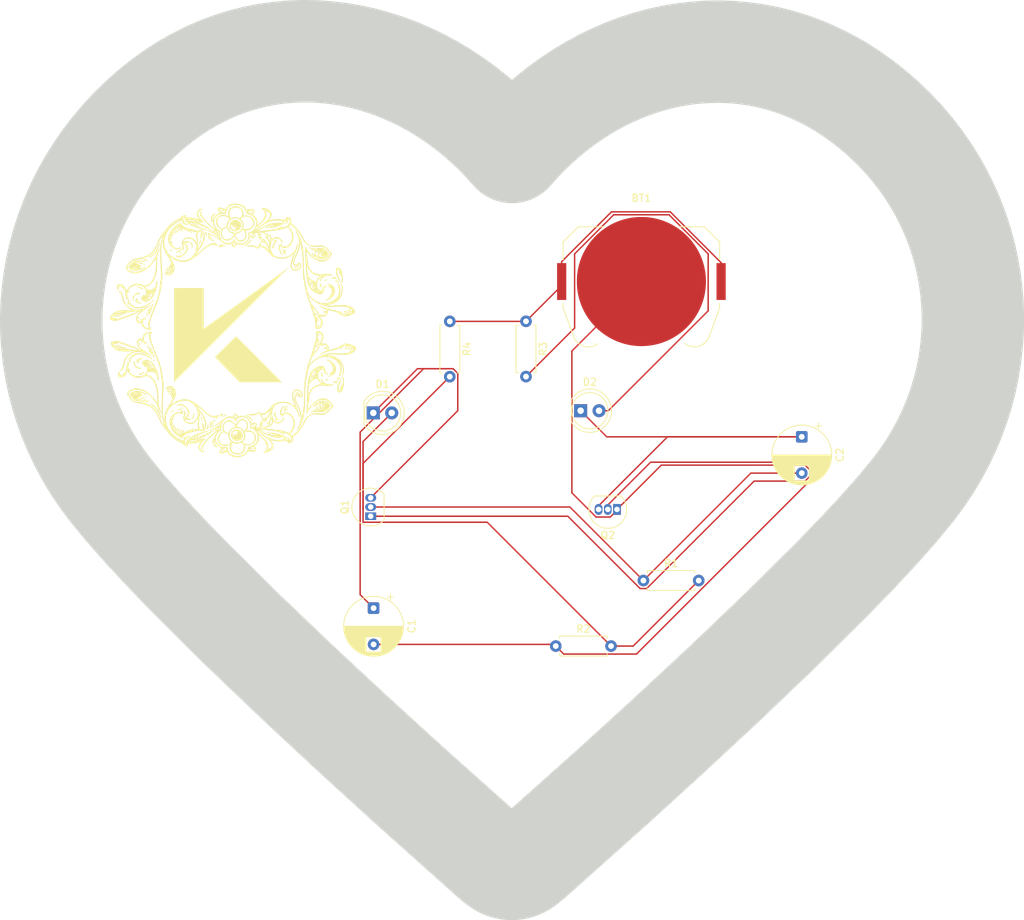
<source format=kicad_pcb>
(kicad_pcb (version 20241229) (generator "pcbnew") (generator_version "9.0")
  (layers (0 "F.Cu" signal) (2 "B.Cu" signal) (13 "F.Paste" user) (15 "B.Paste" user) (5 "F.SilkS" user "F.Silkscreen") (7 "B.SilkS" user "B.Silkscreen") (1 "F.Mask" user) (3 "B.Mask" user) (25 "Edge.Cuts" user))
  (net 0 "")
  (net 1 "Net-(BT1--)")
  (net 2 "Net-(BT1-+)")
  (net 3 "Net-(D1-K)")
  (net 4 "Net-(Q2-B)")
  (net 5 "Net-(D2-K)")
  (net 6 "Net-(Q1-B)")
  (net 7 "Net-(D1-A)")
  (net 8 "Net-(D2-A)")
  (footprint "Resistor_THT:R_Axial_DIN0207_L6.3mm_D2.5mm_P7.62mm_Horizontal" (layer "F.Cu") (at 116.38 90)
    (property "Reference" "R1")
    (property "Value" "R")
  )
  (footprint "Package_TO_SOT_THT:TO-92_Inline" (layer "F.Cu") (at 112.74 80.2 180)
    (property "Reference" "Q2")
    (property "Value" "2N3904")
  )
  (footprint "Battery:BatteryHolder_Keystone_3034_1x20mm" (layer "F.Cu") (at 116.1 48.8)
    (property "Reference" "BT1")
    (property "Value" "Battery_Cell")
  )
  (footprint "Resistor_THT:R_Axial_DIN0207_L6.3mm_D2.5mm_P7.62mm_Horizontal" (layer "F.Cu") (at 104.3 99.03)
    (property "Reference" "R2")
    (property "Value" "R")
  )
  (footprint "Capacitor_THT:CP_Radial_D8.0mm_P5.00mm" (layer "F.Cu") (at 138.2 70.197349 -90)
    (property "Reference" "C2")
    (property "Value" "C")
  )
  (footprint "LED_THT:LED_D5.0mm" (layer "F.Cu") (at 79.16 66.9)
    (property "Reference" "D1")
    (property "Value" "LED")
  )
  (footprint "Package_TO_SOT_THT:TO-92_Inline" (layer "F.Cu") (at 78.8 81.14 90)
    (property "Reference" "Q1")
    (property "Value" "2N3904")
  )
  (footprint "LED_THT:LED_D5.0mm" (layer "F.Cu") (at 107.725 66.6)
    (property "Reference" "D2")
    (property "Value" "LED")
  )
  (footprint "Capacitor_THT:CP_Radial_D8.0mm_P5.00mm" (layer "F.Cu") (at 79.2 93.8 -90)
    (property "Reference" "C1")
    (property "Value" "C")
  )
  (footprint "Resistor_THT:R_Axial_DIN0207_L6.3mm_D2.5mm_P7.62mm_Horizontal" (layer "F.Cu") (at 89.7 54.29 -90)
    (property "Reference" "R4")
    (property "Value" "R")
  )
  (footprint "Resistor_THT:R_Axial_DIN0207_L6.3mm_D2.5mm_P7.62mm_Horizontal" (layer "F.Cu") (at 100.2 54.28 -90)
    (property "Reference" "R3")
    (property "Value" "R")
  )
  (gr_poly (pts (xy 71.637246 54.765501) (xy 71.638801 54.766894) (xy 71.640415 54.769274) (xy 71.642078 54.772572) (xy 71.645508 54.781657) (xy 71.649008 54.793612) (xy 71.652496 54.8079) (xy 71.655891 54.823985) (xy 71.662067 54.8594) (xy 71.666878 54.89556) (xy 71.668565 54.912578) (xy 71.669664 54.928173) (xy 71.670091 54.941808) (xy 71.669766 54.952945) (xy 71.668604 54.961049) (xy 71.667685 54.963795) (xy 71.666525 54.965582) (xy 71.665658 54.965982) (xy 71.664084 54.966186) (xy 71.661842 54.966202) (xy 71.658971 54.966035) (xy 71.6515 54.965184) (xy 71.641985 54.963686) (xy 71.630742 54.961597) (xy 71.618084 54.958971) (xy 71.604327 54.955862) (xy 71.589786 54.952325) (xy 71.578514 54.94941) (xy 71.568426 54.94661) (xy 71.559443 54.943857) (xy 71.551489 54.941087) (xy 71.547874 54.939674) (xy 71.544487 54.938232) (xy 71.541318 54.936752) (xy 71.538358 54.935226) (xy 71.535598 54.933646) (xy 71.533027 54.932004) (xy 71.530635 54.930291) (xy 71.528414 54.928498) (xy 71.526354 54.926618) (xy 71.524445 54.924643) (xy 71.522677 54.922564) (xy 71.52104 54.920372) (xy 71.519526 54.91806) (xy 71.518124 54.915619) (xy 71.516824 54.913041) (xy 71.515618 54.910317) (xy 71.514495 54.90744) (xy 71.513446 54.904401) (xy 71.51153 54.897803) (xy 71.509792 54.890459) (xy 71.508157 54.8823) (xy 71.505933 54.869127) (xy 71.504411 54.856974) (xy 71.503919 54.85127) (xy 71.503611 54.845806) (xy 71.503488 54.84058) (xy 71.503553 54.835587) (xy 71.503809 54.830822) (xy 71.504257 54.826281) (xy 71.5049 54.82196) (xy 71.505741 54.817853) (xy 71.506783 54.813957) (xy 71.508027 54.810267) (xy 71.509476 54.806779) (xy 71.511133 54.803488) (xy 71.513 54.800389) (xy 71.515079 54.797479) (xy 71.517374 54.794752) (xy 71.519885 54.792205) (xy 71.522617 54.789833) (xy 71.525571 54.787631) (xy 71.528749 54.785595) (xy 71.532155 54.78372) (xy 71.535791 54.782003) (xy 71.539659 54.780438) (xy 71.543761 54.779021) (xy 71.548101 54.777748) (xy 71.55268 54.776614) (xy 71.557501 54.775615) (xy 71.562566 54.774746) (xy 71.567879 54.774003) (xy 71.608547 54.768808) (xy 71.63576 54.76516)) (fill yes) (layer "F.SilkS"))
  (gr_poly (pts (xy 65.559197 66.790203) (xy 65.567963 66.7912) (xy 65.577183 66.792776) (xy 65.586788 66.794908) (xy 65.596707 66.797578) (xy 65.606871 66.800764) (xy 65.617211 66.804446) (xy 65.627658 66.808604) (xy 65.63814 66.813218) (xy 65.64859 66.818268) (xy 65.658938 66.823732) (xy 65.669113 66.829591) (xy 65.679048 66.835824) (xy 65.685668 66.840382) (xy 65.691842 66.845089) (xy 65.69757 66.849941) (xy 65.702852 66.854937) (xy 65.707689 66.860074) (xy 65.71208 66.865351) (xy 65.716026 66.870764) (xy 65.719526 66.876312) (xy 65.722581 66.881992) (xy 65.72519 66.887802) (xy 65.727355 66.893739) (xy 65.729075 66.899802) (xy 65.730349 66.905987) (xy 65.731179 66.912293) (xy 65.731564 66.918717) (xy 65.731505 66.925258) (xy 65.731001 66.931912) (xy 65.730053 66.938677) (xy 65.72866 66.945551) (xy 65.726824 66.952533) (xy 65.724543 66.959618) (xy 65.721818 66.966806) (xy 65.71865 66.974093) (xy 65.715037 66.981478) (xy 65.710981 66.988958) (xy 65.706482 66.996531) (xy 65.696152 67.011946) (xy 65.684049 67.027705) (xy 65.670174 67.043788) (xy 65.660317 67.055193) (xy 65.656622 67.060499) (xy 65.653833 67.06593) (xy 65.652012 67.071777) (xy 65.651222 67.07833) (xy 65.651525 67.08588) (xy 65.652983 67.094719) (xy 65.65566 67.105137) (xy 65.659618 67.117426) (xy 65.66492 67.131876) (xy 65.671627 67.148779) (xy 65.689509 67.191106) (xy 65.713766 67.246735) (xy 65.730353 67.284004) (xy 65.746644 67.319344) (xy 65.762749 67.352928) (xy 65.778775 67.384927) (xy 65.794831 67.415513) (xy 65.811026 67.444858) (xy 65.827466 67.473133) (xy 65.844262 67.500511) (xy 65.86152 67.527163) (xy 65.87935 67.553261) (xy 65.897859 67.578977) (xy 65.917156 67.604483) (xy 65.93735 67.62995) (xy 65.958548 67.655551) (xy 65.980859 67.681457) (xy 66.004391 67.70784) (xy 66.018265 67.723279) (xy 66.030836 67.737558) (xy 66.042161 67.750769) (xy 66.052296 67.763005) (xy 66.061298 67.774358) (xy 66.069222 67.784919) (xy 66.076125 67.794782) (xy 66.082063 67.804038) (xy 66.087092 67.812779) (xy 66.091268 67.821098) (xy 66.093053 67.825128) (xy 66.094647 67.829087) (xy 66.096056 67.832986) (xy 66.097286 67.836837) (xy 66.098346 67.840652) (xy 66.099241 67.844442) (xy 66.100568 67.851993) (xy 66.101322 67.859583) (xy 66.101562 67.867303) (xy 66.101465 67.875539) (xy 66.101133 67.882979) (xy 66.100505 67.889696) (xy 66.099522 67.895766) (xy 66.098877 67.89858) (xy 66.09812 67.901261) (xy 66.097244 67.903817) (xy 66.096241 67.906257) (xy 66.095103 67.908591) (xy 66.093822 67.910828) (xy 66.092392 67.912977) (xy 66.090803 67.915048) (xy 66.08905 67.917049) (xy 66.087124 67.918991) (xy 66.085017 67.920882) (xy 66.082722 67.922731) (xy 66.080232 67.924549) (xy 66.077538 67.926343) (xy 66.07151 67.929901) (xy 66.064577 67.933479) (xy 66.05668 67.937151) (xy 66.047755 67.940992) (xy 66.037744 67.945076) (xy 66.030994 67.947678) (xy 66.023946 67.950207) (xy 66.009182 67.954994) (xy 65.99391 67.959332) (xy 65.978589 67.963116) (xy 65.963677 67.966241) (xy 65.956518 67.967524) (xy 65.949633 67.968603) (xy 65.94308 67.969465) (xy 65.936915 67.970097) (xy 65.931197 67.970486) (xy 65.925982 67.970619) (xy 65.9142 67.970075) (xy 65.901788 67.968477) (xy 65.888842 67.965873) (xy 65.875457 67.962311) (xy 65.861729 67.957842) (xy 65.847752 67.952513) (xy 65.833623 67.946374) (xy 65.819436 67.939474) (xy 65.805287 67.931861) (xy 65.791271 67.923584) (xy 65.777483 67.914692) (xy 65.764019 67.905233) (xy 65.750974 67.895258) (xy 65.738443 67.884814) (xy 65.726522 67.873951) (xy 65.715306 67.862717) (xy 65.670379 67.815393) (xy 65.698145 67.737209) (xy 65.725912 67.659023) (xy 65.646264 67.517165) (xy 65.623306 67.475208) (xy 65.601337 67.432927) (xy 65.580424 67.390513) (xy 65.560634 67.348156) (xy 65.542033 67.306047) (xy 65.52469 67.264376) (xy 65.508669 67.223335) (xy 65.494039 67.183113) (xy 65.480865 67.143901) (xy 65.469215 67.105891) (xy 65.459155 67.069272) (xy 65.450753 67.034235) (xy 65.444074 67.000972) (xy 65.439186 66.969671) (xy 65.436155 66.940525) (xy 65.435049 66.913723) (xy 65.435156 66.909156) (xy 65.435519 66.904549) (xy 65.43613 66.899911) (xy 65.436983 66.895251) (xy 65.438069 66.890577) (xy 65.439382 66.8859) (xy 65.440915 66.881227) (xy 65.442661 66.876569) (xy 65.444613 66.871933) (xy 65.446764 66.867329) (xy 65.451633 66.858254) (xy 65.457213 66.849414) (xy 65.463446 66.840883) (xy 65.470276 66.832733) (xy 65.477647 66.825035) (xy 65.485502 66.817861) (xy 65.493784 66.811285) (xy 65.498068 66.808243) (xy 65.502438 66.805378) (xy 65.506886 66.802698) (xy 65.511406 66.800212) (xy 65.515991 66.797929) (xy 65.520632 66.795859) (xy 65.525325 66.79401) (xy 65.53006 66.792392) (xy 65.536316 66.790877) (xy 65.543304 66.79002) (xy 65.550954 66.789802)) (fill yes) (layer "F.SilkS"))
  (gr_poly (pts (xy 58.887895 67.068352) (xy 58.891382 67.068884) (xy 58.894644 67.069704) (xy 58.897689 67.070812) (xy 58.900526 67.072206) (xy 58.903163 67.073886) (xy 58.90561 67.075851) (xy 58.907875 67.078099) (xy 58.909966 67.08063) (xy 58.911892 67.083443) (xy 58.913663 67.086537) (xy 58.915285 67.089911) (xy 58.91677 67.093563) (xy 58.918124 67.097493) (xy 58.920954 67.107874) (xy 58.922675 67.117936) (xy 58.923092 67.122886) (xy 58.9232 67.127803) (xy 58.922988 67.132702) (xy 58.922444 67.137599) (xy 58.92156 67.142508) (xy 58.920323 67.147446) (xy 58.918723 67.152429) (xy 58.916749 67.15747) (xy 58.914392 67.162587) (xy 58.91164 67.167794) (xy 58.904908 67.178542) (xy 58.896469 67.189837) (xy 58.886239 67.201803) (xy 58.87413 67.214564) (xy 58.860059 67.228244) (xy 58.843939 67.242967) (xy 58.825687 67.258856) (xy 58.805216 67.276035) (xy 58.782441 67.294628) (xy 58.752298 67.318344) (xy 58.722141 67.340888) (xy 58.69224 67.362129) (xy 58.662865 67.381933) (xy 58.634287 67.400165) (xy 58.606775 67.416693) (xy 58.580601 67.431383) (xy 58.556035 67.444102) (xy 58.533346 67.454715) (xy 58.512806 67.46309) (xy 58.503425 67.466397) (xy 58.494684 67.469093) (xy 58.486614 67.471164) (xy 58.47925 67.472591) (xy 58.472626 67.473358) (xy 58.466776 67.473449) (xy 58.461733 67.472847) (xy 58.457531 67.471535) (xy 58.454204 67.469497) (xy 58.451786 67.466715) (xy 58.450311 67.463174) (xy 58.449811 67.458855) (xy 58.450332 67.451622) (xy 58.451868 67.443717) (xy 58.454379 67.435185) (xy 58.457822 67.426071) (xy 58.467346 67.406273) (xy 58.480112 67.384677) (xy 58.495795 67.361637) (xy 58.514067 67.337509) (xy 58.534602 67.312646) (xy 58.557073 67.287404) (xy 58.581152 67.262138) (xy 58.606514 67.237201) (xy 58.632831 67.212949) (xy 58.659777 67.189736) (xy 58.687025 67.167916) (xy 58.714247 67.147846) (xy 58.741118 67.129878) (xy 58.767311 67.114368) (xy 58.785748 67.104404) (xy 58.79439 67.099882) (xy 58.80266 67.095665) (xy 58.810566 67.091751) (xy 58.818117 67.088141) (xy 58.825322 67.084833) (xy 58.832188 67.081827) (xy 58.838726 67.07912) (xy 58.844942 67.076713) (xy 58.850847 67.074604) (xy 58.856449 67.072792) (xy 58.861756 67.071276) (xy 58.866777 67.070056) (xy 58.87152 67.069131) (xy 58.875995 67.068498) (xy 58.88021 67.068158) (xy 58.884174 67.06811)) (fill yes) (layer "F.SilkS"))
  (gr_poly (pts (xy 63.723345 68.002432) (xy 63.724046 68.002617) (xy 63.725632 68.003345) (xy 63.727448 68.004528) (xy 63.729473 68.006141) (xy 63.731687 68.00816) (xy 63.734068 68.010561) (xy 63.736596 68.013319) (xy 63.739252 68.01641) (xy 63.742014 68.019809) (xy 63.744863 68.023491) (xy 63.747777 68.027432) (xy 63.750736 68.031608) (xy 63.753721 68.035994) (xy 63.756709 68.040566) (xy 63.759682 68.045298) (xy 63.762618 68.050167) (xy 63.765966 68.055366) (xy 63.770142 68.061065) (xy 63.775085 68.067208) (xy 63.780733 68.073738) (xy 63.787026 68.080597) (xy 63.793904 68.087729) (xy 63.801304 68.095076) (xy 63.809167 68.102581) (xy 63.826037 68.117839) (xy 63.844025 68.133046) (xy 63.862645 68.147746) (xy 63.87204 68.154763) (xy 63.88141 68.161482) (xy 63.897361 68.173184) (xy 63.913172 68.18576) (xy 63.928687 68.199019) (xy 63.94375 68.21277) (xy 63.958204 68.226821) (xy 63.971893 68.24098) (xy 63.984661 68.255058) (xy 63.996353 68.268861) (xy 64.006811 68.2822) (xy 64.015881 68.294882) (xy 64.023405 68.306716) (xy 64.026539 68.312256) (xy 64.029227 68.317512) (xy 64.031452 68.32246) (xy 64.033192 68.327077) (xy 64.034429 68.331338) (xy 64.035143 68.33522) (xy 64.035315 68.338699) (xy 64.034925 68.34175) (xy 64.033953 68.34435) (xy 64.03238 68.346476) (xy 64.030706 68.347439) (xy 64.027605 68.348459) (xy 64.017437 68.350637) (xy 64.002508 68.352936) (xy 63.983448 68.355287) (xy 63.960889 68.357619) (xy 63.93546 68.359858) (xy 63.907794 68.361936) (xy 63.87852 68.363779) (xy 63.862584 68.364755) (xy 63.847582 68.365808) (xy 63.833549 68.366934) (xy 63.820518 68.368126) (xy 63.808524 68.369378) (xy 63.797601 68.370684) (xy 63.787784 68.372039) (xy 63.779105 68.373435) (xy 63.771601 68.374868) (xy 63.765305 68.37633) (xy 63.76025 68.377817) (xy 63.758199 68.378567) (xy 63.756472 68.379322) (xy 63.755072 68.380079) (xy 63.754005 68.380839) (xy 63.753273 68.3816) (xy 63.752882 68.382362) (xy 63.752835 68.383124) (xy 63.753138 68.383885) (xy 63.753794 68.384645) (xy 63.754807 68.385402) (xy 63.757176 68.386764) (xy 63.759914 68.38809) (xy 63.76299 68.389374) (xy 63.766369 68.390607) (xy 63.770021 68.391784) (xy 63.77391 68.392898) (xy 63.778006 68.39394) (xy 63.782275 68.394906) (xy 63.786684 68.395786) (xy 63.7912 68.396576) (xy 63.795791 68.397267) (xy 63.800424 68.397853) (xy 63.805067 68.398326) (xy 63.809685 68.398681) (xy 63.814247 68.398909) (xy 63.81872 68.399005) (xy 63.824252 68.399225) (xy 63.829693 68.399829) (xy 63.835054 68.400825) (xy 63.840344 68.402218) (xy 63.845574 68.404015) (xy 63.850754 68.406224) (xy 63.855894 68.408849) (xy 63.861005 68.411898) (xy 63.866097 68.415377) (xy 63.87118 68.419293) (xy 63.876264 68.423652) (xy 63.88136 68.428462) (xy 63.886477 68.433728) (xy 63.891627 68.439456) (xy 63.896819 68.445655) (xy 63.902064 68.452329) (xy 63.906189 68.457832) (xy 63.910199 68.463363) (xy 63.914072 68.468885) (xy 63.917788 68.474363) (xy 63.921326 68.47976) (xy 63.924666 68.485039) (xy 63.927785 68.490165) (xy 63.930665 68.4951) (xy 63.933284 68.499809) (xy 63.93562 68.504254) (xy 63.937655 68.508401) (xy 63.939366 68.512212) (xy 63.940733 68.51565) (xy 63.941735 68.518681) (xy 63.942351 68.521266) (xy 63.942508 68.522381) (xy 63.942561 68.52337) (xy 63.942296 68.526379) (xy 63.941511 68.529395) (xy 63.940225 68.532411) (xy 63.938455 68.535421) (xy 63.93622 68.538417) (xy 63.933536 68.541393) (xy 63.926896 68.54726) (xy 63.918676 68.552968) (xy 63.909021 68.558462) (xy 63.898071 68.563691) (xy 63.885969 68.5686) (xy 63.872858 68.573137) (xy 63.858879 68.577248) (xy 63.844176 68.58088) (xy 63.828889 68.583979) (xy 63.813162 68.586492) (xy 63.797137 68.588366) (xy 63.780957 68.589547) (xy 63.764762 68.589982) (xy 63.745349 68.590224) (xy 63.736355 68.590483) (xy 63.727834 68.590837) (xy 63.719782 68.591286) (xy 63.712199 68.591833) (xy 63.70508 68.592477) (xy 63.698425 68.593221) (xy 63.692231 68.594067) (xy 63.686496 68.595014) (xy 63.681216 68.596065) (xy 63.676391 68.597221) (xy 63.672018 68.598483) (xy 63.668094 68.599853) (xy 63.664618 68.601332) (xy 63.661586 68.602922) (xy 63.658997 68.604623) (xy 63.656848 68.606436) (xy 63.655138 68.608365) (xy 63.653863 68.610409) (xy 63.653388 68.611475) (xy 63.653022 68.61257) (xy 63.652763 68.613695) (xy 63.652612 68.614849) (xy 63.652631 68.617248) (xy 63.653077 68.619769) (xy 63.653947 68.622411) (xy 63.65524 68.625177) (xy 63.656952 68.628069) (xy 63.659082 68.631087) (xy 63.661627 68.634232) (xy 63.664585 68.637507) (xy 63.667954 68.640912) (xy 63.671732 68.644449) (xy 63.676081 68.647996) (xy 63.681137 68.651407) (xy 63.686906 68.654683) (xy 63.693395 68.657826) (xy 63.700609 68.660836) (xy 63.708556 68.663717) (xy 63.717241 68.666469) (xy 63.726671 68.669095) (xy 63.736852 68.671596) (xy 63.74779 68.673973) (xy 63.771963 68.678364) (xy 63.799242 68.682281) (xy 63.829675 68.685739) (xy 63.853871 68.688374) (xy 63.876446 68.691236) (xy 63.897395 68.694321) (xy 63.916709 68.697626) (xy 63.92575 68.699361) (xy 63.93438 68.70115) (xy 63.942598 68.702993) (xy 63.950402 68.704889) (xy 63.957792 68.706839) (xy 63.964766 68.708841) (xy 63.971325 68.710896) (xy 63.977466 68.713003) (xy 63.983189 68.715162) (xy 63.988493 68.717372) (xy 63.993377 68.719634) (xy 63.99784 68.721946) (xy 64.001881 68.724309) (xy 64.005499 68.726723) (xy 64.008694 68.729186) (xy 64.011464 68.731698) (xy 64.013808 68.73426) (xy 64.015726 68.736871) (xy 64.017216 68.73953) (xy 64.018277 68.742237) (xy 64.01891 68.744992) (xy 64.019112 68.747795) (xy 64.018882 68.750644) (xy 64.018221 68.753541) (xy 64.016743 68.757225) (xy 64.014519 68.760995) (xy 64.007955 68.768751) (xy 63.998777 68.776712) (xy 63.987236 68.784781) (xy 63.973579 68.792864) (xy 63.958056 68.800864) (xy 63.940916 68.808684) (xy 63.922407 68.816229) (xy 63.90278 68.823403) (xy 63.882282 68.830109) (xy 63.861163 68.836251) (xy 63.839672 68.841733) (xy 63.818058 68.84646) (xy 63.796569 68.850334) (xy 63.775456 68.853261) (xy 63.754966 68.855143) (xy 63.738264 68.856169) (xy 63.723025 68.856907) (xy 63.709068 68.857323) (xy 63.696214 68.85738) (xy 63.684283 68.857044) (xy 63.673095 68.856279) (xy 63.662469 68.855049) (xy 63.652225 68.853319) (xy 63.642184 68.851054) (xy 63.632166 68.848219) (xy 63.621991 68.844777) (xy 63.611478 68.840693) (xy 63.600447 68.835932) (xy 63.588719 68.830459) (xy 63.576114 68.824237) (xy 63.562451 68.817233) (xy 63.541295 68.806068) (xy 63.522739 68.795811) (xy 63.5067 68.786248) (xy 63.499599 68.78166) (xy 63.493097 68.777166) (xy 63.487184 68.772738) (xy 63.481849 68.76835) (xy 63.477083 68.763976) (xy 63.472874 68.759588) (xy 63.469214 68.755161) (xy 63.466091 68.750667) (xy 63.463496 68.746079) (xy 63.461418 68.741372) (xy 63.459848 68.736518) (xy 63.458774 68.73149) (xy 63.458188 68.726263) (xy 63.458078 68.720809) (xy 63.458434 68.715102) (xy 63.459247 68.709114) (xy 63.460506 68.70282) (xy 63.462201 68.696192) (xy 63.464322 68.689205) (xy 63.466858 68.681831) (xy 63.473137 68.665815) (xy 63.480956 68.647932) (xy 63.490234 68.627969) (xy 63.496212 68.615085) (xy 63.501666 68.602756) (xy 63.506611 68.590919) (xy 63.511063 68.579508) (xy 63.515036 68.568461) (xy 63.518545 68.557713) (xy 63.521606 68.547201) (xy 63.524232 68.53686) (xy 63.52644 68.526627) (xy 63.528245 68.516437) (xy 63.52966 68.506227) (xy 63.530702 68.495932) (xy 63.531385 68.485489) (xy 63.531724 68.474834) (xy 63.531734 68.463903) (xy 63.531431 68.452631) (xy 63.531037 68.439939) (xy 63.530941 68.428188) (xy 63.531194 68.417225) (xy 63.531845 68.406899) (xy 63.532944 68.397057) (xy 63.53454 68.387547) (xy 63.536684 68.378217) (xy 63.539425 68.368916) (xy 63.542813 68.35949) (xy 63.546897 68.349788) (xy 63.551728 68.339658) (xy 63.557355 68.328948) (xy 63.563828 68.317505) (xy 63.571196 68.305177) (xy 63.588818 68.27726) (xy 63.601628 68.256568) (xy 63.614792 68.233691) (xy 63.627936 68.209386) (xy 63.640686 68.184409) (xy 63.652666 68.159516) (xy 63.663502 68.135463) (xy 63.672818 68.113007) (xy 63.680241 68.092904) (xy 63.683436 68.083681) (xy 63.686661 68.074716) (xy 63.689894 68.066057) (xy 63.693112 68.057749) (xy 63.696295 68.049839) (xy 63.69942 68.042374) (xy 63.702465 68.035399) (xy 63.70541 68.028962) (xy 63.708231 68.023108) (xy 63.710908 68.017884) (xy 63.713418 68.013337) (xy 63.71574 68.009512) (xy 63.717852 68.006457) (xy 63.718822 68.005232) (xy 63.719732 68.004217) (xy 63.720578 68.003417) (xy 63.721358 68.002839) (xy 63.722069 68.002488) (xy 63.722708 68.002369)) (fill yes) (layer "F.SilkS"))
  (gr_poly (pts (xy 48.50668 51.653239) (xy 48.51046 51.653511) (xy 48.514132 51.654003) (xy 48.517713 51.654712) (xy 48.521221 51.655633) (xy 48.524673 51.656762) (xy 48.528086 51.658093) (xy 48.531478 51.659623) (xy 48.534866 51.661347) (xy 48.538268 51.66326) (xy 48.5417 51.665359) (xy 48.544825 51.667714) (xy 48.547296 51.670407) (xy 48.549114 51.673437) (xy 48.550281 51.676803) (xy 48.550795 51.680504) (xy 48.550659 51.684541) (xy 48.549872 51.688912) (xy 48.548435 51.693617) (xy 48.543614 51.704026) (xy 48.5362 51.715763) (xy 48.526199 51.728824) (xy 48.513614 51.743202) (xy 48.49845 51.758894) (xy 48.480712 51.775895) (xy 48.460404 51.794199) (xy 48.437531 51.813802) (xy 48.412098 51.834698) (xy 48.384109 51.856884) (xy 48.353569 51.880354) (xy 48.320483 51.905103) (xy 48.188604 52.000399) (xy 48.126683 52.043374) (xy 48.066996 52.083477) (xy 48.009207 52.120891) (xy 47.952983 52.155799) (xy 47.897989 52.188385) (xy 47.843891 52.218831) (xy 47.790355 52.247321) (xy 47.737046 52.274037) (xy 47.683631 52.299163) (xy 47.629775 52.322881) (xy 47.575144 52.345375) (xy 47.519403 52.366827) (xy 47.462219 52.387422) (xy 47.403256 52.407341) (xy 47.344564 52.425677) (xy 47.286239 52.442082) (xy 47.228104 52.456567) (xy 47.169981 52.469146) (xy 47.111691 52.47983) (xy 47.053057 52.488631) (xy 46.993901 52.495563) (xy 46.934045 52.500636) (xy 46.873311 52.503864) (xy 46.81152 52.505258) (xy 46.748495 52.504831) (xy 46.684057 52.502596) (xy 46.61803 52.498563) (xy 46.550233 52.492747) (xy 46.480491 52.485158) (xy 46.408624 52.475809) (xy 46.359265 52.468011) (xy 46.309487 52.458447) (xy 46.259604 52.447242) (xy 46.20993 52.434523) (xy 46.160782 52.420416) (xy 46.112472 52.405047) (xy 46.065316 52.388541) (xy 46.019627 52.371025) (xy 45.975722 52.352624) (xy 45.933913 52.333466) (xy 45.894516 52.313675) (xy 45.857846 52.293378) (xy 45.824216 52.272701) (xy 45.793941 52.25177) (xy 45.767336 52.23071) (xy 45.744716 52.209649) (xy 45.727066 52.19069) (xy 45.719492 52.181572) (xy 45.712608 52.17232) (xy 45.706307 52.162654) (xy 45.700481 52.152293) (xy 45.695022 52.140956) (xy 45.689822 52.128363) (xy 45.684775 52.114233) (xy 45.679772 52.098285) (xy 45.674705 52.080238) (xy 45.669468 52.059811) (xy 45.65805 52.010697) (xy 45.644656 51.948696) (xy 45.636232 51.907837) (xy 45.628755 51.869337) (xy 45.622362 51.834066) (xy 45.617188 51.802896) (xy 45.61337 51.776694) (xy 45.612012 51.765729) (xy 45.611045 51.756332) (xy 45.610484 51.748613) (xy 45.610347 51.74268) (xy 45.610651 51.738641) (xy 45.610974 51.737366) (xy 45.611414 51.736606) (xy 45.61271 51.735695) (xy 45.614581 51.734953) (xy 45.616992 51.734379) (xy 45.619906 51.733971) (xy 45.623287 51.733725) (xy 45.6271 51.733641) (xy 45.631309 51.733715) (xy 45.635879 51.733945) (xy 45.645957 51.734864) (xy 45.657047 51.73638) (xy 45.668863 51.738475) (xy 45.681121 51.741131) (xy 45.690824 51.743503) (xy 45.699471 51.745824) (xy 45.707137 51.748182) (xy 45.713899 51.75066) (xy 45.716965 51.751971) (xy 45.719834 51.753345) (xy 45.722515 51.754792) (xy 45.725019 51.756323) (xy 45.727353 51.757949) (xy 45.729529 51.75968) (xy 45.731555 51.761527) (xy 45.733441 51.763501) (xy 45.735197 51.765612) (xy 45.736832 51.767872) (xy 45.738356 51.77029) (xy 45.739778 51.772879) (xy 45.741108 51.775647) (xy 45.742356 51.778607) (xy 45.744642 51.785143) (xy 45.746713 51.792572) (xy 45.748645 51.80098) (xy 45.750515 51.810454) (xy 45.7524 51.821077) (xy 45.755426 51.8372) (xy 45.758916 51.852772) (xy 45.762878 51.867809) (xy 45.76732 51.882328) (xy 45.772253 51.896345) (xy 45.777684 51.909877) (xy 45.783622 51.922939) (xy 45.790077 51.93555) (xy 45.797057 51.947723) (xy 45.804571 51.959477) (xy 45.812628 51.970828) (xy 45.821236 51.981791) (xy 45.830405 51.992384) (xy 45.840144 52.002622) (xy 45.850461 52.012523) (xy 45.861365 52.022102) (xy 45.910562 52.063504) (xy 45.972427 52.031929) (xy 45.984962 52.025591) (xy 45.996856 52.019678) (xy 46.007835 52.014318) (xy 46.017625 52.009642) (xy 46.025951 52.00578) (xy 46.032539 52.002861) (xy 46.037115 52.001014) (xy 46.038562 52.000533) (xy 46.039404 52.000369) (xy 46.04049 52.001104) (xy 46.042656 52.003258) (xy 46.049995 52.011538) (xy 46.075055 52.041946) (xy 46.110837 52.086952) (xy 46.153593 52.141911) (xy 46.26267 52.283436) (xy 46.367397 52.304629) (xy 46.394326 52.309104) (xy 46.428406 52.313176) (xy 46.468621 52.316786) (xy 46.513953 52.319873) (xy 46.563386 52.322379) (xy 46.615903 52.324243) (xy 46.670488 52.325406) (xy 46.726124 52.325806) (xy 46.798226 52.32546) (xy 46.860219 52.32429) (xy 46.914326 52.322101) (xy 46.962769 52.318699) (xy 46.985561 52.316481) (xy 47.007769 52.313887) (xy 47.029673 52.310891) (xy 47.051549 52.30747) (xy 47.09633 52.299253) (xy 47.144335 52.289041) (xy 47.209386 52.273676) (xy 47.273945 52.256835) (xy 47.337963 52.238537) (xy 47.401387 52.218806) (xy 47.464166 52.197663) (xy 47.52625 52.175131) (xy 47.587587 52.151231) (xy 47.648126 52.125986) (xy 47.707816 52.099418) (xy 47.766605 52.071548) (xy 47.824443 52.0424) (xy 47.881278 52.011994) (xy 47.937059 51.980354) (xy 47.991734 51.9475) (xy 48.045254 51.913456) (xy 48.097566 51.878243) (xy 48.130318 51.855902) (xy 48.165274 51.832659) (xy 48.201355 51.809196) (xy 48.23748 51.786192) (xy 48.272569 51.764328) (xy 48.305542 51.744285) (xy 48.33532 51.726742) (xy 48.360821 51.712381) (xy 48.381477 51.701223) (xy 48.400236 51.691331) (xy 48.417236 51.682667) (xy 48.432618 51.675195) (xy 48.44652 51.66888) (xy 48.45296 51.666144) (xy 48.459083 51.663684) (xy 48.464905 51.661495) (xy 48.470445 51.659573) (xy 48.47572 51.657912) (xy 48.480746 51.656509) (xy 48.485543 51.655358) (xy 48.490126 51.654456) (xy 48.494514 51.653797) (xy 48.498724 51.653378) (xy 48.502774 51.653194)) (fill yes) (layer "F.SilkS"))
  (gr_poly (pts (xy 48.12744 64.92382) (xy 48.129754 64.924136) (xy 48.132001 64.92465) (xy 48.134178 64.925361) (xy 48.136282 64.926271) (xy 48.138311 64.927378) (xy 48.14026 64.928684) (xy 48.142127 64.930189) (xy 48.143909 64.931892) (xy 48.145603 64.933795) (xy 48.147205 64.935897) (xy 48.148712 64.938198) (xy 48.150122 64.9407) (xy 48.151431 64.943401) (xy 48.152636 64.946302) (xy 48.153134 64.94775) (xy 48.153522 64.949204) (xy 48.1538 64.950665) (xy 48.153967 64.952133) (xy 48.154025 64.953605) (xy 48.153974 64.955083) (xy 48.153814 64.956566) (xy 48.153546 64.958054) (xy 48.153169 64.959545) (xy 48.152685 64.961039) (xy 48.152093 64.962537) (xy 48.151394 64.964038) (xy 48.150588 64.96554) (xy 48.149675 64.967045) (xy 48.147532 64.970057) (xy 48.144967 64.973071) (xy 48.141983 64.976083) (xy 48.138582 64.979091) (xy 48.134768 64.982089) (xy 48.130542 64.985076) (xy 48.125908 64.988047) (xy 48.120868 64.990999) (xy 48.115425 64.993928) (xy 48.105947 64.998736) (xy 48.096762 65.003221) (xy 48.088094 65.007287) (xy 48.08017 65.010834) (xy 48.073215 65.013764) (xy 48.070171 65.014967) (xy 48.067454 65.015979) (xy 48.065092 65.016788) (xy 48.063113 65.01738) (xy 48.061546 65.017745) (xy 48.060418 65.017869) (xy 48.058818 65.017759) (xy 48.05738 65.017433) (xy 48.056102 65.016902) (xy 48.054981 65.016173) (xy 48.054015 65.015256) (xy 48.053202 65.01416) (xy 48.052539 65.012892) (xy 48.052024 65.011463) (xy 48.051654 65.009881) (xy 48.051428 65.008155) (xy 48.051343 65.006294) (xy 48.051396 65.004306) (xy 48.05191 64.999987) (xy 48.052949 64.995269) (xy 48.054496 64.990222) (xy 48.056532 64.984918) (xy 48.059037 64.979428) (xy 48.061994 64.973821) (xy 48.065384 64.96817) (xy 48.069187 64.962544) (xy 48.073385 64.957016) (xy 48.07796 64.951655) (xy 48.08094 64.948453) (xy 48.083909 64.945445) (xy 48.086864 64.942631) (xy 48.089803 64.940011) (xy 48.092722 64.937585) (xy 48.095618 64.935354) (xy 48.098488 64.933317) (xy 48.101328 64.931475) (xy 48.104136 64.929828) (xy 48.106909 64.928376) (xy 48.109643 64.92712) (xy 48.112336 64.92606) (xy 48.114983 64.925195) (xy 48.117583 64.924527) (xy 48.120132 64.924055) (xy 48.122626 64.92378) (xy 48.125064 64.923702)) (fill yes) (layer "F.SilkS"))
  (gr_poly (pts (xy 52.80872 66.146768) (xy 52.814218 66.147522) (xy 52.819634 66.148656) (xy 52.824972 66.150171) (xy 52.830238 66.152066) (xy 52.835436 66.154342) (xy 52.840572 66.156999) (xy 52.84565 66.160037) (xy 52.850676 66.163457) (xy 52.855654 66.167257) (xy 52.86059 66.171439) (xy 52.865489 66.176003) (xy 52.870356 66.180949) (xy 52.875196 66.186277) (xy 52.880013 66.191987) (xy 52.884814 66.198079) (xy 52.893627 66.209765) (xy 52.901268 66.220268) (xy 52.907738 66.229724) (xy 52.910534 66.234102) (xy 52.913038 66.238269) (xy 52.91525 66.242243) (xy 52.917169 66.246041) (xy 52.918796 66.249679) (xy 52.920132 66.253175) (xy 52.921176 66.256546) (xy 52.921928 66.259808) (xy 52.922389 66.262979) (xy 52.922559 66.266076) (xy 52.922438 66.269117) (xy 52.922025 66.272117) (xy 52.921322 66.275094) (xy 52.920329 66.278066) (xy 52.919044 66.281048) (xy 52.91747 66.284059) (xy 52.915605 66.287115) (xy 52.91345 66.290234) (xy 52.911005 66.293432) (xy 52.90827 66.296726) (xy 52.905245 66.300134) (xy 52.901931 66.303673) (xy 52.894435 66.31121) (xy 52.885783 66.319474) (xy 52.877801 66.326722) (xy 52.870292 66.332875) (xy 52.863054 66.337888) (xy 52.855886 66.341718) (xy 52.852266 66.343177) (xy 52.848589 66.344323) (xy 52.84483 66.345151) (xy 52.840963 66.345657) (xy 52.836963 66.345835) (xy 52.832806 66.345678) (xy 52.828466 66.345182) (xy 52.823918 66.344342) (xy 52.8141 66.341605) (xy 52.80315 66.337424) (xy 52.790869 66.331755) (xy 52.777055 66.324555) (xy 52.761509 66.315779) (xy 52.744031 66.305385) (xy 52.702475 66.279567) (xy 52.636784 66.2381) (xy 52.697712 66.191984) (xy 52.712895 66.180987) (xy 52.720238 66.176055) (xy 52.727424 66.171502) (xy 52.734456 66.167326) (xy 52.741339 66.163529) (xy 52.74808 66.16011) (xy 52.754682 66.15707) (xy 52.761152 66.154408) (xy 52.767493 66.152125) (xy 52.773711 66.150222) (xy 52.779811 66.148697) (xy 52.785799 66.147552) (xy 52.791678 66.146786) (xy 52.797455 66.1464) (xy 52.803134 66.146394)) (fill yes) (layer "F.SilkS"))
  (gr_poly (pts (xy 73.208638 49.198075) (xy 73.23854 49.201057) (xy 73.269967 49.206387) (xy 73.302611 49.213967) (xy 73.336169 49.223701) (xy 73.370335 49.235491) (xy 73.404803 49.24924) (xy 73.439268 49.264852) (xy 73.473425 49.28223) (xy 73.506968 49.301276) (xy 73.539592 49.321893) (xy 73.570992 49.343984) (xy 73.600862 49.367453) (xy 73.617367 49.382019) (xy 73.633852 49.398216) (xy 73.650254 49.415936) (xy 73.666507 49.435076) (xy 73.682547 49.455528) (xy 73.69831 49.477188) (xy 73.713731 49.499949) (xy 73.728745 49.523707) (xy 73.743289 49.548355) (xy 73.757297 49.573787) (xy 73.770706 49.599899) (xy 73.78345 49.626583) (xy 73.795465 49.653736) (xy 73.806688 49.681251) (xy 73.817052 49.709022) (xy 73.826494 49.736943) (xy 73.835281 49.766701) (xy 73.843353 49.798705) (xy 73.850685 49.832597) (xy 73.85725 49.868021) (xy 73.863022 49.904619) (xy 73.867975 49.942033) (xy 73.872082 49.979907) (xy 73.875316 50.017883) (xy 73.877652 50.055604) (xy 73.879064 50.092712) (xy 73.879525 50.128851) (xy 73.879008 50.163662) (xy 73.877487 50.196788) (xy 73.874937 50.227873) (xy 73.871331 50.256559) (xy 73.866642 50.282488) (xy 73.850545 50.348061) (xy 73.830493 50.41346) (xy 73.80664 50.478466) (xy 73.77914 50.542862) (xy 73.748149 50.606432) (xy 73.713821 50.668959) (xy 73.67631 50.730224) (xy 73.635772 50.790012) (xy 73.59236 50.848104) (xy 73.54623 50.904284) (xy 73.497536 50.958334) (xy 73.446433 51.010038) (xy 73.393075 51.059179) (xy 73.337618 51.105538) (xy 73.280215 51.148899) (xy 73.221021 51.189046) (xy 73.190838 51.207761) (xy 73.157743 51.227162) (xy 73.084881 51.267074) (xy 73.006565 51.306886) (xy 72.926927 51.344704) (xy 72.850098 51.378633) (xy 72.78021 51.406778) (xy 72.74916 51.41809) (xy 72.721394 51.427246) (xy 72.697428 51.434008) (xy 72.67778 51.43814) (xy 72.610311 51.448808) (xy 72.610311 51.376624) (xy 72.610385 51.365154) (xy 72.610642 51.354828) (xy 72.611133 51.34554) (xy 72.611909 51.337189) (xy 72.61242 51.333332) (xy 72.613023 51.329671) (xy 72.613722 51.326191) (xy 72.614525 51.322881) (xy 72.615439 51.319728) (xy 72.616468 51.316718) (xy 72.617621 51.313838) (xy 72.618903 51.311077) (xy 72.620322 51.30842) (xy 72.621882 51.305855) (xy 72.623591 51.303368) (xy 72.625456 51.300948) (xy 72.627482 51.298581) (xy 72.629676 51.296254) (xy 72.632045 51.293954) (xy 72.634595 51.291668) (xy 72.637333 51.289383) (xy 72.640264 51.287087) (xy 72.646734 51.282408) (xy 72.654058 51.277528) (xy 72.662286 51.272342) (xy 72.675469 51.264878) (xy 72.693078 51.255962) (xy 72.714348 51.245928) (xy 72.738513 51.235111) (xy 72.764808 51.223846) (xy 72.792467 51.212468) (xy 72.820725 51.201312) (xy 72.848817 51.190713) (xy 72.875772 51.180607) (xy 72.901612 51.17053) (xy 72.926322 51.160492) (xy 72.949885 51.150499) (xy 72.972285 51.140561) (xy 72.993506 51.130688) (xy 73.013532 51.120886) (xy 73.032346 51.111165) (xy 73.049931 51.101533) (xy 73.066273 51.092) (xy 73.081353 51.082574) (xy 73.095157 51.073262) (xy 73.107668 51.064075) (xy 73.11887 51.055021) (xy 73.128745 51.046107) (xy 73.137279 51.037344) (xy 73.141724 51.032341) (xy 73.145564 51.027738) (xy 73.148795 51.023414) (xy 73.151412 51.019249) (xy 73.153409 51.015124) (xy 73.154174 51.013039) (xy 73.154782 51.010919) (xy 73.155232 51.008749) (xy 73.155525 51.006514) (xy 73.155659 51.004199) (xy 73.155633 51.00179) (xy 73.155448 50.99927) (xy 73.155102 50.996626) (xy 73.153926 50.990904) (xy 73.1521 50.984502) (xy 73.149619 50.977303) (xy 73.146477 50.969185) (xy 73.142671 50.960029) (xy 73.133042 50.938125) (xy 73.101913 50.868609) (xy 73.176063 50.795521) (xy 73.194208 50.777163) (xy 73.211736 50.758464) (xy 73.228654 50.739413) (xy 73.244968 50.720003) (xy 73.260682 50.700224) (xy 73.275804 50.680067) (xy 73.290338 50.659522) (xy 73.304292 50.638582) (xy 73.31767 50.617236) (xy 73.330478 50.595475) (xy 73.342722 50.573291) (xy 73.354409 50.550675) (xy 73.365544 50.527616) (xy 73.376132 50.504107) (xy 73.386181 50.480138) (xy 73.395694 50.4557) (xy 73.408235 50.420509) (xy 73.419361 50.385658) (xy 73.429078 50.351167) (xy 73.437392 50.317054) (xy 73.444308 50.283338) (xy 73.449834 50.250038) (xy 73.453973 50.217172) (xy 73.456733 50.184759) (xy 73.45812 50.152818) (xy 73.458138 50.121368) (xy 73.456795 50.090428) (xy 73.454095 50.060015) (xy 73.450045 50.03015) (xy 73.444651 50.00085) (xy 73.437919 49.972134) (xy 73.429853 49.944021) (xy 73.420461 49.916531) (xy 73.409749 49.88968) (xy 73.397721 49.863489) (xy 73.384384 49.837977) (xy 73.369744 49.81316) (xy 73.353807 49.78906) (xy 73.336578 49.765693) (xy 73.318064 49.74308) (xy 73.29827 49.721238) (xy 73.277202 49.700187) (xy 73.254866 49.679945) (xy 73.231268 49.660531) (xy 73.206414 49.641964) (xy 73.18031 49.624262) (xy 73.152961 49.607444) (xy 73.124374 49.591529) (xy 73.099858 49.578469) (xy 73.078361 49.56671) (xy 73.059725 49.555975) (xy 73.043795 49.545989) (xy 73.036795 49.54119) (xy 73.030413 49.536475) (xy 73.024629 49.531809) (xy 73.019423 49.527157) (xy 73.014775 49.522486) (xy 73.010666 49.51776) (xy 73.007077 49.512945) (xy 73.003988 49.508006) (xy 73.001379 49.50291) (xy 72.99923 49.497621) (xy 72.997523 49.492104) (xy 72.996237 49.486327) (xy 72.995352 49.480253) (xy 72.99485 49.473848) (xy 72.994711 49.467079) (xy 72.994914 49.459909) (xy 72.996271 49.444234) (xy 72.998765 49.426545) (xy 73.002238 49.406568) (xy 73.006535 49.384026) (xy 73.010809 49.362648) (xy 73.014938 49.343416) (xy 73.019015 49.326173) (xy 73.023135 49.310762) (xy 73.025241 49.303694) (xy 73.027393 49.297026) (xy 73.029604 49.290736) (xy 73.031884 49.284807) (xy 73.034246 49.279218) (xy 73.036701 49.273949) (xy 73.039262 49.268982) (xy 73.04194 49.264295) (xy 73.044747 49.25987) (xy 73.047695 49.255688) (xy 73.050796 49.251728) (xy 73.054061 49.24797) (xy 73.057502 49.244396) (xy 73.061132 49.240986) (xy 73.064961 49.237719) (xy 73.069002 49.234577) (xy 73.073267 49.23154) (xy 73.077767 49.228587) (xy 73.082514 49.2257) (xy 73.08752 49.222859) (xy 73.098357 49.217236) (xy 73.110372 49.211561) (xy 73.120387 49.207524) (xy 73.131126 49.204183) (xy 73.142552 49.201526) (xy 73.154625 49.199541) (xy 73.180564 49.197537)) (fill yes) (layer "F.SilkS"))
  (gr_poly (pts (xy 73.791247 48.111214) (xy 73.793949 48.111861) (xy 73.80138 48.114346) (xy 73.811194 48.118273) (xy 73.823007 48.12347) (xy 73.836438 48.129761) (xy 73.851104 48.136973) (xy 73.866623 48.144931) (xy 73.882612 48.15346) (xy 73.895555 48.160923) (xy 73.908605 48.169254) (xy 73.921716 48.178387) (xy 73.934843 48.188257) (xy 73.960961 48.209944) (xy 73.98659 48.233788) (xy 74.011363 48.259265) (xy 74.034914 48.285849) (xy 74.056875 48.313013) (xy 74.07688 48.340232) (xy 74.09456 48.36698) (xy 74.109549 48.392731) (xy 74.121479 48.41696) (xy 74.126182 48.428339) (xy 74.129984 48.439141) (xy 74.132837 48.449299) (xy 74.134696 48.458748) (xy 74.135515 48.467422) (xy 74.135248 48.475255) (xy 74.133849 48.482182) (xy 74.131273 48.488137) (xy 74.127473 48.493054) (xy 74.122403 48.496868) (xy 74.110589 48.497503) (xy 74.085892 48.494331) (xy 74.005167 48.478445) (xy 73.894865 48.452979) (xy 73.769623 48.421704) (xy 73.644078 48.388388) (xy 73.532868 48.356802) (xy 73.450629 48.330713) (xy 73.424948 48.320909) (xy 73.411998 48.313893) (xy 73.411107 48.312978) (xy 73.410355 48.311987) (xy 73.409739 48.310923) (xy 73.409261 48.309785) (xy 73.40892 48.308575) (xy 73.408715 48.307294) (xy 73.408645 48.305941) (xy 73.408711 48.304519) (xy 73.408911 48.303027) (xy 73.409246 48.301466) (xy 73.410317 48.298142) (xy 73.411919 48.294552) (xy 73.414049 48.290703) (xy 73.416704 48.286601) (xy 73.419879 48.282251) (xy 73.423571 48.27766) (xy 73.427776 48.272834) (xy 73.43249 48.267779) (xy 73.43771 48.2625) (xy 73.443432 48.257005) (xy 73.449652 48.251298) (xy 73.458361 48.243572) (xy 73.466338 48.236749) (xy 73.473716 48.230791) (xy 73.480632 48.225658) (xy 73.48722 48.221308) (xy 73.493615 48.217703) (xy 73.499952 48.214802) (xy 73.503141 48.213604) (xy 73.506366 48.212566) (xy 73.509645 48.211685) (xy 73.512993 48.210955) (xy 73.519966 48.209929) (xy 73.527421 48.209447) (xy 73.535494 48.209471) (xy 73.544318 48.209959) (xy 73.554029 48.210873) (xy 73.564762 48.212172) (xy 73.576652 48.213817) (xy 73.608045 48.218605) (xy 73.639196 48.22383) (xy 73.666508 48.228859) (xy 73.677599 48.231102) (xy 73.686382 48.233058) (xy 73.691913 48.234242) (xy 73.696992 48.235007) (xy 73.701667 48.235308) (xy 73.703869 48.235271) (xy 73.705988 48.2351) (xy 73.708032 48.234791) (xy 73.710006 48.234337) (xy 73.711916 48.233734) (xy 73.713768 48.232974) (xy 73.71557 48.232054) (xy 73.717326 48.230966) (xy 73.719044 48.229706) (xy 73.720729 48.228267) (xy 73.722388 48.226644) (xy 73.724027 48.224831) (xy 73.725652 48.222823) (xy 73.727268 48.220614) (xy 73.730504 48.215569) (xy 73.733783 48.209652) (xy 73.737155 48.202818) (xy 73.74067 48.195019) (xy 73.744377 48.186213) (xy 73.748326 48.176352) (xy 73.751022 48.169695) (xy 73.753798 48.163225) (xy 73.756633 48.156974) (xy 73.759505 48.150977) (xy 73.762395 48.145267) (xy 73.76528 48.139878) (xy 73.76814 48.134843) (xy 73.770954 48.130195) (xy 73.773701 48.125969) (xy 73.776359 48.122197) (xy 73.778909 48.118914) (xy 73.780136 48.117466) (xy 73.781328 48.116152) (xy 73.782482 48.114977) (xy 73.783596 48.113946) (xy 73.784667 48.113061) (xy 73.785692 48.112328) (xy 73.786669 48.111751) (xy 73.787595 48.111333) (xy 73.788467 48.11108) (xy 73.789283 48.110994)) (fill yes) (layer "F.SilkS"))
  (gr_poly (pts (xy 73.021673 48.994469) (xy 73.022497 48.994642) (xy 73.023045 48.994961) (xy 73.023951 48.996166) (xy 73.025022 48.998173) (xy 73.027605 49.004407) (xy 73.030686 49.013294) (xy 73.034155 49.024468) (xy 73.037904 49.037559) (xy 73.041822 49.052199) (xy 73.045801 49.068021) (xy 73.049731 49.084656) (xy 73.052447 49.096794) (xy 73.054782 49.107846) (xy 73.056733 49.117884) (xy 73.0583 49.126981) (xy 73.059478 49.135212) (xy 73.05992 49.139026) (xy 73.060265 49.14265) (xy 73.060512 49.146095) (xy 73.060659 49.149369) (xy 73.060708 49.152482) (xy 73.060658 49.155442) (xy 73.060508 49.158259) (xy 73.060258 49.160943) (xy 73.059908 49.163501) (xy 73.059458 49.165945) (xy 73.058906 49.168282) (xy 73.058254 49.170522) (xy 73.0575 49.172674) (xy 73.056644 49.174747) (xy 73.055687 49.176751) (xy 73.054626 49.178694) (xy 73.053463 49.180587) (xy 73.052197 49.182438) (xy 73.050828 49.184256) (xy 73.049355 49.18605) (xy 73.047778 49.18783) (xy 73.046097 49.189605) (xy 73.042471 49.193069) (xy 73.038821 49.195974) (xy 73.035037 49.198301) (xy 73.031011 49.200029) (xy 73.026633 49.201136) (xy 73.021796 49.201603) (xy 73.016389 49.201408) (xy 73.010305 49.200531) (xy 73.003435 49.198951) (xy 72.995669 49.196648) (xy 72.986898 49.193601) (xy 72.977015 49.189788) (xy 72.96591 49.18519) (xy 72.953475 49.179786) (xy 72.924176 49.166475) (xy 72.903895 49.15699) (xy 72.884427 49.147694) (xy 72.866238 49.138822) (xy 72.849793 49.130608) (xy 72.835556 49.123288) (xy 72.823993 49.117097) (xy 72.815568 49.112269) (xy 72.812678 49.11044) (xy 72.810747 49.10904) (xy 72.81018 49.108385) (xy 72.809902 49.107595) (xy 72.809908 49.106675) (xy 72.810191 49.105629) (xy 72.811566 49.103175) (xy 72.813977 49.100269) (xy 72.817376 49.096943) (xy 72.821715 49.093233) (xy 72.826943 49.089172) (xy 72.833012 49.084795) (xy 72.84748 49.075227) (xy 72.864727 49.064802) (xy 72.884363 49.053794) (xy 72.905997 49.042476) (xy 72.928081 49.031552) (xy 72.948997 49.021662) (xy 72.968262 49.013002) (xy 72.977127 49.009193) (xy 72.985399 49.005765) (xy 72.993018 49.002742) (xy 72.999925 49.000148) (xy 73.00606 48.998008) (xy 73.011362 48.996345) (xy 73.015772 48.995185) (xy 73.019229 48.994551) (xy 73.020581 48.99444)) (fill yes) (layer "F.SilkS"))
  (gr_poly (pts (xy 46.659864 51.079986) (xy 46.662896 51.080249) (xy 46.66568 51.080711) (xy 46.668218 51.081373) (xy 46.67051 51.082234) (xy 46.672557 51.083295) (xy 46.674358 51.084557) (xy 46.675915 51.086019) (xy 46.677229 51.087681) (xy 46.678299 51.089543) (xy 46.679126 51.091606) (xy 46.679712 51.093869) (xy 46.680055 51.096333) (xy 46.680157 51.098998) (xy 46.680019 51.101864) (xy 46.679641 51.104931) (xy 46.679023 51.108198) (xy 46.678166 51.111668) (xy 46.677071 51.115338) (xy 46.675899 51.11945) (xy 46.674759 51.124379) (xy 46.672596 51.136425) (xy 46.670628 51.150954) (xy 46.668905 51.167444) (xy 46.667474 51.185373) (xy 46.666384 51.20422) (xy 46.665683 51.223461) (xy 46.665418 51.242576) (xy 46.665533 51.255894) (xy 46.665938 51.268557) (xy 46.666665 51.280679) (xy 46.667746 51.292375) (xy 46.669211 51.303758) (xy 46.671092 51.314943) (xy 46.673419 51.326044) (xy 46.676225 51.337175) (xy 46.679541 51.348451) (xy 46.683397 51.359985) (xy 46.687824 51.371892) (xy 46.692855 51.384286) (xy 46.69852 51.397281) (xy 46.70485 51.410991) (xy 46.719631 51.441014) (xy 46.73197 51.464284) (xy 46.744558 51.485865) (xy 46.757621 51.505929) (xy 46.771385 51.524643) (xy 46.786079 51.542179) (xy 46.801927 51.558704) (xy 46.819157 51.574388) (xy 46.837996 51.589401) (xy 46.858669 51.603913) (xy 46.881404 51.618091) (xy 46.906428 51.632107) (xy 46.933966 51.646129) (xy 46.964246 51.660326) (xy 46.997495 51.674868) (xy 47.033938 51.689925) (xy 47.073803 51.705666) (xy 47.104411 51.717681) (xy 47.132967 51.729186) (xy 47.158846 51.739908) (xy 47.181421 51.749574) (xy 47.200068 51.757912) (xy 47.214162 51.764649) (xy 47.219305 51.767332) (xy 47.223076 51.769512) (xy 47.225396 51.771157) (xy 47.225987 51.771767) (xy 47.226187 51.77223) (xy 47.225814 51.774575) (xy 47.224714 51.776944) (xy 47.222914 51.77933) (xy 47.220442 51.781727) (xy 47.213595 51.786529) (xy 47.204391 51.791297) (xy 47.193055 51.79598) (xy 47.179806 51.800527) (xy 47.164866 51.804885) (xy 47.148457 51.809003) (xy 47.1308 51.812828) (xy 47.112117 51.816311) (xy 47.092629 51.819398) (xy 47.072558 51.822038) (xy 47.052126 51.824179) (xy 47.031553 51.82577) (xy 47.011061 51.826759) (xy 46.990872 51.827094) (xy 46.953889 51.826344) (xy 46.91777 51.824107) (xy 46.882479 51.820371) (xy 46.84798 51.81512) (xy 46.814237 51.808341) (xy 46.781213 51.800019) (xy 46.748872 51.790141) (xy 46.717179 51.778692) (xy 46.686096 51.765659) (xy 46.655589 51.751026) (xy 46.625619 51.734781) (xy 46.596153 51.716908) (xy 46.567152 51.697394) (xy 46.538582 51.676224) (xy 46.510405 51.653386) (xy 46.482586 51.628863) (xy 46.47103 51.61751) (xy 46.45905 51.604344) (xy 46.446808 51.589638) (xy 46.434465 51.573666) (xy 46.422181 51.556701) (xy 46.41012 51.539015) (xy 46.398441 51.520883) (xy 46.387306 51.502577) (xy 46.376877 51.484371) (xy 46.367315 51.466538) (xy 46.358782 51.449351) (xy 46.351438 51.433084) (xy 46.345445 51.418009) (xy 46.340965 51.4044) (xy 46.338158 51.392531) (xy 46.337433 51.387333) (xy 46.337187 51.382673) (xy 46.337278 51.381956) (xy 46.337547 51.381203) (xy 46.338602 51.379597) (xy 46.340319 51.37787) (xy 46.34266 51.376038) (xy 46.34559 51.374117) (xy 46.349074 51.372124) (xy 46.353076 51.370073) (xy 46.35756 51.367981) (xy 46.362492 51.365863) (xy 46.367835 51.363737) (xy 46.379614 51.359519) (xy 46.392612 51.355454) (xy 46.406545 51.35167) (xy 46.41844 51.348635) (xy 46.428914 51.345813) (xy 46.438074 51.343078) (xy 46.446028 51.340304) (xy 46.449585 51.338864) (xy 46.452881 51.337367) (xy 46.455928 51.335799) (xy 46.458741 51.334142) (xy 46.461332 51.332383) (xy 46.463716 51.330504) (xy 46.465904 51.32849) (xy 46.467911 51.326327) (xy 46.469751 51.323997) (xy 46.471435 51.321486) (xy 46.472979 51.318778) (xy 46.474395 51.315857) (xy 46.475696 51.312707) (xy 46.476896 51.309314) (xy 46.479047 51.301732) (xy 46.480954 51.292986) (xy 46.482725 51.282951) (xy 46.486285 51.258514) (xy 46.488744 51.242923) (xy 46.491741 51.228079) (xy 46.495278 51.21398) (xy 46.499356 51.200623) (xy 46.501599 51.194222) (xy 46.503978 51.188006) (xy 46.506493 51.181973) (xy 46.509145 51.176125) (xy 46.511933 51.17046) (xy 46.514858 51.164978) (xy 46.517921 51.159678) (xy 46.52112 51.154561) (xy 46.524458 51.149626) (xy 46.527933 51.144873) (xy 46.531547 51.140301) (xy 46.535298 51.13591) (xy 46.539189 51.1317) (xy 46.543218 51.127669) (xy 46.547385 51.123819) (xy 46.551693 51.120149) (xy 46.556139 51.116658) (xy 46.560725 51.113345) (xy 46.565451 51.110211) (xy 46.570317 51.107256) (xy 46.575324 51.104478) (xy 46.580471 51.101878) (xy 46.585758 51.099454) (xy 46.591187 51.097208) (xy 46.597733 51.094688) (xy 46.604024 51.092366) (xy 46.610062 51.090241) (xy 46.615846 51.088316) (xy 46.621377 51.086588) (xy 46.626656 51.085059) (xy 46.631683 51.083729) (xy 46.636458 51.082597) (xy 46.640983 51.081664) (xy 46.645258 51.08093) (xy 46.649283 51.080396) (xy 46.653058 51.08006) (xy 46.656585 51.079923)) (fill yes) (layer "F.SilkS"))
  (gr_poly (pts (xy 46.873545 50.339967) (xy 46.894014 50.342263) (xy 46.913529 50.345756) (xy 46.932102 50.350448) (xy 46.949746 50.356341) (xy 46.958223 50.359737) (xy 46.966473 50.363434) (xy 46.974496 50.367431) (xy 46.982294 50.371729) (xy 46.98987 50.376328) (xy 46.997223 50.381228) (xy 47.004356 50.386429) (xy 47.011271 50.391931) (xy 47.016764 50.396539) (xy 47.022114 50.401114) (xy 47.027295 50.405627) (xy 47.032276 50.410051) (xy 47.037031 50.414357) (xy 47.041531 50.418519) (xy 47.045748 50.422508) (xy 47.049653 50.426297) (xy 47.053218 50.429859) (xy 47.056416 50.433164) (xy 47.059217 50.436186) (xy 47.061594 50.438898) (xy 47.063519 50.44127) (xy 47.064962 50.443277) (xy 47.065495 50.444134) (xy 47.065897 50.444889) (xy 47.066164 50.445539) (xy 47.066294 50.44608) (xy 47.065969 50.447431) (xy 47.06471 50.448948) (xy 47.059534 50.452441) (xy 47.051054 50.456483) (xy 47.039563 50.460997) (xy 47.008704 50.471129) (xy 46.96928 50.482225) (xy 46.923613 50.493668) (xy 46.874026 50.504844) (xy 46.822843 50.515136) (xy 46.772384 50.523931) (xy 46.741143 50.529334) (xy 46.711569 50.535394) (xy 46.683464 50.542221) (xy 46.656629 50.549924) (xy 46.630865 50.558614) (xy 46.605973 50.568399) (xy 46.581756 50.579389) (xy 46.558014 50.591693) (xy 46.534549 50.605422) (xy 46.511161 50.620685) (xy 46.487653 50.637592) (xy 46.463825 50.656251) (xy 46.43948 50.676773) (xy 46.414418 50.699267) (xy 46.38844 50.723843) (xy 46.361349 50.750611) (xy 46.330426 50.782206) (xy 46.302617 50.811698) (xy 46.277774 50.839394) (xy 46.255753 50.865599) (xy 46.236406 50.890617) (xy 46.219589 50.914754) (xy 46.205153 50.938316) (xy 46.192954 50.961608) (xy 46.182846 50.984936) (xy 46.174681 51.008604) (xy 46.168315 51.032918) (xy 46.163601 51.058184) (xy 46.160392 51.084707) (xy 46.158543 51.112792) (xy 46.157907 51.142744) (xy 46.158339 51.17487) (xy 46.159144 51.208937) (xy 46.159569 51.239796) (xy 46.159586 51.267585) (xy 46.159433 51.280372) (xy 46.159166 51.292444) (xy 46.158784 51.303818) (xy 46.158281 51.314512) (xy 46.157656 51.324544) (xy 46.156903 51.33393) (xy 46.156019 51.342688) (xy 46.155002 51.350836) (xy 46.153847 51.35839) (xy 46.152551 51.36537) (xy 46.15111 51.371791) (xy 46.14952 51.377671) (xy 46.147779 51.383028) (xy 46.145882 51.38788) (xy 46.143826 51.392243) (xy 46.141608 51.396135) (xy 46.139223 51.399574) (xy 46.136669 51.402577) (xy 46.133941 51.405161) (xy 46.131037 51.407344) (xy 46.127952 51.409143) (xy 46.124684 51.410576) (xy 46.121227 51.41166) (xy 46.11758 51.412413) (xy 46.113738 51.412852) (xy 46.109698 51.412995) (xy 46.10247 51.412439) (xy 46.095366 51.410801) (xy 46.088399 51.408122) (xy 46.081581 51.404445) (xy 46.074925 51.399812) (xy 46.068445 51.394266) (xy 46.062153 51.387849) (xy 46.056063 51.380603) (xy 46.044539 51.363794) (xy 46.033976 51.344178) (xy 46.024478 51.322094) (xy 46.016149 51.297881) (xy 46.009092 51.271876) (xy 46.003412 51.24442) (xy 45.999213 51.21585) (xy 45.996597 51.186506) (xy 45.995669 51.156726) (xy 45.996533 51.126849) (xy 45.999292 51.097213) (xy 46.00405 51.068158) (xy 46.01084 51.038508) (xy 46.019422 51.00758) (xy 46.029651 50.975657) (xy 46.041381 50.94302) (xy 46.054467 50.90995) (xy 46.068764 50.876728) (xy 46.084126 50.843638) (xy 46.100409 50.810959) (xy 46.117467 50.778973) (xy 46.135156 50.747963) (xy 46.153329 50.71821) (xy 46.171841 50.689995) (xy 46.190548 50.663599) (xy 46.209304 50.639305) (xy 46.227963 50.617394) (xy 46.246382 50.598147) (xy 46.266214 50.57962) (xy 46.287474 50.56134) (xy 46.310052 50.543365) (xy 46.333839 50.525757) (xy 46.358726 50.508573) (xy 46.384606 50.491874) (xy 46.411368 50.475719) (xy 46.438904 50.460167) (xy 46.467105 50.445278) (xy 46.495862 50.431111) (xy 46.525067 50.417726) (xy 46.55461 50.405183) (xy 46.584383 50.39354) (xy 46.614277 50.382857) (xy 46.644182 50.373194) (xy 46.673991 50.36461) (xy 46.70253 50.357358) (xy 46.730018 50.351296) (xy 46.756466 50.346425) (xy 46.781887 50.342745) (xy 46.806294 50.340259) (xy 46.829697 50.338967) (xy 46.852111 50.338869)) (fill yes) (layer "F.SilkS"))
  (gr_poly (pts (xy 57.295096 67.799137) (xy 57.378249 67.803931) (xy 57.382932 67.901275) (xy 57.387599 67.998623) (xy 57.315463 67.990493) (xy 57.243311 67.982365) (xy 57.243311 68.065883) (xy 57.243311 68.149403) (xy 57.185146 68.139957) (xy 57.171777 68.137641) (xy 57.159812 68.135204) (xy 57.149159 68.132543) (xy 57.139729 68.129555) (xy 57.135444 68.127907) (xy 57.131431 68.126139) (xy 57.127678 68.124237) (xy 57.124175 68.12219) (xy 57.120909 68.119985) (xy 57.11787 68.117608) (xy 57.115046 68.115047) (xy 57.112426 68.112289) (xy 57.109998 68.109321) (xy 57.107752 68.106131) (xy 57.105676 68.102705) (xy 57.103759 68.09903) (xy 57.101989 68.095095) (xy 57.100355 68.090886) (xy 57.098846 68.08639) (xy 57.097451 68.081595) (xy 57.094956 68.071054) (xy 57.09278 68.059162) (xy 57.090832 68.045815) (xy 57.089023 68.030912) (xy 57.087687 68.015798) (xy 57.08735 68.008698) (xy 57.087236 68.001901) (xy 57.087347 67.995404) (xy 57.087684 67.989206) (xy 57.08825 67.983305) (xy 57.089045 67.977698) (xy 57.090072 67.972385) (xy 57.091332 67.967362) (xy 57.092826 67.962628) (xy 57.094558 67.958182) (xy 57.096528 67.954021) (xy 57.098737 67.950143) (xy 57.101189 67.946547) (xy 57.103883 67.943231) (xy 57.106823 67.940192) (xy 57.11001 67.937428) (xy 57.113444 67.934939) (xy 57.11713 67.932722) (xy 57.121066 67.930774) (xy 57.125257 67.929095) (xy 57.129703 67.927682) (xy 57.134405 67.926533) (xy 57.139366 67.925647) (xy 57.144588 67.925021) (xy 57.150071 67.924654) (xy 57.155818 67.924543) (xy 57.161831 67.924687) (xy 57.168111 67.925084) (xy 57.174659 67.925732) (xy 57.181478 67.92663) (xy 57.231072 67.933901) (xy 57.221515 67.864128) (xy 57.211942 67.794343)) (fill yes) (layer "F.SilkS"))
  (gr_poly (pts (xy 48.413681 65.082798) (xy 48.417717 65.08321) (xy 48.421517 65.083832) (xy 48.42508 65.084659) (xy 48.428404 65.085687) (xy 48.431488 65.086911) (xy 48.434332 65.088327) (xy 48.436933 65.08993) (xy 48.439291 65.091715) (xy 48.441405 65.093679) (xy 48.443273 65.095816) (xy 48.444895 65.098122) (xy 48.446268 65.100592) (xy 48.447392 65.103222) (xy 48.448266 65.106008) (xy 48.448888 65.108944) (xy 48.449258 65.112026) (xy 48.449373 65.115251) (xy 48.449234 65.118612) (xy 48.448838 65.122105) (xy 48.448184 65.125727) (xy 48.447272 65.129472) (xy 48.4461 65.133336) (xy 48.444667 65.137315) (xy 48.442972 65.141403) (xy 48.441013 65.145596) (xy 48.43879 65.14989) (xy 48.4363 65.15428) (xy 48.433544 65.158762) (xy 48.43052 65.163331) (xy 48.427226 65.167983) (xy 48.424164 65.171816) (xy 48.420872 65.17528) (xy 48.417372 65.178382) (xy 48.413684 65.181127) (xy 48.40983 65.183521) (xy 48.405832 65.185571) (xy 48.401711 65.187282) (xy 48.397489 65.188661) (xy 48.393186 65.189714) (xy 48.388826 65.190446) (xy 48.384428 65.190865) (xy 48.380015 65.190976) (xy 48.375608 65.190785) (xy 48.371228 65.190299) (xy 48.366897 65.189523) (xy 48.362636 65.188463) (xy 48.358468 65.187126) (xy 48.354412 65.185518) (xy 48.350492 65.183645) (xy 48.346728 65.181513) (xy 48.343141 65.179128) (xy 48.339754 65.176496) (xy 48.336587 65.173623) (xy 48.333663 65.170516) (xy 48.331002 65.16718) (xy 48.328626 65.163622) (xy 48.326557 65.159848) (xy 48.324816 65.155864) (xy 48.323425 65.151675) (xy 48.322404 65.147288) (xy 48.321776 65.14271) (xy 48.321562 65.137946) (xy 48.321588 65.135986) (xy 48.321665 65.134029) (xy 48.321967 65.13014) (xy 48.322459 65.126303) (xy 48.323129 65.122541) (xy 48.323968 65.118878) (xy 48.324965 65.115338) (xy 48.32611 65.111944) (xy 48.327394 65.10872) (xy 48.328805 65.105689) (xy 48.329556 65.104254) (xy 48.330334 65.102876) (xy 48.331139 65.101558) (xy 48.33197 65.100303) (xy 48.332826 65.099114) (xy 48.333704 65.097994) (xy 48.334604 65.096947) (xy 48.335524 65.095974) (xy 48.336464 65.095079) (xy 48.337422 65.094265) (xy 48.338396 65.093535) (xy 48.339385 65.092891) (xy 48.340389 65.092338) (xy 48.341406 65.091877) (xy 48.343655 65.091056) (xy 48.346285 65.090245) (xy 48.35256 65.088672) (xy 48.359968 65.087196) (xy 48.36825 65.085856) (xy 48.377145 65.084691) (xy 48.386393 65.083738) (xy 48.395734 65.083035) (xy 48.404906 65.082623) (xy 48.40941 65.082601)) (fill yes) (layer "F.SilkS"))
  (gr_poly (pts (xy 72.772964 59.513285) (xy 72.774802 59.513523) (xy 72.776747 59.513881) (xy 72.778801 59.514351) (xy 72.780967 59.514927) (xy 72.796142 59.51884) (xy 72.816912 59.523711) (xy 72.840546 59.528921) (xy 72.864311 59.533851) (xy 72.882571 59.538596) (xy 72.906145 59.546472) (xy 72.9665 59.570285) (xy 73.039897 59.602631) (xy 73.120858 59.640848) (xy 73.203906 59.682277) (xy 73.283563 59.724258) (xy 73.354351 59.764129) (xy 73.384707 59.782443) (xy 73.410791 59.799231) (xy 73.450268 59.826636) (xy 73.488532 59.85507) (xy 73.525607 59.88456) (xy 73.561518 59.915134) (xy 73.596288 59.946821) (xy 73.629941 59.979648) (xy 73.662501 60.013643) (xy 73.693992 60.048833) (xy 73.724439 60.085246) (xy 73.753865 60.12291) (xy 73.782295 60.161853) (xy 73.809751 60.202102) (xy 73.836259 60.243686) (xy 73.861842 60.286631) (xy 73.886525 60.330966) (xy 73.910331 60.376719) (xy 73.927121 60.410815) (xy 73.94241 60.443435) (xy 73.956255 60.474809) (xy 73.968711 60.505168) (xy 73.979832 60.534743) (xy 73.989675 60.563767) (xy 73.998296 60.59247) (xy 74.00575 60.621082) (xy 74.012091 60.649836) (xy 74.017377 60.678963) (xy 74.021663 60.708694) (xy 74.025003 60.739259) (xy 74.027454 60.770891) (xy 74.029071 60.80382) (xy 74.02991 60.838277) (xy 74.030027 60.874495) (xy 74.029355 60.910635) (xy 74.027788 60.946186) (xy 74.025331 60.981138) (xy 74.021987 61.015483) (xy 74.017763 61.049211) (xy 74.012664 61.082312) (xy 74.006694 61.114776) (xy 73.999859 61.146596) (xy 73.992164 61.177761) (xy 73.983613 61.208261) (xy 73.974212 61.238088) (xy 73.963966 61.267233) (xy 73.95288 61.295684) (xy 73.940959 61.323435) (xy 73.928208 61.350474) (xy 73.914632 61.376792) (xy 73.900236 61.402381) (xy 73.885025 61.42723) (xy 73.869005 61.451331) (xy 73.85218 61.474674) (xy 73.834555 61.497249) (xy 73.816136 61.519048) (xy 73.796927 61.54006) (xy 73.776934 61.560277) (xy 73.756161 61.579689) (xy 73.734614 61.598287) (xy 73.712298 61.616061) (xy 73.689217 61.633001) (xy 73.665377 61.6491) (xy 73.640784 61.664346) (xy 73.615441 61.678731) (xy 73.589354 61.692245) (xy 73.562714 61.705084) (xy 73.53751 61.716531) (xy 73.513623 61.726603) (xy 73.490934 61.735319) (xy 73.469328 61.742697) (xy 73.448684 61.748753) (xy 73.428886 61.753507) (xy 73.409815 61.756975) (xy 73.391354 61.759176) (xy 73.373384 61.760127) (xy 73.355788 61.759846) (xy 73.338447 61.758351) (xy 73.321244 61.75566) (xy 73.304061 61.751791) (xy 73.28678 61.74676) (xy 73.269282 61.740587) (xy 73.258158 61.736244) (xy 73.248168 61.732111) (xy 73.23923 61.7281) (xy 73.231261 61.724123) (xy 73.224178 61.720093) (xy 73.220942 61.718031) (xy 73.217898 61.715923) (xy 73.215033 61.713757) (xy 73.212338 61.711523) (xy 73.209803 61.709211) (xy 73.207417 61.706808) (xy 73.205169 61.704305) (xy 73.20305 61.701689) (xy 73.20105 61.698951) (xy 73.199156 61.696079) (xy 73.197361 61.693062) (xy 73.195652 61.68989) (xy 73.192455 61.683034) (xy 73.189482 61.675424) (xy 73.18665 61.666972) (xy 73.183877 61.657591) (xy 73.18108 61.647192) (xy 73.150663 61.53056) (xy 73.147843 61.518177) (xy 73.146139 61.50649) (xy 73.145728 61.500877) (xy 73.145623 61.495404) (xy 73.145832 61.490058) (xy 73.146366 61.484828) (xy 73.147232 61.479702) (xy 73.148439 61.474669) (xy 73.149997 61.469717) (xy 73.151915 61.464835) (xy 73.154201 61.460011) (xy 73.156864 61.455234) (xy 73.159914 61.450491) (xy 73.163358 61.445772) (xy 73.167207 61.441065) (xy 73.171469 61.436359) (xy 73.181267 61.4269) (xy 73.192825 61.417304) (xy 73.206214 61.407479) (xy 73.221505 61.397331) (xy 73.23877 61.386769) (xy 73.25808 61.3757) (xy 73.279507 61.364032) (xy 73.316991 61.342831) (xy 73.352156 61.320412) (xy 73.385011 61.296762) (xy 73.415566 61.271866) (xy 73.443829 61.24571) (xy 73.469811 61.21828) (xy 73.493521 61.189562) (xy 73.514967 61.159542) (xy 73.53416 61.128205) (xy 73.551109 61.095536) (xy 73.565823 61.061523) (xy 73.578311 61.02615) (xy 73.588583 60.989404) (xy 73.596649 60.951269) (xy 73.602517 60.911732) (xy 73.606198 60.870779) (xy 73.607616 60.825359) (xy 73.606312 60.779372) (xy 73.602357 60.733008) (xy 73.595825 60.686456) (xy 73.586786 60.639905) (xy 73.575314 60.593543) (xy 73.56148 60.54756) (xy 73.545358 60.502145) (xy 73.527019 60.457487) (xy 73.506536 60.413775) (xy 73.483981 60.371197) (xy 73.459426 60.329943) (xy 73.432944 60.290203) (xy 73.404607 60.252164) (xy 73.374487 60.216016) (xy 73.342656 60.181948) (xy 73.247914 60.086301) (xy 73.278538 60.017894) (xy 73.28278 60.00825) (xy 73.286528 59.999349) (xy 73.289786 59.991145) (xy 73.292562 59.983591) (xy 73.294862 59.976642) (xy 73.295834 59.973379) (xy 73.29669 59.970251) (xy 73.29743 59.96725) (xy 73.298054 59.964372) (xy 73.298563 59.96161) (xy 73.298959 59.958959) (xy 73.299241 59.956412) (xy 73.299411 59.953965) (xy 73.29947 59.951611) (xy 73.299417 59.949345) (xy 73.299255 59.947161) (xy 73.298983 59.945053) (xy 73.298602 59.943015) (xy 73.298113 59.941041) (xy 73.297518 59.939127) (xy 73.296815 59.937265) (xy 73.296008 59.93545) (xy 73.295095 59.933677) (xy 73.294078 59.93194) (xy 73.292958 59.930232) (xy 73.291735 59.928549) (xy 73.290411 59.926883) (xy 73.283276 59.919238) (xy 73.274182 59.91109) (xy 73.263216 59.902485) (xy 73.250466 59.89347) (xy 73.23602 59.884089) (xy 73.219966 59.87439) (xy 73.183384 59.854219) (xy 73.14142 59.833323) (xy 73.094777 59.812069) (xy 73.044157 59.790825) (xy 72.990262 59.769958) (xy 72.950945 59.755248) (xy 72.916215 59.741986) (xy 72.885789 59.729949) (xy 72.859384 59.718917) (xy 72.847601 59.713708) (xy 72.836717 59.708667) (xy 72.826696 59.703766) (xy 72.817505 59.698978) (xy 72.809106 59.694274) (xy 72.801465 59.689627) (xy 72.794546 59.68501) (xy 72.788314 59.680394) (xy 72.782734 59.675752) (xy 72.777771 59.671056) (xy 72.773388 59.666278) (xy 72.769551 59.661391) (xy 72.766223 59.656367) (xy 72.763371 59.651178) (xy 72.760958 59.645797) (xy 72.75895 59.640195) (xy 72.75731 59.634345) (xy 72.756003 59.62822) (xy 72.754995 59.621791) (xy 72.754249 59.615032) (xy 72.75373 59.607913) (xy 72.753403 59.600408) (xy 72.753185 59.584126) (xy 72.753236 59.57244) (xy 72.753406 59.562) (xy 72.753716 59.55275) (xy 72.753931 59.548554) (xy 72.75419 59.544634) (xy 72.754496 59.540983) (xy 72.754851 59.537594) (xy 72.755259 59.534459) (xy 72.755721 59.531573) (xy 72.756242 59.528927) (xy 72.756824 59.526515) (xy 72.75747 59.524329) (xy 72.758182 59.522362) (xy 72.758963 59.520608) (xy 72.759817 59.519059) (xy 72.760747 59.517708) (xy 72.761754 59.516548) (xy 72.762842 59.515571) (xy 72.764014 59.514771) (xy 72.765272 59.514141) (xy 72.76662 59.513673) (xy 72.768061 59.513361) (xy 72.769596 59.513197) (xy 72.771229 59.513174)) (fill yes) (layer "F.SilkS"))
  (gr_poly (pts (xy 72.073907 61.369598) (xy 72.077031 61.369975) (xy 72.080161 61.370662) (xy 72.083312 61.37166) (xy 72.086502 61.372967) (xy 72.089746 61.374584) (xy 72.093063 61.376509) (xy 72.096469 61.378743) (xy 72.09998 61.381285) (xy 72.103613 61.384134) (xy 72.107385 61.387289) (xy 72.111313 61.390752) (xy 72.119703 61.398594) (xy 72.128918 61.407656) (xy 72.142184 61.421388) (xy 72.147533 61.427654) (xy 72.152084 61.433875) (xy 72.155876 61.440318) (xy 72.158954 61.44725) (xy 72.161358 61.454937) (xy 72.16313 61.463646) (xy 72.164314 61.473644) (xy 72.16495 61.485198) (xy 72.165082 61.498574) (xy 72.16475 61.514039) (xy 72.162866 61.552303) (xy 72.159635 61.602125) (xy 72.15179 61.714989) (xy 72.148192 61.760601) (xy 72.144586 61.799553) (xy 72.142727 61.816661) (xy 72.140803 61.83226) (xy 72.138793 61.846402) (xy 72.136675 61.859138) (xy 72.134429 61.870521) (xy 72.132034 61.880602) (xy 72.129468 61.889434) (xy 72.12671 61.897068) (xy 72.12374 61.903557) (xy 72.120536 61.908951) (xy 72.11884 61.911254) (xy 72.117077 61.913304) (xy 72.115246 61.915106) (xy 72.113343 61.916666) (xy 72.111365 61.917993) (xy 72.109311 61.919091) (xy 72.107178 61.919968) (xy 72.104962 61.92063) (xy 72.102662 61.921083) (xy 72.100274 61.921334) (xy 72.095226 61.921256) (xy 72.089796 61.920447) (xy 72.083965 61.918961) (xy 72.07771 61.916847) (xy 72.071011 61.914159) (xy 72.063847 61.910949) (xy 72.056196 61.907268) (xy 72.039352 61.8987) (xy 72.030096 61.893413) (xy 72.021484 61.887406) (xy 72.013478 61.880588) (xy 72.006041 61.872866) (xy 71.999133 61.864149) (xy 71.992717 61.854344) (xy 71.986754 61.843359) (xy 71.981206 61.831101) (xy 71.976036 61.81748) (xy 71.971204 61.802401) (xy 71.966674 61.785774) (xy 71.962405 61.767506) (xy 71.958362 61.747505) (xy 71.954505 61.725679) (xy 71.950796 61.701935) (xy 71.947196 61.676182) (xy 71.944207 61.651299) (xy 71.942041 61.627796) (xy 71.940711 61.605617) (xy 71.94023 61.584701) (xy 71.94061 61.564992) (xy 71.941865 61.546431) (xy 71.944007 61.528961) (xy 71.945415 61.520616) (xy 71.947049 61.512522) (xy 71.948911 61.504671) (xy 71.951003 61.497056) (xy 71.953327 61.489671) (xy 71.955883 61.482507) (xy 71.958674 61.475557) (xy 71.961701 61.468814) (xy 71.964966 61.462272) (xy 71.968471 61.455922) (xy 71.972216 61.449757) (xy 71.976204 61.44377) (xy 71.980436 61.437954) (xy 71.984914 61.432301) (xy 71.989639 61.426805) (xy 71.994613 61.421457) (xy 71.999837 61.416252) (xy 72.005314 61.41118) (xy 72.016242 61.401546) (xy 72.026117 61.393184) (xy 72.035073 61.386091) (xy 72.039249 61.38302) (xy 72.043246 61.380264) (xy 72.047079 61.377824) (xy 72.050767 61.375698) (xy 72.054326 61.373887) (xy 72.057773 61.37239) (xy 72.061124 61.371207) (xy 72.064396 61.370336) (xy 72.067606 61.369778) (xy 72.070771 61.369532)) (fill yes) (layer "F.SilkS"))
  (gr_poly (pts (xy 51.179464 44.350124) (xy 51.19161 44.354383) (xy 51.229104 44.369653) (xy 51.278754 44.391403) (xy 51.334028 44.416603) (xy 51.388391 44.442224) (xy 51.435311 44.465239) (xy 51.468254 44.482619) (xy 51.477443 44.48825) (xy 51.479859 44.490135) (xy 51.480687 44.491336) (xy 51.480357 44.492634) (xy 51.479389 44.494528) (xy 51.477816 44.496981) (xy 51.475671 44.499957) (xy 51.469791 44.507327) (xy 51.462012 44.516345) (xy 51.452593 44.526716) (xy 51.441796 44.538148) (xy 51.42988 44.550344) (xy 51.417107 44.563012) (xy 51.353528 44.625099) (xy 51.238514 44.563932) (xy 51.215139 44.551413) (xy 51.192813 44.539271) (xy 51.17206 44.527806) (xy 51.153407 44.517317) (xy 51.13738 44.508103) (xy 51.124503 44.500462) (xy 51.115304 44.494694) (xy 51.112247 44.492606) (xy 51.110307 44.491098) (xy 51.109674 44.490412) (xy 51.109136 44.489565) (xy 51.108338 44.48741) (xy 51.107902 44.484672) (xy 51.107818 44.48139) (xy 51.108075 44.477605) (xy 51.108663 44.473355) (xy 51.109572 44.46868) (xy 51.110791 44.46362) (xy 51.11231 44.458214) (xy 51.114118 44.452502) (xy 51.116206 44.446523) (xy 51.118562 44.440317) (xy 51.121177 44.433923) (xy 51.12404 44.42738) (xy 51.127141 44.420729) (xy 51.130469 44.414009) (xy 51.133914 44.407349) (xy 51.137354 44.400875) (xy 51.140767 44.394622) (xy 51.144131 44.388622) (xy 51.147425 44.38291) (xy 51.150627 44.377518) (xy 51.153715 44.37248) (xy 51.156668 44.36783) (xy 51.159463 44.363602) (xy 51.16208 44.359828) (xy 51.164496 44.356543) (xy 51.166689 44.35378) (xy 51.168639 44.351573) (xy 51.169515 44.350688) (xy 51.170323 44.349955) (xy 51.171058 44.349377) (xy 51.17172 44.348959) (xy 51.172303 44.348705) (xy 51.172807 44.34862)) (fill yes) (layer "F.SilkS"))
  (gr_poly (pts (xy 60.268731 40.312933) (xy 60.291271 40.314052) (xy 60.313141 40.315838) (xy 60.334565 40.3183) (xy 60.355769 40.321444) (xy 60.376976 40.32528) (xy 60.398412 40.329814) (xy 60.420302 40.335054) (xy 60.44287 40.341008) (xy 60.475991 40.35159) (xy 60.50985 40.36525) (xy 60.544197 40.381766) (xy 60.578779 40.400922) (xy 60.613346 40.422497) (xy 60.647646 40.446273) (xy 60.681427 40.472032) (xy 60.714439 40.499553) (xy 60.746429 40.528619) (xy 60.777146 40.55901) (xy 60.806339 40.590508) (xy 60.833757 40.622893) (xy 60.859148 40.655947) (xy 60.88226 40.689451) (xy 60.902842 40.723186) (xy 60.920644 40.756933) (xy 60.933473 40.784439) (xy 60.938854 40.79702) (xy 60.943595 40.809076) (xy 60.947734 40.820801) (xy 60.951307 40.832387) (xy 60.954352 40.844028) (xy 60.956906 40.855918) (xy 60.959005 40.868248) (xy 60.960687 40.881212) (xy 60.961989 40.895003) (xy 60.962948 40.909814) (xy 60.9636 40.925838) (xy 60.963984 40.943268) (xy 60.964093 40.98312) (xy 60.963093 41.022576) (xy 60.960573 41.061629) (xy 60.956557 41.100243) (xy 60.951069 41.138387) (xy 60.944134 41.176027) (xy 60.935777 41.213129) (xy 60.926021 41.249662) (xy 60.914892 41.28559) (xy 60.902414 41.320883) (xy 60.888612 41.355505) (xy 60.87351 41.389425) (xy 60.857132 41.422609) (xy 60.839504 41.455023) (xy 60.82065 41.486635) (xy 60.800593 41.517412) (xy 60.77936 41.547319) (xy 60.756974 41.576325) (xy 60.73346 41.604396) (xy 60.708843 41.631499) (xy 60.683147 41.6576) (xy 60.656396 41.682667) (xy 60.628615 41.706667) (xy 60.599829 41.729565) (xy 60.570063 41.75133) (xy 60.53934 41.771927) (xy 60.507685 41.791324) (xy 60.475123 41.809488) (xy 60.441679 41.826385) (xy 60.407377 41.841983) (xy 60.372241 41.856247) (xy 60.336296 41.869146) (xy 60.299566 41.880645) (xy 60.272312 41.887779) (xy 60.244525 41.893517) (xy 60.216265 41.897883) (xy 60.187593 41.900903) (xy 60.158569 41.902601) (xy 60.129255 41.903002) (xy 60.09971 41.902131) (xy 60.069994 41.900011) (xy 60.04017 41.896669) (xy 60.010296 41.892128) (xy 59.980434 41.886414) (xy 59.950643 41.87955) (xy 59.920985 41.871563) (xy 59.89152 41.862476) (xy 59.833411 41.841102) (xy 59.7768 41.815627) (xy 59.749207 41.801413) (xy 59.72217 41.786247) (xy 59.695749 41.770156) (xy 59.670006 41.753162) (xy 59.645 41.735291) (xy 59.620792 41.716568) (xy 59.597442 41.697018) (xy 59.575011 41.676664) (xy 59.55356 41.655532) (xy 59.533148 41.633646) (xy 59.513837 41.611032) (xy 59.495687 41.587713) (xy 59.478758 41.563715) (xy 59.463111 41.539062) (xy 59.448318 41.513787) (xy 59.4348 41.489327) (xy 59.422513 41.465521) (xy 59.411414 41.44221) (xy 59.40146 41.419234) (xy 59.392605 41.396434) (xy 59.384808 41.37365) (xy 59.378024 41.350721) (xy 59.37221 41.327489) (xy 59.367322 41.303794) (xy 59.363317 41.279476) (xy 59.360151 41.254375) (xy 59.359169 41.243597) (xy 59.513436 41.243597) (xy 59.513791 41.250981) (xy 59.514878 41.258883) (xy 59.516732 41.267369) (xy 59.519387 41.276505) (xy 59.522876 41.286356) (xy 59.527234 41.296988) (xy 59.532495 41.308467) (xy 59.538693 41.320858) (xy 59.545862 41.334228) (xy 59.554036 41.348643) (xy 59.56325 41.364167) (xy 59.573537 41.380866) (xy 59.584931 41.398807) (xy 59.597468 41.418055) (xy 59.611179 41.438676) (xy 59.626101 41.460735) (xy 59.649248 41.494352) (xy 59.671841 41.526495) (xy 59.693314 41.556407) (xy 59.713101 41.583328) (xy 59.730636 41.606497) (xy 59.745353 41.625155) (xy 59.756687 41.638543) (xy 59.760908 41.643023) (xy 59.764071 41.645901) (xy 59.768051 41.648453) (xy 59.773207 41.650826) (xy 59.786769 41.65504) (xy 59.804204 41.658546) (xy 59.824958 41.661351) (xy 59.848479 41.663459) (xy 59.874213 41.664877) (xy 59.901607 41.66561) (xy 59.930109 41.665663) (xy 59.959164 41.665042) (xy 59.98822 41.663752) (xy 60.016723 41.661798) (xy 60.044121 41.659186) (xy 60.06986 41.655922) (xy 60.093387 41.65201) (xy 60.114149 41.647456) (xy 60.131593 41.642266) (xy 60.145738 41.636938) (xy 60.160443 41.63078) (xy 60.175279 41.624013) (xy 60.189816 41.616856) (xy 60.203624 41.609528) (xy 60.216275 41.60225) (xy 60.227338 41.59524) (xy 60.23214 41.591905) (xy 60.236384 41.588719) (xy 60.274626 41.55862) (xy 60.20376 41.531553) (xy 60.189346 41.52583) (xy 60.17555 41.519927) (xy 60.1627 41.514016) (xy 60.151123 41.508265) (xy 60.141145 41.502844) (xy 60.133095 41.497924) (xy 60.129895 41.495705) (xy 60.127299 41.493674) (xy 60.125348 41.491853) (xy 60.124084 41.490262) (xy 60.123681 41.48945) (xy 60.123377 41.488485) (xy 60.123169 41.487373) (xy 60.123057 41.48612) (xy 60.123037 41.484729) (xy 60.123109 41.483206) (xy 60.123521 41.479783) (xy 60.124277 41.47589) (xy 60.125364 41.471567) (xy 60.126768 41.466854) (xy 60.128475 41.461789) (xy 60.130471 41.456412) (xy 60.132742 41.450762) (xy 60.135274 41.444879) (xy 60.138053 41.438803) (xy 60.141064 41.432572) (xy 60.144295 41.426227) (xy 60.147731 41.419805) (xy 60.151357 41.413348) (xy 60.187425 41.350674) (xy 60.077236 41.18986) (xy 60.032844 41.126074) (xy 59.993418 41.071292) (xy 59.976908 41.0491) (xy 59.963247 41.031347) (xy 59.952972 41.018762) (xy 59.946618 41.012076) (xy 59.943673 41.009759) (xy 59.940962 41.007892) (xy 59.938483 41.00647) (xy 59.936237 41.005491) (xy 59.934223 41.004951) (xy 59.933303 41.004845) (xy 59.932441 41.004847) (xy 59.931636 41.004958) (xy 59.930889 41.005177) (xy 59.9302 41.005503) (xy 59.929568 41.005936) (xy 59.928994 41.006476) (xy 59.928478 41.007122) (xy 59.928018 41.007875) (xy 59.927616 41.008732) (xy 59.926985 41.010762) (xy 59.926582 41.01321) (xy 59.926407 41.016071) (xy 59.92646 41.019344) (xy 59.926741 41.023024) (xy 59.927248 41.027109) (xy 59.927983 41.031596) (xy 59.928943 41.036481) (xy 59.930129 41.041761) (xy 59.93154 41.047432) (xy 59.933176 41.053493) (xy 59.935036 41.059939) (xy 59.939427 41.073976) (xy 59.94471 41.089518) (xy 59.950881 41.106539) (xy 59.957937 41.125014) (xy 59.965873 41.144918) (xy 59.978022 41.176927) (xy 59.987854 41.207198) (xy 59.995431 41.235501) (xy 60.000818 41.261607) (xy 60.004076 41.285286) (xy 60.005271 41.30631) (xy 60.004464 41.324447) (xy 60.00333 41.332362) (xy 60.001719 41.33947) (xy 59.99964 41.345741) (xy 59.9971 41.351148) (xy 59.994107 41.355661) (xy 59.99067 41.359252) (xy 59.986795 41.361892) (xy 59.982492 41.363553) (xy 59.977767 41.364205) (xy 59.972629 41.36382) (xy 59.967085 41.36237) (xy 59.961145 41.359825) (xy 59.954814 41.356158) (xy 59.948102 41.351339) (xy 59.941017 41.345339) (xy 59.933566 41.33813) (xy 59.925756 41.329684) (xy 59.917597 41.319971) (xy 59.88769 41.282297) (xy 59.860709 41.247112) (xy 59.83567 41.212964) (xy 59.811584 41.1784) (xy 59.787466 41.141968) (xy 59.762328 41.102214) (xy 59.735184 41.057687) (xy 59.705047 41.006932) (xy 59.648204 40.910606) (xy 59.631085 40.882908) (xy 59.624724 40.873394) (xy 59.619589 40.866472) (xy 59.615501 40.86192) (xy 59.612281 40.859515) (xy 59.61094 40.859048) (xy 59.609748 40.859033) (xy 59.608684 40.859443) (xy 59.607725 40.860251) (xy 59.606031 40.862946) (xy 59.604486 40.866895) (xy 59.601131 40.877662) (xy 59.585144 40.928129) (xy 59.584485 40.93096) (xy 59.584082 40.934394) (xy 59.583927 40.938382) (xy 59.584011 40.942878) (xy 59.584326 40.947836) (xy 59.584865 40.953207) (xy 59.58562 40.958946) (xy 59.586582 40.965006) (xy 59.587744 40.97134) (xy 59.589098 40.977901) (xy 59.590635 40.984642) (xy 59.592348 40.991516) (xy 59.594229 40.998477) (xy 59.596269 41.005477) (xy 59.598461 41.012471) (xy 59.600797 41.01941) (xy 59.61082 41.049159) (xy 59.614699 41.0617) (xy 59.617814 41.072824) (xy 59.620156 41.082636) (xy 59.621719 41.091241) (xy 59.622496 41.098744) (xy 59.622479 41.105248) (xy 59.622171 41.108159) (xy 59.621662 41.110859) (xy 59.62095 41.113362) (xy 59.620036 41.115681) (xy 59.618918 41.117829) (xy 59.617595 41.119818) (xy 59.616066 41.121663) (xy 59.614331 41.123376) (xy 59.612388 41.12497) (xy 59.610238 41.126459) (xy 59.605307 41.129171) (xy 59.599532 41.131616) (xy 59.592906 41.133901) (xy 59.588119 41.135506) (xy 59.583474 41.137238) (xy 59.578972 41.139095) (xy 59.574614 41.141077) (xy 59.5704 41.143183) (xy 59.56633 41.145412) (xy 59.562406 41.147763) (xy 59.558628 41.150235) (xy 59.554997 41.152827) (xy 59.551513 41.155538) (xy 59.548177 41.158368) (xy 59.54499 41.161316) (xy 59.541952 41.16438) (xy 59.539064 41.167561) (xy 59.536326 41.170856) (xy 59.533739 41.174265) (xy 59.531305 41.177787) (xy 59.529023 41.181422) (xy 59.526893 41.185167) (xy 59.524918 41.189024) (xy 59.523097 41.19299) (xy 59.521431 41.197065) (xy 59.519921 41.201247) (xy 59.518566 41.205537) (xy 59.517369 41.209932) (xy 59.516329 41.214433) (xy 59.515448 41.219038) (xy 59.514725 41.223747) (xy 59.514162 41.228558) (xy 59.513759 41.23347) (xy 59.513517 41.238484) (xy 59.513436 41.243597) (xy 59.359169 41.243597) (xy 59.35778 41.228331) (xy 59.356161 41.201186) (xy 59.35525 41.172778) (xy 59.355004 41.142949) (xy 59.355742 41.087907) (xy 59.357744 41.036257) (xy 59.361091 40.987761) (xy 59.365866 40.942185) (xy 59.372148 40.89929) (xy 59.380021 40.858841) (xy 59.389566 40.820601) (xy 59.400864 40.784333) (xy 59.413996 40.749802) (xy 59.429046 40.71677) (xy 59.446093 40.685001) (xy 59.46522 40.654259) (xy 59.486508 40.624307) (xy 59.510039 40.594908) (xy 59.535895 40.565827) (xy 59.564156 40.536826) (xy 59.589532 40.512572) (xy 59.614525 40.490222) (xy 59.639338 40.469685) (xy 59.664173 40.450873) (xy 59.68923 40.433697) (xy 59.714712 40.418066) (xy 59.740821 40.403891) (xy 59.767759 40.391084) (xy 59.795727 40.379553) (xy 59.824928 40.369211) (xy 59.855563 40.359968) (xy 59.887833 40.351734) (xy 59.921942 40.344419) (xy 59.95809 40.337935) (xy 59.996479 40.332193) (xy 60.037312 40.327101) (xy 60.10683 40.319814) (xy 60.138111 40.317087) (xy 60.167373 40.314982) (xy 60.194842 40.313507) (xy 60.220741 40.312668) (xy 60.245296 40.312474)) (fill yes) (layer "F.SilkS"))
  (gr_poly (pts (xy 49.721691 43.459672) (xy 49.722435 43.459825) (xy 49.724087 43.460428) (xy 49.725943 43.461407) (xy 49.727983 43.462743) (xy 49.730188 43.464415) (xy 49.732538 43.466403) (xy 49.735012 43.468687) (xy 49.737592 43.471246) (xy 49.740256 43.474061) (xy 49.742986 43.47711) (xy 49.745762 43.480373) (xy 49.748563 43.483831) (xy 49.751371 43.487462) (xy 49.754164 43.491247) (xy 49.756924 43.495165) (xy 49.75963 43.499196) (xy 49.765316 43.508341) (xy 49.769995 43.517246) (xy 49.773572 43.526296) (xy 49.775948 43.535877) (xy 49.777026 43.546375) (xy 49.776708 43.558175) (xy 49.774897 43.571664) (xy 49.771495 43.587227) (xy 49.766404 43.605249) (xy 49.759526 43.626117) (xy 49.750765 43.650217) (xy 49.740023 43.677933) (xy 49.712203 43.745759) (xy 49.675286 43.832682) (xy 49.634377 43.930576) (xy 49.58828 44.04456) (xy 49.542641 44.160475) (xy 49.503106 44.264165) (xy 49.470347 44.352134) (xy 49.444655 44.419565) (xy 49.422415 44.473712) (xy 49.411458 44.498071) (xy 49.400008 44.521828) (xy 49.387613 44.545891) (xy 49.373819 44.571166) (xy 49.340231 44.628978) (xy 49.236391 44.799041) (xy 49.091499 45.035134) (xy 48.940687 45.139464) (xy 48.866084 45.191789) (xy 48.774442 45.257144) (xy 48.677379 45.327187) (xy 48.586516 45.393576) (xy 48.383173 45.543372) (xy 48.336484 45.498652) (xy 48.33173 45.494044) (xy 48.327109 45.489457) (xy 48.322645 45.484923) (xy 48.318362 45.480467) (xy 48.314284 45.476119) (xy 48.310436 45.471907) (xy 48.30684 45.46786) (xy 48.303522 45.464005) (xy 48.300504 45.460371) (xy 48.297811 45.456987) (xy 48.295466 45.45388) (xy 48.293495 45.451079) (xy 48.291919 45.448613) (xy 48.290765 45.446509) (xy 48.290352 45.445602) (xy 48.290054 45.444796) (xy 48.289873 45.444095) (xy 48.289812 45.443502) (xy 48.290615 45.441872) (xy 48.292971 45.439171) (xy 48.302024 45.430804) (xy 48.316337 45.418893) (xy 48.335276 45.403932) (xy 48.358205 45.386414) (xy 48.384491 45.36683) (xy 48.413498 45.345675) (xy 48.444593 45.32344) (xy 48.513143 45.274001) (xy 48.578223 45.225305) (xy 48.639253 45.177832) (xy 48.695652 45.132065) (xy 48.746841 45.088484) (xy 48.7703 45.067665) (xy 48.792239 45.047573) (xy 48.812585 45.028268) (xy 48.831266 45.009811) (xy 48.84821 44.992263) (xy 48.863344 44.975682) (xy 48.910285 44.918236) (xy 48.970262 44.838461) (xy 49.03855 44.743277) (xy 49.110426 44.639602) (xy 49.181166 44.534357) (xy 49.246048 44.43446) (xy 49.300347 44.346831) (xy 49.33934 44.278388) (xy 49.356603 44.244393) (xy 49.375547 44.204951) (xy 49.395556 44.161481) (xy 49.416012 44.115396) (xy 49.436296 44.068114) (xy 49.455792 44.021049) (xy 49.473881 43.975617) (xy 49.489946 43.933235) (xy 49.505895 43.891066) (xy 49.523665 43.846247) (xy 49.542658 43.800149) (xy 49.562278 43.754147) (xy 49.581931 43.70961) (xy 49.60102 43.667913) (xy 49.618949 43.630428) (xy 49.635123 43.598526) (xy 49.650081 43.570625) (xy 49.664537 43.544595) (xy 49.67814 43.521005) (xy 49.684511 43.510304) (xy 49.690536 43.500426) (xy 49.696172 43.491444) (xy 49.701374 43.483429) (xy 49.706097 43.476451) (xy 49.710299 43.470582) (xy 49.713935 43.465893) (xy 49.716961 43.462455) (xy 49.718232 43.461228) (xy 49.719333 43.460341) (xy 49.72026 43.459802) (xy 49.721006 43.45962)) (fill yes) (layer "F.SilkS"))
  (gr_poly (pts (xy 48.467916 57.492596) (xy 48.470025 57.492894) (xy 48.472118 57.493372) (xy 48.474192 57.494029) (xy 48.47624 57.494861) (xy 48.47826 57.495867) (xy 48.480245 57.497044) (xy 48.482193 57.49839) (xy 48.484097 57.499902) (xy 48.485954 57.501577) (xy 48.487759 57.503413) (xy 48.489508 57.505408) (xy 48.491195 57.50756) (xy 48.492817 57.509864) (xy 48.494369 57.51232) (xy 48.495846 57.514925) (xy 48.497244 57.517676) (xy 48.498558 57.520571) (xy 48.499784 57.523607) (xy 48.500917 57.526782) (xy 48.501952 57.530093) (xy 48.502886 57.533537) (xy 48.503782 57.537295) (xy 48.50457 57.540989) (xy 48.50525 57.544617) (xy 48.505823 57.548175) (xy 48.506291 57.551659) (xy 48.506654 57.555065) (xy 48.506914 57.55839) (xy 48.507071 57.561629) (xy 48.507127 57.56478) (xy 48.507083 57.567839) (xy 48.506939 57.570801) (xy 48.506698 57.573663) (xy 48.506359 57.576422) (xy 48.505924 57.579074) (xy 48.505393 57.581615) (xy 48.504769 57.584041) (xy 48.504052 57.586348) (xy 48.503243 57.588534) (xy 48.502343 57.590594) (xy 48.501353 57.592524) (xy 48.500275 57.594321) (xy 48.499108 57.595982) (xy 48.497856 57.597502) (xy 48.496517 57.598877) (xy 48.495094 57.600105) (xy 48.493587 57.601181) (xy 48.491998 57.602101) (xy 48.490327 57.602863) (xy 48.488576 57.603461) (xy 48.486746 57.603893) (xy 48.484838 57.604155) (xy 48.482852 57.604244) (xy 48.481359 57.603982) (xy 48.479771 57.603218) (xy 48.478098 57.601984) (xy 48.476352 57.60031) (xy 48.472689 57.595768) (xy 48.468875 57.589843) (xy 48.465 57.582785) (xy 48.46116 57.574846) (xy 48.457445 57.566274) (xy 48.453949 57.55732) (xy 48.450765 57.548234) (xy 48.447985 57.539268) (xy 48.445703 57.53067) (xy 48.44401 57.522692) (xy 48.442999 57.515583) (xy 48.442764 57.509594) (xy 48.442966 57.507098) (xy 48.443396 57.504976) (xy 48.444067 57.503258) (xy 48.44499 57.501977) (xy 48.44697 57.500121) (xy 48.448985 57.498472) (xy 48.451029 57.49703) (xy 48.453099 57.49579) (xy 48.45519 57.494751) (xy 48.457297 57.493911) (xy 48.459415 57.493266) (xy 48.461541 57.492815) (xy 48.46367 57.492555) (xy 48.465796 57.492483)) (fill yes) (layer "F.SilkS"))
  (gr_poly (pts (xy 60.288042 38.420323) (xy 60.350818 38.423747) (xy 60.410667 38.429025) (xy 60.464666 38.436044) (xy 60.488559 38.440171) (xy 60.509894 38.444692) (xy 60.554099 38.456538) (xy 60.598797 38.471233) (xy 60.643737 38.488601) (xy 60.688667 38.508469) (xy 60.733336 38.530663) (xy 60.777493 38.555008) (xy 60.820886 38.58133) (xy 60.863264 38.609454) (xy 60.904375 38.639207) (xy 60.943968 38.670415) (xy 60.981792 38.702902) (xy 61.017596 38.736496) (xy 61.051127 38.771021) (xy 61.082135 38.806304) (xy 61.110368 38.842169) (xy 61.135575 38.878444) (xy 61.153603 38.907364) (xy 61.170358 38.936569) (xy 61.185855 38.966123) (xy 61.200112 38.996093) (xy 61.213148 39.02654) (xy 61.224979 39.057532) (xy 61.235623 39.08913) (xy 61.245099 39.121401) (xy 61.253422 39.154408) (xy 61.260611 39.188217) (xy 61.266684 39.22289) (xy 61.271657 39.258494) (xy 61.275549 39.295092) (xy 61.278377 39.332748) (xy 61.280158 39.371528) (xy 61.280911 39.411495) (xy 61.280896 39.449319) (xy 61.280437 39.486831) (xy 61.279576 39.523052) (xy 61.278355 39.556999) (xy 61.276816 39.587694) (xy 61.274999 39.614156) (xy 61.272948 39.635406) (xy 61.271847 39.643769) (xy 61.270703 39.650461) (xy 61.259416 39.706865) (xy 61.565151 39.707357) (xy 61.654563 39.707756) (xy 61.727996 39.708809) (xy 61.759624 39.709653) (xy 61.788342 39.710748) (xy 61.81451 39.712122) (xy 61.83849 39.713805) (xy 61.860644 39.715824) (xy 61.881332 39.71821) (xy 61.900916 39.720991) (xy 61.919757 39.724197) (xy 61.938217 39.727855) (xy 61.956656 39.731995) (xy 61.975437 39.736646) (xy 61.99492 39.741838) (xy 62.038439 39.754833) (xy 62.08157 39.769819) (xy 62.124203 39.786721) (xy 62.166231 39.805466) (xy 62.207545 39.825978) (xy 62.248036 39.848184) (xy 62.287598 39.872008) (xy 62.326121 39.897377) (xy 62.363497 39.924216) (xy 62.399618 39.952451) (xy 62.434376 39.982006) (xy 62.467663 40.012809) (xy 62.49937 40.044784) (xy 62.529389 40.077857) (xy 62.557613 40.111954) (xy 62.583932 40.146999) (xy 62.626908 40.211369) (xy 62.664399 40.276336) (xy 62.696404 40.341905) (xy 62.722924 40.408083) (xy 62.743957 40.474876) (xy 62.759506 40.542289) (xy 62.769569 40.610329) (xy 62.774147 40.679) (xy 62.77324 40.748311) (xy 62.766849 40.818265) (xy 62.754973 40.888869) (xy 62.737613 40.96013) (xy 62.714769 41.032053) (xy 62.686441 41.104643) (xy 62.652629 41.177908) (xy 62.613333 41.251852) (xy 62.587509 41.295369) (xy 62.560392 41.336959) (xy 62.532011 41.376598) (xy 62.502395 41.414262) (xy 62.471574 41.449927) (xy 62.439577 41.483569) (xy 62.406433 41.515164) (xy 62.372172 41.544688) (xy 62.336823 41.572117) (xy 62.300415 41.597427) (xy 62.262977 41.620594) (xy 62.224539 41.641595) (xy 62.185131 41.660404) (xy 62.144781 41.676999) (xy 62.103519 41.691355) (xy 62.061374 41.703448) (xy 62.019191 41.712478) (xy 61.956948 41.723553) (xy 61.881598 41.735671) (xy 61.800094 41.747832) (xy 61.719386 41.759034) (xy 61.646427 41.768275) (xy 61.588168 41.774554) (xy 61.551563 41.77687) (xy 61.55055 41.777059) (xy 61.549697 41.777626) (xy 61.548471 41.779874) (xy 61.547876 41.783583) (xy 61.547904 41.788722) (xy 61.548549 41.79526) (xy 61.549803 41.803167) (xy 61.554106 41.822959) (xy 61.560751 41.847852) (xy 61.56968 41.877597) (xy 61.58083 41.911947) (xy 61.59414 41.950654) (xy 61.615883 42.01605) (xy 61.63477 42.080651) (xy 61.650801 42.144384) (xy 61.663976 42.207174) (xy 61.674295 42.26895) (xy 61.681757 42.329638) (xy 61.686362 42.389165) (xy 61.688109 42.447457) (xy 61.686999 42.504443) (xy 61.68303 42.560049) (xy 61.676203 42.614201) (xy 61.666517 42.666828) (xy 61.653971 42.717854) (xy 61.638565 42.767209) (xy 61.6203 42.814818) (xy 61.599174 42.860608) (xy 61.573641 42.908649) (xy 61.546817 42.953734) (xy 61.518635 42.995914) (xy 61.489024 43.03524) (xy 61.457915 43.071762) (xy 61.42524 43.105531) (xy 61.39093 43.136598) (xy 61.354914 43.165013) (xy 61.317125 43.190828) (xy 61.277493 43.214094) (xy 61.235949 43.23486) (xy 61.192424 43.253178) (xy 61.146849 43.269098) (xy 61.099154 43.282671) (xy 61.049271 43.293949) (xy 60.99713 43.302981) (xy 60.962797 43.307303) (xy 60.9288 43.310012) (xy 60.895149 43.311112) (xy 60.861852 43.310609) (xy 60.828918 43.308511) (xy 60.796355 43.304822) (xy 60.764172 43.299548) (xy 60.732376 43.292697) (xy 60.700977 43.284273) (xy 60.669983 43.274283) (xy 60.639402 43.262732) (xy 60.609242 43.249628) (xy 60.579513 43.234974) (xy 60.550222 43.218779) (xy 60.521378 43.201047) (xy 60.49299 43.181785) (xy 60.465065 43.160999) (xy 60.437613 43.138694) (xy 60.410641 43.114877) (xy 60.384159 43.089554) (xy 60.358174 43.06273) (xy 60.332695 43.034412) (xy 60.283288 42.973317) (xy 60.236007 42.906316) (xy 60.190919 42.833458) (xy 60.14809 42.754791) (xy 60.107589 42.670362) (xy 60.04112 42.522756) (xy 60.012928 42.56654) (xy 59.983406 42.609521) (xy 59.950304 42.652499) (xy 59.913943 42.69523) (xy 59.87464 42.737472) (xy 59.832715 42.77898) (xy 59.788488 42.819513) (xy 59.742278 42.858825) (xy 59.694403 42.896674) (xy 59.645184 42.932817) (xy 59.59494 42.96701) (xy 59.543989 42.99901) (xy 59.492652 43.028573) (xy 59.441247 43.055456) (xy 59.390094 43.079416) (xy 59.339512 43.100209) (xy 59.28982 43.117593) (xy 59.228814 43.135324) (xy 59.169519 43.149208) (xy 59.111857 43.159227) (xy 59.055747 43.165362) (xy 59.001111 43.167596) (xy 58.974321 43.167244) (xy 58.947869 43.16591) (xy 58.921747 43.163591) (xy 58.895943 43.160285) (xy 58.870448 43.15599) (xy 58.845252 43.150704) (xy 58.820345 43.144424) (xy 58.795718 43.137148) (xy 58.771359 43.128874) (xy 58.747261 43.119599) (xy 58.723411 43.109322) (xy 58.699802 43.098039) (xy 58.676422 43.085749) (xy 58.653262 43.072449) (xy 58.607561 43.042811) (xy 58.56262 43.009106) (xy 58.518361 42.971318) (xy 58.474702 42.929426) (xy 58.42719 42.879475) (xy 58.383672 42.829852) (xy 58.344072 42.780349) (xy 58.308313 42.730758) (xy 58.276319 42.680871) (xy 58.248011 42.63048) (xy 58.223313 42.579376) (xy 58.202148 42.52735) (xy 58.184439 42.474196) (xy 58.170108 42.419705) (xy 58.15908 42.363668) (xy 58.151277 42.305878) (xy 58.146622 42.246125) (xy 58.145038 42.184203) (xy 58.146448 42.119903) (xy 58.14985 42.067298) (xy 58.315871 42.067298) (xy 58.316111 42.134057) (xy 58.316776 42.195688) (xy 58.318176 42.246659) (xy 58.320633 42.2894) (xy 58.322359 42.308444) (xy 58.32447 42.326341) (xy 58.327007 42.343396) (xy 58.33001 42.359912) (xy 58.333519 42.376193) (xy 58.337574 42.392543) (xy 58.347487 42.426663) (xy 58.360069 42.464702) (xy 58.370249 42.49321) (xy 58.38086 42.520724) (xy 58.391941 42.547307) (xy 58.403529 42.573016) (xy 58.415663 42.597914) (xy 58.428382 42.622059) (xy 58.441725 42.645513) (xy 58.455728 42.668336) (xy 58.470432 42.690588) (xy 58.485873 42.71233) (xy 58.502092 42.733621) (xy 58.519125 42.754521) (xy 58.537012 42.775093) (xy 58.555791 42.795394) (xy 58.5755 42.815487) (xy 58.596178 42.835431) (xy 58.619247 42.856731) (xy 58.640846 42.875778) (xy 58.661304 42.892692) (xy 58.680953 42.907595) (xy 58.700122 42.920605) (xy 58.709629 42.926439) (xy 58.719141 42.931845) (xy 58.728697 42.936839) (xy 58.738339 42.941435) (xy 58.74811 42.945648) (xy 58.758048 42.949494) (xy 58.768197 42.952988) (xy 58.778597 42.956145) (xy 58.78929 42.958979) (xy 58.800317 42.961507) (xy 58.823536 42.9657) (xy 58.848586 42.968847) (xy 58.875796 42.971066) (xy 58.905496 42.972479) (xy 58.938016 42.973206) (xy 58.973687 42.973368) (xy 59.020509 42.972478) (xy 59.065873 42.969986) (xy 59.109884 42.965853) (xy 59.152646 42.960042) (xy 59.194265 42.952515) (xy 59.234846 42.943235) (xy 59.274493 42.932163) (xy 59.313312 42.919263) (xy 59.351406 42.904495) (xy 59.388883 42.887824) (xy 59.425845 42.86921) (xy 59.462398 42.848616) (xy 59.498648 42.826005) (xy 59.534698 42.801339) (xy 59.570655 42.77458) (xy 59.606622 42.745689) (xy 59.637059 42.719284) (xy 59.667464 42.690846) (xy 59.697574 42.660741) (xy 59.727123 42.629333) (xy 59.755847 42.596988) (xy 59.783482 42.564069) (xy 59.809763 42.530942) (xy 59.834425 42.497972) (xy 59.857204 42.465523) (xy 59.877836 42.43396) (xy 59.896056 42.403648) (xy 59.911599 42.374951) (xy 59.922946 42.350894) (xy 60.179564 42.350894) (xy 60.179974 42.373043) (xy 60.182285 42.396734) (xy 60.186484 42.421933) (xy 60.192563 42.448605) (xy 60.20051 42.476717) (xy 60.210314 42.506234) (xy 60.221966 42.53712) (xy 60.235454 42.569343) (xy 60.250769 42.602868) (xy 60.267899 42.637659) (xy 60.286834 42.673683) (xy 60.307564 42.710906) (xy 60.330077 42.749293) (xy 60.346181 42.775258) (xy 60.362841 42.800468) (xy 60.38004 42.824906) (xy 60.397762 42.848556) (xy 60.415991 42.871402) (xy 60.434708 42.893426) (xy 60.453899 42.914612) (xy 60.473546 42.934943) (xy 60.493632 42.954403) (xy 60.514141 42.972975) (xy 60.535057 42.990642) (xy 60.556363 43.007388) (xy 60.578041 43.023196) (xy 60.600076 43.038049) (xy 60.622451 43.05193) (xy 60.645149 43.064824) (xy 60.677052 43.081785) (xy 60.690955 43.088724) (xy 60.703939 43.094726) (xy 60.716341 43.099859) (xy 60.728497 43.104189) (xy 60.740743 43.107786) (xy 60.753414 43.110717) (xy 60.766847 43.113049) (xy 60.781379 43.114851) (xy 60.797343 43.116189) (xy 60.815078 43.117132) (xy 60.834919 43.117748) (xy 60.857201 43.118104) (xy 60.910436 43.118307) (xy 60.963823 43.118108) (xy 61.006019 43.117138) (xy 61.023777 43.11619) (xy 61.039763 43.11484) (xy 61.054319 43.113018) (xy 61.067789 43.110655) (xy 61.080514 43.107682) (xy 61.092836 43.104027) (xy 61.105098 43.099623) (xy 61.117641 43.094398) (xy 61.130807 43.088283) (xy 61.144939 43.081209) (xy 61.177469 43.063903) (xy 61.205041 43.048106) (xy 61.231516 43.031217) (xy 61.25689 43.013259) (xy 61.281153 42.994256) (xy 61.304299 42.974228) (xy 61.326321 42.953199) (xy 61.347211 42.931191) (xy 61.366961 42.908227) (xy 61.385566 42.884329) (xy 61.403017 42.85952) (xy 61.419307 42.833821) (xy 61.434428 42.807256) (xy 61.448375 42.779848) (xy 61.461139 42.751617) (xy 61.472712 42.722588) (xy 61.483089 42.692782) (xy 61.492261 42.662222) (xy 61.500221 42.63093) (xy 61.506962 42.598929) (xy 61.512477 42.566242) (xy 61.516758 42.53289) (xy 61.519798 42.498897) (xy 61.52159 42.464284) (xy 61.522126 42.429074) (xy 61.5214 42.393291) (xy 61.519404 42.356955) (xy 61.516131 42.32009) (xy 61.511573 42.282719) (xy 61.505723 42.244863) (xy 61.498574 42.206544) (xy 61.490118 42.167787) (xy 61.480349 42.128613) (xy 61.46791 42.083512) (xy 61.461862 42.063252) (xy 61.455788 42.044214) (xy 61.449583 42.026168) (xy 61.443142 42.008884) (xy 61.436362 41.992135) (xy 61.429136 41.97569) (xy 61.42136 41.959321) (xy 61.41293 41.942798) (xy 61.40374 41.925891) (xy 61.393685 41.908373) (xy 61.382662 41.890012) (xy 61.370564 41.870581) (xy 61.342727 41.827591) (xy 61.333268 41.813945) (xy 61.322753 41.80003) (xy 61.311357 41.786003) (xy 61.299259 41.772024) (xy 61.286632 41.75825) (xy 61.273654 41.744842) (xy 61.2605 41.731956) (xy 61.247348 41.719754) (xy 61.234371 41.708392) (xy 61.221748 41.69803) (xy 61.209653 41.688826) (xy 61.198264 41.68094) (xy 61.187755 41.67453) (xy 61.178304 41.669755) (xy 61.17403 41.668031) (xy 61.170086 41.666774) (xy 61.166494 41.666005) (xy 61.163277 41.665745) (xy 61.162646 41.665908) (xy 61.161754 41.66639) (xy 61.159214 41.668285) (xy 61.155714 41.671365) (xy 61.151312 41.675565) (xy 61.146068 41.680824) (xy 61.140039 41.687076) (xy 61.125862 41.702305) (xy 61.109248 41.720743) (xy 61.090663 41.741879) (xy 61.070576 41.765203) (xy 61.049453 41.790205) (xy 61.009391 41.837089) (xy 60.97084 41.880008) (xy 60.933263 41.919282) (xy 60.896123 41.955232) (xy 60.858883 41.988178) (xy 60.821006 42.01844) (xy 60.781955 42.04634) (xy 60.741193 42.072196) (xy 60.698182 42.096331) (xy 60.652387 42.119063) (xy 60.60327 42.140714) (xy 60.550293 42.161604) (xy 60.492921 42.182053) (xy 60.430616 42.202382) (xy 60.36284 42.222911) (xy 60.289058 42.24396) (xy 60.279884 42.246628) (xy 60.270869 42.249478) (xy 60.262065 42.252483) (xy 60.253521 42.255619) (xy 60.245288 42.258859) (xy 60.237419 42.262178) (xy 60.229962 42.26555) (xy 60.222969 42.268949) (xy 60.216492 42.27235) (xy 60.21058 42.275727) (xy 60.205285 42.279054) (xy 60.200658 42.282306) (xy 60.196748 42.285457) (xy 60.193608 42.288481) (xy 60.191288 42.291352) (xy 60.189839 42.294046) (xy 60.18692 42.302495) (xy 60.184486 42.311361) (xy 60.182534 42.320638) (xy 60.181064 42.330322) (xy 60.180075 42.340409) (xy 60.179564 42.350894) (xy 59.922946 42.350894) (xy 59.9242 42.348235) (xy 59.933596 42.323863) (xy 59.939522 42.302202) (xy 59.9411 42.292502) (xy 59.941712 42.283615) (xy 59.941554 42.281032) (xy 59.940995 42.278408) (xy 59.940015 42.275734) (xy 59.938596 42.273001) (xy 59.936716 42.270198) (xy 59.934358 42.267316) (xy 59.9315 42.264344) (xy 59.928124 42.261274) (xy 59.924209 42.258094) (xy 59.919736 42.254796) (xy 59.914686 42.251369) (xy 59.909039 42.247803) (xy 59.902775 42.244089) (xy 59.895874 42.240216) (xy 59.888317 42.236175) (xy 59.880085 42.231957) (xy 59.871157 42.22755) (xy 59.861514 42.222945) (xy 59.840004 42.213103) (xy 59.815399 42.202351) (xy 59.787541 42.190611) (xy 59.756273 42.177803) (xy 59.721437 42.163848) (xy 59.682877 42.148668) (xy 59.640436 42.132184) (xy 59.586781 42.110784) (xy 59.537492 42.089571) (xy 59.492184 42.068177) (xy 59.450473 42.046235) (xy 59.411974 42.023378) (xy 59.376305 41.999239) (xy 59.34308 41.973449) (xy 59.311915 41.945643) (xy 59.282426 41.915452) (xy 59.254229 41.88251) (xy 59.226941 41.846448) (xy 59.200176 41.8069) (xy 59.17355 41.763499) (xy 59.14668 41.715876) (xy 59.119181 41.663666) (xy 59.090669 41.606499) (xy 59.05283 41.529453) (xy 59.037042 41.498497) (xy 59.022837 41.472209) (xy 59.009836 41.450308) (xy 58.997659 41.432511) (xy 58.991762 41.425063) (xy 58.985929 41.418536) (xy 58.980113 41.412893) (xy 58.974266 41.4081) (xy 58.968341 41.40412) (xy 58.962291 41.40092) (xy 58.956068 41.398464) (xy 58.949625 41.396715) (xy 58.942915 41.39564) (xy 58.93589 41.395203) (xy 58.928502 41.395368) (xy 58.920706 41.3961) (xy 58.903694 41.399125) (xy 58.884477 41.403996) (xy 58.837907 41.418143) (xy 58.799671 41.431238) (xy 58.762165 41.446308) (xy 58.725482 41.463275) (xy 58.689714 41.482057) (xy 58.654955 41.502578) (xy 58.621297 41.524757) (xy 58.588833 41.548516) (xy 58.557656 41.573775) (xy 58.527858 41.600456) (xy 58.499533 41.628479) (xy 58.472772 41.657766) (xy 58.447669 41.688236) (xy 58.424316 41.719813) (xy 58.402807 41.752415) (xy 58.383234 41.785965) (xy 58.365689 41.820383) (xy 58.349339 41.855566) (xy 58.342683 41.870858) (xy 58.336952 41.885178) (xy 58.332078 41.898945) (xy 58.327996 41.91258) (xy 58.324639 41.926502) (xy 58.32194 41.941132) (xy 58.319835 41.95689) (xy 58.318255 41.974196) (xy 58.317135 41.993469) (xy 58.316409 42.015131) (xy 58.31601 42.0396) (xy 58.315871 42.067298) (xy 58.14985 42.067298) (xy 58.150774 42.053016) (xy 58.153983 42.022059) (xy 58.158551 41.988168) (xy 58.164266 41.952442) (xy 58.170915 41.915983) (xy 58.178286 41.879889) (xy 58.186166 41.845262) (xy 58.194344 41.813201) (xy 58.202605 41.784807) (xy 58.207139 41.77014) (xy 58.211278 41.756226) (xy 58.215019 41.743087) (xy 58.218359 41.730743) (xy 58.221293 41.719214) (xy 58.223818 41.708521) (xy 58.225931 41.698685) (xy 58.227629 41.689726) (xy 58.228907 41.681664) (xy 58.229762 41.674521) (xy 58.230191 41.668316) (xy 58.230244 41.665573) (xy 58.23019 41.663071) (xy 58.230027 41.660815) (xy 58.229755 41.658805) (xy 58.229374 41.657046) (xy 58.228884 41.65554) (xy 58.228283 41.654289) (xy 58.227572 41.653295) (xy 58.226749 41.652562) (xy 58.225815 41.652092) (xy 58.213908 41.647014) (xy 58.198607 41.63889) (xy 58.180334 41.628035) (xy 58.159512 41.614765) (xy 58.11191 41.582243) (xy 58.059177 41.543847) (xy 58.004692 41.502101) (xy 57.951832 41.45953) (xy 57.903975 41.418659) (xy 57.882979 41.399649) (xy 57.8645 41.382011) (xy 57.809388 41.324634) (xy 57.757953 41.264988) (xy 57.710308 41.203382) (xy 57.666567 41.140123) (xy 57.626844 41.075518) (xy 57.591253 41.009876) (xy 57.559907 40.943502) (xy 57.532921 40.876706) (xy 57.510408 40.809793) (xy 57.492482 40.743073) (xy 57.479257 40.676852) (xy 57.470846 40.611437) (xy 57.467473 40.549139) (xy 57.673586 40.549139) (xy 57.673654 40.579015) (xy 57.674803 40.60902) (xy 57.677045 40.639121) (xy 57.68039 40.669287) (xy 57.684851 40.699486) (xy 57.690437 40.729685) (xy 57.697162 40.759854) (xy 57.704389 40.786976) (xy 57.713327 40.815911) (xy 57.723825 40.846353) (xy 57.735732 40.877998) (xy 57.748898 40.91054) (xy 57.763173 40.943673) (xy 57.778407 40.977092) (xy 57.794448 41.010492) (xy 57.811146 41.043567) (xy 57.828352 41.076012) (xy 57.845914 41.107521) (xy 57.863682 41.137789) (xy 57.881506 41.166511) (xy 57.899236 41.193381) (xy 57.916721 41.218093) (xy 57.93381 41.240343) (xy 57.949547 41.258981) (xy 57.967435 41.27857) (xy 57.987142 41.298839) (xy 58.008332 41.319518) (xy 58.030672 41.340337) (xy 58.053828 41.361026) (xy 58.077466 41.381316) (xy 58.101252 41.400936) (xy 58.124851 41.419616) (xy 58.147931 41.437087) (xy 58.170157 41.453078) (xy 58.191195 41.46732) (xy 58.210711 41.479542) (xy 58.228371 41.489474) (xy 58.243841 41.496847) (xy 58.256787 41.501391) (xy 58.262565 41.502733) (xy 58.268512 41.503766) (xy 58.274631 41.504487) (xy 58.280922 41.504897) (xy 58.287389 41.504995) (xy 58.294033 41.504779) (xy 58.307862 41.503404) (xy 58.322423 41.500765) (xy 58.337734 41.496857) (xy 58.353811 41.491672) (xy 58.37067 41.485204) (xy 58.388327 41.477447) (xy 58.406798 41.468393) (xy 58.426099 41.458035) (xy 58.446247 41.446369) (xy 58.467259 41.433385) (xy 58.489149 41.419079) (xy 58.511934 41.403444) (xy 58.535631 41.386472) (xy 58.573325 41.359388) (xy 58.589842 41.348004) (xy 58.60518 41.337897) (xy 58.619619 41.328942) (xy 58.633441 41.321019) (xy 58.646925 41.314005) (xy 58.660354 41.307777) (xy 58.674008 41.302214) (xy 58.688166 41.297193) (xy 58.703112 41.292592) (xy 58.719124 41.288288) (xy 58.736484 41.284159) (xy 58.755472 41.280083) (xy 58.799458 41.2716) (xy 58.941936 41.245359) (xy 58.941936 41.163015) (xy 58.942947 41.114874) (xy 59.14256 41.114874) (xy 59.144891 41.177296) (xy 59.150306 41.23818) (xy 59.158825 41.297605) (xy 59.170465 41.355653) (xy 59.185245 41.412403) (xy 59.203184 41.467938) (xy 59.224301 41.522337) (xy 59.248613 41.575682) (xy 59.27614 41.628052) (xy 59.306901 41.679529) (xy 59.340913 41.730192) (xy 59.378196 41.780124) (xy 59.385761 41.78951) (xy 59.393832 41.799053) (xy 59.402339 41.808687) (xy 59.411208 41.818345) (xy 59.420366 41.827959) (xy 59.429742 41.837462) (xy 59.439263 41.846786) (xy 59.448857 41.855864) (xy 59.45845 41.864629) (xy 59.467971 41.873013) (xy 59.477347 41.880949) (xy 59.486506 41.88837) (xy 59.495374 41.895208) (xy 59.503881 41.901396) (xy 59.511953 41.906867) (xy 59.519517 41.911553) (xy 59.54078 41.922689) (xy 59.5681 41.934881) (xy 59.600679 41.947903) (xy 59.637722 41.961527) (xy 59.722013 41.989669) (xy 59.814601 42.017485) (xy 59.909115 42.043155) (xy 59.999183 42.064856) (xy 60.078435 42.080767) (xy 60.112014 42.085983) (xy 60.140499 42.089068) (xy 60.174237 42.091208) (xy 60.18929 42.091744) (xy 60.203436 42.091873) (xy 60.216903 42.091557) (xy 60.22992 42.090756) (xy 60.242715 42.089431) (xy 60.255517 42.087546) (xy 60.268554 42.085059) (xy 60.282053 42.081934) (xy 60.296244 42.078131) (xy 60.311355 42.073613) (xy 60.327614 42.068339) (xy 60.345249 42.062271) (xy 60.385562 42.047602) (xy 60.444993 42.024613) (xy 60.500656 42.00125) (xy 60.552739 41.977359) (xy 60.601428 41.952785) (xy 60.64691 41.927375) (xy 60.689372 41.900974) (xy 60.729001 41.873426) (xy 60.765982 41.844579) (xy 60.800504 41.814277) (xy 60.832752 41.782365) (xy 60.862913 41.748691) (xy 60.891174 41.713098) (xy 60.917722 41.675433) (xy 60.942744 41.635542) (xy 60.966426 41.593269) (xy 60.988955 41.54846) (xy 61.006911 41.509998) (xy 61.023399 41.472871) (xy 61.038459 41.436912) (xy 61.052133 41.401951) (xy 61.064462 41.367821) (xy 61.075486 41.334353) (xy 61.085247 41.301377) (xy 61.093786 41.268727) (xy 61.101145 41.236233) (xy 61.107364 41.203726) (xy 61.112484 41.171039) (xy 61.116547 41.138003) (xy 61.119594 41.104449) (xy 61.121666 41.070208) (xy 61.122804 41.035113) (xy 61.123048 40.998995) (xy 61.122458 40.952089) (xy 61.12107 40.911892) (xy 61.118694 40.877071) (xy 61.117075 40.861262) (xy 61.115136 40.846297) (xy 61.112855 40.832012) (xy 61.110206 40.818239) (xy 61.107167 40.804813) (xy 61.103713 40.791567) (xy 61.099819 40.778335) (xy 61.095463 40.76495) (xy 61.085266 40.737057) (xy 61.067768 40.694776) (xy 61.048429 40.653455) (xy 61.027266 40.61311) (xy 61.004292 40.573759) (xy 60.979524 40.535419) (xy 60.952976 40.498106) (xy 60.924664 40.461837) (xy 60.894602 40.42663) (xy 60.862806 40.392501) (xy 60.82929 40.359467) (xy 60.794071 40.327545) (xy 60.757162 40.296752) (xy 60.718579 40.267106) (xy 60.678337 40.238622) (xy 60.636451 40.211318) (xy 60.592936 40.185211) (xy 60.566462 40.171125) (xy 60.554288 40.165557) (xy 60.911421 40.165557) (xy 61.031071 40.314941) (xy 61.076481 40.373668) (xy 61.117666 40.431243) (xy 61.154668 40.487813) (xy 61.187527 40.543525) (xy 61.216283 40.598527) (xy 61.240976 40.652966) (xy 61.261647 40.70699) (xy 61.278337 40.760747) (xy 61.291086 40.814383) (xy 61.299933 40.868047) (xy 61.304921 40.921885) (xy 61.306089 40.976046) (xy 61.303477 41.030677) (xy 61.297127 41.085924) (xy 61.287078 41.141937) (xy 61.273371 41.198861) (xy 61.257055 41.261165) (xy 61.245025 41.312426) (xy 61.240587 41.334457) (xy 61.237184 41.354376) (xy 61.234805 41.372399) (xy 61.233437 41.388744) (xy 61.233068 41.403626) (xy 61.233687 41.417261) (xy 61.235281 41.429866) (xy 61.237839 41.441657) (xy 61.241348 41.452851) (xy 61.245796 41.463663) (xy 61.251172 41.47431) (xy 61.257463 41.485008) (xy 61.260986 41.490526) (xy 61.264497 41.495742) (xy 61.268037 41.500666) (xy 61.271649 41.505308) (xy 61.275379 41.50968) (xy 61.279268 41.513793) (xy 61.28336 41.517657) (xy 61.287699 41.521283) (xy 61.292328 41.524682) (xy 61.29729 41.527865) (xy 61.302629 41.530842) (xy 61.308387 41.533625) (xy 61.314609 41.536224) (xy 61.321338 41.538649) (xy 61.328617 41.540913) (xy 61.336489 41.543025) (xy 61.344998 41.544997) (xy 61.354187 41.546838) (xy 61.364099 41.548561) (xy 61.374779 41.550176) (xy 61.386269 41.551693) (xy 61.398612 41.553124) (xy 61.411852 41.554479) (xy 61.426033 41.555769) (xy 61.457389 41.558198) (xy 61.493026 41.560496) (xy 61.533293 41.562751) (xy 61.578534 41.56505) (xy 61.621941 41.566778) (xy 61.663483 41.567593) (xy 61.703325 41.567466) (xy 61.741629 41.566369) (xy 61.778559 41.564272) (xy 61.814278 41.561148) (xy 61.848948 41.556969) (xy 61.882734 41.551705) (xy 61.915798 41.545328) (xy 61.948304 41.537811) (xy 61.980414 41.529123) (xy 62.012293 41.519238) (xy 62.044102 41.508127) (xy 62.076006 41.49576) (xy 62.108167 41.48211) (xy 62.140749 41.467149) (xy 62.164883 41.455027) (xy 62.1886 41.441846) (xy 62.211878 41.427641) (xy 62.234694 41.41245) (xy 62.257024 41.39631) (xy 62.278846 41.379258) (xy 62.300137 41.361331) (xy 62.320874 41.342566) (xy 62.341033 41.323) (xy 62.360593 41.30267) (xy 62.37953 41.281613) (xy 62.397821 41.259866) (xy 62.415443 41.237466) (xy 62.432374 41.21445) (xy 62.44859 41.190855) (xy 62.464068 41.166718) (xy 62.478786 41.142077) (xy 62.492721 41.116968) (xy 62.505849 41.091428) (xy 62.518148 41.065494) (xy 62.529595 41.039204) (xy 62.540166 41.012594) (xy 62.54984 40.985701) (xy 62.558593 40.958563) (xy 62.566402 40.931216) (xy 62.573244 40.903697) (xy 62.579096 40.876044) (xy 62.583936 40.848294) (xy 62.58774 40.820483) (xy 62.590486 40.792649) (xy 62.59215 40.764828) (xy 62.59271 40.737057) (xy 62.591361 40.695822) (xy 62.587371 40.653803) (xy 62.580822 40.611183) (xy 62.571796 40.568147) (xy 62.560377 40.524878) (xy 62.546646 40.481561) (xy 62.530686 40.438379) (xy 62.51258 40.395517) (xy 62.492411 40.353157) (xy 62.470261 40.311485) (xy 62.446213 40.270684) (xy 62.420349 40.230938) (xy 62.392751 40.192431) (xy 62.363504 40.155347) (xy 62.332688 40.119869) (xy 62.300387 40.086182) (xy 62.276833 40.063428) (xy 62.25346 40.04207) (xy 62.230182 40.02206) (xy 62.206914 40.00335) (xy 62.18357 39.985894) (xy 62.160066 39.969645) (xy 62.136316 39.954555) (xy 62.112235 39.940577) (xy 62.087739 39.927664) (xy 62.06274 39.915768) (xy 62.037155 39.904843) (xy 62.010898 39.894842) (xy 61.983884 39.885716) (xy 61.956028 39.877419) (xy 61.927244 39.869904) (xy 61.897447 39.863123) (xy 61.873488 39.858705) (xy 61.846079 39.85481) (xy 61.783024 39.848603) (xy 61.712498 39.844546) (xy 61.638721 39.842682) (xy 61.56591 39.843052) (xy 61.498282 39.845699) (xy 61.46773 39.84789) (xy 61.440056 39.850666) (xy 61.415786 39.854032) (xy 61.395449 39.857995) (xy 61.372313 39.86406) (xy 61.348132 39.871616) (xy 61.323095 39.880559) (xy 61.297391 39.890784) (xy 61.271209 39.902184) (xy 61.244738 39.914655) (xy 61.218168 39.928092) (xy 61.191687 39.942389) (xy 61.165485 39.95744) (xy 61.13975 39.973141) (xy 61.114672 39.989386) (xy 61.09044 40.006069) (xy 61.067242 40.023087) (xy 61.045268 40.040332) (xy 61.024708 40.0577) (xy 61.005749 40.075086) (xy 60.911421 40.165557) (xy 60.554288 40.165557) (xy 60.537755 40.157996) (xy 60.507029 40.145858) (xy 60.474499 40.134745) (xy 60.440379 40.124692) (xy 60.404884 40.115732) (xy 60.368227 40.1079) (xy 60.330624 40.10123) (xy 60.292288 40.095756) (xy 60.253434 40.091514) (xy 60.214276 40.088536) (xy 60.175029 40.086857) (xy 60.135908 40.086511) (xy 60.097125 40.087534) (xy 60.058897 40.089958) (xy 60.021437 40.093818) (xy 59.968214 40.101125) (xy 59.943563 40.105116) (xy 59.919953 40.10941) (xy 59.897187 40.114068) (xy 59.875066 40.119148) (xy 59.85339 40.124711) (xy 59.831961 40.130815) (xy 59.810582 40.137521) (xy 59.789052 40.144887) (xy 59.767173 40.152974) (xy 59.744747 40.16184) (xy 59.697457 40.18215) (xy 59.645594 40.206293) (xy 59.599221 40.23037) (xy 59.554485 40.257291) (xy 59.5115 40.286907) (xy 59.47038 40.319065) (xy 59.431238 40.353614) (xy 59.394187 40.390402) (xy 59.359342 40.429279) (xy 59.326816 40.470093) (xy 59.296722 40.512693) (xy 59.269174 40.556927) (xy 59.244286 40.602645) (xy 59.22217 40.649694) (xy 59.202942 40.697924) (xy 59.186713 40.747182) (xy 59.173598 40.797319) (xy 59.16371 40.848182) (xy 59.153889 40.917567) (xy 59.147078 40.98509) (xy 59.143295 41.050832) (xy 59.14256 41.114874) (xy 58.942947 41.114874) (xy 58.943183 41.103632) (xy 58.946906 41.044691) (xy 58.953081 40.986261) (xy 58.961684 40.928413) (xy 58.972691 40.871214) (xy 58.986076 40.814734) (xy 59.001816 40.759041) (xy 59.019887 40.704206) (xy 59.040263 40.650296) (xy 59.06292 40.597382) (xy 59.087834 40.545531) (xy 59.11498 40.494814) (xy 59.144335 40.445298) (xy 59.175873 40.397054) (xy 59.20957 40.350149) (xy 59.245403 40.304654) (xy 59.318683 40.215723) (xy 59.285631 40.15889) (xy 59.266333 40.128214) (xy 59.244486 40.098046) (xy 59.220293 40.068528) (xy 59.193957 40.039801) (xy 59.165682 40.01201) (xy 59.135672 39.985295) (xy 59.10413 39.959799) (xy 59.07126 39.935666) (xy 59.037265 39.913036) (xy 59.00235 39.892053) (xy 58.966716 39.872858) (xy 58.93057 39.855595) (xy 58.894113 39.840406) (xy 58.857549 39.827433) (xy 58.821082 39.816818) (xy 58.784916 39.808703) (xy 58.764859 39.805382) (xy 58.742313 39.802521) (xy 58.690939 39.798173) (xy 58.633165 39.795652) (xy 58.571364 39.79495) (xy 58.507907 39.796057) (xy 58.445166 39.798968) (xy 58.385513 39.803672) (xy 58.357586 39.806695) (xy 58.33132 39.810164) (xy 58.305907 39.814127) (xy 58.281388 39.818493) (xy 58.257686 39.82329) (xy 58.234728 39.828545) (xy 58.212437 39.834288) (xy 58.19074 39.840545) (xy 58.16956 39.847346) (xy 58.148823 39.854717) (xy 58.128454 39.862687) (xy 58.108377 39.871285) (xy 58.088519 39.880537) (xy 58.068803 39.890473) (xy 58.049154 39.90112) (xy 58.029499 39.912506) (xy 58.009761 39.924659) (xy 57.989865 39.937608) (xy 57.96661 39.953874) (xy 57.944152 39.971067) (xy 57.922502 39.989157) (xy 57.901671 40.008111) (xy 57.88167 40.027897) (xy 57.862511 40.048483) (xy 57.844206 40.069838) (xy 57.826765 40.091929) (xy 57.8102 40.114724) (xy 57.794523 40.138192) (xy 57.779744 40.1623) (xy 57.765875 40.187016) (xy 57.752928 40.212309) (xy 57.740914 40.238146) (xy 57.729844 40.264495) (xy 57.71973 40.291325) (xy 57.710583 40.318604) (xy 57.702414 40.346299) (xy 57.695235 40.374378) (xy 57.689058 40.40281) (xy 57.683893 40.431563) (xy 57.679751 40.460604) (xy 57.676646 40.489902) (xy 57.674587 40.519424) (xy 57.673586 40.549139) (xy 57.467473 40.549139) (xy 57.467364 40.547137) (xy 57.468924 40.484258) (xy 57.475641 40.423108) (xy 57.487628 40.363995) (xy 57.496591 40.330336) (xy 57.506116 40.298181) (xy 57.516296 40.267374) (xy 57.527221 40.237759) (xy 57.538983 40.209181) (xy 57.551675 40.181484) (xy 57.565388 40.154512) (xy 57.580213 40.12811) (xy 57.596242 40.102122) (xy 57.613567 40.076392) (xy 57.63228 40.050765) (xy 57.652472 40.025084) (xy 57.674235 39.999195) (xy 57.69766 39.972941) (xy 57.722841 39.946167) (xy 57.749867 39.918717) (xy 57.791205 39.87917) (xy 57.832979 39.8424) (xy 57.875259 39.808377) (xy 57.91812 39.77707) (xy 57.961632 39.748449) (xy 58.005868 39.722483) (xy 58.0509 39.699144) (xy 58.096801 39.678399) (xy 58.143643 39.66022) (xy 58.191497 39.644575) (xy 58.240437 39.631434) (xy 58.290535 39.620767) (xy 58.341862 39.612544) (xy 58.394491 39.606734) (xy 58.448494 39.603307) (xy 58.503944 39.602233) (xy 58.536838 39.602641) (xy 58.568789 39.603779) (xy 58.599924 39.605676) (xy 58.630376 39.608361) (xy 58.660272 39.611864) (xy 58.689742 39.616214) (xy 58.718917 39.621442) (xy 58.747926 39.627575) (xy 58.776898 39.634645) (xy 58.805963 39.64268) (xy 58.83525 39.65171) (xy 58.864889 39.661765) (xy 58.895011 39.672874) (xy 58.925743 39.685066) (xy 58.957216 39.698371) (xy 58.98956 39.712818) (xy 59.017536 39.725444) (xy 59.045314 39.737632) (xy 59.072169 39.749087) (xy 59.09737 39.759513) (xy 59.120191 39.768613) (xy 59.139903 39.776092) (xy 59.155779 39.781654) (xy 59.162051 39.783623) (xy 59.16709 39.785002) (xy 59.209668 39.7954) (xy 59.187506 39.702674) (xy 59.177601 39.662289) (xy 59.167016 39.620886) (xy 59.15702 39.583329) (xy 59.148882 39.554481) (xy 59.14484 39.538827) (xy 59.141415 39.521326) (xy 59.138602 39.502159) (xy 59.1364 39.481503) (xy 59.134803 39.459538) (xy 59.133809 39.436443) (xy 59.133414 39.412396) (xy 59.133478 39.404453) (xy 59.323535 39.404453) (xy 59.324422 39.436421) (xy 59.32641 39.468446) (xy 59.329509 39.500419) (xy 59.333729 39.532234) (xy 59.339081 39.563784) (xy 59.354943 39.63785) (xy 59.375302 39.718293) (xy 59.398502 39.800065) (xy 59.422889 39.878115) (xy 59.446807 39.947392) (xy 59.468601 40.002845) (xy 59.478184 40.02381) (xy 59.486616 40.039426) (xy 59.493689 40.04906) (xy 59.496651 40.051438) (xy 59.499196 40.052083) (xy 59.507699 40.050383) (xy 59.523462 40.046419) (xy 59.54558 40.040447) (xy 59.573147 40.032725) (xy 59.64101 40.013058) (xy 59.719811 39.989472) (xy 59.78226 39.970803) (xy 59.833704 39.956432) (xy 59.856445 39.950684) (xy 59.87781 39.945802) (xy 59.898259 39.941717) (xy 59.918248 39.938358) (xy 59.938238 39.935657) (xy 59.958686 39.933544) (xy 59.980052 39.931949) (xy 60.002793 39.930804) (xy 60.054237 39.929582) (xy 60.116686 39.929322) (xy 60.175209 39.929709) (xy 60.225023 39.930998) (xy 60.2685 39.933488) (xy 60.288604 39.935277) (xy 60.308013 39.937479) (xy 60.327024 39.940131) (xy 60.345934 39.943271) (xy 60.36504 39.946935) (xy 60.384637 39.951161) (xy 60.426492 39.961451) (xy 60.473874 39.974438) (xy 60.55296 39.996595) (xy 60.585577 40.005321) (xy 60.614204 40.012488) (xy 60.63931 40.018102) (xy 60.661365 40.02217) (xy 60.680838 40.024699) (xy 60.698201 40.025695) (xy 60.713923 40.025165) (xy 60.728474 40.023116) (xy 60.742324 40.019555) (xy 60.755943 40.014488) (xy 60.7698 40.007922) (xy 60.784366 39.999863) (xy 60.817504 39.979296) (xy 60.840388 39.964054) (xy 60.862329 39.948229) (xy 60.883325 39.93183) (xy 60.903374 39.914863) (xy 60.922472 39.897336) (xy 60.940617 39.879258) (xy 60.957807 39.860636) (xy 60.974038 39.841478) (xy 60.989308 39.821791) (xy 61.003615 39.801582) (xy 61.016956 39.780861) (xy 61.029328 39.759634) (xy 61.040728 39.737909) (xy 61.051155 39.715694) (xy 61.060605 39.692997) (xy 61.069076 39.669825) (xy 61.076564 39.646186) (xy 61.083069 39.622087) (xy 61.088586 39.597537) (xy 61.093113 39.572543) (xy 61.096648 39.547113) (xy 61.099188 39.521254) (xy 61.10073 39.494974) (xy 61.101272 39.468281) (xy 61.100811 39.441183) (xy 61.099344 39.413687) (xy 61.09687 39.385801) (xy 61.093384 39.357533) (xy 61.088885 39.32889) (xy 61.08337 39.29988) (xy 61.076836 39.270512) (xy 61.069281 39.240791) (xy 61.060637 39.210493) (xy 61.051282 39.181049) (xy 61.041202 39.152435) (xy 61.030383 39.124629) (xy 61.018812 39.097606) (xy 61.006475 39.071345) (xy 60.993358 39.04582) (xy 60.979448 39.02101) (xy 60.964731 38.99689) (xy 60.949193 38.973437) (xy 60.932821 38.950628) (xy 60.915601 38.92844) (xy 60.89752 38.906848) (xy 60.878563 38.885831) (xy 60.858717 38.865364) (xy 60.837968 38.845424) (xy 60.797522 38.810182) (xy 60.754971 38.777517) (xy 60.710492 38.74748) (xy 60.664266 38.720121) (xy 60.616471 38.695491) (xy 60.567286 38.67364) (xy 60.516891 38.65462) (xy 60.465464 38.63848) (xy 60.413184 38.625271) (xy 60.360232 38.615045) (xy 60.306785 38.607851) (xy 60.253023 38.60374) (xy 60.199125 38.602763) (xy 60.145271 38.604971) (xy 60.091638 38.610414) (xy 60.038407 38.619142) (xy 59.98233 38.631601) (xy 59.927801 38.646637) (xy 59.874922 38.664176) (xy 59.823792 38.684147) (xy 59.774515 38.706476) (xy 59.72719 38.731093) (xy 59.681919 38.757924) (xy 59.638803 38.786897) (xy 59.597944 38.81794) (xy 59.559442 38.850981) (xy 59.523399 38.885946) (xy 59.489916 38.922765) (xy 59.459095 38.961364) (xy 59.431036 39.001671) (xy 59.405841 39.043614) (xy 59.383611 39.087121) (xy 59.373042 39.111407) (xy 59.363465 39.136927) (xy 59.354889 39.163574) (xy 59.347325 39.19124) (xy 59.340782 39.219818) (xy 59.335271 39.249201) (xy 59.330801 39.279283) (xy 59.327382 39.309956) (xy 59.325025 39.341114) (xy 59.323739 39.372649) (xy 59.323535 39.404453) (xy 59.133478 39.404453) (xy 59.133615 39.387577) (xy 59.135788 39.336339) (xy 59.140302 39.284159) (xy 59.143427 39.258164) (xy 59.147126 39.232471) (xy 59.151396 39.207258) (xy 59.156234 39.182704) (xy 59.17531 39.107006) (xy 59.199673 39.034902) (xy 59.22927 38.966434) (xy 59.264047 38.901649) (xy 59.303951 38.840589) (xy 59.348929 38.783298) (xy 59.398928 38.729822) (xy 59.453895 38.680203) (xy 59.513777 38.634487) (xy 59.578521 38.592716) (xy 59.648073 38.554936) (xy 59.722381 38.521191) (xy 59.801391 38.491524) (xy 59.885051 38.46598) (xy 59.973307 38.444602) (xy 60.066107 38.427435) (xy 60.087461 38.424577) (xy 60.111371 38.42231) (xy 60.165397 38.419492) (xy 60.225261 38.418867)) (fill yes) (layer "F.SilkS"))
  (gr_poly (pts (xy 46.927206 57.272826) (xy 46.93296 57.27359) (xy 46.93892 57.274861) (xy 46.945059 57.276626) (xy 46.951353 57.278872) (xy 46.957774 57.281585) (xy 46.964299 57.284752) (xy 46.970901 57.288361) (xy 46.977554 57.292397) (xy 46.984234 57.296849) (xy 46.990914 57.301701) (xy 46.997569 57.306942) (xy 47.004173 57.312558) (xy 47.010701 57.318536) (xy 47.017127 57.324862) (xy 47.023426 57.331524) (xy 47.029572 57.338508) (xy 47.035539 57.345801) (xy 47.041302 57.35339) (xy 47.046835 57.361262) (xy 47.052113 57.369403) (xy 47.05711 57.3778) (xy 47.061801 57.38644) (xy 47.066239 57.395075) (xy 47.070033 57.402725) (xy 47.073139 57.409536) (xy 47.074418 57.412672) (xy 47.075508 57.415654) (xy 47.076403 57.418499) (xy 47.077097 57.421225) (xy 47.077585 57.423851) (xy 47.07786 57.426396) (xy 47.077917 57.428877) (xy 47.07775 57.431312) (xy 47.077353 57.43372) (xy 47.076722 57.43612) (xy 47.075849 57.438529) (xy 47.07473 57.440966) (xy 47.073358 57.443449) (xy 47.071728 57.445996) (xy 47.069835 57.448626) (xy 47.067671 57.451357) (xy 47.065233 57.454206) (xy 47.062513 57.457194) (xy 47.056209 57.463653) (xy 47.048711 57.470882) (xy 47.029956 57.48823) (xy 47.024051 57.493578) (xy 47.018178 57.498777) (xy 47.012371 57.503799) (xy 47.006669 57.508617) (xy 47.001106 57.513205) (xy 46.995719 57.517535) (xy 46.990544 57.521581) (xy 46.985617 57.525316) (xy 46.980974 57.528712) (xy 46.976652 57.531742) (xy 46.972686 57.534381) (xy 46.969114 57.5366) (xy 46.965969 57.538373) (xy 46.96329 57.539672) (xy 46.961112 57.540472) (xy 46.960222 57.540676) (xy 46.959471 57.540745) (xy 46.95875 57.540664) (xy 46.957947 57.540424) (xy 46.956113 57.539485) (xy 46.953994 57.537958) (xy 46.951613 57.535876) (xy 46.948995 57.533269) (xy 46.946166 57.53017) (xy 46.943149 57.52661) (xy 46.939968 57.522621) (xy 46.93665 57.518234) (xy 46.933218 57.513482) (xy 46.92611 57.503005) (xy 46.918841 57.491445) (xy 46.911608 57.479054) (xy 46.905504 57.467552) (xy 46.899971 57.455813) (xy 46.895018 57.443891) (xy 46.890651 57.431838) (xy 46.886878 57.419706) (xy 46.883705 57.407547) (xy 46.88114 57.395414) (xy 46.879189 57.383358) (xy 46.87786 57.371432) (xy 46.877161 57.359689) (xy 46.877097 57.34818) (xy 46.877677 57.336958) (xy 46.878907 57.326076) (xy 46.880795 57.315584) (xy 46.883348 57.305536) (xy 46.886573 57.295984) (xy 46.888868 57.29095) (xy 46.891625 57.286556) (xy 46.894818 57.282787) (xy 46.89842 57.279631) (xy 46.902406 57.277075) (xy 46.906751 57.275105) (xy 46.911429 57.273709) (xy 46.916415 57.272872) (xy 46.921682 57.272582)) (fill yes) (layer "F.SilkS"))
  (gr_poly (pts (xy 72.423365 57.654502) (xy 72.425713 57.654715) (xy 72.428242 57.655048) (xy 72.433871 57.656049) (xy 72.440303 57.657453) (xy 72.447593 57.659205) (xy 72.458328 57.662019) (xy 72.467981 57.664903) (xy 72.472407 57.666379) (xy 72.476571 57.667883) (xy 72.480475 57.669417) (xy 72.484121 57.670985) (xy 72.487512 57.672591) (xy 72.490651 57.674238) (xy 72.493539 57.675928) (xy 72.496181 57.677667) (xy 72.498578 57.679456) (xy 72.500734 57.681299) (xy 72.50265 57.683199) (xy 72.504329 57.685161) (xy 72.505774 57.687187) (xy 72.506988 57.68928) (xy 72.507974 57.691444) (xy 72.508733 57.693683) (xy 72.509268 57.695999) (xy 72.509583 57.698396) (xy 72.509679 57.700878) (xy 72.50956 57.703447) (xy 72.509227 57.706107) (xy 72.508684 57.708862) (xy 72.507933 57.711714) (xy 72.506978 57.714668) (xy 72.505819 57.717726) (xy 72.504461 57.720891) (xy 72.502905 57.724168) (xy 72.501155 57.72756) (xy 72.499466 57.730489) (xy 72.49757 57.733369) (xy 72.495478 57.736194) (xy 72.493206 57.738959) (xy 72.490767 57.741656) (xy 72.488175 57.744279) (xy 72.485444 57.746824) (xy 72.482588 57.749282) (xy 72.476557 57.753917) (xy 72.470194 57.758135) (xy 72.463609 57.761888) (xy 72.456914 57.765125) (xy 72.450221 57.767798) (xy 72.443642 57.769857) (xy 72.44043 57.770641) (xy 72.437288 57.771253) (xy 72.43423 57.771687) (xy 72.43127 57.771937) (xy 72.428422 57.771996) (xy 72.4257 57.771859) (xy 72.423118 57.771519) (xy 72.42069 57.770971) (xy 72.418429 57.770207) (xy 72.41635 57.769222) (xy 72.414467 57.76801) (xy 72.412793 57.766565) (xy 72.411891 57.765379) (xy 72.411013 57.76367) (xy 72.410166 57.761471) (xy 72.409353 57.758814) (xy 72.408579 57.755731) (xy 72.407848 57.752256) (xy 72.406536 57.744258) (xy 72.405452 57.735079) (xy 72.404633 57.724981) (xy 72.404115 57.714223) (xy 72.403935 57.703066) (xy 72.403972 57.693951) (xy 72.404118 57.685937) (xy 72.404428 57.67897) (xy 72.404954 57.672995) (xy 72.405315 57.670363) (xy 72.40575 57.66796) (xy 72.406266 57.665778) (xy 72.406869 57.66381) (xy 72.407567 57.662051) (xy 72.408365 57.660493) (xy 72.409271 57.659129) (xy 72.410291 57.657953) (xy 72.411432 57.656959) (xy 72.412701 57.656138) (xy 72.414104 57.655486) (xy 72.415647 57.654994) (xy 72.417339 57.654656) (xy 72.419184 57.654467) (xy 72.421191 57.654417)) (fill yes) (layer "F.SilkS"))
  (gr_poly (pts (xy 51.698694 62.68161) (xy 51.698694 49.686865) (xy 55.8 49.686865) (xy 55.8 55.3) (xy 67.589568 46.790736)) (fill yes) (layer "F.SilkS"))
  (gr_poly (pts (xy 46.920044 49.512878) (xy 46.943251 49.514406) (xy 46.967157 49.516766) (xy 46.991516 49.519938) (xy 47.016078 49.523902) (xy 47.040595 49.528636) (xy 47.06482 49.534121) (xy 47.088503 49.540336) (xy 47.111398 49.54726) (xy 47.133255 49.554873) (xy 47.156266 49.563887) (xy 47.178319 49.573347) (xy 47.199408 49.583247) (xy 47.219526 49.593583) (xy 47.238666 49.604348) (xy 47.256823 49.615539) (xy 47.273988 49.62715) (xy 47.290157 49.639175) (xy 47.305322 49.651611) (xy 47.319477 49.664451) (xy 47.332615 49.677691) (xy 47.34473 49.691326) (xy 47.355815 49.70535) (xy 47.365863 49.719758) (xy 47.374869 49.734546) (xy 47.382826 49.749708) (xy 47.396081 49.778634) (xy 47.406118 49.804115) (xy 47.412867 49.82617) (xy 47.414988 49.835919) (xy 47.41626 49.844819) (xy 47.416676 49.852872) (xy 47.416227 49.860081) (xy 47.414904 49.866448) (xy 47.412698 49.871976) (xy 47.409602 49.876667) (xy 47.405605 49.880524) (xy 47.4007 49.883549) (xy 47.394878 49.885744) (xy 47.388131 49.887112) (xy 47.380448 49.887656) (xy 47.371823 49.887378) (xy 47.362245 49.88628) (xy 47.351708 49.884365) (xy 47.340201 49.881635) (xy 47.314245 49.87374) (xy 47.284309 49.862616) (xy 47.250323 49.848283) (xy 47.212219 49.830758) (xy 47.169926 49.810064) (xy 47.140435 49.795659) (xy 47.110889 49.781985) (xy 47.081379 49.769069) (xy 47.051998 49.756939) (xy 47.022836 49.745621) (xy 46.993986 49.735144) (xy 46.96554 49.725534) (xy 46.937589 49.71682) (xy 46.910226 49.709028) (xy 46.883541 49.702186) (xy 46.857628 49.696322) (xy 46.832578 49.691462) (xy 46.808482 49.687635) (xy 46.785433 49.684867) (xy 46.763521 49.683186) (xy 46.742841 49.68262) (xy 46.737095 49.682549) (xy 46.731511 49.682344) (xy 46.726117 49.682009) (xy 46.720941 49.681553) (xy 46.716013 49.680982) (xy 46.711362 49.680303) (xy 46.707017 49.679523) (xy 46.703006 49.678649) (xy 46.699359 49.677687) (xy 46.696104 49.676646) (xy 46.694633 49.676097) (xy 46.693271 49.67553) (xy 46.692021 49.674947) (xy 46.690888 49.674349) (xy 46.689874 49.673735) (xy 46.688984 49.673107) (xy 46.688221 49.672466) (xy 46.687588 49.671813) (xy 46.68709 49.671148) (xy 46.686729 49.670473) (xy 46.686511 49.669788) (xy 46.686437 49.669094) (xy 46.68665 49.666293) (xy 46.687275 49.663131) (xy 46.688293 49.659634) (xy 46.689683 49.655826) (xy 46.6935 49.647383) (xy 46.698564 49.638008) (xy 46.704714 49.627904) (xy 46.71179 49.617276) (xy 46.719631 49.60633) (xy 46.728075 49.595269) (xy 46.736962 49.584299) (xy 46.74613 49.573623) (xy 46.755419 49.563447) (xy 46.764668 49.553975) (xy 46.773715 49.545411) (xy 46.782399 49.537961) (xy 46.790561 49.531829) (xy 46.794395 49.529321) (xy 46.798038 49.527219) (xy 46.809397 49.522344) (xy 46.823193 49.518446) (xy 46.839178 49.515503) (xy 46.857104 49.513495) (xy 46.876722 49.512402) (xy 46.897785 49.512203)) (fill yes) (layer "F.SilkS"))
  (gr_poly (pts (xy 70.334443 44.065775) (xy 70.336583 44.065998) (xy 70.338874 44.066358) (xy 70.341301 44.066853) (xy 70.343851 44.067483) (xy 70.346509 44.06825) (xy 70.34926 44.069151) (xy 70.352091 44.070188) (xy 70.432915 44.100211) (xy 70.515577 44.128735) (xy 70.598124 44.155207) (xy 70.678604 44.179071) (xy 70.755065 44.199772) (xy 70.825552 44.216755) (xy 70.888115 44.229467) (xy 70.915814 44.234047) (xy 70.940799 44.237352) (xy 70.998963 44.243125) (xy 71.053579 44.246509) (xy 71.108931 44.24726) (xy 71.169305 44.245137) (xy 71.238983 44.239896) (xy 71.32225 44.231295) (xy 71.42339 44.219093) (xy 71.546686 44.203046) (xy 71.645722 44.191335) (xy 71.73955 44.183305) (xy 71.8285 44.179044) (xy 71.912901 44.17864) (xy 71.993084 44.18218) (xy 72.069378 44.189751) (xy 72.142115 44.201441) (xy 72.177253 44.208858) (xy 72.211624 44.217337) (xy 72.245271 44.226891) (xy 72.278235 44.237528) (xy 72.310557 44.249261) (xy 72.342278 44.2621) (xy 72.37344 44.276057) (xy 72.404084 44.291142) (xy 72.43425 44.307366) (xy 72.463982 44.32474) (xy 72.522302 44.362982) (xy 72.579375 44.405956) (xy 72.635531 44.453749) (xy 72.691099 44.506449) (xy 72.720559 44.536818) (xy 72.752044 44.571101) (xy 72.784578 44.60812) (xy 72.817185 44.6467) (xy 72.848891 44.685666) (xy 72.87872 44.723842) (xy 72.905695 44.760052) (xy 72.928841 44.79312) (xy 72.959288 44.838892) (xy 72.97192 44.858398) (xy 72.982959 44.875953) (xy 72.992503 44.891781) (xy 73.000653 44.906112) (xy 73.007508 44.919169) (xy 73.013168 44.931181) (xy 73.017732 44.942372) (xy 73.019634 44.947732) (xy 73.0213 44.952971) (xy 73.022741 44.958119) (xy 73.023972 44.963203) (xy 73.025003 44.968252) (xy 73.025847 44.973294) (xy 73.027026 44.983471) (xy 73.027607 44.993961) (xy 73.027691 45.004989) (xy 73.027378 45.016782) (xy 73.025327 45.044632) (xy 73.021382 45.072705) (xy 73.015601 45.100944) (xy 73.008041 45.129289) (xy 72.998761 45.157683) (xy 72.987819 45.186069) (xy 72.975274 45.214387) (xy 72.961182 45.242581) (xy 72.928596 45.298362) (xy 72.890525 45.352948) (xy 72.847435 45.405875) (xy 72.799792 45.456679) (xy 72.748062 45.504896) (xy 72.692709 45.550063) (xy 72.6342 45.591716) (xy 72.572999 45.62939) (xy 72.509572 45.662623) (xy 72.444385 45.69095) (xy 72.377903 45.713907) (xy 72.344322 45.723227) (xy 72.310591 45.73103) (xy 72.285013 45.735456) (xy 72.255855 45.738919) (xy 72.223574 45.741445) (xy 72.188625 45.743058) (xy 72.112541 45.743639) (xy 72.031246 45.740857) (xy 71.948383 45.734905) (xy 71.867593 45.725976) (xy 71.829114 45.720456) (xy 71.792518 45.714265) (xy 71.758263 45.707425) (xy 71.726802 45.699963) (xy 71.667909 45.683252) (xy 71.607191 45.663326) (xy 71.545132 45.640457) (xy 71.482214 45.614917) (xy 71.41892 45.586978) (xy 71.355733 45.556911) (xy 71.293137 45.524987) (xy 71.231612 45.491479) (xy 71.171644 45.456657) (xy 71.113715 45.420794) (xy 71.058307 45.38416) (xy 71.005904 45.347028) (xy 70.956988 45.30967) (xy 70.912043 45.272356) (xy 70.871551 45.235358) (xy 70.835995 45.198948) (xy 70.822272 45.18326) (xy 70.807914 45.165614) (xy 70.79313 45.146354) (xy 70.77813 45.125826) (xy 70.763124 45.104374) (xy 70.748322 45.082343) (xy 70.733934 45.060076) (xy 70.72017 45.03792) (xy 70.707239 45.016218) (xy 70.695351 44.995316) (xy 70.684716 44.975558) (xy 70.675545 44.957288) (xy 70.668046 44.940852) (xy 70.66243 44.926594) (xy 70.658906 44.914859) (xy 70.657995 44.910045) (xy 70.657685 44.905991) (xy 70.657957 44.903868) (xy 70.658755 44.901894) (xy 70.660053 44.900066) (xy 70.661823 44.898386) (xy 70.664039 44.896852) (xy 70.666674 44.895463) (xy 70.673095 44.893122) (xy 70.680873 44.891357) (xy 70.689793 44.890164) (xy 70.699642 44.88954) (xy 70.710206 44.889479) (xy 70.721271 44.889977) (xy 70.732624 44.891031) (xy 70.744051 44.892636) (xy 70.755338 44.894786) (xy 70.766271 44.89748) (xy 70.776637 44.900711) (xy 70.786223 44.904475) (xy 70.794813 44.908769) (xy 70.798567 44.911089) (xy 70.802795 44.914042) (xy 70.807452 44.917584) (xy 70.812491 44.921668) (xy 70.823527 44.931286) (xy 70.835531 44.942535) (xy 70.848129 44.955056) (xy 70.860949 44.968486) (xy 70.873617 44.982467) (xy 70.885761 44.996637) (xy 70.908975 45.024347) (xy 70.931641 45.050991) (xy 70.953628 45.076433) (xy 70.974806 45.10054) (xy 70.995042 45.123176) (xy 71.014207 45.144204) (xy 71.032169 45.163491) (xy 71.048796 45.1809) (xy 71.063958 45.196297) (xy 71.077523 45.209545) (xy 71.089361 45.22051) (xy 71.09934 45.229057) (xy 71.107329 45.235049) (xy 71.110536 45.237046) (xy 71.113197 45.238353) (xy 71.115295 45.238953) (xy 71.116813 45.238831) (xy 71.11735 45.238494) (xy 71.117735 45.237969) (xy 71.118045 45.23635) (xy 71.117549 45.229443) (xy 71.116125 45.2184) (xy 71.110897 45.186193) (xy 71.103164 45.144294) (xy 71.093725 45.097269) (xy 71.087124 45.06393) (xy 71.08448 45.04893) (xy 71.082268 45.034853) (xy 71.080484 45.021556) (xy 71.079126 45.008896) (xy 71.078188 44.996732) (xy 71.077666 44.984919) (xy 71.077558 44.973317) (xy 71.077859 44.961781) (xy 71.078565 44.95017) (xy 71.079673 44.93834) (xy 71.081 44.927594) (xy 71.181897 44.927594) (xy 71.182575 44.950114) (xy 71.184892 44.972424) (xy 71.188871 44.994691) (xy 71.194536 45.017085) (xy 71.201911 45.039775) (xy 71.211019 45.062929) (xy 71.221886 45.086716) (xy 71.234533 45.111304) (xy 71.248986 45.136864) (xy 71.265268 45.163563) (xy 71.278232 45.182583) (xy 71.293743 45.202677) (xy 71.311476 45.223569) (xy 71.331103 45.244983) (xy 71.3523 45.266645) (xy 71.374739 45.28828) (xy 71.398096 45.309612) (xy 71.422044 45.330365) (xy 71.446257 45.350266) (xy 71.470409 45.369038) (xy 71.494175 45.386407) (xy 71.517227 45.402097) (xy 71.539241 45.415833) (xy 71.559889 45.42734) (xy 71.578847 45.436343) (xy 71.595788 45.442566) (xy 71.608994 45.446359) (xy 71.621559 45.449652) (xy 71.633189 45.452392) (xy 71.643593 45.454524) (xy 71.652478 45.455993) (xy 71.659552 45.456746) (xy 71.662318 45.456837) (xy 71.664522 45.456728) (xy 71.666127 45.456413) (xy 71.667096 45.455885) (xy 71.667238 45.454982) (xy 71.666759 45.45321) (xy 71.664001 45.447156) (xy 71.658953 45.437921) (xy 71.651746 45.425703) (xy 71.631375 45.393109) (xy 71.603932 45.350957) (xy 71.570463 45.30083) (xy 71.532011 45.244312) (xy 71.489622 45.182984) (xy 71.488972 45.182057) (xy 71.678449 45.182057) (xy 71.722041 45.269623) (xy 71.730933 45.285959) (xy 71.741921 45.30365) (xy 71.754695 45.322365) (xy 71.768948 45.341771) (xy 71.784369 45.361535) (xy 71.800651 45.381325) (xy 71.817484 45.400808) (xy 71.834561 45.419652) (xy 71.851572 45.437525) (xy 71.868208 45.454093) (xy 71.884162 45.469025) (xy 71.899124 45.481987) (xy 71.912785 45.492648) (xy 71.924837 45.500674) (xy 71.934971 45.505734) (xy 71.939223 45.507047) (xy 71.942879 45.507494) (xy 71.945647 45.507262) (xy 71.948153 45.506573) (xy 71.950399 45.505439) (xy 71.952387 45.503873) (xy 71.954118 45.501886) (xy 71.955595 45.49949) (xy 71.956821 45.496697) (xy 71.957797 45.493519) (xy 71.958525 45.489968) (xy 71.959007 45.486056) (xy 71.959246 45.481796) (xy 71.959244 45.477198) (xy 71.959003 45.472275) (xy 71.958525 45.467039) (xy 71.957812 45.461501) (xy 71.956866 45.455675) (xy 71.955689 45.449571) (xy 71.954285 45.443201) (xy 71.950798 45.429715) (xy 71.946422 45.41531) (xy 71.941175 45.400084) (xy 71.935073 45.384131) (xy 71.928134 45.367547) (xy 71.920828 45.351428) (xy 72.140283 45.351428) (xy 72.140453 45.353637) (xy 72.140798 45.3559) (xy 72.141317 45.358234) (xy 72.142013 45.360651) (xy 72.142884 45.363169) (xy 72.143932 45.365802) (xy 72.145157 45.368564) (xy 72.14656 45.371472) (xy 72.149901 45.377785) (xy 72.153961 45.38486) (xy 72.158744 45.392819) (xy 72.164255 45.401783) (xy 72.174301 45.417666) (xy 72.183878 45.43199) (xy 72.193071 45.444807) (xy 72.201962 45.456173) (xy 72.210635 45.466139) (xy 72.219173 45.474759) (xy 72.223418 45.478581) (xy 72.227661 45.482087) (xy 72.231911 45.485283) (xy 72.23618 45.488177) (xy 72.240478 45.490774) (xy 72.244816 45.493081) (xy 72.249203 45.495105) (xy 72.25365 45.496854) (xy 72.258168 45.498332) (xy 72.262768 45.499548) (xy 72.267458 45.500507) (xy 72.272251 45.501217) (xy 72.277156 45.501684) (xy 72.282184 45.501915) (xy 72.287345 45.501917) (xy 72.292649 45.501695) (xy 72.303731 45.500611) (xy 72.315513 45.498715) (xy 72.324312 45.497001) (xy 72.332145 45.49532) (xy 72.339052 45.493635) (xy 72.345075 45.491907) (xy 72.350252 45.4901) (xy 72.354625 45.488174) (xy 72.356523 45.487154) (xy 72.358235 45.486091) (xy 72.359765 45.48498) (xy 72.36112 45.483815) (xy 72.362304 45.482592) (xy 72.363323 45.481306) (xy 72.364181 45.479952) (xy 72.364883 45.478527) (xy 72.365434 45.477024) (xy 72.36584 45.475439) (xy 72.366106 45.473767) (xy 72.366236 45.472005) (xy 72.366236 45.470146) (xy 72.36611 45.468186) (xy 72.365504 45.463945) (xy 72.364456 45.459244) (xy 72.363009 45.454044) (xy 72.361755 45.450488) (xy 72.360015 45.446522) (xy 72.35518 45.437482) (xy 72.348717 45.427162) (xy 72.34084 45.415803) (xy 72.33176 45.403644) (xy 72.321692 45.390926) (xy 72.310847 45.377886) (xy 72.299438 45.364766) (xy 72.28768 45.351805) (xy 72.275783 45.339243) (xy 72.263962 45.327318) (xy 72.252429 45.316272) (xy 72.241397 45.306343) (xy 72.231079 45.297771) (xy 72.221687 45.290796) (xy 72.213435 45.285658) (xy 72.211891 45.284866) (xy 72.210348 45.284173) (xy 72.208804 45.28358) (xy 72.20726 45.283086) (xy 72.205715 45.282693) (xy 72.204167 45.282399) (xy 72.202617 45.282207) (xy 72.201063 45.282115) (xy 72.199504 45.282125) (xy 72.197941 45.282236) (xy 72.196371 45.28245) (xy 72.194795 45.282766) (xy 72.193212 45.283184) (xy 72.191621 45.283706) (xy 72.190022 45.284331) (xy 72.188412 45.28506) (xy 72.186793 45.285893) (xy 72.185163 45.286831) (xy 72.183521 45.287873) (xy 72.181867 45.289021) (xy 72.1802 45.290274) (xy 72.178519 45.291633) (xy 72.176824 45.293098) (xy 72.175113 45.29467) (xy 72.171643 45.298134) (xy 72.168104 45.302029) (xy 72.164489 45.306357) (xy 72.160793 45.311121) (xy 72.155878 45.31773) (xy 72.151625 45.323648) (xy 72.14804 45.328996) (xy 72.146499 45.331494) (xy 72.145126 45.333895) (xy 72.143923 45.336214) (xy 72.142889 45.338467) (xy 72.142026 45.340668) (xy 72.141333 45.342832) (xy 72.140812 45.344975) (xy 72.140463 45.347112) (xy 72.140286 45.349258) (xy 72.140283 45.351428) (xy 71.920828 45.351428) (xy 71.920374 45.350428) (xy 71.911811 45.332869) (xy 71.904484 45.317783) (xy 71.897606 45.302499) (xy 71.891216 45.287179) (xy 71.886392 45.274677) (xy 72.458219 45.274677) (xy 72.458247 45.277685) (xy 72.458471 45.280416) (xy 72.458897 45.282841) (xy 72.459529 45.28493) (xy 72.460371 45.286657) (xy 72.461969 45.288868) (xy 72.46412 45.291253) (xy 72.469933 45.296471) (xy 72.47751 45.302167) (xy 72.486551 45.308197) (xy 72.496756 45.314415) (xy 72.507823 45.320678) (xy 72.519453 45.32684) (xy 72.531346 45.332756) (xy 72.5432 45.338283) (xy 72.554716 45.343274) (xy 72.565593 45.347586) (xy 72.575531 45.351074) (xy 72.584229 45.353593) (xy 72.591387 45.354998) (xy 72.594294 45.355237) (xy 72.596704 45.355144) (xy 72.598579 45.354701) (xy 72.599881 45.353888) (xy 72.600404 45.352731) (xy 72.600396 45.350885) (xy 72.599887 45.348395) (xy 72.598905 45.345305) (xy 72.595641 45.337506) (xy 72.590838 45.327846) (xy 72.584727 45.316684) (xy 72.577543 45.304377) (xy 72.569517 45.291284) (xy 72.560884 45.277762) (xy 72.542725 45.250864) (xy 72.533665 45.238204) (xy 72.524929 45.226549) (xy 72.51675 45.216254) (xy 72.50936 45.20768) (xy 72.502993 45.201183) (xy 72.500266 45.198826) (xy 72.497882 45.197122) (xy 72.49735 45.196861) (xy 72.496776 45.196708) (xy 72.496163 45.196661) (xy 72.495513 45.196717) (xy 72.494827 45.196874) (xy 72.494108 45.19713) (xy 72.493357 45.197482) (xy 72.492576 45.19793) (xy 72.491767 45.19847) (xy 72.490931 45.1991) (xy 72.490071 45.199818) (xy 72.489189 45.200622) (xy 72.488285 45.20151) (xy 72.487362 45.202479) (xy 72.486422 45.203527) (xy 72.485467 45.204653) (xy 72.483517 45.207127) (xy 72.481527 45.209883) (xy 72.479512 45.212904) (xy 72.477486 45.216172) (xy 72.475463 45.219669) (xy 72.473459 45.223379) (xy 72.471488 45.227283) (xy 72.469563 45.231364) (xy 72.467735 45.235555) (xy 72.466052 45.239781) (xy 72.46452 45.244013) (xy 72.463142 45.248222) (xy 72.461923 45.25238) (xy 72.460868 45.25646) (xy 72.459982 45.260432) (xy 72.45927 45.264268) (xy 72.458735 45.26794) (xy 72.458383 45.271419) (xy 72.458219 45.274677) (xy 71.886392 45.274677) (xy 71.885353 45.271984) (xy 71.880055 45.257076) (xy 71.875361 45.242617) (xy 71.87131 45.228768) (xy 71.86794 45.21569) (xy 71.86529 45.203546) (xy 71.863397 45.192497) (xy 71.862302 45.182704) (xy 71.862041 45.17433) (xy 71.862655 45.167535) (xy 71.863301 45.16478) (xy 71.86418 45.162481) (xy 71.865298 45.160658) (xy 71.866657 45.159331) (xy 71.868264 45.158519) (xy 71.870124 45.158245) (xy 71.871079 45.158368) (xy 71.872695 45.158731) (xy 71.877758 45.160123) (xy 71.885009 45.162326) (xy 71.894149 45.165239) (xy 71.904876 45.168767) (xy 71.916887 45.172811) (xy 71.929882 45.177273) (xy 71.94356 45.182057) (xy 71.957377 45.18684) (xy 71.970771 45.191303) (xy 71.983413 45.195347) (xy 71.994973 45.198875) (xy 72.005121 45.201789) (xy 72.01353 45.203991) (xy 72.019869 45.205384) (xy 72.02216 45.205746) (xy 72.02381 45.20587) (xy 72.027331 45.204886) (xy 72.030784 45.201998) (xy 72.034159 45.197305) (xy 72.037449 45.190904) (xy 72.043742 45.173368) (xy 72.049601 45.150175) (xy 72.054963 45.122104) (xy 72.059765 45.089938) (xy 72.063943 45.054458) (xy 72.067437 45.016447) (xy 72.070182 44.976687) (xy 72.072117 44.935958) (xy 72.073177 44.895044) (xy 72.073301 44.854725) (xy 72.072426 44.815784) (xy 72.07049 44.779003) (xy 72.067428 44.745163) (xy 72.063179 44.715046) (xy 72.060372 44.700115) (xy 72.057568 44.687745) (xy 72.05616 44.68253) (xy 72.054746 44.677967) (xy 72.053323 44.67406) (xy 72.051887 44.670813) (xy 72.050437 44.66823) (xy 72.04897 44.666315) (xy 72.047484 44.665071) (xy 72.045975 44.664503) (xy 72.044441 44.664614) (xy 72.04288 44.665409) (xy 72.041289 44.666891) (xy 72.039666 44.669065) (xy 72.038007 44.671933) (xy 72.036311 44.675501) (xy 72.034575 44.679772) (xy 72.032797 44.68475) (xy 72.029101 44.696842) (xy 72.025203 44.711809) (xy 72.021084 44.729683) (xy 72.016722 44.750495) (xy 72.012097 44.774276) (xy 72.007189 44.801057) (xy 72.003157 44.8211) (xy 71.998111 44.842107) (xy 71.992182 44.863766) (xy 71.985505 44.885765) (xy 71.978211 44.907793) (xy 71.970434 44.92954) (xy 71.962307 44.950693) (xy 71.953963 44.970941) (xy 71.945534 44.989974) (xy 71.937153 45.007478) (xy 71.928954 45.023144) (xy 71.92107 45.03666) (xy 71.913633 45.047714) (xy 71.906775 45.055996) (xy 71.900631 45.061193) (xy 71.897868 45.062538) (xy 71.895334 45.062994) (xy 71.892001 45.06233) (xy 71.888635 45.060371) (xy 71.885244 45.057165) (xy 71.881838 45.05276) (xy 71.878426 45.047206) (xy 71.875017 45.040551) (xy 71.868242 45.024132) (xy 71.861586 45.003892) (xy 71.855122 44.98022) (xy 71.848921 44.953506) (xy 71.843056 44.924138) (xy 71.837598 44.892505) (xy 71.832621 44.858995) (xy 71.828195 44.823999) (xy 71.824395 44.787904) (xy 71.82129 44.751101) (xy 71.818955 44.713976) (xy 71.81746 44.676921) (xy 71.817134 44.65642) (xy 72.229311 44.65642) (xy 72.229422 44.701185) (xy 72.229913 44.734957) (xy 72.230376 44.748043) (xy 72.231022 44.75877) (xy 72.231883 44.767266) (xy 72.232987 44.773661) (xy 72.234365 44.778084) (xy 72.235165 44.779597) (xy 72.236046 44.780666) (xy 72.237009 44.781306) (xy 72.238059 44.781534) (xy 72.239199 44.781367) (xy 72.240434 44.78082) (xy 72.243202 44.778651) (xy 72.246391 44.775159) (xy 72.254154 44.764719) (xy 72.256723 44.760839) (xy 72.259299 44.756545) (xy 72.261865 44.751881) (xy 72.264404 44.746891) (xy 72.266899 44.741621) (xy 72.269335 44.736115) (xy 72.271693 44.730417) (xy 72.273957 44.724571) (xy 72.276112 44.718623) (xy 72.278139 44.712617) (xy 72.280023 44.706598) (xy 72.281745 44.700609) (xy 72.283291 44.694695) (xy 72.284643 44.688901) (xy 72.285784 44.683272) (xy 72.286698 44.677851) (xy 72.287812 44.666198) (xy 72.28798 44.652995) (xy 72.287293 44.638592) (xy 72.28584 44.623338) (xy 72.28371 44.607581) (xy 72.280993 44.591669) (xy 72.277778 44.575951) (xy 72.274155 44.560775) (xy 72.270213 44.54649) (xy 72.266042 44.533445) (xy 72.261732 44.521988) (xy 72.257371 44.512467) (xy 72.25305 44.505231) (xy 72.250931 44.502578) (xy 72.248857 44.500628) (xy 72.246837 44.499423) (xy 72.244883 44.499008) (xy 72.243005 44.499425) (xy 72.241216 44.500718) (xy 72.240607 44.501518) (xy 72.240005 44.502681) (xy 72.238827 44.506052) (xy 72.237689 44.510751) (xy 72.236597 44.516699) (xy 72.235557 44.523816) (xy 72.234575 44.532022) (xy 72.233658 44.541237) (xy 72.232811 44.551381) (xy 72.231353 44.574139) (xy 72.230251 44.599657) (xy 72.229554 44.627297) (xy 72.229311 44.65642) (xy 71.817134 44.65642) (xy 71.816878 44.640323) (xy 71.816612 44.616588) (xy 71.815973 44.592489) (xy 71.815002 44.568693) (xy 71.813741 44.545867) (xy 71.812233 44.524677) (xy 71.810518 44.505793) (xy 71.80864 44.489879) (xy 71.806639 44.477604) (xy 71.8046 44.468563) (xy 71.802286 44.460367) (xy 71.799735 44.453042) (xy 71.796983 44.44661) (xy 71.795542 44.443737) (xy 71.794065 44.441097) (xy 71.792555 44.438691) (xy 71.791018 44.436524) (xy 71.789458 44.434599) (xy 71.787879 44.432918) (xy 71.786286 44.431484) (xy 71.784683 44.4303) (xy 71.783075 44.42937) (xy 71.781467 44.428696) (xy 71.779863 44.428281) (xy 71.778268 44.428129) (xy 71.776685 44.428241) (xy 71.77512 44.428622) (xy 71.773578 44.429274) (xy 71.772062 44.430201) (xy 71.770577 44.431404) (xy 71.769129 44.432888) (xy 71.76772 44.434654) (xy 71.766357 44.436707) (xy 71.765042 44.439049) (xy 71.763782 44.441683) (xy 71.76258 44.444611) (xy 71.761441 44.447838) (xy 71.760747 44.451261) (xy 71.760008 44.457335) (xy 71.758422 44.476841) (xy 71.756736 44.50517) (xy 71.755003 44.541132) (xy 71.751604 44.631205) (xy 71.748648 44.737557) (xy 71.746594 44.813118) (xy 71.74416 44.876128) (xy 71.741146 44.928446) (xy 71.737352 44.971932) (xy 71.732578 45.008445) (xy 71.726626 45.039845) (xy 71.719296 45.067992) (xy 71.710388 45.094744) (xy 71.678449 45.182057) (xy 71.488972 45.182057) (xy 71.444339 45.11843) (xy 71.443398 45.116963) (xy 71.442604 45.11543) (xy 71.441959 45.113831) (xy 71.441465 45.112162) (xy 71.441124 45.11042) (xy 71.440935 45.108603) (xy 71.440902 45.106708) (xy 71.441026 45.104733) (xy 71.441307 45.102674) (xy 71.441748 45.100529) (xy 71.442349 45.098295) (xy 71.443113 45.09597) (xy 71.444041 45.093551) (xy 71.445134 45.091036) (xy 71.446394 45.088421) (xy 71.447822 45.085704) (xy 71.44942 45.082882) (xy 71.451188 45.079953) (xy 71.453129 45.076914) (xy 71.455245 45.073762) (xy 71.460003 45.067108) (xy 71.465474 45.059972) (xy 71.471671 45.052331) (xy 71.478604 45.044163) (xy 71.486286 45.035449) (xy 71.494728 45.026165) (xy 71.508344 45.010857) (xy 71.520776 44.995704) (xy 71.532066 44.980579) (xy 71.542257 44.965356) (xy 71.55139 44.949908) (xy 71.55951 44.934109) (xy 71.566657 44.917833) (xy 71.572874 44.900953) (xy 71.578203 44.883342) (xy 71.582688 44.864874) (xy 71.586369 44.845422) (xy 71.58929 44.824861) (xy 71.591493 44.803062) (xy 71.593019 44.779901) (xy 71.593913 44.755251) (xy 71.594215 44.728984) (xy 71.593866 44.709888) (xy 71.592817 44.689552) (xy 71.591118 44.668228) (xy 71.588818 44.646167) (xy 71.582613 44.60084) (xy 71.574601 44.555586) (xy 71.565178 44.512417) (xy 71.560061 44.492243) (xy 71.554741 44.473345) (xy 71.549266 44.455976) (xy 71.543687 44.440385) (xy 71.538053 44.426826) (xy 71.532413 44.415549) (xy 71.530336 44.411984) (xy 71.529341 44.410403) (xy 71.528372 44.408958) (xy 71.527425 44.407651) (xy 71.526497 44.406482) (xy 71.525585 44.405452) (xy 71.524686 44.404564) (xy 71.523796 44.403818) (xy 71.522912 44.403216) (xy 71.522032 44.402758) (xy 71.521151 44.402446) (xy 71.520267 44.402282) (xy 71.519377 44.402265) (xy 71.518477 44.402399) (xy 71.517565 44.402684) (xy 71.516636 44.403121) (xy 71.515688 44.403711) (xy 71.514718 44.404456) (xy 71.513723 44.405357) (xy 71.512698 44.406415) (xy 71.511642 44.407632) (xy 71.510551 44.409008) (xy 71.509422 44.410546) (xy 71.508252 44.412245) (xy 71.507036 44.414108) (xy 71.505773 44.416136) (xy 71.50446 44.418329) (xy 71.501667 44.423219) (xy 71.498632 44.428788) (xy 71.496423 44.433641) (xy 71.494296 44.439759) (xy 71.492257 44.44708) (xy 71.490313 44.455545) (xy 71.488471 44.465091) (xy 71.486738 44.475657) (xy 71.48512 44.487183) (xy 71.483624 44.499607) (xy 71.482257 44.512868) (xy 71.481026 44.526905) (xy 71.478998 44.557063) (xy 71.477594 44.589592) (xy 71.476868 44.624003) (xy 71.475248 44.781594) (xy 71.415797 44.829759) (xy 71.409679 44.834606) (xy 71.403613 44.839198) (xy 71.397637 44.843517) (xy 71.391786 44.847544) (xy 71.386098 44.85126) (xy 71.380608 44.854646) (xy 71.375353 44.857685) (xy 71.370369 44.860356) (xy 71.365694 44.862642) (xy 71.361363 44.864523) (xy 71.357414 44.865982) (xy 71.353882 44.866998) (xy 71.350804 44.867554) (xy 71.348217 44.867631) (xy 71.347119 44.867484) (xy 71.346157 44.86721) (xy 71.345336 44.866807) (xy 71.34466 44.866272) (xy 71.344051 44.865438) (xy 71.343428 44.864147) (xy 71.342143 44.860244) (xy 71.340816 44.854661) (xy 71.339457 44.847496) (xy 71.338077 44.838849) (xy 71.336685 44.828818) (xy 71.33391 44.804996) (xy 71.331215 44.776821) (xy 71.328683 44.74508) (xy 71.326396 44.710563) (xy 71.324436 44.674057) (xy 71.322451 44.637527) (xy 71.320091 44.602939) (xy 71.317444 44.571087) (xy 71.314597 44.542763) (xy 71.311638 44.518761) (xy 71.308656 44.499875) (xy 71.305738 44.486897) (xy 71.30433 44.482871) (xy 71.302971 44.48062) (xy 71.300706 44.478661) (xy 71.298389 44.477246) (xy 71.296028 44.476359) (xy 71.293633 44.475982) (xy 71.291209 44.476097) (xy 71.288767 44.476689) (xy 71.286314 44.477739) (xy 71.283857 44.479231) (xy 71.281406 44.481148) (xy 71.278967 44.483472) (xy 71.27655 44.486186) (xy 71.274163 44.489273) (xy 71.271813 44.492717) (xy 71.269508 44.496499) (xy 71.267258 44.500603) (xy 71.265069 44.505012) (xy 71.262949 44.509709) (xy 71.260908 44.514676) (xy 71.258953 44.519896) (xy 71.257093 44.525353) (xy 71.255334 44.531029) (xy 71.253686 44.536907) (xy 71.252157 44.54297) (xy 71.250754 44.5492) (xy 71.249485 44.555582) (xy 71.24836 44.562097) (xy 71.247385 44.568728) (xy 71.24657 44.575459) (xy 71.245922 44.582272) (xy 71.245448 44.58915) (xy 71.245159 44.596076) (xy 71.24506 44.603033) (xy 71.244883 44.61107) (xy 71.244363 44.61992) (xy 71.243518 44.629491) (xy 71.242366 44.639693) (xy 71.239207 44.661631) (xy 71.235028 44.685015) (xy 71.229967 44.709123) (xy 71.224165 44.733236) (xy 71.217763 44.756633) (xy 71.210898 44.778594) (xy 71.202247 44.805924) (xy 71.195091 44.83203) (xy 71.189454 44.857081) (xy 71.18536 44.881246) (xy 71.182833 44.904694) (xy 71.181897 44.927594) (xy 71.081 44.927594) (xy 71.081179 44.92615) (xy 71.083078 44.913457) (xy 71.085367 44.900117) (xy 71.088042 44.885989) (xy 71.092661 44.859327) (xy 71.096209 44.831945) (xy 71.098707 44.804032) (xy 71.100174 44.775777) (xy 71.10063 44.747368) (xy 71.100096 44.718996) (xy 71.098592 44.690849) (xy 71.096138 44.663115) (xy 71.092753 44.635985) (xy 71.088458 44.609647) (xy 71.083273 44.58429) (xy 71.077219 44.560104) (xy 71.070314 44.537277) (xy 71.06258 44.515998) (xy 71.054036 44.496457) (xy 71.044702 44.478842) (xy 71.003127 44.407897) (xy 70.940309 44.521133) (xy 70.929323 44.540535) (xy 70.924047 44.54954) (xy 70.918912 44.558081) (xy 70.913918 44.566161) (xy 70.909064 44.57378) (xy 70.904348 44.580938) (xy 70.899769 44.587638) (xy 70.895326 44.593881) (xy 70.891018 44.599666) (xy 70.886843 44.604996) (xy 70.8828 44.609871) (xy 70.878887 44.614293) (xy 70.875104 44.618262) (xy 70.87145 44.62178) (xy 70.867922 44.624847) (xy 70.86452 44.627464) (xy 70.861242 44.629634) (xy 70.858088 44.631356) (xy 70.855055 44.632632) (xy 70.852143 44.633462) (xy 70.850731 44.633711) (xy 70.84935 44.633848) (xy 70.847998 44.633875) (xy 70.846675 44.633791) (xy 70.845382 44.633597) (xy 70.844117 44.633293) (xy 70.842882 44.632878) (xy 70.841675 44.632352) (xy 70.840497 44.631717) (xy 70.839347 44.630972) (xy 70.837132 44.629153) (xy 70.835028 44.626896) (xy 70.833035 44.624202) (xy 70.831151 44.621073) (xy 70.829375 44.617508) (xy 70.827706 44.61351) (xy 70.825692 44.606821) (xy 70.823036 44.595755) (xy 70.816249 44.562841) (xy 70.808254 44.519467) (xy 70.799958 44.470333) (xy 70.780225 44.348017) (xy 70.722931 44.357176) (xy 70.697896 44.361296) (xy 70.672104 44.365751) (xy 70.648593 44.370006) (xy 70.630397 44.373528) (xy 70.625265 44.374204) (xy 70.619866 44.374153) (xy 70.61414 44.373334) (xy 70.608026 44.371706) (xy 70.601464 44.369228) (xy 70.594393 44.365862) (xy 70.586753 44.361565) (xy 70.578483 44.356297) (xy 70.569523 44.350018) (xy 70.559813 44.342688) (xy 70.549293 44.334266) (xy 70.5379 44.324711) (xy 70.525576 44.313983) (xy 70.51226 44.302042) (xy 70.482409 44.274356) (xy 70.464409 44.257134) (xy 70.447348 44.240321) (xy 70.431258 44.223955) (xy 70.41617 44.208076) (xy 70.402113 44.192724) (xy 70.389118 44.177938) (xy 70.377217 44.163757) (xy 70.366438 44.150222) (xy 70.356814 44.137371) (xy 70.348374 44.125245) (xy 70.341148 44.113882) (xy 70.335168 44.103322) (xy 70.330464 44.093604) (xy 70.328599 44.089074) (xy 70.327066 44.084769) (xy 70.325866 44.080694) (xy 70.325004 44.076855) (xy 70.324485 44.073256) (xy 70.324311 44.069902) (xy 70.324347 44.069382) (xy 70.324455 44.068896) (xy 70.324632 44.068445) (xy 70.324877 44.068028) (xy 70.325189 44.067645) (xy 70.325564 44.067296) (xy 70.326003 44.066981) (xy 70.326502 44.066701) (xy 70.327675 44.066243) (xy 70.32907 44.065921) (xy 70.330672 44.065736) (xy 70.332468 44.065687)) (fill yes) (layer "F.SilkS"))
  (gr_poly (pts (xy 55.334731 67.375444) (xy 55.338212 67.376278) (xy 55.342044 67.377588) (xy 55.346201 67.379351) (xy 55.355383 67.384162) (xy 55.365545 67.390551) (xy 55.376477 67.398358) (xy 55.387964 67.407424) (xy 55.399795 67.417589) (xy 55.411757 67.428692) (xy 55.423638 67.440575) (xy 55.435226 67.453077) (xy 55.446308 67.466039) (xy 55.456672 67.479301) (xy 55.466105 67.492703) (xy 55.477306 67.510235) (xy 55.488133 67.528481) (xy 55.498573 67.547411) (xy 55.508617 67.566996) (xy 55.518253 67.587206) (xy 55.527471 67.608012) (xy 55.53626 67.629383) (xy 55.544609 67.65129) (xy 55.552507 67.673704) (xy 55.559944 67.696595) (xy 55.566908 67.719934) (xy 55.573389 67.74369) (xy 55.579376 67.767834) (xy 55.584858 67.792337) (xy 55.589824 67.817169) (xy 55.594264 67.8423) (xy 55.597368 67.863454) (xy 55.599818 67.88513) (xy 55.601632 67.907068) (xy 55.602828 67.929007) (xy 55.603426 67.950688) (xy 55.603445 67.971849) (xy 55.602902 67.99223) (xy 55.601817 68.011572) (xy 55.600208 68.029613) (xy 55.598095 68.046093) (xy 55.595496 68.060752) (xy 55.592429 68.07333) (xy 55.590726 68.078757) (xy 55.588914 68.083566) (xy 55.586994 68.087724) (xy 55.584969 68.091199) (xy 55.582841 68.093959) (xy 55.580613 68.095971) (xy 55.578287 68.097201) (xy 55.575865 68.097619) (xy 55.57352 68.097361) (xy 55.571105 68.096593) (xy 55.566083 68.093575) (xy 55.560837 68.088655) (xy 55.555405 68.08192) (xy 55.549823 68.073459) (xy 55.544129 68.063363) (xy 55.538361 68.051719) (xy 55.532556 68.038617) (xy 55.526752 68.024146) (xy 55.520985 68.008394) (xy 55.515294 67.99145) (xy 55.509716 67.973404) (xy 55.504289 67.954344) (xy 55.499049 67.93436) (xy 55.494035 67.91354) (xy 55.489283 67.891973) (xy 55.483101 67.865702) (xy 55.474506 67.833761) (xy 55.463889 67.797381) (xy 55.451639 67.757791) (xy 55.438147 67.716224) (xy 55.423802 67.673907) (xy 55.408993 67.632073) (xy 55.394112 67.591951) (xy 55.379715 67.553719) (xy 55.366283 67.517302) (xy 55.354111 67.483552) (xy 55.343493 67.453317) (xy 55.334722 67.42745) (xy 55.328093 67.406801) (xy 55.3239 67.392221) (xy 55.322808 67.387473) (xy 55.322437 67.38456) (xy 55.322714 67.381515) (xy 55.323529 67.379084) (xy 55.324854 67.377248) (xy 55.326664 67.375985) (xy 55.328931 67.375277) (xy 55.331629 67.375103)) (fill yes) (layer "F.SilkS"))
  (gr_poly (pts (xy 48.577091 65.621789) (xy 48.580689 65.623755) (xy 48.592663 65.631308) (xy 48.610381 65.643249) (xy 48.633091 65.659049) (xy 48.69047 65.700107) (xy 48.758775 65.750247) (xy 48.838856 65.808838) (xy 48.92828 65.872906) (xy 49.016133 65.934704) (xy 49.091499 65.986482) (xy 49.154096 66.029093) (xy 49.180214 66.047423) (xy 49.203456 66.064372) (xy 49.224257 66.080393) (xy 49.243049 66.095938) (xy 49.260266 66.111458) (xy 49.276342 66.127405) (xy 49.29171 66.144233) (xy 49.306805 66.162392) (xy 49.322059 66.182336) (xy 49.337907 66.204515) (xy 49.354782 66.229383) (xy 49.373117 66.257391) (xy 49.415905 66.324636) (xy 49.473387 66.416218) (xy 49.519454 66.491235) (xy 49.556472 66.554221) (xy 49.572325 66.582619) (xy 49.586803 66.609708) (xy 49.600201 66.636057) (xy 49.612814 66.66223) (xy 49.624939 66.688796) (xy 49.63687 66.71632) (xy 49.661335 66.77651) (xy 49.688574 66.847334) (xy 49.727127 66.946472) (xy 49.77547 67.066871) (xy 49.827426 67.19333) (xy 49.87682 67.310646) (xy 49.899241 67.36344) (xy 49.920158 67.413391) (xy 49.939113 67.459355) (xy 49.955649 67.50019) (xy 49.969307 67.534751) (xy 49.979629 67.561896) (xy 49.986158 67.580482) (xy 49.987857 67.586207) (xy 49.988436 67.589364) (xy 49.988296 67.592505) (xy 49.987886 67.595906) (xy 49.987221 67.59954) (xy 49.986317 67.603383) (xy 49.98385 67.611594) (xy 49.980609 67.620337) (xy 49.976714 67.62941) (xy 49.972289 67.638611) (xy 49.967454 67.647738) (xy 49.962332 67.656589) (xy 49.957045 67.664963) (xy 49.951716 67.672657) (xy 49.946465 67.67947) (xy 49.941415 67.6852) (xy 49.939004 67.687596) (xy 49.936688 67.689645) (xy 49.934484 67.691323) (xy 49.932407 67.692603) (xy 49.930471 67.693461) (xy 49.928692 67.693872) (xy 49.927086 67.69381) (xy 49.925667 67.693251) (xy 49.918712 67.686779) (xy 49.909574 67.67485) (xy 49.89851 67.657984) (xy 49.885776 67.636704) (xy 49.856325 67.582985) (xy 49.823273 67.517864) (xy 49.788673 67.445513) (xy 49.754579 67.370103) (xy 49.723041 67.295807) (xy 49.696115 67.226795) (xy 49.656547 67.122479) (xy 49.618629 67.030669) (xy 49.599367 66.987803) (xy 49.579411 66.946083) (xy 49.558394 66.904847) (xy 49.535946 66.863437) (xy 49.511698 66.821191) (xy 49.485283 66.77745) (xy 49.424475 66.682839) (xy 49.350574 66.574323) (xy 49.260631 66.446619) (xy 49.225754 66.398164) (xy 49.192312 66.352927) (xy 49.159997 66.310598) (xy 49.128503 66.270866) (xy 49.097522 66.23342) (xy 49.066745 66.197951) (xy 49.035866 66.164149) (xy 49.004576 66.131703) (xy 48.972568 66.100302) (xy 48.939534 66.069638) (xy 48.905167 66.039398) (xy 48.869158 66.009274) (xy 48.831201 65.978954) (xy 48.790988 65.948129) (xy 48.748211 65.916488) (xy 48.702562 65.883722) (xy 48.624329 65.828077) (xy 48.558014 65.780519) (xy 48.51062 65.746094) (xy 48.496209 65.735383) (xy 48.489154 65.729847) (xy 48.488376 65.729055) (xy 48.487721 65.728168) (xy 48.487189 65.727189) (xy 48.486778 65.726119) (xy 48.486487 65.724961) (xy 48.486316 65.723718) (xy 48.486263 65.722392) (xy 48.486326 65.720985) (xy 48.486799 65.717936) (xy 48.487726 65.714591) (xy 48.489096 65.710967) (xy 48.490902 65.707084) (xy 48.493134 65.702959) (xy 48.495782 65.698611) (xy 48.498838 65.694057) (xy 48.502292 65.689317) (xy 48.506134 65.684408) (xy 48.510357 65.67935) (xy 48.51495 65.674159) (xy 48.519904 65.668855) (xy 48.524611 65.663992) (xy 48.529284 65.659265) (xy 48.533894 65.654699) (xy 48.538413 65.650319) (xy 48.542813 65.646148) (xy 48.547065 65.642212) (xy 48.55114 65.638535) (xy 48.555011 65.635141) (xy 48.55865 65.632054) (xy 48.562027 65.6293) (xy 48.565114 65.626902) (xy 48.567883 65.624886) (xy 48.570306 65.623274) (xy 48.572354 65.622093) (xy 48.573229 65.621672) (xy 48.573999 65.621367) (xy 48.574661 65.621182) (xy 48.575212 65.621119)) (fill yes) (layer "F.SilkS"))
  (gr_poly (pts (xy 48.314954 57.550257) (xy 48.316853 57.550976) (xy 48.318693 57.552079) (xy 48.320476 57.553569) (xy 48.322207 57.555447) (xy 48.323886 57.557717) (xy 48.325517 57.560381) (xy 48.327102 57.563442) (xy 48.330147 57.570763) (xy 48.333041 57.5797) (xy 48.335806 57.590275) (xy 48.338462 57.602507) (xy 48.34103 57.616417) (xy 48.343533 57.632024) (xy 48.345341 57.64537) (xy 48.346513 57.657198) (xy 48.346857 57.662546) (xy 48.347038 57.667517) (xy 48.347054 57.672113) (xy 48.346904 57.676334) (xy 48.346586 57.680182) (xy 48.3461 57.683657) (xy 48.345443 57.686761) (xy 48.344615 57.689493) (xy 48.343613 57.691856) (xy 48.342437 57.69385) (xy 48.341085 57.695476) (xy 48.339556 57.696736) (xy 48.337848 57.697629) (xy 48.33596 57.698157) (xy 48.33389 57.698321) (xy 48.331637 57.698122) (xy 48.329199 57.69756) (xy 48.326576 57.696638) (xy 48.323766 57.695354) (xy 48.320767 57.693712) (xy 48.317577 57.691711) (xy 48.314197 57.689352) (xy 48.310623 57.686637) (xy 48.306855 57.683566) (xy 48.302891 57.68014) (xy 48.298731 57.676361) (xy 48.289812 57.667745) (xy 48.283057 57.660888) (xy 48.277183 57.654646) (xy 48.272183 57.648917) (xy 48.270009 57.646212) (xy 48.268051 57.643598) (xy 48.266308 57.64106) (xy 48.26478 57.638587) (xy 48.263465 57.636166) (xy 48.262362 57.633783) (xy 48.261472 57.631427) (xy 48.260793 57.629084) (xy 48.260324 57.626742) (xy 48.260064 57.624388) (xy 48.260013 57.622008) (xy 48.26017 57.619592) (xy 48.260534 57.617125) (xy 48.261104 57.614595) (xy 48.261879 57.611989) (xy 48.262858 57.609295) (xy 48.264041 57.6065) (xy 48.265427 57.603591) (xy 48.267015 57.600554) (xy 48.268804 57.597379) (xy 48.272982 57.590558) (xy 48.277955 57.583027) (xy 48.283716 57.574683) (xy 48.28943 57.566954) (xy 48.294783 57.560638) (xy 48.299794 57.555757) (xy 48.302178 57.55386) (xy 48.304486 57.552329) (xy 48.306718 57.551167) (xy 48.308878 57.550377) (xy 48.310969 57.549959) (xy 48.312994 57.549919)) (fill yes) (layer "F.SilkS"))
  (gr_poly (pts (xy 48.197927 45.967963) (xy 48.201237 45.96824) (xy 48.204488 45.968698) (xy 48.207678 45.969331) (xy 48.210801 45.970137) (xy 48.213857 45.971112) (xy 48.216839 45.97225) (xy 48.219747 45.973549) (xy 48.222575 45.975004) (xy 48.225321 45.976611) (xy 48.227981 45.978367) (xy 48.230553 45.980267) (xy 48.233031 45.982308) (xy 48.235414 45.984485) (xy 48.237698 45.986795) (xy 48.239879 45.989233) (xy 48.241954 45.991796) (xy 48.24392 45.994479) (xy 48.245773 45.997279) (xy 48.247509 46.000191) (xy 48.249127 46.003212) (xy 48.250621 46.006338) (xy 48.251989 46.009565) (xy 48.253228 46.012888) (xy 48.254333 46.016304) (xy 48.255302 46.019809) (xy 48.256131 46.023399) (xy 48.256817 46.02707) (xy 48.257357 46.030817) (xy 48.257746 46.034638) (xy 48.257982 46.038527) (xy 48.258062 46.042482) (xy 48.257954 46.047512) (xy 48.257621 46.0521) (xy 48.257044 46.056262) (xy 48.256659 46.058188) (xy 48.256207 46.060014) (xy 48.255686 46.061742) (xy 48.255093 46.063373) (xy 48.254427 46.06491) (xy 48.253685 46.066355) (xy 48.252865 46.067709) (xy 48.251966 46.068976) (xy 48.250984 46.070156) (xy 48.249918 46.071252) (xy 48.248766 46.072265) (xy 48.247525 46.073199) (xy 48.246193 46.074055) (xy 48.244769 46.074834) (xy 48.243251 46.07554) (xy 48.241635 46.076173) (xy 48.23992 46.076737) (xy 48.238104 46.077232) (xy 48.236184 46.077662) (xy 48.234159 46.078028) (xy 48.229785 46.078576) (xy 48.224963 46.078893) (xy 48.219676 46.078995) (xy 48.212128 46.078863) (xy 48.204867 46.078474) (xy 48.197897 46.077835) (xy 48.191225 46.076955) (xy 48.184857 46.075841) (xy 48.178799 46.074501) (xy 48.173058 46.072944) (xy 48.167638 46.071178) (xy 48.162548 46.069211) (xy 48.157791 46.06705) (xy 48.153376 46.064704) (xy 48.149307 46.06218) (xy 48.145591 46.059488) (xy 48.142233 46.056635) (xy 48.139241 46.053629) (xy 48.13662 46.050477) (xy 48.134376 46.047189) (xy 48.132515 46.043772) (xy 48.131043 46.040234) (xy 48.129967 46.036584) (xy 48.129292 46.032829) (xy 48.129025 46.028977) (xy 48.129172 46.025037) (xy 48.129738 46.021016) (xy 48.130731 46.016923) (xy 48.132155 46.012766) (xy 48.134017 46.008552) (xy 48.136323 46.00429) (xy 48.13908 45.999987) (xy 48.142293 45.995653) (xy 48.145968 45.991294) (xy 48.150112 45.986919) (xy 48.152184 45.984979) (xy 48.154457 45.983093) (xy 48.156907 45.981271) (xy 48.159513 45.979523) (xy 48.16225 45.977858) (xy 48.165097 45.976288) (xy 48.16803 45.97482) (xy 48.171027 45.973465) (xy 48.174065 45.972233) (xy 48.177121 45.971134) (xy 48.180172 45.970177) (xy 48.183196 45.969372) (xy 48.18617 45.968729) (xy 48.189071 45.968258) (xy 48.191876 45.967968) (xy 48.194562 45.967869)) (fill yes) (layer "F.SilkS"))
  (gr_poly (pts (xy 53.936014 43.370464) (xy 53.945301 43.371657) (xy 53.956536 43.373583) (xy 53.98559 43.379528) (xy 54.024655 43.388087) (xy 54.032078 43.39055) (xy 54.04001 43.394737) (xy 54.048406 43.400559) (xy 54.057218 43.407927) (xy 54.075911 43.426956) (xy 54.095718 43.451119) (xy 54.116272 43.479716) (xy 54.137204 43.512043) (xy 54.158144 43.5474) (xy 54.178724 43.585082) (xy 54.198575 43.624388) (xy 54.217329 43.664616) (xy 54.234615 43.705063) (xy 54.250065 43.745027) (xy 54.263311 43.783805) (xy 54.273984 43.820697) (xy 54.281714 43.854998) (xy 54.286133 43.886007) (xy 54.287632 43.906112) (xy 54.288612 43.927105) (xy 54.28908 43.948367) (xy 54.289045 43.969277) (xy 54.288517 43.989216) (xy 54.287503 44.007564) (xy 54.286012 44.023702) (xy 54.28509 44.030748) (xy 54.284053 44.037009) (xy 54.282933 44.042227) (xy 54.281496 44.047678) (xy 54.27976 44.053336) (xy 54.277743 44.059174) (xy 54.272935 44.071289) (xy 54.267218 44.083812) (xy 54.260732 44.096535) (xy 54.253621 44.109248) (xy 54.246028 44.121743) (xy 54.238096 44.133811) (xy 54.229968 44.145242) (xy 54.221787 44.155827) (xy 54.213695 44.165358) (xy 54.205835 44.173625) (xy 54.202037 44.177219) (xy 54.198351 44.180418) (xy 54.194794 44.183197) (xy 54.191385 44.18553) (xy 54.188141 44.187389) (xy 54.18508 44.18875) (xy 54.18222 44.189585) (xy 54.179579 44.18987) (xy 54.177031 44.189561) (xy 54.174527 44.188642) (xy 54.16966 44.185028) (xy 54.164996 44.179129) (xy 54.160556 44.171047) (xy 54.156359 44.160885) (xy 54.152424 44.148743) (xy 54.148772 44.134725) (xy 54.14542 44.118932) (xy 54.14239 44.101466) (xy 54.139701 44.08243) (xy 54.137372 44.061924) (xy 54.135422 44.040052) (xy 54.13274 43.992615) (xy 54.131812 43.940934) (xy 54.131589 43.909613) (xy 54.130859 43.880885) (xy 54.12953 43.854478) (xy 54.127507 43.830116) (xy 54.124698 43.807526) (xy 54.12101 43.786433) (xy 54.11635 43.766564) (xy 54.110624 43.747644) (xy 54.103741 43.729399) (xy 54.095607 43.711556) (xy 54.086128 43.69384) (xy 54.075213 43.675977) (xy 54.062768 43.657693) (xy 54.048699 43.638713) (xy 54.032914 43.618765) (xy 54.015321 43.597573) (xy 54.00026 43.579598) (xy 53.986606 43.562924) (xy 53.9743 43.547442) (xy 53.96328 43.533043) (xy 53.953488 43.519616) (xy 53.944862 43.507053) (xy 53.937344 43.495244) (xy 53.930872 43.484079) (xy 53.925386 43.473449) (xy 53.920827 43.463244) (xy 53.917135 43.453354) (xy 53.914248 43.44367) (xy 53.912108 43.434083) (xy 53.910653 43.424482) (xy 53.909825 43.414759) (xy 53.909562 43.404803) (xy 53.909633 43.390562) (xy 53.909999 43.384918) (xy 53.910833 43.380222) (xy 53.911483 43.378222) (xy 53.912319 43.376448) (xy 53.913365 43.374899) (xy 53.914643 43.373569) (xy 53.916177 43.372457) (xy 53.917989 43.371558) (xy 53.920104 43.37087) (xy 53.922543 43.370388) (xy 53.92849 43.370033)) (fill yes) (layer "F.SilkS"))
  (gr_poly (pts (xy 60.358673 69.166089) (xy 60.389218 69.167209) (xy 60.419704 69.169254) (xy 60.449855 69.17221) (xy 60.479401 69.176061) (xy 60.508067 69.180795) (xy 60.535581 69.186396) (xy 60.561669 69.192851) (xy 60.586059 69.200146) (xy 60.608478 69.208265) (xy 60.645593 69.2243) (xy 60.682474 69.242596) (xy 60.718975 69.263016) (xy 60.754948 69.285424) (xy 60.790249 69.309683) (xy 60.82473 69.335656) (xy 60.858244 69.363207) (xy 60.890646 69.392198) (xy 60.921788 69.422494) (xy 60.951525 69.453958) (xy 60.97971 69.486452) (xy 61.006195 69.519841) (xy 61.030836 69.553987) (xy 61.053484 69.588755) (xy 61.073995 69.624006) (xy 61.092221 69.659606) (xy 61.11789 69.715433) (xy 61.128842 69.741094) (xy 61.138622 69.765605) (xy 61.14729 69.78923) (xy 61.154909 69.812232) (xy 61.161539 69.834877) (xy 61.167242 69.857428) (xy 61.172079 69.880148) (xy 61.176111 69.903302) (xy 61.179401 69.927154) (xy 61.182009 69.951968) (xy 61.183996 69.978007) (xy 61.185425 70.005536) (xy 61.186852 70.066118) (xy 61.186964 70.111226) (xy 61.186702 70.130732) (xy 61.186178 70.148506) (xy 61.185353 70.164771) (xy 61.184189 70.179751) (xy 61.182646 70.193672) (xy 61.180688 70.206757) (xy 61.178276 70.219231) (xy 61.175371 70.231317) (xy 61.171935 70.24324) (xy 61.167929 70.255225) (xy 61.163317 70.267495) (xy 61.158058 70.280275) (xy 61.152115 70.293788) (xy 61.14545 70.30826) (xy 61.127907 70.342453) (xy 61.107517 70.376443) (xy 61.084504 70.410043) (xy 61.059092 70.443063) (xy 61.031505 70.475315) (xy 61.001969 70.506611) (xy 60.970708 70.536762) (xy 60.937947 70.565578) (xy 60.903909 70.592872) (xy 60.868819 70.618455) (xy 60.832902 70.642138) (xy 60.796383 70.663733) (xy 60.759485 70.683051) (xy 60.722434 70.699903) (xy 60.685454 70.7141) (xy 60.648769 70.725455) (xy 60.618413 70.733099) (xy 60.589499 70.739019) (xy 60.575137 70.741361) (xy 60.560601 70.743305) (xy 60.545712 70.744863) (xy 60.530294 70.746046) (xy 60.497153 70.747332) (xy 60.459754 70.747253) (xy 60.416671 70.745899) (xy 60.366479 70.743359) (xy 60.311397 70.739708) (xy 60.260254 70.735192) (xy 60.212719 70.729679) (xy 60.168459 70.723037) (xy 60.127144 70.715135) (xy 60.088442 70.705841) (xy 60.05202 70.695024) (xy 60.017549 70.682551) (xy 59.984695 70.668292) (xy 59.953127 70.652115) (xy 59.922514 70.633888) (xy 59.892525 70.613479) (xy 59.862826 70.590757) (xy 59.833088 70.56559) (xy 59.802979 70.537846) (xy 59.772166 70.507395) (xy 59.747359 70.480754) (xy 59.724419 70.453208) (xy 59.703306 70.424638) (xy 59.683981 70.394922) (xy 59.666406 70.36394) (xy 59.650542 70.331571) (xy 59.63635 70.297695) (xy 59.623791 70.262191) (xy 59.612825 70.224937) (xy 59.603415 70.185815) (xy 59.59552 70.144702) (xy 59.589103 70.101479) (xy 59.584124 70.056024) (xy 59.580545 70.008217) (xy 59.578325 69.957938) (xy 59.577428 69.905066) (xy 59.577954 69.873544) (xy 59.579814 69.842383) (xy 59.581951 69.821676) (xy 59.735686 69.821676) (xy 59.736047 69.832307) (xy 59.737126 69.842484) (xy 59.737933 69.847401) (xy 59.738917 69.8522) (xy 59.740078 69.856883) (xy 59.741414 69.861447) (xy 59.742925 69.865891) (xy 59.74461 69.870215) (xy 59.746468 69.874418) (xy 59.748499 69.878499) (xy 59.750701 69.882456) (xy 59.753074 69.886289) (xy 59.755617 69.889996) (xy 59.75833 69.893577) (xy 59.761211 69.897031) (xy 59.76426 69.900356) (xy 59.767475 69.903553) (xy 59.770857 69.906618) (xy 59.774404 69.909553) (xy 59.778116 69.912355) (xy 59.781991 69.915024) (xy 59.78603 69.917558) (xy 59.79023 69.919957) (xy 59.794592 69.92222) (xy 59.803797 69.926333) (xy 59.813638 69.929889) (xy 59.824109 69.93288) (xy 59.839053 69.9365) (xy 59.844943 69.938017) (xy 59.849814 69.939526) (xy 59.851877 69.940322) (xy 59.853695 69.941168) (xy 59.855272 69.942082) (xy 59.856612 69.943082) (xy 59.857718 69.944185) (xy 59.858594 69.945409) (xy 59.859243 69.946772) (xy 59.859668 69.94829) (xy 59.859873 69.949982) (xy 59.859861 69.951865) (xy 59.859636 69.953956) (xy 59.859201 69.956274) (xy 59.85856 69.958835) (xy 59.857716 69.961658) (xy 59.855433 69.968156) (xy 59.85238 69.975911) (xy 59.848583 69.985061) (xy 59.838873 70.00811) (xy 59.834192 70.020182) (xy 59.830029 70.032688) (xy 59.826389 70.045518) (xy 59.823278 70.05856) (xy 59.820703 70.071703) (xy 59.818669 70.084836) (xy 59.817181 70.097846) (xy 59.816246 70.110623) (xy 59.815869 70.123056) (xy 59.816056 70.135033) (xy 59.816813 70.146442) (xy 59.818146 70.157173) (xy 59.82006 70.167114) (xy 59.822562 70.176154) (xy 59.825656 70.184181) (xy 59.82935 70.191084) (xy 59.830326 70.192446) (xy 59.831376 70.193561) (xy 59.832501 70.194424) (xy 59.833093 70.19476) (xy 59.833705 70.195033) (xy 59.834338 70.195241) (xy 59.834991 70.195384) (xy 59.835665 70.195461) (xy 59.836361 70.195474) (xy 59.837818 70.1953) (xy 59.839364 70.194859) (xy 59.841003 70.194147) (xy 59.842736 70.193162) (xy 59.844567 70.1919) (xy 59.846499 70.190359) (xy 59.848533 70.188534) (xy 59.850674 70.186422) (xy 59.852922 70.184022) (xy 59.855282 70.181328) (xy 59.857756 70.178339) (xy 59.860347 70.175051) (xy 59.863057 70.171461) (xy 59.865889 70.167565) (xy 59.868846 70.16336) (xy 59.87193 70.158844) (xy 59.878491 70.148864) (xy 59.885595 70.137598) (xy 59.893262 70.125022) (xy 59.901515 70.11111) (xy 59.910376 70.095836) (xy 59.968969 69.99622) (xy 60.022675 69.90969) (xy 60.070978 69.836916) (xy 60.092942 69.805896) (xy 60.113363 69.778566) (xy 60.132174 69.75501) (xy 60.149313 69.735311) (xy 60.164714 69.719553) (xy 60.178313 69.707819) (xy 60.190045 69.700194) (xy 60.199846 69.69676) (xy 60.204002 69.696642) (xy 60.207652 69.697602) (xy 60.210786 69.699653) (xy 60.213397 69.702804) (xy 60.215484 69.706374) (xy 60.217395 69.710207) (xy 60.219131 69.714295) (xy 60.220691 69.718629) (xy 60.223289 69.728004) (xy 60.225194 69.738269) (xy 60.226414 69.749359) (xy 60.226952 69.761209) (xy 60.226814 69.773756) (xy 60.226006 69.786934) (xy 60.224533 69.80068) (xy 60.2224 69.814928) (xy 60.219614 69.829615) (xy 60.216179 69.844676) (xy 60.2121 69.860046) (xy 60.207384 69.875661) (xy 60.202036 69.891457) (xy 60.196061 69.907369) (xy 60.189683 69.924417) (xy 60.183733 69.941993) (xy 60.178342 69.959594) (xy 60.173638 69.976715) (xy 60.169753 69.992853) (xy 60.166817 70.007502) (xy 60.165746 70.014111) (xy 60.16496 70.02016) (xy 60.164477 70.025584) (xy 60.164312 70.030321) (xy 60.164384 70.033346) (xy 60.164608 70.036002) (xy 60.164993 70.038279) (xy 60.165249 70.039271) (xy 60.165549 70.040165) (xy 60.165894 70.040959) (xy 60.166285 70.041652) (xy 60.166723 70.042241) (xy 60.167211 70.042726) (xy 60.167748 70.043106) (xy 60.168336 70.043379) (xy 60.168976 70.043544) (xy 60.16967 70.043599) (xy 60.170418 70.043544) (xy 60.171223 70.043376) (xy 60.172084 70.043095) (xy 60.173003 70.042699) (xy 60.173982 70.042187) (xy 60.175022 70.041557) (xy 60.177288 70.03994) (xy 60.179811 70.037837) (xy 60.182601 70.035237) (xy 60.185667 70.03213) (xy 60.189019 70.028505) (xy 60.192666 70.024352) (xy 60.196618 70.019659) (xy 60.200884 70.014416) (xy 60.205475 70.008613) (xy 60.2104 70.002238) (xy 60.215668 69.995282) (xy 60.227272 69.979581) (xy 60.240365 69.961424) (xy 60.255023 69.940726) (xy 60.271323 69.917401) (xy 60.289342 69.891366) (xy 60.414374 69.709996) (xy 60.376654 69.650242) (xy 60.369076 69.63799) (xy 60.362008 69.626079) (xy 60.355603 69.614802) (xy 60.350017 69.604456) (xy 60.345404 69.595335) (xy 60.341919 69.587736) (xy 60.340648 69.584599) (xy 60.339717 69.581953) (xy 60.339145 69.579834) (xy 60.338952 69.578281) (xy 60.33906 69.57761) (xy 60.339379 69.576861) (xy 60.339904 69.576036) (xy 60.340629 69.57514) (xy 60.341551 69.574175) (xy 60.342662 69.573143) (xy 60.345435 69.570893) (xy 60.348906 69.568413) (xy 60.353033 69.565727) (xy 60.357774 69.562857) (xy 60.363086 69.559828) (xy 60.368928 69.556662) (xy 60.375257 69.553383) (xy 60.382032 69.550014) (xy 60.389209 69.546579) (xy 60.396747 69.5431) (xy 60.404604 69.539602) (xy 60.412738 69.536108) (xy 60.421106 69.53264) (xy 60.503242 69.499205) (xy 60.425279 69.453517) (xy 60.412658 69.446243) (xy 60.400865 69.43976) (xy 60.38966 69.434018) (xy 60.378802 69.428965) (xy 60.368053 69.424553) (xy 60.357171 69.420729) (xy 60.345918 69.417445) (xy 60.334054 69.414649) (xy 60.321338 69.412292) (xy 60.307532 69.410323) (xy 60.292394 69.408692) (xy 60.275685 69.407349) (xy 60.257166 69.406243) (xy 60.236597 69.405323) (xy 60.188346 69.403844) (xy 60.155833 69.403289) (xy 60.124385 69.403247) (xy 60.094771 69.403684) (xy 60.067757 69.404567) (xy 60.044113 69.405864) (xy 60.024605 69.407542) (xy 60.010001 69.409569) (xy 60.004778 69.410703) (xy 60.00107 69.411912) (xy 59.999463 69.412756) (xy 59.99757 69.414038) (xy 59.992962 69.417866) (xy 59.987322 69.4233) (xy 59.980723 69.430247) (xy 59.973242 69.438609) (xy 59.964954 69.448294) (xy 59.955933 69.459206) (xy 59.946256 69.471251) (xy 59.925232 69.498356) (xy 59.902484 69.528852) (xy 59.878615 69.56198) (xy 59.854225 69.59698) (xy 59.823939 69.641844) (xy 59.798687 69.680752) (xy 59.77816 69.714284) (xy 59.769572 69.729216) (xy 59.762052 69.743023) (xy 59.755559 69.755777) (xy 59.750057 69.76755) (xy 59.745506 69.778416) (xy 59.741869 69.788447) (xy 59.739106 69.797716) (xy 59.73718 69.806295) (xy 59.736053 69.814257) (xy 59.735686 69.821676) (xy 59.581951 69.821676) (xy 59.58299 69.811605) (xy 59.587465 69.781232) (xy 59.593219 69.751287) (xy 59.600235 69.72179) (xy 59.608495 69.692766) (xy 59.61798 69.664235) (xy 59.628673 69.63622) (xy 59.640555 69.608743) (xy 59.653607 69.581827) (xy 59.667813 69.555493) (xy 59.683153 69.529764) (xy 59.69961 69.504662) (xy 59.717166 69.480209) (xy 59.735802 69.456428) (xy 59.7555 69.43334) (xy 59.776241 69.410967) (xy 59.798009 69.389333) (xy 59.820785 69.368458) (xy 59.84455 69.348366) (xy 59.869287 69.329078) (xy 59.894976 69.310617) (xy 59.921601 69.293005) (xy 59.949143 69.276263) (xy 59.977584 69.260415) (xy 60.006906 69.245482) (xy 60.03709 69.231487) (xy 60.068119 69.218452) (xy 60.099974 69.206398) (xy 60.132637 69.195349) (xy 60.16609 69.185326) (xy 60.189415 69.179577) (xy 60.214591 69.174852) (xy 60.241345 69.171137) (xy 60.269403 69.168417) (xy 60.298492 69.166678) (xy 60.328339 69.165907)) (fill yes) (layer "F.SilkS"))
  (gr_poly (pts (xy 54.388553 66.924997) (xy 54.390437 66.925295) (xy 54.392378 66.925841) (xy 54.394381 66.926633) (xy 54.396453 66.927669) (xy 54.3986 66.92895) (xy 54.400831 66.930472) (xy 54.40315 66.932237) (xy 54.405565 66.934241) (xy 54.408082 66.936484) (xy 54.410708 66.938964) (xy 54.416314 66.944633) (xy 54.422435 66.951238) (xy 54.435701 66.967285) (xy 54.447652 66.984614) (xy 54.458277 67.00315) (xy 54.467566 67.022821) (xy 54.475511 67.043555) (xy 54.4821 67.065277) (xy 54.487325 67.087915) (xy 54.491176 67.111396) (xy 54.493643 67.135646) (xy 54.494716 67.160594) (xy 54.494386 67.186165) (xy 54.492643 67.212288) (xy 54.489477 67.238887) (xy 54.484879 67.265892) (xy 54.478838 67.293228) (xy 54.471346 67.320823) (xy 54.460411 67.354887) (xy 54.44765 67.389801) (xy 54.433317 67.425146) (xy 54.41767 67.460501) (xy 54.400962 67.495447) (xy 54.383452 67.529564) (xy 54.365394 67.562431) (xy 54.347045 67.593629) (xy 54.328659 67.622737) (xy 54.310494 67.649337) (xy 54.292805 67.673007) (xy 54.275848 67.693327) (xy 54.267724 67.7021) (xy 54.259879 67.709879) (xy 54.252345 67.71661) (xy 54.245154 67.722241) (xy 54.238337 67.72672) (xy 54.231928 67.729994) (xy 54.225957 67.73201) (xy 54.220457 67.732717) (xy 54.213033 67.732966) (xy 54.204598 67.733603) (xy 54.195447 67.734583) (xy 54.185872 67.735865) (xy 54.176164 67.737405) (xy 54.166618 67.73916) (xy 54.157525 67.741088) (xy 54.149178 67.743145) (xy 54.142745 67.744825) (xy 54.1371 67.74616) (xy 54.132207 67.74709) (xy 54.128031 67.747551) (xy 54.126201 67.747586) (xy 54.124536 67.74748) (xy 54.123032 67.747226) (xy 54.121684 67.746816) (xy 54.120488 67.746242) (xy 54.11944 67.745496) (xy 54.118535 67.74457) (xy 54.117768 67.743457) (xy 54.117135 67.742148) (xy 54.116632 67.740637) (xy 54.116253 67.738914) (xy 54.115995 67.736973) (xy 54.115852 67.734805) (xy 54.115821 67.732403) (xy 54.116075 67.726865) (xy 54.116719 67.720295) (xy 54.117718 67.712632) (xy 54.120636 67.693774) (xy 54.122015 67.68683) (xy 54.12397 67.679384) (xy 54.126477 67.671481) (xy 54.129512 67.663167) (xy 54.133052 67.654484) (xy 54.137073 67.645478) (xy 54.141552 67.636193) (xy 54.146464 67.626673) (xy 54.151786 67.616963) (xy 54.157495 67.607107) (xy 54.163566 67.597149) (xy 54.169976 67.587134) (xy 54.176702 67.577106) (xy 54.183719 67.56711) (xy 54.191005 67.55719) (xy 54.198534 67.547391) (xy 54.220791 67.518799) (xy 54.240579 67.492659) (xy 54.25804 67.468581) (xy 54.273317 67.446177) (xy 54.286553 67.425058) (xy 54.29789 67.404834) (xy 54.307471 67.385118) (xy 54.315438 67.365519) (xy 54.321933 67.34565) (xy 54.327101 67.325121) (xy 54.331082 67.303543) (xy 54.33402 67.280527) (xy 54.336056 67.255685) (xy 54.337335 67.228628) (xy 54.337997 67.198966) (xy 54.338186 67.166312) (xy 54.338561 67.132787) (xy 54.339637 67.099938) (xy 54.341339 67.06859) (xy 54.343592 67.039571) (xy 54.346321 67.013707) (xy 54.34784 67.002216) (xy 54.349451 66.991823) (xy 54.351144 66.982632) (xy 54.352908 66.974746) (xy 54.354736 66.968269) (xy 54.356617 66.963302) (xy 54.360582 66.954849) (xy 54.364318 66.947468) (xy 54.366117 66.944177) (xy 54.367879 66.941149) (xy 54.369611 66.938385) (xy 54.371319 66.935883) (xy 54.37301 66.933641) (xy 54.374691 66.931659) (xy 54.376367 66.929935) (xy 54.378047 66.928468) (xy 54.379735 66.927257) (xy 54.38144 66.926301) (xy 54.383168 66.925598) (xy 54.384925 66.925147) (xy 54.386717 66.924947)) (fill yes) (layer "F.SilkS"))
  (gr_poly (pts (xy 51.619259 66.577873) (xy 51.632671 66.591045) (xy 51.64504 66.603476) (xy 51.656105 66.614884) (xy 51.665606 66.624988) (xy 51.669689 66.629462) (xy 51.673282 66.633504) (xy 51.676355 66.637079) (xy 51.678874 66.640151) (xy 51.680806 66.642685) (xy 51.68212 66.644646) (xy 51.682534 66.645401) (xy 51.682781 66.645999) (xy 51.682858 66.646436) (xy 51.682759 66.646708) (xy 51.669186 66.653764) (xy 51.634918 66.670289) (xy 51.52501 66.721874) (xy 51.370895 66.793408) (xy 51.33151 66.722938) (xy 51.292123 66.652453) (xy 51.326873 66.630483) (xy 51.335798 66.625087) (xy 51.347883 66.618163) (xy 51.379396 66.60088) (xy 51.417148 66.580923) (xy 51.456874 66.560584) (xy 51.552124 66.512674)) (fill yes) (layer "F.SilkS"))
  (gr_poly (pts (xy 72.704747 62.23112) (xy 72.726774 62.23256) (xy 72.750118 62.235129) (xy 72.773643 62.238725) (xy 72.785117 62.240878) (xy 72.796211 62.24325) (xy 72.806781 62.245829) (xy 72.816686 62.248602) (xy 72.819304 62.24963) (xy 72.822229 62.251216) (xy 72.825428 62.253326) (xy 72.828871 62.255928) (xy 72.832525 62.258987) (xy 72.83636 62.262472) (xy 72.840344 62.266348) (xy 72.844446 62.270583) (xy 72.848635 62.275143) (xy 72.85288 62.279996) (xy 72.857148 62.285107) (xy 72.86141 62.290445) (xy 72.865632 62.295975) (xy 72.869785 62.301664) (xy 72.873837 62.30748) (xy 72.877757 62.313389) (xy 72.91503 62.371016) (xy 72.869819 62.407591) (xy 72.852332 62.421655) (xy 72.836752 62.433855) (xy 72.822795 62.444197) (xy 72.810176 62.45269) (xy 72.804279 62.456245) (xy 72.79861 62.45934) (xy 72.793134 62.461977) (xy 72.787815 62.464156) (xy 72.782617 62.465877) (xy 72.777505 62.467143) (xy 72.772443 62.467954) (xy 72.767396 62.46831) (xy 72.762328 62.468214) (xy 72.757203 62.467665) (xy 72.751987 62.466664) (xy 72.746644 62.465214) (xy 72.741137 62.463313) (xy 72.735433 62.460964) (xy 72.729494 62.458167) (xy 72.723285 62.454924) (xy 72.709918 62.447101) (xy 72.695046 62.437501) (xy 72.678385 62.426133) (xy 72.659651 62.413003) (xy 72.649774 62.405945) (xy 72.640174 62.398901) (xy 72.630901 62.391918) (xy 72.622004 62.385038) (xy 72.613532 62.378306) (xy 72.605537 62.371766) (xy 72.598067 62.365463) (xy 72.591171 62.359441) (xy 72.584901 62.353744) (xy 72.579306 62.348417) (xy 72.574435 62.343503) (xy 72.570337 62.339048) (xy 72.567064 62.335095) (xy 72.565752 62.33332) (xy 72.564665 62.331688) (xy 72.563808 62.330203) (xy 72.563188 62.328872) (xy 72.562812 62.327699) (xy 72.562685 62.326691) (xy 72.562858 62.32466) (xy 72.563366 62.322424) (xy 72.564194 62.32) (xy 72.565327 62.317401) (xy 72.568443 62.311741) (xy 72.572592 62.305563) (xy 72.57765 62.298988) (xy 72.583493 62.292134) (xy 72.589998 62.285122) (xy 72.597041 62.278069) (xy 72.604498 62.271097) (xy 72.612247 62.264324) (xy 72.620164 62.257871) (xy 72.628124 62.251855) (xy 72.636005 62.246398) (xy 72.643683 62.241618) (xy 72.651034 62.237634) (xy 72.657935 62.234567) (xy 72.662901 62.23311) (xy 72.669191 62.232023) (xy 72.676663 62.231293) (xy 72.685174 62.230907) (xy 72.694583 62.230853)) (fill yes) (layer "F.SilkS"))
  (gr_poly (pts (xy 48.910348 51.873977) (xy 48.911973 51.874111) (xy 48.91359 51.87436) (xy 48.915194 51.874724) (xy 48.916781 51.875203) (xy 48.918348 51.875798) (xy 48.919891 51.876508) (xy 48.921405 51.877335) (xy 48.922888 51.878276) (xy 48.924335 51.879334) (xy 48.925743 51.880508) (xy 48.927107 51.881797) (xy 48.928423 51.883203) (xy 48.929689 51.884725) (xy 48.930899 51.886363) (xy 48.932051 51.888118) (xy 48.932472 51.888879) (xy 48.932799 51.889644) (xy 48.933034 51.890411) (xy 48.933178 51.891179) (xy 48.933233 51.891948) (xy 48.9332 51.892714) (xy 48.933082 51.893478) (xy 48.932878 51.894238) (xy 48.932593 51.894993) (xy 48.932226 51.895741) (xy 48.931779 51.896482) (xy 48.931255 51.897213) (xy 48.930654 51.897934) (xy 48.929978 51.898643) (xy 48.928409 51.900021) (xy 48.926561 51.901338) (xy 48.924446 51.902582) (xy 48.922077 51.903744) (xy 48.919467 51.904813) (xy 48.916628 51.90578) (xy 48.913575 51.906633) (xy 48.910318 51.907364) (xy 48.906873 51.907961) (xy 48.902139 51.908869) (xy 48.897696 51.910162) (xy 48.893524 51.911873) (xy 48.889599 51.914034) (xy 48.885902 51.916678) (xy 48.882408 51.919836) (xy 48.879098 51.923542) (xy 48.875948 51.927828) (xy 48.872938 51.932727) (xy 48.870045 51.93827) (xy 48.867247 51.944491) (xy 48.864524 51.951421) (xy 48.861852 51.959094) (xy 48.85921 51.967542) (xy 48.856577 51.976797) (xy 48.85393 51.986891) (xy 48.849955 52.001539) (xy 48.845478 52.016093) (xy 48.840544 52.030469) (xy 48.8352 52.044585) (xy 48.82949 52.058361) (xy 48.823461 52.071713) (xy 48.817158 52.084559) (xy 48.810627 52.096818) (xy 48.803913 52.108407) (xy 48.797062 52.119244) (xy 48.790119 52.129247) (xy 48.783131 52.138334) (xy 48.776142 52.146424) (xy 48.769199 52.153433) (xy 48.765759 52.156506) (xy 48.762347 52.159279) (xy 48.75897 52.161741) (xy 48.755632 52.163882) (xy 48.753006 52.165849) (xy 48.750559 52.168522) (xy 48.748288 52.171908) (xy 48.746193 52.176014) (xy 48.744271 52.180845) (xy 48.742524 52.186409) (xy 48.740948 52.192712) (xy 48.739543 52.199761) (xy 48.738307 52.207563) (xy 48.73724 52.216124) (xy 48.736341 52.22545) (xy 48.735607 52.235549) (xy 48.734634 52.258091) (xy 48.734312 52.283801) (xy 48.734177 52.303435) (xy 48.733681 52.321341) (xy 48.73269 52.337837) (xy 48.731066 52.353244) (xy 48.728675 52.36788) (xy 48.725381 52.382064) (xy 48.721048 52.396115) (xy 48.71554 52.410351) (xy 48.708721 52.425092) (xy 48.700456 52.440657) (xy 48.69061 52.457364) (xy 48.679046 52.475533) (xy 48.665628 52.495482) (xy 48.650222 52.517531) (xy 48.6129 52.569202) (xy 48.608532 52.57529) (xy 48.604738 52.580897) (xy 48.601515 52.586135) (xy 48.59886 52.591118) (xy 48.596769 52.595961) (xy 48.59524 52.600776) (xy 48.594685 52.603208) (xy 48.59427 52.605677) (xy 48.593993 52.608195) (xy 48.593855 52.610777) (xy 48.593994 52.61619) (xy 48.594682 52.62203) (xy 48.595916 52.628411) (xy 48.597695 52.635445) (xy 48.600014 52.643246) (xy 48.60287 52.651928) (xy 48.610185 52.672389) (xy 48.634521 52.738556) (xy 48.539636 52.840394) (xy 48.529854 52.851049) (xy 48.520115 52.861959) (xy 48.501007 52.884222) (xy 48.482795 52.906541) (xy 48.465961 52.928277) (xy 48.450987 52.948788) (xy 48.444348 52.958385) (xy 48.438356 52.967435) (xy 48.43307 52.975859) (xy 48.42855 52.983577) (xy 48.424856 52.990508) (xy 48.42205 52.996573) (xy 48.418241 53.005787) (xy 48.414985 53.013994) (xy 48.412308 53.021313) (xy 48.411195 53.024677) (xy 48.410235 53.027863) (xy 48.409431 53.030887) (xy 48.408788 53.033764) (xy 48.408308 53.036508) (xy 48.407995 53.039134) (xy 48.40785 53.041658) (xy 48.407878 53.044093) (xy 48.408081 53.046456) (xy 48.408463 53.04876) (xy 48.409027 53.051022) (xy 48.409775 53.053255) (xy 48.410711 53.055474) (xy 48.411838 53.057695) (xy 48.413159 53.059933) (xy 48.414676 53.062201) (xy 48.416394 53.064516) (xy 48.418315 53.066892) (xy 48.420443 53.069344) (xy 48.42278 53.071887) (xy 48.428094 53.077305) (xy 48.434282 53.083265) (xy 48.44137 53.089886) (xy 48.447267 53.095484) (xy 48.452563 53.100812) (xy 48.457274 53.10591) (xy 48.461416 53.110824) (xy 48.465007 53.115595) (xy 48.468064 53.120266) (xy 48.469396 53.122577) (xy 48.470602 53.124879) (xy 48.471682 53.127178) (xy 48.472638 53.129479) (xy 48.473473 53.131786) (xy 48.474189 53.134106) (xy 48.474789 53.136444) (xy 48.475273 53.138805) (xy 48.475644 53.141194) (xy 48.475904 53.143617) (xy 48.476055 53.146079) (xy 48.4761 53.148586) (xy 48.475878 53.153754) (xy 48.475254 53.159164) (xy 48.474244 53.164858) (xy 48.472867 53.17088) (xy 48.470226 53.17949) (xy 48.466423 53.189056) (xy 48.461545 53.199457) (xy 48.45568 53.210572) (xy 48.448915 53.222278) (xy 48.441338 53.234454) (xy 48.433037 53.246978) (xy 48.424098 53.259729) (xy 48.414611 53.272584) (xy 48.404662 53.285422) (xy 48.394339 53.298121) (xy 48.38373 53.310559) (xy 48.372923 53.322615) (xy 48.362004 53.334166) (xy 48.351061 53.345092) (xy 48.340183 53.355269) (xy 48.332874 53.361523) (xy 48.326025 53.366694) (xy 48.319638 53.370809) (xy 48.313712 53.373899) (xy 48.308249 53.375992) (xy 48.303248 53.37712) (xy 48.298711 53.377309) (xy 48.294637 53.376591) (xy 48.291027 53.374994) (xy 48.287881 53.372547) (xy 48.285201 53.369281) (xy 48.282986 53.365223) (xy 48.281237 53.360405) (xy 48.279955 53.354854) (xy 48.27879 53.341674) (xy 48.279498 53.325918) (xy 48.282079 53.307821) (xy 48.28654 53.287617) (xy 48.292883 53.265541) (xy 48.301111 53.241828) (xy 48.31123 53.216712) (xy 48.323242 53.190429) (xy 48.337151 53.163213) (xy 48.342898 53.152401) (xy 48.348044 53.142426) (xy 48.352596 53.133268) (xy 48.35465 53.128989) (xy 48.356558 53.124908) (xy 48.35832 53.121022) (xy 48.359936 53.117327) (xy 48.361408 53.113823) (xy 48.362735 53.110507) (xy 48.363919 53.107375) (xy 48.36496 53.104427) (xy 48.365859 53.101658) (xy 48.366617 53.099068) (xy 48.367234 53.096653) (xy 48.367711 53.094412) (xy 48.368048 53.092341) (xy 48.368247 53.090438) (xy 48.368307 53.088702) (xy 48.36823 53.087129) (xy 48.368016 53.085717) (xy 48.367666 53.084465) (xy 48.367181 53.083368) (xy 48.366887 53.082878) (xy 48.36656 53.082425) (xy 48.3662 53.082011) (xy 48.365806 53.081634) (xy 48.365378 53.081295) (xy 48.364917 53.080993) (xy 48.364424 53.080727) (xy 48.363896 53.080498) (xy 48.362743 53.080147) (xy 48.361459 53.079939) (xy 48.360043 53.07987) (xy 48.358875 53.079951) (xy 48.35764 53.080193) (xy 48.354981 53.081143) (xy 48.352092 53.082687) (xy 48.349002 53.084794) (xy 48.345738 53.087431) (xy 48.342328 53.090566) (xy 48.338799 53.094167) (xy 48.335178 53.098203) (xy 48.331494 53.102641) (xy 48.327775 53.10745) (xy 48.324046 53.112597) (xy 48.320337 53.11805) (xy 48.316674 53.123778) (xy 48.313086 53.129749) (xy 48.309599 53.13593) (xy 48.306242 53.14229) (xy 48.302906 53.148706) (xy 48.299485 53.155051) (xy 48.296006 53.161289) (xy 48.292492 53.167381) (xy 48.288971 53.173291) (xy 48.285467 53.178981) (xy 48.282004 53.184413) (xy 48.27861 53.189549) (xy 48.275308 53.194354) (xy 48.272124 53.198788) (xy 48.269084 53.202814) (xy 48.266213 53.206396) (xy 48.263535 53.209494) (xy 48.261077 53.212073) (xy 48.258863 53.214094) (xy 48.257856 53.214884) (xy 48.256919 53.215521) (xy 48.255953 53.216005) (xy 48.254859 53.216348) (xy 48.253641 53.216551) (xy 48.252304 53.216617) (xy 48.249293 53.21635) (xy 48.24586 53.215568) (xy 48.242044 53.214292) (xy 48.237881 53.212543) (xy 48.233408 53.210344) (xy 48.228661 53.207715) (xy 48.223678 53.204678) (xy 48.218495 53.201254) (xy 48.213148 53.197464) (xy 48.207676 53.193331) (xy 48.202114 53.188875) (xy 48.196499 53.184118) (xy 48.190869 53.179081) (xy 48.185259 53.173786) (xy 48.179737 53.168545) (xy 48.174371 53.163661) (xy 48.169187 53.159152) (xy 48.164213 53.155032) (xy 48.159478 53.151319) (xy 48.155009 53.148028) (xy 48.152883 53.146547) (xy 48.150834 53.145177) (xy 48.148865 53.143922) (xy 48.14698 53.142782) (xy 48.145183 53.14176) (xy 48.143476 53.140858) (xy 48.141864 53.140078) (xy 48.140349 53.139422) (xy 48.138936 53.138892) (xy 48.137627 53.138491) (xy 48.136427 53.138219) (xy 48.135338 53.13808) (xy 48.134364 53.138075) (xy 48.133509 53.138206) (xy 48.132775 53.138476) (xy 48.132168 53.138886) (xy 48.131689 53.139439) (xy 48.131343 53.140136) (xy 48.131133 53.14098) (xy 48.131062 53.141972) (xy 48.130681 53.144602) (xy 48.129562 53.148178) (xy 48.127744 53.152637) (xy 48.125263 53.157918) (xy 48.118467 53.170695) (xy 48.109474 53.186014) (xy 48.098585 53.203379) (xy 48.086103 53.222295) (xy 48.072328 53.242266) (xy 48.05756 53.262797) (xy 48.046247 53.27806) (xy 48.035795 53.291816) (xy 48.026085 53.304161) (xy 48.016996 53.315195) (xy 48.00841 53.325014) (xy 48.000204 53.333716) (xy 47.992261 53.3414) (xy 47.98446 53.348163) (xy 47.976681 53.354102) (xy 47.968803 53.359316) (xy 47.960708 53.363903) (xy 47.952275 53.367959) (xy 47.943384 53.371584) (xy 47.933915 53.374874) (xy 47.923749 53.377928) (xy 47.912764 53.380843) (xy 47.905462 53.382635) (xy 47.898291 53.384303) (xy 47.891292 53.385843) (xy 47.884506 53.387249) (xy 47.877972 53.388515) (xy 47.871731 53.389635) (xy 47.865823 53.390605) (xy 47.860288 53.391418) (xy 47.855167 53.392069) (xy 47.850499 53.392553) (xy 47.846326 53.392863) (xy 47.842687 53.392994) (xy 47.839622 53.392942) (xy 47.837172 53.392699) (xy 47.836191 53.392505) (xy 47.835378 53.392261) (xy 47.834739 53.391967) (xy 47.834278 53.391622) (xy 47.833368 53.390305) (xy 47.832815 53.388554) (xy 47.832608 53.386389) (xy 47.832733 53.383832) (xy 47.833935 53.377631) (xy 47.836319 53.370123) (xy 47.839786 53.361481) (xy 47.844238 53.351878) (xy 47.849575 53.341485) (xy 47.855696 53.330478) (xy 47.862503 53.319027) (xy 47.869896 53.307306) (xy 47.877775 53.295487) (xy 47.886042 53.283745) (xy 47.894596 53.27225) (xy 47.903338 53.261177) (xy 47.912168 53.250697) (xy 47.920988 53.240984) (xy 47.940964 53.219509) (xy 47.963287 53.1949) (xy 47.985228 53.170194) (xy 48.004062 53.148432) (xy 48.008233 53.143592) (xy 48.012538 53.138736) (xy 48.02142 53.129104) (xy 48.030444 53.119788) (xy 48.039346 53.111041) (xy 48.043668 53.106961) (xy 48.047861 53.103117) (xy 48.051892 53.099543) (xy 48.055727 53.096268) (xy 48.059333 53.093326) (xy 48.062678 53.090747) (xy 48.065728 53.088563) (xy 48.068451 53.086807) (xy 48.071267 53.084655) (xy 48.074592 53.081314) (xy 48.078384 53.076853) (xy 48.0826 53.071343) (xy 48.092136 53.057459) (xy 48.102862 53.040227) (xy 48.114439 53.020211) (xy 48.126531 52.997976) (xy 48.138799 52.974086) (xy 48.150905 52.949107) (xy 48.160223 52.929231) (xy 48.168369 52.911684) (xy 48.175367 52.896358) (xy 48.18124 52.883145) (xy 48.186012 52.871936) (xy 48.187992 52.867049) (xy 48.189707 52.862622) (xy 48.191158 52.858643) (xy 48.192348 52.855096) (xy 48.193282 52.85197) (xy 48.19396 52.849249) (xy 48.194388 52.846921) (xy 48.194566 52.844973) (xy 48.1945 52.843389) (xy 48.194375 52.842731) (xy 48.19419 52.842158) (xy 48.193946 52.84167) (xy 48.193641 52.841265) (xy 48.193278 52.840942) (xy 48.192856 52.840697) (xy 48.192375 52.840531) (xy 48.191837 52.840441) (xy 48.19124 52.840425) (xy 48.190587 52.840482) (xy 48.189109 52.840807) (xy 48.187407 52.841403) (xy 48.185482 52.842256) (xy 48.183339 52.843353) (xy 48.18098 52.844679) (xy 48.178409 52.846222) (xy 48.172638 52.849904) (xy 48.166729 52.853708) (xy 48.161385 52.856962) (xy 48.156527 52.85965) (xy 48.154255 52.860777) (xy 48.152075 52.861756) (xy 48.149976 52.862586) (xy 48.147949 52.863265) (xy 48.145985 52.863791) (xy 48.144072 52.864162) (xy 48.142201 52.864375) (xy 48.140362 52.86443) (xy 48.138545 52.864325) (xy 48.136741 52.864056) (xy 48.134939 52.863623) (xy 48.133129 52.863023) (xy 48.131302 52.862255) (xy 48.129448 52.861317) (xy 48.127556 52.860206) (xy 48.125616 52.85892) (xy 48.12362 52.857459) (xy 48.121556 52.85582) (xy 48.119415 52.854) (xy 48.117188 52.851999) (xy 48.112432 52.847442) (xy 48.107209 52.842135) (xy 48.101439 52.836061) (xy 48.06626 52.798628) (xy 48.132999 52.713031) (xy 48.149199 52.692918) (xy 48.169703 52.668518) (xy 48.193679 52.640768) (xy 48.220291 52.610605) (xy 48.278088 52.546786) (xy 48.307605 52.515005) (xy 48.336421 52.484557) (xy 48.366087 52.452616) (xy 48.398051 52.416555) (xy 48.431307 52.37761) (xy 48.464848 52.337018) (xy 48.497667 52.296018) (xy 48.52876 52.255845) (xy 48.557118 52.217737) (xy 48.581737 52.182932) (xy 48.605962 52.14789) (xy 48.628946 52.11538) (xy 48.650722 52.085363) (xy 48.671327 52.057803) (xy 48.690794 52.032663) (xy 48.709158 52.009905) (xy 48.726454 51.989491) (xy 48.742717 51.971385) (xy 48.757982 51.955549) (xy 48.772282 51.941946) (xy 48.779082 51.935969) (xy 48.785653 51.930537) (xy 48.792001 51.925645) (xy 48.79813 51.921287) (xy 48.804044 51.91746) (xy 48.809747 51.914157) (xy 48.815244 51.911376) (xy 48.820539 51.909111) (xy 48.825636 51.907358) (xy 48.83054 51.906111) (xy 48.835255 51.905366) (xy 48.839785 51.905119) (xy 48.843455 51.905037) (xy 48.847123 51.904795) (xy 48.850763 51.904402) (xy 48.854355 51.903866) (xy 48.857873 51.903196) (xy 48.861295 51.902398) (xy 48.864598 51.901482) (xy 48.867759 51.900456) (xy 48.870754 51.899327) (xy 48.87356 51.898104) (xy 48.876153 51.896795) (xy 48.878511 51.895408) (xy 48.879595 51.894688) (xy 48.880611 51.893951) (xy 48.881556 51.8932) (xy 48.882428 51.892433) (xy 48.883224 51.891654) (xy 48.88394 51.890862) (xy 48.884575 51.890058) (xy 48.885124 51.889245) (xy 48.886308 51.887434) (xy 48.887548 51.885736) (xy 48.888841 51.884153) (xy 48.890183 51.882683) (xy 48.89157 51.881327) (xy 48.892999 51.880085) (xy 48.894466 51.878958) (xy 48.895966 51.877944) (xy 48.897496 51.877045) (xy 48.899052 51.87626) (xy 48.90063 51.87559) (xy 48.902227 51.875034) (xy 48.903838 51.874593) (xy 48.905459 51.874267) (xy 48.907087 51.874055) (xy 48.908718 51.873959)) (fill yes) (layer "F.SilkS"))
  (gr_poly (pts (xy 72.308512 53.191513) (xy 72.311981 53.192292) (xy 72.315637 53.193479) (xy 72.319481 53.195074) (xy 72.323512 53.197077) (xy 72.327733 53.199487) (xy 72.332145 53.202305) (xy 72.336747 53.205529) (xy 72.341541 53.20916) (xy 72.346528 53.213198) (xy 72.357084 53.222493) (xy 72.368421 53.233412) (xy 72.410841 53.27583) (xy 72.355787 53.295706) (xy 72.329737 53.304977) (xy 72.3192 53.308462) (xy 72.310167 53.311097) (xy 72.306179 53.312078) (xy 72.302523 53.312824) (xy 72.299185 53.313327) (xy 72.296151 53.313581) (xy 72.293406 53.313577) (xy 72.290936 53.313308) (xy 72.288726 53.312766) (xy 72.286762 53.311944) (xy 72.285029 53.310834) (xy 72.283512 53.309428) (xy 72.282198 53.30772) (xy 72.281072 53.305701) (xy 72.280119 53.303364) (xy 72.279325 53.300701) (xy 72.278675 53.297705) (xy 72.278156 53.294368) (xy 72.277448 53.286642) (xy 72.277085 53.277461) (xy 72.276935 53.254495) (xy 72.277275 53.240885) (xy 72.277701 53.234697) (xy 72.2783 53.228921) (xy 72.279071 53.223557) (xy 72.280016 53.218603) (xy 72.281136 53.21406) (xy 72.282432 53.209927) (xy 72.283903 53.206205) (xy 72.285553 53.202893) (xy 72.28738 53.199991) (xy 72.289386 53.197499) (xy 72.291572 53.195417) (xy 72.293938 53.193744) (xy 72.296487 53.19248) (xy 72.299217 53.191625) (xy 72.302131 53.191179) (xy 72.305229 53.191142)) (fill yes) (layer "F.SilkS"))
  (gr_poly (pts (xy 47.651356 45.7054) (xy 47.699295 45.725544) (xy 47.842887 45.788536) (xy 47.987258 45.853811) (xy 48.036173 45.876808) (xy 48.057005 45.88778) (xy 48.0586 45.889925) (xy 48.059182 45.892218) (xy 48.058795 45.894643) (xy 48.057484 45.897187) (xy 48.055294 45.899836) (xy 48.052271 45.902574) (xy 48.043908 45.908267) (xy 48.032754 45.91415) (xy 48.019172 45.920111) (xy 48.003524 45.926037) (xy 47.986172 45.931813) (xy 47.967478 45.937328) (xy 47.947804 45.942466) (xy 47.927511 45.947116) (xy 47.906961 45.951163) (xy 47.886517 45.954494) (xy 47.866541 45.956996) (xy 47.847393 45.958556) (xy 47.829437 45.959059) (xy 47.80835 45.95828) (xy 47.786754 45.956149) (xy 47.76485 45.952755) (xy 47.742842 45.948187) (xy 47.720931 45.942534) (xy 47.699319 45.935884) (xy 47.678208 45.928325) (xy 47.657802 45.919947) (xy 47.638302 45.910838) (xy 47.619911 45.901086) (xy 47.60283 45.89078) (xy 47.587261 45.880009) (xy 47.580108 45.874477) (xy 47.573409 45.868861) (xy 47.567188 45.863174) (xy 47.561473 45.857425) (xy 47.556287 45.851627) (xy 47.551657 45.84579) (xy 47.547607 45.839925) (xy 47.544163 45.834044) (xy 47.540223 45.826553) (xy 47.53688 45.819863) (xy 47.534173 45.813855) (xy 47.533072 45.81107) (xy 47.532146 45.808412) (xy 47.5314 45.805866) (xy 47.53084 45.803418) (xy 47.53047 45.801052) (xy 47.530295 45.798754) (xy 47.530322 45.79651) (xy 47.530555 45.794304) (xy 47.530999 45.792123) (xy 47.531659 45.789951) (xy 47.532542 45.787774) (xy 47.533651 45.785577) (xy 47.534992 45.783345) (xy 47.536571 45.781064) (xy 47.538392 45.77872) (xy 47.54046 45.776296) (xy 47.542782 45.77378) (xy 47.545362 45.771156) (xy 47.551316 45.765526) (xy 47.558365 45.759289) (xy 47.56655 45.752327) (xy 47.575913 45.744524) (xy 47.615075 45.712145) (xy 47.627194 45.702195) (xy 47.631888 45.698423)) (fill yes) (layer "F.SilkS"))
  (gr_poly (pts (xy 48.79535 59.586298) (xy 48.805692 59.587876) (xy 48.818215 59.590267) (xy 48.833128 59.593482) (xy 48.870956 59.602428) (xy 48.920843 59.614797) (xy 49.034824 59.643495) (xy 49.073123 59.653315) (xy 49.091499 59.658215) (xy 49.093146 59.658988) (xy 49.093987 59.660058) (xy 49.094059 59.661407) (xy 49.093401 59.663014) (xy 49.090041 59.666936) (xy 49.084203 59.671675) (xy 49.076184 59.677084) (xy 49.066283 59.683016) (xy 49.054796 59.689323) (xy 49.042021 59.695859) (xy 49.013796 59.709025) (xy 48.99894 59.71536) (xy 48.983986 59.721335) (xy 48.96923 59.7268) (xy 48.954971 59.731609) (xy 48.941505 59.735615) (xy 48.92913 59.738669) (xy 48.923743 59.739745) (xy 48.918179 59.740687) (xy 48.912481 59.741493) (xy 48.906691 59.742163) (xy 48.900851 59.742698) (xy 48.895006 59.743096) (xy 48.889197 59.743358) (xy 48.883467 59.743482) (xy 48.87786 59.743469) (xy 48.872418 59.743318) (xy 48.867183 59.743029) (xy 48.8622 59.742601) (xy 48.857509 59.742034) (xy 48.853155 59.741328) (xy 48.84918 59.740482) (xy 48.845627 59.739495) (xy 48.842261 59.738255) (xy 48.838855 59.73667) (xy 48.835421 59.734754) (xy 48.831967 59.732523) (xy 48.825039 59.727182) (xy 48.818146 59.720775) (xy 48.811367 59.713428) (xy 48.804777 59.705268) (xy 48.798451 59.696423) (xy 48.792468 59.68702) (xy 48.786903 59.677186) (xy 48.781831 59.667049) (xy 48.777331 59.656735) (xy 48.773478 59.646372) (xy 48.770348 59.636087) (xy 48.768018 59.626007) (xy 48.766564 59.616259) (xy 48.766062 59.606971) (xy 48.766146 59.601701) (xy 48.766536 59.59715) (xy 48.767441 59.593327) (xy 48.76907 59.590245) (xy 48.77022 59.588985) (xy 48.77163 59.587913) (xy 48.775329 59.586342) (xy 48.780377 59.585542) (xy 48.786981 59.585524)) (fill yes) (layer "F.SilkS"))
  (gr_poly (pts (xy 48.051149 65.209457) (xy 48.073873 65.21125) (xy 48.096416 65.214041) (xy 48.118672 65.217833) (xy 48.140535 65.222629) (xy 48.161898 65.228432) (xy 48.182655 65.235245) (xy 48.190337 65.238042) (xy 48.197799 65.240851) (xy 48.205004 65.243652) (xy 48.211913 65.246428) (xy 48.218487 65.24916) (xy 48.224689 65.251829) (xy 48.23048 65.254417) (xy 48.235821 65.256906) (xy 48.240674 65.259278) (xy 48.245 65.261513) (xy 48.248761 65.263595) (xy 48.251918 65.265503) (xy 48.254434 65.267221) (xy 48.255439 65.268002) (xy 48.256269 65.268729) (xy 48.25692 65.269399) (xy 48.257385 65.270009) (xy 48.257662 65.270558) (xy 48.257744 65.271044) (xy 48.252989 65.274814) (xy 48.239655 65.28209) (xy 48.192003 65.30509) (xy 48.1243 65.335905) (xy 48.046057 65.370397) (xy 47.966786 65.404427) (xy 47.896 65.433858) (xy 47.84321 65.454551) (xy 47.826536 65.460328) (xy 47.817927 65.462369) (xy 47.817134 65.462307) (xy 47.816233 65.462123) (xy 47.814124 65.4614) (xy 47.811632 65.460226) (xy 47.808785 65.458625) (xy 47.805616 65.45662) (xy 47.802154 65.454237) (xy 47.798431 65.4515) (xy 47.794476 65.448432) (xy 47.790321 65.445059) (xy 47.785995 65.441405) (xy 47.776958 65.433349) (xy 47.767607 65.42446) (xy 47.762892 65.419764) (xy 47.758189 65.414933) (xy 47.750689 65.407043) (xy 47.744125 65.399953) (xy 47.73847 65.393555) (xy 47.733696 65.387745) (xy 47.731632 65.385027) (xy 47.729778 65.382416) (xy 47.728131 65.379898) (xy 47.726687 65.377461) (xy 47.725444 65.37509) (xy 47.724398 65.372773) (xy 47.723545 65.370497) (xy 47.722882 65.368248) (xy 47.722406 65.366012) (xy 47.722113 65.363777) (xy 47.722 65.36153) (xy 47.722064 65.359256) (xy 47.722301 65.356943) (xy 47.722708 65.354577) (xy 47.723282 65.352145) (xy 47.724018 65.349634) (xy 47.724914 65.347031) (xy 47.725967 65.344321) (xy 47.728528 65.338532) (xy 47.731674 65.33216) (xy 47.735378 65.325098) (xy 47.738162 65.320424) (xy 47.741619 65.315561) (xy 47.745707 65.310541) (xy 47.750384 65.305397) (xy 47.755608 65.30016) (xy 47.761339 65.294863) (xy 47.767535 65.289539) (xy 47.774154 65.284219) (xy 47.781155 65.278935) (xy 47.788497 65.27372) (xy 47.796137 65.268606) (xy 47.804036 65.263625) (xy 47.81215 65.258809) (xy 47.820439 65.254191) (xy 47.828861 65.249802) (xy 47.837374 65.245674) (xy 47.856056 65.23767) (xy 47.87562 65.230631) (xy 47.89596 65.224561) (xy 47.91697 65.219462) (xy 47.938545 65.215338) (xy 47.960576 65.212193) (xy 47.982959 65.210029) (xy 48.005586 65.208849) (xy 48.028351 65.208657)) (fill yes) (layer "F.SilkS"))
  (gr_poly (pts (xy 46.259808 59.763955) (xy 46.267493 59.766123) (xy 46.271038 59.767769) (xy 46.274387 59.769799) (xy 46.280499 59.775035) (xy 46.285841 59.781883) (xy 46.290424 59.790394) (xy 46.294259 59.800621) (xy 46.297356 59.812615) (xy 46.299728 59.826427) (xy 46.301383 59.84211) (xy 46.302335 59.859715) (xy 46.302593 59.879294) (xy 46.302169 59.900898) (xy 46.301073 59.92458) (xy 46.299317 59.95039) (xy 46.296912 59.978382) (xy 46.293587 60.01648) (xy 46.292493 60.032629) (xy 46.291844 60.047217) (xy 46.291691 60.060521) (xy 46.292084 60.072822) (xy 46.293073 60.084397) (xy 46.294707 60.095525) (xy 46.297038 60.106485) (xy 46.300114 60.117556) (xy 46.303987 60.129017) (xy 46.308706 60.141145) (xy 46.314321 60.154221) (xy 46.320882 60.168523) (xy 46.337044 60.201919) (xy 46.343003 60.213534) (xy 46.349744 60.225778) (xy 46.357204 60.238566) (xy 46.365323 60.251814) (xy 46.383292 60.279352) (xy 46.403161 60.307714) (xy 46.424441 60.336222) (xy 46.44664 60.364202) (xy 46.46927 60.390975) (xy 46.480594 60.403697) (xy 46.491841 60.415865) (xy 46.5166 60.441226) (xy 46.541574 60.465019) (xy 46.566853 60.487289) (xy 46.592527 60.508084) (xy 46.618686 60.52745) (xy 46.64542 60.545432) (xy 46.67282 60.562079) (xy 46.700976 60.577436) (xy 46.729978 60.591549) (xy 46.759916 60.604466) (xy 46.79088 60.616232) (xy 46.82296 60.626894) (xy 46.856247 60.636499) (xy 46.890831 60.645094) (xy 46.926802 60.652723) (xy 46.964249 60.659435) (xy 46.995327 60.66461) (xy 47.023898 60.669538) (xy 47.050037 60.674243) (xy 47.073824 60.678743) (xy 47.095337 60.683061) (xy 47.114652 60.687218) (xy 47.131848 60.691235) (xy 47.147002 60.695132) (xy 47.160193 60.698932) (xy 47.171497 60.702654) (xy 47.176467 60.704493) (xy 47.180994 60.706321) (xy 47.185088 60.70814) (xy 47.18876 60.709953) (xy 47.192018 60.711762) (xy 47.194873 60.713571) (xy 47.197334 60.715382) (xy 47.199411 60.717197) (xy 47.201113 60.719019) (xy 47.202451 60.720851) (xy 47.203435 60.722695) (xy 47.204073 60.724555) (xy 47.204196 60.725383) (xy 47.204179 60.726316) (xy 47.204023 60.727351) (xy 47.203734 60.728483) (xy 47.202763 60.731026) (xy 47.201293 60.733914) (xy 47.199349 60.737116) (xy 47.196957 60.740601) (xy 47.194142 60.74434) (xy 47.19093 60.748301) (xy 47.187348 60.752454) (xy 47.183419 60.756769) (xy 47.179171 60.761213) (xy 47.174629 60.765758) (xy 47.169819 60.770372) (xy 47.164766 60.775024) (xy 47.159496 60.779685) (xy 47.154035 60.784322) (xy 47.145436 60.791339) (xy 47.137355 60.797593) (xy 47.129638 60.803127) (xy 47.122131 60.807982) (xy 47.114681 60.812201) (xy 47.107134 60.815827) (xy 47.099337 60.818902) (xy 47.091136 60.821467) (xy 47.082378 60.823565) (xy 47.072908 60.825238) (xy 47.062573 60.826529) (xy 47.051221 60.82748) (xy 47.038696 60.828133) (xy 47.024846 60.82853) (xy 46.992554 60.828725) (xy 46.953343 60.827386) (xy 46.91341 60.82369) (xy 46.872949 60.817722) (xy 46.832155 60.809563) (xy 46.791222 60.799297) (xy 46.750346 60.787007) (xy 46.70972 60.772776) (xy 46.66954 60.756686) (xy 46.63 60.73882) (xy 46.591295 60.719262) (xy 46.553619 60.698094) (xy 46.517167 60.6754) (xy 46.482134 60.651261) (xy 46.448715 60.625762) (xy 46.417103 60.598984) (xy 46.387495 60.571012) (xy 46.361336 60.542719) (xy 46.335559 60.510746) (xy 46.310383 60.475618) (xy 46.286029 60.437864) (xy 46.262715 60.39801) (xy 46.240662 60.356582) (xy 46.220088 60.314108) (xy 46.201214 60.271115) (xy 46.184258 60.228129) (xy 46.169441 60.185676) (xy 46.156981 60.144285) (xy 46.147099 60.104482) (xy 46.140013 60.066793) (xy 46.135944 60.031745) (xy 46.135111 59.999866) (xy 46.135977 59.985279) (xy 46.137733 59.971682) (xy 46.140388 59.958565) (xy 46.144209 59.943353) (xy 46.149016 59.926592) (xy 46.154628 59.908828) (xy 46.160868 59.890606) (xy 46.167554 59.872472) (xy 46.174508 59.854972) (xy 46.181548 59.83865) (xy 46.186315 59.828325) (xy 46.190891 59.818897) (xy 46.195304 59.810334) (xy 46.199585 59.802604) (xy 46.203762 59.795675) (xy 46.205821 59.792501) (xy 46.207866 59.789516) (xy 46.209899 59.786715) (xy 46.211925 59.784095) (xy 46.213947 59.781651) (xy 46.215969 59.779379) (xy 46.217995 59.777276) (xy 46.220028 59.775337) (xy 46.222072 59.773559) (xy 46.224131 59.771938) (xy 46.226208 59.770469) (xy 46.228307 59.769149) (xy 46.230432 59.767973) (xy 46.232586 59.766938) (xy 46.234773 59.76604) (xy 46.236997 59.765274) (xy 46.239262 59.764637) (xy 46.24157 59.764125) (xy 46.243927 59.763734) (xy 46.246334 59.763459) (xy 46.248797 59.763297) (xy 46.251319 59.763244)) (fill yes) (layer "F.SilkS"))
  (gr_poly (pts (xy 58.224349 66.970603) (xy 58.226613 66.970929) (xy 58.228967 66.971465) (xy 58.231403 66.972206) (xy 58.2365 66.974276) (xy 58.241854 66.977092) (xy 58.247415 66.980607) (xy 58.253133 66.984774) (xy 58.25896 66.989546) (xy 58.264844 66.994875) (xy 58.270736 67.000714) (xy 58.276587 67.007017) (xy 58.282346 67.013736) (xy 58.287964 67.020823) (xy 58.293392 67.028232) (xy 58.298578 67.035915) (xy 58.303475 67.043826) (xy 58.308031 67.051916) (xy 58.310961 67.057315) (xy 58.313663 67.061979) (xy 58.31626 67.065897) (xy 58.31887 67.069058) (xy 58.320218 67.07035) (xy 58.321615 67.07145) (xy 58.323076 67.072354) (xy 58.324616 67.073063) (xy 58.32625 67.073573) (xy 58.327993 67.073885) (xy 58.329861 67.073996) (xy 58.331867 67.073905) (xy 58.334029 67.07361) (xy 58.336359 67.073111) (xy 58.341589 67.071494) (xy 58.347678 67.069041) (xy 58.354747 67.065741) (xy 58.362916 67.061583) (xy 58.372306 67.056557) (xy 58.395233 67.043851) (xy 58.465686 67.004481) (xy 58.465686 67.107335) (xy 58.465573 67.118929) (xy 58.465236 67.130429) (xy 58.464683 67.141794) (xy 58.463921 67.15298) (xy 58.462957 67.163946) (xy 58.461798 67.174649) (xy 58.46045 67.185048) (xy 58.458922 67.195099) (xy 58.457218 67.204761) (xy 58.455348 67.213991) (xy 58.453317 67.222748) (xy 58.451133 67.230988) (xy 58.448802 67.23867) (xy 58.446332 67.245751) (xy 58.443729 67.25219) (xy 58.441 67.257943) (xy 58.436385 67.265946) (xy 58.430767 67.27411) (xy 58.424213 67.282399) (xy 58.416791 67.290778) (xy 58.399613 67.307665) (xy 58.379773 67.324492) (xy 58.357809 67.340977) (xy 58.334263 67.35684) (xy 58.309672 67.3718) (xy 58.284578 67.385577) (xy 58.25952 67.397889) (xy 58.235038 67.408455) (xy 58.21167 67.416996) (xy 58.189958 67.42323) (xy 58.179891 67.425395) (xy 58.170441 67.426877) (xy 58.161674 67.427642) (xy 58.153658 67.427656) (xy 58.14646 67.426882) (xy 58.140149 67.425286) (xy 58.134791 67.422832) (xy 58.130454 67.419486) (xy 58.128569 67.417288) (xy 58.127025 67.414816) (xy 58.125814 67.412081) (xy 58.124933 67.409093) (xy 58.124374 67.405863) (xy 58.124133 67.402401) (xy 58.124204 67.39872) (xy 58.124581 67.39483) (xy 58.12623 67.386463) (xy 58.129034 67.37739) (xy 58.132949 67.367695) (xy 58.137929 67.357467) (xy 58.143928 67.34679) (xy 58.150901 67.335753) (xy 58.158802 67.324441) (xy 58.167586 67.312942) (xy 58.177207 67.301342) (xy 58.18762 67.289727) (xy 58.198779 67.278185) (xy 58.210639 67.266802) (xy 58.224574 67.25354) (xy 58.236255 67.2416) (xy 58.245675 67.230976) (xy 58.25283 67.221662) (xy 58.255556 67.217494) (xy 58.257714 67.213652) (xy 58.259303 67.210134) (xy 58.260322 67.20694) (xy 58.260771 67.20407) (xy 58.26065 67.201521) (xy 58.259956 67.199295) (xy 58.25869 67.197389) (xy 58.256852 67.195804) (xy 58.25444 67.194538) (xy 58.251454 67.19359) (xy 58.247893 67.192961) (xy 58.243757 67.192649) (xy 58.239044 67.192654) (xy 58.233755 67.192974) (xy 58.227888 67.19361) (xy 58.214421 67.195824) (xy 58.198635 67.199289) (xy 58.180528 67.204) (xy 58.160093 67.209951) (xy 58.118821 67.222446) (xy 58.102197 67.227318) (xy 58.087994 67.231252) (xy 58.08174 67.232861) (xy 58.07602 67.23423) (xy 58.07081 67.235355) (xy 58.066086 67.236235) (xy 58.061825 67.236868) (xy 58.058002 67.237251) (xy 58.054594 67.237383) (xy 58.051577 67.237261) (xy 58.048927 67.236884) (xy 58.04662 67.236248) (xy 58.044633 67.235353) (xy 58.042942 67.234196) (xy 58.041523 67.232775) (xy 58.040352 67.231087) (xy 58.039406 67.229132) (xy 58.03866 67.226905) (xy 58.038091 67.224407) (xy 58.037675 67.221633) (xy 58.037388 67.218583) (xy 58.037207 67.215255) (xy 58.037066 67.207752) (xy 58.037061 67.199109) (xy 58.037199 67.192917) (xy 58.037608 67.186636) (xy 58.038282 67.180278) (xy 58.039215 67.173853) (xy 58.041836 67.160844) (xy 58.045421 67.147692) (xy 58.049924 67.134481) (xy 58.055295 67.121295) (xy 58.061486 67.108217) (xy 58.06845 67.095332) (xy 58.076139 67.082723) (xy 58.084503 67.070473) (xy 58.093496 67.058666) (xy 58.10307 67.047387) (xy 58.113175 67.036718) (xy 58.123764 67.026744) (xy 58.134789 67.017547) (xy 58.146202 67.009213) (xy 58.152105 67.00527) (xy 58.158035 67.001437) (xy 58.163955 66.997734) (xy 58.169825 66.994182) (xy 58.175606 66.990799) (xy 58.181259 66.987606) (xy 58.186745 66.984623) (xy 58.192025 66.98187) (xy 58.19706 66.979366) (xy 58.201812 66.977131) (xy 58.206241 66.975186) (xy 58.210308 66.973549) (xy 58.213975 66.972242) (xy 58.217201 66.971284) (xy 58.219949 66.970694) (xy 58.22218 66.970493)) (fill yes) (layer "F.SilkS"))
  (gr_poly (pts (xy 56.436849 68.51097) (xy 56.438205 68.512069) (xy 56.440917 68.516413) (xy 56.443606 68.523446) (xy 56.446249 68.532962) (xy 56.451297 68.55861) (xy 56.455865 68.591693) (xy 56.459759 68.63055) (xy 56.462783 68.673519) (xy 56.46474 68.718939) (xy 56.465436 68.765146) (xy 56.465117 68.799009) (xy 56.464601 68.813513) (xy 56.463741 68.826721) (xy 56.462459 68.838876) (xy 56.460677 68.85022) (xy 56.458315 68.860995) (xy 56.455294 68.871442) (xy 56.451536 68.881804) (xy 56.446962 68.892323) (xy 56.441493 68.90324) (xy 56.435051 68.914799) (xy 56.427556 68.92724) (xy 56.41893 68.940807) (xy 56.397968 68.972283) (xy 56.382548 68.994603) (xy 56.367764 69.015018) (xy 56.353532 69.033591) (xy 56.339767 69.050388) (xy 56.326383 69.065471) (xy 56.313294 69.078906) (xy 56.300417 69.090757) (xy 56.294031 69.096108) (xy 56.287666 69.101088) (xy 56.281311 69.105703) (xy 56.274956 69.109962) (xy 56.268589 69.113874) (xy 56.262201 69.117445) (xy 56.25578 69.120685) (xy 56.249317 69.123601) (xy 56.242799 69.126201) (xy 56.236218 69.128493) (xy 56.229561 69.130486) (xy 56.222819 69.132187) (xy 56.215981 69.133604) (xy 56.209035 69.134745) (xy 56.201973 69.135619) (xy 56.194782 69.136233) (xy 56.179973 69.136715) (xy 56.173614 69.136657) (xy 56.16732 69.136488) (xy 56.161128 69.136212) (xy 56.155076 69.135836) (xy 56.149202 69.135366) (xy 56.143542 69.134806) (xy 56.138134 69.134164) (xy 56.133016 69.133444) (xy 56.128224 69.132653) (xy 56.123797 69.131796) (xy 56.119772 69.130878) (xy 56.116185 69.129906) (xy 56.113075 69.128886) (xy 56.110479 69.127822) (xy 56.108434 69.126722) (xy 56.107631 69.126159) (xy 56.106978 69.125589) (xy 56.106487 69.124932) (xy 56.106156 69.124112) (xy 56.105982 69.123135) (xy 56.105962 69.122005) (xy 56.106374 69.119307) (xy 56.107366 69.116058) (xy 56.108913 69.112297) (xy 56.11099 69.108064) (xy 56.113573 69.103398) (xy 56.116636 69.09834) (xy 56.120156 69.092928) (xy 56.124107 69.087202) (xy 56.128464 69.081202) (xy 56.133203 69.074967) (xy 56.138298 69.068536) (xy 56.143726 69.06195) (xy 56.14946 69.055248) (xy 56.155477 69.048469) (xy 56.171686 69.029805) (xy 56.186864 69.010832) (xy 56.201021 68.991526) (xy 56.214164 68.971865) (xy 56.226305 68.951826) (xy 56.237452 68.931384) (xy 56.247614 68.910517) (xy 56.256801 68.889202) (xy 56.265022 68.867414) (xy 56.272288 68.845132) (xy 56.278606 68.822332) (xy 56.283986 68.79899) (xy 56.288439 68.775083) (xy 56.291972 68.750588) (xy 56.294596 68.725482) (xy 56.29632 68.699741) (xy 56.302098 68.581807) (xy 56.363932 68.546341) (xy 56.37655 68.539215) (xy 56.388705 68.532555) (xy 56.400104 68.52651) (xy 56.410453 68.521224) (xy 56.419461 68.516846) (xy 56.426832 68.513522) (xy 56.429813 68.512301) (xy 56.432275 68.511399) (xy 56.434182 68.510833) (xy 56.435496 68.510622)) (fill yes) (layer "F.SilkS"))
  (gr_poly (pts (xy 47.548215 61.273296) (xy 47.551421 61.273576) (xy 47.554399 61.274031) (xy 47.557153 61.274663) (xy 47.559689 61.275473) (xy 47.562014 61.276461) (xy 47.564132 61.277629) (xy 47.566049 61.278978) (xy 47.56777 61.280508) (xy 47.569301 61.282222) (xy 47.570648 61.284119) (xy 47.571815 61.286201) (xy 47.572809 61.288469) (xy 47.573635 61.290924) (xy 47.574298 61.293567) (xy 47.574805 61.296399) (xy 47.57516 61.299421) (xy 47.575368 61.302634) (xy 47.575437 61.306039) (xy 47.57526 61.311326) (xy 47.574737 61.316927) (xy 47.572702 61.328985) (xy 47.56943 61.342032) (xy 47.56502 61.355889) (xy 47.55957 61.370374) (xy 47.553179 61.385307) (xy 47.545944 61.400509) (xy 47.537964 61.415797) (xy 47.529338 61.430993) (xy 47.520163 61.445914) (xy 47.510538 61.460382) (xy 47.500561 61.474215) (xy 47.490331 61.487232) (xy 47.479946 61.499254) (xy 47.469505 61.5101) (xy 47.459105 61.51959) (xy 47.433967 61.539136) (xy 47.406188 61.557641) (xy 47.376177 61.574996) (xy 47.344342 61.591097) (xy 47.31109 61.605835) (xy 47.27683 61.619106) (xy 47.24197 61.630801) (xy 47.206919 61.640815) (xy 47.172083 61.649042) (xy 47.137872 61.655374) (xy 47.104692 61.659705) (xy 47.072954 61.66193) (xy 47.043064 61.66194) (xy 47.015431 61.65963) (xy 47.002588 61.657571) (xy 46.990463 61.654893) (xy 46.979105 61.651581) (xy 46.968567 61.647623) (xy 46.963837 61.645466) (xy 46.958986 61.642964) (xy 46.948993 61.637009) (xy 46.93873 61.629919) (xy 46.928339 61.621853) (xy 46.917962 61.612973) (xy 46.90774 61.603439) (xy 46.897815 61.593414) (xy 46.888329 61.583056) (xy 46.879424 61.572529) (xy 46.871241 61.561991) (xy 46.863922 61.551605) (xy 46.857609 61.541531) (xy 46.852444 61.531929) (xy 46.850336 61.527356) (xy 46.848568 61.522962) (xy 46.847157 61.518766) (xy 46.846123 61.514789) (xy 46.845481 61.511051) (xy 46.84525 61.507573) (xy 46.845371 61.507054) (xy 46.845737 61.506514) (xy 46.847175 61.505375) (xy 46.849518 61.504168) (xy 46.852715 61.502902) (xy 46.861481 61.500235) (xy 46.873085 61.497462) (xy 46.887138 61.494665) (xy 46.903251 61.49193) (xy 46.921036 61.489342) (xy 46.940104 61.486984) (xy 46.963721 61.483936) (xy 46.98777 61.4801) (xy 47.012185 61.475498) (xy 47.0369 61.47015) (xy 47.061852 61.464078) (xy 47.086975 61.457305) (xy 47.112204 61.449852) (xy 47.137475 61.441739) (xy 47.162723 61.43299) (xy 47.187883 61.423626) (xy 47.21289 61.413668) (xy 47.237679 61.403138) (xy 47.262185 61.392057) (xy 47.286344 61.380448) (xy 47.31009 61.368331) (xy 47.333359 61.355729) (xy 47.354189 61.344339) (xy 47.375342 61.333196) (xy 47.396232 61.322578) (xy 47.416274 61.312769) (xy 47.434881 61.304048) (xy 47.451467 61.296697) (xy 47.465447 61.290997) (xy 47.471276 61.288854) (xy 47.476234 61.287229) (xy 47.4899 61.283252) (xy 47.502365 61.279924) (xy 47.508161 61.278505) (xy 47.513673 61.277252) (xy 47.518907 61.276165) (xy 47.523868 61.275245) (xy 47.528562 61.274493) (xy 47.532994 61.273911) (xy 47.53717 61.273499) (xy 47.541095 61.273258) (xy 47.544775 61.27319)) (fill yes) (layer "F.SilkS"))
  (gr_poly (pts (xy 52.640958 44.777907) (xy 52.643629 44.778369) (xy 52.646535 44.779153) (xy 52.649655 44.78024) (xy 52.652967 44.781612) (xy 52.656449 44.78325) (xy 52.663834 44.78725) (xy 52.671635 44.792094) (xy 52.679678 44.797634) (xy 52.687787 44.803722) (xy 52.695787 44.810211) (xy 52.703501 44.816953) (xy 52.710756 44.823801) (xy 52.717376 44.830606) (xy 52.723185 44.837223) (xy 52.728009 44.843502) (xy 52.729996 44.846469) (xy 52.731671 44.849297) (xy 52.733012 44.851966) (xy 52.733997 44.854459) (xy 52.734604 44.856758) (xy 52.734811 44.858842) (xy 52.73452 44.861879) (xy 52.733666 44.865261) (xy 52.73228 44.86896) (xy 52.730395 44.872946) (xy 52.725247 44.881664) (xy 52.718472 44.891184) (xy 52.710318 44.901274) (xy 52.701034 44.911703) (xy 52.690868 44.922239) (xy 52.680071 44.932649) (xy 52.668889 44.942703) (xy 52.657573 44.952168) (xy 52.646371 44.960812) (xy 52.635531 44.968405) (xy 52.625304 44.974714) (xy 52.615936 44.979507) (xy 52.611653 44.981263) (xy 52.607679 44.982553) (xy 52.604043 44.983348) (xy 52.600779 44.98362) (xy 52.59758 44.983405) (xy 52.59391 44.982777) (xy 52.589807 44.981759) (xy 52.585307 44.980374) (xy 52.575268 44.9766) (xy 52.564091 44.971641) (xy 52.552074 44.965687) (xy 52.539515 44.958924) (xy 52.526711 44.951542) (xy 52.51396 44.943728) (xy 52.501561 44.93567) (xy 52.489812 44.927556) (xy 52.479009 44.919574) (xy 52.469452 44.911912) (xy 52.461438 44.904758) (xy 52.455265 44.898301) (xy 52.452962 44.895392) (xy 52.451231 44.892728) (xy 52.450109 44.890331) (xy 52.449634 44.888227) (xy 52.450007 44.887139) (xy 52.451218 44.885564) (xy 52.453225 44.883532) (xy 52.455985 44.881072) (xy 52.463595 44.874992) (xy 52.473707 44.867565) (xy 52.485984 44.859035) (xy 52.500086 44.849642) (xy 52.515673 44.839628) (xy 52.532405 44.829235) (xy 52.549615 44.818996) (xy 52.566568 44.809422) (xy 52.58283 44.800725) (xy 52.597965 44.793115) (xy 52.604975 44.789785) (xy 52.611539 44.786805) (xy 52.617605 44.784204) (xy 52.623117 44.782006) (xy 52.628022 44.780239) (xy 52.632264 44.778929) (xy 52.63579 44.778102) (xy 52.638545 44.777784)) (fill yes) (layer "F.SilkS"))
  (gr_poly (pts (xy 72.339962 65.219793) (xy 72.39896 65.223441) (xy 72.456007 65.230036) (xy 72.511236 65.239621) (xy 72.564779 65.252243) (xy 72.61677 65.267945) (xy 72.667341 65.286773) (xy 72.716624 65.30877) (xy 72.764753 65.333982) (xy 72.81186 65.362453) (xy 72.858078 65.394227) (xy 72.903539 65.42935) (xy 72.948377 65.467865) (xy 72.992723 65.509819) (xy 73.017065 65.534463) (xy 73.039749 65.558607) (xy 73.060834 65.582355) (xy 73.08038 65.605812) (xy 73.098446 65.629082) (xy 73.115093 65.652269) (xy 73.130378 65.675478) (xy 73.144362 65.698812) (xy 73.157104 65.722377) (xy 73.168663 65.746276) (xy 73.179099 65.770614) (xy 73.188471 65.795495) (xy 73.19684 65.821024) (xy 73.204263 65.847304) (xy 73.210801 65.87444) (xy 73.216513 65.902536) (xy 73.234532 65.999388) (xy 73.125407 66.16347) (xy 73.100956 66.199164) (xy 73.075023 66.235007) (xy 73.047812 66.270789) (xy 73.019524 66.306301) (xy 72.990361 66.341334) (xy 72.960527 66.375677) (xy 72.930222 66.409123) (xy 72.89965 66.441461) (xy 72.869012 66.472482) (xy 72.838512 66.501977) (xy 72.808351 66.529736) (xy 72.778731 66.555549) (xy 72.749855 66.579209) (xy 72.721926 66.600504) (xy 72.695145 66.619226) (xy 72.669714 66.635165) (xy 72.619442 66.663184) (xy 72.56897 66.688296) (xy 72.517991 66.710537) (xy 72.4662 66.729944) (xy 72.413289 66.746553) (xy 72.358953 66.760402) (xy 72.302886 66.771526) (xy 72.244781 66.779963) (xy 72.184331 66.78575) (xy 72.121232 66.788923) (xy 72.055175 66.789519) (xy 71.985856 66.787575) (xy 71.912968 66.783127) (xy 71.836205 66.776213) (xy 71.755259 66.766869) (xy 71.669826 66.755132) (xy 71.634592 66.750558) (xy 71.593675 66.746291) (xy 71.548546 66.742425) (xy 71.500676 66.739053) (xy 71.451536 66.736268) (xy 71.402598 66.734164) (xy 71.355333 66.732832) (xy 71.311211 66.732368) (xy 71.22985 66.733499) (xy 71.192478 66.735041) (xy 71.156755 66.737347) (xy 71.122261 66.740502) (xy 71.088577 66.744591) (xy 71.055285 66.749699) (xy 71.021965 66.755911) (xy 70.9882 66.763312) (xy 70.953569 66.771988) (xy 70.917654 66.782022) (xy 70.880037 66.793501) (xy 70.79802 66.821131) (xy 70.704167 66.855558) (xy 70.670814 66.867847) (xy 70.639502 66.878823) (xy 70.610932 66.888282) (xy 70.585803 66.896018) (xy 70.574748 66.899175) (xy 70.564815 66.901825) (xy 70.556092 66.903942) (xy 70.548666 66.9055) (xy 70.542625 66.906473) (xy 70.538057 66.906836) (xy 70.536352 66.90678) (xy 70.535048 66.906563) (xy 70.534156 66.90618) (xy 70.533686 66.905628) (xy 70.532867 66.902921) (xy 70.532445 66.899913) (xy 70.532415 66.896611) (xy 70.532773 66.893021) (xy 70.534632 66.885003) (xy 70.537984 66.875913) (xy 70.542789 66.865805) (xy 70.54901 66.854731) (xy 70.556607 66.842745) (xy 70.565543 66.829901) (xy 70.575778 66.816251) (xy 70.587275 66.801848) (xy 70.599994 66.786747) (xy 70.613897 66.771) (xy 70.628945 66.75466) (xy 70.6451 66.737781) (xy 70.662324 66.720417) (xy 70.680577 66.702619) (xy 70.786051 66.601415) (xy 70.879349 66.611973) (xy 70.913354 66.615758) (xy 70.927057 66.616927) (xy 70.938814 66.617379) (xy 70.944024 66.61728) (xy 70.94882 66.616934) (xy 70.953226 66.616321) (xy 70.957266 66.615417) (xy 70.960963 66.6142) (xy 70.964343 66.612648) (xy 70.967428 66.61074) (xy 70.970244 66.608452) (xy 70.972814 66.605763) (xy 70.975161 66.60265) (xy 70.977311 66.599092) (xy 70.979286 66.595066) (xy 70.981112 66.590549) (xy 70.982811 66.585521) (xy 70.985928 66.573838) (xy 70.988829 66.55984) (xy 70.991706 66.543349) (xy 70.998157 66.502181) (xy 71.003772 66.467453) (xy 71.00922 66.437128) (xy 71.014621 66.41116) (xy 71.020094 66.3895) (xy 71.022896 66.380272) (xy 71.025761 66.372104) (xy 71.028704 66.364989) (xy 71.03174 66.358923) (xy 71.034884 66.353899) (xy 71.038152 66.349911) (xy 71.041558 66.346953) (xy 71.045117 66.345021) (xy 71.048844 66.344107) (xy 71.052755 66.344205) (xy 71.056864 66.345311) (xy 71.061186 66.347419) (xy 71.065736 66.350521) (xy 71.070529 66.354613) (xy 71.075581 66.359689) (xy 71.080906 66.365742) (xy 71.086519 66.372767) (xy 71.092436 66.380759) (xy 71.105238 66.399616) (xy 71.119434 66.422268) (xy 71.135142 66.448666) (xy 71.2005 66.560602) (xy 71.236123 66.507579) (xy 71.245159 66.492367) (xy 71.253713 66.474532) (xy 71.261729 66.454423) (xy 71.269155 66.432387) (xy 71.275935 66.408772) (xy 71.282016 66.383926) (xy 71.287345 66.358198) (xy 71.291866 66.331934) (xy 71.295525 66.305482) (xy 71.29827 66.279192) (xy 71.300046 66.253411) (xy 71.300798 66.228486) (xy 71.300473 66.204766) (xy 71.299017 66.182598) (xy 71.296376 66.162331) (xy 71.292495 66.144312) (xy 71.288427 66.127746) (xy 71.284909 66.110376) (xy 71.281939 66.092305) (xy 71.279518 66.073635) (xy 71.277646 66.054467) (xy 71.276744 66.041144) (xy 71.377166 66.041144) (xy 71.377433 66.060738) (xy 71.378831 66.08047) (xy 71.381356 66.100399) (xy 71.385005 66.12058) (xy 71.389774 66.14107) (xy 71.395657 66.161925) (xy 71.402652 66.183204) (xy 71.409262 66.20346) (xy 71.415429 66.22511) (xy 71.421018 66.247483) (xy 71.425893 66.269906) (xy 71.42992 66.291711) (xy 71.432964 66.312226) (xy 71.434889 66.33078) (xy 71.435391 66.339112) (xy 71.435561 66.346702) (xy 71.4357 66.354069) (xy 71.436108 66.361747) (xy 71.436772 66.369673) (xy 71.437677 66.377787) (xy 71.43881 66.386026) (xy 71.440156 66.394328) (xy 71.441703 66.402633) (xy 71.443437 66.410877) (xy 71.445344 66.419) (xy 71.447409 66.426938) (xy 71.44962 66.434632) (xy 71.451962 66.442019) (xy 71.454423 66.449036) (xy 71.456987 66.455623) (xy 71.459642 66.461717) (xy 71.462373 66.467257) (xy 71.489187 66.518056) (xy 71.508778 66.454557) (xy 71.51078 66.447326) (xy 71.512739 66.438804) (xy 71.516482 66.418315) (xy 71.519923 66.393952) (xy 71.522974 66.366577) (xy 71.525552 66.337053) (xy 71.527571 66.306243) (xy 71.528944 66.275009) (xy 71.529588 66.244213) (xy 71.530001 66.214712) (xy 71.530714 66.187192) (xy 71.531687 66.162254) (xy 71.532882 66.140501) (xy 71.534258 66.122534) (xy 71.535776 66.108955) (xy 71.537397 66.100366) (xy 71.538234 66.098131) (xy 71.539082 66.097369) (xy 71.539587 66.097423) (xy 71.540246 66.097581) (xy 71.542007 66.098204) (xy 71.544327 66.099215) (xy 71.547173 66.100596) (xy 71.550507 66.102323) (xy 71.554293 66.104377) (xy 71.56308 66.109381) (xy 71.573247 66.115439) (xy 71.584507 66.122384) (xy 71.596572 66.130048) (xy 71.609154 66.138264) (xy 71.67094 66.17914) (xy 71.676288 66.352036) (xy 71.677977 66.397387) (xy 71.680074 66.43558) (xy 71.682676 66.467248) (xy 71.685881 66.493028) (xy 71.68774 66.503909) (xy 71.689787 66.513555) (xy 71.692033 66.522047) (xy 71.694492 66.529463) (xy 71.697174 66.535884) (xy 71.700093 66.541388) (xy 71.703261 66.546056) (xy 71.706689 66.549966) (xy 71.710754 66.553927) (xy 71.712634 66.555667) (xy 71.714419 66.557242) (xy 71.716116 66.558646) (xy 71.71773 66.559875) (xy 71.719267 66.560923) (xy 71.720732 66.561787) (xy 71.722132 66.562461) (xy 71.723472 66.56294) (xy 71.724757 66.563221) (xy 71.725994 66.563297) (xy 71.726596 66.563258) (xy 71.727188 66.563165) (xy 71.727771 66.56302) (xy 71.728345 66.56282) (xy 71.729471 66.562257) (xy 71.730571 66.561472) (xy 71.731651 66.560459) (xy 71.732717 66.559213) (xy 71.733774 66.557731) (xy 71.734829 66.556008) (xy 71.735886 66.554038) (xy 71.736952 66.551818) (xy 71.738032 66.549341) (xy 71.739133 66.546604) (xy 71.740259 66.543602) (xy 71.741417 66.540331) (xy 71.74385 66.532959) (xy 71.746478 66.524451) (xy 71.749345 66.514769) (xy 71.762784 66.465495) (xy 71.773805 66.417911) (xy 71.782408 66.372012) (xy 71.788591 66.327798) (xy 71.792356 66.285264) (xy 71.793701 66.244409) (xy 71.792627 66.20523) (xy 71.789133 66.167724) (xy 71.783218 66.131888) (xy 71.774883 66.09772) (xy 71.764126 66.065217) (xy 71.750949 66.034377) (xy 71.73535 66.005196) (xy 71.717329 65.977673) (xy 71.696885 65.951804) (xy 71.67402 65.927587) (xy 71.621807 65.87685) (xy 71.684097 65.784711) (xy 71.868948 65.784711) (xy 71.905921 65.889453) (xy 71.911718 65.906259) (xy 71.916887 65.922207) (xy 71.921464 65.937636) (xy 71.925484 65.952886) (xy 71.928982 65.968295) (xy 71.931995 65.984202) (xy 71.934558 66.000947) (xy 71.936706 66.018868) (xy 71.938475 66.038305) (xy 71.9399 66.059595) (xy 71.941018 66.083079) (xy 71.941862 66.109095) (xy 71.942876 66.170079) (xy 71.943227 66.24526) (xy 71.943612 66.302028) (xy 71.944599 66.353501) (xy 71.946163 66.399308) (xy 71.948281 66.43908) (xy 71.950927 66.472447) (xy 71.954079 66.49904) (xy 71.957711 66.518488) (xy 71.9597 66.525418) (xy 71.961801 66.530423) (xy 71.98004 66.564506) (xy 71.995122 66.525406) (xy 71.996722 66.520187) (xy 71.998403 66.51269) (xy 72.001955 66.491433) (xy 72.005665 66.462771) (xy 72.009419 66.427841) (xy 72.013104 66.38778) (xy 72.016608 66.343725) (xy 72.019817 66.296813) (xy 72.022618 66.24818) (xy 72.02747 66.169431) (xy 72.033281 66.100686) (xy 72.040021 66.0421) (xy 72.047664 65.993823) (xy 72.051815 65.973599) (xy 72.056181 65.956009) (xy 72.060758 65.941073) (xy 72.065543 65.92881) (xy 72.070532 65.919239) (xy 72.075722 65.912379) (xy 72.081109 65.908249) (xy 72.08669 65.906868) (xy 72.089738 65.907241) (xy 72.092916 65.908346) (xy 72.096215 65.910163) (xy 72.099625 65.912672) (xy 72.103139 65.915853) (xy 72.106748 65.919686) (xy 72.110442 65.924151) (xy 72.114215 65.929229) (xy 72.118056 65.934899) (xy 72.121958 65.941141) (xy 72.129909 65.955263) (xy 72.137997 65.971433) (xy 72.146156 65.989494) (xy 72.154314 66.009284) (xy 72.162405 66.030644) (xy 72.170358 66.053414) (xy 72.178105 66.077435) (xy 72.185578 66.102546) (xy 72.192706 66.128588) (xy 72.199422 66.155401) (xy 72.205657 66.182825) (xy 72.240297 66.343432) (xy 72.244967 66.316221) (xy 72.41981 66.316221) (xy 72.420012 66.342975) (xy 72.420616 66.367051) (xy 72.421617 66.388444) (xy 72.423013 66.407144) (xy 72.4248 66.423144) (xy 72.426975 66.436438) (xy 72.429533 66.447016) (xy 72.432471 66.454873) (xy 72.434081 66.457779) (xy 72.435785 66.460001) (xy 72.437583 66.461538) (xy 72.439473 66.462391) (xy 72.441456 66.462557) (xy 72.44353 66.462037) (xy 72.445696 66.460828) (xy 72.447953 66.458931) (xy 72.452738 66.453065) (xy 72.457881 66.444433) (xy 72.46338 66.433025) (xy 72.46923 66.418837) (xy 72.47306 66.407013) (xy 72.47606 66.393728) (xy 72.478257 66.379232) (xy 72.479678 66.363781) (xy 72.480349 66.347627) (xy 72.480297 66.331022) (xy 72.479549 66.314222) (xy 72.47813 66.297478) (xy 72.476067 66.281045) (xy 72.473388 66.265175) (xy 72.470119 66.250122) (xy 72.466285 66.236138) (xy 72.461915 66.223478) (xy 72.457033 66.212394) (xy 72.451668 66.203141) (xy 72.448813 66.199279) (xy 72.445846 66.19597) (xy 72.443648 66.193808) (xy 72.441577 66.191857) (xy 72.439628 66.190133) (xy 72.437799 66.188653) (xy 72.436085 66.187435) (xy 72.434483 66.186496) (xy 72.433722 66.186136) (xy 72.432988 66.185853) (xy 72.43228 66.185648) (xy 72.431598 66.185523) (xy 72.430941 66.185481) (xy 72.430308 66.185523) (xy 72.4297 66.185653) (xy 72.429115 66.185871) (xy 72.428553 66.186181) (xy 72.428015 66.186584) (xy 72.427498 66.187082) (xy 72.427004 66.187678) (xy 72.426531 66.188374) (xy 72.426079 66.189172) (xy 72.425647 66.190073) (xy 72.425235 66.191081) (xy 72.424843 66.192198) (xy 72.42447 66.193424) (xy 72.423779 66.196218) (xy 72.423159 66.19948) (xy 72.422606 66.203226) (xy 72.422116 66.207475) (xy 72.421686 66.212243) (xy 72.421311 66.217548) (xy 72.420988 66.223406) (xy 72.420714 66.229835) (xy 72.420485 66.236852) (xy 72.420145 66.252719) (xy 72.419939 66.271145) (xy 72.419837 66.292266) (xy 72.41981 66.316221) (xy 72.244967 66.316221) (xy 72.260569 66.225305) (xy 72.264148 66.2026) (xy 72.267111 66.179806) (xy 72.269456 66.156891) (xy 72.271182 66.133822) (xy 72.272287 66.110566) (xy 72.272769 66.08709) (xy 72.272627 66.06336) (xy 72.27186 66.039344) (xy 72.270465 66.015008) (xy 72.268443 65.99032) (xy 72.26579 65.965246) (xy 72.262506 65.939754) (xy 72.258589 65.91381) (xy 72.254038 65.887382) (xy 72.248851 65.860436) (xy 72.243027 65.832939) (xy 72.224914 65.751071) (xy 72.161618 65.773408) (xy 72.139542 65.780867) (xy 72.120128 65.786646) (xy 72.111406 65.788873) (xy 72.103333 65.79064) (xy 72.095904 65.791934) (xy 72.089114 65.792742) (xy 72.082956 65.79305) (xy 72.077426 65.792845) (xy 72.072517 65.792114) (xy 72.068226 65.790843) (xy 72.064545 65.78902) (xy 72.06147 65.78663) (xy 72.058995 65.783661) (xy 72.057114 65.780099) (xy 72.055823 65.77593) (xy 72.055115 65.771143) (xy 72.054986 65.765723) (xy 72.055429 65.759656) (xy 72.05644 65.752931) (xy 72.058013 65.745533) (xy 72.060142 65.737448) (xy 72.062822 65.728665) (xy 72.069813 65.708947) (xy 72.078941 65.686273) (xy 72.090165 65.660535) (xy 72.103438 65.631628) (xy 72.111111 65.614425) (xy 72.334985 65.614425) (xy 72.33506 65.616852) (xy 72.335296 65.619231) (xy 72.336238 65.623896) (xy 72.337787 65.628517) (xy 72.339919 65.633193) (xy 72.342608 65.638022) (xy 72.345832 65.643105) (xy 72.348061 65.646374) (xy 72.350378 65.649601) (xy 72.352765 65.652768) (xy 72.355202 65.655856) (xy 72.357673 65.658845) (xy 72.360157 65.661717) (xy 72.362637 65.664454) (xy 72.365095 65.667035) (xy 72.367511 65.669443) (xy 72.369868 65.671659) (xy 72.372147 65.673663) (xy 72.37433 65.675437) (xy 72.376397 65.676963) (xy 72.378331 65.67822) (xy 72.380114 65.679191) (xy 72.381726 65.679856) (xy 72.384163 65.680288) (xy 72.387065 65.680136) (xy 72.390404 65.679428) (xy 72.393019 65.678564) (xy 72.644698 65.678564) (xy 72.644756 65.680234) (xy 72.64502 65.682346) (xy 72.645482 65.684874) (xy 72.646133 65.687787) (xy 72.646966 65.691058) (xy 72.647972 65.694659) (xy 72.649144 65.698562) (xy 72.650472 65.702737) (xy 72.651948 65.707158) (xy 72.653565 65.711795) (xy 72.655314 65.71662) (xy 72.657186 65.721605) (xy 72.659174 65.726722) (xy 72.661269 65.731942) (xy 72.682098 65.782948) (xy 72.733515 65.711352) (xy 72.747098 65.692029) (xy 72.758648 65.67471) (xy 72.768164 65.659388) (xy 72.775643 65.646057) (xy 72.781082 65.63471) (xy 72.783036 65.629778) (xy 72.784479 65.62534) (xy 72.785411 65.621394) (xy 72.785831 65.617939) (xy 72.78574 65.614976) (xy 72.785136 65.612503) (xy 72.78402 65.610518) (xy 72.782391 65.609023) (xy 72.780249 65.608014) (xy 72.777593 65.607492) (xy 72.774424 65.607456) (xy 72.770741 65.607906) (xy 72.766543 65.608839) (xy 72.76183 65.610255) (xy 72.75086 65.614534) (xy 72.737826 65.620736) (xy 72.722727 65.628855) (xy 72.705561 65.638882) (xy 72.683611 65.652238) (xy 72.66492 65.663811) (xy 72.651469 65.672365) (xy 72.647326 65.675124) (xy 72.645235 65.676666) (xy 72.645017 65.676952) (xy 72.644855 65.677365) (xy 72.644749 65.677904) (xy 72.644698 65.678564) (xy 72.393019 65.678564) (xy 72.394148 65.678191) (xy 72.398267 65.676452) (xy 72.402731 65.674237) (xy 72.412573 65.66849) (xy 72.423431 65.661165) (xy 72.435063 65.652479) (xy 72.447228 65.642646) (xy 72.459682 65.631884) (xy 72.472184 65.620407) (xy 72.484492 65.608433) (xy 72.496364 65.596175) (xy 72.507557 65.583851) (xy 72.517828 65.571676) (xy 72.526937 65.559866) (xy 72.534641 65.548636) (xy 72.537891 65.543307) (xy 72.540698 65.538204) (xy 72.545716 65.527907) (xy 72.54781 65.523095) (xy 72.549623 65.518504) (xy 72.551151 65.514127) (xy 72.55239 65.509962) (xy 72.553336 65.506004) (xy 72.553987 65.50225) (xy 72.554337 65.498694) (xy 72.554384 65.495334) (xy 72.554123 65.492165) (xy 72.553551 65.489183) (xy 72.552664 65.486384) (xy 72.551459 65.483764) (xy 72.549932 65.481319) (xy 72.548078 65.479045) (xy 72.545895 65.476938) (xy 72.543378 65.474993) (xy 72.540525 65.473208) (xy 72.53733 65.471577) (xy 72.533791 65.470097) (xy 72.529903 65.468763) (xy 72.525664 65.467573) (xy 72.521069 65.46652) (xy 72.516114 65.465603) (xy 72.510797 65.464816) (xy 72.505112 65.464155) (xy 72.499057 65.463617) (xy 72.48582 65.462891) (xy 72.471056 65.462607) (xy 72.463024 65.462702) (xy 72.45563 65.463109) (xy 72.44879 65.46389) (xy 72.445552 65.46444) (xy 72.44242 65.465108) (xy 72.439385 65.465901) (xy 72.436435 65.466826) (xy 72.43356 65.467893) (xy 72.430751 65.469108) (xy 72.427995 65.470481) (xy 72.425283 65.472017) (xy 72.422604 65.473727) (xy 72.419947 65.475616) (xy 72.417303 65.477694) (xy 72.41466 65.479968) (xy 72.412008 65.482446) (xy 72.409336 65.485136) (xy 72.406633 65.488046) (xy 72.40389 65.491183) (xy 72.39824 65.498173) (xy 72.3923 65.506169) (xy 72.385987 65.515233) (xy 72.379215 65.52543) (xy 72.3719 65.536821) (xy 72.358113 65.559007) (xy 72.352505 65.568504) (xy 72.347722 65.57707) (xy 72.343739 65.584803) (xy 72.340533 65.591802) (xy 72.338078 65.598164) (xy 72.336352 65.60399) (xy 72.335329 65.609377) (xy 72.335073 65.611937) (xy 72.334985 65.614425) (xy 72.111111 65.614425) (xy 72.113128 65.609903) (xy 72.121966 65.588101) (xy 72.129775 65.566809) (xy 72.136375 65.546613) (xy 72.141586 65.528101) (xy 72.143615 65.519659) (xy 72.145229 65.511858) (xy 72.146407 65.504771) (xy 72.147125 65.498472) (xy 72.147362 65.493033) (xy 72.147094 65.488529) (xy 72.141999 65.449621) (xy 72.077529 65.494484) (xy 72.065223 65.503439) (xy 72.053122 65.513045) (xy 72.041217 65.523314) (xy 72.029498 65.534258) (xy 72.017956 65.545889) (xy 72.00658 65.55822) (xy 71.995362 65.571263) (xy 71.984292 65.585032) (xy 71.97336 65.599537) (xy 71.962556 65.614793) (xy 71.95187 65.63081) (xy 71.941294 65.647602) (xy 71.930818 65.665181) (xy 71.920431 65.68356) (xy 71.910125 65.70275) (xy 71.899889 65.722765) (xy 71.868948 65.784711) (xy 71.684097 65.784711) (xy 71.732392 65.713274) (xy 71.81388 65.591909) (xy 71.841309 65.550454) (xy 71.854518 65.529838) (xy 71.855694 65.527687) (xy 71.856643 65.525674) (xy 71.857364 65.523799) (xy 71.857855 65.52206) (xy 71.858015 65.521243) (xy 71.858118 65.52046) (xy 71.858163 65.519711) (xy 71.858151 65.518996) (xy 71.858081 65.518316) (xy 71.857954 65.51767) (xy 71.857769 65.517058) (xy 71.857526 65.516481) (xy 71.857226 65.515938) (xy 71.856867 65.51543) (xy 71.856451 65.514956) (xy 71.855977 65.514516) (xy 71.855445 65.514111) (xy 71.854855 65.513739) (xy 71.854207 65.513403) (xy 71.8535 65.5131) (xy 71.852735 65.512832) (xy 71.851912 65.512598) (xy 71.850091 65.512234) (xy 71.848036 65.512006) (xy 71.845747 65.511917) (xy 71.843223 65.511964) (xy 71.840464 65.512149) (xy 71.837469 65.512471) (xy 71.834238 65.51293) (xy 71.83077 65.513527) (xy 71.827065 65.514261) (xy 71.823123 65.515133) (xy 71.818942 65.516142) (xy 71.814524 65.517288) (xy 71.809866 65.518571) (xy 71.804968 65.519992) (xy 71.799831 65.52155) (xy 71.794453 65.523245) (xy 71.788835 65.525077) (xy 71.782975 65.527047) (xy 71.776874 65.529155) (xy 71.75664 65.53751) (xy 71.734737 65.548897) (xy 71.711473 65.56302) (xy 71.687158 65.579585) (xy 71.662104 65.598297) (xy 71.636619 65.618863) (xy 71.611015 65.640989) (xy 71.585601 65.664378) (xy 71.560688 65.688739) (xy 71.536586 65.713775) (xy 71.513605 65.739193) (xy 71.492055 65.764698) (xy 71.472246 65.789996) (xy 71.454489 65.814793) (xy 71.439093 65.838794) (xy 71.426369 65.861705) (xy 71.416266 65.882599) (xy 71.407331 65.903121) (xy 71.399561 65.923328) (xy 71.392952 65.943278) (xy 71.387498 65.963027) (xy 71.383197 65.982631) (xy 71.380044 66.002148) (xy 71.378035 66.021633) (xy 71.377166 66.041144) (xy 71.276744 66.041144) (xy 71.276322 66.034904) (xy 71.275546 66.015048) (xy 71.275318 65.995001) (xy 71.275638 65.974864) (xy 71.276505 65.954741) (xy 71.27792 65.934732) (xy 71.279881 65.914941) (xy 71.28239 65.895468) (xy 71.285445 65.876417) (xy 71.289046 65.85789) (xy 71.293193 65.839987) (xy 71.29506 65.832343) (xy 71.296809 65.824717) (xy 71.29993 65.809714) (xy 71.302507 65.795359) (xy 71.303575 65.788545) (xy 71.304488 65.782037) (xy 71.30524 65.775883) (xy 71.305824 65.770129) (xy 71.306234 65.764826) (xy 71.306463 65.760019) (xy 71.306505 65.755757) (xy 71.306354 65.752088) (xy 71.306004 65.74906) (xy 71.305448 65.74672) (xy 71.304987 65.74589) (xy 71.304267 65.745372) (xy 71.303295 65.745158) (xy 71.302077 65.745244) (xy 71.298933 65.746289) (xy 71.294891 65.748455) (xy 71.290006 65.751694) (xy 71.284336 65.755955) (xy 71.277935 65.761189) (xy 71.27086 65.767345) (xy 71.263165 65.774375) (xy 71.254907 65.782228) (xy 71.236925 65.800204) (xy 71.21736 65.820876) (xy 71.196658 65.843845) (xy 71.128824 65.920638) (xy 71.100878 65.95189) (xy 71.076399 65.978811) (xy 71.055001 66.001723) (xy 71.045336 66.011776) (xy 71.036296 66.020948) (xy 71.027834 66.02928) (xy 71.0199 66.036811) (xy 71.012446 66.043581) (xy 71.005425 66.049633) (xy 70.998788 66.055004) (xy 70.992486 66.059737) (xy 70.986472 66.063871) (xy 70.980697 66.067446) (xy 70.975113 66.070504) (xy 70.969671 66.073084) (xy 70.964324 66.075227) (xy 70.959023 66.076972) (xy 70.95372 66.078362) (xy 70.948366 66.079435) (xy 70.942913 66.080232) (xy 70.937314 66.080794) (xy 70.931519 66.081161) (xy 70.925481 66.081373) (xy 70.91248 66.081494) (xy 70.901616 66.081456) (xy 70.892031 66.081315) (xy 70.883662 66.08103) (xy 70.876446 66.080561) (xy 70.87325 66.080244) (xy 70.870319 66.079867) (xy 70.867645 66.079423) (xy 70.865219 66.078907) (xy 70.863034 66.078315) (xy 70.861082 66.077641) (xy 70.859354 66.076881) (xy 70.857844 66.076029) (xy 70.856543 66.07508) (xy 70.855442 66.074029) (xy 70.854535 66.072871) (xy 70.853814 66.071601) (xy 70.853269 66.070214) (xy 70.852895 66.068705) (xy 70.852681 66.067069) (xy 70.852622 66.0653) (xy 70.852708 66.063394) (xy 70.852932 66.061345) (xy 70.853286 66.059149) (xy 70.853762 66.0568) (xy 70.855048 66.051623) (xy 70.856726 66.045776) (xy 70.862113 66.030591) (xy 70.86983 66.012981) (xy 70.879629 65.99331) (xy 70.891261 65.97194) (xy 70.904476 65.949237) (xy 70.919024 65.925563) (xy 70.934656 65.901285) (xy 70.951123 65.876764) (xy 70.968176 65.852365) (xy 70.985564 65.828453) (xy 71.003039 65.805391) (xy 71.02035 65.783543) (xy 71.037249 65.763274) (xy 71.053486 65.744946) (xy 71.068812 65.728925) (xy 71.082977 65.715574) (xy 71.10482 65.69689) (xy 71.128703 65.677502) (xy 71.181858 65.637091) (xy 71.240977 65.595286) (xy 71.304595 65.553031) (xy 71.371249 65.511269) (xy 71.439472 65.470946) (xy 71.5078 65.433005) (xy 71.574769 65.398392) (xy 71.610304 65.381238) (xy 71.646193 65.364846) (xy 71.68237 65.349235) (xy 71.718773 65.334424) (xy 71.755337 65.320433) (xy 71.791998 65.307281) (xy 71.828694 65.294986) (xy 71.865359 65.283568) (xy 71.90193 65.273046) (xy 71.938344 65.263439) (xy 71.974536 65.254766) (xy 72.010442 65.247047) (xy 72.045999 65.2403) (xy 72.081143 65.234544) (xy 72.11581 65.229799) (xy 72.149936 65.226084) (xy 72.215583 65.221159) (xy 72.27888 65.219048)) (fill yes) (layer "F.SilkS"))
  (gr_poly (pts (xy 57.416761 39.412601) (xy 57.423897 39.413626) (xy 57.426814 39.414342) (xy 57.429261 39.415198) (xy 57.431211 39.416196) (xy 57.432638 39.417338) (xy 57.433513 39.418628) (xy 57.433811 39.420067) (xy 57.433207 39.421697) (xy 57.431434 39.424769) (xy 57.424622 39.434925) (xy 57.413851 39.449901) (xy 57.3996 39.469062) (xy 57.362566 39.517397) (xy 57.317337 39.574849) (xy 57.258201 39.649986) (xy 57.205773 39.718554) (xy 57.159679 39.7811) (xy 57.119544 39.838169) (xy 57.101594 39.864822) (xy 57.084994 39.890311) (xy 57.069696 39.914704) (xy 57.055654 39.93807) (xy 57.042821 39.960478) (xy 57.03115 39.981996) (xy 57.020595 40.002692) (xy 57.011108 40.022635) (xy 56.997882 40.052322) (xy 56.992517 40.065449) (xy 56.987927 40.07791) (xy 56.984072 40.090067) (xy 56.980909 40.102277) (xy 56.978397 40.1149) (xy 56.976494 40.128297) (xy 56.975158 40.142826) (xy 56.974348 40.158846) (xy 56.974021 40.176719) (xy 56.974137 40.196802) (xy 56.975526 40.245038) (xy 56.978183 40.306432) (xy 56.980191 40.345829) (xy 56.982495 40.383992) (xy 56.985013 40.419985) (xy 56.987664 40.452873) (xy 56.990368 40.481719) (xy 56.993042 40.505589) (xy 56.995607 40.523544) (xy 56.996822 40.530012) (xy 56.99798 40.534651) (xy 56.999749 40.540661) (xy 57.001094 40.545958) (xy 57.001918 40.550586) (xy 57.002124 40.554591) (xy 57.001966 40.556374) (xy 57.001618 40.558017) (xy 57.001066 40.559528) (xy 57.000301 40.56091) (xy 56.999308 40.56217) (xy 56.998078 40.563314) (xy 56.996596 40.564347) (xy 56.994852 40.565274) (xy 56.992833 40.566102) (xy 56.990527 40.566835) (xy 56.985006 40.568043) (xy 56.978194 40.568941) (xy 56.969993 40.569575) (xy 56.960308 40.56999) (xy 56.949042 40.570231) (xy 56.921382 40.57037) (xy 56.833863 40.57037) (xy 56.808368 40.431464) (xy 56.800286 40.383509) (xy 56.793795 40.336456) (xy 56.78889 40.290369) (xy 56.785563 40.245313) (xy 56.783809 40.201351) (xy 56.783622 40.158547) (xy 56.784996 40.116967) (xy 56.787925 40.076673) (xy 56.792403 40.037731) (xy 56.798423 40.000205) (xy 56.805981 39.964158) (xy 56.81507 39.929655) (xy 56.825683 39.896761) (xy 56.837816 39.865539) (xy 56.851461 39.836054) (xy 56.866614 39.80837) (xy 56.885103 39.778868) (xy 56.905496 39.749274) (xy 56.92758 39.719785) (xy 56.95114 39.690597) (xy 56.975964 39.661908) (xy 57.001837 39.633915) (xy 57.028546 39.606814) (xy 57.055877 39.580802) (xy 57.083617 39.556076) (xy 57.111552 39.532832) (xy 57.139468 39.511268) (xy 57.167153 39.49158) (xy 57.194392 39.473966) (xy 57.220971 39.458621) (xy 57.246678 39.445744) (xy 57.271299 39.43553) (xy 57.2829 39.431587) (xy 57.295314 39.427945) (xy 57.308326 39.424624) (xy 57.321719 39.421646) (xy 57.335279 39.41903) (xy 57.348789 39.416798) (xy 57.362035 39.414969) (xy 57.374802 39.413565) (xy 57.386873 39.412605) (xy 57.398033 39.412111) (xy 57.408068 39.412102)) (fill yes) (layer "F.SilkS"))
  (gr_poly (pts (xy 46.666552 63.881132) (xy 46.722504 63.883541) (xy 46.77825 63.887296) (xy 46.833757 63.892393) (xy 46.888994 63.898828) (xy 46.943929 63.906598) (xy 46.99853 63.9157) (xy 47.052766 63.92613) (xy 47.106604 63.937886) (xy 47.160013 63.950964) (xy 47.21296 63.96536) (xy 47.265414 63.981071) (xy 47.318659 63.998823) (xy 47.373614 64.019109) (xy 47.42957 64.041533) (xy 47.485814 64.0657) (xy 47.541635 64.091214) (xy 47.596324 64.11768) (xy 47.649168 64.144701) (xy 47.699456 64.171884) (xy 47.746478 64.198831) (xy 47.789523 64.225148) (xy 47.82788 64.250438) (xy 47.860836 64.274307) (xy 47.887683 64.296359) (xy 47.898592 64.30658) (xy 47.907707 64.316199) (xy 47.91494 64.325165) (xy 47.9202 64.33343) (xy 47.923399 64.340944) (xy 47.924448 64.347657) (xy 47.924041 64.361595) (xy 47.922879 64.37356) (xy 47.920649 64.383507) (xy 47.919036 64.387709) (xy 47.917039 64.391391) (xy 47.914618 64.394545) (xy 47.911734 64.397168) (xy 47.908349 64.399253) (xy 47.904423 64.400794) (xy 47.899917 64.401786) (xy 47.894792 64.402223) (xy 47.882529 64.401413) (xy 47.86732 64.398317) (xy 47.848852 64.392891) (xy 47.826814 64.385092) (xy 47.800891 64.374873) (xy 47.73614 64.347003) (xy 47.652097 64.308923) (xy 47.541772 64.258814) (xy 47.494756 64.237882) (xy 47.452647 64.21952) (xy 47.415056 64.203596) (xy 47.381592 64.189977) (xy 47.351863 64.178532) (xy 47.325477 64.169126) (xy 47.302044 64.161627) (xy 47.281173 64.155902) (xy 47.271576 64.153663) (xy 47.262473 64.151819) (xy 47.253814 64.150351) (xy 47.245551 64.149244) (xy 47.237635 64.148482) (xy 47.230017 64.148046) (xy 47.222649 64.147921) (xy 47.215481 64.148091) (xy 47.20155 64.149246) (xy 47.187833 64.151379) (xy 47.180211 64.152883) (xy 47.17328 64.154405) (xy 47.170072 64.155175) (xy 47.167032 64.155952) (xy 47.16416 64.156736) (xy 47.161455 64.15753) (xy 47.158915 64.158333) (xy 47.156539 64.159146) (xy 47.154327 64.159971) (xy 47.152276 64.160808) (xy 47.150385 64.161658) (xy 47.148654 64.162521) (xy 47.14708 64.1634) (xy 47.145663 64.164293) (xy 47.144401 64.165204) (xy 47.143294 64.166131) (xy 47.142339 64.167077) (xy 47.141536 64.168041) (xy 47.140884 64.169025) (xy 47.14038 64.17003) (xy 47.140025 64.171056) (xy 47.139816 64.172105) (xy 47.139752 64.173176) (xy 47.139833 64.174272) (xy 47.140056 64.175392) (xy 47.140421 64.176539) (xy 47.140926 64.177711) (xy 47.141571 64.178912) (xy 47.142353 64.18014) (xy 47.143272 64.181398) (xy 47.185086 64.238004) (xy 47.265049 64.347547) (xy 47.283471 64.372905) (xy 47.2996 64.395251) (xy 47.313545 64.41484) (xy 47.325419 64.431924) (xy 47.330613 64.439606) (xy 47.335331 64.446758) (xy 47.339586 64.453409) (xy 47.343392 64.459593) (xy 47.346764 64.46534) (xy 47.349715 64.470683) (xy 47.352259 64.475653) (xy 47.354409 64.480282) (xy 47.35618 64.484601) (xy 47.357586 64.488642) (xy 47.35864 64.492436) (xy 47.359357 64.496016) (xy 47.35975 64.499413) (xy 47.359832 64.502659) (xy 47.359619 64.505784) (xy 47.359123 64.508822) (xy 47.358359 64.511803) (xy 47.357341 64.514759) (xy 47.356081 64.517722) (xy 47.354596 64.520723) (xy 47.352897 64.523794) (xy 47.350999 64.526968) (xy 47.346662 64.533746) (xy 47.340754 64.542185) (xy 47.334314 64.550221) (xy 47.327258 64.557902) (xy 47.319502 64.565272) (xy 47.31096 64.57238) (xy 47.301548 64.57927) (xy 47.291183 64.585989) (xy 47.279779 64.592583) (xy 47.267251 64.5991) (xy 47.253517 64.605584) (xy 47.23849 64.612082) (xy 47.222086 64.618641) (xy 47.204222 64.625307) (xy 47.184812 64.632126) (xy 47.141017 64.646409) (xy 47.131507 64.649466) (xy 47.122215 64.652604) (xy 47.113191 64.655799) (xy 47.104486 64.659028) (xy 47.096148 64.662268) (xy 47.08823 64.665495) (xy 47.080781 64.668686) (xy 47.07385 64.671818) (xy 47.067489 64.674867) (xy 47.061747 64.67781) (xy 47.056675 64.680624) (xy 47.052323 64.683285) (xy 47.048741 64.685771) (xy 47.047254 64.68694) (xy 47.045979 64.688057) (xy 47.044921 64.689118) (xy 47.044087 64.690121) (xy 47.043483 64.691063) (xy 47.043116 64.69194) (xy 47.04051 64.701738) (xy 47.036935 64.716319) (xy 47.032863 64.733716) (xy 47.028765 64.751962) (xy 47.027075 64.759387) (xy 47.025362 64.76592) (xy 47.02348 64.771618) (xy 47.021284 64.776538) (xy 47.020023 64.778723) (xy 47.018629 64.780736) (xy 47.017083 64.782582) (xy 47.015369 64.78427) (xy 47.013467 64.785805) (xy 47.011359 64.787196) (xy 47.009028 64.788449) (xy 47.006455 64.789572) (xy 47.00051 64.791455) (xy 46.993381 64.792902) (xy 46.98492 64.79397) (xy 46.974984 64.794716) (xy 46.963427 64.795197) (xy 46.950103 64.79547) (xy 46.917577 64.795619) (xy 46.900324 64.795648) (xy 46.885115 64.795773) (xy 46.871805 64.79605) (xy 46.860249 64.796536) (xy 46.855083 64.796875) (xy 46.8503 64.797287) (xy 46.845884 64.79778) (xy 46.841815 64.798361) (xy 46.838075 64.799036) (xy 46.834647 64.799813) (xy 46.831512 64.800699) (xy 46.828651 64.801701) (xy 46.826047 64.802826) (xy 46.823682 64.804081) (xy 46.821537 64.805473) (xy 46.819594 64.80701) (xy 46.817835 64.808698) (xy 46.816242 64.810544) (xy 46.814797 64.812555) (xy 46.813481 64.81474) (xy 46.812277 64.817104) (xy 46.811165 64.819654) (xy 46.810129 64.822399) (xy 46.809149 64.825344) (xy 46.807288 64.831865) (xy 46.805436 64.839275) (xy 46.80372 64.844681) (xy 46.801044 64.850716) (xy 46.797431 64.857351) (xy 46.79291 64.864557) (xy 46.787505 64.872304) (xy 46.781243 64.880563) (xy 46.77415 64.889304) (xy 46.76625 64.898498) (xy 46.757571 64.908116) (xy 46.748139 64.918128) (xy 46.737978 64.928505) (xy 46.727116 64.939218) (xy 46.715577 64.950236) (xy 46.703389 64.96153) (xy 46.677166 64.984831) (xy 46.653516 65.005574) (xy 46.631453 65.025443) (xy 46.611459 65.043969) (xy 46.594019 65.060679) (xy 46.586406 65.068206) (xy 46.579613 65.075102) (xy 46.5737 65.081308) (xy 46.568726 65.086765) (xy 46.564752 65.091414) (xy 46.56184 65.095197) (xy 46.560048 65.098054) (xy 46.559591 65.099117) (xy 46.559437 65.099926) (xy 46.559663 65.101934) (xy 46.560328 65.103767) (xy 46.561414 65.105428) (xy 46.562902 65.106918) (xy 46.564773 65.108238) (xy 46.567007 65.109392) (xy 46.572493 65.111207) (xy 46.579209 65.112375) (xy 46.587004 65.112913) (xy 46.595726 65.112835) (xy 46.605226 65.112156) (xy 46.615353 65.110892) (xy 46.625954 65.109056) (xy 46.636881 65.106665) (xy 46.647981 65.103732) (xy 46.659105 65.100274) (xy 46.6701 65.096305) (xy 46.680817 65.091839) (xy 46.691104 65.086893) (xy 46.702913 65.080554) (xy 46.717065 65.072576) (xy 46.733026 65.063281) (xy 46.750262 65.05299) (xy 46.786424 65.03071) (xy 46.804282 65.019364) (xy 46.821279 65.008311) (xy 46.839398 64.997724) (xy 46.864182 64.985284) (xy 46.930496 64.956013) (xy 47.013727 64.922831) (xy 47.107382 64.888073) (xy 47.204968 64.854074) (xy 47.299991 64.823166) (xy 47.385957 64.797686) (xy 47.456374 64.779966) (xy 47.475119 64.775399) (xy 47.498017 64.768967) (xy 47.52418 64.760966) (xy 47.552722 64.751691) (xy 47.582752 64.74144) (xy 47.613383 64.730508) (xy 47.643726 64.71919) (xy 47.672893 64.707784) (xy 47.69682 64.698516) (xy 47.720472 64.689999) (xy 47.743673 64.682261) (xy 47.76625 64.675331) (xy 47.788026 64.669239) (xy 47.808826 64.664013) (xy 47.828477 64.659684) (xy 47.846802 64.65628) (xy 47.863627 64.65383) (xy 47.878776 64.652364) (xy 47.892075 64.65191) (xy 47.897976 64.652072) (xy 47.903349 64.652499) (xy 47.908171 64.653193) (xy 47.912421 64.654159) (xy 47.916078 64.6554) (xy 47.919119 64.656919) (xy 47.921522 64.658721) (xy 47.923266 64.660809) (xy 47.924328 64.663187) (xy 47.924687 64.665858) (xy 47.924635 64.666578) (xy 47.924481 64.667385) (xy 47.923879 64.669248) (xy 47.9229 64.671421) (xy 47.921564 64.673878) (xy 47.919892 64.676593) (xy 47.917904 64.67954) (xy 47.915621 64.682694) (xy 47.913062 64.686029) (xy 47.910249 64.689519) (xy 47.907201 64.693139) (xy 47.903939 64.696863) (xy 47.900483 64.700664) (xy 47.896853 64.704518) (xy 47.89307 64.708397) (xy 47.889155 64.712278) (xy 47.885126 64.716133) (xy 47.879607 64.721069) (xy 47.873913 64.725657) (xy 47.868004 64.729911) (xy 47.861843 64.733845) (xy 47.85539 64.73747) (xy 47.848608 64.740801) (xy 47.841457 64.74385) (xy 47.833899 64.746631) (xy 47.825896 64.749157) (xy 47.817409 64.751441) (xy 47.808399 64.753496) (xy 47.798827 64.755336) (xy 47.788656 64.756974) (xy 47.777847 64.758423) (xy 47.76636 64.759696) (xy 47.754157 64.760806) (xy 47.73981 64.762083) (xy 47.726704 64.763492) (xy 47.714688 64.765101) (xy 47.703606 64.766978) (xy 47.693307 64.769193) (xy 47.683638 64.771815) (xy 47.674444 64.774912) (xy 47.665573 64.778553) (xy 47.656871 64.782807) (xy 47.648186 64.787744) (xy 47.639364 64.793431) (xy 47.630251 64.799939) (xy 47.620696 64.807335) (xy 47.610543 64.815688) (xy 47.599641 64.825068) (xy 47.587835 64.835544) (xy 47.578573 64.843575) (xy 47.568699 64.851601) (xy 47.558242 64.859607) (xy 47.547227 64.867577) (xy 47.535682 64.875496) (xy 47.523634 64.883348) (xy 47.498138 64.898788) (xy 47.470955 64.913771) (xy 47.442304 64.928173) (xy 47.4124 64.941869) (xy 47.38146 64.954733) (xy 47.34955 64.967538) (xy 47.318705 64.980315) (xy 47.288992 64.993028) (xy 47.260479 65.005642) (xy 47.23323 65.018121) (xy 47.207315 65.030431) (xy 47.182798 65.042536) (xy 47.159748 65.054401) (xy 47.13823 65.065992) (xy 47.118312 65.077272) (xy 47.10006 65.088206) (xy 47.083541 65.098761) (xy 47.068822 65.108899) (xy 47.05597 65.118587) (xy 47.04505 65.127789) (xy 47.036131 65.13647) (xy 47.002048 65.172729) (xy 47.102219 65.22769) (xy 47.112422 65.233405) (xy 47.122338 65.239183) (xy 47.131918 65.244986) (xy 47.141108 65.250774) (xy 47.149858 65.256507) (xy 47.158117 65.262146) (xy 47.165832 65.267651) (xy 47.172954 65.272984) (xy 47.17943 65.278104) (xy 47.185209 65.282972) (xy 47.19024 65.287548) (xy 47.194471 65.291794) (xy 47.196271 65.293781) (xy 47.197852 65.29567) (xy 47.199207 65.297457) (xy 47.20033 65.299136) (xy 47.201215 65.300703) (xy 47.201855 65.302153) (xy 47.202243 65.303481) (xy 47.202374 65.304682) (xy 47.202292 65.305987) (xy 47.202047 65.307284) (xy 47.201075 65.309852) (xy 47.199467 65.312383) (xy 47.197235 65.314871) (xy 47.19439 65.31731) (xy 47.190944 65.319697) (xy 47.186906 65.322025) (xy 47.182288 65.32429) (xy 47.177102 65.326487) (xy 47.171358 65.32861) (xy 47.165066 65.330655) (xy 47.158239 65.332616) (xy 47.150887 65.334489) (xy 47.143022 65.336269) (xy 47.134653 65.33795) (xy 47.125793 65.339527) (xy 47.114267 65.341376) (xy 47.103649 65.342882) (xy 47.093844 65.344031) (xy 47.084755 65.344808) (xy 47.076286 65.345198) (xy 47.06834 65.345186) (xy 47.06082 65.344758) (xy 47.05363 65.343899) (xy 47.046673 65.342594) (xy 47.039853 65.340828) (xy 47.033073 65.338587) (xy 47.026236 65.335855) (xy 47.019247 65.332618) (xy 47.012008 65.328862) (xy 47.004423 65.324571) (xy 46.996396 65.319731) (xy 46.988427 65.31504) (xy 46.980313 65.310763) (xy 46.971923 65.306878) (xy 46.96313 65.30336) (xy 46.953804 65.30019) (xy 46.943818 65.297342) (xy 46.933042 65.294796) (xy 46.921347 65.292528) (xy 46.908606 65.290515) (xy 46.894689 65.288736) (xy 46.862813 65.285787) (xy 46.824689 65.283501) (xy 46.77929 65.281695) (xy 46.746029 65.280343) (xy 46.714797 65.278476) (xy 46.68524 65.275989) (xy 46.657001 65.272782) (xy 46.629725 65.268751) (xy 46.603057 65.263792) (xy 46.576641 65.257804) (xy 46.550122 65.250683) (xy 46.523144 65.242328) (xy 46.495352 65.232634) (xy 46.46639 65.221499) (xy 46.435903 65.208821) (xy 46.403535 65.194496) (xy 46.368932 65.178422) (xy 46.291594 65.140616) (xy 46.25666 65.12259) (xy 46.223909 65.104482) (xy 46.193031 65.085979) (xy 46.163713 65.066768) (xy 46.135644 65.046536) (xy 46.108513 65.024971) (xy 46.082009 65.00176) (xy 46.05582 64.97659) (xy 46.029636 64.949149) (xy 46.003143 64.919124) (xy 45.976032 64.886201) (xy 45.947991 64.850069) (xy 45.918708 64.810415) (xy 45.887872 64.766926) (xy 45.820297 64.667191) (xy 45.786564 64.616557) (xy 45.75448 64.568941) (xy 45.72479 64.525411) (xy 45.69824 64.487037) (xy 45.675577 64.454889) (xy 45.657547 64.430036) (xy 45.644895 64.413547) (xy 45.64082 64.408773) (xy 45.638369 64.406491) (xy 45.636013 64.404761) (xy 45.633861 64.402621) (xy 45.631912 64.400088) (xy 45.630163 64.397177) (xy 45.627262 64.390288) (xy 45.625145 64.382087) (xy 45.623799 64.372703) (xy 45.62321 64.362268) (xy 45.623367 64.350911) (xy 45.624255 64.338764) (xy 45.625861 64.325958) (xy 45.628173 64.312622) (xy 45.631178 64.298888) (xy 45.634862 64.284886) (xy 45.639213 64.270748) (xy 45.644217 64.256603) (xy 45.649862 64.242583) (xy 45.656133 64.228818) (xy 45.663591 64.214487) (xy 45.671903 64.200653) (xy 45.681198 64.187218) (xy 45.691603 64.174085) (xy 45.703245 64.161157) (xy 45.716251 64.148336) (xy 45.725714 64.139974) (xy 46.165476 64.139974) (xy 46.165495 64.141459) (xy 46.165662 64.143138) (xy 46.166402 64.147089) (xy 46.167625 64.151842) (xy 46.17123 64.163825) (xy 46.175926 64.178104) (xy 46.181169 64.192393) (xy 46.186905 64.206604) (xy 46.193082 64.220652) (xy 46.199647 64.23445) (xy 46.206546 64.247912) (xy 46.213728 64.260952) (xy 46.221139 64.273485) (xy 46.228726 64.285422) (xy 46.236436 64.296679) (xy 46.244216 64.307169) (xy 46.252014 64.316807) (xy 46.259777 64.325505) (xy 46.267451 64.333177) (xy 46.274984 64.339738) (xy 46.282323 64.345101) (xy 46.29057 64.350421) (xy 46.297912 64.354921) (xy 46.30442 64.358562) (xy 46.307385 64.360047) (xy 46.310169 64.361301) (xy 46.312782 64.36232) (xy 46.315231 64.363098) (xy 46.317528 64.363631) (xy 46.319679 64.363912) (xy 46.321696 64.363937) (xy 46.323586 64.363701) (xy 46.32536 64.363198) (xy 46.327025 64.362423) (xy 46.328591 64.361372) (xy 46.330068 64.360039) (xy 46.331464 64.358419) (xy 46.332789 64.356506) (xy 46.334051 64.354296) (xy 46.33526 64.351784) (xy 46.336425 64.348964) (xy 46.337555 64.345831) (xy 46.338659 64.34238) (xy 46.339746 64.338607) (xy 46.341906 64.330069) (xy 46.344109 64.320177) (xy 46.346426 64.30889) (xy 46.347366 64.3033) (xy 46.347954 64.297707) (xy 46.348194 64.292115) (xy 46.348088 64.28653) (xy 46.347642 64.280956) (xy 46.346859 64.275399) (xy 46.345743 64.269861) (xy 46.344298 64.26435) (xy 46.342527 64.258869) (xy 46.340434 64.253423) (xy 46.338023 64.248016) (xy 46.335299 64.242655) (xy 46.332264 64.237343) (xy 46.328923 64.232085) (xy 46.32528 64.226886) (xy 46.321338 64.221751) (xy 46.317101 64.216685) (xy 46.312573 64.211692) (xy 46.307758 64.206777) (xy 46.302659 64.201945) (xy 46.297281 64.197201) (xy 46.291628 64.19255) (xy 46.285703 64.187995) (xy 46.279509 64.183543) (xy 46.266334 64.174964) (xy 46.252133 64.166851) (xy 46.236936 64.159241) (xy 46.220776 64.152174) (xy 46.200732 64.144056) (xy 46.192664 64.140912) (xy 46.185803 64.138401) (xy 46.180076 64.13654) (xy 46.17541 64.135346) (xy 46.173453 64.135004) (xy 46.171734 64.134836) (xy 46.170245 64.134842) (xy 46.168975 64.135026) (xy 46.167917 64.13539) (xy 46.167061 64.135935) (xy 46.166398 64.136664) (xy 46.165919 64.137578) (xy 46.165615 64.138681) (xy 46.165476 64.139974) (xy 45.725714 64.139974) (xy 45.730749 64.135525) (xy 45.740179 64.127978) (xy 46.534685 64.127978) (xy 46.534846 64.143532) (xy 46.536053 64.158774) (xy 46.538281 64.173646) (xy 46.541503 64.188086) (xy 46.545695 64.202035) (xy 46.550831 64.215431) (xy 46.556883 64.228214) (xy 46.563827 64.240324) (xy 46.571637 64.251701) (xy 46.580286 64.262283) (xy 46.589749 64.272011) (xy 46.6 64.280823) (xy 46.611013 64.28866) (xy 46.622762 64.295461) (xy 46.628005 64.298068) (xy 46.633409 64.300551) (xy 46.638933 64.3029) (xy 46.644534 64.305104) (xy 46.650173 64.307154) (xy 46.655808 64.309037) (xy 46.661397 64.310743) (xy 46.666901 64.312261) (xy 46.672276 64.313582) (xy 46.677484 64.314693) (xy 46.682481 64.315584) (xy 46.687228 64.316245) (xy 46.691682 64.316665) (xy 46.695804 64.316832) (xy 46.699551 64.316737) (xy 46.702883 64.316368) (xy 46.705268 64.315925) (xy 46.707455 64.315396) (xy 46.709439 64.314768) (xy 46.711214 64.314024) (xy 46.712022 64.313604) (xy 46.712775 64.313149) (xy 46.713473 64.312658) (xy 46.714115 64.312129) (xy 46.714701 64.311559) (xy 46.715229 64.310947) (xy 46.7157 64.310291) (xy 46.716111 64.30959) (xy 46.716463 64.30884) (xy 46.716755 64.30804) (xy 46.716986 64.307189) (xy 46.717155 64.306284) (xy 46.717262 64.305323) (xy 46.717306 64.304305) (xy 46.717286 64.303228) (xy 46.717201 64.30209) (xy 46.717051 64.300888) (xy 46.716835 64.299621) (xy 46.716202 64.296885) (xy 46.715296 64.293865) (xy 46.714111 64.290547) (xy 46.712642 64.286916) (xy 46.710882 64.282956) (xy 46.708826 64.278651) (xy 46.706468 64.273987) (xy 46.703803 64.268948) (xy 46.700823 64.26352) (xy 46.697524 64.257686) (xy 46.6939 64.251432) (xy 46.689945 64.244742) (xy 46.685652 64.237601) (xy 46.676034 64.221905) (xy 46.664997 64.204223) (xy 46.652496 64.184432) (xy 46.618027 64.130218) (xy 46.616225 64.127457) (xy 46.876937 64.127457) (xy 46.877113 64.133443) (xy 46.877648 64.139306) (xy 46.878547 64.14506) (xy 46.879817 64.150717) (xy 46.881466 64.156288) (xy 46.883501 64.161785) (xy 46.885928 64.167222) (xy 46.888754 64.17261) (xy 46.891986 64.177961) (xy 46.895631 64.183288) (xy 46.899696 64.188603) (xy 46.904188 64.193917) (xy 46.909114 64.199244) (xy 46.91448 64.204596) (xy 46.920294 64.209984) (xy 46.926562 64.21542) (xy 46.931657 64.219634) (xy 46.936688 64.223651) (xy 46.941626 64.227453) (xy 46.946441 64.231022) (xy 46.951104 64.234342) (xy 46.955586 64.237394) (xy 46.959857 64.240162) (xy 46.963888 64.242628) (xy 46.967649 64.244774) (xy 46.971111 64.246584) (xy 46.974244 64.248039) (xy 46.977019 64.249123) (xy 46.979407 64.249817) (xy 46.981377 64.250105) (xy 46.982197 64.250091) (xy 46.982902 64.249969) (xy 46.983487 64.249737) (xy 46.98395 64.249392) (xy 46.984933 64.248028) (xy 46.985641 64.246204) (xy 46.986082 64.243947) (xy 46.986268 64.241282) (xy 46.986208 64.238239) (xy 46.985914 64.234841) (xy 46.984663 64.227094) (xy 46.982597 64.218255) (xy 46.979799 64.208537) (xy 46.976353 64.198155) (xy 46.972342 64.187321) (xy 46.967847 64.17625) (xy 46.962953 64.165155) (xy 46.957743 64.15425) (xy 46.952299 64.143749) (xy 46.946704 64.133865) (xy 46.941043 64.124813) (xy 46.935396 64.116805) (xy 46.929848 64.110056) (xy 46.92314 64.102915) (xy 46.919971 64.099751) (xy 46.916923 64.096859) (xy 46.913996 64.094239) (xy 46.911189 64.09189) (xy 46.9085 64.089814) (xy 46.905929 64.088011) (xy 46.903475 64.086481) (xy 46.901137 64.085225) (xy 46.898913 64.084243) (xy 46.896803 64.083534) (xy 46.894806 64.0831) (xy 46.89292 64.082941) (xy 46.891145 64.083057) (xy 46.88948 64.083449) (xy 46.887923 64.084116) (xy 46.886475 64.08506) (xy 46.885132 64.08628) (xy 46.883896 64.087777) (xy 46.882764 64.089551) (xy 46.881736 64.091603) (xy 46.880811 64.093933) (xy 46.879987 64.09654) (xy 46.879264 64.099426) (xy 46.87864 64.102592) (xy 46.878116 64.106036) (xy 46.877689 64.10976) (xy 46.877358 64.113763) (xy 46.877123 64.118047) (xy 46.876937 64.127457) (xy 46.616225 64.127457) (xy 46.592118 64.090505) (xy 46.581934 64.075748) (xy 46.573362 64.06421) (xy 46.566227 64.055757) (xy 46.560352 64.050253) (xy 46.557832 64.048565) (xy 46.555561 64.047564) (xy 46.553517 64.047232) (xy 46.551679 64.047553) (xy 46.550023 64.04851) (xy 46.548529 64.050086) (xy 46.547174 64.052265) (xy 46.545936 64.055028) (xy 46.543723 64.062244) (xy 46.541715 64.071599) (xy 46.537609 64.096182) (xy 46.535598 64.112175) (xy 46.534685 64.127978) (xy 45.740179 64.127978) (xy 45.746865 64.122627) (xy 45.764728 64.109544) (xy 45.784465 64.09618) (xy 45.806202 64.082435) (xy 45.830068 64.068214) (xy 45.85619 64.053419) (xy 45.884694 64.037952) (xy 45.949361 64.004615) (xy 46.001201 63.979774) (xy 46.026084 63.96882) (xy 46.050547 63.958771) (xy 46.07479 63.949575) (xy 46.099017 63.941177) (xy 46.123428 63.933526) (xy 46.148227 63.926566) (xy 46.173615 63.920244) (xy 46.199794 63.914508) (xy 46.226968 63.909303) (xy 46.255336 63.904575) (xy 46.31647 63.896341) (xy 46.384812 63.889377) (xy 46.441318 63.885011) (xy 46.497777 63.882007) (xy 46.554157 63.880361) (xy 46.610426 63.880071)) (fill yes) (layer "F.SilkS"))
  (gr_poly (pts (xy 67.193312 65.957151) (xy 67.19957 65.957586) (xy 67.212967 65.959164) (xy 67.227737 65.961583) (xy 67.244118 65.964719) (xy 67.251616 65.966366) (xy 67.258549 65.968224) (xy 67.264968 65.970345) (xy 67.270926 65.97278) (xy 67.276475 65.975582) (xy 67.281667 65.978802) (xy 67.286555 65.982492) (xy 67.291191 65.986704) (xy 67.295627 65.99149) (xy 67.299916 65.996901) (xy 67.304109 66.00299) (xy 67.308259 66.009808) (xy 67.312419 66.017407) (xy 67.31664 66.02584) (xy 67.320976 66.035157) (xy 67.325477 66.045411) (xy 67.331547 66.05979) (xy 67.337209 66.07363) (xy 67.342339 66.086599) (xy 67.346814 66.098363) (xy 67.35051 66.108589) (xy 67.353303 66.116944) (xy 67.354322 66.120315) (xy 67.355069 66.123094) (xy 67.355529 66.125238) (xy 67.355686 66.126706) (xy 67.35558 66.127299) (xy 67.355268 66.127958) (xy 67.354041 66.129465) (xy 67.352047 66.131209) (xy 67.349328 66.133169) (xy 67.345923 66.135325) (xy 67.341875 66.137656) (xy 67.332015 66.142764) (xy 67.320077 66.14833) (xy 67.306393 66.154192) (xy 67.291291 66.160187) (xy 67.275103 66.166155) (xy 67.23796 66.17982) (xy 67.196398 66.195865) (xy 67.155493 66.212291) (xy 67.120322 66.227099) (xy 67.109066 66.23205) (xy 67.099123 66.236537) (xy 67.090458 66.240599) (xy 67.083034 66.244273) (xy 67.079777 66.245976) (xy 67.076817 66.247596) (xy 67.074149 66.249137) (xy 67.07177 66.250605) (xy 67.069674 66.252003) (xy 67.067858 66.253337) (xy 67.066317 66.254612) (xy 67.065046 66.255831) (xy 67.064041 66.257) (xy 67.063298 66.258123) (xy 67.062812 66.259205) (xy 67.062664 66.259732) (xy 67.062579 66.26025) (xy 67.062555 66.26076) (xy 67.062593 66.261263) (xy 67.062693 66.26176) (xy 67.062852 66.26225) (xy 67.063072 66.262734) (xy 67.06335 66.263214) (xy 67.064083 66.26416) (xy 67.065047 66.265093) (xy 67.066237 66.266017) (xy 67.067648 66.266938) (xy 67.069276 66.267859) (xy 67.071117 66.268786) (xy 67.073167 66.269723) (xy 67.07542 66.270674) (xy 67.077873 66.271645) (xy 67.086304 66.27434) (xy 67.09814 66.277313) (xy 67.112836 66.280466) (xy 67.12985 66.283701) (xy 67.148639 66.286922) (xy 67.168659 66.29003) (xy 67.189369 66.292929) (xy 67.210223 66.295521) (xy 67.243069 66.299491) (xy 67.256529 66.301383) (xy 67.268255 66.303358) (xy 67.273524 66.30441) (xy 67.278427 66.305524) (xy 67.282987 66.306713) (xy 67.287226 66.307989) (xy 67.291168 66.309368) (xy 67.294834 66.310862) (xy 67.298247 66.312485) (xy 67.301431 66.314251) (xy 67.304407 66.316173) (xy 67.307198 66.318264) (xy 67.309827 66.320538) (xy 67.312316 66.323009) (xy 67.314688 66.32569) (xy 67.316966 66.328595) (xy 67.319172 66.331737) (xy 67.321329 66.33513) (xy 67.323459 66.338788) (xy 67.325586 66.342723) (xy 67.329917 66.351481) (xy 67.334504 66.361512) (xy 67.339527 66.372927) (xy 67.344522 66.384414) (xy 67.34884 66.394543) (xy 67.352472 66.403457) (xy 67.354027 66.407505) (xy 67.355408 66.411304) (xy 67.356613 66.414872) (xy 67.35764 66.418228) (xy 67.358489 66.421389) (xy 67.359158 66.424375) (xy 67.359646 66.427203) (xy 67.359953 66.429891) (xy 67.360076 66.432458) (xy 67.360015 66.434921) (xy 67.359769 66.4373) (xy 67.359336 66.439612) (xy 67.358716 66.441875) (xy 67.357907 66.444108) (xy 67.356908 66.446329) (xy 67.355717 66.448555) (xy 67.354335 66.450807) (xy 67.352759 66.4531) (xy 67.350988 66.455454) (xy 67.349022 66.457887) (xy 67.344497 66.463063) (xy 67.339176 66.468772) (xy 67.333048 66.475162) (xy 67.32894 66.479048) (xy 67.324013 66.483054) (xy 67.31833 66.487154) (xy 67.311952 66.491316) (xy 67.304942 66.495512) (xy 67.29736 66.499714) (xy 67.28927 66.503892) (xy 67.280732 66.508017) (xy 67.271809 66.512061) (xy 67.262562 66.515993) (xy 67.253053 66.519787) (xy 67.243345 66.523412) (xy 67.233498 66.526839) (xy 67.223574 66.53004) (xy 67.213636 66.532986) (xy 67.203745 66.535647) (xy 67.19369 66.538374) (xy 67.183003 66.541582) (xy 67.160106 66.54928) (xy 67.135809 66.558416) (xy 67.110867 66.568668) (xy 67.086034 66.579712) (xy 67.062065 66.591226) (xy 67.039715 66.602886) (xy 67.029383 66.60867) (xy 67.019738 66.614369) (xy 67.002519 66.624254) (xy 66.984225 66.633664) (xy 66.965159 66.642525) (xy 66.945623 66.65076) (xy 66.925917 66.658295) (xy 66.906343 66.665053) (xy 66.887203 66.670961) (xy 66.868797 66.675941) (xy 66.851428 66.679919) (xy 66.835397 66.682819) (xy 66.821005 66.684566) (xy 66.814518 66.684983) (xy 66.808554 66.685084) (xy 66.803151 66.684859) (xy 66.798345 66.684298) (xy 66.794176 66.683392) (xy 66.79068 66.682132) (xy 66.787896 66.680509) (xy 66.78586 66.678512) (xy 66.784611 66.676132) (xy 66.784186 66.67336) (xy 66.78463 66.670946) (xy 66.785932 66.667) (xy 66.790937 66.654866) (xy 66.798848 66.637669) (xy 66.809317 66.616118) (xy 66.836519 66.562787) (xy 66.869737 66.500546) (xy 66.897203 66.449821) (xy 66.908281 66.42894) (xy 66.917699 66.410682) (xy 66.925541 66.394774) (xy 66.928896 66.387616) (xy 66.931887 66.380943) (xy 66.934526 66.374721) (xy 66.936821 66.368916) (xy 66.938785 66.363493) (xy 66.940426 66.358419) (xy 66.941755 66.35366) (xy 66.942783 66.349181) (xy 66.943519 66.344948) (xy 66.943975 66.340927) (xy 66.94416 66.337084) (xy 66.944084 66.333385) (xy 66.943759 66.329795) (xy 66.943194 66.326281) (xy 66.9424 66.322809) (xy 66.941387 66.319343) (xy 66.940165 66.315851) (xy 66.938744 66.312298) (xy 66.937135 66.308649) (xy 66.935349 66.304871) (xy 66.931284 66.296791) (xy 66.926307 66.286913) (xy 66.922207 66.277917) (xy 66.919138 66.269492) (xy 66.917251 66.261324) (xy 66.916799 66.257239) (xy 66.916701 66.253101) (xy 66.916975 66.248871) (xy 66.917641 66.24451) (xy 66.918718 66.239979) (xy 66.920225 66.235239) (xy 66.924606 66.224974) (xy 66.930937 66.213404) (xy 66.939371 66.200215) (xy 66.950063 66.185095) (xy 66.963164 66.167732) (xy 66.997212 66.125023) (xy 67.042742 66.069587) (xy 67.059814 66.049031) (xy 67.075184 66.030917) (xy 67.089088 66.015121) (xy 67.101764 66.001521) (xy 67.113446 65.989993) (xy 67.118989 65.984968) (xy 67.124373 65.980414) (xy 67.129627 65.976317) (xy 67.134781 65.972661) (xy 67.139864 65.969431) (xy 67.144906 65.966611) (xy 67.149936 65.964185) (xy 67.154984 65.96214) (xy 67.16008 65.960458) (xy 67.165253 65.959125) (xy 67.170533 65.958125) (xy 67.17595 65.957443) (xy 67.181532 65.957064) (xy 67.18731 65.956971)) (fill yes) (layer "F.SilkS"))
  (gr_poly (pts (xy 47.13597 59.342271) (xy 47.16852 59.343918) (xy 47.200568 59.346504) (xy 47.231473 59.349946) (xy 47.260597 59.354163) (xy 47.2873 59.359072) (xy 47.310943 59.364593) (xy 47.330886 59.370644) (xy 47.33927 59.373843) (xy 47.34649 59.377144) (xy 47.352464 59.380536) (xy 47.357114 59.38401) (xy 47.36036 59.387555) (xy 47.362121 59.391161) (xy 47.362318 59.394818) (xy 47.36087 59.398516) (xy 47.35925 59.400166) (xy 47.356124 59.402371) (xy 47.345681 59.408298) (xy 47.3302 59.416) (xy 47.31034 59.425182) (xy 47.286759 59.435547) (xy 47.260117 59.446799) (xy 47.23107 59.458641) (xy 47.200279 59.470779) (xy 47.168326 59.483658) (xy 47.135941 59.497639) (xy 47.104016 59.512274) (xy 47.073445 59.527115) (xy 47.045122 59.541717) (xy 47.019939 59.555633) (xy 47.008805 59.562193) (xy 46.99879 59.568415) (xy 46.990008 59.574241) (xy 46.982569 59.579617) (xy 46.959169 59.598834) (xy 46.937273 59.619593) (xy 46.916925 59.64178) (xy 46.898168 59.665283) (xy 46.881047 59.689992) (xy 46.865605 59.715793) (xy 46.851888 59.742575) (xy 46.839938 59.770227) (xy 46.8298 59.798636) (xy 46.821518 59.82769) (xy 46.815136 59.857278) (xy 46.810697 59.887288) (xy 46.808247 59.917608) (xy 46.807828 59.948125) (xy 46.809485 59.978729) (xy 46.813262 60.009307) (xy 46.815677 60.025379) (xy 46.817699 60.040619) (xy 46.8193 60.054677) (xy 46.820452 60.067201) (xy 46.820851 60.072778) (xy 46.821127 60.07784) (xy 46.821277 60.082343) (xy 46.821297 60.086243) (xy 46.821184 60.089497) (xy 46.820934 60.092059) (xy 46.820543 60.093888) (xy 46.820294 60.094513) (xy 46.820009 60.094938) (xy 46.819633 60.09523) (xy 46.819111 60.09546) (xy 46.817645 60.095743) (xy 46.815645 60.095794) (xy 46.813144 60.095621) (xy 46.810174 60.095233) (xy 46.806769 60.094637) (xy 46.798782 60.092856) (xy 46.789446 60.090343) (xy 46.779024 60.087163) (xy 46.767778 60.083381) (xy 46.755969 60.079062) (xy 46.742535 60.073466) (xy 46.729808 60.067175) (xy 46.717791 60.060194) (xy 46.706488 60.052526) (xy 46.695902 60.044176) (xy 46.686035 60.035147) (xy 46.67689 60.025443) (xy 46.66847 60.015069) (xy 46.660779 60.004028) (xy 46.653818 59.992325) (xy 46.647592 59.979962) (xy 46.642102 59.966945) (xy 46.637353 59.953277) (xy 46.633346 59.938962) (xy 46.630085 59.924003) (xy 46.627572 59.908406) (xy 46.626027 59.897276) (xy 46.624486 59.887414) (xy 46.622853 59.878717) (xy 46.621033 59.871082) (xy 46.620022 59.86763) (xy 46.618928 59.864405) (xy 46.617738 59.861393) (xy 46.616442 59.858582) (xy 46.615025 59.855958) (xy 46.613478 59.853509) (xy 46.611786 59.851222) (xy 46.609939 59.849084) (xy 46.607925 59.847082) (xy 46.60573 59.845203) (xy 46.603344 59.843434) (xy 46.600754 59.841762) (xy 46.597947 59.840174) (xy 46.594913 59.838657) (xy 46.591639 59.837198) (xy 46.588112 59.835785) (xy 46.580254 59.833042) (xy 46.571242 59.830326) (xy 46.560981 59.827531) (xy 46.549372 59.824555) (xy 46.542313 59.822682) (xy 46.535453 59.82068) (xy 46.528828 59.818565) (xy 46.522474 59.816356) (xy 46.516425 59.814072) (xy 46.510717 59.81173) (xy 46.505386 59.809349) (xy 46.500467 59.806946) (xy 46.495996 59.80454) (xy 46.492008 59.802149) (xy 46.490207 59.800965) (xy 46.48854 59.799791) (xy 46.487011 59.798631) (xy 46.485625 59.797485) (xy 46.484387 59.796357) (xy 46.4833 59.795248) (xy 46.48237 59.794161) (xy 46.481601 59.793099) (xy 46.480997 59.792062) (xy 46.480563 59.791055) (xy 46.480302 59.790078) (xy 46.48022 59.789135) (xy 46.480494 59.784491) (xy 46.48123 59.779331) (xy 46.484008 59.767591) (xy 46.488408 59.75417) (xy 46.494278 59.739321) (xy 46.50147 59.723298) (xy 46.509834 59.706357) (xy 46.519222 59.688752) (xy 46.529483 59.670736) (xy 46.540468 59.652564) (xy 46.552028 59.634491) (xy 46.564013 59.616771) (xy 46.576275 59.599657) (xy 46.588663 59.583405) (xy 46.601029 59.568269) (xy 46.613223 59.554502) (xy 46.625096 59.54236) (xy 46.640897 59.52802) (xy 46.658781 59.513383) (xy 46.678498 59.49858) (xy 46.699798 59.483744) (xy 46.722432 59.469005) (xy 46.746149 59.454495) (xy 46.770702 59.440347) (xy 46.795839 59.42669) (xy 46.821312 59.413658) (xy 46.846872 59.401381) (xy 46.872267 59.389991) (xy 46.89725 59.37962) (xy 46.921571 59.370399) (xy 46.944979 59.362461) (xy 46.967226 59.355935) (xy 46.988062 59.350954) (xy 47.013533 59.346689) (xy 47.041699 59.34377) (xy 47.07192 59.342115) (xy 47.103557 59.341642)) (fill yes) (layer "F.SilkS"))
  (gr_poly (pts (xy 48.144185 53.302869) (xy 48.146304 53.303119) (xy 48.148333 53.303516) (xy 48.150262 53.304059) (xy 48.152083 53.304749) (xy 48.153788 53.305584) (xy 48.155368 53.306566) (xy 48.156815 53.307695) (xy 48.15812 53.308969) (xy 48.159275 53.310388) (xy 48.160271 53.311954) (xy 48.1611 53.313665) (xy 48.161753 53.315522) (xy 48.162222 53.317524) (xy 48.162498 53.319671) (xy 48.162573 53.321963) (xy 48.162486 53.324579) (xy 48.162292 53.327171) (xy 48.161992 53.329738) (xy 48.161586 53.332278) (xy 48.161078 53.334789) (xy 48.160467 53.33727) (xy 48.159755 53.339718) (xy 48.158945 53.342133) (xy 48.158036 53.344511) (xy 48.15703 53.346853) (xy 48.15593 53.349155) (xy 48.154735 53.351416) (xy 48.153448 53.353635) (xy 48.152069 53.355809) (xy 48.150601 53.357937) (xy 48.149044 53.360018) (xy 48.1474 53.362048) (xy 48.14567 53.364027) (xy 48.141959 53.367825) (xy 48.13792 53.371396) (xy 48.133566 53.374727) (xy 48.128906 53.377803) (xy 48.123951 53.380612) (xy 48.118713 53.383138) (xy 48.113203 53.385368) (xy 48.109988 53.386869) (xy 48.106904 53.388965) (xy 48.103948 53.391659) (xy 48.101118 53.394959) (xy 48.098413 53.398868) (xy 48.09583 53.403392) (xy 48.093368 53.408535) (xy 48.091025 53.414304) (xy 48.088799 53.420702) (xy 48.086687 53.427736) (xy 48.084689 53.435409) (xy 48.082801 53.443728) (xy 48.081023 53.452696) (xy 48.079352 53.46232) (xy 48.077787 53.472604) (xy 48.076325 53.483554) (xy 48.074586 53.497076) (xy 48.072916 53.509121) (xy 48.071282 53.519752) (xy 48.070469 53.524556) (xy 48.069653 53.52903) (xy 48.068831 53.533181) (xy 48.067998 53.537018) (xy 48.067151 53.540549) (xy 48.066286 53.54378) (xy 48.065398 53.54672) (xy 48.064485 53.549377) (xy 48.063541 53.551758) (xy 48.062563 53.553871) (xy 48.061548 53.555724) (xy 48.06049 53.557326) (xy 48.059387 53.558683) (xy 48.058234 53.559803) (xy 48.057028 53.560695) (xy 48.055764 53.561366) (xy 48.054438 53.561824) (xy 48.053047 53.562076) (xy 48.051587 53.562131) (xy 48.050054 53.561997) (xy 48.048444 53.56168) (xy 48.046752 53.56119) (xy 48.044976 53.560533) (xy 48.043111 53.559718) (xy 48.041153 53.558752) (xy 48.039098 53.557644) (xy 48.035349 53.555786) (xy 48.033485 53.55505) (xy 48.031623 53.554446) (xy 48.029757 53.553976) (xy 48.027883 53.553644) (xy 48.025998 53.55345) (xy 48.024096 53.553399) (xy 48.022174 53.553492) (xy 48.020226 53.553732) (xy 48.018249 53.554121) (xy 48.016239 53.554661) (xy 48.01419 53.555356) (xy 48.012099 53.556208) (xy 48.009962 53.557219) (xy 48.007772 53.558392) (xy 48.003223 53.561232) (xy 47.998417 53.564748) (xy 47.99332 53.56896) (xy 47.987895 53.573888) (xy 47.982109 53.579552) (xy 47.975926 53.585971) (xy 47.969311 53.593166) (xy 47.962231 53.601155) (xy 47.955095 53.609224) (xy 47.948487 53.616454) (xy 47.942373 53.622864) (xy 47.939491 53.625767) (xy 47.936718 53.628473) (xy 47.934052 53.630983) (xy 47.931488 53.633301) (xy 47.929021 53.635428) (xy 47.926647 53.637367) (xy 47.924362 53.639121) (xy 47.922161 53.640691) (xy 47.92004 53.642081) (xy 47.917995 53.643292) (xy 47.916022 53.644328) (xy 47.914116 53.64519) (xy 47.912272 53.64588) (xy 47.910487 53.646403) (xy 47.908756 53.646759) (xy 47.907075 53.646951) (xy 47.905439 53.646982) (xy 47.903844 53.646854) (xy 47.902286 53.64657) (xy 47.900761 53.646131) (xy 47.899264 53.645541) (xy 47.89779 53.644802) (xy 47.896336 53.643915) (xy 47.894897 53.642885) (xy 47.893469 53.641712) (xy 47.892048 53.6404) (xy 47.889966 53.637308) (xy 47.888841 53.633092) (xy 47.888621 53.627832) (xy 47.889259 53.621609) (xy 47.890703 53.614502) (xy 47.892904 53.606592) (xy 47.899377 53.588681) (xy 47.908282 53.568519) (xy 47.919219 53.546747) (xy 47.931792 53.524004) (xy 47.9456 53.500934) (xy 47.960247 53.478177) (xy 47.975335 53.456373) (xy 47.990464 53.436165) (xy 48.005238 53.418194) (xy 48.019258 53.4031) (xy 48.025861 53.396832) (xy 48.032126 53.391524) (xy 48.038004 53.387257) (xy 48.043444 53.384109) (xy 48.048397 53.382162) (xy 48.052814 53.381495) (xy 48.054384 53.381468) (xy 48.055933 53.381388) (xy 48.057461 53.381256) (xy 48.058966 53.381073) (xy 48.060444 53.380842) (xy 48.061894 53.380563) (xy 48.063315 53.380237) (xy 48.064704 53.379866) (xy 48.06606 53.379451) (xy 48.06738 53.378994) (xy 48.068662 53.378496) (xy 48.069905 53.377957) (xy 48.071106 53.37738) (xy 48.072264 53.376766) (xy 48.073376 53.376116) (xy 48.074442 53.375432) (xy 48.075457 53.374714) (xy 48.076422 53.373964) (xy 48.077333 53.373184) (xy 48.078189 53.372374) (xy 48.078987 53.371537) (xy 48.079727 53.370673) (xy 48.080405 53.369783) (xy 48.081021 53.36887) (xy 48.081571 53.367933) (xy 48.082054 53.366976) (xy 48.082469 53.365998) (xy 48.082812 53.365002) (xy 48.083082 53.363989) (xy 48.083278 53.362959) (xy 48.083397 53.361915) (xy 48.083437 53.360857) (xy 48.083536 53.358656) (xy 48.083826 53.356322) (xy 48.084297 53.353877) (xy 48.08494 53.35134) (xy 48.085745 53.348733) (xy 48.086702 53.346074) (xy 48.087801 53.343385) (xy 48.089033 53.340686) (xy 48.090387 53.337997) (xy 48.091855 53.335338) (xy 48.093426 53.332731) (xy 48.09509 53.330195) (xy 48.096838 53.32775) (xy 48.09866 53.325417) (xy 48.100546 53.323217) (xy 48.102487 53.32117) (xy 48.104851 53.318909) (xy 48.10727 53.316797) (xy 48.109733 53.314833) (xy 48.112232 53.313018) (xy 48.11476 53.311351) (xy 48.117307 53.309832) (xy 48.119865 53.308461) (xy 48.122426 53.307238) (xy 48.12498 53.306163) (xy 48.127521 53.305235) (xy 48.130038 53.304456) (xy 48.132524 53.303823) (xy 48.13497 53.303338) (xy 48.137368 53.303001) (xy 48.139708 53.30281) (xy 48.141984 53.302766)) (fill yes) (layer "F.SilkS"))
  (gr_poly (pts (xy 46.845777 53.638539) (xy 46.848116 53.639035) (xy 46.850536 53.639822) (xy 46.853053 53.640905) (xy 46.855683 53.642288) (xy 46.858441 53.643975) (xy 46.861342 53.645971) (xy 46.864403 53.648279) (xy 46.871062 53.65385) (xy 46.878542 53.660721) (xy 46.886968 53.668926) (xy 46.896461 53.678497) (xy 46.907147 53.689469) (xy 46.918034 53.701148) (xy 46.927342 53.712168) (xy 46.9314 53.717465) (xy 46.935057 53.722637) (xy 46.938313 53.727697) (xy 46.941164 53.732659) (xy 46.94361 53.737536) (xy 46.945648 53.742342) (xy 46.947276 53.747089) (xy 46.948493 53.751791) (xy 46.949297 53.756461) (xy 46.949686 53.761112) (xy 46.949657 53.765758) (xy 46.94921 53.770412) (xy 46.948342 53.775086) (xy 46.947051 53.779796) (xy 46.945336 53.784552) (xy 46.943194 53.78937) (xy 46.940624 53.794262) (xy 46.937624 53.799241) (xy 46.934192 53.804321) (xy 46.930326 53.809515) (xy 46.926025 53.814836) (xy 46.921285 53.820298) (xy 46.910487 53.831696) (xy 46.897916 53.843814) (xy 46.883557 53.85676) (xy 46.87193 53.86671) (xy 46.866403 53.871232) (xy 46.86106 53.875454) (xy 46.855897 53.879376) (xy 46.850909 53.882999) (xy 46.846091 53.886323) (xy 46.841437 53.88935) (xy 46.836943 53.892079) (xy 46.832605 53.894513) (xy 46.828416 53.896651) (xy 46.824372 53.898495) (xy 46.820469 53.900045) (xy 46.8167 53.901301) (xy 46.813062 53.902266) (xy 46.809549 53.902938) (xy 46.806157 53.90332) (xy 46.80288 53.903412) (xy 46.799714 53.903215) (xy 46.796653 53.902729) (xy 46.793693 53.901955) (xy 46.790829 53.900894) (xy 46.788056 53.899547) (xy 46.785368 53.897915) (xy 46.782761 53.895997) (xy 46.780231 53.893796) (xy 46.777771 53.891312) (xy 46.775378 53.888545) (xy 46.773046 53.885496) (xy 46.77077 53.882166) (xy 46.768546 53.878556) (xy 46.766368 53.874667) (xy 46.763443 53.86887) (xy 46.760807 53.862957) (xy 46.75846 53.856934) (xy 46.756401 53.850808) (xy 46.753137 53.838273) (xy 46.751007 53.825403) (xy 46.749999 53.812247) (xy 46.750103 53.798857) (xy 46.751308 53.785284) (xy 46.753604 53.771579) (xy 46.756981 53.757792) (xy 46.761427 53.743974) (xy 46.766933 53.730177) (xy 46.773489 53.716451) (xy 46.781083 53.702847) (xy 46.789705 53.689416) (xy 46.799345 53.676208) (xy 46.809992 53.663276) (xy 46.815777 53.656745) (xy 46.821024 53.651148) (xy 46.825856 53.646518) (xy 46.828155 53.644576) (xy 46.830396 53.642888) (xy 46.832596 53.641458) (xy 46.834769 53.640291) (xy 46.836931 53.639391) (xy 46.839097 53.638761) (xy 46.841283 53.638406) (xy 46.843505 53.638331)) (fill yes) (layer "F.SilkS"))
  (gr_poly (pts (xy 47.147585 53.953057) (xy 47.15535 53.953269) (xy 47.162223 53.953671) (xy 47.165342 53.953955) (xy 47.168257 53.9543) (xy 47.170976 53.954713) (xy 47.173505 53.955197) (xy 47.17585 53.955757) (xy 47.178019 53.956398) (xy 47.180017 53.957126) (xy 47.181852 53.957944) (xy 47.183529 53.958858) (xy 47.185057 53.959872) (xy 47.18644 53.960992) (xy 47.187687 53.962222) (xy 47.188803 53.963567) (xy 47.189795 53.965032) (xy 47.19067 53.966622) (xy 47.191434 53.968342) (xy 47.192093 53.970196) (xy 47.192656 53.972189) (xy 47.193127 53.974326) (xy 47.193514 53.976612) (xy 47.193824 53.979052) (xy 47.194062 53.981651) (xy 47.194352 53.987344) (xy 47.194437 53.99373) (xy 47.194358 53.998026) (xy 47.194125 54.002493) (xy 47.193747 54.007094) (xy 47.193232 54.011794) (xy 47.192586 54.016557) (xy 47.191819 54.021349) (xy 47.190938 54.026132) (xy 47.18995 54.030873) (xy 47.188864 54.035535) (xy 47.187688 54.040084) (xy 47.186428 54.044483) (xy 47.185094 54.048697) (xy 47.183693 54.05269) (xy 47.182232 54.056428) (xy 47.18072 54.059874) (xy 47.179165 54.062993) (xy 47.177219 54.066282) (xy 47.174914 54.06957) (xy 47.17227 54.072848) (xy 47.16931 54.076107) (xy 47.162523 54.08253) (xy 47.154723 54.088766) (xy 47.14608 54.094739) (xy 47.136763 54.100377) (xy 47.126942 54.105604) (xy 47.116788 54.110348) (xy 47.10647 54.114533) (xy 47.096157 54.118086) (xy 47.08602 54.120933) (xy 47.076228 54.123) (xy 47.066951 54.124212) (xy 47.062559 54.124475) (xy 47.05836 54.124497) (xy 47.054374 54.124267) (xy 47.050623 54.123779) (xy 47.047128 54.12302) (xy 47.04391 54.121984) (xy 47.040751 54.120519) (xy 47.037823 54.11865) (xy 47.035125 54.1164) (xy 47.032657 54.113791) (xy 47.030416 54.110844) (xy 47.028402 54.107583) (xy 47.026614 54.104028) (xy 47.025049 54.100203) (xy 47.023708 54.09613) (xy 47.022589 54.09183) (xy 47.02101 54.082639) (xy 47.020303 54.072808) (xy 47.020459 54.062514) (xy 47.021466 54.051934) (xy 47.023317 54.041245) (xy 47.026 54.030625) (xy 47.029506 54.02025) (xy 47.033825 54.010297) (xy 47.036287 54.005535) (xy 47.038947 54.000944) (xy 47.041807 53.996548) (xy 47.044863 53.992368) (xy 47.048115 53.988426) (xy 47.051562 53.984745) (xy 47.055403 53.98115) (xy 47.059545 53.977738) (xy 47.063969 53.974517) (xy 47.068658 53.971493) (xy 47.073592 53.968672) (xy 47.078754 53.966062) (xy 47.084125 53.963669) (xy 47.089688 53.9615) (xy 47.095423 53.959561) (xy 47.101312 53.957858) (xy 47.107338 53.9564) (xy 47.113482 53.955192) (xy 47.119726 53.95424) (xy 47.126052 53.953552) (xy 47.13244 53.953135) (xy 47.138874 53.952994)) (fill yes) (layer "F.SilkS"))
  (gr_poly (pts (xy 62.596588 68.512861) (xy 62.60227 68.513155) (xy 62.607997 68.513576) (xy 62.616495 68.514391) (xy 62.624173 68.515349) (xy 62.631089 68.516498) (xy 62.637304 68.517885) (xy 62.640166 68.518681) (xy 62.642875 68.519555) (xy 62.645437 68.520512) (xy 62.64786 68.521558) (xy 62.650151 68.522698) (xy 62.652319 68.523939) (xy 62.654369 68.525286) (xy 62.656309 68.526745) (xy 62.658147 68.528323) (xy 62.65989 68.530025) (xy 62.661545 68.531856) (xy 62.663119 68.533824) (xy 62.664621 68.535933) (xy 62.666056 68.53819) (xy 62.667433 68.5406) (xy 62.668759 68.54317) (xy 62.671287 68.54881) (xy 62.673698 68.555159) (xy 62.67605 68.562263) (xy 62.678403 68.570168) (xy 62.679859 68.575502) (xy 62.681177 68.580783) (xy 62.682353 68.585981) (xy 62.683387 68.591065) (xy 62.684274 68.596001) (xy 62.685012 68.60076) (xy 62.685599 68.605309) (xy 62.686031 68.609617) (xy 62.686306 68.613652) (xy 62.686422 68.617384) (xy 62.686375 68.620779) (xy 62.686163 68.623808) (xy 62.685783 68.626438) (xy 62.68553 68.627593) (xy 62.685233 68.628637) (xy 62.684893 68.629566) (xy 62.68451 68.630376) (xy 62.684082 68.631062) (xy 62.683611 68.63162) (xy 62.68226 68.632538) (xy 62.680213 68.63332) (xy 62.67751 68.633966) (xy 62.674195 68.634479) (xy 62.670309 68.634857) (xy 62.665894 68.635103) (xy 62.655644 68.635197) (xy 62.64378 68.634765) (xy 62.630637 68.633813) (xy 62.61655 68.632345) (xy 62.601854 68.630366) (xy 62.590221 68.628568) (xy 62.579897 68.626827) (xy 62.570807 68.625084) (xy 62.562871 68.623279) (xy 62.559313 68.622336) (xy 62.556015 68.621355) (xy 62.552966 68.62033) (xy 62.550159 68.619253) (xy 62.547582 68.618117) (xy 62.545227 68.616915) (xy 62.543084 68.615638) (xy 62.541142 68.61428) (xy 62.539393 68.612834) (xy 62.537827 68.611292) (xy 62.536434 68.609647) (xy 62.535204 68.607891) (xy 62.534128 68.606017) (xy 62.533197 68.604019) (xy 62.5324 68.601887) (xy 62.531727 68.599616) (xy 62.53117 68.597198) (xy 62.530719 68.594626) (xy 62.530363 68.591891) (xy 62.530094 68.588987) (xy 62.529776 68.582644) (xy 62.529687 68.575535) (xy 62.529745 68.570995) (xy 62.529918 68.566467) (xy 62.530198 68.561979) (xy 62.53058 68.55756) (xy 62.531059 68.553237) (xy 62.531628 68.549039) (xy 62.532282 68.544995) (xy 62.533014 68.541133) (xy 62.53382 68.537481) (xy 62.534693 68.534068) (xy 62.535628 68.530922) (xy 62.536618 68.528072) (xy 62.537658 68.525546) (xy 62.538743 68.523372) (xy 62.539866 68.521579) (xy 62.540439 68.520834) (xy 62.541021 68.520195) (xy 62.542465 68.519064) (xy 62.544435 68.518013) (xy 62.546896 68.517045) (xy 62.549815 68.516164) (xy 62.553155 68.515373) (xy 62.556885 68.514676) (xy 62.560968 68.514075) (xy 62.565372 68.513575) (xy 62.570061 68.513177) (xy 62.575001 68.512887) (xy 62.585498 68.51264)) (fill yes) (layer "F.SilkS"))
  (gr_poly (pts (xy 45.583407 50.316417) (xy 45.585566 50.316798) (xy 45.587601 50.317443) (xy 45.589505 50.318348) (xy 45.591269 50.319512) (xy 45.592888 50.320931) (xy 45.594352 50.322602) (xy 45.595656 50.324523) (xy 45.596791 50.32669) (xy 45.59775 50.3291) (xy 45.598526 50.331752) (xy 45.599112 50.334641) (xy 45.599499 50.337764) (xy 45.599681 50.34112) (xy 45.599651 50.344705) (xy 45.5994 50.348515) (xy 45.598922 50.352549) (xy 45.598209 50.356804) (xy 45.597253 50.361275) (xy 45.595841 50.367087) (xy 45.594413 50.372597) (xy 45.592971 50.377804) (xy 45.591513 50.382708) (xy 45.590039 50.38731) (xy 45.58855 50.391609) (xy 45.587045 50.395607) (xy 45.585524 50.399302) (xy 45.583986 50.402696) (xy 45.582433 50.405787) (xy 45.580863 50.408577) (xy 45.579276 50.411065) (xy 45.577673 50.413252) (xy 45.576052 50.415138) (xy 45.574415 50.416722) (xy 45.57276 50.418005) (xy 45.571088 50.418987) (xy 45.569398 50.419668) (xy 45.56769 50.420049) (xy 45.565965 50.420129) (xy 45.564221 50.419908) (xy 45.562459 50.419387) (xy 45.560679 50.418565) (xy 45.55888 50.417444) (xy 45.557062 50.416022) (xy 45.555226 50.4143) (xy 45.55337 50.412279) (xy 45.551496 50.409957) (xy 45.549602 50.407337) (xy 45.547688 50.404416) (xy 45.545755 50.401196) (xy 45.543802 50.397677) (xy 45.541328 50.392888) (xy 45.539187 50.388374) (xy 45.537379 50.384111) (xy 45.535904 50.380075) (xy 45.535292 50.378134) (xy 45.534763 50.376241) (xy 45.534318 50.374392) (xy 45.533956 50.372584) (xy 45.533677 50.370815) (xy 45.533482 50.369081) (xy 45.53337 50.367379) (xy 45.533342 50.365707) (xy 45.533398 50.36406) (xy 45.533537 50.362437) (xy 45.53376 50.360833) (xy 45.534066 50.359247) (xy 45.534456 50.357674) (xy 45.53493 50.356112) (xy 45.535488 50.354558) (xy 45.536129 50.353009) (xy 45.536854 50.351461) (xy 45.537663 50.349912) (xy 45.538556 50.348358) (xy 45.539533 50.346797) (xy 45.541737 50.34364) (xy 45.544278 50.340416) (xy 45.5474 50.336798) (xy 45.550501 50.333484) (xy 45.553574 50.330472) (xy 45.556612 50.327759) (xy 45.559606 50.325342) (xy 45.562551 50.323217) (xy 45.565437 50.321383) (xy 45.568258 50.319835) (xy 45.571007 50.318572) (xy 45.573677 50.31759) (xy 45.576259 50.316886) (xy 45.578746 50.316458) (xy 45.581131 50.316303)) (fill yes) (layer "F.SilkS"))
  (gr_poly (pts (xy 72.593299 48.477141) (xy 72.595047 48.477922) (xy 72.600645 48.48108) (xy 72.60876 48.486175) (xy 72.619054 48.492979) (xy 72.631185 48.501262) (xy 72.644815 48.510795) (xy 72.659602 48.52135) (xy 72.675207 48.532698) (xy 72.75228 48.589293) (xy 72.712132 48.649966) (xy 72.706062 48.658603) (xy 72.699604 48.666776) (xy 72.692781 48.674481) (xy 72.685613 48.681716) (xy 72.678123 48.688479) (xy 72.67033 48.694767) (xy 72.662258 48.700578) (xy 72.653927 48.705909) (xy 72.645358 48.710757) (xy 72.636574 48.71512) (xy 72.627595 48.718996) (xy 72.618442 48.722381) (xy 72.609138 48.725274) (xy 72.599704 48.727671) (xy 72.59016 48.729571) (xy 72.580529 48.730971) (xy 72.570832 48.731868) (xy 72.56109 48.732259) (xy 72.551324 48.732143) (xy 72.541556 48.731516) (xy 72.531808 48.730376) (xy 72.5221 48.728721) (xy 72.512454 48.726547) (xy 72.502892 48.723853) (xy 72.493435 48.720636) (xy 72.484105 48.716893) (xy 72.474921 48.712623) (xy 72.465907 48.707821) (xy 72.457084 48.702486) (xy 72.448472 48.696615) (xy 72.440094 48.690206) (xy 72.43197 48.683256) (xy 72.423047 48.675166) (xy 72.415275 48.668019) (xy 72.408626 48.661718) (xy 72.405714 48.658856) (xy 72.403073 48.656169) (xy 72.400698 48.653647) (xy 72.398587 48.651277) (xy 72.396736 48.649046) (xy 72.395142 48.646945) (xy 72.393801 48.644959) (xy 72.39271 48.643078) (xy 72.391865 48.641289) (xy 72.391263 48.639581) (xy 72.390901 48.637941) (xy 72.390775 48.636358) (xy 72.390881 48.634819) (xy 72.391217 48.633313) (xy 72.391778 48.631828) (xy 72.392562 48.630352) (xy 72.393565 48.628873) (xy 72.394783 48.627379) (xy 72.396213 48.625858) (xy 72.397852 48.624298) (xy 72.399696 48.622687) (xy 72.401741 48.621014) (xy 72.406424 48.617431) (xy 72.411872 48.613454) (xy 72.429837 48.600106) (xy 72.455281 48.580704) (xy 72.484817 48.557849) (xy 72.51506 48.534143) (xy 72.529529 48.522797) (xy 72.543257 48.512181) (xy 72.555927 48.50253) (xy 72.567222 48.494076) (xy 72.576824 48.487055) (xy 72.584418 48.481701) (xy 72.587362 48.479722) (xy 72.589685 48.478248) (xy 72.591347 48.477307) (xy 72.592308 48.47693)) (fill yes) (layer "F.SilkS"))
  (gr_poly (pts (xy 47.973508 57.769501) (xy 47.979628 57.770048) (xy 47.98692 57.771098) (xy 47.995468 57.77266) (xy 48.016665 57.77736) (xy 48.043891 57.784229) (xy 48.077817 57.793348) (xy 48.081631 57.79474) (xy 48.085904 57.796929) (xy 48.095683 57.803518) (xy 48.106872 57.812762) (xy 48.11919 57.824305) (xy 48.132354 57.837792) (xy 48.146083 57.85287) (xy 48.160095 57.869182) (xy 48.174107 57.886374) (xy 48.187837 57.904091) (xy 48.201005 57.921979) (xy 48.213327 57.939684) (xy 48.224523 57.956849) (xy 48.234309 57.97312) (xy 48.242404 57.988143) (xy 48.248527 58.001563) (xy 48.252394 58.013025) (xy 48.254758 58.021568) (xy 48.257209 58.028863) (xy 48.258484 58.032038) (xy 48.259799 58.034897) (xy 48.261162 58.037437) (xy 48.262578 58.039656) (xy 48.264054 58.041553) (xy 48.265596 58.043126) (xy 48.267211 58.044374) (xy 48.268904 58.045295) (xy 48.270683 58.045886) (xy 48.272554 58.046147) (xy 48.274522 58.046075) (xy 48.276594 58.04567) (xy 48.278776 58.044928) (xy 48.281076 58.043849) (xy 48.283498 58.042431) (xy 48.28605 58.040671) (xy 48.288738 58.038569) (xy 48.291568 58.036123) (xy 48.294546 58.033331) (xy 48.297679 58.03019) (xy 48.304434 58.022859) (xy 48.311884 58.014117) (xy 48.320079 58.003949) (xy 48.329071 57.992341) (xy 48.333537 57.986624) (xy 48.338045 57.981123) (xy 48.342564 57.975864) (xy 48.347064 57.970873) (xy 48.351514 57.966176) (xy 48.355884 57.961799) (xy 48.360143 57.957769) (xy 48.364262 57.954112) (xy 48.368209 57.950853) (xy 48.371953 57.948019) (xy 48.375466 57.945635) (xy 48.378715 57.943729) (xy 48.380232 57.942963) (xy 48.381671 57.942326) (xy 48.38303 57.941822) (xy 48.384304 57.941453) (xy 48.385489 57.941222) (xy 48.386581 57.941134) (xy 48.387578 57.941192) (xy 48.388475 57.941398) (xy 48.390322 57.942274) (xy 48.392469 57.943755) (xy 48.394892 57.945806) (xy 48.397562 57.948393) (xy 48.400455 57.951481) (xy 48.403544 57.955036) (xy 48.406803 57.959023) (xy 48.410206 57.963408) (xy 48.417336 57.973232) (xy 48.424727 57.984233) (xy 48.432168 57.996134) (xy 48.439449 58.00866) (xy 48.443071 58.014989) (xy 48.446779 58.021204) (xy 48.450548 58.02727) (xy 48.454349 58.03315) (xy 48.458155 58.038812) (xy 48.46194 58.044219) (xy 48.465675 58.049338) (xy 48.469334 58.054133) (xy 48.47289 58.058569) (xy 48.476315 58.062611) (xy 48.479583 58.066226) (xy 48.482665 58.069377) (xy 48.485535 58.07203) (xy 48.488165 58.074151) (xy 48.489382 58.075) (xy 48.490529 58.075704) (xy 48.491602 58.076256) (xy 48.492599 58.076654) (xy 48.493495 58.076875) (xy 48.494274 58.076902) (xy 48.494936 58.076742) (xy 48.495484 58.076397) (xy 48.495919 58.075872) (xy 48.496242 58.075172) (xy 48.496558 58.073262) (xy 48.496445 58.070701) (xy 48.495913 58.067525) (xy 48.494975 58.063767) (xy 48.493641 58.059462) (xy 48.491923 58.054644) (xy 48.489833 58.049349) (xy 48.487382 58.04361) (xy 48.484582 58.037462) (xy 48.481445 58.030939) (xy 48.477981 58.024076) (xy 48.47012 58.009469) (xy 48.462837 57.995847) (xy 48.455321 57.980712) (xy 48.447691 57.964393) (xy 48.440066 57.947221) (xy 48.432565 57.929525) (xy 48.425309 57.911636) (xy 48.412008 57.876598) (xy 48.406201 57.86011) (xy 48.401116 57.844749) (xy 48.396873 57.830845) (xy 48.39359 57.81873) (xy 48.391388 57.808731) (xy 48.390386 57.801181) (xy 48.390372 57.798427) (xy 48.390703 57.796409) (xy 48.391394 57.795168) (xy 48.392459 57.794745) (xy 48.393179 57.794699) (xy 48.394113 57.794564) (xy 48.396567 57.794046) (xy 48.399701 57.793227) (xy 48.403397 57.792143) (xy 48.407537 57.790831) (xy 48.412002 57.789327) (xy 48.416673 57.787666) (xy 48.421431 57.785886) (xy 48.424405 57.785332) (xy 48.427958 57.78569) (xy 48.432049 57.786912) (xy 48.436637 57.788953) (xy 48.44714 57.795301) (xy 48.459136 57.804358) (xy 48.472295 57.815752) (xy 48.486288 57.829106) (xy 48.500786 57.844047) (xy 48.515457 57.860199) (xy 48.529973 57.877189) (xy 48.544003 57.894642) (xy 48.557217 57.912183) (xy 48.569287 57.929438) (xy 48.579881 57.946032) (xy 48.588671 57.96159) (xy 48.595326 57.975738) (xy 48.59775 57.982167) (xy 48.599517 57.988102) (xy 48.600817 57.993797) (xy 48.601789 57.999246) (xy 48.602426 58.004474) (xy 48.602721 58.009506) (xy 48.602737 58.011955) (xy 48.602666 58.014364) (xy 48.602505 58.016736) (xy 48.602254 58.019073) (xy 48.601913 58.021379) (xy 48.601479 58.023657) (xy 48.600953 58.02591) (xy 48.600333 58.02814) (xy 48.599618 58.030351) (xy 48.598808 58.032546) (xy 48.597902 58.034727) (xy 48.596898 58.036898) (xy 48.595796 58.039062) (xy 48.594596 58.041221) (xy 48.591893 58.045539) (xy 48.588784 58.049876) (xy 48.585261 58.054255) (xy 48.581316 58.058701) (xy 48.576943 58.063238) (xy 48.566615 58.074377) (xy 48.558192 58.08538) (xy 48.554715 58.090879) (xy 48.551737 58.096404) (xy 48.549267 58.101973) (xy 48.547313 58.107607) (xy 48.545881 58.113326) (xy 48.54498 58.119149) (xy 48.544617 58.125096) (xy 48.544801 58.131186) (xy 48.545539 58.137441) (xy 48.546838 58.143878) (xy 48.548707 58.150519) (xy 48.551154 58.157383) (xy 48.554185 58.16449) (xy 48.55781 58.171859) (xy 48.566868 58.187463) (xy 48.578391 58.204355) (xy 48.59244 58.222693) (xy 48.609079 58.242635) (xy 48.628367 58.264339) (xy 48.650369 58.287963) (xy 48.675146 58.313666) (xy 48.771126 58.4119) (xy 48.743773 58.483512) (xy 48.71642 58.555141) (xy 48.780397 58.636056) (xy 48.793042 58.652529) (xy 48.804688 58.668707) (xy 48.815359 58.684661) (xy 48.825083 58.70046) (xy 48.833883 58.716177) (xy 48.841786 58.731882) (xy 48.848818 58.747647) (xy 48.855003 58.763541) (xy 48.860368 58.779637) (xy 48.864938 58.796005) (xy 48.868738 58.812716) (xy 48.871794 58.82984) (xy 48.874132 58.84745) (xy 48.875777 58.865616) (xy 48.876755 58.884408) (xy 48.877091 58.903899) (xy 48.87723 58.913662) (xy 48.87763 58.922867) (xy 48.878314 58.931572) (xy 48.879304 58.939834) (xy 48.880619 58.94771) (xy 48.882283 58.955257) (xy 48.884317 58.962532) (xy 48.886741 58.969593) (xy 48.889579 58.976496) (xy 48.892851 58.983299) (xy 48.896579 58.99006) (xy 48.900784 58.996834) (xy 48.905488 59.003679) (xy 48.910713 59.010653) (xy 48.91648 59.017813) (xy 48.922811 59.025215) (xy 48.927565 59.03093) (xy 48.932381 59.037302) (xy 48.937225 59.044263) (xy 48.942065 59.051746) (xy 48.946867 59.059683) (xy 48.951599 59.068007) (xy 48.956227 59.07665) (xy 48.960719 59.085545) (xy 48.96504 59.094624) (xy 48.969159 59.103819) (xy 48.973042 59.113064) (xy 48.976655 59.122291) (xy 48.979966 59.131431) (xy 48.982942 59.140418) (xy 48.98555 59.149184) (xy 48.987756 59.157661) (xy 48.990241 59.167582) (xy 48.992797 59.176912) (xy 48.995427 59.185654) (xy 48.998133 59.193814) (xy 49.000917 59.201394) (xy 49.002339 59.204969) (xy 49.003782 59.2084) (xy 49.005245 59.211689) (xy 49.00673 59.214835) (xy 49.008235 59.21784) (xy 49.009763 59.220704) (xy 49.011312 59.223428) (xy 49.012883 59.226011) (xy 49.014477 59.228455) (xy 49.016093 59.23076) (xy 49.017733 59.232926) (xy 49.019395 59.234954) (xy 49.021081 59.236845) (xy 49.022792 59.2386) (xy 49.024526 59.240217) (xy 49.026284 59.241699) (xy 49.028068 59.243046) (xy 49.029876 59.244258) (xy 49.03171 59.245335) (xy 49.033569 59.246279) (xy 49.035454 59.247089) (xy 49.037365 59.247767) (xy 49.040455 59.248823) (xy 49.043458 59.25) (xy 49.046359 59.251285) (xy 49.049142 59.252667) (xy 49.051791 59.254132) (xy 49.054291 59.255668) (xy 49.056627 59.257262) (xy 49.058783 59.258903) (xy 49.060743 59.260577) (xy 49.061645 59.261423) (xy 49.062492 59.262272) (xy 49.063282 59.263124) (xy 49.064015 59.263976) (xy 49.064686 59.264827) (xy 49.065295 59.265675) (xy 49.06584 59.266519) (xy 49.066318 59.267358) (xy 49.066728 59.268189) (xy 49.067068 59.269012) (xy 49.067336 59.269824) (xy 49.067529 59.270624) (xy 49.067647 59.271411) (xy 49.067687 59.272183) (xy 49.067632 59.274069) (xy 49.067467 59.275814) (xy 49.067193 59.277417) (xy 49.06681 59.27888) (xy 49.066318 59.280201) (xy 49.065717 59.281381) (xy 49.065008 59.282419) (xy 49.064192 59.283317) (xy 49.063268 59.284073) (xy 49.062237 59.284689) (xy 49.061099 59.285163) (xy 49.059854 59.285497) (xy 49.058503 59.28569) (xy 49.057046 59.285742) (xy 49.055484 59.285654) (xy 49.053816 59.285424) (xy 49.052043 59.285055) (xy 49.050165 59.284544) (xy 49.046097 59.283102) (xy 49.041614 59.281099) (xy 49.036718 59.278534) (xy 49.031413 59.275409) (xy 49.025699 59.271723) (xy 49.019581 59.267478) (xy 49.013061 59.262674) (xy 49.009768 59.260301) (xy 49.006267 59.257994) (xy 49.00259 59.255766) (xy 48.998767 59.253627) (xy 48.994829 59.251591) (xy 48.990807 59.24967) (xy 48.986732 59.247874) (xy 48.982634 59.246217) (xy 48.978546 59.244709) (xy 48.974497 59.243364) (xy 48.970519 59.242193) (xy 48.966642 59.241208) (xy 48.962898 59.240421) (xy 48.959316 59.239844) (xy 48.955929 59.239489) (xy 48.952767 59.239368) (xy 48.945935 59.238789) (xy 48.938809 59.236982) (xy 48.931296 59.233844) (xy 48.9233 59.229273) (xy 48.914726 59.223165) (xy 48.90548 59.215417) (xy 48.895465 59.205926) (xy 48.884586 59.194589) (xy 48.87275 59.181303) (xy 48.85986 59.165964) (xy 48.83054 59.128716) (xy 48.795866 59.082022) (xy 48.755076 59.025056) (xy 48.714394 58.968415) (xy 48.674716 58.91514) (xy 48.635012 58.863986) (xy 48.594253 58.813711) (xy 48.551405 58.763068) (xy 48.50544 58.710814) (xy 48.455326 58.655705) (xy 48.400032 58.596496) (xy 48.364161 58.558315) (xy 48.332478 58.524112) (xy 48.30484 58.493625) (xy 48.292494 58.479694) (xy 48.281107 58.466592) (xy 48.270661 58.454288) (xy 48.261139 58.44275) (xy 48.252522 58.431943) (xy 48.244794 58.421835) (xy 48.237936 58.412394) (xy 48.231931 58.403586) (xy 48.226762 58.395379) (xy 48.22241 58.38774) (xy 48.218859 58.380635) (xy 48.21609 58.374033) (xy 48.214994 58.37091) (xy 48.214087 58.367901) (xy 48.213367 58.365) (xy 48.212831 58.362205) (xy 48.212478 58.35951) (xy 48.212304 58.356912) (xy 48.212309 58.354407) (xy 48.21249 58.351991) (xy 48.212845 58.349659) (xy 48.213371 58.347408) (xy 48.214066 58.345232) (xy 48.214928 58.343129) (xy 48.215955 58.341094) (xy 48.217145 58.339124) (xy 48.218495 58.337213) (xy 48.220004 58.335357) (xy 48.221668 58.333554) (xy 48.223487 58.331798) (xy 48.227576 58.328412) (xy 48.232255 58.325168) (xy 48.237505 58.322032) (xy 48.243308 58.318971) (xy 48.249648 58.315953) (xy 48.25521 58.313508) (xy 48.260429 58.311416) (xy 48.265338 58.309677) (xy 48.269971 58.308295) (xy 48.272195 58.307738) (xy 48.274362 58.307271) (xy 48.276476 58.306894) (xy 48.278543 58.306607) (xy 48.280565 58.306411) (xy 48.282548 58.306306) (xy 48.284495 58.306292) (xy 48.28641 58.306369) (xy 48.288299 58.306538) (xy 48.290164 58.306799) (xy 48.29201 58.307152) (xy 48.293842 58.307598) (xy 48.295663 58.308136) (xy 48.297478 58.308768) (xy 48.29929 58.309492) (xy 48.301105 58.31031) (xy 48.302926 58.311222) (xy 48.304757 58.312228) (xy 48.308467 58.314523) (xy 48.312269 58.317198) (xy 48.316196 58.320254) (xy 48.318932 58.32243) (xy 48.320237 58.323434) (xy 48.321497 58.324383) (xy 48.322713 58.325275) (xy 48.323882 58.326111) (xy 48.325004 58.326889) (xy 48.326077 58.32761) (xy 48.327101 58.328272) (xy 48.328074 58.328876) (xy 48.328994 58.329422) (xy 48.329861 58.329908) (xy 48.330674 58.330334) (xy 48.331432 58.330701) (xy 48.332133 58.331006) (xy 48.332775 58.331251) (xy 48.333359 58.331435) (xy 48.333883 58.331557) (xy 48.334345 58.331617) (xy 48.334745 58.331614) (xy 48.334921 58.331589) (xy 48.335081 58.331548) (xy 48.335225 58.331492) (xy 48.335353 58.331419) (xy 48.335464 58.331331) (xy 48.335558 58.331227) (xy 48.335636 58.331106) (xy 48.335696 58.33097) (xy 48.33574 58.330817) (xy 48.335766 58.330648) (xy 48.335775 58.330463) (xy 48.335767 58.330262) (xy 48.335697 58.32981) (xy 48.335555 58.329293) (xy 48.33534 58.328709) (xy 48.335051 58.328058) (xy 48.334687 58.327341) (xy 48.334246 58.326556) (xy 48.331688 58.321018) (xy 48.327953 58.311309) (xy 48.31767 58.281533) (xy 48.304825 58.241526) (xy 48.290844 58.195588) (xy 48.28571 58.178507) (xy 48.280927 58.163136) (xy 48.276445 58.14939) (xy 48.272215 58.137186) (xy 48.270179 58.131637) (xy 48.268187 58.126441) (xy 48.266234 58.121588) (xy 48.264313 58.117069) (xy 48.262418 58.112873) (xy 48.260543 58.108988) (xy 48.258681 58.105405) (xy 48.256828 58.102114) (xy 48.254975 58.099103) (xy 48.253118 58.096362) (xy 48.25125 58.093881) (xy 48.249364 58.091649) (xy 48.247456 58.089656) (xy 48.245518 58.087891) (xy 48.243545 58.086344) (xy 48.241529 58.085004) (xy 48.239466 58.083862) (xy 48.237349 58.082905) (xy 48.235172 58.082125) (xy 48.232929 58.08151) (xy 48.230613 58.081049) (xy 48.228218 58.080734) (xy 48.225739 58.080552) (xy 48.223168 58.080494) (xy 48.217896 58.079793) (xy 48.211731 58.077743) (xy 48.204742 58.074422) (xy 48.196999 58.06991) (xy 48.17953 58.057624) (xy 48.15988 58.041513) (xy 48.138604 58.022208) (xy 48.11626 58.000337) (xy 48.093404 57.976529) (xy 48.070592 57.951412) (xy 48.04838 57.925617) (xy 48.027325 57.899772) (xy 48.007983 57.874507) (xy 47.99091 57.850449) (xy 47.976662 57.828229) (xy 47.965797 57.808476) (xy 47.961806 57.799721) (xy 47.95887 57.791818) (xy 47.957057 57.784846) (xy 47.956437 57.778884) (xy 47.956701 57.776198) (xy 47.957551 57.773943) (xy 47.959069 57.772131) (xy 47.96134 57.77077) (xy 47.964448 57.769872) (xy 47.968476 57.769445)) (fill yes) (layer "F.SilkS"))
  (gr_poly (pts (xy 62.25354 43.003579) (xy 62.254918 43.005959) (xy 62.257465 43.011379) (xy 62.265482 43.029949) (xy 62.276422 43.056512) (xy 62.289115 43.088288) (xy 62.321087 43.169393) (xy 62.24092 43.294663) (xy 62.213995 43.334967) (xy 62.185264 43.374583) (xy 62.154784 43.41346) (xy 62.122611 43.45155) (xy 62.088802 43.488803) (xy 62.053414 43.52517) (xy 62.016504 43.560601) (xy 61.978127 43.595048) (xy 61.938342 43.62846) (xy 61.897204 43.66079) (xy 61.854769 43.691988) (xy 61.811096 43.722004) (xy 61.76624 43.75079) (xy 61.720258 43.778295) (xy 61.673207 43.804471) (xy 61.625144 43.829269) (xy 61.606222 43.838129) (xy 61.586674 43.846286) (xy 61.566707 43.85371) (xy 61.546525 43.860368) (xy 61.526334 43.866231) (xy 61.506339 43.871266) (xy 61.486746 43.875443) (xy 61.46776 43.87873) (xy 61.449586 43.881095) (xy 61.432431 43.882509) (xy 61.416499 43.882939) (xy 61.401996 43.882354) (xy 61.389127 43.880723) (xy 61.38337 43.879506) (xy 61.378099 43.878015) (xy 61.373338 43.876247) (xy 61.369115 43.874199) (xy 61.365454 43.871865) (xy 61.362382 43.869242) (xy 61.360843 43.867219) (xy 61.359817 43.864767) (xy 61.359288 43.861906) (xy 61.359239 43.858662) (xy 61.359653 43.855054) (xy 61.360514 43.851107) (xy 61.361806 43.846842) (xy 61.363511 43.842283) (xy 61.368096 43.832367) (xy 61.374137 43.82154) (xy 61.381503 43.809981) (xy 61.390059 43.797868) (xy 61.399675 43.785383) (xy 61.410217 43.772702) (xy 61.421553 43.760008) (xy 61.433551 43.747477) (xy 61.446078 43.73529) (xy 61.459001 43.723627) (xy 61.472188 43.712666) (xy 61.485508 43.702586) (xy 61.50131 43.69172) (xy 61.520036 43.679652) (xy 61.54099 43.666787) (xy 61.563478 43.653525) (xy 61.586806 43.640269) (xy 61.610278 43.627421) (xy 61.633201 43.615383) (xy 61.654878 43.604558) (xy 61.690999 43.58633) (xy 61.725757 43.567248) (xy 61.759333 43.547143) (xy 61.791907 43.525842) (xy 61.823659 43.503175) (xy 61.854768 43.478971) (xy 61.885416 43.453059) (xy 61.915781 43.425266) (xy 61.946044 43.395423) (xy 61.976386 43.363358) (xy 62.006985 43.328899) (xy 62.038022 43.291876) (xy 62.069677 43.252118) (xy 62.10213 43.209453) (xy 62.135561 43.163711) (xy 62.17015 43.114719) (xy 62.186254 43.09174) (xy 62.20142 43.070444) (xy 62.215305 43.051289) (xy 62.227566 43.034729) (xy 62.237863 43.021223) (xy 62.245852 43.011225) (xy 62.248874 43.007684) (xy 62.251192 43.005191) (xy 62.252761 43.003804) (xy 62.253252 43.003542)) (fill yes) (layer "F.SilkS"))
  (gr_poly (pts (xy 55.366558 43.008114) (xy 55.369019 43.00893) (xy 55.371357 43.010468) (xy 55.373572 43.012727) (xy 55.375661 43.015704) (xy 55.377625 43.019398) (xy 55.379462 43.023808) (xy 55.38117 43.028932) (xy 55.384195 43.041316) (xy 55.38669 43.056539) (xy 55.388646 43.074587) (xy 55.390052 43.095449) (xy 55.390899 43.119112) (xy 55.391175 43.145565) (xy 55.390223 43.185243) (xy 55.387454 43.225145) (xy 55.382949 43.265045) (xy 55.376788 43.304715) (xy 55.36905 43.343929) (xy 55.359816 43.38246) (xy 55.349166 43.42008) (xy 55.33718 43.456564) (xy 55.323937 43.491683) (xy 55.309517 43.525212) (xy 55.294001 43.556922) (xy 55.277468 43.586588) (xy 55.259999 43.613982) (xy 55.241673 43.638878) (xy 55.22257 43.661048) (xy 55.212752 43.67104) (xy 55.20277 43.680266) (xy 55.197574 43.684786) (xy 55.19253 43.689088) (xy 55.187638 43.693172) (xy 55.1829 43.697038) (xy 55.178316 43.700684) (xy 55.173888 43.704112) (xy 55.169616 43.70732) (xy 55.1655 43.710309) (xy 55.161542 43.713077) (xy 55.157743 43.715624) (xy 55.154104 43.717951) (xy 55.150625 43.720056) (xy 55.147307 43.72194) (xy 55.144151 43.723602) (xy 55.141158 43.725041) (xy 55.13833 43.726258) (xy 55.135666 43.727252) (xy 55.133167 43.728023) (xy 55.130835 43.728569) (xy 55.12867 43.728892) (xy 55.126674 43.72899) (xy 55.124846 43.728864) (xy 55.123996 43.728716) (xy 55.123189 43.728512) (xy 55.122424 43.728252) (xy 55.121702 43.727935) (xy 55.121023 43.727562) (xy 55.120387 43.727132) (xy 55.119794 43.726646) (xy 55.119245 43.726103) (xy 55.118738 43.725504) (xy 55.118276 43.724848) (xy 55.117856 43.724135) (xy 55.117481 43.723365) (xy 55.116861 43.721655) (xy 55.116417 43.719718) (xy 55.11615 43.717553) (xy 55.116061 43.715159) (xy 55.117519 43.708444) (xy 55.121695 43.694758) (xy 55.137036 43.649794) (xy 55.159741 43.586911) (xy 55.187467 43.512753) (xy 55.202166 43.473029) (xy 55.216553 43.432212) (xy 55.230265 43.391464) (xy 55.24294 43.351947) (xy 55.254216 43.314824) (xy 55.263729 43.281255) (xy 55.271117 43.252404) (xy 55.276018 43.229432) (xy 55.280087 43.208864) (xy 55.285102 43.186903) (xy 55.290866 43.164228) (xy 55.297181 43.141516) (xy 55.303852 43.119448) (xy 55.310681 43.098701) (xy 55.31747 43.079955) (xy 55.324023 43.063887) (xy 55.331787 43.047215) (xy 55.339122 43.033503) (xy 55.346019 43.022741) (xy 55.349299 43.018461) (xy 55.352467 43.014914) (xy 55.35552 43.012098) (xy 55.358456 43.010012) (xy 55.361276 43.008653) (xy 55.363977 43.008021)) (fill yes) (layer "F.SilkS"))
  (gr_poly (pts (xy 63.507037 42.178891) (xy 63.529473 42.179937) (xy 63.552327 42.181887) (xy 63.575428 42.184722) (xy 63.598603 42.188424) (xy 63.621678 42.192976) (xy 63.644481 42.198359) (xy 63.666839 42.204556) (xy 63.68858 42.211548) (xy 63.70953 42.219317) (xy 63.729518 42.227847) (xy 63.821609 42.270011) (xy 63.789558 42.302046) (xy 63.784853 42.306399) (xy 63.779695 42.310472) (xy 63.774024 42.314281) (xy 63.767784 42.317844) (xy 63.760915 42.321175) (xy 63.75336 42.324292) (xy 63.745059 42.32721) (xy 63.735955 42.329947) (xy 63.725989 42.332517) (xy 63.715104 42.334938) (xy 63.70324 42.337225) (xy 63.690339 42.339395) (xy 63.661195 42.343448) (xy 63.627204 42.347227) (xy 63.610986 42.348959) (xy 63.595631 42.350795) (xy 63.581129 42.352737) (xy 63.56747 42.354787) (xy 63.554642 42.35695) (xy 63.542635 42.359227) (xy 63.531438 42.361621) (xy 63.52104 42.364136) (xy 63.511432 42.366773) (xy 63.502601 42.369536) (xy 63.494538 42.372428) (xy 63.487231 42.375451) (xy 63.480671 42.378609) (xy 63.474845 42.381903) (xy 63.469744 42.385337) (xy 63.465357 42.388914) (xy 63.457952 42.395964) (xy 63.452077 42.402386) (xy 63.447796 42.408217) (xy 63.446273 42.410922) (xy 63.445172 42.413492) (xy 63.4445 42.415933) (xy 63.444267 42.418249) (xy 63.444479 42.420443) (xy 63.445145 42.422522) (xy 63.446272 42.424489) (xy 63.447869 42.42635) (xy 63.449943 42.428107) (xy 63.452502 42.429767) (xy 63.455554 42.431333) (xy 63.459107 42.43281) (xy 63.467747 42.435517) (xy 63.478486 42.437922) (xy 63.491386 42.440062) (xy 63.50651 42.441973) (xy 63.523923 42.443693) (xy 63.543685 42.445256) (xy 63.565862 42.4467) (xy 63.580741 42.447674) (xy 63.594522 42.448768) (xy 63.607266 42.449999) (xy 63.619035 42.451386) (xy 63.629891 42.452945) (xy 63.639895 42.454694) (xy 63.64911 42.456651) (xy 63.657597 42.458832) (xy 63.665418 42.461255) (xy 63.672635 42.463938) (xy 63.676036 42.465383) (xy 63.679309 42.466899) (xy 63.682462 42.468488) (xy 63.685503 42.470153) (xy 63.688439 42.471897) (xy 63.691277 42.47372) (xy 63.696695 42.477616) (xy 63.701817 42.481859) (xy 63.706705 42.486467) (xy 63.740076 42.51982) (xy 63.694466 42.57697) (xy 63.688807 42.583867) (xy 63.683187 42.590327) (xy 63.677608 42.596347) (xy 63.672071 42.601927) (xy 63.666576 42.607067) (xy 63.661125 42.611766) (xy 63.655718 42.616023) (xy 63.650356 42.619838) (xy 63.64504 42.62321) (xy 63.63977 42.626138) (xy 63.634549 42.628623) (xy 63.629376 42.630662) (xy 63.624252 42.632256) (xy 63.619179 42.633403) (xy 63.614157 42.634104) (xy 63.611665 42.634287) (xy 63.609187 42.634358) (xy 63.60502 42.634464) (xy 63.600728 42.634724) (xy 63.596343 42.635129) (xy 63.591897 42.635672) (xy 63.587423 42.636344) (xy 63.582954 42.637137) (xy 63.578523 42.638044) (xy 63.574161 42.639057) (xy 63.569901 42.640167) (xy 63.565777 42.641366) (xy 63.56182 42.642648) (xy 63.558063 42.644002) (xy 63.554538 42.645422) (xy 63.551279 42.646899) (xy 63.548317 42.648426) (xy 63.545686 42.649995) (xy 63.542972 42.651964) (xy 63.541155 42.653789) (xy 63.540587 42.654648) (xy 63.540247 42.655472) (xy 63.540139 42.656262) (xy 63.540263 42.657017) (xy 63.540621 42.657739) (xy 63.541214 42.658427) (xy 63.543114 42.659704) (xy 63.545975 42.660851) (xy 63.549811 42.661871) (xy 63.554634 42.662767) (xy 63.560457 42.663542) (xy 63.567293 42.664199) (xy 63.575155 42.66474) (xy 63.59401 42.665487) (xy 63.617123 42.665806) (xy 63.637469 42.666088) (xy 63.658794 42.666738) (xy 63.680463 42.667716) (xy 63.701842 42.668977) (xy 63.722295 42.670482) (xy 63.741189 42.672187) (xy 63.757889 42.67405) (xy 63.771761 42.67603) (xy 63.831151 42.685857) (xy 63.79867 42.743324) (xy 63.794866 42.749551) (xy 63.790197 42.756331) (xy 63.784727 42.763597) (xy 63.778523 42.771283) (xy 63.77165 42.779324) (xy 63.764173 42.787652) (xy 63.756159 42.796203) (xy 63.747672 42.804909) (xy 63.738779 42.813705) (xy 63.729546 42.822525) (xy 63.720038 42.831303) (xy 63.71032 42.839972) (xy 63.700459 42.848467) (xy 63.69052 42.856721) (xy 63.680568 42.864669) (xy 63.67067 42.872245) (xy 63.660805 42.879748) (xy 63.650951 42.887486) (xy 63.641171 42.895399) (xy 63.631526 42.903428) (xy 63.622079 42.911514) (xy 63.612893 42.919599) (xy 63.604029 42.927622) (xy 63.595551 42.935524) (xy 63.58752 42.943248) (xy 63.579999 42.950734) (xy 63.573049 42.957922) (xy 63.566735 42.964754) (xy 63.561117 42.971171) (xy 63.556258 42.977113) (xy 63.552221 42.982522) (xy 63.549068 42.987338) (xy 63.546353 42.991784) (xy 63.543602 42.996106) (xy 63.540835 43.00028) (xy 63.53807 43.004286) (xy 63.535326 43.0081) (xy 63.532623 43.0117) (xy 63.529979 43.015063) (xy 63.527414 43.018168) (xy 63.524947 43.020991) (xy 63.522596 43.023511) (xy 63.52038 43.025704) (xy 63.518319 43.027549) (xy 63.517352 43.028334) (xy 63.516431 43.029023) (xy 63.515558 43.029614) (xy 63.514736 43.030103) (xy 63.513967 43.030489) (xy 63.513253 43.030768) (xy 63.512596 43.030938) (xy 63.512 43.030995) (xy 63.511406 43.030897) (xy 63.510753 43.030607) (xy 63.509282 43.029468) (xy 63.507604 43.027618) (xy 63.50574 43.025094) (xy 63.503707 43.021934) (xy 63.501524 43.018178) (xy 63.496783 43.009028) (xy 63.491667 42.99795) (xy 63.486326 42.985253) (xy 63.480909 42.971241) (xy 63.475566 42.956224) (xy 63.469095 42.938928) (xy 63.460449 42.918397) (xy 63.450002 42.895397) (xy 63.438131 42.870689) (xy 63.425211 42.845038) (xy 63.411619 42.819206) (xy 63.397731 42.793958) (xy 63.383921 42.770057) (xy 63.373998 42.753199) (xy 63.365103 42.737711) (xy 63.35719 42.723451) (xy 63.350209 42.710275) (xy 63.344113 42.69804) (xy 63.338854 42.686604) (xy 63.334382 42.675821) (xy 63.330652 42.66555) (xy 63.327613 42.655648) (xy 63.325218 42.64597) (xy 63.323419 42.636374) (xy 63.322167 42.626716) (xy 63.321415 42.616854) (xy 63.321114 42.606643) (xy 63.321217 42.595942) (xy 63.321675 42.584606) (xy 63.322077 42.574103) (xy 63.322134 42.563912) (xy 63.321825 42.553956) (xy 63.321128 42.544155) (xy 63.320023 42.534431) (xy 63.318488 42.524705) (xy 63.316503 42.5149) (xy 63.314046 42.504935) (xy 63.311097 42.494732) (xy 63.307634 42.484214) (xy 63.303636 42.473301) (xy 63.299082 42.461914) (xy 63.293952 42.449975) (xy 63.288224 42.437405) (xy 63.274891 42.41006) (xy 63.224186 42.309587) (xy 63.281734 42.259851) (xy 63.287864 42.254691) (xy 63.294347 42.249498) (xy 63.301128 42.244306) (xy 63.308151 42.23915) (xy 63.315359 42.234064) (xy 63.322697 42.229082) (xy 63.330108 42.224239) (xy 63.337537 42.21957) (xy 63.344927 42.215108) (xy 63.352224 42.210889) (xy 63.35937 42.206946) (xy 63.36631 42.203315) (xy 63.372988 42.200029) (xy 63.379347 42.197123) (xy 63.385333 42.194631) (xy 63.390888 42.192589) (xy 63.407185 42.187838) (xy 63.424936 42.184098) (xy 63.443969 42.181351) (xy 63.464112 42.17958) (xy 63.485192 42.178765)) (fill yes) (layer "F.SilkS"))
  (gr_poly (pts (xy 73.186333 61.762347) (xy 73.189028 61.76259) (xy 73.191603 61.762962) (xy 73.194065 61.763461) (xy 73.196419 61.764086) (xy 73.19867 61.764836) (xy 73.200826 61.765708) (xy 73.202892 61.766702) (xy 73.204368 61.767502) (xy 73.205806 61.768346) (xy 73.207203 61.76923) (xy 73.208558 61.770154) (xy 73.211137 61.772106) (xy 73.213532 61.774186) (xy 73.215732 61.776374) (xy 73.217727 61.778652) (xy 73.219506 61.781002) (xy 73.220311 61.782198) (xy 73.221058 61.783405) (xy 73.221745 61.784621) (xy 73.222372 61.785844) (xy 73.222936 61.787071) (xy 73.223437 61.7883) (xy 73.223874 61.789529) (xy 73.224244 61.790755) (xy 73.224546 61.791976) (xy 73.224779 61.79319) (xy 73.224943 61.794395) (xy 73.225034 61.795588) (xy 73.225053 61.796766) (xy 73.224998 61.797929) (xy 73.224866 61.799073) (xy 73.224658 61.800196) (xy 73.224372 61.801296) (xy 73.224005 61.802371) (xy 73.222198 61.807999) (xy 73.220076 61.81615) (xy 73.217718 61.826437) (xy 73.215202 61.838474) (xy 73.212604 61.851874) (xy 73.210002 61.866253) (xy 73.207475 61.881223) (xy 73.2051 61.896399) (xy 73.203943 61.903882) (xy 73.202751 61.911156) (xy 73.200304 61.924923) (xy 73.199065 61.931342) (xy 73.197829 61.9374) (xy 73.196603 61.94306) (xy 73.195397 61.948284) (xy 73.19422 61.953035) (xy 73.193081 61.957275) (xy 73.191988 61.960966) (xy 73.190952 61.96407) (xy 73.18998 61.96655) (xy 73.189081 61.968368) (xy 73.188662 61.969017) (xy 73.188265 61.969487) (xy 73.18789 61.969772) (xy 73.18754 61.969868) (xy 73.183889 61.968682) (xy 73.175958 61.965281) (xy 73.149242 61.952791) (xy 73.11137 61.934306) (xy 73.066319 61.911734) (xy 72.951623 61.8536) (xy 73.062748 61.802594) (xy 73.077702 61.795817) (xy 73.091608 61.789701) (xy 73.104516 61.784235) (xy 73.116471 61.779405) (xy 73.127521 61.775199) (xy 73.137713 61.771606) (xy 73.147096 61.768614) (xy 73.155715 61.76621) (xy 73.16362 61.764382) (xy 73.170856 61.763118) (xy 73.174238 61.762694) (xy 73.177471 61.762406) (xy 73.18056 61.762253) (xy 73.183512 61.762234)) (fill yes) (layer "F.SilkS"))
  (gr_poly (pts (xy 47.234809 45.809172) (xy 47.253095 45.809349) (xy 47.269419 45.80968) (xy 47.283918 45.810194) (xy 47.290526 45.81053) (xy 47.296729 45.810921) (xy 47.302546 45.811374) (xy 47.307992 45.81189) (xy 47.313085 45.812475) (xy 47.317842 45.813131) (xy 47.32228 45.813862) (xy 47.326418 45.814672) (xy 47.330271 45.815564) (xy 47.333857 45.816543) (xy 47.337193 45.817611) (xy 47.340297 45.818773) (xy 47.343186 45.820032) (xy 47.345876 45.821392) (xy 47.348385 45.822857) (xy 47.350731 45.82443) (xy 47.35293 45.826114) (xy 47.355 45.827914) (xy 47.356957 45.829833) (xy 47.35882 45.831876) (xy 47.360605 45.834044) (xy 47.362329 45.836343) (xy 47.36401 45.838776) (xy 47.365665 45.841346) (xy 47.368188 45.844924) (xy 47.371565 45.848984) (xy 47.375739 45.85348) (xy 47.380653 45.858365) (xy 47.38625 45.863596) (xy 47.392473 45.869124) (xy 47.406571 45.880894) (xy 47.422491 45.893309) (xy 47.439781 45.906001) (xy 47.457984 45.918605) (xy 47.476647 45.930754) (xy 47.495353 45.942722) (xy 47.51332 45.95461) (xy 47.530523 45.966397) (xy 47.546938 45.978062) (xy 47.562542 45.989585) (xy 47.57731 46.000944) (xy 47.591219 46.012119) (xy 47.604244 46.023089) (xy 47.616361 46.033833) (xy 47.627547 46.044331) (xy 47.637777 46.054562) (xy 47.647027 46.064505) (xy 47.655274 46.074139) (xy 47.662492 46.083444) (xy 47.668659 46.092398) (xy 47.67375 46.100981) (xy 47.67567 46.105645) (xy 47.676163 46.109868) (xy 47.675279 46.113655) (xy 47.673063 46.117011) (xy 47.669563 46.119941) (xy 47.664827 46.12245) (xy 47.651831 46.126227) (xy 47.634454 46.128381) (xy 47.613071 46.128954) (xy 47.58806 46.127986) (xy 47.559798 46.125518) (xy 47.528662 46.12159) (xy 47.495029 46.116242) (xy 47.459276 46.109516) (xy 47.421779 46.101452) (xy 47.382917 46.092091) (xy 47.343066 46.081472) (xy 47.302603 46.069637) (xy 47.261905 46.056627) (xy 47.083312 45.997) (xy 47.083312 45.903052) (xy 47.083312 45.809119) (xy 47.214423 45.809119)) (fill yes) (layer "F.SilkS"))
  (gr_poly (pts (xy 47.812899 65.035074) (xy 47.826859 65.036175) (xy 47.833059 65.037022) (xy 47.838708 65.038069) (xy 47.843781 65.039316) (xy 47.848256 65.040764) (xy 47.852108 65.042415) (xy 47.855312 65.04427) (xy 47.857847 65.046329) (xy 47.859686 65.048595) (xy 47.860808 65.051067) (xy 47.861187 65.053747) (xy 47.860968 65.056956) (xy 47.860315 65.06038) (xy 47.857744 65.067838) (xy 47.853537 65.07606) (xy 47.847758 65.084988) (xy 47.840472 65.094559) (xy 47.831742 65.104714) (xy 47.821633 65.115392) (xy 47.810208 65.126533) (xy 47.797532 65.138077) (xy 47.783669 65.149963) (xy 47.768683 65.162131) (xy 47.752637 65.17452) (xy 47.735597 65.18707) (xy 47.717626 65.199721) (xy 47.698788 65.212413) (xy 47.679148 65.225084) (xy 47.668759 65.231765) (xy 47.6584 65.238658) (xy 47.648135 65.24571) (xy 47.63803 65.252868) (xy 47.628149 65.260081) (xy 47.618557 65.267294) (xy 47.609319 65.274456) (xy 47.600499 65.281513) (xy 47.592163 65.288413) (xy 47.584375 65.295104) (xy 47.577199 65.301532) (xy 47.570702 65.307645) (xy 47.564946 65.313391) (xy 47.559998 65.318715) (xy 47.555922 65.323567) (xy 47.552783 65.327892) (xy 47.548438 65.334318) (xy 47.544211 65.340006) (xy 47.539927 65.345) (xy 47.535411 65.349344) (xy 47.53049 65.353085) (xy 47.524989 65.356265) (xy 47.518733 65.358931) (xy 47.511548 65.361126) (xy 47.503259 65.362896) (xy 47.493692 65.364284) (xy 47.482673 65.365337) (xy 47.470027 65.366097) (xy 47.439156 65.366923) (xy 47.399685 65.367119) (xy 47.272304 65.367119) (xy 47.277018 65.270044) (xy 47.281749 65.172967) (xy 47.384937 65.134485) (xy 47.407933 65.126139) (xy 47.433771 65.117159) (xy 47.490456 65.098425) (xy 47.547959 65.080537) (xy 47.574821 65.072614) (xy 47.599249 65.065748) (xy 47.623811 65.0594) (xy 47.648171 65.053759) (xy 47.672138 65.048831) (xy 47.695523 65.044627) (xy 47.718134 65.041154) (xy 47.73978 65.038422) (xy 47.760271 65.03644) (xy 47.779415 65.035215) (xy 47.797021 65.034756)) (fill yes) (layer "F.SilkS"))
  (gr_poly (pts (xy 58.001346 43.649911) (xy 58.014488 43.651485) (xy 58.029258 43.655087) (xy 58.045584 43.660684) (xy 58.063394 43.668243) (xy 58.082615 43.67773) (xy 58.103175 43.689112) (xy 58.125002 43.702356) (xy 58.148022 43.717427) (xy 58.172164 43.734294) (xy 58.197356 43.752922) (xy 58.223524 43.773278) (xy 58.250596 43.795328) (xy 58.352688 43.880307) (xy 58.353624 43.979526) (xy 58.353658 43.999459) (xy 58.353395 44.018054) (xy 58.352863 44.034904) (xy 58.352087 44.049602) (xy 58.351616 44.056017) (xy 58.351094 44.061742) (xy 58.350525 44.066726) (xy 58.349912 44.070917) (xy 58.349258 44.074265) (xy 58.348566 44.07672) (xy 58.348207 44.077596) (xy 58.34784 44.07823) (xy 58.347466 44.078615) (xy 58.347083 44.078745) (xy 58.343836 44.077975) (xy 58.337441 44.075769) (xy 58.32828 44.072281) (xy 58.316733 44.067666) (xy 58.288003 44.055673) (xy 58.254295 44.041026) (xy 58.168982 44.003291) (xy 58.121119 44.0569) (xy 58.116089 44.06236) (xy 58.110893 44.067666) (xy 58.105573 44.07279) (xy 58.100168 44.077706) (xy 58.094719 44.082385) (xy 58.089264 44.086801) (xy 58.083845 44.090926) (xy 58.078501 44.094733) (xy 58.073272 44.098193) (xy 58.068199 44.101281) (xy 58.06332 44.103967) (xy 58.058677 44.106226) (xy 58.054308 44.108029) (xy 58.050255 44.109349) (xy 58.048359 44.10982) (xy 58.046556 44.110159) (xy 58.044853 44.110364) (xy 58.043253 44.110431) (xy 58.038736 44.110254) (xy 58.034023 44.109749) (xy 58.029128 44.108926) (xy 58.024067 44.107796) (xy 58.013511 44.104658) (xy 58.002477 44.100423) (xy 57.991092 44.095177) (xy 57.979479 44.089006) (xy 57.967763 44.081999) (xy 57.956069 44.07424) (xy 57.94452 44.065817) (xy 57.933243 44.056817) (xy 57.92236 44.047326) (xy 57.911997 44.037431) (xy 57.902278 44.027219) (xy 57.893328 44.016775) (xy 57.885271 44.006188) (xy 57.878232 43.995544) (xy 57.875634 43.991048) (xy 57.873108 43.986215) (xy 57.868293 43.975665) (xy 57.863825 43.964145) (xy 57.859741 43.951908) (xy 57.856082 43.939205) (xy 57.852884 43.926287) (xy 57.850186 43.913405) (xy 57.848026 43.900812) (xy 57.846442 43.888758) (xy 57.845473 43.877496) (xy 57.845157 43.867276) (xy 57.845532 43.85835) (xy 57.84599 43.854452) (xy 57.846636 43.850971) (xy 57.847473 43.847939) (xy 57.848507 43.845388) (xy 57.849743 43.843349) (xy 57.851184 43.841854) (xy 57.852837 43.840934) (xy 57.854706 43.84062) (xy 57.858604 43.841247) (xy 57.866618 43.843045) (xy 57.893037 43.849647) (xy 57.930056 43.859419) (xy 57.973767 43.871354) (xy 57.996271 43.877446) (xy 58.016019 43.882438) (xy 58.033062 43.886267) (xy 58.047453 43.888873) (xy 58.053669 43.889698) (xy 58.059242 43.890195) (xy 58.064177 43.890355) (xy 58.06848 43.890172) (xy 58.07216 43.889637) (xy 58.07522 43.888743) (xy 58.077669 43.887483) (xy 58.079513 43.885848) (xy 58.080758 43.883831) (xy 58.08141 43.881424) (xy 58.081475 43.878621) (xy 58.080962 43.875412) (xy 58.079874 43.871792) (xy 58.078221 43.867751) (xy 58.076006 43.863283) (xy 58.073238 43.858379) (xy 58.069922 43.853032) (xy 58.066065 43.847235) (xy 58.056753 43.83426) (xy 58.045353 43.819391) (xy 58.031918 43.802567) (xy 58.021461 43.78944) (xy 58.011871 43.77695) (xy 58.003144 43.765089) (xy 57.995275 43.753849) (xy 57.988263 43.743223) (xy 57.982101 43.733202) (xy 57.976788 43.723779) (xy 57.972319 43.714945) (xy 57.9704 43.710747) (xy 57.968691 43.706694) (xy 57.967191 43.702784) (xy 57.965899 43.699016) (xy 57.964816 43.69539) (xy 57.963941 43.691905) (xy 57.963273 43.688559) (xy 57.962811 43.685352) (xy 57.962557 43.682282) (xy 57.962508 43.679349) (xy 57.962664 43.676552) (xy 57.963026 43.673889) (xy 57.963592 43.671361) (xy 57.964363 43.668964) (xy 57.965336 43.6667) (xy 57.966513 43.664566) (xy 57.969221 43.660857) (xy 57.972417 43.657693) (xy 57.976092 43.655069) (xy 57.980238 43.652981) (xy 57.984846 43.651426) (xy 57.989906 43.650399) (xy 57.995409 43.649895)) (fill yes) (layer "F.SilkS"))
  (gr_poly (pts (xy 48.024957 57.517603) (xy 48.026522 57.517943) (xy 48.028186 57.518468) (xy 48.029956 57.51918) (xy 48.031836 57.520081) (xy 48.033833 57.521175) (xy 48.038196 57.523947) (xy 48.043087 57.527516) (xy 48.048551 57.5319) (xy 48.054628 57.537118) (xy 48.061363 57.543189) (xy 48.068798 57.550133) (xy 48.076976 57.557967) (xy 48.08293 57.563562) (xy 48.088985 57.568932) (xy 48.095102 57.574052) (xy 48.101241 57.5789) (xy 48.107362 57.583454) (xy 48.113425 57.587689) (xy 48.119392 57.591583) (xy 48.125222 57.595114) (xy 48.130875 57.598257) (xy 48.136313 57.60099) (xy 48.141496 57.603289) (xy 48.146384 57.605133) (xy 48.150937 57.606497) (xy 48.155116 57.607359) (xy 48.157052 57.607594) (xy 48.158881 57.607695) (xy 48.160596 57.607659) (xy 48.162192 57.607483) (xy 48.166508 57.60697) (xy 48.170456 57.606921) (xy 48.174062 57.607389) (xy 48.175746 57.607834) (xy 48.177356 57.608428) (xy 48.178894 57.609177) (xy 48.180365 57.61009) (xy 48.181771 57.611172) (xy 48.183117 57.61243) (xy 48.185641 57.6155) (xy 48.187964 57.619355) (xy 48.190113 57.624047) (xy 48.192119 57.629631) (xy 48.194007 57.636159) (xy 48.195806 57.643685) (xy 48.197544 57.652263) (xy 48.19925 57.661946) (xy 48.202674 57.684841) (xy 48.204386 57.698676) (xy 48.205045 57.705209) (xy 48.205572 57.711488) (xy 48.205965 57.717516) (xy 48.206223 57.723296) (xy 48.206346 57.72883) (xy 48.206333 57.734121) (xy 48.206183 57.739171) (xy 48.205894 57.743982) (xy 48.205467 57.748556) (xy 48.2049 57.752898) (xy 48.204192 57.757008) (xy 48.203343 57.76089) (xy 48.202351 57.764545) (xy 48.201215 57.767977) (xy 48.199936 57.771187) (xy 48.198511 57.774179) (xy 48.19694 57.776954) (xy 48.195222 57.779516) (xy 48.193356 57.781866) (xy 48.191341 57.784007) (xy 48.189177 57.785942) (xy 48.186862 57.787673) (xy 48.184395 57.789202) (xy 48.181776 57.790533) (xy 48.179004 57.791667) (xy 48.176078 57.792606) (xy 48.172996 57.793354) (xy 48.169758 57.793913) (xy 48.166364 57.794286) (xy 48.162812 57.794474) (xy 48.160487 57.793825) (xy 48.15752 57.791831) (xy 48.149857 57.784148) (xy 48.140211 57.772107) (xy 48.128971 57.756389) (xy 48.116527 57.737675) (xy 48.103266 57.716647) (xy 48.07585 57.670371) (xy 48.049835 57.623011) (xy 48.038323 57.600628) (xy 48.028328 57.580018) (xy 48.020238 57.561862) (xy 48.014442 57.546842) (xy 48.011328 57.535638) (xy 48.010898 57.53168) (xy 48.011285 57.528932) (xy 48.012818 57.52539) (xy 48.014495 57.522474) (xy 48.0154 57.521257) (xy 48.016357 57.520203) (xy 48.017371 57.519315) (xy 48.018448 57.518595) (xy 48.019593 57.518046) (xy 48.020811 57.51767) (xy 48.022107 57.517469) (xy 48.023487 57.517446)) (fill yes) (layer "F.SilkS"))
  (gr_poly (pts (xy 71.558266 55.638061) (xy 71.578883 55.638776) (xy 71.599555 55.639983) (xy 71.620079 55.641677) (xy 71.640252 55.643853) (xy 71.659871 55.646506) (xy 71.678733 55.649633) (xy 71.696635 55.653228) (xy 71.713373 55.657287) (xy 71.766623 55.673264) (xy 71.817835 55.692226) (xy 71.866942 55.714105) (xy 71.913877 55.738834) (xy 71.958573 55.766345) (xy 72.000964 55.796571) (xy 72.040983 55.829445) (xy 72.078563 55.8649) (xy 72.113638 55.902867) (xy 72.146141 55.94328) (xy 72.176005 55.986071) (xy 72.203164 56.031173) (xy 72.22755 56.078519) (xy 72.249098 56.128041) (xy 72.267741 56.179672) (xy 72.283411 56.233344) (xy 72.288595 56.255699) (xy 72.293178 56.280241) (xy 72.297153 56.306672) (xy 72.300517 56.334693) (xy 72.303264 56.364008) (xy 72.305388 56.394318) (xy 72.307749 56.456734) (xy 72.307559 56.51956) (xy 72.306494 56.550383) (xy 72.304777 56.580416) (xy 72.3024 56.60936) (xy 72.299361 56.636918) (xy 72.295652 56.662792) (xy 72.29127 56.686686) (xy 72.285502 56.711576) (xy 72.278388 56.737158) (xy 72.269992 56.763306) (xy 72.260381 56.789895) (xy 72.249621 56.816801) (xy 72.237778 56.843898) (xy 72.224918 56.871061) (xy 72.211106 56.898166) (xy 72.19641 56.925087) (xy 72.180894 56.9517) (xy 72.164625 56.977879) (xy 72.147669 57.003499) (xy 72.130091 57.028436) (xy 72.111959 57.052564) (xy 72.093337 57.075759) (xy 72.074292 57.097895) (xy 72.05478 57.119973) (xy 72.035174 57.142542) (xy 72.016003 57.164965) (xy 71.997798 57.186609) (xy 71.981086 57.206837) (xy 71.966399 57.225014) (xy 71.954264 57.240505) (xy 71.945212 57.252676) (xy 71.909652 57.302619) (xy 72.113138 57.302936) (xy 72.184703 57.303528) (xy 72.250306 57.305178) (xy 72.310444 57.308042) (xy 72.365612 57.312278) (xy 72.416307 57.318044) (xy 72.463025 57.325497) (xy 72.485048 57.329905) (xy 72.506262 57.334794) (xy 72.52673 57.340184) (xy 72.546514 57.346094) (xy 72.565676 57.352544) (xy 72.584278 57.359554) (xy 72.602382 57.367143) (xy 72.620049 57.37533) (xy 72.637343 57.384137) (xy 72.654324 57.393582) (xy 72.671056 57.403685) (xy 72.687599 57.414465) (xy 72.704017 57.425943) (xy 72.72037 57.438139) (xy 72.753134 57.464759) (xy 72.786386 57.494484) (xy 72.820622 57.527471) (xy 72.850307 57.557424) (xy 72.876869 57.585347) (xy 72.900477 57.611637) (xy 72.9213 57.636691) (xy 72.939506 57.660906) (xy 72.955265 57.684677) (xy 72.968744 57.708401) (xy 72.980113 57.732475) (xy 72.98954 57.757295) (xy 72.997193 57.783258) (xy 73.003241 57.810761) (xy 73.007854 57.840199) (xy 73.011198 57.87197) (xy 73.013444 57.906471) (xy 73.014759 57.944096) (xy 73.015313 57.985244) (xy 73.015633 58.019719) (xy 73.016215 58.051293) (xy 73.017074 58.080041) (xy 73.018222 58.106042) (xy 73.019673 58.129371) (xy 73.020517 58.140057) (xy 73.021442 58.150104) (xy 73.02245 58.159521) (xy 73.023542 58.168318) (xy 73.02472 58.176505) (xy 73.025986 58.18409) (xy 73.027341 58.191084) (xy 73.028788 58.197496) (xy 73.030328 58.203336) (xy 73.031962 58.208612) (xy 73.033693 58.213336) (xy 73.035522 58.217516) (xy 73.037451 58.221161) (xy 73.039482 58.224282) (xy 73.041616 58.226888) (xy 73.043855 58.228989) (xy 73.0462 58.230593) (xy 73.048655 58.231711) (xy 73.051219 58.232353) (xy 73.053895 58.232527) (xy 73.056685 58.232243) (xy 73.05959 58.231512) (xy 73.236498 58.182705) (xy 73.548198 58.101097) (xy 73.861922 58.02101) (xy 74.044902 57.976766) (xy 74.082469 57.968636) (xy 74.118529 57.959742) (xy 74.153306 57.949964) (xy 74.187023 57.939186) (xy 74.219904 57.927288) (xy 74.252171 57.914154) (xy 74.28405 57.899665) (xy 74.315763 57.883704) (xy 74.347533 57.866152) (xy 74.379584 57.846891) (xy 74.412139 57.825804) (xy 74.445423 57.802772) (xy 74.479657 57.777678) (xy 74.515067 57.750404) (xy 74.551874 57.720831) (xy 74.590304 57.688842) (xy 74.614074 57.669085) (xy 74.636795 57.650918) (xy 74.658561 57.634294) (xy 74.679469 57.619166) (xy 74.699615 57.605486) (xy 74.719095 57.593207) (xy 74.738003 57.582283) (xy 74.756436 57.572665) (xy 74.77449 57.564307) (xy 74.792261 57.557161) (xy 74.809844 57.551179) (xy 74.827334 57.546316) (xy 74.844829 57.542523) (xy 74.862424 57.539753) (xy 74.880213 57.537959) (xy 74.898294 57.537093) (xy 74.91143 57.536724) (xy 74.923213 57.536187) (xy 74.933812 57.535391) (xy 74.943395 57.534244) (xy 74.947859 57.533511) (xy 74.952131 57.532655) (xy 74.956234 57.531666) (xy 74.960188 57.530532) (xy 74.964015 57.529242) (xy 74.967735 57.527784) (xy 74.97137 57.526147) (xy 74.97494 57.524319) (xy 74.978467 57.52229) (xy 74.981972 57.520046) (xy 74.985475 57.517578) (xy 74.988998 57.514873) (xy 74.992562 57.511921) (xy 74.996188 57.508709) (xy 75.00371 57.501462) (xy 75.011733 57.49304) (xy 75.020424 57.483352) (xy 75.029952 57.472308) (xy 75.040487 57.459814) (xy 75.062698 57.435073) (xy 75.085918 57.412646) (xy 75.110058 57.392555) (xy 75.135031 57.37482) (xy 75.16075 57.359465) (xy 75.187127 57.346511) (xy 75.214074 57.335979) (xy 75.241504 57.327892) (xy 75.255372 57.324771) (xy 75.269329 57.32227) (xy 75.283362 57.320391) (xy 75.297461 57.319137) (xy 75.311615 57.31851) (xy 75.325814 57.318513) (xy 75.340045 57.319149) (xy 75.354299 57.32042) (xy 75.368563 57.32233) (xy 75.382828 57.324881) (xy 75.397083 57.328076) (xy 75.411315 57.331917) (xy 75.425516 57.336407) (xy 75.439672 57.341549) (xy 75.453774 57.347345) (xy 75.467811 57.353799) (xy 75.489767 57.363788) (xy 75.500273 57.36796) (xy 75.51073 57.371618) (xy 75.521339 57.374789) (xy 75.532297 57.3775) (xy 75.543806 57.379776) (xy 75.556065 57.381644) (xy 75.569273 57.383131) (xy 75.58363 57.384262) (xy 75.599336 57.385064) (xy 75.61659 57.385563) (xy 75.656541 57.385758) (xy 75.705079 57.385057) (xy 75.759387 57.384126) (xy 75.781993 57.384012) (xy 75.802113 57.384242) (xy 75.820156 57.384897) (xy 75.836533 57.386058) (xy 75.851652 57.387807) (xy 75.865924 57.390225) (xy 75.879759 57.393394) (xy 75.893566 57.397396) (xy 75.907755 57.402311) (xy 75.922735 57.408221) (xy 75.938917 57.415209) (xy 75.956709 57.423354) (xy 75.998766 57.443446) (xy 76.025739 57.456261) (xy 76.053393 57.469013) (xy 76.080942 57.481366) (xy 76.107605 57.492984) (xy 76.132598 57.50353) (xy 76.155138 57.512669) (xy 76.174442 57.520063) (xy 76.189726 57.525376) (xy 76.207255 57.531615) (xy 76.232991 57.541647) (xy 76.304147 57.571013) (xy 76.39332 57.60931) (xy 76.490635 57.652377) (xy 76.581256 57.693534) (xy 76.617969 57.711048) (xy 76.649485 57.727166) (xy 76.676205 57.742376) (xy 76.687892 57.749791) (xy 76.698531 57.757162) (xy 76.708171 57.764548) (xy 76.716863 57.77201) (xy 76.724657 57.779609) (xy 76.731603 57.787406) (xy 76.737751 57.795462) (xy 76.743152 57.803837) (xy 76.747855 57.812591) (xy 76.751911 57.821787) (xy 76.75537 57.831483) (xy 76.758282 57.841742) (xy 76.760698 57.852624) (xy 76.762666 57.86419) (xy 76.764238 57.876499) (xy 76.765464 57.889614) (xy 76.767077 57.918502) (xy 76.767907 57.951338) (xy 76.768354 57.988609) (xy 76.768183 58.022049) (xy 76.766931 58.053569) (xy 76.764514 58.08337) (xy 76.760843 58.111651) (xy 76.755832 58.138614) (xy 76.749394 58.164458) (xy 76.741442 58.189383) (xy 76.73189 58.21359) (xy 76.72065 58.237277) (xy 76.707636 58.260646) (xy 76.692761 58.283897) (xy 76.675938 58.307229) (xy 76.65708 58.330843) (xy 76.6361 58.354939) (xy 76.612911 58.379716) (xy 76.587428 58.405376) (xy 76.550792 58.439667) (xy 76.511439 58.473345) (xy 76.469482 58.506351) (xy 76.425033 58.538625) (xy 76.378204 58.570111) (xy 76.329107 58.600749) (xy 76.277855 58.63048) (xy 76.22456 58.659247) (xy 76.169335 58.68699) (xy 76.112291 58.713651) (xy 76.053541 58.739172) (xy 75.993197 58.763494) (xy 75.931371 58.786558) (xy 75.868177 58.808307) (xy 75.803726 58.828681) (xy 75.73813 58.847621) (xy 75.555123 58.897992) (xy 74.999497 58.89747) (xy 74.719838 58.895765) (xy 74.603883 58.893708) (xy 74.500088 58.890716) (xy 74.405637 58.886689) (xy 74.317714 58.881527) (xy 74.233502 58.87513) (xy 74.150184 58.8674) (xy 73.991372 58.853694) (xy 73.828191 58.843798) (xy 73.665023 58.837722) (xy 73.506251 58.835476) (xy 73.356258 58.837068) (xy 73.219425 58.842508) (xy 73.100136 58.851807) (xy 73.04844 58.857905) (xy 73.002774 58.864972) (xy 72.956906 58.87357) (xy 72.918385 58.881764) (xy 72.887252 58.88958) (xy 72.863549 58.897043) (xy 72.847318 58.904178) (xy 72.842018 58.907631) (xy 72.838601 58.911011) (xy 72.837074 58.914321) (xy 72.83744 58.917566) (xy 72.839705 58.920747) (xy 72.843876 58.923869) (xy 72.85795 58.929945) (xy 72.879706 58.935819) (xy 72.909184 58.941517) (xy 72.946426 58.947064) (xy 72.991474 58.952484) (xy 73.04437 58.957803) (xy 73.173873 58.96824) (xy 73.23731 58.973258) (xy 73.296885 58.979103) (xy 73.353173 58.98596) (xy 73.406748 58.994017) (xy 73.458184 59.003461) (xy 73.508055 59.014478) (xy 73.556936 59.027255) (xy 73.605399 59.041979) (xy 73.65402 59.058836) (xy 73.703372 59.078014) (xy 73.75403 59.099698) (xy 73.806568 59.124076) (xy 73.861559 59.151334) (xy 73.919578 59.18166) (xy 74.046997 59.252259) (xy 74.13929 59.30567) (xy 74.180578 59.330266) (xy 74.218951 59.353688) (xy 74.254651 59.37611) (xy 74.287921 59.397707) (xy 74.319004 59.418654) (xy 74.348143 59.439123) (xy 74.37558 59.459291) (xy 74.401559 59.479331) (xy 74.426322 59.499418) (xy 74.450111 59.519725) (xy 74.47317 59.540428) (xy 74.495741 59.5617) (xy 74.518068 59.583717) (xy 74.540393 59.606652) (xy 74.561831 59.629766) (xy 74.585441 59.65642) (xy 74.637514 59.718164) (xy 74.693285 59.787504) (xy 74.749429 59.860061) (xy 74.802619 59.931456) (xy 74.849528 59.997309) (xy 74.88683 60.053242) (xy 74.90084 60.076119) (xy 74.9112 60.094874) (xy 74.928501 60.132403) (xy 74.945892 60.176816) (xy 74.963208 60.227297) (xy 74.980284 60.283031) (xy 75.013063 60.406999) (xy 75.042914 60.542202) (xy 75.068522 60.682122) (xy 75.088574 60.82024) (xy 75.096105 60.886586) (xy 75.101754 60.950037) (xy 75.105357 61.009778) (xy 75.106749 61.064994) (xy 75.106259 61.121229) (xy 75.10416 61.176034) (xy 75.100283 61.230032) (xy 75.094453 61.283845) (xy 75.086501 61.338098) (xy 75.076253 61.393414) (xy 75.063538 61.450416) (xy 75.048185 61.509728) (xy 75.03002 61.571973) (xy 75.008873 61.637774) (xy 74.956943 61.782539) (xy 74.891021 61.949011) (xy 74.80973 62.142176) (xy 74.749489 62.285561) (xy 74.68454 62.445417) (xy 74.62269 62.602242) (xy 74.571748 62.736534) (xy 74.529778 62.853539) (xy 74.492863 62.962933) (xy 74.460987 63.064971) (xy 74.434131 63.159906) (xy 74.412278 63.247992) (xy 74.395413 63.32948) (xy 74.388845 63.36783) (xy 74.383517 63.404626) (xy 74.379427 63.439899) (xy 74.376573 63.473682) (xy 74.374953 63.506005) (xy 74.374565 63.536901) (xy 74.375406 63.566401) (xy 74.377475 63.594537) (xy 74.380769 63.621341) (xy 74.385286 63.646844) (xy 74.391024 63.671077) (xy 74.397981 63.694073) (xy 74.406155 63.715864) (xy 74.415543 63.73648) (xy 74.426144 63.755954) (xy 74.437955 63.774316) (xy 74.450974 63.7916) (xy 74.4652 63.807836) (xy 74.480629 63.823057) (xy 74.49726 63.837293) (xy 74.539679 63.871169) (xy 74.539393 63.770919) (xy 74.539419 63.755129) (xy 74.539615 63.740872) (xy 74.540024 63.728008) (xy 74.540687 63.716397) (xy 74.541647 63.705899) (xy 74.542252 63.701023) (xy 74.542947 63.696374) (xy 74.543737 63.691933) (xy 74.544628 63.687682) (xy 74.545625 63.683605) (xy 74.546733 63.679684) (xy 74.547958 63.675901) (xy 74.549305 63.672239) (xy 74.550779 63.668681) (xy 74.552385 63.665208) (xy 74.554129 63.661804) (xy 74.556016 63.65845) (xy 74.558052 63.65513) (xy 74.560241 63.651826) (xy 74.562589 63.648521) (xy 74.565102 63.645196) (xy 74.57064 63.63842) (xy 74.576899 63.631357) (xy 74.583921 63.623869) (xy 74.598475 63.608214) (xy 74.604366 63.601152) (xy 74.609405 63.594208) (xy 74.613649 63.587093) (xy 74.617153 63.579512) (xy 74.619971 63.571175) (xy 74.622159 63.561787) (xy 74.623773 63.551058) (xy 74.624867 63.538695) (xy 74.625496 63.524405) (xy 74.625717 63.507896) (xy 74.625151 63.467053) (xy 74.623611 63.413827) (xy 74.618498 63.250585) (xy 74.689935 63.20858) (xy 74.699475 63.202844) (xy 74.708265 63.197289) (xy 74.716329 63.191889) (xy 74.723691 63.186616) (xy 74.730378 63.181441) (xy 74.736414 63.176336) (xy 74.741824 63.171274) (xy 74.746633 63.166227) (xy 74.74882 63.1637) (xy 74.750866 63.161167) (xy 74.752775 63.158623) (xy 74.754548 63.156066) (xy 74.756191 63.153491) (xy 74.757705 63.150895) (xy 74.759093 63.148275) (xy 74.76036 63.145628) (xy 74.761507 63.142949) (xy 74.762539 63.140235) (xy 74.763458 63.137484) (xy 74.764267 63.13469) (xy 74.764969 63.131852) (xy 74.765569 63.128964) (xy 74.766469 63.12303) (xy 74.767586 63.11781) (xy 74.769841 63.111194) (xy 74.773173 63.103284) (xy 74.77752 63.094178) (xy 74.789015 63.072779) (xy 74.803833 63.047797) (xy 74.821483 63.020033) (xy 74.841472 62.990285) (xy 74.863308 62.959353) (xy 74.886499 62.928037) (xy 75.001434 62.776574) (xy 74.979161 62.670876) (xy 74.974612 62.643445) (xy 74.970805 62.608736) (xy 74.965361 62.522294) (xy 74.962709 62.421159) (xy 74.96273 62.314941) (xy 74.965304 62.21325) (xy 74.970311 62.125696) (xy 74.97369 62.090222) (xy 74.977632 62.061887) (xy 74.982124 62.04189) (xy 74.98457 62.035394) (xy 74.987148 62.031434) (xy 74.989403 62.0294) (xy 74.991844 62.027614) (xy 74.994458 62.02607) (xy 74.997232 62.024763) (xy 75.000152 62.02369) (xy 75.003208 62.022845) (xy 75.006384 62.022225) (xy 75.009669 62.021825) (xy 75.01305 62.02164) (xy 75.016513 62.021665) (xy 75.020046 62.021897) (xy 75.023636 62.022331) (xy 75.02727 62.022962) (xy 75.030935 62.023786) (xy 75.034618 62.024798) (xy 75.038307 62.025994) (xy 75.041988 62.02737) (xy 75.045648 62.02892) (xy 75.049276 62.030641) (xy 75.052857 62.032527) (xy 75.056378 62.034575) (xy 75.059828 62.03678) (xy 75.063193 62.039137) (xy 75.06646 62.041642) (xy 75.069616 62.044291) (xy 75.072649 62.047078) (xy 75.075545 62.05) (xy 75.078292 62.053051) (xy 75.080876 62.056228) (xy 75.083285 62.059526) (xy 75.085506 62.062941) (xy 75.087527 62.066467) (xy 75.092189 62.079979) (xy 75.096731 62.102198) (xy 75.10524 62.168334) (xy 75.112632 62.256023) (xy 75.118487 62.356418) (xy 75.122382 62.460668) (xy 75.123897 62.559924) (xy 75.122609 62.645337) (xy 75.120783 62.680086) (xy 75.118098 62.708056) (xy 75.115201 62.7345) (xy 75.112478 62.767137) (xy 75.10999 62.804684) (xy 75.107798 62.845855) (xy 75.104545 62.933937) (xy 75.103606 62.97828) (xy 75.103208 63.021111) (xy 75.102684 63.22304) (xy 75.054154 63.258918) (xy 75.005624 63.294795) (xy 75.015533 63.430052) (xy 75.025454 63.565306) (xy 74.931283 63.731995) (xy 74.876683 63.829223) (xy 74.855147 63.867508) (xy 74.836784 63.899596) (xy 74.821088 63.926006) (xy 74.814084 63.937243) (xy 74.807557 63.947255) (xy 74.801446 63.956106) (xy 74.795687 63.963861) (xy 74.790218 63.970584) (xy 74.784975 63.976341) (xy 74.779895 63.981196) (xy 74.774916 63.985214) (xy 74.769974 63.98846) (xy 74.765007 63.990998) (xy 74.759951 63.992892) (xy 74.754744 63.994209) (xy 74.749323 63.995011) (xy 74.743625 63.995365) (xy 74.737587 63.995335) (xy 74.731145 63.994986) (xy 74.716801 63.993587) (xy 74.700089 63.991687) (xy 74.680505 63.989803) (xy 74.581969 63.981897) (xy 74.539598 64.045938) (xy 74.532801 64.056054) (xy 74.526471 64.065087) (xy 74.520494 64.073107) (xy 74.514755 64.080184) (xy 74.509141 64.086387) (xy 74.503537 64.091785) (xy 74.500704 64.094203) (xy 74.49783 64.096447) (xy 74.494901 64.098524) (xy 74.491903 64.100443) (xy 74.488823 64.102212) (xy 74.485644 64.103841) (xy 74.482354 64.105339) (xy 74.478939 64.106712) (xy 74.471672 64.109125) (xy 74.463729 64.111149) (xy 74.454997 64.112853) (xy 74.445361 64.114306) (xy 74.434707 64.115579) (xy 74.42292 64.116739) (xy 74.406069 64.118022) (xy 74.390762 64.118543) (xy 74.376811 64.118146) (xy 74.364031 64.116676) (xy 74.358021 64.115489) (xy 74.352233 64.113976) (xy 74.346645 64.112115) (xy 74.341233 64.109888) (xy 74.335974 64.107276) (xy 74.330844 64.104258) (xy 74.32582 64.100816) (xy 74.320879 64.096929) (xy 74.315997 64.092577) (xy 74.311151 64.087743) (xy 74.301475 64.076545) (xy 74.291664 64.063178) (xy 74.281531 64.047487) (xy 74.27089 64.029313) (xy 74.259554 64.008502) (xy 74.247338 63.984897) (xy 74.234054 63.95834) (xy 74.216281 63.921561) (xy 74.208902 63.905349) (xy 74.20243 63.890162) (xy 74.196795 63.875682) (xy 74.191924 63.861588) (xy 74.187745 63.847562) (xy 74.184186 63.833284) (xy 74.181175 63.818434) (xy 74.17864 63.802693) (xy 74.176509 63.785742) (xy 74.17471 63.767261) (xy 74.171819 63.724433) (xy 74.169392 63.671652) (xy 74.168082 63.603747) (xy 74.169724 63.535735) (xy 74.174382 63.467407) (xy 74.18212 63.398553) (xy 74.193001 63.328963) (xy 74.207088 63.258429) (xy 74.224446 63.18674) (xy 74.245137 63.113686) (xy 74.269226 63.039059) (xy 74.296776 62.962648) (xy 74.32785 62.884245) (xy 74.362512 62.803638) (xy 74.400826 62.720619) (xy 74.442855 62.634978) (xy 74.488663 62.546505) (xy 74.538313 62.454991) (xy 74.594471 62.353058) (xy 74.641858 62.265523) (xy 74.682166 62.188961) (xy 74.717087 62.119944) (xy 74.748313 62.055046) (xy 74.777537 61.990841) (xy 74.806452 61.923903) (xy 74.836749 61.850806) (xy 74.858843 61.79569) (xy 74.876336 61.748761) (xy 74.883632 61.727153) (xy 74.890107 61.706136) (xy 74.895872 61.685226) (xy 74.901036 61.663938) (xy 74.905709 61.641785) (xy 74.910001 61.618285) (xy 74.917881 61.565297) (xy 74.925556 61.501096) (xy 74.933905 61.4218) (xy 74.942705 61.328229) (xy 74.949427 61.240024) (xy 74.954015 61.156725) (xy 74.956408 61.077871) (xy 74.956548 61.003004) (xy 74.954377 60.931662) (xy 74.949837 60.863386) (xy 74.94287 60.797715) (xy 74.933415 60.734189) (xy 74.921416 60.672349) (xy 74.906814 60.611734) (xy 74.88955 60.551884) (xy 74.869566 60.492338) (xy 74.846803 60.432638) (xy 74.821204 60.372322) (xy 74.792708 60.310931) (xy 74.7725 60.270352) (xy 74.75209 60.231746) (xy 74.731804 60.1955) (xy 74.711969 60.162001) (xy 74.692909 60.131636) (xy 74.674951 60.104791) (xy 74.658421 60.081852) (xy 74.643644 60.063208) (xy 74.637014 60.055616) (xy 74.630946 60.049244) (xy 74.625478 60.044138) (xy 74.620653 60.040347) (xy 74.61651 60.037919) (xy 74.61309 60.036904) (xy 74.611665 60.036941) (xy 74.610435 60.037349) (xy 74.609407 60.038134) (xy 74.608585 60.039302) (xy 74.60758 60.042812) (xy 74.607461 60.047927) (xy 74.60827 60.054696) (xy 74.610046 60.063167) (xy 74.61283 60.073388) (xy 74.616664 60.085407) (xy 74.621588 60.099274) (xy 74.627643 60.115035) (xy 74.64644 60.164108) (xy 74.664047 60.21366) (xy 74.680649 60.264332) (xy 74.696431 60.316768) (xy 74.711578 60.371609) (xy 74.726274 60.429499) (xy 74.740705 60.49108) (xy 74.755055 60.556993) (xy 74.763266 60.599828) (xy 74.770471 60.64524) (xy 74.776666 60.692786) (xy 74.781844 60.742021) (xy 74.786003 60.792503) (xy 74.789136 60.843787) (xy 74.792307 60.946987) (xy 74.792337 60.998015) (xy 74.791322 61.04807) (xy 74.789258 61.096709) (xy 74.78614 61.143487) (xy 74.781964 61.187961) (xy 74.776725 61.229687) (xy 74.770418 61.26822) (xy 74.763038 61.303119) (xy 74.757076 61.32948) (xy 74.751107 61.358799) (xy 74.74529 61.390095) (xy 74.739785 61.42239) (xy 74.734751 61.454703) (xy 74.730346 61.486055) (xy 74.726732 61.515467) (xy 74.724066 61.54196) (xy 74.722775 61.555616) (xy 74.721289 61.568991) (xy 74.719617 61.582047) (xy 74.717769 61.594745) (xy 74.715753 61.607049) (xy 74.713578 61.618919) (xy 74.711254 61.630318) (xy 74.708789 61.641207) (xy 74.706193 61.65155) (xy 74.703474 61.661307) (xy 74.700641 61.670442) (xy 74.697704 61.678915) (xy 74.694672 61.68669) (xy 74.691554 61.693727) (xy 74.688358 61.69999) (xy 74.685094 61.70544) (xy 74.678923 61.714323) (xy 74.672278 61.72289) (xy 74.665196 61.731129) (xy 74.657714 61.739029) (xy 74.649869 61.74658) (xy 74.641698 61.753771) (xy 74.633238 61.760591) (xy 74.624525 61.767028) (xy 74.615597 61.773073) (xy 74.60649 61.778715) (xy 74.597242 61.783941) (xy 74.587888 61.788743) (xy 74.578467 61.793109) (xy 74.569014 61.797027) (xy 74.559568 61.800488) (xy 74.550164 61.80348) (xy 74.540839 61.805992) (xy 74.531632 61.808014) (xy 74.522577 61.809535) (xy 74.513713 61.810544) (xy 74.505076 61.81103) (xy 74.496704 61.810983) (xy 74.488632 61.81039) (xy 74.480898 61.809243) (xy 74.473539 61.807529) (xy 74.466591 61.805238) (xy 74.460092 61.802359) (xy 74.454079 61.798881) (xy 74.448587 61.794794) (xy 74.443655 61.790086) (xy 74.439319 61.784747) (xy 74.435616 61.778766) (xy 74.431999 61.771217) (xy 74.429199 61.76356) (xy 74.427233 61.755747) (xy 74.426114 61.747726) (xy 74.425858 61.739448) (xy 74.426481 61.730862) (xy 74.427996 61.721919) (xy 74.430421 61.712567) (xy 74.433768 61.702757) (xy 74.438055 61.692438) (xy 74.443296 61.68156) (xy 74.449505 61.670073) (xy 74.456699 61.657927) (xy 74.464892 61.645072) (xy 74.4741 61.631456) (xy 74.484337 61.617031) (xy 74.528773 61.555691) (xy 74.497451 61.484888) (xy 74.466129 61.414101) (xy 74.514311 61.313169) (xy 74.540933 61.253156) (xy 74.563611 61.192912) (xy 74.582342 61.132385) (xy 74.597124 61.071521) (xy 74.607955 61.010267) (xy 74.614832 60.948571) (xy 74.617753 60.886379) (xy 74.616714 60.823639) (xy 74.611714 60.760298) (xy 74.60275 60.696302) (xy 74.589818 60.6316) (xy 74.572918 60.566137) (xy 74.552046 60.499862) (xy 74.527199 60.43272) (xy 74.498375 60.36466) (xy 74.465572 60.295629) (xy 74.433911 60.233902) (xy 74.402292 60.175447) (xy 74.370565 60.120083) (xy 74.338577 60.067631) (xy 74.306179 60.017913) (xy 74.273219 59.970748) (xy 74.239545 59.925958) (xy 74.205008 59.883364) (xy 74.169455 59.842785) (xy 74.132736 59.804044) (xy 74.0947 59.76696) (xy 74.055195 59.731354) (xy 74.01407 59.697047) (xy 73.971176 59.66386) (xy 73.926359 59.631613) (xy 73.87947 59.600128) (xy 73.822667 59.564171) (xy 73.765528 59.52988) (xy 73.708034 59.497248) (xy 73.650167 59.466268) (xy 73.591908 59.436933) (xy 73.533239 59.409235) (xy 73.474141 59.383167) (xy 73.414595 59.358721) (xy 73.354583 59.33589) (xy 73.294085 59.314668) (xy 73.233084 59.295045) (xy 73.171561 59.277016) (xy 73.109497 59.260573) (xy 73.046873 59.245708) (xy 72.983671 59.232414) (xy 72.919873 59.220684) (xy 72.870033 59.212975) (xy 72.818444 59.206533) (xy 72.765401 59.20135) (xy 72.711202 59.197419) (xy 72.656143 59.194729) (xy 72.600519 59.193274) (xy 72.544629 59.193043) (xy 72.488767 59.19403) (xy 72.433232 59.196225) (xy 72.378318 59.199621) (xy 72.324322 59.204207) (xy 72.271542 59.209977) (xy 72.220273 59.216922) (xy 72.170811 59.225033) (xy 72.123454 59.234301) (xy 72.078498 59.244719) (xy 71.992337 59.26767) (xy 71.908791 59.292545) (xy 71.827537 59.319525) (xy 71.748248 59.348794) (xy 71.6706 59.380534) (xy 71.59427 59.414925) (xy 71.518932 59.452152) (xy 71.444262 59.492396) (xy 71.369934 59.535839) (xy 71.295626 59.582665) (xy 71.221012 59.633054) (xy 71.145767 59.687189) (xy 71.069567 59.745252) (xy 70.992088 59.807427) (xy 70.913005 59.873894) (xy 70.831993 59.944837) (xy 70.799116 59.975892) (xy 70.763165 60.01294) (xy 70.724749 60.055155) (xy 70.684472 60.101715) (xy 70.600768 60.204563) (xy 70.51691 60.314886) (xy 70.437753 60.426085) (xy 70.401455 60.479951) (xy 70.368153 60.531561) (xy 70.338455 60.580091) (xy 70.312967 60.624715) (xy 70.292296 60.664609) (xy 70.277049 60.698948) (xy 70.270006 60.71879) (xy 70.262171 60.74434) (xy 70.253804 60.774537) (xy 70.245168 60.808317) (xy 70.236523 60.844617) (xy 70.228132 60.882375) (xy 70.220255 60.920528) (xy 70.213155 60.958013) (xy 70.205423 60.998387) (xy 70.195728 61.044823) (xy 70.172008 61.149304) (xy 70.145112 61.258307) (xy 70.131447 61.310395) (xy 70.118158 61.358682) (xy 70.082948 61.485115) (xy 70.054 61.595432) (xy 70.029663 61.698341) (xy 70.008285 61.802546) (xy 69.988212 61.916752) (xy 69.967793 62.049664) (xy 69.919309 62.406432) (xy 69.863323 62.831485) (xy 69.830805 63.073181) (xy 69.821316 63.178985) (xy 69.811143 63.358373) (xy 69.791119 63.865212) (xy 69.775492 64.448317) (xy 69.76902 64.962306) (xy 69.763163 65.472943) (xy 69.746043 65.939684) (xy 69.733095 66.157886) (xy 69.717133 66.366666) (xy 69.698094 66.56654) (xy 69.67591 66.758025) (xy 69.650517 66.94164) (xy 69.621848 67.117901) (xy 69.589839 67.287324) (xy 69.554423 67.450429) (xy 69.515535 67.607731) (xy 69.473109 67.759747) (xy 69.42708 67.906996) (xy 69.377383 68.049993) (xy 69.339431 68.143072) (xy 69.280779 68.274456) (xy 69.208413 68.429768) (xy 69.129322 68.59463) (xy 69.050493 68.754665) (xy 68.978915 68.895497) (xy 68.921576 69.002748) (xy 68.90043 69.039288) (xy 68.885464 69.062041) (xy 68.881236 69.067421) (xy 68.876657 69.072893) (xy 68.871772 69.078418) (xy 68.866625 69.083957) (xy 68.861258 69.089472) (xy 68.855717 69.094923) (xy 68.850044 69.100273) (xy 68.844283 69.105482) (xy 68.838478 69.110511) (xy 68.832673 69.115323) (xy 68.826911 69.119878) (xy 68.821236 69.124138) (xy 68.815692 69.128063) (xy 68.810322 69.131616) (xy 68.80517 69.134757) (xy 68.80028 69.137447) (xy 68.795637 69.13973) (xy 68.790746 69.14191) (xy 68.780327 69.145954) (xy 68.769229 69.149561) (xy 68.757661 69.152716) (xy 68.745828 69.1554) (xy 68.733937 69.157597) (xy 68.722197 69.159291) (xy 68.710813 69.160464) (xy 68.699994 69.161099) (xy 68.689945 69.16118) (xy 68.680874 69.16069) (xy 68.67677 69.160226) (xy 68.672988 69.159612) (xy 68.669555 69.158847) (xy 68.666495 69.157929) (xy 68.663834 69.156856) (xy 68.6616 69.155624) (xy 68.659817 69.154234) (xy 68.658511 69.152681) (xy 68.657709 69.150964) (xy 68.657436 69.149082) (xy 68.657776 69.147269) (xy 68.658776 69.144378) (xy 68.662619 69.135614) (xy 68.668693 69.123295) (xy 68.67673 69.107927) (xy 68.68646 69.090013) (xy 68.697613 69.07006) (xy 68.70992 69.048572) (xy 68.72311 69.026053) (xy 68.760792 68.959944) (xy 68.798853 68.888441) (xy 68.836597 68.81306) (xy 68.873329 68.735315) (xy 68.908353 68.656721) (xy 68.940974 68.578793) (xy 68.970496 68.503046) (xy 68.996223 68.430994) (xy 69.028541 68.331373) (xy 69.055333 68.238709) (xy 69.066817 68.194049) (xy 69.077114 68.150004) (xy 69.086286 68.106201) (xy 69.0944 68.062265) (xy 69.10152 68.017821) (xy 69.10771 67.972495) (xy 69.117558 67.877701) (xy 69.124463 67.774886) (xy 69.12894 67.661055) (xy 69.131044 67.576486) (xy 69.131961 67.505287) (xy 69.131506 67.444083) (xy 69.129497 67.3895) (xy 69.125751 67.338162) (xy 69.120083 67.286694) (xy 69.112312 67.231721) (xy 69.102254 67.169867) (xy 69.077777 67.038264) (xy 69.048951 66.912033) (xy 69.013008 66.783319) (xy 68.967185 66.644265) (xy 68.908717 66.487012) (xy 68.834837 66.303704) (xy 68.742781 66.086484) (xy 68.629783 65.827494) (xy 68.52789 65.594215) (xy 68.485452 65.495066) (xy 68.448235 65.406173) (xy 68.415901 65.326481) (xy 68.388113 65.254938) (xy 68.364532 65.190491) (xy 68.34482 65.132085) (xy 68.328639 65.078667) (xy 68.315651 65.029185) (xy 68.305519 64.982583) (xy 68.297903 64.937811) (xy 68.292467 64.893812) (xy 68.288871 64.849535) (xy 68.286778 64.803926) (xy 68.285851 64.755931) (xy 68.285664 64.708045) (xy 68.285858 64.687629) (xy 68.286293 64.669263) (xy 68.287008 64.652722) (xy 68.288039 64.637778) (xy 68.289425 64.624205) (xy 68.291204 64.611778) (xy 68.293412 64.60027) (xy 68.296087 64.589454) (xy 68.299267 64.579105) (xy 68.30299 64.568997) (xy 68.307293 64.558902) (xy 68.312215 64.548596) (xy 68.317791 64.537851) (xy 68.324061 64.526442) (xy 68.342843 64.495862) (xy 68.363194 64.46829) (xy 68.38513 64.44372) (xy 68.396696 64.432561) (xy 68.408664 64.42215) (xy 68.421035 64.412489) (xy 68.433811 64.403576) (xy 68.446994 64.395411) (xy 68.460585 64.387994) (xy 68.474587 64.381323) (xy 68.489002 64.375399) (xy 68.503831 64.370221) (xy 68.519075 64.365789) (xy 68.534738 64.362102) (xy 68.55082 64.359159) (xy 68.58425 64.355506) (xy 68.61938 64.354826) (xy 68.656225 64.357115) (xy 68.6948 64.362369) (xy 68.735118 64.370585) (xy 68.777195 64.381758) (xy 68.821044 64.395886) (xy 68.835104 64.400711) (xy 68.84877 64.405248) (xy 68.86197 64.409478) (xy 68.874635 64.413384) (xy 68.886693 64.41695) (xy 68.898074 64.42016) (xy 68.908706 64.422995) (xy 68.91852 64.42544) (xy 68.927443 64.427477) (xy 68.935407 64.429089) (xy 68.94234 64.43026) (xy 68.94817 64.430973) (xy 68.952828 64.431211) (xy 68.954696 64.431147) (xy 68.956243 64.430958) (xy 68.957462 64.430641) (xy 68.958344 64.430195) (xy 68.958879 64.429618) (xy 68.95906 64.428907) (xy 68.958707 64.427013) (xy 68.957672 64.42448) (xy 68.95599 64.421351) (xy 68.953696 64.417669) (xy 68.950824 64.413475) (xy 68.947409 64.408812) (xy 68.93909 64.398251) (xy 68.929018 64.386328) (xy 68.917471 64.373381) (xy 68.904729 64.359753) (xy 68.891069 64.345784) (xy 68.875008 64.330441) (xy 68.858821 64.316461) (xy 68.842381 64.303805) (xy 68.825559 64.292436) (xy 68.808228 64.282315) (xy 68.790261 64.273403) (xy 68.77153 64.265662) (xy 68.751906 64.259053) (xy 68.731263 64.253539) (xy 68.709473 64.24908) (xy 68.686407 64.245638) (xy 68.661939 64.243175) (xy 68.63594 64.241653) (xy 68.608283 64.241032) (xy 68.578841 64.241275) (xy 68.547484 64.242342) (xy 68.534427 64.242871) (xy 68.521736 64.243258) (xy 68.509477 64.243505) (xy 68.497715 64.243617) (xy 68.486517 64.243597) (xy 68.475948 64.243448) (xy 68.466074 64.243174) (xy 68.45696 64.242778) (xy 68.448673 64.242263) (xy 68.441277 64.241633) (xy 68.434839 64.240892) (xy 68.429424 64.240042) (xy 68.425098 64.239087) (xy 68.423364 64.238571) (xy 68.421927 64.238031) (xy 68.420794 64.237466) (xy 68.419976 64.236877) (xy 68.419478 64.236264) (xy 68.419311 64.235628) (xy 68.419454 64.232037) (xy 68.419875 64.228181) (xy 68.420562 64.224081) (xy 68.421503 64.219759) (xy 68.424092 64.210536) (xy 68.427544 64.200685) (xy 68.431758 64.19038) (xy 68.436635 64.179793) (xy 68.442073 64.169097) (xy 68.447973 64.158466) (xy 68.454234 64.148074) (xy 68.460757 64.138092) (xy 68.467442 64.128694) (xy 68.474187 64.120054) (xy 68.480894 64.112345) (xy 68.487462 64.105739) (xy 68.490662 64.102904) (xy 68.493791 64.10041) (xy 68.496834 64.098279) (xy 68.49978 64.096532) (xy 68.505474 64.093881) (xy 68.512093 64.091504) (xy 68.527876 64.087551) (xy 68.54667 64.084638) (xy 68.568016 64.082727) (xy 68.591453 64.081783) (xy 68.616522 64.08177) (xy 68.642764 64.082649) (xy 68.669719 64.084386) (xy 68.696927 64.086944) (xy 68.723929 64.090287) (xy 68.750265 64.094377) (xy 68.775476 64.099178) (xy 68.799102 64.104655) (xy 68.820683 64.110771) (xy 68.83976 64.117489) (xy 68.855873 64.124772) (xy 68.871117 64.133314) (xy 68.886943 64.143298) (xy 68.903222 64.154596) (xy 68.919824 64.16708) (xy 68.936618 64.180622) (xy 68.953475 64.195093) (xy 68.970265 64.210366) (xy 68.986858 64.226311) (xy 69.003124 64.242801) (xy 69.018935 64.259709) (xy 69.034158 64.276904) (xy 69.048666 64.29426) (xy 69.062327 64.311648) (xy 69.075013 64.32894) (xy 69.086592 64.346008) (xy 69.096936 64.362723) (xy 69.136352 64.429906) (xy 69.087235 64.515757) (xy 69.077591 64.532861) (xy 69.069434 64.548019) (xy 69.062833 64.561347) (xy 69.057859 64.572961) (xy 69.056004 64.578162) (xy 69.054581 64.582978) (xy 69.0536 64.587424) (xy 69.05307 64.591514) (xy 69.052999 64.595262) (xy 69.053395 64.598685) (xy 69.054268 64.601795) (xy 69.055627 64.604607) (xy 69.057479 64.607136) (xy 69.059834 64.609397) (xy 69.062701 64.611404) (xy 69.066088 64.613171) (xy 69.070004 64.614714) (xy 69.074458 64.616046) (xy 69.079458 64.617182) (xy 69.085014 64.618137) (xy 69.097826 64.619561) (xy 69.112964 64.620434) (xy 69.130497 64.620873) (xy 69.150497 64.620994) (xy 69.16489 64.620416) (xy 69.178252 64.618657) (xy 69.184555 64.61732) (xy 69.190611 64.615673) (xy 69.196425 64.613709) (xy 69.201999 64.611424) (xy 69.207337 64.608811) (xy 69.212442 64.605867) (xy 69.21732 64.602586) (xy 69.221972 64.598962) (xy 69.226404 64.594991) (xy 69.230618 64.590666) (xy 69.234618 64.585984) (xy 69.238408 64.580939) (xy 69.241991 64.575525) (xy 69.245372 64.569738) (xy 69.25154 64.557021) (xy 69.256941 64.542748) (xy 69.261604 64.526877) (xy 69.265559 64.509365) (xy 69.268834 64.490172) (xy 69.271461 64.469256) (xy 69.273467 64.446575) (xy 69.274646 64.422774) (xy 69.27473 64.399231) (xy 69.273731 64.375962) (xy 69.271661 64.35298) (xy 69.268533 64.330302) (xy 69.264359 64.307942) (xy 69.25915 64.285917) (xy 69.25292 64.26424) (xy 69.24568 64.242929) (xy 69.237442 64.221997) (xy 69.228219 64.201461) (xy 69.218023 64.181335) (xy 69.206866 64.161635) (xy 69.19476 64.142376) (xy 69.181717 64.123574) (xy 69.16775 64.105243) (xy 69.152871 64.087399) (xy 69.137091 64.070057) (xy 69.120424 64.053233) (xy 69.102881 64.036941) (xy 69.084475 64.021198) (xy 69.065218 64.006018) (xy 69.045121 63.991417) (xy 69.024197 63.97741) (xy 69.002459 63.964012) (xy 68.979919 63.951238) (xy 68.956587 63.939105) (xy 68.932478 63.927626) (xy 68.881974 63.906696) (xy 68.828504 63.88857) (xy 68.800698 63.880873) (xy 68.772019 63.874365) (xy 68.742653 63.869037) (xy 68.712787 63.864885) (xy 68.682608 63.861902) (xy 68.652304 63.860079) (xy 68.62206 63.859412) (xy 68.592063 63.859894) (xy 68.562501 63.861517) (xy 68.533561 63.864276) (xy 68.505429 63.868164) (xy 68.478292 63.873173) (xy 68.452337 63.879298) (xy 68.427751 63.886532) (xy 68.40472 63.894868) (xy 68.383433 63.9043) (xy 68.365913 63.913577) (xy 68.348693 63.924058) (xy 68.331813 63.935696) (xy 68.315312 63.948446) (xy 68.299228 63.962259) (xy 68.283601 63.977088) (xy 68.268471 63.992888) (xy 68.253875 64.009611) (xy 68.239854 64.027211) (xy 68.226446 64.045639) (xy 68.213691 64.06485) (xy 68.201627 64.084797) (xy 68.190295 64.105432) (xy 68.179732 64.126709) (xy 68.169979 64.148581) (xy 68.161073 64.171001) (xy 68.151261 64.198995) (xy 68.147115 64.21248) (xy 68.143442 64.225914) (xy 68.140216 64.239515) (xy 68.137412 64.253499) (xy 68.135004 64.268084) (xy 68.132968 64.283486) (xy 68.131276 64.299925) (xy 68.129905 64.317616) (xy 68.128021 64.357626) (xy 68.127111 64.405256) (xy 68.126972 64.462243) (xy 68.127688 64.541109) (xy 68.130805 64.608494) (xy 68.133954 64.640805) (xy 68.13853 64.673755) (xy 68.144809 64.708513) (xy 68.153067 64.746248) (xy 68.176621 64.835331) (xy 68.211398 64.950359) (xy 68.323442 65.29568) (xy 68.439601 65.652864) (xy 68.521244 65.909726) (xy 68.534925 65.951937) (xy 68.551989 66.000912) (xy 68.571754 66.054892) (xy 68.593539 66.112121) (xy 68.616663 66.170839) (xy 68.640446 66.229289) (xy 68.664207 66.285713) (xy 68.687265 66.338353) (xy 68.731059 66.437035) (xy 68.768173 66.523249) (xy 68.800402 66.601833) (xy 68.82954 66.677627) (xy 68.857382 66.755471) (xy 68.885722 66.840204) (xy 68.916355 66.936665) (xy 68.951075 67.049693) (xy 68.971592 67.118138) (xy 68.980184 67.147676) (xy 68.98772 67.174372) (xy 68.994244 67.198436) (xy 68.999797 67.220078) (xy 69.004421 67.239508) (xy 69.008158 67.256938) (xy 69.011052 67.272576) (xy 69.013143 67.286635) (xy 69.014475 67.299323) (xy 69.015088 67.310851) (xy 69.015027 67.32143) (xy 69.014332 67.33127) (xy 69.013045 67.34058) (xy 69.01121 67.349573) (xy 69.009386 67.356851) (xy 69.007452 67.363637) (xy 69.0054 67.369939) (xy 69.003226 67.375766) (xy 69.002091 67.378504) (xy 69.000923 67.381127) (xy 68.99972 67.383635) (xy 68.998483 67.386029) (xy 68.99721 67.388311) (xy 68.995901 67.390482) (xy 68.994554 67.392543) (xy 68.99317 67.394495) (xy 68.991746 67.396339) (xy 68.990283 67.398075) (xy 68.98878 67.399706) (xy 68.987235 67.401233) (xy 68.985649 67.402655) (xy 68.984019 67.403975) (xy 68.982346 67.405194) (xy 68.980628 67.406312) (xy 68.978865 67.40733) (xy 68.977056 67.408251) (xy 68.9752 67.409074) (xy 68.973296 67.409801) (xy 68.971344 67.410433) (xy 68.969342 67.410971) (xy 68.967291 67.411416) (xy 68.965188 67.41177) (xy 68.953052 67.412825) (xy 68.941646 67.412227) (xy 68.930866 67.409794) (xy 68.920607 67.405347) (xy 68.910761 67.398706) (xy 68.901224 67.389689) (xy 68.89189 67.378118) (xy 68.882654 67.363811) (xy 68.873409 67.346588) (xy 68.864051 67.326269) (xy 68.854473 67.302674) (xy 68.84457 67.275623) (xy 68.834237 67.244934) (xy 68.823367 67.210428) (xy 68.799595 67.129244) (xy 68.744851 66.936362) (xy 68.704583 66.795869) (xy 68.697441 66.773268) (xy 68.688593 66.748563) (xy 68.678389 66.722553) (xy 68.667179 66.696037) (xy 68.655312 66.669816) (xy 68.643139 66.644687) (xy 68.631008 66.621451) (xy 68.619271 66.600907) (xy 68.603468 66.575872) (xy 68.584535 66.547866) (xy 68.538723 66.484682) (xy 68.484728 66.414838) (xy 68.42544 66.341818) (xy 68.363751 66.269103) (xy 68.302551 66.200176) (xy 68.244733 66.138522) (xy 68.217995 66.111509) (xy 68.193186 66.087621) (xy 68.128879 66.030633) (xy 68.060352 65.975856) (xy 67.987985 65.923451) (xy 67.91216 65.873578) (xy 67.833257 65.826397) (xy 67.751657 65.782069) (xy 67.667742 65.740754) (xy 67.581892 65.702612) (xy 67.494487 65.667805) (xy 67.40591 65.636491) (xy 67.31654 65.608832) (xy 67.226758 65.584987) (xy 67.136946 65.565118) (xy 67.047484 65.549384) (xy 66.958753 65.537947) (xy 66.871134 65.530965) (xy 66.810747 65.528579) (xy 66.749642 65.527866) (xy 66.688098 65.528784) (xy 66.626399 65.53129) (xy 66.564825 65.535339) (xy 66.503657 65.540889) (xy 66.443177 65.547895) (xy 66.383667 65.556315) (xy 66.325408 65.566104) (xy 66.268681 65.57722) (xy 66.213768 65.589619) (xy 66.160951 65.603257) (xy 66.11051 65.61809) (xy 66.062727 65.634076) (xy 66.017883 65.651171) (xy 65.976261 65.669331) (xy 65.930523 65.692033) (xy 65.885284 65.717046) (xy 65.840717 65.744205) (xy 65.796998 65.773342) (xy 65.754301 65.804292) (xy 65.712801 65.836887) (xy 65.672673 65.870962) (xy 65.63409 65.90635) (xy 65.597227 65.942885) (xy 65.56226 65.980399) (xy 65.529362 66.018727) (xy 65.498709 66.057703) (xy 65.470474 66.097159) (xy 65.444833 66.13693) (xy 65.42196 66.176848) (xy 65.402029 66.216749) (xy 65.377316 66.273095) (xy 65.353187 66.333611) (xy 65.330082 66.396926) (xy 65.308437 66.461669) (xy 65.28869 66.52647) (xy 65.271279 66.589958) (xy 65.256642 66.65076) (xy 65.245216 66.707508) (xy 65.24105 66.734232) (xy 65.237515 66.763832) (xy 65.232322 66.830159) (xy 65.2296 66.903482) (xy 65.229313 66.980795) (xy 65.231428 67.059095) (xy 65.235907 67.135374) (xy 65.242717 67.206627) (xy 65.246984 67.239429) (xy 65.25182 67.269849) (xy 65.266935 67.347934) (xy 65.284134 67.422189) (xy 65.303456 67.492675) (xy 65.324939 67.559451) (xy 65.348621 67.622578) (xy 65.374539 67.682119) (xy 65.388348 67.710563) (xy 65.402732 67.738133) (xy 65.417693 67.764836) (xy 65.433237 67.790681) (xy 65.449369 67.815675) (xy 65.466093 67.839825) (xy 65.483414 67.863139) (xy 65.501337 67.885625) (xy 65.519867 67.907291) (xy 65.539009 67.928143) (xy 65.558766 67.948189) (xy 65.579144 67.967438) (xy 65.600148 67.985897) (xy 65.621782 68.003572) (xy 65.644051 68.020473) (xy 65.666961 68.036607) (xy 65.690514 68.05198) (xy 65.714717 68.066601) (xy 65.739575 68.080478) (xy 65.765091 68.093618) (xy 65.802888 68.111955) (xy 65.819295 68.119518) (xy 65.834426 68.1261) (xy 65.848569 68.131768) (xy 65.862012 68.136588) (xy 65.875043 68.140627) (xy 65.88795 68.143952) (xy 65.901023 68.146628) (xy 65.914548 68.148723) (xy 65.928815 68.150303) (xy 65.944112 68.151436) (xy 65.960726 68.152186) (xy 65.978947 68.152622) (xy 66.02136 68.152816) (xy 66.061785 68.152331) (xy 66.079604 68.151747) (xy 66.09612 68.150877) (xy 66.111553 68.149675) (xy 66.12612 68.148097) (xy 66.140041 68.146098) (xy 66.153536 68.143634) (xy 66.166823 68.140661) (xy 66.180121 68.137134) (xy 66.19365 68.133008) (xy 66.207629 68.128239) (xy 66.222277 68.122783) (xy 66.237812 68.116594) (xy 66.272423 68.101841) (xy 66.315778 68.082177) (xy 66.355728 68.06266) (xy 66.39247 68.043087) (xy 66.426199 68.023254) (xy 66.45711 68.002959) (xy 66.485399 67.981997) (xy 66.511261 67.960166) (xy 66.534891 67.937261) (xy 66.556485 67.91308) (xy 66.576238 67.887419) (xy 66.594346 67.860074) (xy 66.611004 67.830843) (xy 66.626407 67.799521) (xy 66.640752 67.765906) (xy 66.654232 67.729793) (xy 66.667044 67.69098) (xy 66.674553 67.667319) (xy 66.681567 67.646195) (xy 66.688182 67.627491) (xy 66.694492 67.611095) (xy 66.697561 67.603725) (xy 66.70059 67.596889) (xy 66.70359 67.590572) (xy 66.706572 67.58476) (xy 66.709548 67.579438) (xy 66.712531 67.574592) (xy 66.715532 67.570207) (xy 66.718563 67.56627) (xy 66.721635 67.562765) (xy 66.724761 67.559679) (xy 66.727951 67.556997) (xy 66.731219 67.554705) (xy 66.734575 67.552788) (xy 66.738032 67.551232) (xy 66.741602 67.550022) (xy 66.745295 67.549145) (xy 66.749124 67.548585) (xy 66.753101 67.548329) (xy 66.757238 67.548362) (xy 66.761546 67.548669) (xy 66.766036 67.549237) (xy 66.770722 67.550051) (xy 66.775615 67.551096) (xy 66.780725 67.552358) (xy 66.787985 67.554665) (xy 66.794826 67.557662) (xy 66.801246 67.561324) (xy 66.807245 67.565626) (xy 66.812821 67.570541) (xy 66.817971 67.576045) (xy 66.822696 67.582112) (xy 66.826993 67.588716) (xy 66.83086 67.595832) (xy 66.834297 67.603435) (xy 66.837302 67.611498) (xy 66.839872 67.619996) (xy 66.843707 67.638196) (xy 66.845787 67.65783) (xy 66.846103 67.678694) (xy 66.844641 67.700584) (xy 66.84139 67.723295) (xy 66.836338 67.746623) (xy 66.829471 67.770363) (xy 66.82078 67.794312) (xy 66.81025 67.818264) (xy 66.797871 67.842016) (xy 66.758423 67.908354) (xy 66.717635 67.96989) (xy 66.67545 68.026664) (xy 66.631806 68.078711) (xy 66.586644 68.126068) (xy 66.539905 68.168772) (xy 66.491527 68.20686) (xy 66.441451 68.240369) (xy 66.389617 68.269334) (xy 66.335965 68.293794) (xy 66.280436 68.313784) (xy 66.222969 68.329342) (xy 66.163505 68.340504) (xy 66.101983 68.347307) (xy 66.038344 68.349787) (xy 65.972527 68.347983) (xy 65.942517 68.345827) (xy 65.913666 68.342915) (xy 65.885789 68.33918) (xy 65.858699 68.334551) (xy 65.832209 68.328962) (xy 65.806133 68.322343) (xy 65.780284 68.314625) (xy 65.754476 68.305741) (xy 65.728521 68.295622) (xy 65.702234 68.2842) (xy 65.675427 68.271405) (xy 65.647915 68.25717) (xy 65.619511 68.241426) (xy 65.590027 68.224104) (xy 65.559278 68.205137) (xy 65.527077 68.184455) (xy 65.500235 68.167124) (xy 65.47454 68.150942) (xy 65.4506 68.136266) (xy 65.429026 68.123451) (xy 65.410426 68.112851) (xy 65.39541 68.104823) (xy 65.389436 68.101885) (xy 65.384587 68.099722) (xy 65.380938 68.09838) (xy 65.379588 68.09803) (xy 65.378566 68.097903) (xy 65.377692 68.097987) (xy 65.376779 68.098265) (xy 65.37484 68.099385) (xy 65.372769 68.101224) (xy 65.370585 68.103744) (xy 65.368305 68.106905) (xy 65.365948 68.11067) (xy 65.363534 68.114999) (xy 65.36108 68.119855) (xy 65.358605 68.125199) (xy 65.356128 68.130992) (xy 65.353667 68.137196) (xy 65.351241 68.143771) (xy 65.348869 68.150681) (xy 65.346569 68.157885) (xy 65.34436 68.165346) (xy 65.34226 68.173025) (xy 65.330692 68.215086) (xy 65.313809 68.273873) (xy 65.293876 68.341593) (xy 65.273156 68.410453) (xy 65.223831 68.572472) (xy 65.053349 68.674515) (xy 65.029976 68.688407) (xy 65.008354 68.701051) (xy 64.988395 68.712486) (xy 64.970013 68.722749) (xy 64.953121 68.73188) (xy 64.937634 68.739916) (xy 64.923463 68.746896) (xy 64.910522 68.752859) (xy 64.898726 68.757842) (xy 64.887986 68.761885) (xy 64.878217 68.765024) (xy 64.869332 68.7673) (xy 64.861243 68.768749) (xy 64.857471 68.769177) (xy 64.853866 68.769411) (xy 64.850416 68.769459) (xy 64.847112 68.769324) (xy 64.843942 68.769012) (xy 64.840895 68.768527) (xy 64.825933 68.766445) (xy 64.810254 68.765812) (xy 64.793797 68.766654) (xy 64.776501 68.768998) (xy 64.758305 68.772869) (xy 64.739149 68.778294) (xy 64.718972 68.785299) (xy 64.697713 68.793911) (xy 64.675311 68.804154) (xy 64.651706 68.816057) (xy 64.626835 68.829644) (xy 64.60064 68.844943) (xy 64.573059 68.861978) (xy 64.54403 68.880777) (xy 64.513494 68.901366) (xy 64.48139 68.923771) (xy 64.415294 68.970517) (xy 64.389548 68.989232) (xy 64.368898 69.005205) (xy 64.353514 69.018705) (xy 64.34785 69.024614) (xy 64.343567 69.030006) (xy 64.340686 69.034916) (xy 64.339228 69.039378) (xy 64.339214 69.043426) (xy 64.340666 69.047093) (xy 64.343606 69.050414) (xy 64.348054 69.053423) (xy 64.354031 69.056153) (xy 64.36156 69.058638) (xy 64.381356 69.063011) (xy 64.407613 69.066813) (xy 64.440501 69.070315) (xy 64.48019 69.073789) (xy 64.580656 69.081739) (xy 64.778896 69.09909) (xy 64.868719 69.108313) (xy 64.955233 69.11825) (xy 65.040603 69.129165) (xy 65.126995 69.14132) (xy 65.216576 69.154979) (xy 65.311511 69.170403) (xy 65.424542 69.18742) (xy 65.559406 69.204926) (xy 65.699188 69.220863) (xy 65.826971 69.233171) (xy 66.038868 69.254672) (xy 66.245169 69.282835) (xy 66.346005 69.299364) (xy 66.44518 69.317497) (xy 66.542609 69.337215) (xy 66.638204 69.358497) (xy 66.731878 69.381323) (xy 66.823543 69.405672) (xy 66.913114 69.431524) (xy 67.000502 69.45886) (xy 67.085621 69.487658) (xy 67.168384 69.517899) (xy 67.248703 69.549563) (xy 67.326491 69.582628) (xy 67.479875 69.650304) (xy 67.556679 69.614635) (xy 67.586929 69.597922) (xy 67.61919 69.57516) (xy 67.653095 69.54685) (xy 67.688277 69.513496) (xy 67.724367 69.475601) (xy 67.761 69.433668) (xy 67.797808 69.388199) (xy 67.834424 69.339698) (xy 67.87048 69.288667) (xy 67.90561 69.235609) (xy 67.939447 69.181028) (xy 67.971623 69.125425) (xy 68.001771 69.069305) (xy 68.029525 69.013169) (xy 68.054516 68.957521) (xy 68.076378 68.902864) (xy 68.098776 68.838277) (xy 68.118097 68.772717) (xy 68.134342 68.706295) (xy 68.147511 68.639125) (xy 68.157606 68.571318) (xy 68.164628 68.502987) (xy 68.168577 68.434244) (xy 68.169455 68.365203) (xy 68.167263 68.295976) (xy 68.162002 68.226674) (xy 68.153673 68.157412) (xy 68.142277 68.0883) (xy 68.127815 68.019452) (xy 68.110288 67.95098) (xy 68.089697 67.882997) (xy 68.066043 67.815615) (xy 68.037767 67.745585) (xy 68.006504 67.677924) (xy 67.972433 67.612816) (xy 67.935734 67.550446) (xy 67.896586 67.491) (xy 67.85517 67.434661) (xy 67.811664 67.381617) (xy 67.766247 67.332051) (xy 67.7191 67.286149) (xy 67.670402 67.244096) (xy 67.620332 67.206076) (xy 67.56907 67.172276) (xy 67.516794 67.14288) (xy 67.490333 67.129891) (xy 67.463686 67.118073) (xy 67.436875 67.107448) (xy 67.409923 67.09804) (xy 67.382852 67.089872) (xy 67.355686 67.082967) (xy 67.336938 67.079144) (xy 67.316315 67.075836) (xy 67.294072 67.073043) (xy 67.270462 67.070764) (xy 67.220161 67.067747) (xy 67.167446 67.066785) (xy 67.114352 67.067875) (xy 67.062914 67.071013) (xy 67.038452 67.07335) (xy 67.015167 67.076199) (xy 66.993314 67.079558) (xy 66.973146 67.083429) (xy 66.954887 67.088059) (xy 66.936615 67.094109) (xy 66.918356 67.101557) (xy 66.900136 67.110381) (xy 66.881979 67.120559) (xy 66.863913 67.13207) (xy 66.845963 67.144894) (xy 66.828154 67.159007) (xy 66.810513 67.174389) (xy 66.793066 67.191018) (xy 66.775837 67.208872) (xy 66.758854 67.227931) (xy 66.742142 67.248172) (xy 66.725727 67.269574) (xy 66.709634 67.292115) (xy 66.693889 67.315775) (xy 66.683138 67.332046) (xy 66.672923 67.34644) (xy 66.663103 67.359002) (xy 66.658297 67.364611) (xy 66.653537 67.369779) (xy 66.648805 67.374513) (xy 66.644084 67.378817) (xy 66.639355 67.382698) (xy 66.634602 67.386162) (xy 66.629806 67.389214) (xy 66.62495 67.39186) (xy 66.620016 67.394106) (xy 66.614986 67.395957) (xy 66.609843 67.39742) (xy 66.60457 67.3985) (xy 66.599148 67.399203) (xy 66.593559 67.399534) (xy 66.587787 67.3995) (xy 66.581813 67.399105) (xy 66.57562 67.398357) (xy 66.56919 67.39726) (xy 66.562506 67.395821) (xy 66.555549 67.394045) (xy 66.540749 67.389506) (xy 66.524647 67.383689) (xy 66.507104 67.376639) (xy 66.494671 67.371055) (xy 66.483117 67.364996) (xy 66.472354 67.358319) (xy 66.462289 67.350882) (xy 66.452834 67.342545) (xy 66.443896 67.333165) (xy 66.435387 67.3226) (xy 66.427215 67.310709) (xy 66.419291 67.297349) (xy 66.411523 67.282379) (xy 66.403822 67.265657) (xy 66.396097 67.247041) (xy 66.388257 67.22639) (xy 66.380213 67.203561) (xy 66.36315 67.150802) (xy 66.352044 67.113833) (xy 66.341951 67.077904) (xy 66.332868 67.043007) (xy 66.324795 67.009135) (xy 66.317731 66.976279) (xy 66.311675 66.94443) (xy 66.306625 66.913582) (xy 66.302582 66.883725) (xy 66.299544 66.854852) (xy 66.297509 66.826953) (xy 66.296478 66.800022) (xy 66.296449 66.77405) (xy 66.297421 66.749028) (xy 66.299393 66.724948) (xy 66.302364 66.701803) (xy 66.306334 66.679584) (xy 66.312267 66.652833) (xy 66.319161 66.625689) (xy 66.327009 66.598169) (xy 66.335802 66.570291) (xy 66.345533 66.542074) (xy 66.356194 66.513534) (xy 66.367776 66.484691) (xy 66.380272 66.455562) (xy 66.393674 66.426164) (xy 66.407973 66.396517) (xy 66.423163 66.366637) (xy 66.439235 66.336543) (xy 66.45618 66.306253) (xy 66.473992 66.275784) (xy 66.512183 66.214383) (xy 66.529643 66.187829) (xy 66.54649 66.16315) (xy 66.562815 66.140258) (xy 66.578711 66.119064) (xy 66.594267 66.099479) (xy 66.609577 66.081413) (xy 66.62473 66.064779) (xy 66.639818 66.049488) (xy 66.654934 66.03545) (xy 66.670167 66.022577) (xy 66.685611 66.01078) (xy 66.701355 65.99997) (xy 66.717491 65.990059) (xy 66.734111 65.980958) (xy 66.751306 65.972577) (xy 66.769168 65.964828) (xy 66.787465 65.957402) (xy 66.803911 65.950889) (xy 66.818618 65.945274) (xy 66.825353 65.942799) (xy 66.831693 65.940544) (xy 66.837654 65.938506) (xy 66.843249 65.936683) (xy 66.84849 65.935075) (xy 66.853393 65.933679) (xy 66.857971 65.932492) (xy 66.862237 65.931515) (xy 66.866205 65.930744) (xy 66.869889 65.930178) (xy 66.873303 65.929815) (xy 66.876461 65.929653) (xy 66.879376 65.92969) (xy 66.882061 65.929926) (xy 66.884532 65.930357) (xy 66.88569 65.930645) (xy 66.886801 65.930982) (xy 66.887864 65.931367) (xy 66.888881 65.9318) (xy 66.889856 65.93228) (xy 66.890788 65.932807) (xy 66.891681 65.933382) (xy 66.892535 65.934004) (xy 66.894135 65.935387) (xy 66.895601 65.936956) (xy 66.896949 65.938707) (xy 66.898191 65.94064) (xy 66.899342 65.942753) (xy 66.900415 65.945044) (xy 66.901423 65.94751) (xy 66.902147 65.94999) (xy 66.902577 65.952847) (xy 66.902727 65.956051) (xy 66.902611 65.959572) (xy 66.902243 65.96338) (xy 66.901636 65.967446) (xy 66.899762 65.976231) (xy 66.897098 65.985687) (xy 66.893754 65.995574) (xy 66.88984 66.005655) (xy 66.885466 66.01569) (xy 66.880743 66.02544) (xy 66.875779 66.034665) (xy 66.870686 66.043127) (xy 66.865572 66.050586) (xy 66.860548 66.056804) (xy 66.858104 66.059373) (xy 66.855724 66.061542) (xy 66.853421 66.063281) (xy 66.851209 66.06456) (xy 66.849102 66.065349) (xy 66.847114 66.065619) (xy 66.845806 66.065903) (xy 66.843884 66.066736) (xy 66.841385 66.068089) (xy 66.838348 66.069936) (xy 66.830808 66.074997) (xy 66.821565 66.081692) (xy 66.810921 66.089799) (xy 66.799177 66.099092) (xy 66.786636 66.109347) (xy 66.773597 66.12034) (xy 66.759305 66.133666) (xy 66.744812 66.149296) (xy 66.730186 66.167098) (xy 66.715495 66.18694) (xy 66.700808 66.208689) (xy 66.686194 66.232212) (xy 66.671721 66.257378) (xy 66.657457 66.284052) (xy 66.643471 66.312104) (xy 66.629831 66.3414) (xy 66.616606 66.371808) (xy 66.603864 66.403195) (xy 66.591673 66.435428) (xy 66.580102 66.468376) (xy 66.56922 66.501906) (xy 66.559095 66.535885) (xy 66.549552 66.571402) (xy 66.541784 66.605201) (xy 66.535646 66.638561) (xy 66.530994 66.672758) (xy 66.527683 66.709072) (xy 66.52557 66.748781) (xy 66.524511 66.793161) (xy 66.524361 66.843493) (xy 66.524731 66.877509) (xy 66.525517 66.909073) (xy 66.526729 66.938219) (xy 66.528374 66.964983) (xy 66.530461 66.989402) (xy 66.531672 67.000743) (xy 66.532996 67.011511) (xy 66.534434 67.02171) (xy 66.535988 67.031345) (xy 66.537658 67.04042) (xy 66.539445 67.04894) (xy 66.541351 67.056908) (xy 66.543375 67.064331) (xy 66.54552 67.071212) (xy 66.547786 67.077555) (xy 66.550175 67.083365) (xy 66.552686 67.088646) (xy 66.555322 67.093404) (xy 66.558083 67.097641) (xy 66.56097 67.101364) (xy 66.563984 67.104575) (xy 66.567126 67.107281) (xy 66.570398 67.109484) (xy 66.573799 67.11119) (xy 66.577332 67.112403) (xy 66.580997 67.113128) (xy 66.584795 67.113368) (xy 66.586031 67.113322) (xy 66.587298 67.113183) (xy 66.588595 67.112955) (xy 66.589918 67.112639) (xy 66.591264 67.112238) (xy 66.592632 67.111755) (xy 66.595419 67.110549) (xy 66.598257 67.10904) (xy 66.601126 67.107245) (xy 66.604003 67.105183) (xy 66.606868 67.102873) (xy 66.609698 67.100333) (xy 66.612472 67.097582) (xy 66.615168 67.094636) (xy 66.617766 67.091516) (xy 66.620243 67.088239) (xy 66.622579 67.084823) (xy 66.624751 67.081287) (xy 66.626737 67.07765) (xy 66.634618 67.063638) (xy 66.644083 67.049185) (xy 66.654978 67.034425) (xy 66.667148 67.019495) (xy 66.680439 67.004529) (xy 66.694696 66.989664) (xy 66.709764 66.975034) (xy 66.72549 66.960776) (xy 66.741718 66.947024) (xy 66.758294 66.933914) (xy 66.775064 66.921582) (xy 66.791872 66.910163) (xy 66.808564 66.899792) (xy 66.824986 66.890604) (xy 66.840984 66.882737) (xy 66.856401 66.876324) (xy 66.890244 66.864929) (xy 66.926042 66.855285) (xy 66.963576 66.847385) (xy 67.002625 66.841219) (xy 67.042971 66.836781) (xy 67.084394 66.834062) (xy 67.126675 66.833054) (xy 67.169595 66.83375) (xy 67.212934 66.836141) (xy 67.256474 66.84022) (xy 67.299994 66.845979) (xy 67.343275 66.853409) (xy 67.386098 66.862504) (xy 67.428244 66.873254) (xy 67.469493 66.885653) (xy 67.509626 66.899692) (xy 67.558924 66.920002) (xy 67.60744 66.943494) (xy 67.655109 66.970043) (xy 67.701865 66.999527) (xy 67.792373 67.066806) (xy 67.87844 67.144347) (xy 67.959539 67.231164) (xy 68.035145 67.326273) (xy 68.104731 67.428689) (xy 68.167771 67.537428) (xy 68.22374 67.651504) (xy 68.272111 67.769932) (xy 68.312359 67.891729) (xy 68.343957 68.015909) (xy 68.36638 68.141487) (xy 68.379102 68.267479) (xy 68.381596 68.3929) (xy 68.373337 68.516766) (xy 68.362527 68.600801) (xy 68.349281 68.681997) (xy 68.333506 68.760557) (xy 68.315107 68.836682) (xy 68.293991 68.910577) (xy 68.270063 68.982443) (xy 68.24323 69.052483) (xy 68.213398 69.120899) (xy 68.180473 69.187896) (xy 68.14436 69.253675) (xy 68.104966 69.318439) (xy 68.062198 69.38239) (xy 68.01596 69.445732) (xy 67.966159 69.508668) (xy 67.912702 69.571399) (xy 67.855494 69.634128) (xy 67.717812 69.780386) (xy 67.759054 69.850775) (xy 67.767541 69.864692) (xy 67.776282 69.877899) (xy 67.785301 69.890416) (xy 67.794622 69.902261) (xy 67.80427 69.913455) (xy 67.814266 69.924018) (xy 67.824636 69.933968) (xy 67.835402 69.943326) (xy 67.846588 69.95211) (xy 67.858219 69.960341) (xy 67.870316 69.968039) (xy 67.882906 69.975222) (xy 67.89601 69.98191) (xy 67.909652 69.988124) (xy 67.923857 69.993882) (xy 67.938648 69.999204) (xy 67.947536 70.002098) (xy 67.955738 70.004326) (xy 67.963584 70.005703) (xy 67.971409 70.00604) (xy 67.979544 70.005152) (xy 67.988323 70.002851) (xy 67.998078 69.998951) (xy 68.009143 69.993264) (xy 68.021849 69.985604) (xy 68.036529 69.975785) (xy 68.053517 69.963619) (xy 68.073145 69.948919) (xy 68.121651 69.911171) (xy 68.18471 69.861047) (xy 68.309145 69.759059) (xy 68.431389 69.653608) (xy 68.549451 69.546642) (xy 68.661339 69.440105) (xy 68.765061 69.335945) (xy 68.813238 69.285364) (xy 68.858627 69.236107) (xy 68.900978 69.188417) (xy 68.940044 69.142537) (xy 68.975574 69.098711) (xy 69.007321 69.057181) (xy 69.065677 68.96782) (xy 69.176645 68.789348) (xy 69.324299 68.547642) (xy 69.492713 68.268577) (xy 69.660424 67.990436) (xy 69.806162 67.751224) (xy 69.914294 67.576434) (xy 69.949372 67.521163) (xy 69.969187 67.491558) (xy 69.983865 67.472141) (xy 69.998854 67.453469) (xy 70.014202 67.435505) (xy 70.029954 67.418211) (xy 70.046156 67.40155) (xy 70.062856 67.385484) (xy 70.080099 67.369976) (xy 70.097931 67.354988) (xy 70.1164 67.340482) (xy 70.135551 67.326422) (xy 70.15543 67.312768) (xy 70.176085 67.299484) (xy 70.197561 67.286532) (xy 70.219905 67.273874) (xy 70.243163 67.261473) (xy 70.267381 67.249291) (xy 70.383829 67.192976) (xy 70.492547 67.141663) (xy 70.592554 67.095778) (xy 70.682871 67.055745) (xy 70.762517 67.02199) (xy 70.830511 66.994939) (xy 70.885874 66.975018) (xy 70.908512 66.967863) (xy 70.927625 66.962651) (xy 70.960657 66.955278) (xy 70.995837 66.948746) (xy 71.072348 66.938212) (xy 71.156561 66.931061) (xy 71.247881 66.927307) (xy 71.345711 66.926961) (xy 71.449455 66.930037) (xy 71.558518 66.936548) (xy 71.672304 66.946506) (xy 71.785736 66.956531) (xy 71.892881 66.963154) (xy 71.993291 66.966386) (xy 72.040829 66.966733) (xy 72.086515 66.966235) (xy 72.130292 66.964893) (xy 72.172104 66.96271) (xy 72.211895 66.959685) (xy 72.249608 66.955819) (xy 72.285189 66.951115) (xy 72.318579 66.945573) (xy 72.349724 66.939195) (xy 72.378567 66.93198) (xy 72.403543 66.924539) (xy 72.430126 66.915587) (xy 72.458052 66.905258) (xy 72.487053 66.893687) (xy 72.516864 66.88101) (xy 72.54722 66.86736) (xy 72.608501 66.837684) (xy 72.66877 66.805736) (xy 72.697861 66.789247) (xy 72.725901 66.772595) (xy 72.752625 66.755914) (xy 72.777767 66.73934) (xy 72.801061 66.723006) (xy 72.822241 66.707048) (xy 72.853558 66.680292) (xy 72.890418 66.64514) (xy 72.931778 66.602877) (xy 72.976594 66.554789) (xy 73.072419 66.446274) (xy 73.169545 66.32987) (xy 73.259621 66.215855) (xy 73.299407 66.162954) (xy 73.334299 66.114505) (xy 73.363254 66.071791) (xy 73.385228 66.036098) (xy 73.399178 66.008709) (xy 73.402818 65.998531) (xy 73.40406 65.99091) (xy 73.403889 65.986587) (xy 73.403385 65.981381) (xy 73.401449 65.968596) (xy 73.398389 65.953113) (xy 73.394339 65.93549) (xy 73.389436 65.916286) (xy 73.383815 65.896058) (xy 73.377612 65.875366) (xy 73.370962 65.854767) (xy 73.36003 65.823748) (xy 73.348393 65.793847) (xy 73.336 65.764994) (xy 73.322801 65.737118) (xy 73.308744 65.710147) (xy 73.293779 65.68401) (xy 73.277853 65.658635) (xy 73.260917 65.633953) (xy 73.24292 65.609891) (xy 73.223809 65.586379) (xy 73.203535 65.563345) (xy 73.182047 65.540719) (xy 73.159292 65.518428) (xy 73.135221 65.496402) (xy 73.109782 65.47457) (xy 73.082925 65.45286) (xy 73.062044 65.436198) (xy 73.038976 65.41733) (xy 72.989318 65.375576) (xy 72.940041 65.332804) (xy 72.917449 65.312663) (xy 72.897235 65.294219) (xy 72.872204 65.272054) (xy 72.846811 65.251648) (xy 72.820869 65.23294) (xy 72.794192 65.21587) (xy 72.766591 65.200377) (xy 72.737879 65.186401) (xy 72.707868 65.173881) (xy 72.67637 65.162756) (xy 72.643199 65.152965) (xy 72.608166 65.144449) (xy 72.571084 65.137146) (xy 72.531765 65.130995) (xy 72.490023 65.125936) (xy 72.445668 65.121909) (xy 72.398514 65.118852) (xy 72.348373 65.116706) (xy 72.242836 65.11557) (xy 72.140588 65.119373) (xy 72.041301 65.128261) (xy 71.944647 65.142379) (xy 71.8503 65.161872) (xy 71.757931 65.186886) (xy 71.667213 65.217566) (xy 71.577818 65.254057) (xy 71.489419 65.296505) (xy 71.401689 65.345056) (xy 71.314299 65.399854) (xy 71.226923 65.461045) (xy 71.139232 65.528774) (xy 71.050899 65.603187) (xy 70.961597 65.684429) (xy 70.870998 65.772646) (xy 70.792971 65.852587) (xy 70.721739 65.929064) (xy 70.655992 66.003715) (xy 70.594421 66.07818) (xy 70.535716 66.154095) (xy 70.478567 66.2331) (xy 70.421664 66.316833) (xy 70.363697 66.406931) (xy 70.247107 66.590611) (xy 70.120826 66.786996) (xy 70.099696 66.819509) (xy 70.080827 66.848331) (xy 70.064066 66.873634) (xy 70.05643 66.885021) (xy 70.049264 66.895594) (xy 70.04255 66.905374) (xy 70.036269 66.914383) (xy 70.030402 66.922644) (xy 70.02493 66.930177) (xy 70.019835 66.937004) (xy 70.015097 66.943148) (xy 70.010698 66.94863) (xy 70.006619 66.953472) (xy 70.00284 66.957695) (xy 69.999344 66.961321) (xy 69.996111 66.964373) (xy 69.994587 66.96569) (xy 69.993122 66.966871) (xy 69.991714 66.96792) (xy 69.990359 66.968838) (xy 69.989056 66.969629) (xy 69.987803 66.970295) (xy 69.986596 66.97084) (xy 69.985434 66.971265) (xy 69.984314 66.971573) (xy 69.983234 66.971768) (xy 69.982192 66.971851) (xy 69.981185 66.971826) (xy 69.98021 66.971696) (xy 69.979266 66.971462) (xy 69.97835 66.971128) (xy 69.97746 66.970697) (xy 69.976593 66.970171) (xy 69.975748 66.969553) (xy 69.974921 66.968846) (xy 69.97411 66.968051) (xy 69.972528 66.966214) (xy 69.970983 66.964063) (xy 69.969456 66.96162) (xy 69.965219 66.950891) (xy 69.961569 66.934218) (xy 69.956024 66.884091) (xy 69.952816 66.813352) (xy 69.951939 66.724111) (xy 69.953386 66.61848) (xy 69.957152 66.498572) (xy 69.96323 66.366498) (xy 69.971615 66.224369) (xy 69.980635 66.037782) (xy 69.990299 65.758586) (xy 69.999447 65.424548) (xy 70.006921 65.073431) (xy 70.019832 64.524905) (xy 70.028034 64.27984) (xy 70.033348 64.151802) (xy 70.208918 64.151802) (xy 70.211033 64.243314) (xy 70.21608 64.305811) (xy 70.219748 64.323514) (xy 70.221876 64.328514) (xy 70.224203 64.330768) (xy 70.225275 64.33105) (xy 70.226364 64.331165) (xy 70.227469 64.331116) (xy 70.228588 64.330905) (xy 70.22972 64.330534) (xy 70.230864 64.330006) (xy 70.232019 64.329323) (xy 70.233182 64.328488) (xy 70.234354 64.327503) (xy 70.235531 64.326369) (xy 70.236714 64.325091) (xy 70.237899 64.323669) (xy 70.239088 64.322106) (xy 70.240277 64.320405) (xy 70.241465 64.318568) (xy 70.242651 64.316598) (xy 70.243834 64.314496) (xy 70.245013 64.312265) (xy 70.246185 64.309907) (xy 70.24735 64.307425) (xy 70.248507 64.304821) (xy 70.249653 64.302098) (xy 70.250787 64.299257) (xy 70.251909 64.296302) (xy 70.254108 64.290056) (xy 70.25624 64.283379) (xy 70.258292 64.276289) (xy 70.260255 64.268807) (xy 70.267334 64.242301) (xy 70.275725 64.214098) (xy 70.295965 64.153696) (xy 70.320031 64.089792) (xy 70.34698 64.024577) (xy 70.375866 63.960244) (xy 70.405746 63.898983) (xy 70.435675 63.842986) (xy 70.450363 63.817646) (xy 70.464709 63.794444) (xy 70.473359 63.781368) (xy 70.48335 63.76701) (xy 70.506871 63.73503) (xy 70.53432 63.699662) (xy 70.564743 63.662061) (xy 70.597186 63.623383) (xy 70.630696 63.584786) (xy 70.66432 63.547426) (xy 70.697104 63.512458) (xy 70.749904 63.459095) (xy 70.802553 63.409323) (xy 70.855448 63.362942) (xy 70.908982 63.31975) (xy 70.963551 63.279544) (xy 71.01955 63.242122) (xy 71.077374 63.207282) (xy 71.137419 63.174823) (xy 71.200079 63.144542) (xy 71.26575 63.116237) (xy 71.334827 63.089707) (xy 71.407704 63.064749) (xy 71.484777 63.041161) (xy 71.566441 63.018741) (xy 71.653091 62.997288) (xy 71.745123 62.976598) (xy 71.825761 62.95901) (xy 71.892761 62.943893) (xy 71.939138 62.932858) (xy 71.952412 62.929373) (xy 71.957912 62.927511) (xy 71.958095 62.927108) (xy 71.957989 62.92639) (xy 71.9576 62.925367) (xy 71.956934 62.924045) (xy 71.954802 62.920543) (xy 71.951646 62.915949) (xy 71.947518 62.910328) (xy 71.942474 62.903747) (xy 71.929849 62.887966) (xy 71.9142 62.869129) (xy 71.895954 62.847763) (xy 71.875541 62.824392) (xy 71.85339 62.799543) (xy 71.805535 62.745427) (xy 71.757257 62.689189) (xy 71.714179 62.637474) (xy 71.696348 62.615391) (xy 71.681926 62.596931) (xy 71.669047 62.579296) (xy 71.65558 62.559474) (xy 71.641721 62.537851) (xy 71.627665 62.514812) (xy 71.599746 62.466028) (xy 71.573392 62.416208) (xy 71.550167 62.368434) (xy 71.540218 62.346279) (xy 71.531638 62.325792) (xy 71.524625 62.30736) (xy 71.519372 62.291366) (xy 71.516077 62.278198) (xy 71.514936 62.26824) (xy 71.514546 62.265704) (xy 71.513406 62.262844) (xy 71.511558 62.25969) (xy 71.509047 62.256268) (xy 71.505914 62.252604) (xy 71.502205 62.248727) (xy 71.493226 62.240439) (xy 71.482456 62.231621) (xy 71.470242 62.222489) (xy 71.45693 62.21326) (xy 71.442865 62.204152) (xy 71.428394 62.195381) (xy 71.413863 62.187164) (xy 71.399619 62.179717) (xy 71.386006 62.173259) (xy 71.373372 62.168004) (xy 71.362063 62.164172) (xy 71.357014 62.162856) (xy 71.352425 62.161977) (xy 71.34834 62.161562) (xy 71.344803 62.161638) (xy 71.342408 62.162287) (xy 71.337865 62.163943) (xy 71.322811 62.170065) (xy 71.300583 62.179585) (xy 71.272124 62.192087) (xy 71.200285 62.224361) (xy 71.114837 62.26354) (xy 71.02996 62.30353) (xy 70.958196 62.339156) (xy 70.926484 62.355807) (xy 70.897153 62.371936) (xy 70.869903 62.387733) (xy 70.844437 62.403387) (xy 70.820454 62.419089) (xy 70.797655 62.435027) (xy 70.775742 62.451393) (xy 70.754415 62.468374) (xy 70.733376 62.486162) (xy 70.712324 62.504945) (xy 70.668988 62.546258) (xy 70.621659 62.594834) (xy 70.577653 62.643927) (xy 70.536841 62.693844) (xy 70.499091 62.744892) (xy 70.464273 62.797377) (xy 70.432255 62.851607) (xy 70.402907 62.907889) (xy 70.376097 62.966529) (xy 70.351695 63.027834) (xy 70.329569 63.092111) (xy 70.309588 63.159666) (xy 70.291622 63.230808) (xy 70.27554 63.305842) (xy 70.261209 63.385076) (xy 70.248501 63.468816) (xy 70.237282 63.557369) (xy 70.226899 63.666091) (xy 70.218726 63.78842) (xy 70.212909 63.915831) (xy 70.209591 64.0398) (xy 70.208918 64.151802) (xy 70.033348 64.151802) (xy 70.037392 64.054389) (xy 70.047901 63.848666) (xy 70.059556 63.662784) (xy 70.072351 63.496856) (xy 70.086281 63.350994) (xy 70.106894 63.130833) (xy 70.133841 62.813292) (xy 70.146069 62.671973) (xy 70.156118 62.573914) (xy 70.34219 62.573914) (xy 70.342203 62.577375) (xy 70.342574 62.580312) (xy 70.342895 62.581583) (xy 70.343307 62.582722) (xy 70.343811 62.583729) (xy 70.344406 62.584604) (xy 70.345095 62.585346) (xy 70.345876 62.585954) (xy 70.34675 62.58643) (xy 70.347719 62.586771) (xy 70.348782 62.586979) (xy 70.34994 62.587052) (xy 70.351193 62.58699) (xy 70.352543 62.586794) (xy 70.355531 62.585995) (xy 70.358909 62.584653) (xy 70.36268 62.582765) (xy 70.366848 62.580329) (xy 70.371417 62.577343) (xy 70.376391 62.573803) (xy 70.381775 62.569708) (xy 70.38757 62.565056) (xy 70.393783 62.559843) (xy 70.400416 62.554067) (xy 70.407473 62.547726) (xy 70.414959 62.540818) (xy 70.43123 62.52529) (xy 70.449262 62.507463) (xy 70.469084 62.487318) (xy 70.490728 62.464835) (xy 70.601582 62.3486) (xy 70.522478 62.278908) (xy 70.506408 62.264894) (xy 70.491073 62.251797) (xy 70.476833 62.239905) (xy 70.464048 62.229507) (xy 70.453079 62.220889) (xy 70.444284 62.21434) (xy 70.438024 62.210146) (xy 70.435957 62.209023) (xy 70.434659 62.208597) (xy 70.434166 62.208769) (xy 70.433589 62.209338) (xy 70.432191 62.211635) (xy 70.430487 62.215407) (xy 70.428501 62.220576) (xy 70.426255 62.227063) (xy 70.423771 62.234788) (xy 70.418179 62.253639) (xy 70.411906 62.276496) (xy 70.405131 62.302727) (xy 70.398034 62.331697) (xy 70.390794 62.362776) (xy 70.363042 62.48305) (xy 70.352308 62.528172) (xy 70.345646 62.554877) (xy 70.344264 62.56041) (xy 70.343225 62.565429) (xy 70.342532 62.569931) (xy 70.34219 62.573914) (xy 70.156118 62.573914) (xy 70.15846 62.551061) (xy 70.171916 62.445623) (xy 70.179325 62.397163) (xy 70.187339 62.350722) (xy 70.196072 62.305681) (xy 70.205635 62.261425) (xy 70.216141 62.217335) (xy 70.227705 62.172796) (xy 70.243045 62.11952) (xy 70.422664 62.11952) (xy 70.422864 62.120397) (xy 70.429229 62.124234) (xy 70.439427 62.128835) (xy 70.452988 62.134074) (xy 70.469441 62.139822) (xy 70.50914 62.15233) (xy 70.554761 62.165333) (xy 70.602539 62.177803) (xy 70.648713 62.188716) (xy 70.689516 62.197042) (xy 70.706728 62.199915) (xy 70.721186 62.201756) (xy 70.749814 62.204454) (xy 70.761576 62.205313) (xy 70.77187 62.205755) (xy 70.780868 62.205712) (xy 70.788747 62.205116) (xy 70.792321 62.204589) (xy 70.79568 62.203899) (xy 70.798846 62.203037) (xy 70.801841 62.201994) (xy 70.804687 62.200761) (xy 70.807405 62.199331) (xy 70.810017 62.197695) (xy 70.812546 62.195844) (xy 70.815012 62.19377) (xy 70.817438 62.191464) (xy 70.822255 62.186124) (xy 70.827172 62.179755) (xy 70.832364 62.17229) (xy 70.844266 62.153798) (xy 70.88003 62.097187) (xy 70.705613 62.009715) (xy 70.637564 61.975768) (xy 70.581201 61.94801) (xy 70.542387 61.929305) (xy 70.531393 61.924241) (xy 70.526986 61.922513) (xy 70.526701 61.922653) (xy 70.526283 61.923043) (xy 70.525068 61.924545) (xy 70.52337 61.926969) (xy 70.521217 61.930265) (xy 70.515666 61.939277) (xy 70.508644 61.951181) (xy 70.500384 61.965579) (xy 70.491117 61.982072) (xy 70.481074 62.000261) (xy 70.470487 62.019748) (xy 70.460087 62.0393) (xy 70.450566 62.057687) (xy 70.442121 62.074495) (xy 70.434947 62.089312) (xy 70.429239 62.101724) (xy 70.425192 62.111318) (xy 70.423002 62.11768) (xy 70.422664 62.11952) (xy 70.243045 62.11952) (xy 70.254452 62.079901) (xy 70.286781 61.977806) (xy 70.317019 61.887887) (xy 70.347706 61.801771) (xy 70.356498 61.778543) (xy 70.610061 61.778543) (xy 70.610183 61.781059) (xy 70.610561 61.783579) (xy 70.611212 61.786112) (xy 70.612154 61.78867) (xy 70.613403 61.791265) (xy 70.614977 61.793906) (xy 70.616894 61.796604) (xy 70.619171 61.799371) (xy 70.621825 61.802218) (xy 70.624874 61.805155) (xy 70.628335 61.808193) (xy 70.632225 61.811343) (xy 70.636561 61.814616) (xy 70.641362 61.818023) (xy 70.646644 61.821574) (xy 70.652425 61.825282) (xy 70.658722 61.829156) (xy 70.665553 61.833207) (xy 70.672934 61.837447) (xy 70.680883 61.841885) (xy 70.698556 61.851404) (xy 70.71871 61.861851) (xy 70.741484 61.873312) (xy 70.767017 61.885875) (xy 70.795447 61.899627) (xy 70.826913 61.914654) (xy 70.911661 61.954117) (xy 70.982104 61.985391) (xy 71.009667 61.996972) (xy 71.0309 62.005323) (xy 71.044885 62.010052) (xy 71.048872 62.010934) (xy 71.050703 62.010763) (xy 71.051159 62.00933) (xy 71.050442 62.00718) (xy 71.048608 62.004354) (xy 71.045715 62.000894) (xy 71.036985 61.992229) (xy 71.02471 61.981512) (xy 71.009354 61.96907) (xy 70.991375 61.955226) (xy 70.949398 61.924643) (xy 70.902465 61.89237) (xy 70.854265 61.861014) (xy 70.830841 61.846495) (xy 70.808484 61.833183) (xy 70.787653 61.821404) (xy 70.76881 61.811484) (xy 70.723576 61.789158) (xy 70.704477 61.780111) (xy 70.687562 61.772442) (xy 70.672705 61.766125) (xy 70.659785 61.761133) (xy 70.648679 61.757442) (xy 70.639263 61.755026) (xy 70.631416 61.75386) (xy 70.625013 61.753918) (xy 70.622315 61.754398) (xy 70.619932 61.755175) (xy 70.61785 61.756244) (xy 70.616051 61.757604) (xy 70.614522 61.759251) (xy 70.613246 61.761181) (xy 70.611395 61.76588) (xy 70.610374 61.771676) (xy 70.610061 61.778543) (xy 70.356498 61.778543) (xy 70.378907 61.719341) (xy 70.410686 61.640481) (xy 70.428269 61.599585) (xy 70.625935 61.599585) (xy 70.627429 61.602849) (xy 70.631798 61.607567) (xy 70.648467 61.620973) (xy 70.674566 61.639032) (xy 70.708716 61.660972) (xy 70.795661 61.713412) (xy 70.898279 61.772122) (xy 71.00555 61.830929) (xy 71.106451 61.883664) (xy 71.189962 61.924155) (xy 71.221751 61.937881) (xy 71.24506 61.946231) (xy 71.258015 61.949921) (xy 71.263076 61.951216) (xy 71.267177 61.952072) (xy 71.268864 61.952317) (xy 71.270308 61.952432) (xy 71.271506 61.952408) (xy 71.272457 61.952239) (xy 71.273161 61.951919) (xy 71.273615 61.95144) (xy 71.273819 61.950795) (xy 71.273771 61.949977) (xy 71.273469 61.94898) (xy 71.272912 61.947796) (xy 71.2721 61.946418) (xy 71.27103 61.94484) (xy 71.268112 61.941054) (xy 71.264148 61.936381) (xy 71.259127 61.930767) (xy 71.253039 61.924156) (xy 71.237615 61.907718) (xy 71.232185 61.902254) (xy 71.225673 61.896219) (xy 71.218167 61.889676) (xy 71.209752 61.882687) (xy 71.19054 61.867619) (xy 71.168729 61.851513) (xy 71.145009 61.834864) (xy 71.120069 61.818171) (xy 71.0946 61.801931) (xy 71.069292 61.78664) (xy 71.044408 61.77177) (xy 71.020153 61.756748) (xy 70.997132 61.741985) (xy 70.97595 61.727892) (xy 70.957212 61.714878) (xy 70.941524 61.703354) (xy 70.929491 61.693732) (xy 70.925034 61.689762) (xy 70.921718 61.686421) (xy 70.917384 61.68156) (xy 70.913644 61.67715) (xy 70.911999 61.675089) (xy 70.910504 61.673109) (xy 70.909162 61.671201) (xy 70.907972 61.669354) (xy 70.906935 61.667558) (xy 70.906052 61.665803) (xy 70.905325 61.664078) (xy 70.904753 61.662373) (xy 70.904338 61.660678) (xy 70.904081 61.658982) (xy 70.903982 61.657275) (xy 70.904042 61.655547) (xy 70.904262 61.653787) (xy 70.904643 61.651986) (xy 70.905185 61.650132) (xy 70.90589 61.648216) (xy 70.906758 61.646228) (xy 70.907791 61.644156) (xy 70.908988 61.64199) (xy 70.910351 61.639722) (xy 70.911881 61.637339) (xy 70.913578 61.634831) (xy 70.917478 61.629403) (xy 70.922057 61.623354) (xy 70.927323 61.616601) (xy 70.934372 61.607606) (xy 70.940471 61.599642) (xy 70.945607 61.592542) (xy 70.947811 61.589264) (xy 70.949769 61.586139) (xy 70.951482 61.583148) (xy 70.952946 61.580268) (xy 70.954162 61.577478) (xy 70.955127 61.574759) (xy 70.95584 61.57209) (xy 70.956299 61.569448) (xy 70.956504 61.566814) (xy 70.956453 61.564167) (xy 70.956143 61.561485) (xy 70.955575 61.558748) (xy 70.954746 61.555935) (xy 70.953656 61.553026) (xy 70.952302 61.549999) (xy 70.950683 61.546833) (xy 70.948798 61.543508) (xy 70.946646 61.540003) (xy 70.941533 61.532368) (xy 70.935332 61.523762) (xy 70.919623 61.502969) (xy 70.911597 61.491876) (xy 70.90449 61.480885) (xy 70.898309 61.470056) (xy 70.893061 61.45945) (xy 70.888751 61.449128) (xy 70.885387 61.439152) (xy 70.882976 61.429582) (xy 70.881525 61.420479) (xy 70.881161 61.416121) (xy 70.881039 61.411903) (xy 70.881161 61.407833) (xy 70.881527 61.403917) (xy 70.882137 61.400164) (xy 70.882993 61.39658) (xy 70.884096 61.393175) (xy 70.885446 61.389955) (xy 70.887045 61.386927) (xy 70.888892 61.384101) (xy 70.89099 61.381482) (xy 70.893338 61.379079) (xy 70.895938 61.3769) (xy 70.89879 61.374951) (xy 70.901895 61.373241) (xy 70.905255 61.371778) (xy 70.906869 61.371364) (xy 70.908914 61.371193) (xy 70.914256 61.371561) (xy 70.921205 61.372852) (xy 70.929687 61.375035) (xy 70.939625 61.37808) (xy 70.950945 61.381957) (xy 70.963571 61.386634) (xy 70.977427 61.392083) (xy 70.992439 61.398272) (xy 71.008531 61.405171) (xy 71.025627 61.412749) (xy 71.043652 61.420977) (xy 71.082189 61.43926) (xy 71.123537 61.459775) (xy 71.192479 61.493727) (xy 71.251616 61.520957) (xy 71.299873 61.541138) (xy 71.319586 61.548485) (xy 71.336175 61.553948) (xy 71.349506 61.557487) (xy 71.359445 61.559062) (xy 71.365857 61.558631) (xy 71.367698 61.557652) (xy 71.368608 61.556156) (xy 71.368568 61.554138) (xy 71.367563 61.551594) (xy 71.362588 61.544906) (xy 71.353548 61.53605) (xy 71.34031 61.524988) (xy 71.329897 61.517232) (xy 71.315466 61.5072) (xy 71.29767 61.49531) (xy 71.277161 61.481982) (xy 71.254593 61.467637) (xy 71.23062 61.452693) (xy 71.205894 61.43757) (xy 71.181068 61.422688) (xy 71.156152 61.407509) (xy 71.131166 61.39153) (xy 71.106781 61.375232) (xy 71.083668 61.359093) (xy 71.062498 61.343592) (xy 71.043944 61.329211) (xy 71.028676 61.316427) (xy 71.022484 61.310784) (xy 71.017365 61.305721) (xy 71.010623 61.29862) (xy 71.004705 61.292225) (xy 70.999595 61.286488) (xy 70.995278 61.28136) (xy 70.991739 61.276792) (xy 70.988962 61.272735) (xy 70.987854 61.270882) (xy 70.986931 61.269139) (xy 70.986191 61.267499) (xy 70.985631 61.265956) (xy 70.985251 61.264504) (xy 70.985048 61.263137) (xy 70.98502 61.261848) (xy 70.985165 61.260632) (xy 70.985481 61.259483) (xy 70.985966 61.258394) (xy 70.98662 61.257359) (xy 70.987438 61.256372) (xy 70.98842 61.255428) (xy 70.989564 61.254519) (xy 70.990868 61.25364) (xy 70.992329 61.252784) (xy 70.995717 61.25112) (xy 70.999713 61.249476) (xy 71.003401 61.248262) (xy 71.007446 61.247304) (xy 71.011835 61.246597) (xy 71.016555 61.246139) (xy 71.026929 61.245948) (xy 71.038454 61.246698) (xy 71.05102 61.248355) (xy 71.064514 61.250886) (xy 71.078824 61.254258) (xy 71.093838 61.258437) (xy 71.109444 61.263389) (xy 71.125529 61.269082) (xy 71.141982 61.275482) (xy 71.15869 61.282555) (xy 71.175541 61.290268) (xy 71.192424 61.298588) (xy 71.209225 61.307481) (xy 71.225834 61.316914) (xy 71.241988 61.326148) (xy 71.259244 61.335521) (xy 71.277067 61.344772) (xy 71.294924 61.353643) (xy 71.31228 61.361875) (xy 71.328603 61.369209) (xy 71.343358 61.375386) (xy 71.356011 61.380146) (xy 71.411399 61.399368) (xy 71.340136 61.326582) (xy 71.324015 61.310963) (xy 71.306535 61.295599) (xy 71.28785 61.280567) (xy 71.268109 61.265948) (xy 71.247466 61.251819) (xy 71.226071 61.238261) (xy 71.204076 61.225352) (xy 71.181633 61.213171) (xy 71.158894 61.201798) (xy 71.136009 61.191311) (xy 71.11313 61.18179) (xy 71.09041 61.173313) (xy 71.067999 61.16596) (xy 71.04605 61.159809) (xy 71.024713 61.15494) (xy 71.004141 61.151432) (xy 70.929927 61.141114) (xy 70.831769 61.289593) (xy 70.789405 61.353039) (xy 70.746624 61.41605) (xy 70.708416 61.471339) (xy 70.679768 61.511621) (xy 70.668954 61.526694) (xy 70.658866 61.541322) (xy 70.649724 61.555147) (xy 70.641749 61.567807) (xy 70.635162 61.578941) (xy 70.630183 61.588189) (xy 70.628366 61.591993) (xy 70.627034 61.595191) (xy 70.626214 61.597736) (xy 70.625935 61.599585) (xy 70.428269 61.599585) (xy 70.443106 61.565075) (xy 70.476232 61.493005) (xy 70.510127 61.424155) (xy 70.544854 61.358408) (xy 70.580478 61.295647) (xy 70.617063 61.235757) (xy 70.654672 61.17862) (xy 70.693369 61.124119) (xy 70.733218 61.072139) (xy 70.774283 61.022562) (xy 70.79112 61.003759) (xy 71.139436 61.003759) (xy 71.13975 61.005872) (xy 71.141399 61.008631) (xy 71.148977 61.01618) (xy 71.162716 61.026593) (xy 71.174134 61.033973) (xy 71.189043 61.042655) (xy 71.227056 61.062882) (xy 71.272202 61.085199) (xy 71.319928 61.107531) (xy 71.365682 61.127804) (xy 71.404909 61.143942) (xy 71.420653 61.149812) (xy 71.433059 61.153871) (xy 71.441556 61.155857) (xy 71.444162 61.155993) (xy 71.445577 61.155514) (xy 71.445839 61.155087) (xy 71.4459 61.154538) (xy 71.445762 61.153871) (xy 71.445432 61.153089) (xy 71.444913 61.152196) (xy 71.44421 61.151196) (xy 71.443328 61.150091) (xy 71.44227 61.148886) (xy 71.439647 61.14619) (xy 71.436377 61.143135) (xy 71.432496 61.139752) (xy 71.428039 61.136067) (xy 71.423043 61.132111) (xy 71.417542 61.127913) (xy 71.411572 61.1235) (xy 71.40517 61.118902) (xy 71.398371 61.114148) (xy 71.391211 61.109267) (xy 71.383725 61.104286) (xy 71.375949 61.099236) (xy 71.354701 61.086264) (xy 71.331956 61.073547) (xy 71.308261 61.061271) (xy 71.284164 61.049622) (xy 71.260212 61.038787) (xy 71.236951 61.028952) (xy 71.214929 61.020304) (xy 71.194692 61.013028) (xy 71.176788 61.007311) (xy 71.161763 61.003339) (xy 71.150165 61.001299) (xy 71.14254 61.001377) (xy 71.140389 61.002268) (xy 71.139436 61.003759) (xy 70.79112 61.003759) (xy 70.816628 60.975271) (xy 70.860315 60.930151) (xy 70.919799 60.873995) (xy 71.272473 60.873995) (xy 71.272493 60.876055) (xy 71.272864 60.878123) (xy 71.273586 60.880198) (xy 71.274658 60.882282) (xy 71.276081 60.884376) (xy 71.277855 60.886481) (xy 71.27998 60.888599) (xy 71.282456 60.890731) (xy 71.285284 60.892878) (xy 71.288462 60.895041) (xy 71.291993 60.897221) (xy 71.295875 60.89942) (xy 71.300108 60.901639) (xy 71.304694 60.903879) (xy 71.309631 60.906141) (xy 71.320562 60.910737) (xy 71.355844 60.924114) (xy 71.394054 60.937365) (xy 71.433394 60.94998) (xy 71.472065 60.961447) (xy 71.508269 60.971256) (xy 71.540205 60.978895) (xy 71.566077 60.983853) (xy 71.576177 60.985167) (xy 71.584085 60.985619) (xy 71.589323 60.985584) (xy 71.593844 60.985443) (xy 71.597641 60.985148) (xy 71.599265 60.984926) (xy 71.600704 60.984647) (xy 71.601958 60.984304) (xy 71.603026 60.983891) (xy 71.603906 60.983402) (xy 71.604598 60.98283) (xy 71.6051 60.982169) (xy 71.605411 60.981413) (xy 71.605531 60.980555) (xy 71.605458 60.97959) (xy 71.605192 60.978511) (xy 71.60473 60.977312) (xy 71.604073 60.975986) (xy 71.603219 60.974528) (xy 71.602167 60.972931) (xy 71.600915 60.971188) (xy 71.599464 60.969293) (xy 71.597812 60.967241) (xy 71.5939 60.962639) (xy 71.589171 60.95733) (xy 71.583616 60.951264) (xy 71.577228 60.944391) (xy 71.563352 60.930548) (xy 71.548256 60.917369) (xy 71.532129 60.904925) (xy 71.515158 60.893288) (xy 71.497532 60.882533) (xy 71.479438 60.87273) (xy 71.461064 60.863952) (xy 71.4426 60.856272) (xy 71.424231 60.849761) (xy 71.406148 60.844493) (xy 71.388537 60.84054) (xy 71.371586 60.837974) (xy 71.355484 60.836867) (xy 71.340419 60.837292) (xy 71.333333 60.838102) (xy 71.326578 60.839322) (xy 71.320175 60.840961) (xy 71.31415 60.843028) (xy 71.308926 60.845138) (xy 71.304051 60.847236) (xy 71.299525 60.849324) (xy 71.295348 60.851402) (xy 71.291521 60.853473) (xy 71.288042 60.855536) (xy 71.284913 60.857593) (xy 71.282134 60.859647) (xy 71.279704 60.861696) (xy 71.277624 60.863744) (xy 71.275893 60.865791) (xy 71.274513 60.867838) (xy 71.273483 60.869887) (xy 71.272802 60.871939) (xy 71.272473 60.873995) (xy 70.919799 60.873995) (xy 70.925275 60.868825) (xy 70.992865 60.81116) (xy 71.062881 60.757239) (xy 71.08526 60.741719) (xy 71.572711 60.741719) (xy 71.572744 60.743473) (xy 71.572974 60.745179) (xy 71.573407 60.746842) (xy 71.574055 60.748467) (xy 71.574923 60.750059) (xy 71.576022 60.751621) (xy 71.577359 60.753158) (xy 71.578943 60.754675) (xy 71.580782 60.756176) (xy 71.582885 60.757665) (xy 71.585261 60.759148) (xy 71.587917 60.760628) (xy 71.590863 60.76211) (xy 71.594106 60.763599) (xy 71.597655 60.765098) (xy 71.601518 60.766613) (xy 71.605705 60.768148) (xy 71.610223 60.769708) (xy 71.615081 60.771296) (xy 71.620288 60.772917) (xy 71.63178 60.776278) (xy 71.644767 60.779826) (xy 71.659316 60.783596) (xy 71.675495 60.787626) (xy 71.697966 60.792871) (xy 71.719338 60.797356) (xy 71.739114 60.801012) (xy 71.756797 60.80377) (xy 71.771889 60.805561) (xy 71.783894 60.806316) (xy 71.788584 60.806283) (xy 71.792314 60.805965) (xy 71.795025 60.805353) (xy 71.796653 60.804438) (xy 71.797121 60.803849) (xy 71.797463 60.803149) (xy 71.797679 60.802342) (xy 71.797774 60.801431) (xy 71.797748 60.800421) (xy 71.797605 60.799314) (xy 71.797346 60.798115) (xy 71.796974 60.796826) (xy 71.796491 60.795452) (xy 71.7959 60.793996) (xy 71.794402 60.790853) (xy 71.792499 60.787425) (xy 71.790208 60.783741) (xy 71.787549 60.779829) (xy 71.78454 60.775719) (xy 71.781201 60.771439) (xy 71.777548 60.767018) (xy 71.773602 60.762484) (xy 71.769381 60.757866) (xy 71.764903 60.753193) (xy 71.760187 60.748494) (xy 71.7508 60.739945) (xy 71.740769 60.731909) (xy 71.730217 60.724427) (xy 71.719264 60.717539) (xy 71.708035 60.711286) (xy 71.696649 60.705709) (xy 71.68523 60.700846) (xy 71.6739 60.696739) (xy 71.66278 60.693428) (xy 71.651993 60.690954) (xy 71.64166 60.689356) (xy 71.631904 60.688676) (xy 71.622847 60.688953) (xy 71.618619 60.689463) (xy 71.614611 60.690228) (xy 71.610839 60.691252) (xy 71.607317 60.69254) (xy 71.604062 60.694099) (xy 71.601089 60.695932) (xy 71.599304 60.697277) (xy 71.59747 60.698852) (xy 71.595601 60.700639) (xy 71.593711 60.702616) (xy 71.591813 60.704766) (xy 71.589921 60.707067) (xy 71.58805 60.709501) (xy 71.586212 60.712048) (xy 71.584422 60.714689) (xy 71.582692 60.717403) (xy 71.581038 60.720172) (xy 71.579472 60.722975) (xy 71.578009 60.725794) (xy 71.576662 60.728608) (xy 71.575445 60.731398) (xy 71.574372 60.734144) (xy 71.573705 60.736131) (xy 71.5732 60.738053) (xy 71.572866 60.739914) (xy 71.572711 60.741719) (xy 71.08526 60.741719) (xy 71.135119 60.707142) (xy 71.209373 60.660953) (xy 71.285439 60.618753) (xy 71.363112 60.580624) (xy 71.442189 60.546647) (xy 71.522463 60.516905) (xy 71.603731 60.491479) (xy 71.685787 60.470452) (xy 71.768428 60.453904) (xy 71.851448 60.441919) (xy 71.934643 60.434577) (xy 72.017808 60.431962) (xy 72.100739 60.434153) (xy 72.143436 60.436852) (xy 72.181523 60.440121) (xy 72.215377 60.444286) (xy 72.245377 60.449671) (xy 72.259049 60.452922) (xy 72.271899 60.4566) (xy 72.283974 60.460746) (xy 72.295321 60.465399) (xy 72.305987 60.470601) (xy 72.316021 60.476392) (xy 72.325468 60.482813) (xy 72.334376 60.489904) (xy 72.342792 60.497706) (xy 72.350764 60.506259) (xy 72.358338 60.515604) (xy 72.365562 60.525781) (xy 72.372484 60.536832) (xy 72.379149 60.548796) (xy 72.385606 60.561715) (xy 72.391901 60.575628) (xy 72.404196 60.606602) (xy 72.416412 60.642042) (xy 72.428926 60.682272) (xy 72.442116 60.727618) (xy 72.462683 60.797122) (xy 72.485709 60.870033) (xy 72.510271 60.943782) (xy 72.53545 61.0158) (xy 72.560325 61.083517) (xy 72.583974 61.144365) (xy 72.605478 61.195774) (xy 72.623916 61.235174) (xy 72.628085 61.24266) (xy 72.633279 61.250817) (xy 72.639447 61.259593) (xy 72.646538 61.268933) (xy 72.654501 61.278784) (xy 72.663286 61.289093) (xy 72.672841 61.299805) (xy 72.683117 61.310866) (xy 72.705626 61.333824) (xy 72.730406 61.357537) (xy 72.757053 61.381576) (xy 72.785158 61.405511) (xy 72.805864 61.422712) (xy 72.824225 61.438145) (xy 72.840373 61.451979) (xy 72.854439 61.464381) (xy 72.866556 61.475518) (xy 72.871925 61.480664) (xy 72.876855 61.485557) (xy 72.881365 61.490217) (xy 72.885469 61.494665) (xy 72.889185 61.498922) (xy 72.892529 61.503008) (xy 72.895517 61.506946) (xy 72.898166 61.510755) (xy 72.900493 61.514457) (xy 72.902514 61.518073) (xy 72.904245 61.521622) (xy 72.905702 61.525127) (xy 72.906904 61.528608) (xy 72.907865 61.532086) (xy 72.908602 61.535582) (xy 72.909133 61.539117) (xy 72.909472 61.542712) (xy 72.909638 61.546387) (xy 72.909645 61.550163) (xy 72.909512 61.554062) (xy 72.908886 61.56231) (xy 72.907091 61.578665) (xy 72.906025 61.5853) (xy 72.904693 61.590993) (xy 72.903893 61.593508) (xy 72.902984 61.595812) (xy 72.901952 61.597914) (xy 72.900783 61.599823) (xy 72.899462 61.601545) (xy 72.897976 61.60309) (xy 72.89631 61.604466) (xy 72.894449 61.60568) (xy 72.892381 61.606742) (xy 72.890089 61.60766) (xy 72.887561 61.608441) (xy 72.884782 61.609094) (xy 72.878413 61.61005) (xy 72.87087 61.610592) (xy 72.862038 61.610788) (xy 72.851804 61.610702) (xy 72.826672 61.60995) (xy 72.810087 61.608885) (xy 72.79325 61.606871) (xy 72.776197 61.603938) (xy 72.758968 61.600116) (xy 72.741599 61.595433) (xy 72.72413 61.589918) (xy 72.706597 61.583601) (xy 72.689039 61.576511) (xy 72.653998 61.560127) (xy 72.619311 61.541001) (xy 72.585282 61.519365) (xy 72.552214 61.495452) (xy 72.520409 61.469496) (xy 72.490173 61.44173) (xy 72.461807 61.412386) (xy 72.435615 61.381699) (xy 72.411901 61.349901) (xy 72.401068 61.333659) (xy 72.390968 61.317226) (xy 72.38164 61.300632) (xy 72.37312 61.283906) (xy 72.365448 61.267078) (xy 72.35866 61.250176) (xy 72.352071 61.230859) (xy 72.345482 61.20834) (xy 72.339069 61.183432) (xy 72.333006 61.15695) (xy 72.327471 61.129709) (xy 72.322638 61.102523) (xy 72.318684 61.076209) (xy 72.315782 61.051579) (xy 72.313385 61.028487) (xy 72.310871 61.008153) (xy 72.308005 60.990405) (xy 72.304551 60.97507) (xy 72.302529 60.968254) (xy 72.300273 60.961976) (xy 72.297751 60.956215) (xy 72.294935 60.950948) (xy 72.291796 60.946156) (xy 72.288303 60.941816) (xy 72.284428 60.937905) (xy 72.28014 60.934404) (xy 72.275411 60.93129) (xy 72.270212 60.928541) (xy 72.264511 60.926136) (xy 72.258281 60.924053) (xy 72.251492 60.922271) (xy 72.244114 60.920767) (xy 72.227474 60.918512) (xy 72.208125 60.917112) (xy 72.185833 60.916397) (xy 72.131474 60.916325) (xy 72.10563 60.91725) (xy 72.080419 60.919612) (xy 72.05583 60.923418) (xy 72.03185 60.928676) (xy 72.008468 60.93539) (xy 71.985672 60.943568) (xy 71.96345 60.953217) (xy 71.94179 60.964342) (xy 71.920681 60.976951) (xy 71.900112 60.99105) (xy 71.880069 61.006646) (xy 71.860542 61.023745) (xy 71.841518 61.042353) (xy 71.822986 61.062478) (xy 71.804934 61.084125) (xy 71.787351 61.107302) (xy 71.769094 61.133083) (xy 71.751121 61.159617) (xy 71.733521 61.186732) (xy 71.716382 61.214254) (xy 71.699793 61.242008) (xy 71.683845 61.269822) (xy 71.668626 61.297521) (xy 71.654225 61.324931) (xy 71.640731 61.35188) (xy 71.628233 61.378192) (xy 71.616822 61.403695) (xy 71.606584 61.428215) (xy 71.597611 61.451578) (xy 71.589991 61.473609) (xy 71.583812 61.494136) (xy 71.579165 61.512985) (xy 71.569915 61.564724) (xy 71.56399 61.617931) (xy 71.561353 61.672452) (xy 71.561965 61.728131) (xy 71.565786 61.784814) (xy 71.57278 61.842345) (xy 71.582905 61.900569) (xy 71.596125 61.959332) (xy 71.612399 62.018479) (xy 71.63169 62.077854) (xy 71.653958 62.137303) (xy 71.679166 62.19667) (xy 71.707273 62.255802) (xy 71.738241 62.314542) (xy 71.772033 62.372735) (xy 71.808608 62.430228) (xy 71.82577 62.45496) (xy 71.844704 62.480261) (xy 71.865208 62.505937) (xy 71.887078 62.531797) (xy 71.910114 62.557648) (xy 71.934113 62.583297) (xy 71.958873 62.608554) (xy 71.984192 62.633224) (xy 72.009868 62.657116) (xy 72.0357 62.680038) (xy 72.061485 62.701796) (xy 72.087021 62.7222) (xy 72.112107 62.741056) (xy 72.13654 62.758172) (xy 72.160118 62.773356) (xy 72.182639 62.786416) (xy 72.266809 62.832231) (xy 72.229549 62.770143) (xy 72.220368 62.755403) (xy 72.208528 62.737268) (xy 72.178838 62.693651) (xy 72.144424 62.644978) (xy 72.109232 62.596931) (xy 72.091522 62.572556) (xy 72.073024 62.54585) (xy 72.054282 62.517681) (xy 72.035843 62.488918) (xy 72.018254 62.460428) (xy 72.00206 62.43308) (xy 71.987807 62.407743) (xy 71.976041 62.385285) (xy 71.925907 62.284749) (xy 71.967294 62.230504) (xy 71.971584 62.224976) (xy 71.975897 62.219604) (xy 71.980205 62.214414) (xy 71.984481 62.209435) (xy 71.988694 62.204695) (xy 71.992818 62.200221) (xy 71.996823 62.196041) (xy 72.000681 62.192183) (xy 72.004363 62.188674) (xy 72.007842 62.185543) (xy 72.011089 62.182818) (xy 72.014074 62.180526) (xy 72.016771 62.178694) (xy 72.018002 62.17796) (xy 72.01915 62.177352) (xy 72.020211 62.176873) (xy 72.021183 62.176526) (xy 72.02206 62.176315) (xy 72.022841 62.176244) (xy 72.02469 62.176432) (xy 72.026676 62.17698) (xy 72.028788 62.177872) (xy 72.031011 62.179089) (xy 72.035742 62.182419) (xy 72.040767 62.186822) (xy 72.045983 62.192148) (xy 72.051285 62.198246) (xy 72.056572 62.204967) (xy 72.06174 62.212161) (xy 72.066686 62.219678) (xy 72.071307 62.227368) (xy 72.0755 62.235081) (xy 72.079162 62.242667) (xy 72.082189 62.249977) (xy 72.084479 62.25686) (xy 72.085929 62.263167) (xy 72.086307 62.266057) (xy 72.086435 62.268747) (xy 72.087331 62.276894) (xy 72.089934 62.287306) (xy 72.094115 62.299746) (xy 72.099746 62.313981) (xy 72.106698 62.329774) (xy 72.114844 62.346889) (xy 72.1342 62.384143) (xy 72.156787 62.423859) (xy 72.181577 62.464151) (xy 72.207545 62.503134) (xy 72.220649 62.521546) (xy 72.233661 62.538923) (xy 72.261804 62.572951) (xy 72.293744 62.60705) (xy 72.329105 62.640991) (xy 72.367512 62.674545) (xy 72.408589 62.707482) (xy 72.45196 62.739573) (xy 72.497249 62.770589) (xy 72.544082 62.8003) (xy 72.592081 62.828476) (xy 72.640872 62.854889) (xy 72.690078 62.879309) (xy 72.739324 62.901507) (xy 72.788234 62.921252) (xy 72.836433 62.938317) (xy 72.883544 62.952471) (xy 72.929193 62.963484) (xy 72.965991 62.970582) (xy 73.001325 62.975753) (xy 73.038319 62.979033) (xy 73.080094 62.980455) (xy 73.129772 62.980056) (xy 73.190476 62.97787) (xy 73.265328 62.973933) (xy 73.357451 62.968278) (xy 73.420429 62.964522) (xy 73.480324 62.961456) (xy 73.535743 62.959116) (xy 73.585293 62.957538) (xy 73.627581 62.956756) (xy 73.661216 62.956807) (xy 73.684805 62.957727) (xy 73.692396 62.958523) (xy 73.696954 62.959549) (xy 73.701857 62.961458) (xy 73.706104 62.963211) (xy 73.709695 62.964864) (xy 73.711244 62.965671) (xy 73.712629 62.966475) (xy 73.713849 62.967283) (xy 73.714905 62.968102) (xy 73.715796 62.968939) (xy 73.716522 62.969802) (xy 73.717083 62.970696) (xy 73.717479 62.971631) (xy 73.71771 62.972612) (xy 73.717775 62.973647) (xy 73.717675 62.974743) (xy 73.71741 62.975907) (xy 73.716979 62.977147) (xy 73.716382 62.97847) (xy 73.715619 62.979882) (xy 73.714691 62.98139) (xy 73.713596 62.983003) (xy 73.712336 62.984727) (xy 73.709315 62.988537) (xy 73.705629 62.992878) (xy 73.701276 62.997806) (xy 73.696255 63.003379) (xy 73.6869 63.012142) (xy 73.673708 63.022162) (xy 73.657089 63.033243) (xy 73.637457 63.045187) (xy 73.590799 63.070882) (xy 73.537029 63.097676) (xy 73.479443 63.123996) (xy 73.421337 63.148271) (xy 73.366007 63.16893) (xy 73.340413 63.177413) (xy 73.316748 63.184401) (xy 73.28752 63.191506) (xy 73.254693 63.197875) (xy 73.218722 63.203497) (xy 73.180065 63.208356) (xy 73.096511 63.215741) (xy 73.007681 63.219926) (xy 72.917219 63.220808) (xy 72.828774 63.218285) (xy 72.786448 63.215714) (xy 72.745993 63.212253) (xy 72.707866 63.207889) (xy 72.672523 63.202609) (xy 72.572123 63.185917) (xy 72.486168 63.172556) (xy 72.411253 63.162183) (xy 72.343975 63.154455) (xy 72.28093 63.149029) (xy 72.218713 63.145561) (xy 72.153921 63.143708) (xy 72.083149 63.143127) (xy 72.024371 63.143722) (xy 71.967527 63.145635) (xy 71.912371 63.148925) (xy 71.858656 63.15365) (xy 71.806137 63.159867) (xy 71.754569 63.167635) (xy 71.703706 63.177012) (xy 71.653302 63.188056) (xy 71.603112 63.200826) (xy 71.552889 63.215379) (xy 71.502389 63.231773) (xy 71.451365 63.250068) (xy 71.399572 63.27032) (xy 71.346765 63.292588) (xy 71.292697 63.31693) (xy 71.237123 63.343404) (xy 71.176442 63.374168) (xy 71.11953 63.405446) (xy 71.066053 63.437595) (xy 71.015676 63.470974) (xy 70.968064 63.505939) (xy 70.922882 63.542848) (xy 70.879796 63.58206) (xy 70.83847 63.623931) (xy 70.79857 63.668819) (xy 70.759761 63.717083) (xy 70.721709 63.769079) (xy 70.684077 63.825165) (xy 70.646532 63.885698) (xy 70.608739 63.951038) (xy 70.570362 64.02154) (xy 70.531068 64.097563) (xy 70.478841 64.201423) (xy 70.439361 64.284473) (xy 70.423631 64.321325) (xy 70.410166 64.356732) (xy 70.398658 64.391944) (xy 70.3888 64.428215) (xy 70.380284 64.466796) (xy 70.372803 64.50894) (xy 70.36605 64.5559) (xy 70.359716 64.608926) (xy 70.347081 64.738188) (xy 70.332439 64.906744) (xy 70.321926 65.025845) (xy 70.312287 65.125227) (xy 70.30256 65.211342) (xy 70.291785 65.290643) (xy 70.279001 65.369581) (xy 70.263249 65.454609) (xy 70.243567 65.552179) (xy 70.218996 65.668743) (xy 70.208886 65.718429) (xy 70.19936 65.769705) (xy 70.18227 65.874821) (xy 70.168134 65.979673) (xy 70.157363 66.079839) (xy 70.150367 66.170902) (xy 70.148413 66.211638) (xy 70.147556 66.248442) (xy 70.147848 66.280759) (xy 70.14934 66.308038) (xy 70.152084 66.329727) (xy 70.15613 66.345272) (xy 70.157914 66.349699) (xy 70.159649 66.353466) (xy 70.160513 66.355097) (xy 70.161383 66.356555) (xy 70.162265 66.35784) (xy 70.163165 66.358949) (xy 70.164089 66.359879) (xy 70.165044 66.360629) (xy 70.166035 66.361195) (xy 70.167068 66.361577) (xy 70.168149 66.361771) (xy 70.169286 66.361775) (xy 70.170482 66.361587) (xy 70.171746 66.361206) (xy 70.173082 66.360628) (xy 70.174498 66.359851) (xy 70.175998 66.358873) (xy 70.177589 66.357692) (xy 70.179277 66.356306) (xy 70.181068 66.354712) (xy 70.184985 66.350892) (xy 70.189387 66.346215) (xy 70.194324 66.340663) (xy 70.199843 66.334216) (xy 70.205993 66.326859) (xy 70.216457 66.313543) (xy 70.231337 66.293605) (xy 70.271578 66.237756) (xy 70.321183 66.167101) (xy 70.374617 66.089432) (xy 70.402952 66.048818) (xy 70.432814 66.007935) (xy 70.464104 65.966891) (xy 70.496718 65.925796) (xy 70.530554 65.884759) (xy 70.565513 65.843889) (xy 70.60149 65.803294) (xy 70.638385 65.763084) (xy 70.676096 65.723368) (xy 70.714522 65.684255) (xy 70.753559 65.645853) (xy 70.793108 65.608272) (xy 70.833065 65.571621) (xy 70.87333 65.536009) (xy 70.913799 65.501545) (xy 70.954373 65.468338) (xy 71.03513 65.405777) (xy 71.122307 65.342123) (xy 71.212824 65.279353) (xy 71.303604 65.21945) (xy 71.391565 65.164392) (xy 71.473631 65.116161) (xy 71.51149 65.095223) (xy 71.546721 65.076735) (xy 71.578938 65.060944) (xy 71.607757 65.048096) (xy 71.661694 65.026486) (xy 71.716421 65.00642) (xy 71.771748 64.98793) (xy 71.827482 64.97105) (xy 71.883432 64.955811) (xy 71.939406 64.942245) (xy 71.995213 64.930384) (xy 72.050659 64.920261) (xy 72.105554 64.911908) (xy 72.159705 64.905356) (xy 72.212922 64.900638) (xy 72.265011 64.897786) (xy 72.315781 64.896832) (xy 72.365041 64.897808) (xy 72.412598 64.900747) (xy 72.45826 64.90568) (xy 72.516053 64.914277) (xy 72.571241 64.92442) (xy 72.62414 64.936276) (xy 72.675068 64.950013) (xy 72.72434 64.965798) (xy 72.772274 64.983797) (xy 72.819185 65.004179) (xy 72.86539 65.02711) (xy 72.911207 65.052757) (xy 72.95695 65.081288) (xy 73.002938 65.112869) (xy 73.049486 65.147668) (xy 73.096911 65.185851) (xy 73.145529 65.227587) (xy 73.195658 65.273042) (xy 73.247613 65.322383) (xy 73.293776 65.368996) (xy 73.314758 65.391889) (xy 73.334645 65.414999) (xy 73.353669 65.438696) (xy 73.372057 65.463349) (xy 73.390042 65.489328) (xy 73.407851 65.517003) (xy 73.425715 65.546744) (xy 73.443863 65.578921) (xy 73.462526 65.613902) (xy 73.481932 65.652059) (xy 73.523895 65.739376) (xy 73.571589 65.84383) (xy 73.658473 66.037393) (xy 73.624787 66.091893) (xy 73.620809 66.097887) (xy 73.615869 66.104577) (xy 73.610039 66.111892) (xy 73.60339 66.119761) (xy 73.58792 66.136871) (xy 73.57003 66.155337) (xy 73.550289 66.174587) (xy 73.52927 66.194049) (xy 73.507541 66.213151) (xy 73.485674 66.231322) (xy 73.443956 66.265593) (xy 73.40551 66.29887) (xy 73.368095 66.333434) (xy 73.329469 66.371565) (xy 73.287391 66.415543) (xy 73.239621 66.46765) (xy 73.183918 66.530164) (xy 73.118041 66.605368) (xy 73.076589 66.652175) (xy 73.036227 66.696155) (xy 72.996805 66.737423) (xy 72.958172 66.776096) (xy 72.920178 66.812288) (xy 72.882673 66.846115) (xy 72.845507 66.877693) (xy 72.80853 66.907138) (xy 72.77159 66.934565) (xy 72.734539 66.960089) (xy 72.697226 66.983827) (xy 72.659501 67.005894) (xy 72.621213 67.026405) (xy 72.582212 67.045476) (xy 72.542348 67.063223) (xy 72.501471 67.079761) (xy 72.451485 67.097938) (xy 72.400764 67.114193) (xy 72.349222 67.128532) (xy 72.296775 67.140961) (xy 72.243338 67.151485) (xy 72.188827 67.160111) (xy 72.133156 67.166843) (xy 72.076242 67.171689) (xy 72.017999 67.174653) (xy 71.958343 67.175741) (xy 71.897189 67.174959) (xy 71.834453 67.172313) (xy 71.77005 67.167808) (xy 71.703894 67.16145) (xy 71.635902 67.153245) (xy 71.565989 67.143198) (xy 71.487527 67.132434) (xy 71.408318 67.124213) (xy 71.328857 67.118486) (xy 71.24964 67.115205) (xy 71.171161 67.11432) (xy 71.093916 67.115782) (xy 71.0184 67.119543) (xy 70.945109 67.125554) (xy 70.874537 67.133765) (xy 70.80718 67.144128) (xy 70.743533 67.156594) (xy 70.684092 67.171113) (xy 70.629351 67.187638) (xy 70.579806 67.206118) (xy 70.535952 67.226504) (xy 70.498285 67.248749) (xy 70.444039 67.287126) (xy 70.389846 67.329164) (xy 70.335842 67.374698) (xy 70.282165 67.42356) (xy 70.22895 67.475583) (xy 70.176334 67.5306) (xy 70.124454 67.588445) (xy 70.073445 67.648951) (xy 70.023445 67.71195) (xy 69.97459 67.777276) (xy 69.927015 67.844761) (xy 69.880859 67.91424) (xy 69.836257 67.985544) (xy 69.793345 68.058508) (xy 69.75226 68.132963) (xy 69.713139 68.208744) (xy 69.636427 68.358943) (xy 69.557943 68.505524) (xy 69.478091 68.647821) (xy 69.397269 68.785169) (xy 69.31588 68.916901) (xy 69.234323 69.042353) (xy 69.153001 69.160858) (xy 69.072314 69.271752) (xy 69.04585 69.305872) (xy 69.014518 69.344341) (xy 68.939858 69.431566) (xy 68.853548 69.527899) (xy 68.760806 69.627809) (xy 68.666846 69.725771) (xy 68.576885 69.816255) (xy 68.496137 69.893733) (xy 68.460848 69.925867) (xy 68.429819 69.952677) (xy 68.389762 69.985435) (xy 68.345634 70.020382) (xy 68.298824 70.056483) (xy 68.250725 70.092701) (xy 68.202725 70.128003) (xy 68.156216 70.161354) (xy 68.112589 70.191717) (xy 68.073234 70.218059) (xy 68.072927 70.218898) (xy 68.072977 70.220742) (xy 68.074087 70.227235) (xy 68.076443 70.23711) (xy 68.079925 70.249939) (xy 68.084413 70.265293) (xy 68.089785 70.282745) (xy 68.095921 70.301867) (xy 68.102699 70.322231) (xy 68.114595 70.362193) (xy 68.123322 70.40234) (xy 68.128909 70.442571) (xy 68.131386 70.482784) (xy 68.130781 70.522878) (xy 68.127123 70.562751) (xy 68.120442 70.602302) (xy 68.110767 70.641429) (xy 68.098126 70.680032) (xy 68.08255 70.718007) (xy 68.064066 70.755255) (xy 68.042704 70.791673) (xy 68.018494 70.82716) (xy 67.991464 70.861614) (xy 67.961643 70.894933) (xy 67.92906 70.927018) (xy 67.906013 70.947983) (xy 67.884243 70.966947) (xy 67.86352 70.984012) (xy 67.843615 70.999278) (xy 67.824297 71.012847) (xy 67.805337 71.024821) (xy 67.786506 71.035301) (xy 67.767573 71.04439) (xy 67.74831 71.052187) (xy 67.728486 71.058796) (xy 67.707871 71.064317) (xy 67.686237 71.068852) (xy 67.663352 71.072503) (xy 67.638989 71.075371) (xy 67.612916 71.077557) (xy 67.584905 71.079164) (xy 67.456952 71.085133) (xy 67.420201 71.016157) (xy 67.414423 71.005859) (xy 67.408164 70.995865) (xy 67.401276 70.986049) (xy 67.39361 70.976283) (xy 67.385019 70.966442) (xy 67.375355 70.956399) (xy 67.36447 70.946028) (xy 67.352215 70.935201) (xy 67.338442 70.923793) (xy 67.323004 70.911678) (xy 67.286539 70.884817) (xy 67.241635 70.853608) (xy 67.187108 70.817037) (xy 66.990766 70.686879) (xy 66.907328 70.715578) (xy 66.851725 70.73334) (xy 66.789883 70.750676) (xy 66.723269 70.767277) (xy 66.653352 70.782834) (xy 66.581598 70.797041) (xy 66.509475 70.809587) (xy 66.438451 70.820165) (xy 66.369992 70.828467) (xy 66.315693 70.833219) (xy 66.258832 70.836275) (xy 66.199553 70.837652) (xy 66.138 70.837364) (xy 66.008646 70.831857) (xy 65.871917 70.819879) (xy 65.728964 70.801554) (xy 65.580933 70.777009) (xy 65.428974 70.746367) (xy 65.274236 70.709752) (xy 65.233145 70.699425) (xy 65.194811 70.689988) (xy 65.160073 70.681634) (xy 65.129771 70.674555) (xy 65.104742 70.668944) (xy 65.085825 70.664993) (xy 65.07386 70.662896) (xy 65.070747 70.662602) (xy 65.069953 70.662655) (xy 65.069685 70.662844) (xy 65.070205 70.667207) (xy 65.071711 70.672934) (xy 65.074123 70.679877) (xy 65.07736 70.687886) (xy 65.081341 70.696813) (xy 65.085986 70.70651) (xy 65.096945 70.727619) (xy 65.109592 70.750023) (xy 65.123284 70.772536) (xy 65.137375 70.793967) (xy 65.144368 70.803906) (xy 65.15122 70.81313) (xy 65.174216 70.845677) (xy 65.197718 70.883668) (xy 65.221431 70.926297) (xy 65.245061 70.97276) (xy 65.268316 71.022252) (xy 65.290902 71.073969) (xy 65.312524 71.127108) (xy 65.33289 71.180862) (xy 65.351705 71.234429) (xy 65.368676 71.287003) (xy 65.383509 71.337779) (xy 65.395911 71.385955) (xy 65.405588 71.430724) (xy 65.412246 71.471284) (xy 65.415592 71.506828) (xy 65.415332 71.536554) (xy 65.412877 71.558501) (xy 65.409065 71.580634) (xy 65.403891 71.60296) (xy 65.397351 71.625485) (xy 65.389442 71.648218) (xy 65.380159 71.671165) (xy 65.369499 71.694333) (xy 65.357458 71.717729) (xy 65.344031 71.741362) (xy 65.329216 71.765238) (xy 65.313008 71.789364) (xy 65.295403 71.813747) (xy 65.276398 71.838395) (xy 65.255988 71.863315) (xy 65.23417 71.888515) (xy 65.21094 71.914) (xy 65.185796 71.939889) (xy 65.156667 71.968122) (xy 65.124311 71.9981) (xy 65.089487 72.029223) (xy 65.015469 72.09251) (xy 64.940683 72.153188) (xy 64.904898 72.181051) (xy 64.871197 72.206465) (xy 64.840339 72.228829) (xy 64.813082 72.247546) (xy 64.790184 72.262016) (xy 64.772404 72.271639) (xy 64.765671 72.274446) (xy 64.760502 72.275816) (xy 64.756991 72.275676) (xy 64.755235 72.273949) (xy 64.75342 72.269504) (xy 64.750993 72.265782) (xy 64.747687 72.262824) (xy 64.743233 72.260669) (xy 64.737364 72.25936) (xy 64.729811 72.258937) (xy 64.720308 72.25944) (xy 64.708585 72.260912) (xy 64.694376 72.263392) (xy 64.677411 72.266922) (xy 64.634147 72.277293) (xy 64.576648 72.292354) (xy 64.502773 72.31243) (xy 64.462309 72.323345) (xy 64.42514 72.332972) (xy 64.391041 72.341329) (xy 64.359786 72.348436) (xy 64.331148 72.35431) (xy 64.304902 72.35897) (xy 64.280822 72.362432) (xy 64.258681 72.364716) (xy 64.238255 72.365839) (xy 64.219316 72.365819) (xy 64.20164 72.364675) (xy 64.185 72.362424) (xy 64.16917 72.359086) (xy 64.153924 72.354676) (xy 64.139037 72.349215) (xy 64.124283 72.34272) (xy 64.111763 72.33657) (xy 64.100351 72.330515) (xy 64.090025 72.324529) (xy 64.080767 72.318586) (xy 64.076531 72.315623) (xy 64.072555 72.312662) (xy 64.068836 72.309698) (xy 64.06537 72.306729) (xy 64.062157 72.303752) (xy 64.059193 72.300763) (xy 64.056476 72.29776) (xy 64.054003 72.294738) (xy 64.051772 72.291695) (xy 64.049781 72.288628) (xy 64.048026 72.285533) (xy 64.046506 72.282408) (xy 64.045217 72.279248) (xy 64.044158 72.276051) (xy 64.043326 72.272814) (xy 64.042719 72.269533) (xy 64.042333 72.266205) (xy 64.042167 72.262827) (xy 64.042217 72.259395) (xy 64.042483 72.255907) (xy 64.04296 72.25236) (xy 64.043647 72.248749) (xy 64.04454 72.245073) (xy 64.045639 72.241327) (xy 64.049136 72.232087) (xy 64.053779 72.223257) (xy 64.05983 72.214703) (xy 64.067553 72.20629) (xy 64.077211 72.197885) (xy 64.089067 72.189353) (xy 64.103384 72.180561) (xy 64.120425 72.171373) (xy 64.140452 72.161657) (xy 64.16373 72.151277) (xy 64.221088 72.127991) (xy 64.294602 72.100443) (xy 64.386378 72.06756) (xy 64.636758 71.979057) (xy 64.750979 71.84015) (xy 64.77412 71.812249) (xy 64.796093 71.786218) (xy 64.816388 71.762628) (xy 64.834497 71.742049) (xy 64.849913 71.725051) (xy 64.856452 71.718073) (xy 64.862127 71.712204) (xy 64.866874 71.707515) (xy 64.87063 71.704078) (xy 64.873331 71.701963) (xy 64.874266 71.701424) (xy 64.874914 71.701243) (xy 64.877102 71.701401) (xy 64.879409 71.701866) (xy 64.881822 71.702623) (xy 64.88433 71.703656) (xy 64.886921 71.704951) (xy 64.889581 71.706492) (xy 64.895061 71.710253) (xy 64.900671 71.71482) (xy 64.906313 71.720071) (xy 64.911887 71.725886) (xy 64.917295 71.732144) (xy 64.922437 71.738725) (xy 64.927215 71.745509) (xy 64.93153 71.752374) (xy 64.935282 71.759201) (xy 64.938372 71.765869) (xy 64.940702 71.772258) (xy 64.941551 71.775309) (xy 64.942173 71.778246) (xy 64.942555 71.781052) (xy 64.942685 71.783713) (xy 64.942516 71.787091) (xy 64.94202 71.791024) (xy 64.941214 71.795465) (xy 64.940114 71.800366) (xy 64.938737 71.805677) (xy 64.937099 71.811353) (xy 64.933111 71.823601) (xy 64.928283 71.836724) (xy 64.922748 71.850339) (xy 64.916641 71.864061) (xy 64.910094 71.877504) (xy 64.899687 71.898047) (xy 64.895591 71.906337) (xy 64.89223 71.913391) (xy 64.889602 71.919272) (xy 64.888563 71.921793) (xy 64.887706 71.924045) (xy 64.887031 71.926036) (xy 64.886538 71.927773) (xy 64.886227 71.929265) (xy 64.886097 71.930519) (xy 64.886149 71.931545) (xy 64.886381 71.932348) (xy 64.886565 71.93267) (xy 64.886794 71.932939) (xy 64.887068 71.933156) (xy 64.887388 71.933323) (xy 64.888161 71.933511) (xy 64.889114 71.933508) (xy 64.890247 71.933324) (xy 64.891559 71.932967) (xy 64.893049 71.932444) (xy 64.894719 71.931763) (xy 64.898593 71.929959) (xy 64.903179 71.927621) (xy 64.908474 71.924811) (xy 64.9189 71.918376) (xy 64.93042 71.909723) (xy 64.942867 71.89906) (xy 64.956075 71.886592) (xy 64.969878 71.872525) (xy 64.984107 71.857068) (xy 64.998596 71.840425) (xy 65.013178 71.822804) (xy 65.027687 71.804412) (xy 65.041955 71.785455) (xy 65.055815 71.766139) (xy 65.069102 71.746671) (xy 65.081647 71.727259) (xy 65.093284 71.708107) (xy 65.103847 71.689424) (xy 65.113167 71.671415) (xy 65.12657 71.643169) (xy 65.132102 71.630419) (xy 65.136917 71.618198) (xy 65.14106 71.606217) (xy 65.144579 71.594187) (xy 65.14752 71.581818) (xy 65.14993 71.568822) (xy 65.151855 71.554909) (xy 65.153341 71.53979) (xy 65.154436 71.523176) (xy 65.155186 71.504777) (xy 65.155836 71.46147) (xy 65.155664 71.407556) (xy 65.155052 71.370262) (xy 65.153733 71.335445) (xy 65.151608 71.302794) (xy 65.14858 71.271999) (xy 65.144552 71.24275) (xy 65.139424 71.214736) (xy 65.1331 71.187648) (xy 65.125481 71.161175) (xy 65.116468 71.135007) (xy 65.105966 71.108833) (xy 65.093874 71.082344) (xy 65.080095 71.055229) (xy 65.064532 71.027177) (xy 65.047086 70.99788) (xy 65.02766 70.967026) (xy 65.006155 70.934305) (xy 64.977918 70.893478) (xy 64.948117 70.853267) (xy 64.916338 70.813293) (xy 64.88216 70.773177) (xy 64.845168 70.732543) (xy 64.804943 70.69101) (xy 64.761069 70.648201) (xy 64.713126 70.603738) (xy 64.60337 70.508333) (xy 64.472333 70.401767) (xy 64.316677 70.281015) (xy 64.133061 70.143048) (xy 64.01533 70.054857) (xy 63.902142 69.96852) (xy 63.793226 69.883819) (xy 63.688313 69.800537) (xy 63.587131 69.718458) (xy 63.489411 69.637364) (xy 63.394882 69.557039) (xy 63.303274 69.477266) (xy 63.277694 69.454942) (xy 63.252864 69.433732) (xy 63.228908 69.413722) (xy 63.205951 69.394999) (xy 63.184116 69.377651) (xy 63.165971 69.363649) (xy 63.450784 69.363649) (xy 63.451368 69.367367) (xy 63.452928 69.371697) (xy 63.455478 69.376654) (xy 63.459033 69.382248) (xy 63.463609 69.388493) (xy 63.46922 69.395401) (xy 63.483607 69.411257) (xy 63.502315 69.429916) (xy 63.525463 69.451479) (xy 63.55317 69.476046) (xy 63.585555 69.503718) (xy 63.622739 69.534596) (xy 63.664841 69.568779) (xy 63.711979 69.606369) (xy 63.764275 69.647466) (xy 63.821846 69.69217) (xy 63.884813 69.740583) (xy 64.027412 69.848933) (xy 64.141051 69.933182) (xy 64.250901 70.011351) (xy 64.357486 70.083675) (xy 64.461324 70.150391) (xy 64.562937 70.211734) (xy 64.662845 70.267942) (xy 64.761569 70.319249) (xy 64.85963 70.365892) (xy 64.957548 70.408108) (xy 65.055844 70.446132) (xy 65.155039 70.4802) (xy 65.255652 70.510548) (xy 65.358206 70.537413) (xy 65.463221 70.56103) (xy 65.571216 70.581637) (xy 65.682713 70.599468) (xy 65.770432 70.610383) (xy 65.861119 70.618178) (xy 65.953784 70.622963) (xy 66.047437 70.624851) (xy 66.141087 70.623956) (xy 66.233745 70.620389) (xy 66.324418 70.614262) (xy 66.412117 70.60569) (xy 66.495852 70.594783) (xy 66.574632 70.581654) (xy 66.647466 70.566417) (xy 66.713364 70.549183) (xy 66.771335 70.530064) (xy 66.82039 70.509175) (xy 66.859536 70.486626) (xy 66.887785 70.46253) (xy 66.892144 70.457597) (xy 66.894089 70.45527) (xy 66.895872 70.453016) (xy 66.897492 70.450816) (xy 66.898947 70.448654) (xy 66.900232 70.446513) (xy 66.901346 70.444377) (xy 66.902286 70.442229) (xy 66.903048 70.440052) (xy 66.903631 70.437829) (xy 66.904032 70.435545) (xy 66.904247 70.433181) (xy 66.904274 70.430721) (xy 66.904111 70.428149) (xy 66.903754 70.425448) (xy 66.903202 70.422601) (xy 66.90245 70.419592) (xy 66.901497 70.416403) (xy 66.900339 70.413018) (xy 66.898974 70.409421) (xy 66.8974 70.405594) (xy 66.895613 70.401521) (xy 66.89361 70.397185) (xy 66.888949 70.387657) (xy 66.883393 70.376877) (xy 66.876922 70.364712) (xy 66.869513 70.351026) (xy 66.860181 70.334378) (xy 66.85082 70.318594) (xy 66.841681 70.304039) (xy 66.833017 70.291075) (xy 66.825079 70.280068) (xy 66.821461 70.27541) (xy 66.818119 70.271379) (xy 66.815085 70.268017) (xy 66.81239 70.265372) (xy 66.810065 70.263488) (xy 66.808142 70.262411) (xy 66.805752 70.261894) (xy 66.802059 70.261649) (xy 66.79714 70.261669) (xy 66.791073 70.261942) (xy 66.775802 70.26321) (xy 66.756868 70.265375) (xy 66.734891 70.26836) (xy 66.71049 70.272085) (xy 66.684287 70.276474) (xy 66.6569 70.281446) (xy 66.624344 70.286719) (xy 66.583323 70.291955) (xy 66.535498 70.297019) (xy 66.482527 70.301772) (xy 66.426069 70.306079) (xy 66.367785 70.309801) (xy 66.309333 70.312802) (xy 66.252373 70.314944) (xy 66.168845 70.317098) (xy 66.097633 70.317861) (xy 66.033723 70.316895) (xy 65.972103 70.313862) (xy 65.90776 70.308427) (xy 65.835681 70.300252) (xy 65.750855 70.289) (xy 65.648268 70.274335) (xy 65.507493 70.252242) (xy 65.371262 70.228082) (xy 65.309708 70.21614) (xy 65.255118 70.204777) (xy 65.209435 70.194357) (xy 65.174603 70.185246) (xy 65.104372 70.163759) (xy 65.030893 70.139099) (xy 64.954441 70.111399) (xy 64.875292 70.08079) (xy 64.710009 70.011376) (xy 64.537252 69.931914) (xy 64.359228 69.84346) (xy 64.178147 69.747072) (xy 63.996214 69.643807) (xy 63.81564 69.53472) (xy 63.725744 69.47949) (xy 63.64948 69.434389) (xy 63.586359 69.399187) (xy 63.535892 69.373656) (xy 63.515251 69.364445) (xy 63.49759 69.357566) (xy 63.482848 69.35299) (xy 63.470963 69.350688) (xy 63.461876 69.350631) (xy 63.458362 69.351436) (xy 63.455525 69.352792) (xy 63.453356 69.354694) (xy 63.451848 69.35714) (xy 63.450784 69.363649) (xy 63.165971 69.363649) (xy 63.163528 69.361763) (xy 63.144311 69.347424) (xy 63.12659 69.33472) (xy 63.110488 69.323738) (xy 63.09613 69.314565) (xy 63.083641 69.307288) (xy 63.073143 69.301994) (xy 63.06868 69.300118) (xy 63.064762 69.29877) (xy 63.061404 69.297962) (xy 63.058622 69.297703) (xy 63.056431 69.298006) (xy 63.054847 69.29888) (xy 63.053885 69.300338) (xy 63.053561 69.302389) (xy 63.05529 69.308151) (xy 63.060287 69.317728) (xy 63.078941 69.346829) (xy 63.107234 69.386693) (xy 63.142878 69.43432) (xy 63.183582 69.486714) (xy 63.22706 69.540876) (xy 63.271022 69.593808) (xy 63.31318 69.642511) (xy 63.340893 69.67224) (xy 63.383005 69.715437) (xy 63.502091 69.834028) (xy 63.653762 69.981876) (xy 63.82134 70.142572) (xy 63.992306 70.307048) (xy 64.153202 70.465206) (xy 64.224223 70.536295) (xy 64.285946 70.599061) (xy 64.33611 70.651253) (xy 64.372455 70.690625) (xy 64.422448 70.749362) (xy 64.46823 70.808502) (xy 64.509785 70.868003) (xy 64.547103 70.927822) (xy 64.580171 70.987918) (xy 64.608976 71.048249) (xy 64.633505 71.108772) (xy 64.653747 71.169446) (xy 64.669689 71.230229) (xy 64.681318 71.291078) (xy 64.688622 71.351952) (xy 64.691588 71.412809) (xy 64.690204 71.473607) (xy 64.684457 71.534303) (xy 64.674335 71.594857) (xy 64.659826 71.655224) (xy 64.654001 71.674653) (xy 64.646972 71.695406) (xy 64.638852 71.717263) (xy 64.62975 71.740004) (xy 64.61978 71.763406) (xy 64.609053 71.78725) (xy 64.585774 71.83538) (xy 64.560806 71.882625) (xy 64.547968 71.905364) (xy 64.535043 71.92722) (xy 64.522143 71.947972) (xy 64.509379 71.967398) (xy 64.496864 71.985279) (xy 64.484707 72.001393) (xy 64.454608 72.039589) (xy 64.389427 71.993453) (xy 64.382785 71.988666) (xy 64.376327 71.983844) (xy 64.370084 71.979019) (xy 64.364091 71.974224) (xy 64.358381 71.96949) (xy 64.352989 71.964851) (xy 64.347947 71.960337) (xy 64.343289 71.955982) (xy 64.339049 71.951817) (xy 64.335261 71.947875) (xy 64.331957 71.944188) (xy 64.329173 71.940788) (xy 64.326941 71.937708) (xy 64.326042 71.936297) (xy 64.325295 71.934978) (xy 64.324702 71.933756) (xy 64.324268 71.932633) (xy 64.323998 71.931614) (xy 64.323895 71.930703) (xy 64.324243 71.928398) (xy 64.325329 71.924952) (xy 64.329564 71.914918) (xy 64.3363 71.901155) (xy 64.345238 71.884215) (xy 64.356078 71.864653) (xy 64.36852 71.843022) (xy 64.382266 71.819875) (xy 64.397014 71.795765) (xy 64.420623 71.757326) (xy 64.430248 71.741064) (xy 64.43855 71.726337) (xy 64.445628 71.712818) (xy 64.45158 71.700182) (xy 64.456505 71.688101) (xy 64.460501 71.676248) (xy 64.463665 71.664296) (xy 64.466097 71.65192) (xy 64.467895 71.638791) (xy 64.469156 71.624583) (xy 64.469979 71.60897) (xy 64.470462 71.591625) (xy 64.470802 71.55043) (xy 64.470322 71.522694) (xy 64.468819 71.492967) (xy 64.466398 71.462141) (xy 64.463163 71.431109) (xy 64.459217 71.400762) (xy 64.454667 71.371992) (xy 64.449614 71.345691) (xy 64.444164 71.322753) (xy 64.436905 71.297814) (xy 64.427441 71.268688) (xy 64.403034 71.200555) (xy 64.373206 71.12371) (xy 64.340217 71.043512) (xy 64.306332 70.965321) (xy 64.273812 70.894494) (xy 64.244918 70.83639) (xy 64.232539 70.813784) (xy 64.221914 70.796368) (xy 64.207491 70.778095) (xy 64.180085 70.74669) (xy 64.093747 70.652236) (xy 63.846931 70.391025) (xy 63.600234 70.136782) (xy 63.514045 70.051039) (xy 63.486735 70.025296) (xy 63.472423 70.013556) (xy 63.469947 70.012299) (xy 63.467204 70.011184) (xy 63.464224 70.010212) (xy 63.461035 70.009384) (xy 63.457665 70.008702) (xy 63.454142 70.008166) (xy 63.450496 70.007779) (xy 63.446755 70.00754) (xy 63.442947 70.007451) (xy 63.4391 70.007515) (xy 63.435244 70.00773) (xy 63.431406 70.0081) (xy 63.427616 70.008625) (xy 63.423901 70.009306) (xy 63.420291 70.010145) (xy 63.416812 70.011142) (xy 63.411837 70.012837) (xy 63.407419 70.014618) (xy 63.403538 70.016541) (xy 63.400177 70.018661) (xy 63.398684 70.019813) (xy 63.397315 70.021034) (xy 63.396065 70.022332) (xy 63.394934 70.023713) (xy 63.393918 70.025186) (xy 63.393015 70.026756) (xy 63.392223 70.028431) (xy 63.391539 70.030217) (xy 63.390961 70.032121) (xy 63.390487 70.03415) (xy 63.389841 70.038613) (xy 63.389581 70.043659) (xy 63.389688 70.049344) (xy 63.390144 70.055723) (xy 63.390929 70.062852) (xy 63.392024 70.070786) (xy 63.393412 70.07958) (xy 63.395537 70.095454) (xy 63.397908 70.118431) (xy 63.403063 70.181349) (xy 63.408239 70.259641) (xy 63.412797 70.344614) (xy 63.415418 70.406174) (xy 63.416773 70.457472) (xy 63.416923 70.480033) (xy 63.416692 70.50094) (xy 63.416058 70.520497) (xy 63.415001 70.539009) (xy 63.413499 70.556779) (xy 63.41153 70.574111) (xy 63.409073 70.591308) (xy 63.406106 70.608676) (xy 63.402609 70.626518) (xy 63.398559 70.645138) (xy 63.388715 70.685926) (xy 63.372748 70.744444) (xy 63.354907 70.800757) (xy 63.33509 70.855009) (xy 63.313192 70.907346) (xy 63.289111 70.957911) (xy 63.262744 71.00685) (xy 63.233986 71.054306) (xy 63.202735 71.100424) (xy 63.168887 71.145348) (xy 63.132339 71.189224) (xy 63.092988 71.232195) (xy 63.05073 71.274406) (xy 63.005463 71.316002) (xy 62.957082 71.357127) (xy 62.905485 71.397925) (xy 62.850568 71.438541) (xy 62.766636 71.498695) (xy 62.852696 71.588915) (xy 62.873048 71.610905) (xy 62.892174 71.632913) (xy 62.910078 71.654948) (xy 62.926766 71.67702) (xy 62.942242 71.699137) (xy 62.95651 71.721309) (xy 62.969575 71.743545) (xy 62.981443 71.765854) (xy 62.992117 71.788245) (xy 63.001602 71.810728) (xy 63.009903 71.833312) (xy 63.017025 71.856007) (xy 63.022972 71.87882) (xy 63.027749 71.901762) (xy 63.031361 71.924842) (xy 63.033813 71.948069) (xy 63.041574 72.044701) (xy 62.972758 72.103595) (xy 62.933402 72.134837) (xy 62.892258 72.162702) (xy 62.849291 72.187194) (xy 62.804463 72.208318) (xy 62.757736 72.226076) (xy 62.709073 72.240474) (xy 62.658438 72.251515) (xy 62.605793 72.259203) (xy 62.551101 72.263544) (xy 62.494325 72.264539) (xy 62.435428 72.262195) (xy 62.374373 72.256514) (xy 62.311122 72.247502) (xy 62.245638 72.235161) (xy 62.177885 72.219497) (xy 62.107824 72.200513) (xy 61.969441 72.160427) (xy 61.930976 72.196558) (xy 61.926813 72.200696) (xy 61.922288 72.205616) (xy 61.917446 72.211253) (xy 61.91233 72.217544) (xy 61.901452 72.231833) (xy 61.890004 72.247974) (xy 61.878337 72.265455) (xy 61.8668 72.283767) (xy 61.855745 72.302401) (xy 61.84552 72.320846) (xy 61.817509 72.370031) (xy 61.786725 72.417741) (xy 61.753245 72.463918) (xy 61.717146 72.508499) (xy 61.678507 72.551425) (xy 61.637405 72.592633) (xy 61.593918 72.632064) (xy 61.548124 72.669657) (xy 61.500099 72.705351) (xy 61.449923 72.739085) (xy 61.397672 72.770799) (xy 61.343424 72.800431) (xy 61.287257 72.827921) (xy 61.229248 72.853209) (xy 61.169476 72.876233) (xy 61.108017 72.896932) (xy 61.077165 72.905858) (xy 61.038395 72.915871) (xy 60.99327 72.926633) (xy 60.943353 72.937803) (xy 60.835393 72.960013) (xy 60.780476 72.970373) (xy 60.727017 72.979784) (xy 60.651266 72.992254) (xy 60.58699 73.001895) (xy 60.530783 73.008952) (xy 60.479242 73.013672) (xy 60.42896 73.0163) (xy 60.376533 73.017082) (xy 60.318556 73.016264) (xy 60.251624 73.01409) (xy 60.204955 73.011992) (xy 60.160928 73.00932) (xy 60.119259 73.006005) (xy 60.079666 73.00198) (xy 60.041865 72.997179) (xy 60.005575 72.991534) (xy 59.970512 72.984976) (xy 59.936393 72.97744) (xy 59.902936 72.968856) (xy 59.869857 72.959159) (xy 59.836875 72.94828) (xy 59.803705 72.936152) (xy 59.770066 72.922708) (xy 59.735674 72.90788) (xy 59.700247 72.8916) (xy 59.663502 72.873802) (xy 59.625948 72.854696) (xy 59.59017 72.835431) (xy 59.555979 72.81585) (xy 59.523186 72.795795) (xy 59.491603 72.775107) (xy 59.461041 72.753629) (xy 59.43131 72.731202) (xy 59.402223 72.707668) (xy 59.373591 72.682871) (xy 59.345225 72.65665) (xy 59.316936 72.62885) (xy 59.288536 72.59931) (xy 59.259835 72.567874) (xy 59.230645 72.534384) (xy 59.200778 72.49868) (xy 59.170044 72.460607) (xy 59.139819 72.422872) (xy 59.111163 72.387667) (xy 59.084737 72.355764) (xy 59.061199 72.327934) (xy 59.04121 72.304947) (xy 59.025429 72.287575) (xy 59.019324 72.281235) (xy 59.014518 72.276589) (xy 59.011094 72.273731) (xy 59.009926 72.273003) (xy 59.009134 72.272759) (xy 59.002345 72.274383) (xy 58.987404 72.279038) (xy 58.936835 72.296135) (xy 58.864968 72.321435) (xy 58.779344 72.352325) (xy 58.673888 72.390003) (xy 58.627474 72.40585) (xy 58.58469 72.419824) (xy 58.545099 72.432017) (xy 58.508266 72.442519) (xy 58.473755 72.451422) (xy 58.441131 72.458817) (xy 58.409959 72.464796) (xy 58.379803 72.46945) (xy 58.350227 72.47287) (xy 58.320796 72.475147) (xy 58.291075 72.476374) (xy 58.260627 72.47664) (xy 58.229017 72.476038) (xy 58.195811 72.474658) (xy 58.16503 72.472904) (xy 58.135375 72.470862) (xy 58.107561 72.468604) (xy 58.082305 72.466205) (xy 58.060324 72.463738) (xy 58.042332 72.461278) (xy 58.035057 72.460073) (xy 58.029048 72.458897) (xy 58.024394 72.45776) (xy 58.021186 72.45667) (xy 58.018529 72.455295) (xy 58.015493 72.453318) (xy 58.012113 72.450778) (xy 58.008424 72.447712) (xy 58.004462 72.444158) (xy 58.00026 72.440152) (xy 57.995854 72.435732) (xy 57.99128 72.430937) (xy 57.981765 72.420368) (xy 57.971995 72.408744) (xy 57.962251 72.396366) (xy 57.957476 72.389988) (xy 57.952813 72.383534) (xy 57.908251 72.320718) (xy 57.97395 72.203138) (xy 58.244427 72.203138) (xy 58.24514 72.216411) (xy 58.246687 72.228773) (xy 58.249072 72.240102) (xy 58.2523 72.250273) (xy 58.256377 72.259165) (xy 58.258734 72.263092) (xy 58.261305 72.266654) (xy 58.26409 72.269833) (xy 58.26709 72.272616) (xy 58.268902 72.274039) (xy 58.270783 72.275357) (xy 58.272745 72.276568) (xy 58.274799 72.277671) (xy 58.276956 72.278665) (xy 58.279226 72.279551) (xy 58.281621 72.280326) (xy 58.284152 72.28099) (xy 58.286829 72.281542) (xy 58.289663 72.281982) (xy 58.292666 72.282309) (xy 58.295848 72.282521) (xy 58.29922 72.282618) (xy 58.302793 72.282599) (xy 58.306578 72.282464) (xy 58.310586 72.282211) (xy 58.319314 72.281349) (xy 58.329064 72.280007) (xy 58.339925 72.278178) (xy 58.351982 72.275856) (xy 58.365325 72.273034) (xy 58.380039 72.269707) (xy 58.396213 72.265866) (xy 58.413933 72.261505) (xy 58.537123 72.230754) (xy 58.533838 72.150426) (xy 58.530535 72.070101) (xy 58.627024 72.026793) (xy 58.648802 72.017526) (xy 58.669485 72.009748) (xy 58.689045 72.003456) (xy 58.707453 71.998645) (xy 58.724679 71.995311) (xy 58.740695 71.99345) (xy 58.755472 71.993058) (xy 58.762386 71.993412) (xy 58.76898 71.994132) (xy 58.775249 71.995216) (xy 58.78119 71.996666) (xy 58.786799 71.99848) (xy 58.792074 72.000657) (xy 58.797009 72.003198) (xy 58.801602 72.006101) (xy 58.805848 72.009366) (xy 58.809745 72.012994) (xy 58.813288 72.016982) (xy 58.816474 72.021331) (xy 58.8193 72.02604) (xy 58.821761 72.031109) (xy 58.823854 72.036536) (xy 58.825575 72.042323) (xy 58.826922 72.048467) (xy 58.827889 72.054969) (xy 58.829087 72.064037) (xy 58.830465 72.071951) (xy 58.831238 72.075479) (xy 58.832076 72.078722) (xy 58.832986 72.081681) (xy 58.833973 72.084358) (xy 58.835046 72.086753) (xy 58.836209 72.088867) (xy 58.837471 72.090702) (xy 58.838838 72.092258) (xy 58.840315 72.093537) (xy 58.841911 72.094541) (xy 58.843631 72.095269) (xy 58.845482 72.095723) (xy 58.84747 72.095904) (xy 58.849604 72.095813) (xy 58.851888 72.095452) (xy 58.854329 72.094821) (xy 58.856935 72.093922) (xy 58.859711 72.092755) (xy 58.862665 72.091322) (xy 58.865804 72.089624) (xy 58.869132 72.087662) (xy 58.872658 72.085437) (xy 58.880329 72.080201) (xy 58.888868 72.073927) (xy 58.898328 72.066622) (xy 58.903373 72.062512) (xy 58.908155 72.058323) (xy 58.912674 72.054049) (xy 58.916931 72.049684) (xy 58.920927 72.045223) (xy 58.924664 72.04066) (xy 58.928143 72.035987) (xy 58.931364 72.031201) (xy 58.934328 72.026294) (xy 58.937038 72.02126) (xy 58.939493 72.016094) (xy 58.941695 72.010789) (xy 58.943646 72.00534) (xy 58.945345 71.99974) (xy 58.946794 71.993984) (xy 58.947994 71.988066) (xy 58.948947 71.981979) (xy 58.949653 71.975718) (xy 58.950114 71.969277) (xy 58.950329 71.962649) (xy 58.950302 71.955829) (xy 58.950032 71.948811) (xy 58.949521 71.941588) (xy 58.948769 71.934155) (xy 58.947778 71.926506) (xy 58.94655 71.918635) (xy 58.943382 71.902202) (xy 58.939275 71.884809) (xy 58.934237 71.866407) (xy 58.909296 71.780619) (xy 58.834334 71.782618) (xy 58.816455 71.783396) (xy 58.79432 71.784851) (xy 58.768804 71.786901) (xy 58.740782 71.789461) (xy 58.680716 71.795778) (xy 58.650422 71.799366) (xy 58.621119 71.80313) (xy 58.593175 71.807019) (xy 58.566774 71.81098) (xy 58.542517 71.814902) (xy 58.521007 71.818675) (xy 58.502843 71.822187) (xy 58.488629 71.825328) (xy 58.478964 71.827987) (xy 58.476025 71.829101) (xy 58.47445 71.830054) (xy 58.474102 71.830532) (xy 58.473924 71.831098) (xy 58.473911 71.831746) (xy 58.474059 71.832476) (xy 58.474366 71.833283) (xy 58.474828 71.834165) (xy 58.475441 71.83512) (xy 58.476202 71.836144) (xy 58.477107 71.837234) (xy 58.478153 71.838389) (xy 58.479336 71.839604) (xy 58.480652 71.840877) (xy 58.483672 71.843587) (xy 58.487183 71.846495) (xy 58.491159 71.849578) (xy 58.49557 71.852815) (xy 58.500388 71.856183) (xy 58.505585 71.859658) (xy 58.511133 71.863219) (xy 58.517004 71.866842) (xy 58.523169 71.870505) (xy 58.529599 71.874186) (xy 58.536031 71.877891) (xy 58.542202 71.881621) (xy 58.548086 71.885351) (xy 58.553654 71.889055) (xy 58.558876 71.892709) (xy 58.563724 71.896289) (xy 58.568169 71.899769) (xy 58.572184 71.903125) (xy 58.575738 71.906333) (xy 58.578804 71.909367) (xy 58.581353 71.912202) (xy 58.583356 71.914815) (xy 58.584784 71.91718) (xy 58.58561 71.919272) (xy 58.585787 71.920208) (xy 58.585803 71.921067) (xy 58.585654 71.921845) (xy 58.585337 71.92254) (xy 58.58476 71.923224) (xy 58.583839 71.923973) (xy 58.581001 71.925656) (xy 58.576898 71.927567) (xy 58.571602 71.929687) (xy 58.565187 71.931994) (xy 58.557728 71.934466) (xy 58.549297 71.937082) (xy 58.539968 71.939822) (xy 58.51891 71.945587) (xy 58.495144 71.951592) (xy 58.469259 71.957667) (xy 58.441842 71.963644) (xy 58.306158 71.99212) (xy 58.27479 72.063019) (xy 58.268202 72.078947) (xy 58.262407 72.095072) (xy 58.257409 72.111272) (xy 58.253214 72.127423) (xy 58.249825 72.143402) (xy 58.247247 72.159086) (xy 58.245485 72.174352) (xy 58.244544 72.189077) (xy 58.244427 72.203138) (xy 57.97395 72.203138) (xy 58.030315 72.102262) (xy 58.19 71.817397) (xy 58.227641 71.751011) (xy 58.049015 71.644267) (xy 57.982275 71.603632) (xy 57.919608 71.563887) (xy 57.860844 71.52487) (xy 57.805812 71.486423) (xy 57.754343 71.448386) (xy 57.706265 71.410599) (xy 57.66141 71.372903) (xy 57.619606 71.335137) (xy 57.580684 71.297143) (xy 57.544473 71.258759) (xy 57.510803 71.219827) (xy 57.479504 71.180187) (xy 57.450406 71.139679) (xy 57.423338 71.098143) (xy 57.39813 71.055419) (xy 57.374613 71.011349) (xy 57.357595 70.973686) (xy 57.341883 70.930755) (xy 57.327545 70.883288) (xy 57.314649 70.832018) (xy 57.303265 70.777677) (xy 57.293461 70.720997) (xy 57.285306 70.662709) (xy 57.278867 70.603548) (xy 57.274214 70.544244) (xy 57.271415 70.48553) (xy 57.271122 70.466295) (xy 57.482071 70.466295) (xy 57.483109 70.533491) (xy 57.485874 70.596111) (xy 57.490573 70.654643) (xy 57.497412 70.709575) (xy 57.5066 70.761393) (xy 57.518344 70.810585) (xy 57.532851 70.857639) (xy 57.550328 70.903042) (xy 57.570983 70.947282) (xy 57.595023 70.990845) (xy 57.622655 71.034219) (xy 57.654086 71.077892) (xy 57.689525 71.12235) (xy 57.729178 71.168082) (xy 57.773252 71.215575) (xy 57.821955 71.265316) (xy 57.85046 71.293115) (xy 57.878982 71.319574) (xy 57.907568 71.344721) (xy 57.936267 71.368588) (xy 57.965127 71.391203) (xy 57.994196 71.412597) (xy 58.023522 71.432798) (xy 58.053152 71.451837) (xy 58.083136 71.469744) (xy 58.11352 71.486548) (xy 58.144354 71.502279) (xy 58.175684 71.516966) (xy 58.207559 71.53064) (xy 58.240028 71.54333) (xy 58.273137 71.555065) (xy 58.306936 71.565876) (xy 58.333344 71.572927) (xy 58.36342 71.579254) (xy 58.396729 71.584845) (xy 58.432834 71.589685) (xy 58.471298 71.593763) (xy 58.511687 71.597064) (xy 58.596491 71.601285) (xy 58.683757 71.602245) (xy 58.727223 71.601468) (xy 58.769997 71.599836) (xy 58.811641 71.597337) (xy 58.851721 71.593956) (xy 58.8898 71.589681) (xy 58.925442 71.584498) (xy 58.984277 71.575417) (xy 59.010386 71.57182) (xy 59.033433 71.568953) (xy 59.052775 71.566892) (xy 59.06777 71.565711) (xy 59.077773 71.565485) (xy 59.080703 71.565754) (xy 59.082144 71.56629) (xy 59.082964 71.567913) (xy 59.084068 71.571375) (xy 59.087048 71.583426) (xy 59.090937 71.601656) (xy 59.095582 71.62528) (xy 59.100834 71.65351) (xy 59.106544 71.685561) (xy 59.112561 71.720646) (xy 59.118736 71.75798) (xy 59.129648 71.820656) (xy 59.141609 71.880615) (xy 59.154661 71.937956) (xy 59.168849 71.992776) (xy 59.184216 72.045174) (xy 59.200805 72.095247) (xy 59.21866 72.143095) (xy 59.237824 72.188815) (xy 59.258341 72.232505) (xy 59.280255 72.274264) (xy 59.303609 72.314189) (xy 59.328447 72.352379) (xy 59.354812 72.388933) (xy 59.382748 72.423947) (xy 59.412298 72.457522) (xy 59.443506 72.489753) (xy 59.474467 72.51863) (xy 59.50751 72.546332) (xy 59.542533 72.572844) (xy 59.579433 72.598147) (xy 59.658455 72.645059) (xy 59.743754 72.686929) (xy 59.834509 72.723618) (xy 59.929899 72.754989) (xy 60.029103 72.780901) (xy 60.1313 72.801217) (xy 60.235668 72.815797) (xy 60.341386 72.824504) (xy 60.447633 72.827197) (xy 60.553588 72.823739) (xy 60.65843 72.81399) (xy 60.761336 72.797812) (xy 60.861487 72.775066) (xy 60.958061 72.745614) (xy 61.052153 72.7097) (xy 61.142659 72.66873) (xy 61.229339 72.62297) (xy 61.311955 72.572683) (xy 61.390264 72.518133) (xy 61.464027 72.459583) (xy 61.533004 72.397298) (xy 61.596955 72.331542) (xy 61.655639 72.262578) (xy 61.708816 72.190671) (xy 61.756246 72.116085) (xy 61.797688 72.039082) (xy 61.832904 71.959929) (xy 61.860013 71.883505) (xy 62.071158 71.883505) (xy 62.07117 71.887667) (xy 62.071306 71.89212) (xy 62.071565 71.896833) (xy 62.071948 71.901771) (xy 62.072454 71.906903) (xy 62.073082 71.912197) (xy 62.073832 71.917619) (xy 62.074702 71.923137) (xy 62.075693 71.928718) (xy 62.07766 71.939493) (xy 62.079559 71.948891) (xy 62.080634 71.953121) (xy 62.081873 71.957063) (xy 62.083338 71.960736) (xy 62.085087 71.964158) (xy 62.087181 71.967348) (xy 62.089681 71.970325) (xy 62.092648 71.973108) (xy 62.09614 71.975715) (xy 62.10022 71.978166) (xy 62.104947 71.980478) (xy 62.110381 71.98267) (xy 62.116584 71.984762) (xy 62.123614 71.986772) (xy 62.131534 71.988719) (xy 62.140402 71.990621) (xy 62.15028 71.992497) (xy 62.161227 71.994365) (xy 62.173305 71.996246) (xy 62.186573 71.998157) (xy 62.201093 72.000117) (xy 62.234125 72.004258) (xy 62.272886 72.00882) (xy 62.369522 72.019806) (xy 62.438159 72.026514) (xy 62.501447 72.030457) (xy 62.531065 72.031392) (xy 62.559322 72.031639) (xy 62.58621 72.031195) (xy 62.61172 72.030063) (xy 62.635845 72.028243) (xy 62.658575 72.025735) (xy 62.679904 72.022539) (xy 62.699823 72.018656) (xy 62.718325 72.014087) (xy 62.7354 72.008832) (xy 62.75104 72.002891) (xy 62.765239 71.996266) (xy 62.772543 71.99237) (xy 62.779135 71.988586) (xy 62.785048 71.984862) (xy 62.790313 71.981149) (xy 62.792713 71.979281) (xy 62.794963 71.977396) (xy 62.797068 71.975489) (xy 62.799031 71.973554) (xy 62.800857 71.971583) (xy 62.802548 71.969571) (xy 62.804111 71.967511) (xy 62.805548 71.965397) (xy 62.806863 71.963223) (xy 62.808061 71.960983) (xy 62.809146 71.95867) (xy 62.810121 71.956277) (xy 62.810991 71.9538) (xy 62.81176 71.95123) (xy 62.812432 71.948563) (xy 62.81301 71.945792) (xy 62.8135 71.94291) (xy 62.813904 71.939911) (xy 62.814473 71.933537) (xy 62.814751 71.926621) (xy 62.814769 71.919112) (xy 62.81409 71.908212) (xy 62.812368 71.896545) (xy 62.809664 71.884196) (xy 62.806037 71.871244) (xy 62.79626 71.843863) (xy 62.783521 71.815057) (xy 62.768305 71.785481) (xy 62.751096 71.755789) (xy 62.73238 71.726635) (xy 62.712639 71.698675) (xy 62.692359 71.672563) (xy 62.672024 71.648953) (xy 62.652119 71.6285) (xy 62.633128 71.611859) (xy 62.624127 71.605172) (xy 62.615536 71.599684) (xy 62.607415 71.595476) (xy 62.599826 71.59263) (xy 62.592829 71.591228) (xy 62.586484 71.591351) (xy 62.580852 71.593082) (xy 62.575994 71.596503) (xy 62.574332 71.597368) (xy 62.570777 71.598632) (xy 62.558394 71.602258) (xy 62.539652 71.607185) (xy 62.515361 71.613215) (xy 62.486329 71.620153) (xy 62.453364 71.627801) (xy 62.417276 71.635963) (xy 62.378874 71.644443) (xy 62.152654 71.693926) (xy 62.146199 71.695477) (xy 62.140375 71.697123) (xy 62.135178 71.698862) (xy 62.130602 71.700688) (xy 62.126645 71.702598) (xy 62.123301 71.704588) (xy 62.120567 71.706655) (xy 62.118437 71.708793) (xy 62.116908 71.711) (xy 62.115975 71.713271) (xy 62.115731 71.714429) (xy 62.115635 71.715602) (xy 62.115882 71.717989) (xy 62.116712 71.720429) (xy 62.118122 71.722918) (xy 62.120106 71.72545) (xy 62.122661 71.728024) (xy 62.125782 71.730634) (xy 62.129464 71.733277) (xy 62.133705 71.735949) (xy 62.138498 71.738645) (xy 62.143841 71.741363) (xy 62.149727 71.744097) (xy 62.156155 71.746845) (xy 62.163118 71.749601) (xy 62.170613 71.752363) (xy 62.178635 71.755126) (xy 62.18718 71.757886) (xy 62.196244 71.760639) (xy 62.205822 71.763382) (xy 62.215911 71.76611) (xy 62.2376 71.771507) (xy 62.358269 71.799955) (xy 62.425291 71.734183) (xy 62.4923 71.668412) (xy 62.535799 71.748345) (xy 62.57931 71.828274) (xy 62.534654 71.845976) (xy 62.507961 71.856324) (xy 62.468288 71.871399) (xy 62.371429 71.907635) (xy 62.252859 71.951592) (xy 62.168306 71.903871) (xy 62.151132 71.894468) (xy 62.13475 71.886057) (xy 62.119544 71.878795) (xy 62.105899 71.872841) (xy 62.094199 71.868353) (xy 62.089198 71.866708) (xy 62.084828 71.865488) (xy 62.081136 71.864715) (xy 62.078171 71.864406) (xy 62.075981 71.864583) (xy 62.075191 71.86486) (xy 62.074613 71.865265) (xy 62.074159 71.865803) (xy 62.073737 71.866475) (xy 62.073347 71.867277) (xy 62.072989 71.868205) (xy 62.072369 71.870422) (xy 62.071877 71.873093) (xy 62.071511 71.876185) (xy 62.071272 71.879667) (xy 62.071158 71.883505) (xy 61.860013 71.883505) (xy 61.861651 71.878887) (xy 61.883691 71.796221) (xy 61.89212 71.754362) (xy 61.898782 71.712196) (xy 61.916864 71.579591) (xy 62.155813 71.520602) (xy 62.255936 71.494703) (xy 62.351918 71.4678) (xy 62.39495 71.454966) (xy 62.432862 71.443073) (xy 62.464289 71.43252) (xy 62.487871 71.423702) (xy 62.539102 71.401049) (xy 62.589326 71.375263) (xy 62.638423 71.346471) (xy 62.686273 71.314801) (xy 62.732753 71.280381) (xy 62.777745 71.243338) (xy 62.821126 71.203799) (xy 62.862777 71.161892) (xy 62.902577 71.117744) (xy 62.940404 71.071483) (xy 62.97614 71.023237) (xy 63.009662 70.973132) (xy 63.04085 70.921297) (xy 63.069583 70.867859) (xy 63.095741 70.812944) (xy 63.119204 70.756682) (xy 63.15448 70.657085) (xy 63.1826 70.558637) (xy 63.203576 70.461398) (xy 63.217418 70.365427) (xy 63.224139 70.270783) (xy 63.223752 70.177524) (xy 63.216268 70.08571) (xy 63.201698 69.9954) (xy 63.180056 69.906652) (xy 63.151352 69.819526) (xy 63.115599 69.73408) (xy 63.072809 69.650374) (xy 63.022994 69.568465) (xy 62.966165 69.488415) (xy 62.902335 69.41028) (xy 62.831516 69.334121) (xy 62.79993 69.303086) (xy 62.768422 69.273966) (xy 62.736922 69.246724) (xy 62.705364 69.221323) (xy 62.673678 69.197727) (xy 62.641799 69.175899) (xy 62.618358 69.161244) (xy 63.544576 69.161244) (xy 63.596723 69.206171) (xy 63.673117 69.269344) (xy 63.75698 69.333955) (xy 63.846344 69.398693) (xy 63.939241 69.462249) (xy 64.033702 69.523314) (xy 64.127761 69.580578) (xy 64.219448 69.632733) (xy 64.306797 69.678469) (xy 64.37382 69.709872) (xy 64.45248 69.743647) (xy 64.536667 69.777541) (xy 64.620268 69.809303) (xy 64.697173 69.836682) (xy 64.761272 69.857425) (xy 64.78661 69.864604) (xy 64.806454 69.86928) (xy 64.820041 69.871172) (xy 64.82425 69.870986) (xy 64.826607 69.869997) (xy 64.826924 69.869476) (xy 64.827173 69.868624) (xy 64.827471 69.865961) (xy 64.82751 69.862079) (xy 64.827301 69.857048) (xy 64.826851 69.850938) (xy 64.82617 69.843821) (xy 64.824153 69.826844) (xy 64.821322 69.806679) (xy 64.817752 69.783891) (xy 64.813515 69.759041) (xy 64.808685 69.732694) (xy 64.791209 69.638684) (xy 64.78589 69.608631) (xy 64.783937 69.59587) (xy 64.784309 69.595389) (xy 64.785397 69.59503) (xy 64.789532 69.594659) (xy 64.795975 69.594711) (xy 64.80436 69.595141) (xy 64.825483 69.596951) (xy 64.849964 69.599723) (xy 64.874867 69.603092) (xy 64.897254 69.606693) (xy 64.906586 69.608465) (xy 64.914188 69.610159) (xy 64.919693 69.611728) (xy 64.922732 69.613126) (xy 64.922952 69.613391) (xy 64.92321 69.613874) (xy 64.92384 69.615475) (xy 64.924612 69.617884) (xy 64.925515 69.621054) (xy 64.927675 69.6295) (xy 64.930238 69.640446) (xy 64.933122 69.65353) (xy 64.936244 69.668387) (xy 64.939522 69.684652) (xy 64.942876 69.701962) (xy 64.945416 69.714643) (xy 64.9481 69.726492) (xy 64.950988 69.737615) (xy 64.954139 69.74812) (xy 64.957613 69.758113) (xy 64.961469 69.767699) (xy 64.965769 69.776987) (xy 64.970571 69.786082) (xy 64.975936 69.795092) (xy 64.981923 69.804122) (xy 64.988593 69.81328) (xy 64.996005 69.822672) (xy 65.004218 69.832405) (xy 65.013294 69.842585) (xy 65.023291 69.853319) (xy 65.034269 69.864713) (xy 65.049992 69.880527) (xy 65.065091 69.89512) (xy 65.079612 69.90852) (xy 65.093602 69.920755) (xy 65.107105 69.931853) (xy 65.120168 69.94184) (xy 65.132836 69.950744) (xy 65.145156 69.958594) (xy 65.157173 69.965417) (xy 65.168933 69.971241) (xy 65.180481 69.976092) (xy 65.191864 69.98) (xy 65.203127 69.982991) (xy 65.214317 69.985093) (xy 65.225478 69.986334) (xy 65.236657 69.986742) (xy 65.242981 69.986678) (xy 65.248598 69.986464) (xy 65.253533 69.986073) (xy 65.257814 69.985472) (xy 65.259717 69.985084) (xy 65.261465 69.984632) (xy 65.263063 69.984114) (xy 65.264514 69.983524) (xy 65.26582 69.982859) (xy 65.266985 69.982116) (xy 65.268013 69.981291) (xy 65.268906 69.980379) (xy 65.269667 69.979378) (xy 65.270301 69.978283) (xy 65.27081 69.977091) (xy 65.271197 69.975798) (xy 65.271467 69.9744) (xy 65.271621 69.972893) (xy 65.271663 69.971274) (xy 65.271597 69.969539) (xy 65.271425 69.967684) (xy 65.271152 69.965705) (xy 65.270312 69.961361) (xy 65.269103 69.956478) (xy 65.267551 69.951025) (xy 65.261213 69.932319) (xy 65.253241 69.913011) (xy 65.243768 69.893267) (xy 65.232928 69.873256) (xy 65.220853 69.853141) (xy 65.207676 69.83309) (xy 65.193531 69.813269) (xy 65.178551 69.793844) (xy 65.167345 69.780367) (xy 65.351371 69.780367) (xy 65.36185 69.845853) (xy 65.364239 69.859536) (xy 65.367017 69.873319) (xy 65.370085 69.886827) (xy 65.373342 69.899686) (xy 65.376689 69.911521) (xy 65.380026 69.921957) (xy 65.383251 69.93062) (xy 65.384791 69.934169) (xy 65.386266 69.937135) (xy 65.38826 69.940217) (xy 65.391108 69.94371) (xy 65.399131 69.951783) (xy 65.409874 69.961069) (xy 65.422876 69.97128) (xy 65.437675 69.982132) (xy 65.45381 69.993337) (xy 65.470821 70.00461) (xy 65.488246 70.015665) (xy 65.505624 70.026214) (xy 65.522494 70.035972) (xy 65.538395 70.044653) (xy 65.552866 70.051971) (xy 65.565445 70.057638) (xy 65.575673 70.06137) (xy 65.57976 70.062421) (xy 65.583086 70.06288) (xy 65.585594 70.062712) (xy 65.587226 70.061881) (xy 65.588575 70.060103) (xy 65.589609 70.057807) (xy 65.590334 70.055015) (xy 65.590758 70.051751) (xy 65.59089 70.048035) (xy 65.590739 70.043891) (xy 65.589615 70.034407) (xy 65.587452 70.023475) (xy 65.584314 70.011275) (xy 65.580265 69.997985) (xy 65.575371 69.983782) (xy 65.569697 69.968845) (xy 65.563305 69.953353) (xy 65.556262 69.937483) (xy 65.548632 69.921414) (xy 65.54048 69.905324) (xy 65.53187 69.889391) (xy 65.522867 69.873794) (xy 65.513535 69.858711) (xy 65.505531 69.846372) (xy 65.498191 69.835381) (xy 65.491411 69.825661) (xy 65.485088 69.817136) (xy 65.479119 69.809729) (xy 65.473402 69.803366) (xy 65.467831 69.79797) (xy 65.465069 69.795611) (xy 65.462306 69.793464) (xy 65.459527 69.791522) (xy 65.456721 69.789774) (xy 65.453875 69.78821) (xy 65.450975 69.786822) (xy 65.448008 69.785599) (xy 65.444963 69.784533) (xy 65.441825 69.783613) (xy 65.438583 69.78283) (xy 65.431731 69.781639) (xy 65.424304 69.780882) (xy 65.416199 69.780483) (xy 65.407314 69.780367) (xy 65.351371 69.780367) (xy 65.167345 69.780367) (xy 65.162868 69.774982) (xy 65.146616 69.756848) (xy 65.129928 69.739609) (xy 65.112937 69.723432) (xy 65.095776 69.708481) (xy 65.078578 69.694925) (xy 65.061476 69.682928) (xy 65.044604 69.672657) (xy 65.043232 69.671862) (xy 65.041905 69.671033) (xy 65.040623 69.670173) (xy 65.039387 69.669284) (xy 65.038199 69.668369) (xy 65.037059 69.667428) (xy 65.035969 69.666464) (xy 65.034929 69.665479) (xy 65.03394 69.664476) (xy 65.033005 69.663455) (xy 65.032123 69.66242) (xy 65.031296 69.661372) (xy 65.030525 69.660314) (xy 65.029811 69.659246) (xy 65.029155 69.658172) (xy 65.028558 69.657094) (xy 65.028021 69.656013) (xy 65.027546 69.654931) (xy 65.027132 69.653851) (xy 65.026783 69.652774) (xy 65.026497 69.651703) (xy 65.026277 69.65064) (xy 65.026124 69.649586) (xy 65.026039 69.648544) (xy 65.026022 69.647516) (xy 65.026075 69.646503) (xy 65.026199 69.645509) (xy 65.026395 69.644534) (xy 65.026664 69.643581) (xy 65.027007 69.642652) (xy 65.027425 69.641749) (xy 65.027919 69.640874) (xy 65.029646 69.638644) (xy 65.032053 69.636405) (xy 65.035105 69.634165) (xy 65.038764 69.631931) (xy 65.047752 69.627508) (xy 65.05872 69.623195) (xy 65.07137 69.619047) (xy 65.085405 69.615123) (xy 65.100526 69.61148) (xy 65.116436 69.608174) (xy 65.132837 69.605264) (xy 65.149431 69.602807) (xy 65.165921 69.600859) (xy 65.182007 69.599479) (xy 65.197394 69.598723) (xy 65.211783 69.598648) (xy 65.224875 69.599313) (xy 65.236374 69.600774) (xy 65.450203 69.642) (xy 65.748898 69.702998) (xy 66.036531 69.763836) (xy 66.217178 69.804578) (xy 66.316871 69.831752) (xy 66.414082 69.862242) (xy 66.508546 69.895933) (xy 66.599998 69.932713) (xy 66.688174 69.97247) (xy 66.73095 69.993429) (xy 66.772808 70.015091) (xy 66.813714 70.03744) (xy 66.853636 70.060463) (xy 66.892541 70.084146) (xy 66.930394 70.108474) (xy 66.946306 70.119127) (xy 66.960914 70.129236) (xy 66.974339 70.138928) (xy 66.986699 70.148331) (xy 66.998114 70.157572) (xy 67.008704 70.166781) (xy 67.018589 70.176085) (xy 67.027886 70.185611) (xy 67.036717 70.195488) (xy 67.045201 70.205843) (xy 67.053456 70.216806) (xy 67.061603 70.228502) (xy 67.069761 70.241062) (xy 67.078049 70.254611) (xy 67.086587 70.269279) (xy 67.095495 70.285193) (xy 67.150856 70.387168) (xy 67.196925 70.475149) (xy 67.216164 70.51328) (xy 67.232705 70.54718) (xy 67.246425 70.576605) (xy 67.257197 70.60131) (xy 67.259361 70.606203) (xy 67.261779 70.6111) (xy 67.267311 70.620854) (xy 67.273661 70.630464) (xy 67.280698 70.639824) (xy 67.28829 70.648827) (xy 67.296305 70.657364) (xy 67.304612 70.665331) (xy 67.313079 70.672619) (xy 67.321575 70.679121) (xy 67.329967 70.684731) (xy 67.338125 70.689342) (xy 67.342074 70.691239) (xy 67.345916 70.692846) (xy 67.349633 70.694149) (xy 67.353209 70.695136) (xy 67.356627 70.695793) (xy 67.359872 70.696106) (xy 67.362926 70.696063) (xy 67.365774 70.695649) (xy 67.368398 70.694851) (xy 67.370783 70.693657) (xy 67.374303 70.691231) (xy 67.377554 70.688469) (xy 67.380535 70.685365) (xy 67.383244 70.681914) (xy 67.385683 70.678111) (xy 67.38785 70.673951) (xy 67.389745 70.669429) (xy 67.391368 70.664538) (xy 67.392718 70.659275) (xy 67.393794 70.653633) (xy 67.394596 70.647608) (xy 67.395124 70.641195) (xy 67.395378 70.634387) (xy 67.395356 70.627181) (xy 67.395058 70.61957) (xy 67.394484 70.61155) (xy 67.393633 70.603115) (xy 67.392506 70.59426) (xy 67.389417 70.57527) (xy 67.385215 70.554537) (xy 67.379895 70.53202) (xy 67.373454 70.507677) (xy 67.365889 70.481467) (xy 67.357194 70.453347) (xy 67.347367 70.423276) (xy 67.32867 70.364538) (xy 67.321074 70.338262) (xy 67.314647 70.31403) (xy 67.309386 70.291827) (xy 67.305291 70.271641) (xy 67.30236 70.253456) (xy 67.300592 70.237259) (xy 67.299987 70.223036) (xy 67.300543 70.210774) (xy 67.30226 70.200459) (xy 67.305135 70.192076) (xy 67.307007 70.188605) (xy 67.309169 70.185611) (xy 67.31162 70.183095) (xy 67.314359 70.181052) (xy 67.317388 70.179482) (xy 67.320706 70.178384) (xy 67.324312 70.177754) (xy 67.328207 70.177593) (xy 67.330527 70.177779) (xy 67.333428 70.178257) (xy 67.336868 70.179011) (xy 67.340805 70.180027) (xy 67.345195 70.181289) (xy 67.349996 70.182781) (xy 67.360661 70.186399) (xy 67.372459 70.19076) (xy 67.38505 70.195742) (xy 67.398093 70.201225) (xy 67.411247 70.207087) (xy 67.420497 70.211559) (xy 67.429303 70.216316) (xy 67.437746 70.221451) (xy 67.445906 70.227051) (xy 67.453864 70.233209) (xy 67.4617 70.240013) (xy 67.469495 70.247553) (xy 67.47733 70.255921) (xy 67.485284 70.265205) (xy 67.49344 70.275496) (xy 67.501876 70.286883) (xy 67.510673 70.299458) (xy 67.519913 70.313309) (xy 67.529676 70.328528) (xy 67.540041 70.345204) (xy 67.55109 70.363426) (xy 67.584488 70.420955) (xy 67.614283 70.476212) (xy 67.640424 70.529079) (xy 67.65211 70.55458) (xy 67.662864 70.579439) (xy 67.672681 70.603642) (xy 67.681553 70.627175) (xy 67.689476 70.650021) (xy 67.696442 70.672168) (xy 67.702445 70.6936) (xy 67.70748 70.714302) (xy 67.711541 70.73426) (xy 67.71462 70.753459) (xy 67.715959 70.762458) (xy 67.717418 70.770851) (xy 67.718995 70.778637) (xy 67.720691 70.785818) (xy 67.722505 70.792392) (xy 67.724439 70.79836) (xy 67.726491 70.803722) (xy 67.728661 70.808477) (xy 67.73095 70.812627) (xy 67.733357 70.81617) (xy 67.735882 70.819108) (xy 67.738525 70.821439) (xy 67.741287 70.823164) (xy 67.744166 70.824283) (xy 67.747163 70.824796) (xy 67.750278 70.824703) (xy 67.753511 70.824004) (xy 67.756861 70.8227) (xy 67.760328 70.820789) (xy 67.763914 70.818272) (xy 67.767616 70.815149) (xy 67.771436 70.81142) (xy 67.775372 70.807085) (xy 67.779426 70.802144) (xy 67.783597 70.796598) (xy 67.787885 70.790445) (xy 67.792289 70.783687) (xy 67.79681 70.776323) (xy 67.806203 70.759776) (xy 67.816061 70.740807) (xy 67.822029 70.728591) (xy 67.827387 70.716962) (xy 67.832167 70.705747) (xy 67.8364 70.694771) (xy 67.840115 70.683861) (xy 67.843345 70.672844) (xy 67.84612 70.661546) (xy 67.848472 70.649792) (xy 67.85043 70.637411) (xy 67.852027 70.624227) (xy 67.853293 70.610067) (xy 67.85426 70.594758) (xy 67.854958 70.578126) (xy 67.855418 70.559998) (xy 67.855749 70.518557) (xy 67.855423 70.476318) (xy 67.854249 70.44112) (xy 67.853249 70.425662) (xy 67.851925 70.411366) (xy 67.850239 70.398032) (xy 67.848154 70.38546) (xy 67.845632 70.37345) (xy 67.842637 70.361804) (xy 67.839129 70.350321) (xy 67.835073 70.338801) (xy 67.830431 70.327046) (xy 67.825166 70.314855) (xy 67.812614 70.288368) (xy 67.786269 70.239163) (xy 67.756444 70.191137) (xy 67.723181 70.144321) (xy 67.686521 70.098747) (xy 67.646505 70.054446) (xy 67.603174 70.01145) (xy 67.55657 69.969791) (xy 67.506734 69.9295) (xy 67.453707 69.890609) (xy 67.39753 69.853149) (xy 67.338244 69.817153) (xy 67.275891 69.782652) (xy 67.210511 69.749677) (xy 67.142146 69.71826) (xy 67.070837 69.688434) (xy 66.996625 69.660228) (xy 66.929929 69.636778) (xy 66.902489 69.627788) (xy 66.878858 69.620645) (xy 66.85894 69.615367) (xy 66.842639 69.61197) (xy 66.829859 69.610473) (xy 66.824758 69.610441) (xy 66.820502 69.610891) (xy 66.817077 69.611825) (xy 66.814472 69.613244) (xy 66.812675 69.61515) (xy 66.811673 69.617547) (xy 66.811455 69.620436) (xy 66.812008 69.623819) (xy 66.813321 69.627698) (xy 66.815381 69.632076) (xy 66.821696 69.642337) (xy 66.830855 69.654617) (xy 66.842763 69.668936) (xy 66.857322 69.68531) (xy 66.869388 69.698872) (xy 66.880423 69.711925) (xy 66.890428 69.724473) (xy 66.899405 69.73652) (xy 66.907356 69.748068) (xy 66.914282 69.759121) (xy 66.920184 69.769682) (xy 66.925064 69.779755) (xy 66.928924 69.789344) (xy 66.931764 69.798451) (xy 66.933587 69.807079) (xy 66.934393 69.815234) (xy 66.934416 69.819134) (xy 66.934185 69.822917) (xy 66.933701 69.826583) (xy 66.932964 69.830132) (xy 66.931974 69.833565) (xy 66.930731 69.836883) (xy 66.929236 69.840085) (xy 66.927488 69.843172) (xy 66.926113 69.844845) (xy 66.924234 69.84619) (xy 66.921821 69.847196) (xy 66.918843 69.847851) (xy 66.915272 69.848145) (xy 66.911077 69.848066) (xy 66.906228 69.847604) (xy 66.900696 69.846748) (xy 66.89445 69.845485) (xy 66.887461 69.843806) (xy 66.871135 69.839153) (xy 66.851478 69.8327) (xy 66.828252 69.824359) (xy 66.801218 69.81404) (xy 66.770138 69.801656) (xy 66.734772 69.787117) (xy 66.694882 69.770336) (xy 66.650229 69.751222) (xy 66.600575 69.729689) (xy 66.485307 69.679007) (xy 66.410699 69.647103) (xy 66.334867 69.616964) (xy 66.256841 69.588272) (xy 66.175651 69.560712) (xy 66.090328 69.533966) (xy 65.999901 69.507719) (xy 65.903401 69.481654) (xy 65.799857 69.455454) (xy 65.697685 69.431383) (xy 65.594432 69.40939) (xy 65.484682 69.388617) (xy 65.363022 69.368207) (xy 65.224038 69.347299) (xy 65.062316 69.325038) (xy 64.872441 69.300564) (xy 64.648999 69.273019) (xy 64.230047 69.221118) (xy 63.958437 69.185626) (xy 63.92243 69.180843) (xy 63.883963 69.176366) (xy 63.844226 69.172296) (xy 63.80441 69.168733) (xy 63.765705 69.165775) (xy 63.729302 69.163522) (xy 63.69639 69.162074) (xy 63.668161 69.161529) (xy 63.544576 69.161244) (xy 62.618358 69.161244) (xy 62.609656 69.155803) (xy 62.577184 69.137403) (xy 62.544313 69.120662) (xy 62.510976 69.105543) (xy 62.477106 69.092011) (xy 62.442634 69.080028) (xy 62.407492 69.069559) (xy 62.371613 69.060566) (xy 62.334929 69.053014) (xy 62.297372 69.046865) (xy 62.168227 69.02832) (xy 62.158797 68.94793) (xy 62.157802 68.938253) (xy 62.157065 68.928453) (xy 62.156584 68.91855) (xy 62.156357 68.908564) (xy 62.156383 68.898515) (xy 62.15666 68.888424) (xy 62.157186 68.87831) (xy 62.157959 68.868194) (xy 62.158979 68.858097) (xy 62.160242 68.848038) (xy 62.161747 68.838038) (xy 62.163493 68.828116) (xy 62.165478 68.818294) (xy 62.1677 68.808591) (xy 62.170157 68.799028) (xy 62.172847 68.789624) (xy 62.173485 68.787092) (xy 62.351127 68.787092) (xy 62.351272 68.803732) (xy 62.352432 68.819175) (xy 62.354662 68.833152) (xy 62.356194 68.839507) (xy 62.358014 68.845394) (xy 62.360488 68.852074) (xy 62.361763 68.855176) (xy 62.363076 68.858126) (xy 62.364438 68.86093) (xy 62.365857 68.863595) (xy 62.367345 68.866126) (xy 62.36891 68.868529) (xy 62.370563 68.87081) (xy 62.372314 68.872974) (xy 62.374172 68.875028) (xy 62.376147 68.876977) (xy 62.378249 68.878827) (xy 62.380489 68.880584) (xy 62.382875 68.882254) (xy 62.385418 68.883842) (xy 62.388127 68.885355) (xy 62.391013 68.886798) (xy 62.394086 68.888177) (xy 62.397354 68.889498) (xy 62.400829 68.890767) (xy 62.404519 68.89199) (xy 62.408436 68.893171) (xy 62.412588 68.894318) (xy 62.421638 68.896531) (xy 62.431749 68.898675) (xy 62.443 68.900796) (xy 62.45547 68.902941) (xy 62.467565 68.90485) (xy 62.478866 68.906416) (xy 62.489472 68.907627) (xy 62.499482 68.908473) (xy 62.508994 68.908943) (xy 62.518107 68.909026) (xy 62.52692 68.908712) (xy 62.535533 68.90799) (xy 62.544043 68.906848) (xy 62.55255 68.905277) (xy 62.561153 68.903266) (xy 62.56995 68.900803) (xy 62.579041 68.897879) (xy 62.588524 68.894482) (xy 62.598497 68.890601) (xy 62.609061 68.886227) (xy 62.64128 68.872223) (xy 62.654347 68.866141) (xy 62.6655 68.860508) (xy 62.674828 68.855199) (xy 62.678834 68.852628) (xy 62.682417 68.850092) (xy 62.685587 68.847575) (xy 62.688355 68.845062) (xy 62.690732 68.842538) (xy 62.692728 68.839986) (xy 62.694356 68.837392) (xy 62.695624 68.83474) (xy 62.696546 68.832014) (xy 62.69713 68.8292) (xy 62.697389 68.826281) (xy 62.697333 68.823243) (xy 62.696973 68.820069) (xy 62.696319 68.816744) (xy 62.695384 68.813253) (xy 62.694177 68.809581) (xy 62.690993 68.801628) (xy 62.686854 68.792764) (xy 62.681847 68.782864) (xy 62.676792 68.772621) (xy 62.672076 68.762162) (xy 62.667803 68.751782) (xy 62.664076 68.741772) (xy 62.660998 68.732428) (xy 62.659734 68.728096) (xy 62.658671 68.724041) (xy 62.657822 68.720298) (xy 62.6572 68.716905) (xy 62.656817 68.713898) (xy 62.656687 68.711313) (xy 62.65672 68.709156) (xy 62.656837 68.707108) (xy 62.657062 68.705159) (xy 62.657417 68.703302) (xy 62.657926 68.701528) (xy 62.658615 68.699829) (xy 62.659506 68.698196) (xy 62.660035 68.697402) (xy 62.660623 68.69662) (xy 62.661274 68.695851) (xy 62.66199 68.695094) (xy 62.662775 68.694346) (xy 62.663632 68.693607) (xy 62.665571 68.692153) (xy 62.667832 68.690722) (xy 62.670438 68.689306) (xy 62.673414 68.687896) (xy 62.676783 68.686484) (xy 62.680569 68.685061) (xy 62.684796 68.683619) (xy 62.689487 68.682149) (xy 62.694667 68.680643) (xy 62.700359 68.679092) (xy 62.706588 68.677488) (xy 62.713377 68.675822) (xy 62.720749 68.674085) (xy 62.728729 68.672269) (xy 62.746609 68.668367) (xy 62.767205 68.664047) (xy 62.790708 68.65924) (xy 62.817311 68.653879) (xy 62.844853 68.648058) (xy 62.856395 68.645278) (xy 62.866624 68.642464) (xy 62.875672 68.639529) (xy 62.88367 68.636381) (xy 62.890748 68.632932) (xy 62.893983 68.631066) (xy 62.897037 68.629092) (xy 62.899927 68.626997) (xy 62.902668 68.624771) (xy 62.905278 68.622403) (xy 62.907772 68.619881) (xy 62.912479 68.61433) (xy 62.91692 68.608031) (xy 62.921227 68.600893) (xy 62.925528 68.592826) (xy 62.929957 68.583742) (xy 62.934643 68.57355) (xy 62.940567 68.559731) (xy 62.945286 68.547098) (xy 62.947177 68.541201) (xy 62.948747 68.535568) (xy 62.949989 68.530191) (xy 62.950898 68.52506) (xy 62.951466 68.520162) (xy 62.951686 68.515489) (xy 62.951554 68.511031) (xy 62.951061 68.506776) (xy 62.950202 68.502714) (xy 62.948969 68.498836) (xy 62.947357 68.495131) (xy 62.945359 68.491588) (xy 62.942968 68.488198) (xy 62.940178 68.48495) (xy 62.936982 68.481833) (xy 62.933374 68.478838) (xy 62.929348 68.475955) (xy 62.924896 68.473172) (xy 62.920012 68.47048) (xy 62.91469 68.467868) (xy 62.908923 68.465326) (xy 62.902705 68.462844) (xy 62.888888 68.458018) (xy 62.873188 68.453307) (xy 62.855552 68.44863) (xy 62.839721 68.444775) (xy 62.8249 68.441462) (xy 62.81095 68.438695) (xy 62.797732 68.436477) (xy 62.785105 68.434812) (xy 62.772931 68.433704) (xy 62.761069 68.433156) (xy 62.74938 68.433172) (xy 62.737725 68.433756) (xy 62.725964 68.43491) (xy 62.713956 68.436639) (xy 62.701564 68.438946) (xy 62.688647 68.441835) (xy 62.675065 68.445309) (xy 62.66068 68.449373) (xy 62.645351 68.454028) (xy 62.629264 68.459394) (xy 62.612742 68.465552) (xy 62.595916 68.472425) (xy 62.578916 68.479938) (xy 62.561873 68.488015) (xy 62.544918 68.496578) (xy 62.52818 68.505552) (xy 62.51179 68.51486) (xy 62.495878 68.524426) (xy 62.480576 68.534174) (xy 62.466014 68.544027) (xy 62.452322 68.55391) (xy 62.43963 68.563745) (xy 62.428069 68.573457) (xy 62.41777 68.582969) (xy 62.408863 68.592205) (xy 62.404912 68.59692) (xy 62.401047 68.602178) (xy 62.393597 68.614189) (xy 62.386568 68.627969) (xy 62.380012 68.643247) (xy 62.373985 68.659755) (xy 62.36854 68.677223) (xy 62.363731 68.695381) (xy 62.359613 68.713959) (xy 62.35624 68.73269) (xy 62.353665 68.751301) (xy 62.351942 68.769525) (xy 62.351127 68.787092) (xy 62.173485 68.787092) (xy 62.181448 68.755475) (xy 62.187768 68.718097) (xy 62.191861 68.677864) (xy 62.193782 68.635153) (xy 62.193586 68.590337) (xy 62.191327 68.543794) (xy 62.18706 68.495897) (xy 62.180841 68.447022) (xy 62.172722 68.397545) (xy 62.162761 68.347842) (xy 62.15101 68.298286) (xy 62.137526 68.249254) (xy 62.122362 68.201121) (xy 62.105573 68.154262) (xy 62.087215 68.109053) (xy 62.067342 68.065868) (xy 62.050648 68.03379) (xy 62.0321 68.001788) (xy 62.011824 67.96999) (xy 61.989945 67.938525) (xy 61.966588 67.907524) (xy 61.941879 67.877115) (xy 61.915944 67.847427) (xy 61.888908 67.81859) (xy 61.860896 67.790733) (xy 61.832034 67.763984) (xy 61.802447 67.738474) (xy 61.772261 67.714332) (xy 61.741601 67.691686) (xy 61.710594 67.670666) (xy 61.679363 67.651402) (xy 61.648036 67.634022) (xy 61.607332 67.613779) (xy 61.56522 67.594862) (xy 61.521929 67.577316) (xy 61.47769 67.561188) (xy 61.432734 67.546524) (xy 61.387292 67.533371) (xy 61.341595 67.521774) (xy 61.295873 67.51178) (xy 61.250357 67.503436) (xy 61.205278 67.496787) (xy 61.160867 67.49188) (xy 61.117354 67.488762) (xy 61.07497 67.487479) (xy 61.033946 67.488076) (xy 60.994514 67.490601) (xy 60.956902 67.495099) (xy 60.9276 67.500222) (xy 60.896755 67.506961) (xy 60.864652 67.515197) (xy 60.831576 67.524808) (xy 60.797813 67.535674) (xy 60.763648 67.547675) (xy 60.729367 67.560691) (xy 60.695255 67.574601) (xy 60.661596 67.589286) (xy 60.628678 67.604623) (xy 60.596785 67.620494) (xy 60.566202 67.636778) (xy 60.537215 67.653354) (xy 60.510109 67.670102) (xy 60.48517 67.686902) (xy 60.462682 67.703633) (xy 60.451078 67.713987) (xy 60.438454 67.727438) (xy 60.425055 67.74356) (xy 60.411125 67.761926) (xy 60.396908 67.782112) (xy 60.382647 67.803692) (xy 60.368586 67.826241) (xy 60.35497 67.849333) (xy 60.342042 67.872543) (xy 60.330047 67.895444) (xy 60.319228 67.917612) (xy 60.309829 67.938621) (xy 60.302093 67.958046) (xy 60.296266 67.975461) (xy 60.292591 67.99044) (xy 60.291637 67.996883) (xy 60.291312 68.002558) (xy 60.291232 68.005848) (xy 60.29099 68.009053) (xy 60.290586 68.012174) (xy 60.290019 68.015213) (xy 60.289286 68.018171) (xy 60.288387 68.021048) (xy 60.287321 68.023845) (xy 60.286086 68.026563) (xy 60.284681 68.029203) (xy 60.283104 68.031767) (xy 60.281355 68.034254) (xy 60.279433 68.036667) (xy 60.277335 68.039006) (xy 60.275061 68.041272) (xy 60.27261 68.043465) (xy 60.26998 68.045588) (xy 60.26717 68.04764) (xy 60.264179 68.049624) (xy 60.261005 68.051539) (xy 60.257647 68.053386) (xy 60.254105 68.055168) (xy 60.250376 68.056884) (xy 60.24646 68.058536) (xy 60.242355 68.060124) (xy 60.23806 68.06165) (xy 60.233574 68.063114) (xy 60.224022 68.065862) (xy 60.213691 68.068376) (xy 60.20257 68.070662) (xy 60.19421 68.072178) (xy 60.186771 68.07331) (xy 60.183363 68.073698) (xy 60.180143 68.073951) (xy 60.177097 68.074055) (xy 60.174212 68.073996) (xy 60.171473 68.073763) (xy 60.168867 68.07334) (xy 60.16638 68.072716) (xy 60.163997 68.071876) (xy 60.161705 68.070808) (xy 60.159489 68.069499) (xy 60.157336 68.067935) (xy 60.155232 68.066103) (xy 60.153162 68.06399) (xy 60.151113 68.061582) (xy 60.14907 68.058867) (xy 60.147021 68.055831) (xy 60.14495 68.05246) (xy 60.142844 68.048743) (xy 60.140688 68.044665) (xy 60.138469 68.040213) (xy 60.133786 68.030135) (xy 60.128682 68.018404) (xy 60.123046 68.004913) (xy 60.116765 67.989557) (xy 60.106094 67.966934) (xy 60.091766 67.942132) (xy 60.074226 67.915607) (xy 60.053916 67.887812) (xy 60.031281 67.859202) (xy 60.006765 67.83023) (xy 59.980812 67.80135) (xy 59.953867 67.773016) (xy 59.926372 67.745683) (xy 59.898772 67.719804) (xy 59.871511 67.695833) (xy 59.845034 67.674225) (xy 59.819783 67.655432) (xy 59.796203 67.639911) (xy 59.774739 67.628113) (xy 59.764938 67.623753) (xy 59.755833 67.620494) (xy 59.735034 67.615522) (xy 59.70691 67.610971) (xy 59.632742 67.603223) (xy 59.541429 67.597446) (xy 59.441072 67.593835) (xy 59.339772 67.592585) (xy 59.245631 67.593892) (xy 59.166749 67.597949) (xy 59.135561 67.601071) (xy 59.111227 67.604953) (xy 59.068854 67.615236) (xy 59.026012 67.628518) (xy 58.982907 67.644655) (xy 58.93974 67.663501) (xy 58.896718 67.684909) (xy 58.854043 67.708734) (xy 58.811921 67.734831) (xy 58.770554 67.763052) (xy 58.730148 67.793252) (xy 58.690907 67.825286) (xy 58.653034 67.859007) (xy 58.616733 67.89427) (xy 58.58221 67.930929) (xy 58.549667 67.968837) (xy 58.51931 68.007849) (xy 58.491341 68.04782) (xy 58.45792 68.10056) (xy 58.424223 68.157826) (xy 58.391013 68.218093) (xy 58.359056 68.279839) (xy 58.329114 68.341541) (xy 58.301952 68.401675) (xy 58.278335 68.458718) (xy 58.259025 68.511146) (xy 58.250228 68.540257) (xy 58.242306 68.573111) (xy 58.235276 68.609205) (xy 58.22916 68.648036) (xy 58.223977 68.6891) (xy 58.219747 68.731894) (xy 58.21649 68.775916) (xy 58.214224 68.820662) (xy 58.212971 68.865629) (xy 58.212748 68.910313) (xy 58.213577 68.954213) (xy 58.215477 68.996824) (xy 58.218468 69.037643) (xy 58.222569 69.076168) (xy 58.2278 69.111895) (xy 58.234181 69.144321) (xy 58.244072 69.189688) (xy 58.251481 69.227333) (xy 58.254031 69.242035) (xy 58.255693 69.253336) (xy 58.256377 69.260748) (xy 58.256324 69.262841) (xy 58.255994 69.263779) (xy 58.246058 69.269877) (xy 58.22242 69.284051) (xy 58.148186 69.328185) (xy 58.064237 69.380583) (xy 57.9863 69.434848) (xy 57.914295 69.491115) (xy 57.880493 69.520042) (xy 57.848144 69.54952) (xy 57.817239 69.579566) (xy 57.787767 69.610197) (xy 57.759719 69.64143) (xy 57.733085 69.673282) (xy 57.707854 69.70577) (xy 57.684018 69.73891) (xy 57.661566 69.77272) (xy 57.640488 69.807217) (xy 57.620775 69.842416) (xy 57.602416 69.878336) (xy 57.585402 69.914993) (xy 57.569722 69.952404) (xy 57.555367 69.990585) (xy 57.542327 70.029555) (xy 57.530593 70.069329) (xy 57.520153 70.109925) (xy 57.510998 70.151359) (xy 57.503119 70.193649) (xy 57.496505 70.236811) (xy 57.491147 70.280862) (xy 57.484157 70.371699) (xy 57.482071 70.466295) (xy 57.271122 70.466295) (xy 57.270539 70.428138) (xy 57.271654 70.372801) (xy 57.274829 70.32025) (xy 57.280132 70.271219) (xy 57.287632 70.226439) (xy 57.297398 70.186642) (xy 57.305841 70.162018) (xy 57.319313 70.127872) (xy 57.337118 70.08575) (xy 57.358562 70.037197) (xy 57.409583 69.926986) (xy 57.43777 69.86842) (xy 57.466815 69.809609) (xy 57.48997 69.763277) (xy 57.510361 69.722261) (xy 57.528107 69.686241) (xy 57.543329 69.654898) (xy 57.550031 69.64088) (xy 57.556146 69.627911) (xy 57.561691 69.615951) (xy 57.56668 69.604959) (xy 57.571127 69.594897) (xy 57.575049 69.585723) (xy 57.578459 69.577398) (xy 57.581374 69.569881) (xy 57.583807 69.563133) (xy 57.585774 69.557114) (xy 57.587291 69.551783) (xy 57.587885 69.549364) (xy 57.588372 69.547101) (xy 57.588753 69.544991) (xy 57.589031 69.543027) (xy 57.589208 69.541206) (xy 57.589285 69.539522) (xy 57.589264 69.53797) (xy 57.589148 69.536545) (xy 57.588937 69.535242) (xy 57.588634 69.534057) (xy 57.588242 69.532983) (xy 57.58776 69.532016) (xy 57.587193 69.531152) (xy 57.58654 69.530384) (xy 57.585805 69.529709) (xy 57.584989 69.529121) (xy 57.584095 69.528614) (xy 57.583123 69.528185) (xy 57.582076 69.527828) (xy 57.580955 69.527538) (xy 57.579763 69.527309) (xy 57.578502 69.527138) (xy 57.575777 69.526947) (xy 57.572797 69.526924) (xy 57.567462 69.527924) (xy 57.560438 69.530784) (xy 57.551723 69.535506) (xy 57.541312 69.542094) (xy 57.515393 69.560874) (xy 57.482654 69.587146) (xy 57.443072 69.62093) (xy 57.396619 69.662249) (xy 57.34327 69.711122) (xy 57.282999 69.767572) (xy 57.161177 69.880439) (xy 57.017249 70.010287) (xy 56.8692 70.141067) (xy 56.73501 70.256727) (xy 56.645619 70.332979) (xy 56.57208 70.397252) (xy 56.540023 70.426145) (xy 56.510449 70.45354) (xy 56.482867 70.479938) (xy 56.456783 70.505837) (xy 56.431704 70.531736) (xy 56.407137 70.558135) (xy 56.382589 70.585532) (xy 56.357568 70.614427) (xy 56.304132 70.678707) (xy 56.242885 70.754968) (xy 56.161565 70.859908) (xy 56.081855 70.967856) (xy 56.005759 71.075755) (xy 55.93528 71.180546) (xy 55.872424 71.279172) (xy 55.819195 71.368574) (xy 55.796816 71.40886) (xy 55.777596 71.445693) (xy 55.761784 71.478692) (xy 55.749632 71.507473) (xy 55.741424 71.530723) (xy 55.734014 71.555841) (xy 55.727418 71.582738) (xy 55.721651 71.611331) (xy 55.716729 71.641533) (xy 55.712666 71.673257) (xy 55.709479 71.706419) (xy 55.707183 71.740933) (xy 55.705333 71.774548) (xy 55.70345 71.804157) (xy 55.701412 71.829973) (xy 55.699094 71.852205) (xy 55.697791 71.862043) (xy 55.696373 71.871064) (xy 55.694822 71.879295) (xy 55.693125 71.886762) (xy 55.691265 71.893492) (xy 55.689227 71.89951) (xy 55.686996 71.904843) (xy 55.684555 71.909519) (xy 55.681891 71.913562) (xy 55.678986 71.916999) (xy 55.675827 71.919857) (xy 55.672397 71.922163) (xy 55.668681 71.923941) (xy 55.664663 71.92522) (xy 55.660328 71.926025) (xy 55.655661 71.926382) (xy 55.650646 71.926319) (xy 55.645268 71.925861) (xy 55.63951 71.925035) (xy 55.633359 71.923867) (xy 55.619812 71.92061) (xy 55.604503 71.916304) (xy 55.582579 71.909601) (xy 55.573561 71.906445) (xy 55.565679 71.903214) (xy 55.558816 71.899756) (xy 55.555728 71.897894) (xy 55.552851 71.895917) (xy 55.550169 71.893806) (xy 55.547667 71.891543) (xy 55.545331 71.889107) (xy 55.543144 71.88648) (xy 55.541094 71.883643) (xy 55.539164 71.880576) (xy 55.53734 71.877261) (xy 55.535607 71.873678) (xy 55.532354 71.86563) (xy 55.529286 71.856281) (xy 55.526286 71.845477) (xy 55.523232 71.833063) (xy 55.516493 71.802797) (xy 55.50961 71.765787) (xy 55.505022 71.728791) (xy 55.502757 71.691712) (xy 55.502843 71.654454) (xy 55.505305 71.616919) (xy 55.510172 71.579009) (xy 55.517469 71.540629) (xy 55.527226 71.501681) (xy 55.539468 71.462068) (xy 55.554223 71.421692) (xy 55.571517 71.380458) (xy 55.591379 71.338267) (xy 55.613835 71.295023) (xy 55.638912 71.250629) (xy 55.666637 71.204987) (xy 55.697038 71.158002) (xy 55.730127 71.11096) (xy 55.770903 71.05755) (xy 55.873699 70.933525) (xy 56.001783 70.789734) (xy 56.151514 70.62998) (xy 56.319249 70.45807) (xy 56.501347 70.277807) (xy 56.694165 70.092998) (xy 56.894061 69.907446) (xy 57.024772 69.787028) (xy 57.151831 69.668104) (xy 57.260709 69.564391) (xy 57.30379 69.522523) (xy 57.336878 69.489599) (xy 57.470134 69.354409) (xy 57.422413 69.269734) (xy 57.40705 69.244026) (xy 57.391919 69.222339) (xy 57.384331 69.213039) (xy 57.376668 69.204787) (xy 57.368887 69.197598) (xy 57.360943 69.191486) (xy 57.352792 69.186465) (xy 57.344391 69.182551) (xy 57.335694 69.179756) (xy 57.326657 69.178097) (xy 57.317238 69.177587) (xy 57.30739 69.17824) (xy 57.297071 69.180071) (xy 57.286235 69.183095) (xy 57.27484 69.187326) (xy 57.26284 69.192777) (xy 57.250191 69.199465) (xy 57.23685 69.207402) (xy 57.207912 69.227085) (xy 57.175674 69.251941) (xy 57.139782 69.282085) (xy 57.099882 69.317632) (xy 57.055621 69.358699) (xy 57.006646 69.4054) (xy 56.927605 69.480939) (xy 56.858379 69.545656) (xy 56.796822 69.601363) (xy 56.740788 69.649867) (xy 56.688129 69.692977) (xy 56.662394 69.713075) (xy 56.636699 69.732503) (xy 56.58435 69.770254) (xy 56.528936 69.808038) (xy 56.412413 69.881152) (xy 56.263975 69.967473) (xy 56.093674 70.061747) (xy 55.911559 70.158716) (xy 55.727684 70.253126) (xy 55.552098 70.33972) (xy 55.394853 70.413243) (xy 55.266001 70.468437) (xy 55.16111 70.506438) (xy 55.046513 70.540718) (xy 54.921302 70.57144) (xy 54.78457 70.598766) (xy 54.635408 70.622861) (xy 54.472909 70.643886) (xy 54.296165 70.662006) (xy 54.104269 70.677383) (xy 54.038542 70.68219) (xy 53.976845 70.687055) (xy 53.920555 70.691844) (xy 53.871049 70.696423) (xy 53.829704 70.700658) (xy 53.7979 70.704415) (xy 53.777011 70.707559) (xy 53.771091 70.70886) (xy 53.768417 70.709957) (xy 53.767282 70.711377) (xy 53.766565 70.712929) (xy 53.766255 70.714605) (xy 53.766337 70.716398) (xy 53.7668 70.718299) (xy 53.767631 70.7203) (xy 53.770347 70.724569) (xy 53.774383 70.729139) (xy 53.779639 70.733945) (xy 53.786014 70.738921) (xy 53.793406 70.744002) (xy 53.801715 70.749123) (xy 53.810841 70.754217) (xy 53.820682 70.759218) (xy 53.831137 70.764063) (xy 53.842105 70.768684) (xy 53.853486 70.773017) (xy 53.865178 70.776996) (xy 53.877081 70.780555) (xy 53.893846 70.784147) (xy 53.916063 70.78725) (xy 53.974126 70.791992) (xy 54.045812 70.794789) (xy 54.125664 70.795648) (xy 54.208222 70.794577) (xy 54.28803 70.791583) (xy 54.359629 70.786673) (xy 54.390644 70.783503) (xy 54.417561 70.779856) (xy 54.440721 70.775787) (xy 54.467028 70.770445) (xy 54.495569 70.764058) (xy 54.525432 70.756853) (xy 54.555707 70.749058) (xy 54.58548 70.7409) (xy 54.61384 70.732608) (xy 54.639875 70.724408) (xy 54.717689 70.700583) (xy 54.841503 70.664666) (xy 54.994286 70.621524) (xy 55.159004 70.576026) (xy 55.290024 70.540355) (xy 55.343532 70.52597) (xy 55.389962 70.513718) (xy 55.430005 70.503472) (xy 55.464352 70.495107) (xy 55.493695 70.488497) (xy 55.506707 70.485811) (xy 55.518726 70.483516) (xy 55.529841 70.481596) (xy 55.540137 70.480037) (xy 55.549701 70.478822) (xy 55.558618 70.477936) (xy 55.566977 70.477362) (xy 55.574863 70.477085) (xy 55.582362 70.477089) (xy 55.589561 70.477359) (xy 55.596547 70.477879) (xy 55.603405 70.478633) (xy 55.610223 70.479604) (xy 55.617087 70.480779) (xy 55.631298 70.483673) (xy 55.64673 70.487187) (xy 55.675559 70.493674) (xy 55.687766 70.496073) (xy 55.698876 70.497844) (xy 55.709169 70.498941) (xy 55.718925 70.499316) (xy 55.728425 70.498921) (xy 55.737948 70.497708) (xy 55.747777 70.495631) (xy 55.758189 70.49264) (xy 55.769467 70.48869) (xy 55.78189 70.483731) (xy 55.795739 70.477717) (xy 55.811294 70.4706) (xy 55.848644 70.452866) (xy 55.871021 70.442332) (xy 55.89129 70.433217) (xy 55.900663 70.429191) (xy 55.909544 70.425521) (xy 55.917943 70.422206) (xy 55.925872 70.419246) (xy 55.933344 70.416643) (xy 55.940368 70.414395) (xy 55.946957 70.412503) (xy 55.953123 70.410967) (xy 55.958876 70.409788) (xy 55.964228 70.408965) (xy 55.969191 70.408499) (xy 55.973775 70.40839) (xy 55.977993 70.408638) (xy 55.981856 70.409243) (xy 55.985375 70.410206) (xy 55.988562 70.411527) (xy 55.991428 70.413205) (xy 55.993985 70.415242) (xy 55.996244 70.417637) (xy 55.998217 70.42039) (xy 55.999915 70.423502) (xy 56.001349 70.426973) (xy 56.002531 70.430802) (xy 56.003472 70.434991) (xy 56.004185 70.439539) (xy 56.004679 70.444447) (xy 56.004968 70.449714) (xy 56.005061 70.455342) (xy 56.004533 70.468771) (xy 56.002824 70.482016) (xy 55.999751 70.495317) (xy 55.995127 70.508909) (xy 55.988769 70.523031) (xy 55.980491 70.537921) (xy 55.97011 70.553816) (xy 55.957438 70.570954) (xy 55.942293 70.589572) (xy 55.924489 70.609908) (xy 55.903841 70.6322) (xy 55.880164 70.656686) (xy 55.822985 70.713189) (xy 55.751474 70.781317) (xy 55.708405 70.82265) (xy 55.665442 70.86532) (xy 55.623721 70.908103) (xy 55.584378 70.949774) (xy 55.548548 70.989107) (xy 55.517369 71.024877) (xy 55.491975 71.05586) (xy 55.481802 71.069173) (xy 55.473502 71.08083) (xy 55.448541 71.119399) (xy 55.425595 71.15855) (xy 55.404672 71.198255) (xy 55.385777 71.238489) (xy 55.368916 71.279225) (xy 55.354095 71.320436) (xy 55.341321 71.362096) (xy 55.3306 71.404178) (xy 55.321937 71.446655) (xy 55.315339 71.489501) (xy 55.310812 71.53269) (xy 55.308362 71.576194) (xy 55.307994 71.619988) (xy 55.309716 71.664044) (xy 55.313533 71.708336) (xy 55.319452 71.752838) (xy 55.325208 71.787354) (xy 55.328147 71.802109) (xy 55.331353 71.815592) (xy 55.334996 71.828104) (xy 55.339245 71.839943) (xy 55.34427 71.851406) (xy 55.350239 71.862793) (xy 55.357323 71.874403) (xy 55.365691 71.886533) (xy 55.375513 71.899483) (xy 55.386958 71.913552) (xy 55.400195 71.929037) (xy 55.415394 71.946237) (xy 55.452357 71.986979) (xy 55.568499 72.113977) (xy 55.697705 72.113977) (xy 55.826896 72.113992) (xy 55.837532 72.170685) (xy 55.839828 72.182479) (xy 55.842272 72.19427) (xy 55.844789 72.205743) (xy 55.847303 72.216585) (xy 55.849741 72.22648) (xy 55.852025 72.235113) (xy 55.854082 72.242172) (xy 55.855836 72.24734) (xy 55.856587 72.25039) (xy 55.856554 72.253521) (xy 55.85577 72.256721) (xy 55.854266 72.259979) (xy 55.852072 72.263283) (xy 55.849222 72.26662) (xy 55.841675 72.273346) (xy 55.831879 72.280064) (xy 55.820086 72.286677) (xy 55.806548 72.293089) (xy 55.791519 72.299206) (xy 55.775251 72.304931) (xy 55.757996 72.310169) (xy 55.740008 72.314825) (xy 55.721539 72.318803) (xy 55.702841 72.322007) (xy 55.684168 72.324341) (xy 55.665772 72.325711) (xy 55.647906 72.32602) (xy 55.627107 72.32501) (xy 55.606248 72.32257) (xy 55.585301 72.318685) (xy 55.564234 72.313338) (xy 55.543019 72.306511) (xy 55.521624 72.29819) (xy 55.500022 72.288357) (xy 55.47818 72.276996) (xy 55.45607 72.26409) (xy 55.433662 72.249622) (xy 55.410925 72.233577) (xy 55.387831 72.215937) (xy 55.364348 72.196687) (xy 55.340448 72.175809) (xy 55.3161 72.153287) (xy 55.291274 72.129105) (xy 55.26863 72.105755) (xy 55.247155 72.082043) (xy 55.226842 72.057959) (xy 55.207686 72.033492) (xy 55.189681 72.008631) (xy 55.172821 71.983367) (xy 55.157102 71.957689) (xy 55.142517 71.931586) (xy 55.129061 71.905048) (xy 55.116728 71.878064) (xy 55.105513 71.850625) (xy 55.09541 71.822719) (xy 55.086413 71.794337) (xy 55.078518 71.765468) (xy 55.071718 71.736101) (xy 55.066007 71.706227) (xy 55.060672 71.672756) (xy 55.058643 71.657595) (xy 55.057049 71.643202) (xy 55.055897 71.629365) (xy 55.055195 71.615874) (xy 55.054949 71.602518) (xy 55.055167 71.589085) (xy 55.055855 71.575365) (xy 55.05702 71.561147) (xy 55.05867 71.546218) (xy 55.060812 71.530369) (xy 55.066599 71.495065) (xy 55.074437 71.453545) (xy 55.080631 71.423988) (xy 55.087492 71.394997) (xy 55.095026 71.366556) (xy 55.103241 71.338648) (xy 55.112144 71.311256) (xy 55.121743 71.284362) (xy 55.132046 71.25795) (xy 55.143059 71.232003) (xy 55.154791 71.206505) (xy 55.167248 71.181437) (xy 55.180438 71.156784) (xy 55.19437 71.132529) (xy 55.209049 71.108654) (xy 55.224484 71.085143) (xy 55.240682 71.061979) (xy 55.25765 71.039144) (xy 55.270894 71.021506) (xy 55.284281 71.003053) (xy 55.297445 70.984333) (xy 55.31002 70.965893) (xy 55.321638 70.948278) (xy 55.331934 70.932037) (xy 55.34054 70.917714) (xy 55.34709 70.905858) (xy 55.351119 70.898005) (xy 55.354619 70.891032) (xy 55.35759 70.884901) (xy 55.360034 70.879574) (xy 55.361059 70.8772) (xy 55.361952 70.875013) (xy 55.362715 70.873008) (xy 55.363347 70.871181) (xy 55.363848 70.869526) (xy 55.364219 70.868039) (xy 55.36446 70.866716) (xy 55.36457 70.865551) (xy 55.364551 70.86454) (xy 55.364403 70.863678) (xy 55.36428 70.863302) (xy 55.364125 70.862961) (xy 55.363937 70.862655) (xy 55.363717 70.862383) (xy 55.363465 70.862145) (xy 55.363181 70.86194) (xy 55.362516 70.861628) (xy 55.361722 70.861441) (xy 55.3608 70.861375) (xy 55.359749 70.861425) (xy 55.35857 70.861586) (xy 55.357264 70.861854) (xy 55.35583 70.862224) (xy 55.354268 70.862692) (xy 55.352579 70.863252) (xy 55.34882 70.86463) (xy 55.259582 70.896521) (xy 55.153863 70.930402) (xy 55.036306 70.965047) (xy 54.911553 70.999226) (xy 54.784248 71.031712) (xy 54.659031 71.061276) (xy 54.540547 71.086689) (xy 54.433437 71.106725) (xy 54.39589 71.112175) (xy 54.348836 71.117508) (xy 54.293886 71.122608) (xy 54.232655 71.127361) (xy 54.097803 71.135365) (xy 54.027408 71.138387) (xy 53.957187 71.140603) (xy 53.822238 71.144256) (xy 53.767888 71.146287) (xy 53.721495 71.148809) (xy 53.701097 71.150338) (xy 53.682465 71.152088) (xy 53.665525 71.154095) (xy 53.650202 71.15639) (xy 53.636422 71.159006) (xy 53.624111 71.161979) (xy 53.613195 71.165339) (xy 53.603599 71.169122) (xy 53.595248 71.173359) (xy 53.588069 71.178084) (xy 53.581987 71.18333) (xy 53.576928 71.189131) (xy 53.572818 71.19552) (xy 53.569581 71.20253) (xy 53.567144 71.210194) (xy 53.565432 71.218545) (xy 53.564372 71.227616) (xy 53.563888 71.237442) (xy 53.563906 71.248054) (xy 53.564353 71.259487) (xy 53.566232 71.284946) (xy 53.568932 71.314084) (xy 53.570566 71.332158) (xy 53.571906 71.348491) (xy 53.572938 71.363209) (xy 53.573647 71.376434) (xy 53.57402 71.38829) (xy 53.574041 71.398901) (xy 53.573916 71.403779) (xy 53.573697 71.408391) (xy 53.573384 71.412754) (xy 53.572974 71.416883) (xy 53.572466 71.420793) (xy 53.571857 71.4245) (xy 53.571147 71.428019) (xy 53.570333 71.431366) (xy 53.569414 71.434556) (xy 53.568387 71.437605) (xy 53.567251 71.440529) (xy 53.566005 71.443341) (xy 53.564646 71.446059) (xy 53.563173 71.448697) (xy 53.561584 71.451271) (xy 53.559876 71.453797) (xy 53.55805 71.456289) (xy 53.556102 71.458764) (xy 53.551834 71.463722) (xy 53.546231 71.469339) (xy 53.540106 71.47439) (xy 53.533467 71.478876) (xy 53.526316 71.482798) (xy 53.510505 71.488955) (xy 53.492713 71.49287) (xy 53.472981 71.494553) (xy 53.451351 71.494013) (xy 53.427863 71.49126) (xy 53.402558 71.486303) (xy 53.375477 71.479151) (xy 53.346661 71.469814) (xy 53.316151 71.458302) (xy 53.283988 71.444624) (xy 53.250213 71.428788) (xy 53.214867 71.410806) (xy 53.17799 71.390686) (xy 53.139624 71.368437) (xy 53.083893 71.335793) (xy 53.026032 71.302893) (xy 52.972878 71.273568) (xy 52.950201 71.261442) (xy 52.931265 71.251645) (xy 52.915595 71.243665) (xy 52.901752 71.236369) (xy 52.889597 71.229555) (xy 52.87899 71.223023) (xy 52.869792 71.216571) (xy 52.865678 71.213312) (xy 52.861863 71.209997) (xy 52.858332 71.206601) (xy 52.855065 71.2031) (xy 52.852047 71.199466) (xy 52.849259 71.195677) (xy 52.846683 71.191706) (xy 52.844303 71.187528) (xy 52.842102 71.183117) (xy 52.84006 71.17845) (xy 52.836391 71.168242) (xy 52.833154 71.156703) (xy 52.830212 71.143631) (xy 52.827425 71.128825) (xy 52.821759 71.093201) (xy 52.819867 71.080826) (xy 52.818064 71.069925) (xy 52.816249 71.060386) (xy 52.814319 71.052099) (xy 52.813279 71.048391) (xy 52.812172 71.044954) (xy 52.810985 71.041775) (xy 52.809706 71.03884) (xy 52.808322 71.036135) (xy 52.80682 71.033647) (xy 52.805187 71.031361) (xy 52.803411 71.029263) (xy 52.801479 71.027341) (xy 52.799378 71.025579) (xy 52.797095 71.023965) (xy 52.794617 71.022484) (xy 52.791933 71.021123) (xy 52.789028 71.019868) (xy 52.785891 71.018704) (xy 52.782508 71.017619) (xy 52.774956 71.015628) (xy 52.766269 71.013783) (xy 52.756345 71.011975) (xy 52.745082 71.010093) (xy 52.726394 71.006439) (xy 52.704809 71.001159) (xy 52.654089 70.986166) (xy 52.595202 70.96601) (xy 52.530427 70.941583) (xy 52.462043 70.91378) (xy 52.392331 70.883495) (xy 52.323569 70.85162) (xy 52.258037 70.819051) (xy 52.18368 70.779164) (xy 52.110453 70.736776) (xy 52.037308 70.691166) (xy 51.963198 70.641608) (xy 51.887074 70.587379) (xy 51.80789 70.527755) (xy 51.724598 70.462013) (xy 51.636151 70.389427) (xy 51.483799 70.261137) (xy 51.358846 70.151968) (xy 51.30401 70.101692) (xy 51.252864 70.052761) (xy 51.204355 70.004031) (xy 51.157428 69.954357) (xy 51.126508 69.919861) (xy 51.329874 69.919861) (xy 51.431554 70.012823) (xy 51.482199 70.058307) (xy 51.533607 70.102856) (xy 51.58563 70.146371) (xy 51.63812 70.18875) (xy 51.690928 70.229893) (xy 51.743909 70.269698) (xy 51.796913 70.308065) (xy 51.849793 70.344894) (xy 51.9024 70.380083) (xy 51.954588 70.413531) (xy 52.006209 70.445137) (xy 52.057114 70.474802) (xy 52.107156 70.502423) (xy 52.156187 70.5279) (xy 52.204059 70.551133) (xy 52.250624 70.57202) (xy 52.277277 70.583986) (xy 52.304348 70.597117) (xy 52.331087 70.610983) (xy 52.356743 70.625157) (xy 52.380566 70.639212) (xy 52.401806 70.65272) (xy 52.419712 70.665253) (xy 52.427181 70.67102) (xy 52.433535 70.676383) (xy 52.439682 70.681633) (xy 52.446541 70.687072) (xy 52.45404 70.692657) (xy 52.462106 70.698347) (xy 52.470665 70.704099) (xy 52.479643 70.70987) (xy 52.488968 70.715617) (xy 52.498567 70.721299) (xy 52.508366 70.726873) (xy 52.518292 70.732296) (xy 52.528271 70.737525) (xy 52.538231 70.742519) (xy 52.548098 70.747234) (xy 52.557799 70.751629) (xy 52.567261 70.75566) (xy 52.57641 70.759286) (xy 52.734424 70.818924) (xy 52.828783 70.853142) (xy 52.857143 70.862454) (xy 52.875649 70.867494) (xy 52.886321 70.868956) (xy 52.889351 70.868562) (xy 52.89118 70.867534) (xy 52.893243 70.865648) (xy 52.894126 70.864775) (xy 52.89479 70.863881) (xy 52.895011 70.863412) (xy 52.895144 70.862919) (xy 52.895176 70.862396) (xy 52.895097 70.861837) (xy 52.894895 70.861236) (xy 52.894559 70.860587) (xy 52.894077 70.859884) (xy 52.893439 70.859119) (xy 52.892633 70.858288) (xy 52.891648 70.857384) (xy 52.889095 70.855331) (xy 52.885689 70.852912) (xy 52.881339 70.850076) (xy 52.875956 70.846775) (xy 52.869449 70.842958) (xy 52.861728 70.838576) (xy 52.852701 70.83358) (xy 52.842279 70.827919) (xy 52.830372 70.821545) (xy 52.801737 70.806458) (xy 52.766073 70.787921) (xy 52.722657 70.765538) (xy 52.670765 70.738913) (xy 52.609674 70.707649) (xy 52.456999 70.629618) (xy 52.289052 70.543007) (xy 52.149102 70.468852) (xy 52.032791 70.404473) (xy 51.935759 70.34719) (xy 51.853649 70.294325) (xy 51.782102 70.243195) (xy 51.716759 70.191123) (xy 51.653263 70.135427) (xy 51.62687 70.112165) (xy 51.598257 70.08839) (xy 51.568337 70.064771) (xy 51.538019 70.041976) (xy 51.508216 70.020673) (xy 51.47984 70.001532) (xy 51.453802 69.985221) (xy 51.441944 69.978336) (xy 51.431013 69.972408) (xy 51.329874 69.919861) (xy 51.126508 69.919861) (xy 51.111031 69.902594) (xy 51.06411 69.847597) (xy 51.015611 69.788221) (xy 50.964482 69.723321) (xy 50.850118 69.572371) (xy 50.712591 69.385588) (xy 50.680821 69.342889) (xy 50.645968 69.297366) (xy 50.609168 69.250422) (xy 50.571555 69.20346) (xy 50.534266 69.157884) (xy 50.498437 69.115096) (xy 50.465202 69.076501) (xy 50.435699 69.0435) (xy 50.373115 68.97352) (xy 50.31221 68.901994) (xy 50.253177 68.829182) (xy 50.196211 68.755338) (xy 50.141504 68.680722) (xy 50.089252 68.60559) (xy 50.039646 68.530199) (xy 49.992882 68.454806) (xy 49.947843 68.378641) (xy 49.906298 68.305302) (xy 49.86619 68.230638) (xy 49.825464 68.150496) (xy 49.782065 68.060724) (xy 49.733938 67.957171) (xy 49.615279 67.692108) (xy 49.538051 67.519379) (xy 49.468333 67.368543) (xy 49.404678 67.236877) (xy 49.345644 67.121657) (xy 49.317409 67.069363) (xy 49.289787 67.02016) (xy 49.262598 66.973706) (xy 49.235662 66.929661) (xy 49.208799 66.887686) (xy 49.181827 66.847439) (xy 49.154567 66.80858) (xy 49.126837 66.770769) (xy 49.076148 66.704743) (xy 49.024723 66.640983) (xy 48.972536 66.579465) (xy 48.919559 66.520164) (xy 48.865765 66.463057) (xy 48.811126 66.40812) (xy 48.755615 66.35533) (xy 48.699206 66.304663) (xy 48.64187 66.256094) (xy 48.583581 66.209601) (xy 48.524311 66.16516) (xy 48.464033 66.122746) (xy 48.40272 66.082336) (xy 48.340344 66.043907) (xy 48.276878 66.007434) (xy 48.212294 65.972894) (xy 48.148293 65.941338) (xy 48.079885 65.910338) (xy 47.930827 65.850279) (xy 47.767081 65.793272) (xy 47.590605 65.739868) (xy 47.403361 65.690621) (xy 47.207307 65.646084) (xy 47.004403 65.60681) (xy 46.796609 65.573351) (xy 46.697514 65.55851) (xy 46.607613 65.543855) (xy 46.526026 65.528993) (xy 46.451873 65.51353) (xy 46.384272 65.497073) (xy 46.322342 65.47923) (xy 46.265204 65.459607) (xy 46.238157 65.449006) (xy 46.211977 65.437812) (xy 46.186554 65.425977) (xy 46.161779 65.413451) (xy 46.137541 65.400186) (xy 46.11373 65.386132) (xy 46.090236 65.371239) (xy 46.06695 65.35546) (xy 46.020557 65.321045) (xy 45.973671 65.282491) (xy 45.925412 65.239407) (xy 45.874898 65.191399) (xy 45.821249 65.138074) (xy 45.780552 65.096034) (xy 45.737887 65.050328) (xy 45.694524 65.002419) (xy 45.651734 64.953771) (xy 45.610785 64.90585) (xy 45.572948 64.860117) (xy 45.539492 64.818039) (xy 45.511687 64.781077) (xy 45.460633 64.711552) (xy 45.40964 64.643787) (xy 45.364622 64.585545) (xy 45.3462 64.562421) (xy 45.33149 64.544587) (xy 45.318705 64.529036) (xy 45.305794 64.512465) (xy 45.293108 64.495384) (xy 45.281001 64.478304) (xy 45.269827 64.461734) (xy 45.259938 64.446185) (xy 45.251689 64.432167) (xy 45.248289 64.425891) (xy 45.245431 64.420189) (xy 45.241413 64.411586) (xy 45.237939 64.403642) (xy 45.235012 64.396191) (xy 45.232635 64.389066) (xy 45.230811 64.3821) (xy 45.229542 64.375126) (xy 45.228831 64.367977) (xy 45.228681 64.360486) (xy 45.229095 64.352487) (xy 45.230076 64.343811) (xy 45.231626 64.334293) (xy 45.233749 64.323765) (xy 45.236447 64.312061) (xy 45.239723 64.299013) (xy 45.248019 64.268219) (xy 45.260905 64.224787) (xy 45.275237 64.18248) (xy 45.290976 64.141356) (xy 45.308082 64.101472) (xy 45.326517 64.062888) (xy 45.34624 64.025659) (xy 45.367214 63.989845) (xy 45.389398 63.955502) (xy 45.412754 63.922689) (xy 45.437242 63.891463) (xy 45.462824 63.861882) (xy 45.48946 63.834005) (xy 45.517111 63.807887) (xy 45.545738 63.783589) (xy 45.575301 63.761166) (xy 45.605762 63.740677) (xy 45.625089 63.728976) (xy 45.645654 63.717497) (xy 45.66749 63.706228) (xy 45.690633 63.695157) (xy 45.740973 63.673564) (xy 45.796951 63.652619) (xy 45.858839 63.632229) (xy 45.926912 63.612296) (xy 46.001444 63.592724) (xy 46.082711 63.573418) (xy 46.21161 63.544678) (xy 46.266 63.533161) (xy 46.314836 63.523475) (xy 46.358981 63.515568) (xy 46.399301 63.509389) (xy 46.436659 63.504884) (xy 46.47192 63.502002) (xy 46.505948 63.500689) (xy 46.539608 63.500894) (xy 46.573763 63.502565) (xy 46.609278 63.505648) (xy 46.647018 63.510092) (xy 46.687847 63.515844) (xy 46.782226 63.531064) (xy 46.890455 63.550323) (xy 47.002855 63.572101) (xy 47.106144 63.593723) (xy 47.150221 63.603641) (xy 47.187039 63.612518) (xy 47.264073 63.634769) (xy 47.345915 63.663621) (xy 47.431899 63.698653) (xy 47.52136 63.739442) (xy 47.613634 63.785567) (xy 47.708053 63.836604) (xy 47.803955 63.892133) (xy 47.900672 63.95173) (xy 47.99754 64.014973) (xy 48.093893 64.081441) (xy 48.189066 64.150711) (xy 48.282395 64.222361) (xy 48.373212 64.295968) (xy 48.460854 64.371112) (xy 48.544655 64.447368) (xy 48.623949 64.524316) (xy 48.681725 64.58398) (xy 48.739972 64.647692) (xy 48.800682 64.717926) (xy 48.865846 64.797156) (xy 48.937455 64.887858) (xy 49.0175 64.992505) (xy 49.107973 65.113572) (xy 49.210864 65.253533) (xy 49.377249 65.48126) (xy 49.391362 65.126533) (xy 49.396301 64.906301) (xy 49.394083 64.682348) (xy 49.385057 64.458694) (xy 49.369568 64.239356) (xy 49.347962 64.028352) (xy 49.320588 63.829699) (xy 49.28779 63.647415) (xy 49.269466 63.563667) (xy 49.249916 63.485518) (xy 49.228082 63.411708) (xy 49.197753 63.319792) (xy 49.161325 63.216145) (xy 49.121195 63.107143) (xy 49.079759 62.99916) (xy 49.039414 62.898571) (xy 49.002555 62.811752) (xy 48.971579 62.745078) (xy 48.956197 62.715193) (xy 48.939527 62.684469) (xy 48.921695 62.653084) (xy 48.902824 62.621216) (xy 48.862457 62.556748) (xy 48.819416 62.492494) (xy 48.774689 62.429881) (xy 48.729266 62.370338) (xy 48.706602 62.342164) (xy 48.684134 62.315294) (xy 48.661987 62.289905) (xy 48.640284 62.266177) (xy 48.609466 62.23405) (xy 48.577316 62.201853) (xy 48.544124 62.169819) (xy 48.510184 62.13818) (xy 48.475786 62.107172) (xy 48.441222 62.077026) (xy 48.406785 62.047977) (xy 48.372766 62.020258) (xy 48.339457 61.994103) (xy 48.30715 61.969745) (xy 48.276136 61.947418) (xy 48.246708 61.927355) (xy 48.219157 61.909789) (xy 48.193774 61.894955) (xy 48.170852 61.883085) (xy 48.150683 61.874413) (xy 48.115034 61.861876) (xy 48.080277 61.851372) (xy 48.046099 61.842929) (xy 48.012189 61.836576) (xy 47.978234 61.832343) (xy 47.943924 61.83026) (xy 47.908946 61.830354) (xy 47.872988 61.832655) (xy 47.835739 61.837193) (xy 47.796887 61.843996) (xy 47.75612 61.853094) (xy 47.713127 61.864515) (xy 47.667595 61.87829) (xy 47.619213 61.894446) (xy 47.567669 61.913014) (xy 47.512651 61.934021) (xy 47.416111 61.970219) (xy 47.371205 61.98569) (xy 47.327944 61.999515) (xy 47.285878 62.011777) (xy 47.24456 62.022553) (xy 47.20354 62.031927) (xy 47.16237 62.039976) (xy 47.1206 62.046783) (xy 47.077783 62.052426) (xy 47.033469 62.056988) (xy 46.987211 62.060547) (xy 46.938558 62.063185) (xy 46.887063 62.064981) (xy 46.773749 62.066372) (xy 46.716649 62.066123) (xy 46.663797 62.065234) (xy 46.614762 62.063618) (xy 46.569113 62.061191) (xy 46.526421 62.057866) (xy 46.486254 62.053556) (xy 46.448182 62.048175) (xy 46.411773 62.041638) (xy 46.376599 62.033858) (xy 46.342228 62.024749) (xy 46.308229 62.014224) (xy 46.274171 62.002198) (xy 46.239625 61.988585) (xy 46.20416 61.973298) (xy 46.167344 61.956251) (xy 46.128748 61.937358) (xy 46.098119 61.921497) (xy 46.065717 61.903752) (xy 46.031923 61.884381) (xy 45.997114 61.863644) (xy 45.925969 61.819105) (xy 45.855317 61.772207) (xy 45.788189 61.725019) (xy 45.727618 61.679612) (xy 45.700738 61.658224) (xy 45.676635 61.638058) (xy 45.655688 61.619373) (xy 45.638274 61.602427) (xy 45.623204 61.585618) (xy 45.60298 61.561104) (xy 45.578485 61.530054) (xy 45.550602 61.493635) (xy 45.488209 61.409367) (xy 45.455464 61.363853) (xy 45.422866 61.317645) (xy 45.400958 61.286376) (xy 45.380973 61.258113) (xy 45.362829 61.232759) (xy 45.34644 61.210214) (xy 45.331723 61.190381) (xy 45.318593 61.17316) (xy 45.312597 61.165499) (xy 45.306966 61.158454) (xy 45.301689 61.152014) (xy 45.296757 61.146165) (xy 45.292159 61.140896) (xy 45.287883 61.136194) (xy 45.28392 61.132047) (xy 45.280259 61.128443) (xy 45.27689 61.125369) (xy 45.273801 61.122813) (xy 45.270983 61.120763) (xy 45.268425 61.119207) (xy 45.266116 61.118132) (xy 45.265052 61.117771) (xy 45.264046 61.117526) (xy 45.263098 61.117395) (xy 45.262205 61.117376) (xy 45.261366 61.117469) (xy 45.260581 61.117671) (xy 45.259847 61.117981) (xy 45.259164 61.118398) (xy 45.25853 61.11892) (xy 45.257944 61.119545) (xy 45.257404 61.120272) (xy 45.25691 61.1211) (xy 45.256052 61.123049) (xy 45.249146 61.145059) (xy 45.238131 61.183352) (xy 45.224523 61.232542) (xy 45.209839 61.287244) (xy 45.201278 61.317348) (xy 45.190593 61.351228) (xy 45.178212 61.387729) (xy 45.16456 61.425694) (xy 45.150065 61.463966) (xy 45.135152 61.501391) (xy 45.120248 61.536813) (xy 45.105779 61.569074) (xy 45.077119 61.626299) (xy 45.046333 61.679244) (xy 45.013277 61.727993) (xy 44.977803 61.772627) (xy 44.939767 61.81323) (xy 44.899023 61.849881) (xy 44.855424 61.882665) (xy 44.808825 61.911664) (xy 44.759081 61.936958) (xy 44.706044 61.958631) (xy 44.649571 61.976766) (xy 44.589514 61.991443) (xy 44.525728 62.002745) (xy 44.458067 62.010754) (xy 44.386385 62.015554) (xy 44.310537 62.017225) (xy 44.149183 62.017494) (xy 44.10013 61.950787) (xy 44.088891 61.934843) (xy 44.078048 61.918137) (xy 44.067624 61.900725) (xy 44.05764 61.882666) (xy 44.048118 61.864015) (xy 44.039081 61.84483) (xy 44.030549 61.825169) (xy 44.022544 61.805089) (xy 44.01509 61.784646) (xy 44.008207 61.763898) (xy 44.001916 61.742903) (xy 43.996242 61.721717) (xy 43.991204 61.700397) (xy 43.986825 61.679001) (xy 43.983126 61.657586) (xy 43.98013 61.63621) (xy 43.978333 61.616262) (xy 43.977613 61.59473) (xy 43.97792 61.571879) (xy 43.979201 61.547969) (xy 43.981405 61.523266) (xy 43.984479 61.498032) (xy 43.988372 61.47253) (xy 43.993031 61.447024) (xy 43.998405 61.421777) (xy 44.004441 61.397052) (xy 44.011088 61.373112) (xy 44.018294 61.35022) (xy 44.026006 61.32864) (xy 44.034173 61.308635) (xy 44.042743 61.290468) (xy 44.051663 61.274402) (xy 44.082873 61.223078) (xy 44.1445 61.25451) (xy 44.154704 61.259795) (xy 44.163753 61.264715) (xy 44.171731 61.269413) (xy 44.178726 61.274032) (xy 44.184823 61.278713) (xy 44.190109 61.283601) (xy 44.192475 61.286167) (xy 44.194669 61.288838) (xy 44.196704 61.291631) (xy 44.19859 61.294566) (xy 44.200338 61.297659) (xy 44.201958 61.300928) (xy 44.204858 61.308068) (xy 44.207378 61.316128) (xy 44.209602 61.32525) (xy 44.211618 61.335578) (xy 44.21351 61.347254) (xy 44.217271 61.375222) (xy 44.219295 61.394754) (xy 44.220758 61.416054) (xy 44.22166 61.438436) (xy 44.221998 61.461214) (xy 44.221772 61.483702) (xy 44.220981 61.505213) (xy 44.219624 61.525062) (xy 44.2177 61.542562) (xy 44.215762 61.557746) (xy 44.214401 61.571178) (xy 44.213661 61.582893) (xy 44.213538 61.588118) (xy 44.213586 61.592929) (xy 44.213811 61.597329) (xy 44.214219 61.601324) (xy 44.214815 61.604917) (xy 44.215605 61.608114) (xy 44.216593 61.610919) (xy 44.217786 61.613337) (xy 44.219189 61.615372) (xy 44.220807 61.61703) (xy 44.222647 61.618314) (xy 44.224712 61.619229) (xy 44.22701 61.619781) (xy 44.229545 61.619974) (xy 44.232322 61.619811) (xy 44.235348 61.619299) (xy 44.238628 61.618442) (xy 44.242167 61.617243) (xy 44.245971 61.615709) (xy 44.250045 61.613843) (xy 44.254394 61.611651) (xy 44.259025 61.609136) (xy 44.269152 61.60316) (xy 44.28047 61.59595) (xy 44.294796 61.586904) (xy 44.300741 61.583702) (xy 44.306007 61.581529) (xy 44.308417 61.580863) (xy 44.310695 61.580497) (xy 44.312854 61.580442) (xy 44.314905 61.580715) (xy 44.316861 61.581328) (xy 44.318736 61.582296) (xy 44.32054 61.583632) (xy 44.322288 61.585351) (xy 44.323991 61.587466) (xy 44.325663 61.589991) (xy 44.328959 61.596326) (xy 44.332277 61.604469) (xy 44.335717 61.61453) (xy 44.33938 61.626621) (xy 44.343365 61.640852) (xy 44.352701 61.676182) (xy 44.35711 61.692416) (xy 44.361722 61.70812) (xy 44.366401 61.722911) (xy 44.371009 61.736405) (xy 44.37541 61.748217) (xy 44.37749 61.753373) (xy 44.379468 61.757965) (xy 44.381325 61.761945) (xy 44.383045 61.765265) (xy 44.384612 61.767876) (xy 44.386007 61.769732) (xy 44.386801 61.770443) (xy 44.387823 61.771051) (xy 44.390526 61.771965) (xy 44.394072 61.772484) (xy 44.398415 61.772617) (xy 44.403509 61.772373) (xy 44.409309 61.771761) (xy 44.41577 61.77079) (xy 44.422846 61.76947) (xy 44.438665 61.765818) (xy 44.456402 61.760878) (xy 44.475694 61.754724) (xy 44.496179 61.74743) (xy 44.511408 61.741646) (xy 44.525135 61.73621) (xy 44.537481 61.731025) (xy 44.548564 61.725996) (xy 44.558506 61.721026) (xy 44.567427 61.716018) (xy 44.571542 61.713471) (xy 44.575446 61.710878) (xy 44.579155 61.708228) (xy 44.582684 61.705508) (xy 44.586047 61.702707) (xy 44.58926 61.699813) (xy 44.592338 61.696814) (xy 44.595295 61.693697) (xy 44.598147 61.69045) (xy 44.600909 61.687063) (xy 44.603596 61.683521) (xy 44.606222 61.679815) (xy 44.611353 61.671857) (xy 44.616424 61.663094) (xy 44.621553 61.653428) (xy 44.626862 61.642765) (xy 44.63175 61.632928) (xy 44.636427 61.624005) (xy 44.640944 61.615949) (xy 44.645349 61.608716) (xy 44.649692 61.602262) (xy 44.651856 61.599313) (xy 44.654024 61.596542) (xy 44.6562 61.593943) (xy 44.658393 61.59151) (xy 44.660607 61.589239) (xy 44.662849 61.587122) (xy 44.665125 61.585156) (xy 44.667442 61.583333) (xy 44.669805 61.58165) (xy 44.672221 61.580099) (xy 44.674696 61.578675) (xy 44.677236 61.577374) (xy 44.679847 61.576188) (xy 44.682536 61.575113) (xy 44.685309 61.574143) (xy 44.688172 61.573272) (xy 44.691131 61.572495) (xy 44.694193 61.571806) (xy 44.700648 61.57067) (xy 44.707586 61.569819) (xy 44.715429 61.568913) (xy 44.722487 61.567757) (xy 44.728858 61.566209) (xy 44.734641 61.564127) (xy 44.739936 61.561369) (xy 44.744842 61.557795) (xy 44.749457 61.553263) (xy 44.753882 61.547631) (xy 44.758215 61.540758) (xy 44.762555 61.532501) (xy 44.767001 61.52272) (xy 44.771652 61.511274) (xy 44.776609 61.498019) (xy 44.781969 61.482815) (xy 44.794296 61.445994) (xy 44.802266 61.421945) (xy 44.809922 61.399255) (xy 44.817081 61.378439) (xy 44.823559 61.360011) (xy 44.829173 61.344487) (xy 44.83374 61.332381) (xy 44.837077 61.32421) (xy 44.838226 61.32176) (xy 44.839 61.320486) (xy 44.839371 61.320189) (xy 44.839903 61.319961) (xy 44.841434 61.319707) (xy 44.843556 61.319715) (xy 44.846235 61.319975) (xy 44.849435 61.320477) (xy 44.853119 61.321213) (xy 44.861798 61.323343) (xy 44.871987 61.326289) (xy 44.8834 61.329973) (xy 44.895751 61.33432) (xy 44.908754 61.339251) (xy 44.972905 61.364444) (xy 45.012307 61.302024) (xy 45.03218 61.267153) (xy 45.041068 61.248403) (xy 45.049381 61.2282) (xy 45.057212 61.206113) (xy 45.064651 61.18171) (xy 45.07873 61.124227) (xy 45.092357 61.052298) (xy 45.106272 60.962467) (xy 45.121215 60.85128) (xy 45.137926 60.715282) (xy 45.160977 60.522291) (xy 45.170411 60.444772) (xy 45.178742 60.378594) (xy 45.186189 60.322773) (xy 45.189649 60.29844) (xy 45.19297 60.276328) (xy 45.196179 60.256314) (xy 45.199304 60.238276) (xy 45.202372 60.22209) (xy 45.20541 60.207633) (xy 45.208446 60.194783) (xy 45.211507 60.183418) (xy 45.21462 60.173413) (xy 45.217812 60.164646) (xy 45.221112 60.156995) (xy 45.22281 60.15355) (xy 45.224545 60.150337) (xy 45.226321 60.147342) (xy 45.22814 60.144548) (xy 45.230007 60.141942) (xy 45.231924 60.139507) (xy 45.235925 60.135089) (xy 45.240168 60.131172) (xy 45.244683 60.127634) (xy 45.249496 60.124352) (xy 45.254634 60.121202) (xy 45.260126 60.118062) (xy 45.272276 60.11132) (xy 45.33168 60.077918) (xy 45.31171 59.932662) (xy 45.307836 59.903343) (xy 45.304489 59.875725) (xy 45.301723 59.85043) (xy 45.299593 59.828084) (xy 45.298152 59.809308) (xy 45.297453 59.794727) (xy 45.2974 59.789205) (xy 45.297552 59.784964) (xy 45.297917 59.782084) (xy 45.298181 59.781179) (xy 45.298501 59.780643) (xy 45.300291 59.779623) (xy 45.302654 59.779525) (xy 45.305556 59.780306) (xy 45.308966 59.781927) (xy 45.31718 59.787528) (xy 45.327035 59.796004) (xy 45.338272 59.807034) (xy 45.350631 59.820295) (xy 45.363853 59.835465) (xy 45.377678 59.852221) (xy 45.391847 59.870241) (xy 45.406101 59.889203) (xy 45.420179 59.908785) (xy 45.433822 59.928663) (xy 45.446771 59.948516) (xy 45.458766 59.968022) (xy 45.469548 59.986858) (xy 45.478858 60.004701) (xy 45.487144 60.02263) (xy 45.495214 60.042175) (xy 45.502981 60.062954) (xy 45.510362 60.084583) (xy 45.517272 60.106681) (xy 45.523625 60.128865) (xy 45.529338 60.150752) (xy 45.534325 60.171959) (xy 45.538501 60.192104) (xy 45.541782 60.210805) (xy 45.544084 60.227678) (xy 45.545321 60.242342) (xy 45.545409 60.254413) (xy 45.544995 60.259357) (xy 45.544262 60.263509) (xy 45.5432 60.266821) (xy 45.541797 60.269247) (xy 45.540043 60.270737) (xy 45.537928 60.271244) (xy 45.536642 60.270944) (xy 45.534852 60.270064) (xy 45.532591 60.268633) (xy 45.529891 60.266682) (xy 45.526784 60.264239) (xy 45.523303 60.261334) (xy 45.515346 60.254259) (xy 45.506279 60.245694) (xy 45.496361 60.235875) (xy 45.485848 60.22504) (xy 45.475 60.213427) (xy 45.45998 60.197489) (xy 45.446761 60.184468) (xy 45.435326 60.174426) (xy 45.42566 60.167423) (xy 45.421485 60.165081) (xy 45.417747 60.163521) (xy 45.414442 60.162752) (xy 45.411571 60.162781) (xy 45.409129 60.163616) (xy 45.407116 60.165264) (xy 45.40553 60.167732) (xy 45.404368 60.171029) (xy 45.403629 60.175163) (xy 45.40331 60.18014) (xy 45.403927 60.192656) (xy 45.406202 60.208638) (xy 45.410121 60.228148) (xy 45.415668 60.251246) (xy 45.422826 60.277994) (xy 45.431581 60.308452) (xy 45.441916 60.342681) (xy 45.462798 60.410938) (xy 45.479905 60.467696) (xy 45.491476 60.507036) (xy 45.494635 60.518323) (xy 45.495748 60.523036) (xy 45.495463 60.523548) (xy 45.494615 60.523933) (xy 45.491345 60.524344) (xy 45.486165 60.524305) (xy 45.479304 60.523853) (xy 45.461452 60.521855) (xy 45.439616 60.518644) (xy 45.415624 60.514512) (xy 45.3913 60.50975) (xy 45.368473 60.504653) (xy 45.348968 60.499511) (xy 45.341637 60.497922) (xy 45.338404 60.497678) (xy 45.33546 60.497801) (xy 45.332805 60.49829) (xy 45.330439 60.499146) (xy 45.328361 60.500368) (xy 45.326572 60.501958) (xy 45.325072 60.503914) (xy 45.323861 60.506236) (xy 45.322938 60.508926) (xy 45.322304 60.511982) (xy 45.321902 60.519195) (xy 45.322655 60.527875) (xy 45.324563 60.538022) (xy 45.327626 60.549636) (xy 45.331844 60.562717) (xy 45.337217 60.577265) (xy 45.343744 60.593281) (xy 45.351427 60.610764) (xy 45.360264 60.629714) (xy 45.370257 60.650132) (xy 45.376268 60.661522) (xy 45.383456 60.674023) (xy 45.401086 60.701982) (xy 45.422589 60.73327) (xy 45.447407 60.767147) (xy 45.474984 60.802872) (xy 45.504762 60.839706) (xy 45.536185 60.876907) (xy 45.568694 60.913738) (xy 45.598699 60.947252) (xy 45.626691 60.979068) (xy 45.652057 61.008452) (xy 45.674185 61.034666) (xy 45.692462 61.056977) (xy 45.706276 61.074647) (xy 45.711317 61.081512) (xy 45.715013 61.086941) (xy 45.717287 61.090843) (xy 45.717867 61.092192) (xy 45.718062 61.093124) (xy 45.718015 61.093884) (xy 45.717877 61.094719) (xy 45.717333 61.096607) (xy 45.71645 61.098762) (xy 45.715245 61.101162) (xy 45.713736 61.103782) (xy 45.711942 61.106598) (xy 45.709882 61.109586) (xy 45.707573 61.112722) (xy 45.705033 61.115981) (xy 45.702282 61.119339) (xy 45.699336 61.122773) (xy 45.696215 61.126258) (xy 45.692937 61.12977) (xy 45.689521 61.133285) (xy 45.685983 61.136778) (xy 45.682343 61.140226) (xy 45.646624 61.173372) (xy 45.591665 61.127127) (xy 45.579873 61.117326) (xy 45.569244 61.108777) (xy 45.559724 61.101474) (xy 45.555364 61.098287) (xy 45.55126 61.095408) (xy 45.547408 61.092837) (xy 45.5438 61.090573) (xy 45.540429 61.088615) (xy 45.537289 61.086962) (xy 45.534372 61.085614) (xy 45.531674 61.084568) (xy 45.529185 61.083825) (xy 45.526901 61.083383) (xy 45.524814 61.083242) (xy 45.522918 61.0834) (xy 45.521206 61.083858) (xy 45.519671 61.084613) (xy 45.518307 61.085665) (xy 45.517107 61.087014) (xy 45.516064 61.088657) (xy 45.515171 61.090595) (xy 45.514423 61.092826) (xy 45.513812 61.09535) (xy 45.513332 61.098166) (xy 45.512975 61.101272) (xy 45.512736 61.104668) (xy 45.512607 61.108354) (xy 45.512583 61.112327) (xy 45.512655 61.116587) (xy 45.513808 61.131122) (xy 45.516455 61.146328) (xy 45.520538 61.162115) (xy 45.526 61.178393) (xy 45.532786 61.19507) (xy 45.540836 61.212058) (xy 45.550095 61.229265) (xy 45.560505 61.2466) (xy 45.572008 61.263974) (xy 45.584549 61.281296) (xy 45.59807 61.298475) (xy 45.612514 61.315421) (xy 45.627823 61.332043) (xy 45.643941 61.348252) (xy 45.66081 61.363956) (xy 45.678374 61.379065) (xy 45.731036 61.421888) (xy 45.78244 61.462278) (xy 45.832695 61.500298) (xy 45.88191 61.536011) (xy 45.930197 61.569479) (xy 45.977663 61.600764) (xy 46.024421 61.62993) (xy 46.070578 61.657039) (xy 46.116246 61.682152) (xy 46.161533 61.705334) (xy 46.20655 61.726645) (xy 46.251406 61.746149) (xy 46.296211 61.763908) (xy 46.341076 61.779984) (xy 46.386109 61.794441) (xy 46.431421 61.80734) (xy 46.477183 61.819052) (xy 46.518791 61.828358) (xy 46.55889 61.835539) (xy 46.600124 61.840872) (xy 46.645139 61.844639) (xy 46.696579 61.847118) (xy 46.757088 61.848588) (xy 46.829312 61.84933) (xy 46.882347 61.849315) (xy 46.932152 61.848581) (xy 46.979026 61.847069) (xy 47.023269 61.844724) (xy 47.065181 61.84149) (xy 47.105061 61.837309) (xy 47.14321 61.832126) (xy 47.179927 61.825884) (xy 47.215512 61.818527) (xy 47.250266 61.809998) (xy 47.284487 61.800241) (xy 47.318476 61.7892) (xy 47.352532 61.776818) (xy 47.386956 61.763038) (xy 47.422047 61.747805) (xy 47.458105 61.731062) (xy 47.477141 61.721802) (xy 47.494936 61.712794) (xy 47.511652 61.703914) (xy 47.527453 61.695039) (xy 47.542501 61.686046) (xy 47.556958 61.676811) (xy 47.570988 61.667212) (xy 47.584753 61.657123) (xy 47.598416 61.646424) (xy 47.61214 61.634989) (xy 47.626087 61.622696) (xy 47.64042 61.609421) (xy 47.655301 61.595041) (xy 47.670895 61.579433) (xy 47.704866 61.544038) (xy 47.757966 61.484074) (xy 47.805607 61.422915) (xy 47.847776 61.360631) (xy 47.884462 61.297291) (xy 47.915653 61.232965) (xy 47.941335 61.167723) (xy 47.961496 61.101635) (xy 47.966955 61.076687) (xy 48.895505 61.076687) (xy 48.895974 61.078471) (xy 48.896985 61.079783) (xy 48.898562 61.080593) (xy 48.900729 61.080869) (xy 48.903668 61.080672) (xy 48.907037 61.080094) (xy 48.914941 61.077876) (xy 48.924189 61.074374) (xy 48.93453 61.069749) (xy 48.945712 61.064159) (xy 48.957484 61.057764) (xy 48.969594 61.050724) (xy 48.981791 61.043199) (xy 48.993823 61.035349) (xy 49.005439 61.027332) (xy 49.016386 61.019308) (xy 49.026415 61.011438) (xy 49.035272 61.003881) (xy 49.042707 60.996796) (xy 49.048468 60.990343) (xy 49.050642 60.987403) (xy 49.052304 60.984682) (xy 49.057109 60.975209) (xy 49.05911 60.970854) (xy 49.060842 60.966754) (xy 49.062308 60.962908) (xy 49.063507 60.959318) (xy 49.06444 60.955983) (xy 49.065107 60.952903) (xy 49.065509 60.95008) (xy 49.065645 60.947512) (xy 49.065518 60.945201) (xy 49.065127 60.943147) (xy 49.064472 60.94135) (xy 49.063554 60.939809) (xy 49.062374 60.938527) (xy 49.060932 60.937502) (xy 49.059228 60.936735) (xy 49.057263 60.936226) (xy 49.055037 60.935976) (xy 49.052552 60.935985) (xy 49.049806 60.936253) (xy 49.046802 60.93678) (xy 49.043538 60.937567) (xy 49.040016 60.938614) (xy 49.036237 60.939921) (xy 49.0322 60.941488) (xy 49.027906 60.943316) (xy 49.023356 60.945405) (xy 49.013487 60.950367) (xy 49.002599 60.956376) (xy 48.992987 60.962462) (xy 48.982893 60.969893) (xy 48.972512 60.978429) (xy 48.96204 60.98783) (xy 48.951674 60.997856) (xy 48.94161 61.008268) (xy 48.932044 61.018826) (xy 48.923172 61.029291) (xy 48.915191 61.039422) (xy 48.908296 61.04898) (xy 48.902684 61.057725) (xy 48.89855 61.065418) (xy 48.897099 61.068794) (xy 48.896092 61.071818) (xy 48.895552 61.074459) (xy 48.895505 61.076687) (xy 47.966955 61.076687) (xy 47.976126 61.034768) (xy 47.98521 60.967194) (xy 47.988736 60.898982) (xy 47.986694 60.830202) (xy 47.979069 60.760922) (xy 47.965851 60.691214) (xy 47.947026 60.621145) (xy 47.922582 60.550786) (xy 47.892508 60.480206) (xy 47.880839 60.456412) (xy 47.869714 60.436308) (xy 47.859155 60.419884) (xy 47.854095 60.413047) (xy 47.849184 60.407127) (xy 47.844426 60.40212) (xy 47.839822 60.398027) (xy 47.835377 60.394844) (xy 47.831093 60.392571) (xy 47.826972 60.391207) (xy 47.823017 60.39075) (xy 47.819231 60.391199) (xy 47.815617 60.392552) (xy 47.812178 60.394807) (xy 47.808916 60.397965) (xy 47.805833 60.402022) (xy 47.802934 60.406977) (xy 47.80022 60.41283) (xy 47.797694 60.419579) (xy 47.79536 60.427222) (xy 47.793219 60.435758) (xy 47.78953 60.455503) (xy 47.786649 60.478803) (xy 47.784598 60.505646) (xy 47.783399 60.536022) (xy 47.783173 60.541899) (xy 47.78278 60.547711) (xy 47.782224 60.553449) (xy 47.781511 60.559106) (xy 47.780644 60.564674) (xy 47.779629 60.570145) (xy 47.77847 60.575511) (xy 47.777172 60.580763) (xy 47.775738 60.585895) (xy 47.774175 60.590898) (xy 47.772486 60.595763) (xy 47.770676 60.600484) (xy 47.76875 60.605053) (xy 47.766712 60.60946) (xy 47.764567 60.613699) (xy 47.762319 60.617761) (xy 47.759974 60.621638) (xy 47.757534 60.625323) (xy 47.755006 60.628808) (xy 47.752394 60.632084) (xy 47.749703 60.635143) (xy 47.746936 60.637978) (xy 47.744099 60.640581) (xy 47.741195 60.642944) (xy 47.738231 60.645059) (xy 47.73521 60.646917) (xy 47.732137 60.648511) (xy 47.729017 60.649833) (xy 47.725854 60.650876) (xy 47.722652 60.65163) (xy 47.719417 60.652088) (xy 47.716153 60.652243) (xy 47.715261 60.652066) (xy 47.714216 60.651542) (xy 47.711689 60.649485) (xy 47.708613 60.646141) (xy 47.705027 60.641579) (xy 47.696491 60.629081) (xy 47.686405 60.612544) (xy 47.675093 60.592523) (xy 47.662881 60.569573) (xy 47.650091 60.544247) (xy 47.637048 60.5171) (xy 47.616449 60.47367) (xy 47.607586 60.455718) (xy 47.599403 60.439954) (xy 47.591691 60.426137) (xy 47.584241 60.414027) (xy 47.58055 60.408536) (xy 47.576846 60.403382) (xy 47.573104 60.398534) (xy 47.569297 60.393962) (xy 47.565399 60.389636) (xy 47.561385 60.385526) (xy 47.557228 60.381601) (xy 47.552902 60.377833) (xy 47.548381 60.37419) (xy 47.543639 60.370643) (xy 47.533387 60.363715) (xy 47.530437 60.361935) (xy 48.08748 60.361935) (xy 48.088028 60.364047) (xy 48.089162 60.366136) (xy 48.090874 60.368202) (xy 48.093158 60.37024) (xy 48.096005 60.372251) (xy 48.099408 60.374232) (xy 48.103359 60.376181) (xy 48.107852 60.378096) (xy 48.112878 60.379976) (xy 48.11843 60.381818) (xy 48.124501 60.38362) (xy 48.131084 60.385381) (xy 48.145752 60.388772) (xy 48.162375 60.391974) (xy 48.180894 60.394973) (xy 48.201249 60.397754) (xy 48.223379 60.4003) (xy 48.247226 60.402598) (xy 48.272729 60.404632) (xy 48.299829 60.406387) (xy 48.391115 60.411954) (xy 48.464545 60.417238) (xy 48.52237 60.422597) (xy 48.566842 60.428388) (xy 48.584775 60.431558) (xy 48.600214 60.434971) (xy 48.61344 60.438671) (xy 48.624736 60.442702) (xy 48.634382 60.447111) (xy 48.64266 60.451941) (xy 48.649852 60.457238) (xy 48.656238 60.463046) (xy 48.663901 60.470937) (xy 48.667288 60.474629) (xy 48.670374 60.478162) (xy 48.673154 60.481546) (xy 48.675626 60.484788) (xy 48.677785 60.487898) (xy 48.679627 60.490885) (xy 48.68115 60.493756) (xy 48.682349 60.49652) (xy 48.68322 60.499186) (xy 48.68376 60.501763) (xy 48.683965 60.504258) (xy 48.683831 60.506681) (xy 48.683354 60.509041) (xy 48.682532 60.511345) (xy 48.681359 60.513602) (xy 48.679832 60.515821) (xy 48.677948 60.518011) (xy 48.675703 60.52018) (xy 48.673092 60.522336) (xy 48.670113 60.524489) (xy 48.666762 60.526646) (xy 48.663034 60.528816) (xy 48.658926 60.531009) (xy 48.654435 60.533232) (xy 48.649556 60.535494) (xy 48.644286 60.537803) (xy 48.632557 60.5426) (xy 48.619218 60.54769) (xy 48.609551 60.551055) (xy 48.599444 60.554112) (xy 48.5888 60.556868) (xy 48.577527 60.559331) (xy 48.565529 60.561509) (xy 48.552712 60.563409) (xy 48.538982 60.56504) (xy 48.524244 60.566408) (xy 48.508403 60.567522) (xy 48.491366 60.568389) (xy 48.473038 60.569016) (xy 48.453325 60.569413) (xy 48.409363 60.569542) (xy 48.358725 60.568837) (xy 48.294206 60.568068) (xy 48.241945 60.568682) (xy 48.220285 60.56953) (xy 48.20154 60.570753) (xy 48.185658 60.572359) (xy 48.172589 60.574357) (xy 48.162282 60.576758) (xy 48.154688 60.57957) (xy 48.149757 60.582804) (xy 48.148274 60.584582) (xy 48.147437 60.586468) (xy 48.147241 60.588465) (xy 48.147679 60.590572) (xy 48.150433 60.595126) (xy 48.155647 60.600138) (xy 48.163272 60.605619) (xy 48.171964 60.610898) (xy 48.180926 60.615622) (xy 48.190175 60.619793) (xy 48.199729 60.623412) (xy 48.209604 60.626482) (xy 48.219819 60.629004) (xy 48.230391 60.63098) (xy 48.241337 60.632413) (xy 48.252676 60.633303) (xy 48.264425 60.633653) (xy 48.2766 60.633464) (xy 48.289221 60.632739) (xy 48.302304 60.63148) (xy 48.315866 60.629687) (xy 48.329926 60.627364) (xy 48.344501 60.624512) (xy 48.370545 60.619224) (xy 48.381387 60.617297) (xy 48.391014 60.615909) (xy 48.399604 60.615101) (xy 48.407337 60.614921) (xy 48.410937 60.615079) (xy 48.41439 60.61541) (xy 48.417718 60.61592) (xy 48.420943 60.616615) (xy 48.424088 60.617499) (xy 48.427174 60.618578) (xy 48.430225 60.619859) (xy 48.433263 60.621346) (xy 48.436309 60.623045) (xy 48.439386 60.624961) (xy 48.445724 60.629468) (xy 48.452454 60.634912) (xy 48.459756 60.641337) (xy 48.476788 60.657308) (xy 48.484245 60.664317) (xy 48.491163 60.670583) (xy 48.497586 60.676124) (xy 48.503558 60.680958) (xy 48.509123 60.685104) (xy 48.514326 60.68858) (xy 48.51921 60.691404) (xy 48.523821 60.693597) (xy 48.526038 60.694461) (xy 48.528203 60.695175) (xy 48.530321 60.695739) (xy 48.532398 60.696157) (xy 48.534441 60.696431) (xy 48.536453 60.696563) (xy 48.538442 60.696555) (xy 48.540412 60.69641) (xy 48.542368 60.696129) (xy 48.544317 60.695717) (xy 48.546264 60.695173) (xy 48.548215 60.694502) (xy 48.552149 60.692785) (xy 48.556163 60.690583) (xy 48.640332 60.639797) (xy 48.697148 60.605381) (xy 48.732073 60.652626) (xy 48.739313 60.662073) (xy 48.742819 60.666368) (xy 48.746265 60.67038) (xy 48.749661 60.674112) (xy 48.753018 60.677564) (xy 48.756346 60.680739) (xy 48.759657 60.683638) (xy 48.762962 60.686265) (xy 48.766271 60.68862) (xy 48.769594 60.690705) (xy 48.772944 60.692523) (xy 48.776331 60.694075) (xy 48.779765 60.695364) (xy 48.783258 60.69639) (xy 48.78682 60.697157) (xy 48.790463 60.697666) (xy 48.794196 60.697918) (xy 48.798032 60.697917) (xy 48.80198 60.697663) (xy 48.806052 60.697159) (xy 48.810258 60.696407) (xy 48.81461 60.695408) (xy 48.819118 60.694164) (xy 48.823792 60.692678) (xy 48.828645 60.690951) (xy 48.833687 60.688986) (xy 48.838928 60.686784) (xy 48.850052 60.681676) (xy 48.862105 60.675644) (xy 48.868554 60.672179) (xy 48.874437 60.668728) (xy 48.879773 60.665259) (xy 48.884585 60.661742) (xy 48.886801 60.659955) (xy 48.888893 60.658144) (xy 48.890864 60.656305) (xy 48.892717 60.654434) (xy 48.894455 60.652527) (xy 48.896079 60.65058) (xy 48.897593 60.648589) (xy 48.898999 60.64655) (xy 48.9003 60.644459) (xy 48.901497 60.642313) (xy 48.902595 60.640107) (xy 48.903596 60.637838) (xy 48.904501 60.635501) (xy 48.905314 60.633092) (xy 48.906037 60.630609) (xy 48.906674 60.628045) (xy 48.907225 60.625398) (xy 48.907695 60.622664) (xy 48.908399 60.616918) (xy 48.908806 60.610776) (xy 48.908937 60.604205) (xy 48.90886 60.599395) (xy 48.908634 60.59472) (xy 48.908266 60.590205) (xy 48.907765 60.585872) (xy 48.907138 60.581748) (xy 48.906392 60.577855) (xy 48.905535 60.574217) (xy 48.904575 60.570861) (xy 48.90352 60.567808) (xy 48.902376 60.565084) (xy 48.901152 60.562713) (xy 48.899855 60.560718) (xy 48.898493 60.559125) (xy 48.897074 60.557957) (xy 48.896345 60.55754) (xy 48.895605 60.557238) (xy 48.894854 60.557055) (xy 48.894093 60.556993) (xy 48.892369 60.556912) (xy 48.890275 60.556675) (xy 48.887841 60.556289) (xy 48.885094 60.555763) (xy 48.878779 60.55432) (xy 48.871559 60.552412) (xy 48.863663 60.5501) (xy 48.855321 60.54745) (xy 48.846761 60.544525) (xy 48.838214 60.541389) (xy 48.831094 60.538655) (xy 48.824893 60.536155) (xy 48.819588 60.533785) (xy 48.817263 60.532616) (xy 48.815154 60.531442) (xy 48.813256 60.530248) (xy 48.811568 60.529023) (xy 48.810086 60.527754) (xy 48.808806 60.526427) (xy 48.807727 60.525029) (xy 48.806845 60.523549) (xy 48.806157 60.521972) (xy 48.80566 60.520287) (xy 48.805351 60.51848) (xy 48.805228 60.516538) (xy 48.805287 60.514448) (xy 48.805525 60.512199) (xy 48.80594 60.509776) (xy 48.806528 60.507167) (xy 48.807286 60.504359) (xy 48.808212 60.501339) (xy 48.810554 60.494613) (xy 48.813531 60.486886) (xy 48.817118 60.478054) (xy 48.821291 60.468015) (xy 48.830669 60.445126) (xy 48.838347 60.425525) (xy 48.8413 60.417607) (xy 48.843532 60.411293) (xy 48.844944 60.406842) (xy 48.845437 60.404514) (xy 48.844969 60.402865) (xy 48.843603 60.400926) (xy 48.841391 60.398721) (xy 48.838388 60.396272) (xy 48.830223 60.390736) (xy 48.819537 60.384501) (xy 48.806763 60.37775) (xy 48.79233 60.370667) (xy 48.776669 60.363435) (xy 48.76021 60.356237) (xy 48.743384 60.349258) (xy 48.726622 60.342679) (xy 48.710353 60.336685) (xy 48.695009 60.331459) (xy 48.681021 60.327185) (xy 48.668818 60.324045) (xy 48.658831 60.322223) (xy 48.654804 60.321863) (xy 48.651491 60.321902) (xy 48.617163 60.32378) (xy 48.550491 60.326652) (xy 48.35855 60.333808) (xy 48.25805 60.338095) (xy 48.17416 60.343198) (xy 48.141185 60.345856) (xy 48.115652 60.348479) (xy 48.098656 60.350987) (xy 48.093703 60.352173) (xy 48.091295 60.353301) (xy 48.089425 60.355484) (xy 48.088171 60.357652) (xy 48.087525 60.359803) (xy 48.08748 60.361935) (xy 47.530437 60.361935) (xy 47.521939 60.356808) (xy 47.509086 60.349682) (xy 47.494619 60.342095) (xy 47.478329 60.333808) (xy 47.462571 60.32577) (xy 47.448497 60.318356) (xy 47.435942 60.311385) (xy 47.424738 60.304677) (xy 47.41472 60.298052) (xy 47.40572 60.291331) (xy 47.397571 60.284333) (xy 47.390108 60.276879) (xy 47.383163 60.268789) (xy 47.376569 60.259883) (xy 47.370161 60.24998) (xy 47.36377 60.238902) (xy 47.357231 60.226468) (xy 47.350378 60.212498) (xy 47.335057 60.179232) (xy 47.325249 60.156616) (xy 47.316827 60.135298) (xy 47.309798 60.115095) (xy 47.304172 60.095823) (xy 47.299957 60.077298) (xy 47.297161 60.059335) (xy 47.295793 60.04175) (xy 47.29586 60.02436) (xy 47.297372 60.006979) (xy 47.298625 59.999558) (xy 48.004062 59.999558) (xy 48.004254 60.00026) (xy 48.004824 60.001005) (xy 48.005762 60.00179) (xy 48.007059 60.002614) (xy 48.010693 60.004367) (xy 48.01565 60.006248) (xy 48.021854 60.00824) (xy 48.029231 60.010326) (xy 48.037705 60.012489) (xy 48.0472 60.014712) (xy 48.057642 60.016978) (xy 48.068955 60.019271) (xy 48.081063 60.021572) (xy 48.093892 60.023866) (xy 48.107366 60.026136) (xy 48.12141 60.028363) (xy 48.135948 60.030533) (xy 48.150905 60.032627) (xy 48.208968 60.040976) (xy 48.258516 60.04901) (xy 48.278454 60.052624) (xy 48.294292 60.055817) (xy 48.305372 60.058477) (xy 48.308922 60.059571) (xy 48.311037 60.060488) (xy 48.311652 60.060964) (xy 48.31213 60.061567) (xy 48.312473 60.062294) (xy 48.312684 60.063141) (xy 48.312764 60.064104) (xy 48.312717 60.065179) (xy 48.312545 60.066362) (xy 48.312249 60.067651) (xy 48.311833 60.06904) (xy 48.311298 60.070526) (xy 48.310647 60.072105) (xy 48.309882 60.073774) (xy 48.308022 60.077364) (xy 48.305734 60.081265) (xy 48.303039 60.085448) (xy 48.299955 60.089882) (xy 48.296501 60.094535) (xy 48.292695 60.099378) (xy 48.288557 60.10438) (xy 48.284104 60.10951) (xy 48.279357 60.114738) (xy 48.274334 60.120034) (xy 48.224327 60.171613) (xy 48.367155 60.205553) (xy 48.422154 60.218311) (xy 48.466958 60.227765) (xy 48.486217 60.231295) (xy 48.503744 60.234049) (xy 48.519812 60.236044) (xy 48.534691 60.237298) (xy 48.548656 60.237825) (xy 48.561977 60.237645) (xy 48.574928 60.236772) (xy 48.58778 60.235224) (xy 48.600806 60.233018) (xy 48.614278 60.230171) (xy 48.643649 60.222619) (xy 48.7038 60.205903) (xy 48.638411 60.12348) (xy 48.619729 60.10055) (xy 48.60185 60.080104) (xy 48.593093 60.070772) (xy 48.584394 60.062012) (xy 48.575704 60.053807) (xy 48.566978 60.046143) (xy 48.558166 60.039002) (xy 48.549221 60.032368) (xy 48.540095 60.026226) (xy 48.530742 60.020558) (xy 48.521113 60.01535) (xy 48.51116 60.010583) (xy 48.500836 60.006243) (xy 48.490093 60.002313) (xy 48.478883 59.998777) (xy 48.467159 59.995618) (xy 48.454874 59.992821) (xy 48.441979 59.990369) (xy 48.428427 59.988246) (xy 48.414169 59.986436) (xy 48.39916 59.984922) (xy 48.38335 59.983689) (xy 48.349139 59.981998) (xy 48.311155 59.981235) (xy 48.269017 59.981268) (xy 48.222343 59.981969) (xy 48.178497 59.983125) (xy 48.137592 59.984725) (xy 48.100522 59.986694) (xy 48.068185 59.988961) (xy 48.041474 59.991453) (xy 48.021286 59.994099) (xy 48.008517 59.996824) (xy 48.005194 59.998195) (xy 48.004062 59.999558) (xy 47.298625 59.999558) (xy 47.300336 59.989425) (xy 47.304761 59.971512) (xy 47.310655 59.953057) (xy 47.318027 59.933875) (xy 47.326885 59.913783) (xy 47.337236 59.892596) (xy 47.349091 59.87013) (xy 47.36446 59.844113) (xy 47.381562 59.819421) (xy 47.400472 59.79601) (xy 47.408311 59.787652) (xy 47.851334 59.787652) (xy 47.851413 59.788708) (xy 47.851582 59.789747) (xy 47.85184 59.790767) (xy 47.852189 59.791771) (xy 47.852631 59.792757) (xy 47.853165 59.793727) (xy 47.853794 59.794681) (xy 47.854519 59.795618) (xy 47.85534 59.796541) (xy 47.856259 59.797448) (xy 47.858394 59.799218) (xy 47.860934 59.800933) (xy 47.863887 59.802595) (xy 47.867262 59.804207) (xy 47.871068 59.805772) (xy 47.875315 59.807293) (xy 47.880012 59.808773) (xy 47.885166 59.810215) (xy 47.890788 59.811623) (xy 47.896886 59.812999) (xy 47.903469 59.814346) (xy 47.910546 59.815667) (xy 47.918126 59.816966) (xy 47.926219 59.818245) (xy 47.934833 59.819507) (xy 47.943977 59.820755) (xy 47.96389 59.823223) (xy 47.986033 59.825671) (xy 48.010475 59.828126) (xy 48.064138 59.833712) (xy 48.115236 59.83979) (xy 48.157991 59.845624) (xy 48.174434 59.848219) (xy 48.186624 59.850477) (xy 48.192346 59.851553) (xy 48.197997 59.85237) (xy 48.203571 59.852929) (xy 48.209059 59.853232) (xy 48.214455 59.85328) (xy 48.219749 59.853074) (xy 48.224935 59.852617) (xy 48.230005 59.851907) (xy 48.23495 59.850949) (xy 48.239764 59.849741) (xy 48.244438 59.848286) (xy 48.248965 59.846586) (xy 48.253336 59.84464) (xy 48.257545 59.842451) (xy 48.261583 59.84002) (xy 48.265443 59.837349) (xy 48.270634 59.833451) (xy 48.275054 59.829969) (xy 48.276962 59.828367) (xy 48.278663 59.826849) (xy 48.28015 59.825409) (xy 48.281421 59.82404) (xy 48.282468 59.822735) (xy 48.283288 59.821489) (xy 48.283875 59.820293) (xy 48.284225 59.819142) (xy 48.28431 59.818582) (xy 48.284333 59.81803) (xy 48.284294 59.817486) (xy 48.284193 59.816949) (xy 48.284028 59.816418) (xy 48.2838 59.815893) (xy 48.28315 59.814856) (xy 48.282238 59.81383) (xy 48.281059 59.812811) (xy 48.279607 59.811789) (xy 48.277878 59.810761) (xy 48.275866 59.809717) (xy 48.273568 59.808653) (xy 48.270977 59.807562) (xy 48.268089 59.806437) (xy 48.261402 59.804058) (xy 48.253467 59.801464) (xy 48.244244 59.798603) (xy 48.233694 59.795423) (xy 48.215005 59.79061) (xy 48.192563 59.786119) (xy 48.167029 59.781982) (xy 48.139067 59.778235) (xy 48.078506 59.772045) (xy 48.016178 59.767819) (xy 47.957382 59.765831) (xy 47.907416 59.766351) (xy 47.887401 59.767637) (xy 47.871579 59.769652) (xy 47.860615 59.772431) (xy 47.857162 59.774117) (xy 47.85517 59.776006) (xy 47.853756 59.778501) (xy 47.852656 59.78091) (xy 47.85188 59.783236) (xy 47.851616 59.784369) (xy 47.851436 59.785482) (xy 47.851342 59.786576) (xy 47.851334 59.787652) (xy 47.408311 59.787652) (xy 47.421267 59.773837) (xy 47.444024 59.752859) (xy 47.468819 59.733032) (xy 47.495729 59.714313) (xy 47.524829 59.696658) (xy 47.556198 59.680025) (xy 47.58991 59.664369) (xy 47.626043 59.649648) (xy 47.664673 59.635818) (xy 47.705876 59.622835) (xy 47.74973 59.610657) (xy 47.796309 59.599239) (xy 47.845692 59.588539) (xy 48.005665 59.555948) (xy 48.190832 59.636736) (xy 48.259088 59.667311) (xy 48.28981 59.681816) (xy 48.318751 59.696111) (xy 48.346278 59.710431) (xy 48.372758 59.725011) (xy 48.39856 59.740086) (xy 48.424051 59.755889) (xy 48.449597 59.772655) (xy 48.475566 59.790618) (xy 48.502326 59.810014) (xy 48.530244 59.831076) (xy 48.591023 59.879138) (xy 48.660842 59.93668) (xy 48.694342 59.965194) (xy 48.726026 59.993297) (xy 48.756015 60.021144) (xy 48.78443 60.048889) (xy 48.81139 60.076685) (xy 48.837018 60.104688) (xy 48.861433 60.133051) (xy 48.884755 60.161929) (xy 48.907106 60.191476) (xy 48.928607 60.221846) (xy 48.949377 60.253193) (xy 48.969537 60.285673) (xy 48.989208 60.319438) (xy 49.008511 60.354644) (xy 49.027566 60.391444) (xy 49.046494 60.429993) (xy 49.147607 60.638327) (xy 49.267949 60.882844) (xy 49.401998 61.153132) (xy 49.489946 61.573406) (xy 49.512478 61.68287) (xy 49.531552 61.779662) (xy 49.547413 61.865302) (xy 49.560304 61.941307) (xy 49.570468 62.009198) (xy 49.578149 62.070493) (xy 49.583591 62.126711) (xy 49.587037 62.179372) (xy 49.596149 62.365061) (xy 49.537904 62.392844) (xy 49.527877 62.397598) (xy 49.519002 62.401708) (xy 49.511155 62.405167) (xy 49.507578 62.406649) (xy 49.504213 62.407965) (xy 49.501042 62.409115) (xy 49.498051 62.410097) (xy 49.495225 62.410911) (xy 49.492547 62.411555) (xy 49.490003 62.412029) (xy 49.487577 62.412332) (xy 49.485253 62.412462) (xy 49.483016 62.41242) (xy 49.480852 62.412203) (xy 49.478743 62.411811) (xy 49.476675 62.411244) (xy 49.474632 62.4105) (xy 49.472599 62.409578) (xy 49.47056 62.408477) (xy 49.4685 62.407197) (xy 49.466404 62.405736) (xy 49.464256 62.404094) (xy 49.46204 62.40227) (xy 49.459742 62.400262) (xy 49.457345 62.39807) (xy 49.452194 62.393131) (xy 49.446464 62.387444) (xy 49.441946 62.382593) (xy 49.437726 62.377347) (xy 49.433787 62.371648) (xy 49.430113 62.365437) (xy 49.426685 62.358654) (xy 49.423487 62.351241) (xy 49.420502 62.34314) (xy 49.417713 62.334291) (xy 49.415101 62.324636) (xy 49.412652 62.314116) (xy 49.410346 62.302672) (xy 49.408167 62.290245) (xy 49.404122 62.262209) (xy 49.400379 62.229537) (xy 49.395633 62.188155) (xy 49.389849 62.145256) (xy 49.375557 62.056566) (xy 49.358288 61.96677) (xy 49.338828 61.879173) (xy 49.317961 61.797078) (xy 49.296473 61.723791) (xy 49.285742 61.691483) (xy 49.275149 61.662616) (xy 49.264794 61.637602) (xy 49.254774 61.616855) (xy 49.227619 61.57077) (xy 49.196677 61.527405) (xy 49.162103 61.486833) (xy 49.124054 61.449127) (xy 49.082686 61.414358) (xy 49.038154 61.382599) (xy 48.990616 61.353922) (xy 48.940226 61.3284) (xy 48.887143 61.306104) (xy 48.831521 61.287107) (xy 48.773517 61.271481) (xy 48.713286 61.259298) (xy 48.650986 61.250631) (xy 48.586773 61.245552) (xy 48.520801 61.244133) (xy 48.453229 61.246446) (xy 48.406212 61.249674) (xy 48.36356 61.253451) (xy 48.3248 61.258019) (xy 48.289459 61.263621) (xy 48.272923 61.266885) (xy 48.257064 61.2705) (xy 48.241824 61.274495) (xy 48.227142 61.2789) (xy 48.212961 61.283746) (xy 48.199221 61.289064) (xy 48.185862 61.294883) (xy 48.172827 61.301235) (xy 48.160055 61.308149) (xy 48.147487 61.315656) (xy 48.135064 61.323786) (xy 48.122728 61.33257) (xy 48.110419 61.342038) (xy 48.098078 61.352221) (xy 48.073063 61.374851) (xy 48.04721 61.400704) (xy 48.020047 61.430023) (xy 47.9911 61.463052) (xy 47.959897 61.500032) (xy 47.91484 61.553883) (xy 47.897319 61.575399) (xy 47.883363 61.593765) (xy 47.873141 61.609322) (xy 47.869484 61.616153) (xy 47.866824 61.622411) (xy 47.865183 61.628137) (xy 47.864581 61.633375) (xy 47.86504 61.638166) (xy 47.866582 61.642554) (xy 47.869227 61.646582) (xy 47.872997 61.650291) (xy 47.877913 61.653726) (xy 47.883996 61.656928) (xy 47.891268 61.65994) (xy 47.899749 61.662804) (xy 47.920426 61.668263) (xy 47.946196 61.673646) (xy 47.97723 61.679295) (xy 48.055766 61.692754) (xy 48.110072 61.702846) (xy 48.161415 61.713823) (xy 48.210041 61.725811) (xy 48.256192 61.738938) (xy 48.300113 61.75333) (xy 48.342048 61.769116) (xy 48.38224 61.786421) (xy 48.420933 61.805373) (xy 48.458371 61.826099) (xy 48.494798 61.848726) (xy 48.530456 61.873382) (xy 48.565591 61.900192) (xy 48.600446 61.929285) (xy 48.635265 61.960787) (xy 48.670291 61.994825) (xy 48.705768 62.031527) (xy 48.75302 62.082477) (xy 48.797785 62.132153) (xy 48.840144 62.18067) (xy 48.880176 62.228144) (xy 48.91796 62.274688) (xy 48.953578 62.32042) (xy 48.987107 62.365452) (xy 49.018629 62.409902) (xy 49.048222 62.453884) (xy 49.075966 62.497514) (xy 49.101941 62.540905) (xy 49.126227 62.584175) (xy 49.148903 62.627437) (xy 49.170049 62.670807) (xy 49.189744 62.714401) (xy 49.208069 62.758333) (xy 49.236768 62.835323) (xy 49.272501 62.939071) (xy 49.353474 63.189756) (xy 49.392922 63.318147) (xy 49.427813 63.436207) (xy 49.455252 63.534665) (xy 49.47234 63.604247) (xy 49.492478 63.712441) (xy 49.510202 63.834167) (xy 49.525529 63.969611) (xy 49.53847 64.11896) (xy 49.549039 64.2824) (xy 49.557251 64.460115) (xy 49.563118 64.652293) (xy 49.566654 64.859119) (xy 49.57086 65.153411) (xy 49.577014 65.391743) (xy 49.581183 65.493162) (xy 49.586273 65.584475) (xy 49.59243 65.666976) (xy 49.599799 65.741962) (xy 49.608524 65.810727) (xy 49.61875 65.874564) (xy 49.630623 65.93477) (xy 49.644286 65.992639) (xy 49.659886 66.049465) (xy 49.677567 66.106544) (xy 49.697474 66.16517) (xy 49.719753 66.226638) (xy 49.74594 66.298775) (xy 49.770014 66.368351) (xy 49.79193 66.435141) (xy 49.811645 66.498919) (xy 49.829114 66.55946) (xy 49.844293 66.616539) (xy 49.857139 66.669929) (xy 49.867606 66.719406) (xy 49.875651 66.764744) (xy 49.881231 66.805718) (xy 49.8843 66.842102) (xy 49.884815 66.873671) (xy 49.884101 66.887579) (xy 49.882732 66.900199) (xy 49.880702 66.911502) (xy 49.878006 66.921461) (xy 49.874639 66.930046) (xy 49.870595 66.937231) (xy 49.865867 66.942986) (xy 49.860452 66.947284) (xy 49.856186 66.947525) (xy 49.85062 66.94367) (xy 49.843696 66.935597) (xy 49.83536 66.923185) (xy 49.81422 66.884847) (xy 49.786751 66.827677) (xy 49.7525 66.750694) (xy 49.711016 66.652917) (xy 49.604547 66.391056) (xy 49.55013 66.258672) (xy 49.493417 66.127974) (xy 49.435177 66.00052) (xy 49.376181 65.87787) (xy 49.317199 65.761581) (xy 49.259 65.653215) (xy 49.202353 65.554328) (xy 49.14803 65.466481) (xy 49.084725 65.37443) (xy 49.000735 65.260702) (xy 48.902784 65.133616) (xy 48.797595 65.001493) (xy 48.691894 64.872654) (xy 48.592405 64.755418) (xy 48.505851 64.658106) (xy 48.469526 64.619521) (xy 48.438957 64.589038) (xy 48.362811 64.518109) (xy 48.284648 64.448172) (xy 48.206135 64.380578) (xy 48.128942 64.316682) (xy 48.054738 64.257835) (xy 47.985191 64.205391) (xy 47.92197 64.160703) (xy 47.893253 64.141689) (xy 47.866743 64.125122) (xy 47.80479 64.09014) (xy 47.728939 64.051154) (xy 47.642983 64.009847) (xy 47.550717 63.967898) (xy 47.455936 63.926989) (xy 47.362432 63.888801) (xy 47.274001 63.855014) (xy 47.194437 63.827308) (xy 47.131532 63.808041) (xy 47.067834 63.79098) (xy 47.003486 63.776098) (xy 46.938634 63.763365) (xy 46.87342 63.752753) (xy 46.80799 63.744233) (xy 46.677054 63.733357) (xy 46.54698 63.730507) (xy 46.41892 63.735454) (xy 46.294027 63.747968) (xy 46.173454 63.767822) (xy 46.058354 63.794786) (xy 46.003216 63.810863) (xy 45.949878 63.828631) (xy 45.898486 63.848062) (xy 45.849182 63.869128) (xy 45.80211 63.891799) (xy 45.757416 63.916048) (xy 45.715242 63.941845) (xy 45.675734 63.969162) (xy 45.639034 63.997971) (xy 45.605288 64.028242) (xy 45.574639 64.059947) (xy 45.547232 64.093057) (xy 45.52321 64.127545) (xy 45.502718 64.16338) (xy 45.492621 64.183687) (xy 45.483975 64.202504) (xy 45.476799 64.22008) (xy 45.471114 64.236661) (xy 45.466942 64.252493) (xy 45.46543 64.260207) (xy 45.464305 64.267826) (xy 45.463567 64.275382) (xy 45.463222 64.282905) (xy 45.46327 64.290427) (xy 45.463715 64.297978) (xy 45.464559 64.305589) (xy 45.465805 64.313292) (xy 45.467455 64.321117) (xy 45.469513 64.329094) (xy 45.474861 64.345632) (xy 45.481869 64.363152) (xy 45.490558 64.381903) (xy 45.500951 64.40213) (xy 45.513067 64.424082) (xy 45.526927 64.448005) (xy 45.587892 64.548617) (xy 45.650774 64.647233) (xy 45.714145 64.741878) (xy 45.776577 64.830578) (xy 45.836643 64.911357) (xy 45.865342 64.94816) (xy 45.892915 64.982243) (xy 45.919182 65.013358) (xy 45.943965 65.041259) (xy 45.967085 65.0657) (xy 45.988365 65.086433) (xy 46.030355 65.124034) (xy 46.071799 65.158141) (xy 46.113753 65.189071) (xy 46.157275 65.217142) (xy 46.20342 65.242671) (xy 46.253248 65.265977) (xy 46.307813 65.287377) (xy 46.368173 65.307189) (xy 46.435385 65.32573) (xy 46.510505 65.343319) (xy 46.594592 65.360273) (xy 46.688701 65.376909) (xy 46.911214 65.410501) (xy 47.186499 65.446636) (xy 47.318148 65.464009) (xy 47.432641 65.481165) (xy 47.533866 65.499005) (xy 47.580719 65.508464) (xy 47.625713 65.518433) (xy 47.669335 65.529024) (xy 47.712071 65.54035) (xy 47.754408 65.552524) (xy 47.79683 65.565658) (xy 47.883879 65.59526) (xy 47.977106 65.630057) (xy 48.055111 65.661737) (xy 48.132936 65.696401) (xy 48.210342 65.733883) (xy 48.287092 65.774014) (xy 48.362949 65.816626) (xy 48.437673 65.861552) (xy 48.511028 65.908623) (xy 48.582775 65.957672) (xy 48.652676 66.008532) (xy 48.720494 66.061034) (xy 48.78599 66.11501) (xy 48.848927 66.170293) (xy 48.909067 66.226715) (xy 48.966171 66.284109) (xy 49.020002 66.342305) (xy 49.070322 66.401138) (xy 49.154683 66.506353) (xy 49.228039 66.604899) (xy 49.295566 66.706018) (xy 49.36244 66.818955) (xy 49.433835 66.952952) (xy 49.514929 67.117253) (xy 49.610896 67.321102) (xy 49.726912 67.573743) (xy 49.776395 67.681194) (xy 49.824176 67.782843) (xy 49.870217 67.878623) (xy 49.914478 67.96847) (xy 49.956924 68.052315) (xy 49.997514 68.130093) (xy 50.036212 68.201737) (xy 50.072979 68.267182) (xy 50.107777 68.32636) (xy 50.140568 68.379206) (xy 50.171313 68.425653) (xy 50.199975 68.465634) (xy 50.226517 68.499084) (xy 50.250898 68.525936) (xy 50.262267 68.536867) (xy 50.273082 68.546124) (xy 50.283338 68.553698) (xy 50.293031 68.559581) (xy 50.305689 68.566943) (xy 50.310545 68.569146) (xy 50.314231 68.56926) (xy 50.316606 68.566456) (xy 50.317531 68.559905) (xy 50.316863 68.548778) (xy 50.314462 68.532247) (xy 50.303898 68.479659) (xy 50.284712 68.395511) (xy 50.215973 68.106018) (xy 50.175803 67.933073) (xy 50.13055 67.731756) (xy 50.08576 67.527069) (xy 50.046984 67.344017) (xy 49.964735 66.94668) (xy 49.969196 66.343432) (xy 49.972225 66.091037) (xy 49.977185 65.849768) (xy 49.98339 65.646972) (xy 49.986744 65.568546) (xy 49.990151 65.509994) (xy 49.997673 65.378027) (xy 50.005929 65.188872) (xy 50.01392 64.967794) (xy 50.020647 64.740056) (xy 50.043943 63.814353) (xy 50.057499 63.203045) (xy 50.060928 62.999308) (xy 50.062288 62.854993) (xy 50.061701 62.763706) (xy 50.059287 62.719057) (xy 50.05659 62.702725) (xy 50.052571 62.68247) (xy 50.047425 62.659094) (xy 50.041348 62.6334) (xy 50.034536 62.606189) (xy 50.027185 62.578264) (xy 50.019489 62.550426) (xy 50.011646 62.523478) (xy 50.003501 62.493415) (xy 49.994941 62.45666) (xy 49.986223 62.41464) (xy 49.977602 62.368782) (xy 49.969335 62.320512) (xy 49.96168 62.271256) (xy 49.954891 62.222443) (xy 49.949225 62.175497) (xy 49.922565 61.948366) (xy 49.892678 61.712283) (xy 49.865253 61.499062) (xy 49.84453 61.326932) (xy 49.831244 61.209645) (xy 49.819725 61.112529) (xy 49.80929 61.031121) (xy 49.799262 60.960953) (xy 49.78896 60.897562) (xy 49.777704 60.836482) (xy 49.764815 60.773247) (xy 49.749613 60.703393) (xy 49.732023 60.624998) (xy 49.716505 60.559832) (xy 49.700497 60.499943) (xy 49.68144 60.43738) (xy 49.656772 60.364193) (xy 49.623934 60.272429) (xy 49.523506 60.001369) (xy 49.323782 59.46162) (xy 49.285269 59.358989) (xy 49.238357 59.237979) (xy 49.188977 59.113695) (xy 49.143061 59.001243) (xy 49.096857 58.88725) (xy 49.046672 58.758769) (xy 48.998566 58.631551) (xy 48.958594 58.521344) (xy 48.919937 58.414547) (xy 48.875431 58.296638) (xy 48.830575 58.181941) (xy 48.790874 58.08478) (xy 48.772472 58.040167) (xy 48.752962 57.991031) (xy 48.713001 57.885644) (xy 48.675746 57.781518) (xy 48.659619 57.73396) (xy 48.645951 57.691556) (xy 48.631461 57.646856) (xy 48.612975 57.592721) (xy 48.567057 57.464437) (xy 48.514274 57.323301) (xy 48.460707 57.185904) (xy 48.405555 57.045051) (xy 48.381825 56.981925) (xy 48.360514 56.92312) (xy 48.341514 56.868228) (xy 48.324717 56.81684) (xy 48.310014 56.768547) (xy 48.297297 56.722939) (xy 48.286457 56.679608) (xy 48.277386 56.638144) (xy 48.269976 56.59814) (xy 48.264119 56.559184) (xy 48.259706 56.52087) (xy 48.256628 56.482787) (xy 48.254777 56.444527) (xy 48.254045 56.405681) (xy 48.254307 56.368413) (xy 48.255462 56.332006) (xy 48.257482 56.296777) (xy 48.260334 56.263043) (xy 48.263987 56.231121) (xy 48.268411 56.201328) (xy 48.273574 56.173981) (xy 48.276423 56.161323) (xy 48.279445 56.149396) (xy 48.284693 56.128975) (xy 48.28935 56.108991) (xy 48.29341 56.089541) (xy 48.296869 56.070721) (xy 48.299722 56.05263) (xy 48.301966 56.035364) (xy 48.303594 56.01902) (xy 48.304603 56.003696) (xy 48.304989 55.989488) (xy 48.304745 55.976494) (xy 48.303869 55.96481) (xy 48.302355 55.954534) (xy 48.301357 55.949954) (xy 48.300198 55.945762) (xy 48.298877 55.941971) (xy 48.297394 55.938593) (xy 48.295749 55.935639) (xy 48.293939 55.933122) (xy 48.291966 55.931054) (xy 48.289828 55.929448) (xy 48.286725 55.928012) (xy 48.282778 55.926997) (xy 48.2725 55.926182) (xy 48.259287 55.926909) (xy 48.243432 55.929086) (xy 48.22523 55.932621) (xy 48.204975 55.937422) (xy 48.18296 55.943397) (xy 48.15948 55.950454) (xy 48.109297 55.967443) (xy 48.056778 55.987651) (xy 48.004274 56.010342) (xy 47.978762 56.022387) (xy 47.954135 56.034777) (xy 47.903227 56.06341) (xy 47.855522 56.094633) (xy 47.81106 56.128372) (xy 47.769884 56.16455) (xy 47.732037 56.203094) (xy 47.697559 56.243927) (xy 47.666493 56.286975) (xy 47.638881 56.332164) (xy 47.614765 56.379417) (xy 47.594187 56.428661) (xy 47.57719 56.479819) (xy 47.563814 56.532817) (xy 47.554102 56.587581) (xy 47.548096 56.644034) (xy 47.545838 56.702102) (xy 47.54737 56.761709) (xy 47.549147 56.787471) (xy 47.551499 56.812342) (xy 47.554444 56.836372) (xy 47.557996 56.85961) (xy 47.562172 56.882106) (xy 47.566987 56.903911) (xy 47.572458 56.925074) (xy 47.5786 56.945644) (xy 47.585429 56.965671) (xy 47.592961 56.985206) (xy 47.601213 57.004297) (xy 47.610199 57.022995) (xy 47.619936 57.041349) (xy 47.63044 57.059409) (xy 47.641727 57.077225) (xy 47.653812 57.094846) (xy 47.659223 57.102361) (xy 47.664153 57.108943) (xy 47.668723 57.114627) (xy 47.673053 57.119447) (xy 47.675166 57.121545) (xy 47.677263 57.123439) (xy 47.67936 57.125135) (xy 47.681472 57.126637) (xy 47.683615 57.127949) (xy 47.685802 57.129075) (xy 47.688049 57.13002) (xy 47.690372 57.130788) (xy 47.692784 57.131383) (xy 47.695302 57.13181) (xy 47.697939 57.132073) (xy 47.700712 57.132177) (xy 47.703634 57.132125) (xy 47.706722 57.131922) (xy 47.713453 57.13108) (xy 47.721024 57.129685) (xy 47.729556 57.127773) (xy 47.739169 57.125378) (xy 47.749982 57.122533) (xy 47.760991 57.119639) (xy 47.770795 57.117219) (xy 47.779556 57.115327) (xy 47.787439 57.11402) (xy 47.791101 57.113603) (xy 47.794604 57.113351) (xy 47.797969 57.113273) (xy 47.801216 57.113376) (xy 47.804365 57.113665) (xy 47.807436 57.114148) (xy 47.81045 57.114831) (xy 47.813427 57.115723) (xy 47.816387 57.116828) (xy 47.819352 57.118155) (xy 47.82234 57.119709) (xy 47.825373 57.121499) (xy 47.82847 57.12353) (xy 47.831653 57.125809) (xy 47.834941 57.128344) (xy 47.838355 57.131141) (xy 47.845641 57.137549) (xy 47.853675 57.145088) (xy 47.862617 57.153812) (xy 47.872633 57.163776) (xy 47.880773 57.172069) (xy 47.888182 57.179952) (xy 47.894888 57.187481) (xy 47.900919 57.194714) (xy 47.906304 57.201705) (xy 47.911071 57.208511) (xy 47.915249 57.215187) (xy 47.918866 57.221791) (xy 47.921951 57.228378) (xy 47.924533 57.235003) (xy 47.926639 57.241723) (xy 47.928298 57.248595) (xy 47.929539 57.255673) (xy 47.93039 57.263015) (xy 47.93088 57.270676) (xy 47.931036 57.278711) (xy 47.930865 57.285673) (xy 47.930353 57.292541) (xy 47.929507 57.299309) (xy 47.928334 57.305971) (xy 47.926839 57.31252) (xy 47.925029 57.318951) (xy 47.922908 57.325257) (xy 47.920484 57.331433) (xy 47.917763 57.337472) (xy 47.91475 57.343368) (xy 47.911451 57.349115) (xy 47.907873 57.354707) (xy 47.904022 57.360138) (xy 47.899903 57.365402) (xy 47.895523 57.370493) (xy 47.890887 57.375404) (xy 47.886002 57.38013) (xy 47.880873 57.384664) (xy 47.875508 57.389) (xy 47.869911 57.393132) (xy 47.864089 57.397055) (xy 47.858048 57.400761) (xy 47.851793 57.404246) (xy 47.845332 57.407502) (xy 47.838669 57.410524) (xy 47.831812 57.413305) (xy 47.824765 57.41584) (xy 47.817535 57.418122) (xy 47.810129 57.420145) (xy 47.802551 57.421904) (xy 47.794809 57.423392) (xy 47.786908 57.424603) (xy 47.775901 57.426019) (xy 47.766043 57.427037) (xy 47.757094 57.427498) (xy 47.748813 57.427242) (xy 47.744847 57.426797) (xy 47.740958 57.426112) (xy 47.737116 57.425169) (xy 47.733289 57.423948) (xy 47.729449 57.422429) (xy 47.725566 57.420591) (xy 47.721608 57.418416) (xy 47.717546 57.415883) (xy 47.708989 57.409665) (xy 47.699655 57.401777) (xy 47.689301 57.392062) (xy 47.677689 57.38036) (xy 47.664575 57.366512) (xy 47.64972 57.35036) (xy 47.613823 57.310508) (xy 47.561869 57.254871) (xy 47.499794 57.192146) (xy 47.431276 57.125721) (xy 47.359995 57.058982) (xy 47.289631 56.995316) (xy 47.223861 56.93811) (xy 47.166366 56.890752) (xy 47.141871 56.871824) (xy 47.120824 56.856628) (xy 47.054816 56.811208) (xy 47.028099 56.920206) (xy 47.001381 57.029203) (xy 46.919323 57.007344) (xy 46.883563 56.99786) (xy 46.869139 56.994229) (xy 46.856738 56.991409) (xy 46.85123 56.99032) (xy 46.846149 56.989453) (xy 46.841467 56.988816) (xy 46.837159 56.988415) (xy 46.833199 56.988256) (xy 46.829559 56.988347) (xy 46.826214 56.988693) (xy 46.823136 56.989302) (xy 46.820301 56.990181) (xy 46.81768 56.991335) (xy 46.815249 56.992772) (xy 46.81298 56.994497) (xy 46.810847 56.996519) (xy 46.808824 56.998843) (xy 46.806884 57.001476) (xy 46.805001 57.004424) (xy 46.803148 57.007695) (xy 46.8013 57.011295) (xy 46.797509 57.019508) (xy 46.788815 57.040174) (xy 46.785993 57.047623) (xy 46.78336 57.05601) (xy 46.780915 57.065347) (xy 46.778657 57.075642) (xy 46.7747 57.099151) (xy 46.771479 57.126619) (xy 46.768988 57.158129) (xy 46.767218 57.193762) (xy 46.766162 57.2336) (xy 46.765812 57.277726) (xy 46.765812 57.46024) (xy 46.854934 57.615594) (xy 46.873608 57.647827) (xy 46.892516 57.679881) (xy 46.911139 57.710913) (xy 46.928955 57.740081) (xy 46.945446 57.76654) (xy 46.96009 57.789449) (xy 46.972368 57.807962) (xy 46.98176 57.821238) (xy 46.998266 57.840247) (xy 47.023813 57.865476) (xy 47.100006 57.933018) (xy 47.206289 58.020712) (xy 47.338612 58.125404) (xy 47.492924 58.243939) (xy 47.665177 58.373166) (xy 47.851321 58.509928) (xy 48.047305 58.651074) (xy 48.16045 58.732233) (xy 48.262075 58.806133) (xy 48.351441 58.872207) (xy 48.427809 58.92989) (xy 48.490438 58.978615) (xy 48.53859 59.017816) (xy 48.557005 59.033668) (xy 48.571524 59.046926) (xy 48.582053 59.05752) (xy 48.5885 59.06538) (xy 48.625664 59.120306) (xy 48.576864 59.125275) (xy 48.569385 59.125531) (xy 48.560857 59.124826) (xy 48.551141 59.123099) (xy 48.540095 59.120285) (xy 48.527581 59.116322) (xy 48.513458 59.111145) (xy 48.479826 59.096901) (xy 48.438078 59.077047) (xy 48.387096 59.051077) (xy 48.32576 59.018485) (xy 48.25295 58.978765) (xy 48.152272 58.924309) (xy 48.05495 58.873706) (xy 47.960676 58.826853) (xy 47.869141 58.783644) (xy 47.780037 58.743976) (xy 47.693055 58.707743) (xy 47.607887 58.674842) (xy 47.524224 58.645167) (xy 47.441757 58.618615) (xy 47.360179 58.595081) (xy 47.27918 58.574461) (xy 47.198452 58.556649) (xy 47.117686 58.541542) (xy 47.036575 58.529036) (xy 46.954808 58.519025) (xy 46.872079 58.511405) (xy 46.776276 58.506045) (xy 46.682462 58.505002) (xy 46.59054 58.508309) (xy 46.500409 58.515997) (xy 46.411973 58.528102) (xy 46.325131 58.544654) (xy 46.239786 58.565688) (xy 46.155839 58.591236) (xy 46.073191 58.621331) (xy 45.991743 58.656006) (xy 45.911398 58.695294) (xy 45.832056 58.739228) (xy 45.753619 58.78784) (xy 45.675989 58.841164) (xy 45.599066 58.899233) (xy 45.522752 58.962079) (xy 45.496796 58.984946) (xy 45.470362 59.009388) (xy 45.443599 59.035232) (xy 45.416655 59.062302) (xy 45.389679 59.090423) (xy 45.36282 59.119422) (xy 45.310047 59.179351) (xy 45.259525 59.240694) (xy 45.235481 59.271459) (xy 45.212445 59.302054) (xy 45.190568 59.332303) (xy 45.169997 59.362032) (xy 45.150881 59.391067) (xy 45.13337 59.419233) (xy 45.095969 59.48501) (xy 45.061653 59.553928) (xy 45.029217 59.629465) (xy 44.997456 59.715098) (xy 44.965165 59.814304) (xy 44.931139 59.930562) (xy 44.894174 60.06735) (xy 44.853065 60.228143) (xy 44.805907 60.413818) (xy 44.763407 60.576523) (xy 44.730224 60.698714) (xy 44.718582 60.739134) (xy 44.711015 60.762846) (xy 44.699121 60.793711) (xy 44.68646 60.82317) (xy 44.67303 60.851222) (xy 44.658832 60.877867) (xy 44.643864 60.903107) (xy 44.628128 60.926942) (xy 44.611621 60.949372) (xy 44.594344 60.970397) (xy 44.576296 60.990018) (xy 44.557478 61.008236) (xy 44.537887 61.02505) (xy 44.517525 61.040462) (xy 44.49639 61.054472) (xy 44.474482 61.067079) (xy 44.4518 61.078285) (xy 44.428345 61.088091) (xy 44.416892 61.092406) (xy 44.406533 61.096155) (xy 44.397132 61.099341) (xy 44.388551 61.101967) (xy 44.380653 61.104035) (xy 44.373302 61.105549) (xy 44.36636 61.106512) (xy 44.362999 61.106787) (xy 44.35969 61.106926) (xy 44.356414 61.106928) (xy 44.353155 61.106794) (xy 44.349895 61.106524) (xy 44.346618 61.10612) (xy 44.339942 61.104905) (xy 44.332989 61.103154) (xy 44.325624 61.100869) (xy 44.317709 61.098053) (xy 44.309106 61.094709) (xy 44.299678 61.090839) (xy 44.293771 61.088286) (xy 44.28803 61.085637) (xy 44.282484 61.082911) (xy 44.277162 61.080131) (xy 44.272096 61.077317) (xy 44.267314 61.07449) (xy 44.262846 61.071671) (xy 44.258723 61.068881) (xy 44.254973 61.066141) (xy 44.251626 61.063471) (xy 44.250114 61.062169) (xy 44.248713 61.060892) (xy 44.247429 61.059644) (xy 44.246263 61.058426) (xy 44.245221 61.057242) (xy 44.244306 61.056093) (xy 44.243521 61.054983) (xy 44.242871 61.053915) (xy 44.242358 61.05289) (xy 44.241988 61.051911) (xy 44.241763 61.050982) (xy 44.241687 61.050104) (xy 44.242353 61.047744) (xy 44.244307 61.044115) (xy 44.247483 61.039293) (xy 44.251816 61.033353) (xy 44.263688 61.018422) (xy 44.279396 60.999929) (xy 44.298413 60.978479) (xy 44.320212 60.954679) (xy 44.344268 60.929133) (xy 44.370052 60.902449) (xy 44.396505 60.874812) (xy 44.422475 60.846522) (xy 44.447302 60.818378) (xy 44.470325 60.791179) (xy 44.490882 60.765724) (xy 44.508313 60.742811) (xy 44.515649 60.732557) (xy 44.521956 60.723239) (xy 44.527151 60.714955) (xy 44.531152 60.707806) (xy 44.540081 60.685817) (xy 44.552964 60.647451) (xy 44.588157 60.530057) (xy 44.631872 60.372553) (xy 44.67925 60.191868) (xy 44.726164 60.009932) (xy 44.76864 59.849018) (xy 44.802004 59.726576) (xy 44.813809 59.685236) (xy 44.821585 59.660057) (xy 44.838813 59.611793) (xy 44.85749 59.564104) (xy 44.87762 59.516986) (xy 44.899206 59.470431) (xy 44.922252 59.424435) (xy 44.946761 59.37899) (xy 44.972738 59.334092) (xy 45.000186 59.289734) (xy 45.02911 59.245911) (xy 45.059511 59.202616) (xy 45.091395 59.159844) (xy 45.124766 59.117589) (xy 45.159625 59.075845) (xy 45.195979 59.034606) (xy 45.233829 58.993866) (xy 45.273181 58.953619) (xy 45.340127 58.888947) (xy 45.37331 58.858539) (xy 45.406495 58.829273) (xy 45.439829 58.801042) (xy 45.473461 58.773741) (xy 45.507535 58.747261) (xy 45.5422 58.721496) (xy 45.577603 58.69634) (xy 45.613891 58.671684) (xy 45.65121 58.647424) (xy 45.689708 58.62345) (xy 45.770829 58.575939) (xy 45.858429 58.528296) (xy 45.88979 58.511783) (xy 45.917216 58.497265) (xy 45.94091 58.484571) (xy 45.961075 58.47353) (xy 45.969898 58.468577) (xy 45.977914 58.463972) (xy 45.98515 58.459696) (xy 45.99163 58.455727) (xy 45.997381 58.452042) (xy 46.002427 58.448622) (xy 46.006794 58.445444) (xy 46.010507 58.442487) (xy 46.013592 58.439731) (xy 46.014907 58.438421) (xy 46.016074 58.437153) (xy 46.017097 58.435924) (xy 46.017978 58.434732) (xy 46.018722 58.433574) (xy 46.01933 58.432447) (xy 46.019807 58.431348) (xy 46.020156 58.430276) (xy 46.020379 58.429227) (xy 46.02048 58.428199) (xy 46.020462 58.427188) (xy 46.020328 58.426193) (xy 46.020081 58.425211) (xy 46.019725 58.424238) (xy 46.019263 58.423273) (xy 46.018698 58.422312) (xy 46.018032 58.421353) (xy 46.01727 58.420394) (xy 46.015469 58.418462) (xy 46.013318 58.416495) (xy 46.010843 58.414472) (xy 46.008071 58.412371) (xy 46.001732 58.407851) (xy 45.993231 58.402293) (xy 45.984502 58.39747) (xy 45.975331 58.39338) (xy 45.965503 58.390023) (xy 45.954803 58.387398) (xy 45.943016 58.385504) (xy 45.929927 58.384339) (xy 45.915321 58.383903) (xy 45.898982 58.384194) (xy 45.880697 58.385212) (xy 45.86025 58.386956) (xy 45.837426 58.389424) (xy 45.783787 58.396528) (xy 45.718062 58.406518) (xy 45.635798 58.418252) (xy 45.549014 58.428256) (xy 45.364815 58.443112) (xy 45.171322 58.451146) (xy 44.974393 58.452422) (xy 44.779886 58.447) (xy 44.593658 58.434942) (xy 44.505479 58.426444) (xy 44.421566 58.41631) (xy 44.342652 58.404549) (xy 44.269468 58.391167) (xy 44.192119 58.374684) (xy 44.119079 58.357362) (xy 44.050012 58.33903) (xy 43.984579 58.319517) (xy 43.922443 58.298653) (xy 43.863266 58.276266) (xy 43.806709 58.252186) (xy 43.752435 58.226241) (xy 43.700107 58.198261) (xy 43.649386 58.168074) (xy 43.599934 58.13551) (xy 43.551414 58.100398) (xy 43.503488 58.062567) (xy 43.455818 58.021845) (xy 43.408066 57.978063) (xy 43.359894 57.931048) (xy 43.307328 57.877548) (xy 43.260077 57.827785) (xy 43.217917 57.781311) (xy 43.180625 57.737676) (xy 43.147976 57.69643) (xy 43.119746 57.657124) (xy 43.095711 57.619309) (xy 43.085196 57.60082) (xy 43.075646 57.582535) (xy 43.069118 57.568786) (xy 43.270259 57.568786) (xy 43.270393 57.571921) (xy 43.27086 57.574934) (xy 43.271665 57.577829) (xy 43.272814 57.580606) (xy 43.274311 57.583266) (xy 43.276163 57.58581) (xy 43.278374 57.588241) (xy 43.280949 57.590559) (xy 43.283895 57.592765) (xy 43.287216 57.594861) (xy 43.290918 57.596847) (xy 43.295006 57.598727) (xy 43.30436 57.602167) (xy 43.315323 57.605191) (xy 43.327936 57.60781) (xy 43.342243 57.610033) (xy 43.358284 57.611872) (xy 43.376104 57.613335) (xy 43.395745 57.614434) (xy 43.417249 57.615178) (xy 43.440659 57.615577) (xy 43.466017 57.615643) (xy 43.493366 57.615384) (xy 43.522749 57.614812) (xy 43.587785 57.612766) (xy 43.661466 57.609586) (xy 43.744133 57.605355) (xy 44.049163 57.590429) (xy 44.153771 57.587304) (xy 44.232882 57.587208) (xy 44.29133 57.590246) (xy 44.314315 57.592973) (xy 44.333945 57.596522) (xy 44.350826 57.600905) (xy 44.36556 57.606138) (xy 44.378753 57.612231) (xy 44.391007 57.619198) (xy 44.396545 57.622709) (xy 44.402015 57.626352) (xy 44.407386 57.630099) (xy 44.412626 57.63392) (xy 44.417703 57.637789) (xy 44.422585 57.641674) (xy 44.42724 57.645549) (xy 44.431635 57.649384) (xy 44.435739 57.653151) (xy 44.43952 57.65682) (xy 44.442945 57.660364) (xy 44.445983 57.663753) (xy 44.448601 57.666959) (xy 44.450768 57.669952) (xy 44.452451 57.672706) (xy 44.453618 57.67519) (xy 44.454667 57.678403) (xy 44.455269 57.681488) (xy 44.455391 57.682984) (xy 44.455387 57.684452) (xy 44.455252 57.685892) (xy 44.454981 57.687304) (xy 44.45457 57.68869) (xy 44.454014 57.690051) (xy 44.453307 57.691388) (xy 44.452446 57.692702) (xy 44.451425 57.693994) (xy 44.45024 57.695265) (xy 44.448885 57.696516) (xy 44.447356 57.697747) (xy 44.445649 57.698961) (xy 44.443757 57.700157) (xy 44.439404 57.702502) (xy 44.434258 57.704791) (xy 44.428282 57.707032) (xy 44.421435 57.709232) (xy 44.413681 57.7114) (xy 44.404981 57.713543) (xy 44.395295 57.71567) (xy 44.384587 57.717789) (xy 44.372816 57.719907) (xy 44.359945 57.722033) (xy 44.345936 57.724175) (xy 44.330749 57.72634) (xy 44.314347 57.728537) (xy 44.277741 57.733058) (xy 44.235811 57.737801) (xy 44.18825 57.742831) (xy 44.134748 57.748212) (xy 44.074999 57.754007) (xy 43.990077 57.762681) (xy 43.914628 57.771623) (xy 43.847544 57.781039) (xy 43.787714 57.791134) (xy 43.734029 57.802114) (xy 43.685379 57.814184) (xy 43.640656 57.82755) (xy 43.598749 57.842418) (xy 43.551125 57.860705) (xy 43.590764 57.892979) (xy 43.59876 57.899321) (xy 43.602602 57.902163) (xy 43.606421 57.904781) (xy 43.610278 57.907174) (xy 43.614234 57.909337) (xy 43.61835 57.911267) (xy 43.622688 57.912963) (xy 43.627307 57.91442) (xy 43.632269 57.915635) (xy 43.637635 57.916606) (xy 43.643465 57.91733) (xy 43.649822 57.917804) (xy 43.656764 57.918024) (xy 43.664355 57.917988) (xy 43.672654 57.917692) (xy 43.681722 57.917134) (xy 43.69162 57.91631) (xy 43.70241 57.915218) (xy 43.714152 57.913855) (xy 43.726907 57.912217) (xy 43.740736 57.910302) (xy 43.771861 57.905627) (xy 43.808012 57.899806) (xy 43.849679 57.892816) (xy 43.951508 57.875229) (xy 43.991753 57.868613) (xy 44.037929 57.861689) (xy 44.141563 57.847736) (xy 44.249389 57.835013) (xy 44.348383 57.82516) (xy 44.413027 57.819872) (xy 44.468765 57.81624) (xy 44.518384 57.814307) (xy 44.56467 57.814115) (xy 44.61041 57.815708) (xy 44.658392 57.819129) (xy 44.711403 57.824419) (xy 44.772229 57.831622) (xy 44.847938 57.841773) (xy 44.879475 57.846704) (xy 44.907014 57.851649) (xy 44.930715 57.856693) (xy 44.950738 57.861921) (xy 44.967242 57.867416) (xy 44.980388 57.873262) (xy 44.990336 57.879543) (xy 44.99416 57.882874) (xy 44.997245 57.886344) (xy 44.99961 57.889966) (xy 45.001275 57.893748) (xy 45.00226 57.897703) (xy 45.002586 57.90184) (xy 45.002273 57.90617) (xy 45.001339 57.910703) (xy 44.997693 57.920422) (xy 44.991807 57.93108) (xy 44.983843 57.942762) (xy 44.982189 57.944813) (xy 44.980268 57.946791) (xy 44.978053 57.948699) (xy 44.975517 57.950543) (xy 44.972632 57.952326) (xy 44.96937 57.954052) (xy 44.965704 57.955727) (xy 44.961606 57.957354) (xy 44.957049 57.958937) (xy 44.952006 57.960482) (xy 44.94645 57.961992) (xy 44.940351 57.963472) (xy 44.926421 57.966358) (xy 44.909995 57.969174) (xy 44.890853 57.971956) (xy 44.868777 57.974739) (xy 44.843546 57.977555) (xy 44.81494 57.980441) (xy 44.78274 57.983431) (xy 44.746726 57.98656) (xy 44.662374 57.993372) (xy 44.547684 58.002702) (xy 44.449251 58.011628) (xy 44.364616 58.020488) (xy 44.291316 58.029621) (xy 44.226891 58.039362) (xy 44.16888 58.050051) (xy 44.11482 58.062024) (xy 44.062252 58.075619) (xy 44.042519 58.081357) (xy 44.025749 58.086871) (xy 44.01194 58.092159) (xy 44.006146 58.094718) (xy 44.001091 58.097219) (xy 43.996776 58.099663) (xy 43.993201 58.102049) (xy 43.990364 58.104377) (xy 43.988267 58.106647) (xy 43.986909 58.108859) (xy 43.98629 58.111011) (xy 43.98641 58.113105) (xy 43.987268 58.115139) (xy 43.988865 58.117113) (xy 43.9912 58.119028) (xy 43.994273 58.120883) (xy 43.998084 58.122677) (xy 44.002633 58.124411) (xy 44.007919 58.126084) (xy 44.013943 58.127696) (xy 44.020704 58.129246) (xy 44.036438 58.132161) (xy 44.05512 58.134828) (xy 44.076747 58.137244) (xy 44.10132 58.139408) (xy 44.115345 58.140329) (xy 44.129415 58.140894) (xy 44.143624 58.141091) (xy 44.158069 58.14091) (xy 44.172846 58.140338) (xy 44.188049 58.139363) (xy 44.203774 58.137974) (xy 44.220117 58.136159) (xy 44.237173 58.133907) (xy 44.255038 58.131205) (xy 44.293576 58.124408) (xy 44.336496 58.115674) (xy 44.384562 58.104909) (xy 44.520583 58.074658) (xy 44.64511 58.049724) (xy 44.758709 58.030038) (xy 44.861947 58.015531) (xy 44.955393 58.006134) (xy 45.039613 58.001778) (xy 45.115175 58.002394) (xy 45.149886 58.004545) (xy 45.182646 58.007912) (xy 45.196725 58.009746) (xy 45.209382 58.011579) (xy 45.220735 58.013474) (xy 45.230901 58.015495) (xy 45.239998 58.017704) (xy 45.248145 58.020166) (xy 45.255458 58.022942) (xy 45.262054 58.026096) (xy 45.268053 58.029692) (xy 45.273572 58.033791) (xy 45.278728 58.038458) (xy 45.283638 58.043755) (xy 45.288422 58.049746) (xy 45.293195 58.056493) (xy 45.298077 58.064059) (xy 45.303185 58.072508) (xy 45.307285 58.079144) (xy 45.311583 58.085477) (xy 45.316081 58.09151) (xy 45.320786 58.097244) (xy 45.325701 58.10268) (xy 45.33083 58.107818) (xy 45.336179 58.112661) (xy 45.341751 58.11721) (xy 45.347551 58.121465) (xy 45.353583 58.125428) (xy 45.359852 58.1291) (xy 45.366362 58.132482) (xy 45.373118 58.135576) (xy 45.380123 58.138383) (xy 45.387384 58.140903) (xy 45.394902 58.143139) (xy 45.402685 58.145091) (xy 45.410734 58.146761) (xy 45.419056 58.148149) (xy 45.427654 58.149257) (xy 45.436534 58.150087) (xy 45.445698 58.150639) (xy 45.455153 58.150914) (xy 45.464901 58.150914) (xy 45.474948 58.15064) (xy 45.485298 58.150094) (xy 45.495956 58.149276) (xy 45.506925 58.148187) (xy 45.529817 58.145203) (xy 45.55401 58.141153) (xy 45.570524 58.138181) (xy 45.58553 58.13569) (xy 45.599332 58.133717) (xy 45.612236 58.1323) (xy 45.624548 58.131477) (xy 45.636574 58.131284) (xy 45.648619 58.131759) (xy 45.660989 58.132941) (xy 45.67399 58.134865) (xy 45.687928 58.137569) (xy 45.703108 58.141092) (xy 45.719836 58.145469) (xy 45.738418 58.15074) (xy 45.759159 58.156941) (xy 45.808343 58.172283) (xy 45.858777 58.187776) (xy 45.881582 58.194229) (xy 45.903642 58.199924) (xy 45.925602 58.20494) (xy 45.94811 58.209357) (xy 45.971811 58.213253) (xy 45.997353 58.216708) (xy 46.02538 58.2198) (xy 46.056541 58.222608) (xy 46.09148 58.225212) (xy 46.130845 58.22769) (xy 46.225438 58.232585) (xy 46.345489 58.237926) (xy 46.497178 58.243315) (xy 46.628285 58.245889) (xy 46.724789 58.245514) (xy 46.755684 58.244177) (xy 46.77267 58.242053) (xy 46.7764 58.241011) (xy 46.779771 58.239964) (xy 46.782759 58.238899) (xy 46.785342 58.237802) (xy 46.787497 58.236659) (xy 46.789201 58.235457) (xy 46.789877 58.234829) (xy 46.790432 58.234181) (xy 46.790862 58.233511) (xy 46.791165 58.232817) (xy 46.791339 58.232099) (xy 46.791379 58.231353) (xy 46.791285 58.230579) (xy 46.791051 58.229774) (xy 46.790677 58.228937) (xy 46.790158 58.228066) (xy 46.789492 58.227159) (xy 46.788676 58.226216) (xy 46.786584 58.224209) (xy 46.783858 58.222032) (xy 46.780475 58.219671) (xy 46.776412 58.217112) (xy 46.771648 58.214342) (xy 46.766158 58.211347) (xy 46.75992 58.208112) (xy 46.75291 58.204624) (xy 46.745108 58.200869) (xy 46.736488 58.196834) (xy 46.716708 58.187866) (xy 46.693386 58.177611) (xy 46.666341 58.165956) (xy 46.635388 58.152792) (xy 46.600347 58.138009) (xy 46.113756 57.956914) (xy 45.279739 57.659929) (xy 44.469502 57.377798) (xy 44.054251 57.241263) (xy 44.034559 57.237707) (xy 44.010737 57.23451) (xy 43.983698 57.231734) (xy 43.954351 57.22944) (xy 43.92361 57.227689) (xy 43.892385 57.226542) (xy 43.861587 57.226062) (xy 43.832128 57.226308) (xy 43.763377 57.228095) (xy 43.744446 57.228931) (xy 43.738721 57.229361) (xy 43.735443 57.22981) (xy 43.734712 57.230044) (xy 43.734579 57.230285) (xy 43.736094 57.230794) (xy 43.746124 57.231945) (xy 43.765257 57.233323) (xy 43.793218 57.234991) (xy 43.892437 57.240627) (xy 43.892437 57.294299) (xy 43.89208 57.305081) (xy 43.891018 57.315421) (xy 43.88926 57.325305) (xy 43.886818 57.334718) (xy 43.885343 57.339243) (xy 43.883701 57.343646) (xy 43.881894 57.347924) (xy 43.879921 57.352076) (xy 43.877786 57.356099) (xy 43.875489 57.359993) (xy 43.873031 57.363755) (xy 43.870414 57.367383) (xy 43.86764 57.370876) (xy 43.864708 57.374232) (xy 43.861622 57.37745) (xy 43.858382 57.380527) (xy 43.854989 57.383462) (xy 43.851445 57.386253) (xy 43.847751 57.388898) (xy 43.843909 57.391395) (xy 43.839919 57.393744) (xy 43.835784 57.395941) (xy 43.831503 57.397985) (xy 43.82708 57.399875) (xy 43.81781 57.403184) (xy 43.807982 57.405854) (xy 43.796656 57.407941) (xy 43.777634 57.410795) (xy 43.720586 57.418296) (xy 43.645006 57.427339) (xy 43.559062 57.436905) (xy 43.493116 57.444183) (xy 43.441518 57.450537) (xy 43.402052 57.456538) (xy 43.386174 57.459584) (xy 43.372497 57.462756) (xy 43.360743 57.466125) (xy 43.350636 57.469763) (xy 43.341898 57.47374) (xy 43.33425 57.478128) (xy 43.327417 57.482998) (xy 43.321121 57.488422) (xy 43.315085 57.494471) (xy 43.309031 57.501216) (xy 43.300344 57.511545) (xy 43.29267 57.521315) (xy 43.28605 57.530538) (xy 43.280527 57.539223) (xy 43.276144 57.54738) (xy 43.272943 57.555019) (xy 43.2718 57.558648) (xy 43.270967 57.562151) (xy 43.270452 57.56553) (xy 43.270259 57.568786) (xy 43.069118 57.568786) (xy 43.067033 57.564398) (xy 43.059329 57.546352) (xy 43.052506 57.528342) (xy 43.046535 57.510312) (xy 43.041389 57.492205) (xy 43.037039 57.473964) (xy 43.033459 57.455535) (xy 43.030619 57.43686) (xy 43.027049 57.398549) (xy 43.026105 57.358583) (xy 43.027565 57.316511) (xy 43.031202 57.271885) (xy 43.043124 57.153855) (xy 43.154694 57.093863) (xy 43.183804 57.078672) (xy 43.212358 57.064724) (xy 43.240508 57.051982) (xy 43.268404 57.040411) (xy 43.296198 57.029975) (xy 43.324042 57.020638) (xy 43.352085 57.012366) (xy 43.38048 57.005121) (xy 43.409378 56.99887) (xy 43.438929 56.993575) (xy 43.469286 56.989203) (xy 43.500599 56.985715) (xy 43.533019 56.983078) (xy 43.566698 56.981256) (xy 43.601787 56.980213) (xy 43.638437 56.979913) (xy 43.689742 56.98078) (xy 43.741344 56.983261) (xy 43.7935 56.98742) (xy 43.846465 56.993316) (xy 43.900495 57.001014) (xy 43.955845 57.010574) (xy 44.012772 57.022058) (xy 44.071531 57.035529) (xy 44.195569 57.068678) (xy 44.330006 57.110516) (xy 44.476887 57.161539) (xy 44.63826 57.222244) (xy 44.760029 57.268217) (xy 44.885978 57.313592) (xy 45.001252 57.353139) (xy 45.050245 57.369093) (xy 45.090999 57.38163) (xy 45.171188 57.40629) (xy 45.259649 57.435597) (xy 45.358806 57.470461) (xy 45.471085 57.51179) (xy 45.744704 57.617478) (xy 46.099903 57.759931) (xy 46.24514 57.819128) (xy 46.362461 57.867784) (xy 46.456947 57.908281) (xy 46.497215 57.926215) (xy 46.53368 57.943005) (xy 46.566977 57.958947) (xy 46.597741 57.97434) (xy 46.626608 57.989482) (xy 46.654213 58.004671) (xy 46.681192 58.020205) (xy 46.708178 58.036382) (xy 46.764716 58.071858) (xy 46.825231 58.109963) (xy 46.885092 58.146391) (xy 46.942405 58.180093) (xy 46.995275 58.21002) (xy 47.041807 58.235123) (xy 47.062104 58.245537) (xy 47.080106 58.254352) (xy 47.095577 58.261437) (xy 47.108278 58.266659) (xy 47.117974 58.269889) (xy 47.124428 58.270995) (xy 47.12913 58.270802) (xy 47.133285 58.270225) (xy 47.136893 58.269262) (xy 47.139953 58.267913) (xy 47.142466 58.266178) (xy 47.144431 58.264057) (xy 47.145849 58.261549) (xy 47.146718 58.258653) (xy 47.147039 58.255371) (xy 47.146811 58.251701) (xy 47.146035 58.247643) (xy 47.144709 58.243196) (xy 47.140411 58.233137) (xy 47.133915 58.22152) (xy 47.12522 58.208344) (xy 47.114323 58.193606) (xy 47.101224 58.177302) (xy 47.085921 58.159431) (xy 47.068412 58.139991) (xy 47.048696 58.118977) (xy 47.02677 58.096389) (xy 47.002635 58.072223) (xy 46.95888 58.028228) (xy 46.918463 57.985979) (xy 46.881208 57.945184) (xy 46.846938 57.905555) (xy 46.81548 57.866801) (xy 46.786655 57.828633) (xy 46.76029 57.790761) (xy 46.736209 57.752896) (xy 46.714235 57.714746) (xy 46.694193 57.676023) (xy 46.675908 57.636436) (xy 46.659204 57.595697) (xy 46.643904 57.553514) (xy 46.629835 57.509599) (xy 46.616819 57.463661) (xy 46.604681 57.415411) (xy 46.597001 57.380875) (xy 46.590529 57.347026) (xy 46.585264 57.313877) (xy 46.581205 57.281444) (xy 46.578352 57.24974) (xy 46.576704 57.218781) (xy 46.576259 57.188581) (xy 46.577018 57.159155) (xy 46.57898 57.130518) (xy 46.582143 57.102684) (xy 46.586507 57.075668) (xy 46.592072 57.049484) (xy 46.598836 57.024148) (xy 46.606799 56.999674) (xy 46.61596 56.976076) (xy 46.626318 56.95337) (xy 46.631416 56.943633) (xy 46.637576 56.932936) (xy 46.644722 56.921377) (xy 46.652778 56.909055) (xy 46.671319 56.882511) (xy 46.692596 56.854089) (xy 46.716004 56.824572) (xy 46.74094 56.794744) (xy 46.766797 56.76539) (xy 46.792974 56.737294) (xy 46.823106 56.706207) (xy 46.850235 56.679107) (xy 46.874835 56.65592) (xy 46.897385 56.636572) (xy 46.908039 56.628315) (xy 46.918358 56.620989) (xy 46.928403 56.614587) (xy 46.938232 56.609097) (xy 46.947905 56.604512) (xy 46.957482 56.600822) (xy 46.967022 56.598017) (xy 46.976584 56.596089) (xy 46.986229 56.595028) (xy 46.996014 56.594825) (xy 47.006001 56.59547) (xy 47.016249 56.596955) (xy 47.026816 56.59927) (xy 47.037763 56.602406) (xy 47.049149 56.606353) (xy 47.061034 56.611103) (xy 47.073477 56.616646) (xy 47.086537 56.622973) (xy 47.114747 56.637941) (xy 47.146142 56.655933) (xy 47.181197 56.676875) (xy 47.337312 56.771139) (xy 47.337712 56.771251) (xy 47.338094 56.771107) (xy 47.338801 56.770077) (xy 47.339433 56.768097) (xy 47.339987 56.765216) (xy 47.340858 56.756939) (xy 47.341403 56.745631) (xy 47.341611 56.731674) (xy 47.341468 56.715452) (xy 47.340965 56.697348) (xy 47.34009 56.677746) (xy 47.33923 56.638893) (xy 47.34067 56.599565) (xy 47.344351 56.559917) (xy 47.350211 56.520106) (xy 47.358191 56.480287) (xy 47.368231 56.440616) (xy 47.38027 56.401248) (xy 47.394247 56.362341) (xy 47.410104 56.324048) (xy 47.42778 56.286526) (xy 47.447214 56.249932) (xy 47.468347 56.214419) (xy 47.491118 56.180145) (xy 47.515467 56.147264) (xy 47.541333 56.115934) (xy 47.568658 56.086308) (xy 47.611366 56.045031) (xy 47.656582 56.006078) (xy 47.704188 55.969497) (xy 47.754063 55.935335) (xy 47.806086 55.903638) (xy 47.860137 55.874452) (xy 47.916096 55.847824) (xy 47.973844 55.823802) (xy 48.033258 55.802431) (xy 48.094221 55.783758) (xy 48.15661 55.76783) (xy 48.220306 55.754693) (xy 48.285189 55.744395) (xy 48.351139 55.736981) (xy 48.418035 55.732499) (xy 48.485757 55.730994) (xy 48.651285 55.730994) (xy 48.66262 55.821734) (xy 48.666741 55.85377) (xy 48.668181 55.866686) (xy 48.668971 55.877963) (xy 48.668936 55.887925) (xy 48.668553 55.892514) (xy 48.667898 55.896896) (xy 48.666948 55.90111) (xy 48.665682 55.905198) (xy 48.664076 55.9092) (xy 48.66211 55.913156) (xy 48.659761 55.917106) (xy 48.657007 55.921091) (xy 48.653826 55.925152) (xy 48.650196 55.929328) (xy 48.6415 55.938189) (xy 48.630743 55.947997) (xy 48.617749 55.959077) (xy 48.602341 55.97175) (xy 48.563576 56.003171) (xy 48.552763 56.013274) (xy 48.542308 56.025629) (xy 48.532257 56.040084) (xy 48.522656 56.056487) (xy 48.513551 56.074687) (xy 48.504986 56.094532) (xy 48.497009 56.115871) (xy 48.489664 56.138552) (xy 48.482997 56.162423) (xy 48.477054 56.187333) (xy 48.47188 56.21313) (xy 48.467521 56.239663) (xy 48.464023 56.26678) (xy 48.461432 56.29433) (xy 48.459792 56.32216) (xy 48.45915 56.350119) (xy 48.459757 56.391543) (xy 48.462352 56.432938) (xy 48.467488 56.477331) (xy 48.475718 56.527749) (xy 48.487595 56.587217) (xy 48.503671 56.658761) (xy 48.524502 56.745408) (xy 48.550638 56.850182) (xy 48.571551 56.930977) (xy 48.593447 57.011655) (xy 48.61585 57.090656) (xy 48.638288 57.166416) (xy 48.660287 57.237373) (xy 48.681373 57.301966) (xy 48.701073 57.358631) (xy 48.718913 57.405807) (xy 48.753772 57.496685) (xy 48.792375 57.603301) (xy 48.830025 57.712373) (xy 48.862026 57.810618) (xy 48.876361 57.855452) (xy 48.891453 57.900722) (xy 48.906848 57.945192) (xy 48.922095 57.987625) (xy 48.93674 58.026784) (xy 48.95033 58.061431) (xy 48.962411 58.09033) (xy 48.972532 58.112244) (xy 48.999082 58.170502) (xy 49.039155 58.264584) (xy 49.087318 58.381495) (xy 49.13814 58.508245) (xy 49.193637 58.646018) (xy 49.254533 58.792943) (xy 49.31345 58.931445) (xy 49.363009 59.043947) (xy 49.385128 59.093682) (xy 49.408587 59.14807) (xy 49.456662 59.263757) (xy 49.501506 59.376913) (xy 49.520929 59.428139) (xy 49.537396 59.473447) (xy 49.615267 59.688731) (xy 49.70202 59.921995) (xy 49.726905 59.988747) (xy 49.747244 60.045637) (xy 49.755826 60.070805) (xy 49.763413 60.094013) (xy 49.770052 60.11543) (xy 49.775789 60.135223) (xy 49.780672 60.153562) (xy 49.784747 60.170616) (xy 49.788061 60.186551) (xy 49.790663 60.201538) (xy 49.792597 60.215745) (xy 49.793913 60.22934) (xy 49.794656 60.242492) (xy 49.794873 60.255369) (xy 49.794996 60.266448) (xy 49.795419 60.277462) (xy 49.796145 60.28842) (xy 49.797175 60.299332) (xy 49.798513 60.310207) (xy 49.800159 60.321054) (xy 49.802116 60.331884) (xy 49.804386 60.342705) (xy 49.806971 60.353526) (xy 49.809874 60.364358) (xy 49.813096 60.37521) (xy 49.816639 60.38609) (xy 49.820506 60.397009) (xy 49.824698 60.407975) (xy 49.829218 60.418998) (xy 49.834068 60.430088) (xy 49.842857 60.451537) (xy 49.852735 60.479059) (xy 49.863367 60.511513) (xy 49.874416 60.547761) (xy 49.885547 60.586663) (xy 49.896422 60.627081) (xy 49.906706 60.667873) (xy 49.916063 60.707901) (xy 49.97085 60.955735) (xy 50.017217 61.17216) (xy 50.055946 61.361429) (xy 50.087816 61.527793) (xy 50.113609 61.675504) (xy 50.134106 61.808815) (xy 50.150086 61.931978) (xy 50.162332 62.049244) (xy 50.166552 62.089805) (xy 50.172125 62.135161) (xy 50.178811 62.183782) (xy 50.186372 62.234138) (xy 50.19457 62.284699) (xy 50.203165 62.333934) (xy 50.211919 62.380313) (xy 50.220593 62.422307) (xy 50.232453 62.479307) (xy 50.242078 62.53226) (xy 50.249768 62.584369) (xy 50.255825 62.638837) (xy 50.260551 62.698867) (xy 50.264247 62.767662) (xy 50.267216 62.848424) (xy 50.269757 62.944355) (xy 50.270942 63.016174) (xy 50.271343 63.093269) (xy 50.269962 63.253652) (xy 50.265947 63.40623) (xy 50.263055 63.473569) (xy 50.259629 63.53173) (xy 50.251486 63.663004) (xy 50.242496 63.83132) (xy 50.233751 64.015001) (xy 50.226339 64.192369) (xy 50.218522 64.374603) (xy 50.208651 64.571534) (xy 50.197988 64.75946) (xy 50.187795 64.914682) (xy 50.169617 65.262282) (xy 50.154055 65.731653) (xy 50.143519 66.23307) (xy 50.140424 66.676807) (xy 50.141785 66.797276) (xy 50.145493 66.90486) (xy 50.152435 67.006531) (xy 50.163498 67.109263) (xy 50.179568 67.220028) (xy 50.20153 67.345798) (xy 50.230271 67.493547) (xy 50.266678 67.670247) (xy 50.288084 67.773277) (xy 50.305615 67.859253) (xy 50.317461 67.919187) (xy 50.320686 67.936579) (xy 50.321812 67.94409) (xy 50.321846 67.944637) (xy 50.321947 67.945176) (xy 50.322113 67.945707) (xy 50.322344 67.94623) (xy 50.322636 67.946745) (xy 50.322989 67.947249) (xy 50.323869 67.948227) (xy 50.32497 67.949158) (xy 50.32628 67.950036) (xy 50.327784 67.950857) (xy 50.329469 67.951614) (xy 50.331323 67.952303) (xy 50.333331 67.952918) (xy 50.335481 67.953453) (xy 50.337758 67.953903) (xy 50.34015 67.954263) (xy 50.342643 67.954526) (xy 50.345223 67.954688) (xy 50.347878 67.954744) (xy 50.352002 67.954438) (xy 50.355639 67.953376) (xy 50.358808 67.951339) (xy 50.361524 67.948107) (xy 50.363807 67.943462) (xy 50.365674 67.937184) (xy 50.367141 67.929055) (xy 50.368226 67.918856) (xy 50.368947 67.906368) (xy 50.369322 67.891371) (xy 50.3691 67.852978) (xy 50.3677 67.801926) (xy 50.365262 67.736462) (xy 50.363471 67.676526) (xy 50.362936 67.617756) (xy 50.363684 67.559955) (xy 50.365746 67.502927) (xy 50.369151 67.446476) (xy 50.373928 67.390404) (xy 50.380106 67.334514) (xy 50.387715 67.278611) (xy 50.396783 67.222497) (xy 50.40734 67.165976) (xy 50.419416 67.108851) (xy 50.43304 67.050925) (xy 50.44824 66.992002) (xy 50.465047 66.931885) (xy 50.503596 66.807282) (xy 50.54701 66.680399) (xy 50.591447 66.565189) (xy 50.615391 66.509506) (xy 50.641201 66.453795) (xy 50.669413 66.397072) (xy 50.700565 66.338357) (xy 50.773833 66.211018) (xy 50.865297 66.063919) (xy 50.979252 65.889204) (xy 51.11999 65.679014) (xy 51.321936 65.379708) (xy 51.322587 65.266265) (xy 51.322752 65.24815) (xy 51.323063 65.231845) (xy 51.323569 65.217182) (xy 51.324315 65.203992) (xy 51.325349 65.192105) (xy 51.326718 65.181351) (xy 51.327543 65.176347) (xy 51.32847 65.171563) (xy 51.329504 65.166978) (xy 51.330652 65.162571) (xy 51.331919 65.158321) (xy 51.333311 65.154206) (xy 51.334834 65.150205) (xy 51.336494 65.146298) (xy 51.338297 65.142463) (xy 51.340248 65.138679) (xy 51.342354 65.134924) (xy 51.344621 65.131179) (xy 51.34966 65.123629) (xy 51.355412 65.115861) (xy 51.361924 65.107704) (xy 51.369244 65.09899) (xy 51.376626 65.090471) (xy 51.383418 65.08292) (xy 51.389729 65.076292) (xy 51.395665 65.070542) (xy 51.401333 65.065624) (xy 51.404101 65.063463) (xy 51.406841 65.061493) (xy 51.409569 65.059708) (xy 51.412296 65.058102) (xy 51.415038 65.05667) (xy 51.417806 65.055407) (xy 51.420614 65.054306) (xy 51.423477 65.053362) (xy 51.426406 65.052568) (xy 51.429416 65.051921) (xy 51.43252 65.051412) (xy 51.435732 65.051038) (xy 51.44253 65.050669) (xy 51.449919 65.050768) (xy 51.458006 65.051288) (xy 51.466898 65.052185) (xy 51.476703 65.053414) (xy 51.496865 65.056016) (xy 51.505004 65.056872) (xy 51.511952 65.057352) (xy 51.515004 65.057433) (xy 51.517788 65.057397) (xy 51.520313 65.057238) (xy 51.52259 65.056947) (xy 51.524627 65.056518) (xy 51.526435 65.055943) (xy 51.528023 65.055215) (xy 51.529401 65.054326) (xy 51.530579 65.053269) (xy 51.531567 65.052036) (xy 51.532374 65.05062) (xy 51.53301 65.049014) (xy 51.533486 65.04721) (xy 51.533809 65.045201) (xy 51.533992 65.042979) (xy 51.534042 65.040536) (xy 51.53397 65.037867) (xy 51.533786 65.034962) (xy 51.53312 65.028419) (xy 51.532121 65.020846) (xy 51.530868 65.012186) (xy 51.5299 65.006934) (xy 51.528515 65.001413) (xy 51.526738 64.995671) (xy 51.524595 64.989751) (xy 51.522113 64.983703) (xy 51.519317 64.97757) (xy 51.516235 64.971401) (xy 51.512891 64.965241) (xy 51.509313 64.959137) (xy 51.505525 64.953134) (xy 51.501555 64.94728) (xy 51.497428 64.941621) (xy 51.493171 64.936203) (xy 51.488809 64.931072) (xy 51.484369 64.926275) (xy 51.479877 64.921858) (xy 51.475332 64.917372) (xy 51.470742 64.912376) (xy 51.466139 64.906922) (xy 51.461554 64.901062) (xy 51.457017 64.894851) (xy 51.45256 64.888341) (xy 51.448214 64.881585) (xy 51.444009 64.874636) (xy 51.439978 64.867547) (xy 51.43615 64.860372) (xy 51.432557 64.853162) (xy 51.42923 64.845972) (xy 51.4262 64.838853) (xy 51.423498 64.83186) (xy 51.421156 64.825045) (xy 51.419203 64.818462) (xy 51.378626 64.668619) (xy 51.368353 64.63422) (xy 51.35665 64.601598) (xy 51.343496 64.570732) (xy 51.328874 64.541605) (xy 51.312764 64.514196) (xy 51.295147 64.488487) (xy 51.276004 64.464459) (xy 51.255315 64.442092) (xy 51.233062 64.421368) (xy 51.209226 64.402267) (xy 51.183787 64.384771) (xy 51.156726 64.36886) (xy 51.128024 64.354515) (xy 51.097663 64.341717) (xy 51.065623 64.330447) (xy 51.031885 64.320686) (xy 51.015546 64.316383) (xy 51.001091 64.312441) (xy 50.988397 64.308772) (xy 50.977342 64.305286) (xy 50.972392 64.303585) (xy 50.967805 64.301897) (xy 50.963568 64.300211) (xy 50.959664 64.298517) (xy 50.956078 64.296802) (xy 50.952796 64.295056) (xy 50.949802 64.293268) (xy 50.94708 64.291427) (xy 50.944616 64.289522) (xy 50.942394 64.287542) (xy 50.940399 64.285476) (xy 50.938616 64.283312) (xy 50.937029 64.281041) (xy 50.935624 64.278651) (xy 50.934385 64.27613) (xy 50.933296 64.273468) (xy 50.932343 64.270654) (xy 50.931511 64.267677) (xy 50.930783 64.264526) (xy 50.930146 64.26119) (xy 50.929079 64.253917) (xy 50.928189 64.245772) (xy 50.92775 64.23887) (xy 50.92779 64.232066) (xy 50.928297 64.225369) (xy 50.929263 64.218786) (xy 50.930676 64.212325) (xy 50.932526 64.205994) (xy 50.934804 64.199802) (xy 50.937498 64.193755) (xy 50.940599 64.187863) (xy 50.944096 64.182132) (xy 50.947979 64.176571) (xy 50.952238 64.171187) (xy 50.956863 64.165989) (xy 50.961842 64.160984) (xy 50.967167 64.156181) (xy 50.972826 64.151587) (xy 50.978809 64.14721) (xy 50.985107 64.143058) (xy 50.998603 64.135461) (xy 51.013232 64.12886) (xy 51.028912 64.123316) (xy 51.04556 64.118895) (xy 51.063096 64.115658) (xy 51.081435 64.11367) (xy 51.100497 64.112993) (xy 51.113742 64.113076) (xy 51.125711 64.113427) (xy 51.13667 64.114198) (xy 51.146887 64.115541) (xy 51.156629 64.117609) (xy 51.166162 64.120552) (xy 51.175753 64.124524) (xy 51.18567 64.129676) (xy 51.196178 64.136161) (xy 51.207545 64.144131) (xy 51.220038 64.153737) (xy 51.233924 64.165132) (xy 51.249469 64.178468) (xy 51.26694 64.193897) (xy 51.308729 64.231644) (xy 51.335055 64.255356) (xy 51.359844 64.277249) (xy 51.382537 64.296861) (xy 51.402576 64.313727) (xy 51.4194 64.327386) (xy 51.426433 64.332868) (xy 51.432452 64.337374) (xy 51.437388 64.340846) (xy 51.441171 64.343227) (xy 51.442609 64.343991) (xy 51.443732 64.344459) (xy 51.444532 64.344626) (xy 51.445 64.344484) (xy 51.445266 64.344113) (xy 51.445469 64.343601) (xy 51.445685 64.342169) (xy 51.445657 64.34022) (xy 51.445394 64.337787) (xy 51.444907 64.3349) (xy 51.444203 64.331592) (xy 51.442182 64.32384) (xy 51.439405 64.314784) (xy 51.435945 64.304681) (xy 51.431874 64.293783) (xy 51.427267 64.282347) (xy 51.420465 64.267765) (xy 51.411946 64.25233) (xy 51.401863 64.236207) (xy 51.390368 64.219556) (xy 51.377613 64.20254) (xy 51.363751 64.185322) (xy 51.348934 64.168063) (xy 51.333313 64.150925) (xy 51.317042 64.134072) (xy 51.300271 64.117665) (xy 51.283154 64.101867) (xy 51.265843 64.086839) (xy 51.24849 64.072745) (xy 51.231247 64.059746) (xy 51.214266 64.048004) (xy 51.197699 64.037682) (xy 51.127197 63.996359) (xy 50.94554 64.025886) (xy 50.910295 64.031538) (xy 50.879214 64.036288) (xy 50.852036 64.040065) (xy 50.828499 64.042795) (xy 50.818014 64.043745) (xy 50.808342 64.044406) (xy 50.799449 64.04477) (xy 50.791302 64.044826) (xy 50.78387 64.044567) (xy 50.777119 64.043982) (xy 50.771016 64.043064) (xy 50.76553 64.041802) (xy 50.760626 64.040189) (xy 50.756273 64.038214) (xy 50.752438 64.035868) (xy 50.749087 64.033144) (xy 50.746189 64.030031) (xy 50.74371 64.02652) (xy 50.741618 64.022603) (xy 50.739881 64.018271) (xy 50.738464 64.013514) (xy 50.737336 64.008323) (xy 50.736465 64.002689) (xy 50.735816 63.996604) (xy 50.735358 63.990058) (xy 50.735058 63.983042) (xy 50.7348 63.967563) (xy 50.734969 63.9628) (xy 50.735526 63.957976) (xy 50.736461 63.9531) (xy 50.737765 63.948179) (xy 50.739428 63.943223) (xy 50.741442 63.938239) (xy 50.746486 63.928224) (xy 50.752822 63.9182) (xy 50.76038 63.908236) (xy 50.769085 63.898399) (xy 50.778865 63.888756) (xy 50.789646 63.879374) (xy 50.801357 63.870322) (xy 50.813925 63.861666) (xy 50.827275 63.853473) (xy 50.841337 63.845812) (xy 50.856036 63.838749) (xy 50.8713 63.832351) (xy 50.887056 63.826688) (xy 50.90577 63.821444) (xy 50.926481 63.817334) (xy 50.948932 63.814334) (xy 50.972867 63.812419) (xy 50.99803 63.811563) (xy 51.024164 63.811742) (xy 51.051014 63.812931) (xy 51.078323 63.815106) (xy 51.105834 63.818241) (xy 51.133292 63.822311) (xy 51.160441 63.827293) (xy 51.187023 63.83316) (xy 51.212783 63.839889) (xy 51.237465 63.847454) (xy 51.260811 63.855831) (xy 51.282567 63.864995) (xy 51.308769 63.8776) (xy 51.333437 63.890758) (xy 51.356602 63.904504) (xy 51.378294 63.918873) (xy 51.398545 63.9339) (xy 51.417385 63.94962) (xy 51.434844 63.966069) (xy 51.450955 63.983281) (xy 51.465747 64.001292) (xy 51.479251 64.020136) (xy 51.491499 64.03985) (xy 51.502521 64.060468) (xy 51.512347 64.082024) (xy 51.521009 64.104555) (xy 51.528537 64.128096) (xy 51.534963 64.152681) (xy 51.536634 64.15925) (xy 51.538594 64.165962) (xy 51.540828 64.172793) (xy 51.543318 64.17972) (xy 51.549005 64.193772) (xy 51.555526 64.207933) (xy 51.562752 64.222019) (xy 51.570554 64.235846) (xy 51.578803 64.24923) (xy 51.58737 64.261987) (xy 51.596125 64.273932) (xy 51.60494 64.284882) (xy 51.613686 64.294653) (xy 51.617992 64.299038) (xy 51.622232 64.30306) (xy 51.626391 64.306694) (xy 51.630451 64.309919) (xy 51.634398 64.312711) (xy 51.638213 64.315047) (xy 51.641883 64.316903) (xy 51.645389 64.318258) (xy 51.648717 64.319088) (xy 51.65185 64.319369) (xy 51.655142 64.318072) (xy 51.656934 64.314283) (xy 51.657305 64.308155) (xy 51.656329 64.29984) (xy 51.650647 64.277264) (xy 51.640498 64.24778) (xy 51.626494 64.21261) (xy 51.609246 64.172979) (xy 51.567463 64.08523) (xy 51.520038 63.994324) (xy 51.495737 63.950746) (xy 51.47186 63.910051) (xy 51.449016 63.873462) (xy 51.427818 63.842204) (xy 51.408877 63.817499) (xy 51.392803 63.800573) (xy 51.366522 63.778798) (xy 51.340077 63.759367) (xy 51.313348 63.742259) (xy 51.286214 63.727458) (xy 51.258556 63.714945) (xy 51.230254 63.704702) (xy 51.201187 63.69671) (xy 51.171235 63.690951) (xy 51.140279 63.687407) (xy 51.108198 63.686059) (xy 51.074873 63.686889) (xy 51.040183 63.689879) (xy 51.004008 63.695011) (xy 50.966228 63.702266) (xy 50.926724 63.711625) (xy 50.885375 63.723072) (xy 50.861761 63.729929) (xy 50.840654 63.735779) (xy 50.821862 63.740593) (xy 50.813274 63.742603) (xy 50.805192 63.744343) (xy 50.797593 63.74581) (xy 50.790452 63.747001) (xy 50.783746 63.747912) (xy 50.777449 63.748539) (xy 50.771539 63.74888) (xy 50.765991 63.748929) (xy 50.760781 63.748685) (xy 50.755886 63.748143) (xy 50.75128 63.747301) (xy 50.74694 63.746153) (xy 50.742841 63.744698) (xy 50.738961 63.742931) (xy 50.735274 63.740849) (xy 50.731757 63.738448) (xy 50.728385 63.735725) (xy 50.725135 63.732677) (xy 50.721983 63.729299) (xy 50.718903 63.725589) (xy 50.715873 63.721543) (xy 50.712869 63.717157) (xy 50.709865 63.712428) (xy 50.706839 63.707352) (xy 50.700621 63.696146) (xy 50.698616 63.692123) (xy 50.696895 63.688063) (xy 50.695457 63.683955) (xy 50.694302 63.679789) (xy 50.693431 63.675553) (xy 50.692845 63.671237) (xy 50.692543 63.666828) (xy 50.692527 63.662316) (xy 50.692795 63.657691) (xy 50.693349 63.65294) (xy 50.694189 63.648053) (xy 50.695314 63.643019) (xy 50.696727 63.637826) (xy 50.698426 63.632464) (xy 50.700411 63.626921) (xy 50.702685 63.621186) (xy 50.709117 63.609113) (xy 50.718102 63.597732) (xy 50.729587 63.587057) (xy 50.743524 63.5771) (xy 50.759862 63.567877) (xy 50.778552 63.559399) (xy 50.799544 63.551681) (xy 50.822787 63.544735) (xy 50.848233 63.538575) (xy 50.87583 63.533215) (xy 50.905529 63.528667) (xy 50.937281 63.524945) (xy 50.971035 63.522063) (xy 51.006741 63.520034) (xy 51.04435 63.51887) (xy 51.083811 63.518587) (xy 51.133574 63.519086) (xy 51.155037 63.5196) (xy 51.174539 63.520343) (xy 51.19232 63.521355) (xy 51.208617 63.522676) (xy 51.223669 63.524345) (xy 51.237716 63.526402) (xy 51.250996 63.528887) (xy 51.263748 63.531839) (xy 51.276211 63.535298) (xy 51.288623 63.539304) (xy 51.301224 63.543897) (xy 51.314251 63.549116) (xy 51.327944 63.555001) (xy 51.342542 63.561591) (xy 51.361993 63.570778) (xy 51.381987 63.580665) (xy 51.401953 63.590941) (xy 51.421323 63.601295) (xy 51.439527 63.611418) (xy 51.455996 63.620997) (xy 51.470159 63.629723) (xy 51.481448 63.637285) (xy 51.486223 63.640598) (xy 51.490864 63.643652) (xy 51.495346 63.646437) (xy 51.499647 63.648945) (xy 51.503741 63.651168) (xy 51.507606 63.653095) (xy 51.509444 63.653946) (xy 51.511216 63.65472) (xy 51.512918 63.655415) (xy 51.514548 63.656032) (xy 51.516102 63.656568) (xy 51.517578 63.657023) (xy 51.518972 63.657396) (xy 51.520282 63.657686) (xy 51.521504 63.65789) (xy 51.522635 63.65801) (xy 51.523673 63.658042) (xy 51.524615 63.657987) (xy 51.525457 63.657843) (xy 51.526196 63.657609) (xy 51.52683 63.657283) (xy 51.527356 63.656866) (xy 51.527769 63.656355) (xy 51.528069 63.655751) (xy 51.528251 63.65505) (xy 51.528312 63.654253) (xy 51.528008 63.650552) (xy 51.52711 63.646542) (xy 51.525639 63.642243) (xy 51.523616 63.637672) (xy 51.518001 63.627793) (xy 51.510432 63.617056) (xy 51.50108 63.605614) (xy 51.490113 63.593615) (xy 51.477701 63.581213) (xy 51.464012 63.568557) (xy 51.449216 63.555799) (xy 51.433482 63.543089) (xy 51.41698 63.53058) (xy 51.399878 63.51842) (xy 51.382346 63.506763) (xy 51.364552 63.495758) (xy 51.346666 63.485558) (xy 51.328858 63.476312) (xy 51.296694 63.460812) (xy 51.282712 63.454476) (xy 51.269767 63.449015) (xy 51.257587 63.444379) (xy 51.245898 63.440519) (xy 51.234428 63.437383) (xy 51.222904 63.434923) (xy 51.211054 63.433087) (xy 51.198606 63.431827) (xy 51.185285 63.431091) (xy 51.17082 63.430829) (xy 51.154939 63.430992) (xy 51.137368 63.43153) (xy 51.096067 63.433527) (xy 51.05736 63.436192) (xy 51.039502 63.437925) (xy 51.022332 63.440004) (xy 51.005621 63.442488) (xy 50.989138 63.445438) (xy 50.972653 63.448913) (xy 50.955935 63.452973) (xy 50.938753 63.457676) (xy 50.920878 63.463084) (xy 50.902079 63.469255) (xy 50.882125 63.476249) (xy 50.837832 63.492945) (xy 50.786155 63.513649) (xy 50.607561 63.586594) (xy 50.607561 63.480089) (xy 50.607561 63.373584) (xy 50.820874 63.273255) (xy 51.034203 63.172922) (xy 51.184015 63.198465) (xy 51.232828 63.207239) (xy 51.278186 63.216386) (xy 51.320346 63.226037) (xy 51.359563 63.236321) (xy 51.396093 63.247367) (xy 51.430192 63.259305) (xy 51.462116 63.272264) (xy 51.492121 63.286373) (xy 51.520462 63.301762) (xy 51.534088 63.309976) (xy 51.547395 63.31856) (xy 51.573176 63.336896) (xy 51.598062 63.3569) (xy 51.622307 63.378701) (xy 51.646168 63.402429) (xy 51.6699 63.428212) (xy 51.69376 63.456181) (xy 51.714789 63.482379) (xy 51.734667 63.508603) (xy 51.753426 63.534926) (xy 51.771101 63.561419) (xy 51.787727 63.588155) (xy 51.803335 63.615206) (xy 51.817962 63.642644) (xy 51.831639 63.67054) (xy 51.844402 63.698968) (xy 51.856283 63.727999) (xy 51.867318 63.757705) (xy 51.877538 63.788158) (xy 51.886979 63.819431) (xy 51.895675 63.851596) (xy 51.903658 63.884724) (xy 51.910963 63.918888) (xy 51.924262 63.983463) (xy 51.937515 64.045128) (xy 51.949188 64.096898) (xy 51.953952 64.11689) (xy 51.957746 64.131789) (xy 51.960321 64.146955) (xy 51.961547 64.167655) (xy 51.961508 64.193256) (xy 51.960289 64.223126) (xy 51.954644 64.293144) (xy 51.945286 64.372655) (xy 51.932886 64.456602) (xy 51.918118 64.539928) (xy 51.901654 64.617578) (xy 51.892995 64.652694) (xy 51.884165 64.684495) (xy 51.872151 64.718769) (xy 51.853434 64.763954) (xy 51.798846 64.881555) (xy 51.726303 65.026293) (xy 51.641709 65.187165) (xy 51.550965 65.353169) (xy 51.459976 65.5133) (xy 51.374643 65.656555) (xy 51.30087 65.77193) (xy 51.280264 65.80254) (xy 51.272097 65.814821) (xy 51.265326 65.825187) (xy 51.259931 65.833713) (xy 51.255889 65.840474) (xy 51.25437 65.843215) (xy 51.253181 65.845544) (xy 51.25232 65.847469) (xy 51.251785 65.848999) (xy 51.251572 65.850144) (xy 51.25168 65.850914) (xy 51.251853 65.85116) (xy 51.252105 65.851317) (xy 51.252845 65.851363) (xy 51.253897 65.851062) (xy 51.255259 65.850423) (xy 51.256928 65.849454) (xy 51.258901 65.848167) (xy 51.26375 65.844671) (xy 51.269785 65.84001) (xy 51.285328 65.827494) (xy 51.453098 65.691144) (xy 51.580994 65.588116) (xy 51.63258 65.547287) (xy 51.677307 65.512613) (xy 51.716211 65.483372) (xy 51.750329 65.458838) (xy 51.780697 65.438287) (xy 51.808352 65.420994) (xy 51.834329 65.406235) (xy 51.859666 65.393285) (xy 51.885399 65.381419) (xy 51.912563 65.369914) (xy 51.975335 65.345084) (xy 52.055885 65.31287) (xy 52.142122 65.277071) (xy 52.223711 65.242053) (xy 52.290312 65.212179) (xy 52.341964 65.188837) (xy 52.393176 65.167018) (xy 52.444057 65.146697) (xy 52.494714 65.127845) (xy 52.545257 65.110438) (xy 52.595794 65.094447) (xy 52.646433 65.079846) (xy 52.697283 65.066609) (xy 52.748452 65.054709) (xy 52.800049 65.044119) (xy 52.852182 65.034812) (xy 52.90496 65.026763) (xy 52.95849 65.019943) (xy 53.012883 65.014327) (xy 53.068245 65.009887) (xy 53.124686 65.006597) (xy 53.180823 65.004733) (xy 53.236469 65.004534) (xy 53.291683 65.006014) (xy 53.346523 65.009184) (xy 53.401047 65.014055) (xy 53.455316 65.020641) (xy 53.509388 65.028953) (xy 53.563322 65.039002) (xy 53.617176 65.050802) (xy 53.671009 65.064363) (xy 53.724881 65.079698) (xy 53.77885 65.096818) (xy 53.832975 65.115737) (xy 53.887315 65.136464) (xy 53.941928 65.159014) (xy 53.996874 65.183396) (xy 54.059942 65.214891) (xy 54.14121 65.259259) (xy 54.234759 65.312926) (xy 54.334668 65.372317) (xy 54.435016 65.433857) (xy 54.529885 65.493971) (xy 54.613352 65.549085) (xy 54.679499 65.595624) (xy 54.704547 65.613851) (xy 54.733183 65.634172) (xy 54.797204 65.678365) (xy 54.863535 65.722753) (xy 54.924148 65.761882) (xy 54.996385 65.809392) (xy 55.072367 65.863257) (xy 55.151551 65.923033) (xy 55.233392 65.988274) (xy 55.317345 66.058536) (xy 55.402867 66.133373) (xy 55.489412 66.212342) (xy 55.576436 66.294997) (xy 55.742017 66.452343) (xy 55.902093 66.598433) (xy 56.055257 66.732134) (xy 56.200107 66.852316) (xy 56.268975 66.906983) (xy 56.335238 66.957845) (xy 56.39872 67.004761) (xy 56.459245 67.04759) (xy 56.516639 67.08619) (xy 56.570724 67.12042) (xy 56.621327 67.150137) (xy 56.668271 67.175201) (xy 56.703892 67.192658) (xy 56.739317 67.209058) (xy 56.774509 67.224391) (xy 56.80943 67.238647) (xy 56.844044 67.251816) (xy 56.878314 67.263887) (xy 56.912203 67.274849) (xy 56.945673 67.284694) (xy 56.978688 67.293409) (xy 57.011211 67.300986) (xy 57.043205 67.307414) (xy 57.074632 67.312681) (xy 57.105457 67.316779) (xy 57.135641 67.319697) (xy 57.165148 67.321425) (xy 57.19394 67.321951) (xy 57.222531 67.321532) (xy 57.251391 67.320478) (xy 57.279731 67.318861) (xy 57.306765 67.316749) (xy 57.331704 67.314214) (xy 57.353761 67.311327) (xy 57.372147 67.308156) (xy 57.379717 67.306487) (xy 57.386075 67.304774) (xy 57.398411 67.301405) (xy 57.412226 67.29826) (xy 57.427051 67.295411) (xy 57.442419 67.292925) (xy 57.457863 67.290871) (xy 57.472916 67.289319) (xy 57.487111 67.288337) (xy 57.499979 67.287994) (xy 57.506762 67.287696) (xy 57.514983 67.286822) (xy 57.535289 67.283463) (xy 57.560001 67.278152) (xy 57.588224 67.271125) (xy 57.619061 67.262618) (xy 57.651618 67.252867) (xy 57.684999 67.242107) (xy 57.718308 67.230574) (xy 57.745333 67.220896) (xy 57.769233 67.212434) (xy 57.790261 67.205148) (xy 57.808674 67.198998) (xy 57.824724 67.193944) (xy 57.831943 67.191816) (xy 57.838667 67.189947) (xy 57.844928 67.188333) (xy 57.850757 67.186968) (xy 57.856187 67.185847) (xy 57.861249 67.184965) (xy 57.865976 67.184318) (xy 57.870398 67.183901) (xy 57.874548 67.183707) (xy 57.878458 67.183734) (xy 57.882159 67.183975) (xy 57.885683 67.184425) (xy 57.889062 67.18508) (xy 57.892329 67.185935) (xy 57.895513 67.186984) (xy 57.898649 67.188223) (xy 57.901767 67.189647) (xy 57.904899 67.191251) (xy 57.908077 67.193029) (xy 57.911332 67.194978) (xy 57.918205 67.199364) (xy 57.934493 67.210417) (xy 57.940394 67.215681) (xy 57.944473 67.221375) (xy 57.945753 67.224524) (xy 57.946485 67.227952) (xy 57.94664 67.231713) (xy 57.946185 67.235866) (xy 57.943329 67.245571) (xy 57.93767 67.25752) (xy 57.928964 67.272167) (xy 57.916966 67.289966) (xy 57.901431 67.311371) (xy 57.882114 67.336834) (xy 57.831153 67.401753) (xy 57.762123 67.488352) (xy 57.737413 67.519201) (xy 57.714924 67.547011) (xy 57.694501 67.571935) (xy 57.67599 67.59413) (xy 57.659236 67.613749) (xy 57.644084 67.630948) (xy 57.630378 67.645882) (xy 57.617965 67.658705) (xy 57.60669 67.669572) (xy 57.60143 67.67432) (xy 57.596397 67.678638) (xy 57.59157 67.682544) (xy 57.586932 67.686058) (xy 57.582461 67.689199) (xy 57.578139 67.691987) (xy 57.573947 67.694441) (xy 57.569865 67.696579) (xy 57.565874 67.698423) (xy 57.561954 67.69999) (xy 57.558087 67.701301) (xy 57.554252 67.702375) (xy 57.550431 67.70323) (xy 57.546603 67.703887) (xy 57.530374 67.706114) (xy 57.523803 67.706723) (xy 57.518166 67.706867) (xy 57.515676 67.706734) (xy 57.513392 67.706448) (xy 57.511306 67.705997) (xy 57.509408 67.705368) (xy 57.50769 67.70455) (xy 57.506143 67.703529) (xy 57.504758 67.702295) (xy 57.503526 67.700835) (xy 57.502438 67.699136) (xy 57.501485 67.697186) (xy 57.500658 67.694974) (xy 57.499948 67.692487) (xy 57.499347 67.689712) (xy 57.498844 67.686639) (xy 57.498101 67.679544) (xy 57.497648 67.671106) (xy 57.497413 67.661226) (xy 57.497311 67.636752) (xy 57.497311 67.562378) (xy 57.286968 67.553074) (xy 57.200384 67.548225) (xy 57.161414 67.545109) (xy 57.1248 67.541402) (xy 57.090145 67.537009) (xy 57.057055 67.531833) (xy 57.025134 67.525777) (xy 56.993988 67.518744) (xy 56.963222 67.510638) (xy 56.932441 67.501363) (xy 56.901249 67.490822) (xy 56.869252 67.478917) (xy 56.836055 67.465554) (xy 56.801262 67.450634) (xy 56.72531 67.41574) (xy 56.670286 67.388573) (xy 56.614476 67.358915) (xy 56.557685 67.326618) (xy 56.499715 67.291533) (xy 56.440371 67.253514) (xy 56.379455 67.212411) (xy 56.316771 67.168077) (xy 56.252122 67.120364) (xy 56.116145 67.014208) (xy 55.969951 66.892761) (xy 55.811966 66.754838) (xy 55.64062 66.599256) (xy 55.362658 66.344083) (xy 55.249756 66.241366) (xy 55.174625 66.173838) (xy 55.153159 66.155082) (xy 55.132633 66.137642) (xy 55.113076 66.121534) (xy 55.094517 66.106777) (xy 55.076984 66.093388) (xy 55.060507 66.081386) (xy 55.045115 66.070789) (xy 55.030837 66.061614) (xy 55.017701 66.053879) (xy 55.005738 66.047602) (xy 55.000205 66.045017) (xy 54.994976 66.042802) (xy 54.990055 66.040961) (xy 54.985444 66.039495) (xy 54.981149 66.038408) (xy 54.977172 66.037701) (xy 54.973517 66.037376) (xy 54.970188 66.037436) (xy 54.967188 66.037883) (xy 54.964521 66.038719) (xy 54.962191 66.039947) (xy 54.960201 66.041568) (xy 54.958866 66.043376) (xy 54.957984 66.045678) (xy 54.957566 66.051747) (xy 54.958929 66.059747) (xy 54.962055 66.069647) (xy 54.966925 66.081416) (xy 54.973521 66.095023) (xy 54.981825 66.11044) (xy 54.99182 66.127634) (xy 55.016806 66.167237) (xy 55.048333 66.21359) (xy 55.086255 66.266449) (xy 55.130429 66.325572) (xy 55.191026 66.407353) (xy 55.25735 66.500662) (xy 55.328668 66.604389) (xy 55.404244 66.71742) (xy 55.483347 66.838646) (xy 55.565242 66.966953) (xy 55.649195 67.101231) (xy 55.734472 67.240369) (xy 55.777846 67.313025) (xy 55.818988 67.38438) (xy 55.857882 67.454398) (xy 55.894514 67.523042) (xy 55.928867 67.590277) (xy 55.960927 67.656066) (xy 55.990679 67.720374) (xy 56.018107 67.783163) (xy 56.043195 67.844398) (xy 56.065929 67.904043) (xy 56.086293 67.962061) (xy 56.104272 68.018417) (xy 56.119851 68.073074) (xy 56.133014 68.125996) (xy 56.143746 68.177148) (xy 56.152032 68.226492) (xy 56.157289 68.265984) (xy 56.160672 68.302084) (xy 56.162042 68.337708) (xy 56.161262 68.375771) (xy 56.158195 68.41919) (xy 56.152704 68.470878) (xy 56.144653 68.533753) (xy 56.133903 68.61073) (xy 56.121748 68.694232) (xy 56.11105 68.760816) (xy 56.105768 68.789412) (xy 56.100275 68.815757) (xy 56.09438 68.840511) (xy 56.087891 68.864333) (xy 56.080617 68.887883) (xy 56.072365 68.911819) (xy 56.062944 68.936803) (xy 56.052163 68.963492) (xy 56.025752 69.024629) (xy 55.991599 69.100504) (xy 55.885999 69.333473) (xy 55.753411 69.382285) (xy 55.726084 69.392096) (xy 55.699244 69.40125) (xy 55.673575 69.409547) (xy 55.649761 69.416787) (xy 55.628485 69.422769) (xy 55.610431 69.427293) (xy 55.602826 69.428945) (xy 55.596283 69.430159) (xy 55.590887 69.430908) (xy 55.586724 69.431167) (xy 55.582274 69.430828) (xy 55.576031 69.429824) (xy 55.558624 69.425953) (xy 55.535415 69.419827) (xy 55.507316 69.411716) (xy 55.475241 69.401894) (xy 55.440102 69.390631) (xy 55.402812 69.3782) (xy 55.364283 69.364872) (xy 55.307887 69.34525) (xy 55.28398 69.337189) (xy 55.262616 69.33023) (xy 55.243558 69.324327) (xy 55.226569 69.31943) (xy 55.211412 69.315492) (xy 55.197848 69.312466) (xy 55.18564 69.310304) (xy 55.179971 69.309532) (xy 55.174552 69.308958) (xy 55.169353 69.308576) (xy 55.164344 69.30838) (xy 55.159497 69.308364) (xy 55.154781 69.308523) (xy 55.150167 69.308849) (xy 55.145625 69.309338) (xy 55.136637 69.310778) (xy 55.127582 69.312795) (xy 55.11822 69.315342) (xy 54.854296 69.389917) (xy 54.561756 69.468871) (xy 54.279577 69.541898) (xy 54.046737 69.598694) (xy 53.980076 69.614543) (xy 53.913191 69.631183) (xy 53.84788 69.648116) (xy 53.785945 69.664847) (xy 53.729183 69.680877) (xy 53.679395 69.695712) (xy 53.638379 69.708854) (xy 53.607937 69.719807) (xy 53.561615 69.739237) (xy 53.515188 69.760964) (xy 53.468828 69.784852) (xy 53.422708 69.810769) (xy 53.377001 69.838578) (xy 53.331879 69.868146) (xy 53.287515 69.899339) (xy 53.244081 69.932021) (xy 53.201752 69.966059) (xy 53.160699 70.001319) (xy 53.121094 70.037665) (xy 53.083112 70.074964) (xy 53.046924 70.113081) (xy 53.012703 70.151882) (xy 52.980623 70.191232) (xy 52.950855 70.230997) (xy 52.910392 70.287477) (xy 52.893694 70.309915) (xy 52.878713 70.328686) (xy 52.871717 70.336743) (xy 52.864971 70.343938) (xy 52.858415 70.350292) (xy 52.851989 70.355822) (xy 52.845633 70.360547) (xy 52.839287 70.364486) (xy 52.832892 70.367657) (xy 52.826388 70.37008) (xy 52.819715 70.371773) (xy 52.812813 70.372754) (xy 52.805623 70.373042) (xy 52.798084 70.372657) (xy 52.790136 70.371616) (xy 52.78172 70.369938) (xy 52.772776 70.367643) (xy 52.763244 70.364748) (xy 52.742177 70.357236) (xy 52.718041 70.347551) (xy 52.658644 70.322261) (xy 52.598012 70.295488) (xy 52.538494 70.267412) (xy 52.480029 70.237986) (xy 52.422552 70.207168) (xy 52.366002 70.174914) (xy 52.310316 70.141179) (xy 52.255431 70.105921) (xy 52.201284 70.069094) (xy 52.147813 70.030656) (xy 52.094955 69.990562) (xy 52.042648 69.948769) (xy 51.990828 69.905232) (xy 51.939432 69.859907) (xy 51.8884 69.812752) (xy 51.837666 69.763721) (xy 51.78717 69.712772) (xy 51.752732 69.67657) (xy 51.719235 69.639876) (xy 51.686644 69.602641) (xy 51.654926 69.564818) (xy 51.624049 69.526359) (xy 51.59398 69.487215) (xy 51.564685 69.447339) (xy 51.536132 69.406682) (xy 51.508288 69.365197) (xy 51.481119 69.322834) (xy 51.454593 69.279548) (xy 51.428676 69.235288) (xy 51.403336 69.190008) (xy 51.378539 69.143658) (xy 51.354254 69.096192) (xy 51.330445 69.047561) (xy 51.276562 68.928349) (xy 51.229779 68.810618) (xy 51.190097 68.694503) (xy 51.157516 68.580138) (xy 51.132038 68.467659) (xy 51.113663 68.357201) (xy 51.102392 68.248897) (xy 51.098226 68.142884) (xy 51.101166 68.039296) (xy 51.111212 67.938267) (xy 51.128366 67.839934) (xy 51.152629 67.744429) (xy 51.184 67.651889) (xy 51.222481 67.562449) (xy 51.268073 67.476242) (xy 51.320777 67.393404) (xy 51.346907 67.357361) (xy 51.375641 67.320714) (xy 51.406704 67.283708) (xy 51.439821 67.246587) (xy 51.474716 67.209596) (xy 51.511113 67.172981) (xy 51.548738 67.136985) (xy 51.587313 67.101855) (xy 51.626565 67.067835) (xy 51.666217 67.035169) (xy 51.705993 67.004104) (xy 51.745619 66.974882) (xy 51.784818 66.947751) (xy 51.823316 66.922953) (xy 51.860836 66.900735) (xy 51.897104 66.881341) (xy 51.937104 66.862004) (xy 51.976704 66.844519) (xy 52.016056 66.828865) (xy 52.055311 66.815018) (xy 52.094624 66.802956) (xy 52.134147 66.792657) (xy 52.174031 66.784098) (xy 52.214431 66.777257) (xy 52.255499 66.772111) (xy 52.297386 66.768638) (xy 52.340247 66.766816) (xy 52.384234 66.766621) (xy 52.429498 66.768032) (xy 52.476194 66.771027) (xy 52.524474 66.775582) (xy 52.57449 66.781675) (xy 52.600866 66.785042) (xy 52.62579 66.787865) (xy 52.648691 66.790106) (xy 52.669004 66.791727) (xy 52.686159 66.792687) (xy 52.693375 66.792907) (xy 52.699588 66.792948) (xy 52.704728 66.792805) (xy 52.708724 66.792472) (xy 52.711505 66.791944) (xy 52.712417 66.791606) (xy 52.712999 66.791218) (xy 52.714365 66.789371) (xy 52.715386 66.786938) (xy 52.716074 66.783953) (xy 52.716441 66.780448) (xy 52.716257 66.772011) (xy 52.714933 66.761893) (xy 52.712565 66.750358) (xy 52.709249 66.73767) (xy 52.705082 66.724093) (xy 52.700161 66.709892) (xy 52.69458 66.695331) (xy 52.688439 66.680674) (xy 52.681832 66.666186) (xy 52.674856 66.652131) (xy 52.667608 66.638773) (xy 52.660185 66.626377) (xy 52.652682 66.615207) (xy 52.645197 66.605527) (xy 52.634441 66.593233) (xy 52.623573 66.581885) (xy 52.612384 66.571391) (xy 52.600664 66.561657) (xy 52.588204 66.552589) (xy 52.574796 66.544093) (xy 52.56023 66.536077) (xy 52.544297 66.528446) (xy 52.526789 66.521106) (xy 52.507495 66.513965) (xy 52.486207 66.506928) (xy 52.462717 66.499902) (xy 52.436813 66.492793) (xy 52.408289 66.485508) (xy 52.34254 66.470033) (xy 52.308837 66.462317) (xy 52.277139 66.454862) (xy 52.248158 66.447851) (xy 52.222606 66.441464) (xy 52.201196 66.435883) (xy 52.184639 66.43129) (xy 52.173646 66.427865) (xy 52.170459 66.426648) (xy 52.168931 66.425791) (xy 52.168675 66.4254) (xy 52.168571 66.424901) (xy 52.168616 66.424296) (xy 52.168808 66.423589) (xy 52.169614 66.42188) (xy 52.170965 66.419801) (xy 52.172833 66.417377) (xy 52.175192 66.414634) (xy 52.178018 66.411598) (xy 52.181282 66.408294) (xy 52.189023 66.40099) (xy 52.198207 66.392927) (xy 52.208624 66.384314) (xy 52.220065 66.375356) (xy 52.229461 66.368293) (xy 52.238131 66.36205) (xy 52.246241 66.356588) (xy 52.253958 66.35187) (xy 52.261447 66.347858) (xy 52.268874 66.344512) (xy 52.276405 66.341795) (xy 52.284206 66.339668) (xy 52.292443 66.338094) (xy 52.301281 66.337034) (xy 52.310888 66.336449) (xy 52.321428 66.336301) (xy 52.333068 66.336553) (xy 52.345973 66.337165) (xy 52.376243 66.339319) (xy 52.399318 66.341541) (xy 52.421554 66.34448) (xy 52.44313 66.348217) (xy 52.464223 66.352832) (xy 52.485012 66.358406) (xy 52.505673 66.365019) (xy 52.526386 66.372752) (xy 52.547328 66.381686) (xy 52.568677 66.3919) (xy 52.590611 66.403477) (xy 52.613307 66.416495) (xy 52.636945 66.431036) (xy 52.661701 66.447181) (xy 52.687755 66.465009) (xy 52.715282 66.484601) (xy 52.744463 66.506039) (xy 52.773944 66.528493) (xy 52.800566 66.549903) (xy 52.824445 66.570483) (xy 52.845699 66.590445) (xy 52.864443 66.610001) (xy 52.880796 66.629365) (xy 52.888112 66.639042) (xy 52.894873 66.648751) (xy 52.901096 66.658517) (xy 52.906793 66.668369) (xy 52.91198 66.678333) (xy 52.916671 66.688435) (xy 52.920881 66.698702) (xy 52.924625 66.70916) (xy 52.927917 66.719837) (xy 52.930772 66.730758) (xy 52.935228 66.753442) (xy 52.938111 66.777424) (xy 52.939537 66.802917) (xy 52.939624 66.830135) (xy 52.938488 66.859289) (xy 52.936854 66.882037) (xy 52.934585 66.903029) (xy 52.931623 66.922355) (xy 52.929863 66.931422) (xy 52.927907 66.940105) (xy 52.925748 66.948417) (xy 52.923378 66.956368) (xy 52.92079 66.96397) (xy 52.917977 66.971233) (xy 52.91493 66.978169) (xy 52.911643 66.984789) (xy 52.908108 66.991104) (xy 52.904317 66.997126) (xy 52.900263 67.002864) (xy 52.89594 67.008332) (xy 52.891338 67.013539) (xy 52.886451 67.018498) (xy 52.881272 67.023218) (xy 52.875792 67.027712) (xy 52.870005 67.03199) (xy 52.863903 67.036063) (xy 52.857478 67.039943) (xy 52.850724 67.043642) (xy 52.843632 67.047169) (xy 52.836196 67.050536) (xy 52.828407 67.053755) (xy 52.820258 67.056837) (xy 52.802852 67.062632) (xy 52.793091 67.065563) (xy 52.784297 67.068003) (xy 52.776316 67.069906) (xy 52.768996 67.071227) (xy 52.765536 67.071654) (xy 52.762183 67.071919) (xy 52.758919 67.072016) (xy 52.755724 67.071937) (xy 52.752579 67.071679) (xy 52.749465 67.071236) (xy 52.746363 67.0706) (xy 52.743254 67.069768) (xy 52.740118 67.068732) (xy 52.736936 67.067488) (xy 52.73369 67.066029) (xy 52.730359 67.06435) (xy 52.72337 67.060309) (xy 52.715814 67.055319) (xy 52.70754 67.049333) (xy 52.698393 67.042306) (xy 52.676867 67.024945) (xy 52.659475 67.011068) (xy 52.642577 66.99838) (xy 52.626064 66.98684) (xy 52.609824 66.976406) (xy 52.593744 66.96704) (xy 52.577715 66.9587) (xy 52.561625 66.951347) (xy 52.545362 66.944939) (xy 52.528814 66.939436) (xy 52.511872 66.934798) (xy 52.494422 66.930985) (xy 52.476354 66.927955) (xy 52.457557 66.92567) (xy 52.437919 66.924087) (xy 52.417328 66.923167) (xy 52.395674 66.922869) (xy 52.368392 66.923445) (xy 52.341197 66.92518) (xy 52.314048 66.928091) (xy 52.286904 66.93219) (xy 52.259723 66.937494) (xy 52.232464 66.944015) (xy 52.205085 66.951769) (xy 52.177546 66.96077) (xy 52.149804 66.971032) (xy 52.121819 66.98257) (xy 52.093548 66.995398) (xy 52.064952 67.00953) (xy 52.035988 67.024982) (xy 52.006614 67.041767) (xy 51.976791 67.0599) (xy 51.946475 67.079395) (xy 51.915683 67.099838) (xy 51.888283 67.118356) (xy 51.864032 67.135222) (xy 51.842687 67.150708) (xy 51.824004 67.165088) (xy 51.807739 67.178635) (xy 51.800438 67.185182) (xy 51.79365 67.191622) (xy 51.787345 67.197991) (xy 51.781492 67.204323) (xy 51.776061 67.210651) (xy 51.771023 67.217009) (xy 51.766345 67.223433) (xy 51.761998 67.229956) (xy 51.757951 67.236612) (xy 51.754175 67.243435) (xy 51.750637 67.250459) (xy 51.747309 67.257719) (xy 51.741158 67.273083) (xy 51.735478 67.289799) (xy 51.730026 67.308139) (xy 51.724558 67.328378) (xy 51.718577 67.350539) (xy 51.71263 67.370753) (xy 51.706524 67.389276) (xy 51.700064 67.406363) (xy 51.693056 67.422271) (xy 51.685307 67.437255) (xy 51.676623 67.451572) (xy 51.666809 67.465478) (xy 51.655672 67.479228) (xy 51.643017 67.493079) (xy 51.628651 67.507286) (xy 51.612379 67.522106) (xy 51.594008 67.537795) (xy 51.573344 67.554609) (xy 51.550192 67.572803) (xy 51.524359 67.592634) (xy 51.501129 67.610689) (xy 51.479299 67.628404) (xy 51.458926 67.645708) (xy 51.440068 67.662532) (xy 51.422783 67.678805) (xy 51.407127 67.694459) (xy 51.393158 67.709422) (xy 51.380934 67.723626) (xy 51.375494 67.730421) (xy 51.370512 67.736999) (xy 51.365995 67.743353) (xy 51.36195 67.749473) (xy 51.358384 67.75535) (xy 51.355305 67.760977) (xy 51.352719 67.766343) (xy 51.350634 67.771441) (xy 51.349057 67.776261) (xy 51.347995 67.780796) (xy 51.347456 67.785035) (xy 51.347446 67.788971) (xy 51.347973 67.792594) (xy 51.349044 67.795896) (xy 51.350665 67.798869) (xy 51.352845 67.801503) (xy 51.354235 67.802486) (xy 51.355954 67.803004) (xy 51.357988 67.80307) (xy 51.360324 67.802696) (xy 51.365849 67.800683) (xy 51.37242 67.797068) (xy 51.37993 67.791955) (xy 51.388268 67.785448) (xy 51.397329 67.777652) (xy 51.407003 67.768669) (xy 51.417182 67.758604) (xy 51.427759 67.74756) (xy 51.438624 67.735641) (xy 51.44967 67.722952) (xy 51.460788 67.709596) (xy 51.471871 67.695677) (xy 51.482811 67.681299) (xy 51.493498 67.666565) (xy 51.496706 67.66239) (xy 51.500186 67.658605) (xy 51.504007 67.655193) (xy 51.508239 67.652138) (xy 51.512952 67.649423) (xy 51.518216 67.647032) (xy 51.524101 67.644948) (xy 51.530677 67.643153) (xy 51.538013 67.641632) (xy 51.54618 67.640368) (xy 51.555247 67.639344) (xy 51.565284 67.638544) (xy 51.576361 67.63795) (xy 51.588547 67.637547) (xy 51.616529 67.637244) (xy 51.626949 67.637307) (xy 51.637077 67.637493) (xy 51.64686 67.637795) (xy 51.656246 67.638207) (xy 51.665182 67.638722) (xy 51.673616 67.639335) (xy 51.681495 67.640039) (xy 51.688768 67.640827) (xy 51.695381 67.641694) (xy 51.701283 67.642634) (xy 51.70642 67.643639) (xy 51.710741 67.644704) (xy 51.714193 67.645822) (xy 51.715577 67.6464) (xy 51.716724 67.646988) (xy 51.717627 67.647586) (xy 51.718281 67.648194) (xy 51.718677 67.648811) (xy 51.718811 67.649435) (xy 51.718547 67.652985) (xy 51.717764 67.656897) (xy 51.714704 67.665739) (xy 51.709753 67.675826) (xy 51.703032 67.687024) (xy 51.694663 67.6992) (xy 51.684767 67.712219) (xy 51.673467 67.725948) (xy 51.660883 67.740251) (xy 51.647138 67.754994) (xy 51.632353 67.770045) (xy 51.616649 67.785267) (xy 51.600149 67.800528) (xy 51.582974 67.815693) (xy 51.565245 67.830628) (xy 51.547084 67.845198) (xy 51.528613 67.859271) (xy 51.509267 67.873918) (xy 51.491186 67.888239) (xy 51.474368 67.902236) (xy 51.458809 67.915913) (xy 51.444508 67.929271) (xy 51.431463 67.942315) (xy 51.419671 67.955046) (xy 51.40913 67.967467) (xy 51.399837 67.979582) (xy 51.391791 67.991394) (xy 51.384989 68.002904) (xy 51.382054 68.008547) (xy 51.379429 68.014116) (xy 51.377114 68.019611) (xy 51.375108 68.025033) (xy 51.373412 68.030382) (xy 51.372025 68.035658) (xy 51.370947 68.040861) (xy 51.370177 68.045993) (xy 51.369715 68.051053) (xy 51.369561 68.056041) (xy 51.369727 68.057364) (xy 51.37022 68.058902) (xy 51.372153 68.062593) (xy 51.375296 68.067057) (xy 51.379582 68.072236) (xy 51.384948 68.078072) (xy 51.391327 68.084506) (xy 51.406867 68.09894) (xy 51.425682 68.115076) (xy 51.44725 68.132449) (xy 51.47105 68.150597) (xy 51.496561 68.169056) (xy 51.522073 68.187303) (xy 51.545873 68.204844) (xy 51.567441 68.221258) (xy 51.577225 68.228911) (xy 51.586255 68.236124) (xy 51.594467 68.242844) (xy 51.601795 68.24902) (xy 51.608175 68.254599) (xy 51.61354 68.259527) (xy 51.617827 68.263753) (xy 51.620969 68.267223) (xy 51.622091 68.268659) (xy 51.622903 68.269886) (xy 51.623395 68.270898) (xy 51.623561 68.271688) (xy 51.623286 68.27349) (xy 51.622477 68.275659) (xy 51.619349 68.281013) (xy 51.614369 68.287584) (xy 51.607728 68.295206) (xy 51.599615 68.303711) (xy 51.590222 68.312934) (xy 51.579738 68.322708) (xy 51.568354 68.332866) (xy 51.543649 68.353668) (xy 51.517631 68.374009) (xy 51.504605 68.383589) (xy 51.491823 68.392555) (xy 51.479474 68.400739) (xy 51.467749 68.407975) (xy 51.46335 68.410774) (xy 51.458777 68.414063) (xy 51.449204 68.421971) (xy 51.43922 68.431421) (xy 51.429014 68.442137) (xy 51.418778 68.453838) (xy 51.4087 68.466247) (xy 51.398971 68.479085) (xy 51.389781 68.492075) (xy 51.381319 68.504938) (xy 51.373776 68.517395) (xy 51.367342 68.529169) (xy 51.362206 68.539981) (xy 51.358559 68.549552) (xy 51.357353 68.553786) (xy 51.356591 68.557605) (xy 51.356295 68.560975) (xy 51.35649 68.563861) (xy 51.3572 68.566229) (xy 51.358449 68.568042) (xy 51.358963 68.568396) (xy 51.359684 68.568638) (xy 51.361721 68.568793) (xy 51.364514 68.568524) (xy 51.368017 68.567849) (xy 51.372183 68.566785) (xy 51.376966 68.565349) (xy 51.388199 68.561432) (xy 51.401346 68.556236) (xy 51.416037 68.549899) (xy 51.431902 68.542559) (xy 51.448571 68.534355) (xy 51.45879 68.529312) (xy 51.468808 68.524637) (xy 51.478628 68.52033) (xy 51.488251 68.51639) (xy 51.497679 68.512816) (xy 51.506914 68.509608) (xy 51.515958 68.506767) (xy 51.524813 68.50429) (xy 51.53348 68.502178) (xy 51.541962 68.500431) (xy 51.550261 68.499047) (xy 51.558378 68.498027) (xy 51.566314 68.49737) (xy 51.574073 68.497075) (xy 51.581656 68.497143) (xy 51.589065 68.497573) (xy 51.598111 68.4984) (xy 51.606211 68.499323) (xy 51.613425 68.500387) (xy 51.619808 68.501635) (xy 51.622707 68.502343) (xy 51.625419 68.503114) (xy 51.627953 68.503954) (xy 51.630314 68.504869) (xy 51.632512 68.505864) (xy 51.634552 68.506944) (xy 51.636441 68.508116) (xy 51.638188 68.509385) (xy 51.639799 68.510757) (xy 51.641281 68.512237) (xy 51.642642 68.513831) (xy 51.643889 68.515544) (xy 51.645028 68.517383) (xy 51.646067 68.519353) (xy 51.647013 68.521459) (xy 51.647874 68.523707) (xy 51.648656 68.526103) (xy 51.649367 68.528652) (xy 51.650602 68.534234) (xy 51.651639 68.540496) (xy 51.652533 68.547485) (xy 51.653239 68.557048) (xy 51.653096 68.566315) (xy 51.65205 68.575356) (xy 51.650049 68.584239) (xy 51.64704 68.593032) (xy 51.64297 68.601804) (xy 51.637786 68.610624) (xy 51.631436 68.619561) (xy 51.623865 68.628682) (xy 51.615022 68.638057) (xy 51.604854 68.647754) (xy 51.593307 68.657841) (xy 51.58033 68.668388) (xy 51.565868 68.679463) (xy 51.549869 68.691134) (xy 51.532281 68.703471) (xy 51.524987 68.708595) (xy 51.518115 68.71361) (xy 51.511665 68.718515) (xy 51.505638 68.723304) (xy 51.500034 68.727975) (xy 51.494855 68.732524) (xy 51.490102 68.736947) (xy 51.485774 68.74124) (xy 51.481874 68.745401) (xy 51.478401 68.749425) (xy 51.475356 68.753308) (xy 51.472741 68.757048) (xy 51.470556 68.760641) (xy 51.468802 68.764083) (xy 51.46748 68.76737) (xy 51.46659 68.770499) (xy 51.466133 68.773466) (xy 51.466111 68.776268) (xy 51.466523 68.778901) (xy 51.467371 68.781361) (xy 51.468655 68.783646) (xy 51.470377 68.78575) (xy 51.472536 68.787671) (xy 51.475135 68.789405) (xy 51.478173 68.790949) (xy 51.481652 68.792298) (xy 51.485572 68.79345) (xy 51.489934 68.794401) (xy 51.494738 68.795146) (xy 51.499987 68.795683) (xy 51.50568 68.796008) (xy 51.511818 68.796117) (xy 51.518003 68.795847) (xy 51.524447 68.795034) (xy 51.531162 68.793671) (xy 51.53816 68.79175) (xy 51.545454 68.789266) (xy 51.553057 68.786212) (xy 51.560981 68.782581) (xy 51.569239 68.778365) (xy 51.577843 68.77356) (xy 51.586806 68.768157) (xy 51.59614 68.76215) (xy 51.605858 68.755533) (xy 51.615972 68.748299) (xy 51.626496 68.74044) (xy 51.63744 68.731952) (xy 51.648819 68.722825) (xy 51.678443 68.698856) (xy 51.690704 68.689222) (xy 51.701553 68.681053) (xy 51.711206 68.674275) (xy 51.715651 68.671383) (xy 51.719879 68.668811) (xy 51.723915 68.666548) (xy 51.727788 68.664585) (xy 51.731523 68.662913) (xy 51.735149 68.661522) (xy 51.738692 68.660403) (xy 51.742179 68.659547) (xy 51.745636 68.658943) (xy 51.749092 68.658583) (xy 51.752574 68.658456) (xy 51.756107 68.658554) (xy 51.759719 68.658867) (xy 51.763438 68.659386) (xy 51.76729 68.660101) (xy 51.771302 68.661002) (xy 51.779914 68.663327) (xy 51.789492 68.666285) (xy 51.80025 68.6698) (xy 51.806507 68.671903) (xy 51.812589 68.674023) (xy 51.818464 68.676146) (xy 51.824101 68.678257) (xy 51.829469 68.680342) (xy 51.834534 68.682388) (xy 51.839268 68.684379) (xy 51.843636 68.686301) (xy 51.847609 68.688141) (xy 51.851155 68.689883) (xy 51.854242 68.691515) (xy 51.856838 68.69302) (xy 51.858912 68.694386) (xy 51.859743 68.695012) (xy 51.860432 68.695598) (xy 51.860975 68.696141) (xy 51.861368 68.696641) (xy 51.861606 68.697095) (xy 51.861686 68.697502) (xy 51.861141 68.698839) (xy 51.85954 68.701274) (xy 51.853388 68.70919) (xy 51.843663 68.720765) (xy 51.830796 68.735508) (xy 51.797359 68.772553) (xy 51.75653 68.816423) (xy 51.738989 68.835713) (xy 51.721389 68.856383) (xy 51.703929 68.878107) (xy 51.686808 68.900556) (xy 51.670225 68.923403) (xy 51.654378 68.94632) (xy 51.639467 68.96898) (xy 51.625689 68.991053) (xy 51.613244 69.012214) (xy 51.60233 69.032133) (xy 51.593147 69.050484) (xy 51.585893 69.066939) (xy 51.580767 69.081169) (xy 51.579064 69.087348) (xy 51.577967 69.092848) (xy 51.577502 69.097628) (xy 51.577693 69.101647) (xy 51.578565 69.104864) (xy 51.580143 69.107239) (xy 51.580633 69.107531) (xy 51.581331 69.107644) (xy 51.583327 69.107346) (xy 51.586085 69.106376) (xy 51.58956 69.104765) (xy 51.593704 69.102543) (xy 51.598472 69.099741) (xy 51.609693 69.092525) (xy 51.622854 69.083363) (xy 51.637586 69.072505) (xy 51.653518 69.060197) (xy 51.670282 69.046689) (xy 51.692562 69.028665) (xy 51.714776 69.01128) (xy 51.736806 68.994608) (xy 51.758531 68.978719) (xy 51.779834 68.963687) (xy 51.800595 68.949583) (xy 51.820696 68.93648) (xy 51.840018 68.92445) (xy 51.858441 68.913565) (xy 51.875847 68.903898) (xy 51.892117 68.895519) (xy 51.907133 68.888502) (xy 51.920774 68.882919) (xy 51.932924 68.878842) (xy 51.943461 68.876342) (xy 51.948089 68.875707) (xy 51.952269 68.875493) (xy 51.957366 68.8756) (xy 51.962001 68.875935) (xy 51.966193 68.876519) (xy 51.968129 68.87691) (xy 51.969961 68.877371) (xy 51.971691 68.877905) (xy 51.973321 68.878513) (xy 51.974855 68.879198) (xy 51.976293 68.879964) (xy 51.977639 68.880811) (xy 51.978895 68.881744) (xy 51.980063 68.882765) (xy 51.981146 68.883875) (xy 51.982145 68.885078) (xy 51.983063 68.886377) (xy 51.983902 68.887773) (xy 51.984665 68.889269) (xy 51.985353 68.890868) (xy 51.98597 68.892573) (xy 51.986517 68.894385) (xy 51.986997 68.896308) (xy 51.987412 68.898344) (xy 51.987764 68.900496) (xy 51.988289 68.905156) (xy 51.98859 68.910308) (xy 51.988687 68.915974) (xy 51.98818 68.928428) (xy 51.986656 68.940813) (xy 51.984107 68.95314) (xy 51.980523 68.96542) (xy 51.975898 68.977667) (xy 51.970224 68.98989) (xy 51.963492 69.002102) (xy 51.955694 69.014315) (xy 51.946823 69.026541) (xy 51.936871 69.03879) (xy 51.92583 69.051075) (xy 51.913691 69.063407) (xy 51.900447 69.075798) (xy 51.886089 69.08826) (xy 51.870611 69.100804) (xy 51.854003 69.113442) (xy 51.833452 69.128789) (xy 51.814664 69.143186) (xy 51.797577 69.1567) (xy 51.782132 69.169398) (xy 51.768269 69.181349) (xy 51.755927 69.192619) (xy 51.745046 69.203276) (xy 51.735566 69.213388) (xy 51.731333 69.21826) (xy 51.727427 69.223022) (xy 51.723841 69.22768) (xy 51.720568 69.232245) (xy 51.7176 69.236723) (xy 51.71493 69.241124) (xy 51.71255 69.245456) (xy 51.710452 69.249728) (xy 51.708629 69.253948) (xy 51.707074 69.258124) (xy 51.705778 69.262264) (xy 51.704735 69.266378) (xy 51.703937 69.270474) (xy 51.703376 69.274559) (xy 51.703045 69.278643) (xy 51.702937 69.282734) (xy 51.703076 69.286514) (xy 51.703488 69.290245) (xy 51.70416 69.293918) (xy 51.705083 69.297526) (xy 51.706246 69.301061) (xy 51.707638 69.304518) (xy 51.709248 69.307887) (xy 51.711065 69.311162) (xy 51.713079 69.314334) (xy 51.715279 69.317398) (xy 51.717654 69.320345) (xy 51.720193 69.323167) (xy 51.722886 69.325858) (xy 51.725722 69.32841) (xy 51.72869 69.330816) (xy 51.73178 69.333067) (xy 51.73498 69.335158) (xy 51.73828 69.337079) (xy 51.741669 69.338825) (xy 51.745136 69.340386) (xy 51.748672 69.341757) (xy 51.752264 69.34293) (xy 51.755902 69.343896) (xy 51.759575 69.34465) (xy 51.763274 69.345182) (xy 51.766986 69.345487) (xy 51.770701 69.345556) (xy 51.774409 69.345382) (xy 51.778098 69.344958) (xy 51.781758 69.344276) (xy 51.785378 69.343328) (xy 51.788948 69.342108) (xy 51.791767 69.340741) (xy 51.795079 69.338634) (xy 51.798842 69.335831) (xy 51.803013 69.332377) (xy 51.807552 69.328315) (xy 51.812417 69.323689) (xy 51.82296 69.312925) (xy 51.834309 69.300435) (xy 51.846133 69.286573) (xy 51.8581 69.271692) (xy 51.869878 69.256144) (xy 51.88234 69.239744) (xy 51.896257 69.222432) (xy 51.91116 69.204732) (xy 51.926582 69.187166) (xy 51.942053 69.170256) (xy 51.957106 69.154527) (xy 51.971272 69.1405) (xy 51.977876 69.134288) (xy 51.984083 69.128699) (xy 51.996857 69.118098) (xy 52.011258 69.107222) (xy 52.026983 69.096224) (xy 52.043728 69.085259) (xy 52.061191 69.074479) (xy 52.079068 69.06404) (xy 52.097055 69.054095) (xy 52.114849 69.044797) (xy 52.132146 69.036302) (xy 52.148643 69.028762) (xy 52.164036 69.022332) (xy 52.178022 69.017165) (xy 52.190297 69.013415) (xy 52.200559 69.011237) (xy 52.204839 69.010786) (xy 52.208503 69.010784) (xy 52.211511 69.011253) (xy 52.213826 69.012211) (xy 52.215149 69.013321) (xy 52.216435 69.014975) (xy 52.217677 69.017141) (xy 52.218869 69.019784) (xy 52.220003 69.022872) (xy 52.221074 69.026372) (xy 52.222074 69.03025) (xy 52.222998 69.034474) (xy 52.223837 69.03901) (xy 52.224586 69.043826) (xy 52.225239 69.048889) (xy 52.225787 69.054165) (xy 52.226225 69.059621) (xy 52.226547 69.065224) (xy 52.226744 69.070942) (xy 52.226812 69.076741) (xy 52.22648 69.087484) (xy 52.225375 69.097766) (xy 52.223332 69.107782) (xy 52.220184 69.117728) (xy 52.215767 69.127802) (xy 52.209915 69.138198) (xy 52.202463 69.149114) (xy 52.193246 69.160745) (xy 52.182098 69.173288) (xy 52.168853 69.186939) (xy 52.153347 69.201894) (xy 52.135414 69.21835) (xy 52.114889 69.236502) (xy 52.091606 69.256548) (xy 52.036105 69.303103) (xy 52.029199 69.309071) (xy 52.022077 69.31568) (xy 52.014794 69.322859) (xy 52.007404 69.330542) (xy 51.999961 69.338658) (xy 51.992521 69.34714) (xy 51.985136 69.355919) (xy 51.977862 69.364926) (xy 51.970752 69.374093) (xy 51.963861 69.383351) (xy 51.957244 69.392632) (xy 51.950954 69.401867) (xy 51.945045 69.410987) (xy 51.939573 69.419924) (xy 51.934592 69.42861) (xy 51.930155 69.436975) (xy 51.923415 69.450335) (xy 51.917546 69.462162) (xy 51.912531 69.47258) (xy 51.91034 69.477301) (xy 51.908357 69.481717) (xy 51.906581 69.485845) (xy 51.90501 69.489699) (xy 51.903641 69.493295) (xy 51.902473 69.49665) (xy 51.901505 69.499778) (xy 51.900734 69.502697) (xy 51.900159 69.50542) (xy 51.899777 69.507965) (xy 51.899587 69.510347) (xy 51.899588 69.512582) (xy 51.899776 69.514685) (xy 51.900152 69.516672) (xy 51.900712 69.518559) (xy 51.901454 69.520362) (xy 51.902378 69.522096) (xy 51.903481 69.523777) (xy 51.904761 69.525421) (xy 51.906217 69.527044) (xy 51.907846 69.528661) (xy 51.909647 69.530287) (xy 51.911619 69.53194) (xy 51.913758 69.533634) (xy 51.918535 69.537211) (xy 51.929305 69.54462) (xy 51.939453 69.550458) (xy 51.949171 69.554586) (xy 51.953929 69.555967) (xy 51.958651 69.556868) (xy 51.963361 69.557274) (xy 51.968083 69.557166) (xy 51.972842 69.556529) (xy 51.97766 69.555344) (xy 51.982563 69.553594) (xy 51.987573 69.551262) (xy 51.992715 69.548332) (xy 51.998013 69.544786) (xy 52.009172 69.535776) (xy 52.021242 69.524096) (xy 52.034413 69.509609) (xy 52.048877 69.492177) (xy 52.064826 69.471663) (xy 52.082452 69.44793) (xy 52.123497 69.390257) (xy 52.148949 69.354237) (xy 52.172452 69.321869) (xy 52.194299 69.292919) (xy 52.214783 69.267154) (xy 52.234198 69.244341) (xy 52.252835 69.224245) (xy 52.270989 69.206635) (xy 52.279976 69.198688) (xy 52.288953 69.191275) (xy 52.297954 69.184367) (xy 52.307019 69.177934) (xy 52.316181 69.171947) (xy 52.32548 69.166376) (xy 52.334951 69.161194) (xy 52.34463 69.15637) (xy 52.364762 69.147681) (xy 52.386168 69.140076) (xy 52.409143 69.133321) (xy 52.433978 69.127183) (xy 52.460968 69.121429) (xy 52.464268 69.120786) (xy 52.467452 69.120201) (xy 52.470519 69.119675) (xy 52.473472 69.119209) (xy 52.47631 69.118801) (xy 52.479034 69.118452) (xy 52.481646 69.118162) (xy 52.484145 69.117933) (xy 52.486533 69.117762) (xy 52.488811 69.117652) (xy 52.490979 69.117601) (xy 52.493038 69.11761) (xy 52.494989 69.11768) (xy 52.496833 69.11781) (xy 52.49857 69.118) (xy 52.500201 69.118251) (xy 52.501727 69.118563) (xy 52.503149 69.118935) (xy 52.504468 69.119369) (xy 52.505684 69.119864) (xy 52.506799 69.12042) (xy 52.507812 69.121037) (xy 52.508725 69.121716) (xy 52.509538 69.122457) (xy 52.510253 69.123259) (xy 52.51087 69.124124) (xy 52.51139 69.125051) (xy 52.511814 69.12604) (xy 52.512142 69.127091) (xy 52.512376 69.128205) (xy 52.512515 69.129382) (xy 52.512561 69.130621) (xy 52.511885 69.133523) (xy 52.509902 69.138137) (xy 52.502278 69.152101) (xy 52.490226 69.171711) (xy 52.474279 69.196163) (xy 52.454972 69.224655) (xy 52.432838 69.256384) (xy 52.408412 69.290548) (xy 52.382228 69.326343) (xy 52.326238 69.40271) (xy 52.270129 69.480378) (xy 52.220415 69.55026) (xy 52.183615 69.603268) (xy 52.115338 69.703994) (xy 52.150358 69.766286) (xy 52.154002 69.772606) (xy 52.157698 69.778696) (xy 52.16142 69.784529) (xy 52.165142 69.790075) (xy 52.168838 69.795305) (xy 52.172482 69.800188) (xy 52.176049 69.804697) (xy 52.179514 69.808801) (xy 52.18285 69.812471) (xy 52.186031 69.815678) (xy 52.187556 69.817098) (xy 52.189033 69.818392) (xy 52.190458 69.819555) (xy 52.191829 69.820584) (xy 52.193142 69.821476) (xy 52.194394 69.822225) (xy 52.195581 69.82283) (xy 52.196701 69.823286) (xy 52.197751 69.823589) (xy 52.198726 69.823736) (xy 52.199625 69.823723) (xy 52.200443 69.823547) (xy 52.202502 69.822175) (xy 52.205526 69.819152) (xy 52.214232 69.808505) (xy 52.226089 69.792307) (xy 52.24062 69.77126) (xy 52.257354 69.746065) (xy 52.275816 69.717424) (xy 52.295532 69.686037) (xy 52.316029 69.652607) (xy 52.338769 69.615716) (xy 52.361304 69.58047) (xy 52.383608 69.546895) (xy 52.405659 69.515019) (xy 52.427433 69.484868) (xy 52.448908 69.45647) (xy 52.47006 69.429851) (xy 52.490867 69.405038) (xy 52.511303 69.382058) (xy 52.531348 69.360937) (xy 52.550976 69.341704) (xy 52.570166 69.324384) (xy 52.588893 69.309005) (xy 52.607135 69.295593) (xy 52.624869 69.284176) (xy 52.64207 69.27478) (xy 52.653179 69.269323) (xy 52.663088 69.264572) (xy 52.671909 69.260519) (xy 52.679753 69.257156) (xy 52.683343 69.25573) (xy 52.686731 69.254473) (xy 52.689931 69.253385) (xy 52.692956 69.252463) (xy 52.69582 69.251708) (xy 52.698537 69.251118) (xy 52.701122 69.250691) (xy 52.703587 69.250428) (xy 52.705948 69.250326) (xy 52.708217 69.250386) (xy 52.710409 69.250605) (xy 52.712538 69.250982) (xy 52.714617 69.251518) (xy 52.716661 69.25221) (xy 52.718683 69.253057) (xy 52.720698 69.254059) (xy 52.722719 69.255215) (xy 52.72476 69.256523) (xy 52.726835 69.257982) (xy 52.728958 69.259591) (xy 52.733404 69.263257) (xy 52.738209 69.267511) (xy 52.745195 69.274385) (xy 52.750792 69.281338) (xy 52.754884 69.288618) (xy 52.756329 69.292458) (xy 52.757356 69.296474) (xy 52.75795 69.300695) (xy 52.758095 69.305154) (xy 52.756986 69.314907) (xy 52.753914 69.325982) (xy 52.748765 69.338626) (xy 52.741425 69.353089) (xy 52.731779 69.369619) (xy 52.719712 69.388463) (xy 52.705111 69.409872) (xy 52.68786 69.434093) (xy 52.667845 69.461375) (xy 52.619067 69.526114) (xy 52.591894 69.562093) (xy 52.567395 69.59521) (xy 52.54544 69.625725) (xy 52.525902 69.653899) (xy 52.508654 69.679991) (xy 52.493568 69.704262) (xy 52.480517 69.726971) (xy 52.469372 69.748377) (xy 52.460006 69.768742) (xy 52.452291 69.788325) (xy 52.4461 69.807386) (xy 52.441306 69.826185) (xy 52.437779 69.844981) (xy 52.435394 69.864035) (xy 52.434022 69.883607) (xy 52.433535 69.903956) (xy 52.433512 69.917602) (xy 52.433585 69.929642) (xy 52.433786 69.940151) (xy 52.434147 69.949205) (xy 52.434399 69.95321) (xy 52.434703 69.95688) (xy 52.435063 69.960224) (xy 52.435485 69.963251) (xy 52.435971 69.965972) (xy 52.436526 69.968395) (xy 52.437154 69.97053) (xy 52.43786 69.972386) (xy 52.438646 69.973973) (xy 52.439518 69.975301) (xy 52.44048 69.976378) (xy 52.440995 69.976826) (xy 52.441535 69.977214) (xy 52.442098 69.977545) (xy 52.442687 69.977819) (xy 52.443942 69.978203) (xy 52.445302 69.978374) (xy 52.446772 69.978342) (xy 52.448356 69.978117) (xy 52.450059 69.977707) (xy 52.451883 69.977124) (xy 52.453834 69.976375) (xy 52.455916 69.97547) (xy 52.458132 69.974419) (xy 52.462984 69.971918) (xy 52.46649 69.969462) (xy 52.47082 69.965449) (xy 52.475911 69.959968) (xy 52.4817 69.95311) (xy 52.495132 69.93562) (xy 52.510621 69.913701) (xy 52.527674 69.888072) (xy 52.545798 69.859454) (xy 52.5645 69.828567) (xy 52.583285 69.796133) (xy 52.62066 69.732009) (xy 52.659078 69.669905) (xy 52.698885 69.609339) (xy 52.740429 69.549827) (xy 52.784056 69.490889) (xy 52.830112 69.432042) (xy 52.878945 69.372803) (xy 52.9309 69.31269) (xy 53.022959 69.208485) (xy 53.071155 69.23646) (xy 53.076102 69.239401) (xy 53.080982 69.242441) (xy 53.085768 69.245556) (xy 53.09043 69.248722) (xy 53.09494 69.251917) (xy 53.09927 69.255117) (xy 53.103392 69.258299) (xy 53.107277 69.261438) (xy 53.110897 69.264512) (xy 53.114223 69.267497) (xy 53.117228 69.270369) (xy 53.119882 69.273106) (xy 53.122158 69.275683) (xy 53.124027 69.278078) (xy 53.1248 69.2792) (xy 53.125461 69.280266) (xy 53.126006 69.281276) (xy 53.126432 69.282225) (xy 53.126687 69.28328) (xy 53.126727 69.284601) (xy 53.126181 69.288011) (xy 53.124831 69.292391) (xy 53.122715 69.297676) (xy 53.119873 69.303803) (xy 53.116343 69.310705) (xy 53.10737 69.326581) (xy 53.096103 69.344788) (xy 53.08285 69.364809) (xy 53.067918 69.386127) (xy 53.051613 69.408227) (xy 53.034203 69.431858) (xy 53.016945 69.45648) (xy 53.000004 69.481778) (xy 52.983546 69.507436) (xy 52.967737 69.533136) (xy 52.952742 69.558564) (xy 52.938727 69.583402) (xy 52.925857 69.607335) (xy 52.914298 69.630046) (xy 52.904216 69.65122) (xy 52.895776 69.67054) (xy 52.889144 69.68769) (xy 52.884485 69.702354) (xy 52.881965 69.714215) (xy 52.881559 69.718996) (xy 52.88175 69.722958) (xy 52.882558 69.726061) (xy 52.884005 69.728266) (xy 52.884762 69.728778) (xy 52.885728 69.729038) (xy 52.886897 69.72905) (xy 52.888263 69.728821) (xy 52.89156 69.727657) (xy 52.89557 69.72559) (xy 52.900242 69.722661) (xy 52.905526 69.718913) (xy 52.911373 69.714388) (xy 52.917733 69.709129) (xy 52.924556 69.703178) (xy 52.931792 69.696577) (xy 52.939392 69.689369) (xy 52.947305 69.681596) (xy 52.955482 69.6733) (xy 52.963873 69.664524) (xy 52.972427 69.65531) (xy 52.981096 69.645701) (xy 53.009073 69.614503) (xy 53.020903 69.601783) (xy 53.031686 69.590764) (xy 53.041717 69.581284) (xy 53.051289 69.57318) (xy 53.060699 69.566289) (xy 53.070239 69.560449) (xy 53.07515 69.557872) (xy 53.080204 69.555496) (xy 53.090889 69.551267) (xy 53.102588 69.5476) (xy 53.115595 69.544332) (xy 53.130206 69.541299) (xy 53.146713 69.53834) (xy 53.186598 69.531988) (xy 53.199133 69.529948) (xy 53.211722 69.527699) (xy 53.236731 69.522669) (xy 53.260964 69.517082) (xy 53.283763 69.511121) (xy 53.294418 69.508057) (xy 53.304467 69.504969) (xy 53.313827 69.501879) (xy 53.322416 69.49881) (xy 53.330152 69.495785) (xy 53.336951 69.492827) (xy 53.342732 69.48996) (xy 53.347412 69.487204) (xy 53.354256 69.482276) (xy 53.361513 69.476231) (xy 53.369089 69.469192) (xy 53.376892 69.461284) (xy 53.384828 69.452632) (xy 53.392805 69.443358) (xy 53.400731 69.433588) (xy 53.408513 69.423446) (xy 53.416058 69.413056) (xy 53.423273 69.402542) (xy 53.430067 69.392028) (xy 53.436345 69.381638) (xy 53.442016 69.371497) (xy 53.446987 69.361729) (xy 53.451165 69.352457) (xy 53.454457 69.343807) (xy 53.454851 69.342953) (xy 53.455425 69.342186) (xy 53.456176 69.341504) (xy 53.4571 69.340908) (xy 53.459456 69.33997) (xy 53.462469 69.339368) (xy 53.466116 69.339099) (xy 53.470371 69.339159) (xy 53.47521 69.339545) (xy 53.480609 69.340251) (xy 53.486544 69.341276) (xy 53.49299 69.342614) (xy 53.499923 69.344263) (xy 53.507319 69.346218) (xy 53.515152 69.348477) (xy 53.5234 69.351034) (xy 53.541039 69.357031) (xy 53.62224 69.386112) (xy 53.749081 69.28956) (xy 53.774896 69.270161) (xy 53.79962 69.252064) (xy 53.822668 69.235665) (xy 53.84345 69.221359) (xy 53.861382 69.209543) (xy 53.869094 69.204693) (xy 53.875874 69.200613) (xy 53.881647 69.197354) (xy 53.886341 69.194965) (xy 53.889881 69.193495) (xy 53.891195 69.193121) (xy 53.892194 69.192994) (xy 53.895607 69.193168) (xy 53.898868 69.193683) (xy 53.901977 69.194531) (xy 53.904931 69.1957) (xy 53.907729 69.197182) (xy 53.910368 69.198968) (xy 53.912848 69.201047) (xy 53.915165 69.20341) (xy 53.917319 69.206048) (xy 53.919306 69.208951) (xy 53.921126 69.212109) (xy 53.922776 69.215514) (xy 53.925561 69.223023) (xy 53.927645 69.231401) (xy 53.929013 69.240572) (xy 53.929651 69.25046) (xy 53.929543 69.260988) (xy 53.928674 69.27208) (xy 53.92703 69.28366) (xy 53.924595 69.295652) (xy 53.921354 69.307979) (xy 53.917293 69.320564) (xy 53.908126 69.346918) (xy 53.90062 69.369196) (xy 53.897732 69.378073) (xy 53.895549 69.385053) (xy 53.894168 69.389842) (xy 53.893809 69.391323) (xy 53.893687 69.392147) (xy 53.894407 69.391903) (xy 53.896522 69.390257) (xy 53.904648 69.383034) (xy 53.934493 69.354786) (xy 53.978661 69.311789) (xy 54.032592 69.258429) (xy 54.056196 69.235383) (xy 54.081478 69.211546) (xy 54.108046 69.187231) (xy 54.135507 69.162753) (xy 54.191539 69.114565) (xy 54.246431 69.069497) (xy 54.297044 69.030066) (xy 54.319764 69.01325) (xy 54.340236 68.998787) (xy 54.358068 68.98699) (xy 54.372867 68.978174) (xy 54.384241 68.972654) (xy 54.388521 68.971229) (xy 54.391797 68.970745) (xy 54.393482 68.970979) (xy 54.395006 68.971667) (xy 54.396371 68.972789) (xy 54.39758 68.974323) (xy 54.398635 68.976247) (xy 54.399538 68.978541) (xy 54.400899 68.984153) (xy 54.401681 68.990987) (xy 54.401905 68.998876) (xy 54.401588 69.007648) (xy 54.40075 69.017134) (xy 54.39941 69.027165) (xy 54.397586 69.03757) (xy 54.395298 69.04818) (xy 54.392564 69.058825) (xy 54.389405 69.069336) (xy 54.385837 69.079542) (xy 54.381882 69.089274) (xy 54.377556 69.098362) (xy 54.374729 69.103532) (xy 54.371258 69.109372) (xy 54.362575 69.122801) (xy 54.3519 69.138131) (xy 54.339623 69.154842) (xy 54.326134 69.172414) (xy 54.311825 69.190329) (xy 54.297085 69.208067) (xy 54.282306 69.225107) (xy 54.275061 69.233343) (xy 54.268019 69.241505) (xy 54.254691 69.257408) (xy 54.242614 69.272425) (xy 54.237135 69.279479) (xy 54.232078 69.286164) (xy 54.227479 69.292433) (xy 54.223375 69.298235) (xy 54.219802 69.303522) (xy 54.216798 69.308245) (xy 54.214397 69.312355) (xy 54.212638 69.315802) (xy 54.211555 69.318539) (xy 54.211279 69.319626) (xy 54.211186 69.320516) (xy 54.211248 69.321303) (xy 54.211433 69.32208) (xy 54.211737 69.322846) (xy 54.212157 69.3236) (xy 54.213335 69.325069) (xy 54.214941 69.326478) (xy 54.216952 69.327819) (xy 54.219343 69.329085) (xy 54.222089 69.330267) (xy 54.225166 69.331359) (xy 54.22855 69.332351) (xy 54.232217 69.333237) (xy 54.236141 69.334008) (xy 54.240299 69.334657) (xy 54.244667 69.335175) (xy 54.249219 69.335555) (xy 54.253931 69.335788) (xy 54.25878 69.335868) (xy 54.265993 69.335502) (xy 54.273412 69.334347) (xy 54.281159 69.332311) (xy 54.289361 69.329305) (xy 54.29814 69.325241) (xy 54.307623 69.320029) (xy 54.317932 69.313578) (xy 54.329193 69.305801) (xy 54.34153 69.296606) (xy 54.355067 69.285905) (xy 54.36993 69.273608) (xy 54.386242 69.259626) (xy 54.423711 69.226248) (xy 54.468472 69.185055) (xy 54.501296 69.15476) (xy 54.532412 69.126497) (xy 54.561105 69.100885) (xy 54.586658 69.078543) (xy 54.608354 69.060089) (xy 54.625479 69.046142) (xy 54.632103 69.041052) (xy 54.637315 69.03732) (xy 54.641025 69.035024) (xy 54.64229 69.034439) (xy 54.643145 69.034242) (xy 54.6448 69.034372) (xy 54.646328 69.034765) (xy 54.64773 69.03542) (xy 54.649006 69.036339) (xy 54.651177 69.038972) (xy 54.652843 69.042672) (xy 54.654001 69.047447) (xy 54.654653 69.053304) (xy 54.654796 69.060252) (xy 54.65443 69.068298) (xy 54.653556 69.07745) (xy 54.652171 69.087716) (xy 54.650277 69.099104) (xy 54.647871 69.111622) (xy 54.641525 69.140079) (xy 54.633128 69.173149) (xy 54.628472 69.191454) (xy 54.624906 69.207403) (xy 54.622466 69.221003) (xy 54.621679 69.226924) (xy 54.621188 69.23226) (xy 54.620997 69.237013) (xy 54.621109 69.241182) (xy 54.621531 69.244768) (xy 54.622266 69.247773) (xy 54.623319 69.250198) (xy 54.624694 69.252042) (xy 54.626397 69.253307) (xy 54.628431 69.253994) (xy 54.630801 69.254104) (xy 54.633512 69.253637) (xy 54.636569 69.252594) (xy 54.639975 69.250976) (xy 54.643736 69.248784) (xy 54.647856 69.246019) (xy 54.652339 69.242681) (xy 54.657191 69.238771) (xy 54.668017 69.22924) (xy 54.68037 69.217432) (xy 54.694287 69.203353) (xy 54.709804 69.18701) (xy 54.72053 69.175684) (xy 54.730923 69.165018) (xy 54.74099 69.155011) (xy 54.750739 69.145661) (xy 54.760174 69.136966) (xy 54.769304 69.128927) (xy 54.778135 69.121541) (xy 54.786674 69.114807) (xy 54.794927 69.108723) (xy 54.802901 69.10329) (xy 54.810602 69.098504) (xy 54.818039 69.094365) (xy 54.825216 69.090871) (xy 54.832141 69.088021) (xy 54.83882 69.085815) (xy 54.845261 69.084249) (xy 54.85147 69.083324) (xy 54.857453 69.083038) (xy 54.863218 69.083389) (xy 54.868771 69.084377) (xy 54.874118 69.085999) (xy 54.879267 69.088255) (xy 54.884224 69.091143) (xy 54.888996 69.094662) (xy 54.893589 69.098811) (xy 54.898011 69.103587) (xy 54.902267 69.108991) (xy 54.906365 69.115021) (xy 54.910311 69.121674) (xy 54.914112 69.128951) (xy 54.917775 69.13685) (xy 54.921307 69.145369) (xy 54.923911 69.151837) (xy 54.926568 69.158125) (xy 54.929257 69.164198) (xy 54.931961 69.170025) (xy 54.934661 69.175573) (xy 54.937336 69.180809) (xy 54.939968 69.185701) (xy 54.942537 69.190216) (xy 54.945026 69.194322) (xy 54.947414 69.197986) (xy 54.949682 69.201176) (xy 54.951812 69.203859) (xy 54.952819 69.205) (xy 54.953785 69.206002) (xy 54.954706 69.206861) (xy 54.95558 69.207573) (xy 54.956406 69.208134) (xy 54.95718 69.20854) (xy 54.9579 69.208786) (xy 54.958565 69.20887) (xy 54.960435 69.208639) (xy 54.962524 69.207961) (xy 54.964817 69.206858) (xy 54.967296 69.205354) (xy 54.972749 69.201226) (xy 54.978752 69.195756) (xy 54.985174 69.189121) (xy 54.991883 69.181501) (xy 54.998749 69.173072) (xy 55.005641 69.164013) (xy 55.012426 69.154503) (xy 55.018975 69.144718) (xy 55.025155 69.134838) (xy 55.030836 69.12504) (xy 55.035886 69.115503) (xy 55.040175 69.106405) (xy 55.04357 69.097923) (xy 55.045942 69.090235) (xy 55.046519 69.085795) (xy 55.046505 69.079581) (xy 55.044799 69.062283) (xy 55.041023 69.039245) (xy 55.035373 69.011373) (xy 55.028045 68.979572) (xy 55.019237 68.944745) (xy 55.009146 68.907797) (xy 54.997967 68.869634) (xy 54.986128 68.829402) (xy 54.975728 68.791418) (xy 54.966757 68.755397) (xy 54.9592 68.721054) (xy 54.953046 68.688101) (xy 54.948282 68.656255) (xy 54.944895 68.625228) (xy 54.942873 68.594735) (xy 54.942203 68.564491) (xy 54.942411 68.55506) (xy 55.12252 68.55506) (xy 55.123961 68.61068) (xy 55.128455 68.663867) (xy 55.136059 68.714845) (xy 55.146831 68.763841) (xy 55.160831 68.811081) (xy 55.178116 68.856791) (xy 55.198744 68.901199) (xy 55.222774 68.944529) (xy 55.250264 68.987008) (xy 55.281272 69.028863) (xy 55.315856 69.07032) (xy 55.354075 69.111604) (xy 55.368835 69.126454) (xy 55.383154 69.140086) (xy 55.397156 69.152562) (xy 55.410969 69.163945) (xy 55.424717 69.174298) (xy 55.438527 69.183683) (xy 55.452524 69.192164) (xy 55.466835 69.199803) (xy 55.481585 69.206663) (xy 55.496899 69.212806) (xy 55.512905 69.218297) (xy 55.529726 69.223196) (xy 55.54749 69.227567) (xy 55.566322 69.231473) (xy 55.586348 69.234977) (xy 55.607694 69.238141) (xy 55.703436 69.251236) (xy 55.703436 69.197803) (xy 55.702836 69.182356) (xy 55.701057 69.165558) (xy 55.698129 69.147493) (xy 55.694084 69.128244) (xy 55.688954 69.107897) (xy 55.682767 69.086534) (xy 55.675557 69.064241) (xy 55.667354 69.0411) (xy 55.658189 69.017198) (xy 55.648093 68.992616) (xy 55.637097 68.96744) (xy 55.625232 68.941753) (xy 55.612529 68.91564) (xy 55.59902 68.889185) (xy 55.584735 68.862471) (xy 55.569705 68.835583) (xy 55.54158 68.785475) (xy 55.518532 68.742755) (xy 55.509655 68.72558) (xy 55.502938 68.711952) (xy 55.498679 68.702435) (xy 55.497563 68.699396) (xy 55.497173 68.697597) (xy 55.497315 68.697015) (xy 55.497746 68.696429) (xy 55.498461 68.695839) (xy 55.499452 68.695247) (xy 55.500711 68.694653) (xy 55.502232 68.694058) (xy 55.506028 68.692871) (xy 55.510783 68.691694) (xy 55.51644 68.690535) (xy 55.522939 68.689401) (xy 55.530224 68.688303) (xy 55.538237 68.687246) (xy 55.54692 68.68624) (xy 55.556215 68.685293) (xy 55.566065 68.684412) (xy 55.576411 68.683607) (xy 55.587196 68.682884) (xy 55.598363 68.682253) (xy 55.609853 68.681722) (xy 55.722646 68.677056) (xy 55.601472 68.519274) (xy 55.557138 68.460517) (xy 55.538639 68.435039) (xy 55.522485 68.411945) (xy 55.508606 68.391072) (xy 55.496926 68.372259) (xy 55.487373 68.355341) (xy 55.479873 68.340159) (xy 55.474353 68.326547) (xy 55.470739 68.314346) (xy 55.468958 68.303391) (xy 55.468937 68.293521) (xy 55.469563 68.288942) (xy 55.470602 68.284573) (xy 55.47388 68.276385) (xy 55.478698 68.268795) (xy 55.484981 68.261639) (xy 55.486937 68.259726) (xy 55.488849 68.257949) (xy 55.49073 68.25631) (xy 55.492591 68.254812) (xy 55.494446 68.253456) (xy 55.496307 68.252245) (xy 55.498187 68.25118) (xy 55.500098 68.250263) (xy 55.502053 68.249497) (xy 55.504064 68.248883) (xy 55.506144 68.248424) (xy 55.508306 68.24812) (xy 55.510561 68.247976) (xy 55.512923 68.247991) (xy 55.515404 68.248169) (xy 55.518017 68.248512) (xy 55.520773 68.249021) (xy 55.523687 68.249698) (xy 55.52677 68.250545) (xy 55.530034 68.251565) (xy 55.533493 68.252759) (xy 55.537159 68.25413) (xy 55.541045 68.255679) (xy 55.545162 68.257408) (xy 55.554144 68.261415) (xy 55.564204 68.266168) (xy 55.575443 68.271683) (xy 55.587961 68.277974) (xy 55.608153 68.288492) (xy 55.627204 68.299015) (xy 55.645154 68.309582) (xy 55.662047 68.320229) (xy 55.677924 68.330995) (xy 55.692826 68.341919) (xy 55.706796 68.353037) (xy 55.719875 68.364388) (xy 55.732104 68.376009) (xy 55.743527 68.38794) (xy 55.754184 68.400216) (xy 55.764117 68.412878) (xy 55.773368 68.425961) (xy 55.781979 68.439505) (xy 55.789992 68.453547) (xy 55.797448 68.468125) (xy 55.803983 68.482792) (xy 55.809793 68.498249) (xy 55.814874 68.514422) (xy 55.819221 68.531238) (xy 55.822831 68.54862) (xy 55.8257 68.566496) (xy 55.827824 68.58479) (xy 55.829198 68.603428) (xy 55.82982 68.622335) (xy 55.829684 68.641437) (xy 55.828787 68.66066) (xy 55.827126 68.679928) (xy 55.824695 68.699168) (xy 55.821492 68.718304) (xy 55.817512 68.737263) (xy 55.812751 68.755969) (xy 55.810069 68.765944) (xy 55.807821 68.775102) (xy 55.806027 68.783569) (xy 55.804704 68.791466) (xy 55.803871 68.798919) (xy 55.803547 68.806051) (xy 55.80375 68.812985) (xy 55.804499 68.819846) (xy 55.805811 68.826758) (xy 55.807707 68.833843) (xy 55.810204 68.841226) (xy 55.813321 68.84903) (xy 55.817076 68.857379) (xy 55.821488 68.866398) (xy 55.826575 68.876209) (xy 55.832357 68.886937) (xy 55.840007 68.900586) (xy 55.847531 68.913318) (xy 55.854735 68.924854) (xy 55.861428 68.934918) (xy 55.867417 68.943229) (xy 55.870087 68.946641) (xy 55.872509 68.94951) (xy 55.874659 68.951803) (xy 55.876513 68.953483) (xy 55.878046 68.954517) (xy 55.878686 68.95478) (xy 55.879236 68.954869) (xy 55.881143 68.954198) (xy 55.883276 68.952225) (xy 55.885621 68.949008) (xy 55.888162 68.944606) (xy 55.89377 68.932482) (xy 55.899978 68.916324) (xy 55.906664 68.896601) (xy 55.913707 68.873785) (xy 55.920983 68.848346) (xy 55.928371 68.820753) (xy 55.942995 68.760989) (xy 55.956601 68.698256) (xy 55.962717 68.666952) (xy 55.968212 68.636316) (xy 55.972964 68.606819) (xy 55.976852 68.578932) (xy 55.98185 68.530976) (xy 55.984526 68.483285) (xy 55.984754 68.435391) (xy 55.982408 68.386828) (xy 55.977362 68.337127) (xy 55.969489 68.285821) (xy 55.958663 68.232444) (xy 55.944758 68.176527) (xy 55.927648 68.117603) (xy 55.907207 68.055204) (xy 55.883308 67.988864) (xy 55.855825 67.918115) (xy 55.824632 67.84249) (xy 55.789603 67.76152) (xy 55.750612 67.67474) (xy 55.707532 67.581681) (xy 55.649892 67.460621) (xy 55.594921 67.349046) (xy 55.542589 67.246901) (xy 55.492866 67.154131) (xy 55.445722 67.070682) (xy 55.401128 66.9965) (xy 55.359053 66.931531) (xy 55.319468 66.875719) (xy 55.291365 66.838801) (xy 55.279146 66.823296) (xy 55.268093 66.809713) (xy 55.258166 66.798019) (xy 55.249323 66.788177) (xy 55.241523 66.780153) (xy 55.234725 66.773911) (xy 55.228888 66.769418) (xy 55.223969 66.766637) (xy 55.221842 66.765878) (xy 55.219929 66.765534) (xy 55.218225 66.765601) (xy 55.216725 66.766074) (xy 55.215424 66.766949) (xy 55.214317 66.768222) (xy 55.213398 66.769887) (xy 55.212663 66.771942) (xy 55.211722 66.7772) (xy 55.211454 66.783962) (xy 55.212321 66.792682) (xy 55.214726 66.807281) (xy 55.223449 66.851162) (xy 55.236237 66.909692) (xy 55.251704 66.976957) (xy 55.285122 67.114042) (xy 55.300301 67.172036) (xy 55.312609 67.215113) (xy 55.315795 67.225676) (xy 55.318602 67.235566) (xy 55.321034 67.244823) (xy 55.323093 67.253484) (xy 55.32478 67.26159) (xy 55.3261 67.269178) (xy 55.327053 67.276286) (xy 55.327643 67.282955) (xy 55.327873 67.289222) (xy 55.327743 67.295126) (xy 55.327258 67.300705) (xy 55.32642 67.306) (xy 55.32523 67.311047) (xy 55.323692 67.315886) (xy 55.321807 67.320555) (xy 55.319579 67.325093) (xy 55.316649 67.330466) (xy 55.313963 67.335068) (xy 55.312686 67.337072) (xy 55.311441 67.338873) (xy 55.310217 67.340467) (xy 55.309006 67.341851) (xy 55.307796 67.343021) (xy 55.306578 67.343973) (xy 55.305342 67.344705) (xy 55.30408 67.345212) (xy 55.302779 67.345491) (xy 55.301432 67.345539) (xy 55.300028 67.345351) (xy 55.298557 67.344925) (xy 55.297009 67.344256) (xy 55.295375 67.343342) (xy 55.293645 67.342178) (xy 55.291809 67.340761) (xy 55.289857 67.339087) (xy 55.28778 67.337154) (xy 55.285567 67.334956) (xy 55.283209 67.332492) (xy 55.280695 67.329756) (xy 55.278017 67.326746) (xy 55.272127 67.319889) (xy 55.26546 67.311891) (xy 55.257937 67.302725) (xy 55.250914 67.294199) (xy 55.244616 67.286714) (xy 55.238987 67.280247) (xy 55.233975 67.274772) (xy 55.229524 67.270265) (xy 55.225581 67.266702) (xy 55.223783 67.265267) (xy 55.222091 67.264059) (xy 55.2205 67.263075) (xy 55.219001 67.262311) (xy 55.217588 67.261766) (xy 55.216255 67.261435) (xy 55.214995 67.261315) (xy 55.213801 67.261405) (xy 55.212666 67.261699) (xy 55.211583 67.262197) (xy 55.210546 67.262894) (xy 55.209548 67.263787) (xy 55.208582 67.264874) (xy 55.207642 67.266152) (xy 55.20672 67.267616) (xy 55.205809 67.269265) (xy 55.203997 67.273104) (xy 55.202151 67.277643) (xy 55.20105 67.281385) (xy 55.200077 67.2865) (xy 55.199231 67.2929) (xy 55.198515 67.300495) (xy 55.197473 67.318913) (xy 55.196958 67.341036) (xy 55.196978 67.36615) (xy 55.197541 67.393537) (xy 55.198654 67.422483) (xy 55.200325 67.452269) (xy 55.20332 67.534904) (xy 55.202948 67.633374) (xy 55.199496 67.743161) (xy 55.193251 67.859747) (xy 55.184503 67.978613) (xy 55.173539 68.095241) (xy 55.160646 68.205112) (xy 55.146112 68.303708) (xy 55.135927 68.371329) (xy 55.128561 68.43561) (xy 55.124072 68.496778) (xy 55.12252 68.55506) (xy 54.942411 68.55506) (xy 54.942872 68.53421) (xy 54.944869 68.503606) (xy 54.948179 68.472394) (xy 54.952792 68.440287) (xy 54.958693 68.407) (xy 54.965871 68.372248) (xy 54.974313 68.335744) (xy 54.990028 68.265415) (xy 55.004634 68.189589) (xy 55.017825 68.110573) (xy 55.029296 68.030674) (xy 55.038744 67.952197) (xy 55.045862 67.87745) (xy 55.050348 67.808738) (xy 55.051895 67.748369) (xy 55.051863 67.629307) (xy 55.019717 67.668993) (xy 55.011283 67.679881) (xy 54.999589 67.695676) (xy 54.968537 67.738992) (xy 54.930796 67.792949) (xy 54.890604 67.851556) (xy 54.862638 67.891736) (xy 54.834357 67.930344) (xy 54.805753 67.967387) (xy 54.776816 68.002875) (xy 54.747537 68.036817) (xy 54.717907 68.069221) (xy 54.687914 68.100097) (xy 54.657552 68.129454) (xy 54.626808 68.157299) (xy 54.595676 68.183643) (xy 54.564143 68.208494) (xy 54.532203 68.23186) (xy 54.499844 68.253752) (xy 54.467057 68.274176) (xy 54.433833 68.293144) (xy 54.400163 68.310662) (xy 54.363977 68.327945) (xy 54.327705 68.344001) (xy 54.291567 68.358752) (xy 54.255783 68.372119) (xy 54.220572 68.384023) (xy 54.186153 68.394387) (xy 54.152747 68.403132) (xy 54.120572 68.41018) (xy 54.079777 68.417875) (xy 54.045319 68.423375) (xy 54.029655 68.425303) (xy 54.014602 68.426683) (xy 53.999836 68.427514) (xy 53.985033 68.427799) (xy 53.969869 68.427535) (xy 53.954019 68.426725) (xy 53.937158 68.425368) (xy 53.918964 68.423465) (xy 53.877276 68.418019) (xy 53.826361 68.410389) (xy 53.733119 68.394104) (xy 53.646281 68.375003) (xy 53.565653 68.352925) (xy 53.527606 68.340719) (xy 53.491038 68.327707) (xy 53.455924 68.31387) (xy 53.422241 68.299188) (xy 53.389963 68.283639) (xy 53.359067 68.267205) (xy 53.329527 68.249865) (xy 53.30132 68.231598) (xy 53.27442 68.212385) (xy 53.248804 68.192205) (xy 53.224448 68.171037) (xy 53.201325 68.148863) (xy 53.179413 68.125661) (xy 53.158687 68.101411) (xy 53.139123 68.076093) (xy 53.120695 68.049687) (xy 53.103379 68.022173) (xy 53.087152 67.99353) (xy 53.071989 67.963739) (xy 53.057864 67.932778) (xy 53.044755 67.900628) (xy 53.032636 67.867269) (xy 53.021482 67.83268) (xy 53.011271 67.796842) (xy 52.993574 67.721333) (xy 52.988107 67.691851) (xy 52.983864 67.662821) (xy 52.980871 67.634051) (xy 52.979156 67.605351) (xy 52.978745 67.576531) (xy 52.979666 67.5474) (xy 52.981947 67.517768) (xy 52.985613 67.487443) (xy 52.990692 67.456235) (xy 52.997211 67.423954) (xy 53.005198 67.390408) (xy 53.014679 67.355408) (xy 53.025682 67.318762) (xy 53.038234 67.28028) (xy 53.052361 67.239772) (xy 53.068091 67.197046) (xy 53.081626 67.16048) (xy 53.093421 67.126976) (xy 53.10349 67.09612) (xy 53.111849 67.0675) (xy 53.118511 67.040704) (xy 53.123493 67.015317) (xy 53.126807 66.990929) (xy 53.12847 66.967126) (xy 53.128495 66.943495) (xy 53.126898 66.919624) (xy 53.123693 66.8951) (xy 53.118894 66.869511) (xy 53.112517 66.842443) (xy 53.104576 66.813484) (xy 53.095086 66.782222) (xy 53.084061 66.748243) (xy 53.075792 66.723116) (xy 53.068353 66.700008) (xy 53.061734 66.678864) (xy 53.055923 66.659629) (xy 53.05091 66.642248) (xy 53.046682 66.626667) (xy 53.04323 66.612831) (xy 53.04054 66.600684) (xy 53.039478 66.595227) (xy 53.038603 66.590171) (xy 53.037913 66.585511) (xy 53.037407 66.581239) (xy 53.037084 66.577348) (xy 53.036941 66.573831) (xy 53.036979 66.570682) (xy 53.037194 66.567893) (xy 53.037586 66.565458) (xy 53.038154 66.563371) (xy 53.038896 66.561623) (xy 53.039811 66.560208) (xy 53.040896 66.55912) (xy 53.042152 66.558351) (xy 53.043576 66.557895) (xy 53.045168 66.557744) (xy 53.048727 66.557918) (xy 53.052471 66.558435) (xy 53.056387 66.559284) (xy 53.060466 66.560455) (xy 53.06906 66.563726) (xy 53.078161 66.568168) (xy 53.087678 66.573704) (xy 53.097517 66.580254) (xy 53.107586 66.587739) (xy 53.117794 66.596082) (xy 53.128048 66.605203) (xy 53.138255 66.615024) (xy 53.148324 66.625466) (xy 53.158162 66.63645) (xy 53.167677 66.647898) (xy 53.176777 66.65973) (xy 53.185369 66.671869) (xy 53.193361 66.684235) (xy 53.20788 66.708657) (xy 53.221392 66.73309) (xy 53.233894 66.757518) (xy 53.245381 66.781924) (xy 53.255848 66.806293) (xy 53.26529 66.830608) (xy 53.273704 66.854853) (xy 53.281084 66.879011) (xy 53.287426 66.903067) (xy 53.292725 66.927003) (xy 53.296976 66.950803) (xy 53.300176 66.974452) (xy 53.302318 66.997933) (xy 53.303399 67.02123) (xy 53.303414 67.044325) (xy 53.302358 67.067204) (xy 53.30112 67.083424) (xy 53.29973 67.098351) (xy 53.298128 67.112158) (xy 53.296249 67.125018) (xy 53.294031 67.137106) (xy 53.29141 67.148595) (xy 53.288325 67.159659) (xy 53.284711 67.170471) (xy 53.280507 67.181204) (xy 53.275648 67.192034) (xy 53.270073 67.203132) (xy 53.263718 67.214673) (xy 53.256519 67.22683) (xy 53.248416 67.239778) (xy 53.239343 67.253689) (xy 53.229239 67.268737) (xy 53.216019 67.288543) (xy 53.203687 67.30768) (xy 53.192512 67.325683) (xy 53.182764 67.342085) (xy 53.174713 67.356421) (xy 53.171408 67.362668) (xy 53.168628 67.368224) (xy 53.166407 67.37303) (xy 53.164779 67.377029) (xy 53.163778 67.380161) (xy 53.163522 67.381384) (xy 53.163436 67.382369) (xy 53.163624 67.385911) (xy 53.164177 67.389473) (xy 53.165084 67.393047) (xy 53.16633 67.396625) (xy 53.167902 67.400196) (xy 53.169788 67.403753) (xy 53.171973 67.407286) (xy 53.174445 67.410788) (xy 53.180196 67.417661) (xy 53.186936 67.424302) (xy 53.194556 67.430642) (xy 53.202953 67.43661) (xy 53.21202 67.442136) (xy 53.221652 67.447152) (xy 53.231741 67.451588) (xy 53.242183 67.455373) (xy 53.252871 67.458438) (xy 53.2637 67.460714) (xy 53.274564 67.462131) (xy 53.285356 67.462618) (xy 53.294167 67.462472) (xy 53.302413 67.461999) (xy 53.310184 67.461149) (xy 53.317571 67.459869) (xy 53.324665 67.458109) (xy 53.331555 67.455818) (xy 53.338333 67.452944) (xy 53.345088 67.449436) (xy 53.351911 67.445243) (xy 53.358892 67.440313) (xy 53.366122 67.434596) (xy 53.373691 67.42804) (xy 53.38169 67.420594) (xy 53.390208 67.412206) (xy 53.399337 67.402827) (xy 53.409166 67.392403) (xy 53.440995 67.35583) (xy 53.47018 67.317407) (xy 53.496674 67.277332) (xy 53.52043 67.235803) (xy 53.541401 67.193018) (xy 53.559539 67.149175) (xy 53.574798 67.104472) (xy 53.58713 67.059108) (xy 53.596489 67.01328) (xy 53.602826 66.967186) (xy 53.606096 66.921025) (xy 53.60625 66.874995) (xy 53.603242 66.829293) (xy 53.597025 66.784119) (xy 53.587551 66.739669) (xy 53.574774 66.696142) (xy 53.566611 66.673402) (xy 53.556096 66.646562) (xy 53.543665 66.616612) (xy 53.529756 66.584542) (xy 53.514807 66.551342) (xy 53.499255 66.518002) (xy 53.483538 66.485511) (xy 53.468094 66.454859) (xy 53.443369 66.409328) (xy 53.417231 66.365981) (xy 53.389539 66.324701) (xy 53.360154 66.285372) (xy 53.328935 66.247878) (xy 53.295741 66.212104) (xy 53.260432 66.177934) (xy 53.222867 66.145251) (xy 53.182906 66.113941) (xy 53.140409 66.083886) (xy 53.095236 66.054971) (xy 53.047245 66.02708) (xy 52.996296 66.000098) (xy 52.942249 65.973908) (xy 52.884964 65.948394) (xy 52.824299 65.923441) (xy 52.764984 65.901004) (xy 52.738179 65.891885) (xy 52.712742 65.88412) (xy 52.688273 65.877673) (xy 52.664373 65.872511) (xy 52.64064 65.868598) (xy 52.616676 65.865899) (xy 52.59208 65.864381) (xy 52.566451 65.864007) (xy 52.539391 65.864744) (xy 52.510499 65.866556) (xy 52.479374 65.869409) (xy 52.445618 65.873268) (xy 52.368608 65.883866) (xy 52.335347 65.888771) (xy 52.306083 65.89302) (xy 52.280524 65.896612) (xy 52.258381 65.899544) (xy 52.248499 65.900763) (xy 52.239362 65.901816) (xy 52.230934 65.902704) (xy 52.223177 65.903427) (xy 52.216057 65.903984) (xy 52.209536 65.904375) (xy 52.203578 65.904599) (xy 52.198147 65.904658) (xy 52.193207 65.90455) (xy 52.188721 65.904276) (xy 52.184652 65.903835) (xy 52.180966 65.903227) (xy 52.179254 65.90286) (xy 52.177624 65.902452) (xy 52.176071 65.902002) (xy 52.174591 65.901509) (xy 52.17318 65.900975) (xy 52.171831 65.9004) (xy 52.170542 65.899782) (xy 52.169308 65.899122) (xy 52.168123 65.898421) (xy 52.166984 65.897677) (xy 52.164823 65.896064) (xy 52.16279 65.894283) (xy 52.160848 65.892334) (xy 52.158961 65.890216) (xy 52.157092 65.88793) (xy 52.155204 65.885474) (xy 52.153263 65.88285) (xy 52.14777 65.875215) (xy 52.143136 65.868354) (xy 52.139428 65.862139) (xy 52.137943 65.859233) (xy 52.136714 65.85644) (xy 52.135751 65.853743) (xy 52.135062 65.851127) (xy 52.134655 65.848574) (xy 52.134539 65.846069) (xy 52.134722 65.843595) (xy 52.135213 65.841137) (xy 52.13602 65.838677) (xy 52.137151 65.836201) (xy 52.138616 65.833691) (xy 52.140422 65.831131) (xy 52.142578 65.828505) (xy 52.145093 65.825797) (xy 52.147974 65.822991) (xy 52.151231 65.82007) (xy 52.158904 65.813819) (xy 52.16818 65.806914) (xy 52.179126 65.799226) (xy 52.206301 65.78098) (xy 52.226088 65.768538) (xy 52.246999 65.756669) (xy 52.268989 65.745388) (xy 52.292014 65.734705) (xy 52.31603 65.724635) (xy 52.340994 65.71519) (xy 52.366861 65.706382) (xy 52.393586 65.698224) (xy 52.421127 65.690729) (xy 52.449438 65.68391) (xy 52.478476 65.67778) (xy 52.508196 65.672351) (xy 52.538555 65.667635) (xy 52.569508 65.663647) (xy 52.601011 65.660398) (xy 52.633021 65.657901) (xy 52.667409 65.655838) (xy 52.698888 65.65439) (xy 52.727609 65.653589) (xy 52.753727 65.653465) (xy 52.765858 65.653666) (xy 52.777394 65.654049) (xy 52.788357 65.654616) (xy 52.798763 65.655372) (xy 52.808634 65.656321) (xy 52.817988 65.657466) (xy 52.826844 65.658812) (xy 52.835221 65.660362) (xy 52.843138 65.66212) (xy 52.850615 65.66409) (xy 52.85767 65.666277) (xy 52.864323 65.668683) (xy 52.870592 65.671312) (xy 52.876498 65.67417) (xy 52.882059 65.677258) (xy 52.887294 65.680582) (xy 52.892222 65.684146) (xy 52.896863 65.687952) (xy 52.901235 65.692006) (xy 52.905358 65.69631) (xy 52.909251 65.700869) (xy 52.912933 65.705687) (xy 52.916422 65.710768) (xy 52.919739 65.716114) (xy 52.923758 65.721719) (xy 52.929988 65.72875) (xy 52.9486 65.746707) (xy 52.974612 65.769222) (xy 53.007058 65.795532) (xy 53.044975 65.824874) (xy 53.087397 65.856485) (xy 53.13336 65.889601) (xy 53.1819 65.923459) (xy 53.23314 65.959304) (xy 53.283322 65.995696) (xy 53.331498 66.031881) (xy 53.376717 66.067106) (xy 53.418031 66.100617) (xy 53.454491 66.131661) (xy 53.470604 66.146022) (xy 53.485147 66.159484) (xy 53.498002 66.171952) (xy 53.509051 66.183332) (xy 53.53982 66.218394) (xy 53.569863 66.256868) (xy 53.599007 66.298341) (xy 53.627081 66.342403) (xy 53.653911 66.388639) (xy 53.679326 66.436639) (xy 53.703154 66.485988) (xy 53.725223 66.536276) (xy 53.74536 66.58709) (xy 53.763393 66.638017) (xy 53.77915 66.688645) (xy 53.79246 66.738562) (xy 53.803149 66.787355) (xy 53.811045 66.834612) (xy 53.815977 66.879921) (xy 53.817773 66.922869) (xy 53.816551 66.96081) (xy 53.812635 66.999459) (xy 53.806116 67.038635) (xy 53.797085 67.078154) (xy 53.785632 67.117834) (xy 53.771846 67.157494) (xy 53.755819 67.196949) (xy 53.737641 67.236019) (xy 53.717403 67.27452) (xy 53.695194 67.31227) (xy 53.671105 67.349087) (xy 53.645226 67.384788) (xy 53.617648 67.419191) (xy 53.588462 67.452112) (xy 53.557757 67.483371) (xy 53.525624 67.512784) (xy 53.429343 67.59619) (xy 53.498796 67.625734) (xy 53.518426 67.633726) (xy 53.538947 67.641402) (xy 53.560231 67.648734) (xy 53.582153 67.655696) (xy 53.604585 67.662261) (xy 53.6274 67.668401) (xy 53.673673 67.679301) (xy 53.696877 67.684005) (xy 53.719957 67.688177) (xy 53.742786 67.691789) (xy 53.765238 67.694814) (xy 53.787185 67.697226) (xy 53.8085 67.698996) (xy 53.829057 67.700098) (xy 53.848729 67.700505) (xy 53.870528 67.700678) (xy 53.88999 67.70112) (xy 53.907242 67.701899) (xy 53.915079 67.702435) (xy 53.922412 67.70308) (xy 53.929258 67.703843) (xy 53.935631 67.704731) (xy 53.941548 67.705752) (xy 53.947025 67.706916) (xy 53.952078 67.70823) (xy 53.956724 67.709702) (xy 53.960978 67.711341) (xy 53.964856 67.713156) (xy 53.968375 67.715153) (xy 53.97155 67.717343) (xy 53.974397 67.719732) (xy 53.976934 67.72233) (xy 53.979175 67.725144) (xy 53.981137 67.728182) (xy 53.982836 67.731454) (xy 53.984288 67.734967) (xy 53.985508 67.73873) (xy 53.986514 67.742751) (xy 53.987321 67.747038) (xy 53.987945 67.751599) (xy 53.988403 67.756443) (xy 53.98871 67.761578) (xy 53.988936 67.772753) (xy 53.988181 67.791886) (xy 53.985806 67.809073) (xy 53.981646 67.824373) (xy 53.978846 67.831333) (xy 53.975537 67.837843) (xy 53.971701 67.843911) (xy 53.967315 67.849542) (xy 53.96236 67.854745) (xy 53.956815 67.859527) (xy 53.95066 67.863896) (xy 53.943873 67.867857) (xy 53.936434 67.871419) (xy 53.928324 67.874589) (xy 53.910003 67.879781) (xy 53.888746 67.883491) (xy 53.864389 67.885777) (xy 53.836768 67.886697) (xy 53.805717 67.886309) (xy 53.771072 67.884671) (xy 53.732669 67.881841) (xy 53.690343 67.877876) (xy 53.532768 67.862755) (xy 53.455484 67.855891) (xy 53.392243 67.850683) (xy 53.371514 67.849033) (xy 53.353033 67.847429) (xy 53.336635 67.845815) (xy 53.322154 67.844135) (xy 53.315581 67.843253) (xy 53.309425 67.842333) (xy 53.303666 67.841369) (xy 53.298283 67.840354) (xy 53.293256 67.83928) (xy 53.288563 67.838141) (xy 53.284185 67.83693) (xy 53.2801 67.83564) (xy 53.276288 67.834263) (xy 53.272728 67.832793) (xy 53.2694 67.831224) (xy 53.266282 67.829547) (xy 53.263355 67.827756) (xy 53.260598 67.825844) (xy 53.257989 67.823804) (xy 53.255509 67.821629) (xy 53.253137 67.819312) (xy 53.250852 67.816846) (xy 53.248633 67.814224) (xy 53.246459 67.81144) (xy 53.244311 67.808486) (xy 53.242168 67.805355) (xy 53.237811 67.798534) (xy 53.231902 67.789242) (xy 53.225077 67.779007) (xy 53.21758 67.768165) (xy 53.209653 67.757053) (xy 53.20154 67.746006) (xy 53.193484 67.735361) (xy 53.185729 67.725453) (xy 53.178518 67.716619) (xy 53.145259 67.67693) (xy 53.155642 67.739556) (xy 53.159949 67.761258) (xy 53.165638 67.782931) (xy 53.172664 67.804538) (xy 53.180984 67.826044) (xy 53.190553 67.847412) (xy 53.201327 67.868605) (xy 53.226312 67.91032) (xy 53.255586 67.950898) (xy 53.288795 67.990045) (xy 53.325585 68.02747) (xy 53.365603 68.06288) (xy 53.408494 68.095983) (xy 53.453905 68.126486) (xy 53.501483 68.154097) (xy 53.550872 68.178524) (xy 53.601721 68.199474) (xy 53.653674 68.216655) (xy 53.706378 68.229775) (xy 53.759479 68.238541) (xy 53.793162 68.241957) (xy 53.827035 68.244022) (xy 53.861059 68.244754) (xy 53.895194 68.244172) (xy 53.929401 68.242296) (xy 53.963641 68.239143) (xy 54.032059 68.229085) (xy 54.100132 68.214151) (xy 54.167543 68.19449) (xy 54.233977 68.170255) (xy 54.299116 68.141598) (xy 54.362645 68.108669) (xy 54.424247 68.071619) (xy 54.483605 68.030601) (xy 54.540405 67.985765) (xy 54.594328 67.937264) (xy 54.64506 67.885247) (xy 54.692283 67.829867) (xy 54.714479 67.800963) (xy 54.735681 67.771276) (xy 54.749313 67.75055) (xy 54.763774 67.726883) (xy 54.794432 67.67234) (xy 54.826161 67.610866) (xy 54.857467 67.545682) (xy 54.886858 67.48001) (xy 54.912839 67.417069) (xy 54.933916 67.360081) (xy 54.942149 67.334826) (xy 54.948596 67.312267) (xy 54.956427 67.277861) (xy 54.962741 67.240812) (xy 54.96755 67.201356) (xy 54.970872 67.159724) (xy 54.97272 67.11615) (xy 54.973112 67.070867) (xy 54.972061 67.024109) (xy 54.969582 66.976109) (xy 54.965693 66.927101) (xy 54.960407 66.877317) (xy 54.95374 66.826991) (xy 54.945707 66.776356) (xy 54.936324 66.725646) (xy 54.925606 66.675094) (xy 54.913567 66.624933) (xy 54.900225 66.575397) (xy 54.883297 66.52072) (xy 54.863292 66.464536) (xy 54.840435 66.407215) (xy 54.814948 66.349126) (xy 54.787056 66.29064) (xy 54.756983 66.232124) (xy 54.724954 66.173949) (xy 54.691191 66.116484) (xy 54.655918 66.060098) (xy 54.619361 66.005161) (xy 54.581743 65.952041) (xy 54.543287 65.901109) (xy 54.504218 65.852733) (xy 54.46476 65.807284) (xy 54.425137 65.765129) (xy 54.385573 65.726639) (xy 54.359943 65.703755) (xy 54.33132 65.679718) (xy 54.300105 65.654789) (xy 54.266699 65.629233) (xy 54.194912 65.577287) (xy 54.119165 65.525982) (xy 54.042661 65.477419) (xy 53.968604 65.433699) (xy 53.933495 65.414312) (xy 53.900198 65.396925) (xy 53.869116 65.381799) (xy 53.840648 65.369197) (xy 53.814563 65.358652) (xy 53.784626 65.347092) (xy 53.717418 65.322428) (xy 53.647472 65.298214) (xy 53.614112 65.287216) (xy 53.583235 65.277458) (xy 53.537226 65.263695) (xy 53.497163 65.253176) (xy 53.477966 65.248999) (xy 53.458583 65.245472) (xy 53.438454 65.242543) (xy 53.417021 65.240157) (xy 53.368015 65.236802) (xy 53.3071 65.234981) (xy 53.229812 65.234266) (xy 53.131687 65.23423) (xy 53.036494 65.23459) (xy 52.959997 65.235611) (xy 52.927519 65.23648) (xy 52.898227 65.237649) (xy 52.871623 65.23916) (xy 52.847212 65.24106) (xy 52.824498 65.243393) (xy 52.802984 65.246203) (xy 52.782174 65.249534) (xy 52.761571 65.253433) (xy 52.74068 65.257942) (xy 52.719003 65.263107) (xy 52.671311 65.275583) (xy 52.632336 65.28716) (xy 52.586391 65.30251) (xy 52.477712 65.342732) (xy 52.353511 65.39265) (xy 52.222025 65.448662) (xy 52.091492 65.507169) (xy 51.970148 65.564572) (xy 51.866232 65.61727) (xy 51.823383 65.640729) (xy 51.787979 65.661662) (xy 51.725967 65.701261) (xy 51.665258 65.741966) (xy 51.605963 65.783675) (xy 51.548192 65.826289) (xy 51.492056 65.869705) (xy 51.437667 65.913822) (xy 51.385133 65.958538) (xy 51.334567 66.003752) (xy 51.286079 66.049362) (xy 51.239779 66.095268) (xy 51.195779 66.141366) (xy 51.154188 66.187557) (xy 51.115117 66.233739) (xy 51.078678 66.27981) (xy 51.044981 66.325668) (xy 51.014136 66.371213) (xy 50.967149 66.445634) (xy 50.922857 66.519693) (xy 50.881239 66.593447) (xy 50.842274 66.666954) (xy 50.805939 66.740273) (xy 50.772213 66.813461) (xy 50.741075 66.886576) (xy 50.712503 66.959677) (xy 50.686475 67.032821) (xy 50.66297 67.106066) (xy 50.641965 67.179471) (xy 50.62344 67.253093) (xy 50.607373 67.326991) (xy 50.593741 67.401221) (xy 50.582524 67.475844) (xy 50.5737 67.550915) (xy 50.565987 67.670495) (xy 50.566438 67.794452) (xy 50.574801 67.922069) (xy 50.590824 68.052628) (xy 50.614256 68.185412) (xy 50.644843 68.319703) (xy 50.682335 68.454784) (xy 50.726479 68.589936) (xy 50.777024 68.724443) (xy 50.833716 68.857586) (xy 50.896304 68.988649) (xy 50.964537 69.116912) (xy 51.038162 69.24166) (xy 51.116927 69.362174) (xy 51.200579 69.477737) (xy 51.288868 69.58763) (xy 51.311458 69.614551) (xy 51.33253 69.64018) (xy 51.351626 69.66392) (xy 51.368284 69.685174) (xy 51.382042 69.703345) (xy 51.38769 69.711087) (xy 51.39244 69.717834) (xy 51.396235 69.723511) (xy 51.399017 69.728044) (xy 51.400728 69.731358) (xy 51.401165 69.732535) (xy 51.401312 69.733379) (xy 51.405281 69.739783) (xy 51.416694 69.751992) (xy 51.458894 69.791356) (xy 51.52199 69.846523) (xy 51.600059 69.912548) (xy 51.687179 69.984486) (xy 51.77743 70.057392) (xy 51.864889 70.126319) (xy 51.943633 70.186323) (xy 51.994246 70.222793) (xy 52.050163 70.260943) (xy 52.174153 70.340242) (xy 52.308076 70.420134) (xy 52.444406 70.496534) (xy 52.575618 70.565359) (xy 52.694187 70.622523) (xy 52.746378 70.645456) (xy 52.792585 70.663942) (xy 52.831869 70.677471) (xy 52.863288 70.685531) (xy 52.887365 70.689214) (xy 52.898732 70.69026) (xy 52.909658 70.69077) (xy 52.920146 70.690738) (xy 52.930199 70.69016) (xy 52.939823 70.689032) (xy 52.949021 70.687349) (xy 52.957797 70.685106) (xy 52.966155 70.682299) (xy 52.974099 70.678923) (xy 52.981633 70.674974) (xy 52.988761 70.670447) (xy 52.995488 70.665337) (xy 53.001816 70.65964) (xy 53.00775 70.653351) (xy 53.013295 70.646465) (xy 53.018454 70.638979) (xy 53.02323 70.630887) (xy 53.027629 70.622185) (xy 53.031654 70.612867) (xy 53.035309 70.602931) (xy 53.038598 70.59237) (xy 53.041525 70.581181) (xy 53.046309 70.556899) (xy 53.049693 70.530046) (xy 53.05171 70.500587) (xy 53.052391 70.468485) (xy 53.052486 70.359805) (xy 53.207172 70.277781) (xy 53.267544 70.246677) (xy 53.331988 70.215146) (xy 53.399196 70.183759) (xy 53.467858 70.153089) (xy 53.536666 70.123707) (xy 53.604313 70.096184) (xy 53.66949 70.071093) (xy 53.730888 70.049005) (xy 53.745314 70.044042) (xy 53.758002 70.039745) (xy 53.769091 70.036119) (xy 53.778719 70.033168) (xy 53.78303 70.031946) (xy 53.787027 70.030894) (xy 53.790729 70.030013) (xy 53.794152 70.029303) (xy 53.797315 70.028764) (xy 53.800235 70.028397) (xy 53.802929 70.028202) (xy 53.805414 70.02818) (xy 53.807707 70.028332) (xy 53.809827 70.028657) (xy 53.811791 70.029157) (xy 53.813615 70.029831) (xy 53.815317 70.03068) (xy 53.816916 70.031705) (xy 53.818427 70.032906) (xy 53.819868 70.034284) (xy 53.821258 70.035838) (xy 53.822612 70.037571) (xy 53.823949 70.039481) (xy 53.825286 70.04157) (xy 53.828029 70.046284) (xy 53.83098 70.051719) (xy 53.832649 70.055071) (xy 53.834181 70.058611) (xy 53.835573 70.062308) (xy 53.836821 70.066134) (xy 53.83792 70.070056) (xy 53.838866 70.074045) (xy 53.839655 70.078071) (xy 53.840283 70.082103) (xy 53.840746 70.086111) (xy 53.84104 70.090065) (xy 53.84116 70.093934) (xy 53.841102 70.097688) (xy 53.840863 70.101297) (xy 53.840438 70.104731) (xy 53.839823 70.107958) (xy 53.839013 70.11095) (xy 53.835815 70.117806) (xy 53.830275 70.125859) (xy 53.822555 70.134984) (xy 53.812817 70.145059) (xy 53.801222 70.15596) (xy 53.787932 70.167564) (xy 53.773108 70.179749) (xy 53.756912 70.19239) (xy 53.72105 70.21855) (xy 53.681641 70.245058) (xy 53.639976 70.27093) (xy 53.618701 70.283319) (xy 53.597348 70.295179) (xy 53.569671 70.31106) (xy 53.542741 70.32832) (xy 53.516553 70.346963) (xy 53.491106 70.366994) (xy 53.466395 70.388416) (xy 53.442418 70.411233) (xy 53.41917 70.435449) (xy 53.39665 70.461068) (xy 53.374853 70.488094) (xy 53.353776 70.51653) (xy 53.333416 70.546381) (xy 53.31377 70.577651) (xy 53.294834 70.610343) (xy 53.276605 70.644461) (xy 53.25908 70.680009) (xy 53.242256 70.716992) (xy 53.232911 70.740311) (xy 53.224797 70.764597) (xy 53.217915 70.789722) (xy 53.212263 70.815556) (xy 53.207844 70.841968) (xy 53.204657 70.868831) (xy 53.202703 70.896014) (xy 53.201983 70.923388) (xy 53.202496 70.950823) (xy 53.204245 70.97819) (xy 53.207228 71.005359) (xy 53.211446 71.032201) (xy 53.216901 71.058587) (xy 53.223592 71.084387) (xy 53.23152 71.109471) (xy 53.240685 71.133711) (xy 53.251512 71.158613) (xy 53.261908 71.179636) (xy 53.271882 71.196773) (xy 53.276714 71.203884) (xy 53.281444 71.210021) (xy 53.286074 71.215184) (xy 53.290603 71.219373) (xy 53.295034 71.222587) (xy 53.299368 71.224825) (xy 53.303606 71.226087) (xy 53.307749 71.226372) (xy 53.311799 71.225679) (xy 53.315755 71.224008) (xy 53.319621 71.221358) (xy 53.323396 71.217728) (xy 53.327082 71.213118) (xy 53.33068 71.207527) (xy 53.334191 71.200954) (xy 53.337617 71.193399) (xy 53.344217 71.175341) (xy 53.350489 71.153345) (xy 53.356442 71.127408) (xy 53.362086 71.097524) (xy 53.36743 71.063688) (xy 53.377338 71.005946) (xy 53.390108 70.949974) (xy 53.405847 70.89562) (xy 53.424661 70.842733) (xy 53.446657 70.791162) (xy 53.471943 70.740754) (xy 53.500625 70.691357) (xy 53.53281 70.642822) (xy 53.568605 70.594994) (xy 53.608117 70.547725) (xy 53.651453 70.50086) (xy 53.690865 70.461996) (xy 54.229612 70.461996) (xy 54.22989 70.468828) (xy 54.230583 70.471222) (xy 54.231664 70.472883) (xy 54.23316 70.473896) (xy 54.235217 70.474536) (xy 54.237804 70.474819) (xy 54.240888 70.474759) (xy 54.24842 70.473671) (xy 54.257557 70.471392) (xy 54.268042 70.468042) (xy 54.27962 70.463741) (xy 54.292032 70.458609) (xy 54.305023 70.452765) (xy 54.318337 70.446329) (xy 54.331716 70.439421) (xy 54.344904 70.43216) (xy 54.357645 70.424667) (xy 54.360732 70.422716) (xy 54.56147 70.422716) (xy 54.561557 70.430929) (xy 54.563239 70.437622) (xy 54.566595 70.442689) (xy 54.567134 70.44314) (xy 54.567799 70.443547) (xy 54.568587 70.44391) (xy 54.569494 70.44423) (xy 54.570517 70.444507) (xy 54.571651 70.444741) (xy 54.574237 70.445083) (xy 54.577222 70.445258) (xy 54.580575 70.445271) (xy 54.584263 70.445123) (xy 54.588257 70.444818) (xy 54.592525 70.444358) (xy 54.597035 70.443746) (xy 54.601757 70.442986) (xy 54.606659 70.442079) (xy 54.61171 70.44103) (xy 54.616879 70.439841) (xy 54.622134 70.438514) (xy 54.627445 70.437053) (xy 54.634387 70.43481) (xy 54.641249 70.432077) (xy 54.648058 70.428827) (xy 54.654842 70.425034) (xy 54.661631 70.420671) (xy 54.668452 70.415712) (xy 54.675334 70.410131) (xy 54.682305 70.4039) (xy 54.689393 70.396994) (xy 54.696626 70.389386) (xy 54.704033 70.381049) (xy 54.711643 70.371958) (xy 54.719482 70.362086) (xy 54.72758 70.351405) (xy 54.735965 70.339891) (xy 54.744666 70.327516) (xy 54.784822 70.268399) (xy 54.824896 70.207444) (xy 54.863064 70.147653) (xy 54.897498 70.092028) (xy 54.926374 70.043572) (xy 54.947866 70.005286) (xy 54.960147 69.980172) (xy 54.962263 69.973493) (xy 54.962215 69.971787) (xy 54.961392 69.971233) (xy 54.959913 69.971395) (xy 54.957972 69.9718) (xy 54.955602 69.972436) (xy 54.952834 69.973291) (xy 54.949699 69.974351) (xy 54.946229 69.975604) (xy 54.938411 69.978637) (xy 54.92963 69.982288) (xy 54.920139 69.986456) (xy 54.91019 69.991038) (xy 54.900035 69.995934) (xy 54.888006 70.002487) (xy 54.875296 70.010571) (xy 54.848146 70.030905) (xy 54.819214 70.056096) (xy 54.789127 70.085302) (xy 54.758513 70.117682) (xy 54.728 70.152393) (xy 54.698216 70.188596) (xy 54.66979 70.225449) (xy 54.643348 70.262109) (xy 54.61952 70.297737) (xy 54.598933 70.33149) (xy 54.582216 70.362527) (xy 54.569995 70.390007) (xy 54.565767 70.40215) (xy 54.562899 70.413088) (xy 54.56147 70.422716) (xy 54.360732 70.422716) (xy 54.369682 70.417061) (xy 54.380758 70.409462) (xy 54.390618 70.401989) (xy 54.399004 70.394763) (xy 54.402928 70.390995) (xy 54.406953 70.386927) (xy 54.411049 70.382596) (xy 54.415187 70.378042) (xy 54.419337 70.373303) (xy 54.423468 70.368416) (xy 54.431557 70.358356) (xy 54.435455 70.353259) (xy 54.439215 70.348168) (xy 54.442808 70.343123) (xy 54.446203 70.338161) (xy 54.449372 70.33332) (xy 54.452283 70.32864) (xy 54.454908 70.324158) (xy 54.457217 70.319913) (xy 54.461013 70.31155) (xy 54.464979 70.300882) (xy 54.469038 70.288301) (xy 54.473112 70.274202) (xy 54.480991 70.243026) (xy 54.487993 70.210503) (xy 54.493496 70.179784) (xy 54.49549 70.166087) (xy 54.496876 70.154022) (xy 54.497576 70.143984) (xy 54.497511 70.136366) (xy 54.496605 70.131562) (xy 54.495811 70.130339) (xy 54.494778 70.129967) (xy 54.493848 70.130157) (xy 54.492273 70.130647) (xy 54.487336 70.132462) (xy 54.480261 70.135287) (xy 54.471342 70.138999) (xy 54.460874 70.143473) (xy 54.449151 70.148584) (xy 54.436467 70.154209) (xy 54.423117 70.160223) (xy 54.415922 70.163698) (xy 54.408596 70.167632) (xy 54.401179 70.171989) (xy 54.393716 70.176734) (xy 54.386248 70.181829) (xy 54.378819 70.18724) (xy 54.371471 70.19293) (xy 54.364247 70.198862) (xy 54.35719 70.205001) (xy 54.350343 70.211311) (xy 54.343748 70.217755) (xy 54.337449 70.224298) (xy 54.331487 70.230902) (xy 54.325906 70.237533) (xy 54.320748 70.244154) (xy 54.316057 70.250729) (xy 54.307908 70.263449) (xy 54.299587 70.27779) (xy 54.29121 70.293438) (xy 54.282899 70.310079) (xy 54.274773 70.327399) (xy 54.26695 70.345084) (xy 54.252692 70.38029) (xy 54.246495 70.397184) (xy 54.24108 70.413187) (xy 54.236565 70.427983) (xy 54.233069 70.441259) (xy 54.230711 70.452702) (xy 54.229612 70.461996) (xy 53.690865 70.461996) (xy 53.698719 70.45425) (xy 53.750024 70.407742) (xy 53.805472 70.361186) (xy 53.865173 70.314428) (xy 53.929231 70.267318) (xy 53.997477 70.22089) (xy 54.073 70.173858) (xy 54.245134 70.078292) (xy 54.444154 69.981231) (xy 54.668579 69.883291) (xy 54.916931 69.785084) (xy 55.187729 69.687224) (xy 55.479495 69.590326) (xy 55.790749 69.495001) (xy 56.304416 69.342566) (xy 56.339453 69.33203) (xy 56.370341 69.322803) (xy 56.39734 69.314838) (xy 56.420712 69.308087) (xy 56.431119 69.305152) (xy 56.440717 69.302503) (xy 56.449539 69.300134) (xy 56.457616 69.298038) (xy 56.464981 69.29621) (xy 56.471668 69.294645) (xy 56.477708 69.293335) (xy 56.483135 69.292275) (xy 56.48798 69.291459) (xy 56.492277 69.290882) (xy 56.496058 69.290536) (xy 56.497764 69.290449) (xy 56.499355 69.290417) (xy 56.500832 69.290441) (xy 56.502201 69.290518) (xy 56.503465 69.29065) (xy 56.504629 69.290834) (xy 56.505696 69.29107) (xy 56.506671 69.291358) (xy 56.507557 69.291696) (xy 56.508359 69.292084) (xy 56.509081 69.292521) (xy 56.509727 69.293007) (xy 56.510301 69.29354) (xy 56.510807 69.29412) (xy 56.51125 69.294746) (xy 56.511632 69.295418) (xy 56.511958 69.296134) (xy 56.512233 69.296895) (xy 56.512461 69.297698) (xy 56.512645 69.298544) (xy 56.512898 69.30036) (xy 56.513026 69.302337) (xy 56.513062 69.304469) (xy 56.512665 69.306951) (xy 56.511496 69.309748) (xy 56.506978 69.316203) (xy 56.499777 69.323675) (xy 56.490163 69.332003) (xy 56.478404 69.341028) (xy 56.46477 69.350588) (xy 56.44953 69.360525) (xy 56.432954 69.370676) (xy 56.415311 69.380883) (xy 56.396869 69.390985) (xy 56.377899 69.400822) (xy 56.358669 69.410233) (xy 56.339449 69.419059) (xy 56.320508 69.427139) (xy 56.302116 69.434313) (xy 56.28454 69.440421) (xy 56.235487 69.457896) (xy 56.161841 69.486103) (xy 56.07357 69.521146) (xy 55.980645 69.559132) (xy 55.876007 69.601423) (xy 55.755844 69.648183) (xy 55.634996 69.693724) (xy 55.528304 69.732361) (xy 55.47896 69.749942) (xy 55.434814 69.766329) (xy 55.395267 69.78202) (xy 55.359719 69.797515) (xy 55.32757 69.813314) (xy 55.298221 69.829916) (xy 55.271072 69.84782) (xy 55.245522 69.867526) (xy 55.220973 69.889534) (xy 55.196824 69.914342) (xy 55.172475 69.94245) (xy 55.147327 69.974357) (xy 55.120781 70.010563) (xy 55.092235 70.051568) (xy 55.026749 70.149969) (xy 54.97513 70.229351) (xy 54.93286 70.295468) (xy 54.916594 70.321397) (xy 54.9043 70.341422) (xy 54.896524 70.354682) (xy 54.894501 70.358505) (xy 54.893811 70.360314) (xy 54.89408 70.361917) (xy 54.894872 70.363336) (xy 54.896162 70.364573) (xy 54.897928 70.365633) (xy 54.902796 70.367234) (xy 54.90929 70.368167) (xy 54.917223 70.368458) (xy 54.926411 70.368138) (xy 54.936668 70.367232) (xy 54.947808 70.36577) (xy 54.959646 70.363778) (xy 54.971996 70.361286) (xy 54.984673 70.358321) (xy 54.997492 70.35491) (xy 55.010265 70.351082) (xy 55.022809 70.346865) (xy 55.034938 70.342286) (xy 55.046465 70.337374) (xy 55.05892 70.331277) (xy 55.071146 70.324403) (xy 55.083144 70.316751) (xy 55.094916 70.308318) (xy 55.106464 70.299103) (xy 55.117791 70.289103) (xy 55.128897 70.278316) (xy 55.139784 70.26674) (xy 55.150455 70.254373) (xy 55.160911 70.241214) (xy 55.171154 70.22726) (xy 55.181185 70.212509) (xy 55.191007 70.196958) (xy 55.200622 70.180607) (xy 55.21003 70.163453) (xy 55.219234 70.145494) (xy 55.228836 70.12706) (xy 55.238855 70.109682) (xy 55.249318 70.093337) (xy 55.260251 70.078004) (xy 55.271683 70.06366) (xy 55.28364 70.050282) (xy 55.29615 70.037849) (xy 55.309239 70.026337) (xy 55.322934 70.015724) (xy 55.337264 70.005987) (xy 55.352254 69.997106) (xy 55.367933 69.989055) (xy 55.384326 69.981815) (xy 55.401462 69.975361) (xy 55.419367 69.969672) (xy 55.438069 69.964725) (xy 55.452169 69.961546) (xy 55.457584 69.960646) (xy 55.461857 69.960349) (xy 55.463554 69.96046) (xy 55.464952 69.960761) (xy 55.466045 69.961266) (xy 55.466829 69.961988) (xy 55.467299 69.96294) (xy 55.467451 69.964136) (xy 55.46728 69.965589) (xy 55.46678 69.967312) (xy 55.465948 69.969318) (xy 55.464778 69.971621) (xy 55.461406 69.977172) (xy 55.456627 69.984069) (xy 55.450402 69.992419) (xy 55.433465 70.013905) (xy 55.410289 70.042479) (xy 55.399827 70.055468) (xy 55.390377 70.067531) (xy 55.381894 70.078767) (xy 55.374329 70.089273) (xy 55.367637 70.099148) (xy 55.361772 70.108489) (xy 55.356686 70.117396) (xy 55.352333 70.125965) (xy 55.348666 70.134295) (xy 55.345639 70.142484) (xy 55.343206 70.15063) (xy 55.34132 70.158831) (xy 55.339934 70.167186) (xy 55.339001 70.175791) (xy 55.338476 70.184746) (xy 55.338311 70.194149) (xy 55.338311 70.257427) (xy 55.387747 70.231869) (xy 55.403435 70.223156) (xy 55.419515 70.21305) (xy 55.435952 70.201587) (xy 55.452711 70.188801) (xy 55.469758 70.17473) (xy 55.487058 70.159409) (xy 55.504575 70.142874) (xy 55.522277 70.125159) (xy 55.540126 70.106302) (xy 55.55809 70.086338) (xy 55.576133 70.065303) (xy 55.59422 70.043232) (xy 55.612317 70.020161) (xy 55.63039 69.996127) (xy 55.648402 69.971164) (xy 55.666321 69.945309) (xy 55.684768 69.918552) (xy 55.702512 69.893591) (xy 55.719126 69.870972) (xy 55.726876 69.860711) (xy 55.734183 69.851241) (xy 55.740993 69.842629) (xy 55.747255 69.834943) (xy 55.752914 69.828253) (xy 55.757917 69.822627) (xy 55.762211 69.818131) (xy 55.765741 69.814836) (xy 55.767204 69.81366) (xy 55.768456 69.812809) (xy 55.769491 69.812292) (xy 55.770302 69.812118) (xy 55.774717 69.812604) (xy 55.776751 69.813213) (xy 55.77867 69.814068) (xy 55.780474 69.81517) (xy 55.782163 69.816519) (xy 55.785197 69.819967) (xy 55.787772 69.824421) (xy 55.789889 69.82989) (xy 55.791551 69.836383) (xy 55.792757 69.84391) (xy 55.79351 69.852479) (xy 55.79381 69.8621) (xy 55.793658 69.872783) (xy 55.793055 69.884536) (xy 55.792003 69.897369) (xy 55.790503 69.91129) (xy 55.788555 69.92631) (xy 55.786161 69.942438) (xy 55.772334 70.030607) (xy 55.814212 70.018588) (xy 55.835485 70.011674) (xy 55.856786 70.003148) (xy 55.878053 69.993066) (xy 55.899225 69.981482) (xy 55.920239 69.968451) (xy 55.941033 69.954028) (xy 55.961545 69.938268) (xy 55.981713 69.921226) (xy 56.001476 69.902956) (xy 56.02077 69.883514) (xy 56.039535 69.862955) (xy 56.057707 69.841333) (xy 56.075225 69.818703) (xy 56.092027 69.795121) (xy 56.108051 69.770641) (xy 56.123235 69.745317) (xy 56.131733 69.731275) (xy 56.141319 69.716843) (xy 56.151816 69.7022) (xy 56.163049 69.687525) (xy 56.174843 69.672997) (xy 56.187021 69.658794) (xy 56.199409 69.645095) (xy 56.211831 69.632079) (xy 56.224111 69.619925) (xy 56.236075 69.608812) (xy 56.247545 69.598918) (xy 56.258348 69.590421) (xy 56.268307 69.583502) (xy 56.272915 69.58069) (xy 56.277246 69.578338) (xy 56.281279 69.576471) (xy 56.284992 69.575109) (xy 56.288361 69.574276) (xy 56.291367 69.573993) (xy 56.292152 69.574065) (xy 56.292928 69.574281) (xy 56.293692 69.574636) (xy 56.294445 69.575127) (xy 56.29591 69.576502) (xy 56.297316 69.578377) (xy 56.298655 69.580724) (xy 56.299918 69.583515) (xy 56.301098 69.586721) (xy 56.302187 69.590313) (xy 56.303178 69.594264) (xy 56.304062 69.598545) (xy 56.304831 69.603126) (xy 56.305478 69.60798) (xy 56.305995 69.613079) (xy 56.306374 69.618393) (xy 56.306607 69.623894) (xy 56.306686 69.629554) (xy 56.30675 69.638179) (xy 56.306967 69.645881) (xy 56.307371 69.65271) (xy 56.307655 69.655814) (xy 56.308 69.658718) (xy 56.308409 69.661429) (xy 56.308887 69.663954) (xy 56.30944 69.666299) (xy 56.310071 69.66847) (xy 56.310784 69.670474) (xy 56.311585 69.672316) (xy 56.312478 69.674004) (xy 56.313467 69.675543) (xy 56.314556 69.676939) (xy 56.315751 69.6782) (xy 56.317055 69.679331) (xy 56.318474 69.680339) (xy 56.320011 69.68123) (xy 56.321671 69.682011) (xy 56.323458 69.682687) (xy 56.325378 69.683265) (xy 56.327434 69.683751) (xy 56.329631 69.684152) (xy 56.331974 69.684474) (xy 56.334466 69.684723) (xy 56.339919 69.685029) (xy 56.346025 69.685119) (xy 56.360257 69.680258) (xy 56.387363 69.666496) (xy 56.472581 69.617187) (xy 56.586455 69.547037) (xy 56.713757 69.46589) (xy 56.839263 69.383589) (xy 56.947747 69.309979) (xy 57.023984 69.254903) (xy 57.045251 69.237392) (xy 57.05084 69.231681) (xy 57.052748 69.228205) (xy 57.05265 69.227582) (xy 57.052368 69.22689) (xy 57.051265 69.22531) (xy 57.049476 69.223486) (xy 57.047037 69.22144) (xy 57.043987 69.219192) (xy 57.040361 69.216763) (xy 57.031533 69.211448) (xy 57.020847 69.205663) (xy 57.008602 69.199576) (xy 56.995091 69.193355) (xy 56.980612 69.187168) (xy 56.962183 69.179368) (xy 56.946557 69.172153) (xy 56.933847 69.165377) (xy 56.924164 69.158894) (xy 56.920492 69.155716) (xy 56.917619 69.152557) (xy 56.915557 69.149398) (xy 56.914322 69.14622) (xy 56.913928 69.143006) (xy 56.914387 69.139738) (xy 56.915714 69.136396) (xy 56.917923 69.132963) (xy 56.921028 69.12942) (xy 56.925043 69.12575) (xy 56.935857 69.117952) (xy 56.950477 69.109424) (xy 56.960662 69.104256) (xy 57.536267 69.104256) (xy 57.536305 69.109202) (xy 57.536578 69.114029) (xy 57.537088 69.118744) (xy 57.537836 69.123354) (xy 57.538826 69.127865) (xy 57.540061 69.132283) (xy 57.541541 69.136615) (xy 57.543271 69.140868) (xy 57.545252 69.145049) (xy 57.547487 69.149164) (xy 57.549978 69.153219) (xy 57.552728 69.157221) (xy 57.55574 69.161177) (xy 57.559015 69.165094) (xy 57.562557 69.168977) (xy 57.570448 69.176671) (xy 57.579434 69.184312) (xy 57.589535 69.191952) (xy 57.600769 69.199645) (xy 57.60789 69.204277) (xy 57.614211 69.208257) (xy 57.619837 69.211563) (xy 57.622421 69.212955) (xy 57.624871 69.214169) (xy 57.627198 69.215203) (xy 57.629416 69.216054) (xy 57.631539 69.216718) (xy 57.633578 69.217192) (xy 57.635546 69.217474) (xy 57.637458 69.217561) (xy 57.639325 69.21745) (xy 57.64116 69.217138) (xy 57.642978 69.216621) (xy 57.644789 69.215897) (xy 57.646608 69.214964) (xy 57.648448 69.213817) (xy 57.650321 69.212454) (xy 57.65224 69.210873) (xy 57.654218 69.20907) (xy 57.656269 69.207042) (xy 57.658404 69.204786) (xy 57.660638 69.2023) (xy 57.665452 69.196624) (xy 57.670813 69.18999) (xy 57.676826 69.182374) (xy 57.693004 69.162057) (xy 57.711322 69.139514) (xy 57.729533 69.11749) (xy 57.74539 69.098728) (xy 57.779156 69.059404) (xy 57.845529 69.089346) (xy 57.867129 69.099261) (xy 57.875857 69.103562) (xy 57.883308 69.107602) (xy 57.886579 69.109565) (xy 57.889561 69.111513) (xy 57.892263 69.113462) (xy 57.894696 69.115429) (xy 57.896868 69.117429) (xy 57.898791 69.11948) (xy 57.900473 69.121598) (xy 57.901925 69.1238) (xy 57.903157 69.126102) (xy 57.904178 69.12852) (xy 57.904998 69.131072) (xy 57.905628 69.133774) (xy 57.906076 69.136643) (xy 57.906353 69.139694) (xy 57.90647 69.142945) (xy 57.906434 69.146412) (xy 57.905949 69.15406) (xy 57.904976 69.162772) (xy 57.903596 69.172678) (xy 57.901885 69.183912) (xy 57.897351 69.211289) (xy 57.892408 69.238035) (xy 57.887656 69.261084) (xy 57.885539 69.270264) (xy 57.883693 69.277369) (xy 57.882447 69.282003) (xy 57.881955 69.284081) (xy 57.881562 69.285998) (xy 57.881276 69.287755) (xy 57.881105 69.289349) (xy 57.881058 69.29078) (xy 57.881143 69.292048) (xy 57.881368 69.293151) (xy 57.881742 69.294089) (xy 57.881987 69.294495) (xy 57.882273 69.29486) (xy 57.882599 69.295183) (xy 57.882968 69.295464) (xy 57.883381 69.295703) (xy 57.883838 69.2959) (xy 57.884889 69.296167) (xy 57.88613 69.296264) (xy 57.88757 69.296191) (xy 57.889217 69.295946) (xy 57.891079 69.295529) (xy 57.893164 69.294939) (xy 57.89548 69.294175) (xy 57.898037 69.293235) (xy 57.900842 69.29212) (xy 57.903904 69.290829) (xy 57.907231 69.28936) (xy 57.914713 69.285886) (xy 57.923354 69.281691) (xy 57.933222 69.27677) (xy 57.944382 69.271114) (xy 57.990309 69.247526) (xy 58.008838 69.237664) (xy 58.024636 69.228811) (xy 58.037875 69.22076) (xy 58.048724 69.213303) (xy 58.053305 69.209731) (xy 58.057353 69.20623) (xy 58.060888 69.202773) (xy 58.063931 69.199335) (xy 58.066505 69.195888) (xy 58.06863 69.192408) (xy 58.070327 69.188867) (xy 58.071618 69.185241) (xy 58.072523 69.181503) (xy 58.073065 69.177626) (xy 58.073264 69.173586) (xy 58.073142 69.169355) (xy 58.072019 69.160219) (xy 58.069864 69.150011) (xy 58.063144 69.125542) (xy 58.044173 69.060041) (xy 57.933461 69.040958) (xy 57.819062 69.020519) (xy 57.699495 68.998177) (xy 57.674623 68.993621) (xy 57.651197 68.989767) (xy 57.629746 68.986671) (xy 57.610799 68.98439) (xy 57.594885 68.982979) (xy 57.582532 68.982494) (xy 57.577856 68.982616) (xy 57.574268 68.98299) (xy 57.571835 68.983624) (xy 57.570622 68.984525) (xy 57.569948 68.985849) (xy 57.5691 68.987735) (xy 57.566934 68.99305) (xy 57.564225 69.000186) (xy 57.561073 69.008861) (xy 57.557579 69.018794) (xy 57.553843 69.029701) (xy 57.549966 69.041301) (xy 57.546047 69.05331) (xy 57.542344 69.065755) (xy 57.539499 69.077514) (xy 57.537531 69.08864) (xy 57.536882 69.093981) (xy 57.536459 69.099185) (xy 57.536267 69.104256) (xy 56.960662 69.104256) (xy 56.969014 69.100019) (xy 56.99158 69.089591) (xy 57.018285 69.077993) (xy 57.084561 69.050707) (xy 57.148036 69.023307) (xy 57.213552 68.991278) (xy 57.282827 68.953558) (xy 57.357575 68.909089) (xy 57.439514 68.856811) (xy 57.523789 68.800087) (xy 57.87839 68.800087) (xy 57.878487 68.800696) (xy 57.878782 68.801298) (xy 57.879272 68.801892) (xy 57.87995 68.802476) (xy 57.880812 68.80305) (xy 57.881853 68.803614) (xy 57.883068 68.804166) (xy 57.884452 68.804706) (xy 57.887707 68.805746) (xy 57.891579 68.806728) (xy 57.896029 68.807645) (xy 57.901017 68.808492) (xy 57.906503 68.809262) (xy 57.912447 68.80995) (xy 57.91881 68.810548) (xy 57.925553 68.811052) (xy 57.932636 68.811454) (xy 57.940019 68.811749) (xy 57.947662 68.81193) (xy 57.955527 68.811992) (xy 58.032744 68.811992) (xy 58.04284 68.738332) (xy 58.048464 68.695733) (xy 58.050422 68.678537) (xy 58.051722 68.663912) (xy 58.052294 68.651733) (xy 58.05207 68.641876) (xy 58.05164 68.637779) (xy 58.050984 68.634216) (xy 58.050097 68.631171) (xy 58.048968 68.628629) (xy 58.047589 68.626575) (xy 58.045952 68.624992) (xy 58.044049 68.623865) (xy 58.04187 68.623178) (xy 58.039408 68.622917) (xy 58.036654 68.623066) (xy 58.033599 68.623608) (xy 58.030236 68.624529) (xy 58.022547 68.627443) (xy 58.01352 68.631685) (xy 57.991182 68.643654) (xy 57.987828 68.6457) (xy 57.984241 68.648238) (xy 57.976454 68.654667) (xy 57.967999 68.662695) (xy 57.959055 68.672075) (xy 57.949799 68.68256) (xy 57.94041 68.693901) (xy 57.931066 68.705853) (xy 57.921946 68.718168) (xy 57.913226 68.730598) (xy 57.905086 68.742897) (xy 57.897704 68.754817) (xy 57.891257 68.766112) (xy 57.885924 68.776533) (xy 57.881883 68.785834) (xy 57.880403 68.789987) (xy 57.879313 68.793768) (xy 57.878634 68.797144) (xy 57.87839 68.800087) (xy 57.523789 68.800087) (xy 57.530358 68.795665) (xy 57.631825 68.724589) (xy 57.745629 68.642526) (xy 57.791102 68.609016) (xy 57.834275 68.576495) (xy 57.875059 68.545042) (xy 57.913367 68.514739) (xy 57.949113 68.485666) (xy 57.982208 68.457904) (xy 58.012565 68.431534) (xy 58.040098 68.406637) (xy 58.064718 68.383293) (xy 58.086339 68.361584) (xy 58.104873 68.341589) (xy 58.120233 68.32339) (xy 58.132331 68.307067) (xy 58.13713 68.299634) (xy 58.141081 68.292701) (xy 58.144173 68.286278) (xy 58.146395 68.280374) (xy 58.147737 68.274999) (xy 58.148186 68.270165) (xy 58.147921 68.26667) (xy 58.147124 68.263644) (xy 58.145792 68.26109) (xy 58.143923 68.259008) (xy 58.141515 68.257399) (xy 58.138565 68.256265) (xy 58.131028 68.255424) (xy 58.121294 68.256493) (xy 58.109343 68.259482) (xy 58.095154 68.264399) (xy 58.078707 68.271253) (xy 58.059983 68.280054) (xy 58.038963 68.290809) (xy 58.015625 68.303529) (xy 57.98995 68.318221) (xy 57.93151 68.353559) (xy 57.863484 68.396894) (xy 57.76415 68.460687) (xy 57.67613 68.515379) (xy 57.596496 68.562533) (xy 57.522322 68.603714) (xy 57.450681 68.640487) (xy 57.378647 68.674416) (xy 57.303292 68.707066) (xy 57.22169 68.74) (xy 57.180925 68.756335) (xy 57.137216 68.77448) (xy 57.091925 68.793832) (xy 57.046415 68.813784) (xy 57.002049 68.833733) (xy 56.96019 68.853073) (xy 56.9222 68.8712) (xy 56.889441 68.887508) (xy 56.850758 68.906829) (xy 56.833026 68.915282) (xy 56.816237 68.922973) (xy 56.800296 68.929935) (xy 56.785104 68.936203) (xy 56.770565 68.941807) (xy 56.756581 68.946782) (xy 56.743057 68.95116) (xy 56.729895 68.954975) (xy 56.716998 68.958259) (xy 56.704269 68.961045) (xy 56.691611 68.963366) (xy 56.678927 68.965255) (xy 56.66612 68.966745) (xy 56.653094 68.96787) (xy 56.634466 68.969101) (xy 56.618139 68.96987) (xy 56.604057 68.970089) (xy 56.597842 68.969963) (xy 56.592167 68.969666) (xy 56.587026 68.969187) (xy 56.582412 68.968513) (xy 56.578319 68.967635) (xy 56.574738 68.96654) (xy 56.571665 68.965218) (xy 56.56909 68.963657) (xy 56.567009 68.961846) (xy 56.565413 68.959774) (xy 56.564296 68.957429) (xy 56.563652 68.954801) (xy 56.563472 68.951879) (xy 56.563751 68.94865) (xy 56.564481 68.945104) (xy 56.565656 68.941229) (xy 56.567269 68.937015) (xy 56.569312 68.93245) (xy 56.571779 68.927523) (xy 56.574663 68.922223) (xy 56.581655 68.910457) (xy 56.590233 68.897064) (xy 56.600342 68.881953) (xy 56.613473 68.861598) (xy 56.625196 68.841103) (xy 56.635554 68.820112) (xy 56.64459 68.798268) (xy 56.652345 68.775214) (xy 56.658864 68.750593) (xy 56.664189 68.724049) (xy 56.668362 68.695224) (xy 56.671427 68.663762) (xy 56.673427 68.629306) (xy 56.674404 68.591499) (xy 56.6744 68.549984) (xy 56.671626 68.454404) (xy 56.665446 68.339712) (xy 56.663054 68.297461) (xy 56.661264 68.258043) (xy 56.660086 68.222321) (xy 56.659526 68.191159) (xy 56.659591 68.16542) (xy 56.659861 68.154854) (xy 56.660291 68.145966) (xy 56.66088 68.138866) (xy 56.661631 68.133661) (xy 56.662544 68.130459) (xy 56.663062 68.129643) (xy 56.66362 68.129368) (xy 56.665002 68.129537) (xy 56.666814 68.130036) (xy 56.669026 68.130846) (xy 56.671609 68.131951) (xy 56.677769 68.134979) (xy 56.685061 68.138986) (xy 56.693249 68.143838) (xy 56.7021 68.149399) (xy 56.711378 68.155538) (xy 56.720849 68.162118) (xy 56.731056 68.169146) (xy 56.740345 68.174986) (xy 56.748773 68.179605) (xy 56.752684 68.181446) (xy 56.756401 68.182969) (xy 56.759933 68.184171) (xy 56.763286 68.185046) (xy 56.766468 68.185591) (xy 56.769487 68.185802) (xy 56.772349 68.185674) (xy 56.775062 68.185204) (xy 56.777634 68.184386) (xy 56.780071 68.183218) (xy 56.782381 68.181695) (xy 56.784571 68.179812) (xy 56.786649 68.177567) (xy 56.788622 68.174953) (xy 56.790497 68.171968) (xy 56.792281 68.168607) (xy 56.793983 68.164866) (xy 56.795609 68.160741) (xy 56.797166 68.156228) (xy 56.798662 68.151322) (xy 56.8015 68.140316) (xy 56.804181 68.127691) (xy 56.806765 68.113414) (xy 56.809396 68.100187) (xy 56.810917 68.094154) (xy 56.812583 68.088508) (xy 56.814398 68.083246) (xy 56.816368 68.078368) (xy 56.818497 68.073872) (xy 56.820792 68.069757) (xy 56.823256 68.066022) (xy 56.825895 68.062666) (xy 56.828715 68.059687) (xy 56.83172 68.057084) (xy 56.834915 68.054856) (xy 56.838307 68.053002) (xy 56.841899 68.05152) (xy 56.845696 68.05041) (xy 56.849706 68.04967) (xy 56.853931 68.049299) (xy 56.858377 68.049295) (xy 56.863051 68.049658) (xy 56.867956 68.050386) (xy 56.873097 68.051479) (xy 56.878481 68.052934) (xy 56.884112 68.05475) (xy 56.889995 68.056927) (xy 56.896135 68.059463) (xy 56.909208 68.065609) (xy 56.923373 68.073176) (xy 56.93867 68.082156) (xy 56.950192 68.08979) (xy 56.961003 68.098242) (xy 56.971129 68.107565) (xy 56.980595 68.117815) (xy 56.989424 68.129047) (xy 56.997642 68.141315) (xy 57.005274 68.154676) (xy 57.012344 68.169183) (xy 57.018877 68.184891) (xy 57.024899 68.201857) (xy 57.030434 68.220134) (xy 57.035506 68.239779) (xy 57.040141 68.260845) (xy 57.044363 68.283387) (xy 57.048197 68.307462) (xy 57.051668 68.333124) (xy 57.053562 68.348815) (xy 57.055141 68.363092) (xy 57.056396 68.376049) (xy 57.057319 68.387783) (xy 57.057902 68.398389) (xy 57.058135 68.407964) (xy 57.058009 68.416603) (xy 57.057809 68.420601) (xy 57.057516 68.424401) (xy 57.057129 68.428015) (xy 57.056647 68.431455) (xy 57.056069 68.434732) (xy 57.055394 68.43786) (xy 57.05462 68.440849) (xy 57.053746 68.443712) (xy 57.052773 68.446461) (xy 57.051697 68.449107) (xy 57.050519 68.451663) (xy 57.049237 68.45414) (xy 57.047849 68.456552) (xy 57.046356 68.458908) (xy 57.044756 68.461223) (xy 57.043047 68.463506) (xy 57.039301 68.46803) (xy 57.036795 68.470686) (xy 57.034089 68.473178) (xy 57.0281 68.477673) (xy 57.021383 68.481513) (xy 57.013987 68.484699) (xy 57.005961 68.487228) (xy 56.997354 68.489099) (xy 56.988214 68.490312) (xy 56.978591 68.490864) (xy 56.968534 68.490756) (xy 56.958092 68.489986) (xy 56.947314 68.488552) (xy 56.936248 68.486454) (xy 56.924944 68.483691) (xy 56.913451 68.480261) (xy 56.901817 68.476163) (xy 56.890092 68.471396) (xy 56.885708 68.46963) (xy 56.881808 68.468403) (xy 56.878364 68.467795) (xy 56.876806 68.467748) (xy 56.875352 68.467885) (xy 56.873999 68.468217) (xy 56.872744 68.468753) (xy 56.871583 68.469503) (xy 56.870514 68.470478) (xy 56.869532 68.471686) (xy 56.868636 68.473139) (xy 56.867084 68.476815) (xy 56.865831 68.481587) (xy 56.864851 68.487533) (xy 56.864117 68.494734) (xy 56.863605 68.503268) (xy 56.863286 68.513214) (xy 56.863135 68.524653) (xy 56.863232 68.552325) (xy 56.863649 68.572297) (xy 56.864497 68.593436) (xy 56.865724 68.615099) (xy 56.86728 68.636644) (xy 56.869112 68.657429) (xy 56.87117 68.676813) (xy 56.873402 68.694153) (xy 56.875757 68.708807) (xy 56.878428 68.722851) (xy 56.881205 68.734956) (xy 56.884462 68.745067) (xy 56.888572 68.753131) (xy 56.891063 68.756379) (xy 56.893907 68.759094) (xy 56.897151 68.761271) (xy 56.900841 68.762903) (xy 56.905024 68.763982) (xy 56.909746 68.764502) (xy 56.915054 68.764457) (xy 56.920995 68.763839) (xy 56.934961 68.76086) (xy 56.952017 68.755511) (xy 56.972536 68.747737) (xy 56.996891 68.737486) (xy 57.058598 68.709335) (xy 57.140124 68.670625) (xy 57.213904 68.634495) (xy 57.288595 68.596164) (xy 57.363861 68.555852) (xy 57.439363 68.513781) (xy 57.589727 68.425241) (xy 57.736984 68.332306) (xy 57.878434 68.23674) (xy 57.946137 68.188521) (xy 58.011375 68.140305) (xy 58.073811 68.092314) (xy 58.133107 68.044766) (xy 58.188925 67.997883) (xy 58.240927 67.951885) (xy 58.279902 67.916961) (xy 58.321684 67.880485) (xy 58.364972 67.843535) (xy 58.408465 67.807186) (xy 58.450858 67.772515) (xy 58.490852 67.740601) (xy 58.527142 67.712518) (xy 58.558427 67.689345) (xy 58.590334 67.667032) (xy 58.623977 67.644637) (xy 58.659071 67.622306) (xy 58.695328 67.600186) (xy 58.770181 67.557166) (xy 58.84624 67.516749) (xy 58.921205 67.480107) (xy 58.957559 67.463569) (xy 58.992779 67.448414) (xy 59.026576 67.43479) (xy 59.058663 67.422842) (xy 59.088754 67.412718) (xy 59.11656 67.404565) (xy 59.143736 67.398082) (xy 59.173473 67.392452) (xy 59.205432 67.387676) (xy 59.239269 67.383755) (xy 59.274642 67.380688) (xy 59.31121 67.378477) (xy 59.348631 67.377122) (xy 59.386563 67.376623) (xy 59.424664 67.376982) (xy 59.462592 67.378199) (xy 59.500004 67.380274) (xy 59.53656 67.383208) (xy 59.571917 67.387002) (xy 59.605734 67.391656) (xy 59.637667 67.397172) (xy 59.667376 67.403548) (xy 59.690765 67.409038) (xy 59.713424 67.414158) (xy 59.734797 67.418798) (xy 59.754328 67.422845) (xy 59.771461 67.426187) (xy 59.785641 67.428713) (xy 59.796312 67.43031) (xy 59.800157 67.430726) (xy 59.802917 67.430868) (xy 59.80417 67.430687) (xy 59.805513 67.430149) (xy 59.808461 67.428019) (xy 59.81174 67.424522) (xy 59.815332 67.419699) (xy 59.819216 67.413594) (xy 59.823372 67.406247) (xy 59.831404 67.390061) (xy 60.020614 67.390061) (xy 60.021601 67.400462) (xy 60.022496 67.40476) (xy 60.023671 67.408393) (xy 60.025133 67.411315) (xy 60.02689 67.413478) (xy 60.028953 67.414836) (xy 60.031328 67.415342) (xy 60.032089 67.415398) (xy 60.032938 67.415526) (xy 60.034881 67.415996) (xy 60.037131 67.416738) (xy 60.039662 67.417735) (xy 60.042447 67.418974) (xy 60.045461 67.42044) (xy 60.048677 67.422117) (xy 60.052069 67.423991) (xy 60.055611 67.426047) (xy 60.059276 67.42827) (xy 60.063039 67.430645) (xy 60.066873 67.433157) (xy 60.070752 67.435792) (xy 60.07465 67.438534) (xy 60.07854 67.441369) (xy 60.082396 67.444282) (xy 60.0852 67.446499) (xy 60.087883 67.448752) (xy 60.090448 67.451052) (xy 60.0929 67.453414) (xy 60.095244 67.45585) (xy 60.097484 67.458373) (xy 60.099624 67.460998) (xy 60.101669 67.463736) (xy 60.103623 67.466601) (xy 60.10549 67.469606) (xy 60.107276 67.472765) (xy 60.108983 67.47609) (xy 60.110618 67.479596) (xy 60.112183 67.483293) (xy 60.113684 67.487197) (xy 60.115124 67.491321) (xy 60.116509 67.495676) (xy 60.117843 67.500277) (xy 60.119129 67.505137) (xy 60.120373 67.510268) (xy 60.122751 67.521399) (xy 60.12501 67.533776) (xy 60.127188 67.547503) (xy 60.129318 67.562686) (xy 60.131435 67.579431) (xy 60.133576 67.597842) (xy 60.13738 67.628355) (xy 60.141574 67.655419) (xy 60.146192 67.679152) (xy 60.148669 67.689807) (xy 60.151266 67.699674) (xy 60.153984 67.708768) (xy 60.156829 67.717104) (xy 60.159805 67.724697) (xy 60.162915 67.731561) (xy 60.166165 67.737713) (xy 60.169558 67.743165) (xy 60.173097 67.747934) (xy 60.176789 67.752035) (xy 60.181808 67.757018) (xy 60.186278 67.761332) (xy 60.190276 67.764974) (xy 60.192122 67.766543) (xy 60.193879 67.767942) (xy 60.195556 67.769173) (xy 60.197164 67.770233) (xy 60.198711 67.771124) (xy 60.200208 67.771845) (xy 60.201663 67.772394) (xy 60.203087 67.772773) (xy 60.20449 67.77298) (xy 60.20588 67.773016) (xy 60.207267 67.77288) (xy 60.208661 67.772571) (xy 60.210072 67.77209) (xy 60.21151 67.771435) (xy 60.212983 67.770607) (xy 60.214502 67.769605) (xy 60.216075 67.76843) (xy 60.217714 67.767079) (xy 60.219427 67.765554) (xy 60.221224 67.763854) (xy 60.225107 67.759927) (xy 60.229443 67.755294) (xy 60.234306 67.749955) (xy 60.239085 67.744592) (xy 60.243216 67.739668) (xy 60.245036 67.737322) (xy 60.246692 67.735027) (xy 60.248182 67.732765) (xy 60.249506 67.730515) (xy 60.250663 67.728258) (xy 60.251653 67.725975) (xy 60.252473 67.723646) (xy 60.253125 67.721251) (xy 60.253606 67.718773) (xy 60.253916 67.71619) (xy 60.254054 67.713483) (xy 60.254019 67.710634) (xy 60.253812 67.707622) (xy 60.253429 67.704428) (xy 60.252872 67.701033) (xy 60.252139 67.697417) (xy 60.25123 67.693561) (xy 60.250142 67.689446) (xy 60.248877 67.685051) (xy 60.247433 67.680358) (xy 60.244003 67.669999) (xy 60.239848 67.658212) (xy 60.234961 67.644843) (xy 60.229334 67.629735) (xy 60.215758 67.592446) (xy 60.210423 67.576669) (xy 60.206055 67.562572) (xy 60.202655 67.549982) (xy 60.200223 67.538725) (xy 60.198757 67.528629) (xy 60.198258 67.51952) (xy 60.198726 67.511225) (xy 60.199322 67.507328) (xy 60.20016 67.503571) (xy 60.201239 67.499929) (xy 60.202559 67.496384) (xy 60.205925 67.489491) (xy 60.210255 67.482719) (xy 60.21555 67.475894) (xy 60.22181 67.468844) (xy 60.229034 67.461395) (xy 60.262006 67.428423) (xy 60.31587 67.489178) (xy 60.323933 67.498186) (xy 60.331263 67.506172) (xy 60.337911 67.513164) (xy 60.34393 67.519189) (xy 60.349374 67.524275) (xy 60.354294 67.52845) (xy 60.358742 67.531741) (xy 60.360806 67.533063) (xy 60.362772 67.534175) (xy 60.364647 67.53508) (xy 60.366436 67.53578) (xy 60.368147 67.536281) (xy 60.369786 67.536584) (xy 60.37136 67.536694) (xy 60.372875 67.536614) (xy 60.374339 67.536347) (xy 60.375756 67.535898) (xy 60.377135 67.535268) (xy 60.378481 67.534462) (xy 60.379801 67.533484) (xy 60.381102 67.532336) (xy 60.38239 67.531022) (xy 60.383672 67.529546) (xy 60.386243 67.526119) (xy 60.388264 67.522976) (xy 60.390061 67.519698) (xy 60.391632 67.516279) (xy 60.392977 67.512717) (xy 60.394095 67.509006) (xy 60.394983 67.505143) (xy 60.395642 67.501124) (xy 60.396069 67.496944) (xy 60.396265 67.4926) (xy 60.396227 67.488087) (xy 60.395954 67.483401) (xy 60.395446 67.478537) (xy 60.394701 67.473493) (xy 60.393718 67.468263) (xy 60.392496 67.462844) (xy 60.391034 67.457232) (xy 60.387384 67.445409) (xy 60.382759 67.432762) (xy 60.377151 67.419259) (xy 60.37055 67.404865) (xy 60.362946 67.389549) (xy 60.354331 67.373277) (xy 60.344696 67.356015) (xy 60.334031 67.337731) (xy 60.323613 67.320816) (xy 60.312933 67.304672) (xy 60.30201 67.289314) (xy 60.290863 67.274759) (xy 60.27951 67.261025) (xy 60.26797 67.248129) (xy 60.256262 67.236087) (xy 60.244405 67.224916) (xy 60.232417 67.214633) (xy 60.220318 67.205255) (xy 60.208125 67.196798) (xy 60.195858 67.189281) (xy 60.183535 67.182718) (xy 60.171176 67.177128) (xy 60.158798 67.172527) (xy 60.146421 67.168932) (xy 60.14016 67.167495) (xy 60.134349 67.166451) (xy 60.131595 67.166085) (xy 60.128931 67.165827) (xy 60.126352 67.165683) (xy 60.12385 67.165655) (xy 60.121417 67.165746) (xy 60.119047 67.165962) (xy 60.116734 67.166304) (xy 60.114468 67.166778) (xy 60.112245 67.167386) (xy 60.110056 67.168133) (xy 60.107894 67.169022) (xy 60.105753 67.170056) (xy 60.103625 67.17124) (xy 60.101503 67.172576) (xy 60.09938 67.17407) (xy 60.09725 67.175724) (xy 60.095104 67.177541) (xy 60.092937 67.179527) (xy 60.09074 67.181684) (xy 60.088507 67.184016) (xy 60.083904 67.189219) (xy 60.079071 67.195167) (xy 60.073952 67.201888) (xy 60.068489 67.209413) (xy 60.061781 67.220136) (xy 60.055341 67.2329) (xy 60.049237 67.247328) (xy 60.043537 67.263044) (xy 60.038309 67.279674) (xy 60.03362 67.296839) (xy 60.029538 67.314166) (xy 60.026131 67.331278) (xy 60.023468 67.347799) (xy 60.021615 67.363354) (xy 60.020641 67.377567) (xy 60.020614 67.390061) (xy 59.831404 67.390061) (xy 59.832427 67.388001) (xy 59.842337 67.365301) (xy 59.852948 67.338486) (xy 59.864101 67.307894) (xy 59.875641 67.273864) (xy 59.885993 67.243377) (xy 59.896622 67.214217) (xy 59.907503 67.186425) (xy 59.918612 67.16004) (xy 59.929924 67.135103) (xy 59.941416 67.111652) (xy 59.953063 67.089728) (xy 59.964842 67.069371) (xy 59.976728 67.05062) (xy 59.988696 67.033516) (xy 60.000724 67.018098) (xy 60.006752 67.011034) (xy 60.012787 67.004407) (xy 60.018823 66.998221) (xy 60.02486 66.992481) (xy 60.030893 66.987193) (xy 60.036919 66.982361) (xy 60.042936 66.977991) (xy 60.048941 66.974087) (xy 60.05493 66.970655) (xy 60.060901 66.967699) (xy 60.067016 66.965124) (xy 60.072985 66.963106) (xy 60.078945 66.961691) (xy 60.085034 66.960921) (xy 60.091386 66.960841) (xy 60.09814 66.961493) (xy 60.105432 66.962923) (xy 60.113398 66.965173) (xy 60.122175 66.968288) (xy 60.131899 66.972311) (xy 60.142708 66.977286) (xy 60.154737 66.983257) (xy 60.168124 66.990268) (xy 60.183005 66.998362) (xy 60.217795 67.017976) (xy 60.244067 67.033511) (xy 60.269481 67.049563) (xy 60.294022 67.066117) (xy 60.317675 67.083159) (xy 60.340427 67.100674) (xy 60.362262 67.118649) (xy 60.383166 67.13707) (xy 60.403124 67.155921) (xy 60.422123 67.175189) (xy 60.440146 67.194859) (xy 60.457181 67.214918) (xy 60.473212 67.235351) (xy 60.488224 67.256143) (xy 60.502204 67.277282) (xy 60.515137 67.298751) (xy 60.527007 67.320538) (xy 60.531696 67.329378) (xy 60.536516 67.338022) (xy 60.541432 67.346421) (xy 60.546407 67.35453) (xy 60.551406 67.3623) (xy 60.556391 67.369686) (xy 60.561327 67.37664) (xy 60.566179 67.383116) (xy 60.570909 67.389067) (xy 60.575481 67.394445) (xy 60.57986 67.399204) (xy 60.58401 67.403298) (xy 60.585987 67.40508) (xy 60.587893 67.406678) (xy 60.589724 67.408086) (xy 60.591474 67.409299) (xy 60.593141 67.41031) (xy 60.594718 67.411113) (xy 60.596201 67.411703) (xy 60.597587 67.412074) (xy 60.600945 67.412296) (xy 60.60563 67.411945) (xy 60.611557 67.411045) (xy 60.61864 67.409625) (xy 60.635937 67.405322) (xy 60.656843 67.399246) (xy 60.680678 67.391604) (xy 60.706764 67.382604) (xy 60.734422 67.372456) (xy 60.762973 67.361366) (xy 60.79607 67.348513) (xy 60.828064 67.336841) (xy 60.859063 67.326335) (xy 60.889172 67.316977) (xy 60.9185 67.308749) (xy 60.947151 67.301635) (xy 60.975233 67.295618) (xy 61.002852 67.29068) (xy 61.030114 67.286805) (xy 61.057127 67.283974) (xy 61.083996 67.282172) (xy 61.110828 67.28138) (xy 61.13773 67.281582) (xy 61.164808 67.28276) (xy 61.192169 67.284898) (xy 61.219919 67.287978) (xy 61.247168 67.291732) (xy 61.273387 67.295994) (xy 61.298837 67.300868) (xy 61.323781 67.306453) (xy 61.348479 67.312852) (xy 61.373194 67.320166) (xy 61.398187 67.328497) (xy 61.42372 67.337946) (xy 61.450056 67.348615) (xy 61.477455 67.360606) (xy 61.50618 67.374019) (xy 61.536492 67.388957) (xy 61.602926 67.423812) (xy 61.67885 67.465984) (xy 61.7282 67.494616) (xy 61.750781 67.508302) (xy 61.772214 67.521757) (xy 61.792682 67.535122) (xy 61.812371 67.548538) (xy 61.831467 67.562147) (xy 61.850154 67.576089) (xy 61.868618 67.590507) (xy 61.887043 67.605541) (xy 61.905616 67.621333) (xy 61.92452 67.638023) (xy 61.943942 67.655754) (xy 61.964066 67.674667) (xy 62.00716 67.716602) (xy 62.050508 67.760191) (xy 62.069448 67.779818) (xy 62.086774 67.798271) (xy 62.10264 67.815755) (xy 62.117202 67.832473) (xy 62.130616 67.848628) (xy 62.143038 67.864426) (xy 62.154623 67.880069) (xy 62.165527 67.895762) (xy 62.175906 67.911708) (xy 62.185914 67.928111) (xy 62.195708 67.945175) (xy 62.205444 67.963103) (xy 62.215277 67.9821) (xy 62.225362 68.002369) (xy 62.239151 68.031582) (xy 62.253025 68.062905) (xy 62.266609 68.095364) (xy 62.279526 68.12798) (xy 62.2914 68.159778) (xy 62.301856 68.189781) (xy 62.310518 68.217012) (xy 62.31701 68.240494) (xy 62.323545 68.26645) (xy 62.329557 68.289191) (xy 62.335194 68.308821) (xy 62.337917 68.317501) (xy 62.340601 68.325442) (xy 62.343265 68.332657) (xy 62.345927 68.339158) (xy 62.348605 68.34496) (xy 62.351318 68.350074) (xy 62.354083 68.354514) (xy 62.356921 68.358292) (xy 62.359848 68.361422) (xy 62.362883 68.363916) (xy 62.366045 68.365787) (xy 62.369352 68.367049) (xy 62.372822 68.367715) (xy 62.376474 68.367796) (xy 62.380326 68.367307) (xy 62.384397 68.366259) (xy 62.388705 68.364667) (xy 62.393267 68.362543) (xy 62.398104 68.359899) (xy 62.403232 68.35675) (xy 62.408671 68.353107) (xy 62.414439 68.348984) (xy 62.427035 68.33935) (xy 62.441166 68.327949) (xy 62.456813 68.315894) (xy 62.473216 68.304756) (xy 62.490383 68.294532) (xy 62.508317 68.285222) (xy 62.527025 68.276824) (xy 62.546511 68.269338) (xy 62.56678 68.262761) (xy 62.587839 68.257093) (xy 62.609693 68.252332) (xy 62.632346 68.248478) (xy 62.655803 68.245528) (xy 62.680072 68.243481) (xy 62.705155 68.242336) (xy 62.73106 68.242093) (xy 62.757791 68.242749) (xy 62.785353 68.244303) (xy 62.807528 68.246318) (xy 62.829002 68.249157) (xy 62.849823 68.252844) (xy 62.87004 68.257403) (xy 62.889702 68.262856) (xy 62.908855 68.269227) (xy 62.92755 68.276539) (xy 62.945834 68.284816) (xy 62.963755 68.294082) (xy 62.981363 68.304359) (xy 62.998704 68.315671) (xy 63.015829 68.328041) (xy 63.032784 68.341494) (xy 63.049619 68.356051) (xy 63.066382 68.371737) (xy 63.083121 68.388575) (xy 63.136493 68.444108) (xy 63.069436 68.645322) (xy 63.056246 68.68599) (xy 63.04448 68.72441) (xy 63.034358 68.759707) (xy 63.026099 68.791007) (xy 63.022736 68.804885) (xy 63.01992 68.817434) (xy 63.01768 68.828547) (xy 63.016042 68.838114) (xy 63.015034 68.846024) (xy 63.014683 68.85217) (xy 63.014763 68.854547) (xy 63.015017 68.856441) (xy 63.015449 68.857839) (xy 63.016062 68.858728) (xy 63.01818 68.86019) (xy 63.021656 68.862046) (xy 63.032375 68.866823) (xy 63.04759 68.872836) (xy 63.066674 68.879859) (xy 63.088999 68.887667) (xy 63.113938 68.896037) (xy 63.140864 68.904743) (xy 63.169148 68.913561) (xy 63.308529 68.956202) (xy 63.379713 68.897876) (xy 63.450879 68.839553) (xy 63.541939 68.88767) (xy 63.569979 68.90167) (xy 63.598496 68.914308) (xy 63.627461 68.925589) (xy 63.656846 68.93552) (xy 63.686619 68.944106) (xy 63.716751 68.951354) (xy 63.777977 68.961856) (xy 63.840285 68.967075) (xy 63.90344 68.967058) (xy 63.967204 68.961853) (xy 64.031341 68.951506) (xy 64.095614 68.936066) (xy 64.159787 68.91558) (xy 64.223622 68.890096) (xy 64.286884 68.85966) (xy 64.349335 68.824321) (xy 64.410739 68.784126) (xy 64.470859 68.739123) (xy 64.529458 68.689359) (xy 64.548043 68.672128) (xy 64.566037 68.654519) (xy 64.583418 68.636565) (xy 64.600163 68.6183) (xy 64.616249 68.599755) (xy 64.631652 68.580963) (xy 64.64635 68.561957) (xy 64.660319 68.542769) (xy 64.673538 68.523433) (xy 64.685981 68.503981) (xy 64.697628 68.484445) (xy 64.708453 68.464858) (xy 64.718435 68.445253) (xy 64.727551 68.425662) (xy 64.735776 68.406118) (xy 64.743089 68.386655) (xy 64.747711 68.373237) (xy 64.75181 68.360721) (xy 64.755312 68.349379) (xy 64.756815 68.344234) (xy 64.758142 68.339485) (xy 64.759281 68.335167) (xy 64.760225 68.331314) (xy 64.760964 68.327959) (xy 64.761488 68.325138) (xy 64.761788 68.322884) (xy 64.761855 68.321232) (xy 64.761798 68.320642) (xy 64.761679 68.320215) (xy 64.761497 68.319956) (xy 64.761252 68.319869) (xy 64.75762 68.321317) (xy 64.74932 68.325469) (xy 64.720843 68.340718) (xy 64.680082 68.363286) (xy 64.631298 68.390844) (xy 64.506759 68.461838) (xy 64.487154 68.426564) (xy 64.485066 68.422639) (xy 64.483088 68.418587) (xy 64.481223 68.414426) (xy 64.47947 68.41017) (xy 64.476308 68.401444) (xy 64.473609 68.39254) (xy 64.471382 68.383591) (xy 64.469636 68.374729) (xy 64.468379 68.366085) (xy 64.467619 68.357792) (xy 64.467364 68.34998) (xy 64.467428 68.346296) (xy 64.467622 68.342782) (xy 64.467947 68.339455) (xy 64.468403 68.33633) (xy 64.468991 68.333425) (xy 64.469713 68.330756) (xy 64.47057 68.328338) (xy 64.471562 68.32619) (xy 64.472691 68.324327) (xy 64.473957 68.322766) (xy 64.475362 68.321523) (xy 64.476907 68.320615) (xy 64.478593 68.320058) (xy 64.480421 68.319869) (xy 64.484288 68.318873) (xy 64.489796 68.315963) (xy 64.505304 68.304848) (xy 64.52608 68.287429) (xy 64.551262 68.264607) (xy 64.603486 68.21403) (xy 64.866279 68.21403) (xy 64.898777 68.257988) (xy 64.903456 68.264511) (xy 64.907626 68.27077) (xy 64.911302 68.276835) (xy 64.914497 68.282778) (xy 64.917223 68.28867) (xy 64.919496 68.294582) (xy 64.921328 68.300585) (xy 64.922733 68.306749) (xy 64.923724 68.313147) (xy 64.924316 68.319849) (xy 64.924521 68.326927) (xy 64.924353 68.334451) (xy 64.923825 68.342492) (xy 64.922952 68.351122) (xy 64.921746 68.360411) (xy 64.920222 68.370431) (xy 64.915223 68.402978) (xy 64.909761 68.440961) (xy 64.904502 68.479656) (xy 64.90011 68.514338) (xy 64.891028 68.589744) (xy 64.954084 68.589744) (xy 64.961493 68.589626) (xy 64.968704 68.589274) (xy 64.975704 68.588692) (xy 64.982482 68.587883) (xy 64.989025 68.586853) (xy 64.995321 68.585604) (xy 65.001356 68.584141) (xy 65.00712 68.582467) (xy 65.012599 68.580586) (xy 65.017782 68.578503) (xy 65.022655 68.57622) (xy 65.027207 68.573743) (xy 65.031425 68.571075) (xy 65.035296 68.568219) (xy 65.03881 68.56518) (xy 65.041952 68.561962) (xy 65.053234 68.545662) (xy 65.065228 68.521672) (xy 65.077737 68.490875) (xy 65.090561 68.454156) (xy 65.103502 68.412401) (xy 65.116361 68.366492) (xy 65.128938 68.317316) (xy 65.141036 68.265756) (xy 65.162997 68.159024) (xy 65.172462 68.105622) (xy 65.180652 68.053374) (xy 65.187369 68.003165) (xy 65.192412 67.955881) (xy 65.195584 67.912405) (xy 65.196686 67.873622) (xy 65.196451 67.847223) (xy 65.195722 67.824031) (xy 65.194466 67.804025) (xy 65.192648 67.787184) (xy 65.190232 67.773488) (xy 65.188789 67.767812) (xy 65.187184 67.762915) (xy 65.185412 67.758794) (xy 65.183469 67.755446) (xy 65.18135 67.752868) (xy 65.179052 67.751059) (xy 65.17657 67.750015) (xy 65.173899 67.749733) (xy 65.171036 67.750212) (xy 65.167975 67.751448) (xy 65.164713 67.753439) (xy 65.161246 67.756183) (xy 65.157568 67.759676) (xy 65.153676 67.763916) (xy 65.14523 67.774628) (xy 65.135875 67.788298) (xy 65.125575 67.804904) (xy 65.114295 67.824426) (xy 65.103624 67.842903) (xy 65.089617 67.866325) (xy 65.053981 67.924186) (xy 65.012161 67.990374) (xy 64.968926 68.05725) (xy 64.866279 68.21403) (xy 64.603486 68.21403) (xy 64.611391 68.206375) (xy 64.678787 68.137381) (xy 64.746545 68.064856) (xy 64.80776 67.996028) (xy 64.833758 67.96526) (xy 64.85553 67.938128) (xy 64.872215 67.915535) (xy 64.882949 67.898385) (xy 64.894475 67.874367) (xy 64.90587 67.846122) (xy 64.928323 67.776646) (xy 64.950423 67.689346) (xy 64.972287 67.583611) (xy 64.994029 67.458828) (xy 65.015766 67.314386) (xy 65.037612 67.149674) (xy 65.059684 66.964079) (xy 65.060527 66.956471) (xy 65.061209 66.949834) (xy 65.061708 66.944147) (xy 65.062004 66.939393) (xy 65.062076 66.935553) (xy 65.062022 66.933969) (xy 65.061903 66.932607) (xy 65.061719 66.931464) (xy 65.061465 66.930537) (xy 65.06114 66.929824) (xy 65.06074 66.929324) (xy 65.060264 66.929032) (xy 65.059708 66.928948) (xy 65.05907 66.929069) (xy 65.058348 66.929393) (xy 65.057538 66.929916) (xy 65.056639 66.930637) (xy 65.055647 66.931553) (xy 65.05456 66.932663) (xy 65.05209 66.935451) (xy 65.049209 66.938983) (xy 65.045895 66.94324) (xy 65.042128 66.948204) (xy 65.035027 66.959297) (xy 65.023519 66.979355) (xy 64.989685 67.041831) (xy 64.945432 67.126566) (xy 64.895569 67.224493) (xy 64.870314 67.274058) (xy 64.845888 67.320701) (xy 64.822238 67.364495) (xy 64.799313 67.405514) (xy 64.777063 67.443833) (xy 64.755437 67.479525) (xy 64.734383 67.512665) (xy 64.713851 67.543327) (xy 64.69379 67.571584) (xy 64.674148 67.597511) (xy 64.654875 67.621182) (xy 64.63592 67.642671) (xy 64.617232 67.662051) (xy 64.59876 67.679397) (xy 64.580452 67.694783) (xy 64.562258 67.708284) (xy 64.549587 67.717107) (xy 64.538528 67.72499) (xy 64.529023 67.732107) (xy 64.521013 67.738633) (xy 64.517551 67.74173) (xy 64.514442 67.744745) (xy 64.511677 67.747699) (xy 64.509251 67.750615) (xy 64.507154 67.753515) (xy 64.505382 67.756421) (xy 64.503925 67.759354) (xy 64.502777 67.762336) (xy 64.501931 67.765389) (xy 64.50138 67.768536) (xy 64.501115 67.771797) (xy 64.501131 67.775196) (xy 64.501419 67.778753) (xy 64.501973 67.782491) (xy 64.502785 67.786431) (xy 64.503848 67.790596) (xy 64.506698 67.799686) (xy 64.510465 67.809936) (xy 64.515092 67.821521) (xy 64.520521 67.834617) (xy 64.542873 67.888084) (xy 64.445116 67.96668) (xy 64.412146 67.992903) (xy 64.381833 68.016337) (xy 64.353912 68.037092) (xy 64.328118 68.055274) (xy 64.304185 68.070994) (xy 64.281849 68.084358) (xy 64.260842 68.095474) (xy 64.250755 68.100224) (xy 64.2409 68.104452) (xy 64.231246 68.108173) (xy 64.221758 68.111399) (xy 64.212403 68.114145) (xy 64.203149 68.116424) (xy 64.193961 68.118249) (xy 64.184808 68.119634) (xy 64.175655 68.120592) (xy 64.16647 68.121138) (xy 64.157219 68.121283) (xy 64.147869 68.121043) (xy 64.128739 68.119459) (xy 64.108816 68.116494) (xy 64.087834 68.112255) (xy 64.065387 68.10696) (xy 64.044502 68.10147) (xy 64.025108 68.095741) (xy 64.007138 68.089729) (xy 63.990522 68.083393) (xy 63.9827 68.080088) (xy 63.975191 68.076687) (xy 63.967986 68.073182) (xy 63.961077 68.069568) (xy 63.954454 68.06584) (xy 63.948109 68.061993) (xy 63.942034 68.058021) (xy 63.93622 68.053919) (xy 63.930658 68.049681) (xy 63.92534 68.045302) (xy 63.920257 68.040776) (xy 63.915401 68.036098) (xy 63.910762 68.031263) (xy 63.906333 68.026265) (xy 63.902104 68.021098) (xy 63.898067 68.015758) (xy 63.894214 68.010239) (xy 63.890535 68.004534) (xy 63.887022 67.99864) (xy 63.883667 67.992551) (xy 63.88046 67.98626) (xy 63.877394 67.979763) (xy 63.870097 67.96322) (xy 63.863901 67.947952) (xy 63.858839 67.933721) (xy 63.854945 67.920292) (xy 63.85225 67.907429) (xy 63.850788 67.894895) (xy 63.850529 67.888678) (xy 63.85059 67.882454) (xy 63.850976 67.876195) (xy 63.85169 67.869871) (xy 63.852737 67.863452) (xy 63.854121 67.856908) (xy 63.857915 67.84333) (xy 63.863104 67.828901) (xy 63.869722 67.813384) (xy 63.872493 67.807606) (xy 64.047877 67.807606) (xy 64.048004 67.809147) (xy 64.049379 67.812625) (xy 64.052076 67.816667) (xy 64.060608 67.826615) (xy 64.069457 67.835668) (xy 64.079246 67.844356) (xy 64.089852 67.852632) (xy 64.101155 67.860448) (xy 64.113036 67.867757) (xy 64.125373 67.874509) (xy 64.138047 67.880658) (xy 64.150936 67.886155) (xy 64.163921 67.890953) (xy 64.17688 67.895003) (xy 64.189693 67.898258) (xy 64.202241 67.90067) (xy 64.214402 67.902191) (xy 64.226056 67.902772) (xy 64.237082 67.902367) (xy 64.242322 67.901779) (xy 64.247361 67.900927) (xy 64.25751 67.898453) (xy 64.268313 67.895014) (xy 64.279588 67.890727) (xy 64.291156 67.885708) (xy 64.302835 67.880074) (xy 64.314445 67.873941) (xy 64.325806 67.867425) (xy 64.336737 67.860644) (xy 64.347058 67.853712) (xy 64.356588 67.846748) (xy 64.365147 67.839867) (xy 64.372555 67.833186) (xy 64.378631 67.826822) (xy 64.383194 67.82089) (xy 64.384852 67.818122) (xy 64.386064 67.815507) (xy 64.386808 67.813058) (xy 64.387061 67.81079) (xy 64.386833 67.810021) (xy 64.386158 67.809263) (xy 64.385046 67.808517) (xy 64.383506 67.807783) (xy 64.37919 67.806358) (xy 64.373293 67.804995) (xy 64.3659 67.803699) (xy 64.357095 67.80248) (xy 64.346963 67.801343) (xy 64.335588 67.800295) (xy 64.323055 67.799345) (xy 64.309448 67.798498) (xy 64.294851 67.797762) (xy 64.279348 67.797144) (xy 64.245966 67.79629) (xy 64.209974 67.795993) (xy 64.152508 67.796076) (xy 64.109439 67.79655) (xy 64.07911 67.797755) (xy 64.068205 67.798737) (xy 64.059865 67.800029) (xy 64.053882 67.801674) (xy 64.050048 67.803714) (xy 64.048873 67.804895) (xy 64.048158 67.80619) (xy 64.047877 67.807606) (xy 63.872493 67.807606) (xy 63.8778 67.796543) (xy 63.887373 67.778142) (xy 63.898472 67.757946) (xy 63.911129 67.735716) (xy 63.974947 67.625035) (xy 64.129902 67.618813) (xy 64.175931 67.616662) (xy 64.195756 67.615432) (xy 64.213733 67.614037) (xy 64.230073 67.61243) (xy 64.244985 67.610565) (xy 64.258679 67.608395) (xy 64.271365 67.605875) (xy 64.283254 67.602958) (xy 64.294553 67.599598) (xy 64.305474 67.595747) (xy 64.316226 67.59136) (xy 64.327019 67.58639) (xy 64.338063 67.580792) (xy 64.349567 67.574517) (xy 64.361741 67.567521) (xy 64.38141 67.555643) (xy 64.400594 67.543338) (xy 64.41932 67.530579) (xy 64.437617 67.517338) (xy 64.455515 67.50359) (xy 64.473042 67.489306) (xy 64.490227 67.474459) (xy 64.5071 67.459023) (xy 64.523687 67.44297) (xy 64.54002 67.426272) (xy 64.556126 67.408904) (xy 64.572034 67.390837) (xy 64.587773 67.372045) (xy 64.603373 67.3525) (xy 64.618861 67.332175) (xy 64.634266 67.311044) (xy 64.65158 67.285211) (xy 64.671216 67.253188) (xy 64.715652 67.174334) (xy 64.76396 67.081992) (xy 64.81253 66.983677) (xy 64.857751 66.886901) (xy 64.896009 66.799176) (xy 64.911399 66.761056) (xy 64.923694 66.728016) (xy 64.932443 66.700996) (xy 64.937194 66.680934) (xy 64.940428 66.660225) (xy 64.941584 66.651913) (xy 64.94238 66.644882) (xy 64.942631 66.641827) (xy 64.942777 66.639069) (xy 64.942812 66.636601) (xy 64.942732 66.634414) (xy 64.942533 66.632501) (xy 64.942208 66.630854) (xy 64.941753 66.629465) (xy 64.941164 66.628327) (xy 64.940434 66.627432) (xy 64.939559 66.626773) (xy 64.938534 66.626341) (xy 64.937354 66.626129) (xy 64.936015 66.62613) (xy 64.93451 66.626335) (xy 64.932835 66.626737) (xy 64.930985 66.627328) (xy 64.928955 66.628101) (xy 64.92674 66.629047) (xy 64.921735 66.63143) (xy 64.91593 66.634417) (xy 64.909285 66.637944) (xy 64.90436 66.640983) (xy 64.897512 66.645841) (xy 64.878544 66.660595) (xy 64.853367 66.681355) (xy 64.822966 66.707268) (xy 64.788327 66.737486) (xy 64.750436 66.771155) (xy 64.668842 66.845447) (xy 64.614787 66.894861) (xy 64.564735 66.939244) (xy 64.518111 66.978872) (xy 64.474339 67.014027) (xy 64.432847 67.044985) (xy 64.393058 67.072028) (xy 64.354397 67.095434) (xy 64.316291 67.115481) (xy 64.278163 67.132449) (xy 64.23944 67.146618) (xy 64.199547 67.158265) (xy 64.157908 67.167671) (xy 64.113949 67.175114) (xy 64.067096 67.180873) (xy 64.016772 67.185227) (xy 63.962405 67.188456) (xy 63.926531 67.190294) (xy 63.893063 67.192176) (xy 63.862733 67.194048) (xy 63.836275 67.195857) (xy 63.814421 67.197551) (xy 63.797904 67.199077) (xy 63.787456 67.200381) (xy 63.784737 67.200934) (xy 63.784044 67.201182) (xy 63.783811 67.201411) (xy 63.784817 67.204481) (xy 63.787702 67.211632) (xy 63.798299 67.236322) (xy 63.813982 67.271779) (xy 63.833136 67.314297) (xy 63.876717 67.411043) (xy 63.912239 67.491082) (xy 63.942019 67.559234) (xy 63.868598 67.590699) (xy 63.853772 67.596929) (xy 63.839783 67.602569) (xy 63.82695 67.607508) (xy 63.815589 67.611635) (xy 63.810559 67.613359) (xy 63.806018 67.614838) (xy 63.802003 67.616059) (xy 63.798555 67.617007) (xy 63.795714 67.617668) (xy 63.793518 67.61803) (xy 63.792675 67.618094) (xy 63.792009 67.618077) (xy 63.791524 67.617979) (xy 63.791225 67.617797) (xy 63.789426 67.614815) (xy 63.785819 67.607961) (xy 63.774045 67.584403) (xy 63.757637 67.550654) (xy 63.738329 67.510244) (xy 63.713097 67.458459) (xy 63.680562 67.393739) (xy 63.644922 67.324344) (xy 63.610375 67.258531) (xy 63.594101 67.22687) (xy 63.578157 67.193797) (xy 63.562946 67.160289) (xy 63.548871 67.127323) (xy 63.536336 67.095875) (xy 63.525743 67.066921) (xy 63.517497 67.041439) (xy 63.51438 67.030305) (xy 63.512 67.020406) (xy 63.508044 67.002305) (xy 63.504208 66.985219) (xy 63.500584 66.969535) (xy 63.497269 66.955643) (xy 63.494356 66.943929) (xy 63.49194 66.934782) (xy 63.490117 66.928591) (xy 63.489457 66.926724) (xy 63.48898 66.925742) (xy 63.488687 66.925557) (xy 63.488194 66.925522) (xy 63.486624 66.925886) (xy 63.484315 66.926809) (xy 63.481307 66.928263) (xy 63.473367 66.932659) (xy 63.463144 66.938863) (xy 63.450977 66.946662) (xy 63.437206 66.955844) (xy 63.42217 66.966197) (xy 63.406209 66.97751) (xy 63.384527 66.992426) (xy 63.360539 67.00773) (xy 63.334521 67.023296) (xy 63.306748 67.038998) (xy 63.247038 67.070305) (xy 63.183615 67.100643) (xy 63.118682 67.129003) (xy 63.054443 67.154378) (xy 63.023273 67.165631) (xy 62.993102 67.17576) (xy 62.964207 67.184638) (xy 62.936864 67.19214) (xy 62.879396 67.205699) (xy 62.819781 67.217609) (xy 62.758517 67.227863) (xy 62.696103 67.236452) (xy 62.633037 67.243368) (xy 62.56982 67.248604) (xy 62.50695 67.252151) (xy 62.444926 67.254001) (xy 62.384247 67.254145) (xy 62.325411 67.252577) (xy 62.268919 67.249286) (xy 62.215269 67.244267) (xy 62.16496 67.237509) (xy 62.118491 67.229006) (xy 62.076361 67.218748) (xy 62.039068 67.206728) (xy 62.027377 67.202244) (xy 62.016004 67.197604) (xy 62.004976 67.192827) (xy 61.994319 67.187927) (xy 61.984061 67.182921) (xy 61.974228 67.177826) (xy 61.964847 67.172658) (xy 61.955945 67.167432) (xy 61.947549 67.162166) (xy 61.939685 67.156876) (xy 61.932382 67.151577) (xy 61.925664 67.146286) (xy 61.91956 67.14102) (xy 61.914095 67.135794) (xy 61.909298 67.130624) (xy 61.905194 67.125528) (xy 61.901952 67.121073) (xy 61.898872 67.116671) (xy 61.895967 67.112349) (xy 61.893248 67.108132) (xy 61.890731 67.104047) (xy 61.888427 67.100119) (xy 61.886349 67.096373) (xy 61.884511 67.092837) (xy 61.882924 67.089536) (xy 61.881603 67.086495) (xy 61.88056 67.083741) (xy 61.879809 67.081299) (xy 61.879546 67.080203) (xy 61.879361 67.079195) (xy 61.879255 67.078279) (xy 61.87923 67.077456) (xy 61.879287 67.076731) (xy 61.879428 67.076106) (xy 61.879655 67.075586) (xy 61.87997 67.075173) (xy 61.889304 67.073619) (xy 61.913354 67.071879) (xy 61.99911 67.068071) (xy 62.124249 67.064218) (xy 62.275782 67.06079) (xy 62.376008 67.058578) (xy 62.462762 67.055972) (xy 62.537248 67.05289) (xy 62.60067 67.049251) (xy 62.654232 67.044972) (xy 62.677693 67.042568) (xy 62.699141 67.039973) (xy 62.718726 67.037177) (xy 62.736599 67.034171) (xy 62.752911 67.030943) (xy 62.767812 67.027485) (xy 62.827192 67.011079) (xy 62.892741 66.990351) (xy 62.962221 66.966172) (xy 63.033391 66.939414) (xy 63.104012 66.91095) (xy 63.171846 66.88165) (xy 63.234653 66.852386) (xy 63.290193 66.824031) (xy 63.327247 66.804261) (xy 63.342801 66.796242) (xy 63.356659 66.789394) (xy 63.369037 66.783664) (xy 63.380148 66.778996) (xy 63.385295 66.777045) (xy 63.390206 66.775338) (xy 63.394908 66.77387) (xy 63.399428 66.772635) (xy 63.403791 66.771624) (xy 63.408026 66.770831) (xy 63.412158 66.77025) (xy 63.416215 66.769874) (xy 63.420224 66.769696) (xy 63.424211 66.769709) (xy 63.428203 66.769907) (xy 63.432227 66.770282) (xy 63.43631 66.770828) (xy 63.440478 66.771538) (xy 63.449179 66.773424) (xy 63.458544 66.775884) (xy 63.468787 66.778866) (xy 63.480289 66.782388) (xy 63.490404 66.785702) (xy 63.499184 66.7889) (xy 63.506682 66.792076) (xy 63.509967 66.793686) (xy 63.512951 66.795324) (xy 63.51564 66.797005) (xy 63.518042 66.798738) (xy 63.520162 66.800536) (xy 63.522008 66.80241) (xy 63.523586 66.804372) (xy 63.524902 66.806435) (xy 63.525963 66.808608) (xy 63.526776 66.810905) (xy 63.527347 66.813337) (xy 63.527683 66.815915) (xy 63.52779 66.818652) (xy 63.527675 66.821558) (xy 63.527344 66.824646) (xy 63.526804 66.827928) (xy 63.526062 66.831414) (xy 63.525124 66.835118) (xy 63.522685 66.843221) (xy 63.519542 66.852332) (xy 63.515746 66.862543) (xy 63.513427 66.868759) (xy 63.511531 66.874225) (xy 63.510118 66.878978) (xy 63.509244 66.883059) (xy 63.509028 66.884859) (xy 63.508968 66.886506) (xy 63.509072 66.888004) (xy 63.509348 66.889358) (xy 63.509801 66.890574) (xy 63.510441 66.891655) (xy 63.511273 66.892608) (xy 63.512305 66.893436) (xy 63.513545 66.894146) (xy 63.514999 66.89474) (xy 63.516675 66.895226) (xy 63.51858 66.895607) (xy 63.520722 66.895888) (xy 63.523106 66.896074) (xy 63.528636 66.896182) (xy 63.535226 66.89597) (xy 63.542935 66.895476) (xy 63.561942 66.893801) (xy 63.56993 66.893168) (xy 63.577625 66.892826) (xy 63.585051 66.892782) (xy 63.592234 66.893043) (xy 63.599199 66.893616) (xy 63.605972 66.894508) (xy 63.612578 66.895725) (xy 63.619042 66.897274) (xy 63.62539 66.899162) (xy 63.631647 66.901396) (xy 63.637838 66.903983) (xy 63.64399 66.906928) (xy 63.650126 66.91024) (xy 63.656274 66.913925) (xy 63.662457 66.91799) (xy 63.668702 66.922441) (xy 63.681907 66.931624) (xy 63.695513 66.939928) (xy 63.709573 66.94736) (xy 63.724138 66.953929) (xy 63.739262 66.959643) (xy 63.754997 66.964511) (xy 63.771395 66.968541) (xy 63.788509 66.971742) (xy 63.806391 66.974121) (xy 63.825095 66.975687) (xy 63.844672 66.976448) (xy 63.865175 66.976414) (xy 63.886657 66.975591) (xy 63.90917 66.973989) (xy 63.932766 66.971615) (xy 63.957499 66.968479) (xy 63.984972 66.96428) (xy 64.011222 66.959409) (xy 64.036543 66.953716) (xy 64.061228 66.947052) (xy 64.085573 66.939271) (xy 64.10987 66.930222) (xy 64.134415 66.919758) (xy 64.159499 66.90773) (xy 64.185419 66.893989) (xy 64.212468 66.878388) (xy 64.240939 66.860777) (xy 64.271126 66.841008) (xy 64.303324 66.818933) (xy 64.337827 66.794403) (xy 64.414922 66.737385) (xy 64.45248 66.708424) (xy 64.490047 66.678142) (xy 64.5655 66.613317) (xy 64.641856 66.542317) (xy 64.719688 66.464548) (xy 64.79957 66.379417) (xy 64.882076 66.286331) (xy 64.96778 66.184697) (xy 65.057256 66.073921) (xy 65.09197 66.031) (xy 65.128064 65.987982) (xy 65.164485 65.94602) (xy 65.200177 65.906271) (xy 65.234085 65.869887) (xy 65.265155 65.838023) (xy 65.279295 65.824147) (xy 65.292331 65.811834) (xy 65.304129 65.801228) (xy 65.314558 65.792473) (xy 65.337799 65.775053) (xy 65.366216 65.75581) (xy 65.436201 65.713047) (xy 65.519755 65.666569) (xy 65.61212 65.618757) (xy 65.708541 65.571994) (xy 65.80426 65.528663) (xy 65.894519 65.491147) (xy 65.936114 65.475314) (xy 65.974562 65.461828) (xy 66.00827 65.451552) (xy 66.047242 65.441336) (xy 66.138488 65.421417) (xy 66.24332 65.40274) (xy 66.356762 65.385974) (xy 66.473836 65.371787) (xy 66.589564 65.360847) (xy 66.69897 65.353824) (xy 66.797077 65.351387) (xy 66.843088 65.35202) (xy 66.888339 65.353922) (xy 66.933777 65.357204) (xy 66.980349 65.361977) (xy 67.029003 65.368352) (xy 67.080687 65.376441) (xy 67.136349 65.386353) (xy 67.196935 65.398201) (xy 67.327402 65.426478) (xy 67.386077 65.440924) (xy 67.441358 65.456013) (xy 67.493977 65.472076) (xy 67.544668 65.489443) (xy 67.594163 65.508442) (xy 67.643198 65.529404) (xy 67.692503 65.552659) (xy 67.742814 65.578535) (xy 67.794863 65.607364) (xy 67.849383 65.639473) (xy 67.907108 65.675194) (xy 67.968771 65.714855) (xy 68.106843 65.807317) (xy 68.16058 65.843784) (xy 68.210924 65.877585) (xy 68.256757 65.907998) (xy 68.296964 65.934296) (xy 68.330427 65.955756) (xy 68.356029 65.971653) (xy 68.372652 65.981264) (xy 68.377247 65.983485) (xy 68.378555 65.983909) (xy 68.379179 65.983862) (xy 68.376878 65.973676) (xy 68.368199 65.946634) (xy 68.334333 65.849369) (xy 68.282838 65.706836) (xy 68.218968 65.533805) (xy 68.137658 65.315168) (xy 68.07671 65.148175) (xy 68.052898 65.080375) (xy 68.033007 65.02108) (xy 68.016649 64.968822) (xy 68.003434 64.922132) (xy 67.992972 64.879543) (xy 67.984874 64.839585) (xy 67.97875 64.80079) (xy 67.974211 64.761689) (xy 67.970867 64.720815) (xy 67.968329 64.676697) (xy 67.964112 64.572861) (xy 67.960857 64.463947) (xy 67.960328 64.416802) (xy 67.960664 64.373769) (xy 67.961962 64.334278) (xy 67.964321 64.297757) (xy 67.967839 64.263633) (xy 67.972615 64.231336) (xy 67.978746 64.200293) (xy 67.986332 64.169934) (xy 67.995471 64.139687) (xy 68.006261 64.108979) (xy 68.018801 64.07724) (xy 68.033189 64.043898) (xy 68.049523 64.008382) (xy 68.067902 63.970119) (xy 68.083405 63.938937) (xy 68.098046 63.910997) (xy 68.112168 63.886038) (xy 68.126116 63.863799) (xy 68.140234 63.844017) (xy 68.154868 63.826431) (xy 68.170361 63.810779) (xy 68.178537 63.803596) (xy 68.187058 63.796799) (xy 68.195965 63.790354) (xy 68.205303 63.78423) (xy 68.225441 63.772809) (xy 68.247817 63.762276) (xy 68.272774 63.752367) (xy 68.300658 63.742823) (xy 68.331812 63.73338) (xy 68.366581 63.723777) (xy 68.40531 63.713752) (xy 68.44263 63.704795) (xy 68.47694 63.697708) (xy 68.493369 63.694828) (xy 68.509529 63.692372) (xy 68.525582 63.690325) (xy 68.541688 63.688672) (xy 68.558009 63.687399) (xy 68.574705 63.686491) (xy 68.609871 63.685712) (xy 68.648475 63.686218) (xy 68.691806 63.687894) (xy 68.741537 63.690579) (xy 68.762781 63.692111) (xy 68.782167 63.693923) (xy 68.800111 63.696131) (xy 68.817031 63.698853) (xy 68.833343 63.702204) (xy 68.849463 63.706301) (xy 68.86581 63.711259) (xy 68.882799 63.717195) (xy 68.900848 63.724225) (xy 68.920373 63.732466) (xy 68.965521 63.753043) (xy 69.021576 63.779856) (xy 69.077993 63.807338) (xy 69.101337 63.819052) (xy 69.121874 63.829754) (xy 69.139934 63.839701) (xy 69.155844 63.849147) (xy 69.169933 63.858348) (xy 69.176397 63.862936) (xy 69.182529 63.867558) (xy 69.188369 63.872247) (xy 69.193959 63.877033) (xy 69.19934 63.88195) (xy 69.204553 63.887029) (xy 69.214639 63.897799) (xy 69.224544 63.909601) (xy 69.234597 63.922687) (xy 69.245126 63.937315) (xy 69.268926 63.972214) (xy 69.288662 64.002161) (xy 69.306918 64.030996) (xy 69.323739 64.058827) (xy 69.339168 64.085765) (xy 69.353248 64.111918) (xy 69.366023 64.137396) (xy 69.377536 64.162308) (xy 69.387833 64.186763) (xy 69.396955 64.21087) (xy 69.404947 64.234738) (xy 69.411853 64.258478) (xy 69.417716 64.282197) (xy 69.422579 64.306006) (xy 69.426487 64.330012) (xy 69.429483 64.354327) (xy 69.431611 64.379058) (xy 69.433024 64.405704) (xy 69.433486 64.430928) (xy 69.432955 64.454846) (xy 69.431388 64.477574) (xy 69.428745 64.499229) (xy 69.424982 64.519929) (xy 69.420059 64.539789) (xy 69.413933 64.558927) (xy 69.406562 64.577458) (xy 69.397906 64.5955) (xy 69.387921 64.613168) (xy 69.376566 64.630581) (xy 69.3638 64.647854) (xy 69.34958 64.665105) (xy 69.333865 64.682449) (xy 69.316612 64.700004) (xy 69.305216 64.711069) (xy 69.29472 64.720956) (xy 69.284953 64.729744) (xy 69.275743 64.737517) (xy 69.26692 64.744355) (xy 69.258312 64.750341) (xy 69.249749 64.755557) (xy 69.241058 64.760083) (xy 69.232069 64.764002) (xy 69.222611 64.767395) (xy 69.212512 64.770345) (xy 69.201601 64.772933) (xy 69.189707 64.775241) (xy 69.17666 64.77735) (xy 69.162287 64.779343) (xy 69.146417 64.781301) (xy 69.047135 64.792999) (xy 68.91785 64.675636) (xy 68.877715 64.639555) (xy 68.86062 64.624593) (xy 68.84519 64.611496) (xy 68.831184 64.600121) (xy 68.818364 64.590326) (xy 68.806492 64.581971) (xy 68.795328 64.574914) (xy 68.789937 64.571828) (xy 68.784634 64.569013) (xy 68.779389 64.566452) (xy 68.774171 64.564127) (xy 68.768952 64.56202) (xy 68.7637 64.560114) (xy 68.752983 64.556832) (xy 68.74178 64.554141) (xy 68.729853 64.551898) (xy 68.716963 64.549961) (xy 68.702871 64.548191) (xy 68.682863 64.546327) (xy 68.663475 64.545504) (xy 68.654018 64.545482) (xy 68.644722 64.545718) (xy 68.635589 64.546211) (xy 68.626621 64.54696) (xy 68.61782 64.547966) (xy 68.609188 64.549226) (xy 68.600727 64.550741) (xy 68.592439 64.552508) (xy 68.584327 64.554529) (xy 68.576391 64.556802) (xy 68.568635 64.559325) (xy 68.56106 64.562099) (xy 68.553669 64.565122) (xy 68.546463 64.568395) (xy 68.539444 64.571915) (xy 68.532615 64.575682) (xy 68.525977 64.579696) (xy 68.519532 64.583955) (xy 68.513283 64.588459) (xy 68.507232 64.593207) (xy 68.50138 64.598199) (xy 68.495729 64.603432) (xy 68.490283 64.608908) (xy 68.485042 64.614625) (xy 68.480008 64.620581) (xy 68.475185 64.626777) (xy 68.470573 64.633212) (xy 68.466175 64.639885) (xy 68.461026 64.648259) (xy 68.456465 64.656253) (xy 68.45247 64.664032) (xy 68.449018 64.671761) (xy 68.446088 64.679607) (xy 68.443657 64.687735) (xy 68.441703 64.696311) (xy 68.440204 64.7055) (xy 68.439137 64.715469) (xy 68.438481 64.726384) (xy 68.438213 64.738409) (xy 68.43831 64.751711) (xy 68.439514 64.782809) (xy 68.441915 64.821003) (xy 68.450427 64.911598) (xy 68.456466 64.954985) (xy 68.46399 64.997956) (xy 68.473221 65.041154) (xy 68.484381 65.085223) (xy 68.497694 65.130806) (xy 68.51338 65.178546) (xy 68.531663 65.229087) (xy 68.552765 65.283073) (xy 68.604314 65.403949) (xy 68.669806 65.546322) (xy 68.751019 65.715338) (xy 68.841452 65.903938) (xy 68.924366 66.082233) (xy 68.960133 66.161239) (xy 68.990576 66.230135) (xy 69.014546 66.286411) (xy 69.030896 66.327557) (xy 69.0931 66.498365) (xy 69.14451 66.647481) (xy 69.166493 66.715169) (xy 69.186169 66.778954) (xy 69.203667 66.83934) (xy 69.219119 66.896834) (xy 69.232653 66.951942) (xy 69.244402 67.005171) (xy 69.254494 67.057027) (xy 69.26306 67.108016) (xy 69.270231 67.158644) (xy 69.276136 67.209417) (xy 69.280907 67.260842) (xy 69.284673 67.313426) (xy 69.287006 67.348925) (xy 69.289392 67.380819) (xy 69.291848 67.409159) (xy 69.29439 67.433998) (xy 69.297036 67.455388) (xy 69.298403 67.464807) (xy 69.299802 67.473382) (xy 69.301236 67.481123) (xy 69.302706 67.488033) (xy 69.304215 67.494121) (xy 69.305764 67.499393) (xy 69.307356 67.503855) (xy 69.308994 67.507514) (xy 69.310678 67.510377) (xy 69.312411 67.512449) (xy 69.313297 67.513192) (xy 69.314196 67.513739) (xy 69.315109 67.514092) (xy 69.316035 67.514251) (xy 69.316974 67.514218) (xy 69.317928 67.513994) (xy 69.318897 67.513578) (xy 69.31988 67.512972) (xy 69.321891 67.511194) (xy 69.323965 67.508664) (xy 69.326102 67.505391) (xy 69.328305 67.501381) (xy 69.330577 67.49664) (xy 69.332919 67.491174) (xy 69.335333 67.484991) (xy 69.337823 67.478096) (xy 69.354953 67.411437) (xy 69.376777 67.298994) (xy 69.43033 66.964955) (xy 69.49014 66.532382) (xy 69.547863 66.057681) (xy 69.582882 65.692654) (xy 69.596053 65.49371) (xy 69.6071 65.265047) (xy 69.625135 64.662257) (xy 69.641606 63.771681) (xy 69.647205 63.444279) (xy 69.652699 63.183958) (xy 69.658727 62.979429) (xy 69.66214 62.894558) (xy 69.665926 62.8194) (xy 69.670165 62.752546) (xy 69.674935 62.692583) (xy 69.680318 62.6381) (xy 69.686393 62.587686) (xy 69.693239 62.539929) (xy 69.700936 62.49342) (xy 69.719204 62.398494) (xy 69.733918 62.321147) (xy 69.751068 62.222033) (xy 69.768522 62.113915) (xy 69.784148 62.009556) (xy 69.799825 61.90645) (xy 69.817398 61.801743) (xy 69.834721 61.707677) (xy 69.842618 61.66846) (xy 69.849648 61.636493) (xy 69.856622 61.605013) (xy 69.864369 61.567189) (xy 69.881151 61.478239) (xy 69.89793 61.381105) (xy 69.91264 61.287244) (xy 69.920572 61.237915) (xy 69.931086 61.179762) (xy 69.958056 61.045541) (xy 69.989928 60.901702) (xy 70.006571 60.831527) (xy 70.023082 60.765369) (xy 70.038946 60.702183) (xy 70.053746 60.640527) (xy 70.067159 60.581943) (xy 70.068421 60.576123) (xy 70.186192 60.576123) (xy 70.186793 60.581197) (xy 70.188167 60.585432) (xy 70.190277 60.588937) (xy 70.193088 60.591824) (xy 70.197517 60.595504) (xy 70.201413 60.598627) (xy 70.203188 60.599945) (xy 70.204864 60.601083) (xy 70.206453 60.602026) (xy 70.207965 60.602761) (xy 70.209411 60.603275) (xy 70.210114 60.603445) (xy 70.210804 60.603554) (xy 70.211484 60.6036) (xy 70.212154 60.603583) (xy 70.212817 60.6035) (xy 70.213474 60.60335) (xy 70.214126 60.603131) (xy 70.214774 60.602841) (xy 70.21542 60.602478) (xy 70.216066 60.602041) (xy 70.216712 60.601528) (xy 70.217361 60.600938) (xy 70.218013 60.600268) (xy 70.21867 60.599517) (xy 70.220006 60.597765) (xy 70.221379 60.595669) (xy 70.222801 60.593214) (xy 70.224284 60.590387) (xy 70.225838 60.587174) (xy 70.227475 60.583561) (xy 70.229206 60.579535) (xy 70.231043 60.575082) (xy 70.235081 60.564841) (xy 70.239679 60.552728) (xy 70.25092 60.522449) (xy 70.26064 60.500058) (xy 70.275478 60.471063) (xy 70.3181 60.396866) (xy 70.373958 60.307072) (xy 70.438229 60.208896) (xy 70.506087 60.10955) (xy 70.572706 60.016249) (xy 70.633261 59.936207) (xy 70.659756 59.903412) (xy 70.682926 59.876637) (xy 70.706843 59.851023) (xy 70.7333 59.824021) (xy 70.792753 59.76676) (xy 70.859121 59.706667) (xy 70.930243 59.645557) (xy 71.003955 59.585242) (xy 71.078093 59.527535) (xy 71.150494 59.474252) (xy 71.185367 59.449835) (xy 71.218995 59.427203) (xy 71.294982 59.380296) (xy 71.393055 59.324453) (xy 71.506992 59.262845) (xy 71.630573 59.198648) (xy 71.757575 59.135032) (xy 71.881778 59.075173) (xy 71.996959 59.022243) (xy 72.096898 58.979415) (xy 72.240795 58.923538) (xy 72.38904 58.871013) (xy 72.538944 58.822587) (xy 72.687816 58.779006) (xy 72.832965 58.741016) (xy 72.971703 58.709364) (xy 73.101338 58.684796) (xy 73.219181 58.668059) (xy 73.268885 58.663116) (xy 73.320048 58.659521) (xy 73.374621 58.657265) (xy 73.434552 58.65634) (xy 73.501793 58.656738) (xy 73.578292 58.658452) (xy 73.666 58.661472) (xy 73.766867 58.66579) (xy 74.178446 58.682648) (xy 74.52709 58.691939) (xy 74.822164 58.69319) (xy 75.073034 58.685931) (xy 75.289064 58.669691) (xy 75.479621 58.643997) (xy 75.65407 58.608378) (xy 75.821776 58.562363) (xy 75.962126 58.51931) (xy 75.952568 58.446747) (xy 75.951067 58.434834) (xy 75.949907 58.424103) (xy 75.949139 58.414404) (xy 75.948816 58.405588) (xy 75.948988 58.397508) (xy 75.949275 58.393697) (xy 75.949706 58.390014) (xy 75.950287 58.386441) (xy 75.951024 58.382958) (xy 75.951923 58.379548) (xy 75.952991 58.376192) (xy 75.954234 58.37287) (xy 75.955659 58.369566) (xy 75.957272 58.36626) (xy 75.95908 58.362933) (xy 75.963304 58.356143) (xy 75.968385 58.349049) (xy 75.974372 58.341501) (xy 75.981318 58.333351) (xy 75.989273 58.32445) (xy 75.99829 58.314651) (xy 76.009697 58.302682) (xy 76.020406 58.292171) (xy 76.030534 58.283097) (xy 76.035417 58.279093) (xy 76.040198 58.27544) (xy 76.044893 58.272138) (xy 76.049516 58.269182) (xy 76.054081 58.266571) (xy 76.058604 58.264302) (xy 76.0631 58.262372) (xy 76.067581 58.260779) (xy 76.072065 58.259522) (xy 76.076564 58.258596) (xy 76.081095 58.258) (xy 76.08567 58.257731) (xy 76.090306 58.257786) (xy 76.095017 58.258164) (xy 76.099817 58.258862) (xy 76.104722 58.259877) (xy 76.109745 58.261207) (xy 76.114902 58.262849) (xy 76.120206 58.264801) (xy 76.125674 58.26706) (xy 76.131319 58.269624) (xy 76.137157 58.272491) (xy 76.149467 58.279122) (xy 76.162722 58.286932) (xy 76.171676 58.292204) (xy 76.180444 58.296992) (xy 76.189019 58.301299) (xy 76.197396 58.305126) (xy 76.205568 58.308478) (xy 76.213528 58.311355) (xy 76.22127 58.313761) (xy 76.228787 58.315697) (xy 76.236074 58.317166) (xy 76.243123 58.318171) (xy 76.249928 58.318713) (xy 76.256483 58.318795) (xy 76.262781 58.31842) (xy 76.268815 58.31759) (xy 76.27458 58.316306) (xy 76.280069 58.314572) (xy 76.285275 58.312391) (xy 76.290192 58.309763) (xy 76.294813 58.306692) (xy 76.299133 58.30318) (xy 76.303143 58.299229) (xy 76.30684 58.294842) (xy 76.310214 58.290021) (xy 76.313261 58.284769) (xy 76.315974 58.279087) (xy 76.318345 58.272979) (xy 76.32037 58.266446) (xy 76.322041 58.25949) (xy 76.323352 58.252116) (xy 76.324296 58.244323) (xy 76.324868 58.236116) (xy 76.32506 58.227496) (xy 76.325224 58.221772) (xy 76.325708 58.215575) (xy 76.326493 58.208964) (xy 76.327565 58.201998) (xy 76.328906 58.194736) (xy 76.330501 58.187238) (xy 76.332333 58.179563) (xy 76.334386 58.171769) (xy 76.336643 58.163915) (xy 76.339089 58.156062) (xy 76.341707 58.148267) (xy 76.344481 58.14059) (xy 76.347395 58.133091) (xy 76.350432 58.125827) (xy 76.353575 58.118858) (xy 76.35681 58.112244) (xy 76.363189 58.099569) (xy 76.369139 58.087405) (xy 76.374531 58.076045) (xy 76.379235 58.065777) (xy 76.383119 58.056892) (xy 76.386055 58.049682) (xy 76.387913 58.044435) (xy 76.388396 58.042639) (xy 76.388561 58.041443) (xy 76.388254 58.039298) (xy 76.387355 58.03741) (xy 76.385894 58.035771) (xy 76.383903 58.034376) (xy 76.381413 58.033219) (xy 76.378455 58.032294) (xy 76.37506 58.031594) (xy 76.371259 58.031115) (xy 76.367083 58.03085) (xy 76.362564 58.030793) (xy 76.35262 58.031279) (xy 76.341676 58.032525) (xy 76.32998 58.034484) (xy 76.317781 58.037108) (xy 76.305329 58.040349) (xy 76.292873 58.044159) (xy 76.280661 58.048491) (xy 76.268943 58.053297) (xy 76.257968 58.058529) (xy 76.252837 58.06129) (xy 76.247984 58.06414) (xy 76.243442 58.067072) (xy 76.239242 58.07008) (xy 76.2239 58.081515) (xy 76.209406 58.091851) (xy 76.195479 58.101191) (xy 76.181837 58.109633) (xy 76.1682 58.117278) (xy 76.154287 58.124226) (xy 76.139816 58.130578) (xy 76.124508 58.136434) (xy 76.108081 58.141893) (xy 76.090254 58.147056) (xy 76.070747 58.152023) (xy 76.049278 58.156894) (xy 76.025567 58.16177) (xy 75.999332 58.16675) (xy 75.938169 58.177426) (xy 75.875187 58.187672) (xy 75.849375 58.191428) (xy 75.827017 58.194191) (xy 75.807866 58.195898) (xy 75.791674 58.196487) (xy 75.778193 58.195895) (xy 75.772392 58.195137) (xy 75.767175 58.19406) (xy 75.762511 58.192658) (xy 75.758371 58.190921) (xy 75.754722 58.188843) (xy 75.751534 58.186415) (xy 75.748775 58.18363) (xy 75.746415 58.180479) (xy 75.744423 58.176956) (xy 75.742767 58.173052) (xy 75.740342 58.164071) (xy 75.738891 58.153474) (xy 75.738167 58.141199) (xy 75.737921 58.127184) (xy 75.737982 58.121377) (xy 75.738238 58.115777) (xy 75.738697 58.110378) (xy 75.739367 58.105173) (xy 75.740257 58.100155) (xy 75.741374 58.095318) (xy 75.742726 58.090654) (xy 75.744322 58.086158) (xy 75.746169 58.081821) (xy 75.748275 58.077637) (xy 75.75065 58.073601) (xy 75.753299 58.069704) (xy 75.756233 58.06594) (xy 75.759458 58.062303) (xy 75.762983 58.058785) (xy 75.766816 58.05538) (xy 75.770965 58.052081) (xy 75.775437 58.048881) (xy 75.780242 58.045774) (xy 75.785386 58.042752) (xy 75.790879 58.03981) (xy 75.796728 58.03694) (xy 75.802941 58.034135) (xy 75.809526 58.031389) (xy 75.823846 58.026046) (xy 75.839751 58.020857) (xy 75.857306 58.015767) (xy 75.876576 58.010723) (xy 75.899421 58.004735) (xy 75.921605 57.998368) (xy 75.943126 57.991623) (xy 75.963981 57.9845) (xy 75.98417 57.977002) (xy 76.00369 57.969128) (xy 76.02254 57.960879) (xy 76.040716 57.952257) (xy 76.058218 57.943263) (xy 76.075043 57.933897) (xy 76.091189 57.92416) (xy 76.106655 57.914053) (xy 76.121439 57.903577) (xy 76.135538 57.892733) (xy 76.14895 57.881522) (xy 76.161675 57.869944) (xy 76.212585 57.821572) (xy 76.18101 57.777203) (xy 76.149421 57.732846) (xy 75.741609 57.938429) (xy 75.58237 58.018246) (xy 75.45027 58.08361) (xy 75.359061 58.127774) (xy 75.333087 58.139799) (xy 75.322491 58.143995) (xy 75.321239 58.143899) (xy 75.320007 58.143608) (xy 75.318792 58.143119) (xy 75.317594 58.142426) (xy 75.316411 58.141525) (xy 75.315241 58.140412) (xy 75.314085 58.139081) (xy 75.312939 58.137529) (xy 75.311803 58.135752) (xy 75.310676 58.133744) (xy 75.309555 58.131501) (xy 75.30844 58.129019) (xy 75.30733 58.126293) (xy 75.306222 58.123319) (xy 75.305116 58.120092) (xy 75.30401 58.116608) (xy 75.302903 58.112863) (xy 75.301794 58.108851) (xy 75.299562 58.100012) (xy 75.297303 58.090055) (xy 75.295008 58.078944) (xy 75.292663 58.066644) (xy 75.29026 58.053119) (xy 75.287787 58.038333) (xy 75.285233 58.02225) (xy 75.274961 57.956066) (xy 75.363225 57.945049) (xy 75.385984 57.941624) (xy 75.408976 57.937025) (xy 75.432148 57.931277) (xy 75.455447 57.924406) (xy 75.47882 57.91644) (xy 75.502213 57.907405) (xy 75.525574 57.897327) (xy 75.548849 57.886234) (xy 75.571985 57.87415) (xy 75.594929 57.861104) (xy 75.617629 57.847121) (xy 75.64003 57.832229) (xy 75.66208 57.816453) (xy 75.683725 57.79982) (xy 75.704913 57.782356) (xy 75.725591 57.764089) (xy 75.751563 57.739966) (xy 75.762379 57.729559) (xy 75.771829 57.720132) (xy 75.779972 57.711595) (xy 75.786868 57.703858) (xy 75.792577 57.69683) (xy 75.797159 57.690419) (xy 75.800673 57.684534) (xy 75.802049 57.681761) (xy 75.803181 57.679086) (xy 75.804075 57.676497) (xy 75.80474 57.673982) (xy 75.805184 57.671531) (xy 75.805413 57.669133) (xy 75.805434 57.666775) (xy 75.805257 57.664446) (xy 75.804887 57.662135) (xy 75.804333 57.659832) (xy 75.802702 57.655199) (xy 75.800422 57.650456) (xy 75.798655 57.647366) (xy 75.79671 57.644362) (xy 75.794609 57.641461) (xy 75.79237 57.638677) (xy 75.790014 57.636026) (xy 75.78756 57.633525) (xy 75.785029 57.631188) (xy 75.782438 57.629031) (xy 75.77981 57.627069) (xy 75.777162 57.625318) (xy 75.774516 57.623794) (xy 75.77189 57.622513) (xy 75.769305 57.621489) (xy 75.768033 57.621078) (xy 75.766779 57.620738) (xy 75.765545 57.62047) (xy 75.764334 57.620276) (xy 75.763147 57.620159) (xy 75.761988 57.620119) (xy 75.760646 57.620257) (xy 75.75892 57.620668) (xy 75.75436 57.62228) (xy 75.748399 57.624899) (xy 75.741127 57.628472) (xy 75.732637 57.632945) (xy 75.723018 57.638262) (xy 75.700757 57.651216) (xy 75.675073 57.666898) (xy 75.646692 57.684874) (xy 75.616341 57.70471) (xy 75.584746 57.725972) (xy 75.558749 57.743303) (xy 75.532503 57.760001) (xy 75.506236 57.775963) (xy 75.480178 57.791084) (xy 75.454558 57.805263) (xy 75.429605 57.818394) (xy 75.405549 57.830375) (xy 75.38262 57.841102) (xy 75.361046 57.850471) (xy 75.341056 57.858379) (xy 75.322881 57.864722) (xy 75.30675 57.869397) (xy 75.292891 57.8723) (xy 75.281534 57.873327) (xy 75.272909 57.872375) (xy 75.269692 57.871124) (xy 75.267245 57.86934) (xy 75.266927 57.868774) (xy 75.266779 57.867886) (xy 75.266798 57.866685) (xy 75.266978 57.865179) (xy 75.267813 57.861287) (xy 75.269253 57.856279) (xy 75.271272 57.850226) (xy 75.273839 57.843195) (xy 75.276927 57.835257) (xy 75.280505 57.82648) (xy 75.289021 57.806688) (xy 75.299156 57.784373) (xy 75.31068 57.760088) (xy 75.323363 57.734388) (xy 75.387292 57.607228) (xy 75.321792 57.581035) (xy 75.256306 57.554825) (xy 75.175534 57.631389) (xy 75.069256 57.732947) (xy 74.927185 57.869628) (xy 74.892633 57.902442) (xy 74.858669 57.933713) (xy 74.826162 57.96271) (xy 74.795977 57.988699) (xy 74.768982 58.010951) (xy 74.746045 58.028734) (xy 74.728033 58.041316) (xy 74.721144 58.045429) (xy 74.715812 58.047967) (xy 74.702896 58.052605) (xy 74.690612 58.056456) (xy 74.678949 58.059521) (xy 74.6679 58.061796) (xy 74.657455 58.063281) (xy 74.647606 58.063975) (xy 74.638345 58.063876) (xy 74.629661 58.062982) (xy 74.621547 58.061293) (xy 74.6177 58.06015) (xy 74.613993 58.058807) (xy 74.610424 58.057264) (xy 74.606991 58.055522) (xy 74.603695 58.05358) (xy 74.600533 58.051438) (xy 74.597504 58.049095) (xy 74.594609 58.046552) (xy 74.591844 58.043808) (xy 74.58921 58.040864) (xy 74.584328 58.034372) (xy 74.579955 58.027074) (xy 74.559872 57.989531) (xy 74.345448 58.075828) (xy 74.286415 58.098876) (xy 74.22824 58.120042) (xy 74.169452 58.139758) (xy 74.108576 58.158459) (xy 74.044139 58.176577) (xy 73.974668 58.194546) (xy 73.89869 58.212798) (xy 73.814731 58.231768) (xy 73.594222 58.28195) (xy 73.380926 58.333698) (xy 73.177603 58.386226) (xy 72.987014 58.438747) (xy 72.811921 58.490474) (xy 72.655084 58.540621) (xy 72.519263 58.588399) (xy 72.407221 58.633024) (xy 72.376424 58.646936) (xy 72.342128 58.663542) (xy 72.305481 58.68222) (xy 72.267632 58.702345) (xy 72.22973 58.723297) (xy 72.192922 58.744453) (xy 72.158359 58.765189) (xy 72.127187 58.784884) (xy 72.086059 58.811352) (xy 72.052367 58.832101) (xy 72.03791 58.840503) (xy 72.024831 58.84768) (xy 72.012972 58.853702) (xy 72.002171 58.858636) (xy 71.99227 58.862552) (xy 71.983107 58.865517) (xy 71.974523 58.8676) (xy 71.966358 58.868869) (xy 71.958452 58.869394) (xy 71.950645 58.869241) (xy 71.942776 58.868481) (xy 71.934687 58.867181) (xy 71.929339 58.866068) (xy 71.923931 58.864732) (xy 71.918497 58.863189) (xy 71.913076 58.861458) (xy 71.907704 58.859557) (xy 71.902419 58.857503) (xy 71.897257 58.855313) (xy 71.892255 58.853007) (xy 71.887451 58.850602) (xy 71.882881 58.848114) (xy 71.878582 58.845564) (xy 71.874592 58.842967) (xy 71.870947 58.840342) (xy 71.867685 58.837707) (xy 71.864842 58.835079) (xy 71.862455 58.832477) (xy 71.860854 58.830497) (xy 71.859389 58.828576) (xy 71.858065 58.826705) (xy 71.856884 58.824876) (xy 71.85585 58.823083) (xy 71.854967 58.821318) (xy 71.854239 58.819574) (xy 71.853668 58.817843) (xy 71.853259 58.816117) (xy 71.853015 58.81439) (xy 71.852939 58.812653) (xy 71.853036 58.8109) (xy 71.853308 58.809122) (xy 71.853759 58.807313) (xy 71.854394 58.805465) (xy 71.855214 58.803571) (xy 71.856224 58.801622) (xy 71.857428 58.799613) (xy 71.858829 58.797534) (xy 71.860431 58.795379) (xy 71.862236 58.793141) (xy 71.86425 58.790811) (xy 71.866474 58.788383) (xy 71.868913 58.785849) (xy 71.871571 58.783201) (xy 71.87445 58.780433) (xy 71.880889 58.774503) (xy 71.888258 58.768001) (xy 71.896586 58.760866) (xy 71.926828 58.735853) (xy 71.957651 58.711609) (xy 71.989156 58.688079) (xy 72.021446 58.665205) (xy 72.054621 58.642931) (xy 72.088784 58.621201) (xy 72.124036 58.599958) (xy 72.16048 58.579145) (xy 72.198216 58.558706) (xy 72.237348 58.538584) (xy 72.277975 58.518723) (xy 72.320201 58.499066) (xy 72.364128 58.479556) (xy 72.409855 58.460137) (xy 72.457487 58.440752) (xy 72.507124 58.421344) (xy 72.53938 58.408765) (xy 72.57018 58.39636) (xy 72.5988 58.38445) (xy 72.624515 58.373354) (xy 72.6466 58.363391) (xy 72.66433 58.354881) (xy 72.676981 58.348142) (xy 72.681175 58.345538) (xy 72.683828 58.343495) (xy 72.687065 58.339924) (xy 72.69051 58.335162) (xy 72.697927 58.322394) (xy 72.705886 58.305844) (xy 72.714197 58.286169) (xy 72.722667 58.264023) (xy 72.731103 58.240062) (xy 72.747109 58.189315) (xy 72.754294 58.163839) (xy 72.760678 58.139169) (xy 72.766069 58.115958) (xy 72.770275 58.094864) (xy 72.773104 58.07654) (xy 72.774364 58.061642) (xy 72.773863 58.050825) (xy 72.772892 58.047152) (xy 72.771409 58.044744) (xy 72.770127 58.043648) (xy 72.76856 58.042642) (xy 72.766703 58.041727) (xy 72.764551 58.040903) (xy 72.762098 58.040171) (xy 72.759338 58.03953) (xy 72.752879 58.038526) (xy 72.745131 58.037893) (xy 72.736051 58.037632) (xy 72.725597 58.037746) (xy 72.713725 58.038238) (xy 72.700392 58.03911) (xy 72.685556 58.040365) (xy 72.669174 58.042003) (xy 72.651204 58.044029) (xy 72.631601 58.046444) (xy 72.610324 58.04925) (xy 72.58733 58.052449) (xy 72.562575 58.056045) (xy 72.487666 58.066594) (xy 72.425452 58.074342) (xy 72.401131 58.076936) (xy 72.382416 58.078554) (xy 72.370116 58.079104) (xy 72.366626 58.07895) (xy 72.365043 58.078494) (xy 72.36474 58.078108) (xy 72.364427 58.077566) (xy 72.363775 58.076032) (xy 72.363092 58.073926) (xy 72.362385 58.071284) (xy 72.361657 58.068141) (xy 72.360916 58.064531) (xy 72.359416 58.05605) (xy 72.357928 58.046122) (xy 72.356498 58.035024) (xy 72.355171 58.023036) (xy 72.353993 58.010438) (xy 72.348721 57.948335) (xy 72.565591 57.885199) (xy 72.646396 57.861618) (xy 72.678524 57.851783) (xy 72.705443 57.842792) (xy 72.727381 57.834304) (xy 72.736554 57.830141) (xy 72.744569 57.825974) (xy 72.751453 57.821762) (xy 72.757236 57.817461) (xy 72.761946 57.813027) (xy 72.765612 57.80842) (xy 72.768263 57.803594) (xy 72.769927 57.798508) (xy 72.770634 57.793118) (xy 72.770411 57.787382) (xy 72.769288 57.781257) (xy 72.767293 57.7747) (xy 72.764455 57.767667) (xy 72.760803 57.760117) (xy 72.751171 57.743291) (xy 72.738627 57.723878) (xy 72.70572 57.67592) (xy 72.694861 57.660792) (xy 72.683679 57.646524) (xy 72.672133 57.633092) (xy 72.660184 57.620468) (xy 72.647793 57.608628) (xy 72.634919 57.597545) (xy 72.621523 57.587193) (xy 72.607566 57.577547) (xy 72.593008 57.568581) (xy 72.577809 57.560268) (xy 72.56193 57.552584) (xy 72.54533 57.545502) (xy 72.527972 57.538996) (xy 72.509814 57.533041) (xy 72.490817 57.527611) (xy 72.470942 57.522679) (xy 72.389823 57.503946) (xy 72.293128 57.593466) (xy 72.280955 57.604556) (xy 72.269015 57.615071) (xy 72.2573 57.625017) (xy 72.245802 57.634399) (xy 72.234511 57.643222) (xy 72.223421 57.651493) (xy 72.212521 57.659216) (xy 72.201803 57.666397) (xy 72.191259 57.673042) (xy 72.180881 57.679156) (xy 72.170659 57.684745) (xy 72.160585 57.689814) (xy 72.15065 57.694369) (xy 72.140847 57.698415) (xy 72.131166 57.701958) (xy 72.121599 57.705003) (xy 72.105137 57.709706) (xy 72.090742 57.713423) (xy 72.078361 57.716013) (xy 72.072911 57.716842) (xy 72.067946 57.717336) (xy 72.06346 57.717479) (xy 72.059446 57.717253) (xy 72.055899 57.716639) (xy 72.052811 57.715622) (xy 72.050177 57.714183) (xy 72.047991 57.712304) (xy 72.046245 57.709968) (xy 72.044934 57.707158) (xy 72.044052 57.703856) (xy 72.043592 57.700044) (xy 72.043548 57.695705) (xy 72.043914 57.690822) (xy 72.044683 57.685377) (xy 72.04585 57.679352) (xy 72.047407 57.67273) (xy 72.049349 57.665494) (xy 72.054361 57.649106) (xy 72.060836 57.63005) (xy 72.068724 57.608184) (xy 72.077974 57.58337) (xy 72.093586 57.541284) (xy 72.106372 57.505683) (xy 72.115012 57.480318) (xy 72.117365 57.472647) (xy 72.118186 57.468942) (xy 72.118092 57.468554) (xy 72.117815 57.468171) (xy 72.117359 57.467793) (xy 72.116728 57.467422) (xy 72.115927 57.467056) (xy 72.11496 57.466698) (xy 72.112549 57.466003) (xy 72.109531 57.465342) (xy 72.105942 57.464717) (xy 72.10182 57.464134) (xy 72.097201 57.463595) (xy 72.092121 57.463105) (xy 72.086617 57.462668) (xy 72.080727 57.462287) (xy 72.074485 57.461967) (xy 72.06793 57.461711) (xy 72.061098 57.461523) (xy 72.054024 57.461408) (xy 72.046747 57.461368) (xy 71.97531 57.461368) (xy 71.97531 57.548682) (xy 71.97531 57.635994) (xy 71.907842 57.635804) (xy 71.897236 57.635687) (xy 71.887639 57.635369) (xy 71.878952 57.634797) (xy 71.87108 57.633919) (xy 71.863925 57.632684) (xy 71.857389 57.631039) (xy 71.854324 57.630048) (xy 71.851378 57.628934) (xy 71.848538 57.627693) (xy 71.845792 57.626317) (xy 71.843129 57.6248) (xy 71.840536 57.623135) (xy 71.838001 57.621316) (xy 71.835513 57.619337) (xy 71.830625 57.614872) (xy 71.825776 57.609687) (xy 71.820868 57.60373) (xy 71.815806 57.596951) (xy 71.810492 57.589297) (xy 71.804828 57.580716) (xy 71.769284 57.525853) (xy 71.696911 57.556872) (xy 71.677292 57.56563) (xy 71.657839 57.575008) (xy 71.638592 57.584978) (xy 71.619588 57.595512) (xy 71.600867 57.606581) (xy 71.582466 57.618158) (xy 71.564424 57.630215) (xy 71.546779 57.642722) (xy 71.52957 57.655653) (xy 71.512836 57.668979) (xy 71.496614 57.682673) (xy 71.480944 57.696705) (xy 71.465863 57.711047) (xy 71.451411 57.725673) (xy 71.437625 57.740553) (xy 71.424544 57.755659) (xy 71.41531 57.766544) (xy 71.406647 57.776372) (xy 71.398425 57.785218) (xy 71.390518 57.79316) (xy 71.382797 57.800272) (xy 71.375136 57.806632) (xy 71.371288 57.809553) (xy 71.367407 57.812315) (xy 71.363477 57.814926) (xy 71.359482 57.817397) (xy 71.355406 57.819736) (xy 71.351233 57.821954) (xy 71.346948 57.82406) (xy 71.342533 57.826063) (xy 71.333255 57.8298) (xy 71.32327 57.83324) (xy 71.312451 57.83646) (xy 71.300671 57.839536) (xy 71.287802 57.842544) (xy 71.273716 57.84556) (xy 71.182228 57.864451) (xy 71.125888 57.97167) (xy 71.113925 57.995731) (xy 71.101519 58.02305) (xy 71.08903 58.05268) (xy 71.076819 58.083675) (xy 71.065245 58.115089) (xy 71.05467 58.145976) (xy 71.045453 58.175389) (xy 71.037955 58.202381) (xy 71.006379 58.32589) (xy 71.042351 58.393692) (xy 71.04976 58.407311) (xy 71.057025 58.420017) (xy 71.063963 58.431532) (xy 71.070389 58.441576) (xy 71.076118 58.449873) (xy 71.078663 58.453279) (xy 71.080965 58.456144) (xy 71.083001 58.458432) (xy 71.084748 58.46011) (xy 71.086182 58.461142) (xy 71.086774 58.461405) (xy 71.08728 58.461494) (xy 71.093092 58.456939) (xy 71.105436 58.443872) (xy 71.146852 58.395781) (xy 71.205787 58.324384) (xy 71.276501 58.236847) (xy 71.353255 58.140333) (xy 71.430309 58.042005) (xy 71.501922 57.949027) (xy 71.562354 57.868564) (xy 71.598929 57.819234) (xy 71.627629 57.78168) (xy 71.639533 57.766861) (xy 71.650075 57.754437) (xy 71.65946 57.744225) (xy 71.66789 57.736044) (xy 71.675567 57.729709) (xy 71.682694 57.725038) (xy 71.689474 57.721848) (xy 71.69611 57.719957) (xy 71.702804 57.719181) (xy 71.709759 57.719338) (xy 71.717178 57.720245) (xy 71.725263 57.721719) (xy 71.735277 57.723632) (xy 71.745481 57.725417) (xy 71.755591 57.727035) (xy 71.76532 57.728446) (xy 71.774385 57.729611) (xy 71.782498 57.730492) (xy 71.789376 57.731049) (xy 71.794732 57.731244) (xy 71.79585 57.731266) (xy 71.796955 57.731332) (xy 71.799116 57.73159) (xy 71.801203 57.73201) (xy 71.803206 57.732583) (xy 71.805113 57.7333) (xy 71.806913 57.734153) (xy 71.808595 57.735132) (xy 71.810147 57.73623) (xy 71.810871 57.736821) (xy 71.811558 57.737438) (xy 71.812208 57.73808) (xy 71.812818 57.738746) (xy 71.813387 57.739435) (xy 71.813915 57.740146) (xy 71.814398 57.740879) (xy 71.814837 57.74163) (xy 71.815229 57.742401) (xy 71.815574 57.743189) (xy 71.815869 57.743994) (xy 71.816114 57.744815) (xy 71.816307 57.745649) (xy 71.816447 57.746497) (xy 71.816531 57.747357) (xy 71.81656 57.748229) (xy 71.816315 57.751036) (xy 71.815587 57.754334) (xy 71.812726 57.762349) (xy 71.808059 57.77216) (xy 71.801669 57.783655) (xy 71.793639 57.796723) (xy 71.784054 57.811251) (xy 71.772995 57.827126) (xy 71.760547 57.844237) (xy 71.746792 57.862471) (xy 71.731814 57.881717) (xy 71.715696 57.901861) (xy 71.698521 57.922791) (xy 71.680372 57.944396) (xy 71.661333 57.966563) (xy 71.641487 57.98918) (xy 71.620917 58.012135) (xy 71.597218 58.039384) (xy 71.569453 58.073141) (xy 71.538637 58.112069) (xy 71.50578 58.154834) (xy 71.471894 58.200102) (xy 71.437993 58.246538) (xy 71.405086 58.292807) (xy 71.374188 58.337574) (xy 71.342013 58.384287) (xy 71.305448 58.436147) (xy 71.22422 58.548394) (xy 71.140654 58.660499) (xy 71.101164 58.712179) (xy 71.064895 58.758643) (xy 70.988258 58.856606) (xy 70.923307 58.942343) (xy 70.867896 59.019168) (xy 70.819881 59.090391) (xy 70.797976 59.124937) (xy 70.777116 59.159325) (xy 70.737457 59.229282) (xy 70.698758 59.303575) (xy 70.658875 59.385516) (xy 70.628071 59.451097) (xy 70.601448 59.50982) (xy 70.576718 59.56757) (xy 70.551591 59.63023) (xy 70.523779 59.703687) (xy 70.490992 59.793826) (xy 70.401338 60.047691) (xy 70.385824 60.090652) (xy 70.368195 60.137235) (xy 70.349062 60.185956) (xy 70.329036 60.235331) (xy 70.308728 60.283873) (xy 70.288749 60.330098) (xy 70.26971 60.372521) (xy 70.252222 60.409657) (xy 70.230515 60.454976) (xy 70.21347 60.49209) (xy 70.200801 60.52188) (xy 70.196019 60.534304) (xy 70.192223 60.545228) (xy 70.189378 60.554762) (xy 70.187448 60.563016) (xy 70.186398 60.570099) (xy 70.186192 60.576123) (xy 70.068421 60.576123) (xy 70.078859 60.527975) (xy 70.088524 60.480165) (xy 70.095828 60.440057) (xy 70.100449 60.409193) (xy 70.101651 60.39771) (xy 70.102061 60.389117) (xy 70.102717 60.361584) (xy 70.104657 60.333694) (xy 70.107845 60.305562) (xy 70.11224 60.277301) (xy 70.117804 60.249024) (xy 70.124497 60.220847) (xy 70.132282 60.192883) (xy 70.141119 60.165247) (xy 70.150969 60.138051) (xy 70.161794 60.111411) (xy 70.173554 60.085441) (xy 70.186211 60.060253) (xy 70.199726 60.035963) (xy 70.21406 60.012685) (xy 70.229174 59.990532) (xy 70.24503 59.969618) (xy 70.256211 59.9504) (xy 70.272101 59.915342) (xy 70.316092 59.80339) (xy 70.373175 59.645125) (xy 70.439523 59.451907) (xy 70.584707 59.00606) (xy 70.655889 58.776155) (xy 70.721027 58.556744) (xy 70.779821 58.358095) (xy 70.8364 58.175148) (xy 70.861847 58.095911) (xy 70.884326 58.028218) (xy 70.903033 57.974607) (xy 70.917162 57.937618) (xy 70.930389 57.902898) (xy 70.946508 57.855788) (xy 70.964897 57.798371) (xy 70.984933 57.732732) (xy 71.000987 57.676999) (xy 71.245251 57.676999) (xy 71.245409 57.690759) (xy 71.246019 57.702602) (xy 71.246504 57.707803) (xy 71.247116 57.712522) (xy 71.247859 57.716759) (xy 71.248737 57.720514) (xy 71.249754 57.723784) (xy 71.250916 57.72657) (xy 71.252226 57.72887) (xy 71.253689 57.730685) (xy 71.255309 57.732012) (xy 71.257091 57.732852) (xy 71.259039 57.733204) (xy 71.261158 57.733066) (xy 71.263452 57.732439) (xy 71.265925 57.73132) (xy 71.268583 57.729711) (xy 71.271428 57.727609) (xy 71.274467 57.725014) (xy 71.277702 57.721925) (xy 71.28114 57.718342) (xy 71.284783 57.714263) (xy 71.292706 57.704617) (xy 71.301506 57.69298) (xy 71.311219 57.679347) (xy 71.32188 57.663711) (xy 71.328805 57.653944) (xy 71.337972 57.641933) (xy 71.362425 57.611853) (xy 71.394031 57.574827) (xy 71.431578 57.532211) (xy 71.473855 57.485363) (xy 71.519652 57.435639) (xy 71.567758 57.384395) (xy 71.616964 57.332988) (xy 71.678705 57.268473) (xy 71.734353 57.208765) (xy 71.784226 57.153301) (xy 71.828637 57.101523) (xy 71.867903 57.052871) (xy 71.90234 57.006784) (xy 71.932264 56.962703) (xy 71.957989 56.920068) (xy 71.979832 56.878318) (xy 71.998108 56.836895) (xy 72.013133 56.795237) (xy 72.025223 56.752786) (xy 72.034693 56.708981) (xy 72.041859 56.663262) (xy 72.047037 56.61507) (xy 72.050543 56.563844) (xy 72.052181 56.518564) (xy 72.052193 56.475328) (xy 72.050524 56.433976) (xy 72.047117 56.394348) (xy 72.041916 56.356286) (xy 72.034866 56.31963) (xy 72.02591 56.284221) (xy 72.014993 56.2499) (xy 72.002057 56.216507) (xy 71.987047 56.183885) (xy 71.969907 56.151872) (xy 71.950581 56.120311) (xy 71.929013 56.089042) (xy 71.905147 56.057905) (xy 71.878926 56.026742) (xy 71.850295 55.995393) (xy 71.833634 55.978311) (xy 71.816843 55.962067) (xy 71.799979 55.946699) (xy 71.7831 55.932239) (xy 71.766262 55.918725) (xy 71.749524 55.90619) (xy 71.732943 55.89467) (xy 71.716576 55.8842) (xy 71.700482 55.874816) (xy 71.684717 55.866552) (xy 71.669338 55.859444) (xy 71.654404 55.853527) (xy 71.639972 55.848835) (xy 71.6261 55.845405) (xy 71.612844 55.843271) (xy 71.600263 55.842469) (xy 71.597942 55.842483) (xy 71.595702 55.842573) (xy 71.593541 55.842742) (xy 71.591458 55.842993) (xy 71.589449 55.843326) (xy 71.587514 55.843745) (xy 71.58565 55.844252) (xy 71.583856 55.844848) (xy 71.582129 55.845536) (xy 71.580467 55.846318) (xy 71.578869 55.847197) (xy 71.577333 55.848173) (xy 71.575857 55.849251) (xy 71.574439 55.850431) (xy 71.573076 55.851716) (xy 71.571767 55.853109) (xy 71.570511 55.85461) (xy 71.569305 55.856223) (xy 71.568147 55.85795) (xy 71.567035 55.859792) (xy 71.565968 55.861753) (xy 71.564943 55.863834) (xy 71.563959 55.866037) (xy 71.563013 55.868364) (xy 71.562104 55.870818) (xy 71.56123 55.873401) (xy 71.559578 55.878963) (xy 71.558042 55.885066) (xy 71.556607 55.891728) (xy 71.554593 55.905137) (xy 71.552678 55.924301) (xy 71.550905 55.948324) (xy 71.549319 55.976312) (xy 71.547964 56.00737) (xy 71.546885 56.040602) (xy 71.546126 56.075113) (xy 71.545732 56.11001) (xy 71.545239 56.145514) (xy 71.544183 56.181767) (xy 71.542631 56.217752) (xy 71.540649 56.252453) (xy 71.538302 56.284851) (xy 71.535656 56.313929) (xy 71.532777 56.33867) (xy 71.529731 56.358057) (xy 71.521206 56.40683) (xy 71.514035 56.455621) (xy 71.508323 56.503098) (xy 71.504172 56.547931) (xy 71.501684 56.588787) (xy 71.500964 56.624337) (xy 71.501299 56.639706) (xy 71.502114 56.653248) (xy 71.503422 56.664799) (xy 71.505237 56.674191) (xy 71.506876 56.680269) (xy 71.508616 56.685741) (xy 71.509539 56.688259) (xy 71.510505 56.690636) (xy 71.511518 56.692877) (xy 71.512587 56.694985) (xy 71.513715 56.696963) (xy 71.514908 56.698816) (xy 71.516174 56.700547) (xy 71.517516 56.702159) (xy 71.518942 56.703657) (xy 71.520457 56.705044) (xy 71.522066 56.706323) (xy 71.523776 56.7075) (xy 71.525591 56.708576) (xy 71.527519 56.709556) (xy 71.529565 56.710443) (xy 71.531734 56.711242) (xy 71.534032 56.711956) (xy 71.536465 56.712588) (xy 71.539039 56.713143) (xy 71.54176 56.713623) (xy 71.544633 56.714033) (xy 71.547665 56.714377) (xy 71.554225 56.714879) (xy 71.561487 56.715158) (xy 71.569497 56.715245) (xy 71.58319 56.715393) (xy 71.595729 56.715872) (xy 71.607212 56.716733) (xy 71.617738 56.718027) (xy 71.627403 56.719805) (xy 71.636306 56.722118) (xy 71.644545 56.725017) (xy 71.648446 56.726703) (xy 71.652218 56.728553) (xy 71.655872 56.730576) (xy 71.659422 56.732778) (xy 71.662879 56.735164) (xy 71.666256 56.737741) (xy 71.672817 56.743495) (xy 71.679203 56.75009) (xy 71.685512 56.757578) (xy 71.691843 56.766009) (xy 71.698293 56.775434) (xy 71.704959 56.785905) (xy 71.710254 56.794576) (xy 71.714865 56.802444) (xy 71.718801 56.809668) (xy 71.722072 56.816408) (xy 71.723461 56.819647) (xy 71.724688 56.822825) (xy 71.725754 56.825963) (xy 71.726659 56.829079) (xy 71.727406 56.832194) (xy 71.727995 56.835329) (xy 71.728427 56.838502) (xy 71.728704 56.841735) (xy 71.728828 56.845046) (xy 71.728798 56.848457) (xy 71.728618 56.851986) (xy 71.728287 56.855655) (xy 71.727806 56.859482) (xy 71.727178 56.863489) (xy 71.725484 56.872118) (xy 71.723213 56.881704) (xy 71.720375 56.892405) (xy 71.716981 56.904382) (xy 71.713039 56.917794) (xy 71.706382 56.938391) (xy 71.698662 56.958955) (xy 71.6899 56.979458) (xy 71.680119 56.999869) (xy 71.669337 57.020159) (xy 71.657578 57.040301) (xy 71.64486 57.060264) (xy 71.631206 57.080019) (xy 71.616636 57.099537) (xy 71.601171 57.118789) (xy 71.584832 57.137746) (xy 71.56764 57.156379) (xy 71.549616 57.174658) (xy 71.53078 57.192555) (xy 71.511154 57.21004) (xy 71.490758 57.227085) (xy 71.462639 57.250932) (xy 71.436036 57.275691) (xy 71.41099 57.30129) (xy 71.387539 57.327654) (xy 71.365725 57.35471) (xy 71.345588 57.382385) (xy 71.327167 57.410605) (xy 71.310503 57.439297) (xy 71.295636 57.468387) (xy 71.282607 57.497802) (xy 71.271454 57.527468) (xy 71.262218 57.557313) (xy 71.25494 57.587261) (xy 71.249659 57.617241) (xy 71.246416 57.647178) (xy 71.245251 57.676999) (xy 71.000987 57.676999) (xy 71.027453 57.58512) (xy 71.069087 57.42962) (xy 71.14851 57.124173) (xy 71.18183 56.998593) (xy 71.204945 56.913682) (xy 71.221529 56.843142) (xy 71.238959 56.749465) (xy 71.256292 56.639951) (xy 71.272587 56.521903) (xy 71.286901 56.402623) (xy 71.298294 56.289412) (xy 71.305822 56.189573) (xy 71.308545 56.110407) (xy 71.308463 56.094265) (xy 71.308185 56.079511) (xy 71.307672 56.065997) (xy 71.306881 56.053576) (xy 71.305775 56.042098) (xy 71.304311 56.031417) (xy 71.302451 56.021383) (xy 71.300153 56.011849) (xy 71.297379 56.002666) (xy 71.294087 55.993687) (xy 71.290237 55.984762) (xy 71.28579 55.975745) (xy 71.280705 55.966486) (xy 71.274942 55.956838) (xy 71.268461 55.946652) (xy 71.261221 55.935781) (xy 71.251965 55.921874) (xy 71.243805 55.909023) (xy 71.236717 55.897106) (xy 71.230681 55.885995) (xy 71.225675 55.875568) (xy 71.223551 55.870571) (xy 71.221676 55.865697) (xy 71.220048 55.860932) (xy 71.218663 55.85626) (xy 71.21752 55.851664) (xy 71.216615 55.847129) (xy 71.215945 55.84264) (xy 71.215508 55.838181) (xy 71.215302 55.833737) (xy 71.215322 55.829291) (xy 71.215568 55.824829) (xy 71.216035 55.820333) (xy 71.216721 55.81579) (xy 71.217624 55.811183) (xy 71.218741 55.806497) (xy 71.220068 55.801716) (xy 71.223346 55.791806) (xy 71.227434 55.781328) (xy 71.232312 55.770159) (xy 71.236474 55.762534) (xy 71.242091 55.754643) (xy 71.249067 55.746549) (xy 71.257306 55.73831) (xy 71.266711 55.72999) (xy 71.277187 55.72165) (xy 71.288637 55.71335) (xy 71.300966 55.705152) (xy 71.314077 55.697117) (xy 71.327875 55.689306) (xy 71.342262 55.681782) (xy 71.357143 55.674604) (xy 71.372422 55.667835) (xy 71.388003 55.661535) (xy 71.40379 55.655766) (xy 71.419686 55.650589) (xy 71.43255 55.647205) (xy 71.447095 55.64435) (xy 71.463116 55.642019) (xy 71.48041 55.640207) (xy 71.498776 55.63891) (xy 71.518009 55.638123) (xy 71.537907 55.637841)) (fill yes) (layer "F.SilkS"))
  (gr_poly (pts (xy 74.214385 48.587597) (xy 74.217149 48.588633) (xy 74.223856 48.592625) (xy 74.231954 48.59896) (xy 74.241228 48.607374) (xy 74.251465 48.617608) (xy 74.262451 48.629399) (xy 74.27397 48.642486) (xy 74.285809 48.656608) (xy 74.297753 48.671503) (xy 74.309588 48.686909) (xy 74.3211 48.702565) (xy 74.332074 48.718209) (xy 74.342296 48.733581) (xy 74.351552 48.748418) (xy 74.359627 48.762459) (xy 74.366307 48.775443) (xy 74.369161 48.78177) (xy 74.372007 48.788768) (xy 74.377604 48.804487) (xy 74.382956 48.822021) (xy 74.38792 48.84079) (xy 74.392353 48.860217) (xy 74.396113 48.879721) (xy 74.399057 48.898726) (xy 74.401042 48.916651) (xy 74.402144 48.930095) (xy 74.403012 48.942023) (xy 74.403621 48.952526) (xy 74.403942 48.961693) (xy 74.403987 48.965803) (xy 74.403949 48.969613) (xy 74.403825 48.973133) (xy 74.403612 48.976375) (xy 74.403307 48.97935) (xy 74.402906 48.982069) (xy 74.402405 48.984543) (xy 74.401802 48.986784) (xy 74.401092 48.988803) (xy 74.400273 48.99061) (xy 74.39934 48.992217) (xy 74.398291 48.993636) (xy 74.397122 48.994877) (xy 74.395829 48.995951) (xy 74.39441 48.99687) (xy 74.39286 48.997645) (xy 74.391176 48.998287) (xy 74.389355 48.998807) (xy 74.387394 48.999216) (xy 74.385288 48.999526) (xy 74.383035 48.999748) (xy 74.380631 48.999892) (xy 74.375356 48.999994) (xy 74.363424 48.998401) (xy 74.34712 48.993829) (xy 74.327023 48.986587) (xy 74.303709 48.976983) (xy 74.277757 48.965327) (xy 74.249742 48.951928) (xy 74.189836 48.921135) (xy 74.128611 48.887077) (xy 74.070683 48.852226) (xy 74.0444 48.835275) (xy 74.020672 48.819053) (xy 74.000078 48.803869) (xy 73.983196 48.790032) (xy 73.972814 48.780772) (xy 73.963443 48.772135) (xy 73.955037 48.764043) (xy 73.947548 48.756419) (xy 73.940929 48.749185) (xy 73.935133 48.742263) (xy 73.930113 48.735576) (xy 73.925821 48.729048) (xy 73.923933 48.725818) (xy 73.92221 48.7226) (xy 73.920646 48.719381) (xy 73.919234 48.716154) (xy 73.91797 48.712908) (xy 73.916846 48.709634) (xy 73.915857 48.706322) (xy 73.914997 48.702963) (xy 73.913641 48.696061) (xy 73.912731 48.688854) (xy 73.912219 48.681261) (xy 73.912059 48.673208) (xy 73.912086 48.667686) (xy 73.912164 48.662318) (xy 73.912292 48.657134) (xy 73.912466 48.652159) (xy 73.912683 48.647423) (xy 73.912942 48.642953) (xy 73.91324 48.638776) (xy 73.913573 48.634921) (xy 73.91394 48.631415) (xy 73.914338 48.628287) (xy 73.914763 48.625564) (xy 73.915214 48.623273) (xy 73.915688 48.621443) (xy 73.916181 48.620101) (xy 73.916435 48.619622) (xy 73.916693 48.619276) (xy 73.916954 48.619066) (xy 73.917219 48.618995) (xy 73.920621 48.619799) (xy 73.928366 48.622104) (xy 73.954899 48.630571) (xy 73.99285 48.643104) (xy 74.038252 48.658412) (xy 74.061767 48.666177) (xy 74.084174 48.673131) (xy 74.104948 48.679144) (xy 74.123565 48.684084) (xy 74.131901 48.68611) (xy 74.139501 48.687819) (xy 74.1463 48.689193) (xy 74.152232 48.690217) (xy 74.157232 48.690874) (xy 74.161234 48.691148) (xy 74.164173 48.691022) (xy 74.165223 48.690803) (xy 74.165982 48.690479) (xy 74.167238 48.689484) (xy 74.168556 48.688028) (xy 74.169926 48.686141) (xy 74.171338 48.68385) (xy 74.172778 48.681183) (xy 74.174238 48.67817) (xy 74.175705 48.674839) (xy 74.177169 48.671217) (xy 74.178619 48.667334) (xy 74.180042 48.663217) (xy 74.182769 48.654397) (xy 74.18526 48.644983) (xy 74.18639 48.640125) (xy 74.187428 48.635203) (xy 74.188482 48.630316) (xy 74.189659 48.625567) (xy 74.190948 48.62098) (xy 74.192335 48.616579) (xy 74.193808 48.612388) (xy 74.195353 48.608434) (xy 74.196959 48.604739) (xy 74.198613 48.601329) (xy 74.199454 48.599739) (xy 74.200302 48.598229) (xy 74.201156 48.596802) (xy 74.202014 48.595462) (xy 74.202874 48.594211) (xy 74.203735 48.593053) (xy 74.204596 48.591991) (xy 74.205454 48.591027) (xy 74.206308 48.590166) (xy 74.207157 48.589409) (xy 74.207999 48.58876) (xy 74.208832 48.588223) (xy 74.209655 48.587799) (xy 74.210467 48.587493) (xy 74.211265 48.587307) (xy 74.212048 48.587244)) (fill yes) (layer "F.SilkS"))
  (gr_poly (pts (xy 65.741847 43.049436) (xy 65.755536 43.050896) (xy 65.76927 43.053141) (xy 65.783041 43.05617) (xy 65.796839 43.059984) (xy 65.810654 43.064583) (xy 65.824479 43.069968) (xy 65.833756 43.074053) (xy 65.842379 43.078288) (xy 65.850347 43.082682) (xy 65.857658 43.087244) (xy 65.864311 43.091982) (xy 65.870306 43.096904) (xy 65.875641 43.10202) (xy 65.880314 43.107337) (xy 65.884325 43.112865) (xy 65.887673 43.118611) (xy 65.890357 43.124585) (xy 65.892374 43.130794) (xy 65.893725 43.137247) (xy 65.894408 43.143954) (xy 65.894422 43.150922) (xy 65.893766 43.158159) (xy 65.892438 43.165676) (xy 65.890437 43.173479) (xy 65.887763 43.181577) (xy 65.884414 43.18998) (xy 65.880389 43.198695) (xy 65.875687 43.207732) (xy 65.864247 43.226802) (xy 65.850085 43.247259) (xy 65.833191 43.269171) (xy 65.813556 43.292607) (xy 65.791172 43.317634) (xy 65.749417 43.364782) (xy 65.730048 43.388099) (xy 65.711534 43.411489) (xy 65.693761 43.435134) (xy 65.676618 43.459217) (xy 65.65999 43.483921) (xy 65.643765 43.50943) (xy 65.62783 43.535925) (xy 65.61207 43.56359) (xy 65.596374 43.592607) (xy 65.580628 43.623161) (xy 65.548534 43.689606) (xy 65.514883 43.764388) (xy 65.437129 43.942252) (xy 65.483595 43.995179) (xy 65.491673 44.004962) (xy 65.499027 44.015051) (xy 65.505641 44.025382) (xy 65.511503 44.035889) (xy 65.516597 44.046506) (xy 65.52091 44.05717) (xy 65.524427 44.067815) (xy 65.527134 44.078376) (xy 65.529017 44.088787) (xy 65.530061 44.098984) (xy 65.530264 44.103982) (xy 65.530252 44.108902) (xy 65.530023 44.113736) (xy 65.529576 44.118475) (xy 65.528909 44.123113) (xy 65.528019 44.127639) (xy 65.526905 44.132047) (xy 65.525566 44.136329) (xy 65.523999 44.140475) (xy 65.522203 44.144479) (xy 65.520176 44.148331) (xy 65.517917 44.152024) (xy 65.516189 44.154287) (xy 65.513864 44.156764) (xy 65.50757 44.162282) (xy 65.499331 44.16843) (xy 65.48944 44.175056) (xy 65.478194 44.182012) (xy 65.465886 44.189148) (xy 65.452812 44.196314) (xy 65.439268 44.203361) (xy 65.425547 44.21014) (xy 65.411946 44.2165) (xy 65.398758 44.222291) (xy 65.386279 44.227366) (xy 65.374805 44.231573) (xy 65.364629 44.234763) (xy 65.356048 44.236787) (xy 65.349355 44.237495) (xy 65.34673 44.237277) (xy 65.343673 44.236641) (xy 65.340221 44.235605) (xy 65.336411 44.234193) (xy 65.33228 44.232426) (xy 65.327867 44.230324) (xy 65.323209 44.22791) (xy 65.318342 44.225205) (xy 65.313305 44.222231) (xy 65.308134 44.219008) (xy 65.302868 44.215559) (xy 65.297543 44.211904) (xy 65.292198 44.208066) (xy 65.286869 44.204066) (xy 65.281594 44.199925) (xy 65.27641 44.195664) (xy 65.260536 44.181973) (xy 65.25411 44.175956) (xy 65.248623 44.170262) (xy 65.244025 44.16472) (xy 65.242042 44.161952) (xy 65.240263 44.159158) (xy 65.23868 44.156316) (xy 65.237287 44.153405) (xy 65.236078 44.150403) (xy 65.235046 44.147289) (xy 65.234185 44.144041) (xy 65.233488 44.140638) (xy 65.232563 44.133281) (xy 65.23222 44.125046) (xy 65.232407 44.115761) (xy 65.233073 44.105255) (xy 65.234168 44.093357) (xy 65.237437 44.064695) (xy 65.241267 44.037087) (xy 65.246201 44.008556) (xy 65.252227 43.979142) (xy 65.259327 43.948891) (xy 65.267489 43.917844) (xy 65.276696 43.886044) (xy 65.298187 43.820357) (xy 65.32368 43.752174) (xy 65.353055 43.681837) (xy 65.386191 43.60969) (xy 65.422969 43.536074) (xy 65.519297 43.350606) (xy 65.49115 43.276867) (xy 65.462989 43.203143) (xy 65.508437 43.155328) (xy 65.513354 43.150305) (xy 65.518699 43.145121) (xy 65.524419 43.139816) (xy 65.530464 43.13443) (xy 65.543318 43.123572) (xy 65.556848 43.112864) (xy 65.570639 43.102624) (xy 65.584277 43.09317) (xy 65.590909 43.088837) (xy 65.597347 43.084819) (xy 65.60354 43.081157) (xy 65.609436 43.077889) (xy 65.622175 43.071526) (xy 65.63505 43.065943) (xy 65.648051 43.061142) (xy 65.66117 43.057122) (xy 65.674397 43.053885) (xy 65.687724 43.051429) (xy 65.701142 43.049756) (xy 65.714641 43.048866) (xy 65.728212 43.048759)) (fill yes) (layer "F.SilkS"))
  (gr_poly (pts (xy 47.02944 58.674467) (xy 47.13486 58.6804) (xy 47.185555 58.684812) (xy 47.234426 58.69017) (xy 47.28111 58.696461) (xy 47.325247 58.703671) (xy 47.366474 58.711787) (xy 47.404431 58.720795) (xy 47.466515 58.737789) (xy 47.527821 58.756173) (xy 47.588466 58.776004) (xy 47.648565 58.797337) (xy 47.708234 58.820229) (xy 47.767586 58.844735) (xy 47.82674 58.870913) (xy 47.885809 58.898819) (xy 47.944909 58.928508) (xy 48.004156 58.960037) (xy 48.063665 58.993462) (xy 48.123552 59.028839) (xy 48.183932 59.066225) (xy 48.244921 59.105676) (xy 48.306634 59.147248) (xy 48.369187 59.190997) (xy 48.412733 59.222268) (xy 48.453001 59.251747) (xy 48.490012 59.279454) (xy 48.523787 59.30541) (xy 48.55435 59.329636) (xy 48.58172 59.352152) (xy 48.605922 59.37298) (xy 48.626975 59.392138) (xy 48.636328 59.401098) (xy 48.644902 59.409649) (xy 48.652701 59.417793) (xy 48.659726 59.425532) (xy 48.66598 59.43287) (xy 48.671467 59.439809) (xy 48.676188 59.446351) (xy 48.680147 59.452499) (xy 48.683347 59.458256) (xy 48.685789 59.463625) (xy 48.687478 59.468606) (xy 48.688415 59.473205) (xy 48.688603 59.477422) (xy 48.688045 59.481261) (xy 48.686744 59.484724) (xy 48.684702 59.487813) (xy 48.682776 59.489997) (xy 48.680676 59.49212) (xy 48.678425 59.49417) (xy 48.676042 59.496137) (xy 48.673548 59.49801) (xy 48.670964 59.499777) (xy 48.66831 59.501427) (xy 48.665607 59.502951) (xy 48.662874 59.504336) (xy 48.660134 59.505573) (xy 48.657405 59.506649) (xy 48.65471 59.507554) (xy 48.652067 59.508277) (xy 48.649499 59.508807) (xy 48.647025 59.509133) (xy 48.644666 59.509244) (xy 48.635301 59.507952) (xy 48.622321 59.504198) (xy 48.606064 59.498165) (xy 48.586867 59.490037) (xy 48.541005 59.468223) (xy 48.487436 59.440219) (xy 48.428861 59.407488) (xy 48.367984 59.371494) (xy 48.307504 59.333699) (xy 48.250124 59.295567) (xy 48.156775 59.233497) (xy 48.1111 59.204852) (xy 48.065846 59.177682) (xy 48.020826 59.151901) (xy 47.975856 59.12742) (xy 47.93075 59.104153) (xy 47.885323 59.08201) (xy 47.839389 59.060905) (xy 47.792765 59.04075) (xy 47.745263 59.021457) (xy 47.6967 59.002938) (xy 47.64689 58.985107) (xy 47.595647 58.967874) (xy 47.488124 58.934855) (xy 47.392422 58.908317) (xy 47.305381 58.886955) (xy 47.264218 58.8781) (xy 47.224153 58.870402) (xy 47.184829 58.863814) (xy 47.145889 58.858291) (xy 47.106979 58.853787) (xy 47.067741 58.850256) (xy 47.027819 58.847653) (xy 46.986859 58.845931) (xy 46.900395 58.844948) (xy 46.805499 58.84694) (xy 46.755962 58.848933) (xy 46.706454 58.85154) (xy 46.658295 58.85465) (xy 46.612805 58.858153) (xy 46.571301 58.861939) (xy 46.535104 58.865895) (xy 46.505532 58.869913) (xy 46.483904 58.873881) (xy 46.46977 58.877174) (xy 46.457054 58.880422) (xy 46.445515 58.883826) (xy 46.434912 58.887588) (xy 46.425007 58.891909) (xy 46.415558 58.896992) (xy 46.406326 58.903038) (xy 46.397071 58.910249) (xy 46.387553 58.918827) (xy 46.377532 58.928974) (xy 46.366768 58.940891) (xy 46.355021 58.954782) (xy 46.342051 58.970846) (xy 46.327618 58.989287) (xy 46.293404 59.034105) (xy 46.280854 59.050512) (xy 46.26881 59.065936) (xy 46.257287 59.08036) (xy 46.246302 59.093768) (xy 46.235873 59.106141) (xy 46.226015 59.117463) (xy 46.216745 59.127717) (xy 46.208081 59.136884) (xy 46.200039 59.144948) (xy 46.192636 59.151892) (xy 46.185887 59.157698) (xy 46.182764 59.160169) (xy 46.179811 59.16235) (xy 46.17703 59.164237) (xy 46.174424 59.165828) (xy 46.171994 59.167123) (xy 46.169742 59.168118) (xy 46.167671 59.168811) (xy 46.165783 59.169201) (xy 46.164079 59.169284) (xy 46.162562 59.169059) (xy 46.156737 59.167365) (xy 46.149288 59.164976) (xy 46.130748 59.158551) (xy 46.109399 59.150665) (xy 46.087695 59.142198) (xy 46.079339 59.138904) (xy 46.071805 59.136107) (xy 46.06499 59.133829) (xy 46.06182 59.13289) (xy 46.058791 59.132089) (xy 46.05589 59.131427) (xy 46.053105 59.130908) (xy 46.050422 59.130534) (xy 46.047828 59.130307) (xy 46.045312 59.13023) (xy 46.042858 59.130306) (xy 46.040456 59.130537) (xy 46.038092 59.130926) (xy 46.035753 59.131475) (xy 46.033426 59.132186) (xy 46.031098 59.133064) (xy 46.028756 59.134109) (xy 46.026388 59.135325) (xy 46.023981 59.136714) (xy 46.021522 59.138279) (xy 46.018997 59.140022) (xy 46.0137 59.144053) (xy 46.007989 59.148828) (xy 46.001758 59.154367) (xy 45.994906 59.160691) (xy 45.98538 59.169964) (xy 45.976283 59.179591) (xy 45.967602 59.189599) (xy 45.959325 59.200012) (xy 45.951439 59.210853) (xy 45.943929 59.222148) (xy 45.936785 59.233922) (xy 45.929991 59.246197) (xy 45.923536 59.259) (xy 45.917406 59.272354) (xy 45.911589 59.286285) (xy 45.906071 59.300815) (xy 45.90084 59.315971) (xy 45.895882 59.331776) (xy 45.891184 59.348255) (xy 45.886734 59.365433) (xy 45.883645 59.377791) (xy 45.880789 59.388667) (xy 45.878054 59.398165) (xy 45.875332 59.406386) (xy 45.873942 59.41005) (xy 45.872513 59.413432) (xy 45.871032 59.416547) (xy 45.869485 59.419405) (xy 45.867859 59.422022) (xy 45.866139 59.424408) (xy 45.864313 59.426577) (xy 45.862366 59.428542) (xy 45.860284 59.430315) (xy 45.858054 59.431909) (xy 45.855662 59.433337) (xy 45.853094 59.434611) (xy 45.850337 59.435745) (xy 45.847376 59.436752) (xy 45.844199 59.437643) (xy 45.840791 59.438431) (xy 45.833226 59.439752) (xy 45.824574 59.440817) (xy 45.814724 59.441728) (xy 45.803565 59.442586) (xy 45.738255 59.447363) (xy 45.779752 59.24086) (xy 45.79311 59.175374) (xy 45.798913 59.148211) (xy 45.804306 59.124316) (xy 45.809421 59.103352) (xy 45.814389 59.084978) (xy 45.816858 59.076656) (xy 45.819339 59.068856) (xy 45.82185 59.061533) (xy 45.824405 59.054647) (xy 45.827021 59.048155) (xy 45.829715 59.042013) (xy 45.832503 59.036181) (xy 45.835401 59.030615) (xy 45.838426 59.025274) (xy 45.841595 59.020114) (xy 45.844922 59.015095) (xy 45.848426 59.010172) (xy 45.852122 59.005304) (xy 45.856026 59.000449) (xy 45.864526 58.990606) (xy 45.874057 58.980306) (xy 45.884749 58.969209) (xy 45.90942 58.946088) (xy 45.937935 58.923305) (xy 45.970056 58.900952) (xy 46.005542 58.87912) (xy 46.044157 58.857902) (xy 46.08566 58.837389) (xy 46.129814 58.817673) (xy 46.176379 58.798846) (xy 46.225117 58.780999) (xy 46.275789 58.764226) (xy 46.328156 58.748617) (xy 46.381979 58.734264) (xy 46.43702 58.721259) (xy 46.49304 58.709695) (xy 46.5498 58.699662) (xy 46.607062 58.691253) (xy 46.656125 58.685469) (xy 46.706978 58.680765) (xy 46.759259 58.677128) (xy 46.812607 58.674543) (xy 46.921059 58.672479)) (fill yes) (layer "F.SilkS"))
  (gr_poly (pts (xy 47.887013 46.15226) (xy 47.890676 46.152819) (xy 47.89467 46.153751) (xy 47.899014 46.155059) (xy 47.903726 46.156743) (xy 47.908823 46.158807) (xy 47.914324 46.161252) (xy 47.920246 46.164079) (xy 47.926608 46.167291) (xy 47.930772 46.16952) (xy 47.93472 46.171786) (xy 47.938451 46.174084) (xy 47.941964 46.17641) (xy 47.945256 46.178759) (xy 47.948328 46.181126) (xy 47.951177 46.183506) (xy 47.953801 46.185894) (xy 47.956201 46.188286) (xy 47.958373 46.190677) (xy 47.960317 46.193062) (xy 47.962032 46.195437) (xy 47.963515 46.197795) (xy 47.964766 46.200134) (xy 47.965783 46.202447) (xy 47.966565 46.204731) (xy 47.96711 46.20698) (xy 47.967417 46.209189) (xy 47.967485 46.211354) (xy 47.967312 46.21347) (xy 47.966897 46.215533) (xy 47.966238 46.217537) (xy 47.965334 46.219477) (xy 47.964184 46.221349) (xy 47.962786 46.223149) (xy 47.961138 46.22487) (xy 47.95924 46.226509) (xy 47.95709 46.228061) (xy 47.954687 46.22952) (xy 47.952029 46.230883) (xy 47.949115 46.232144) (xy 47.945943 46.233299) (xy 47.943409 46.233908) (xy 47.940666 46.234134) (xy 47.937733 46.233996) (xy 47.934634 46.233514) (xy 47.931389 46.232708) (xy 47.92802 46.231597) (xy 47.924548 46.230202) (xy 47.920996 46.228542) (xy 47.917384 46.226637) (xy 47.913735 46.224508) (xy 47.906409 46.219654) (xy 47.899191 46.21414) (xy 47.892252 46.208123) (xy 47.885766 46.201764) (xy 47.879904 46.195221) (xy 47.877261 46.19193) (xy 47.874839 46.188653) (xy 47.87266 46.185409) (xy 47.870744 46.182219) (xy 47.869114 46.179102) (xy 47.867791 46.176078) (xy 47.866796 46.173167) (xy 47.866152 46.17039) (xy 47.865879 46.167764) (xy 47.865999 46.165312) (xy 47.866534 46.163052) (xy 47.867505 46.161004) (xy 47.869159 46.158644) (xy 47.871001 46.156642) (xy 47.871999 46.155776) (xy 47.87305 46.155) (xy 47.874157 46.154315) (xy 47.875322 46.15372) (xy 47.876548 46.153217) (xy 47.877837 46.152804) (xy 47.879191 46.152484) (xy 47.880612 46.152255) (xy 47.883665 46.152072)) (fill yes) (layer "F.SilkS"))
  (gr_poly (pts (xy 55.967235 41.959953) (xy 55.971171 41.960077) (xy 55.974862 41.960279) (xy 55.978276 41.960562) (xy 55.981379 41.960925) (xy 55.984137 41.961368) (xy 55.986519 41.961893) (xy 55.99105 41.962994) (xy 55.995831 41.964021) (xy 56.000718 41.964951) (xy 56.005565 41.965763) (xy 56.01023 41.966432) (xy 56.014567 41.966938) (xy 56.018433 41.967258) (xy 56.020144 41.967341) (xy 56.021682 41.96737) (xy 56.024489 41.967653) (xy 56.027678 41.968488) (xy 56.035122 41.971729) (xy 56.043848 41.976925) (xy 56.053687 41.983905) (xy 56.064473 41.9925) (xy 56.076036 42.002541) (xy 56.088211 42.013858) (xy 56.100829 42.026282) (xy 56.113722 42.039644) (xy 56.126724 42.053774) (xy 56.139665 42.068503) (xy 56.152379 42.083661) (xy 56.164699 42.09908) (xy 56.176455 42.114589) (xy 56.187481 42.130019) (xy 56.197609 42.145201) (xy 56.214866 42.172466) (xy 56.221833 42.184195) (xy 56.227786 42.195153) (xy 56.232793 42.205715) (xy 56.236923 42.216254) (xy 56.240247 42.227146) (xy 56.242833 42.238763) (xy 56.24475 42.25148) (xy 56.246068 42.265672) (xy 56.246855 42.281711) (xy 56.247182 42.299973) (xy 56.24673 42.34466) (xy 56.245265 42.402726) (xy 56.244208 42.438143) (xy 56.243038 42.471369) (xy 56.241793 42.501664) (xy 56.240514 42.528287) (xy 56.239238 42.550498) (xy 56.238004 42.567556) (xy 56.236852 42.578723) (xy 56.236319 42.581865) (xy 56.235821 42.583256) (xy 56.234975 42.583553) (xy 56.233428 42.583489) (xy 56.231219 42.583081) (xy 56.228386 42.582342) (xy 56.221006 42.579937) (xy 56.211599 42.576396) (xy 56.200476 42.571843) (xy 56.187948 42.566399) (xy 56.174326 42.560188) (xy 56.159922 42.553332) (xy 56.088675 42.518724) (xy 56.080262 42.395884) (xy 56.078035 42.368916) (xy 56.075113 42.343102) (xy 56.071463 42.318362) (xy 56.067052 42.294615) (xy 56.061849 42.271783) (xy 56.055821 42.249785) (xy 56.048934 42.22854) (xy 56.041157 42.207969) (xy 56.032457 42.187992) (xy 56.022801 42.168529) (xy 56.012157 42.149498) (xy 56.000492 42.130822) (xy 55.987774 42.112418) (xy 55.97397 42.094208) (xy 55.959047 42.076111) (xy 55.942974 42.058048) (xy 55.929934 42.04372) (xy 55.917769 42.029994) (xy 55.906746 42.017197) (xy 55.897129 42.005654) (xy 55.889186 41.995693) (xy 55.885925 41.991407) (xy 55.883183 41.987639) (xy 55.880992 41.98443) (xy 55.879386 41.98182) (xy 55.878398 41.97985) (xy 55.878146 41.979118) (xy 55.878061 41.978562) (xy 55.878118 41.978087) (xy 55.878287 41.977602) (xy 55.878952 41.976603) (xy 55.880032 41.975572) (xy 55.881505 41.974518) (xy 55.883349 41.973449) (xy 55.885541 41.972372) (xy 55.88806 41.971295) (xy 55.890882 41.970227) (xy 55.893986 41.969176) (xy 55.897349 41.968148) (xy 55.900949 41.967153) (xy 55.904764 41.966198) (xy 55.90877 41.965292) (xy 55.912946 41.964441) (xy 55.917269 41.963655) (xy 55.921718 41.962941) (xy 55.926276 41.962304) (xy 55.930921 41.961742) (xy 55.94034 41.960839) (xy 55.949708 41.960237) (xy 55.958762 41.95994)) (fill yes) (layer "F.SilkS"))
  (gr_poly (pts (xy 64.365421 41.36907) (xy 64.376042 41.370589) (xy 64.387101 41.37289) (xy 64.398463 41.375951) (xy 64.409994 41.379746) (xy 64.421558 41.384253) (xy 64.433019 41.389448) (xy 64.444243 41.395306) (xy 64.455093 41.401805) (xy 64.465436 41.408919) (xy 64.478259 41.418661) (xy 64.488968 41.427444) (xy 64.497508 41.435313) (xy 64.503827 41.442314) (xy 64.506135 41.445504) (xy 64.507868 41.448494) (xy 64.509018 41.451289) (xy 64.509579 41.453897) (xy 64.509543 41.456321) (xy 64.508904 41.458568) (xy 64.507656 41.460644) (xy 64.50579 41.462555) (xy 64.503302 41.464305) (xy 64.500183 41.465901) (xy 64.496427 41.467349) (xy 64.492027 41.468654) (xy 64.48127 41.470858) (xy 64.467856 41.472559) (xy 64.451732 41.473802) (xy 64.432843 41.474634) (xy 64.411135 41.4751) (xy 64.386554 41.475245) (xy 64.25641 41.475245) (xy 64.279223 41.439526) (xy 64.289087 41.423961) (xy 64.299069 41.407996) (xy 64.308005 41.393505) (xy 64.314734 41.38236) (xy 64.316432 41.379926) (xy 64.318494 41.377732) (xy 64.320902 41.375776) (xy 64.323639 41.374054) (xy 64.326689 41.372563) (xy 64.330035 41.371301) (xy 64.33366 41.370264) (xy 64.337547 41.36945) (xy 64.346039 41.368477) (xy 64.355375 41.368359)) (fill yes) (layer "F.SilkS"))
  (gr_poly (pts (xy 71.944379 49.048426) (xy 71.950531 49.049833) (xy 71.956062 49.052635) (xy 71.961037 49.057151) (xy 71.96552 49.063702) (xy 71.969578 49.072606) (xy 71.973273 49.084183) (xy 71.976672 49.098753) (xy 71.979837 49.116633) (xy 71.982835 49.138145) (xy 71.988586 49.193337) (xy 71.994441 49.266885) (xy 72.000918 49.361342) (xy 72.002553 49.38693) (xy 72.003901 49.409863) (xy 72.004945 49.430327) (xy 72.005666 49.448507) (xy 72.006049 49.464587) (xy 72.006077 49.478753) (xy 72.005952 49.485176) (xy 72.005732 49.491189) (xy 72.005414 49.496817) (xy 72.004998 49.502081) (xy 72.004479 49.507006) (xy 72.003857 49.511614) (xy 72.003129 49.515928) (xy 72.002293 49.519971) (xy 72.001347 49.523768) (xy 72.000289 49.52734) (xy 71.999117 49.53071) (xy 71.997828 49.533903) (xy 71.996421 49.536941) (xy 71.994893 49.539847) (xy 71.993242 49.542644) (xy 71.991467 49.545356) (xy 71.989564 49.548005) (xy 71.987533 49.550615) (xy 71.983074 49.55581) (xy 71.978148 49.560926) (xy 71.973063 49.565572) (xy 71.967832 49.569753) (xy 71.962466 49.573471) (xy 71.956978 49.57673) (xy 71.95138 49.579534) (xy 71.945684 49.581886) (xy 71.939901 49.58379) (xy 71.934045 49.585249) (xy 71.928126 49.586267) (xy 71.922158 49.586847) (xy 71.916151 49.586993) (xy 71.910119 49.586709) (xy 71.904073 49.585997) (xy 71.898025 49.584862) (xy 71.891988 49.583307) (xy 71.885974 49.581335) (xy 71.879993 49.578951) (xy 71.87406 49.576157) (xy 71.868185 49.572957) (xy 71.862381 49.569355) (xy 71.856659 49.565354) (xy 71.851033 49.560957) (xy 71.845513 49.556169) (xy 71.840112 49.550993) (xy 71.834843 49.545432) (xy 71.829717 49.539489) (xy 71.824745 49.53317) (xy 71.819941 49.526476) (xy 71.815317 49.519411) (xy 71.810884 49.511979) (xy 71.806654 49.504184) (xy 71.802953 49.496646) (xy 71.799649 49.489044) (xy 71.796731 49.48127) (xy 71.79419 49.473218) (xy 71.792016 49.464778) (xy 71.790199 49.455843) (xy 71.788729 49.446305) (xy 71.787596 49.436057) (xy 71.786791 49.42499) (xy 71.786303 49.412996) (xy 71.786123 49.399968) (xy 71.786241 49.385799) (xy 71.787332 49.353601) (xy 71.789495 49.315542) (xy 71.791434 49.289723) (xy 71.793812 49.265324) (xy 71.796636 49.242331) (xy 71.799909 49.220728) (xy 71.803637 49.200502) (xy 71.807825 49.181638) (xy 71.812478 49.164122) (xy 71.817601 49.14794) (xy 71.82034 49.140344) (xy 71.823198 49.133076) (xy 71.826177 49.126135) (xy 71.829275 49.119518) (xy 71.832495 49.113223) (xy 71.835837 49.10725) (xy 71.839302 49.101595) (xy 71.842889 49.096258) (xy 71.8466 49.091236) (xy 71.850435 49.086528) (xy 71.854395 49.082132) (xy 71.858481 49.078045) (xy 71.862693 49.074267) (xy 71.867031 49.070796) (xy 71.871497 49.067629) (xy 71.876091 49.064765) (xy 71.879095 49.063113) (xy 71.882357 49.061503) (xy 71.885847 49.059942) (xy 71.889533 49.058441) (xy 71.893383 49.057007) (xy 71.897366 49.055648) (xy 71.90145 49.054373) (xy 71.905603 49.053191) (xy 71.909794 49.052111) (xy 71.913992 49.05114) (xy 71.918164 49.050287) (xy 71.92228 49.049562) (xy 71.926307 49.048971) (xy 71.930215 49.048524) (xy 71.93397 49.04823) (xy 71.937543 49.048096)) (fill yes) (layer "F.SilkS"))
  (gr_poly (pts (xy 64.558892 69.549176) (xy 64.603841 69.551701) (xy 64.649368 69.555192) (xy 64.689992 69.559285) (xy 64.720234 69.563615) (xy 64.729748 69.565756) (xy 64.734612 69.567818) (xy 64.734905 69.568126) (xy 64.735144 69.568489) (xy 64.73533 69.568908) (xy 64.735463 69.569379) (xy 64.735546 69.569902) (xy 64.735578 69.570474) (xy 64.735494 69.571759) (xy 64.735218 69.573218) (xy 64.734757 69.574837) (xy 64.734117 69.576602) (xy 64.733306 69.578498) (xy 64.732331 69.580509) (xy 64.731197 69.582621) (xy 64.729912 69.584819) (xy 64.728482 69.587089) (xy 64.726914 69.589415) (xy 64.725215 69.591783) (xy 64.723392 69.594177) (xy 64.721452 69.596584) (xy 64.719271 69.598906) (xy 64.716448 69.601414) (xy 64.709059 69.60691) (xy 64.699643 69.612921) (xy 64.68856 69.61929) (xy 64.676168 69.625864) (xy 64.662827 69.632488) (xy 64.648895 69.639008) (xy 64.634732 69.645271) (xy 64.620697 69.651121) (xy 64.607149 69.656404) (xy 64.594447 69.660966) (xy 64.58295 69.664652) (xy 64.573017 69.667309) (xy 64.565007 69.668783) (xy 64.561836 69.669027) (xy 64.55928 69.668917) (xy 64.557384 69.668435) (xy 64.556194 69.66756) (xy 64.544559 69.651817) (xy 64.532219 69.634216) (xy 64.519868 69.615854) (xy 64.508203 69.597828) (xy 64.497918 69.581236) (xy 64.489711 69.567175) (xy 64.486604 69.561437) (xy 64.484277 69.556744) (xy 64.482817 69.553232) (xy 64.482439 69.551962) (xy 64.482311 69.551039) (xy 64.482999 69.550186) (xy 64.485009 69.549479) (xy 64.492646 69.54848) (xy 64.504538 69.547996) (xy 64.52 69.547981)) (fill yes) (layer "F.SilkS"))
  (gr_poly (pts (xy 57.002086 42.951976) (xy 57.008892 42.952337) (xy 57.014749 42.953031) (xy 57.017344 42.953533) (xy 57.019728 42.954156) (xy 57.021911 42.95491) (xy 57.023901 42.955809) (xy 57.025707 42.956865) (xy 57.027339 42.958091) (xy 57.028804 42.959497) (xy 57.030112 42.961097) (xy 57.031272 42.962903) (xy 57.032293 42.964928) (xy 57.033183 42.967182) (xy 57.033952 42.96968) (xy 57.034608 42.972433) (xy 57.035161 42.975453) (xy 57.03599 42.982344) (xy 57.036511 42.990452) (xy 57.036795 42.999874) (xy 57.036936 43.023057) (xy 57.036936 43.094495) (xy 57.108374 43.094495) (xy 57.179811 43.094495) (xy 57.179811 43.189745) (xy 57.179811 43.284995) (xy 57.091531 43.284995) (xy 57.003234 43.284995) (xy 57.014155 43.21216) (xy 57.016004 43.199731) (xy 57.01756 43.188846) (xy 57.018794 43.179437) (xy 57.019677 43.171434) (xy 57.019979 43.167937) (xy 57.020182 43.164766) (xy 57.020283 43.161911) (xy 57.020279 43.159365) (xy 57.020166 43.157117) (xy 57.019939 43.15516) (xy 57.019597 43.153485) (xy 57.019135 43.152083) (xy 57.018549 43.150946) (xy 57.018208 43.150473) (xy 57.017836 43.150064) (xy 57.017431 43.149716) (xy 57.016992 43.149429) (xy 57.01652 43.149201) (xy 57.016015 43.149032) (xy 57.014899 43.148865) (xy 57.013642 43.148919) (xy 57.01224 43.149185) (xy 57.010689 43.149654) (xy 57.008986 43.150319) (xy 57.007127 43.151169) (xy 57.005109 43.152197) (xy 57.002928 43.153394) (xy 56.998063 43.156258) (xy 56.992502 43.159693) (xy 56.987745 43.16255) (xy 56.983197 43.16503) (xy 56.978815 43.167135) (xy 56.974554 43.168864) (xy 56.970371 43.170218) (xy 56.966223 43.171198) (xy 56.962066 43.171804) (xy 56.957857 43.172036) (xy 56.953552 43.171896) (xy 56.949108 43.171384) (xy 56.944481 43.170499) (xy 56.939627 43.169244) (xy 56.934504 43.167618) (xy 56.929068 43.165621) (xy 56.923274 43.163255) (xy 56.91708 43.160519) (xy 56.910001 43.157215) (xy 56.903766 43.154071) (xy 56.898336 43.150968) (xy 56.893667 43.147787) (xy 56.88972 43.144411) (xy 56.888003 43.142612) (xy 56.886451 43.140721) (xy 56.885059 43.138721) (xy 56.88382 43.136598) (xy 56.882731 43.134337) (xy 56.881786 43.131924) (xy 56.880979 43.129343) (xy 56.880306 43.126581) (xy 56.87934 43.12045) (xy 56.878845 43.113413) (xy 56.878781 43.105351) (xy 56.879105 43.096146) (xy 56.879777 43.08568) (xy 56.881996 43.06049) (xy 56.882898 43.052218) (xy 56.883999 43.044035) (xy 56.885283 43.035991) (xy 56.886736 43.028134) (xy 56.888341 43.020512) (xy 56.890084 43.013174) (xy 56.89195 43.006168) (xy 56.893922 42.999542) (xy 56.895987 42.993346) (xy 56.898128 42.987627) (xy 56.900331 42.982434) (xy 56.902579 42.977815) (xy 56.904859 42.973819) (xy 56.906005 42.972069) (xy 56.907154 42.970493) (xy 56.908302 42.969098) (xy 56.909449 42.967888) (xy 56.910592 42.96687) (xy 56.91173 42.96605) (xy 56.914241 42.964629) (xy 56.917206 42.963245) (xy 56.920589 42.961905) (xy 56.92435 42.960618) (xy 56.928453 42.959389) (xy 56.93286 42.958228) (xy 56.937533 42.957139) (xy 56.942434 42.956132) (xy 56.952771 42.954389) (xy 56.963569 42.953057) (xy 56.969047 42.952563) (xy 56.974527 42.952194) (xy 56.979971 42.951957) (xy 56.985343 42.951858) (xy 56.99426 42.951849)) (fill yes) (layer "F.SilkS"))
  (gr_poly (pts (xy 57.164942 70.510699) (xy 57.172828 70.510941) (xy 57.180206 70.511343) (xy 57.187071 70.511904) (xy 57.190309 70.512243) (xy 57.193418 70.512621) (xy 57.196395 70.513038) (xy 57.199241 70.513494) (xy 57.201954 70.513988) (xy 57.204535 70.514521) (xy 57.206982 70.515092) (xy 57.209295 70.515701) (xy 57.211474 70.516347) (xy 57.213516 70.517031) (xy 57.215423 70.517753) (xy 57.217193 70.518512) (xy 57.218826 70.519308) (xy 57.220321 70.520141) (xy 57.221677 70.521011) (xy 57.222893 70.521917) (xy 57.22397 70.52286) (xy 57.224906 70.523839) (xy 57.2257 70.524854) (xy 57.226353 70.525905) (xy 57.226863 70.526991) (xy 57.22723 70.528113) (xy 57.227453 70.52927) (xy 57.227531 70.530463) (xy 57.226133 70.550697) (xy 57.222263 70.591113) (xy 57.216515 70.645852) (xy 57.209482 70.709056) (xy 57.20451 70.75795) (xy 57.201386 70.80335) (xy 57.200359 70.845891) (xy 57.201678 70.886209) (xy 57.20559 70.924937) (xy 57.212346 70.962712) (xy 57.222193 71.000166) (xy 57.23538 71.037937) (xy 57.252156 71.076657) (xy 57.272769 71.116962) (xy 57.297469 71.159486) (xy 57.326503 71.204865) (xy 57.360121 71.253734) (xy 57.39857 71.306726) (xy 57.442101 71.364477) (xy 57.490961 71.427621) (xy 57.560782 71.516743) (xy 57.588301 71.551953) (xy 57.611172 71.581546) (xy 57.629603 71.605983) (xy 57.643803 71.625725) (xy 57.649382 71.63398) (xy 57.653982 71.641235) (xy 57.657628 71.647547) (xy 57.660347 71.652973) (xy 57.662166 71.657573) (xy 57.663109 71.661402) (xy 57.663204 71.66452) (xy 57.662941 71.66583) (xy 57.662476 71.666984) (xy 57.661811 71.667988) (xy 57.660951 71.668851) (xy 57.658657 71.670179) (xy 57.655618 71.671026) (xy 57.651861 71.67145) (xy 57.647411 71.671509) (xy 57.642296 71.671259) (xy 57.630173 71.670066) (xy 57.599086 71.666526) (xy 57.576711 71.663805) (xy 57.554809 71.659956) (xy 57.53329 71.654925) (xy 57.512069 71.648661) (xy 57.491057 71.641112) (xy 57.470166 71.632226) (xy 57.449309 71.62195) (xy 57.428398 71.610234) (xy 57.407345 71.597024) (xy 57.386064 71.582268) (xy 57.364466 71.565916) (xy 57.342464 71.547914) (xy 57.31997 71.52821) (xy 57.296897 71.506753) (xy 57.273156 71.483491) (xy 57.24866 71.458371) (xy 57.211215 71.417665) (xy 57.177236 71.377461) (xy 57.146654 71.337538) (xy 57.1194 71.297673) (xy 57.095406 71.257643) (xy 57.074602 71.217226) (xy 57.05692 71.176199) (xy 57.04229 71.134341) (xy 57.030644 71.091429) (xy 57.021912 71.047239) (xy 57.016026 71.001551) (xy 57.012917 70.954141) (xy 57.012517 70.904787) (xy 57.014755 70.853266) (xy 57.019563 70.799356) (xy 57.026872 70.742836) (xy 57.032221 70.708265) (xy 57.03788 70.674765) (xy 57.043676 70.643156) (xy 57.04944 70.614262) (xy 57.054998 70.588906) (xy 57.060181 70.567909) (xy 57.062578 70.559303) (xy 57.064817 70.552096) (xy 57.066876 70.54639) (xy 57.068734 70.542287) (xy 57.071271 70.537914) (xy 57.074016 70.533926) (xy 57.077008 70.530311) (xy 57.080288 70.527053) (xy 57.083895 70.524138) (xy 57.087869 70.521552) (xy 57.092249 70.519281) (xy 57.097077 70.517309) (xy 57.10239 70.515623) (xy 57.10823 70.514209) (xy 57.114637 70.513052) (xy 57.121649 70.512137) (xy 57.129307 70.511451) (xy 57.13765 70.510978) (xy 57.146719 70.510705) (xy 57.156554 70.510618)) (fill yes) (layer "F.SilkS"))
  (gr_poly (pts (xy 60.083686 38.048751) (xy 60.158361 38.051073) (xy 60.23515 38.055418) (xy 60.313325 38.061717) (xy 60.39216 38.069905) (xy 60.470927 38.079913) (xy 60.548901 38.091676) (xy 60.625355 38.105125) (xy 60.699562 38.120194) (xy 60.770795 38.136817) (xy 60.838328 38.154925) (xy 60.901434 38.174452) (xy 60.957783 38.194514) (xy 61.012599 38.216618) (xy 61.065843 38.240732) (xy 61.117474 38.266823) (xy 61.167453 38.294862) (xy 61.215741 38.324816) (xy 61.262298 38.356655) (xy 61.307085 38.390348) (xy 61.350061 38.425862) (xy 61.391187 38.463167) (xy 61.430425 38.502231) (xy 61.467733 38.543024) (xy 61.503073 38.585514) (xy 61.536405 38.62967) (xy 61.56769 38.67546) (xy 61.596887 38.722853) (xy 61.631844 38.782526) (xy 61.646358 38.80634) (xy 61.659467 38.826411) (xy 61.665629 38.835106) (xy 61.6716 38.842943) (xy 61.677434 38.849946) (xy 61.683185 38.85614) (xy 61.688907 38.861552) (xy 61.694652 38.866207) (xy 61.700475 38.87013) (xy 61.706429 38.873346) (xy 61.712567 38.875882) (xy 61.718944 38.877763) (xy 61.725612 38.879014) (xy 61.732626 38.87966) (xy 61.740039 38.879728) (xy 61.747904 38.879243) (xy 61.756276 38.87823) (xy 61.765207 38.876714) (xy 61.784963 38.872278) (xy 61.807601 38.866139) (xy 61.863238 38.849568) (xy 61.934223 38.829655) (xy 62.002996 38.813189) (xy 62.069562 38.800172) (xy 62.133925 38.790603) (xy 62.196088 38.784484) (xy 62.256056 38.781813) (xy 62.313832 38.782592) (xy 62.369422 38.786822) (xy 62.422828 38.794502) (xy 62.474055 38.805633) (xy 62.498853 38.812492) (xy 62.523108 38.820215) (xy 62.546819 38.828801) (xy 62.569989 38.838249) (xy 62.592617 38.848561) (xy 62.614704 38.859736) (xy 62.63625 38.871774) (xy 62.657255 38.884675) (xy 62.677722 38.898439) (xy 62.697649 38.913067) (xy 62.717037 38.928558) (xy 62.735887 38.944913) (xy 62.80334 39.005857) (xy 62.793384 39.10152) (xy 62.790483 39.124531) (xy 62.786594 39.147237) (xy 62.781701 39.169674) (xy 62.775784 39.191879) (xy 62.768825 39.213887) (xy 62.760808 39.235736) (xy 62.751713 39.25746) (xy 62.741523 39.279097) (xy 62.730219 39.300683) (xy 62.717784 39.322254) (xy 62.7042 39.343846) (xy 62.689449 39.365495) (xy 62.673512 39.387237) (xy 62.656372 39.40911) (xy 62.638011 39.431148) (xy 62.61841 39.453389) (xy 62.531814 39.549068) (xy 62.651732 39.63484) (xy 62.698414 39.669681) (xy 62.743357 39.70617) (xy 62.786508 39.744231) (xy 62.827815 39.78379) (xy 62.867223 39.824773) (xy 62.90468 39.867104) (xy 62.940133 39.910708) (xy 62.973527 39.955511) (xy 63.004811 40.001439) (xy 63.03393 40.048415) (xy 63.060831 40.096366) (xy 63.085462 40.145217) (xy 63.107768 40.194892) (xy 63.127697 40.245318) (xy 63.145196 40.296419) (xy 63.16021 40.34812) (xy 63.165843 40.373212) (xy 63.170833 40.403045) (xy 63.175173 40.436933) (xy 63.178852 40.474192) (xy 63.184192 40.556087) (xy 63.186781 40.643252) (xy 63.186543 40.730212) (xy 63.183405 40.81149) (xy 63.180725 40.848288) (xy 63.177292 40.881611) (xy 63.173098 40.910776) (xy 63.168131 40.935098) (xy 63.164958 40.948659) (xy 63.162482 40.960946) (xy 63.161514 40.966629) (xy 63.160732 40.972015) (xy 63.160138 40.977111) (xy 63.159737 40.981923) (xy 63.159531 40.986458) (xy 63.159525 40.990724) (xy 63.159722 40.994727) (xy 63.160126 40.998475) (xy 63.16074 41.001974) (xy 63.161567 41.005232) (xy 63.162613 41.008255) (xy 63.163879 41.01105) (xy 63.165369 41.013625) (xy 63.167088 41.015985) (xy 63.169039 41.018139) (xy 63.171225 41.020094) (xy 63.17365 41.021855) (xy 63.176317 41.023431) (xy 63.179231 41.024828) (xy 63.182394 41.026054) (xy 63.185811 41.027114) (xy 63.189484 41.028016) (xy 63.193418 41.028768) (xy 63.197616 41.029376) (xy 63.202082 41.029846) (xy 63.206819 41.030187) (xy 63.217121 41.030507) (xy 63.223936 41.028466) (xy 63.234366 41.022196) (xy 63.266466 40.996576) (xy 63.314211 40.952862) (xy 63.378387 40.890269) (xy 63.459783 40.808014) (xy 63.559186 40.705312) (xy 63.815164 40.435432) (xy 63.863685 40.383245) (xy 63.884588 40.360175) (xy 63.903536 40.338725) (xy 63.92074 40.318599) (xy 63.936415 40.299501) (xy 63.950771 40.281135) (xy 63.964022 40.263205) (xy 63.976379 40.245413) (xy 63.988056 40.227464) (xy 63.999265 40.209062) (xy 64.010218 40.189911) (xy 64.021127 40.169713) (xy 64.032205 40.148174) (xy 64.055719 40.099883) (xy 64.080498 40.04638) (xy 64.103511 39.994056) (xy 64.124745 39.942961) (xy 64.144186 39.893145) (xy 64.161823 39.844658) (xy 64.177641 39.79755) (xy 64.191628 39.751872) (xy 64.20377 39.707673) (xy 64.214056 39.665004) (xy 64.222471 39.623915) (xy 64.229004 39.584456) (xy 64.23364 39.546677) (xy 64.236366 39.510629) (xy 64.237171 39.476361) (xy 64.23604 39.443924) (xy 64.232961 39.413368) (xy 64.231509 39.404641) (xy 64.229471 39.395319) (xy 64.226861 39.385434) (xy 64.223691 39.375014) (xy 64.219975 39.364089) (xy 64.215726 39.35269) (xy 64.210956 39.340846) (xy 64.205681 39.328586) (xy 64.193662 39.302939) (xy 64.179776 39.275987) (xy 64.164128 39.247969) (xy 64.146823 39.219122) (xy 64.070435 39.095963) (xy 64.131823 39.047354) (xy 64.144362 39.03759) (xy 64.156469 39.028481) (xy 64.167851 39.020226) (xy 64.178214 39.013025) (xy 64.182921 39.009881) (xy 64.187262 39.007076) (xy 64.191201 39.004635) (xy 64.194702 39.002581) (xy 64.197726 39.00094) (xy 64.200239 38.999737) (xy 64.202201 38.998997) (xy 64.202965 38.998809) (xy 64.203578 38.998745) (xy 64.207904 38.999474) (xy 64.212774 39.001616) (xy 64.223994 39.009876) (xy 64.236942 39.022997) (xy 64.251319 39.040451) (xy 64.266828 39.061709) (xy 64.283173 39.086245) (xy 64.300054 39.113529) (xy 64.317175 39.143033) (xy 64.334239 39.174229) (xy 64.350947 39.20659) (xy 64.367003 39.239586) (xy 64.382109 39.27269) (xy 64.395967 39.305373) (xy 64.408281 39.337108) (xy 64.418751 39.367367) (xy 64.427082 39.39562) (xy 64.439517 39.450795) (xy 64.447956 39.506995) (xy 64.452448 39.564045) (xy 64.453042 39.621773) (xy 64.449786 39.680005) (xy 64.442728 39.738567) (xy 64.431917 39.797285) (xy 64.417401 39.855987) (xy 64.39923 39.914498) (xy 64.37745 39.972645) (xy 64.352111 40.030255) (xy 64.32326 40.087153) (xy 64.290948 40.143166) (xy 64.25522 40.198121) (xy 64.216128 40.251844) (xy 64.173717 40.304162) (xy 64.145187 40.335851) (xy 64.101707 40.381862) (xy 63.978524 40.508116) (xy 63.82143 40.665457) (xy 63.647683 40.836419) (xy 63.48592 40.994995) (xy 63.349555 41.130635) (xy 63.235479 41.246679) (xy 63.140585 41.346467) (xy 63.09936 41.391309) (xy 63.061764 41.433339) (xy 63.027409 41.472976) (xy 62.995907 41.510637) (xy 62.966869 41.546739) (xy 62.939906 41.5817) (xy 62.914629 41.615938) (xy 62.890652 41.64987) (xy 62.865684 41.686179) (xy 62.855656 41.701) (xy 62.847213 41.713729) (xy 62.840318 41.724464) (xy 62.834931 41.733303) (xy 62.832791 41.737043) (xy 62.831014 41.740346) (xy 62.829595 41.743224) (xy 62.828528 41.745689) (xy 62.82781 41.747755) (xy 62.827435 41.749432) (xy 62.827399 41.750733) (xy 62.827506 41.751247) (xy 62.827696 41.751672) (xy 62.827969 41.752008) (xy 62.828322 41.752259) (xy 62.828757 41.752425) (xy 62.829273 41.752507) (xy 62.830542 41.752429) (xy 62.832126 41.752037) (xy 62.834019 41.751342) (xy 62.836218 41.750358) (xy 62.838716 41.749096) (xy 62.841509 41.747569) (xy 62.847961 41.743769) (xy 62.855536 41.739055) (xy 62.885597 41.719537) (xy 62.914698 41.699471) (xy 62.944402 41.6776) (xy 62.958239 41.666777) (xy 63.228186 41.666777) (xy 63.228503 41.671021) (xy 63.229459 41.674686) (xy 63.231067 41.677767) (xy 63.232119 41.679087) (xy 63.233337 41.68026) (xy 63.234724 41.681283) (xy 63.236281 41.682158) (xy 63.239909 41.683457) (xy 63.244232 41.684152) (xy 63.249262 41.684237) (xy 63.255009 41.683708) (xy 63.261484 41.682559) (xy 63.2687 41.680785) (xy 63.276665 41.678382) (xy 63.285393 41.675344) (xy 63.294893 41.671666) (xy 63.305176 41.667343) (xy 63.316255 41.662369) (xy 63.328139 41.656741) (xy 63.34084 41.650452) (xy 63.368737 41.635872) (xy 63.400033 41.61859) (xy 63.434817 41.598565) (xy 63.473177 41.575756) (xy 63.515202 41.550121) (xy 63.56098 41.521621) (xy 63.610598 41.490215) (xy 63.770698 41.390466) (xy 63.925857 41.298554) (xy 64.076963 41.214028) (xy 64.224903 41.136441) (xy 64.370564 41.065342) (xy 64.514833 41.000283) (xy 64.658599 40.940815) (xy 64.802749 40.886489) (xy 64.886124 40.858695) (xy 64.975826 40.832722) (xy 65.07086 40.808675) (xy 65.170234 40.786663) (xy 65.272954 40.766793) (xy 65.378027 40.749173) (xy 65.484461 40.733909) (xy 65.591261 40.721109) (xy 65.697435 40.710881) (xy 65.801989 40.703331) (xy 65.903931 40.698569) (xy 66.002266 40.696699) (xy 66.096003 40.697832) (xy 66.184147 40.702072) (xy 66.265706 40.709529) (xy 66.339687 40.720309) (xy 66.367984 40.725156) (xy 66.396685 40.729689) (xy 66.424998 40.733809) (xy 66.45213 40.737415) (xy 66.477288 40.740407) (xy 66.49968 40.742687) (xy 66.518514 40.744154) (xy 66.532997 40.744709) (xy 66.542658 40.744668) (xy 66.551349 40.744374) (xy 66.559196 40.743724) (xy 66.562844 40.743233) (xy 66.566328 40.742615) (xy 66.569665 40.741856) (xy 66.572871 40.740944) (xy 66.575961 40.739865) (xy 66.578951 40.738608) (xy 66.581858 40.737158) (xy 66.584697 40.735503) (xy 66.587484 40.73363) (xy 66.590235 40.731527) (xy 66.592966 40.72918) (xy 66.595692 40.726576) (xy 66.59843 40.723703) (xy 66.601195 40.720548) (xy 66.604003 40.717097) (xy 66.606871 40.713338) (xy 66.612847 40.704845) (xy 66.619251 40.694964) (xy 66.626209 40.683593) (xy 66.633848 40.670629) (xy 66.642296 40.655968) (xy 66.656159 40.631225) (xy 66.661872 40.620552) (xy 66.666798 40.610921) (xy 66.670954 40.602268) (xy 66.67436 40.594525) (xy 66.677034 40.587625) (xy 66.678995 40.581502) (xy 66.680261 40.57609) (xy 66.680851 40.571321) (xy 66.680783 40.567129) (xy 66.680077 40.563447) (xy 66.67875 40.56021) (xy 66.676822 40.55735) (xy 66.674311 40.5548) (xy 66.671236 40.552494) (xy 66.639037 40.531696) (xy 66.610826 40.514413) (xy 66.597833 40.506913) (xy 66.585379 40.500079) (xy 66.57331 40.493839) (xy 66.561473 40.488123) (xy 66.549716 40.48286) (xy 66.537885 40.477979) (xy 66.525828 40.473408) (xy 66.513391 40.469076) (xy 66.500423 40.464912) (xy 66.486769 40.460846) (xy 66.456795 40.45272) (xy 66.401313 40.4406) (xy 66.329415 40.428097) (xy 66.246641 40.415872) (xy 66.158532 40.404585) (xy 66.070626 40.394896) (xy 65.988464 40.387464) (xy 65.917586 40.38295) (xy 65.86353 40.382013) (xy 65.843095 40.38272) (xy 65.818465 40.383915) (xy 65.760371 40.387514) (xy 65.696746 40.392291) (xy 65.635089 40.397729) (xy 65.527875 40.409698) (xy 65.422302 40.424837) (xy 65.318286 40.443179) (xy 65.215743 40.464754) (xy 65.114587 40.489597) (xy 65.014733 40.517738) (xy 64.916098 40.549209) (xy 64.818595 40.584042) (xy 64.72214 40.62227) (xy 64.626649 40.663924) (xy 64.532036 40.709037) (xy 64.438217 40.75764) (xy 64.345106 40.809766) (xy 64.25262 40.865446) (xy 64.160672 40.924712) (xy 64.069179 40.987597) (xy 63.934958 41.084911) (xy 63.79365 41.191114) (xy 63.652954 41.299989) (xy 63.520572 41.405315) (xy 63.404204 41.500876) (xy 63.31155 41.580452) (xy 63.250311 41.637825) (xy 63.233878 41.656242) (xy 63.228186 41.666777) (xy 62.958239 41.666777) (xy 62.976275 41.652668) (xy 63.011882 41.623418) (xy 63.052786 41.588595) (xy 63.100553 41.546941) (xy 63.156748 41.4972) (xy 63.24464 41.419618) (xy 63.327507 41.347888) (xy 63.408344 41.279577) (xy 63.490149 41.21225) (xy 63.57592 41.143472) (xy 63.668654 41.07081) (xy 63.886998 40.904094) (xy 64.069571 40.764658) (xy 64.150704 40.701279) (xy 64.225557 40.641679) (xy 64.294498 40.585521) (xy 64.357895 40.53247) (xy 64.416115 40.48219) (xy 64.469525 40.434345) (xy 64.518493 40.388599) (xy 64.563386 40.344617) (xy 64.604571 40.302062) (xy 64.642416 40.260599) (xy 64.677288 40.219891) (xy 64.709555 40.179604) (xy 64.739584 40.139401) (xy 64.767743 40.098946) (xy 64.789423 40.066122) (xy 64.808999 40.035193) (xy 64.826571 40.005846) (xy 64.842238 39.977769) (xy 64.856099 39.950647) (xy 64.868255 39.924168) (xy 64.878803 39.898018) (xy 64.887844 39.871884) (xy 64.895476 39.845453) (xy 64.9018 39.818412) (xy 64.906915 39.790447) (xy 64.910919 39.761245) (xy 64.913913 39.730494) (xy 64.915996 39.697879) (xy 64.917267 39.663088) (xy 64.917825 39.625807) (xy 64.91789 39.572481) (xy 64.917639 39.549766) (xy 64.91714 39.529314) (xy 64.91635 39.510851) (xy 64.915227 39.494098) (xy 64.913725 39.478779) (xy 64.911803 39.464619) (xy 64.909417 39.45134) (xy 64.906523 39.438666) (xy 64.903079 39.426321) (xy 64.89904 39.414029) (xy 64.894363 39.401512) (xy 64.889005 39.388495) (xy 64.882923 39.374701) (xy 64.876073 39.359854) (xy 64.867402 39.342948) (xy 64.85646 39.324178) (xy 64.843586 39.303952) (xy 64.829121 39.282677) (xy 64.813403 39.260762) (xy 64.796771 39.238613) (xy 64.779565 39.216639) (xy 64.762124 39.195248) (xy 64.744787 39.174846) (xy 64.727893 39.155842) (xy 64.711783 39.138643) (xy 64.696794 39.123657) (xy 64.683266 39.111291) (xy 64.671538 39.101954) (xy 64.666456 39.098548) (xy 64.661951 39.096053) (xy 64.658065 39.094518) (xy 64.654842 39.093995) (xy 64.654202 39.094089) (xy 64.653662 39.09437) (xy 64.653219 39.094832) (xy 64.652873 39.09547) (xy 64.652463 39.097259) (xy 64.652421 39.099699) (xy 64.652737 39.102752) (xy 64.653398 39.106383) (xy 64.654394 39.110554) (xy 64.655714 39.115228) (xy 64.657346 39.120367) (xy 64.65928 39.125936) (xy 64.664007 39.13821) (xy 64.669806 39.151755) (xy 64.676589 39.166274) (xy 64.682232 39.177998) (xy 64.687161 39.188536) (xy 64.691389 39.19801) (xy 64.694928 39.206542) (xy 64.697791 39.214254) (xy 64.698974 39.217842) (xy 64.699992 39.221271) (xy 64.700847 39.224556) (xy 64.701541 39.227714) (xy 64.702076 39.230758) (xy 64.702453 39.233705) (xy 64.702673 39.23657) (xy 64.702739 39.239367) (xy 64.702651 39.242114) (xy 64.702412 39.244824) (xy 64.702023 39.247513) (xy 64.701485 39.250197) (xy 64.7008 39.25289) (xy 64.69997 39.255609) (xy 64.698997 39.258368) (xy 64.697881 39.261182) (xy 64.695229 39.26704) (xy 64.692027 39.273304) (xy 64.688288 39.280098) (xy 64.685812 39.284359) (xy 64.683228 39.28856) (xy 64.680556 39.292676) (xy 64.677817 39.296683) (xy 64.675032 39.300557) (xy 64.672222 39.304273) (xy 64.669409 39.307807) (xy 64.666612 39.311135) (xy 64.663853 39.314233) (xy 64.661153 39.317076) (xy 64.658532 39.319639) (xy 64.656013 39.3219) (xy 64.653616 39.323832) (xy 64.651361 39.325413) (xy 64.650294 39.326064) (xy 64.64927 39.326617) (xy 64.648292 39.327071) (xy 64.647364 39.327421) (xy 64.646313 39.32753) (xy 64.644972 39.327266) (xy 64.641453 39.325658) (xy 64.636874 39.322667) (xy 64.631305 39.318364) (xy 64.624814 39.312819) (xy 64.617472 39.306102) (xy 64.60051 39.289436) (xy 64.580971 39.268928) (xy 64.559408 39.245143) (xy 64.536375 39.218643) (xy 64.512426 39.189991) (xy 64.394999 39.046783) (xy 64.131316 38.958692) (xy 64.072111 38.938498) (xy 64.019116 38.919497) (xy 63.994902 38.910405) (xy 63.972188 38.901564) (xy 63.950956 38.892959) (xy 63.931187 38.884573) (xy 63.912865 38.876392) (xy 63.895972 38.868399) (xy 63.88049 38.860579) (xy 63.866402 38.852917) (xy 63.853689 38.845395) (xy 63.842335 38.838) (xy 63.832321 38.830714) (xy 63.82363 38.823523) (xy 63.816244 38.81641) (xy 63.810147 38.80936) (xy 63.805319 38.802358) (xy 63.801743 38.795387) (xy 63.80042 38.791909) (xy 63.799403 38.788432) (xy 63.79869 38.784956) (xy 63.798279 38.781477) (xy 63.798168 38.777995) (xy 63.798355 38.774507) (xy 63.798838 38.771011) (xy 63.799613 38.767505) (xy 63.802035 38.760457) (xy 63.805604 38.753346) (xy 63.810301 38.746157) (xy 63.81611 38.738873) (xy 63.823013 38.73148) (xy 63.830991 38.723962) (xy 63.840028 38.716303) (xy 63.850106 38.708486) (xy 63.86434 38.698791) (xy 63.879341 38.69046) (xy 63.895279 38.683498) (xy 63.912329 38.67791) (xy 63.930662 38.6737) (xy 63.950453 38.670873) (xy 63.971873 38.669434) (xy 63.995095 38.669386) (xy 64.020293 38.670736) (xy 64.04764 38.673487) (xy 64.077307 38.677644) (xy 64.109468 38.683211) (xy 64.144295 38.690194) (xy 64.181962 38.698596) (xy 64.266506 38.719678) (xy 64.320455 38.733569) (xy 64.344606 38.739539) (xy 64.366925 38.744867) (xy 64.38745 38.74956) (xy 64.406218 38.753624) (xy 64.423267 38.757066) (xy 64.438633 38.759892) (xy 64.452356 38.762109) (xy 64.464471 38.763723) (xy 64.475017 38.76474) (xy 64.484032 38.765168) (xy 64.491552 38.765013) (xy 64.494763 38.764719) (xy 64.497615 38.764281) (xy 64.500112 38.763701) (xy 64.502259 38.762978) (xy 64.50406 38.762115) (xy 64.505521 38.761112) (xy 64.508622 38.759365) (xy 64.5126 38.758585) (xy 64.517505 38.758799) (xy 64.523386 38.760036) (xy 64.530292 38.762324) (xy 64.538272 38.76569) (xy 64.547377 38.770163) (xy 64.557654 38.775771) (xy 64.569155 38.782541) (xy 64.581927 38.790503) (xy 64.611485 38.810112) (xy 64.646722 38.834821) (xy 64.688035 38.864855) (xy 64.725883 38.893256) (xy 64.762523 38.921782) (xy 64.797903 38.95038) (xy 64.831967 38.978993) (xy 64.864662 39.007567) (xy 64.895933 39.036046) (xy 64.925728 39.064376) (xy 64.95399 39.092501) (xy 64.980667 39.120366) (xy 65.005705 39.147916) (xy 65.029049 39.175096) (xy 65.050645 39.20185) (xy 65.070439 39.228125) (xy 65.088377 39.253863) (xy 65.104406 39.279011) (xy 65.11847 39.303513) (xy 65.134374 39.333731) (xy 65.141018 39.347174) (xy 65.146855 39.359764) (xy 65.151933 39.371694) (xy 65.156301 39.383158) (xy 65.160008 39.394349) (xy 65.163102 39.40546) (xy 65.165632 39.416686) (xy 65.167646 39.428218) (xy 65.169194 39.44025) (xy 65.170324 39.452976) (xy 65.171084 39.466589) (xy 65.171524 39.481282) (xy 65.171635 39.514682) (xy 65.170132 39.550067) (xy 65.166246 39.587755) (xy 65.160065 39.627505) (xy 65.151679 39.669079) (xy 65.141175 39.712235) (xy 65.128642 39.756734) (xy 65.114167 39.802335) (xy 65.09784 39.8488) (xy 65.079749 39.895886) (xy 65.059981 39.943355) (xy 65.038626 39.990966) (xy 65.015771 40.03848) (xy 64.991506 40.085656) (xy 64.965917 40.132253) (xy 64.939094 40.178033) (xy 64.911125 40.222755) (xy 64.899198 40.241514) (xy 64.888516 40.258953) (xy 64.883643 40.267173) (xy 64.879082 40.275059) (xy 64.874834 40.28261) (xy 64.8709 40.289823) (xy 64.867279 40.296697) (xy 64.863973 40.303231) (xy 64.860981 40.309424) (xy 64.858304 40.315275) (xy 64.855942 40.320781) (xy 64.853896 40.325941) (xy 64.852167 40.330754) (xy 64.850754 40.335219) (xy 64.849657 40.339335) (xy 64.848879 40.343099) (xy 64.848418 40.34651) (xy 64.848275 40.349568) (xy 64.848451 40.35227) (xy 64.848659 40.353487) (xy 64.848946 40.354615) (xy 64.849313 40.355653) (xy 64.84976 40.356602) (xy 64.850288 40.357461) (xy 64.850895 40.358229) (xy 64.851582 40.358908) (xy 64.852349 40.359496) (xy 64.853197 40.359993) (xy 64.854124 40.3604) (xy 64.855132 40.360716) (xy 64.856221 40.360941) (xy 64.857389 40.361074) (xy 64.858638 40.361116) (xy 64.861378 40.360924) (xy 64.86444 40.360365) (xy 64.867825 40.359436) (xy 64.871532 40.358137) (xy 64.898718 40.350191) (xy 64.954919 40.335384) (xy 65.031935 40.315833) (xy 65.121565 40.293653) (xy 65.242483 40.265286) (xy 65.35437 40.24172) (xy 65.459557 40.222651) (xy 65.560376 40.207777) (xy 65.65916 40.196797) (xy 65.758241 40.189408) (xy 65.859952 40.185308) (xy 65.966624 40.184195) (xy 66.060557 40.185276) (xy 66.143736 40.188355) (xy 66.182425 40.190806) (xy 66.219785 40.193952) (xy 66.256269 40.197857) (xy 66.292329 40.202586) (xy 66.328418 40.208204) (xy 66.36499 40.214777) (xy 66.402498 40.222368) (xy 66.441394 40.231044) (xy 66.525165 40.251908) (xy 66.619926 40.277889) (xy 66.765216 40.319005) (xy 66.953301 40.190576) (xy 66.97817 40.173467) (xy 67.001333 40.157262) (xy 67.022852 40.141907) (xy 67.042791 40.127347) (xy 67.061213 40.113527) (xy 67.078184 40.100394) (xy 67.093765 40.087892) (xy 67.108022 40.075967) (xy 67.121018 40.064564) (xy 67.132816 40.053629) (xy 67.143481 40.043108) (xy 67.153076 40.032945) (xy 67.161664 40.023086) (xy 67.16931 40.013477) (xy 67.176078 40.004063) (xy 67.18203 39.99479) (xy 67.195391 39.973107) (xy 67.201262 39.964249) (xy 67.206827 39.956584) (xy 67.212265 39.950018) (xy 67.21499 39.947115) (xy 67.21775 39.944452) (xy 67.220566 39.942014) (xy 67.223459 39.93979) (xy 67.226453 39.937769) (xy 67.229569 39.935937) (xy 67.23283 39.934284) (xy 67.236256 39.932796) (xy 67.239871 39.931462) (xy 67.243696 39.93027) (xy 67.252066 39.928263) (xy 67.261542 39.926679) (xy 67.272299 39.92542) (xy 67.284516 39.924392) (xy 67.314029 39.922638) (xy 67.346766 39.92186) (xy 67.378731 39.923021) (xy 67.409976 39.926145) (xy 67.44055 39.931259) (xy 67.470502 39.938387) (xy 67.499883 39.947555) (xy 67.528743 39.958788) (xy 67.55713 39.972113) (xy 67.585095 39.987553) (xy 67.612688 40.005136) (xy 67.639958 40.024885) (xy 67.666956 40.046828) (xy 67.69373 40.070988) (xy 67.720332 40.097392) (xy 67.74681 40.126065) (xy 67.773214 40.157032) (xy 67.794096 40.184398) (xy 67.813188 40.213379) (xy 67.830456 40.243788) (xy 67.845863 40.275434) (xy 67.859374 40.30813) (xy 67.870952 40.341687) (xy 67.880563 40.375915) (xy 67.888171 40.410626) (xy 67.893739 40.44563) (xy 67.897233 40.480739) (xy 67.898616 40.515765) (xy 67.897852 40.550517) (xy 67.894907 40.584807) (xy 67.889745 40.618447) (xy 67.882329 40.651247) (xy 67.872624 40.683019) (xy 67.867726 40.697398) (xy 67.863149 40.711464) (xy 67.858993 40.72486) (xy 67.855359 40.737234) (xy 67.852347 40.74823) (xy 67.850058 40.757495) (xy 67.849216 40.761367) (xy 67.848592 40.764673) (xy 67.848199 40.767369) (xy 67.848049 40.769411) (xy 67.848169 40.770342) (xy 67.84855 40.771434) (xy 67.850066 40.774078) (xy 67.852546 40.7773) (xy 67.855938 40.781057) (xy 67.860191 40.785306) (xy 67.865251 40.790005) (xy 67.877592 40.800583) (xy 67.892545 40.812451) (xy 67.909699 40.825268) (xy 67.928638 40.838694) (xy 67.948949 40.852389) (xy 68.013403 40.896423) (xy 68.078309 40.944157) (xy 68.144203 40.996054) (xy 68.211621 41.052575) (xy 68.281102 41.114184) (xy 68.353179 41.181343) (xy 68.428392 41.254516) (xy 68.507275 41.334164) (xy 68.593269 41.423631) (xy 68.669547 41.505827) (xy 68.738439 41.583623) (xy 68.802275 41.659889) (xy 68.863386 41.737495) (xy 68.924103 41.819311) (xy 68.986756 41.908209) (xy 69.053676 42.007057) (xy 69.1166 42.101987) (xy 69.169438 42.183248) (xy 69.215432 42.25637) (xy 69.257827 42.326885) (xy 69.299869 42.400324) (xy 69.344801 42.482217) (xy 69.456314 42.693492) (xy 69.518064 42.810508) (xy 69.572486 42.910046) (xy 69.597674 42.954383) (xy 69.621899 42.995696) (xy 69.645452 43.034433) (xy 69.668622 43.071043) (xy 69.6917 43.105975) (xy 69.714975 43.139677) (xy 69.738737 43.172598) (xy 69.763276 43.205186) (xy 69.788882 43.237889) (xy 69.815845 43.271156) (xy 69.875001 43.341176) (xy 69.920609 43.393206) (xy 69.964564 43.441665) (xy 70.007012 43.486668) (xy 70.048104 43.528326) (xy 70.087985 43.566752) (xy 70.126806 43.60206) (xy 70.164714 43.634362) (xy 70.201857 43.66377) (xy 70.238384 43.690399) (xy 70.274443 43.71436) (xy 70.310182 43.735766) (xy 70.345749 43.75473) (xy 70.381293 43.771366) (xy 70.416962 43.785784) (xy 70.452904 43.7981) (xy 70.489267 43.808425) (xy 70.53936 43.820422) (xy 70.590216 43.83099) (xy 70.641759 43.840129) (xy 70.693914 43.847837) (xy 70.746607 43.854112) (xy 70.799762 43.858953) (xy 70.853306 43.862357) (xy 70.907162 43.864323) (xy 70.961257 43.864849) (xy 71.015516 43.863934) (xy 71.069863 43.861576) (xy 71.124224 43.857773) (xy 71.178524 43.852523) (xy 71.232688 43.845825) (xy 71.286641 43.837678) (xy 71.34031 43.828078) (xy 71.379662 43.821505) (xy 71.424382 43.815822) (xy 71.526479 43.807121) (xy 71.639718 43.801967) (xy 71.757216 43.800353) (xy 71.87209 43.802268) (xy 71.977457 43.807705) (xy 72.024425 43.811742) (xy 72.066435 43.816656) (xy 72.102627 43.822445) (xy 72.13214 43.82911) (xy 72.193124 43.84678) (xy 72.251035 43.865603) (xy 72.306295 43.885872) (xy 72.359323 43.907878) (xy 72.410542 43.931913) (xy 72.460371 43.95827) (xy 72.509231 43.987239) (xy 72.557542 44.019112) (xy 72.605725 44.054182) (xy 72.654201 44.09274) (xy 72.70339 44.135078) (xy 72.753713 44.181487) (xy 72.80559 44.23226) (xy 72.859442 44.287687) (xy 72.915689 44.348062) (xy 72.974753 44.413675) (xy 73.012783 44.455726) (xy 73.052892 44.498581) (xy 73.093871 44.541045) (xy 73.134512 44.581919) (xy 73.173604 44.620007) (xy 73.209939 44.654112) (xy 73.24231 44.683037) (xy 73.25663 44.695183) (xy 73.269505 44.705585) (xy 73.281664 44.715254) (xy 73.293876 44.725249) (xy 73.318142 44.745907) (xy 73.341662 44.766942) (xy 73.363797 44.787736) (xy 73.374145 44.79785) (xy 73.383907 44.807672) (xy 73.393002 44.817126) (xy 73.401351 44.826133) (xy 73.408873 44.834618) (xy 73.41549 44.842502) (xy 73.42112 44.849708) (xy 73.425683 44.856159) (xy 73.464482 44.914786) (xy 73.38963 45.088109) (xy 73.359928 45.156166) (xy 73.332185 45.217985) (xy 73.305969 45.274179) (xy 73.280846 45.325359) (xy 73.256385 45.37214) (xy 73.232153 45.415134) (xy 73.207717 45.454954) (xy 73.182646 45.492213) (xy 73.156506 45.527523) (xy 73.128865 45.561498) (xy 73.099291 45.59475) (xy 73.067351 45.627893) (xy 73.032613 45.661539) (xy 72.994644 45.6963) (xy 72.953012 45.732791) (xy 72.907284 45.771623) (xy 72.856838 45.81258) (xy 72.807204 45.850028) (xy 72.7581 45.88406) (xy 72.70924 45.914769) (xy 72.660342 45.942249) (xy 72.611122 45.966593) (xy 72.561297 45.987896) (xy 72.510582 46.006249) (xy 72.458694 46.021748) (xy 72.405349 46.034485) (xy 72.350265 46.044554) (xy 72.293156 46.052049) (xy 72.23374 46.057062) (xy 72.171732 46.059688) (xy 72.10685 46.06002) (xy 72.03881 46.058151) (xy 71.958642 46.053293) (xy 71.880587 46.045454) (xy 71.804255 46.03447) (xy 71.729258 46.020177) (xy 71.655209 46.002411) (xy 71.581718 45.981008) (xy 71.508398 45.955803) (xy 71.43486 45.926633) (xy 71.360716 45.893332) (xy 71.285577 45.855736) (xy 71.209057 45.813682) (xy 71.130766 45.767005) (xy 71.050316 45.715541) (xy 70.967319 45.659126) (xy 70.881386 45.597595) (xy 70.79213 45.530784) (xy 70.756287 45.502673) (xy 70.718768 45.471851) (xy 70.67998 45.438726) (xy 70.640331 45.403703) (xy 70.560072 45.329596) (xy 70.481245 45.252784) (xy 70.407105 45.176525) (xy 70.372808 45.13962) (xy 70.340903 45.104074) (xy 70.311797 45.070293) (xy 70.285895 45.038686) (xy 70.263605 45.00966) (xy 70.245334 44.98362) (xy 70.205801 44.925098) (xy 70.162824 44.863691) (xy 70.118876 44.802688) (xy 70.076429 44.745376) (xy 70.037954 44.695044) (xy 70.005925 44.654981) (xy 69.9931 44.639827) (xy 69.982813 44.628474) (xy 69.975374 44.621332) (xy 69.972819 44.619468) (xy 69.971091 44.618812) (xy 69.970482 44.619029) (xy 69.96988 44.619706) (xy 69.968704 44.622394) (xy 69.967567 44.626783) (xy 69.966478 44.632782) (xy 69.964462 44.649246) (xy 69.962706 44.671053) (xy 69.961258 44.697472) (xy 69.960166 44.727772) (xy 69.959481 44.761221) (xy 69.95925 44.797088) (xy 69.959812 44.846934) (xy 69.961585 44.894121) (xy 69.964747 44.940156) (xy 69.969476 44.986549) (xy 69.975951 45.034808) (xy 69.98435 45.086442) (xy 69.994852 45.142959) (xy 70.007635 45.20587) (xy 70.065559 45.488668) (xy 70.086097 45.598214) (xy 70.102737 45.697556) (xy 70.116771 45.794969) (xy 70.129488 45.898726) (xy 70.142178 46.017102) (xy 70.15613 46.158369) (xy 70.196739 46.579057) (xy 70.326026 46.833057) (xy 70.380711 46.938619) (xy 70.405707 46.985203) (xy 70.429472 47.028139) (xy 70.452255 47.06779) (xy 70.474305 47.104517) (xy 70.495871 47.138685) (xy 70.517202 47.170655) (xy 70.538547 47.20079) (xy 70.560156 47.229452) (xy 70.582277 47.257005) (xy 70.60516 47.28381) (xy 70.629055 47.31023) (xy 70.654209 47.336629) (xy 70.680873 47.363367) (xy 70.709295 47.390809) (xy 70.744104 47.422656) (xy 70.780305 47.453386) (xy 70.817925 47.483013) (xy 70.856986 47.511549) (xy 70.897514 47.539007) (xy 70.939533 47.5654) (xy 70.983068 47.590741) (xy 71.028144 47.615041) (xy 71.074785 47.638315) (xy 71.123014 47.660574) (xy 71.172859 47.681831) (xy 71.224341 47.7021) (xy 71.277487 47.721392) (xy 71.33232 47.739721) (xy 71.388866 47.757099) (xy 71.447148 47.773539) (xy 71.495841 47.786233) (xy 71.53912 47.796111) (xy 71.580749 47.803532) (xy 71.624494 47.808856) (xy 71.67412 47.812442) (xy 71.733392 47.81465) (xy 71.806076 47.815839) (xy 71.895936 47.81637) (xy 71.984004 47.816321) (xy 72.058515 47.81534) (xy 72.123446 47.813102) (xy 72.182775 47.809284) (xy 72.240479 47.803561) (xy 72.300537 47.795611) (xy 72.366926 47.785108) (xy 72.443623 47.77173) (xy 72.518127 47.758673) (xy 72.580833 47.748538) (xy 72.634509 47.74109) (xy 72.658825 47.738299) (xy 72.681922 47.736093) (xy 72.704146 47.734439) (xy 72.725842 47.733311) (xy 72.747356 47.732677) (xy 72.769034 47.732508) (xy 72.814268 47.73345) (xy 72.864311 47.7359) (xy 72.911017 47.739294) (xy 72.957232 47.743961) (xy 73.002855 47.749871) (xy 73.047785 47.756993) (xy 73.09192 47.765296) (xy 73.135158 47.774751) (xy 73.177398 47.785326) (xy 73.218537 47.79699) (xy 73.258475 47.809714) (xy 73.297109 47.823467) (xy 73.334339 47.838218) (xy 73.370061 47.853937) (xy 73.404175 47.870592) (xy 73.436579 47.888155) (xy 73.467171 47.906593) (xy 73.495849 47.925876) (xy 73.513092 47.938578) (xy 73.526952 47.949875) (xy 73.53723 47.959819) (xy 73.543729 47.968465) (xy 73.545499 47.972317) (xy 73.54625 47.975864) (xy 73.545958 47.979113) (xy 73.544597 47.98207) (xy 73.542143 47.984741) (xy 73.53857 47.987134) (xy 73.527972 47.991111) (xy 73.512605 47.994052) (xy 73.492271 47.99601) (xy 73.466772 47.997038) (xy 73.435909 47.997189) (xy 73.357303 47.99507) (xy 73.254868 47.990075) (xy 73.130331 47.983807) (xy 73.076649 47.981652) (xy 73.028002 47.980194) (xy 72.983876 47.979466) (xy 72.943754 47.979503) (xy 72.90712 47.980336) (xy 72.873458 47.982) (xy 72.842252 47.984528) (xy 72.812987 47.987953) (xy 72.785145 47.992308) (xy 72.758211 47.997627) (xy 72.731669 48.003943) (xy 72.705003 48.011289) (xy 72.677697 48.019699) (xy 72.649236 48.029206) (xy 72.587307 48.052464) (xy 72.526384 48.079097) (xy 72.466745 48.108855) (xy 72.408668 48.14149) (xy 72.352431 48.176755) (xy 72.298312 48.2144) (xy 72.246591 48.254177) (xy 72.197544 48.295837) (xy 72.151451 48.339133) (xy 72.10859 48.383815) (xy 72.069239 48.429635) (xy 72.033677 48.476345) (xy 72.002181 48.523696) (xy 71.97503 48.57144) (xy 71.963171 48.595382) (xy 71.952503 48.619328) (xy 71.94306 48.643249) (xy 71.934877 48.667112) (xy 71.931965 48.676075) (xy 71.928918 48.68502) (xy 71.925761 48.693891) (xy 71.92252 48.702632) (xy 71.915883 48.719497) (xy 71.912538 48.727508) (xy 71.909207 48.735164) (xy 71.905917 48.742408) (xy 71.902692 48.749184) (xy 71.899557 48.755435) (xy 71.896538 48.761106) (xy 71.893658 48.766139) (xy 71.890943 48.77048) (xy 71.888418 48.77407) (xy 71.886109 48.776855) (xy 71.882769 48.780316) (xy 71.879615 48.783253) (xy 71.878091 48.784522) (xy 71.876593 48.785655) (xy 71.875115 48.786651) (xy 71.87365 48.787509) (xy 71.872191 48.788226) (xy 71.870732 48.788802) (xy 71.869266 48.789234) (xy 71.867787 48.789522) (xy 71.866287 48.789663) (xy 71.864761 48.789656) (xy 71.8632 48.7895) (xy 71.8616 48.789192) (xy 71.859953 48.788732) (xy 71.858252 48.788118) (xy 71.856491 48.787347) (xy 71.854664 48.78642) (xy 71.852763 48.785333) (xy 71.850782 48.784086) (xy 71.846552 48.781104) (xy 71.841923 48.777461) (xy 71.83684 48.773145) (xy 71.83125 48.768142) (xy 71.8251 48.762441) (xy 71.821005 48.75849) (xy 71.816934 48.754363) (xy 71.812911 48.750093) (xy 71.808962 48.745714) (xy 71.805112 48.741259) (xy 71.801386 48.736762) (xy 71.797807 48.732257) (xy 71.794402 48.727778) (xy 71.791196 48.723357) (xy 71.788212 48.719028) (xy 71.785477 48.714826) (xy 71.783015 48.710783) (xy 71.780851 48.706933) (xy 71.77901 48.70331) (xy 71.777516 48.699947) (xy 71.776396 48.696878) (xy 71.775543 48.692954) (xy 71.775237 48.688332) (xy 71.776211 48.677096) (xy 71.779206 48.663387) (xy 71.784109 48.647421) (xy 71.79081 48.629414) (xy 71.799195 48.609584) (xy 71.809154 48.588146) (xy 71.820575 48.565317) (xy 71.833345 48.541313) (xy 71.847353 48.516352) (xy 71.878636 48.464419) (xy 71.895686 48.437882) (xy 71.913527 48.411252) (xy 71.932047 48.384746) (xy 71.951133 48.358581) (xy 71.968545 48.334884) (xy 71.985834 48.310712) (xy 72.002544 48.286744) (xy 72.018224 48.263655) (xy 72.03242 48.242122) (xy 72.04468 48.222821) (xy 72.054549 48.20643) (xy 72.061575 48.193624) (xy 72.087992 48.1413) (xy 72.02768 48.172542) (xy 72.008076 48.1833) (xy 71.987667 48.195655) (xy 71.966592 48.209487) (xy 71.944987 48.224674) (xy 71.922991 48.241093) (xy 71.90074 48.258622) (xy 71.878371 48.27714) (xy 71.856023 48.296525) (xy 71.833833 48.316655) (xy 71.811937 48.337408) (xy 71.790474 48.358662) (xy 71.76958 48.380295) (xy 71.749394 48.402186) (xy 71.730052 48.424211) (xy 71.711692 48.446251) (xy 71.69445 48.468182) (xy 71.651257 48.528128) (xy 71.611198 48.590307) (xy 71.57437 48.654345) (xy 71.540867 48.71987) (xy 71.510786 48.786509) (xy 71.484222 48.853891) (xy 71.461271 48.921643) (xy 71.442028 48.989392) (xy 71.426589 49.056766) (xy 71.415049 49.123393) (xy 71.407504 49.188901) (xy 71.40405 49.252916) (xy 71.404782 49.315067) (xy 71.409796 49.374981) (xy 71.419188 49.432287) (xy 71.433053 49.486611) (xy 71.446657 49.527257) (xy 71.462665 49.568421) (xy 71.480844 49.609776) (xy 71.500962 49.650996) (xy 71.522788 49.691755) (xy 71.546089 49.731726) (xy 71.570635 49.770583) (xy 71.596194 49.808) (xy 71.622533 49.84365) (xy 71.649422 49.877207) (xy 71.676627 49.908346) (xy 71.703919 49.936738) (xy 71.731064 49.962059) (xy 71.757831 49.983982) (xy 71.771001 49.993567) (xy 71.783989 50.00218) (xy 71.796767 50.00978) (xy 71.809305 50.016327) (xy 71.820196 50.021459) (xy 71.830613 50.026051) (xy 71.8407 50.030124) (xy 71.850598 50.033699) (xy 71.860449 50.036797) (xy 71.870395 50.039439) (xy 71.880578 50.041646) (xy 71.891139 50.043438) (xy 71.902222 50.044838) (xy 71.913967 50.045865) (xy 71.926516 50.04654) (xy 71.940012 50.046885) (xy 71.954596 50.046921) (xy 71.970411 50.046667) (xy 72.006299 50.045379) (xy 72.031618 50.044075) (xy 72.05555 50.042546) (xy 72.077549 50.040848) (xy 72.09707 50.039037) (xy 72.113565 50.037169) (xy 72.120508 50.036232) (xy 72.12649 50.035302) (xy 72.131442 50.034385) (xy 72.135298 50.03349) (xy 72.137987 50.032622) (xy 72.138873 50.032201) (xy 72.139442 50.03179) (xy 72.140341 50.030284) (xy 72.141397 50.027447) (xy 72.143927 50.018072) (xy 72.146927 50.004251) (xy 72.150291 49.98657) (xy 72.153913 49.965614) (xy 72.157687 49.941971) (xy 72.16527 49.888962) (xy 72.169754 49.859319) (xy 72.175357 49.82904) (xy 72.181896 49.79882) (xy 72.189187 49.769355) (xy 72.197046 49.741339) (xy 72.20529 49.71547) (xy 72.209499 49.703557) (xy 72.213735 49.692442) (xy 72.217976 49.682211) (xy 72.222199 49.672952) (xy 72.2315 49.655245) (xy 72.242678 49.636767) (xy 72.255552 49.617701) (xy 72.269942 49.598228) (xy 72.285665 49.578531) (xy 72.302542 49.558791) (xy 72.32039 49.53919) (xy 72.339028 49.519911) (xy 72.358276 49.501134) (xy 72.377952 49.483043) (xy 72.397875 49.465819) (xy 72.417863 49.449645) (xy 72.437736 49.434701) (xy 72.457313 49.42117) (xy 72.476412 49.409235) (xy 72.494852 49.399076) (xy 72.508023 49.392937) (xy 72.523308 49.386802) (xy 72.540324 49.38075) (xy 72.558689 49.374864) (xy 72.57802 49.369222) (xy 72.597934 49.363906) (xy 72.61805 49.358997) (xy 72.637985 49.354574) (xy 72.657356 49.350719) (xy 72.675781 49.347512) (xy 72.692877 49.345033) (xy 72.708263 49.343364) (xy 72.721554 49.342584) (xy 72.732369 49.342774) (xy 72.736729 49.343258) (xy 72.740326 49.344014) (xy 72.743113 49.345054) (xy 72.745042 49.346387) (xy 72.745871 49.347453) (xy 72.746677 49.348955) (xy 72.747456 49.350865) (xy 72.748203 49.353155) (xy 72.748914 49.355798) (xy 72.749586 49.358766) (xy 72.750792 49.365566) (xy 72.751789 49.373334) (xy 72.752542 49.381849) (xy 72.753018 49.390889) (xy 72.753185 49.400234) (xy 72.752973 49.409033) (xy 72.752223 49.417322) (xy 72.750764 49.425302) (xy 72.748425 49.433175) (xy 72.745033 49.441142) (xy 72.740418 49.449404) (xy 72.734409 49.458162) (xy 72.726833 49.467617) (xy 72.71752 49.477969) (xy 72.706297 49.489422) (xy 72.692995 49.502174) (xy 72.67744 49.516428) (xy 72.638891 49.550245) (xy 72.589278 49.592481) (xy 72.579892 49.600585) (xy 72.570463 49.60906) (xy 72.561053 49.61784) (xy 72.551723 49.626852) (xy 72.542537 49.63603) (xy 72.533555 49.645302) (xy 72.524839 49.6546) (xy 72.516452 49.663853) (xy 72.508454 49.672994) (xy 72.500909 49.681952) (xy 72.493878 49.690657) (xy 72.487422 49.699041) (xy 72.481604 49.707035) (xy 72.476486 49.714567) (xy 72.472129 49.72157) (xy 72.468595 49.727974) (xy 72.450816 49.766851) (xy 72.429032 49.820858) (xy 72.404497 49.886374) (xy 72.378465 49.959777) (xy 72.352188 50.037448) (xy 72.326921 50.115764) (xy 72.303917 50.191105) (xy 72.284429 50.25985) (xy 72.272088 50.30443) (xy 72.260216 50.34384) (xy 72.248328 50.378399) (xy 72.235941 50.408426) (xy 72.229409 50.421839) (xy 72.22257 50.434238) (xy 72.215365 50.445663) (xy 72.207732 50.456154) (xy 72.199611 50.465751) (xy 72.190941 50.474493) (xy 72.181663 50.482421) (xy 72.171716 50.489573) (xy 72.161038 50.495991) (xy 72.14957 50.501713) (xy 72.13725 50.506779) (xy 72.124019 50.51123) (xy 72.109817 50.515105) (xy 72.094581 50.518444) (xy 72.060771 50.523673) (xy 72.022104 50.527235) (xy 71.978096 50.529449) (xy 71.928264 50.530634) (xy 71.872123 50.531106) (xy 71.784608 50.530294) (xy 71.74467 50.528913) (xy 71.706783 50.526788) (xy 71.670576 50.523847) (xy 71.635675 50.520019) (xy 71.601711 50.515233) (xy 71.56831 50.509419) (xy 71.535102 50.502504) (xy 71.501715 50.494419) (xy 71.467777 50.485091) (xy 71.432916 50.47445) (xy 71.39676 50.462424) (xy 71.358939 50.448943) (xy 71.276811 50.41733) (xy 71.229295 50.397489) (xy 71.182268 50.376158) (xy 71.135797 50.353383) (xy 71.089949 50.329212) (xy 71.044791 50.303692) (xy 71.00039 50.276871) (xy 70.956813 50.248797) (xy 70.931685 50.23156) (xy 71.420981 50.23156) (xy 71.421018 50.234191) (xy 71.421343 50.236845) (xy 71.421956 50.239516) (xy 71.422859 50.242198) (xy 71.424053 50.244883) (xy 71.425538 50.247565) (xy 71.427317 50.250236) (xy 71.429389 50.25289) (xy 71.431756 50.25552) (xy 71.434419 50.258119) (xy 71.43738 50.26068) (xy 71.440638 50.263196) (xy 71.444196 50.265661) (xy 71.448054 50.268067) (xy 71.452213 50.270407) (xy 71.456702 50.272581) (xy 71.461412 50.274425) (xy 71.466327 50.275945) (xy 71.47143 50.277146) (xy 71.476707 50.278034) (xy 71.48214 50.278616) (xy 71.487715 50.278897) (xy 71.493416 50.278883) (xy 71.499226 50.27858) (xy 71.505131 50.277994) (xy 71.517159 50.275996) (xy 71.529373 50.272935) (xy 71.541649 50.268859) (xy 71.553858 50.263816) (xy 71.565875 50.257851) (xy 71.577574 50.251012) (xy 71.588828 50.243346) (xy 71.599511 50.2349) (xy 71.609496 50.22572) (xy 71.614188 50.220871) (xy 71.618658 50.215855) (xy 71.622891 50.21068) (xy 71.62687 50.205351) (xy 71.636995 50.190945) (xy 71.640997 50.185021) (xy 71.6443 50.179881) (xy 71.646906 50.175471) (xy 71.648823 50.171741) (xy 71.649524 50.170114) (xy 71.650054 50.168637) (xy 71.650414 50.167304) (xy 71.650605 50.166108) (xy 71.650627 50.165043) (xy 71.65048 50.164102) (xy 71.650166 50.163278) (xy 71.649685 50.162565) (xy 71.649037 50.161957) (xy 71.648224 50.161447) (xy 71.647246 50.161028) (xy 71.646102 50.160694) (xy 71.644796 50.160439) (xy 71.643325 50.160255) (xy 71.639897 50.160078) (xy 71.635823 50.16011) (xy 71.631109 50.160299) (xy 71.624339 50.160849) (xy 71.616144 50.161867) (xy 71.606838 50.163294) (xy 71.596736 50.165071) (xy 71.586149 50.167141) (xy 71.575392 50.169445) (xy 71.564779 50.171925) (xy 71.554624 50.174522) (xy 71.532687 50.180277) (xy 71.508166 50.186472) (xy 71.484054 50.192364) (xy 71.463342 50.197207) (xy 71.45865 50.198374) (xy 71.454228 50.199682) (xy 71.450076 50.201124) (xy 71.446197 50.202694) (xy 71.44259 50.204384) (xy 71.439257 50.206188) (xy 71.4362 50.208099) (xy 71.433418 50.210109) (xy 71.430914 50.212213) (xy 71.428688 50.214402) (xy 71.426741 50.216671) (xy 71.425074 50.219012) (xy 71.423689 50.221418) (xy 71.422585 50.223883) (xy 71.421766 50.2264) (xy 71.421231 50.228961) (xy 71.420981 50.23156) (xy 70.931685 50.23156) (xy 70.914127 50.219516) (xy 70.872399 50.189076) (xy 70.831696 50.157525) (xy 70.792086 50.124909) (xy 70.760873 50.097608) (xy 71.11806 50.097608) (xy 71.118307 50.100387) (xy 71.119034 50.103094) (xy 71.120221 50.105724) (xy 71.121847 50.108272) (xy 71.123891 50.110734) (xy 71.126334 50.113106) (xy 71.129153 50.115383) (xy 71.13233 50.11756) (xy 71.135842 50.119634) (xy 71.139671 50.1216) (xy 71.143794 50.123454) (xy 71.148191 50.12519) (xy 71.152843 50.126805) (xy 71.157727 50.128294) (xy 71.162825 50.129653) (xy 71.168114 50.130878) (xy 71.179187 50.132905) (xy 71.190782 50.134341) (xy 71.202733 50.13515) (xy 71.214876 50.135296) (xy 71.220968 50.135109) (xy 71.227047 50.134744) (xy 71.233091 50.134196) (xy 71.239081 50.133459) (xy 71.244995 50.132531) (xy 71.250812 50.131406) (xy 71.256514 50.13008) (xy 71.262078 50.128548) (xy 71.273876 50.124558) (xy 71.28655 50.119409) (xy 71.299896 50.11324) (xy 71.313711 50.106192) (xy 71.327793 50.098406) (xy 71.341939 50.090021) (xy 71.355945 50.081177) (xy 71.369609 50.072015) (xy 71.382728 50.062675) (xy 71.395098 50.053297) (xy 71.406518 50.044022) (xy 71.416783 50.034989) (xy 71.425691 50.026339) (xy 71.433039 50.018212) (xy 71.438625 50.010748) (xy 71.440693 50.007309) (xy 71.442245 50.004088) (xy 71.442988 50.001927) (xy 71.443385 49.999903) (xy 71.443443 49.998013) (xy 71.443169 49.996259) (xy 71.442572 49.994641) (xy 71.441658 49.993158) (xy 71.440437 49.991812) (xy 71.438915 49.990601) (xy 71.437101 49.989527) (xy 71.435001 49.988588) (xy 71.432625 49.987786) (xy 71.429978 49.987121) (xy 71.42707 49.986592) (xy 71.423908 49.986199) (xy 71.4205 49.985943) (xy 71.416853 49.985824) (xy 71.412976 49.985842) (xy 71.408875 49.985997) (xy 71.404559 49.986289) (xy 71.400035 49.986718) (xy 71.395312 49.987285) (xy 71.390396 49.987989) (xy 71.385296 49.988831) (xy 71.380019 49.98981) (xy 71.368966 49.992182) (xy 71.3573 49.995106) (xy 71.345081 49.998582) (xy 71.332372 50.002612) (xy 71.288815 50.017593) (xy 71.248415 50.032412) (xy 71.211989 50.046705) (xy 71.180353 50.060111) (xy 71.154326 50.072266) (xy 71.134723 50.082809) (xy 71.127586 50.087363) (xy 71.122362 50.091377) (xy 71.119153 50.094807) (xy 71.118335 50.096289) (xy 71.11806 50.097608) (xy 70.760873 50.097608) (xy 70.753634 50.091276) (xy 70.716409 50.056674) (xy 70.680477 50.02115) (xy 70.645905 49.984752) (xy 70.629015 49.965782) (xy 71.003782 49.965782) (xy 71.004505 49.967011) (xy 71.006157 49.967781) (xy 71.008777 49.968068) (xy 71.017119 49.966949) (xy 71.029043 49.963619) (xy 71.04402 49.958344) (xy 71.061526 49.951387) (xy 71.102012 49.933492) (xy 71.146287 49.912051) (xy 71.190136 49.889183) (xy 71.229345 49.867008) (xy 71.245892 49.856842) (xy 71.259699 49.847644) (xy 71.270239 49.839678) (xy 71.276985 49.83321) (xy 71.284734 49.823787) (xy 71.287555 49.820113) (xy 71.288657 49.818541) (xy 71.289537 49.817148) (xy 71.290181 49.815936) (xy 71.290577 49.814906) (xy 71.290677 49.814459) (xy 71.290711 49.814059) (xy 71.290676 49.813705) (xy 71.290571 49.813398) (xy 71.290394 49.813137) (xy 71.290144 49.812924) (xy 71.289819 49.812757) (xy 71.289417 49.812638) (xy 71.288377 49.812542) (xy 71.287011 49.812638) (xy 71.285307 49.812927) (xy 71.283252 49.813412) (xy 71.280832 49.814092) (xy 71.278036 49.814971) (xy 71.271259 49.81733) (xy 71.262819 49.820501) (xy 71.252614 49.824497) (xy 71.24054 49.82933) (xy 71.210373 49.841561) (xy 71.191908 49.84941) (xy 71.172758 49.858188) (xy 71.133658 49.87774) (xy 71.09559 49.898638) (xy 71.061069 49.919304) (xy 71.032611 49.938158) (xy 71.021442 49.946413) (xy 71.012733 49.953623) (xy 71.006797 49.959591) (xy 71.004967 49.962047) (xy 71.003949 49.964119) (xy 71.003782 49.965782) (xy 70.629015 49.965782) (xy 70.61276 49.947526) (xy 70.594833 49.925801) (xy 70.575153 49.900303) (xy 70.53171 49.839889) (xy 70.484788 49.770076) (xy 70.436743 49.694655) (xy 70.389933 49.617419) (xy 70.346715 49.54216) (xy 70.309445 49.472671) (xy 70.293778 49.441275) (xy 70.280481 49.412744) (xy 70.264319 49.374755) (xy 70.453565 49.374755) (xy 70.489919 49.421539) (xy 70.499742 49.434614) (xy 70.513785 49.453929) (xy 70.551903 49.507554) (xy 70.599022 49.57496) (xy 70.649892 49.648694) (xy 70.773542 49.829082) (xy 70.84936 49.821796) (xy 70.868367 49.819347) (xy 70.888075 49.815612) (xy 70.908375 49.810647) (xy 70.929159 49.804504) (xy 70.950319 49.797238) (xy 70.971748 49.788902) (xy 70.993338 49.779549) (xy 71.01498 49.769235) (xy 71.036566 49.758012) (xy 71.05799 49.745935) (xy 71.079141 49.733057) (xy 71.099914 49.719432) (xy 71.120199 49.705113) (xy 71.139889 49.690156) (xy 71.158876 49.674612) (xy 71.177051 49.658537) (xy 71.194143 49.6424) (xy 71.208016 49.628417) (xy 71.213744 49.622233) (xy 71.218667 49.616588) (xy 71.222784 49.611481) (xy 71.226096 49.606912) (xy 71.228601 49.602882) (xy 71.2303 49.59939) (xy 71.231193 49.596437) (xy 71.231279 49.594022) (xy 71.23102 49.593016) (xy 71.230559 49.592145) (xy 71.229896 49.591409) (xy 71.229031 49.590807) (xy 71.226697 49.590008) (xy 71.223555 49.589747) (xy 71.219606 49.590024) (xy 71.214849 49.59084) (xy 71.209284 49.592195) (xy 71.202912 49.594087) (xy 71.195731 49.596519) (xy 71.187742 49.599489) (xy 71.169338 49.607044) (xy 71.147699 49.616753) (xy 71.122823 49.628617) (xy 71.094709 49.642635) (xy 71.063355 49.658807) (xy 71.039528 49.670977) (xy 71.016702 49.682044) (xy 70.99492 49.691997) (xy 70.974221 49.700827) (xy 70.954647 49.708525) (xy 70.936238 49.715079) (xy 70.919035 49.720482) (xy 70.903078 49.724722) (xy 70.888407 49.72779) (xy 70.875065 49.729677) (xy 70.863091 49.730373) (xy 70.852526 49.729867) (xy 70.84341 49.728151) (xy 70.835785 49.725214) (xy 70.832544 49.723285) (xy 70.829691 49.721047) (xy 70.827231 49.718499) (xy 70.825168 49.71564) (xy 70.824305 49.713612) (xy 70.824034 49.711287) (xy 70.824348 49.708673) (xy 70.825238 49.705776) (xy 70.826698 49.702602) (xy 70.828718 49.699157) (xy 70.831292 49.695447) (xy 70.834411 49.691479) (xy 70.838067 49.687259) (xy 70.842253 49.682794) (xy 70.84696 49.678089) (xy 70.852181 49.673151) (xy 70.864132 49.6626) (xy 70.878042 49.651193) (xy 70.893849 49.638979) (xy 70.911489 49.626008) (xy 70.9309 49.612331) (xy 70.952017 49.597997) (xy 70.974778 49.583058) (xy 70.999119 49.567564) (xy 71.024978 49.551564) (xy 71.05229 49.535109) (xy 71.095424 49.508901) (xy 71.131754 49.485716) (xy 71.16139 49.465602) (xy 71.184441 49.448609) (xy 71.201015 49.434785) (xy 71.206907 49.429076) (xy 71.211221 49.424178) (xy 71.21397 49.420097) (xy 71.215168 49.416838) (xy 71.214828 49.414408) (xy 71.212964 49.412813) (xy 71.20959 49.41206) (xy 71.204719 49.412153) (xy 71.198365 49.413099) (xy 71.190541 49.414905) (xy 71.17054 49.421119) (xy 71.144823 49.430843) (xy 71.1135 49.444127) (xy 71.07668 49.461018) (xy 71.034471 49.481566) (xy 70.986982 49.505819) (xy 70.908822 49.546347) (xy 70.849047 49.576423) (xy 70.825224 49.587779) (xy 70.805003 49.596806) (xy 70.788049 49.6036) (xy 70.774033 49.608255) (xy 70.762623 49.610866) (xy 70.753485 49.611528) (xy 70.749666 49.611158) (xy 70.74629 49.610335) (xy 70.743316 49.609073) (xy 70.740704 49.607383) (xy 70.736396 49.602767) (xy 70.733033 49.59658) (xy 70.730286 49.588918) (xy 70.72782 49.579876) (xy 70.726586 49.574218) (xy 70.725748 49.568597) (xy 70.725316 49.56298) (xy 70.725301 49.557334) (xy 70.725715 49.551626) (xy 70.726567 49.545822) (xy 70.727869 49.539889) (xy 70.729631 49.533793) (xy 70.731864 49.527502) (xy 70.734579 49.520983) (xy 70.737787 49.514201) (xy 70.741498 49.507124) (xy 70.745722 49.499718) (xy 70.750472 49.491951) (xy 70.755757 49.483788) (xy 70.761588 49.475197) (xy 70.805673 49.411586) (xy 70.768905 49.361849) (xy 70.732123 49.312096) (xy 70.77824 49.274727) (xy 70.78945 49.266118) (xy 70.803667 49.255959) (xy 70.82031 49.244623) (xy 70.838799 49.232486) (xy 70.858556 49.21992) (xy 70.878998 49.207301) (xy 70.899547 49.195002) (xy 70.919623 49.183398) (xy 70.937286 49.172917) (xy 70.955533 49.161218) (xy 70.974071 49.148561) (xy 70.992606 49.135208) (xy 71.010844 49.12142) (xy 71.02849 49.10746) (xy 71.045253 49.093588) (xy 71.060837 49.080066) (xy 71.074948 49.067155) (xy 71.087294 49.055118) (xy 71.097581 49.044215) (xy 71.105514 49.034708) (xy 71.110799 49.026858) (xy 71.112358 49.023637) (xy 71.113144 49.020928) (xy 71.113122 49.018764) (xy 71.112254 49.017177) (xy 71.110504 49.016202) (xy 71.107835 49.015869) (xy 71.105388 49.016268) (xy 71.101487 49.017437) (xy 71.09622 49.019337) (xy 71.08967 49.021929) (xy 71.073063 49.029032) (xy 71.052348 49.03843) (xy 71.028205 49.049808) (xy 71.001313 49.062851) (xy 70.972354 49.077244) (xy 70.942008 49.092673) (xy 70.908541 49.110197) (xy 70.87063 49.130595) (xy 70.786706 49.17707) (xy 70.700704 49.22621) (xy 70.623095 49.272125) (xy 70.453565 49.374755) (xy 70.264319 49.374755) (xy 70.220963 49.272847) (xy 70.190558 49.193622) (xy 70.451311 49.193622) (xy 70.451343 49.195089) (xy 70.451437 49.196538) (xy 70.451593 49.197967) (xy 70.451808 49.199373) (xy 70.45208 49.200755) (xy 70.45241 49.202111) (xy 70.452794 49.20344) (xy 70.453231 49.204738) (xy 70.45372 49.206005) (xy 70.45426 49.207239) (xy 70.454847 49.208438) (xy 70.455482 49.209599) (xy 70.456162 49.210722) (xy 70.456887 49.211804) (xy 70.457653 49.212844) (xy 70.45846 49.213839) (xy 70.459307 49.214788) (xy 70.460191 49.21569) (xy 70.461111 49.216541) (xy 70.462065 49.217341) (xy 70.463053 49.218087) (xy 70.464072 49.218778) (xy 70.465121 49.219412) (xy 70.466198 49.219987) (xy 70.467302 49.220501) (xy 70.468431 49.220953) (xy 70.469583 49.22134) (xy 70.470758 49.221661) (xy 70.471953 49.221914) (xy 70.473167 49.222096) (xy 70.474398 49.222207) (xy 70.475645 49.222245) (xy 70.481603 49.221739) (xy 70.488841 49.220255) (xy 70.506817 49.214563) (xy 70.52889 49.205581) (xy 70.554381 49.193723) (xy 70.582606 49.179402) (xy 70.612885 49.163032) (xy 70.644538 49.145027) (xy 70.676881 49.1258) (xy 70.709234 49.105764) (xy 70.740915 49.085333) (xy 70.771244 49.064921) (xy 70.799538 49.044941) (xy 70.825117 49.025806) (xy 70.847298 49.007931) (xy 70.865401 48.991728) (xy 70.878745 48.977611) (xy 70.887812 48.966923) (xy 70.89105 48.962851) (xy 70.892179 48.9612) (xy 70.892917 48.959829) (xy 70.893125 48.959255) (xy 70.893217 48.958759) (xy 70.893187 48.958342) (xy 70.893031 48.958007) (xy 70.892741 48.957756) (xy 70.892311 48.957593) (xy 70.891737 48.957518) (xy 70.891011 48.957535) (xy 70.889082 48.957852) (xy 70.886476 48.958563) (xy 70.883146 48.959686) (xy 70.879045 48.961242) (xy 70.874124 48.963247) (xy 70.868336 48.965722) (xy 70.853969 48.972155) (xy 70.835563 48.980689) (xy 70.812735 48.991476) (xy 70.752293 49.020411) (xy 70.669593 49.060161) (xy 70.613996 49.087227) (xy 70.567575 49.110663) (xy 70.529787 49.1308) (xy 70.500087 49.147971) (xy 70.4881 49.155547) (xy 70.477932 49.162507) (xy 70.469515 49.16889) (xy 70.46278 49.174739) (xy 70.457661 49.180096) (xy 70.454088 49.185) (xy 70.451994 49.189495) (xy 70.451311 49.193622) (xy 70.190558 49.193622) (xy 70.167801 49.134324) (xy 70.121 48.997197) (xy 70.099986 48.929164) (xy 70.083406 48.871385) (xy 70.270501 48.871385) (xy 70.2706 48.873591) (xy 70.270858 48.875943) (xy 70.271277 48.87845) (xy 70.271858 48.881118) (xy 70.272603 48.883954) (xy 70.273516 48.886967) (xy 70.274597 48.890162) (xy 70.275848 48.893548) (xy 70.277273 48.89713) (xy 70.278872 48.900917) (xy 70.280648 48.904916) (xy 70.282603 48.909133) (xy 70.284738 48.913577) (xy 70.28956 48.92317) (xy 70.29513 48.933753) (xy 70.301464 48.945382) (xy 70.308578 48.958116) (xy 70.319099 48.976079) (xy 70.329637 48.992805) (xy 70.339909 49.00793) (xy 70.344857 49.014779) (xy 70.349633 49.02109) (xy 70.354202 49.02682) (xy 70.358528 49.031922) (xy 70.362576 49.036351) (xy 70.366311 49.040062) (xy 70.369697 49.043008) (xy 70.372699 49.045145) (xy 70.375282 49.046428) (xy 70.376406 49.046734) (xy 70.377411 49.04681) (xy 70.380113 49.046299) (xy 70.384378 49.044962) (xy 70.390113 49.042843) (xy 70.397226 49.039982) (xy 70.415221 49.032211) (xy 70.437626 49.021991) (xy 70.463708 49.009665) (xy 70.492731 48.995573) (xy 70.523959 48.98006) (xy 70.556657 48.963465) (xy 70.717566 48.880932) (xy 70.679449 48.8214) (xy 70.671558 48.809482) (xy 70.663735 48.798437) (xy 70.656185 48.7885) (xy 70.652576 48.784022) (xy 70.649111 48.779909) (xy 70.645817 48.776193) (xy 70.642719 48.772901) (xy 70.639841 48.770065) (xy 70.637211 48.767713) (xy 70.634852 48.765875) (xy 70.632792 48.764581) (xy 70.631055 48.76386) (xy 70.630315 48.763724) (xy 70.629666 48.763742) (xy 70.543878 48.77811) (xy 70.508277 48.784906) (xy 70.469309 48.793685) (xy 70.429018 48.803852) (xy 70.38945 48.814817) (xy 70.352648 48.825985) (xy 70.320658 48.836764) (xy 70.295523 48.846562) (xy 70.286166 48.850908) (xy 70.279289 48.854786) (xy 70.277779 48.855846) (xy 70.276405 48.856975) (xy 70.275169 48.858178) (xy 70.274073 48.859465) (xy 70.27312 48.860841) (xy 70.272311 48.862314) (xy 70.271648 48.863892) (xy 70.271134 48.86558) (xy 70.27077 48.867387) (xy 70.270558 48.86932) (xy 70.270501 48.871385) (xy 70.083406 48.871385) (xy 70.080565 48.861487) (xy 70.062738 48.79417) (xy 70.046504 48.727216) (xy 70.031865 48.660626) (xy 70.018821 48.594404) (xy 70.007374 48.528552) (xy 69.997523 48.463073) (xy 69.99163 48.416588) (xy 70.181849 48.416588) (xy 70.182117 48.419505) (xy 70.182821 48.424093) (xy 70.18545 48.437892) (xy 70.189557 48.457196) (xy 70.194959 48.481219) (xy 70.208929 48.540269) (xy 70.225917 48.608739) (xy 70.269573 48.781047) (xy 70.353615 48.705482) (xy 70.437658 48.629916) (xy 70.32185 48.51333) (xy 70.282521 48.474145) (xy 70.250964 48.443761) (xy 70.237859 48.431703) (xy 70.22641 48.421647) (xy 70.21652 48.413526) (xy 70.208094 48.407274) (xy 70.201034 48.402824) (xy 70.195246 48.400111) (xy 70.192799 48.399385) (xy 70.190634 48.399068) (xy 70.188739 48.399152) (xy 70.187102 48.399629) (xy 70.18571 48.40049) (xy 70.184553 48.401728) (xy 70.183617 48.403333) (xy 70.182892 48.405298) (xy 70.182022 48.410273) (xy 70.181849 48.416588) (xy 69.99163 48.416588) (xy 69.98927 48.39797) (xy 69.982616 48.333245) (xy 69.956463 48.057317) (xy 69.926974 47.761744) (xy 69.892146 47.39374) (xy 69.8661 47.043415) (xy 69.850836 46.754794) (xy 70.023133 46.754794) (xy 70.02324 46.778406) (xy 70.023629 46.805175) (xy 70.024293 46.835293) (xy 70.025224 46.868952) (xy 70.027861 46.947658) (xy 70.034744 47.096358) (xy 70.044379 47.235865) (xy 70.056924 47.366639) (xy 70.072537 47.489138) (xy 70.091376 47.603819) (xy 70.113599 47.711141) (xy 70.139364 47.811561) (xy 70.168829 47.905538) (xy 70.202152 47.99353) (xy 70.239491 48.075994) (xy 70.281005 48.153389) (xy 70.326851 48.226173) (xy 70.377188 48.294804) (xy 70.432173 48.35974) (xy 70.491965 48.421438) (xy 70.556721 48.480358) (xy 70.5774 48.497859) (xy 70.597218 48.514109) (xy 70.616528 48.529308) (xy 70.635682 48.543659) (xy 70.655031 48.557361) (xy 70.674926 48.570614) (xy 70.69572 48.583621) (xy 70.717765 48.596581) (xy 70.741412 48.609696) (xy 70.767012 48.623165) (xy 70.794918 48.63719) (xy 70.825482 48.651971) (xy 70.859054 48.66771) (xy 70.895988 48.684606) (xy 70.981344 48.722674) (xy 71.185943 48.812859) (xy 71.262666 48.776934) (xy 71.275292 48.770935) (xy 71.28656 48.765337) (xy 71.296596 48.759986) (xy 71.305525 48.754728) (xy 71.313473 48.749409) (xy 71.317118 48.746678) (xy 71.320565 48.743875) (xy 71.323829 48.74098) (xy 71.326927 48.737973) (xy 71.329873 48.734835) (xy 71.332684 48.731548) (xy 71.335376 48.728091) (xy 71.337963 48.724447) (xy 71.340462 48.720594) (xy 71.342888 48.716515) (xy 71.345257 48.71219) (xy 71.347585 48.707599) (xy 71.352179 48.697545) (xy 71.356797 48.686199) (xy 71.361564 48.673408) (xy 71.366605 48.659016) (xy 71.372046 48.642871) (xy 71.381032 48.617955) (xy 71.391743 48.591978) (xy 71.404108 48.565045) (xy 71.418059 48.537259) (xy 71.433525 48.508725) (xy 71.450438 48.479546) (xy 71.468729 48.449825) (xy 71.488328 48.419668) (xy 71.509167 48.389177) (xy 71.531174 48.358456) (xy 71.554283 48.32761) (xy 71.578423 48.296742) (xy 71.603524 48.265956) (xy 71.629519 48.235356) (xy 71.656337 48.205045) (xy 71.683909 48.175129) (xy 71.708101 48.149191) (xy 71.730429 48.124808) (xy 71.750421 48.102527) (xy 71.767605 48.082896) (xy 71.781511 48.066461) (xy 71.791667 48.05377) (xy 71.797602 48.045372) (xy 71.798839 48.042952) (xy 71.799 48.042218) (xy 71.798844 48.041811) (xy 71.797139 48.041118) (xy 71.793354 48.040011) (xy 71.779985 48.036654) (xy 71.759619 48.031936) (xy 71.733139 48.026048) (xy 71.665365 48.011535) (xy 71.583723 47.994663) (xy 71.492 47.975099) (xy 71.405557 47.954701) (xy 71.324005 47.933274) (xy 71.24695 47.910625) (xy 71.174002 47.88656) (xy 71.10477 47.860884) (xy 71.038862 47.833404) (xy 70.975887 47.803926) (xy 70.915453 47.772256) (xy 70.857169 47.7382) (xy 70.800644 47.701564) (xy 70.745486 47.662154) (xy 70.691304 47.619777) (xy 70.637707 47.574238) (xy 70.584303 47.525343) (xy 70.530702 47.472899) (xy 70.488241 47.429181) (xy 70.448345 47.386202) (xy 70.4109 47.343776) (xy 70.375794 47.30172) (xy 70.342916 47.259848) (xy 70.312152 47.217977) (xy 70.283391 47.175921) (xy 70.25652 47.133497) (xy 70.231428 47.09052) (xy 70.208001 47.046805) (xy 70.186128 47.002169) (xy 70.165696 46.956425) (xy 70.146594 46.909391) (xy 70.128708 46.860882) (xy 70.111927 46.810712) (xy 70.096139 46.758698) (xy 70.086574 46.726631) (xy 70.078122 46.700639) (xy 70.07425 46.689798) (xy 70.070578 46.680327) (xy 70.067082 46.672176) (xy 70.063734 46.665298) (xy 70.06051 46.659641) (xy 70.057383 46.655156) (xy 70.054327 46.651794) (xy 70.051317 46.649506) (xy 70.048326 46.648242) (xy 70.045329 46.647952) (xy 70.042299 46.648587) (xy 70.039212 46.650097) (xy 70.037606 46.651252) (xy 70.036091 46.652692) (xy 70.034665 46.654441) (xy 70.033326 46.656524) (xy 70.032075 46.658965) (xy 70.03091 46.661787) (xy 70.02983 46.665015) (xy 70.028834 46.668673) (xy 70.027922 46.672784) (xy 70.027092 46.677372) (xy 70.026344 46.682462) (xy 70.025677 46.688077) (xy 70.024581 46.70098) (xy 70.023796 46.716273) (xy 70.023316 46.734146) (xy 70.023133 46.754794) (xy 69.850836 46.754794) (xy 69.846838 46.679191) (xy 69.832359 46.269494) (xy 69.81249 45.617741) (xy 69.794855 45.131692) (xy 69.777804 44.77106) (xy 69.759685 44.495559) (xy 69.753162 44.408393) (xy 69.748314 44.334929) (xy 69.745113 44.273469) (xy 69.744121 44.24671) (xy 69.74353 44.222314) (xy 69.743336 44.200071) (xy 69.743535 44.179766) (xy 69.744125 44.161189) (xy 69.7451 44.144127) (xy 69.746459 44.128366) (xy 69.748197 44.113696) (xy 69.75031 44.099904) (xy 69.752795 44.086778) (xy 69.754697 44.077875) (xy 69.756656 44.069222) (xy 69.758657 44.060864) (xy 69.760684 44.052846) (xy 69.762724 44.045213) (xy 69.764762 44.038009) (xy 69.766781 44.031279) (xy 69.768768 44.025067) (xy 69.770708 44.01942) (xy 69.772586 44.014381) (xy 69.774387 44.009995) (xy 69.776097 44.006308) (xy 69.7777 44.003363) (xy 69.778456 44.002183) (xy 69.779181 44.001206) (xy 69.779871 44.000436) (xy 69.780526 43.999881) (xy 69.781143 43.999545) (xy 69.78172 43.999433) (xy 69.783969 44.001221) (xy 69.788419 44.006448) (xy 69.803438 44.02652) (xy 69.854615 44.100208) (xy 69.927602 44.209245) (xy 70.014749 44.342381) (xy 70.125022 44.511581) (xy 70.215936 44.648132) (xy 70.2559 44.706447) (xy 70.293143 44.759338) (xy 70.328373 44.807717) (xy 70.362295 44.852498) (xy 70.395617 44.894593) (xy 70.429044 44.934915) (xy 70.463283 44.974377) (xy 70.499041 45.013891) (xy 70.537024 45.05437) (xy 70.577938 45.096727) (xy 70.671387 45.190725) (xy 70.747641 45.265087) (xy 70.821196 45.333744) (xy 70.892492 45.396942) (xy 70.961969 45.454931) (xy 71.030068 45.507958) (xy 71.097228 45.556272) (xy 71.163891 45.60012) (xy 71.230496 45.639751) (xy 71.297483 45.675413) (xy 71.365293 45.707354) (xy 71.434366 45.735822) (xy 71.505142 45.761066) (xy 71.578061 45.783333) (xy 71.653565 45.802872) (xy 71.732092 45.819931) (xy 71.814084 45.834758) (xy 71.856533 45.841069) (xy 71.899836 45.84621) (xy 71.943783 45.850191) (xy 71.988163 45.853023) (xy 72.032765 45.854716) (xy 72.077379 45.855282) (xy 72.121794 45.854731) (xy 72.165799 45.853074) (xy 72.209184 45.85032) (xy 72.251738 45.846482) (xy 72.293251 45.841569) (xy 72.333511 45.835593) (xy 72.372309 45.828563) (xy 72.409433 45.820491) (xy 72.444673 45.811387) (xy 72.477818 45.801261) (xy 72.51692 45.78771) (xy 72.534358 45.781098) (xy 72.550723 45.774387) (xy 72.566269 45.767419) (xy 72.58125 45.760037) (xy 72.595918 45.752085) (xy 72.610527 45.743405) (xy 72.625329 45.73384) (xy 72.640578 45.723233) (xy 72.656527 45.711428) (xy 72.673429 45.698266) (xy 72.691538 45.683592) (xy 72.711105 45.667248) (xy 72.755631 45.628922) (xy 72.811591 45.579634) (xy 72.862454 45.533712) (xy 72.908506 45.49077) (xy 72.950028 45.450425) (xy 72.987304 45.412292) (xy 73.020619 45.375986) (xy 73.050256 45.341124) (xy 73.076498 45.307321) (xy 73.099629 45.274192) (xy 73.119932 45.241353) (xy 73.137692 45.208419) (xy 73.153191 45.175007) (xy 73.166714 45.140731) (xy 73.178543 45.105207) (xy 73.188963 45.068052) (xy 73.198257 45.02888) (xy 73.217893 44.939185) (xy 73.079226 44.763037) (xy 73.010794 44.676859) (xy 72.947355 44.598692) (xy 72.88829 44.528015) (xy 72.832981 44.464309) (xy 72.78081 44.407051) (xy 72.731159 44.355723) (xy 72.683409 44.309804) (xy 72.636943 44.268772) (xy 72.591143 44.232109) (xy 72.54539 44.199292) (xy 72.499066 44.169803) (xy 72.451553 44.14312) (xy 72.402232 44.118722) (xy 72.350487 44.096091) (xy 72.295698 44.074705) (xy 72.237248 44.054043) (xy 72.203948 44.04359) (xy 72.169161 44.034289) (xy 72.132794 44.026138) (xy 72.094756 44.019133) (xy 72.054953 44.013269) (xy 72.013293 44.008543) (xy 71.969684 44.004952) (xy 71.924034 44.002491) (xy 71.826238 44.000946) (xy 71.719165 44.003878) (xy 71.602077 44.011258) (xy 71.474233 44.023055) (xy 71.358551 44.033361) (xy 71.244026 44.040077) (xy 71.132734 44.043246) (xy 71.026748 44.042909) (xy 70.976393 44.041439) (xy 70.928144 44.039108) (xy 70.882258 44.035921) (xy 70.838997 44.031885) (xy 70.798618 44.027003) (xy 70.761382 44.021281) (xy 70.727547 44.014725) (xy 70.697373 44.007339) (xy 70.675161 44.000588) (xy 70.648489 43.991449) (xy 70.618366 43.980326) (xy 70.585802 43.967622) (xy 70.551804 43.95374) (xy 70.517384 43.939083) (xy 70.48355 43.924054) (xy 70.451311 43.909057) (xy 70.382448 43.876993) (xy 70.306437 43.842906) (xy 70.232513 43.810866) (xy 70.169911 43.784946) (xy 70.139367 43.772219) (xy 70.109245 43.758607) (xy 70.07962 43.744162) (xy 70.050566 43.728936) (xy 70.022159 43.712983) (xy 69.994471 43.696355) (xy 69.967579 43.679105) (xy 69.941557 43.661286) (xy 69.916479 43.64295) (xy 69.89242 43.62415) (xy 69.869454 43.604939) (xy 69.847657 43.58537) (xy 69.827102 43.565495) (xy 69.807864 43.545366) (xy 69.790019 43.525038) (xy 69.773639 43.504562) (xy 69.744395 43.463938) (xy 69.70466 43.404722) (xy 69.58483 43.216266) (xy 69.39636 42.910691) (xy 69.121462 42.459495) (xy 69.02031 42.29435) (xy 68.926663 42.143949) (xy 68.850949 42.024889) (xy 68.823077 41.982298) (xy 68.803598 41.953765) (xy 68.773085 41.913049) (xy 68.737065 41.868584) (xy 68.696006 41.820821) (xy 68.650377 41.770208) (xy 68.547286 41.662232) (xy 68.431544 41.548252) (xy 68.306903 41.431863) (xy 68.177115 41.316661) (xy 68.045932 41.206241) (xy 67.917105 41.104198) (xy 67.756213 40.981167) (xy 67.702793 41.003551) (xy 67.689012 41.009707) (xy 67.675381 41.016552) (xy 67.661942 41.024047) (xy 67.648739 41.032155) (xy 67.635814 41.040836) (xy 67.623212 41.050052) (xy 67.610974 41.059764) (xy 67.599144 41.069934) (xy 67.587765 41.080523) (xy 67.57688 41.091493) (xy 67.566532 41.102805) (xy 67.556765 41.11442) (xy 67.54762 41.1263) (xy 67.539142 41.138406) (xy 67.531373 41.150699) (xy 67.524357 41.163142) (xy 67.494591 41.219324) (xy 67.631529 41.367136) (xy 67.69448 41.436211) (xy 67.749249 41.498931) (xy 67.773929 41.528405) (xy 67.797001 41.556887) (xy 67.818609 41.584575) (xy 67.8389 41.611669) (xy 67.85802 41.638367) (xy 67.876113 41.664868) (xy 67.893327 41.691371) (xy 67.909805 41.718075) (xy 67.925695 41.745179) (xy 67.941141 41.772881) (xy 67.95629 41.801381) (xy 67.971286 41.830876) (xy 67.997673 41.885582) (xy 68.021958 41.939571) (xy 68.044177 41.99301) (xy 68.064365 42.046065) (xy 68.082559 42.098904) (xy 68.098793 42.151692) (xy 68.113105 42.204597) (xy 68.12553 42.257785) (xy 68.136104 42.311423) (xy 68.144862 42.365678) (xy 68.15184 42.420716) (xy 68.157075 42.476705) (xy 68.160602 42.53381) (xy 68.162456 42.592199) (xy 68.162675 42.652039) (xy 68.161293 42.713495) (xy 68.158607 42.770353) (xy 68.154533 42.825684) (xy 68.149028 42.879633) (xy 68.142052 42.932344) (xy 68.133561 42.983965) (xy 68.123514 43.034639) (xy 68.111869 43.084513) (xy 68.098584 43.133732) (xy 68.083616 43.182441) (xy 68.066925 43.230786) (xy 68.048467 43.278913) (xy 68.028201 43.326966) (xy 68.006085 43.375092) (xy 67.982077 43.423436) (xy 67.956135 43.472142) (xy 67.928216 43.521358) (xy 67.877394 43.603906) (xy 67.824633 43.680831) (xy 67.769928 43.752135) (xy 67.713274 43.817822) (xy 67.654664 43.877895) (xy 67.594095 43.932357) (xy 67.53156 43.981212) (xy 67.467054 44.024462) (xy 67.400573 44.062111) (xy 67.332111 44.094163) (xy 67.261662 44.12062) (xy 67.189221 44.141486) (xy 67.114783 44.156765) (xy 67.038343 44.166458) (xy 66.959896 44.170571) (xy 66.879436 44.169105) (xy 66.837124 44.166434) (xy 66.798033 44.162919) (xy 66.76187 44.158414) (xy 66.728341 44.152775) (xy 66.712472 44.149484) (xy 66.697152 44.145855) (xy 66.682344 44.141869) (xy 66.66801 44.137509) (xy 66.654115 44.132756) (xy 66.640622 44.127592) (xy 66.627493 44.121999) (xy 66.614693 44.115958) (xy 66.602185 44.109451) (xy 66.589931 44.102461) (xy 66.577896 44.094969) (xy 66.566042 44.086957) (xy 66.554333 44.078406) (xy 66.542733 44.069299) (xy 66.531203 44.059617) (xy 66.519709 44.049343) (xy 66.496677 44.026941) (xy 66.473345 44.00195) (xy 66.449417 43.974224) (xy 66.424602 43.943617) (xy 66.411343 43.927428) (xy 66.399384 43.91422) (xy 66.388651 43.904125) (xy 66.379068 43.897274) (xy 66.374685 43.895105) (xy 66.370561 43.893797) (xy 66.366688 43.893365) (xy 66.363056 43.893826) (xy 66.359655 43.895196) (xy 66.356477 43.897492) (xy 66.353512 43.900729) (xy 66.350751 43.904925) (xy 66.348184 43.910096) (xy 66.345802 43.916258) (xy 66.341557 43.931621) (xy 66.33794 43.951144) (xy 66.334876 43.97496) (xy 66.332292 44.003199) (xy 66.330113 44.035992) (xy 66.32667 44.115765) (xy 66.325155 44.171689) (xy 66.324737 44.219745) (xy 66.324985 44.241393) (xy 66.325563 44.261759) (xy 66.326489 44.28107) (xy 66.327782 44.299556) (xy 66.329461 44.317444) (xy 66.331545 44.334962) (xy 66.334051 44.35234) (xy 66.336998 44.369804) (xy 66.340406 44.387583) (xy 66.344293 44.405905) (xy 66.353577 44.445092) (xy 66.362754 44.479489) (xy 66.373102 44.514078) (xy 66.3845 44.548619) (xy 66.396829 44.582873) (xy 66.409968 44.616599) (xy 66.423797 44.649559) (xy 66.438196 44.681513) (xy 66.453046 44.712221) (xy 66.468225 44.741443) (xy 66.483615 44.768941) (xy 66.499094 44.794475) (xy 66.514543 44.817804) (xy 66.529842 44.83869) (xy 66.544871 44.856892) (xy 66.559509 44.872172) (xy 66.566644 44.878641) (xy 66.573637 44.88429) (xy 66.592159 44.8986) (xy 66.609401 44.912545) (xy 66.625367 44.9261) (xy 66.640061 44.939236) (xy 66.653487 44.95193) (xy 66.66565 44.964153) (xy 66.676552 44.97588) (xy 66.686199 44.987085) (xy 66.694594 44.997741) (xy 66.701741 45.007823) (xy 66.707644 45.017304) (xy 66.712306 45.026157) (xy 66.715733 45.034357) (xy 66.717928 45.041877) (xy 66.718895 45.048691) (xy 66.718638 45.054773) (xy 66.717161 45.060097) (xy 66.714468 45.064636) (xy 66.710563 45.068364) (xy 66.70545 45.071255) (xy 66.699133 45.073282) (xy 66.691615 45.07442) (xy 66.682902 45.074643) (xy 66.672997 45.073923) (xy 66.661903 45.072235) (xy 66.649625 45.069552) (xy 66.636168 45.065848) (xy 66.621534 45.061098) (xy 66.605728 45.055274) (xy 66.588753 45.048351) (xy 66.570615 45.040302) (xy 66.551316 45.031102) (xy 66.536431 45.023623) (xy 66.522549 45.016309) (xy 66.509569 45.009074) (xy 66.49739 45.001832) (xy 66.48591 44.994497) (xy 66.475027 44.986981) (xy 66.464638 44.979199) (xy 66.454643 44.971064) (xy 66.44494 44.962491) (xy 66.435426 44.953392) (xy 66.426001 44.943682) (xy 66.416561 44.933275) (xy 66.407006 44.922083) (xy 66.397233 44.910021) (xy 66.387141 44.897002) (xy 66.376628 44.88294) (xy 66.336302 44.826421) (xy 66.29905 44.770594) (xy 66.264872 44.715459) (xy 66.248936 44.688152) (xy 66.233768 44.661018) (xy 66.21937 44.634057) (xy 66.20574 44.60727) (xy 66.192878 44.580657) (xy 66.180786 44.554218) (xy 66.169462 44.527953) (xy 66.158908 44.501863) (xy 66.149122 44.475946) (xy 66.140105 44.450204) (xy 66.127521 44.411643) (xy 66.122339 44.394529) (xy 66.117851 44.378483) (xy 66.114024 44.363221) (xy 66.110821 44.348459) (xy 66.10821 44.333915) (xy 66.106156 44.319305) (xy 66.104624 44.304345) (xy 66.10358 44.288753) (xy 66.10299 44.272245) (xy 66.102819 44.254539) (xy 66.103597 44.214396) (xy 66.105639 44.166057) (xy 66.108197 44.128251) (xy 66.112166 44.089627) (xy 66.117437 44.050548) (xy 66.123901 44.011379) (xy 66.13145 43.972483) (xy 66.139975 43.934225) (xy 66.149366 43.896969) (xy 66.159516 43.861079) (xy 66.170315 43.826918) (xy 66.181654 43.794851) (xy 66.193425 43.765242) (xy 66.205519 43.738455) (xy 66.217827 43.714853) (xy 66.23024 43.694802) (xy 66.236451 43.686221) (xy 66.242649 43.678664) (xy 66.248818 43.672177) (xy 66.254945 43.666804) (xy 66.263483 43.660696) (xy 66.273603 43.654476) (xy 66.285033 43.648237) (xy 66.297503 43.64207) (xy 66.31074 43.63607) (xy 66.324472 43.630327) (xy 66.338429 43.624936) (xy 66.352338 43.619987) (xy 66.365928 43.615574) (xy 66.378927 43.611789) (xy 66.391064 43.608725) (xy 66.402066 43.606473) (xy 66.411662 43.605127) (xy 66.419581 43.60478) (xy 66.422827 43.605009) (xy 66.425551 43.605522) (xy 66.42772 43.606331) (xy 66.4293 43.607448) (xy 66.432078 43.610888) (xy 66.437303 43.618024) (xy 66.453884 43.641635) (xy 66.476625 43.674782) (xy 66.503103 43.713969) (xy 66.52083 43.739818) (xy 66.537864 43.763405) (xy 66.554394 43.784863) (xy 66.570608 43.804326) (xy 66.586694 43.821928) (xy 66.602841 43.837801) (xy 66.619237 43.852079) (xy 66.63607 43.864897) (xy 66.653528 43.876386) (xy 66.671801 43.886681) (xy 66.691076 43.895914) (xy 66.711542 43.904221) (xy 66.733386 43.911733) (xy 66.756798 43.918584) (xy 66.781966 43.924908) (xy 66.809078 43.930838) (xy 66.85924 43.939532) (xy 66.909043 43.944957) (xy 66.958443 43.947125) (xy 67.007398 43.946052) (xy 67.055864 43.941752) (xy 67.103798 43.93424) (xy 67.151157 43.923529) (xy 67.197898 43.909634) (xy 67.243977 43.89257) (xy 67.289352 43.872351) (xy 67.333979 43.848991) (xy 67.377816 43.822505) (xy 67.420818 43.792906) (xy 67.462944 43.760211) (xy 67.504149 43.724432) (xy 67.544391 43.685584) (xy 67.576707 43.651694) (xy 67.607519 43.617179) (xy 67.636888 43.581931) (xy 67.664873 43.545839) (xy 67.691533 43.508794) (xy 67.716928 43.470688) (xy 67.741117 43.431411) (xy 67.764161 43.390853) (xy 67.786119 43.348906) (xy 67.807051 43.30546) (xy 67.827015 43.260405) (xy 67.846073 43.213633) (xy 67.864283 43.165034) (xy 67.881704 43.114498) (xy 67.898398 43.061918) (xy 67.914423 43.007182) (xy 67.923583 42.97049) (xy 67.931524 42.930203) (xy 67.938246 42.88682) (xy 67.943749 42.840843) (xy 67.948033 42.792773) (xy 67.951098 42.743109) (xy 67.952944 42.692353) (xy 67.95357 42.641006) (xy 67.952977 42.589567) (xy 67.951164 42.538538) (xy 67.94813 42.488418) (xy 67.943877 42.43971) (xy 67.938404 42.392912) (xy 67.93171 42.348527) (xy 67.923796 42.307054) (xy 67.914661 42.268995) (xy 67.904218 42.232715) (xy 67.892283 42.19574) (xy 67.86428 42.120192) (xy 67.831344 42.043319) (xy 67.794167 41.96609) (xy 67.753439 41.889474) (xy 67.709852 41.814439) (xy 67.664098 41.741953) (xy 67.616867 41.672986) (xy 67.56885 41.608505) (xy 67.52074 41.549479) (xy 67.473227 41.496877) (xy 67.449911 41.473288) (xy 67.427003 41.451667) (xy 67.40459 41.432137) (xy 67.382758 41.414818) (xy 67.361594 41.399831) (xy 67.341185 41.387298) (xy 67.321616 41.377339) (xy 67.302974 41.370076) (xy 67.285346 41.365629) (xy 67.268817 41.36412) (xy 67.264558 41.364408) (xy 67.259193 41.365255) (xy 67.245465 41.36851) (xy 67.228272 41.373655) (xy 67.208254 41.380463) (xy 67.186052 41.388706) (xy 67.162305 41.398155) (xy 67.137653 41.408583) (xy 67.112736 41.419762) (xy 67.037783 41.452985) (xy 66.959324 41.485044) (xy 66.877557 41.515891) (xy 66.792678 41.545477) (xy 66.614373 41.60068) (xy 66.425987 41.650271) (xy 66.229094 41.693868) (xy 66.025273 41.731091) (xy 65.816099 41.761557) (xy 65.603149 41.784887) (xy 65.482427 41.797386) (xy 65.350925 41.813345) (xy 65.224528 41.830712) (xy 65.168208 41.839282) (xy 65.11912 41.847434) (xy 64.933054 41.878761) (xy 64.850689 41.891303) (xy 64.77017 41.902455) (xy 64.687546 41.912737) (xy 64.598865 41.922669) (xy 64.387537 41.943557) (xy 64.334766 41.948715) (xy 64.285049 41.954015) (xy 64.239507 41.959306) (xy 64.199264 41.964437) (xy 64.165443 41.969257) (xy 64.139167 41.973615) (xy 64.12921 41.975573) (xy 64.121559 41.977359) (xy 64.116356 41.978954) (xy 64.114716 41.979674) (xy 64.113741 41.98034) (xy 64.113074 41.982017) (xy 64.113617 41.984441) (xy 64.11812 41.991375) (xy 64.12682 42.000825) (xy 64.139285 42.012476) (xy 64.173792 42.041118) (xy 64.218198 42.074778) (xy 64.269061 42.110932) (xy 64.322936 42.147055) (xy 64.376382 42.180624) (xy 64.401868 42.195662) (xy 64.425954 42.209114) (xy 64.436741 42.214795) (xy 64.447258 42.220028) (xy 64.457549 42.224824) (xy 64.467659 42.229196) (xy 64.477632 42.233155) (xy 64.487512 42.236713) (xy 64.497342 42.239881) (xy 64.507168 42.24267) (xy 64.517034 42.245093) (xy 64.526982 42.247162) (xy 64.537058 42.248887) (xy 64.547306 42.25028) (xy 64.55777 42.251354) (xy 64.568493 42.252119) (xy 64.57952 42.252587) (xy 64.590896 42.25277) (xy 64.604518 42.252971) (xy 64.617267 42.25352) (xy 64.629388 42.254513) (xy 64.641126 42.25605) (xy 64.652728 42.258226) (xy 64.664438 42.261141) (xy 64.676503 42.264891) (xy 64.689168 42.269574) (xy 64.702679 42.275288) (xy 64.717282 42.28213) (xy 64.733221 42.290198) (xy 64.750744 42.299589) (xy 64.791521 42.322732) (xy 64.841578 42.352339) (xy 65.007488 42.451557) (xy 65.071813 42.657932) (xy 65.120367 42.81435) (xy 65.146775 42.900629) (xy 65.148678 42.906806) (xy 65.150656 42.912037) (xy 65.152923 42.916244) (xy 65.154232 42.917938) (xy 65.155694 42.919345) (xy 65.157337 42.920456) (xy 65.159186 42.921261) (xy 65.161268 42.92175) (xy 65.163611 42.921913) (xy 65.166242 42.921739) (xy 65.169187 42.92122) (xy 65.176127 42.919102) (xy 65.184647 42.915479) (xy 65.194962 42.910273) (xy 65.207287 42.903402) (xy 65.221837 42.894787) (xy 65.258472 42.872005) (xy 65.306587 42.841288) (xy 65.342029 42.818882) (xy 65.375473 42.798444) (xy 65.407155 42.779886) (xy 65.437311 42.76312) (xy 65.466178 42.748056) (xy 65.493991 42.734607) (xy 65.520987 42.722685) (xy 65.547402 42.712201) (xy 65.573473 42.703067) (xy 65.599435 42.695194) (xy 65.625524 42.688495) (xy 65.651978 42.68288) (xy 65.679031 42.678263) (xy 65.70692 42.674553) (xy 65.735882 42.671663) (xy 65.766153 42.669505) (xy 65.795779 42.668108) (xy 65.824396 42.66748) (xy 65.852127 42.667647) (xy 65.879097 42.668633) (xy 65.905432 42.670464) (xy 65.931256 42.673164) (xy 65.956694 42.676758) (xy 65.981871 42.68127) (xy 66.006911 42.686727) (xy 66.031941 42.693152) (xy 66.057084 42.700571) (xy 66.082465 42.709008) (xy 66.10821 42.718488) (xy 66.134443 42.729036) (xy 66.161289 42.740677) (xy 66.188874 42.753436) (xy 66.21359 42.76577) (xy 66.237578 42.77892) (xy 66.260918 42.792965) (xy 66.283691 42.807981) (xy 66.305976 42.824046) (xy 66.327855 42.841236) (xy 66.349408 42.859629) (xy 66.370715 42.879303) (xy 66.391857 42.900334) (xy 66.412914 42.9228) (xy 66.433966 42.946778) (xy 66.455095 42.972345) (xy 66.476381 42.999579) (xy 66.497903 43.028556) (xy 66.519743 43.059354) (xy 66.541982 43.09205) (xy 66.554385 43.110813) (xy 66.565706 43.128329) (xy 66.575995 43.144704) (xy 66.5853 43.160044) (xy 66.593668 43.174456) (xy 66.60115 43.188046) (xy 66.607792 43.200921) (xy 66.613645 43.213186) (xy 66.618756 43.224949) (xy 66.623174 43.236315) (xy 66.626948 43.247391) (xy 66.630126 43.258283) (xy 66.632756 43.269097) (xy 66.634888 43.279941) (xy 66.63657 43.290919) (xy 66.63785 43.30214) (xy 66.638615 43.311299) (xy 66.639129 43.320217) (xy 66.639394 43.328892) (xy 66.639412 43.33732) (xy 66.639184 43.345498) (xy 66.638713 43.353422) (xy 66.638001 43.361089) (xy 66.637048 43.368497) (xy 66.635858 43.37564) (xy 66.634432 43.382517) (xy 66.632772 43.389124) (xy 66.63088 43.395458) (xy 66.628757 43.401515) (xy 66.626407 43.407291) (xy 66.62383 43.412785) (xy 66.621029 43.417992) (xy 66.618005 43.422908) (xy 66.61476 43.427532) (xy 66.611297 43.431859) (xy 66.607617 43.435886) (xy 66.603722 43.43961) (xy 66.599614 43.443028) (xy 66.595295 43.446136) (xy 66.590766 43.448931) (xy 66.58603 43.451409) (xy 66.581089 43.453567) (xy 66.575944 43.455403) (xy 66.570598 43.456912) (xy 66.565052 43.458092) (xy 66.559308 43.458939) (xy 66.553369 43.459449) (xy 66.547235 43.45962) (xy 66.539614 43.459515) (xy 66.532788 43.45911) (xy 66.526661 43.458265) (xy 66.521136 43.456844) (xy 66.516117 43.45471) (xy 66.513767 43.453331) (xy 66.511506 43.451723) (xy 66.509324 43.449867) (xy 66.507208 43.447747) (xy 66.503125 43.442643) (xy 66.499162 43.436275) (xy 66.49522 43.428505) (xy 66.491204 43.419194) (xy 66.487016 43.408205) (xy 66.482561 43.3954) (xy 66.477742 43.380642) (xy 66.466623 43.344716) (xy 66.457813 43.316317) (xy 66.449248 43.290021) (xy 66.44084 43.265674) (xy 66.432503 43.243119) (xy 66.424151 43.222201) (xy 66.415697 43.202763) (xy 66.407057 43.18465) (xy 66.398143 43.167706) (xy 66.38887 43.151776) (xy 66.379151 43.136702) (xy 66.3689 43.12233) (xy 66.35803 43.108504) (xy 66.346457 43.095067) (xy 66.334093 43.081865) (xy 66.320852 43.06874) (xy 66.306649 43.055537) (xy 66.291756 43.042902) (xy 66.274676 43.02987) (xy 66.255644 43.016556) (xy 66.234895 43.00308) (xy 66.212663 42.989556) (xy 66.189182 42.976104) (xy 66.164688 42.962838) (xy 66.139415 42.949878) (xy 66.113597 42.937338) (xy 66.087468 42.925338) (xy 66.061265 42.913993) (xy 66.03522 42.90342) (xy 66.009568 42.893737) (xy 65.984545 42.885061) (xy 65.960384 42.877509) (xy 65.93732 42.871197) (xy 65.915051 42.866205) (xy 65.892451 42.862355) (xy 65.86954 42.859643) (xy 65.846341 42.858067) (xy 65.822875 42.857622) (xy 65.799164 42.858306) (xy 65.775229 42.860115) (xy 65.751092 42.863047) (xy 65.726775 42.867099) (xy 65.702298 42.872266) (xy 65.677685 42.878547) (xy 65.652956 42.885938) (xy 65.628133 42.894436) (xy 65.603238 42.904037) (xy 65.578292 42.914738) (xy 65.553316 42.926538) (xy 65.491441 42.960687) (xy 65.433237 43.000105) (xy 65.378754 43.044689) (xy 65.328039 43.094333) (xy 65.281141 43.148935) (xy 65.238109 43.20839) (xy 65.198991 43.272595) (xy 65.163835 43.341444) (xy 65.132691 43.414835) (xy 65.105606 43.492663) (xy 65.082629 43.574825) (xy 65.063809 43.661216) (xy 65.049193 43.751733) (xy 65.038832 43.84627) (xy 65.032772 43.944726) (xy 65.031063 44.046995) (xy 65.033024 44.144205) (xy 65.03523 44.189251) (xy 65.038351 44.232397) (xy 65.042464 44.274001) (xy 65.047642 44.314417) (xy 65.053959 44.354001) (xy 65.061491 44.393109) (xy 65.07031 44.432097) (xy 65.080493 44.471319) (xy 65.092113 44.511133) (xy 65.105245 44.551893) (xy 65.119964 44.593954) (xy 65.136343 44.637674) (xy 65.174381 44.731509) (xy 65.193765 44.776123) (xy 65.203155 44.796682) (xy 65.212404 44.816177) (xy 65.221556 44.834687) (xy 65.230658 44.852289) (xy 65.239754 44.86906) (xy 65.24889 44.885078) (xy 65.258111 44.900419) (xy 65.267462 44.915161) (xy 65.276988 44.929382) (xy 65.286735 44.943158) (xy 65.296747 44.956567) (xy 65.30707 44.969687) (xy 65.317749 44.982595) (xy 65.328829 44.995367) (xy 65.369835 45.040216) (xy 65.411009 45.082506) (xy 65.45244 45.122292) (xy 65.494219 45.159629) (xy 65.536433 45.19457) (xy 65.579172 45.227169) (xy 65.622526 45.257481) (xy 65.666584 45.28556) (xy 65.711434 45.31146) (xy 65.757167 45.335235) (xy 65.803872 45.356939) (xy 65.851638 45.376627) (xy 65.900554 45.394352) (xy 65.950709 45.410169) (xy 66.002193 45.424133) (xy 66.055095 45.436296) (xy 66.092308 45.443564) (xy 66.132253 45.450325) (xy 66.218615 45.462225) (xy 66.310731 45.471788) (xy 66.405156 45.478807) (xy 66.498442 45.483074) (xy 66.587141 45.484384) (xy 66.667806 45.482528) (xy 66.704048 45.480349) (xy 66.736989 45.4773) (xy 66.8277 45.465072) (xy 66.918611 45.448775) (xy 67.009413 45.428553) (xy 67.099796 45.40455) (xy 67.189453 45.376909) (xy 67.278073 45.345773) (xy 67.365349 45.311284) (xy 67.450971 45.273587) (xy 67.53463 45.232823) (xy 67.616018 45.189138) (xy 67.694825 45.142673) (xy 67.770743 45.093572) (xy 67.843462 45.041978) (xy 67.912674 44.988034) (xy 67.97807 44.931883) (xy 68.039341 44.873669) (xy 68.062359 44.84992) (xy 68.087672 44.822556) (xy 68.14345 44.759168) (xy 68.203214 44.687884) (xy 68.263501 44.613083) (xy 68.320849 44.539143) (xy 68.371795 44.470443) (xy 68.412876 44.41136) (xy 68.428636 44.386793) (xy 68.440631 44.366273) (xy 68.450508 44.345306) (xy 68.462506 44.315175) (xy 68.476165 44.277295) (xy 68.491022 44.233082) (xy 68.506616 44.183951) (xy 68.522484 44.131319) (xy 68.538166 44.076602) (xy 68.553199 44.021214) (xy 68.584708 43.902419) (xy 68.598006 43.853229) (xy 68.609904 43.810199) (xy 68.620578 43.772842) (xy 68.630204 43.740676) (xy 68.634679 43.726388) (xy 68.63896 43.713216) (xy 68.643067 43.701098) (xy 68.647022 43.689976) (xy 68.650849 43.679788) (xy 68.654568 43.670473) (xy 68.658203 43.661971) (xy 68.661775 43.654222) (xy 68.665306 43.647164) (xy 68.668819 43.640738) (xy 68.672335 43.634883) (xy 68.675877 43.629538) (xy 68.679467 43.624642) (xy 68.683126 43.620135) (xy 68.686878 43.615957) (xy 68.690744 43.612047) (xy 68.694746 43.608345) (xy 68.698907 43.604789) (xy 68.703248 43.601319) (xy 68.707792 43.597875) (xy 68.713013 43.594112) (xy 68.718083 43.590684) (xy 68.723005 43.587592) (xy 68.72778 43.584836) (xy 68.73241 43.582418) (xy 68.736895 43.580337) (xy 68.741237 43.578596) (xy 68.745438 43.577194) (xy 68.749499 43.576133) (xy 68.753422 43.575412) (xy 68.757208 43.575034) (xy 68.760859 43.574998) (xy 68.764377 43.575305) (xy 68.767761 43.575956) (xy 68.771016 43.576952) (xy 68.77414 43.578293) (xy 68.777137 43.579981) (xy 68.780008 43.582015) (xy 68.782754 43.584398) (xy 68.785377 43.587128) (xy 68.787877 43.590208) (xy 68.790258 43.593638) (xy 68.792519 43.597418) (xy 68.794663 43.60155) (xy 68.796692 43.606034) (xy 68.798606 43.61087) (xy 68.800407 43.616061) (xy 68.802096 43.621605) (xy 68.803676 43.627505) (xy 68.805147 43.633761) (xy 68.807771 43.647342) (xy 68.809084 43.656979) (xy 68.809823 43.667234) (xy 68.809949 43.678298) (xy 68.809422 43.690361) (xy 68.808202 43.703612) (xy 68.806249 43.718241) (xy 68.799985 43.752394) (xy 68.790313 43.79434) (xy 68.776915 43.845598) (xy 68.759472 43.907688) (xy 68.737667 43.982129) (xy 68.707302 44.082151) (xy 68.677553 44.175198) (xy 68.647482 44.263783) (xy 68.616152 44.350421) (xy 68.582626 44.437625) (xy 68.545965 44.527907) (xy 68.505232 44.623782) (xy 68.459489 44.727762) (xy 68.443153 44.766092) (xy 68.424879 44.811945) (xy 68.405284 44.863598) (xy 68.384986 44.919324) (xy 68.364601 44.977397) (xy 68.344745 45.036093) (xy 68.326036 45.093686) (xy 68.30909 45.14845) (xy 68.218889 45.441066) (xy 68.10997 45.785308) (xy 68.062315 45.935852) (xy 68.024405 46.06105) (xy 68.008778 46.115635) (xy 67.995195 46.165672) (xy 67.983526 46.211757) (xy 67.97364 46.254487) (xy 67.965406 46.294456) (xy 67.958694 46.332261) (xy 67.953373 46.368499) (xy 67.949312 46.403765) (xy 67.946381 46.438656) (xy 67.944449 46.473768) (xy 67.943386 46.509696) (xy 67.943061 46.547036) (xy 67.944029 46.595782) (xy 67.946937 46.642448) (xy 67.951791 46.687046) (xy 67.954948 46.708573) (xy 67.958594 46.729587) (xy 67.962729 46.750089) (xy 67.967354 46.770081) (xy 67.972469 46.789565) (xy 67.978075 46.808541) (xy 67.984172 46.827011) (xy 67.990761 46.844977) (xy 67.997844 46.862439) (xy 68.005419 46.8794) (xy 68.013489 46.89586) (xy 68.022054 46.911822) (xy 68.031114 46.927286) (xy 68.04067 46.942254) (xy 68.050724 46.956727) (xy 68.061274 46.970707) (xy 68.072323 46.984194) (xy 68.08387 46.997191) (xy 68.095917 47.009699) (xy 68.108463 47.02172) (xy 68.121511 47.033253) (xy 68.13506 47.044302) (xy 68.14911 47.054867) (xy 68.163664 47.06495) (xy 68.178721 47.074553) (xy 68.194281 47.083675) (xy 68.21938 47.096582) (xy 68.245534 47.107758) (xy 68.272648 47.117234) (xy 68.300627 47.125043) (xy 68.329376 47.131218) (xy 68.358799 47.135789) (xy 68.388801 47.138788) (xy 68.419288 47.140249) (xy 68.450162 47.140203) (xy 68.481331 47.138681) (xy 68.512697 47.135716) (xy 68.544166 47.131341) (xy 68.575642 47.125586) (xy 68.60703 47.118484) (xy 68.638236 47.110066) (xy 68.669163 47.100366) (xy 68.699716 47.089414) (xy 68.729801 47.077244) (xy 68.759321 47.063886) (xy 68.788182 47.049373) (xy 68.816288 47.033737) (xy 68.843544 47.01701) (xy 68.869854 46.999224) (xy 68.895124 46.98041) (xy 68.919258 46.960602) (xy 68.942161 46.93983) (xy 68.963737 46.918127) (xy 68.983892 46.895525) (xy 69.00253 46.872056) (xy 69.019555 46.847752) (xy 69.034873 46.822645) (xy 69.048388 46.796767) (xy 69.055213 46.781692) (xy 69.061477 46.766166) (xy 69.067186 46.750244) (xy 69.072344 46.733983) (xy 69.076957 46.71744) (xy 69.081028 46.700671) (xy 69.084562 46.683733) (xy 69.087565 46.666681) (xy 69.091994 46.632467) (xy 69.094354 46.598481) (xy 69.094683 46.565176) (xy 69.093017 46.533004) (xy 69.089397 46.502417) (xy 69.086866 46.48786) (xy 69.08386 46.473869) (xy 69.080384 46.460501) (xy 69.076443 46.447812) (xy 69.072042 46.435859) (xy 69.067186 46.424698) (xy 69.061879 46.414386) (xy 69.056126 46.40498) (xy 69.049931 46.396536) (xy 69.043301 46.389111) (xy 69.036239 46.382761) (xy 69.02875 46.377544) (xy 69.020839 46.373514) (xy 69.01251 46.37073) (xy 69.004572 46.369213) (xy 68.9952 46.368218) (xy 68.984663 46.367711) (xy 68.973229 46.367657) (xy 68.961167 46.368021) (xy 68.948745 46.368769) (xy 68.936232 46.369868) (xy 68.923896 46.371281) (xy 68.912006 46.372975) (xy 68.900831 46.374916) (xy 68.890638 46.377069) (xy 68.881696 46.3794) (xy 68.874273 46.381874) (xy 68.86864 46.384457) (xy 68.866577 46.385778) (xy 68.865062 46.387114) (xy 68.864129 46.38846) (xy 68.86381 46.389811) (xy 68.864025 46.391022) (xy 68.864654 46.39303) (xy 68.867072 46.399252) (xy 68.870896 46.40811) (xy 68.875955 46.419238) (xy 68.889099 46.446834) (xy 68.90515 46.479108) (xy 68.918359 46.505517) (xy 68.923619 46.516537) (xy 68.928009 46.526344) (xy 68.931549 46.53512) (xy 68.933007 46.539179) (xy 68.93426 46.543049) (xy 68.93531 46.546752) (xy 68.93616 46.550312) (xy 68.936813 46.553751) (xy 68.937272 46.557092) (xy 68.937537 46.560358) (xy 68.937613 46.563572) (xy 68.937502 46.566757) (xy 68.937206 46.569935) (xy 68.936728 46.573129) (xy 68.936069 46.576363) (xy 68.935234 46.579658) (xy 68.934223 46.583038) (xy 68.933041 46.586526) (xy 68.931688 46.590144) (xy 68.928484 46.597863) (xy 68.924632 46.606377) (xy 68.92015 46.61587) (xy 68.904516 46.64613) (xy 68.88711 46.675145) (xy 68.868026 46.702849) (xy 68.84736 46.72917) (xy 68.825208 46.754042) (xy 68.801664 46.777393) (xy 68.776825 46.799157) (xy 68.750784 46.819263) (xy 68.723639 46.837643) (xy 68.695483 46.854228) (xy 68.666412 46.868949) (xy 68.636522 46.881737) (xy 68.605907 46.892522) (xy 68.574664 46.901237) (xy 68.542887 46.907812) (xy 68.510671 46.912178) (xy 68.486247 46.914265) (xy 68.463153 46.915504) (xy 68.441368 46.915889) (xy 68.43096 46.915759) (xy 68.420872 46.915413) (xy 68.411102 46.914851) (xy 68.401646 46.914071) (xy 68.392503 46.913074) (xy 68.38367 46.911858) (xy 68.375144 46.910422) (xy 68.366923 46.908766) (xy 68.359004 46.906889) (xy 68.351386 46.90479) (xy 68.344064 46.902469) (xy 68.337038 46.899925) (xy 68.330304 46.897157) (xy 68.323859 46.894164) (xy 68.317703 46.890946) (xy 68.311831 46.887501) (xy 68.306241 46.88383) (xy 68.300931 46.879931) (xy 68.295899 46.875803) (xy 68.291141 46.871447) (xy 68.286656 46.86686) (xy 68.282441 46.862043) (xy 68.278493 46.856995) (xy 68.27481 46.851715) (xy 68.271389 46.846201) (xy 68.268229 46.840455) (xy 68.26073 46.825703) (xy 68.254549 46.812707) (xy 68.249852 46.801356) (xy 68.246805 46.791537) (xy 68.245952 46.787169) (xy 68.245575 46.783142) (xy 68.245693 46.779443) (xy 68.246327 46.776058) (xy 68.247499 46.772973) (xy 68.249228 46.770175) (xy 68.251537 46.767649) (xy 68.254445 46.765382) (xy 68.257973 46.76336) (xy 68.262143 46.761568) (xy 68.266974 46.759994) (xy 68.272488 46.758623) (xy 68.285648 46.756436) (xy 68.301787 46.754895) (xy 68.321072 46.75389) (xy 68.34367 46.75331) (xy 68.399468 46.752983) (xy 68.443708 46.752681) (xy 68.462997 46.75226) (xy 68.480613 46.751625) (xy 68.496717 46.750751) (xy 68.51147 46.749613) (xy 68.525033 46.748185) (xy 68.537569 46.746441) (xy 68.549237 46.744356) (xy 68.5602 46.741904) (xy 68.570617 46.739061) (xy 68.580651 46.735801) (xy 68.590463 46.732097) (xy 68.600213 46.727925) (xy 68.610064 46.72326) (xy 68.620176 46.718075) (xy 68.632021 46.711193) (xy 68.644811 46.702675) (xy 68.658284 46.692784) (xy 68.672182 46.681784) (xy 68.686245 46.669937) (xy 68.700212 46.657506) (xy 68.713825 46.644753) (xy 68.726822 46.631942) (xy 68.738945 46.619336) (xy 68.749934 46.607197) (xy 68.759529 46.595788) (xy 68.767469 46.585372) (xy 68.773497 46.576212) (xy 68.775711 46.572185) (xy 68.77735 46.568571) (xy 68.778381 46.565402) (xy 68.778771 46.562711) (xy 68.778487 46.560531) (xy 68.777498 46.558895) (xy 68.776116 46.55854) (xy 68.773274 46.55871) (xy 68.76352 46.560531) (xy 68.748866 46.564178) (xy 68.729941 46.569467) (xy 68.707374 46.576217) (xy 68.681795 46.584245) (xy 68.653831 46.59337) (xy 68.624114 46.603409) (xy 68.594519 46.613269) (xy 68.566856 46.621821) (xy 68.540943 46.629068) (xy 68.516599 46.635009) (xy 68.49364 46.639646) (xy 68.471884 46.642978) (xy 68.451148 46.645006) (xy 68.431251 46.645732) (xy 68.412009 46.645155) (xy 68.393241 46.643277) (xy 68.374764 46.640098) (xy 68.356395 46.635619) (xy 68.337952 46.62984) (xy 68.319253 46.622762) (xy 68.300115 46.614386) (xy 68.280356 46.604712) (xy 68.256776 46.591737) (xy 68.235027 46.577892) (xy 68.215067 46.563096) (xy 68.196856 46.547266) (xy 68.180352 46.53032) (xy 68.165513 46.512177) (xy 68.152298 46.492755) (xy 68.140666 46.471972) (xy 68.130575 46.449746) (xy 68.121984 46.425996) (xy 68.114852 46.400638) (xy 68.109137 46.373593) (xy 68.104798 46.344777) (xy 68.101793 46.314108) (xy 68.100081 46.281506) (xy 68.099621 46.246888) (xy 68.102611 46.155225) (xy 68.10645 46.110663) (xy 68.112218 46.065777) (xy 68.120187 46.019687) (xy 68.130632 45.971516) (xy 68.143827 45.920384) (xy 68.160044 45.865414) (xy 68.202644 45.740445) (xy 68.260622 45.589581) (xy 68.336167 45.405794) (xy 68.431471 45.182057) (xy 68.515483 44.98549) (xy 68.587366 44.814085) (xy 68.648345 44.664631) (xy 68.699651 44.533922) (xy 68.742511 44.418749) (xy 68.778153 44.315902) (xy 68.807805 44.222173) (xy 68.832697 44.134354) (xy 68.8665 43.994521) (xy 68.893026 43.855585) (xy 68.912257 43.71743) (xy 68.924175 43.579941) (xy 68.92876 43.442999) (xy 68.925997 43.306491) (xy 68.915865 43.170298) (xy 68.898347 43.034305) (xy 68.873425 42.898395) (xy 68.84108 42.762452) (xy 68.801296 42.62636) (xy 68.754052 42.490002) (xy 68.699332 42.353262) (xy 68.637117 42.216025) (xy 68.567389 42.078172) (xy 68.49013 41.939589) (xy 68.432296 41.84037) (xy 68.490081 41.84037) (xy 68.503745 41.840768) (xy 68.517222 41.841955) (xy 68.530487 41.843918) (xy 68.543515 41.846644) (xy 68.556281 41.850119) (xy 68.56876 41.854331) (xy 68.580927 41.859267) (xy 68.592757 41.864915) (xy 68.604225 41.87126) (xy 68.615306 41.878291) (xy 68.625975 41.885994) (xy 68.636206 41.894357) (xy 68.645976 41.903366) (xy 68.655258 41.913009) (xy 68.664029 41.923272) (xy 68.672262 41.934144) (xy 68.701069 41.98203) (xy 68.74834 42.068545) (xy 68.875026 42.311907) (xy 69.005831 42.573132) (xy 69.05825 42.681974) (xy 69.094267 42.76112) (xy 69.14432 42.883235) (xy 69.19089 43.00763) (xy 69.234343 43.135563) (xy 69.275044 43.268292) (xy 69.313362 43.407079) (xy 69.349662 43.553181) (xy 69.384311 43.707858) (xy 69.417675 43.87237) (xy 69.454104 44.074031) (xy 69.484615 44.274741) (xy 69.509828 44.482311) (xy 69.530362 44.704551) (xy 69.546836 44.949273) (xy 69.559869 45.224287) (xy 69.570081 45.537403) (xy 69.57809 45.896432) (xy 69.587839 46.376998) (xy 69.598336 46.777316) (xy 69.610641 47.1145) (xy 69.625814 47.40566) (xy 69.644915 47.667909) (xy 69.669003 47.918359) (xy 69.699138 48.174121) (xy 69.736379 48.452307) (xy 69.769218 48.686027) (xy 69.796239 48.8717) (xy 69.819515 49.02023) (xy 69.841122 49.14252) (xy 69.863132 49.249476) (xy 69.88762 49.352) (xy 69.916661 49.460996) (xy 69.952328 49.587369) (xy 69.969724 49.649389) (xy 69.986965 49.713094) (xy 70.019183 49.83831) (xy 70.033261 49.896196) (xy 70.045386 49.948517) (xy 70.055107 49.993462) (xy 70.061975 50.029218) (xy 70.068547 50.065693) (xy 70.075284 50.099873) (xy 70.082305 50.132047) (xy 70.089726 50.162504) (xy 70.097664 50.191533) (xy 70.106237 50.219423) (xy 70.115562 50.246463) (xy 70.125755 50.272941) (xy 70.136935 50.299147) (xy 70.149219 50.32537) (xy 70.162722 50.351899) (xy 70.177564 50.379023) (xy 70.19386 50.407031) (xy 70.211729 50.436211) (xy 70.231286 50.466853) (xy 70.252651 50.499245) (xy 70.293633 50.5596) (xy 70.333987 50.617066) (xy 70.373938 50.671883) (xy 70.413711 50.724292) (xy 70.453532 50.774532) (xy 70.493626 50.822845) (xy 70.534218 50.869471) (xy 70.575534 50.91465) (xy 70.617799 50.958622) (xy 70.661239 51.001628) (xy 70.706077 51.043908) (xy 70.752541 51.085702) (xy 70.800855 51.127251) (xy 70.851245 51.168796) (xy 70.903935 51.210575) (xy 70.959152 51.252831) (xy 71.062049 51.328314) (xy 71.11057 51.362248) (xy 71.157619 51.393897) (xy 71.203555 51.423452) (xy 71.248737 51.451103) (xy 71.293526 51.477039) (xy 71.338281 51.501452) (xy 71.383361 51.52453) (xy 71.429126 51.546464) (xy 71.475936 51.567444) (xy 71.524149 51.587661) (xy 71.574126 51.607304) (xy 71.626227 51.626563) (xy 71.738235 51.664692) (xy 71.845154 51.696599) (xy 71.952178 51.723002) (xy 72.059296 51.743902) (xy 72.166501 51.759299) (xy 72.273783 51.769195) (xy 72.381134 51.77359) (xy 72.488543 51.772486) (xy 72.596003 51.765882) (xy 72.703505 51.75378) (xy 72.811038 51.73618) (xy 72.918595 51.713084) (xy 73.026166 51.684492) (xy 73.133743 51.650405) (xy 73.241316 51.610824) (xy 73.348877 51.565749) (xy 73.456416 51.515182) (xy 73.516899 51.484339) (xy 73.57495 51.452993) (xy 73.630611 51.421108) (xy 73.683924 51.38865) (xy 73.734932 51.355586) (xy 73.783675 51.321879) (xy 73.830197 51.287497) (xy 73.874538 51.252405) (xy 73.916742 51.216568) (xy 73.95685 51.179951) (xy 73.994904 51.142522) (xy 74.030946 51.104244) (xy 74.065018 51.065084) (xy 74.097162 51.025007) (xy 74.12742 50.98398) (xy 74.155835 50.941967) (xy 74.214695 50.847267) (xy 74.267311 50.754741) (xy 74.313699 50.664289) (xy 74.353873 50.575809) (xy 74.38785 50.4892) (xy 74.415646 50.404359) (xy 74.437275 50.321186) (xy 74.452754 50.23958) (xy 74.462098 50.159438) (xy 74.465322 50.080659) (xy 74.462443 50.003141) (xy 74.453476 49.926784) (xy 74.438436 49.851486) (xy 74.41734 49.777146) (xy 74.390202 49.703661) (xy 74.357038 49.630931) (xy 74.309332 49.535474) (xy 74.341482 49.462814) (xy 74.373624 49.390154) (xy 74.341383 49.349848) (xy 74.332794 49.338903) (xy 74.324724 49.328194) (xy 74.317172 49.317723) (xy 74.31014 49.307494) (xy 74.303626 49.297512) (xy 74.297633 49.287779) (xy 74.292159 49.278301) (xy 74.287205 49.26908) (xy 74.282771 49.26012) (xy 74.278859 49.251426) (xy 74.275467 49.243) (xy 74.272596 49.234847) (xy 74.270248 49.226971) (xy 74.26842 49.219375) (xy 74.267115 49.212063) (xy 74.266333 49.205038) (xy 74.266073 49.198305) (xy 74.266336 49.191868) (xy 74.267123 49.185729) (xy 74.268433 49.179894) (xy 74.270266 49.174365) (xy 74.272624 49.169147) (xy 74.275507 49.164243) (xy 74.278914 49.159656) (xy 74.282846 49.155392) (xy 74.287303 49.151453) (xy 74.292286 49.147844) (xy 74.297795 49.144567) (xy 74.303829 49.141627) (xy 74.310391 49.139029) (xy 74.317479 49.136774) (xy 74.325094 49.134868) (xy 74.331804 49.133561) (xy 74.338396 49.132632) (xy 74.344917 49.132092) (xy 74.351413 49.131954) (xy 74.357929 49.132229) (xy 74.364511 49.132929) (xy 74.371206 49.134067) (xy 74.378058 49.135654) (xy 74.385115 49.137703) (xy 74.392423 49.140224) (xy 74.400026 49.143232) (xy 74.407972 49.146736) (xy 74.416305 49.15075) (xy 74.425073 49.155285) (xy 74.43432 49.160354) (xy 74.444094 49.165968) (xy 74.459896 49.175616) (xy 74.474278 49.185274) (xy 74.48732 49.195092) (xy 74.499099 49.205217) (xy 74.509696 49.215799) (xy 74.519188 49.226987) (xy 74.527655 49.238927) (xy 74.535175 49.25177) (xy 74.541828 49.265663) (xy 74.547691 49.280755) (xy 74.552844 49.297195) (xy 74.557366 49.315131) (xy 74.561335 49.334712) (xy 74.56483 49.356086) (xy 74.567931 49.379402) (xy 74.570715 49.404807) (xy 74.573484 49.429398) (xy 74.577104 49.456723) (xy 74.581421 49.485872) (xy 74.586282 49.515932) (xy 74.591534 49.545992) (xy 74.597023 49.575141) (xy 74.602595 49.602466) (xy 74.608098 49.627057) (xy 74.614774 49.658785) (xy 74.620318 49.693171) (xy 74.624792 49.731159) (xy 74.628259 49.773688) (xy 74.630781 49.821701) (xy 74.632422 49.876139) (xy 74.633243 49.937944) (xy 74.633308 50.008057) (xy 74.631596 50.115101) (xy 74.629692 50.164522) (xy 74.627001 50.211734) (xy 74.623459 50.25713) (xy 74.618998 50.301103) (xy 74.613554 50.344047) (xy 74.60706 50.386356) (xy 74.59945 50.428423) (xy 74.590659 50.470641) (xy 74.580621 50.513404) (xy 74.569271 50.557106) (xy 74.556541 50.602139) (xy 74.542367 50.648898) (xy 74.509422 50.749166) (xy 74.498155 50.782936) (xy 74.48891 50.812504) (xy 74.481676 50.837862) (xy 74.476445 50.859006) (xy 74.473207 50.87593) (xy 74.472332 50.882808) (xy 74.471952 50.888628) (xy 74.472064 50.893391) (xy 74.472669 50.897095) (xy 74.473765 50.89974) (xy 74.475351 50.901325) (xy 74.477424 50.901849) (xy 74.479985 50.901313) (xy 74.483032 50.899714) (xy 74.486564 50.897052) (xy 74.49058 50.893327) (xy 74.495077 50.888537) (xy 74.505515 50.875764) (xy 74.517868 50.858725) (xy 74.532125 50.837416) (xy 74.548278 50.81183) (xy 74.566317 50.781963) (xy 74.604909 50.713985) (xy 74.639825 50.646278) (xy 74.671124 50.578473) (xy 74.698869 50.510202) (xy 74.723122 50.441098) (xy 74.743942 50.370793) (xy 74.761392 50.29892) (xy 74.775534 50.225112) (xy 74.786428 50.148999) (xy 74.794135 50.070216) (xy 74.798719 49.988394) (xy 74.800239 49.903166) (xy 74.798757 49.814164) (xy 74.794334 49.72102) (xy 74.787033 49.623367) (xy 74.776914 49.520838) (xy 74.76797 49.441771) (xy 74.759795 49.377455) (xy 74.755745 49.349727) (xy 74.751586 49.324364) (xy 74.747217 49.300926) (xy 74.742538 49.278972) (xy 74.737449 49.258061) (xy 74.731848 49.237752) (xy 74.725636 49.217605) (xy 74.718712 49.197179) (xy 74.710975 49.176032) (xy 74.702326 49.153725) (xy 74.681886 49.103865) (xy 74.65091 49.031398) (xy 74.61998 48.962052) (xy 74.588452 48.894543) (xy 74.555684 48.827588) (xy 74.521034 48.759902) (xy 74.483858 48.690201) (xy 74.443515 48.617202) (xy 74.399361 48.539619) (xy 74.325629 48.408069) (xy 74.260864 48.284584) (xy 74.231641 48.225372) (xy 74.204417 48.167582) (xy 74.17911 48.111016) (xy 74.155638 48.055475) (xy 74.133922 48.000763) (xy 74.113878 47.946681) (xy 74.095427 47.89303) (xy 74.078488 47.839612) (xy 74.062978 47.78623) (xy 74.048816 47.732685) (xy 74.035922 47.678779) (xy 74.024215 47.624314) (xy 74.013498 47.567194) (xy 74.00489 47.511653) (xy 73.99839 47.457696) (xy 73.993998 47.405327) (xy 73.991714 47.35455) (xy 73.991537 47.30537) (xy 73.993467 47.257791) (xy 73.997502 47.211817) (xy 74.003644 47.167452) (xy 74.01189 47.124701) (xy 74.02224 47.083568) (xy 74.034695 47.044057) (xy 74.049253 47.006172) (xy 74.065914 46.969918) (xy 74.084677 46.935299) (xy 74.105543 46.90232) (xy 74.114483 46.889281) (xy 74.122532 46.877798) (xy 74.129854 46.867772) (xy 74.13661 46.859104) (xy 74.142963 46.851697) (xy 74.14604 46.848435) (xy 74.149077 46.845451) (xy 74.152094 46.842733) (xy 74.155112 46.840268) (xy 74.158152 46.838043) (xy 74.161233 46.836048) (xy 74.164376 46.834269) (xy 74.167601 46.832694) (xy 74.170929 46.83131) (xy 74.17438 46.830106) (xy 74.177974 46.829069) (xy 74.181731 46.828186) (xy 74.185672 46.827446) (xy 74.189818 46.826835) (xy 74.198802 46.825955) (xy 74.208847 46.825447) (xy 74.220115 46.825212) (xy 74.232768 46.825152) (xy 74.245291 46.825205) (xy 74.256466 46.825438) (xy 74.266446 46.825938) (xy 74.275382 46.826792) (xy 74.279506 46.827381) (xy 74.283428 46.828091) (xy 74.287164 46.828934) (xy 74.290735 46.829921) (xy 74.29416 46.831063) (xy 74.297458 46.832371) (xy 74.300647 46.833856) (xy 74.303748 46.83553) (xy 74.306778 46.837402) (xy 74.309758 46.839485) (xy 74.312705 46.841789) (xy 74.31564 46.844325) (xy 74.318581 46.847104) (xy 74.321547 46.850138) (xy 74.327632 46.857012) (xy 74.334047 46.865037) (xy 74.340945 46.874299) (xy 74.348479 46.884887) (xy 74.3568 46.89689) (xy 74.406184 46.968678) (xy 74.505595 46.958485) (xy 74.605003 46.94831) (xy 74.729083 47.164987) (xy 74.853177 47.381681) (xy 74.842334 47.511634) (xy 74.831494 47.641587) (xy 74.888388 47.689752) (xy 74.945283 47.737932) (xy 74.948572 48.285619) (xy 74.949151 48.389551) (xy 74.949486 48.480977) (xy 74.949477 48.56073) (xy 74.949018 48.629642) (xy 74.948589 48.660294) (xy 74.94801 48.688548) (xy 74.947267 48.714509) (xy 74.946348 48.738281) (xy 74.945241 48.759967) (xy 74.943932 48.779673) (xy 74.942408 48.797502) (xy 74.940658 48.813559) (xy 74.938667 48.827947) (xy 74.936424 48.840771) (xy 74.933915 48.852135) (xy 74.931127 48.862143) (xy 74.929625 48.866671) (xy 74.928049 48.870899) (xy 74.926396 48.874841) (xy 74.924666 48.878508) (xy 74.922857 48.881915) (xy 74.920967 48.885073) (xy 74.918995 48.887997) (xy 74.916938 48.8907) (xy 74.914796 48.893193) (xy 74.912567 48.895491) (xy 74.910249 48.897606) (xy 74.907841 48.899551) (xy 74.90534 48.901339) (xy 74.902746 48.902984) (xy 74.897271 48.905895) (xy 74.891403 48.908388) (xy 74.885128 48.910566) (xy 74.878434 48.912534) (xy 74.871308 48.914396) (xy 74.867203 48.915386) (xy 74.863149 48.916285) (xy 74.859169 48.917088) (xy 74.855288 48.917796) (xy 74.851528 48.918406) (xy 74.847914 48.918916) (xy 74.84447 48.919324) (xy 74.841218 48.919629) (xy 74.838183 48.919828) (xy 74.835389 48.91992) (xy 74.832859 48.919903) (xy 74.830617 48.919774) (xy 74.828686 48.919533) (xy 74.827091 48.919176) (xy 74.826426 48.918954) (xy 74.825855 48.918703) (xy 74.825378 48.918422) (xy 74.825001 48.918111) (xy 74.824259 48.916534) (xy 74.823347 48.913175) (xy 74.821063 48.901493) (xy 74.815016 48.860939) (xy 74.807687 48.802541) (xy 74.799901 48.73239) (xy 74.796949 48.700042) (xy 74.794677 48.666147) (xy 74.79212 48.594921) (xy 74.79211 48.521126) (xy 74.794528 48.447171) (xy 74.799256 48.375471) (xy 74.806175 48.308435) (xy 74.810419 48.27742) (xy 74.815166 48.248476) (xy 74.820402 48.221904) (xy 74.826111 48.198006) (xy 74.82684 48.193379) (xy 74.826728 48.188103) (xy 74.82575 48.182139) (xy 74.823884 48.175448) (xy 74.821106 48.167989) (xy 74.817392 48.159724) (xy 74.81272 48.150612) (xy 74.807067 48.140615) (xy 74.800409 48.129693) (xy 74.792723 48.117806) (xy 74.774174 48.090981) (xy 74.751234 48.059823) (xy 74.723718 48.024015) (xy 74.712023 48.008848) (xy 74.700641 47.993703) (xy 74.689625 47.978663) (xy 74.679027 47.963812) (xy 74.668896 47.94923) (xy 74.659286 47.935003) (xy 74.650248 47.921213) (xy 74.641833 47.907941) (xy 74.634093 47.895273) (xy 74.62708 47.883289) (xy 74.620845 47.872074) (xy 74.61544 47.861709) (xy 74.610915 47.852279) (xy 74.607324 47.843865) (xy 74.604717 47.836551) (xy 74.603147 47.83042) (xy 74.60157 47.822929) (xy 74.599704 47.815899) (xy 74.597498 47.809272) (xy 74.594899 47.802994) (xy 74.591857 47.797009) (xy 74.588319 47.791261) (xy 74.584234 47.785693) (xy 74.57955 47.780251) (xy 74.574217 47.774879) (xy 74.568181 47.76952) (xy 74.561392 47.764119) (xy 74.553798 47.758621) (xy 74.545348 47.752969) (xy 74.535989 47.747108) (xy 74.525671 47.740982) (xy 74.514341 47.734535) (xy 74.435239 47.690307) (xy 74.445731 47.536462) (xy 74.448985 47.48673) (xy 74.450121 47.466251) (xy 74.450873 47.448331) (xy 74.451201 47.432698) (xy 74.451193 47.425654) (xy 74.451064 47.41908) (xy 74.450807 47.41294) (xy 74.450419 47.407202) (xy 74.449893 47.40183) (xy 74.449226 47.396792) (xy 74.44841 47.392052) (xy 74.447442 47.387577) (xy 74.446316 47.383332) (xy 74.445028 47.379284) (xy 74.443571 47.375398) (xy 74.44194 47.37164) (xy 74.440132 47.367976) (xy 74.438139 47.364372) (xy 74.435958 47.360793) (xy 74.433582 47.357206) (xy 74.431008 47.353577) (xy 74.428229 47.34987) (xy 74.422037 47.342091) (xy 74.414966 47.333596) (xy 74.406602 47.322995) (xy 74.39885 47.311822) (xy 74.391724 47.30013) (xy 74.385238 47.287975) (xy 74.379405 47.275411) (xy 74.37424 47.262492) (xy 74.369755 47.249273) (xy 74.365965 47.235808) (xy 74.362884 47.222152) (xy 74.360525 47.20836) (xy 74.358902 47.194485) (xy 74.358028 47.180584) (xy 74.357919 47.166709) (xy 74.358586 47.152916) (xy 74.360045 47.139259) (xy 74.362308 47.125792) (xy 74.3638 47.118169) (xy 74.36502 47.111459) (xy 74.365948 47.105627) (xy 74.36656 47.100642) (xy 74.366741 47.098457) (xy 74.366834 47.096471) (xy 74.366837 47.094679) (xy 74.366746 47.093079) (xy 74.36656 47.091666) (xy 74.366275 47.090435) (xy 74.365888 47.089383) (xy 74.365397 47.088506) (xy 74.364799 47.087798) (xy 74.36409 47.087257) (xy 74.363269 47.086878) (xy 74.362331 47.086657) (xy 74.361275 47.08659) (xy 74.360098 47.086672) (xy 74.358796 47.0869) (xy 74.357367 47.087269) (xy 74.355809 47.087776) (xy 74.354117 47.088416) (xy 74.350324 47.090079) (xy 74.345966 47.092224) (xy 74.34102 47.09482) (xy 74.331437 47.100603) (xy 74.321769 47.107697) (xy 74.312079 47.116005) (xy 74.30243 47.125433) (xy 74.292883 47.135884) (xy 74.283503 47.147263) (xy 74.274351 47.159474) (xy 74.26549 47.172421) (xy 74.256983 47.186008) (xy 74.248892 47.200139) (xy 74.241281 47.21472) (xy 74.234211 47.229654) (xy 74.227746 47.244844) (xy 74.221948 47.260197) (xy 74.21688 47.275615) (xy 74.212605 47.291003) (xy 74.20859 47.310907) (xy 74.205734 47.333815) (xy 74.20401 47.359466) (xy 74.203389 47.387597) (xy 74.20384 47.41795) (xy 74.205336 47.45026) (xy 74.211347 47.519713) (xy 74.22119 47.593864) (xy 74.234635 47.670624) (xy 74.251451 47.747903) (xy 74.261051 47.786083) (xy 74.271407 47.823609) (xy 74.298678 47.911302) (xy 74.334926 48.017546) (xy 74.378584 48.138261) (xy 74.42808 48.269368) (xy 74.481847 48.406786) (xy 74.538314 48.546437) (xy 74.595912 48.684239) (xy 74.653072 48.816114) (xy 74.697235 48.917244) (xy 74.737417 49.012088) (xy 74.773747 49.101131) (xy 74.806354 49.184863) (xy 74.835366 49.263768) (xy 74.860914 49.338335) (xy 74.883126 49.409049) (xy 74.902131 49.476399) (xy 74.918059 49.540871) (xy 74.931038 49.602952) (xy 74.941198 49.663128) (xy 74.948667 49.721888) (xy 74.953575 49.779717) (xy 74.956051 49.837104) (xy 74.956223 49.894534) (xy 74.954222 49.952494) (xy 74.951224 49.995415) (xy 74.94652 50.043485) (xy 74.932656 50.151652) (xy 74.913954 50.270153) (xy 74.891741 50.392148) (xy 74.86734 50.510796) (xy 74.842077 50.619256) (xy 74.817277 50.710687) (xy 74.805464 50.747879) (xy 74.794265 50.778248) (xy 74.777764 50.815073) (xy 74.756803 50.85567) (xy 74.731862 50.899413) (xy 74.70342 50.945677) (xy 74.671957 50.993839) (xy 74.637952 51.043271) (xy 74.601885 51.09335) (xy 74.564236 51.143451) (xy 74.525483 51.192948) (xy 74.486108 51.241216) (xy 74.446588 51.28763) (xy 74.407404 51.331565) (xy 74.369035 51.372397) (xy 74.33196 51.409499) (xy 74.29666 51.442248) (xy 74.263614 51.470017) (xy 74.236313 51.490596) (xy 74.203062 51.514041) (xy 74.122019 51.567593) (xy 74.027102 51.626805) (xy 73.924925 51.687806) (xy 73.822105 51.746727) (xy 73.725258 51.799697) (xy 73.640997 51.842846) (xy 73.605655 51.859529) (xy 73.57594 51.872306) (xy 73.511293 51.896621) (xy 73.445283 51.918377) (xy 73.378118 51.937526) (xy 73.310009 51.95402) (xy 73.241165 51.967814) (xy 73.171795 51.978861) (xy 73.102109 51.987115) (xy 73.032316 51.992527) (xy 72.999455 51.994606) (xy 72.967047 51.997048) (xy 72.935321 51.999817) (xy 72.904507 52.002875) (xy 72.874836 52.006184) (xy 72.846538 52.009707) (xy 72.819843 52.013407) (xy 72.79498 52.017245) (xy 72.772181 52.021184) (xy 72.751675 52.025187) (xy 72.733693 52.029216) (xy 72.718464 52.033233) (xy 72.706218 52.037202) (xy 72.697187 52.041084) (xy 72.693948 52.042981) (xy 72.691599 52.044842) (xy 72.690169 52.046663) (xy 72.689685 52.048439) (xy 72.690512 52.05081) (xy 72.692949 52.053277) (xy 72.70239 52.058458) (xy 72.717485 52.063903) (xy 72.737709 52.069535) (xy 72.79145 52.081043) (xy 72.859421 52.092357) (xy 72.937428 52.102849) (xy 73.02128 52.111893) (xy 73.106784 52.118862) (xy 73.189748 52.12313) (xy 73.277429 52.124876) (xy 73.372395 52.124394) (xy 73.475485 52.121639) (xy 73.587541 52.116564) (xy 73.709405 52.109125) (xy 73.841917 52.099277) (xy 74.142248 52.072172) (xy 74.288619 52.060189) (xy 74.458464 52.050262) (xy 74.641105 52.042614) (xy 74.825865 52.037469) (xy 75.002068 52.035051) (xy 75.159036 52.035582) (xy 75.286092 52.039288) (xy 75.335067 52.0424) (xy 75.37256 52.04639) (xy 75.477479 52.063987) (xy 75.581854 52.086756) (xy 75.685014 52.114323) (xy 75.786287 52.146311) (xy 75.885004 52.182346) (xy 75.980494 52.222053) (xy 76.072085 52.265056) (xy 76.159107 52.310982) (xy 76.24089 52.359453) (xy 76.316763 52.410097) (xy 76.352273 52.436116) (xy 76.386054 52.462537) (xy 76.418022 52.489313) (xy 76.448094 52.516398) (xy 76.476184 52.543745) (xy 76.502211 52.571306) (xy 76.526089 52.599035) (xy 76.547735 52.626885) (xy 76.567064 52.654809) (xy 76.583994 52.68276) (xy 76.598441 52.710692) (xy 76.61032 52.738556) (xy 76.617665 52.759627) (xy 76.624245 52.782029) (xy 76.630048 52.805544) (xy 76.635064 52.829948) (xy 76.639279 52.85502) (xy 76.642684 52.88054) (xy 76.645266 52.906286) (xy 76.647015 52.932035) (xy 76.647918 52.957568) (xy 76.647964 52.982662) (xy 76.647142 53.007096) (xy 76.64544 53.030649) (xy 76.642848 53.053099) (xy 76.639352 53.074225) (xy 76.634943 53.093806) (xy 76.629608 53.111619) (xy 76.626241 53.120841) (xy 76.622616 53.129294) (xy 76.61846 53.137156) (xy 76.613501 53.144605) (xy 76.607467 53.151818) (xy 76.600087 53.158972) (xy 76.591088 53.166245) (xy 76.580198 53.173814) (xy 76.567146 53.181856) (xy 76.551658 53.19055) (xy 76.533464 53.200072) (xy 76.512291 53.210601) (xy 76.45992 53.235384) (xy 76.392369 53.266321) (xy 76.298091 53.308505) (xy 76.202632 53.350068) (xy 76.117138 53.386222) (xy 76.052756 53.412179) (xy 76.026457 53.42259) (xy 75.99826 53.434281) (xy 75.969044 53.446856) (xy 75.939688 53.459916) (xy 75.911071 53.473066) (xy 75.884072 53.485908) (xy 75.859569 53.498045) (xy 75.838442 53.509081) (xy 75.80819 53.52515) (xy 75.795178 53.531659) (xy 75.783158 53.537224) (xy 75.771819 53.541898) (xy 75.760848 53.545737) (xy 75.749934 53.548794) (xy 75.738764 53.551124) (xy 75.727026 53.552782) (xy 75.714409 53.55382) (xy 75.700599 53.554294) (xy 75.685286 53.554259) (xy 75.668156 53.553767) (xy 75.648898 53.552874) (xy 75.602749 53.550102) (xy 75.559293 53.547603) (xy 75.540586 53.546828) (xy 75.523575 53.546409) (xy 75.508021 53.546378) (xy 75.493683 53.546764) (xy 75.480323 53.547597) (xy 75.467703 53.548908) (xy 75.455581 53.550727) (xy 75.44372 53.553083) (xy 75.43188 53.556009) (xy 75.419822 53.559532) (xy 75.407306 53.563685) (xy 75.394094 53.568496) (xy 75.379946 53.573997) (xy 75.364624 53.580217) (xy 75.331552 53.592707) (xy 75.315218 53.598018) (xy 75.299022 53.602708) (xy 75.28297 53.606776) (xy 75.267065 53.610225) (xy 75.251311 53.613054) (xy 75.235711 53.615266) (xy 75.22027 53.61686) (xy 75.204992 53.617837) (xy 75.18988 53.618198) (xy 75.174938 53.617945) (xy 75.16017 53.617077) (xy 75.145581 53.615596) (xy 75.131173 53.613502) (xy 75.116951 53.610797) (xy 75.102918 53.607481) (xy 75.089079 53.603555) (xy 75.075438 53.599019) (xy 75.061997 53.593876) (xy 75.048762 53.588124) (xy 75.035736 53.581766) (xy 75.022923 53.574803) (xy 75.010326 53.567234) (xy 74.99795 53.55906) (xy 74.985799 53.550284) (xy 74.973875 53.540905) (xy 74.962184 53.530924) (xy 74.95073 53.520342) (xy 74.939515 53.50916) (xy 74.928544 53.497378) (xy 74.917821 53.484999) (xy 74.908529 53.473998) (xy 74.900006 53.464223) (xy 74.892089 53.455589) (xy 74.884616 53.448012) (xy 74.877423 53.441409) (xy 74.870347 53.435697) (xy 74.863227 53.430791) (xy 74.855898 53.426607) (xy 74.848199 53.423063) (xy 74.839966 53.420073) (xy 74.831036 53.417555) (xy 74.821248 53.415424) (xy 74.810437 53.413597) (xy 74.798442 53.41199) (xy 74.785099 53.410519) (xy 74.770245 53.409101) (xy 74.749335 53.406954) (xy 74.729784 53.404334) (xy 74.711269 53.40107) (xy 74.693469 53.396991) (xy 74.676064 53.391927) (xy 74.658731 53.385708) (xy 74.641149 53.378162) (xy 74.622996 53.36912) (xy 74.603952 53.35841) (xy 74.583695 53.345861) (xy 74.561904 53.331304) (xy 74.538256 53.314567) (xy 74.512431 53.29548) (xy 74.484108 53.273872) (xy 74.418679 53.222411) (xy 74.383404 53.194744) (xy 74.34967 53.169224) (xy 74.317232 53.145733) (xy 74.285844 53.12415) (xy 74.255263 53.104357) (xy 74.225244 53.086234) (xy 74.195542 53.069662) (xy 74.165912 53.054522) (xy 74.136109 53.040695) (xy 74.10589 53.028061) (xy 74.075008 53.0165) (xy 74.043221 53.005895) (xy 74.010281 52.996124) (xy 73.975946 52.98707) (xy 73.93997 52.978613) (xy 73.902109 52.970633) (xy 73.808572 52.94994) (xy 73.672742 52.917385) (xy 73.512831 52.87743) (xy 73.347054 52.834538) (xy 73.191726 52.79419) (xy 73.060266 52.761147) (xy 73.00782 52.74843) (xy 72.96654 52.738819) (xy 72.93816 52.73274) (xy 72.92935 52.731158) (xy 72.924414 52.730619) (xy 72.918566 52.730767) (xy 72.91342 52.73143) (xy 72.908931 52.732931) (xy 72.905051 52.735595) (xy 72.901734 52.739749) (xy 72.898932 52.745717) (xy 72.896599 52.753824) (xy 72.894687 52.764395) (xy 72.893151 52.777755) (xy 72.891943 52.79423) (xy 72.890324 52.837822) (xy 72.889456 52.897773) (xy 72.888965 52.976681) (xy 72.888456 53.030426) (xy 72.887959 53.053248) (xy 72.887234 53.073755) (xy 72.886231 53.092234) (xy 72.884899 53.108974) (xy 72.883189 53.124264) (xy 72.88105 53.138392) (xy 72.878433 53.151647) (xy 72.875287 53.164316) (xy 72.871563 53.176688) (xy 72.86721 53.189052) (xy 72.862179 53.201696) (xy 72.856419 53.214908) (xy 72.84988 53.228977) (xy 72.842513 53.244191) (xy 72.832533 53.263195) (xy 72.820991 53.282811) (xy 72.807998 53.302919) (xy 72.793664 53.323399) (xy 72.778101 53.34413) (xy 72.761418 53.364991) (xy 72.743727 53.385863) (xy 72.725138 53.406624) (xy 72.705762 53.427155) (xy 72.68571 53.447335) (xy 72.665092 53.467043) (xy 72.64402 53.486159) (xy 72.622604 53.504562) (xy 72.600955 53.522133) (xy 72.579183 53.53875) (xy 72.557399 53.554293) (xy 72.537465 53.567335) (xy 72.517014 53.579317) (xy 72.495821 53.590287) (xy 72.473662 53.600292) (xy 72.450312 53.609381) (xy 72.425547 53.617602) (xy 72.399143 53.625002) (xy 72.370875 53.63163) (xy 72.34052 53.637533) (xy 72.307851 53.64276) (xy 72.272646 53.647358) (xy 72.23468 53.651375) (xy 72.149567 53.657858) (xy 72.050717 53.662593) (xy 72.000493 53.664683) (xy 71.953638 53.667019) (xy 71.911177 53.669522) (xy 71.874136 53.672114) (xy 71.84354 53.674717) (xy 71.820417 53.677251) (xy 71.811977 53.678469) (xy 71.80579 53.679639) (xy 71.801984 53.680754) (xy 71.801013 53.681287) (xy 71.800686 53.681802) (xy 71.801303 53.683498) (xy 71.803112 53.686517) (xy 71.810064 53.69623) (xy 71.821055 53.710349) (xy 71.835597 53.72828) (xy 71.853202 53.74943) (xy 71.873384 53.773206) (xy 71.919525 53.826265) (xy 71.942471 53.852832) (xy 71.964494 53.879479) (xy 71.985579 53.906181) (xy 72.005712 53.932913) (xy 72.024877 53.959648) (xy 72.043058 53.986362) (xy 72.060242 54.013028) (xy 72.076412 54.039622) (xy 72.091555 54.066117) (xy 72.105653 54.092488) (xy 72.118694 54.11871) (xy 72.130661 54.144757) (xy 72.141539 54.170602) (xy 72.151314 54.196222) (xy 72.15997 54.22159) (xy 72.167492 54.246681) (xy 72.172208 54.26701) (xy 72.176472 54.292242) (xy 72.180226 54.321698) (xy 72.183415 54.354701) (xy 72.185982 54.390573) (xy 72.18787 54.428635) (xy 72.189023 54.46821) (xy 72.189385 54.508619) (xy 72.189113 54.543633) (xy 72.188346 54.576319) (xy 72.187022 54.606952) (xy 72.185077 54.63581) (xy 72.182449 54.663166) (xy 72.179076 54.689297) (xy 72.174895 54.714478) (xy 72.169843 54.738985) (xy 72.163857 54.763094) (xy 72.156877 54.78708) (xy 72.148838 54.811218) (xy 72.139678 54.835785) (xy 72.129334 54.861056) (xy 72.117745 54.887306) (xy 72.104848 54.914811) (xy 72.090579 54.943848) (xy 72.0737 54.974274) (xy 72.053712 55.004579) (xy 72.030853 55.034587) (xy 72.005362 55.064125) (xy 71.977474 55.093016) (xy 71.947429 55.121088) (xy 71.915463 55.148165) (xy 71.881815 55.174074) (xy 71.846721 55.198639) (xy 71.81042 55.221686) (xy 71.773149 55.243041) (xy 71.735146 55.262529) (xy 71.696648 55.279976) (xy 71.657893 55.295207) (xy 71.619119 55.308048) (xy 71.580562 55.318324) (xy 71.563761 55.321928) (xy 71.546719 55.324981) (xy 71.512074 55.329473) (xy 71.476959 55.331878) (xy 71.441701 55.332277) (xy 71.406628 55.330747) (xy 71.372071 55.327369) (xy 71.338357 55.32222) (xy 71.305815 55.315381) (xy 71.274774 55.306931) (xy 71.245562 55.296948) (xy 71.231745 55.291406) (xy 71.218509 55.285511) (xy 71.205895 55.279272) (xy 71.193943 55.2727) (xy 71.182696 55.265804) (xy 71.172193 55.258594) (xy 71.162477 55.251079) (xy 71.153588 55.243271) (xy 71.145567 55.235178) (xy 71.138456 55.226811) (xy 71.132295 55.21818) (xy 71.127126 55.209294) (xy 71.121043 55.197099) (xy 71.115882 55.185696) (xy 71.111658 55.174951) (xy 71.10839 55.164729) (xy 71.10712 55.159773) (xy 71.106096 55.154897) (xy 71.105319 55.150085) (xy 71.104792 55.14532) (xy 71.104516 55.140586) (xy 71.104496 55.135865) (xy 71.104731 55.13114) (xy 71.105225 55.126396) (xy 71.105981 55.121615) (xy 71.106999 55.11678) (xy 71.108282 55.111876) (xy 71.109833 55.106884) (xy 71.113745 55.096571) (xy 71.118753 55.085709) (xy 71.124875 55.074163) (xy 71.132128 55.0618) (xy 71.140529 55.048484) (xy 71.150096 55.034082) (xy 71.160384 55.018219) (xy 71.169356 55.002604) (xy 71.177028 54.986716) (xy 71.183416 54.970036) (xy 71.188535 54.952044) (xy 71.1924 54.932219) (xy 71.195028 54.910041) (xy 71.196434 54.88499) (xy 71.196633 54.856547) (xy 71.195641 54.824191) (xy 71.190148 54.74566) (xy 71.180078 54.645238) (xy 71.165558 54.518765) (xy 71.153069 54.417614) (xy 71.140978 54.329362) (xy 71.128757 54.25134) (xy 71.115877 54.180879) (xy 71.10181 54.115308) (xy 71.086026 54.051959) (xy 71.067997 53.98816) (xy 71.047195 53.921244) (xy 71.025913 53.850118) (xy 70.996344 53.744472) (xy 70.962399 53.618568) (xy 70.927989 53.486667) (xy 70.910488 53.420305) (xy 70.89171 53.352639) (xy 70.873103 53.288526) (xy 71.122579 53.288526) (xy 71.122593 53.295974) (xy 71.122793 53.303801) (xy 71.123175 53.311944) (xy 71.123734 53.32034) (xy 71.124468 53.328928) (xy 71.125373 53.337644) (xy 71.126445 53.346426) (xy 71.12768 53.355213) (xy 71.129076 53.36394) (xy 71.130628 53.372547) (xy 71.132333 53.38097) (xy 71.138287 53.406645) (xy 71.144934 53.43117) (xy 71.152379 53.454708) (xy 71.160729 53.477422) (xy 71.170091 53.499476) (xy 71.180572 53.521031) (xy 71.192278 53.542252) (xy 71.205316 53.5633) (xy 71.219792 53.584339) (xy 71.235812 53.605532) (xy 71.253484 53.627042) (xy 71.272914 53.649032) (xy 71.294208 53.671664) (xy 71.317474 53.695102) (xy 71.342817 53.719509) (xy 71.370345 53.745047) (xy 71.397148 53.769994) (xy 71.422107 53.794227) (xy 71.445269 53.81782) (xy 71.466682 53.840843) (xy 71.486393 53.863369) (xy 71.504449 53.885471) (xy 71.5209 53.907219) (xy 71.535792 53.928687) (xy 71.549173 53.949947) (xy 71.56109 53.97107) (xy 71.571592 53.992128) (xy 71.580726 54.013195) (xy 71.588539 54.034341) (xy 71.59508 54.055639) (xy 71.600396 54.077162) (xy 71.604535 54.098981) (xy 71.605519 54.10651) (xy 71.606032 54.114008) (xy 71.606084 54.12146) (xy 71.605687 54.128856) (xy 71.604852 54.13618) (xy 71.603592 54.143421) (xy 71.601918 54.150566) (xy 71.599841 54.157601) (xy 71.597373 54.164514) (xy 71.594526 54.171292) (xy 71.591312 54.177922) (xy 71.587741 54.184391) (xy 71.583826 54.190686) (xy 71.579579 54.196794) (xy 71.57501 54.202703) (xy 71.570131 54.208399) (xy 71.564955 54.21387) (xy 71.559492 54.219102) (xy 71.553755 54.224083) (xy 71.547755 54.2288) (xy 71.541503 54.233239) (xy 71.535012 54.237389) (xy 71.528292 54.241236) (xy 71.521356 54.244766) (xy 71.514215 54.247969) (xy 71.506881 54.250829) (xy 71.499365 54.253335) (xy 71.491679 54.255474) (xy 71.483835 54.257232) (xy 71.475844 54.258597) (xy 71.467717 54.259555) (xy 71.459468 54.260095) (xy 71.449157 54.26056) (xy 71.44 54.261139) (xy 71.43191 54.261903) (xy 71.424796 54.262923) (xy 71.421578 54.263551) (xy 71.41857 54.264271) (xy 71.415762 54.26509) (xy 71.413142 54.266018) (xy 71.4107 54.267064) (xy 71.408424 54.268236) (xy 71.406303 54.269544) (xy 71.404326 54.270996) (xy 71.402482 54.272602) (xy 71.400759 54.27437) (xy 71.399147 54.276309) (xy 71.397635 54.278428) (xy 71.396211 54.280736) (xy 71.394864 54.283242) (xy 71.393583 54.285955) (xy 71.392357 54.288883) (xy 71.390025 54.295424) (xy 71.387779 54.302934) (xy 71.38553 54.311486) (xy 71.383189 54.321152) (xy 71.381531 54.329004) (xy 71.380191 54.337207) (xy 71.379168 54.345787) (xy 71.378467 54.354771) (xy 71.378087 54.364186) (xy 71.378032 54.374057) (xy 71.378303 54.384412) (xy 71.378901 54.395276) (xy 71.379829 54.406677) (xy 71.381088 54.41864) (xy 71.38268 54.431192) (xy 71.384607 54.44436) (xy 71.386871 54.458169) (xy 71.389473 54.472648) (xy 71.392415 54.487821) (xy 71.395699 54.503715) (xy 71.401267 54.533639) (xy 71.407004 54.571265) (xy 71.412746 54.615073) (xy 71.418328 54.663547) (xy 71.423585 54.715168) (xy 71.428354 54.76842) (xy 71.432469 54.821785) (xy 71.435766 54.873744) (xy 71.445743 55.048689) (xy 71.450466 55.123776) (xy 71.450998 55.124974) (xy 71.451955 55.126009) (xy 71.453317 55.126883) (xy 71.455066 55.1276) (xy 71.457185 55.128165) (xy 71.459653 55.128579) (xy 71.465567 55.128972) (xy 71.472662 55.128807) (xy 71.480788 55.128112) (xy 71.4898 55.126916) (xy 71.499549 55.125245) (xy 71.509887 55.123128) (xy 71.520668 55.120593) (xy 71.531743 55.117667) (xy 71.542965 55.114378) (xy 71.554187 55.110755) (xy 71.56526 55.106824) (xy 71.576038 55.102614) (xy 71.586372 55.098152) (xy 71.602429 55.089776) (xy 71.619839 55.07874) (xy 71.638361 55.065304) (xy 71.657754 55.04973) (xy 71.677777 55.032277) (xy 71.698188 55.013207) (xy 71.718747 54.99278) (xy 71.739213 54.971256) (xy 71.759344 54.948897) (xy 71.7789 54.925963) (xy 71.797639 54.902714) (xy 71.81532 54.879412) (xy 71.831703 54.856317) (xy 71.846545 54.833689) (xy 71.859606 54.811789) (xy 71.870645 54.790878) (xy 71.891132 54.744146) (xy 71.908035 54.695282) (xy 71.921388 54.64461) (xy 71.931225 54.592456) (xy 71.937578 54.539145) (xy 71.940481 54.485002) (xy 71.939966 54.430353) (xy 71.936068 54.375523) (xy 71.928818 54.320838) (xy 71.918251 54.266622) (xy 71.904399 54.213201) (xy 71.887296 54.160901) (xy 71.866975 54.110046) (xy 71.843469 54.060963) (xy 71.816811 54.013975) (xy 71.787034 53.96941) (xy 71.777027 53.955231) (xy 71.767706 53.941315) (xy 71.759274 53.928016) (xy 71.751933 53.915686) (xy 71.745887 53.904681) (xy 71.743414 53.899785) (xy 71.74134 53.895353) (xy 71.739691 53.891428) (xy 71.738493 53.888056) (xy 71.737771 53.885279) (xy 71.73755 53.883143) (xy 71.73725 53.881937) (xy 71.73632 53.880129) (xy 71.732638 53.874775) (xy 71.726628 53.867213) (xy 71.718415 53.857574) (xy 71.695881 53.832586) (xy 71.666037 53.800862) (xy 71.629885 53.763448) (xy 71.588425 53.721394) (xy 71.542657 53.675748) (xy 71.493584 53.627557) (xy 71.443344 53.577972) (xy 71.394235 53.52833) (xy 71.347493 53.47996) (xy 71.304351 53.434189) (xy 71.266046 53.392347) (xy 71.233812 53.355762) (xy 71.208884 53.325762) (xy 71.199546 53.313646) (xy 71.192498 53.303676) (xy 71.174264 53.276312) (xy 71.166779 53.265349) (xy 71.160263 53.256119) (xy 71.154627 53.248563) (xy 71.149784 53.242624) (xy 71.145644 53.238241) (xy 71.14381 53.236616) (xy 71.142119 53.235357) (xy 71.140559 53.234458) (xy 71.13912 53.233912) (xy 71.13779 53.23371) (xy 71.136559 53.233847) (xy 71.135414 53.234314) (xy 71.134346 53.235103) (xy 71.133343 53.236209) (xy 71.132393 53.237622) (xy 71.130612 53.241345) (xy 71.128914 53.246213) (xy 71.12721 53.252166) (xy 71.125412 53.259146) (xy 71.124446 53.263766) (xy 71.123683 53.269076) (xy 71.12312 53.275014) (xy 71.122753 53.281518) (xy 71.122579 53.288526) (xy 70.873103 53.288526) (xy 70.872243 53.285563) (xy 70.852673 53.220968) (xy 70.833585 53.160747) (xy 70.815567 53.106791) (xy 70.799204 53.060992) (xy 70.785083 53.025244) (xy 70.770183 52.987694) (xy 70.75159 52.936732) (xy 70.706293 52.803593) (xy 70.655135 52.643861) (xy 70.604059 52.475572) (xy 70.501497 52.14156) (xy 70.379315 51.763758) (xy 70.26031 51.411195) (xy 70.209121 51.265949) (xy 70.167276 51.152899) (xy 70.162399 51.140577) (xy 70.157161 51.127979) (xy 70.145792 51.102323) (xy 70.133555 51.076663) (xy 70.120838 51.051733) (xy 70.108028 51.028267) (xy 70.095513 51.006998) (xy 70.089486 50.997417) (xy 70.083678 50.988661) (xy 70.078138 50.98082) (xy 70.072912 50.973987) (xy 70.06113 50.958653) (xy 70.050116 50.942951) (xy 70.039841 50.926792) (xy 70.030275 50.910086) (xy 70.021389 50.892744) (xy 70.013151 50.874676) (xy 70.005534 50.855792) (xy 69.998506 50.836003) (xy 69.992039 50.81522) (xy 69.986102 50.793352) (xy 69.980665 50.770311) (xy 69.975699 50.746005) (xy 69.971174 50.720347) (xy 69.96706 50.693246) (xy 69.963328 50.664613) (xy 69.959947 50.634358) (xy 69.955597 50.601209) (xy 69.948635 50.559377) (xy 69.939419 50.510557) (xy 69.92831 50.456445) (xy 69.918312 50.410799) (xy 70.033797 50.410799) (xy 70.033937 50.413127) (xy 70.034235 50.415624) (xy 70.034693 50.418297) (xy 70.035313 50.42115) (xy 70.036097 50.424189) (xy 70.037046 50.427421) (xy 70.038162 50.430849) (xy 70.039448 50.43448) (xy 70.040903 50.43832) (xy 70.042531 50.442373) (xy 70.046311 50.451143) (xy 70.050799 50.460834) (xy 70.056011 50.47149) (xy 70.061959 50.483156) (xy 70.068658 50.495875) (xy 70.07612 50.509691) (xy 70.102039 50.560009) (xy 70.130449 50.620411) (xy 70.160998 50.690032) (xy 70.193338 50.768005) (xy 70.227116 50.853466) (xy 70.261984 50.945549) (xy 70.297589 51.043389) (xy 70.333581 51.14612) (xy 70.39191 51.30755) (xy 70.421401 51.382661) (xy 70.451445 51.454637) (xy 70.482297 51.523926) (xy 70.514209 51.590979) (xy 70.547435 51.656246) (xy 70.582226 51.720175) (xy 70.618836 51.783218) (xy 70.657517 51.845823) (xy 70.698524 51.908441) (xy 70.742107 51.971522) (xy 70.788522 52.035514) (xy 70.838019 52.100869) (xy 70.947276 52.237463) (xy 70.975241 52.272106) (xy 71.00743 52.313235) (xy 71.042702 52.35932) (xy 71.079917 52.408829) (xy 71.155611 52.512001) (xy 71.191811 52.562603) (xy 71.225391 52.610509) (xy 71.258668 52.657793) (xy 71.294007 52.706602) (xy 71.330327 52.755532) (xy 71.366549 52.80318) (xy 71.401592 52.848141) (xy 71.434374 52.889013) (xy 71.463816 52.92439) (xy 71.488836 52.952869) (xy 71.529635 52.998452) (xy 71.567476 53.04257) (xy 71.601593 53.084207) (xy 71.631222 53.122347) (xy 71.655598 53.155973) (xy 71.665577 53.170775) (xy 71.673956 53.184068) (xy 71.680639 53.195724) (xy 71.685531 53.205616) (xy 71.688537 53.213618) (xy 71.68956 53.219601) (xy 71.689471 53.220382) (xy 71.68921 53.221182) (xy 71.688779 53.221998) (xy 71.688183 53.222831) (xy 71.687427 53.223677) (xy 71.686514 53.224535) (xy 71.685449 53.225403) (xy 71.684237 53.226281) (xy 71.682882 53.227165) (xy 71.681387 53.228055) (xy 71.677999 53.229845) (xy 71.674106 53.231636) (xy 71.669744 53.233416) (xy 71.664947 53.235171) (xy 71.65975 53.236887) (xy 71.654187 53.238552) (xy 71.648292 53.240152) (xy 71.642101 53.241674) (xy 71.635648 53.243104) (xy 71.628967 53.244429) (xy 71.622093 53.245636) (xy 71.61117 53.247369) (xy 71.601362 53.248759) (xy 71.592558 53.24977) (xy 71.584648 53.250365) (xy 71.577524 53.250508) (xy 71.571074 53.250163) (xy 71.568068 53.249797) (xy 71.56519 53.249295) (xy 71.562425 53.248653) (xy 71.559761 53.247866) (xy 71.557183 53.246931) (xy 71.554677 53.245842) (xy 71.552231 53.244595) (xy 71.54983 53.243185) (xy 71.54746 53.241609) (xy 71.545108 53.23986) (xy 71.540401 53.235831) (xy 71.535602 53.231062) (xy 71.530598 53.225515) (xy 71.525281 53.219157) (xy 71.519541 53.211949) (xy 71.45844 53.133148) (xy 71.36079 53.006542) (xy 71.301683 52.930721) (xy 71.232156 52.843016) (xy 71.160883 52.75429) (xy 71.096534 52.675405) (xy 70.955929 52.504908) (xy 70.916655 52.57079) (xy 70.91089 52.580639) (xy 70.905752 52.589848) (xy 70.901219 52.598509) (xy 70.897272 52.606715) (xy 70.893892 52.61456) (xy 70.891058 52.622134) (xy 70.888752 52.629533) (xy 70.886952 52.636847) (xy 70.88564 52.644171) (xy 70.884796 52.651597) (xy 70.8844 52.659217) (xy 70.884431 52.667125) (xy 70.884871 52.675414) (xy 70.8857 52.684175) (xy 70.886897 52.693503) (xy 70.888444 52.703489) (xy 70.891848 52.721504) (xy 70.896297 52.74102) (xy 70.901701 52.761805) (xy 70.90797 52.783624) (xy 70.922748 52.829432) (xy 70.939913 52.876578) (xy 70.958749 52.923196) (xy 70.978538 52.967419) (xy 70.988567 52.988049) (xy 70.998565 53.00738) (xy 71.008443 53.02518) (xy 71.018112 53.041213) (xy 71.024756 53.051519) (xy 71.031046 53.06081) (xy 71.037094 53.069163) (xy 71.043011 53.076653) (xy 71.048908 53.083355) (xy 71.051884 53.086434) (xy 71.054896 53.089345) (xy 71.057959 53.092096) (xy 71.061087 53.094698) (xy 71.064293 53.097159) (xy 71.067592 53.099489) (xy 71.070997 53.101697) (xy 71.074523 53.103794) (xy 71.078183 53.105788) (xy 71.08199 53.107688) (xy 71.08596 53.109505) (xy 71.090106 53.111247) (xy 71.098981 53.114547) (xy 71.108726 53.117661) (xy 71.119454 53.120667) (xy 71.131275 53.123639) (xy 71.144301 53.126653) (xy 71.157153 53.129684) (xy 71.16916 53.132875) (xy 71.180469 53.136322) (xy 71.191226 53.140119) (xy 71.201578 53.144362) (xy 71.211671 53.149146) (xy 71.22165 53.154567) (xy 71.231664 53.160719) (xy 71.241858 53.167697) (xy 71.252379 53.175597) (xy 71.263373 53.184514) (xy 71.274986 53.194543) (xy 71.287365 53.205779) (xy 71.300657 53.218318) (xy 71.315007 53.232255) (xy 71.330563 53.247684) (xy 71.349127 53.265619) (xy 71.368514 53.283166) (xy 71.388549 53.300218) (xy 71.409061 53.31667) (xy 71.429875 53.332417) (xy 71.450817 53.347354) (xy 71.471715 53.361375) (xy 71.492393 53.374374) (xy 71.51268 53.386248) (xy 71.532401 53.396889) (xy 71.551382 53.406192) (xy 71.569451 53.414053) (xy 71.586433 53.420366) (xy 71.602155 53.425025) (xy 71.616443 53.427925) (xy 71.629124 53.428961) (xy 71.63054 53.428907) (xy 71.63201 53.428731) (xy 71.633532 53.428435) (xy 71.635102 53.428023) (xy 71.636715 53.427497) (xy 71.63837 53.42686) (xy 71.640062 53.426116) (xy 71.641787 53.425267) (xy 71.645325 53.423269) (xy 71.648955 53.42089) (xy 71.65265 53.418154) (xy 71.65638 53.415085) (xy 71.660119 53.411709) (xy 71.663838 53.408049) (xy 71.667508 53.404129) (xy 71.671102 53.399975) (xy 71.674591 53.39561) (xy 71.677947 53.391058) (xy 71.681143 53.386345) (xy 71.684149 53.381495) (xy 71.688586 53.374181) (xy 71.692844 53.367639) (xy 71.697008 53.361825) (xy 71.69908 53.359179) (xy 71.701159 53.3567) (xy 71.703256 53.354383) (xy 71.705381 53.352222) (xy 71.707545 53.350213) (xy 71.709758 53.34835) (xy 71.71203 53.346628) (xy 71.714372 53.345042) (xy 71.716794 53.343586) (xy 71.719307 53.342257) (xy 71.72192 53.341048) (xy 71.724645 53.339954) (xy 71.727491 53.338971) (xy 71.73047 53.338092) (xy 71.733591 53.337314) (xy 71.736865 53.33663) (xy 71.740302 53.336036) (xy 71.743913 53.335526) (xy 71.751698 53.334739) (xy 71.760302 53.334228) (xy 71.769809 53.333952) (xy 71.780301 53.333869) (xy 71.84831 53.333869) (xy 71.84831 53.421181) (xy 71.84831 53.508495) (xy 71.919749 53.508495) (xy 71.934099 53.50839) (xy 71.947486 53.508088) (xy 71.959618 53.507611) (xy 71.970201 53.50698) (xy 71.978942 53.506216) (xy 71.985549 53.50534) (xy 71.98796 53.504866) (xy 71.989728 53.504372) (xy 71.990815 53.503861) (xy 71.991092 53.5036) (xy 71.991186 53.503335) (xy 71.99098 53.502203) (xy 71.990376 53.499916) (xy 71.988054 53.492124) (xy 71.979527 53.465417) (xy 71.966908 53.427209) (xy 71.951498 53.381495) (xy 71.936088 53.335128) (xy 71.923469 53.295148) (xy 71.918613 53.278886) (xy 71.914943 53.265821) (xy 71.912621 53.256486) (xy 71.911811 53.251415) (xy 71.912024 53.249864) (xy 71.912651 53.24852) (xy 71.913679 53.247379) (xy 71.915095 53.246437) (xy 71.916883 53.245691) (xy 71.91903 53.245138) (xy 71.921521 53.244773) (xy 71.924344 53.244594) (xy 71.927483 53.244598) (xy 71.930924 53.244779) (xy 71.938658 53.245664) (xy 71.947434 53.247221) (xy 71.957138 53.249422) (xy 71.967657 53.252239) (xy 71.978881 53.255644) (xy 71.990695 53.25961) (xy 72.002987 53.264108) (xy 72.015644 53.26911) (xy 72.028555 53.274589) (xy 72.041606 53.280516) (xy 72.054685 53.286863) (xy 72.060749 53.29006) (xy 72.067436 53.293865) (xy 72.082406 53.303106) (xy 72.099045 53.314189) (xy 72.116808 53.32672) (xy 72.135147 53.340302) (xy 72.153515 53.354539) (xy 72.171364 53.369037) (xy 72.188147 53.383399) (xy 72.199385 53.393189) (xy 72.20984 53.402032) (xy 72.219587 53.409965) (xy 72.228699 53.417024) (xy 72.237248 53.423247) (xy 72.245308 53.428671) (xy 72.252953 53.433331) (xy 72.260255 53.437265) (xy 72.267289 53.440509) (xy 72.274126 53.4431) (xy 72.280841 53.445075) (xy 72.287507 53.446471) (xy 72.294198 53.447324) (xy 72.300986 53.447671) (xy 72.307944 53.447548) (xy 72.315147 53.446993) (xy 72.338388 53.44374) (xy 72.361315 53.438833) (xy 72.383876 53.432313) (xy 72.406018 53.424217) (xy 72.42769 53.414586) (xy 72.448839 53.403457) (xy 72.469413 53.390871) (xy 72.48936 53.376866) (xy 72.508628 53.361482) (xy 72.527165 53.344757) (xy 72.544918 53.32673) (xy 72.561835 53.307441) (xy 72.577864 53.286929) (xy 72.592954 53.265232) (xy 72.607051 53.24239) (xy 72.620104 53.218442) (xy 72.629729 53.199016) (xy 72.633718 53.190451) (xy 72.637167 53.182616) (xy 72.640081 53.175483) (xy 72.642466 53.169028) (xy 72.644327 53.163222) (xy 72.645672 53.15804) (xy 72.646505 53.153454) (xy 72.646833 53.14944) (xy 72.646662 53.145969) (xy 72.645997 53.143015) (xy 72.645481 53.141724) (xy 72.644844 53.140553) (xy 72.644087 53.139497) (xy 72.64321 53.138555) (xy 72.642214 53.137721) (xy 72.6411 53.136994) (xy 72.63852 53.135845) (xy 72.616872 53.129297) (xy 72.572909 53.116529) (xy 72.443623 53.07971) (xy 72.240376 53.022052) (xy 72.238294 53.021403) (xy 72.236314 53.020697) (xy 72.234437 53.019931) (xy 72.232659 53.019099) (xy 72.230979 53.018195) (xy 72.229395 53.017214) (xy 72.227906 53.016151) (xy 72.226511 53.015002) (xy 72.225206 53.013759) (xy 72.223991 53.012419) (xy 72.222864 53.010976) (xy 72.221824 53.009425) (xy 72.220868 53.00776) (xy 72.219995 53.005977) (xy 72.219204 53.004069) (xy 72.218492 53.002032) (xy 72.217858 52.999861) (xy 72.2173 52.99755) (xy 72.216817 52.995093) (xy 72.216407 52.992487) (xy 72.216068 52.989725) (xy 72.215798 52.986801) (xy 72.215597 52.983712) (xy 72.215462 52.980452) (xy 72.215391 52.977015) (xy 72.215383 52.973396) (xy 72.215436 52.969589) (xy 72.215549 52.965591) (xy 72.215947 52.956996) (xy 72.216563 52.947568) (xy 72.221373 52.881432) (xy 72.284872 52.886781) (xy 72.30013 52.888284) (xy 72.319201 52.890516) (xy 72.365727 52.896737) (xy 72.418344 52.904581) (xy 72.470942 52.913181) (xy 72.514638 52.920002) (xy 72.534322 52.922522) (xy 72.55256 52.924449) (xy 72.56935 52.925783) (xy 72.584691 52.926523) (xy 72.598581 52.926671) (xy 72.611016 52.926227) (xy 72.621997 52.925189) (xy 72.631519 52.923559) (xy 72.639582 52.921337) (xy 72.646184 52.918521) (xy 72.651322 52.915114) (xy 72.654995 52.911115) (xy 72.656281 52.908893) (xy 72.657199 52.906523) (xy 72.657751 52.904005) (xy 72.657935 52.901339) (xy 72.657677 52.898989) (xy 72.656921 52.895308) (xy 72.654015 52.884265) (xy 72.649421 52.868838) (xy 72.643342 52.849658) (xy 72.635982 52.827352) (xy 72.627543 52.80255) (xy 72.618231 52.77588) (xy 72.608247 52.747971) (xy 72.558558 52.610684) (xy 72.413778 52.557836) (xy 72.331528 52.52637) (xy 72.249537 52.492238) (xy 72.169329 52.456204) (xy 72.092426 52.419032) (xy 72.02035 52.381485) (xy 71.954624 52.344327) (xy 71.89677 52.30832) (xy 71.871271 52.290987) (xy 71.84831 52.274228) (xy 71.798893 52.236289) (xy 71.77892 52.2205) (xy 71.761951 52.206589) (xy 71.747873 52.194377) (xy 71.736572 52.183682) (xy 71.727933 52.174324) (xy 71.724576 52.17009) (xy 71.721842 52.166122) (xy 71.719717 52.162398) (xy 71.718186 52.158894) (xy 71.717234 52.15559) (xy 71.716849 52.152461) (xy 71.717015 52.149486) (xy 71.717718 52.146642) (xy 71.718944 52.143905) (xy 71.720679 52.141255) (xy 71.722908 52.138667) (xy 71.725617 52.136119) (xy 71.732419 52.131055) (xy 71.74097 52.125881) (xy 71.751156 52.120416) (xy 71.764239 52.113907) (xy 71.776449 52.108467) (xy 71.782294 52.106164) (xy 71.788002 52.104147) (xy 71.7936 52.102422) (xy 71.799116 52.100997) (xy 71.804576 52.099876) (xy 71.810007 52.099067) (xy 71.815437 52.098575) (xy 71.820892 52.098407) (xy 71.8264 52.09857) (xy 71.831988 52.099068) (xy 71.837682 52.09991) (xy 71.843511 52.1011) (xy 71.8495 52.102646) (xy 71.855677 52.104553) (xy 71.86207 52.106828) (xy 71.868704 52.109477) (xy 71.875608 52.112506) (xy 71.882809 52.115922) (xy 71.898207 52.123939) (xy 71.915116 52.133577) (xy 71.933752 52.144887) (xy 71.954332 52.15792) (xy 71.977072 52.172724) (xy 72.026755 52.204793) (xy 72.075315 52.235097) (xy 72.117184 52.260222) (xy 72.133869 52.269775) (xy 72.146792 52.276753) (xy 72.195434 52.299983) (xy 72.253707 52.32478) (xy 72.396298 52.378251) (xy 72.568864 52.435516) (xy 72.765707 52.494926) (xy 72.981129 52.554832) (xy 73.20943 52.613585) (xy 73.444911 52.669534) (xy 73.681874 52.72103) (xy 73.776599 52.741128) (xy 73.859809 52.760097) (xy 73.934774 52.778908) (xy 74.004764 52.798531) (xy 74.073047 52.819936) (xy 74.142896 52.844093) (xy 74.217578 52.871973) (xy 74.300364 52.904545) (xy 74.340034 52.920287) (xy 74.370779 52.931903) (xy 74.383247 52.936232) (xy 74.394016 52.939611) (xy 74.403262 52.942068) (xy 74.411163 52.94363) (xy 74.417896 52.944325) (xy 74.423638 52.944179) (xy 74.428567 52.94322) (xy 74.432859 52.941475) (xy 74.436691 52.938971) (xy 74.440242 52.935737) (xy 74.443688 52.931798) (xy 74.447207 52.927183) (xy 74.449291 52.924265) (xy 74.451318 52.921297) (xy 74.453276 52.918301) (xy 74.455154 52.915298) (xy 74.456943 52.912309) (xy 74.458632 52.909355) (xy 74.46021 52.906457) (xy 74.461666 52.903635) (xy 74.462991 52.900911) (xy 74.464173 52.898306) (xy 74.465202 52.89584) (xy 74.466068 52.893534) (xy 74.46676 52.891411) (xy 74.467267 52.889489) (xy 74.467579 52.887791) (xy 74.467685 52.886337) (xy 74.467868 52.884288) (xy 74.46841 52.882425) (xy 74.469299 52.880746) (xy 74.470523 52.87925) (xy 74.472071 52.877936) (xy 74.473931 52.876801) (xy 74.476091 52.875844) (xy 74.47854 52.875062) (xy 74.481266 52.874455) (xy 74.484257 52.874021) (xy 74.487502 52.873758) (xy 74.490989 52.873663) (xy 74.494706 52.873737) (xy 74.498643 52.873976) (xy 74.502786 52.874379) (xy 74.507124 52.874945) (xy 74.511647 52.875671) (xy 74.516341 52.876557) (xy 74.5262 52.878797) (xy 74.536607 52.881654) (xy 74.54747 52.885112) (xy 74.558694 52.889158) (xy 74.570187 52.893779) (xy 74.581856 52.89896) (xy 74.593607 52.904689) (xy 74.600773 52.908751) (xy 74.609573 52.914434) (xy 74.619884 52.921634) (xy 74.631581 52.930247) (xy 74.658641 52.951302) (xy 74.689762 52.976771) (xy 74.723955 53.005828) (xy 74.76023 53.037645) (xy 74.797596 53.071396) (xy 74.835064 53.106253) (xy 75.074332 53.33171) (xy 75.133292 53.386829) (xy 75.196537 53.358316) (xy 75.259785 53.329789) (xy 75.201206 53.216744) (xy 75.158023 53.132719) (xy 75.143472 53.10391) (xy 75.136452 53.089473) (xy 75.136229 53.088751) (xy 75.136202 53.08806) (xy 75.136367 53.087401) (xy 75.13672 53.086774) (xy 75.137257 53.08618) (xy 75.137973 53.085618) (xy 75.138864 53.08509) (xy 75.139926 53.084596) (xy 75.141155 53.084135) (xy 75.142546 53.083709) (xy 75.144095 53.083318) (xy 75.145798 53.082962) (xy 75.149649 53.082356) (xy 75.154065 53.081895) (xy 75.159011 53.081582) (xy 75.164454 53.081419) (xy 75.170359 53.081409) (xy 75.176693 53.081555) (xy 75.183421 53.081861) (xy 75.19051 53.082328) (xy 75.197925 53.082959) (xy 75.205633 53.083759) (xy 75.216566 53.085221) (xy 75.227417 53.087164) (xy 75.238301 53.089641) (xy 75.249329 53.092708) (xy 75.260614 53.096421) (xy 75.272269 53.100835) (xy 75.284407 53.106004) (xy 75.297139 53.111984) (xy 75.31058 53.11883) (xy 75.324841 53.126598) (xy 75.340035 53.135343) (xy 75.356275 53.145119) (xy 75.373674 53.155982) (xy 75.392344 53.167988) (xy 75.433947 53.195646) (xy 75.495435 53.236679) (xy 75.521492 53.253537) (xy 75.544693 53.26806) (xy 75.565237 53.280325) (xy 75.583323 53.29041) (xy 75.599152 53.298392) (xy 75.612923 53.30435) (xy 75.624838 53.30836) (xy 75.635094 53.3105) (xy 75.643893 53.310848) (xy 75.647809 53.310374) (xy 75.651435 53.309481) (xy 75.654797 53.308179) (xy 75.657919 53.306478) (xy 75.663545 53.301914) (xy 75.668514 53.295869) (xy 75.673025 53.288419) (xy 75.674292 53.285942) (xy 75.675406 53.283516) (xy 75.67636 53.281128) (xy 75.677144 53.278766) (xy 75.677753 53.276418) (xy 75.678176 53.274072) (xy 75.678408 53.271716) (xy 75.678439 53.269337) (xy 75.678262 53.266924) (xy 75.677869 53.264465) (xy 75.677252 53.261947) (xy 75.676403 53.259358) (xy 75.675315 53.256686) (xy 75.673978 53.253919) (xy 75.672387 53.251045) (xy 75.670532 53.248051) (xy 75.668405 53.244926) (xy 75.666 53.241657) (xy 75.663307 53.238233) (xy 75.66032 53.234641) (xy 75.657029 53.230868) (xy 75.653428 53.226904) (xy 75.649508 53.222735) (xy 75.645262 53.21835) (xy 75.635758 53.208882) (xy 75.624853 53.198404) (xy 75.612484 53.186816) (xy 75.598589 53.174024) (xy 75.575915 53.15398) (xy 75.552955 53.135042) (xy 75.529761 53.117237) (xy 75.50639 53.10059) (xy 75.482894 53.085126) (xy 75.459329 53.070872) (xy 75.435749 53.057853) (xy 75.412208 53.046095) (xy 75.388761 53.035624) (xy 75.365462 53.026465) (xy 75.342366 53.018644) (xy 75.319526 53.012187) (xy 75.296999 53.007119) (xy 75.274837 53.003466) (xy 75.253095 53.001255) (xy 75.231828 53.00051) (xy 75.146659 53.000494) (xy 75.15777 52.909213) (xy 75.160218 52.89065) (xy 75.162919 52.8729) (xy 75.165784 52.856384) (xy 75.168724 52.841518) (xy 75.171649 52.828722) (xy 75.174469 52.818416) (xy 75.175813 52.814327) (xy 75.177097 52.811018) (xy 75.17831 52.80854) (xy 75.179442 52.806946) (xy 75.181731 52.806348) (xy 75.186254 52.806889) (xy 75.201588 52.811196) (xy 75.224619 52.819486) (xy 75.254525 52.83138) (xy 75.331668 52.864457) (xy 75.426428 52.907383) (xy 75.532217 52.957115) (xy 75.642449 53.01061) (xy 75.750536 53.064824) (xy 75.84989 53.116715) (xy 76.017673 53.206599) (xy 76.054616 53.156626) (xy 76.091571 53.106651) (xy 76.037661 53.061565) (xy 76.023446 53.050204) (xy 76.0082 53.039) (xy 75.992004 53.027991) (xy 75.974943 53.017216) (xy 75.957098 53.006713) (xy 75.938552 52.99652) (xy 75.919388 52.986676) (xy 75.899688 52.977219) (xy 75.879534 52.968188) (xy 75.85901 52.95962) (xy 75.838197 52.951555) (xy 75.817179 52.94403) (xy 75.796038 52.937084) (xy 75.774857 52.930755) (xy 75.753717 52.925082) (xy 75.732702 52.920103) (xy 75.71963 52.917124) (xy 75.707643 52.914184) (xy 75.696684 52.911251) (xy 75.686691 52.908292) (xy 75.677606 52.905273) (xy 75.669368 52.902164) (xy 75.661917 52.89893) (xy 75.655193 52.895539) (xy 75.649138 52.891958) (xy 75.64369 52.888155) (xy 75.63879 52.884098) (xy 75.634379 52.879752) (xy 75.630396 52.875087) (xy 75.626781 52.870068) (xy 75.623475 52.864664) (xy 75.620418 52.858842) (xy 75.617025 52.851253) (xy 75.614127 52.843416) (xy 75.611722 52.835395) (xy 75.609808 52.827253) (xy 75.608382 52.819054) (xy 75.607442 52.810859) (xy 75.606987 52.802734) (xy 75.607014 52.79474) (xy 75.60752 52.786942) (xy 75.608504 52.779402) (xy 75.609964 52.772184) (xy 75.611897 52.76535) (xy 75.614301 52.758965) (xy 75.617174 52.753091) (xy 75.620514 52.747791) (xy 75.622358 52.745377) (xy 75.624319 52.743129) (xy 75.62647 52.741863) (xy 75.630167 52.740938) (xy 75.641829 52.740055) (xy 75.658561 52.740366) (xy 75.679621 52.741758) (xy 75.731754 52.747324) (xy 75.792285 52.755835) (xy 75.855275 52.766375) (xy 75.91478 52.778028) (xy 75.94137 52.783986) (xy 75.964861 52.789878) (xy 75.98451 52.795591) (xy 75.999575 52.801009) (xy 76.011611 52.80636) (xy 76.025212 52.812965) (xy 76.039911 52.820563) (xy 76.055241 52.828895) (xy 76.070735 52.837702) (xy 76.085925 52.846722) (xy 76.100344 52.855697) (xy 76.113525 52.864366) (xy 76.12385 52.870882) (xy 76.134978 52.877004) (xy 76.146706 52.88269) (xy 76.158832 52.887894) (xy 76.171152 52.892572) (xy 76.183464 52.89668) (xy 76.195566 52.900174) (xy 76.207254 52.90301) (xy 76.218326 52.905142) (xy 76.22858 52.906528) (xy 76.237812 52.907122) (xy 76.24582 52.90688) (xy 76.252402 52.905759) (xy 76.255094 52.904854) (xy 76.257354 52.903713) (xy 76.259155 52.90233) (xy 76.260474 52.900699) (xy 76.261283 52.898815) (xy 76.261559 52.896672) (xy 76.261394 52.895476) (xy 76.260911 52.89368) (xy 76.260125 52.89132) (xy 76.259054 52.888433) (xy 76.256118 52.881222) (xy 76.252233 52.872338) (xy 76.24753 52.862069) (xy 76.242139 52.850708) (xy 76.236189 52.838545) (xy 76.229812 52.825869) (xy 76.226577 52.819251) (xy 76.223433 52.812271) (xy 76.220396 52.804989) (xy 76.217483 52.797465) (xy 76.214709 52.789757) (xy 76.212091 52.781925) (xy 76.209645 52.77403) (xy 76.207387 52.76613) (xy 76.205334 52.758284) (xy 76.203502 52.750553) (xy 76.201908 52.742996) (xy 76.200566 52.735673) (xy 76.199495 52.728642) (xy 76.198709 52.721964) (xy 76.198226 52.715697) (xy 76.198061 52.709902) (xy 76.197922 52.703609) (xy 76.19751 52.697399) (xy 76.196828 52.691288) (xy 76.195883 52.685289) (xy 76.194681 52.679416) (xy 76.193225 52.673683) (xy 76.191523 52.668105) (xy 76.189579 52.662694) (xy 76.187399 52.657465) (xy 76.184988 52.652432) (xy 76.182352 52.647609) (xy 76.179496 52.64301) (xy 76.176425 52.638649) (xy 76.173144 52.634539) (xy 76.16966 52.630695) (xy 76.165978 52.62713) (xy 76.160423 52.622174) (xy 76.157838 52.619955) (xy 76.155353 52.617911) (xy 76.152947 52.616045) (xy 76.150599 52.61436) (xy 76.148288 52.612858) (xy 76.145993 52.611543) (xy 76.143693 52.610415) (xy 76.141366 52.60948) (xy 76.138993 52.608737) (xy 76.136551 52.608192) (xy 76.13402 52.607845) (xy 76.131379 52.607699) (xy 76.128606 52.607758) (xy 76.125682 52.608023) (xy 76.122584 52.608498) (xy 76.119291 52.609184) (xy 76.115784 52.610085) (xy 76.11204 52.611202) (xy 76.108038 52.61254) (xy 76.103758 52.614099) (xy 76.099179 52.615883) (xy 76.094279 52.617895) (xy 76.083435 52.62261) (xy 76.071056 52.628266) (xy 76.056974 52.634883) (xy 76.041023 52.642481) (xy 76.022676 52.651147) (xy 76.006297 52.658556) (xy 75.991652 52.664656) (xy 75.978504 52.669399) (xy 75.972417 52.671245) (xy 75.966617 52.672733) (xy 75.961073 52.673856) (xy 75.955756 52.674608) (xy 75.950636 52.674982) (xy 75.945685 52.674973) (xy 75.940871 52.674574) (xy 75.936167 52.673779) (xy 75.931543 52.672581) (xy 75.926968 52.670974) (xy 75.922415 52.668952) (xy 75.917852 52.666508) (xy 75.913251 52.663637) (xy 75.908582 52.660331) (xy 75.903816 52.656586) (xy 75.898923 52.652393) (xy 75.888639 52.642643) (xy 75.877495 52.63103) (xy 75.865254 52.617504) (xy 75.851681 52.602016) (xy 75.843772 52.592813) (xy 75.836797 52.584445) (xy 75.830721 52.576799) (xy 75.825508 52.569759) (xy 75.821124 52.563212) (xy 75.819232 52.560087) (xy 75.817533 52.557043) (xy 75.816024 52.554065) (xy 75.814699 52.551138) (xy 75.813556 52.548248) (xy 75.812589 52.545382) (xy 75.811793 52.542524) (xy 75.811165 52.539661) (xy 75.8107 52.536777) (xy 75.810394 52.53386) (xy 75.810242 52.530895) (xy 75.81024 52.527866) (xy 75.810383 52.524761) (xy 75.810667 52.521564) (xy 75.811641 52.514839) (xy 75.813127 52.507578) (xy 75.815089 52.499665) (xy 75.817491 52.490987) (xy 75.823487 52.469333) (xy 75.828397 52.45017) (xy 75.830287 52.442171) (xy 75.831716 52.435575) (xy 75.832619 52.430641) (xy 75.832934 52.427629) (xy 75.832178 52.42605) (xy 75.829951 52.424132) (xy 75.821343 52.41935) (xy 75.807621 52.41343) (xy 75.789296 52.406521) (xy 75.740881 52.390333) (xy 75.680186 52.371975) (xy 75.6113 52.352636) (xy 75.53831 52.333506) (xy 75.465306 52.315774) (xy 75.396374 52.300629) (xy 75.351375 52.292475) (xy 75.300003 52.285153) (xy 75.178862 52.273023) (xy 75.034399 52.264269) (xy 74.86806 52.258921) (xy 74.681292 52.25701) (xy 74.475541 52.258566) (xy 74.252255 52.263618) (xy 74.012881 52.272197) (xy 73.558052 52.288344) (xy 73.384619 52.29153) (xy 73.240212 52.291358) (xy 73.119611 52.287754) (xy 73.017595 52.280645) (xy 72.928944 52.269954) (xy 72.848436 52.255608) (xy 72.758008 52.235529) (xy 72.659336 52.21122) (xy 72.555144 52.183479) (xy 72.448157 52.153101) (xy 72.3411 52.120882) (xy 72.236696 52.08762) (xy 72.13767 52.054111) (xy 72.046747 52.02115) (xy 71.951504 51.983204) (xy 71.841073 51.935839) (xy 71.720837 51.881626) (xy 71.596177 51.823137) (xy 71.472477 51.762944) (xy 71.355119 51.703619) (xy 71.249484 51.647733) (xy 71.160954 51.597859) (xy 71.114565 51.56977) (xy 71.067495 51.539752) (xy 71.020011 51.508025) (xy 70.972379 51.474809) (xy 70.924865 51.440322) (xy 70.877734 51.404785) (xy 70.785685 51.33144) (xy 70.7413 51.294071) (xy 70.698361 51.256531) (xy 70.657135 51.219039) (xy 70.617887 51.181816) (xy 70.580883 51.14508) (xy 70.54639 51.109051) (xy 70.514673 51.07395) (xy 70.485998 51.039996) (xy 70.432164 50.970597) (xy 70.371417 50.887191) (xy 70.307912 50.796079) (xy 70.245799 50.703563) (xy 70.18923 50.615945) (xy 70.142359 50.539529) (xy 70.109336 50.480616) (xy 70.099315 50.459693) (xy 70.094314 50.445509) (xy 70.092023 50.435642) (xy 70.08969 50.426767) (xy 70.087294 50.418865) (xy 70.084814 50.411916) (xy 70.082229 50.4059) (xy 70.08089 50.403235) (xy 70.079517 50.400797) (xy 70.078107 50.398582) (xy 70.076657 50.396588) (xy 70.075165 50.394812) (xy 70.073628 50.393252) (xy 70.072043 50.391906) (xy 70.070408 50.390771) (xy 70.06872 50.389844) (xy 70.066977 50.389123) (xy 70.065175 50.388606) (xy 70.063312 50.38829) (xy 70.061386 50.388173) (xy 70.059393 50.388252) (xy 70.057332 50.388524) (xy 70.055199 50.388988) (xy 70.052992 50.38964) (xy 70.050708 50.390478) (xy 70.045898 50.392704) (xy 70.04075 50.395645) (xy 70.039397 50.396579) (xy 70.038186 50.397627) (xy 70.037118 50.398795) (xy 70.036196 50.400089) (xy 70.035419 50.401514) (xy 70.034791 50.403076) (xy 70.034314 50.40478) (xy 70.033987 50.406631) (xy 70.033815 50.408636) (xy 70.033797 50.410799) (xy 69.918312 50.410799) (xy 69.91567 50.398736) (xy 69.901857 50.339127) (xy 69.887233 50.279312) (xy 69.872157 50.220989) (xy 69.856558 50.16063) (xy 69.84044 50.094981) (xy 69.808512 49.956233) (xy 69.78009 49.821582) (xy 69.768355 49.761053) (xy 69.758892 49.707862) (xy 69.741139 49.605827) (xy 69.722097 49.502974) (xy 69.704049 49.411284) (xy 69.689279 49.342736) (xy 69.675091 49.275962) (xy 69.65863 49.189082) (xy 69.64194 49.093343) (xy 69.627065 48.999994) (xy 69.611326 48.901123) (xy 69.592285 48.790345) (xy 69.572341 48.681204) (xy 69.553896 48.587244) (xy 69.534311 48.477535) (xy 69.517319 48.348177) (xy 69.502593 48.193627) (xy 69.489807 48.008339) (xy 69.478634 47.78677) (xy 69.468745 47.523375) (xy 69.451518 46.848932) (xy 69.435388 46.159869) (xy 69.427201 45.9008) (xy 69.418236 45.684148) (xy 69.407971 45.498992) (xy 69.395882 45.334413) (xy 69.381446 45.179491) (xy 69.364142 45.023307) (xy 69.32546 44.708443) (xy 69.286147 44.412778) (xy 69.247451 44.143871) (xy 69.210619 43.909281) (xy 69.1769 43.716566) (xy 69.14754 43.573284) (xy 69.134884 43.522543) (xy 69.123787 43.486995) (xy 69.114403 43.467584) (xy 69.110402 43.464225) (xy 69.106888 43.465255) (xy 69.105856 43.467435) (xy 69.104637 43.472024) (xy 69.101705 43.487914) (xy 69.098214 43.511894) (xy 69.09429 43.54293) (xy 69.085633 43.622041) (xy 69.076725 43.716985) (xy 69.066405 43.820386) (xy 69.053666 43.916125) (xy 69.037499 44.008316) (xy 69.016895 44.101073) (xy 68.990844 44.198508) (xy 68.958338 44.304737) (xy 68.918367 44.423872) (xy 68.869922 44.560027) (xy 68.831226 44.663645) (xy 68.789412 44.769822) (xy 68.744235 44.87911) (xy 68.695452 44.992063) (xy 68.642819 45.109237) (xy 68.586092 45.231185) (xy 68.525027 45.358461) (xy 68.45938 45.49162) (xy 68.434078 45.543434) (xy 68.410645 45.593764) (xy 68.389049 45.642727) (xy 68.369257 45.690442) (xy 68.351237 45.737027) (xy 68.334955 45.782599) (xy 68.320378 45.827277) (xy 68.307475 45.871179) (xy 68.296212 45.914422) (xy 68.286557 45.957126) (xy 68.278478 45.999407) (xy 68.27194 46.041384) (xy 68.266912 46.083176) (xy 68.263361 46.124899) (xy 68.261255 46.166672) (xy 68.26056 46.208613) (xy 68.260721 46.250044) (xy 68.261036 46.267149) (xy 68.261608 46.28218) (xy 68.262015 46.288996) (xy 68.262515 46.295388) (xy 68.263116 46.301386) (xy 68.26383 46.307022) (xy 68.264665 46.312327) (xy 68.265631 46.317332) (xy 68.266738 46.32207) (xy 68.267994 46.32657) (xy 68.269409 46.330864) (xy 68.270994 46.334983) (xy 68.272756 46.33896) (xy 68.274707 46.342824) (xy 68.276855 46.346607) (xy 68.279209 46.350341) (xy 68.28178 46.354056) (xy 68.284577 46.357785) (xy 68.287609 46.361557) (xy 68.290886 46.365405) (xy 68.298212 46.373452) (xy 68.306631 46.382176) (xy 68.316219 46.391827) (xy 68.371861 46.447469) (xy 68.494812 46.440405) (xy 68.617748 46.433356) (xy 68.73681 46.318342) (xy 68.855873 46.203327) (xy 68.951124 46.209154) (xy 68.971566 46.210829) (xy 68.990959 46.213322) (xy 69.009382 46.216682) (xy 69.026918 46.22096) (xy 69.035378 46.223459) (xy 69.043646 46.226206) (xy 69.051732 46.229208) (xy 69.059646 46.23247) (xy 69.067399 46.235999) (xy 69.075001 46.239802) (xy 69.082461 46.243884) (xy 69.089789 46.248252) (xy 69.096996 46.252912) (xy 69.104092 46.25787) (xy 69.111087 46.263133) (xy 69.11799 46.268706) (xy 69.131564 46.280811) (xy 69.144895 46.294234) (xy 69.158062 46.309025) (xy 69.171147 46.325234) (xy 69.18423 46.342912) (xy 69.197392 46.362109) (xy 69.21594 46.39319) (xy 69.231199 46.425464) (xy 69.243168 46.458931) (xy 69.251846 46.493592) (xy 69.257235 46.529449) (xy 69.259332 46.566503) (xy 69.258139 46.604756) (xy 69.253655 46.644208) (xy 69.24588 46.684862) (xy 69.234814 46.726717) (xy 69.220456 46.769777) (xy 69.202806 46.814041) (xy 69.181864 46.859512) (xy 69.15763 46.90619) (xy 69.130103 46.954077) (xy 69.099284 47.003174) (xy 69.072861 47.04317) (xy 69.06142 47.059774) (xy 69.050714 47.074487) (xy 69.04041 47.08759) (xy 69.030175 47.099363) (xy 69.019674 47.110087) (xy 69.008574 47.120039) (xy 68.996542 47.129502) (xy 68.983244 47.138755) (xy 68.968346 47.148077) (xy 68.951516 47.157749) (xy 68.932418 47.16805) (xy 68.910721 47.179261) (xy 68.858191 47.205532) (xy 68.823692 47.222256) (xy 68.790701 47.237437) (xy 68.75904 47.251116) (xy 68.728532 47.26333) (xy 68.699 47.27412) (xy 68.670268 47.283524) (xy 68.642159 47.291582) (xy 68.614496 47.298334) (xy 68.587101 47.303817) (xy 68.559798 47.308072) (xy 68.53241 47.311139) (xy 68.504761 47.313055) (xy 68.476672 47.31386) (xy 68.447968 47.313594) (xy 68.418471 47.312297) (xy 68.388005 47.310006) (xy 68.359581 47.306899) (xy 68.330014 47.302607) (xy 68.299618 47.297231) (xy 68.268707 47.290874) (xy 68.237596 47.283636) (xy 68.2066 47.275621) (xy 68.176032 47.26693) (xy 68.146207 47.257666) (xy 68.11744 47.247929) (xy 68.090045 47.237823) (xy 68.064336 47.227449) (xy 68.040629 47.216909) (xy 68.019236 47.206305) (xy 68.000474 47.19574) (xy 67.984655 47.185314) (xy 67.972096 47.175131) (xy 67.967487 47.1706) (xy 67.962692 47.165387) (xy 67.95775 47.159555) (xy 67.952698 47.153165) (xy 67.947575 47.146278) (xy 67.94242 47.138955) (xy 67.937269 47.131259) (xy 67.932163 47.12325) (xy 67.927138 47.11499) (xy 67.922234 47.10654) (xy 67.917487 47.097963) (xy 67.912938 47.089319) (xy 67.908623 47.08067) (xy 67.904581 47.072077) (xy 67.90085 47.063603) (xy 67.897469 47.055307) (xy 67.881941 47.016345) (xy 67.862559 46.968937) (xy 67.841795 46.919073) (xy 67.822125 46.872744) (xy 67.807788 46.838603) (xy 67.801966 46.823492) (xy 67.796967 46.809011) (xy 67.792735 46.794653) (xy 67.789213 46.779912) (xy 67.786345 46.764282) (xy 67.784074 46.747255) (xy 67.782345 46.728324) (xy 67.7811 46.706984) (xy 67.77984 46.655046) (xy 67.779843 46.587387) (xy 67.780659 46.499953) (xy 67.781614 46.44401) (xy 67.78321 46.388364) (xy 67.785361 46.334481) (xy 67.787982 46.283824) (xy 67.790989 46.237858) (xy 67.794296 46.19805) (xy 67.797819 46.165864) (xy 67.801473 46.142764) (xy 67.810569 46.104276) (xy 67.824369 46.054752) (xy 67.842747 45.994573) (xy 67.865575 45.92412) (xy 67.924081 45.753915) (xy 67.998877 45.547182) (xy 68.06074 45.377615) (xy 68.127259 45.192868) (xy 68.197108 44.997304) (xy 68.15342 45.027498) (xy 67.879562 45.217236) (xy 67.757513 45.299669) (xy 67.701164 45.335842) (xy 67.647269 45.368952) (xy 67.595328 45.399224) (xy 67.544844 45.426884) (xy 67.495319 45.452154) (xy 67.446255 45.47526) (xy 67.397154 45.496428) (xy 67.347518 45.515881) (xy 67.296849 45.533843) (xy 67.244649 45.550541) (xy 67.19042 45.566198) (xy 67.133664 45.58104) (xy 67.073883 45.59529) (xy 67.01058 45.609174) (xy 66.918411 45.627559) (xy 66.834184 45.641922) (xy 66.794392 45.647639) (xy 66.755798 45.652404) (xy 66.718138 45.656233) (xy 66.681151 45.659144) (xy 66.644573 45.661156) (xy 66.608142 45.662285) (xy 66.571595 45.662549) (xy 66.534669 45.661966) (xy 66.497103 45.660553) (xy 66.458633 45.658328) (xy 66.37793 45.651512) (xy 66.209124 45.633683) (xy 66.136244 45.624945) (xy 66.069728 45.615977) (xy 66.00859 45.606517) (xy 65.951843 45.596306) (xy 65.898499 45.585082) (xy 65.847571 45.572584) (xy 65.798072 45.558553) (xy 65.749015 45.542726) (xy 65.699413 45.524843) (xy 65.648277 45.504644) (xy 65.594622 45.481867) (xy 65.53746 45.456252) (xy 65.408665 45.395464) (xy 65.360729 45.371943) (xy 65.316429 45.349229) (xy 65.275299 45.32693) (xy 65.236875 45.304655) (xy 65.200692 45.28201) (xy 65.166287 45.258604) (xy 65.133195 45.234043) (xy 65.10095 45.207935) (xy 65.06909 45.179889) (xy 65.037149 45.149511) (xy 65.004662 45.116409) (xy 64.971166 45.080191) (xy 64.936196 45.040464) (xy 64.899288 44.996836) (xy 64.817798 44.896307) (xy 64.779484 44.848869) (xy 64.740207 44.801753) (xy 64.700113 44.755103) (xy 64.659349 44.709064) (xy 64.576393 44.619394) (xy 64.534493 44.576051) (xy 64.492506 44.533897) (xy 64.450579 44.493074) (xy 64.408856 44.453728) (xy 64.367485 44.416003) (xy 64.32661 44.380042) (xy 64.286379 44.345991) (xy 64.246937 44.313993) (xy 64.208429 44.284193) (xy 64.171002 44.256735) (xy 64.103751 44.209769) (xy 64.073695 44.189639) (xy 64.045628 44.171563) (xy 64.019256 44.155406) (xy 63.994285 44.141033) (xy 63.970422 44.128307) (xy 63.947373 44.117093) (xy 63.924844 44.107255) (xy 63.902541 44.098657) (xy 63.880172 44.091164) (xy 63.857442 44.08464) (xy 63.834058 44.078949) (xy 63.809726 44.073956) (xy 63.784153 44.069525) (xy 63.757044 44.065521) (xy 63.733837 44.062588) (xy 63.71182 44.060337) (xy 63.690896 44.058782) (xy 63.670966 44.057939) (xy 63.651933 44.057822) (xy 63.633698 44.058446) (xy 63.616162 44.059827) (xy 63.599229 44.061979) (xy 63.582798 44.064917) (xy 63.566773 44.068657) (xy 63.551055 44.073213) (xy 63.535545 44.0786) (xy 63.520146 44.084834) (xy 63.504759 44.091929) (xy 63.489287 44.099901) (xy 63.47363 44.108764) (xy 63.467563 44.112175) (xy 63.46111 44.11549) (xy 63.454328 44.118692) (xy 63.447274 44.121764) (xy 63.440006 44.124689) (xy 63.43258 44.12745) (xy 63.425054 44.130029) (xy 63.417484 44.13241) (xy 63.409928 44.134575) (xy 63.402443 44.136507) (xy 63.395085 44.138188) (xy 63.387913 44.139603) (xy 63.380983 44.140733) (xy 63.374353 44.141561) (xy 63.368078 44.142071) (xy 63.362218 44.142244) (xy 63.342076 44.1423) (xy 63.334036 44.142496) (xy 63.327268 44.142917) (xy 63.324342 44.143239) (xy 63.321711 44.143648) (xy 63.319367 44.144156) (xy 63.317303 44.144774) (xy 63.31551 44.14551) (xy 63.313981 44.146378) (xy 63.312709 44.147386) (xy 63.311686 44.148545) (xy 63.310904 44.149866) (xy 63.310355 44.15136) (xy 63.310032 44.153037) (xy 63.309927 44.154908) (xy 63.310032 44.156983) (xy 63.310339 44.159273) (xy 63.310842 44.161789) (xy 63.311531 44.16454) (xy 63.313442 44.170793) (xy 63.316008 44.178117) (xy 63.322865 44.196315) (xy 63.325332 44.202983) (xy 63.327332 44.20893) (xy 63.328808 44.214228) (xy 63.329703 44.218944) (xy 63.329915 44.221106) (xy 63.32996 44.22315) (xy 63.329831 44.225083) (xy 63.329521 44.226914) (xy 63.329023 44.228653) (xy 63.32833 44.230308) (xy 63.327435 44.231888) (xy 63.32633 44.233401) (xy 63.325009 44.234856) (xy 63.323464 44.236262) (xy 63.321688 44.237628) (xy 63.319674 44.238962) (xy 63.317415 44.240274) (xy 63.314904 44.241571) (xy 63.309096 44.244158) (xy 63.302194 44.246793) (xy 63.29414 44.249547) (xy 63.284877 44.252488) (xy 63.274349 44.255687) (xy 63.253674 44.261469) (xy 63.244527 44.263499) (xy 63.235851 44.264878) (xy 63.227405 44.265549) (xy 63.218946 44.265457) (xy 63.210233 44.264542) (xy 63.201024 44.26275) (xy 63.191076 44.260021) (xy 63.180148 44.256301) (xy 63.167999 44.25153) (xy 63.154385 44.245653) (xy 63.139065 44.238612) (xy 63.121798 44.23035) (xy 63.080453 44.209936) (xy 63.013433 44.177205) (xy 62.949706 44.147613) (xy 62.88862 44.121016) (xy 62.829524 44.097275) (xy 62.771767 44.076246) (xy 62.714696 44.057789) (xy 62.657661 44.041761) (xy 62.60001 44.028022) (xy 62.541092 44.01643) (xy 62.480255 44.006842) (xy 62.416847 43.999118) (xy 62.350217 43.993116) (xy 62.279714 43.988694) (xy 62.204687 43.985711) (xy 62.038451 43.983495) (xy 61.968974 43.983288) (xy 61.903758 43.982696) (xy 61.84426 43.98176) (xy 61.791935 43.980522) (xy 61.748239 43.979024) (xy 61.714628 43.977306) (xy 61.692558 43.975412) (xy 61.686306 43.974412) (xy 61.683485 43.973382) (xy 61.683008 43.972805) (xy 61.682619 43.972121) (xy 61.682316 43.971333) (xy 61.682098 43.970445) (xy 61.681911 43.968382) (xy 61.682046 43.965961) (xy 61.682494 43.963208) (xy 61.683242 43.960153) (xy 61.684281 43.956821) (xy 61.685598 43.953243) (xy 61.687184 43.949444) (xy 61.689026 43.945454) (xy 61.691115 43.9413) (xy 61.693439 43.937009) (xy 61.695987 43.932611) (xy 61.698749 43.928131) (xy 61.701713 43.923599) (xy 61.704868 43.919042) (xy 61.709159 43.913439) (xy 61.713989 43.907932) (xy 61.719366 43.902514) (xy 61.725301 43.897182) (xy 61.731803 43.891929) (xy 61.738879 43.88675) (xy 61.746541 43.881641) (xy 61.754795 43.876594) (xy 61.763653 43.871606) (xy 61.773122 43.866671) (xy 61.783213 43.861784) (xy 61.793933 43.856938) (xy 61.805293 43.85213) (xy 61.817301 43.847353) (xy 61.829966 43.842603) (xy 61.843297 43.837873) (xy 61.877222 43.826739) (xy 61.90887 43.818081) (xy 61.924829 43.814586) (xy 61.941404 43.811597) (xy 61.958992 43.809077) (xy 61.977987 43.806989) (xy 62.021781 43.803955) (xy 62.07595 43.802195) (xy 62.143655 43.801409) (xy 62.228061 43.801297) (xy 62.340193 43.802447) (xy 62.390703 43.803846) (xy 62.437985 43.805865) (xy 62.482395 43.808556) (xy 62.524289 43.81197) (xy 62.564025 43.816161) (xy 62.601959 43.821181) (xy 62.638447 43.827082) (xy 62.673845 43.833916) (xy 62.708512 43.841736) (xy 62.742802 43.850594) (xy 62.777072 43.860542) (xy 62.81168 43.871633) (xy 62.846981 43.883919) (xy 62.883333 43.897452) (xy 62.909745 43.907943) (xy 62.93756 43.919672) (xy 62.966382 43.932425) (xy 62.995814 43.945991) (xy 63.054921 43.974711) (xy 63.111707 44.004132) (xy 63.162996 44.032557) (xy 63.185588 44.045864) (xy 63.205615 44.058285) (xy 63.222681 44.069607) (xy 63.236388 44.079618) (xy 63.246341 44.088106) (xy 63.249785 44.091712) (xy 63.252142 44.094858) (xy 63.255869 44.100365) (xy 63.259486 44.104621) (xy 63.261258 44.106274) (xy 63.263008 44.107608) (xy 63.264737 44.10862) (xy 63.266447 44.109309) (xy 63.26814 44.10967) (xy 63.269818 44.109704) (xy 63.271482 44.109406) (xy 63.273133 44.108776) (xy 63.274775 44.10781) (xy 63.276408 44.106506) (xy 63.278034 44.104863) (xy 63.279655 44.102877) (xy 63.282888 44.09787) (xy 63.28612 44.091466) (xy 63.289366 44.083648) (xy 63.292639 44.074398) (xy 63.295953 44.063697) (xy 63.29932 44.051526) (xy 63.302756 44.037869) (xy 63.306274 44.022706) (xy 63.31275 44.000094) (xy 63.323677 43.969381) (xy 63.338466 43.93193) (xy 63.356529 43.889098) (xy 63.377278 43.842247) (xy 63.400123 43.792735) (xy 63.424478 43.741924) (xy 63.449753 43.691172) (xy 63.49831 43.59507) (xy 63.539003 43.513597) (xy 63.567564 43.455355) (xy 63.57596 43.437635) (xy 63.579723 43.428949) (xy 63.580764 43.426747) (xy 63.581466 43.425797) (xy 63.582291 43.42495) (xy 63.58324 43.424204) (xy 63.584315 43.423561) (xy 63.586846 43.422582) (xy 63.589894 43.422014) (xy 63.59347 43.42186) (xy 63.597582 43.422121) (xy 63.602243 43.4228) (xy 63.607461 43.423897) (xy 63.613246 43.425416) (xy 63.61961 43.427357) (xy 63.626561 43.429724) (xy 63.63411 43.432517) (xy 63.642267 43.435739) (xy 63.660447 43.443475) (xy 63.688431 43.45537) (xy 63.699405 43.460334) (xy 63.708323 43.465259) (xy 63.715152 43.470608) (xy 63.717773 43.473586) (xy 63.71986 43.476844) (xy 63.721409 43.480439) (xy 63.722415 43.48443) (xy 63.722874 43.488874) (xy 63.722783 43.493828) (xy 63.720933 43.505502) (xy 63.716832 43.519914) (xy 63.710447 43.537527) (xy 63.701746 43.558804) (xy 63.677263 43.614201) (xy 63.643125 43.689807) (xy 63.57896 43.832682) (xy 63.764729 43.842874) (xy 63.819139 43.846485) (xy 63.869698 43.851297) (xy 63.916958 43.857582) (xy 63.961471 43.865614) (xy 64.00379 43.875665) (xy 64.044466 43.888008) (xy 64.084051 43.902916) (xy 64.123098 43.920661) (xy 64.162157 43.941518) (xy 64.201782 43.965757) (xy 64.242524 43.993653) (xy 64.284935 44.025477) (xy 64.329567 44.061503) (xy 64.376973 44.102004) (xy 64.427703 44.147253) (xy 64.482311 44.197521) (xy 64.513227 44.22618) (xy 64.541909 44.252434) (xy 64.568419 44.276332) (xy 64.59282 44.29792) (xy 64.615173 44.317246) (xy 64.635543 44.334356) (xy 64.653991 44.349297) (xy 64.67058 44.362117) (xy 64.685373 44.372863) (xy 64.698432 44.381582) (xy 64.704331 44.385196) (xy 64.70982 44.388321) (xy 64.714907 44.390962) (xy 64.7196 44.393126) (xy 64.723906 44.394819) (xy 64.727833 44.396046) (xy 64.73139 44.396813) (xy 64.734583 44.397126) (xy 64.737422 44.396992) (xy 64.739913 44.396415) (xy 64.742064 44.395402) (xy 64.743884 44.393959) (xy 64.746244 44.389483) (xy 64.747019 44.382357) (xy 64.746211 44.372582) (xy 64.743821 44.36016) (xy 64.739849 44.345094) (xy 64.734297 44.327385) (xy 64.718453 44.284046) (xy 64.696297 44.230161) (xy 64.667836 44.165745) (xy 64.633075 44.090815) (xy 64.592024 44.005386) (xy 64.554964 43.930211) (xy 64.538545 43.897727) (xy 64.523264 43.868218) (xy 64.508918 43.841362) (xy 64.495304 43.816838) (xy 64.482221 43.794325) (xy 64.469466 43.773502) (xy 64.456836 43.754048) (xy 64.44413 43.735641) (xy 64.431145 43.717961) (xy 64.417678 43.700685) (xy 64.403527 43.683494) (xy 64.388489 43.666066) (xy 64.372363 43.648079) (xy 64.354946 43.629213) (xy 64.326052 43.598974) (xy 64.298299 43.571447) (xy 64.271473 43.546526) (xy 64.245357 43.524107) (xy 64.219736 43.504084) (xy 64.194395 43.486353) (xy 64.169118 43.470808) (xy 64.14369 43.457346) (xy 64.117896 43.44586) (xy 64.091519 43.436245) (xy 64.064345 43.428398) (xy 64.036158 43.422213) (xy 64.006742 43.417585) (xy 63.975883 43.414409) (xy 63.943364 43.412581) (xy 63.908971 43.411995) (xy 63.769333 43.411995) (xy 63.703308 43.298933) (xy 63.693387 43.281798) (xy 63.684519 43.266129) (xy 63.676659 43.251787) (xy 63.669762 43.238636) (xy 63.669136 43.23737) (xy 63.826513 43.23737) (xy 64.0036 43.23737) (xy 64.039591 43.237073) (xy 64.072974 43.236219) (xy 64.103073 43.234865) (xy 64.129214 43.233068) (xy 64.15072 43.230884) (xy 64.166918 43.228369) (xy 64.172815 43.227005) (xy 64.177132 43.22558) (xy 64.179784 43.224101) (xy 64.180459 43.223343) (xy 64.180686 43.222574) (xy 64.180419 43.220091) (xy 64.179633 43.217441) (xy 64.178351 43.214639) (xy 64.176599 43.211699) (xy 64.1744 43.208636) (xy 64.171779 43.205465) (xy 64.168758 43.2022) (xy 64.165364 43.198856) (xy 64.157546 43.19199) (xy 64.148518 43.184985) (xy 64.138473 43.177957) (xy 64.127602 43.171024) (xy 64.116098 43.164304) (xy 64.104153 43.157913) (xy 64.09196 43.15197) (xy 64.079711 43.146592) (xy 64.067598 43.141895) (xy 64.055814 43.137998) (xy 64.050105 43.136386) (xy 64.04455 43.135017) (xy 64.039174 43.133908) (xy 64.034001 43.133071) (xy 64.028482 43.132461) (xy 64.022633 43.132089) (xy 64.016505 43.131949) (xy 64.010148 43.132032) (xy 64.003615 43.132332) (xy 63.996955 43.132841) (xy 63.99022 43.133551) (xy 63.983461 43.134454) (xy 63.976728 43.135544) (xy 63.970073 43.136812) (xy 63.963546 43.138252) (xy 63.957199 43.139855) (xy 63.951082 43.141615) (xy 63.945247 43.143523) (xy 63.939744 43.145573) (xy 63.934624 43.147756) (xy 63.929615 43.150149) (xy 63.924439 43.15282) (xy 63.919136 43.155741) (xy 63.913746 43.158884) (xy 63.908307 43.162219) (xy 63.902861 43.165718) (xy 63.897447 43.169352) (xy 63.892106 43.173094) (xy 63.886876 43.176914) (xy 63.881798 43.180783) (xy 63.876912 43.184674) (xy 63.872258 43.188557) (xy 63.867876 43.192405) (xy 63.863804 43.196187) (xy 63.860085 43.199877) (xy 63.856756 43.203445) (xy 63.826513 43.23737) (xy 63.669136 43.23737) (xy 63.663782 43.226539) (xy 63.658674 43.215357) (xy 63.654394 43.204954) (xy 63.650895 43.195192) (xy 63.648132 43.185934) (xy 63.646061 43.177042) (xy 63.644636 43.16838) (xy 63.643812 43.159811) (xy 63.643544 43.151195) (xy 63.643785 43.142397) (xy 63.644492 43.13328) (xy 63.645619 43.123705) (xy 63.648154 43.107577) (xy 63.651332 43.092331) (xy 63.655184 43.077926) (xy 63.659742 43.064323) (xy 63.665037 43.051481) (xy 63.667971 43.045332) (xy 63.671101 43.039359) (xy 63.67443 43.033555) (xy 63.677964 43.027917) (xy 63.681705 43.022438) (xy 63.685657 43.017114) (xy 63.689825 43.01194) (xy 63.694212 43.006911) (xy 63.698823 43.002021) (xy 63.703661 42.997266) (xy 63.70873 42.992641) (xy 63.714034 42.98814) (xy 63.725362 42.979493) (xy 63.737678 42.971282) (xy 63.751011 42.963469) (xy 63.765394 42.956013) (xy 63.780857 42.948873) (xy 63.809938 42.936979) (xy 63.837816 42.927331) (xy 63.864726 42.919987) (xy 63.890902 42.915006) (xy 63.903788 42.91342) (xy 63.916578 42.912445) (xy 63.929302 42.91209) (xy 63.941988 42.912362) (xy 63.954667 42.913267) (xy 63.967367 42.914814) (xy 63.980118 42.917009) (xy 63.992948 42.91986) (xy 64.005888 42.923373) (xy 64.018966 42.927557) (xy 64.045656 42.937962) (xy 64.07325 42.951135) (xy 64.101983 42.967132) (xy 64.13209 42.986012) (xy 64.163805 43.007831) (xy 64.197362 43.032649) (xy 64.232994 43.060522) (xy 64.24634 43.071304) (xy 64.25835 43.081232) (xy 64.269077 43.090374) (xy 64.278577 43.098803) (xy 64.286902 43.106587) (xy 64.294106 43.113799) (xy 64.297304 43.117212) (xy 64.300243 43.120508) (xy 64.302928 43.123696) (xy 64.305367 43.126784) (xy 64.307566 43.129783) (xy 64.309531 43.132699) (xy 64.311271 43.135543) (xy 64.31279 43.138323) (xy 64.314097 43.141048) (xy 64.315197 43.143727) (xy 64.316098 43.146368) (xy 64.316807 43.14898) (xy 64.317329 43.151572) (xy 64.317671 43.154153) (xy 64.317841 43.156732) (xy 64.317846 43.159317) (xy 64.317691 43.161918) (xy 64.317383 43.164543) (xy 64.31693 43.167201) (xy 64.316338 43.169901) (xy 64.307734 43.205793) (xy 64.304505 43.220407) (xy 64.302091 43.233134) (xy 64.301212 43.238867) (xy 64.300565 43.244222) (xy 64.300158 43.24923) (xy 64.3 43.253922) (xy 64.300102 43.258329) (xy 64.300472 43.262482) (xy 64.301119 43.266414) (xy 64.302053 43.270154) (xy 64.303282 43.273734) (xy 64.304817 43.277185) (xy 64.306666 43.280539) (xy 64.308838 43.283826) (xy 64.311344 43.287079) (xy 64.314191 43.290327) (xy 64.317389 43.293603) (xy 64.320948 43.296937) (xy 64.324877 43.300361) (xy 64.329184 43.303905) (xy 64.338973 43.311483) (xy 64.363503 43.32946) (xy 64.382398 43.34403) (xy 64.40125 43.360228) (xy 64.420114 43.378132) (xy 64.439043 43.397818) (xy 64.458089 43.419364) (xy 64.477307 43.442846) (xy 64.49675 43.468343) (xy 64.516471 43.49593) (xy 64.536524 43.525685) (xy 64.556962 43.557685) (xy 64.577839 43.592008) (xy 64.599207 43.62873) (xy 64.643634 43.709681) (xy 64.69067 43.801155) (xy 64.713649 43.846646) (xy 64.736288 43.890644) (xy 64.758005 43.932073) (xy 64.778219 43.96986) (xy 64.796349 44.00293) (xy 64.811812 44.030208) (xy 64.824029 44.05062) (xy 64.828738 44.057916) (xy 64.832417 44.063092) (xy 64.862882 44.102557) (xy 64.854119 44.023182) (xy 64.836063 43.873037) (xy 64.815917 43.729486) (xy 64.794139 43.59482) (xy 64.771186 43.471328) (xy 64.747515 43.361298) (xy 64.735553 43.312047) (xy 64.723583 43.267021) (xy 64.711662 43.226505) (xy 64.699848 43.190785) (xy 64.688196 43.160149) (xy 64.676765 43.134881) (xy 64.667942 43.119133) (xy 64.656249 43.101142) (xy 64.641914 43.081155) (xy 64.625169 43.059417) (xy 64.606242 43.036176) (xy 64.585365 43.011678) (xy 64.538678 42.959901) (xy 64.486945 42.906058) (xy 64.432008 42.852124) (xy 64.383769 42.807529) (xy 64.674891 42.807529) (xy 64.674951 42.810809) (xy 64.675292 42.814294) (xy 64.675926 42.818012) (xy 64.676864 42.821991) (xy 64.678121 42.826259) (xy 64.679707 42.830842) (xy 64.681637 42.83577) (xy 64.683921 42.841068) (xy 64.686572 42.846766) (xy 64.689603 42.852891) (xy 64.693027 42.859469) (xy 64.696855 42.866531) (xy 64.7011 42.874101) (xy 64.705775 42.88221) (xy 64.716462 42.90015) (xy 64.729016 42.920572) (xy 64.743536 42.943697) (xy 64.760122 42.969747) (xy 64.778872 42.998943) (xy 64.870933 43.143189) (xy 64.906064 43.199145) (xy 64.927429 43.234036) (xy 64.932178 43.241895) (xy 64.936722 43.249019) (xy 64.941064 43.255407) (xy 64.945204 43.261053) (xy 64.949144 43.265956) (xy 64.952887 43.27011) (xy 64.956432 43.273513) (xy 64.959782 43.276161) (xy 64.962939 43.278051) (xy 64.965904 43.279179) (xy 64.967315 43.279456) (xy 64.968679 43.279542) (xy 64.969995 43.279435) (xy 64.971265 43.279135) (xy 64.972487 43.278643) (xy 64.973663 43.277957) (xy 64.974793 43.277076) (xy 64.975876 43.276002) (xy 64.977905 43.273268) (xy 64.979752 43.269751) (xy 64.981417 43.265447) (xy 64.982904 43.260354) (xy 64.984212 43.254467) (xy 64.985345 43.247783) (xy 64.986303 43.240298) (xy 64.987088 43.23201) (xy 64.987701 43.222914) (xy 64.988145 43.213006) (xy 64.988421 43.202285) (xy 64.988529 43.190745) (xy 64.988253 43.165197) (xy 64.987329 43.136335) (xy 64.98577 43.104131) (xy 64.982915 43.064555) (xy 64.978629 43.022719) (xy 64.972973 42.978998) (xy 64.966011 42.933767) (xy 64.957802 42.8874) (xy 64.948409 42.840274) (xy 64.937895 42.792764) (xy 64.926319 42.745245) (xy 64.906787 42.670518) (xy 64.88959 42.609364) (xy 64.874109 42.560296) (xy 64.866817 42.539827) (xy 64.859722 42.521822) (xy 64.852744 42.506093) (xy 64.845807 42.492454) (xy 64.838832 42.48072) (xy 64.831743 42.470704) (xy 64.824461 42.462219) (xy 64.81691 42.455081) (xy 64.80901 42.449102) (xy 64.800685 42.444096) (xy 64.792009 42.439908) (xy 64.782941 42.436377) (xy 64.773593 42.433495) (xy 64.764081 42.431255) (xy 64.754517 42.429651) (xy 64.745015 42.428674) (xy 64.735689 42.428317) (xy 64.726653 42.428574) (xy 64.718021 42.429437) (xy 64.709905 42.430899) (xy 64.702421 42.432953) (xy 64.695682 42.435591) (xy 64.692627 42.437127) (xy 64.689801 42.438806) (xy 64.687218 42.440628) (xy 64.684892 42.442591) (xy 64.682838 42.444695) (xy 64.681069 42.446939) (xy 64.6796 42.449322) (xy 64.678446 42.451843) (xy 64.677594 42.454665) (xy 64.676946 42.458123) (xy 64.676498 42.462168) (xy 64.676245 42.466752) (xy 64.676184 42.471826) (xy 64.676309 42.477343) (xy 64.676616 42.483253) (xy 64.677101 42.489509) (xy 64.67776 42.496061) (xy 64.678589 42.502863) (xy 64.679582 42.509865) (xy 64.680737 42.517019) (xy 64.682048 42.524276) (xy 64.683511 42.531589) (xy 64.685122 42.538909) (xy 64.686876 42.546188) (xy 64.69107 42.564149) (xy 64.694665 42.582246) (xy 64.697661 42.600365) (xy 64.700061 42.618389) (xy 64.701866 42.636205) (xy 64.703079 42.653696) (xy 64.703702 42.670746) (xy 64.703735 42.687242) (xy 64.703181 42.703066) (xy 64.702042 42.718104) (xy 64.700319 42.732241) (xy 64.698015 42.745361) (xy 64.695131 42.757348) (xy 64.691669 42.768087) (xy 64.687631 42.777463) (xy 64.683018 42.785361) (xy 64.681281 42.787994) (xy 64.679726 42.790612) (xy 64.678363 42.793241) (xy 64.677207 42.795909) (xy 64.67627 42.798644) (xy 64.675563 42.801474) (xy 64.675099 42.804426) (xy 64.674891 42.807529) (xy 64.383769 42.807529) (xy 64.375706 42.800074) (xy 64.347617 42.775372) (xy 64.319878 42.751881) (xy 64.295207 42.731261) (xy 64.285288 42.722675) (xy 64.27687 42.715003) (xy 64.273199 42.711454) (xy 64.269871 42.708069) (xy 64.266878 42.704823) (xy 64.264209 42.701696) (xy 64.261854 42.698666) (xy 64.259802 42.69571) (xy 64.258043 42.692806) (xy 64.256566 42.689932) (xy 64.255363 42.687067) (xy 64.254421 42.684188) (xy 64.253731 42.681273) (xy 64.253283 42.678301) (xy 64.253067 42.675248) (xy 64.253071 42.672094) (xy 64.253287 42.668816) (xy 64.253702 42.665392) (xy 64.254309 42.6618) (xy 64.255095 42.658018) (xy 64.257165 42.649796) (xy 64.259833 42.64055) (xy 64.263014 42.630104) (xy 64.264922 42.624044) (xy 64.266875 42.618154) (xy 64.268858 42.612464) (xy 64.270857 42.607006) (xy 64.272857 42.601809) (xy 64.274845 42.596904) (xy 64.276806 42.592322) (xy 64.278726 42.588092) (xy 64.28059 42.584246) (xy 64.282385 42.580814) (xy 64.284096 42.577826) (xy 64.285708 42.575313) (xy 64.286473 42.574244) (xy 64.287208 42.573305) (xy 64.287912 42.572501) (xy 64.288581 42.571834) (xy 64.289216 42.571308) (xy 64.289814 42.570928) (xy 64.290372 42.570697) (xy 64.29089 42.57062) (xy 64.292508 42.570982) (xy 64.29533 42.572046) (xy 64.304309 42.576134) (xy 64.317286 42.582598) (xy 64.333719 42.59115) (xy 64.374783 42.613375) (xy 64.423162 42.640518) (xy 64.436215 42.647859) (xy 64.448773 42.654731) (xy 64.46079 42.661113) (xy 64.472215 42.666988) (xy 64.483003 42.672333) (xy 64.493104 42.677131) (xy 64.502471 42.681362) (xy 64.511055 42.685005) (xy 64.518809 42.688042) (xy 64.525685 42.690453) (xy 64.531635 42.692217) (xy 64.534248 42.692851) (xy 64.536611 42.693316) (xy 64.538718 42.69361) (xy 64.540564 42.693731) (xy 64.542142 42.693675) (xy 64.543447 42.69344) (xy 64.544473 42.693024) (xy 64.545212 42.692425) (xy 64.545661 42.69164) (xy 64.545812 42.690667) (xy 64.545494 42.685294) (xy 64.544556 42.679237) (xy 64.540918 42.665225) (xy 64.535091 42.648942) (xy 64.52727 42.6307) (xy 64.517647 42.61081) (xy 64.506416 42.589585) (xy 64.493771 42.567337) (xy 64.479906 42.544376) (xy 64.465014 42.521017) (xy 64.449288 42.497569) (xy 64.432923 42.474345) (xy 64.416112 42.451657) (xy 64.399048 42.429816) (xy 64.381926 42.409135) (xy 64.364938 42.389926) (xy 64.348279 42.372499) (xy 64.291421 42.319314) (xy 64.232252 42.271006) (xy 64.171067 42.227642) (xy 64.108166 42.189288) (xy 64.043846 42.156012) (xy 63.978404 42.127881) (xy 63.912137 42.104959) (xy 63.845344 42.087315) (xy 63.778322 42.075015) (xy 63.711369 42.068125) (xy 63.644782 42.066713) (xy 63.578858 42.070844) (xy 63.513896 42.080585) (xy 63.481869 42.087581) (xy 63.450193 42.096004) (xy 63.418907 42.105863) (xy 63.388046 42.117166) (xy 63.35765 42.129921) (xy 63.327754 42.144138) (xy 63.228884 42.194017) (xy 63.158987 42.13674) (xy 63.089105 42.079479) (xy 62.940357 42.12885) (xy 62.882305 42.148252) (xy 62.834194 42.164571) (xy 62.801029 42.176095) (xy 62.791615 42.179524) (xy 62.787814 42.181111) (xy 62.787792 42.182488) (xy 62.788483 42.185951) (xy 62.791869 42.198703) (xy 62.805705 42.244468) (xy 62.827149 42.311462) (xy 62.854029 42.392741) (xy 62.924054 42.601481) (xy 62.83709 42.680951) (xy 62.812834 42.702062) (xy 62.788397 42.721187) (xy 62.763701 42.738345) (xy 62.738667 42.753555) (xy 62.713218 42.766836) (xy 62.687276 42.778207) (xy 62.660764 42.787687) (xy 62.633602 42.795295) (xy 62.605715 42.801049) (xy 62.577023 42.804969) (xy 62.547448 42.807074) (xy 62.516914 42.807382) (xy 62.485342 42.805913) (xy 62.452654 42.802684) (xy 62.418772 42.797717) (xy 62.38362 42.791028) (xy 62.373403 42.788703) (xy 62.363209 42.786041) (xy 62.353051 42.783048) (xy 62.342941 42.779731) (xy 62.332892 42.776095) (xy 62.322915 42.772146) (xy 62.313024 42.76789) (xy 62.303231 42.763334) (xy 62.293548 42.758484) (xy 62.283988 42.753344) (xy 62.274564 42.747922) (xy 62.265286 42.742223) (xy 62.256169 42.736254) (xy 62.247225 42.730019) (xy 62.238465 42.723526) (xy 62.229903 42.716781) (xy 62.218172 42.707289) (xy 62.207781 42.698998) (xy 62.198615 42.691871) (xy 62.194455 42.688735) (xy 62.190559 42.685877) (xy 62.186911 42.683294) (xy 62.183498 42.680981) (xy 62.180304 42.678934) (xy 62.177317 42.677149) (xy 62.17452 42.675621) (xy 62.171901 42.674347) (xy 62.169444 42.673322) (xy 62.167135 42.672541) (xy 62.16496 42.672002) (xy 62.162904 42.671698) (xy 62.161917 42.671634) (xy 62.160954 42.671627) (xy 62.160013 42.671677) (xy 62.159094 42.671784) (xy 62.158193 42.671947) (xy 62.15731 42.672165) (xy 62.155589 42.672765) (xy 62.153915 42.67358) (xy 62.152274 42.674606) (xy 62.150652 42.675839) (xy 62.149035 42.677275) (xy 62.147408 42.678909) (xy 62.145756 42.680736) (xy 62.144066 42.682754) (xy 62.142323 42.684958) (xy 62.138621 42.689905) (xy 62.136413 42.693082) (xy 62.134266 42.696474) (xy 62.132193 42.70005) (xy 62.130203 42.703781) (xy 62.128309 42.707634) (xy 62.12652 42.711581) (xy 62.12485 42.71559) (xy 62.123308 42.71963) (xy 62.121905 42.723673) (xy 62.120654 42.727686) (xy 62.119564 42.73164) (xy 62.118648 42.735504) (xy 62.117915 42.739248) (xy 62.117379 42.742841) (xy 62.117048 42.746252) (xy 62.116936 42.749452) (xy 62.115969 42.76303) (xy 62.113169 42.779795) (xy 62.108684 42.799367) (xy 62.102663 42.821368) (xy 62.095255 42.845417) (xy 62.086609 42.871137) (xy 62.0662 42.926067) (xy 62.042626 42.983124) (xy 62.01708 43.039276) (xy 62.00394 43.066063) (xy 61.990753 43.091486) (xy 61.977669 43.115166) (xy 61.964837 43.136722) (xy 61.945652 43.166113) (xy 61.924523 43.195699) (xy 61.901537 43.225403) (xy 61.876781 43.255142) (xy 61.850344 43.284838) (xy 61.822313 43.314409) (xy 61.792776 43.343777) (xy 61.76182 43.372861) (xy 61.729532 43.401581) (xy 61.696001 43.429856) (xy 61.661314 43.457607) (xy 61.625558 43.484754) (xy 61.588822 43.511217) (xy 61.551192 43.536915) (xy 61.512756 43.561769) (xy 61.473602 43.585699) (xy 61.434832 43.608375) (xy 61.39782 43.629302) (xy 61.362406 43.648537) (xy 61.328432 43.666141) (xy 61.295739 43.682172) (xy 61.264168 43.696691) (xy 61.233561 43.709755) (xy 61.203758 43.721424) (xy 61.174601 43.731758) (xy 61.145932 43.740815) (xy 61.117591 43.748656) (xy 61.089419 43.755338) (xy 61.061258 43.760922) (xy 61.03295 43.765467) (xy 61.004334 43.769031) (xy 60.975253 43.771675) (xy 60.948532 43.773322) (xy 60.922212 43.774218) (xy 60.896251 43.774354) (xy 60.870607 43.773725) (xy 60.845241 43.772324) (xy 60.820109 43.770142) (xy 60.795173 43.767174) (xy 60.770389 43.763412) (xy 60.745717 43.758849) (xy 60.721115 43.753478) (xy 60.696543 43.747293) (xy 60.671959 43.740287) (xy 60.647322 43.732451) (xy 60.62259 43.72378) (xy 60.597723 43.714267) (xy 60.572679 43.703904) (xy 60.551735 43.695352) (xy 60.530076 43.687307) (xy 60.508328 43.679948) (xy 60.487115 43.673458) (xy 60.467064 43.668016) (xy 60.45767 43.665745) (xy 60.4488 43.663803) (xy 60.440534 43.662214) (xy 60.432949 43.661) (xy 60.426123 43.660184) (xy 60.420136 43.659788) (xy 60.41132 43.659606) (xy 60.403359 43.659723) (xy 60.396135 43.660237) (xy 60.389535 43.661246) (xy 60.386433 43.661966) (xy 60.383443 43.662848) (xy 60.380551 43.663903) (xy 60.377743 43.665143) (xy 60.375005 43.66658) (xy 60.372321 43.668228) (xy 60.369677 43.670098) (xy 60.36706 43.672202) (xy 60.364454 43.674553) (xy 60.361845 43.677163) (xy 60.356561 43.683211) (xy 60.351093 43.690443) (xy 60.345325 43.698958) (xy 60.339142 43.708854) (xy 60.332429 43.720229) (xy 60.316949 43.747814) (xy 60.305395 43.768532) (xy 60.294442 43.7876) (xy 60.28395 43.805182) (xy 60.27378 43.821444) (xy 60.263791 43.836551) (xy 60.253845 43.850667) (xy 60.243802 43.863959) (xy 60.233522 43.87659) (xy 60.222866 43.888727) (xy 60.211695 43.900533) (xy 60.199868 43.912175) (xy 60.187246 43.923816) (xy 60.17369 43.935623) (xy 60.15906 43.94776) (xy 60.143217 43.960392) (xy 60.126021 43.973684) (xy 60.110764 43.984997) (xy 60.09432 43.996595) (xy 60.07694 44.008339) (xy 60.058876 44.020088) (xy 60.021702 44.043042) (xy 59.98481 44.064336) (xy 59.967099 44.07401) (xy 59.950213 44.082849) (xy 59.934403 44.090713) (xy 59.919922 44.097461) (xy 59.90702 44.102953) (xy 59.895949 44.10705) (xy 59.886961 44.10961) (xy 59.883327 44.110271) (xy 59.880308 44.110495) (xy 59.877529 44.110211) (xy 59.874429 44.109373) (xy 59.867344 44.106129) (xy 59.859209 44.100939) (xy 59.850182 44.093984) (xy 59.840419 44.085442) (xy 59.830077 44.075492) (xy 59.819312 44.064312) (xy 59.80828 44.052083) (xy 59.797139 44.038982) (xy 59.786045 44.025188) (xy 59.775155 44.010881) (xy 59.764625 43.996239) (xy 59.754612 43.981441) (xy 59.745272 43.966667) (xy 59.736763 43.952094) (xy 59.72924 43.937902) (xy 59.721116 43.920877) (xy 59.712113 43.900609) (xy 59.702528 43.877855) (xy 59.692662 43.853373) (xy 59.682814 43.82792) (xy 59.673281 43.802253) (xy 59.664363 43.77713) (xy 59.656359 43.753307) (xy 59.641992 43.709747) (xy 59.638989 43.700936) (xy 59.815062 43.700936) (xy 59.815465 43.712437) (xy 59.816648 43.724315) (xy 59.818572 43.736477) (xy 59.821196 43.748834) (xy 59.824483 43.761296) (xy 59.828391 43.773773) (xy 59.832883 43.786174) (xy 59.837918 43.79841) (xy 59.843457 43.81039) (xy 59.849461 43.822024) (xy 59.855891 43.833222) (xy 59.862706 43.843893) (xy 59.869868 43.853948) (xy 59.877337 43.863297) (xy 59.885074 43.871849) (xy 59.893039 43.879514) (xy 59.899093 43.884877) (xy 59.904502 43.889528) (xy 59.909396 43.893465) (xy 59.911688 43.895167) (xy 59.9139 43.896691) (xy 59.916045 43.898038) (xy 59.918141 43.899207) (xy 59.920203 43.900199) (xy 59.922247 43.901013) (xy 59.924289 43.901651) (xy 59.926345 43.902111) (xy 59.92843 43.902395) (xy 59.930562 43.902502) (xy 59.932754 43.902433) (xy 59.935024 43.902187) (xy 59.937387 43.901766) (xy 59.939859 43.901168) (xy 59.942456 43.900394) (xy 59.945194 43.899444) (xy 59.948088 43.898319) (xy 59.951156 43.897018) (xy 59.954411 43.895541) (xy 59.957871 43.89389) (xy 59.965468 43.890061) (xy 59.974072 43.885533) (xy 59.983812 43.880307) (xy 59.993474 43.874746) (xy 60.003219 43.868445) (xy 60.013016 43.861451) (xy 60.022838 43.853808) (xy 60.042437 43.836757) (xy 60.061781 43.817657) (xy 60.080637 43.796871) (xy 60.098771 43.774763) (xy 60.115951 43.751695) (xy 60.131942 43.728032) (xy 60.146511 43.704136) (xy 60.159424 43.680372) (xy 60.170448 43.657102) (xy 60.17935 43.634689) (xy 60.185896 43.613498) (xy 60.188212 43.603474) (xy 60.189851 43.593892) (xy 60.190785 43.584796) (xy 60.190984 43.576233) (xy 60.190419 43.568248) (xy 60.18906 43.560886) (xy 60.187839 43.556239) (xy 60.186586 43.551915) (xy 60.185295 43.547916) (xy 60.183961 43.544243) (xy 60.182576 43.540897) (xy 60.181136 43.537879) (xy 60.179634 43.535192) (xy 60.178065 43.532835) (xy 60.176422 43.53081) (xy 60.174701 43.529119) (xy 60.172894 43.527763) (xy 60.170996 43.526742) (xy 60.169001 43.526059) (xy 60.166904 43.525714) (xy 60.164697 43.525709) (xy 60.162376 43.526045) (xy 60.159935 43.526723) (xy 60.157367 43.527744) (xy 60.154667 43.529111) (xy 60.151829 43.530823) (xy 60.148846 43.532882) (xy 60.145714 43.53529) (xy 60.142426 43.538048) (xy 60.138976 43.541156) (xy 60.135358 43.544617) (xy 60.131567 43.548431) (xy 60.127596 43.5526) (xy 60.123439 43.557125) (xy 60.114547 43.567248) (xy 60.104843 43.578809) (xy 60.058949 43.634483) (xy 60.020706 43.593779) (xy 59.982479 43.553092) (xy 60.01877 43.449111) (xy 60.03008 43.416246) (xy 60.034573 43.402612) (xy 60.038305 43.390625) (xy 60.041288 43.380119) (xy 60.043533 43.370928) (xy 60.045051 43.362888) (xy 60.045854 43.355833) (xy 60.045952 43.349599) (xy 60.045357 43.34402) (xy 60.04408 43.338931) (xy 60.042131 43.334168) (xy 60.039523 43.329564) (xy 60.036266 43.324955) (xy 60.032372 43.320177) (xy 60.027851 43.315062) (xy 60.021173 43.307853) (xy 60.015084 43.3017) (xy 60.012237 43.299027) (xy 60.009511 43.296627) (xy 60.006896 43.294501) (xy 60.004384 43.292654) (xy 60.001966 43.291088) (xy 59.999633 43.289805) (xy 59.997375 43.288809) (xy 59.995185 43.288102) (xy 59.993053 43.287687) (xy 59.99097 43.287566) (xy 59.988928 43.287744) (xy 59.986918 43.288221) (xy 59.98493 43.289002) (xy 59.982956 43.290089) (xy 59.980987 43.291484) (xy 59.979014 43.293191) (xy 59.977029 43.295213) (xy 59.975022 43.297551) (xy 59.972984 43.300209) (xy 59.970907 43.30319) (xy 59.968782 43.306496) (xy 59.966599 43.310131) (xy 59.964351 43.314096) (xy 59.962028 43.318395) (xy 59.957121 43.328006) (xy 59.951809 43.338985) (xy 59.949198 43.34486) (xy 59.94666 43.351302) (xy 59.944209 43.358247) (xy 59.941857 43.365631) (xy 59.939619 43.373389) (xy 59.937506 43.381456) (xy 59.935532 43.389768) (xy 59.933711 43.398261) (xy 59.932054 43.40687) (xy 59.930576 43.41553) (xy 59.92929 43.424176) (xy 59.928208 43.432745) (xy 59.927343 43.441172) (xy 59.92671 43.449392) (xy 59.92632 43.457341) (xy 59.926187 43.464954) (xy 59.925959 43.482192) (xy 59.925263 43.498336) (xy 59.924082 43.513427) (xy 59.922397 43.527509) (xy 59.920192 43.540624) (xy 59.917448 43.552816) (xy 59.914149 43.564125) (xy 59.910276 43.574597) (xy 59.905812 43.584272) (xy 59.900739 43.593193) (xy 59.895039 43.601404) (xy 59.888696 43.608947) (xy 59.88169 43.615865) (xy 59.874006 43.6222) (xy 59.865624 43.627995) (xy 59.856528 43.633292) (xy 59.851138 43.636327) (xy 59.846168 43.639445) (xy 59.841606 43.642664) (xy 59.839476 43.644317) (xy 59.837444 43.646) (xy 59.835509 43.647717) (xy 59.833671 43.649468) (xy 59.831927 43.651257) (xy 59.830277 43.653085) (xy 59.82872 43.654954) (xy 59.827254 43.656866) (xy 59.825878 43.658823) (xy 59.82459 43.660827) (xy 59.82339 43.662881) (xy 59.822277 43.664985) (xy 59.821248 43.667143) (xy 59.820304 43.669356) (xy 59.819442 43.671626) (xy 59.818661 43.673955) (xy 59.817961 43.676345) (xy 59.817339 43.678798) (xy 59.816796 43.681316) (xy 59.816328 43.683902) (xy 59.815618 43.689282) (xy 59.815199 43.694954) (xy 59.815062 43.700936) (xy 59.638989 43.700936) (xy 59.629567 43.673291) (xy 59.624499 43.65892) (xy 59.620414 43.647756) (xy 59.61748 43.640276) (xy 59.616496 43.638068) (xy 59.615862 43.636959) (xy 59.614591 43.636601) (xy 59.611736 43.636588) (xy 59.601603 43.637543) (xy 59.586135 43.639709) (xy 59.566002 43.642974) (xy 59.514429 43.652343) (xy 59.452253 43.664741) (xy 59.417707 43.671373) (xy 59.380531 43.677559) (xy 59.341893 43.683164) (xy 59.302962 43.688053) (xy 59.264904 43.69209) (xy 59.228887 43.695142) (xy 59.196079 43.697071) (xy 59.167647 43.697744) (xy 59.107463 43.695707) (xy 59.046145 43.689621) (xy 58.983781 43.67953) (xy 58.920461 43.665474) (xy 58.856272 43.647496) (xy 58.791303 43.625637) (xy 58.725642 43.599939) (xy 58.659377 43.570443) (xy 58.592598 43.537192) (xy 58.525392 43.500227) (xy 58.457848 43.459589) (xy 58.390055 43.415321) (xy 58.322099 43.367464) (xy 58.254071 43.316061) (xy 58.186059 43.261151) (xy 58.11815 43.202778) (xy 58.033824 43.128635) (xy 57.960308 43.06543) (xy 57.894644 43.010878) (xy 57.833869 42.962695) (xy 57.775023 42.918596) (xy 57.715145 42.876298) (xy 57.651273 42.833515) (xy 57.580448 42.787964) (xy 57.499376 42.737304) (xy 57.418515 42.688122) (xy 57.33851 42.64074) (xy 57.260007 42.595478) (xy 57.183651 42.552659) (xy 57.110089 42.512603) (xy 57.039965 42.475632) (xy 56.973924 42.442068) (xy 56.912613 42.412231) (xy 56.856677 42.386444) (xy 56.806761 42.365027) (xy 56.763512 42.348302) (xy 56.727573 42.336591) (xy 56.699592 42.330214) (xy 56.688786 42.329126) (xy 56.680212 42.329493) (xy 56.67395 42.331354) (xy 56.670081 42.334749) (xy 56.668399 42.338138) (xy 56.666829 42.342757) (xy 56.664024 42.355335) (xy 56.661665 42.371782) (xy 56.659749 42.391395) (xy 56.658276 42.413473) (xy 56.657244 42.437313) (xy 56.656494 42.487475) (xy 56.657487 42.536264) (xy 56.658632 42.558389) (xy 56.660207 42.578065) (xy 56.662211 42.594591) (xy 56.664643 42.607264) (xy 56.667499 42.615383) (xy 56.669087 42.617515) (xy 56.670779 42.618245) (xy 56.672513 42.61816) (xy 56.674635 42.617912) (xy 56.679923 42.616959) (xy 56.686408 42.615451) (xy 56.693852 42.613456) (xy 56.702018 42.611041) (xy 56.710671 42.608273) (xy 56.719572 42.605217) (xy 56.728485 42.601941) (xy 56.734574 42.599737) (xy 56.740349 42.597886) (xy 56.74585 42.596392) (xy 56.751119 42.595259) (xy 56.756195 42.594494) (xy 56.76112 42.594099) (xy 56.765934 42.594081) (xy 56.770679 42.594444) (xy 56.775394 42.595193) (xy 56.780121 42.596333) (xy 56.7849 42.597868) (xy 56.789772 42.599803) (xy 56.794777 42.602143) (xy 56.799957 42.604893) (xy 56.805353 42.608057) (xy 56.811003 42.611641) (xy 56.817712 42.616118) (xy 56.823595 42.620323) (xy 56.828689 42.624434) (xy 56.833031 42.628631) (xy 56.836658 42.633093) (xy 56.83961 42.637999) (xy 56.841922 42.643528) (xy 56.843632 42.64986) (xy 56.844778 42.657173) (xy 56.845398 42.665647) (xy 56.845528 42.67546) (xy 56.845206 42.686793) (xy 56.84447 42.699824) (xy 56.843357 42.714732) (xy 56.84015 42.750896) (xy 56.837119 42.779109) (xy 56.833416 42.805678) (xy 56.829025 42.830633) (xy 56.826567 42.842514) (xy 56.823931 42.854003) (xy 56.821116 42.865102) (xy 56.818119 42.875817) (xy 56.81494 42.88615) (xy 56.811575 42.896106) (xy 56.808023 42.905688) (xy 56.804283 42.914899) (xy 56.800352 42.923744) (xy 56.796228 42.932226) (xy 56.79191 42.94035) (xy 56.787395 42.948117) (xy 56.782682 42.955533) (xy 56.777769 42.962601) (xy 56.772653 42.969325) (xy 56.767334 42.975708) (xy 56.761809 42.981755) (xy 56.756077 42.987468) (xy 56.750135 42.992852) (xy 56.743981 42.99791) (xy 56.737614 43.002647) (xy 56.731032 43.007065) (xy 56.724233 43.011168) (xy 56.717214 43.014961) (xy 56.709975 43.018446) (xy 56.702513 43.021628) (xy 56.689554 43.026697) (xy 56.676913 43.031426) (xy 56.664908 43.035712) (xy 56.653853 43.039452) (xy 56.644064 43.042542) (xy 56.635858 43.044877) (xy 56.632447 43.045729) (xy 56.62955 43.046354) (xy 56.627207 43.046738) (xy 56.625456 43.04687) (xy 56.624714 43.046766) (xy 56.623932 43.046458) (xy 56.622257 43.04525) (xy 56.620448 43.043287) (xy 56.618522 43.040609) (xy 56.616497 43.037258) (xy 56.614388 43.033273) (xy 56.612214 43.028695) (xy 56.60999 43.023565) (xy 56.605462 43.011813) (xy 56.600939 42.998341) (xy 56.596558 42.983476) (xy 56.592452 42.967542) (xy 56.573418 42.888199) (xy 56.531334 42.917314) (xy 56.501099 42.938407) (xy 56.489071 42.946292) (xy 56.478929 42.951932) (xy 56.470539 42.954975) (xy 56.466961 42.955413) (xy 56.463772 42.95507) (xy 56.460955 42.953901) (xy 56.458495 42.951863) (xy 56.456375 42.948911) (xy 56.454578 42.945002) (xy 56.451888 42.934134) (xy 56.450295 42.918909) (xy 56.449667 42.898972) (xy 56.449872 42.873971) (xy 56.452259 42.807371) (xy 56.456404 42.716289) (xy 56.458554 42.663389) (xy 56.460032 42.614829) (xy 56.460796 42.570295) (xy 56.460799 42.529472) (xy 56.459997 42.492046) (xy 56.458346 42.457705) (xy 56.455802 42.426134) (xy 56.45232 42.397019) (xy 56.447855 42.370046) (xy 56.442363 42.344902) (xy 56.435799 42.321272) (xy 56.428119 42.298844) (xy 56.419278 42.277302) (xy 56.409232 42.256334) (xy 56.397937 42.235625) (xy 56.385347 42.214861) (xy 56.375925 42.199813) (xy 56.367135 42.18541) (xy 56.359168 42.171995) (xy 56.352218 42.159908) (xy 56.346478 42.14949) (xy 56.342139 42.141082) (xy 56.340555 42.137738) (xy 56.339394 42.135025) (xy 56.33868 42.132985) (xy 56.338498 42.13223) (xy 56.338437 42.13166) (xy 56.338567 42.131195) (xy 56.338954 42.130752) (xy 56.340472 42.129934) (xy 56.34294 42.129208) (xy 56.346306 42.128574) (xy 56.355528 42.127593) (xy 56.36773 42.127001) (xy 56.382502 42.126811) (xy 56.399436 42.127035) (xy 56.41812 42.127684) (xy 56.438148 42.128771) (xy 56.452561 42.129843) (xy 56.466421 42.131211) (xy 56.479854 42.132916) (xy 56.492984 42.134996) (xy 56.505936 42.137492) (xy 56.518834 42.140444) (xy 56.531803 42.143892) (xy 56.544968 42.147876) (xy 56.558454 42.152436) (xy 56.572384 42.157612) (xy 56.586885 42.163444) (xy 56.602081 42.169972) (xy 56.635055 42.185276) (xy 56.672304 42.203844) (xy 56.702881 42.219029) (xy 56.738308 42.235864) (xy 56.818635 42.272245) (xy 56.903136 42.308513) (xy 56.943779 42.325207) (xy 56.98166 42.340194) (xy 57.06757 42.374446) (xy 57.148771 42.409081) (xy 57.226678 42.444826) (xy 57.302707 42.482406) (xy 57.378276 42.522548) (xy 57.454799 42.565977) (xy 57.533693 42.613419) (xy 57.616374 42.6656) (xy 57.693077 42.714686) (xy 57.7611 42.757611) (xy 57.813052 42.789749) (xy 57.830693 42.800328) (xy 57.841545 42.806474) (xy 57.845125 42.808267) (xy 57.848837 42.809972) (xy 57.856596 42.813117) (xy 57.864693 42.8159) (xy 57.872997 42.81831) (xy 57.88138 42.820337) (xy 57.889713 42.821971) (xy 57.897866 42.823202) (xy 57.90571 42.824018) (xy 57.913115 42.824411) (xy 57.919953 42.82437) (xy 57.923118 42.824183) (xy 57.926093 42.823884) (xy 57.928861 42.823471) (xy 57.931407 42.822943) (xy 57.933713 42.822299) (xy 57.935765 42.821538) (xy 57.937545 42.820657) (xy 57.939038 42.819657) (xy 57.940227 42.818535) (xy 57.941097 42.81729) (xy 57.94163 42.815922) (xy 57.941812 42.814428) (xy 57.941437 42.812952) (xy 57.940339 42.810658) (xy 57.936119 42.803808) (xy 57.929448 42.794267) (xy 57.92062 42.782424) (xy 57.909934 42.768667) (xy 57.897683 42.753385) (xy 57.884165 42.736965) (xy 57.869675 42.719797) (xy 57.850819 42.699895) (xy 57.824416 42.675264) (xy 57.752195 42.614184) (xy 57.659456 42.541287) (xy 57.552648 42.461301) (xy 57.438214 42.378956) (xy 57.322602 42.298981) (xy 57.317212 42.295421) (xy 57.677635 42.295421) (xy 57.677807 42.298892) (xy 57.678278 42.302614) (xy 57.679038 42.306567) (xy 57.680077 42.310733) (xy 57.682949 42.31963) (xy 57.686808 42.329156) (xy 57.69157 42.339163) (xy 57.697149 42.349503) (xy 57.703463 42.360026) (xy 57.710424 42.370584) (xy 57.71795 42.381028) (xy 57.725955 42.39121) (xy 57.734355 42.400982) (xy 57.743065 42.410195) (xy 57.751999 42.418699) (xy 57.761075 42.426348) (xy 57.77067 42.433577) (xy 57.779895 42.439903) (xy 57.788697 42.445324) (xy 57.797024 42.449834) (xy 57.804823 42.453431) (xy 57.812043 42.456111) (xy 57.818631 42.457871) (xy 57.821672 42.458405) (xy 57.824535 42.458707) (xy 57.827213 42.458777) (xy 57.829701 42.458615) (xy 57.831992 42.458221) (xy 57.834079 42.457593) (xy 57.835956 42.456732) (xy 57.837616 42.455636) (xy 57.839052 42.454306) (xy 57.840258 42.452742) (xy 57.841228 42.450941) (xy 57.841955 42.448906) (xy 57.842432 42.446633) (xy 57.842654 42.444124) (xy 57.842612 42.441378) (xy 57.842301 42.438395) (xy 57.841715 42.435173) (xy 57.840846 42.431713) (xy 57.83906 42.424758) (xy 57.836979 42.415605) (xy 57.834678 42.404647) (xy 57.832232 42.392274) (xy 57.829717 42.378878) (xy 57.827208 42.36485) (xy 57.824781 42.350581) (xy 57.82251 42.336463) (xy 57.818942 42.314649) (xy 57.817214 42.305773) (xy 57.815395 42.298128) (xy 57.81442 42.294738) (xy 57.813385 42.291622) (xy 57.812279 42.288768) (xy 57.811089 42.286164) (xy 57.809802 42.2838) (xy 57.808407 42.281662) (xy 57.806891 42.279741) (xy 57.805243 42.278024) (xy 57.803449 42.2765) (xy 57.801499 42.275158) (xy 57.799379 42.273985) (xy 57.797077 42.272971) (xy 57.794581 42.272105) (xy 57.79188 42.271374) (xy 57.78896 42.270767) (xy 57.78581 42.270272) (xy 57.77877 42.269576) (xy 57.770661 42.269192) (xy 57.761388 42.269029) (xy 57.750851 42.268995) (xy 57.744571 42.269075) (xy 57.73837 42.26931) (xy 57.732285 42.269691) (xy 57.726351 42.270211) (xy 57.720604 42.270863) (xy 57.715082 42.271637) (xy 57.70982 42.272527) (xy 57.704855 42.273523) (xy 57.700223 42.274619) (xy 57.695959 42.275807) (xy 57.692101 42.277078) (xy 57.688685 42.278425) (xy 57.685746 42.279839) (xy 57.683321 42.281313) (xy 57.681447 42.28284) (xy 57.680159 42.28441) (xy 57.679026 42.286694) (xy 57.678234 42.289304) (xy 57.677774 42.292219) (xy 57.677635 42.295421) (xy 57.317212 42.295421) (xy 57.212258 42.226107) (xy 57.113628 42.165061) (xy 57.081512 42.146613) (xy 57.046594 42.12749) (xy 57.009993 42.108248) (xy 56.972827 42.089441) (xy 56.936216 42.071625) (xy 56.901278 42.055356) (xy 56.869132 42.041189) (xy 56.840896 42.029679) (xy 56.81497 42.019511) (xy 56.789457 42.009175) (xy 56.765009 41.99896) (xy 56.762271 41.997779) (xy 57.322988 41.997779) (xy 57.323208 42.003459) (xy 57.323671 42.009208) (xy 57.324376 42.015029) (xy 57.325324 42.020922) (xy 57.326513 42.02689) (xy 57.327945 42.032933) (xy 57.329617 42.039054) (xy 57.331531 42.045253) (xy 57.336081 42.057896) (xy 57.341593 42.070875) (xy 57.344225 42.076405) (xy 57.346854 42.08142) (xy 57.349496 42.08593) (xy 57.35217 42.089947) (xy 57.353525 42.091773) (xy 57.354894 42.093481) (xy 57.35628 42.095071) (xy 57.357685 42.096544) (xy 57.359111 42.097903) (xy 57.36056 42.099148) (xy 57.362035 42.100281) (xy 57.363538 42.101303) (xy 57.365071 42.102216) (xy 57.366637 42.103021) (xy 57.368237 42.10372) (xy 57.369873 42.104313) (xy 57.371549 42.104803) (xy 57.373266 42.105191) (xy 57.375026 42.105477) (xy 57.376832 42.105665) (xy 57.378685 42.105754) (xy 57.380589 42.105747) (xy 57.382545 42.105644) (xy 57.384555 42.105448) (xy 57.386622 42.105159) (xy 57.388749 42.104779) (xy 57.393186 42.103752) (xy 57.403863 42.101289) (xy 57.421772 42.09757) (xy 57.475449 42.087095) (xy 57.54653 42.073793) (xy 57.627328 42.059127) (xy 57.828797 42.023107) (xy 57.845196 41.959527) (xy 57.848398 41.946674) (xy 57.8509 41.935182) (xy 57.851843 41.92989) (xy 57.852559 41.924871) (xy 57.85303 41.920101) (xy 57.853237 41.915559) (xy 57.853164 41.911223) (xy 57.852793 41.907068) (xy 57.852107 41.903074) (xy 57.851088 41.899217) (xy 57.849717 41.895474) (xy 57.847979 41.891824) (xy 57.845856 41.888244) (xy 57.843329 41.884711) (xy 57.840381 41.881202) (xy 57.836995 41.877695) (xy 57.833154 41.874168) (xy 57.828839 41.870598) (xy 57.824034 41.866963) (xy 57.81872 41.863239) (xy 57.81288 41.859404) (xy 57.806497 41.855436) (xy 57.792031 41.847011) (xy 57.775181 41.837782) (xy 57.755808 41.827569) (xy 57.73377 41.816192) (xy 57.660649 41.778664) (xy 57.67354 41.845228) (xy 57.680179 41.881211) (xy 57.682512 41.896137) (xy 57.684103 41.90926) (xy 57.684889 41.920761) (xy 57.684807 41.930823) (xy 57.684421 41.93537) (xy 57.683794 41.939625) (xy 57.682918 41.943611) (xy 57.681786 41.947349) (xy 57.68039 41.950864) (xy 57.678722 41.954177) (xy 57.676773 41.957311) (xy 57.674536 41.960289) (xy 57.672004 41.963133) (xy 57.669167 41.965866) (xy 57.666019 41.96851) (xy 57.662551 41.971089) (xy 57.654626 41.97614) (xy 57.645327 41.9812) (xy 57.634592 41.98645) (xy 57.622358 41.992071) (xy 57.556906 42.021583) (xy 57.52314 41.98226) (xy 57.50718 41.963368) (xy 57.488691 41.94099) (xy 57.469964 41.917927) (xy 57.45329 41.89698) (xy 57.417191 41.851022) (xy 57.369946 41.896281) (xy 57.360818 41.905576) (xy 57.356626 41.910282) (xy 57.352681 41.915027) (xy 57.348983 41.919815) (xy 57.345532 41.924646) (xy 57.342328 41.929523) (xy 57.33937 41.934447) (xy 57.336657 41.939419) (xy 57.334191 41.944442) (xy 57.33197 41.949516) (xy 57.329994 41.954644) (xy 57.328264 41.959826) (xy 57.326778 41.965065) (xy 57.325536 41.970363) (xy 57.324539 41.97572) (xy 57.323786 41.981139) (xy 57.323277 41.98662) (xy 57.323011 41.992166) (xy 57.322988 41.997779) (xy 56.762271 41.997779) (xy 56.74228 41.989152) (xy 56.721924 41.980039) (xy 56.704593 41.971906) (xy 56.690941 41.965042) (xy 56.685699 41.962176) (xy 56.681622 41.959734) (xy 56.67219 41.954391) (xy 56.658217 41.947428) (xy 56.640377 41.939138) (xy 56.619348 41.929816) (xy 56.595805 41.919754) (xy 56.570425 41.909248) (xy 56.543883 41.89859) (xy 56.516856 41.888074) (xy 56.503533 41.882903) (xy 56.490659 41.877755) (xy 56.478297 41.872664) (xy 56.466511 41.86766) (xy 56.455363 41.862777) (xy 56.444918 41.858044) (xy 56.435238 41.853495) (xy 56.426388 41.849161) (xy 56.41843 41.845073) (xy 56.411428 41.841264) (xy 56.405446 41.837765) (xy 56.400546 41.834608) (xy 56.396793 41.831824) (xy 56.395366 41.830583) (xy 56.39425 41.829447) (xy 56.393451 41.82842) (xy 56.392979 41.827506) (xy 56.392842 41.82671) (xy 56.393046 41.826035) (xy 56.394128 41.824671) (xy 56.39583 41.823052) (xy 56.398117 41.821198) (xy 56.400952 41.819131) (xy 56.408119 41.81444) (xy 56.417039 41.809146) (xy 56.42742 41.803414) (xy 56.438969 41.797413) (xy 56.451395 41.791308) (xy 56.464404 41.785268) (xy 56.528397 41.756423) (xy 56.592675 41.798952) (xy 56.600583 41.804342) (xy 56.608037 41.809745) (xy 56.615042 41.815164) (xy 56.6216 41.820602) (xy 56.627712 41.826063) (xy 56.633383 41.83155) (xy 56.638614 41.837066) (xy 56.643409 41.842614) (xy 56.64777 41.848198) (xy 56.651699 41.85382) (xy 56.6552 41.859485) (xy 56.658274 41.865195) (xy 56.660925 41.870953) (xy 56.663156 41.876763) (xy 56.664968 41.882627) (xy 56.666366 41.88855) (xy 56.667353 41.893346) (xy 56.668369 41.898007) (xy 56.669406 41.902509) (xy 56.670457 41.906828) (xy 56.671513 41.91094) (xy 56.672567 41.914822) (xy 56.673612 41.918448) (xy 56.674639 41.921795) (xy 56.675641 41.924838) (xy 56.67661 41.927554) (xy 56.677539 41.929918) (xy 56.678419 41.931906) (xy 56.679244 41.933495) (xy 56.679633 41.934132) (xy 56.680005 41.934659) (xy 56.680359 41.935075) (xy 56.680695 41.935376) (xy 56.68101 41.935558) (xy 56.681305 41.93562) (xy 56.682239 41.93544) (xy 56.68387 41.934914) (xy 56.689071 41.932892) (xy 56.706119 41.925464) (xy 56.729934 41.91447) (xy 56.757997 41.901044) (xy 56.829164 41.866468) (xy 56.737947 41.800111) (xy 56.620042 41.715124) (xy 56.512281 41.63907) (xy 56.415797 41.572689) (xy 56.331723 41.51672) (xy 56.294695 41.492871) (xy 56.261194 41.471902) (xy 56.231362 41.453906) (xy 56.205342 41.438974) (xy 56.183274 41.4272) (xy 56.165301 41.418675) (xy 56.151564 41.413493) (xy 56.146329 41.412184) (xy 56.142205 41.411745) (xy 56.135589 41.411825) (xy 56.129699 41.412103) (xy 56.124492 41.412633) (xy 56.119927 41.41347) (xy 56.117874 41.414021) (xy 56.115965 41.414668) (xy 56.114196 41.41542) (xy 56.112562 41.416282) (xy 56.111059 41.417262) (xy 56.109679 41.418367) (xy 56.10842 41.419602) (xy 56.107275 41.420976) (xy 56.106239 41.422495) (xy 56.105307 41.424165) (xy 56.104474 41.425994) (xy 56.103735 41.427989) (xy 56.103084 41.430155) (xy 56.102517 41.432501) (xy 56.101614 41.437757) (xy 56.100982 41.443811) (xy 56.100582 41.450718) (xy 56.100372 41.458531) (xy 56.100312 41.467307) (xy 56.10025 41.472967) (xy 56.100069 41.478467) (xy 56.099775 41.48378) (xy 56.099373 41.488876) (xy 56.098871 41.493727) (xy 56.098273 41.498305) (xy 56.097587 41.502582) (xy 56.096817 41.506528) (xy 56.095971 41.510117) (xy 56.095054 41.513318) (xy 56.094571 41.514764) (xy 56.094072 41.516103) (xy 56.093559 41.517332) (xy 56.093032 41.518445) (xy 56.092492 41.519441) (xy 56.091939 41.520315) (xy 56.091375 41.521064) (xy 56.090799 41.521684) (xy 56.090214 41.522172) (xy 56.089619 41.522524) (xy 56.089016 41.522737) (xy 56.088405 41.522806) (xy 56.084635 41.52257) (xy 56.080614 41.521906) (xy 56.076355 41.520828) (xy 56.071873 41.519348) (xy 56.0623 41.515237) (xy 56.052014 41.509678) (xy 56.04113 41.502776) (xy 56.029768 41.494637) (xy 56.018044 41.485364) (xy 56.006075 41.475064) (xy 55.99398 41.463842) (xy 55.981876 41.451801) (xy 55.96988 41.439049) (xy 55.95811 41.425689) (xy 55.946683 41.411827) (xy 55.935717 41.397568) (xy 55.92533 41.383017) (xy 55.915638 41.368279) (xy 55.900899 41.345376) (xy 55.886119 41.323486) (xy 55.871286 41.302597) (xy 55.856388 41.282697) (xy 55.841413 41.263775) (xy 55.82635 41.245817) (xy 55.811186 41.228813) (xy 55.79591 41.21275) (xy 55.78051 41.197616) (xy 55.764974 41.183399) (xy 55.749291 41.170088) (xy 55.733447 41.15767) (xy 55.717433 41.146134) (xy 55.701235 41.135466) (xy 55.684841 41.125657) (xy 55.668241 41.116692) (xy 55.648223 41.106561) (xy 55.630553 41.097932) (xy 55.615112 41.090864) (xy 55.601782 41.085412) (xy 55.595871 41.08331) (xy 55.590444 41.081633) (xy 55.585485 41.080388) (xy 55.58098 41.079583) (xy 55.576914 41.079224) (xy 55.573271 41.079318) (xy 55.570038 41.079873) (xy 55.567199 41.080896) (xy 55.56474 41.082393) (xy 55.562646 41.084372) (xy 55.560901 41.08684) (xy 55.559492 41.089803) (xy 55.558402 41.093269) (xy 55.557619 41.097245) (xy 55.557126 41.101738) (xy 55.556909 41.106756) (xy 55.556952 41.112304) (xy 55.557242 41.11839) (xy 55.558502 41.132205) (xy 55.560569 41.148257) (xy 55.563324 41.166603) (xy 55.567274 41.194167) (xy 55.569887 41.218078) (xy 55.571136 41.238336) (xy 55.571242 41.247096) (xy 55.570998 41.254943) (xy 55.5704 41.261877) (xy 55.569445 41.267899) (xy 55.568131 41.273008) (xy 55.566454 41.277204) (xy 55.564411 41.280489) (xy 55.561998 41.282861) (xy 55.559213 41.28432) (xy 55.556053 41.284868) (xy 55.552514 41.284503) (xy 55.548592 41.283227) (xy 55.544286 41.281039) (xy 55.539591 41.277939) (xy 55.534505 41.273927) (xy 55.529025 41.269003) (xy 55.523146 41.263169) (xy 55.516867 41.256422) (xy 55.503093 41.240196) (xy 55.487677 41.220325) (xy 55.470594 41.196809) (xy 55.451818 41.169651) (xy 55.427745 41.135273) (xy 55.402819 41.101844) (xy 55.377307 41.069603) (xy 55.351476 41.03879) (xy 55.325596 41.009644) (xy 55.299932 40.982404) (xy 55.274754 40.95731) (xy 55.250328 40.934602) (xy 55.226923 40.914519) (xy 55.204807 40.8973) (xy 55.194315 40.889839) (xy 55.184246 40.883185) (xy 55.174633 40.877366) (xy 55.16551 40.872413) (xy 55.156909 40.868356) (xy 55.148865 40.865224) (xy 55.14141 40.863048) (xy 55.134579 40.861858) (xy 55.128405 40.861683) (xy 55.12292 40.862553) (xy 55.11816 40.864499) (xy 55.114157 40.86755) (xy 55.111598 40.870532) (xy 55.109452 40.873929) (xy 55.107712 40.877721) (xy 55.10637 40.88189) (xy 55.105417 40.886415) (xy 55.104846 40.891279) (xy 55.104649 40.896461) (xy 55.104818 40.901943) (xy 55.106223 40.913727) (xy 55.108998 40.926478) (xy 55.11308 40.940042) (xy 55.118407 40.954265) (xy 55.124915 40.968993) (xy 55.132541 40.984072) (xy 55.141223 40.999349) (xy 55.150898 41.014669) (xy 55.161501 41.029878) (xy 55.172972 41.044824) (xy 55.185247 41.059351) (xy 55.198262 41.073306) (xy 55.211038 41.086652) (xy 55.221753 41.098559) (xy 55.2304 41.109034) (xy 55.236972 41.118081) (xy 55.239479 41.122072) (xy 55.241465 41.125708) (xy 55.242929 41.12899) (xy 55.243871 41.131919) (xy 55.24429 41.134495) (xy 55.244185 41.13672) (xy 55.243556 41.138594) (xy 55.242401 41.140118) (xy 55.240719 41.141292) (xy 55.238511 41.142117) (xy 55.235776 41.142594) (xy 55.232511 41.142724) (xy 55.228718 41.142508) (xy 55.224395 41.141945) (xy 55.214155 41.139785) (xy 55.201786 41.13625) (xy 55.187282 41.131346) (xy 55.170636 41.125079) (xy 55.151844 41.117454) (xy 55.137304 41.111166) (xy 55.123875 41.104869) (xy 55.111439 41.09844) (xy 55.099874 41.091758) (xy 55.089062 41.084698) (xy 55.078881 41.077139) (xy 55.069213 41.068957) (xy 55.059937 41.06003) (xy 55.050934 41.050235) (xy 55.042083 41.03945) (xy 55.033266 41.02755) (xy 55.024361 41.014414) (xy 55.015249 40.999919) (xy 55.00581 40.983943) (xy 54.995925 40.966361) (xy 54.985473 40.947052) (xy 54.973695 40.92587) (xy 54.961581 40.905909) (xy 54.949113 40.887151) (xy 54.936271 40.869581) (xy 54.923035 40.853182) (xy 54.909386 40.837938) (xy 54.895305 40.823832) (xy 54.880772 40.810848) (xy 54.865767 40.79897) (xy 54.85027 40.78818) (xy 54.834264 40.778463) (xy 54.817727 40.769802) (xy 54.80064 40.762181) (xy 54.782985 40.755583) (xy 54.76474 40.749992) (xy 54.745888 40.745392) (xy 54.729907 40.742112) (xy 54.71477 40.73928) (xy 54.700825 40.736941) (xy 54.688419 40.735142) (xy 54.682901 40.73446) (xy 54.677899 40.733929) (xy 54.673455 40.733557) (xy 54.669613 40.733348) (xy 54.666416 40.733308) (xy 54.663908 40.733444) (xy 54.662132 40.73376) (xy 54.661533 40.733988) (xy 54.661132 40.734263) (xy 54.660767 40.736703) (xy 54.662121 40.741411) (xy 54.66959 40.757064) (xy 54.682741 40.780084) (xy 54.70078 40.809331) (xy 54.748336 40.881957) (xy 54.805892 40.965832) (xy 54.86708 41.051847) (xy 54.925535 41.130893) (xy 54.97489 41.193862) (xy 54.994165 41.21647) (xy 55.008778 41.231643) (xy 55.01951 41.241272) (xy 55.030216 41.250293) (xy 55.041088 41.2588) (xy 55.052314 41.266883) (xy 55.064086 41.274635) (xy 55.076592 41.282146) (xy 55.090024 41.289508) (xy 55.104572 41.296814) (xy 55.120425 41.304154) (xy 55.137774 41.31162) (xy 55.177719 41.327298) (xy 55.225928 41.34458) (xy 55.283923 41.364199) (xy 55.378628 41.396799) (xy 55.484804 41.43525) (xy 55.589464 41.474751) (xy 55.679624 41.510503) (xy 55.763613 41.544356) (xy 55.851471 41.578704) (xy 55.93278 41.609531) (xy 55.997123 41.63282) (xy 56.025615 41.642874) (xy 56.052546 41.652709) (xy 56.077946 41.662338) (xy 56.101841 41.671777) (xy 56.124259 41.681038) (xy 56.145229 41.690136) (xy 56.164778 41.699084) (xy 56.182934 41.707897) (xy 56.199725 41.716588) (xy 56.215178 41.725171) (xy 56.229322 41.733661) (xy 56.242183 41.74207) (xy 56.253791 41.750414) (xy 56.264172 41.758705) (xy 56.273355 41.766958) (xy 56.281366 41.775187) (xy 56.288368 41.783185) (xy 56.293753 41.790044) (xy 56.297318 41.795742) (xy 56.29886 41.800257) (xy 56.298809 41.802064) (xy 56.298176 41.803568) (xy 56.296935 41.804765) (xy 56.295061 41.805653) (xy 56.289313 41.80649) (xy 56.280729 41.806058) (xy 56.269105 41.804335) (xy 56.254237 41.8013) (xy 56.213958 41.791205) (xy 56.158265 41.7756) (xy 56.085531 41.754311) (xy 55.885874 41.696544) (xy 55.663749 41.633931) (xy 55.505645 41.588268) (xy 55.329106 41.534198) (xy 55.141947 41.47436) (xy 54.951985 41.411388) (xy 54.767035 41.347919) (xy 54.594914 41.286589) (xy 54.443438 41.230034) (xy 54.320422 41.18089) (xy 54.250593 41.150842) (xy 54.18261 41.120083) (xy 54.116486 41.088625) (xy 54.052238 41.056476) (xy 53.989879 41.023645) (xy 53.929423 40.990142) (xy 53.870887 40.955975) (xy 53.814283 40.921154) (xy 53.759628 40.885688) (xy 53.706935 40.849586) (xy 53.656218 40.812858) (xy 53.607494 40.775512) (xy 53.560775 40.737558) (xy 53.516078 40.699005) (xy 53.473416 40.659862) (xy 53.459096 40.645855) (xy 54.002173 40.645855) (xy 54.00225 40.649902) (xy 54.002565 40.654444) (xy 54.003115 40.659445) (xy 54.003897 40.664873) (xy 54.004908 40.670691) (xy 54.006145 40.676866) (xy 54.007605 40.683364) (xy 54.009284 40.69015) (xy 54.011179 40.69719) (xy 54.013288 40.70445) (xy 54.023139 40.73564) (xy 54.02803 40.749885) (xy 54.032943 40.763318) (xy 54.037912 40.776006) (xy 54.042971 40.788016) (xy 54.048154 40.799413) (xy 54.053496 40.810265) (xy 54.05903 40.820637) (xy 54.064791 40.830597) (xy 54.070812 40.840211) (xy 54.077127 40.849544) (xy 54.083771 40.858664) (xy 54.090778 40.867638) (xy 54.098181 40.87653) (xy 54.106015 40.885409) (xy 54.113139 40.892853) (xy 54.120982 40.900293) (xy 54.129434 40.907664) (xy 54.138383 40.914899) (xy 54.147718 40.921934) (xy 54.15733 40.928701) (xy 54.167105 40.935137) (xy 54.176934 40.941174) (xy 54.186706 40.946747) (xy 54.196309 40.951791) (xy 54.205633 40.956239) (xy 54.214566 40.960026) (xy 54.222998 40.963085) (xy 54.230817 40.965352) (xy 54.237913 40.966761) (xy 54.241155 40.967122) (xy 54.244174 40.967245) (xy 54.246951 40.966817) (xy 54.249416 40.965563) (xy 54.251575 40.963527) (xy 54.253437 40.960753) (xy 54.255007 40.957285) (xy 54.256293 40.953167) (xy 54.2573 40.948444) (xy 54.258038 40.943158) (xy 54.258727 40.93108) (xy 54.258416 40.917283) (xy 54.257158 40.902122) (xy 54.255009 40.885949) (xy 54.252024 40.869117) (xy 54.248257 40.851977) (xy 54.243763 40.834885) (xy 54.238598 40.818191) (xy 54.232815 40.802248) (xy 54.22647 40.78741) (xy 54.219618 40.774029) (xy 54.216019 40.767995) (xy 54.212313 40.762457) (xy 54.205222 40.753686) (xy 54.196013 40.744166) (xy 54.184975 40.734079) (xy 54.172398 40.723607) (xy 54.158572 40.71293) (xy 54.143787 40.702231) (xy 54.128331 40.69169) (xy 54.114957 40.683075) (xy 54.332161 40.683075) (xy 54.332185 40.685206) (xy 54.332295 40.687492) (xy 54.33249 40.689939) (xy 54.33277 40.692551) (xy 54.333133 40.695332) (xy 54.333578 40.698288) (xy 54.334709 40.70474) (xy 54.336153 40.711946) (xy 54.3379 40.719944) (xy 54.340454 40.728985) (xy 54.344217 40.738992) (xy 54.35511 40.761604) (xy 54.370049 40.787181) (xy 54.388504 40.815128) (xy 54.409946 40.844847) (xy 54.433844 40.875741) (xy 54.459669 40.907214) (xy 54.48689 40.938668) (xy 54.514977 40.969506) (xy 54.5434 40.999132) (xy 54.57163 41.026949) (xy 54.599137 41.052358) (xy 54.625389 41.074765) (xy 54.649858 41.093571) (xy 54.672014 41.10818) (xy 54.682059 41.113723) (xy 54.691326 41.117994) (xy 54.750778 41.142219) (xy 54.692643 41.050763) (xy 54.618043 40.934263) (xy 54.558334 40.843797) (xy 54.533166 40.807312) (xy 54.510641 40.776118) (xy 54.490402 40.749808) (xy 54.472088 40.727977) (xy 54.45534 40.710218) (xy 54.439799 40.696127) (xy 54.425105 40.685296) (xy 54.410898 40.677319) (xy 54.39682 40.671792) (xy 54.38251 40.668307) (xy 54.36761 40.666459) (xy 54.351759 40.665842) (xy 54.349795 40.665853) (xy 54.347942 40.665926) (xy 54.346199 40.666064) (xy 54.344564 40.666273) (xy 54.343036 40.666558) (xy 54.341614 40.666923) (xy 54.340297 40.667372) (xy 54.339083 40.667911) (xy 54.337972 40.668544) (xy 54.336962 40.669276) (xy 54.336052 40.670112) (xy 54.335241 40.671056) (xy 54.334527 40.672113) (xy 54.33391 40.673288) (xy 54.333388 40.674586) (xy 54.332959 40.67601) (xy 54.332624 40.677567) (xy 54.33238 40.67926) (xy 54.332226 40.681094) (xy 54.332161 40.683075) (xy 54.114957 40.683075) (xy 54.112496 40.681489) (xy 54.09657 40.671809) (xy 54.080843 40.662831) (xy 54.065605 40.654738) (xy 54.051146 40.647709) (xy 54.037755 40.641926) (xy 54.025723 40.637571) (xy 54.015338 40.634826) (xy 54.010854 40.634113) (xy 54.006891 40.63387) (xy 54.006149 40.633961) (xy 54.005472 40.634231) (xy 54.00486 40.634677) (xy 54.004311 40.635293) (xy 54.003826 40.636076) (xy 54.003404 40.637021) (xy 54.003044 40.638123) (xy 54.002747 40.63938) (xy 54.002512 40.640785) (xy 54.002338 40.642336) (xy 54.002225 40.644027) (xy 54.002173 40.645855) (xy 53.459096 40.645855) (xy 53.432804 40.620138) (xy 53.401672 40.587968) (xy 53.372574 40.556423) (xy 53.345455 40.525407) (xy 53.320256 40.494822) (xy 53.296923 40.46457) (xy 53.275398 40.434554) (xy 53.255626 40.404676) (xy 53.237549 40.374837) (xy 53.221112 40.344942) (xy 53.206257 40.314892) (xy 53.192929 40.284589) (xy 53.181071 40.253936) (xy 53.170627 40.222835) (xy 53.16154 40.191189) (xy 53.153754 40.1589) (xy 53.147212 40.12587) (xy 53.141275 40.092891) (xy 53.135742 40.063212) (xy 53.130556 40.036671) (xy 53.125659 40.013107) (xy 53.123302 40.00239) (xy 53.120996 39.992357) (xy 53.118733 39.982987) (xy 53.116507 39.974261) (xy 53.114311 39.966157) (xy 53.112137 39.958655) (xy 53.109979 39.951736) (xy 53.107828 39.945379) (xy 53.105679 39.939564) (xy 53.103523 39.934271) (xy 53.101355 39.929479) (xy 53.099165 39.925168) (xy 53.096948 39.921319) (xy 53.094696 39.91791) (xy 53.092403 39.914922) (xy 53.09006 39.912334) (xy 53.087661 39.910127) (xy 53.085199 39.908279) (xy 53.082666 39.906771) (xy 53.080055 39.905583) (xy 53.07736 39.904694) (xy 53.074573 39.904084) (xy 53.071686 39.903733) (xy 53.068694 39.90362) (xy 53.065433 39.903965) (xy 53.062082 39.904986) (xy 53.05865 39.906661) (xy 53.055146 39.908969) (xy 53.04796 39.915402) (xy 53.040596 39.924114) (xy 53.033127 39.934936) (xy 53.025627 39.947699) (xy 53.018168 39.962233) (xy 53.010822 39.978369) (xy 53.003663 39.995938) (xy 52.996764 40.014771) (xy 52.990198 40.034697) (xy 52.984037 40.055547) (xy 52.978354 40.077153) (xy 52.973222 40.099345) (xy 52.968715 40.121953) (xy 52.964904 40.144809) (xy 52.962647 40.164753) (xy 52.961715 40.185425) (xy 52.962071 40.206759) (xy 52.963675 40.228687) (xy 52.96649 40.251145) (xy 52.970475 40.274066) (xy 52.975594 40.297384) (xy 52.981806 40.321034) (xy 52.997358 40.369064) (xy 53.016822 40.417628) (xy 53.039888 40.466197) (xy 53.066248 40.514244) (xy 53.095591 40.561241) (xy 53.127609 40.60666) (xy 53.161992 40.649974) (xy 53.198431 40.690654) (xy 53.236616 40.728172) (xy 53.256267 40.745581) (xy 53.276238 40.762001) (xy 53.296492 40.777368) (xy 53.316988 40.791613) (xy 53.337689 40.804673) (xy 53.358556 40.81648) (xy 53.376868 40.826595) (xy 53.39724 40.838469) (xy 53.41899 40.851669) (xy 53.441437 40.86576) (xy 53.463902 40.880308) (xy 53.485704 40.894878) (xy 53.506161 40.909037) (xy 53.524593 40.92235) (xy 53.536616 40.931373) (xy 53.54749 40.939782) (xy 53.557267 40.947643) (xy 53.565998 40.955023) (xy 53.573735 40.961989) (xy 53.580529 40.968607) (xy 53.586431 40.974944) (xy 53.589064 40.978028) (xy 53.591494 40.981066) (xy 53.593726 40.984068) (xy 53.595768 40.98704) (xy 53.597626 40.989993) (xy 53.599305 40.992934) (xy 53.600814 40.99587) (xy 53.602157 40.998812) (xy 53.603342 41.001767) (xy 53.604375 41.004742) (xy 53.605262 41.007748) (xy 53.606011 41.010791) (xy 53.606626 41.013881) (xy 53.607115 41.017026) (xy 53.607484 41.020233) (xy 53.60774 41.023512) (xy 53.607937 41.030316) (xy 53.607863 41.035066) (xy 53.607647 41.039773) (xy 53.607296 41.044407) (xy 53.606817 41.048941) (xy 53.606218 41.053346) (xy 53.605506 41.057595) (xy 53.604687 41.06166) (xy 53.603769 41.065511) (xy 53.60276 41.069121) (xy 53.601667 41.072462) (xy 53.600497 41.075506) (xy 53.599257 41.078224) (xy 53.597954 41.080588) (xy 53.597282 41.081629) (xy 53.596597 41.08257) (xy 53.595899 41.083409) (xy 53.595191 41.084142) (xy 53.594472 41.084765) (xy 53.593744 41.085276) (xy 53.586018 41.08683) (xy 53.572777 41.085656) (xy 53.554472 41.081927) (xy 53.531555 41.075817) (xy 53.473686 41.05715) (xy 53.402778 41.031042) (xy 53.322438 40.998885) (xy 53.236273 40.962068) (xy 53.147892 40.92198) (xy 53.0609 40.880012) (xy 52.837999 40.768807) (xy 52.829093 40.657682) (xy 52.827246 40.636402) (xy 52.825232 40.616857) (xy 52.823003 40.598916) (xy 52.82051 40.582451) (xy 52.817705 40.567332) (xy 52.814539 40.553429) (xy 52.812806 40.546894) (xy 52.810965 40.540614) (xy 52.809009 40.534574) (xy 52.806933 40.528758) (xy 52.804731 40.523148) (xy 52.802396 40.517729) (xy 52.799922 40.512485) (xy 52.797304 40.5074) (xy 52.794535 40.502457) (xy 52.791609 40.497641) (xy 52.788521 40.492934) (xy 52.785263 40.488322) (xy 52.781831 40.483787) (xy 52.778218 40.479314) (xy 52.770425 40.470488) (xy 52.761835 40.461714) (xy 52.7524 40.452863) (xy 52.747021 40.448129) (xy 52.74192 40.443984) (xy 52.736972 40.440416) (xy 52.73205 40.437414) (xy 52.727029 40.434966) (xy 52.721782 40.433059) (xy 52.716184 40.431681) (xy 52.71011 40.430821) (xy 52.703433 40.430466) (xy 52.696027 40.430604) (xy 52.687766 40.431223) (xy 52.678526 40.432311) (xy 52.668179 40.433857) (xy 52.6566 40.435848) (xy 52.629243 40.441116) (xy 52.598504 40.449353) (xy 52.559865 40.463082) (xy 52.514283 40.481776) (xy 52.46272 40.504907) (xy 52.345488 40.562372) (xy 52.215846 40.63126) (xy 52.081472 40.707356) (xy 51.950046 40.786442) (xy 51.829245 40.864302) (xy 51.775229 40.901453) (xy 51.726749 40.936717) (xy 51.638682 41.004561) (xy 51.54702 41.077968) (xy 51.456112 41.153165) (xy 51.370306 41.22638) (xy 51.293949 41.293842) (xy 51.23139 41.351778) (xy 51.206644 41.375995) (xy 51.186978 41.396416) (xy 51.172935 41.41257) (xy 51.16506 41.423984) (xy 51.162374 41.428836) (xy 51.158981 41.43441) (xy 51.150277 41.447468) (xy 51.139357 41.462632) (xy 51.126627 41.47938) (xy 51.112495 41.497188) (xy 51.097369 41.515532) (xy 51.081655 41.533887) (xy 51.065762 41.551731) (xy 51.019237 41.605581) (xy 50.972465 41.66501) (xy 50.925707 41.729497) (xy 50.879227 41.798522) (xy 50.833288 41.871564) (xy 50.788154 41.948102) (xy 50.744087 42.027616) (xy 50.701351 42.109586) (xy 50.660209 42.19349) (xy 50.620924 42.278809) (xy 50.583759 42.365021) (xy 50.548978 42.451606) (xy 50.516844 42.538044) (xy 50.48762 42.623814) (xy 50.461568 42.708395) (xy 50.438953 42.791266) (xy 50.422891 42.860372) (xy 50.4074 42.938062) (xy 50.392965 43.020916) (xy 50.380071 43.105514) (xy 50.369204 43.188437) (xy 50.360847 43.266265) (xy 50.355488 43.33558) (xy 50.353609 43.39296) (xy 50.354913 43.459753) (xy 50.358755 43.527222) (xy 50.365127 43.595342) (xy 50.374021 43.664086) (xy 50.385431 43.733429) (xy 50.39935 43.803345) (xy 50.415769 43.873807) (xy 50.434681 43.944789) (xy 50.456079 44.016267) (xy 50.479956 44.088213) (xy 50.506304 44.160601) (xy 50.535116 44.233407) (xy 50.566385 44.306603) (xy 50.600103 44.380164) (xy 50.636262 44.454064) (xy 50.674856 44.528277) (xy 50.705373 44.58412) (xy 50.735793 44.637403) (xy 50.766263 44.688308) (xy 50.79693 44.737015) (xy 50.827942 44.783704) (xy 50.859443 44.828555) (xy 50.891582 44.871751) (xy 50.924506 44.91347) (xy 50.95836 44.953894) (xy 50.993292 44.993203) (xy 51.029448 45.031578) (xy 51.066976 45.069199) (xy 51.106021 45.106248) (xy 51.146732 45.142903) (xy 51.189254 45.179347) (xy 51.233734 45.215759) (xy 51.332045 45.292583) (xy 51.424373 45.360113) (xy 51.469595 45.391138) (xy 51.514883 45.420734) (xy 51.560759 45.449199) (xy 51.607744 45.476832) (xy 51.656357 45.50393) (xy 51.707121 45.530793) (xy 51.817181 45.585002) (xy 51.94209 45.641846) (xy 52.086016 45.703709) (xy 52.194414 45.748433) (xy 52.288758 45.785074) (xy 52.331798 45.800681) (xy 52.372692 45.814647) (xy 52.411895 45.827098) (xy 52.449863 45.838161) (xy 52.487051 45.847962) (xy 52.523914 45.856629) (xy 52.560909 45.864287) (xy 52.598491 45.871063) (xy 52.637115 45.877083) (xy 52.677238 45.882475) (xy 52.763799 45.891876) (xy 52.844534 45.897935) (xy 52.924054 45.900586) (xy 53.00246 45.899802) (xy 53.079847 45.895557) (xy 53.156315 45.887825) (xy 53.231959 45.876579) (xy 53.306879 45.861792) (xy 53.381172 45.843437) (xy 53.454935 45.821489) (xy 53.528266 45.795921) (xy 53.601262 45.766705) (xy 53.674022 45.733816) (xy 53.746643 45.697227) (xy 53.819222 45.656912) (xy 53.891858 45.612843) (xy 53.964647 45.564994) (xy 53.998951 45.541187) (xy 54.031922 45.517485) (xy 54.063624 45.493828) (xy 54.094117 45.470159) (xy 54.123464 45.446418) (xy 54.151724 45.422549) (xy 54.178961 45.398492) (xy 54.205235 45.37419) (xy 54.230609 45.349585) (xy 54.255142 45.324617) (xy 54.278898 45.299228) (xy 54.301938 45.273362) (xy 54.324322 45.246958) (xy 54.346113 45.219959) (xy 54.367372 45.192307) (xy 54.388161 45.163944) (xy 54.433898 45.097809) (xy 54.476701 45.031274) (xy 54.516571 44.964334) (xy 54.55351 44.896984) (xy 54.587519 44.829219) (xy 54.618601 44.761033) (xy 54.646757 44.692422) (xy 54.671988 44.62338) (xy 54.694297 44.553903) (xy 54.713686 44.483985) (xy 54.730155 44.41362) (xy 54.743708 44.342805) (xy 54.754345 44.271534) (xy 54.762068 44.199801) (xy 54.766879 44.127602) (xy 54.768781 44.054932) (xy 54.768382 43.990228) (xy 54.767472 43.961027) (xy 54.766007 43.933521) (xy 54.763927 43.907404) (xy 54.76117 43.882373) (xy 54.757676 43.858121) (xy 54.753385 43.834345) (xy 54.748235 43.81074) (xy 54.742167 43.787001) (xy 54.735118 43.762823) (xy 54.727029 43.737902) (xy 54.717839 43.711932) (xy 54.707487 43.68461) (xy 54.683055 43.624688) (xy 54.664046 43.581359) (xy 54.644066 43.53909) (xy 54.623152 43.497929) (xy 54.60134 43.457926) (xy 54.578667 43.41913) (xy 54.555169 43.38159) (xy 54.530883 43.345357) (xy 54.505846 43.310478) (xy 54.480095 43.277004) (xy 54.453665 43.244984) (xy 54.426593 43.214468) (xy 54.398917 43.185504) (xy 54.370672 43.158142) (xy 54.341896 43.132431) (xy 54.312625 43.10842) (xy 54.282895 43.08616) (xy 54.220945 43.044545) (xy 54.158038 43.007351) (xy 54.094364 42.9746) (xy 54.030114 42.946318) (xy 53.965479 42.922526) (xy 53.900649 42.903249) (xy 53.835816 42.888509) (xy 53.771172 42.878331) (xy 53.706906 42.872737) (xy 53.643209 42.871751) (xy 53.580274 42.875396) (xy 53.51829 42.883695) (xy 53.457448 42.896673) (xy 53.397941 42.914352) (xy 53.339958 42.936755) (xy 53.28369 42.963907) (xy 53.259894 42.977456) (xy 53.235911 42.99275) (xy 53.21191 43.009608) (xy 53.188061 43.027851) (xy 53.164535 43.0473) (xy 53.1415 43.067776) (xy 53.119126 43.0891) (xy 53.097583 43.111092) (xy 53.07704 43.133573) (xy 53.057668 43.156363) (xy 53.039636 43.179284) (xy 53.023112 43.202155) (xy 53.008268 43.224799) (xy 52.995273 43.247035) (xy 52.984297 43.268684) (xy 52.975508 43.289567) (xy 52.966083 43.315433) (xy 52.958132 43.338605) (xy 52.951651 43.359063) (xy 52.946634 43.376786) (xy 52.943073 43.391752) (xy 52.941838 43.398196) (xy 52.940964 43.403942) (xy 52.940452 43.408988) (xy 52.9403 43.413333) (xy 52.940508 43.416972) (xy 52.941075 43.419905) (xy 52.942 43.422127) (xy 52.943283 43.423636) (xy 52.944059 43.424123) (xy 52.944923 43.424431) (xy 52.946919 43.424507) (xy 52.94927 43.423863) (xy 52.951976 43.422496) (xy 52.955035 43.420404) (xy 52.958448 43.417583) (xy 52.962212 43.414031) (xy 52.966329 43.409745) (xy 52.970796 43.404724) (xy 52.975613 43.398963) (xy 52.986295 43.385216) (xy 52.998368 43.368481) (xy 53.020095 43.337758) (xy 53.029721 43.325326) (xy 53.039274 43.314595) (xy 53.04932 43.305378) (xy 53.060423 43.297488) (xy 53.07315 43.290735) (xy 53.088064 43.284933) (xy 53.10573 43.279893) (xy 53.126715 43.275427) (xy 53.151582 43.271348) (xy 53.180898 43.267467) (xy 53.255131 43.259547) (xy 53.353937 43.250165) (xy 53.410425 43.244923) (xy 53.460882 43.240446) (xy 53.505699 43.236754) (xy 53.545266 43.233862) (xy 53.579976 43.23179) (xy 53.595632 43.231066) (xy 53.61022 43.230554) (xy 53.623789 43.230255) (xy 53.636389 43.230171) (xy 53.648068 43.230306) (xy 53.658875 43.230661) (xy 53.668859 43.231238) (xy 53.67807 43.232039) (xy 53.686555 43.233067) (xy 53.694364 43.234324) (xy 53.701545 43.235812) (xy 53.708149 43.237533) (xy 53.714223 43.23949) (xy 53.719817 43.241684) (xy 53.724979 43.244118) (xy 53.729759 43.246794) (xy 53.734205 43.249715) (xy 53.738367 43.252881) (xy 53.742293 43.256297) (xy 53.746032 43.259963) (xy 53.749633 43.263882) (xy 53.753145 43.268056) (xy 53.756675 43.272654) (xy 53.759974 43.277437) (xy 53.763039 43.28239) (xy 53.765865 43.287496) (xy 53.768446 43.292741) (xy 53.770778 43.29811) (xy 53.772857 43.303587) (xy 53.774678 43.309156) (xy 53.776235 43.314803) (xy 53.777525 43.320512) (xy 53.778543 43.326268) (xy 53.779285 43.332055) (xy 53.779744 43.337858) (xy 53.779917 43.343662) (xy 53.7798 43.349451) (xy 53.779387 43.35521) (xy 53.774624 43.404057) (xy 53.633035 43.414836) (xy 53.606918 43.417229) (xy 53.579723 43.420475) (xy 53.551744 43.424499) (xy 53.523278 43.429225) (xy 53.494619 43.434576) (xy 53.466063 43.440477) (xy 53.437905 43.446852) (xy 53.41044 43.453625) (xy 53.383963 43.46072) (xy 53.358771 43.468061) (xy 53.335158 43.475572) (xy 53.313419 43.483178) (xy 53.29385 43.490801) (xy 53.276746 43.498368) (xy 53.262403 43.5058) (xy 53.251115 43.513024) (xy 53.247525 43.515862) (xy 53.244628 43.518655) (xy 53.243451 43.520054) (xy 53.242462 43.521464) (xy 53.241665 43.522892) (xy 53.241066 43.524346) (xy 53.240669 43.525835) (xy 53.240478 43.527364) (xy 53.2405 43.528942) (xy 53.240738 43.530577) (xy 53.241197 43.532275) (xy 53.241882 43.534044) (xy 53.242799 43.535892) (xy 53.243951 43.537826) (xy 53.245344 43.539854) (xy 53.246982 43.541983) (xy 53.251014 43.546575) (xy 53.256086 43.551661) (xy 53.262236 43.557303) (xy 53.269503 43.56356) (xy 53.277925 43.570491) (xy 53.287541 43.578158) (xy 53.29839 43.58662) (xy 53.326106 43.609273) (xy 53.353111 43.633757) (xy 53.379322 43.659937) (xy 53.404656 43.687681) (xy 53.429031 43.716854) (xy 53.452365 43.747322) (xy 53.474575 43.778951) (xy 53.495579 43.811608) (xy 53.515295 43.845159) (xy 53.533641 43.879469) (xy 53.550533 43.914406) (xy 53.56589 43.949835) (xy 53.57963 43.985622) (xy 53.591669 44.021633) (xy 53.601926 44.057735) (xy 53.610318 44.093794) (xy 53.616036 44.123472) (xy 53.618221 44.136921) (xy 53.619948 44.149722) (xy 53.62121 44.162085) (xy 53.621998 44.174218) (xy 53.622307 44.186333) (xy 53.622129 44.198637) (xy 53.621456 44.21134) (xy 53.620283 44.224652) (xy 53.618601 44.238782) (xy 53.616403 44.253939) (xy 53.610433 44.288173) (xy 53.602316 44.32903) (xy 53.591441 44.378105) (xy 53.579194 44.426383) (xy 53.565617 44.473781) (xy 53.550752 44.520214) (xy 53.534638 44.565599) (xy 53.517317 44.609855) (xy 53.498829 44.652896) (xy 53.479216 44.694641) (xy 53.458518 44.735005) (xy 53.436776 44.773906) (xy 53.414031 44.811261) (xy 53.390323 44.846985) (xy 53.365695 44.880996) (xy 53.340185 44.913211) (xy 53.313837 44.943547) (xy 53.286689 44.97192) (xy 53.268423 44.98867) (xy 53.242353 45.01056) (xy 53.209698 45.036664) (xy 53.171673 45.066054) (xy 53.129495 45.097804) (xy 53.084381 45.130984) (xy 53.037546 45.16467) (xy 52.990208 45.197932) (xy 52.940805 45.232754) (xy 52.894964 45.266141) (xy 52.853345 45.297562) (xy 52.834326 45.312367) (xy 52.816609 45.326482) (xy 52.800279 45.339838) (xy 52.785417 45.35237) (xy 52.772106 45.36401) (xy 52.760428 45.374693) (xy 52.750466 45.384351) (xy 52.742302 45.392919) (xy 52.736019 45.400328) (xy 52.7317 45.406514) (xy 52.726974 45.414213) (xy 52.722382 45.421143) (xy 52.717822 45.427356) (xy 52.713189 45.432907) (xy 52.70838 45.437848) (xy 52.703291 45.442234) (xy 52.69782 45.446118) (xy 52.691862 45.449553) (xy 52.685314 45.452593) (xy 52.678072 45.455292) (xy 52.670033 45.457703) (xy 52.661093 45.45988) (xy 52.651149 45.461876) (xy 52.640098 45.463745) (xy 52.627835 45.46554) (xy 52.614257 45.467315) (xy 52.577139 45.47098) (xy 52.538718 45.472926) (xy 52.499268 45.473208) (xy 52.459059 45.471877) (xy 52.418365 45.468988) (xy 52.377456 45.464595) (xy 52.336606 45.45875) (xy 52.296086 45.451507) (xy 52.256169 45.442921) (xy 52.217126 45.433043) (xy 52.179229 45.421928) (xy 52.142751 45.409629) (xy 52.107964 45.3962) (xy 52.07514 45.381694) (xy 52.04455 45.366165) (xy 52.016467 45.349666) (xy 52.001971 45.340393) (xy 51.989247 45.332047) (xy 51.978235 45.324507) (xy 51.973351 45.321002) (xy 51.968872 45.317654) (xy 51.96479 45.314448) (xy 51.961098 45.31137) (xy 51.957788 45.308403) (xy 51.954851 45.305534) (xy 51.952281 45.302747) (xy 51.95007 45.300028) (xy 51.94821 45.297361) (xy 51.946693 45.294732) (xy 51.945512 45.292126) (xy 51.944659 45.289527) (xy 51.944126 45.286921) (xy 51.943906 45.284294) (xy 51.943991 45.281629) (xy 51.944373 45.278913) (xy 51.945045 45.27613) (xy 51.945999 45.273265) (xy 51.947227 45.270304) (xy 51.948722 45.267232) (xy 51.950475 45.264033) (xy 51.95248 45.260692) (xy 51.957212 45.253528) (xy 51.962858 45.245621) (xy 51.970439 45.236131) (xy 51.974377 45.232389) (xy 51.978772 45.229311) (xy 51.983894 45.226893) (xy 51.990012 45.225131) (xy 51.997396 45.224021) (xy 52.006315 45.22356) (xy 52.017039 45.223745) (xy 52.029837 45.22457) (xy 52.062732 45.22813) (xy 52.107156 45.23421) (xy 52.165264 45.242779) (xy 52.244314 45.254245) (xy 52.277627 45.258665) (xy 52.307428 45.262188) (xy 52.33419 45.264795) (xy 52.358386 45.266469) (xy 52.380488 45.267193) (xy 52.40097 45.266949) (xy 52.420304 45.26572) (xy 52.438963 45.263488) (xy 52.457418 45.260236) (xy 52.476144 45.255946) (xy 52.495613 45.250601) (xy 52.516297 45.244184) (xy 52.53867 45.236677) (xy 52.563203 45.228063) (xy 52.629274 45.203327) (xy 52.692292 45.177245) (xy 52.752303 45.149779) (xy 52.809351 45.120893) (xy 52.863482 45.090551) (xy 52.91474 45.058716) (xy 52.963171 45.025352) (xy 53.00882 44.990422) (xy 53.051731 44.95389) (xy 53.091951 44.91572) (xy 53.129524 44.875874) (xy 53.164494 44.834317) (xy 53.196908 44.791012) (xy 53.226811 44.745923) (xy 53.254246 44.699012) (xy 53.279261 44.650244) (xy 53.313321 44.577625) (xy 53.327803 44.545316) (xy 53.340697 44.515296) (xy 53.352084 44.487282) (xy 53.362048 44.46099) (xy 53.37067 44.436137) (xy 53.378035 44.412439) (xy 53.384223 44.389613) (xy 53.389319 44.367374) (xy 53.393404 44.34544) (xy 53.396561 44.323527) (xy 53.398872 44.301352) (xy 53.400421 44.27863) (xy 53.40129 44.255079) (xy 53.401561 44.230414) (xy 53.400698 44.192971) (xy 53.398119 44.156067) (xy 53.393839 44.119737) (xy 53.38787 44.084016) (xy 53.380229 44.048938) (xy 53.370928 44.01454) (xy 53.359983 43.980855) (xy 53.347408 43.947919) (xy 53.333217 43.915766) (xy 53.317424 43.884432) (xy 53.300044 43.853951) (xy 53.281091 43.824359) (xy 53.26058 43.79569) (xy 53.238524 43.767979) (xy 53.214939 43.741262) (xy 53.189837 43.715572) (xy 53.178215 43.70434) (xy 53.167724 43.694414) (xy 53.158224 43.685729) (xy 53.149576 43.678223) (xy 53.141639 43.67183) (xy 53.137895 43.669032) (xy 53.134276 43.666488) (xy 53.130765 43.664191) (xy 53.127345 43.662133) (xy 53.123999 43.660305) (xy 53.120709 43.6587) (xy 53.117457 43.657309) (xy 53.114226 43.656126) (xy 53.110999 43.655141) (xy 53.107758 43.654346) (xy 53.104485 43.653735) (xy 53.101165 43.653298) (xy 53.097777 43.653028) (xy 53.094307 43.652917) (xy 53.090735 43.652957) (xy 53.087045 43.653139) (xy 53.07924 43.653901) (xy 53.070751 43.655138) (xy 53.06144 43.656787) (xy 53.054828 43.658181) (xy 53.048331 43.659855) (xy 53.041966 43.661799) (xy 53.035747 43.664005) (xy 53.029691 43.666463) (xy 53.023813 43.669162) (xy 53.01813 43.672095) (xy 53.012656 43.67525) (xy 53.007407 43.678619) (xy 53.0024 43.682192) (xy 52.99765 43.68596) (xy 52.993172 43.689912) (xy 52.988983 43.69404) (xy 52.985097 43.698334) (xy 52.981532 43.702784) (xy 52.978302 43.707381) (xy 52.973849 43.714283) (xy 52.970079 43.720546) (xy 52.967049 43.726357) (xy 52.964819 43.731902) (xy 52.964022 43.734632) (xy 52.963447 43.737367) (xy 52.963101 43.740128) (xy 52.962992 43.742939) (xy 52.963126 43.745823) (xy 52.963512 43.748804) (xy 52.964156 43.751905) (xy 52.965066 43.755149) (xy 52.967714 43.762159) (xy 52.971512 43.770022) (xy 52.976521 43.778924) (xy 52.982798 43.789052) (xy 52.990403 43.80059) (xy 52.999394 43.813727) (xy 53.021768 43.845541) (xy 53.043122 43.876248) (xy 53.051982 43.889631) (xy 53.059741 43.90201) (xy 53.066483 43.913619) (xy 53.07229 43.92469) (xy 53.077247 43.935457) (xy 53.081436 43.946153) (xy 53.084941 43.95701) (xy 53.087845 43.968263) (xy 53.09023 43.980144) (xy 53.092181 43.992885) (xy 53.09378 44.006721) (xy 53.095111 44.021884) (xy 53.097301 44.057123) (xy 53.098235 44.084292) (xy 53.09819 44.111129) (xy 53.097182 44.137464) (xy 53.09523 44.163122) (xy 53.093904 44.175645) (xy 53.092348 44.187933) (xy 53.090565 44.199967) (xy 53.088555 44.211725) (xy 53.086322 44.223185) (xy 53.083867 44.234325) (xy 53.081192 44.245124) (xy 53.0783 44.255561) (xy 53.07142 44.277045) (xy 53.063219 44.299176) (xy 53.053845 44.321725) (xy 53.043444 44.344461) (xy 53.032165 44.367152) (xy 53.020153 44.389568) (xy 53.007556 44.411477) (xy 52.994521 44.43265) (xy 52.981195 44.452855) (xy 52.967726 44.471861) (xy 52.95426 44.489438) (xy 52.940945 44.505355) (xy 52.927927 44.519381) (xy 52.915355 44.531284) (xy 52.909281 44.536369) (xy 52.903374 44.540836) (xy 52.897652 44.544657) (xy 52.892133 44.547803) (xy 52.877226 44.555388) (xy 52.871157 44.558297) (xy 52.865928 44.560589) (xy 52.863608 44.561497) (xy 52.861475 44.562243) (xy 52.859521 44.562825) (xy 52.857738 44.563239) (xy 52.856118 44.563484) (xy 52.854653 44.563556) (xy 52.853335 44.563453) (xy 52.852157 44.563172) (xy 52.851111 44.562711) (xy 52.850189 44.562068) (xy 52.849384 44.561239) (xy 52.848686 44.560222) (xy 52.84809 44.559014) (xy 52.847586 44.557613) (xy 52.847167 44.556017) (xy 52.846825 44.554221) (xy 52.846553 44.552225) (xy 52.846343 44.550026) (xy 52.846075 44.545005) (xy 52.84596 44.539138) (xy 52.845936 44.532405) (xy 52.846156 44.527722) (xy 52.846802 44.521829) (xy 52.849282 44.506763) (xy 52.853204 44.487907) (xy 52.858392 44.465964) (xy 52.864674 44.441635) (xy 52.871875 44.415622) (xy 52.879821 44.388627) (xy 52.888339 44.361352) (xy 52.897299 44.33231) (xy 52.905138 44.304373) (xy 52.911856 44.277503) (xy 52.917454 44.251658) (xy 52.921933 44.226801) (xy 52.925295 44.202889) (xy 52.927539 44.179885) (xy 52.928667 44.157749) (xy 52.928681 44.13644) (xy 52.92758 44.115918) (xy 52.925367 44.096146) (xy 52.922042 44.077081) (xy 52.917606 44.058686) (xy 52.912059 44.04092) (xy 52.905404 44.023743) (xy 52.897641 44.007117) (xy 52.884438 43.980062) (xy 52.871837 43.952095) (xy 52.859871 43.923348) (xy 52.848575 43.893954) (xy 52.837982 43.864045) (xy 52.828127 43.833754) (xy 52.819043 43.803213) (xy 52.810765 43.772556) (xy 52.803326 43.741913) (xy 52.796761 43.71142) (xy 52.791103 43.681207) (xy 52.786386 43.651407) (xy 52.782644 43.622153) (xy 52.779912 43.593578) (xy 52.778223 43.565815) (xy 52.77761 43.538995) (xy 52.777769 43.511428) (xy 52.778409 43.485362) (xy 52.779577 43.46059) (xy 52.781321 43.436908) (xy 52.783687 43.41411) (xy 52.786723 43.391992) (xy 52.790476 43.370348) (xy 52.794994 43.348973) (xy 52.800323 43.327662) (xy 52.806512 43.306211) (xy 52.813607 43.284414) (xy 52.821656 43.262065) (xy 52.830706 43.23896) (xy 52.840804 43.214894) (xy 52.851998 43.189662) (xy 52.864335 43.163059) (xy 52.888479 43.116035) (xy 52.915229 43.071744) (xy 52.944678 43.030126) (xy 52.976921 42.991127) (xy 53.012052 42.954687) (xy 53.050163 42.920752) (xy 53.09135 42.889263) (xy 53.135705 42.860164) (xy 53.183323 42.833398) (xy 53.234297 42.808907) (xy 53.288721 42.786636) (xy 53.346688 42.766527) (xy 53.408294 42.748523) (xy 53.473631 42.732567) (xy 53.542793 42.718603) (xy 53.615874 42.706573) (xy 53.654022 42.701669) (xy 53.691979 42.698241) (xy 53.72973 42.696279) (xy 53.767263 42.695779) (xy 53.804562 42.696731) (xy 53.841613 42.69913) (xy 53.878403 42.702967) (xy 53.914916 42.708236) (xy 53.95114 42.714929) (xy 53.987059 42.723038) (xy 54.02266 42.732558) (xy 54.057928 42.74348) (xy 54.09285 42.755798) (xy 54.12741 42.769503) (xy 54.161595 42.784589) (xy 54.195391 42.801049) (xy 54.228783 42.818876) (xy 54.261758 42.838061) (xy 54.294301 42.858598) (xy 54.326398 42.88048) (xy 54.358034 42.903699) (xy 54.389196 42.928248) (xy 54.41987 42.954121) (xy 54.450041 42.981309) (xy 54.479695 43.009805) (xy 54.508818 43.039602) (xy 54.565414 43.103072) (xy 54.619715 43.17166) (xy 54.671609 43.245307) (xy 54.689495 43.271883) (xy 54.707959 43.298733) (xy 54.72647 43.325123) (xy 54.744497 43.350318) (xy 54.761509 43.373584) (xy 54.776973 43.394185) (xy 54.790358 43.411388) (xy 54.801133 43.424457) (xy 54.846187 43.476606) (xy 54.846187 43.373402) (xy 54.844328 43.315269) (xy 54.839073 43.245869) (xy 54.830907 43.168633) (xy 54.82031 43.08699) (xy 54.807767 43.004369) (xy 54.79376 42.924199) (xy 54.778773 42.84991) (xy 54.763287 42.784932) (xy 54.754402 42.749174) (xy 54.746815 42.71426) (xy 54.740532 42.680055) (xy 54.735555 42.646424) (xy 54.731889 42.613231) (xy 54.729538 42.580342) (xy 54.728505 42.547621) (xy 54.728598 42.537124) (xy 54.900769 42.537124) (xy 54.901111 42.554263) (xy 54.902027 42.572429) (xy 54.903538 42.591953) (xy 54.905666 42.613164) (xy 54.908432 42.636394) (xy 54.911857 42.661973) (xy 54.920771 42.721501) (xy 54.932578 42.794394) (xy 54.948749 42.904344) (xy 54.963528 43.027783) (xy 54.976436 43.158007) (xy 54.986989 43.288311) (xy 54.994706 43.411991) (xy 54.999104 43.522344) (xy 54.999701 43.612665) (xy 54.998423 43.648218) (xy 54.996014 43.67625) (xy 54.994195 43.693699) (xy 54.992936 43.71198) (xy 54.992234 43.730548) (xy 54.992086 43.74886) (xy 54.992488 43.766374) (xy 54.993438 43.782547) (xy 54.994932 43.796835) (xy 54.995882 43.803102) (xy 54.996967 43.808695) (xy 55.008111 43.859432) (xy 55.050657 43.808473) (xy 55.057325 43.800562) (xy 55.063355 43.7936) (xy 55.068804 43.787562) (xy 55.073733 43.782425) (xy 55.078199 43.778162) (xy 55.080277 43.776352) (xy 55.082261 43.774751) (xy 55.084159 43.773356) (xy 55.085978 43.772165) (xy 55.087725 43.771174) (xy 55.089407 43.770381) (xy 55.091033 43.769782) (xy 55.092608 43.769374) (xy 55.094141 43.769154) (xy 55.095639 43.769119) (xy 55.09711 43.769266) (xy 55.098559 43.769592) (xy 55.099996 43.770093) (xy 55.101426 43.770767) (xy 55.102858 43.771611) (xy 55.104299 43.772622) (xy 55.105756 43.773796) (xy 55.107236 43.77513) (xy 55.110296 43.778267) (xy 55.113537 43.78201) (xy 55.115044 43.783889) (xy 55.116447 43.785776) (xy 55.117746 43.787681) (xy 55.118942 43.789611) (xy 55.120032 43.791577) (xy 55.121017 43.793588) (xy 55.121897 43.795651) (xy 55.122671 43.797777) (xy 55.123338 43.799975) (xy 55.123898 43.802253) (xy 55.124351 43.80462) (xy 55.124696 43.807086) (xy 55.124933 43.80966) (xy 55.125061 43.81235) (xy 55.12508 43.815166) (xy 55.124989 43.818117) (xy 55.124789 43.821212) (xy 55.124478 43.824459) (xy 55.124056 43.827868) (xy 55.123523 43.831449) (xy 55.122121 43.839158) (xy 55.120268 43.84766) (xy 55.117962 43.857027) (xy 55.115198 43.86733) (xy 55.111973 43.878643) (xy 55.108283 43.891038) (xy 55.092317 43.9486) (xy 55.075641 44.016845) (xy 55.05933 44.090239) (xy 55.044459 44.163247) (xy 55.032104 44.230335) (xy 55.023341 44.285968) (xy 55.019245 44.324611) (xy 55.019283 44.335832) (xy 55.019882 44.339114) (xy 55.020891 44.34073) (xy 55.02368 44.341271) (xy 55.027382 44.340071) (xy 55.031956 44.337194) (xy 55.037361 44.332703) (xy 55.050503 44.319134) (xy 55.066481 44.299873) (xy 55.084969 44.275432) (xy 55.10564 44.246318) (xy 55.128168 44.213043) (xy 55.152227 44.176114) (xy 55.17749 44.136042) (xy 55.20363 44.093337) (xy 55.230322 44.048507) (xy 55.25724 44.002063) (xy 55.284055 43.954513) (xy 55.310444 43.906368) (xy 55.336078 43.858138) (xy 55.360631 43.810331) (xy 55.41756 43.695936) (xy 55.46986 43.587773) (xy 55.517773 43.485294) (xy 55.561542 43.387948) (xy 55.601406 43.295188) (xy 55.637608 43.206465) (xy 55.67039 43.121229) (xy 55.699992 43.038932) (xy 55.715845 42.990174) (xy 55.729579 42.941402) (xy 55.741195 42.892573) (xy 55.750691 42.843645) (xy 55.758068 42.794575) (xy 55.763325 42.745321) (xy 55.766463 42.69584) (xy 55.767482 42.64609) (xy 55.766382 42.596027) (xy 55.763161 42.545611) (xy 55.757822 42.494798) (xy 55.750362 42.443545) (xy 55.740783 42.391811) (xy 55.729084 42.339552) (xy 55.715264 42.286727) (xy 55.699325 42.233292) (xy 55.665447 42.126152) (xy 55.620664 42.203733) (xy 55.613811 42.215736) (xy 55.607754 42.226665) (xy 55.602471 42.236626) (xy 55.597938 42.245727) (xy 55.59413 42.254074) (xy 55.591025 42.261775) (xy 55.588598 42.268936) (xy 55.586826 42.275665) (xy 55.585685 42.282067) (xy 55.585152 42.288251) (xy 55.585202 42.294323) (xy 55.585811 42.30039) (xy 55.586957 42.306559) (xy 55.588616 42.312937) (xy 55.590763 42.319631) (xy 55.593375 42.326748) (xy 55.595161 42.331926) (xy 55.596906 42.338037) (xy 55.598601 42.345005) (xy 55.600236 42.352751) (xy 55.603288 42.370267) (xy 55.605987 42.389964) (xy 55.608258 42.411222) (xy 55.610024 42.43342) (xy 55.611211 42.455935) (xy 55.611742 42.478148) (xy 55.611589 42.508469) (xy 55.611156 42.521969) (xy 55.610448 42.534528) (xy 55.609435 42.546271) (xy 55.608086 42.557323) (xy 55.606375 42.567807) (xy 55.60427 42.577849) (xy 55.601742 42.587573) (xy 55.598763 42.597103) (xy 55.595304 42.606565) (xy 55.591334 42.616083) (xy 55.586825 42.625781) (xy 55.581747 42.635784) (xy 55.576072 42.646216) (xy 55.569769 42.657202) (xy 55.559659 42.672933) (xy 55.547716 42.688893) (xy 55.534164 42.704919) (xy 55.519226 42.720849) (xy 55.503123 42.736519) (xy 55.486081 42.751766) (xy 55.46832 42.766428) (xy 55.450064 42.78034) (xy 55.431535 42.793341) (xy 55.412957 42.805267) (xy 55.394552 42.815954) (xy 55.376544 42.825241) (xy 55.359154 42.832963) (xy 55.342606 42.838958) (xy 55.334718 42.841257) (xy 55.327123 42.843063) (xy 55.31985 42.844355) (xy 55.312927 42.845114) (xy 55.305897 42.84554) (xy 55.299578 42.84573) (xy 55.293928 42.84565) (xy 55.288903 42.845265) (xy 55.286611 42.844948) (xy 55.284461 42.844543) (xy 55.282445 42.844045) (xy 55.280559 42.843449) (xy 55.278797 42.842752) (xy 55.277154 42.84195) (xy 55.275625 42.841037) (xy 55.274204 42.840011) (xy 55.272886 42.838866) (xy 55.271666 42.837598) (xy 55.270538 42.836204) (xy 55.269497 42.834679) (xy 55.268538 42.833019) (xy 55.267655 42.831219) (xy 55.266842 42.829275) (xy 55.266096 42.827183) (xy 55.265409 42.82494) (xy 55.264778 42.82254) (xy 55.263658 42.817253) (xy 55.262693 42.81129) (xy 55.261841 42.804617) (xy 55.261564 42.801401) (xy 55.261469 42.798097) (xy 55.261563 42.794694) (xy 55.261852 42.791178) (xy 55.262343 42.787539) (xy 55.263043 42.783763) (xy 55.263959 42.779839) (xy 55.265097 42.775755) (xy 55.266464 42.771499) (xy 55.268067 42.767058) (xy 55.272008 42.757574) (xy 55.276973 42.747208) (xy 55.283015 42.735862) (xy 55.290189 42.723441) (xy 55.298548 42.709846) (xy 55.308145 42.694983) (xy 55.319036 42.678753) (xy 55.331273 42.661061) (xy 55.344911 42.641809) (xy 55.360002 42.620902) (xy 55.376602 42.598242) (xy 55.496395 42.435682) (xy 55.453071 42.425649) (xy 55.443006 42.423599) (xy 55.430983 42.42161) (xy 55.417454 42.419734) (xy 55.402869 42.418018) (xy 55.387681 42.416511) (xy 55.37234 42.415264) (xy 55.3573 42.414325) (xy 55.34301 42.413743) (xy 55.276288 42.41187) (xy 55.373236 42.224037) (xy 55.399221 42.172871) (xy 55.420673 42.128633) (xy 55.438011 42.090207) (xy 55.445269 42.072825) (xy 55.451655 42.056478) (xy 55.457222 42.041026) (xy 55.462023 42.026331) (xy 55.466109 42.012251) (xy 55.469534 41.998649) (xy 55.47235 41.985385) (xy 55.474608 41.972319) (xy 55.476361 41.959312) (xy 55.477662 41.946224) (xy 55.485123 41.856245) (xy 55.431561 41.857356) (xy 55.425697 41.857593) (xy 55.419199 41.858068) (xy 55.404571 41.859683) (xy 55.388218 41.862097) (xy 55.370683 41.865206) (xy 55.352504 41.868908) (xy 55.334225 41.873099) (xy 55.316387 41.877676) (xy 55.299529 41.882534) (xy 55.283819 41.887957) (xy 55.268031 41.894584) (xy 55.252193 41.902373) (xy 55.236337 41.91128) (xy 55.220495 41.921261) (xy 55.204695 41.932272) (xy 55.18897 41.94427) (xy 55.173349 41.957211) (xy 55.157864 41.971052) (xy 55.142544 41.985748) (xy 55.112526 42.017535) (xy 55.08354 42.052222) (xy 55.055831 42.08946) (xy 55.029645 42.128901) (xy 55.005227 42.170195) (xy 54.982821 42.212993) (xy 54.962674 42.256947) (xy 54.945031 42.301706) (xy 54.930136 42.346923) (xy 54.923796 42.369594) (xy 54.918236 42.392249) (xy 54.913485 42.414843) (xy 54.909575 42.437333) (xy 54.906921 42.455256) (xy 54.904714 42.472221) (xy 54.902973 42.48856) (xy 54.901722 42.504603) (xy 54.90098 42.520681) (xy 54.900769 42.537124) (xy 54.728598 42.537124) (xy 54.728795 42.514934) (xy 54.730411 42.482145) (xy 54.733358 42.44912) (xy 54.737639 42.415723) (xy 54.743258 42.381819) (xy 54.750219 42.347274) (xy 54.758527 42.311951) (xy 54.768184 42.275717) (xy 54.779195 42.238436) (xy 54.789735 42.204083) (xy 54.798929 42.17346) (xy 54.806798 42.146245) (xy 54.813366 42.122114) (xy 54.818653 42.100744) (xy 54.820823 42.090993) (xy 54.822683 42.081812) (xy 54.824233 42.073159) (xy 54.825477 42.064994) (xy 54.826419 42.057277) (xy 54.827059 42.049967) (xy 54.827402 42.043025) (xy 54.827451 42.036409) (xy 54.827207 42.03008) (xy 54.826674 42.023996) (xy 54.825855 42.018118) (xy 54.824752 42.012405) (xy 54.823368 42.006816) (xy 54.821706 42.001312) (xy 54.819769 41.995852) (xy 54.817559 41.990395) (xy 54.81508 41.984901) (xy 54.812334 41.97933) (xy 54.806052 41.967794) (xy 54.798736 41.955463) (xy 54.791036 41.943414) (xy 54.787305 41.938029) (xy 54.783649 41.93307) (xy 54.780064 41.928538) (xy 54.776548 41.924433) (xy 54.773096 41.920757) (xy 54.769706 41.917509) (xy 54.766374 41.914689) (xy 54.763098 41.912299) (xy 54.759873 41.910339) (xy 54.756697 41.908809) (xy 54.753566 41.907709) (xy 54.750477 41.907041) (xy 54.747427 41.906804) (xy 54.744412 41.906999) (xy 54.741429 41.907626) (xy 54.738475 41.908687) (xy 54.735547 41.91018) (xy 54.732642 41.912107) (xy 54.729755 41.914469) (xy 54.726884 41.917265) (xy 54.724026 41.920496) (xy 54.721177 41.924163) (xy 54.718334 41.928265) (xy 54.715494 41.932804) (xy 54.712653 41.93778) (xy 54.709808 41.943193) (xy 54.706957 41.949044) (xy 54.704095 41.955333) (xy 54.698326 41.969227) (xy 54.6941 41.979843) (xy 54.690217 41.989215) (xy 54.686599 41.997403) (xy 54.68317 42.004468) (xy 54.681502 42.007598) (xy 54.679851 42.01047) (xy 54.678209 42.013091) (xy 54.676566 42.015469) (xy 54.674912 42.017611) (xy 54.673238 42.019525) (xy 54.671533 42.021218) (xy 54.669788 42.022698) (xy 54.667993 42.023972) (xy 54.66614 42.025049) (xy 54.664217 42.025934) (xy 54.662216 42.026637) (xy 54.660126 42.027164) (xy 54.657939 42.027522) (xy 54.655644 42.027721) (xy 54.653232 42.027766) (xy 54.650693 42.027665) (xy 54.648018 42.027427) (xy 54.645196 42.027058) (xy 54.642219 42.026566) (xy 54.635757 42.025244) (xy 54.628557 42.02352) (xy 54.623596 42.021944) (xy 54.617856 42.019538) (xy 54.611406 42.01635) (xy 54.604314 42.01243) (xy 54.59665 42.007828) (xy 54.588483 42.002593) (xy 54.57988 41.996776) (xy 54.570912 41.990426) (xy 54.552153 41.976327) (xy 54.532756 41.960693) (xy 54.513273 41.943922) (xy 54.50367 41.935235) (xy 54.494253 41.926412) (xy 54.475976 41.909128) (xy 54.458628 41.893004) (xy 54.442612 41.878391) (xy 54.428327 41.865645) (xy 54.416174 41.855116) (xy 54.406553 41.847159) (xy 54.402818 41.844255) (xy 54.399865 41.842126) (xy 54.397747 41.840816) (xy 54.397016 41.840482) (xy 54.396512 41.84037) (xy 54.396164 41.840519) (xy 54.395897 41.840964) (xy 54.395599 41.842706) (xy 54.395607 41.845539) (xy 54.39591 41.849403) (xy 54.397354 41.85999) (xy 54.399841 41.873999) (xy 54.403283 41.89096) (xy 54.407589 41.910403) (xy 54.412669 41.93186) (xy 54.418435 41.954861) (xy 54.42421 41.977995) (xy 54.42933 41.999845) (xy 54.433702 42.019915) (xy 54.437232 42.037706) (xy 54.439829 42.05272) (xy 54.440748 42.059031) (xy 54.441399 42.064461) (xy 54.44177 42.068948) (xy 54.44185 42.07243) (xy 54.441626 42.074844) (xy 54.441397 42.075632) (xy 54.441088 42.07613) (xy 54.439981 42.07681) (xy 54.438457 42.077058) (xy 54.434163 42.07626) (xy 54.428219 42.073746) (xy 54.420639 42.069528) (xy 54.411436 42.063615) (xy 54.400622 42.056018) (xy 54.374221 42.035817) (xy 54.341541 42.009008) (xy 54.302689 41.975677) (xy 54.257773 41.935909) (xy 54.206899 41.889789) (xy 54.189701 41.874164) (xy 54.17374 41.859923) (xy 54.158939 41.847016) (xy 54.145219 41.835391) (xy 54.132502 41.824994) (xy 54.120708 41.815774) (xy 54.109759 41.80768) (xy 54.099575 41.800658) (xy 54.09008 41.794658) (xy 54.081193 41.789626) (xy 54.072835 41.785512) (xy 54.068831 41.783782) (xy 54.064929 41.782262) (xy 54.061121 41.780945) (xy 54.057396 41.779825) (xy 54.053744 41.778895) (xy 54.050156 41.778148) (xy 54.046622 41.777579) (xy 54.043132 41.777181) (xy 54.039675 41.776946) (xy 54.036243 41.77687) (xy 54.033818 41.776891) (xy 54.031424 41.776956) (xy 54.02674 41.777207) (xy 54.022216 41.777617) (xy 54.017875 41.778175) (xy 54.015781 41.778508) (xy 54.013742 41.778875) (xy 54.011761 41.779274) (xy 54.009841 41.779706) (xy 54.007985 41.780169) (xy 54.006197 41.780661) (xy 54.004478 41.781182) (xy 54.002833 41.781731) (xy 54.001264 41.782307) (xy 53.999774 41.782909) (xy 53.998366 41.783534) (xy 53.997044 41.784184) (xy 53.99581 41.784856) (xy 53.994668 41.785549) (xy 53.99362 41.786263) (xy 53.992669 41.786996) (xy 53.991819 41.787747) (xy 53.991072 41.788516) (xy 53.990432 41.7893) (xy 53.989902 41.7901) (xy 53.989484 41.790913) (xy 53.989182 41.79174) (xy 53.988998 41.792578) (xy 53.988936 41.793427) (xy 53.989293 41.7955) (xy 53.990339 41.798276) (xy 53.992039 41.801707) (xy 53.994359 41.805748) (xy 53.997262 41.810351) (xy 54.000713 41.81547) (xy 54.009121 41.827067) (xy 54.0193 41.840163) (xy 54.030969 41.854386) (xy 54.043844 41.869359) (xy 54.057644 41.884709) (xy 54.075234 41.904011) (xy 54.09114 41.921853) (xy 54.105438 41.938364) (xy 54.118203 41.953672) (xy 54.129512 41.967904) (xy 54.13944 41.981187) (xy 54.148062 41.99365) (xy 54.155455 42.00542) (xy 54.161695 42.016626) (xy 54.166856 42.027394) (xy 54.169057 42.032654) (xy 54.171016 42.037852) (xy 54.172744 42.043005) (xy 54.174249 42.048129) (xy 54.175543 42.053239) (xy 54.176632 42.058352) (xy 54.178241 42.068648) (xy 54.17915 42.079146) (xy 54.179436 42.089973) (xy 54.179388 42.095271) (xy 54.179244 42.100421) (xy 54.179011 42.105396) (xy 54.178693 42.11017) (xy 54.178295 42.114714) (xy 54.177822 42.119004) (xy 54.177279 42.123012) (xy 54.17667 42.126711) (xy 54.176 42.130075) (xy 54.175275 42.133077) (xy 54.174499 42.135691) (xy 54.174093 42.136844) (xy 54.173676 42.137889) (xy 54.173249 42.138824) (xy 54.172813 42.139645) (xy 54.172367 42.140349) (xy 54.171912 42.140933) (xy 54.17145 42.141392) (xy 54.170981 42.141725) (xy 54.170504 42.141927) (xy 54.170022 42.141995) (xy 54.166746 42.141319) (xy 54.162019 42.139339) (xy 54.148555 42.13174) (xy 54.130314 42.119753) (xy 54.107979 42.103932) (xy 54.05376 42.063006) (xy 53.991363 42.013397) (xy 53.926253 41.95954) (xy 53.863897 41.905869) (xy 53.809759 41.85682) (xy 53.78748 41.835414) (xy 53.769306 41.816827) (xy 53.749645 41.795999) (xy 53.731303 41.776923) (xy 53.714683 41.759992) (xy 53.700184 41.745598) (xy 53.693856 41.739475) (xy 53.688209 41.734134) (xy 53.683293 41.729623) (xy 53.679159 41.725992) (xy 53.675856 41.72329) (xy 53.673434 41.721565) (xy 53.67257 41.721084) (xy 53.671945 41.720866) (xy 53.671565 41.720918) (xy 53.671437 41.721244) (xy 53.671563 41.722464) (xy 53.671934 41.724244) (xy 53.67336 41.729346) (xy 53.675615 41.736273) (xy 53.678598 41.744749) (xy 53.68221 41.754496) (xy 53.686351 41.765238) (xy 53.690922 41.776699) (xy 53.695821 41.788602) (xy 53.699257 41.797046) (xy 53.702268 41.804943) (xy 53.704859 41.81235) (xy 53.707032 41.819328) (xy 53.708791 41.825936) (xy 53.71014 41.832234) (xy 53.711082 41.838281) (xy 53.71162 41.844138) (xy 53.711759 41.849864) (xy 53.711501 41.855518) (xy 53.71085 41.86116) (xy 53.709809 41.86685) (xy 53.708382 41.872647) (xy 53.706573 41.878612) (xy 53.704385 41.884803) (xy 53.701821 41.891281) (xy 53.699917 41.895797) (xy 53.697999 41.900187) (xy 53.696081 41.904427) (xy 53.694174 41.908496) (xy 53.692292 41.91237) (xy 53.690448 41.916026) (xy 53.688655 41.919442) (xy 53.686924 41.922594) (xy 53.68527 41.925462) (xy 53.683705 41.92802) (xy 53.682241 41.930248) (xy 53.680892 41.932121) (xy 53.67967 41.933618) (xy 53.679111 41.934218) (xy 53.678588 41.934715) (xy 53.678104 41.935106) (xy 53.67766 41.93539) (xy 53.677257 41.935562) (xy 53.676897 41.93562) (xy 53.675521 41.935087) (xy 53.672797 41.933525) (xy 53.663601 41.927519) (xy 53.632265 41.905461) (xy 53.587569 41.872813) (xy 53.534197 41.83294) (xy 53.398085 41.730277) (xy 53.340284 41.75501) (xy 53.293961 41.774768) (xy 53.263734 41.787538) (xy 53.262738 41.787872) (xy 53.26169 41.788078) (xy 53.260593 41.788156) (xy 53.25945 41.78811) (xy 53.258262 41.787943) (xy 53.257034 41.787656) (xy 53.255768 41.787253) (xy 53.254466 41.786736) (xy 53.251768 41.78537) (xy 53.248963 41.78358) (xy 53.246072 41.781387) (xy 53.243119 41.778811) (xy 53.240125 41.775872) (xy 53.237114 41.772593) (xy 53.234106 41.768993) (xy 53.231126 41.765093) (xy 53.228194 41.760915) (xy 53.225335 41.756478) (xy 53.222569 41.751804) (xy 53.21992 41.746914) (xy 53.209063 41.727643) (xy 53.197049 41.709583) (xy 53.183886 41.692737) (xy 53.169584 41.677111) (xy 53.15415 41.662709) (xy 53.137593 41.649536) (xy 53.119923 41.637595) (xy 53.101147 41.626893) (xy 53.081275 41.617432) (xy 53.060315 41.609218) (xy 53.038276 41.602256) (xy 53.015167 41.596549) (xy 52.990996 41.592102) (xy 52.965772 41.588921) (xy 52.939503 41.587008) (xy 52.912199 41.58637) (xy 52.90193 41.586251) (xy 52.892549 41.585816) (xy 52.883888 41.584951) (xy 52.87578 41.583539) (xy 52.868056 41.581464) (xy 52.860549 41.578613) (xy 52.853091 41.574868) (xy 52.845514 41.570114) (xy 52.83765 41.564236) (xy 52.829332 41.557117) (xy 52.820392 41.548644) (xy 52.810662 41.538699) (xy 52.799973 41.527167) (xy 52.788159 41.513933) (xy 52.760482 41.481897) (xy 52.730909 41.448681) (xy 52.706713 41.424386) (xy 52.687725 41.408485) (xy 52.680131 41.403517) (xy 52.673776 41.400449) (xy 52.668638 41.399215) (xy 52.664697 41.399748) (xy 52.661932 41.401984) (xy 52.66032 41.405856) (xy 52.659842 41.411297) (xy 52.660477 41.418242) (xy 52.664997 41.436379) (xy 52.673714 41.459738) (xy 52.686457 41.48779) (xy 52.703059 41.520007) (xy 52.723352 41.555861) (xy 52.747165 41.594823) (xy 52.774331 41.636364) (xy 52.804681 41.679955) (xy 52.838046 41.72507) (xy 52.924359 41.838369) (xy 52.866494 41.87412) (xy 52.808646 41.909886) (xy 52.691552 41.78576) (xy 52.644417 41.734548) (xy 52.601071 41.684593) (xy 52.5603 41.634217) (xy 52.52089 41.58174) (xy 52.481626 41.525486) (xy 52.441295 41.463775) (xy 52.398682 41.39493) (xy 52.352573 41.317273) (xy 52.33381 41.285652) (xy 52.316569 41.257664) (xy 52.300807 41.233282) (xy 52.286481 41.212481) (xy 52.279844 41.203415) (xy 52.273549 41.195234) (xy 52.267591 41.187936) (xy 52.261966 41.181517) (xy 52.256667 41.175974) (xy 52.25169 41.171304) (xy 52.247029 41.167503) (xy 52.242678 41.164569) (xy 52.238633 41.162498) (xy 52.234888 41.161287) (xy 52.231437 41.160932) (xy 52.228276 41.161431) (xy 52.225398 41.162781) (xy 52.222798 41.164978) (xy 52.220472 41.168018) (xy 52.218413 41.1719) (xy 52.216617 41.176618) (xy 52.215078 41.182172) (xy 52.21379 41.188556) (xy 52.212748 41.195769) (xy 52.211948 41.203806) (xy 52.211382 41.212664) (xy 52.211047 41.222341) (xy 52.210936 41.232834) (xy 52.211512 41.251816) (xy 52.213293 41.270754) (xy 52.216359 41.289804) (xy 52.22079 41.309119) (xy 52.226666 41.328856) (xy 52.234067 41.349169) (xy 52.243073 41.370214) (xy 52.253763 41.392145) (xy 52.266218 41.415118) (xy 52.280518 41.439287) (xy 52.296742 41.464809) (xy 52.314972 41.491837) (xy 52.335285 41.520527) (xy 52.357763 41.551034) (xy 52.409533 41.61812) (xy 52.432733 41.647615) (xy 52.453345 41.674161) (xy 52.47147 41.697959) (xy 52.487212 41.719212) (xy 52.500674 41.73812) (xy 52.506582 41.746758) (xy 52.511959 41.754886) (xy 52.516818 41.762529) (xy 52.521171 41.769711) (xy 52.525032 41.776459) (xy 52.528413 41.782797) (xy 52.531327 41.788751) (xy 52.533787 41.794346) (xy 52.535807 41.799606) (xy 52.537398 41.804558) (xy 52.538574 41.809226) (xy 52.539348 41.813636) (xy 52.539733 41.817813) (xy 52.539741 41.821781) (xy 52.539386 41.825567) (xy 52.53868 41.829196) (xy 52.537636 41.832692) (xy 52.536267 41.836081) (xy 52.534587 41.839388) (xy 52.532607 41.842638) (xy 52.530341 41.845857) (xy 52.527802 41.849069) (xy 52.522422 41.854969) (xy 52.516808 41.859936) (xy 52.513897 41.862067) (xy 52.510907 41.863962) (xy 52.507833 41.86562) (xy 52.504667 41.867039) (xy 52.501403 41.868219) (xy 52.498035 41.869158) (xy 52.494555 41.869856) (xy 52.490957 41.870312) (xy 52.487235 41.870524) (xy 52.483381 41.870492) (xy 52.475255 41.869691) (xy 52.466525 41.8679) (xy 52.457139 41.865111) (xy 52.447044 41.861316) (xy 52.436187 41.856508) (xy 52.424515 41.850677) (xy 52.411976 41.843816) (xy 52.398517 41.835917) (xy 52.384085 41.826971) (xy 52.367088 41.815717) (xy 52.350453 41.803712) (xy 52.334095 41.790859) (xy 52.317933 41.777059) (xy 52.301883 41.762215) (xy 52.285861 41.746227) (xy 52.269786 41.729) (xy 52.253574 41.710433) (xy 52.237143 41.690429) (xy 52.220409 41.668891) (xy 52.203289 41.645719) (xy 52.1857 41.620816) (xy 52.167561 41.594084) (xy 52.148786 41.565424) (xy 52.109002 41.501931) (xy 52.072499 41.442843) (xy 52.038974 41.389694) (xy 52.024491 41.367167) (xy 52.012147 41.348309) (xy 52.002406 41.333848) (xy 51.995734 41.324512) (xy 51.99101 41.318437) (xy 51.98673 41.313314) (xy 51.982789 41.30922) (xy 51.980913 41.307584) (xy 51.979084 41.306235) (xy 51.977288 41.305183) (xy 51.975513 41.304437) (xy 51.973745 41.304008) (xy 51.971972 41.303905) (xy 51.970181 41.304137) (xy 51.968358 41.304715) (xy 51.966491 41.305649) (xy 51.964568 41.306948) (xy 51.962575 41.308622) (xy 51.960498 41.310681) (xy 51.956046 41.315993) (xy 51.951108 41.322962) (xy 51.945581 41.331667) (xy 51.939362 41.342185) (xy 51.932347 41.354596) (xy 51.915519 41.385408) (xy 51.906189 41.403329) (xy 51.90321 41.411558) (xy 51.90182 41.420109) (xy 51.90237 41.429587) (xy 51.905209 41.4406) (xy 51.910688 41.453753) (xy 51.919156 41.469655) (xy 51.930963 41.488911) (xy 51.94646 41.512128) (xy 51.989919 41.572871) (xy 52.136498 41.768583) (xy 52.169938 41.813357) (xy 52.200891 41.855522) (xy 52.228698 41.894126) (xy 52.252699 41.928218) (xy 52.272234 41.956847) (xy 52.286642 41.97906) (xy 52.291718 41.987464) (xy 52.295264 41.993908) (xy 52.297199 41.998272) (xy 52.297536 41.999637) (xy 52.297439 42.000437) (xy 52.295748 42.002322) (xy 52.293256 42.003855) (xy 52.290009 42.005049) (xy 52.286055 42.005915) (xy 52.276207 42.006709) (xy 52.264082 42.006332) (xy 52.25005 42.004877) (xy 52.234482 42.002437) (xy 52.217748 41.999106) (xy 52.200219 41.994978) (xy 52.182265 41.990147) (xy 52.164256 41.984705) (xy 52.146562 41.978746) (xy 52.129555 41.972365) (xy 52.113604 41.965654) (xy 52.099079 41.958706) (xy 52.086352 41.951617) (xy 52.075793 41.944478) (xy 52.06983 41.939562) (xy 52.062863 41.933168) (xy 52.046263 41.916354) (xy 52.026679 41.894852) (xy 52.0048 41.869479) (xy 51.981313 41.841049) (xy 51.956907 41.810379) (xy 51.93227 41.778284) (xy 51.908089 41.74558) (xy 51.896224 41.729368) (xy 51.8844 41.713517) (xy 51.872692 41.698114) (xy 51.861172 41.683246) (xy 51.849915 41.668998) (xy 51.838995 41.655456) (xy 51.828484 41.642707) (xy 51.818457 41.630836) (xy 51.808987 41.619929) (xy 51.800148 41.610073) (xy 51.792013 41.601353) (xy 51.784656 41.593856) (xy 51.778151 41.587667) (xy 51.772572 41.582873) (xy 51.767992 41.57956) (xy 51.766099 41.578485) (xy 51.764484 41.577813) (xy 51.760021 41.576545) (xy 51.755561 41.575567) (xy 51.751116 41.574871) (xy 51.746697 41.574446) (xy 51.742316 41.574287) (xy 51.737984 41.574383) (xy 51.733713 41.574726) (xy 51.729514 41.575308) (xy 51.7254 41.57612) (xy 51.721381 41.577155) (xy 51.71747 41.578403) (xy 51.713678 41.579856) (xy 51.710016 41.581505) (xy 51.706497 41.583343) (xy 51.703131 41.58536) (xy 51.69993 41.587549) (xy 51.696907 41.5899) (xy 51.694072 41.592405) (xy 51.691437 41.595056) (xy 51.689014 41.597844) (xy 51.686815 41.600761) (xy 51.68485 41.603799) (xy 51.683132 41.606948) (xy 51.681672 41.610201) (xy 51.680482 41.613549) (xy 51.679574 41.616983) (xy 51.678958 41.620496) (xy 51.678647 41.624078) (xy 51.678652 41.627721) (xy 51.678985 41.631416) (xy 51.679657 41.635156) (xy 51.68068 41.638932) (xy 51.685038 41.651349) (xy 51.690342 41.664171) (xy 51.696534 41.677319) (xy 51.703556 41.690717) (xy 51.711352 41.704287) (xy 51.719865 41.717952) (xy 51.729036 41.731635) (xy 51.738808 41.745257) (xy 51.749125 41.758742) (xy 51.759928 41.772011) (xy 51.771161 41.784989) (xy 51.782766 41.797597) (xy 51.794686 41.809758) (xy 51.806864 41.821394) (xy 51.819242 41.832428) (xy 51.831762 41.842783) (xy 51.858636 41.864285) (xy 51.882674 41.883868) (xy 51.904018 41.901711) (xy 51.922813 41.917997) (xy 51.939201 41.932907) (xy 51.953325 41.946623) (xy 51.959584 41.95309) (xy 51.96533 41.959327) (xy 51.970582 41.965356) (xy 51.975357 41.9712) (xy 51.979674 41.976881) (xy 51.983551 41.982423) (xy 51.987005 41.987848) (xy 51.990054 41.993179) (xy 51.992717 41.998438) (xy 51.99501 42.003649) (xy 51.996952 42.008833) (xy 51.998562 42.014014) (xy 51.999856 42.019214) (xy 52.000853 42.024457) (xy 52.00157 42.029764) (xy 52.002026 42.035158) (xy 52.002238 42.040663) (xy 52.002225 42.0463) (xy 52.001593 42.058064) (xy 52.000748 42.067631) (xy 51.999855 42.076119) (xy 51.99887 42.083581) (xy 51.997747 42.090074) (xy 51.997119 42.092975) (xy 51.99644 42.095654) (xy 51.995703 42.098119) (xy 51.994904 42.100376) (xy 51.994036 42.102433) (xy 51.993093 42.104296) (xy 51.99207 42.105972) (xy 51.990962 42.107469) (xy 51.989762 42.108792) (xy 51.988466 42.10995) (xy 51.987066 42.110949) (xy 51.985558 42.111797) (xy 51.983936 42.112499) (xy 51.982194 42.113063) (xy 51.980327 42.113496) (xy 51.978328 42.113805) (xy 51.976193 42.113997) (xy 51.973915 42.114078) (xy 51.971489 42.114057) (xy 51.968909 42.113939) (xy 51.963264 42.113441) (xy 51.956936 42.112642) (xy 51.950491 42.111489) (xy 51.943624 42.109784) (xy 51.928726 42.104795) (xy 51.912444 42.097825) (xy 51.894981 42.089026) (xy 51.876539 42.078549) (xy 51.857321 42.066547) (xy 51.837531 42.053171) (xy 51.81737 42.038571) (xy 51.797041 42.0229) (xy 51.776748 42.00631) (xy 51.756692 41.988951) (xy 51.737077 41.970975) (xy 51.718105 41.952533) (xy 51.699979 41.933778) (xy 51.682902 41.914861) (xy 51.667076 41.895932) (xy 51.652042 41.877246) (xy 51.63865 41.860813) (xy 51.626713 41.846512) (xy 51.616047 41.834223) (xy 51.611133 41.828794) (xy 51.606466 41.823823) (xy 51.602025 41.819293) (xy 51.597785 41.815191) (xy 51.593724 41.8115) (xy 51.589819 41.808206) (xy 51.586046 41.805293) (xy 51.582382 41.802746) (xy 51.578803 41.80055) (xy 51.575288 41.798691) (xy 51.571812 41.797152) (xy 51.568353 41.795918) (xy 51.564887 41.794975) (xy 51.561391 41.794307) (xy 51.557842 41.793899) (xy 51.554217 41.793737) (xy 51.550492 41.793803) (xy 51.546645 41.794085) (xy 51.542652 41.794565) (xy 51.538491 41.79523) (xy 51.529568 41.797052) (xy 51.519691 41.799428) (xy 51.514804 41.800784) (xy 51.510268 41.802311) (xy 51.506076 41.804016) (xy 51.504109 41.804937) (xy 51.502226 41.805903) (xy 51.500427 41.806917) (xy 51.498712 41.807978) (xy 51.49708 41.809087) (xy 51.495531 41.810245) (xy 51.494064 41.811453) (xy 51.492678 41.812711) (xy 51.491373 41.814019) (xy 51.490148 41.815379) (xy 51.489003 41.81679) (xy 51.487938 41.818255) (xy 51.486951 41.819772) (xy 51.486042 41.821344) (xy 51.485211 41.82297) (xy 51.484457 41.824651) (xy 51.483779 41.826388) (xy 51.483178 41.828182) (xy 51.482652 41.830032) (xy 51.482201 41.831941) (xy 51.481824 41.833908) (xy 51.481521 41.835934) (xy 51.481291 41.838019) (xy 51.481134 41.840165) (xy 51.481036 41.84464) (xy 51.481537 41.85337) (xy 51.482913 41.862012) (xy 51.485236 41.870651) (xy 51.488582 41.879372) (xy 51.493023 41.888259) (xy 51.498634 41.897398) (xy 51.505488 41.906872) (xy 51.513661 41.916766) (xy 51.523225 41.927166) (xy 51.534255 41.938155) (xy 51.546825 41.949819) (xy 51.561008 41.962242) (xy 51.576878 41.975509) (xy 51.594511 41.989704) (xy 51.635356 42.021218) (xy 51.655476 42.036572) (xy 51.673477 42.050706) (xy 51.689473 42.063786) (xy 51.703576 42.075978) (xy 51.7159 42.087448) (xy 51.726558 42.098362) (xy 51.731298 42.103662) (xy 51.735664 42.108886) (xy 51.73967 42.114054) (xy 51.74333 42.119186) (xy 51.746659 42.124305) (xy 51.749671 42.129429) (xy 51.752379 42.134581) (xy 51.754799 42.13978) (xy 51.756943 42.145048) (xy 51.758827 42.150406) (xy 51.760464 42.155873) (xy 51.761868 42.161472) (xy 51.763055 42.167222) (xy 51.764037 42.173145) (xy 51.765446 42.18559) (xy 51.766208 42.198975) (xy 51.766437 42.213464) (xy 51.766392 42.222737) (xy 51.766234 42.230931) (xy 51.765922 42.238096) (xy 51.765421 42.244283) (xy 51.765087 42.247025) (xy 51.764691 42.249541) (xy 51.764229 42.251837) (xy 51.763695 42.25392) (xy 51.763085 42.255796) (xy 51.762394 42.25747) (xy 51.761618 42.25895) (xy 51.760751 42.260242) (xy 51.75979 42.261351) (xy 51.758728 42.262284) (xy 51.757562 42.263047) (xy 51.756286 42.263647) (xy 51.754896 42.264089) (xy 51.753388 42.264381) (xy 51.751755 42.264527) (xy 51.749995 42.264535) (xy 51.748101 42.264411) (xy 51.746069 42.26416) (xy 51.743895 42.26379) (xy 51.741573 42.263306) (xy 51.736469 42.262022) (xy 51.730718 42.260359) (xy 51.716407 42.255829) (xy 51.702439 42.250953) (xy 51.688706 42.245667) (xy 51.675103 42.239906) (xy 51.661523 42.233606) (xy 51.647859 42.226702) (xy 51.634006 42.21913) (xy 51.619857 42.210825) (xy 51.605305 42.201722) (xy 51.590244 42.191758) (xy 51.574569 42.180867) (xy 51.558172 42.168986) (xy 51.522788 42.141992) (xy 51.483242 42.110261) (xy 51.459725 42.091126) (xy 51.437573 42.073275) (xy 51.417286 42.057096) (xy 51.399363 42.042982) (xy 51.384305 42.031324) (xy 51.372613 42.022513) (xy 51.364785 42.016939) (xy 51.362477 42.015489) (xy 51.361322 42.014995) (xy 51.360553 42.015246) (xy 51.359997 42.015985) (xy 51.3595 42.018836) (xy 51.359771 42.023363) (xy 51.360749 42.029383) (xy 51.362376 42.036713) (xy 51.364592 42.04517) (xy 51.370548 42.064733) (xy 51.378139 42.086607) (xy 51.386886 42.109326) (xy 51.39631 42.131425) (xy 51.401126 42.141785) (xy 51.405931 42.15144) (xy 51.408964 42.156845) (xy 51.412976 42.163247) (xy 51.423672 42.178714) (xy 51.437491 42.197186) (xy 51.453903 42.218006) (xy 51.472381 42.240518) (xy 51.492395 42.264064) (xy 51.513416 42.287989) (xy 51.534916 42.311635) (xy 51.555911 42.334502) (xy 51.575498 42.356204) (xy 51.593248 42.376239) (xy 51.608732 42.394106) (xy 51.621522 42.409302) (xy 51.631189 42.421327) (xy 51.634717 42.425994) (xy 51.637303 42.429679) (xy 51.638894 42.432321) (xy 51.6393 42.433231) (xy 51.639437 42.433857) (xy 51.63936 42.434368) (xy 51.639134 42.434936) (xy 51.638245 42.436233) (xy 51.6368 42.437731) (xy 51.63483 42.439411) (xy 51.632363 42.441258) (xy 51.62943 42.443254) (xy 51.622286 42.447623) (xy 51.613636 42.452379) (xy 51.60372 42.457384) (xy 51.592778 42.462501) (xy 51.581049 42.467591) (xy 51.570939 42.471784) (xy 51.561973 42.475378) (xy 51.554003 42.478344) (xy 51.546881 42.480654) (xy 51.543592 42.481554) (xy 51.54046 42.482278) (xy 51.537467 42.482824) (xy 51.534593 42.483188) (xy 51.53182 42.483366) (xy 51.529131 42.483355) (xy 51.526506 42.483151) (xy 51.523928 42.48275) (xy 51.521377 42.482148) (xy 51.518835 42.481344) (xy 51.516284 42.480331) (xy 51.513706 42.479108) (xy 51.511081 42.47767) (xy 51.508392 42.476013) (xy 51.505619 42.474135) (xy 51.502746 42.472031) (xy 51.49662 42.467133) (xy 51.489868 42.46129) (xy 51.482341 42.454472) (xy 51.473892 42.446652) (xy 51.457578 42.431675) (xy 51.442123 42.417886) (xy 51.427479 42.405257) (xy 51.413595 42.393755) (xy 51.40042 42.38335) (xy 51.387906 42.374011) (xy 51.376001 42.365707) (xy 51.364656 42.358409) (xy 51.353821 42.352084) (xy 51.343445 42.346702) (xy 51.33348 42.342233) (xy 51.323873 42.338645) (xy 51.314577 42.335908) (xy 51.305539 42.333992) (xy 51.296712 42.332864) (xy 51.288044 42.332495) (xy 51.282693 42.332569) (xy 51.277695 42.33279) (xy 51.273051 42.33316) (xy 51.26876 42.333678) (xy 51.264823 42.334345) (xy 51.261238 42.33516) (xy 51.258008 42.336125) (xy 51.25513 42.33724) (xy 51.252606 42.338505) (xy 51.250436 42.33992) (xy 51.248619 42.341486) (xy 51.247156 42.343202) (xy 51.246046 42.34507) (xy 51.245289 42.34709) (xy 51.244887 42.349261) (xy 51.244837 42.351585) (xy 51.245142 42.354061) (xy 51.2458 42.35669) (xy 51.246812 42.359472) (xy 51.248177 42.362408) (xy 51.249896 42.365497) (xy 51.251969 42.368741) (xy 51.254395 42.372139) (xy 51.257176 42.375692) (xy 51.26031 42.3794) (xy 51.263797 42.383264) (xy 51.271835 42.391458) (xy 51.281287 42.400278) (xy 51.292155 42.409727) (xy 51.320712 42.434008) (xy 51.34605 42.456012) (xy 51.368278 42.475918) (xy 51.37826 42.48514) (xy 51.387506 42.493905) (xy 51.396029 42.502234) (xy 51.403842 42.51015) (xy 51.41096 42.517676) (xy 51.417397 42.524834) (xy 51.423165 42.531645) (xy 51.428279 42.538133) (xy 51.432752 42.54432) (xy 51.436598 42.550228) (xy 51.43983 42.55588) (xy 51.442463 42.561297) (xy 51.444509 42.566502) (xy 51.445984 42.571518) (xy 51.446899 42.576367) (xy 51.447269 42.581071) (xy 51.447108 42.585652) (xy 51.446429 42.590133) (xy 51.445246 42.594536) (xy 51.443572 42.598884) (xy 51.441422 42.603198) (xy 51.438809 42.607502) (xy 51.435746 42.611817) (xy 51.432247 42.616166) (xy 51.428327 42.620571) (xy 51.423998 42.625055) (xy 51.417186 42.631218) (xy 51.409987 42.636449) (xy 51.402373 42.640744) (xy 51.394314 42.644102) (xy 51.385779 42.646519) (xy 51.376739 42.647993) (xy 51.367164 42.648521) (xy 51.357025 42.648102) (xy 51.346291 42.646731) (xy 51.334934 42.644408) (xy 51.322923 42.641129) (xy 51.310228 42.636891) (xy 51.296821 42.631693) (xy 51.282671 42.625531) (xy 51.267748 42.618404) (xy 51.252023 42.610307) (xy 51.236725 42.60226) (xy 51.22292 42.595196) (xy 51.216556 42.59203) (xy 51.210539 42.589105) (xy 51.204859 42.58642) (xy 51.19951 42.583974) (xy 51.194481 42.581766) (xy 51.189765 42.579793) (xy 51.185352 42.578055) (xy 51.181233 42.57655) (xy 51.177401 42.575277) (xy 51.173846 42.574234) (xy 51.170559 42.573419) (xy 51.167532 42.572832) (xy 51.164756 42.572471) (xy 51.162223 42.572335) (xy 51.159923 42.572422) (xy 51.157848 42.572731) (xy 51.156892 42.572968) (xy 51.155989 42.573259) (xy 51.155138 42.573606) (xy 51.154338 42.574007) (xy 51.153587 42.574463) (xy 51.152885 42.574972) (xy 51.15223 42.575536) (xy 51.151622 42.576154) (xy 51.151059 42.576825) (xy 51.15054 42.577549) (xy 51.149631 42.579158) (xy 51.148886 42.580979) (xy 51.148296 42.58301) (xy 51.147852 42.585251) (xy 51.147546 42.587698) (xy 51.147369 42.590352) (xy 51.147311 42.59321) (xy 51.147531 42.596718) (xy 51.148182 42.600472) (xy 51.150735 42.60867) (xy 51.154882 42.617711) (xy 51.160537 42.627502) (xy 51.167612 42.637952) (xy 51.176019 42.648967) (xy 51.18567 42.660455) (xy 51.196479 42.672323) (xy 51.208357 42.684478) (xy 51.221217 42.696827) (xy 51.234971 42.709279) (xy 51.249532 42.721739) (xy 51.264813 42.734116) (xy 51.280725 42.746317) (xy 51.297181 42.758249) (xy 51.314094 42.76982) (xy 51.322722 42.775633) (xy 51.331197 42.781516) (xy 51.339471 42.787428) (xy 51.347498 42.793329) (xy 51.355228 42.799178) (xy 51.362614 42.804934) (xy 51.369609 42.810558) (xy 51.376165 42.816009) (xy 51.382235 42.821247) (xy 51.38777 42.826231) (xy 51.392723 42.830921) (xy 51.397047 42.835276) (xy 51.400693 42.839256) (xy 51.403614 42.842821) (xy 51.404788 42.844435) (xy 51.405762 42.84593) (xy 51.406532 42.847301) (xy 51.407091 42.848543) (xy 51.407502 42.850043) (xy 51.407637 42.851687) (xy 51.407078 42.855402) (xy 51.405415 42.859692) (xy 51.402645 42.864555) (xy 51.398767 42.869994) (xy 51.393781 42.876009) (xy 51.387686 42.882601) (xy 51.380481 42.889771) (xy 51.372165 42.89752) (xy 51.362736 42.905849) (xy 51.352194 42.914758) (xy 51.340539 42.924249) (xy 51.313881 42.944981) (xy 51.282756 42.96805) (xy 51.239492 42.999636) (xy 51.221989 43.012669) (xy 51.207023 43.02413) (xy 51.200441 43.029334) (xy 51.194431 43.03422) (xy 51.188975 43.038813) (xy 51.18405 43.043138) (xy 51.179639 43.047221) (xy 51.175719 43.051086) (xy 51.172271 43.054759) (xy 51.169274 43.058264) (xy 51.166708 43.061627) (xy 51.164553 43.064872) (xy 51.162789 43.068025) (xy 51.161394 43.071111) (xy 51.16035 43.074155) (xy 51.159635 43.077181) (xy 51.159229 43.080216) (xy 51.159112 43.083283) (xy 51.159264 43.086409) (xy 51.159663 43.089618) (xy 51.160291 43.092935) (xy 51.161127 43.096385) (xy 51.16215 43.099994) (xy 51.16334 43.103786) (xy 51.166139 43.112021) (xy 51.168239 43.117184) (xy 51.171104 43.122882) (xy 51.174685 43.129057) (xy 51.178932 43.13565) (xy 51.183796 43.142603) (xy 51.189225 43.149858) (xy 51.195171 43.157355) (xy 51.201582 43.165037) (xy 51.20841 43.172845) (xy 51.215604 43.180721) (xy 51.223114 43.188605) (xy 51.230891 43.19644) (xy 51.238883 43.204167) (xy 51.247042 43.211727) (xy 51.255318 43.219062) (xy 51.263659 43.226114) (xy 51.289313 43.247525) (xy 51.314176 43.268784) (xy 51.338128 43.289769) (xy 51.361052 43.310356) (xy 51.382826 43.330424) (xy 51.403333 43.349849) (xy 51.422453 43.368509) (xy 51.440067 43.386281) (xy 51.456054 43.403044) (xy 51.470297 43.418673) (xy 51.482676 43.433047) (xy 51.493072 43.446044) (xy 51.501365 43.457539) (xy 51.507436 43.467412) (xy 51.509602 43.471701) (xy 51.511167 43.475539) (xy 51.512117 43.478909) (xy 51.512437 43.481797) (xy 51.512275 43.485977) (xy 51.51173 43.48967) (xy 51.510711 43.492891) (xy 51.509127 43.495656) (xy 51.508096 43.496872) (xy 51.506889 43.49798) (xy 51.503906 43.49988) (xy 51.500087 43.50137) (xy 51.495343 43.502466) (xy 51.489583 43.503185) (xy 51.482716 43.503541) (xy 51.474652 43.50355) (xy 51.465301 43.503228) (xy 51.454573 43.502591) (xy 51.442376 43.501654) (xy 51.413218 43.498942) (xy 51.396329 43.497205) (xy 51.381279 43.495476) (xy 51.367834 43.493627) (xy 51.355759 43.491533) (xy 51.344822 43.489067) (xy 51.339706 43.487654) (xy 51.334787 43.486101) (xy 51.330036 43.484391) (xy 51.325423 43.48251) (xy 51.320918 43.48044) (xy 51.316494 43.478166) (xy 51.312119 43.475672) (xy 51.307767 43.472942) (xy 51.303406 43.469962) (xy 51.299007 43.466713) (xy 51.289982 43.459352) (xy 51.280458 43.450731) (xy 51.2702 43.440724) (xy 51.258975 43.429204) (xy 51.232687 43.40112) (xy 51.223023 43.390793) (xy 51.213843 43.38124) (xy 51.205153 43.372466) (xy 51.196959 43.364477) (xy 51.18927 43.357278) (xy 51.182092 43.350873) (xy 51.175432 43.345269) (xy 51.169297 43.34047) (xy 51.166428 43.338374) (xy 51.163693 43.336481) (xy 51.161093 43.334792) (xy 51.158629 43.333308) (xy 51.156301 43.332028) (xy 51.15411 43.330955) (xy 51.152057 43.330088) (xy 51.150144 43.329428) (xy 51.14837 43.328976) (xy 51.146738 43.328733) (xy 51.145246 43.328698) (xy 51.143898 43.328873) (xy 51.142693 43.329259) (xy 51.141632 43.329855) (xy 51.140716 43.330663) (xy 51.139946 43.331683) (xy 51.138462 43.334656) (xy 51.137489 43.337934) (xy 51.137022 43.341512) (xy 51.137055 43.345383) (xy 51.137583 43.349541) (xy 51.138601 43.35398) (xy 51.142085 43.363673) (xy 51.147463 43.374411) (xy 51.154695 43.386144) (xy 51.163736 43.39882) (xy 51.174545 43.412388) (xy 51.187079 43.426797) (xy 51.201296 43.441997) (xy 51.217152 43.457936) (xy 51.234605 43.474563) (xy 51.253613 43.491827) (xy 51.274133 43.509677) (xy 51.296123 43.528063) (xy 51.31954 43.546932) (xy 51.344154 43.566744) (xy 51.366869 43.585718) (xy 51.387752 43.603943) (xy 51.406868 43.621505) (xy 51.424284 43.63849) (xy 51.440068 43.654986) (xy 51.454285 43.67108) (xy 51.467002 43.686858) (xy 51.478286 43.702408) (xy 51.488204 43.717815) (xy 51.496821 43.733167) (xy 51.504205 43.748551) (xy 51.510423 43.764053) (xy 51.515539 43.779761) (xy 51.519623 43.795761) (xy 51.522739 43.81214) (xy 51.525656 43.827823) (xy 51.529338 43.84268) (xy 51.533924 43.856861) (xy 51.539553 43.870519) (xy 51.546363 43.883806) (xy 51.554494 43.896875) (xy 51.564085 43.909877) (xy 51.575274 43.922963) (xy 51.5882 43.936288) (xy 51.603002 43.950001) (xy 51.619819 43.964257) (xy 51.638789 43.979206) (xy 51.660053 43.995) (xy 51.683748 44.011793) (xy 51.710014 44.029735) (xy 51.738988 44.048979) (xy 51.770086 44.06889) (xy 51.80052 44.087338) (xy 51.830363 44.104346) (xy 51.859687 44.119939) (xy 51.888566 44.134143) (xy 51.917071 44.146982) (xy 51.945275 44.158481) (xy 51.97325 44.168664) (xy 52.001069 44.177557) (xy 52.028805 44.185184) (xy 52.05653 44.191569) (xy 52.084315 44.196738) (xy 52.112235 44.200716) (xy 52.140362 44.203526) (xy 52.168767 44.205194) (xy 52.197523 44.205745) (xy 52.219536 44.20551) (xy 52.240044 44.204756) (xy 52.259239 44.203408) (xy 52.277315 44.201393) (xy 52.294463 44.198636) (xy 52.310878 44.195063) (xy 52.326751 44.1906) (xy 52.342275 44.185173) (xy 52.357643 44.178706) (xy 52.373048 44.171127) (xy 52.388683 44.162361) (xy 52.40474 44.152334) (xy 52.421413 44.140971) (xy 52.438893 44.128199) (xy 52.457374 44.113943) (xy 52.477049 44.098128) (xy 52.544724 44.042836) (xy 52.616606 44.070299) (xy 52.634214 44.077455) (xy 52.650207 44.084918) (xy 52.664648 44.092797) (xy 52.677602 44.101204) (xy 52.689133 44.110249) (xy 52.694385 44.115045) (xy 52.699305 44.120042) (xy 52.703902 44.125253) (xy 52.708183 44.130693) (xy 52.712157 44.136376) (xy 52.715831 44.142314) (xy 52.719213 44.148522) (xy 52.722312 44.155014) (xy 52.725135 44.161804) (xy 52.727691 44.168905) (xy 52.732033 44.184096) (xy 52.7354 44.200697) (xy 52.737858 44.21882) (xy 52.739471 44.238575) (xy 52.740302 44.260072) (xy 52.740416 44.283421) (xy 52.739702 44.30906) (xy 52.737998 44.333331) (xy 52.735236 44.356362) (xy 52.731346 44.378283) (xy 52.726261 44.399222) (xy 52.723249 44.409364) (xy 52.719913 44.419309) (xy 52.716243 44.429074) (xy 52.712232 44.438673) (xy 52.707871 44.448124) (xy 52.703151 44.457443) (xy 52.698064 44.466645) (xy 52.692601 44.475748) (xy 52.686754 44.484766) (xy 52.680514 44.493716) (xy 52.666822 44.511478) (xy 52.651456 44.529162) (xy 52.634348 44.546896) (xy 52.615429 44.564812) (xy 52.594631 44.583036) (xy 52.571887 44.601699) (xy 52.542196 44.62495) (xy 52.513647 44.646423) (xy 52.48613 44.66617) (xy 52.459535 44.684241) (xy 52.433751 44.70069) (xy 52.408668 44.715568) (xy 52.384175 44.728927) (xy 52.360163 44.740818) (xy 52.336521 44.751293) (xy 52.313139 44.760405) (xy 52.289906 44.768205) (xy 52.266712 44.774745) (xy 52.243447 44.780077) (xy 52.22 44.784252) (xy 52.196262 44.787323) (xy 52.172122 44.789341) (xy 52.153066 44.790487) (xy 52.136195 44.791388) (xy 52.121305 44.791991) (xy 52.108192 44.792244) (xy 52.102238 44.792222) (xy 52.096651 44.792092) (xy 52.091406 44.791849) (xy 52.086477 44.791485) (xy 52.081839 44.790993) (xy 52.077467 44.790367) (xy 52.073334 44.7896) (xy 52.069415 44.788687) (xy 52.065684 44.787619) (xy 52.062117 44.78639) (xy 52.058687 44.784995) (xy 52.055369 44.783426) (xy 52.052137 44.781676) (xy 52.048966 44.779739) (xy 52.04583 44.777608) (xy 52.042704 44.775277) (xy 52.039562 44.772739) (xy 52.036379 44.769988) (xy 52.033128 44.767016) (xy 52.029785 44.763817) (xy 52.022719 44.756713) (xy 52.014976 44.748622) (xy 51.997581 44.730704) (xy 51.990952 44.723536) (xy 51.986089 44.717319) (xy 51.983279 44.71187) (xy 51.982736 44.709377) (xy 51.982814 44.707008) (xy 51.983551 44.70474) (xy 51.984982 44.702551) (xy 51.987144 44.700417) (xy 51.990073 44.698316) (xy 51.998377 44.694122) (xy 52.010182 44.689785) (xy 52.025778 44.685125) (xy 52.045455 44.679959) (xy 52.170757 44.650594) (xy 52.203927 44.642528) (xy 52.234822 44.634287) (xy 52.263533 44.625817) (xy 52.29015 44.617065) (xy 52.314765 44.607978) (xy 52.326349 44.603293) (xy 52.337467 44.598504) (xy 52.34813 44.593605) (xy 52.358348 44.588589) (xy 52.368134 44.583451) (xy 52.377499 44.578182) (xy 52.386454 44.572777) (xy 52.39501 44.567228) (xy 52.403178 44.56153) (xy 52.410971 44.555676) (xy 52.418399 44.549659) (xy 52.425474 44.543472) (xy 52.432207 44.537109) (xy 52.438609 44.530563) (xy 52.444692 44.523828) (xy 52.450468 44.516897) (xy 52.455946 44.509763) (xy 52.46114 44.502421) (xy 52.466059 44.494862) (xy 52.470716 44.487081) (xy 52.475122 44.479071) (xy 52.479287 44.470825) (xy 52.482678 44.463634) (xy 52.485972 44.45627) (xy 52.489155 44.448788) (xy 52.492209 44.441241) (xy 52.495116 44.433684) (xy 52.497859 44.426171) (xy 52.500423 44.418756) (xy 52.502788 44.411493) (xy 52.50494 44.404436) (xy 52.50686 44.397639) (xy 52.508531 44.391156) (xy 52.509936 44.385042) (xy 52.511059 44.379351) (xy 52.511882 44.374136) (xy 52.512389 44.369451) (xy 52.512561 44.365352) (xy 52.512496 44.359237) (xy 52.512238 44.353867) (xy 52.511697 44.349208) (xy 52.51078 44.345229) (xy 52.510153 44.343484) (xy 52.509397 44.341897) (xy 52.508501 44.340463) (xy 52.507455 44.339179) (xy 52.506245 44.33804) (xy 52.504862 44.337042) (xy 52.503294 44.336182) (xy 52.501528 44.335455) (xy 52.499554 44.334858) (xy 52.497361 44.334385) (xy 52.492268 44.333799) (xy 52.486159 44.333665) (xy 52.478941 44.333951) (xy 52.470523 44.334623) (xy 52.460814 44.335649) (xy 52.437155 44.338634) (xy 52.376476 44.346174) (xy 52.319239 44.352171) (xy 52.265139 44.356591) (xy 52.213872 44.359399) (xy 52.165131 44.360559) (xy 52.118613 44.360037) (xy 52.074012 44.357797) (xy 52.031023 44.353805) (xy 51.989342 44.348024) (xy 51.948663 44.34042) (xy 51.908681 44.330958) (xy 51.869091 44.319603) (xy 51.829589 44.306319) (xy 51.789869 44.291071) (xy 51.749626 44.273825) (xy 51.708556 44.254544) (xy 51.655741 44.227913) (xy 51.631503 44.214952) (xy 51.608405 44.202007) (xy 51.586218 44.188915) (xy 51.564713 44.17551) (xy 51.543659 44.161629) (xy 51.522827 44.147106) (xy 51.501988 44.131779) (xy 51.480911 44.115481) (xy 51.459369 44.098048) (xy 51.43713 44.079317) (xy 51.413965 44.059123) (xy 51.389645 44.0373) (xy 51.336621 43.988114) (xy 51.298156 43.950938) (xy 51.261716 43.913871) (xy 51.227243 43.876825) (xy 51.194681 43.839709) (xy 51.163972 43.802435) (xy 51.135058 43.764913) (xy 51.107884 43.727054) (xy 51.082391 43.688769) (xy 51.058522 43.649969) (xy 51.036221 43.610564) (xy 51.01543 43.570464) (xy 50.996092 43.529582) (xy 50.978149 43.487826) (xy 50.961546 43.445109) (xy 50.946224 43.401341) (xy 50.932126 43.356432) (xy 50.922672 43.321601) (xy 50.914304 43.284649) (xy 50.90703 43.245813) (xy 50.900854 43.20533) (xy 50.895783 43.163438) (xy 50.891824 43.120374) (xy 50.888982 43.076376) (xy 50.887263 43.031679) (xy 50.886674 42.986522) (xy 50.887221 42.941142) (xy 50.888909 42.895776) (xy 50.891746 42.850661) (xy 50.895737 42.806035) (xy 50.900888 42.762134) (xy 50.907205 42.719197) (xy 50.914695 42.677459) (xy 50.933393 42.591506) (xy 50.955664 42.505333) (xy 50.981383 42.419175) (xy 51.01043 42.33327) (xy 51.042682 42.247851) (xy 51.078015 42.163157) (xy 51.116308 42.079422) (xy 51.157438 41.996883) (xy 51.201282 41.915777) (xy 51.247718 41.836338) (xy 51.296624 41.758803) (xy 51.347877 41.683408) (xy 51.401353 41.610389) (xy 51.456932 41.539983) (xy 51.51449 41.472425) (xy 51.573905 41.407951) (xy 51.620352 41.360347) (xy 51.666112 41.315133) (xy 51.711441 41.272128) (xy 51.756592 41.231147) (xy 51.801821 41.192008) (xy 51.847382 41.154527) (xy 51.893529 41.118523) (xy 51.940517 41.083811) (xy 51.988602 41.050209) (xy 52.038036 41.017534) (xy 52.089076 40.985603) (xy 52.141975 40.954233) (xy 52.196988 40.923241) (xy 52.25437 40.892444) (xy 52.314375 40.86166) (xy 52.377258 40.830704) (xy 52.40646 40.816676) (xy 52.433091 40.804049) (xy 52.457277 40.792779) (xy 52.479141 40.782821) (xy 52.498808 40.774132) (xy 52.516401 40.766668) (xy 52.532044 40.760385) (xy 52.545861 40.755238) (xy 52.557977 40.751184) (xy 52.563435 40.749554) (xy 52.568515 40.748179) (xy 52.573231 40.747057) (xy 52.577599 40.746179) (xy 52.581635 40.745542) (xy 52.585354 40.74514) (xy 52.588772 40.744967) (xy 52.591903 40.745017) (xy 52.594764 40.745286) (xy 52.597371 40.745767) (xy 52.599738 40.746456) (xy 52.601881 40.747346) (xy 52.603815 40.748432) (xy 52.605557 40.74971) (xy 52.611888 40.755862) (xy 52.621381 40.766312) (xy 52.63357 40.780493) (xy 52.647991 40.797839) (xy 52.664181 40.817785) (xy 52.681674 40.839766) (xy 52.700007 40.863215) (xy 52.718714 40.887568) (xy 52.765421 40.946614) (xy 52.813109 41.002254) (xy 52.861949 41.054594) (xy 52.912111 41.103739) (xy 52.963766 41.149796) (xy 53.017085 41.19287) (xy 53.072239 41.233067) (xy 53.129399 41.270493) (xy 53.188735 41.305254) (xy 53.250418 41.337456) (xy 53.314619 41.367204) (xy 53.381509 41.394605) (xy 53.451259 41.419764) (xy 53.524039 41.442787) (xy 53.60002 41.46378) (xy 53.679374 41.482849) (xy 53.945636 41.54456) (xy 54.236255 41.615352) (xy 54.511208 41.685265) (xy 54.730473 41.744342) (xy 54.956073 41.808128) (xy 55.157543 41.734357) (xy 55.359028 41.660586) (xy 55.514523 41.711544) (xy 55.536093 41.718698) (xy 55.555812 41.725422) (xy 55.573759 41.731756) (xy 55.590009 41.737739) (xy 55.60464 41.743411) (xy 55.61773 41.748812) (xy 55.62372 41.751422) (xy 55.629355 41.75398) (xy 55.634643 41.756489) (xy 55.639593 41.758955) (xy 55.644216 41.761383) (xy 55.648522 41.763777) (xy 55.652519 41.766143) (xy 55.656217 41.768485) (xy 55.659627 41.770809) (xy 55.662757 41.773119) (xy 55.665618 41.77542) (xy 55.668219 41.777718) (xy 55.67057 41.780016) (xy 55.672681 41.782321) (xy 55.67456 41.784637) (xy 55.676218 41.786969) (xy 55.677664 41.789322) (xy 55.678908 41.7917) (xy 55.67996 41.79411) (xy 55.68083 41.796555) (xy 55.684867 41.807297) (xy 55.692245 41.824871) (xy 55.715343 41.876815) (xy 55.746763 41.944993) (xy 55.783145 42.022012) (xy 55.810743 42.080626) (xy 55.832976 42.13053) (xy 55.842395 42.153218) (xy 55.850849 42.174931) (xy 55.858465 42.19607) (xy 55.865367 42.217036) (xy 55.871682 42.23823) (xy 55.877536 42.260052) (xy 55.883053 42.282904) (xy 55.888361 42.307185) (xy 55.898848 42.361644) (xy 55.910002 42.426633) (xy 55.918881 42.483313) (xy 55.926301 42.537561) (xy 55.932251 42.589584) (xy 55.936719 42.63959) (xy 55.939694 42.687788) (xy 55.941165 42.734384) (xy 55.941121 42.779587) (xy 55.939551 42.823604) (xy 55.936443 42.866643) (xy 55.931786 42.908912) (xy 55.92557 42.950619) (xy 55.917782 42.991972) (xy 55.908412 43.033178) (xy 55.897448 43.074445) (xy 55.88488 43.115982) (xy 55.870696 43.157995) (xy 55.837502 43.247301) (xy 55.8009 43.337414) (xy 55.760672 43.428779) (xy 55.716597 43.521844) (xy 55.668456 43.617056) (xy 55.616029 43.714861) (xy 55.559098 43.815708) (xy 55.497442 43.920042) (xy 55.420153 44.046122) (xy 55.334715 44.182043) (xy 55.245405 44.321313) (xy 55.156501 44.457445) (xy 55.072282 44.583948) (xy 54.997025 44.694333) (xy 54.935008 44.782111) (xy 54.890509 44.840792) (xy 54.874824 44.860418) (xy 54.859805 44.880072) (xy 54.845536 44.899599) (xy 54.832102 44.918842) (xy 54.819586 44.937646) (xy 54.808073 44.955853) (xy 54.797647 44.973309) (xy 54.788392 44.989857) (xy 54.780391 45.00534) (xy 54.773731 45.019603) (xy 54.768494 45.032489) (xy 54.764764 45.043842) (xy 54.763491 45.048895) (xy 54.762626 45.053507) (xy 54.762181 45.057657) (xy 54.762164 45.061326) (xy 54.762588 45.064495) (xy 54.763463 45.067144) (xy 54.764798 45.069254) (xy 54.766605 45.070805) (xy 54.773709 45.07448) (xy 54.781416 45.076378) (xy 54.79047 45.075878) (xy 54.801618 45.072361) (xy 54.815605 45.065207) (xy 54.833176 45.053797) (xy 54.855077 45.03751) (xy 54.882054 45.015729) (xy 54.954218 44.9532) (xy 55.05563 44.861254) (xy 55.370061 44.569282) (xy 55.488263 44.459848) (xy 55.599939 44.358271) (xy 55.705492 44.264257) (xy 55.805324 44.177514) (xy 55.899838 44.097747) (xy 55.989436 44.024662) (xy 56.07452 43.957968) (xy 56.155493 43.897369) (xy 56.232757 43.842573) (xy 56.306715 43.793285) (xy 56.377768 43.749213) (xy 56.44632 43.710063) (xy 56.512773 43.675541) (xy 56.577529 43.645355) (xy 56.640991 43.619209) (xy 56.703561 43.596811) (xy 56.731413 43.588192) (xy 56.761681 43.57993) (xy 56.793973 43.572076) (xy 56.827894 43.564681) (xy 56.899047 43.551471) (xy 56.971991 43.540709) (xy 57.043575 43.532801) (xy 57.077872 43.530045) (xy 57.110648 43.528155) (xy 57.141508 43.527183) (xy 57.170059 43.527179) (xy 57.195907 43.528194) (xy 57.218658 43.530279) (xy 57.298873 43.540297) (xy 57.293366 43.46027) (xy 57.292425 43.445366) (xy 57.291829 43.432235) (xy 57.291661 43.420797) (xy 57.292003 43.410973) (xy 57.29239 43.406642) (xy 57.292935 43.402684) (xy 57.293648 43.39909) (xy 57.29454 43.39585) (xy 57.29562 43.392954) (xy 57.296899 43.390392) (xy 57.298387 43.388153) (xy 57.300095 43.386229) (xy 57.302032 43.38461) (xy 57.304208 43.383284) (xy 57.306635 43.382243) (xy 57.309322 43.381476) (xy 57.312279 43.380973) (xy 57.315517 43.380725) (xy 57.319046 43.380721) (xy 57.322876 43.380953) (xy 57.327017 43.381408) (xy 57.33148 43.382079) (xy 57.341411 43.384024) (xy 57.35275 43.38671) (xy 57.365581 43.390055) (xy 57.370111 43.392147) (xy 57.376255 43.396375) (xy 57.383917 43.402634) (xy 57.392999 43.410819) (xy 57.415039 43.432544) (xy 57.4416 43.460709) (xy 57.47191 43.494471) (xy 57.505194 43.532986) (xy 57.540679 43.575414) (xy 57.577591 43.62091) (xy 57.60825 43.659288) (xy 57.635094 43.693018) (xy 57.658329 43.72245) (xy 57.668658 43.735666) (xy 57.678161 43.747939) (xy 57.686864 43.759315) (xy 57.694795 43.769837) (xy 57.701977 43.779549) (xy 57.708436 43.788496) (xy 57.714199 43.796721) (xy 57.719292 43.804268) (xy 57.723739 43.811183) (xy 57.727566 43.817508) (xy 57.7308 43.823287) (xy 57.733466 43.828566) (xy 57.734594 43.831031) (xy 57.73559 43.833388) (xy 57.736456 43.835641) (xy 57.737197 43.837796) (xy 57.737815 43.839859) (xy 57.738313 43.841836) (xy 57.738695 43.843731) (xy 57.738964 43.845551) (xy 57.739123 43.8473) (xy 57.739175 43.848985) (xy 57.739124 43.85061) (xy 57.738973 43.852182) (xy 57.738725 43.853706) (xy 57.738383 43.855187) (xy 57.73795 43.85663) (xy 57.73743 43.858043) (xy 57.736826 43.859429) (xy 57.736141 43.860794) (xy 57.734541 43.863486) (xy 57.732656 43.866161) (xy 57.730511 43.868864) (xy 57.728133 43.871638) (xy 57.725547 43.874529) (xy 57.719132 43.881186) (xy 57.712677 43.886853) (xy 57.705964 43.891507) (xy 57.698779 43.895122) (xy 57.690906 43.897674) (xy 57.68213 43.899139) (xy 57.672235 43.899492) (xy 57.661006 43.898708) (xy 57.648229 43.896764) (xy 57.633686 43.893635) (xy 57.617163 43.889297) (xy 57.598445 43.883724) (xy 57.577316 43.876893) (xy 57.553561 43.868779) (xy 57.497311 43.848605) (xy 57.453166 43.833505) (xy 57.407917 43.82024) (xy 57.360327 43.808587) (xy 57.309157 43.798321) (xy 57.253169 43.789218) (xy 57.191126 43.781056) (xy 57.121789 43.773611) (xy 57.043921 43.766658) (xy 57.013001 43.764643) (xy 56.998233 43.764112) (xy 56.983788 43.763915) (xy 56.969563 43.764059) (xy 56.955454 43.764557) (xy 56.941355 43.765419) (xy 56.927165 43.766654) (xy 56.912779 43.768274) (xy 56.898092 43.770288) (xy 56.883002 43.772708) (xy 56.867404 43.775543) (xy 56.83427 43.782502) (xy 56.797859 43.791249) (xy 56.76647 43.799918) (xy 56.732531 43.81068) (xy 56.696452 43.823337) (xy 56.658644 43.837689) (xy 56.619518 43.85354) (xy 56.579484 43.870692) (xy 56.498335 43.908102) (xy 56.418484 43.948337) (xy 56.380071 43.969018) (xy 56.343215 43.989811) (xy 56.308325 44.010518) (xy 56.275813 44.030941) (xy 56.24609 44.050881) (xy 56.219565 44.070141) (xy 56.132264 44.138088) (xy 56.038916 44.213638) (xy 55.94098 44.295518) (xy 55.839916 44.382457) (xy 55.737182 44.473182) (xy 55.634239 44.566421) (xy 55.532546 44.660902) (xy 55.433561 44.755353) (xy 55.320073 44.864262) (xy 55.219956 44.958178) (xy 55.130541 45.039361) (xy 55.04916 45.110068) (xy 55.010648 45.142199) (xy 54.973144 45.172559) (xy 54.936314 45.201429) (xy 54.899825 45.229091) (xy 54.826534 45.281923) (xy 54.750603 45.333314) (xy 54.684035 45.377748) (xy 54.614018 45.425522) (xy 54.548877 45.4709) (xy 54.496937 45.508145) (xy 54.430364 45.55511) (xy 54.34671 45.611199) (xy 54.25226 45.672486) (xy 54.153302 45.735047) (xy 54.056123 45.794955) (xy 53.967009 45.848286) (xy 53.892247 45.891114) (xy 53.838124 45.919515) (xy 53.784796 45.943564) (xy 53.72465 45.968335) (xy 53.659978 45.993039) (xy 53.593071 46.016886) (xy 53.526222 46.039088) (xy 53.461722 46.058855) (xy 53.401863 46.0754) (xy 53.348936 46.087932) (xy 53.318504 46.093389) (xy 53.283014 46.098094) (xy 53.199593 46.105252) (xy 53.104132 46.109422) (xy 53.002091 46.110619) (xy 52.898931 46.108859) (xy 52.800113 46.104155) (xy 52.711095 46.096524) (xy 52.671968 46.091615) (xy 52.637339 46.085979) (xy 52.565967 46.071809) (xy 52.499083 46.05654) (xy 52.434257 46.039383) (xy 52.369055 46.019553) (xy 52.301049 45.996261) (xy 52.227806 45.968722) (xy 52.146895 45.936147) (xy 52.055885 45.89775) (xy 51.95693 45.855878) (xy 51.860393 45.816061) (xy 51.777332 45.782798) (xy 51.744313 45.77003) (xy 51.718811 45.760589) (xy 51.704463 45.755192) (xy 51.689833 45.749114) (xy 51.674826 45.742295) (xy 51.659343 45.734672) (xy 51.64329 45.726184) (xy 51.626568 45.71677) (xy 51.590732 45.694913) (xy 51.551062 45.668608) (xy 51.506785 45.637362) (xy 51.457126 45.600681) (xy 51.401312 45.558072) (xy 51.35669 45.523282) (xy 51.312024 45.48793) (xy 51.26851 45.452998) (xy 51.227342 45.419466) (xy 51.189714 45.388314) (xy 51.156821 45.360523) (xy 51.129859 45.337074) (xy 51.110021 45.318947) (xy 51.033027 45.245557) (xy 51.152248 45.42812) (xy 51.232785 45.556289) (xy 51.31886 45.701597) (xy 51.406147 45.855895) (xy 51.490317 46.011035) (xy 51.567043 46.158869) (xy 51.631998 46.291247) (xy 51.680855 46.400022) (xy 51.697895 46.443011) (xy 51.709287 46.477044) (xy 51.72212 46.528642) (xy 51.736475 46.597291) (xy 51.751191 46.675881) (xy 51.765109 46.757302) (xy 51.777067 46.834442) (xy 51.785905 46.900191) (xy 51.790464 46.947439) (xy 51.790776 46.961902) (xy 51.789582 46.969074) (xy 51.787188 46.975649) (xy 51.783418 46.989494) (xy 51.772523 47.035574) (xy 51.758434 47.100479) (xy 51.742688 47.177371) (xy 51.732595 47.225706) (xy 51.722114 47.271071) (xy 51.711121 47.31371) (xy 51.699495 47.353867) (xy 51.687115 47.391788) (xy 51.673858 47.427715) (xy 51.659602 47.461894) (xy 51.644227 47.494568) (xy 51.627608 47.525983) (xy 51.609626 47.556382) (xy 51.590157 47.586011) (xy 51.569081 47.615112) (xy 51.546274 47.643931) (xy 51.521616 47.672713) (xy 51.494984 47.7017) (xy 51.466256 47.731138) (xy 51.429706 47.767091) (xy 51.413691 47.782325) (xy 51.398888 47.795928) (xy 51.385072 47.80805) (xy 51.372022 47.818841) (xy 51.359514 47.828449) (xy 51.347326 47.837024) (xy 51.335236 47.844715) (xy 51.32302 47.851671) (xy 51.310457 47.858042) (xy 51.297322 47.863976) (xy 51.283394 47.869623) (xy 51.268451 47.875131) (xy 51.252268 47.880652) (xy 51.234624 47.886332) (xy 51.20971 47.893826) (xy 51.181456 47.90172) (xy 51.150839 47.909776) (xy 51.118836 47.917758) (xy 51.086424 47.925428) (xy 51.05458 47.932549) (xy 51.024279 47.938884) (xy 50.996499 47.944195) (xy 50.869499 47.967072) (xy 50.651694 47.868377) (xy 50.433873 47.769682) (xy 50.433413 47.662764) (xy 50.432936 47.555829) (xy 50.516281 47.589628) (xy 50.591297 47.619367) (xy 50.659324 47.644882) (xy 50.690803 47.656082) (xy 50.72064 47.666256) (xy 50.748869 47.675416) (xy 50.775525 47.683572) (xy 50.800644 47.690734) (xy 50.824261 47.696913) (xy 50.846409 47.702118) (xy 50.867126 47.706361) (xy 50.886444 47.709652) (xy 50.9044 47.712) (xy 50.921029 47.713418) (xy 50.936365 47.713913) (xy 50.962756 47.713075) (xy 50.989627 47.710482) (xy 51.016814 47.70621) (xy 51.044149 47.700338) (xy 51.071468 47.692942) (xy 51.098605 47.684101) (xy 51.125394 47.67389) (xy 51.151669 47.662389) (xy 51.177265 47.649673) (xy 51.202015 47.635822) (xy 51.225755 47.620911) (xy 51.248319 47.605018) (xy 51.26954 47.588221) (xy 51.289253 47.570597) (xy 51.307293 47.552223) (xy 51.323493 47.533176) (xy 51.33144 47.522739) (xy 51.337926 47.513505) (xy 51.342963 47.505482) (xy 51.346567 47.498675) (xy 51.347835 47.495729) (xy 51.34875 47.49309) (xy 51.349313 47.490759) (xy 51.349526 47.488736) (xy 51.349391 47.487021) (xy 51.348909 47.485616) (xy 51.348082 47.484522) (xy 51.346912 47.483739) (xy 51.345401 47.483268) (xy 51.343549 47.483111) (xy 51.34136 47.483266) (xy 51.338835 47.483737) (xy 51.335974 47.484523) (xy 51.332781 47.485624) (xy 51.325403 47.48878) (xy 51.316714 47.493209) (xy 51.306727 47.498919) (xy 51.295456 47.505915) (xy 51.282916 47.514205) (xy 51.251587 47.533993) (xy 51.218737 47.551906) (xy 51.184474 47.56793) (xy 51.148909 47.582051) (xy 51.112152 47.594253) (xy 51.074311 47.604521) (xy 51.035497 47.612842) (xy 50.99582 47.6192) (xy 50.95539 47.623581) (xy 50.914316 47.62597) (xy 50.872708 47.626352) (xy 50.830676 47.624713) (xy 50.78833 47.621037) (xy 50.74578 47.61531) (xy 50.703134 47.607518) (xy 50.660505 47.597645) (xy 50.642865 47.593053) (xy 50.627026 47.588758) (xy 50.612867 47.584689) (xy 50.600269 47.580779) (xy 50.589112 47.57696) (xy 50.584037 47.575062) (xy 50.579276 47.573161) (xy 50.574816 47.571248) (xy 50.570641 47.569315) (xy 50.566737 47.567353) (xy 50.563088 47.565353) (xy 50.559679 47.563307) (xy 50.556496 47.561206) (xy 50.553523 47.559042) (xy 50.550745 47.556806) (xy 50.548148 47.554489) (xy 50.545716 47.552084) (xy 50.543435 47.54958) (xy 50.541289 47.546971) (xy 50.539264 47.544246) (xy 50.537344 47.541398) (xy 50.535515 47.538418) (xy 50.533761 47.535298) (xy 50.532068 47.532028) (xy 50.53042 47.528601) (xy 50.527202 47.521238) (xy 50.524223 47.513848) (xy 50.521692 47.507071) (xy 50.51962 47.500827) (xy 50.518019 47.495036) (xy 50.517398 47.492284) (xy 50.516899 47.489615) (xy 50.516524 47.487018) (xy 50.516272 47.484484) (xy 50.516147 47.482002) (xy 50.516149 47.479562) (xy 50.51628 47.477154) (xy 50.51654 47.474768) (xy 50.516933 47.472394) (xy 50.517458 47.470022) (xy 50.518117 47.467641) (xy 50.518912 47.465242) (xy 50.519844 47.462814) (xy 50.520915 47.460347) (xy 50.522125 47.457831) (xy 50.523477 47.455257) (xy 50.526609 47.44989) (xy 50.530322 47.444166) (xy 50.534628 47.438004) (xy 50.539537 47.431322) (xy 50.546366 47.422708) (xy 50.553227 47.415236) (xy 50.560309 47.408904) (xy 50.567799 47.403712) (xy 50.575888 47.399659) (xy 50.584763 47.396742) (xy 50.594613 47.39496) (xy 50.605627 47.394313) (xy 50.617993 47.394799) (xy 50.6319 47.396417) (xy 50.647536 47.399165) (xy 50.665091 47.403042) (xy 50.684753 47.408047) (xy 50.706709 47.414178) (xy 50.758264 47.429814) (xy 50.791008 47.439254) (xy 50.822909 47.446763) (xy 50.854008 47.452333) (xy 50.884345 47.455957) (xy 50.913962 47.457625) (xy 50.942901 47.457331) (xy 50.971201 47.455066) (xy 50.998904 47.450822) (xy 51.026052 47.444593) (xy 51.052684 47.436369) (xy 51.078843 47.426143) (xy 51.104569 47.413908) (xy 51.129904 47.399654) (xy 51.154888 47.383375) (xy 51.179563 47.365062) (xy 51.203969 47.344708) (xy 51.215108 47.334611) (xy 51.225706 47.324343) (xy 51.235888 47.313704) (xy 51.24578 47.302492) (xy 51.255507 47.290505) (xy 51.265194 47.277544) (xy 51.274966 47.263406) (xy 51.284948 47.24789) (xy 51.295266 47.230796) (xy 51.306045 47.211922) (xy 51.329486 47.16803) (xy 51.356272 47.114605) (xy 51.387406 47.050037) (xy 51.42979 46.960561) (xy 51.464498 46.88642) (xy 51.487949 46.835331) (xy 51.494334 46.820841) (xy 51.496561 46.815007) (xy 51.49653 46.814711) (xy 51.496439 46.814419) (xy 51.496288 46.814131) (xy 51.49608 46.813848) (xy 51.495496 46.813296) (xy 51.494699 46.812767) (xy 51.493702 46.812264) (xy 51.492517 46.811788) (xy 51.491156 46.811345) (xy 51.48963 46.810935) (xy 51.487952 46.810563) (xy 51.486135 46.810231) (xy 51.48419 46.809941) (xy 51.482129 46.809698) (xy 51.479964 46.809504) (xy 51.477708 46.809362) (xy 51.475373 46.809274) (xy 51.472971 46.809244) (xy 51.470149 46.809538) (xy 51.467111 46.810403) (xy 51.463875 46.811813) (xy 51.460457 46.813743) (xy 51.453146 46.819062) (xy 51.445314 46.826156) (xy 51.4371 46.834824) (xy 51.428638 46.844861) (xy 51.420067 46.856066) (xy 51.411523 46.868234) (xy 51.403143 46.881163) (xy 51.395064 46.894651) (xy 51.387423 46.908494) (xy 51.380357 46.922488) (xy 51.374002 46.936433) (xy 51.368496 46.950123) (xy 51.363975 46.963357) (xy 51.360576 46.975932) (xy 51.355967 46.993756) (xy 51.350317 47.011699) (xy 51.343689 47.029666) (xy 51.336146 47.047563) (xy 51.32775 47.065296) (xy 51.318562 47.082771) (xy 51.308647 47.099894) (xy 51.298065 47.116571) (xy 51.286879 47.132708) (xy 51.275152 47.14821) (xy 51.262945 47.162985) (xy 51.250322 47.176938) (xy 51.237344 47.189974) (xy 51.224074 47.202) (xy 51.210573 47.212922) (xy 51.196906 47.222646) (xy 51.179237 47.233705) (xy 51.160087 47.244498) (xy 51.139653 47.254965) (xy 51.118129 47.265042) (xy 51.095713 47.274668) (xy 51.072601 47.283782) (xy 51.048989 47.292321) (xy 51.025074 47.300224) (xy 51.001052 47.307429) (xy 50.977118 47.313874) (xy 50.953471 47.319497) (xy 50.930305 47.324236) (xy 50.907817 47.328029) (xy 50.886203 47.330816) (xy 50.865661 47.332533) (xy 50.846385 47.333119) (xy 50.832853 47.332895) (xy 50.819359 47.332232) (xy 50.805931 47.331144) (xy 50.792592 47.329645) (xy 50.77937 47.327749) (xy 50.76629 47.32547) (xy 50.753377 47.322822) (xy 50.740657 47.319818) (xy 50.728156 47.316474) (xy 50.7159 47.312802) (xy 50.703915 47.308818) (xy 50.692225 47.304534) (xy 50.680857 47.299964) (xy 50.669836 47.295124) (xy 50.659189 47.290026) (xy 50.64894 47.284684) (xy 50.639116 47.279114) (xy 50.629742 47.273328) (xy 50.620844 47.26734) (xy 50.612448 47.261165) (xy 50.604579 47.254817) (xy 50.597263 47.248309) (xy 50.590525 47.241655) (xy 50.584393 47.23487) (xy 50.57889 47.227967) (xy 50.574043 47.220961) (xy 50.569878 47.213865) (xy 50.56642 47.206693) (xy 50.563695 47.199459) (xy 50.561729 47.192178) (xy 50.560547 47.184863) (xy 50.560175 47.177528) (xy 50.560486 47.164278) (xy 50.561306 47.152397) (xy 50.562705 47.141834) (xy 50.563644 47.137031) (xy 50.564753 47.132539) (xy 50.566042 47.12835) (xy 50.56752 47.124459) (xy 50.569195 47.12086) (xy 50.571076 47.117546) (xy 50.573172 47.114511) (xy 50.575491 47.111748) (xy 50.578043 47.109251) (xy 50.580836 47.107014) (xy 50.583879 47.10503) (xy 50.58718 47.103294) (xy 50.590749 47.101798) (xy 50.594593 47.100537) (xy 50.598723 47.099503) (xy 50.603146 47.098692) (xy 50.607872 47.098096) (xy 50.612909 47.097708) (xy 50.623951 47.097536) (xy 50.636343 47.098123) (xy 50.650155 47.099421) (xy 50.665457 47.101376) (xy 50.705046 47.106323) (xy 50.75589 47.111769) (xy 50.811436 47.11705) (xy 50.865133 47.121506) (xy 50.987752 47.130777) (xy 51.066762 47.070531) (xy 51.082992 47.057703) (xy 51.098855 47.044273) (xy 51.114302 47.030303) (xy 51.129287 47.015855) (xy 51.143762 47.000988) (xy 51.157679 46.985764) (xy 51.170992 46.970244) (xy 51.183651 46.954489) (xy 51.195611 46.938561) (xy 51.206824 46.92252) (xy 51.217241 46.906427) (xy 51.226815 46.890344) (xy 51.2355 46.874331) (xy 51.243247 46.85845) (xy 51.250009 46.842761) (xy 51.255738 46.827326) (xy 51.260872 46.811092) (xy 51.262272 46.805072) (xy 51.26271 46.800555) (xy 51.262526 46.798886) (xy 51.26205 46.797622) (xy 51.261265 46.796773) (xy 51.260154 46.796351) (xy 51.258701 46.796363) (xy 51.256887 46.796821) (xy 51.252111 46.799112) (xy 51.245688 46.803304) (xy 51.237483 46.809474) (xy 51.227357 46.817704) (xy 51.215175 46.828072) (xy 51.184092 46.855538) (xy 51.143137 46.892509) (xy 51.122954 46.9107) (xy 51.104567 46.927026) (xy 51.087797 46.941601) (xy 51.072467 46.954534) (xy 51.058398 46.965939) (xy 51.045412 46.975926) (xy 51.033332 46.984606) (xy 51.021978 46.992093) (xy 51.011174 46.998497) (xy 51.000741 47.003929) (xy 50.990501 47.008502) (xy 50.980277 47.012328) (xy 50.969889 47.015517) (xy 50.95916 47.018181) (xy 50.947912 47.020433) (xy 50.935967 47.022383) (xy 50.923892 47.024103) (xy 50.91292 47.025477) (xy 50.902926 47.026475) (xy 50.893784 47.027069) (xy 50.88537 47.027229) (xy 50.877558 47.026928) (xy 50.873838 47.026594) (xy 50.870222 47.026135) (xy 50.866694 47.025545) (xy 50.863238 47.024821) (xy 50.859839 47.023961) (xy 50.856481 47.022959) (xy 50.853148 47.021813) (xy 50.849825 47.020519) (xy 50.846495 47.019074) (xy 50.843144 47.017472) (xy 50.836315 47.01379) (xy 50.829211 47.009443) (xy 50.821707 47.004402) (xy 50.813678 46.998639) (xy 50.804999 46.992125) (xy 50.797266 46.98609) (xy 50.790248 46.98031) (xy 50.783918 46.974733) (xy 50.778244 46.969306) (xy 50.773197 46.963977) (xy 50.768746 46.958693) (xy 50.764862 46.953402) (xy 50.761514 46.948051) (xy 50.760031 46.945337) (xy 50.758672 46.942589) (xy 50.757432 46.939799) (xy 50.756307 46.936961) (xy 50.754388 46.931118) (xy 50.752885 46.925004) (xy 50.751769 46.918569) (xy 50.751009 46.911761) (xy 50.750575 46.904525) (xy 50.750437 46.896811) (xy 50.750501 46.886836) (xy 50.750792 46.87802) (xy 50.751459 46.870257) (xy 50.752649 46.86344) (xy 50.753486 46.860352) (xy 50.754509 46.857461) (xy 50.755737 46.854752) (xy 50.757188 46.852213) (xy 50.758881 46.84983) (xy 50.760834 46.84759) (xy 50.763066 46.84548) (xy 50.765595 46.843485) (xy 50.76844 46.841593) (xy 50.771619 46.83979) (xy 50.779053 46.836399) (xy 50.788045 46.833204) (xy 50.798744 46.830099) (xy 50.811297 46.826977) (xy 50.825852 46.82373) (xy 50.861562 46.816436) (xy 50.895558 46.808076) (xy 50.928305 46.796824) (xy 50.959737 46.782761) (xy 50.989787 46.765967) (xy 51.018391 46.746522) (xy 51.045482 46.724507) (xy 51.070994 46.700001) (xy 51.094863 46.673085) (xy 51.117021 46.643839) (xy 51.137404 46.612344) (xy 51.155946 46.578679) (xy 51.172581 46.542924) (xy 51.187242 46.505161) (xy 51.199866 46.465469) (xy 51.210385 46.423929) (xy 51.218734 46.38062) (xy 51.221745 46.363772) (xy 51.225136 46.347664) (xy 51.228912 46.332288) (xy 51.233075 46.31764) (xy 51.237627 46.303713) (xy 51.242573 46.2905) (xy 51.247915 46.277997) (xy 51.253656 46.266197) (xy 51.2598 46.255093) (xy 51.266349 46.244681) (xy 51.273306 46.234953) (xy 51.27694 46.230344) (xy 51.280676 46.225904) (xy 51.284516 46.221632) (xy 51.28846 46.217527) (xy 51.292509 46.213589) (xy 51.296662 46.209817) (xy 51.300921 46.206211) (xy 51.305285 46.202768) (xy 51.309755 46.19949) (xy 51.314332 46.196374) (xy 51.319261 46.192976) (xy 51.32384 46.189461) (xy 51.328074 46.185823) (xy 51.331967 46.182052) (xy 51.335524 46.178141) (xy 51.338749 46.174082) (xy 51.341646 46.169867) (xy 51.344219 46.165488) (xy 51.346474 46.160936) (xy 51.348413 46.156205) (xy 51.350043 46.151285) (xy 51.351366 46.14617) (xy 51.352388 46.14085) (xy 51.353113 46.135318) (xy 51.353544 46.129567) (xy 51.353687 46.123588) (xy 51.353644 46.115609) (xy 51.353458 46.108598) (xy 51.353045 46.102499) (xy 51.35232 46.097258) (xy 51.351815 46.094941) (xy 51.3512 46.092819) (xy 51.350465 46.090883) (xy 51.3496 46.089128) (xy 51.348594 46.087545) (xy 51.347435 46.086129) (xy 51.346115 46.084873) (xy 51.344622 46.083769) (xy 51.342946 46.082811) (xy 51.341076 46.081991) (xy 51.339002 46.081304) (xy 51.336713 46.080742) (xy 51.334198 46.080298) (xy 51.331448 46.079966) (xy 51.325197 46.079609) (xy 51.317876 46.079614) (xy 51.3094 46.079929) (xy 51.288647 46.081265) (xy 51.278372 46.081917) (xy 51.269038 46.082287) (xy 51.26054 46.082327) (xy 51.252772 46.081989) (xy 51.249129 46.081663) (xy 51.245628 46.081224) (xy 51.242257 46.080667) (xy 51.239002 46.079985) (xy 51.23585 46.079172) (xy 51.232788 46.078222) (xy 51.229803 46.07713) (xy 51.226881 46.075889) (xy 51.224009 46.074493) (xy 51.221174 46.072936) (xy 51.218363 46.071213) (xy 51.215562 46.069316) (xy 51.212759 46.067241) (xy 51.209939 46.06498) (xy 51.20709 46.062529) (xy 51.204199 46.05988) (xy 51.198236 46.053968) (xy 51.191944 46.047196) (xy 51.185217 46.039515) (xy 51.177951 46.030878) (xy 51.170737 46.022016) (xy 51.164313 46.013709) (xy 51.158633 46.005794) (xy 51.153652 45.998105) (xy 51.149323 45.990478) (xy 51.145603 45.982749) (xy 51.142445 45.974753) (xy 51.139805 45.966326) (xy 51.137636 45.957303) (xy 51.135894 45.94752) (xy 51.134534 45.936813) (xy 51.133509 45.925016) (xy 51.132776 45.911966) (xy 51.132287 45.897498) (xy 51.131865 45.86365) (xy 51.131436 45.751477) (xy 51.025502 45.601713) (xy 50.967344 45.517867) (xy 50.887297 45.400291) (xy 50.703764 45.126336) (xy 50.643871 45.035222) (xy 50.593351 44.956483) (xy 50.550771 44.887592) (xy 50.514701 44.826025) (xy 50.498659 44.797197) (xy 50.483708 44.769253) (xy 50.469669 44.741877) (xy 50.456363 44.714753) (xy 50.431232 44.659998) (xy 50.406886 44.602461) (xy 50.370698 44.512009) (xy 50.337703 44.425365) (xy 50.307806 44.342062) (xy 50.280916 44.261632) (xy 50.256941 44.183607) (xy 50.235787 44.107521) (xy 50.217362 44.032905) (xy 50.201574 43.959291) (xy 50.188331 43.886214) (xy 50.177539 43.813205) (xy 50.169106 43.739796) (xy 50.16294 43.66552) (xy 50.158948 43.58991) (xy 50.157038 43.512499) (xy 50.157117 43.432818) (xy 50.159093 43.3504) (xy 50.160301 43.314058) (xy 50.161281 43.281407) (xy 50.162024 43.252271) (xy 50.162518 43.226475) (xy 50.162755 43.203842) (xy 50.162723 43.184197) (xy 50.162604 43.17544) (xy 50.162413 43.167365) (xy 50.162151 43.159948) (xy 50.161815 43.153169) (xy 50.161405 43.147005) (xy 50.160919 43.141434) (xy 50.160356 43.136434) (xy 50.159714 43.131984) (xy 50.158993 43.128061) (xy 50.15819 43.124643) (xy 50.157306 43.121709) (xy 50.156338 43.119237) (xy 50.155286 43.117204) (xy 50.154147 43.115588) (xy 50.153545 43.11493) (xy 50.152922 43.114368) (xy 50.152276 43.1139) (xy 50.151607 43.113522) (xy 50.150917 43.113232) (xy 50.150203 43.113027) (xy 50.149467 43.112905) (xy 50.148709 43.112862) (xy 50.147121 43.113005) (xy 50.145441 43.113433) (xy 50.140707 43.117538) (xy 50.135318 43.126945) (xy 50.122625 43.161452) (xy 50.107455 43.21652) (xy 50.089906 43.291714) (xy 50.070072 43.386599) (xy 50.048049 43.500741) (xy 49.997819 43.785057) (xy 49.975311 43.924729) (xy 49.957667 44.049944) (xy 49.944638 44.164702) (xy 49.93598 44.273005) (xy 49.931444 44.378851) (xy 49.930786 44.48624) (xy 49.933758 44.599174) (xy 49.940113 44.72165) (xy 49.948488 44.880741) (xy 49.957466 45.090915) (xy 49.965971 45.324824) (xy 49.972927 45.55512) (xy 49.980286 45.782907) (xy 49.989889 46.009988) (xy 50.000493 46.210057) (xy 50.010852 46.356807) (xy 50.021436 46.492284) (xy 50.03267 46.661657) (xy 50.043211 46.843308) (xy 50.051714 47.01562) (xy 50.059505 47.180415) (xy 50.068109 47.341602) (xy 50.076481 47.480689) (xy 50.083576 47.579182) (xy 50.089582 47.67517) (xy 50.09499 47.807434) (xy 50.099207 47.958526) (xy 50.101641 48.110994) (xy 50.102468 48.224632) (xy 50.102325 48.315808) (xy 50.100757 48.390717) (xy 50.099297 48.424007) (xy 50.097311 48.455554) (xy 50.094742 48.48613) (xy 50.091533 48.516512) (xy 50.082969 48.579785) (xy 50.071165 48.651569) (xy 50.055667 48.738057) (xy 50.045576 48.795023) (xy 50.035776 48.853492) (xy 50.01802 48.968294) (xy 50.010547 49.021307) (xy 50.004335 49.069181) (xy 49.999625 49.110255) (xy 49.99666 49.142869) (xy 49.979246 49.303016) (xy 49.948238 49.511566) (xy 49.907359 49.749647) (xy 49.860331 49.998385) (xy 49.810877 50.238906) (xy 49.762718 50.452337) (xy 49.719577 50.619803) (xy 49.701052 50.680402) (xy 49.685177 50.722432) (xy 49.680844 50.732431) (xy 49.67677 50.742624) (xy 49.672954 50.753009) (xy 49.669397 50.763584) (xy 49.6661 50.774349) (xy 49.663062 50.785302) (xy 49.660283 50.796444) (xy 49.657764 50.807772) (xy 49.655506 50.819286) (xy 49.653508 50.830984) (xy 49.65177 50.842866) (xy 49.650293 50.85493) (xy 49.649077 50.867177) (xy 49.648122 50.879603) (xy 49.647429 50.892209) (xy 49.646997 50.904994) (xy 49.64553 50.934817) (xy 49.644171 50.949555) (xy 49.642342 50.964386) (xy 49.640001 50.979467) (xy 49.637108 50.994954) (xy 49.633623 51.011004) (xy 49.629505 51.027773) (xy 49.619209 51.064097) (xy 49.605896 51.105178) (xy 49.589242 51.152267) (xy 49.568924 51.206619) (xy 49.533271 51.301832) (xy 49.492121 51.414384) (xy 49.450566 51.530209) (xy 49.413698 51.635244) (xy 49.395355 51.68683) (xy 49.373683 51.74529) (xy 49.323558 51.874758) (xy 49.269727 52.0075) (xy 49.218595 52.12737) (xy 49.16617 52.249117) (xy 49.108823 52.386975) (xy 49.053493 52.524015) (xy 49.007123 52.643307) (xy 48.965402 52.751695) (xy 48.92273 52.859048) (xy 48.884115 52.95297) (xy 48.867894 52.991022) (xy 48.854565 53.021069) (xy 48.842008 53.04989) (xy 48.828012 53.084421) (xy 48.813044 53.123358) (xy 48.797576 53.1654) (xy 48.782075 53.209244) (xy 48.767012 53.253588) (xy 48.752855 53.297131) (xy 48.740074 53.338568) (xy 48.726886 53.381419) (xy 48.711572 53.428999) (xy 48.676769 53.532007) (xy 48.640066 53.634911) (xy 48.622379 53.682361) (xy 48.605867 53.72503) (xy 48.571871 53.820596) (xy 48.532667 53.946327) (xy 48.491014 54.091606) (xy 48.449667 54.245815) (xy 48.411384 54.398335) (xy 48.378921 54.538548) (xy 48.355036 54.655837) (xy 48.347171 54.702567) (xy 48.342485 54.739584) (xy 48.340229 54.774417) (xy 48.339934 54.80947) (xy 48.341519 54.844507) (xy 48.344903 54.879294) (xy 48.350006 54.913595) (xy 48.356748 54.947175) (xy 48.365049 54.979798) (xy 48.374828 55.011229) (xy 48.386005 55.041233) (xy 48.3985 55.069575) (xy 48.412233 55.096018) (xy 48.427123 55.120328) (xy 48.434976 55.131609) (xy 48.443089 55.142269) (xy 48.451451 55.152278) (xy 48.460052 55.161607) (xy 48.468882 55.170226) (xy 48.477932 55.178105) (xy 48.48719 55.185216) (xy 48.496647 55.191529) (xy 48.508493 55.19905) (xy 48.518951 55.206213) (xy 48.528074 55.213199) (xy 48.535915 55.220187) (xy 48.542528 55.227358) (xy 48.545391 55.231069) (xy 48.547967 55.234892) (xy 48.550262 55.238852) (xy 48.552284 55.242969) (xy 48.554039 55.247268) (xy 48.555533 55.25177) (xy 48.556774 55.256498) (xy 48.557768 55.261474) (xy 48.559042 55.272262) (xy 48.559408 55.284313) (xy 48.55892 55.297809) (xy 48.557632 55.31293) (xy 48.555596 55.329855) (xy 48.552865 55.348764) (xy 48.549495 55.369839) (xy 48.539652 55.42937) (xy 48.374378 55.42937) (xy 48.325545 55.428611) (xy 48.277221 55.42635) (xy 48.229446 55.42261) (xy 48.18226 55.417415) (xy 48.135704 55.41079) (xy 48.089818 55.402758) (xy 48.044644 55.393342) (xy 48.00022 55.382567) (xy 47.956589 55.370456) (xy 47.913791 55.357033) (xy 47.871865 55.342322) (xy 47.830853 55.326347) (xy 47.790795 55.309131) (xy 47.751732 55.290698) (xy 47.713703 55.271073) (xy 47.676751 55.250278) (xy 47.640915 55.228338) (xy 47.606235 55.205276) (xy 47.572753 55.181117) (xy 47.540509 55.155883) (xy 47.509542 55.1296) (xy 47.479895 55.10229) (xy 47.451607 55.073977) (xy 47.424719 55.044685) (xy 47.399272 55.014439) (xy 47.375305 54.983261) (xy 47.35286 54.951176) (xy 47.331977 54.918207) (xy 47.312696 54.884378) (xy 47.295058 54.849713) (xy 47.279104 54.814236) (xy 47.264874 54.77797) (xy 47.259473 54.760577) (xy 47.254023 54.738265) (xy 47.248675 54.711959) (xy 47.243576 54.682581) (xy 47.238875 54.651057) (xy 47.234721 54.618308) (xy 47.231262 54.585258) (xy 47.228647 54.552831) (xy 47.218249 54.398622) (xy 47.079343 54.485362) (xy 47.042938 54.507617) (xy 47.009801 54.526642) (xy 46.979504 54.542368) (xy 46.965288 54.548972) (xy 46.951621 54.554725) (xy 46.938452 54.559618) (xy 46.925727 54.563642) (xy 46.913392 54.566789) (xy 46.901394 54.56905) (xy 46.889679 54.570415) (xy 46.878195 54.570877) (xy 46.866889 54.570426) (xy 46.855706 54.569053) (xy 46.844594 54.56675) (xy 46.833499 54.563509) (xy 46.822367 54.559319) (xy 46.811147 54.554173) (xy 46.799784 54.548061) (xy 46.788225 54.540976) (xy 46.776417 54.532907) (xy 46.764306 54.523847) (xy 46.751839 54.513786) (xy 46.738963 54.502716) (xy 46.711771 54.477512) (xy 46.682302 54.448166) (xy 46.650131 54.414607) (xy 46.629061 54.39197) (xy 46.609724 54.370521) (xy 46.59202 54.350089) (xy 46.575847 54.330502) (xy 46.561106 54.31159) (xy 46.547694 54.293181) (xy 46.535512 54.275104) (xy 46.524458 54.257187) (xy 46.514432 54.23926) (xy 46.505334 54.22115) (xy 46.497061 54.202687) (xy 46.489515 54.183699) (xy 46.482593 54.164016) (xy 46.476195 54.143465) (xy 46.47022 54.121875) (xy 46.464568 54.099076) (xy 46.457212 54.058663) (xy 46.453257 54.015011) (xy 46.452578 53.968561) (xy 46.455053 53.919751) (xy 46.460557 53.869023) (xy 46.468968 53.816814) (xy 46.480163 53.763565) (xy 46.494018 53.709716) (xy 46.51041 53.655706) (xy 46.529216 53.601974) (xy 46.550312 53.548961) (xy 46.573575 53.497106) (xy 46.598882 53.446848) (xy 46.62611 53.398628) (xy 46.655135 53.352884) (xy 46.685834 53.310057) (xy 46.700805 53.291259) (xy 46.720164 53.268208) (xy 46.743101 53.241803) (xy 46.768808 53.212941) (xy 46.796475 53.182523) (xy 46.825293 53.151448) (xy 46.854452 53.120613) (xy 46.883144 53.090918) (xy 46.897466 53.076115) (xy 46.911295 53.061516) (xy 46.924571 53.047195) (xy 46.937234 53.033226) (xy 46.949226 53.019683) (xy 46.960487 53.006641) (xy 46.970957 52.994172) (xy 46.980577 52.982353) (xy 46.989287 52.971257) (xy 46.997029 52.960958) (xy 47.003743 52.95153) (xy 47.009369 52.943047) (xy 47.013849 52.935584) (xy 47.017122 52.929215) (xy 47.018287 52.926464) (xy 47.019129 52.924014) (xy 47.01964 52.921875) (xy 47.019812 52.920055) (xy 47.019769 52.914818) (xy 47.019591 52.910265) (xy 47.019202 52.906386) (xy 47.018526 52.903175) (xy 47.018056 52.901817) (xy 47.017487 52.900623) (xy 47.016808 52.899591) (xy 47.01601 52.898721) (xy 47.015084 52.898012) (xy 47.01402 52.897462) (xy 47.012808 52.897072) (xy 47.01144 52.896838) (xy 47.009905 52.896762) (xy 47.008195 52.896841) (xy 47.006299 52.897074) (xy 47.004209 52.897462) (xy 46.999407 52.898693) (xy 46.993713 52.900526) (xy 46.987051 52.902954) (xy 46.979346 52.905968) (xy 46.960503 52.913722) (xy 46.944209 52.921407) (xy 46.920543 52.933804) (xy 46.890629 52.950269) (xy 46.855591 52.970157) (xy 46.774634 53.017618) (xy 46.686659 53.071027) (xy 46.597993 53.125171) (xy 46.515171 53.174615) (xy 46.447462 53.213897) (xy 46.42217 53.228021) (xy 46.404132 53.237555) (xy 46.304898 53.283019) (xy 46.151693 53.348284) (xy 45.749689 53.511804) (xy 45.330748 53.675289) (xy 45.156372 53.740508) (xy 45.027499 53.785909) (xy 44.88931 53.833007) (xy 44.736023 53.887482) (xy 44.586301 53.942581) (xy 44.458809 53.991554) (xy 44.400728 54.013979) (xy 44.337978 54.037157) (xy 44.272543 54.060419) (xy 44.206411 54.083098) (xy 44.141566 54.104523) (xy 44.079996 54.124026) (xy 44.023686 54.140938) (xy 43.974622 54.15459) (xy 43.907459 54.171957) (xy 43.851224 54.185466) (xy 43.826044 54.190929) (xy 43.802203 54.195615) (xy 43.779237 54.199584) (xy 43.75668 54.202901) (xy 43.734069 54.205625) (xy 43.710939 54.207821) (xy 43.686825 54.209549) (xy 43.661263 54.210872) (xy 43.603939 54.212553) (xy 43.535249 54.213359) (xy 43.489473 54.213341) (xy 43.446533 54.212582) (xy 43.406177 54.211025) (xy 43.368159 54.208614) (xy 43.332228 54.205292) (xy 43.298134 54.201002) (xy 43.265629 54.195687) (xy 43.234464 54.189291) (xy 43.204388 54.181758) (xy 43.175153 54.173029) (xy 43.14651 54.163049) (xy 43.118209 54.151761) (xy 43.09 54.139108) (xy 43.061635 54.125033) (xy 43.032863 54.10948) (xy 43.003437 54.092392) (xy 42.916125 54.040085) (xy 42.911187 53.889383) (xy 42.910544 53.857927) (xy 42.910615 53.82629) (xy 42.911352 53.79533) (xy 42.912705 53.765903) (xy 42.914625 53.738865) (xy 42.917061 53.715071) (xy 42.918457 53.704659) (xy 42.919964 53.695379) (xy 42.921575 53.687338) (xy 42.923284 53.680643) (xy 42.933227 53.654602) (xy 42.948853 53.624049) (xy 42.951583 53.619521) (xy 43.150948 53.619521) (xy 43.150971 53.623175) (xy 43.15126 53.627072) (xy 43.151804 53.631186) (xy 43.153607 53.639972) (xy 43.156282 53.649341) (xy 43.159732 53.659099) (xy 43.163861 53.669053) (xy 43.168571 53.679011) (xy 43.173766 53.68878) (xy 43.179348 53.698166) (xy 43.185221 53.706977) (xy 43.191289 53.71502) (xy 43.197453 53.722102) (xy 43.203617 53.728029) (xy 43.206669 53.7305) (xy 43.209685 53.73261) (xy 43.212652 53.734334) (xy 43.215559 53.73565) (xy 43.218896 53.736637) (xy 43.224136 53.737786) (xy 43.239874 53.74051) (xy 43.261876 53.743712) (xy 43.289245 53.74728) (xy 43.321081 53.751102) (xy 43.356489 53.755065) (xy 43.39457 53.759059) (xy 43.434427 53.762971) (xy 43.525414 53.772014) (xy 43.597094 53.780415) (xy 43.626485 53.784604) (xy 43.651996 53.788908) (xy 43.673944 53.793417) (xy 43.692646 53.798225) (xy 43.708417 53.803422) (xy 43.721573 53.809101) (xy 43.73243 53.815352) (xy 43.741305 53.822268) (xy 43.748513 53.82994) (xy 43.754369 53.83846) (xy 43.759191 53.84792) (xy 43.763294 53.858411) (xy 43.768035 53.872774) (xy 43.771641 53.885646) (xy 43.772987 53.891549) (xy 43.774013 53.897109) (xy 43.774706 53.902337) (xy 43.775055 53.907243) (xy 43.775048 53.911838) (xy 43.774672 53.916131) (xy 43.773915 53.920132) (xy 43.772765 53.923853) (xy 43.77121 53.927302) (xy 43.769238 53.93049) (xy 43.766837 53.933428) (xy 43.763994 53.936125) (xy 43.760699 53.938592) (xy 43.756938 53.940839) (xy 43.752699 53.942875) (xy 43.747971 53.944712) (xy 43.742741 53.946359) (xy 43.736997 53.947827) (xy 43.730728 53.949125) (xy 43.723921 53.950264) (xy 43.716563 53.951254) (xy 43.708644 53.952106) (xy 43.69107 53.953432) (xy 43.671102 53.954326) (xy 43.648645 53.954867) (xy 43.61971 53.955503) (xy 43.597108 53.956367) (xy 43.580633 53.957506) (xy 43.574627 53.958192) (xy 43.570075 53.958963) (xy 43.566951 53.959825) (xy 43.565228 53.960784) (xy 43.564884 53.961301) (xy 43.564881 53.961844) (xy 43.565216 53.962414) (xy 43.565884 53.963012) (xy 43.568211 53.964293) (xy 43.571836 53.965692) (xy 43.576732 53.967216) (xy 43.582874 53.96887) (xy 43.598163 53.972387) (xy 43.614229 53.97536) (xy 43.631034 53.97779) (xy 43.648543 53.979679) (xy 43.66672 53.981027) (xy 43.685528 53.981835) (xy 43.704931 53.982104) (xy 43.724892 53.981835) (xy 43.745376 53.981029) (xy 43.766346 53.979688) (xy 43.787766 53.977811) (xy 43.809599 53.975401) (xy 43.83181 53.972457) (xy 43.854362 53.968982) (xy 43.877218 53.964976) (xy 43.900343 53.960439) (xy 44.037974 53.918071) (xy 44.316442 53.823214) (xy 45.119053 53.539436) (xy 45.954503 53.235909) (xy 46.274022 53.116365) (xy 46.469124 53.039435) (xy 46.557526 53.000846) (xy 46.591531 52.984966) (xy 46.618589 52.971215) (xy 46.638591 52.959482) (xy 46.645911 52.954337) (xy 46.651424 52.949656) (xy 46.655117 52.945424) (xy 46.656977 52.941628) (xy 46.656989 52.938253) (xy 46.655139 52.935285) (xy 46.651414 52.932712) (xy 46.645799 52.930519) (xy 46.63828 52.928693) (xy 46.628845 52.927218) (xy 46.604165 52.925272) (xy 46.57165 52.924571) (xy 46.531187 52.925002) (xy 46.482665 52.926457) (xy 46.360999 52.931994) (xy 46.081246 52.947956) (xy 45.978095 52.955584) (xy 45.895382 52.96342) (xy 45.830071 52.971795) (xy 45.779127 52.981042) (xy 45.739517 52.991492) (xy 45.708204 53.003479) (xy 45.69604 53.008871) (xy 45.684289 53.013705) (xy 45.67272 53.018009) (xy 45.661105 53.021814) (xy 45.649217 53.02515) (xy 45.636825 53.028048) (xy 45.623702 53.030537) (xy 45.60962 53.032647) (xy 45.594349 53.034409) (xy 45.577661 53.035852) (xy 45.559327 53.037008) (xy 45.53912 53.037905) (xy 45.51681 53.038574) (xy 45.492169 53.039045) (xy 45.434979 53.039515) (xy 45.239224 53.040181) (xy 45.194869 53.089807) (xy 45.185816 53.100208) (xy 45.177094 53.110739) (xy 45.168915 53.121111) (xy 45.161488 53.131035) (xy 45.155025 53.14022) (xy 45.149734 53.148377) (xy 45.147595 53.15198) (xy 45.145827 53.155217) (xy 45.144458 53.158053) (xy 45.143514 53.160451) (xy 45.142874 53.161928) (xy 45.141952 53.163339) (xy 45.140736 53.164686) (xy 45.139214 53.165969) (xy 45.137374 53.167189) (xy 45.135203 53.168348) (xy 45.13269 53.169447) (xy 45.129823 53.170486) (xy 45.126589 53.171468) (xy 45.122977 53.172392) (xy 45.118974 53.17326) (xy 45.114568 53.174073) (xy 45.109747 53.174833) (xy 45.104499 53.17554) (xy 45.092674 53.1768) (xy 45.078996 53.177863) (xy 45.063369 53.178737) (xy 45.045695 53.179432) (xy 45.025879 53.179956) (xy 45.003822 53.180317) (xy 44.97943 53.180525) (xy 44.952604 53.180589) (xy 44.923248 53.180517) (xy 44.848295 53.179551) (xy 44.780548 53.176917) (xy 44.747798 53.174758) (xy 44.714954 53.171924) (xy 44.681385 53.168327) (xy 44.646458 53.163882) (xy 44.609542 53.158501) (xy 44.570004 53.152099) (xy 44.480539 53.135884) (xy 44.373007 53.114546) (xy 44.242354 53.087394) (xy 44.190305 53.076794) (xy 44.144519 53.068284) (xy 44.104181 53.061774) (xy 44.068471 53.057176) (xy 44.036572 53.054398) (xy 44.007668 53.053354) (xy 43.98094 53.053952) (xy 43.955572 53.056104) (xy 43.93214 53.058997) (xy 43.911583 53.061917) (xy 43.893888 53.064885) (xy 43.879045 53.067919) (xy 43.867041 53.071038) (xy 43.857866 53.07426) (xy 43.854335 53.075915) (xy 43.851508 53.077604) (xy 43.849381 53.079328) (xy 43.847955 53.081089) (xy 43.847227 53.082891) (xy 43.847197 53.084735) (xy 43.847862 53.086623) (xy 43.849221 53.088558) (xy 43.851274 53.090543) (xy 43.854017 53.09258) (xy 43.857451 53.09467) (xy 43.861573 53.096817) (xy 43.871878 53.101289) (xy 43.88492 53.106015) (xy 43.900688 53.111013) (xy 43.91917 53.116302) (xy 43.973658 53.13045) (xy 44.027482 53.142623) (xy 44.082776 53.153117) (xy 44.141674 53.162229) (xy 44.206312 53.170254) (xy 44.278823 53.177489) (xy 44.36134 53.184229) (xy 44.455999 53.190772) (xy 44.650966 53.204381) (xy 44.721288 53.210344) (xy 44.775486 53.215981) (xy 44.815049 53.22147) (xy 44.841465 53.226986) (xy 44.850208 53.22981) (xy 44.856223 53.232707) (xy 44.859696 53.2357) (xy 44.860812 53.23881) (xy 44.860852 53.240252) (xy 44.86097 53.241868) (xy 44.861162 53.243643) (xy 44.861424 53.245557) (xy 44.862142 53.249735) (xy 44.863092 53.254262) (xy 44.864242 53.258996) (xy 44.86556 53.263797) (xy 44.867015 53.268524) (xy 44.868575 53.273037) (xy 44.87001 53.277305) (xy 44.871098 53.281401) (xy 44.871821 53.285331) (xy 44.87216 53.289103) (xy 44.872098 53.292723) (xy 44.871617 53.296199) (xy 44.8707 53.299539) (xy 44.869327 53.302748) (xy 44.867481 53.305836) (xy 44.865144 53.308808) (xy 44.862299 53.311672) (xy 44.858927 53.314435) (xy 44.85501 53.317105) (xy 44.85053 53.319689) (xy 44.84547 53.322193) (xy 44.839811 53.324626) (xy 44.833536 53.326994) (xy 44.826627 53.329304) (xy 44.819065 53.331564) (xy 44.810832 53.333782) (xy 44.801912 53.335963) (xy 44.792285 53.338116) (xy 44.781934 53.340248) (xy 44.770842 53.342366) (xy 44.758989 53.344477) (xy 44.746358 53.346588) (xy 44.71869 53.35084) (xy 44.687696 53.35518) (xy 44.65323 53.359666) (xy 44.603239 53.365183) (xy 44.551126 53.369391) (xy 44.496965 53.372294) (xy 44.440832 53.373899) (xy 44.382803 53.374208) (xy 44.322951 53.373228) (xy 44.198082 53.367419) (xy 44.066827 53.35651) (xy 43.929787 53.340541) (xy 43.787563 53.319551) (xy 43.640755 53.293578) (xy 43.606044 53.287171) (xy 43.577836 53.282626) (xy 43.565797 53.281055) (xy 43.554933 53.279954) (xy 43.545097 53.279323) (xy 43.536136 53.279164) (xy 43.527903 53.279478) (xy 43.520247 53.280267) (xy 43.513018 53.281532) (xy 43.506066 53.283274) (xy 43.499242 53.285494) (xy 43.492395 53.288195) (xy 43.485377 53.291376) (xy 43.478036 53.29504) (xy 43.473352 53.297531) (xy 43.4688 53.300088) (xy 43.464403 53.30269) (xy 43.460184 53.30532) (xy 43.456167 53.307959) (xy 43.452376 53.310586) (xy 43.448835 53.313184) (xy 43.445566 53.315734) (xy 43.442593 53.318216) (xy 43.43994 53.320611) (xy 43.437631 53.322901) (xy 43.435689 53.325067) (xy 43.434138 53.327089) (xy 43.433 53.328949) (xy 43.4323 53.330628) (xy 43.432122 53.331393) (xy 43.432062 53.332107) (xy 43.432449 53.333673) (xy 43.433591 53.33539) (xy 43.435462 53.337249) (xy 43.438032 53.339241) (xy 43.445164 53.343587) (xy 43.454765 53.348358) (xy 43.466616 53.353482) (xy 43.480494 53.358889) (xy 43.49618 53.364506) (xy 43.513451 53.370263) (xy 43.532088 53.376088) (xy 43.551869 53.38191) (xy 43.572574 53.387659) (xy 43.593982 53.393262) (xy 43.615871 53.398649) (xy 43.638021 53.403749) (xy 43.660211 53.408489) (xy 43.68222 53.4128) (xy 43.703279 53.416264) (xy 43.731219 53.420162) (xy 43.764835 53.42436) (xy 43.802924 53.428724) (xy 43.887699 53.437421) (xy 43.975908 53.445184) (xy 44.090483 53.454803) (xy 44.179615 53.463549) (xy 44.245804 53.472065) (xy 44.271076 53.476437) (xy 44.291548 53.480993) (xy 44.307534 53.485812) (xy 44.319346 53.490975) (xy 44.327295 53.496562) (xy 44.331695 53.502654) (xy 44.332662 53.505914) (xy 44.332858 53.50933) (xy 44.331096 53.516672) (xy 44.326721 53.524759) (xy 44.320046 53.533672) (xy 44.317383 53.536636) (xy 44.314129 53.539812) (xy 44.310327 53.543172) (xy 44.306024 53.546686) (xy 44.301265 53.550325) (xy 44.296095 53.55406) (xy 44.290559 53.557862) (xy 44.284702 53.561703) (xy 44.278571 53.565553) (xy 44.272209 53.569383) (xy 44.265663 53.573165) (xy 44.258978 53.576869) (xy 44.252199 53.580467) (xy 44.245371 53.583929) (xy 44.238539 53.587226) (xy 44.231749 53.59033) (xy 44.220718 53.595052) (xy 44.210004 53.599187) (xy 44.199188 53.602749) (xy 44.193611 53.604319) (xy 44.187851 53.605753) (xy 44.181856 53.60705) (xy 44.175573 53.608215) (xy 44.168951 53.609247) (xy 44.161937 53.610149) (xy 44.146523 53.611572) (xy 44.128913 53.612497) (xy 44.108687 53.612941) (xy 44.085427 53.612919) (xy 44.058713 53.612445) (xy 44.028128 53.611536) (xy 43.993251 53.610205) (xy 43.953665 53.608469) (xy 43.858687 53.60384) (xy 43.696861 53.596325) (xy 43.556004 53.591186) (xy 43.43614 53.588424) (xy 43.337294 53.588038) (xy 43.259492 53.590028) (xy 43.202759 53.594394) (xy 43.182301 53.597467) (xy 43.167119 53.601135) (xy 43.157217 53.605397) (xy 43.152598 53.610252) (xy 43.151749 53.613035) (xy 43.151203 53.616133) (xy 43.150948 53.619521) (xy 42.951583 53.619521) (xy 42.969621 53.589602) (xy 42.99499 53.551877) (xy 43.024419 53.511491) (xy 43.057366 53.469059) (xy 43.09329 53.425198) (xy 43.131649 53.380526) (xy 43.171903 53.335658) (xy 43.213511 53.29121) (xy 43.25593 53.2478) (xy 43.298619 53.206043) (xy 43.341038 53.166557) (xy 43.382644 53.129957) (xy 43.422898 53.096861) (xy 43.461256 53.067883) (xy 43.499063 53.042074) (xy 43.53927 53.017163) (xy 43.581845 52.993162) (xy 43.626759 52.970081) (xy 43.67398 52.947931) (xy 43.723479 52.926723) (xy 43.775223 52.906466) (xy 43.829183 52.887171) (xy 43.885328 52.868848) (xy 43.943627 52.851509) (xy 44.004049 52.835163) (xy 44.066564 52.819821) (xy 44.131141 52.805494) (xy 44.197749 52.792191) (xy 44.336937 52.768703) (xy 44.454412 52.755682) (xy 44.601772 52.746257) (xy 44.768633 52.740447) (xy 44.94461 52.738273) (xy 45.11932 52.739755) (xy 45.282379 52.744912) (xy 45.423402 52.753767) (xy 45.482406 52.759587) (xy 45.532007 52.766338) (xy 45.570875 52.772462) (xy 45.607215 52.777797) (xy 45.641075 52.782343) (xy 45.672501 52.786102) (xy 45.701542 52.789073) (xy 45.728245 52.791257) (xy 45.752658 52.792654) (xy 45.774827 52.793266) (xy 45.794801 52.793092) (xy 45.812626 52.792133) (xy 45.828351 52.79039) (xy 45.835441 52.789225) (xy 45.842023 52.787863) (xy 45.848104 52.786306) (xy 45.85369 52.784553) (xy 45.858785 52.782604) (xy 45.863398 52.780459) (xy 45.867532 52.778119) (xy 45.871195 52.775584) (xy 45.874392 52.772852) (xy 45.877129 52.769926) (xy 45.879143 52.767432) (xy 45.881037 52.76495) (xy 45.882804 52.762495) (xy 45.884436 52.760082) (xy 45.885927 52.757727) (xy 45.88727 52.755445) (xy 45.888457 52.753251) (xy 45.889482 52.751161) (xy 45.890338 52.74919) (xy 45.891016 52.747354) (xy 45.891288 52.746491) (xy 45.891512 52.745667) (xy 45.891688 52.744884) (xy 45.891817 52.744145) (xy 45.891895 52.743451) (xy 45.891924 52.742804) (xy 45.891901 52.742206) (xy 45.891826 52.741659) (xy 45.891698 52.741164) (xy 45.891517 52.740724) (xy 45.89128 52.740341) (xy 45.890988 52.740017) (xy 45.886982 52.737495) (xy 45.877919 52.732486) (xy 45.846945 52.716204) (xy 45.802698 52.693565) (xy 45.749812 52.66696) (xy 45.667779 52.624313) (xy 45.588448 52.579602) (xy 45.511846 52.532854) (xy 45.438001 52.484094) (xy 45.36694 52.43335) (xy 45.298694 52.380647) (xy 45.233288 52.326013) (xy 45.170751 52.269472) (xy 45.111112 52.211053) (xy 45.054399 52.150781) (xy 45.000638 52.088683) (xy 44.949859 52.024784) (xy 44.90209 51.959112) (xy 44.857358 51.891693) (xy 44.815692 51.822553) (xy 44.777119 51.751719) (xy 44.748299 51.692321) (xy 44.720226 51.626271) (xy 44.691773 51.550013) (xy 44.661813 51.459994) (xy 44.62922 51.352658) (xy 44.592866 51.22445) (xy 44.50437 50.891199) (xy 44.486017 50.821581) (xy 44.467479 50.753798) (xy 44.449264 50.689536) (xy 44.431877 50.63048) (xy 44.415827 50.578316) (xy 44.401621 50.534731) (xy 44.389766 50.501409) (xy 44.384878 50.489123) (xy 44.380768 50.480037) (xy 44.376708 50.472372) (xy 44.371974 50.464259) (xy 44.366622 50.455769) (xy 44.360713 50.446972) (xy 44.354303 50.437938) (xy 44.34745 50.428737) (xy 44.340213 50.41944) (xy 44.332651 50.410117) (xy 44.32482 50.400838) (xy 44.31678 50.391673) (xy 44.308588 50.382692) (xy 44.300302 50.373967) (xy 44.291982 50.365567) (xy 44.283684 50.357562) (xy 44.275467 50.350022) (xy 44.267389 50.343019) (xy 44.250702 50.328486) (xy 44.232971 50.31211) (xy 44.21474 50.29445) (xy 44.19655 50.276066) (xy 44.178946 50.257519) (xy 44.162469 50.239368) (xy 44.147663 50.222173) (xy 44.141056 50.214109) (xy 44.13507 50.206494) (xy 44.080238 50.135057) (xy 44.143278 50.107466) (xy 44.156336 50.102173) (xy 44.169133 50.097869) (xy 44.181744 50.09457) (xy 44.194242 50.092289) (xy 44.206702 50.091041) (xy 44.219199 50.090839) (xy 44.231805 50.091699) (xy 44.244596 50.093635) (xy 44.257646 50.09666) (xy 44.271028 50.100789) (xy 44.284817 50.106037) (xy 44.299087 50.112418) (xy 44.313913 50.119945) (xy 44.329368 50.128633) (xy 44.345527 50.138497) (xy 44.362464 50.149551) (xy 44.389269 50.168539) (xy 44.413938 50.188438) (xy 44.436796 50.21003) (xy 44.458172 50.2341) (xy 44.478393 50.26143) (xy 44.497784 50.292803) (xy 44.516675 50.329004) (xy 44.53539 50.370815) (xy 44.554259 50.419019) (xy 44.573606 50.4744) (xy 44.615049 50.609825) (xy 44.662335 50.783357) (xy 44.71808 51.001261) (xy 44.749656 51.123799) (xy 44.779852 51.234563) (xy 44.808759 51.333822) (xy 44.836464 51.421846) (xy 44.863057 51.498906) (xy 44.875965 51.533408) (xy 44.888628 51.56527) (xy 44.901058 51.594526) (xy 44.913266 51.62121) (xy 44.925262 51.645354) (xy 44.937059 51.666994) (xy 44.990614 51.755684) (xy 45.04752 51.840916) (xy 45.107674 51.922604) (xy 45.170971 52.000666) (xy 45.237304 52.075017) (xy 45.30657 52.145574) (xy 45.378663 52.212252) (xy 45.453477 52.274969) (xy 45.530908 52.33364) (xy 45.610851 52.388181) (xy 45.693201 52.438509) (xy 45.777852 52.48454) (xy 45.864699 52.526191) (xy 45.953638 52.563376) (xy 46.044563 52.596013) (xy 46.137368 52.624018) (xy 46.177229 52.63434) (xy 46.214812 52.642444) (xy 46.253241 52.648582) (xy 46.295638 52.653004) (xy 46.345127 52.655961) (xy 46.40483 52.657704) (xy 46.477872 52.658482) (xy 46.567374 52.658547) (xy 46.654141 52.658058) (xy 46.72723 52.656841) (xy 46.789414 52.654679) (xy 46.843464 52.651355) (xy 46.868306 52.64919) (xy 46.892154 52.646654) (xy 46.915355 52.643718) (xy 46.938255 52.640357) (xy 46.98454 52.632249) (xy 47.033782 52.622113) (xy 47.166979 52.590438) (xy 47.232129 52.572788) (xy 47.296689 52.553778) (xy 47.360939 52.533292) (xy 47.42516 52.511218) (xy 47.489633 52.487441) (xy 47.554639 52.461847) (xy 47.687373 52.404752) (xy 47.825611 52.33902) (xy 47.971599 52.263739) (xy 48.127585 52.177995) (xy 48.186856 52.144991) (xy 48.240713 52.115916) (xy 48.288852 52.090916) (xy 48.330972 52.070136) (xy 48.349679 52.061374) (xy 48.366767 52.053721) (xy 48.382199 52.047196) (xy 48.395936 52.041817) (xy 48.40794 52.037601) (xy 48.418174 52.034568) (xy 48.4266 52.032734) (xy 48.433179 52.032119) (xy 48.442836 52.032228) (xy 48.451281 52.032594) (xy 48.458531 52.03328) (xy 48.461712 52.033761) (xy 48.464601 52.034345) (xy 48.4672 52.03504) (xy 48.469511 52.035852) (xy 48.471535 52.03679) (xy 48.473275 52.037861) (xy 48.474734 52.039073) (xy 48.475912 52.040434) (xy 48.476813 52.04195) (xy 48.477438 52.043631) (xy 48.47779 52.045482) (xy 48.477871 52.047513) (xy 48.477682 52.04973) (xy 48.477226 52.052142) (xy 48.476505 52.054756) (xy 48.475521 52.057579) (xy 48.474276 52.060619) (xy 48.472773 52.063884) (xy 48.468999 52.07112) (xy 48.464216 52.079346) (xy 48.45844 52.088625) (xy 48.451689 52.099017) (xy 48.435671 52.118552) (xy 48.40745 52.145288) (xy 48.363455 52.181947) (xy 48.300113 52.23125) (xy 48.101094 52.378675) (xy 47.781812 52.609334) (xy 47.664536 52.694363) (xy 47.552482 52.777124) (xy 47.445499 52.857737) (xy 47.343433 52.936322) (xy 47.246134 53.012996) (xy 47.15345 53.087878) (xy 47.065227 53.161089) (xy 46.981315 53.232745) (xy 46.944034 53.265779) (xy 46.927561 53.281076) (xy 46.912271 53.295894) (xy 46.897967 53.310482) (xy 46.884452 53.325089) (xy 46.87153 53.339966) (xy 46.859004 53.355362) (xy 46.846677 53.371528) (xy 46.834353 53.388713) (xy 46.821834 53.407166) (xy 46.808925 53.427139) (xy 46.781147 53.472639) (xy 46.749444 53.527212) (xy 46.6434 53.712615) (xy 46.647226 53.90821) (xy 46.648076 53.940874) (xy 46.64931 53.971738) (xy 46.650921 54.000761) (xy 46.6529 54.0279) (xy 46.655239 54.053112) (xy 46.657929 54.076355) (xy 46.660962 54.097586) (xy 46.664331 54.116762) (xy 46.668026 54.133842) (xy 46.669994 54.141583) (xy 46.67204 54.148783) (xy 46.674163 54.155438) (xy 46.676363 54.161542) (xy 46.678639 54.16709) (xy 46.680989 54.172076) (xy 46.683412 54.176496) (xy 46.685908 54.180344) (xy 46.688475 54.183614) (xy 46.691112 54.186302) (xy 46.693819 54.188401) (xy 46.696593 54.189908) (xy 46.699435 54.190816) (xy 46.702344 54.191119) (xy 46.706077 54.190648) (xy 46.712584 54.189299) (xy 46.721508 54.187165) (xy 46.732488 54.184341) (xy 46.759188 54.177001) (xy 46.789815 54.168037) (xy 46.797678 54.165721) (xy 46.805428 54.163536) (xy 46.813019 54.16149) (xy 46.820407 54.159591) (xy 46.827547 54.157849) (xy 46.834395 54.156271) (xy 46.840904 54.154867) (xy 46.847032 54.153644) (xy 46.852733 54.152612) (xy 46.857963 54.151778) (xy 46.862676 54.151152) (xy 46.866829 54.150742) (xy 46.870376 54.150556) (xy 46.873273 54.150604) (xy 46.875474 54.150892) (xy 46.876301 54.15113) (xy 46.876937 54.151431) (xy 46.878112 54.15255) (xy 46.87947 54.154542) (xy 46.880997 54.157357) (xy 46.882675 54.160947) (xy 46.886419 54.170256) (xy 46.890573 54.182078) (xy 46.895007 54.196022) (xy 46.899591 54.211698) (xy 46.904194 54.228714) (xy 46.908687 54.246681) (xy 46.910917 54.255763) (xy 46.913203 54.264663) (xy 46.915527 54.273333) (xy 46.917874 54.281723) (xy 46.920226 54.289784) (xy 46.922565 54.297466) (xy 46.924876 54.304721) (xy 46.927142 54.311499) (xy 46.929344 54.317751) (xy 46.931468 54.323428) (xy 46.933495 54.32848) (xy 46.935409 54.332858) (xy 46.937193 54.336513) (xy 46.93883 54.339395) (xy 46.940303 54.341456) (xy 46.940973 54.342163) (xy 46.941596 54.342646) (xy 46.9444 54.343535) (xy 46.948191 54.343371) (xy 46.958631 54.339975) (xy 46.9727 54.332642) (xy 46.990184 54.321555) (xy 47.010868 54.306897) (xy 47.034537 54.288849) (xy 47.089973 54.24332) (xy 47.154774 54.186431) (xy 47.227223 54.119645) (xy 47.305601 54.044425) (xy 47.388191 53.962234) (xy 47.622062 53.725411) (xy 47.685212 53.744333) (xy 47.69222 53.746566) (xy 47.699091 53.749021) (xy 47.712396 53.754568) (xy 47.725082 53.760921) (xy 47.737106 53.768031) (xy 47.748423 53.775844) (xy 47.758988 53.784309) (xy 47.768758 53.793376) (xy 47.777688 53.802992) (xy 47.785734 53.813105) (xy 47.789411 53.818333) (xy 47.792851 53.823665) (xy 47.796047 53.829096) (xy 47.798994 53.83462) (xy 47.801687 53.840229) (xy 47.80412 53.845917) (xy 47.806288 53.851679) (xy 47.808184 53.857507) (xy 47.809804 53.863395) (xy 47.811142 53.869337) (xy 47.812193 53.875326) (xy 47.81295 53.881355) (xy 47.813408 53.887419) (xy 47.813562 53.893511) (xy 47.813355 53.899809) (xy 47.812725 53.906067) (xy 47.81166 53.912308) (xy 47.810148 53.918553) (xy 47.808176 53.924825) (xy 47.805732 53.931144) (xy 47.802804 53.937533) (xy 47.799379 53.944014) (xy 47.795446 53.950609) (xy 47.790992 53.957339) (xy 47.786004 53.964227) (xy 47.78047 53.971294) (xy 47.774379 53.978563) (xy 47.767717 53.986054) (xy 47.760472 53.99379) (xy 47.752633 54.001794) (xy 47.742274 54.012101) (xy 47.733021 54.021134) (xy 47.72472 54.02895) (xy 47.717221 54.035603) (xy 47.710369 54.04115) (xy 47.707139 54.043526) (xy 47.704014 54.045646) (xy 47.700975 54.047518) (xy 47.698002 54.049147) (xy 47.695078 54.050542) (xy 47.692182 54.051709) (xy 47.689295 54.052655) (xy 47.686399 54.053387) (xy 47.683475 54.053912) (xy 47.680504 54.054236) (xy 47.677465 54.054368) (xy 47.674342 54.054314) (xy 47.671113 54.054081) (xy 47.667761 54.053675) (xy 47.664266 54.053105) (xy 47.66061 54.052376) (xy 47.652735 54.050471) (xy 47.643985 54.048017) (xy 47.634206 54.045069) (xy 47.621385 54.041391) (xy 47.609656 54.038647) (xy 47.598893 54.036925) (xy 47.593834 54.036477) (xy 47.588968 54.036319) (xy 47.58428 54.036462) (xy 47.579755 54.036918) (xy 47.575375 54.037698) (xy 47.571125 54.038813) (xy 47.56699 54.040275) (xy 47.562954 54.042096) (xy 47.559 54.044286) (xy 47.555113 54.046858) (xy 47.551276 54.049821) (xy 47.547475 54.053189) (xy 47.543693 54.056971) (xy 47.539914 54.06118) (xy 47.536122 54.065827) (xy 47.532302 54.070924) (xy 47.524514 54.082509) (xy 47.51642 54.096029) (xy 47.507896 54.111573) (xy 47.498813 54.129232) (xy 47.489045 54.149098) (xy 47.474649 54.181067) (xy 47.462074 54.213579) (xy 47.451298 54.246569) (xy 47.442299 54.279973) (xy 47.435055 54.313726) (xy 47.429543 54.347763) (xy 47.425742 54.382019) (xy 47.423628 54.41643) (xy 47.42318 54.450929) (xy 47.424376 54.485452) (xy 47.427193 54.519935) (xy 47.431609 54.554313) (xy 47.437602 54.58852) (xy 47.44515 54.622491) (xy 47.45423 54.656163) (xy 47.46482 54.689469) (xy 47.476898 54.722345) (xy 47.490442 54.754726) (xy 47.505429 54.786547) (xy 47.521837 54.817744) (xy 47.539644 54.848251) (xy 47.558828 54.878003) (xy 47.579367 54.906935) (xy 47.601238 54.934984) (xy 47.624419 54.962083) (xy 47.648887 54.988167) (xy 47.674622 55.013173) (xy 47.701599 55.037035) (xy 47.729798 55.059687) (xy 47.759196 55.081066) (xy 47.78977 55.101106) (xy 47.821499 55.119742) (xy 47.840641 55.129905) (xy 47.861641 55.140235) (xy 47.88417 55.15062) (xy 47.907898 55.160946) (xy 47.957637 55.180966) (xy 48.008225 55.199386) (xy 48.057028 55.215295) (xy 48.079938 55.222025) (xy 48.101414 55.227785) (xy 48.121127 55.232464) (xy 48.138749 55.235946) (xy 48.153949 55.238119) (xy 48.1664 55.238869) (xy 48.171579 55.238763) (xy 48.176143 55.238377) (xy 48.18012 55.237613) (xy 48.183534 55.236369) (xy 48.185039 55.235536) (xy 48.186412 55.234545) (xy 48.187659 55.233385) (xy 48.188781 55.232042) (xy 48.189782 55.230504) (xy 48.190666 55.228759) (xy 48.192093 55.224595) (xy 48.193088 55.219452) (xy 48.193678 55.213228) (xy 48.193889 55.205823) (xy 48.193746 55.197138) (xy 48.193276 55.187072) (xy 48.192505 55.175525) (xy 48.190164 55.147587) (xy 48.187967 55.126819) (xy 48.184853 55.102747) (xy 48.180967 55.076234) (xy 48.176454 55.048143) (xy 48.171458 55.019336) (xy 48.166123 54.990676) (xy 48.160595 54.963025) (xy 48.155017 54.937245) (xy 48.146404 54.893896) (xy 48.140115 54.849886) (xy 48.136197 54.804964) (xy 48.134694 54.758881) (xy 48.135653 54.711387) (xy 48.139118 54.662232) (xy 48.145136 54.611167) (xy 48.153751 54.557943) (xy 48.16501 54.502308) (xy 48.178959 54.444015) (xy 48.195642 54.382813) (xy 48.215105 54.318452) (xy 48.237394 54.250683) (xy 48.262555 54.179257) (xy 48.321673 54.024431) (xy 48.369327 53.900854) (xy 48.4196 53.763883) (xy 48.466506 53.630186) (xy 48.504061 53.516432) (xy 48.52088 53.464224) (xy 48.540023 53.407062) (xy 48.58261 53.285301) (xy 48.626496 53.165997) (xy 48.64726 53.111905) (xy 48.666351 53.063994) (xy 48.707051 52.961164) (xy 48.753219 52.839607) (xy 48.799184 52.714511) (xy 48.839277 52.601063) (xy 48.878793 52.489078) (xy 48.923206 52.367943) (xy 48.967081 52.252243) (xy 49.00498 52.156563) (xy 49.077076 51.977073) (xy 49.148546 51.790774) (xy 49.229125 51.571712) (xy 49.328545 51.293932) (xy 49.428406 51.013687) (xy 49.502312 50.808046) (xy 49.527642 50.731137) (xy 49.553509 50.639479) (xy 49.579061 50.537101) (xy 49.603444 50.428028) (xy 49.625806 50.316287) (xy 49.645295 50.205906) (xy 49.661056 50.10091) (xy 49.672239 50.005326) (xy 49.681044 49.91917) (xy 49.692795 49.811648) (xy 49.719006 49.587369) (xy 49.747992 49.336643) (xy 49.775251 49.079369) (xy 49.781139 49.02416) (xy 49.787905 48.967643) (xy 49.795308 48.911415) (xy 49.803112 48.85707) (xy 49.811076 48.806204) (xy 49.818962 48.760413) (xy 49.826531 48.72129) (xy 49.833544 48.690432) (xy 49.856822 48.596892) (xy 49.87488 48.518816) (xy 49.8821 48.484412) (xy 49.888192 48.452478) (xy 49.893216 48.422548) (xy 49.897231 48.394157) (xy 49.900296 48.366839) (xy 49.90247 48.340128) (xy 49.903813 48.313559) (xy 49.904384 48.286667) (xy 49.904241 48.258986) (xy 49.903444 48.230051) (xy 49.900124 48.166557) (xy 49.895998 48.079538) (xy 49.892998 47.971693) (xy 49.891407 47.856743) (xy 49.891504 47.748409) (xy 49.89065 47.627348) (xy 49.886448 47.477747) (xy 49.879578 47.318617) (xy 49.870723 47.168971) (xy 49.860931 47.007226) (xy 49.851507 46.81515) (xy 49.843524 46.616787) (xy 49.838053 46.436182) (xy 49.832595 46.256404) (xy 49.824666 46.060292) (xy 49.815327 45.871547) (xy 49.805636 45.71387) (xy 49.796358 45.538029) (xy 49.788124 45.29983) (xy 49.781827 45.030525) (xy 49.778363 44.76137) (xy 49.774124 44.134307) (xy 49.842022 43.800932) (xy 49.885806 43.588928) (xy 49.931047 43.378054) (xy 50.067589 42.769057) (xy 50.076124 42.730628) (xy 50.083805 42.694463) (xy 50.090485 42.661378) (xy 50.096016 42.632185) (xy 50.100249 42.607699) (xy 50.103038 42.588733) (xy 50.103845 42.581575) (xy 50.104234 42.576102) (xy 50.104189 42.572416) (xy 50.103997 42.571276) (xy 50.103689 42.57062) (xy 50.103217 42.570328) (xy 50.102539 42.57027) (xy 50.100587 42.570832) (xy 50.09788 42.572264) (xy 50.094463 42.574525) (xy 50.090383 42.577572) (xy 50.085684 42.581365) (xy 50.074614 42.591023) (xy 50.061618 42.603168) (xy 50.047062 42.61747) (xy 50.031309 42.633596) (xy 50.014726 42.651217) (xy 49.971871 42.703132) (xy 49.924878 42.771459) (xy 49.872229 42.859091) (xy 49.812409 42.968918) (xy 49.743901 43.103832) (xy 49.665189 43.266725) (xy 49.574756 43.460488) (xy 49.471087 43.688013) (xy 49.380895 43.886453) (xy 49.305247 44.049342) (xy 49.240847 44.182882) (xy 49.211837 44.240584) (xy 49.184404 44.293275) (xy 49.158136 44.34173) (xy 49.132623 44.386725) (xy 49.107452 44.429033) (xy 49.082212 44.469432) (xy 49.056491 44.508696) (xy 49.029877 44.547601) (xy 48.972326 44.627432) (xy 48.921019 44.694701) (xy 48.868446 44.759612) (xy 48.814522 44.822237) (xy 48.759161 44.882645) (xy 48.702278 44.940905) (xy 48.643788 44.997088) (xy 48.583604 45.051262) (xy 48.521642 45.103498) (xy 48.457816 45.153865) (xy 48.39204 45.202433) (xy 48.324229 45.249272) (xy 48.254298 45.294451) (xy 48.182161 45.33804) (xy 48.107732 45.380109) (xy 48.030926 45.420728) (xy 47.951658 45.459965) (xy 47.836881 45.512816) (xy 47.728213 45.558053) (xy 47.675139 45.578105) (xy 47.622356 45.596602) (xy 47.569451 45.613657) (xy 47.516013 45.629387) (xy 47.461628 45.643907) (xy 47.405884 45.657334) (xy 47.34837 45.669782) (xy 47.288674 45.681368) (xy 47.161082 45.702413) (xy 47.019812 45.721395) (xy 46.889622 45.738153) (xy 46.762085 45.756153) (xy 46.639751 45.774949) (xy 46.525171 45.794096) (xy 46.420895 45.813148) (xy 46.329475 45.83166) (xy 46.253463 45.849188) (xy 46.195407 45.865285) (xy 46.153992 45.879245) (xy 46.113629 45.894627) (xy 46.074301 45.911443) (xy 46.035994 45.929705) (xy 45.998693 45.949423) (xy 45.962381 45.97061) (xy 45.927045 45.993275) (xy 45.892667 46.017431) (xy 45.859233 46.043089) (xy 45.826728 46.070259) (xy 45.795137 46.098954) (xy 45.764443 46.129184) (xy 45.734631 46.160961) (xy 45.705687 46.194296) (xy 45.677595 46.2292) (xy 45.650339 46.265685) (xy 45.600917 46.336834) (xy 45.544094 46.422627) (xy 45.483999 46.516351) (xy 45.424763 46.611297) (xy 45.370516 46.700754) (xy 45.325388 46.778009) (xy 45.293508 46.836354) (xy 45.283827 46.856338) (xy 45.279007 46.869077) (xy 45.278011 46.874615) (xy 45.277616 46.880808) (xy 45.2778 46.887614) (xy 45.278542 46.894992) (xy 45.28161 46.911301) (xy 45.286645 46.929405) (xy 45.293473 46.948975) (xy 45.301919 46.969682) (xy 45.311809 46.991195) (xy 45.322967 47.013186) (xy 45.335219 47.035326) (xy 45.348391 47.057285) (xy 45.362307 47.078733) (xy 45.376794 47.099342) (xy 45.391676 47.118783) (xy 45.406778 47.136725) (xy 45.421927 47.152839) (xy 45.436947 47.166797) (xy 45.477954 47.199842) (xy 45.521496 47.230859) (xy 45.567527 47.259832) (xy 45.615999 47.286749) (xy 45.666866 47.311594) (xy 45.720079 47.334355) (xy 45.775591 47.355016) (xy 45.833354 47.373565) (xy 45.893322 47.389986) (xy 45.955446 47.404267) (xy 46.01968 47.416392) (xy 46.085975 47.426348) (xy 46.154285 47.43412) (xy 46.224561 47.439695) (xy 46.296758 47.443059) (xy 46.370826 47.444197) (xy 46.445821 47.442978) (xy 46.520737 47.439329) (xy 46.595072 47.433314) (xy 46.668324 47.425) (xy 46.739988 47.414453) (xy 46.809564 47.401736) (xy 46.876548 47.386917) (xy 46.940437 47.370061) (xy 46.985681 47.356182) (xy 47.035396 47.339335) (xy 47.145186 47.298136) (xy 47.26371 47.24926) (xy 47.384867 47.195507) (xy 47.502561 47.139673) (xy 47.610692 47.084556) (xy 47.703163 47.032954) (xy 47.74162 47.009345) (xy 47.773874 46.987664) (xy 47.824754 46.949867) (xy 47.882825 46.904075) (xy 47.946111 46.851998) (xy 48.012636 46.795344) (xy 48.080424 46.735823) (xy 48.147499 46.675145) (xy 48.211884 46.615017) (xy 48.271603 46.557149) (xy 48.331721 46.493402) (xy 48.409306 46.404877) (xy 48.498601 46.29872) (xy 48.593847 46.182077) (xy 48.689286 46.062093) (xy 48.77916 45.945915) (xy 48.857709 45.840687) (xy 48.919176 45.753557) (xy 48.980414 45.657944) (xy 49.043421 45.550578) (xy 49.1073 45.433276) (xy 49.171154 45.307857) (xy 49.234086 45.176139) (xy 49.295198 45.039939) (xy 49.353595 44.901077) (xy 49.40838 44.76137) (xy 49.443042 44.671381) (xy 49.480968 44.575927) (xy 49.519886 44.480392) (xy 49.557521 44.390157) (xy 49.591602 44.310605) (xy 49.619853 44.247118) (xy 49.640002 44.205079) (xy 49.646327 44.193784) (xy 49.648429 44.190862) (xy 49.649775 44.18987) (xy 49.650158 44.189939) (xy 49.650593 44.190144) (xy 49.651613 44.19095) (xy 49.65282 44.192261) (xy 49.6542 44.194048) (xy 49.655738 44.196285) (xy 49.657419 44.198945) (xy 49.66115 44.205423) (xy 49.665273 44.213267) (xy 49.669671 44.222258) (xy 49.674223 44.232179) (xy 49.678811 44.242813) (xy 49.68528 44.260205) (xy 49.687624 44.268762) (xy 49.689326 44.277624) (xy 49.690355 44.287092) (xy 49.690674 44.297464) (xy 49.69025 44.309038) (xy 49.689048 44.322114) (xy 49.687034 44.336991) (xy 49.684174 44.353967) (xy 49.675777 44.395414) (xy 49.663582 44.448847) (xy 49.647315 44.516656) (xy 49.635392 44.564202) (xy 49.622036 44.614691) (xy 49.607699 44.666581) (xy 49.592832 44.718327) (xy 49.577887 44.768385) (xy 49.563318 44.815214) (xy 49.549575 44.857268) (xy 49.53711 44.893005) (xy 49.501182 44.99405) (xy 49.472806 45.081344) (xy 49.461068 45.121964) (xy 49.450759 45.161702) (xy 49.441727 45.20141) (xy 49.43382 45.24194) (xy 49.426883 45.284143) (xy 49.420764 45.328872) (xy 49.410371 45.429315) (xy 49.401417 45.550084) (xy 49.39268 45.697995) (xy 49.383862 45.891855) (xy 49.378729 46.084067) (xy 49.377401 46.267789) (xy 49.378201 46.35433) (xy 49.379996 46.436182) (xy 49.382171 46.565184) (xy 49.381258 46.694795) (xy 49.377276 46.82471) (xy 49.370246 46.95462) (xy 49.360189 47.084217) (xy 49.347123 47.213194) (xy 49.331071 47.341243) (xy 49.312051 47.468057) (xy 49.294459 47.553653) (xy 49.265411 47.670185) (xy 49.227957 47.807397) (xy 49.18515 47.955035) (xy 49.14004 48.102843) (xy 49.09568 48.240569) (xy 49.055119 48.357956) (xy 49.021411 48.444751) (xy 49.007129 48.47683) (xy 48.99166 48.509383) (xy 48.975022 48.542382) (xy 48.957232 48.575801) (xy 48.938307 48.609613) (xy 48.918264 48.643794) (xy 48.874895 48.713151) (xy 48.82726 48.78366) (xy 48.775499 48.855112) (xy 48.719747 48.927293) (xy 48.660144 48.999994) (xy 48.610919 49.057351) (xy 48.564208 49.109511) (xy 48.519473 49.156799) (xy 48.476177 49.19954) (xy 48.433782 49.238059) (xy 48.39175 49.272683) (xy 48.349543 49.303736) (xy 48.306623 49.331544) (xy 48.262454 49.356432) (xy 48.216496 49.378724) (xy 48.168213 49.398748) (xy 48.117067 49.416828) (xy 48.06252 49.433289) (xy 48.004033 49.448456) (xy 47.94107 49.462655) (xy 47.873093 49.476212) (xy 47.835625 49.483439) (xy 47.80067 49.490477) (xy 47.768992 49.497151) (xy 47.741358 49.503285) (xy 47.718533 49.508704) (xy 47.701281 49.513233) (xy 47.694985 49.515108) (xy 47.690369 49.516695) (xy 47.68753 49.517972) (xy 47.686806 49.518487) (xy 47.686562 49.518916) (xy 47.687185 49.520415) (xy 47.689013 49.523312) (xy 47.696037 49.532996) (xy 47.707142 49.547358) (xy 47.721836 49.565785) (xy 47.760017 49.612395) (xy 47.80664 49.667935) (xy 47.833224 49.69881) (xy 47.858209 49.726786) (xy 47.88186 49.752029) (xy 47.904439 49.774702) (xy 47.926209 49.794971) (xy 47.947433 49.813) (xy 47.968375 49.828955) (xy 47.989298 49.842999) (xy 48.010465 49.855297) (xy 48.032139 49.866015) (xy 48.054584 49.875316) (xy 48.078063 49.883366) (xy 48.102838 49.890329) (xy 48.129173 49.896371) (xy 48.157332 49.901655) (xy 48.187577 49.906346) (xy 48.248111 49.91335) (xy 48.308349 49.917209) (xy 48.36808 49.917984) (xy 48.427094 49.915734) (xy 48.485179 49.910518) (xy 48.542125 49.902398) (xy 48.597721 49.891433) (xy 48.651756 49.877683) (xy 48.704019 49.861209) (xy 48.7543 49.842068) (xy 48.802388 49.820323) (xy 48.848072 49.796033) (xy 48.891141 49.769257) (xy 48.931385 49.740056) (xy 48.968592 49.70849) (xy 48.985991 49.691838) (xy 49.002552 49.674618) (xy 49.024337 49.649604) (xy 49.044722 49.623227) (xy 49.063798 49.595207) (xy 49.081652 49.565267) (xy 49.098376 49.533126) (xy 49.114057 49.498506) (xy 49.128786 49.461127) (xy 49.142653 49.42071) (xy 49.155745 49.376976) (xy 49.168154 49.329645) (xy 49.179967 49.27844) (xy 49.191276 49.22308) (xy 49.212735 49.09878) (xy 49.233247 48.954513) (xy 49.236208 48.932514) (xy 49.239133 48.912112) (xy 49.242038 48.893245) (xy 49.24494 48.875849) (xy 49.247856 48.859863) (xy 49.250802 48.845223) (xy 49.253796 48.831867) (xy 49.256855 48.819732) (xy 49.259995 48.808755) (xy 49.263233 48.798874) (xy 49.266586 48.790027) (xy 49.270071 48.782149) (xy 49.273704 48.77518) (xy 49.277504 48.769055) (xy 49.279471 48.766291) (xy 49.281485 48.763713) (xy 49.28355 48.761316) (xy 49.285666 48.759091) (xy 49.291005 48.753799) (xy 49.295817 48.749208) (xy 49.300225 48.745316) (xy 49.304353 48.742118) (xy 49.30635 48.740779) (xy 49.308324 48.739613) (xy 49.310289 48.738619) (xy 49.31226 48.737797) (xy 49.314255 48.737147) (xy 49.316287 48.736668) (xy 49.318372 48.736361) (xy 49.320526 48.736223) (xy 49.322764 48.736256) (xy 49.325101 48.736459) (xy 49.327554 48.736831) (xy 49.330136 48.737373) (xy 49.335754 48.738962) (xy 49.342077 48.741223) (xy 49.349231 48.744154) (xy 49.357337 48.747751) (xy 49.3769 48.756933) (xy 49.437241 48.785682) (xy 49.427986 48.968245) (xy 49.424582 49.017823) (xy 49.419075 49.073268) (xy 49.411414 49.13491) (xy 49.401548 49.203081) (xy 49.389427 49.278113) (xy 49.374999 49.360336) (xy 49.339022 49.547682) (xy 49.307466 49.70444) (xy 49.282854 49.82377) (xy 49.272483 49.871779) (xy 49.263045 49.913285) (xy 49.254272 49.949241) (xy 49.245898 49.980598) (xy 49.237653 50.008308) (xy 49.22927 50.033323) (xy 49.220483 50.056593) (xy 49.211022 50.079072) (xy 49.20062 50.101709) (xy 49.18901 50.125458) (xy 49.161095 50.180094) (xy 49.124812 50.252724) (xy 49.075394 50.354676) (xy 49.019332 50.472421) (xy 48.963118 50.592431) (xy 48.937579 50.646972) (xy 48.913584 50.697079) (xy 48.890888 50.743124) (xy 48.869249 50.785481) (xy 48.84842 50.824523) (xy 48.828158 50.860623) (xy 48.808217 50.894153) (xy 48.788354 50.925487) (xy 48.768324 50.954998) (xy 48.747882 50.983058) (xy 48.726785 51.010041) (xy 48.704786 51.03632) (xy 48.681643 51.062267) (xy 48.65711 51.088255) (xy 48.630943 51.114659) (xy 48.602898 51.141849) (xy 48.528482 51.211314) (xy 48.49378 51.242454) (xy 48.460406 51.27144) (xy 48.428104 51.298452) (xy 48.396617 51.323673) (xy 48.365688 51.347281) (xy 48.335059 51.369459) (xy 48.304475 51.390387) (xy 48.273679 51.410246) (xy 48.242413 51.429217) (xy 48.210421 51.44748) (xy 48.177446 51.465216) (xy 48.143231 51.482606) (xy 48.107519 51.499831) (xy 48.070054 51.517072) (xy 47.871966 51.60632) (xy 47.7239 51.581301) (xy 47.664321 51.570084) (xy 47.608047 51.557122) (xy 47.555068 51.542409) (xy 47.529812 51.534394) (xy 47.505377 51.525939) (xy 47.481761 51.517043) (xy 47.458963 51.507705) (xy 47.436983 51.497926) (xy 47.415819 51.487702) (xy 47.395471 51.477035) (xy 47.375936 51.465924) (xy 47.357214 51.454366) (xy 47.339304 51.442363) (xy 47.322205 51.429912) (xy 47.305915 51.417014) (xy 47.290434 51.403667) (xy 47.275761 51.38987) (xy 47.26218 51.375918) (xy 47.704044 51.375918) (xy 47.704631 51.378209) (xy 47.705945 51.380509) (xy 47.707991 51.382808) (xy 47.710774 51.385094) (xy 47.714302 51.387357) (xy 47.71858 51.389587) (xy 47.723613 51.391771) (xy 47.729409 51.393899) (xy 47.743308 51.397944) (xy 47.760326 51.401634) (xy 47.78051 51.404882) (xy 47.797272 51.406356) (xy 47.817425 51.406746) (xy 47.840403 51.406142) (xy 47.865635 51.404635) (xy 47.920596 51.399264) (xy 47.977763 51.391351) (xy 48.032592 51.381611) (xy 48.057711 51.376279) (xy 48.080541 51.37076) (xy 48.100514 51.365141) (xy 48.117064 51.359514) (xy 48.129621 51.353966) (xy 48.137618 51.348589) (xy 48.138353 51.34782) (xy 48.13897 51.347026) (xy 48.13947 51.346209) (xy 48.139854 51.345369) (xy 48.140123 51.344508) (xy 48.140279 51.343628) (xy 48.140324 51.34273) (xy 48.140257 51.341814) (xy 48.140082 51.340884) (xy 48.139798 51.339939) (xy 48.139407 51.338981) (xy 48.138911 51.338012) (xy 48.138311 51.337033) (xy 48.137608 51.336046) (xy 48.136803 51.335051) (xy 48.135898 51.33405) (xy 48.134893 51.333044) (xy 48.133791 51.332036) (xy 48.132592 51.331025) (xy 48.131298 51.330014) (xy 48.12991 51.329003) (xy 48.128429 51.327995) (xy 48.126857 51.32699) (xy 48.125195 51.325991) (xy 48.123443 51.324997) (xy 48.121605 51.324011) (xy 48.11968 51.323034) (xy 48.11767 51.322068) (xy 48.115576 51.321113) (xy 48.1134 51.320171) (xy 48.111142 51.319244) (xy 48.108805 51.318332) (xy 48.100043 51.315059) (xy 48.091754 51.31207) (xy 48.084128 51.309424) (xy 48.077354 51.307184) (xy 48.071622 51.305409) (xy 48.067119 51.30416) (xy 48.064036 51.3035) (xy 48.063085 51.303409) (xy 48.062561 51.303488) (xy 48.060026 51.304257) (xy 48.053903 51.305821) (xy 48.032506 51.310958) (xy 48.001589 51.318143) (xy 47.964374 51.326619) (xy 47.944052 51.330947) (xy 47.922795 51.335013) (xy 47.901233 51.338726) (xy 47.879997 51.341994) (xy 47.859715 51.344726) (xy 47.841017 51.346831) (xy 47.824534 51.348218) (xy 47.810895 51.348796) (xy 47.788573 51.349499) (xy 47.768753 51.350983) (xy 47.751483 51.353162) (xy 47.736808 51.355948) (xy 47.724778 51.359253) (xy 47.719769 51.361073) (xy 47.715439 51.36299) (xy 47.711793 51.364993) (xy 47.708838 51.367071) (xy 47.70658 51.369214) (xy 47.705024 51.37141) (xy 47.704177 51.373648) (xy 47.704044 51.375918) (xy 47.26218 51.375918) (xy 47.261893 51.375624) (xy 47.248831 51.360926) (xy 47.236574 51.345777) (xy 47.225119 51.330175) (xy 47.214466 51.314121) (xy 47.204614 51.297612) (xy 47.195562 51.280648) (xy 47.187308 51.263229) (xy 47.179852 51.245354) (xy 47.173192 51.227021) (xy 47.167328 51.208231) (xy 47.162258 51.188982) (xy 47.156459 51.163403) (xy 47.155548 51.158635) (xy 47.893797 51.158635) (xy 47.894477 51.159975) (xy 47.896385 51.161247) (xy 47.899526 51.162457) (xy 47.909524 51.16471) (xy 47.924509 51.166768) (xy 47.944516 51.168669) (xy 47.969582 51.17045) (xy 47.999743 51.172148) (xy 48.075499 51.175441) (xy 48.143282 51.177835) (xy 48.197137 51.179096) (xy 48.2395 51.179024) (xy 48.257132 51.178425) (xy 48.272804 51.177417) (xy 48.286819 51.175976) (xy 48.299482 51.174076) (xy 48.311098 51.171691) (xy 48.32197 51.168798) (xy 48.332402 51.16537) (xy 48.3427 51.161382) (xy 48.364106 51.151629) (xy 48.37131 51.14788) (xy 48.378721 51.143567) (xy 48.394033 51.133408) (xy 48.409775 51.121472) (xy 48.425679 51.108078) (xy 48.441479 51.093548) (xy 48.456907 51.078202) (xy 48.471697 51.062359) (xy 48.48558 51.046341) (xy 48.498291 51.030468) (xy 48.509561 51.01506) (xy 48.519125 51.000437) (xy 48.526714 50.98692) (xy 48.532062 50.974829) (xy 48.533812 50.969419) (xy 48.534901 50.964485) (xy 48.535296 50.960068) (xy 48.534964 50.956208) (xy 48.533872 50.952944) (xy 48.531985 50.950317) (xy 48.52863 50.947413) (xy 48.524593 50.944712) (xy 48.519902 50.942214) (xy 48.51458 50.939919) (xy 48.502152 50.935935) (xy 48.487514 50.932755) (xy 48.470871 50.930377) (xy 48.45243 50.928796) (xy 48.432396 50.928008) (xy 48.410974 50.928011) (xy 48.388369 50.9288) (xy 48.364789 50.930372) (xy 48.340437 50.932723) (xy 48.31552 50.935849) (xy 48.290244 50.939747) (xy 48.264813 50.944413) (xy 48.239433 50.949843) (xy 48.21431 50.956033) (xy 48.08323 50.990593) (xy 48.133586 51.042536) (xy 48.143662 51.052931) (xy 48.152283 51.062028) (xy 48.155997 51.066132) (xy 48.159285 51.069962) (xy 48.162127 51.073533) (xy 48.164503 51.076863) (xy 48.166391 51.079968) (xy 48.167771 51.082865) (xy 48.168622 51.085569) (xy 48.168843 51.086855) (xy 48.168924 51.088099) (xy 48.168863 51.089303) (xy 48.168657 51.09047) (xy 48.168303 51.091601) (xy 48.167799 51.092699) (xy 48.167142 51.093765) (xy 48.166329 51.094802) (xy 48.165359 51.095811) (xy 48.164228 51.096796) (xy 48.161475 51.098698) (xy 48.158049 51.100523) (xy 48.153929 51.10229) (xy 48.149095 51.104013) (xy 48.143526 51.105711) (xy 48.137202 51.107399) (xy 48.130102 51.109093) (xy 48.122205 51.110811) (xy 48.103938 51.114384) (xy 48.082238 51.118249) (xy 48.027874 51.127387) (xy 47.966071 51.13817) (xy 47.942192 51.142811) (xy 47.923043 51.146999) (xy 47.90866 51.150773) (xy 47.89908 51.154169) (xy 47.896103 51.155737) (xy 47.89434 51.157224) (xy 47.893797 51.158635) (xy 47.155548 51.158635) (xy 47.154327 51.152249) (xy 47.152747 51.141886) (xy 47.151749 51.132087) (xy 47.151364 51.122627) (xy 47.15162 51.11328) (xy 47.152549 51.103821) (xy 47.154179 51.094024) (xy 47.156543 51.083663) (xy 47.159668 51.072514) (xy 47.163586 51.06035) (xy 47.168327 51.046946) (xy 47.17392 51.032076) (xy 47.187785 50.997038) (xy 47.202465 50.961228) (xy 47.208923 50.946385) (xy 47.215039 50.933305) (xy 47.221 50.921779) (xy 47.226992 50.911599) (xy 47.230057 50.906948) (xy 47.233199 50.902556) (xy 47.236441 50.898396) (xy 47.239808 50.894441) (xy 47.243321 50.890667) (xy 47.247004 50.887047) (xy 47.25088 50.883555) (xy 47.254972 50.880164) (xy 47.263899 50.873584) (xy 47.27397 50.867097) (xy 47.285371 50.860497) (xy 47.298287 50.853573) (xy 47.329406 50.837923) (xy 47.360285 50.822353) (xy 47.373186 50.81539) (xy 47.384646 50.808697) (xy 47.394853 50.802068) (xy 47.400003 50.798253) (xy 47.935449 50.798253) (xy 47.935725 50.800416) (xy 47.93696 50.802572) (xy 47.942351 50.806859) (xy 47.951706 50.811094) (xy 47.956415 50.812301) (xy 47.963968 50.813524) (xy 47.986938 50.815983) (xy 48.019291 50.818404) (xy 48.059698 50.820718) (xy 48.106832 50.822858) (xy 48.159368 50.824756) (xy 48.215978 50.826345) (xy 48.275334 50.827556) (xy 48.369275 50.828995) (xy 48.441612 50.829545) (xy 48.496136 50.82886) (xy 48.517904 50.827946) (xy 48.53664 50.826594) (xy 48.552819 50.82476) (xy 48.566915 50.822401) (xy 48.579401 50.819475) (xy 48.590753 50.815937) (xy 48.601442 50.811744) (xy 48.611945 50.806854) (xy 48.634283 50.794807) (xy 48.700927 50.757198) (xy 48.67794 50.70216) (xy 48.66781 50.677336) (xy 48.663959 50.667109) (xy 48.660958 50.658188) (xy 48.658839 50.650457) (xy 48.65812 50.647003) (xy 48.657632 50.643803) (xy 48.657381 50.640844) (xy 48.657369 50.638111) (xy 48.657601 50.63559) (xy 48.65808 50.633266) (xy 48.65881 50.631126) (xy 48.659796 50.629155) (xy 48.661041 50.627338) (xy 48.662549 50.625663) (xy 48.664323 50.624113) (xy 48.666369 50.622675) (xy 48.668689 50.621335) (xy 48.671287 50.620078) (xy 48.677334 50.617757) (xy 48.684542 50.615597) (xy 48.692941 50.613485) (xy 48.702562 50.611307) (xy 48.709951 50.609596) (xy 48.71655 50.607848) (xy 48.722402 50.606005) (xy 48.725061 50.605029) (xy 48.72755 50.604006) (xy 48.729874 50.602931) (xy 48.732038 50.601794) (xy 48.734048 50.60059) (xy 48.735909 50.59931) (xy 48.737626 50.597947) (xy 48.739205 50.596495) (xy 48.740652 50.594944) (xy 48.741971 50.593289) (xy 48.743169 50.591522) (xy 48.74425 50.589635) (xy 48.74522 50.587621) (xy 48.746085 50.585473) (xy 48.746849 50.583184) (xy 48.747518 50.580745) (xy 48.748098 50.578151) (xy 48.748594 50.575392) (xy 48.749356 50.569355) (xy 48.749846 50.562576) (xy 48.750109 50.554995) (xy 48.750187 50.546553) (xy 48.750064 50.535642) (xy 48.749713 50.525463) (xy 48.749159 50.51624) (xy 48.748424 50.508195) (xy 48.747536 50.50155) (xy 48.747041 50.498822) (xy 48.746517 50.496528) (xy 48.745966 50.494696) (xy 48.745392 50.493352) (xy 48.744798 50.492526) (xy 48.744494 50.492315) (xy 48.744186 50.492244) (xy 48.743285 50.492123) (xy 48.741841 50.491768) (xy 48.737449 50.490404) (xy 48.731266 50.488247) (xy 48.723545 50.485392) (xy 48.714539 50.481935) (xy 48.704502 50.477972) (xy 48.693689 50.473598) (xy 48.682353 50.468908) (xy 48.672619 50.464867) (xy 48.664017 50.461413) (xy 48.656409 50.458587) (xy 48.649662 50.456426) (xy 48.646568 50.455607) (xy 48.643639 50.45497) (xy 48.640857 50.454518) (xy 48.638206 50.454258) (xy 48.635668 50.454194) (xy 48.633227 50.45433) (xy 48.630865 50.454672) (xy 48.628566 50.455224) (xy 48.626313 50.455992) (xy 48.62409 50.45698) (xy 48.621878 50.458194) (xy 48.619661 50.459637) (xy 48.617423 50.461315) (xy 48.615146 50.463234) (xy 48.612813 50.465397) (xy 48.610409 50.46781) (xy 48.605314 50.473405) (xy 48.599726 50.480057) (xy 48.586532 50.49669) (xy 48.546558 50.547807) (xy 48.464373 50.50242) (xy 48.382188 50.457049) (xy 48.33142 50.506262) (xy 48.322506 50.514869) (xy 48.314554 50.522378) (xy 48.307364 50.528834) (xy 48.303992 50.531681) (xy 48.300736 50.53428) (xy 48.29757 50.536638) (xy 48.29447 50.53876) (xy 48.29141 50.540652) (xy 48.288365 50.542319) (xy 48.285311 50.543767) (xy 48.282222 50.545001) (xy 48.279073 50.546026) (xy 48.27584 50.546848) (xy 48.272496 50.547474) (xy 48.269018 50.547907) (xy 48.26538 50.548154) (xy 48.261557 50.54822) (xy 48.257524 50.548111) (xy 48.253256 50.547832) (xy 48.248729 50.547389) (xy 48.243916 50.546787) (xy 48.233335 50.545129) (xy 48.221314 50.542902) (xy 48.192149 50.536917) (xy 48.167671 50.532105) (xy 48.156702 50.530234) (xy 48.146478 50.528723) (xy 48.13692 50.527571) (xy 48.127954 50.52678) (xy 48.1195 50.526351) (xy 48.111484 50.526285) (xy 48.103827 50.526583) (xy 48.096453 50.527247) (xy 48.089285 50.528277) (xy 48.082247 50.529675) (xy 48.07526 50.531441) (xy 48.068249 50.533578) (xy 48.061137 50.536085) (xy 48.053846 50.538964) (xy 48.043949 50.543248) (xy 48.035227 50.547405) (xy 48.027665 50.551431) (xy 48.021251 50.555322) (xy 48.015972 50.559076) (xy 48.011815 50.562689) (xy 48.008765 50.566156) (xy 48.006811 50.569474) (xy 48.006241 50.571076) (xy 48.00594 50.57264) (xy 48.005905 50.574164) (xy 48.006137 50.575649) (xy 48.006632 50.577094) (xy 48.00739 50.578499) (xy 48.008408 50.579863) (xy 48.009685 50.581185) (xy 48.013011 50.583704) (xy 48.017352 50.586052) (xy 48.022698 50.588226) (xy 48.029033 50.590221) (xy 48.036345 50.592034) (xy 48.044621 50.593662) (xy 48.053848 50.595101) (xy 48.064013 50.596347) (xy 48.075102 50.597397) (xy 48.087103 50.598246) (xy 48.100002 50.598891) (xy 48.113786 50.599329) (xy 48.143957 50.599568) (xy 48.177511 50.598933) (xy 48.214342 50.597395) (xy 48.254347 50.594924) (xy 48.284894 50.59313) (xy 48.313969 50.592173) (xy 48.341504 50.592036) (xy 48.36743 50.592705) (xy 48.391678 50.594162) (xy 48.414178 50.596393) (xy 48.434862 50.599381) (xy 48.453662 50.603111) (xy 48.470507 50.607567) (xy 48.485331 50.612734) (xy 48.498062 50.618594) (xy 48.508633 50.625133) (xy 48.516975 50.632335) (xy 48.520289 50.636179) (xy 48.523019 50.640183) (xy 48.525158 50.644345) (xy 48.526696 50.648663) (xy 48.527625 50.653134) (xy 48.527937 50.657758) (xy 48.527723 50.662611) (xy 48.527072 50.667287) (xy 48.525969 50.671792) (xy 48.524399 50.67613) (xy 48.522347 50.680304) (xy 48.5198 50.68432) (xy 48.516741 50.688182) (xy 48.513158 50.691894) (xy 48.509033 50.695461) (xy 48.504354 50.698888) (xy 48.499106 50.702178) (xy 48.493273 50.705337) (xy 48.486841 50.708368) (xy 48.479795 50.711276) (xy 48.472121 50.714065) (xy 48.463804 50.716741) (xy 48.454829 50.719307) (xy 48.445181 50.721768) (xy 48.434847 50.724128) (xy 48.423811 50.726392) (xy 48.412058 50.728565) (xy 48.399573 50.73065) (xy 48.386343 50.732652) (xy 48.372352 50.734575) (xy 48.357586 50.736425) (xy 48.34203 50.738205) (xy 48.308489 50.741574) (xy 48.271612 50.744718) (xy 48.23128 50.747674) (xy 48.15128 50.753955) (xy 48.082827 50.761008) (xy 48.026583 50.768681) (xy 48.003247 50.772703) (xy 47.983212 50.776824) (xy 47.96656 50.781025) (xy 47.953375 50.785287) (xy 47.94374 50.789592) (xy 47.937737 50.79392) (xy 47.936124 50.796087) (xy 47.935449 50.798253) (xy 47.400003 50.798253) (xy 47.403998 50.795295) (xy 47.412267 50.78817) (xy 47.41985 50.780486) (xy 47.426936 50.772036) (xy 47.433713 50.762612) (xy 47.44037 50.752007) (xy 47.447095 50.740012) (xy 47.454078 50.726422) (xy 47.461506 50.711027) (xy 47.478456 50.673996) (xy 47.489369 50.650098) (xy 47.500335 50.626727) (xy 47.511059 50.604474) (xy 47.521244 50.583924) (xy 47.530593 50.565668) (xy 47.538812 50.550292) (xy 47.545604 50.538385) (xy 47.548372 50.533916) (xy 47.550672 50.530534) (xy 47.553993 50.526073) (xy 47.557026 50.522227) (xy 47.559836 50.519004) (xy 47.561177 50.517628) (xy 47.562485 50.516411) (xy 47.563769 50.515354) (xy 47.565037 50.514457) (xy 47.566296 50.513722) (xy 47.567554 50.51315) (xy 47.56882 50.512742) (xy 47.570101 50.512499) (xy 47.571405 50.512421) (xy 47.57274 50.512511) (xy 47.574114 50.512768) (xy 47.575535 50.513194) (xy 47.57701 50.51379) (xy 47.578549 50.514556) (xy 47.580157 50.515495) (xy 47.581845 50.516607) (xy 47.583618 50.517892) (xy 47.585486 50.519353) (xy 47.589537 50.522803) (xy 47.594059 50.526965) (xy 47.599117 50.531846) (xy 47.604774 50.537457) (xy 47.609137 50.542053) (xy 47.613177 50.5468) (xy 47.616899 50.551715) (xy 47.62031 50.556817) (xy 47.623416 50.562123) (xy 47.626222 50.56765) (xy 47.628735 50.573418) (xy 47.630961 50.579444) (xy 47.632906 50.585746) (xy 47.634576 50.592341) (xy 47.635977 50.599248) (xy 47.637115 50.606485) (xy 47.637996 50.61407) (xy 47.638626 50.62202) (xy 47.639012 50.630353) (xy 47.639159 50.639088) (xy 47.640147 50.677315) (xy 47.642786 50.709339) (xy 47.646979 50.735221) (xy 47.649628 50.745876) (xy 47.652631 50.755018) (xy 47.655974 50.762655) (xy 47.659646 50.768792) (xy 47.663635 50.773438) (xy 47.667929 50.776601) (xy 47.672516 50.778287) (xy 47.677384 50.778504) (xy 47.682521 50.77726) (xy 47.687915 50.774561) (xy 47.693554 50.770416) (xy 47.699427 50.764832) (xy 47.70552 50.757815) (xy 47.711823 50.749375) (xy 47.725008 50.728249) (xy 47.738886 50.701515) (xy 47.753362 50.669232) (xy 47.76834 50.631459) (xy 47.783723 50.588254) (xy 47.799417 50.539679) (xy 47.808021 50.509276) (xy 47.81548 50.477661) (xy 47.821792 50.445044) (xy 47.826959 50.411636) (xy 47.830979 50.377647) (xy 47.833854 50.343287) (xy 47.835583 50.308766) (xy 47.836166 50.274294) (xy 47.835602 50.240082) (xy 47.833893 50.20634) (xy 47.831037 50.173277) (xy 47.827035 50.141104) (xy 47.821886 50.110032) (xy 47.818036 50.091829) (xy 48.750187 50.091829) (xy 48.750336 50.094388) (xy 48.750778 50.09712) (xy 48.7515 50.100012) (xy 48.752493 50.103053) (xy 48.753745 50.106229) (xy 48.755245 50.109528) (xy 48.758946 50.11645) (xy 48.76351 50.123718) (xy 48.768848 50.131237) (xy 48.774873 50.138908) (xy 48.781498 50.146633) (xy 48.788636 50.154315) (xy 48.796199 50.161855) (xy 48.804099 50.169157) (xy 48.81225 50.176121) (xy 48.820564 50.18265) (xy 48.828954 50.188647) (xy 48.837332 50.194014) (xy 48.845611 50.198652) (xy 48.856326 50.204134) (xy 48.865825 50.208845) (xy 48.87417 50.212772) (xy 48.881424 50.215904) (xy 48.887649 50.218229) (xy 48.890396 50.219085) (xy 48.892908 50.219734) (xy 48.895195 50.220176) (xy 48.897263 50.220408) (xy 48.899121 50.220429) (xy 48.900777 50.220238) (xy 48.902237 50.219834) (xy 48.903511 50.219213) (xy 48.904606 50.218376) (xy 48.905529 50.217321) (xy 48.906288 50.216046) (xy 48.906892 50.214549) (xy 48.907348 50.21283) (xy 48.907664 50.210886) (xy 48.907847 50.208716) (xy 48.907906 50.206319) (xy 48.907681 50.200837) (xy 48.907051 50.194428) (xy 48.906079 50.187079) (xy 48.905069 50.182778) (xy 48.903274 50.178236) (xy 48.900748 50.173484) (xy 48.897544 50.168557) (xy 48.893716 50.163485) (xy 48.889317 50.158303) (xy 48.879022 50.147736) (xy 48.867088 50.137118) (xy 48.853942 50.12671) (xy 48.840015 50.116776) (xy 48.825734 50.107575) (xy 48.811528 50.099371) (xy 48.797825 50.092425) (xy 48.785055 50.086999) (xy 48.779153 50.084938) (xy 48.773645 50.083354) (xy 48.768585 50.082282) (xy 48.764025 50.081753) (xy 48.76002 50.081801) (xy 48.756623 50.082458) (xy 48.753887 50.083756) (xy 48.751867 50.085729) (xy 48.750616 50.088409) (xy 48.750187 50.091829) (xy 47.818036 50.091829) (xy 47.815591 50.08027) (xy 47.808149 50.052029) (xy 47.79956 50.025519) (xy 47.78221 49.980565) (xy 47.762527 49.935912) (xy 47.740668 49.89175) (xy 47.716788 49.848271) (xy 47.691043 49.805663) (xy 47.663588 49.764119) (xy 47.634579 49.723829) (xy 47.60417 49.684983) (xy 47.572519 49.647771) (xy 47.539779 49.612385) (xy 47.506107 49.579015) (xy 47.471657 49.54785) (xy 47.436587 49.519083) (xy 47.40105 49.492903) (xy 47.365202 49.469501) (xy 47.3292 49.449067) (xy 47.296035 49.432283) (xy 47.263228 49.416941) (xy 47.23053 49.402991) (xy 47.197693 49.390386) (xy 47.164468 49.379075) (xy 47.130607 49.369011) (xy 47.095861 49.360145) (xy 47.059981 49.352427) (xy 47.02272 49.345811) (xy 46.983828 49.340247) (xy 46.943056 49.335685) (xy 46.900157 49.332079) (xy 46.854882 49.329378) (xy 46.806981 49.327535) (xy 46.702312 49.326226) (xy 46.603466 49.327202) (xy 46.559737 49.328423) (xy 46.519152 49.330244) (xy 46.481225 49.332748) (xy 46.445468 49.336018) (xy 46.411393 49.340138) (xy 46.378511 49.345192) (xy 46.346337 49.351263) (xy 46.31438 49.358434) (xy 46.282155 49.366788) (xy 46.249173 49.37641) (xy 46.214946 49.387383) (xy 46.178986 49.399789) (xy 46.099919 49.429238) (xy 46.071804 49.440524) (xy 46.043604 49.452746) (xy 46.01521 49.465973) (xy 45.986518 49.480271) (xy 45.957419 49.495709) (xy 45.927807 49.512356) (xy 45.897575 49.530278) (xy 45.866616 49.549545) (xy 45.80209 49.592383) (xy 45.733373 49.641414) (xy 45.659611 49.697182) (xy 45.579949 49.760231) (xy 45.531099 49.800023) (xy 45.510576 49.817153) (xy 45.492391 49.832736) (xy 45.476347 49.846992) (xy 45.462247 49.860145) (xy 45.449893 49.872415) (xy 45.439089 49.884026) (xy 45.429636 49.895198) (xy 45.421338 49.906153) (xy 45.413997 49.917114) (xy 45.407417 49.928303) (xy 45.401399 49.93994) (xy 45.395747 49.952249) (xy 45.390263 49.965451) (xy 45.38475 49.979768) (xy 45.376731 50.001909) (xy 45.370134 50.021697) (xy 45.364971 50.039152) (xy 45.362931 50.04701) (xy 45.361254 50.054292) (xy 45.359941 50.061001) (xy 45.358994 50.067138) (xy 45.358414 50.072707) (xy 45.358203 50.077709) (xy 45.358362 50.082148) (xy 45.358892 50.086025) (xy 45.359795 50.089343) (xy 45.361073 50.092105) (xy 45.362726 50.094313) (xy 45.364757 50.095969) (xy 45.367166 50.097076) (xy 45.369955 50.097636) (xy 45.373126 50.097652) (xy 45.37668 50.097126) (xy 45.380618 50.09606) (xy 45.384942 50.094458) (xy 45.389654 50.092321) (xy 45.394754 50.089652) (xy 45.400244 50.086454) (xy 45.406126 50.082728) (xy 45.412401 50.078478) (xy 45.41907 50.073705) (xy 45.433598 50.062603) (xy 45.498352 50.011311) (xy 45.537277 50.050253) (xy 45.576219 50.089178) (xy 45.422708 50.26293) (xy 45.395976 50.293732) (xy 45.370417 50.324276) (xy 45.346106 50.354438) (xy 45.32312 50.384097) (xy 45.301535 50.413129) (xy 45.281427 50.441412) (xy 45.262871 50.468824) (xy 45.245945 50.495243) (xy 45.230725 50.520544) (xy 45.217285 50.544607) (xy 45.205704 50.567309) (xy 45.196056 50.588526) (xy 45.188419 50.608137) (xy 45.182868 50.626019) (xy 45.179478 50.64205) (xy 45.178619 50.649332) (xy 45.178328 50.656106) (xy 45.17845 50.660656) (xy 45.178878 50.664668) (xy 45.179696 50.66816) (xy 45.180988 50.671149) (xy 45.181839 50.672461) (xy 45.18284 50.673654) (xy 45.184001 50.67473) (xy 45.185334 50.675691) (xy 45.186848 50.67654) (xy 45.188555 50.677279) (xy 45.192588 50.678437) (xy 45.197516 50.67918) (xy 45.203424 50.679528) (xy 45.210396 50.679498) (xy 45.218516 50.679107) (xy 45.227869 50.678374) (xy 45.238538 50.677317) (xy 45.264164 50.6743) (xy 45.350016 50.663583) (xy 45.295739 50.84232) (xy 45.285011 50.8784) (xy 45.275335 50.912392) (xy 45.2669 50.943528) (xy 45.259893 50.971042) (xy 45.254503 50.994166) (xy 45.252473 51.003841) (xy 45.250917 51.012131) (xy 45.249859 51.01894) (xy 45.249322 51.024171) (xy 45.249331 51.027729) (xy 45.249547 51.028851) (xy 45.249908 51.029518) (xy 45.250434 51.029858) (xy 45.251138 51.030014) (xy 45.252014 51.029989) (xy 45.253057 51.029787) (xy 45.255624 51.028866) (xy 45.258799 51.027284) (xy 45.262541 51.025072) (xy 45.266808 51.022262) (xy 45.271561 51.018885) (xy 45.276759 51.014972) (xy 45.288324 51.005665) (xy 45.30118 50.994594) (xy 45.315 50.982008) (xy 45.329458 50.968161) (xy 45.400562 50.89839) (xy 45.400562 50.946428) (xy 45.400058 50.959812) (xy 45.398588 50.974737) (xy 45.396216 50.990995) (xy 45.393005 51.008384) (xy 45.389019 51.026698) (xy 45.384323 51.045731) (xy 45.378978 51.065279) (xy 45.373051 51.085138) (xy 45.366602 51.105101) (xy 45.359698 51.124965) (xy 45.3524 51.144524) (xy 45.344774 51.163573) (xy 45.336882 51.181908) (xy 45.328788 51.199323) (xy 45.320556 51.215613) (xy 45.312249 51.230574) (xy 45.304369 51.243271) (xy 45.295128 51.256839) (xy 45.284765 51.271023) (xy 45.273518 51.28557) (xy 45.261626 51.300226) (xy 45.249329 51.314738) (xy 45.236865 51.32885) (xy 45.224472 51.34231) (xy 45.212391 51.354864) (xy 45.200858 51.366258) (xy 45.190115 51.376237) (xy 45.180398 51.384549) (xy 45.171947 51.390939) (xy 45.168271 51.393334) (xy 45.165001 51.395153) (xy 45.162167 51.396365) (xy 45.159799 51.396938) (xy 45.157926 51.39684) (xy 45.156579 51.39604) (xy 45.156033 51.394616) (xy 45.155697 51.391812) (xy 45.155622 51.382362) (xy 45.156304 51.36829) (xy 45.15769 51.350196) (xy 45.159728 51.328681) (xy 45.162365 51.304345) (xy 45.165551 51.277787) (xy 45.169231 51.249609) (xy 45.188218 51.110051) (xy 45.128417 51.076428) (xy 45.105319 51.063497) (xy 45.095961 51.057346) (xy 45.087802 51.050413) (xy 45.080643 51.041952) (xy 45.074288 51.031219) (xy 45.068539 51.017469) (xy 45.063198 50.999959) (xy 45.05807 50.977942) (xy 45.052956 50.950676) (xy 45.041982 50.877413) (xy 45.011529 50.63512) (xy 44.987681 50.448468) (xy 44.976646 50.36777) (xy 44.96606 50.294861) (xy 44.955817 50.229267) (xy 44.94581 50.170514) (xy 44.935931 50.118131) (xy 44.926074 50.071642) (xy 44.916131 50.030576) (xy 44.905996 49.99446) (xy 44.895561 49.962819) (xy 44.884719 49.935182) (xy 44.879112 49.922716) (xy 44.873363 49.911074) (xy 44.867459 49.900195) (xy 44.861386 49.890022) (xy 44.855132 49.880495) (xy 44.848682 49.871554) (xy 44.842023 49.863141) (xy 44.835142 49.855196) (xy 44.831158 49.850905) (xy 44.827427 49.847171) (xy 44.823865 49.843992) (xy 44.820392 49.841362) (xy 44.818663 49.840251) (xy 44.816924 49.839277) (xy 44.815167 49.838438) (xy 44.813381 49.837734) (xy 44.811554 49.837164) (xy 44.809678 49.836727) (xy 44.807742 49.836424) (xy 44.805736 49.836254) (xy 44.803648 49.836216) (xy 44.80147 49.836309) (xy 44.79919 49.836534) (xy 44.796799 49.836889) (xy 44.791642 49.837989) (xy 44.785915 49.839606) (xy 44.779537 49.841734) (xy 44.772425 49.84437) (xy 44.764497 49.84751) (xy 44.755672 49.851149) (xy 44.750005 49.853451) (xy 44.744375 49.855612) (xy 44.738815 49.857625) (xy 44.73336 49.859481) (xy 44.728044 49.861174) (xy 44.722902 49.862694) (xy 44.717968 49.864034) (xy 44.713276 49.865186) (xy 44.70886 49.866142) (xy 44.704756 49.866893) (xy 44.700997 49.867433) (xy 44.697618 49.867753) (xy 44.694652 49.867845) (xy 44.692135 49.867701) (xy 44.691056 49.867538) (xy 44.690101 49.867314) (xy 44.689276 49.867026) (xy 44.688584 49.866674) (xy 44.68716 49.86529) (xy 44.685392 49.862723) (xy 44.680929 49.854301) (xy 44.675399 49.841932) (xy 44.669004 49.826137) (xy 44.66195 49.807441) (xy 44.654439 49.786365) (xy 44.646676 49.763433) (xy 44.638863 49.739166) (xy 44.632424 49.718728) (xy 44.626649 49.700749) (xy 44.621426 49.685072) (xy 44.616638 49.671539) (xy 44.614373 49.665527) (xy 44.612173 49.659993) (xy 44.610026 49.654916) (xy 44.607916 49.650276) (xy 44.605829 49.646055) (xy 44.603752 49.642232) (xy 44.601669 49.638788) (xy 44.599567 49.635703) (xy 44.597431 49.632957) (xy 44.595247 49.630531) (xy 44.593 49.628405) (xy 44.590677 49.626559) (xy 44.588263 49.624974) (xy 44.585744 49.62363) (xy 44.583105 49.622508) (xy 44.580332 49.621587) (xy 44.577411 49.620848) (xy 44.574327 49.620271) (xy 44.571067 49.619837) (xy 44.567616 49.619526) (xy 44.560083 49.619195) (xy 44.551615 49.619119) (xy 44.543948 49.618999) (xy 44.536946 49.618597) (xy 44.530536 49.617855) (xy 44.524647 49.616715) (xy 44.521875 49.615976) (xy 44.519207 49.615115) (xy 44.516634 49.614126) (xy 44.514146 49.612999) (xy 44.511734 49.611728) (xy 44.509391 49.610306) (xy 44.507106 49.608724) (xy 44.504871 49.606977) (xy 44.502677 49.605056) (xy 44.500514 49.602953) (xy 44.498375 49.600662) (xy 44.49625 49.598176) (xy 44.492007 49.592585) (xy 44.487714 49.586122) (xy 44.483298 49.578728) (xy 44.478689 49.570343) (xy 44.473815 49.560908) (xy 44.468604 49.550365) (xy 44.463255 49.539615) (xy 44.458103 49.52988) (xy 44.453028 49.521066) (xy 44.447915 49.513079) (xy 44.442645 49.505822) (xy 44.437102 49.499203) (xy 44.431167 49.493126) (xy 44.424724 49.487496) (xy 44.417654 49.482218) (xy 44.409842 49.477198) (xy 44.401168 49.47234) (xy 44.391516 49.467551) (xy 44.380769 49.462734) (xy 44.368808 49.457796) (xy 44.355518 49.452642) (xy 44.340779 49.447177) (xy 44.321612 49.44026) (xy 44.303344 49.433807) (xy 44.286401 49.42796) (xy 44.27121 49.422859) (xy 44.2582 49.418645) (xy 44.247798 49.415461) (xy 44.240432 49.413447) (xy 44.23802 49.412923) (xy 44.236528 49.412744) (xy 44.23599 49.412863) (xy 44.235392 49.413217) (xy 44.234021 49.414607) (xy 44.232433 49.416865) (xy 44.230647 49.419946) (xy 44.226554 49.428386) (xy 44.221891 49.439555) (xy 44.216805 49.453077) (xy 44.211444 49.468579) (xy 44.205957 49.485687) (xy 44.200491 49.504026) (xy 44.189005 49.543645) (xy 44.18417 49.559586) (xy 44.179792 49.573123) (xy 44.177738 49.579032) (xy 44.175756 49.58439) (xy 44.173831 49.589213) (xy 44.171949 49.593517) (xy 44.170097 49.59732) (xy 44.168261 49.600637) (xy 44.166425 49.603485) (xy 44.164576 49.605882) (xy 44.1627 49.607842) (xy 44.160783 49.609383) (xy 44.159805 49.610001) (xy 44.158811 49.610521) (xy 44.157799 49.610944) (xy 44.156769 49.611273) (xy 44.155717 49.611509) (xy 44.154643 49.611655) (xy 44.15242 49.611684) (xy 44.150086 49.611375) (xy 44.147625 49.610747) (xy 44.145025 49.609814) (xy 44.14227 49.608594) (xy 44.139348 49.607104) (xy 44.136243 49.605359) (xy 44.12943 49.601171) (xy 44.12172 49.596164) (xy 44.110592 49.589065) (xy 44.100672 49.583191) (xy 44.091911 49.57859) (xy 44.08426 49.575314) (xy 44.080834 49.574187) (xy 44.077668 49.57341) (xy 44.074754 49.572989) (xy 44.072087 49.57293) (xy 44.06966 49.573239) (xy 44.067468 49.573922) (xy 44.065503 49.574986) (xy 44.06376 49.576437) (xy 44.062233 49.578281) (xy 44.060915 49.580525) (xy 44.0598 49.583173) (xy 44.058882 49.586234) (xy 44.058156 49.589712) (xy 44.057614 49.593614) (xy 44.05706 49.602716) (xy 44.05717 49.613589) (xy 44.057896 49.626282) (xy 44.059189 49.640846) (xy 44.060998 49.65733) (xy 44.062806 49.676334) (xy 44.064068 49.697466) (xy 44.064785 49.720019) (xy 44.06496 49.74329) (xy 44.064598 49.76657) (xy 44.063701 49.789155) (xy 44.062272 49.810339) (xy 44.060315 49.829416) (xy 44.058507 49.843371) (xy 44.056722 49.855839) (xy 44.054888 49.866939) (xy 44.052934 49.876794) (xy 44.05189 49.881293) (xy 44.050789 49.885525) (xy 44.049623 49.889507) (xy 44.048382 49.893253) (xy 44.047058 49.896778) (xy 44.045642 49.900098) (xy 44.044124 49.903228) (xy 44.042497 49.906183) (xy 44.040751 49.908978) (xy 44.038878 49.911628) (xy 44.036867 49.914149) (xy 44.034712 49.916555) (xy 44.032401 49.918862) (xy 44.029928 49.921085) (xy 44.027282 49.923239) (xy 44.024456 49.925339) (xy 44.021439 49.9274) (xy 44.018224 49.929438) (xy 44.011161 49.933503) (xy 44.003197 49.937656) (xy 43.994259 49.942018) (xy 43.982987 49.947311) (xy 43.972145 49.952249) (xy 43.961994 49.956724) (xy 43.952794 49.960628) (xy 43.944805 49.963853) (xy 43.938288 49.96629) (xy 43.935663 49.967179) (xy 43.933503 49.967831) (xy 43.931842 49.968233) (xy 43.930712 49.968369) (xy 43.928817 49.967855) (xy 43.926644 49.966345) (xy 43.921541 49.96054) (xy 43.915559 49.951358) (xy 43.908854 49.9392) (xy 43.901584 49.924468) (xy 43.893906 49.907567) (xy 43.877951 49.868861) (xy 43.862243 49.826302) (xy 43.848036 49.78311) (xy 43.841888 49.762282) (xy 43.836585 49.742503) (xy 43.832284 49.724176) (xy 43.829143 49.707702) (xy 43.82516 49.676386) (xy 43.823145 49.643959) (xy 43.823032 49.610676) (xy 43.824749 49.576792) (xy 43.828227 49.542563) (xy 43.833399 49.508242) (xy 43.840193 49.474084) (xy 43.848541 49.440345) (xy 43.858373 49.407279) (xy 43.86962 49.37514) (xy 43.882213 49.344183) (xy 43.896083 49.314664) (xy 43.911159 49.286837) (xy 43.927373 49.260956) (xy 43.944656 49.237276) (xy 43.962938 49.216053) (xy 44.006181 49.170159) (xy 44.20727 49.178906) (xy 44.300603 49.185276) (xy 44.387175 49.196201) (xy 44.467341 49.212016) (xy 44.505132 49.221862) (xy 44.541454 49.233056) (xy 44.57635 49.24564) (xy 44.609866 49.259657) (xy 44.642044 49.275148) (xy 44.672931 49.292155) (xy 44.702568 49.310721) (xy 44.731001 49.330886) (xy 44.758274 49.352694) (xy 44.784431 49.376186) (xy 44.809516 49.401404) (xy 44.833574 49.42839) (xy 44.856648 49.457186) (xy 44.878782 49.487834) (xy 44.900021 49.520376) (xy 44.920409 49.554854) (xy 44.958808 49.629785) (xy 44.994332 49.712964) (xy 45.027335 49.804726) (xy 45.05817 49.905407) (xy 45.087189 50.015343) (xy 45.108525 50.102005) (xy 45.255052 49.886645) (xy 45.321331 49.790093) (xy 45.350068 49.749177) (xy 45.37645 49.712524) (xy 45.400915 49.679654) (xy 45.423897 49.650083) (xy 45.445833 49.62333) (xy 45.467158 49.598913) (xy 45.488308 49.576349) (xy 45.509719 49.555158) (xy 45.531826 49.534856) (xy 45.555067 49.514962) (xy 45.579876 49.494995) (xy 45.606689 49.47447) (xy 45.635942 49.452908) (xy 45.668071 49.429826) (xy 45.724927 49.390002) (xy 45.779081 49.353498) (xy 45.830893 49.320167) (xy 45.880721 49.289863) (xy 45.928924 49.262438) (xy 45.975862 49.237748) (xy 46.021894 49.215645) (xy 46.067377 49.195983) (xy 46.112672 49.178615) (xy 46.158137 49.163396) (xy 46.204131 49.150179) (xy 46.251013 49.138816) (xy 46.299141 49.129163) (xy 46.348876 49.121072) (xy 46.400575 49.114397) (xy 46.454598 49.108992) (xy 46.51602 49.104461) (xy 46.576733 49.101635) (xy 46.636798 49.100525) (xy 46.696274 49.10114) (xy 46.755223 49.103487) (xy 46.813703 49.107576) (xy 46.871777 49.113416) (xy 46.929503 49.121015) (xy 46.986942 49.130384) (xy 47.044155 49.14153) (xy 47.101201 49.154462) (xy 47.158142 49.16919) (xy 47.215036 49.185721) (xy 47.271945 49.204066) (xy 47.328929 49.224234) (xy 47.386048 49.246232) (xy 47.418874 49.259135) (xy 47.450054 49.270863) (xy 47.479752 49.281448) (xy 47.508131 49.290924) (xy 47.535354 49.299322) (xy 47.561585 49.306676) (xy 47.586988 49.313017) (xy 47.611725 49.318379) (xy 47.63596 49.322794) (xy 47.659858 49.326295) (xy 47.68358 49.328914) (xy 47.707291 49.330684) (xy 47.731154 49.331637) (xy 47.755333 49.331807) (xy 47.779991 49.331225) (xy 47.805291 49.329925) (xy 47.833259 49.32762) (xy 47.860222 49.324308) (xy 47.886369 49.319897) (xy 47.911887 49.314295) (xy 47.936965 49.307413) (xy 47.961791 49.299159) (xy 47.986554 49.289443) (xy 48.011442 49.278172) (xy 48.036642 49.265257) (xy 48.062344 49.250607) (xy 48.088736 49.23413) (xy 48.116006 49.215736) (xy 48.144342 49.195334) (xy 48.173933 49.172832) (xy 48.204966 49.14814) (xy 48.237631 49.121168) (xy 48.301852 49.065923) (xy 48.362091 49.011166) (xy 48.418645 48.956449) (xy 48.471812 48.901327) (xy 48.52189 48.84535) (xy 48.569177 48.788072) (xy 48.61397 48.729047) (xy 48.656568 48.667826) (xy 48.697267 48.603963) (xy 48.736367 48.53701) (xy 48.774164 48.46652) (xy 48.810957 48.392046) (xy 48.847043 48.313141) (xy 48.882719 48.229358) (xy 48.918285 48.140249) (xy 48.954038 48.045367) (xy 49.002187 47.911385) (xy 49.041575 47.794195) (xy 49.073555 47.68797) (xy 49.08719 47.637149) (xy 49.099482 47.586883) (xy 49.110599 47.536445) (xy 49.120712 47.485107) (xy 49.138598 47.376813) (xy 49.154497 47.256174) (xy 49.169763 47.117362) (xy 49.18563 46.952697) (xy 49.198129 46.799259) (xy 49.207327 46.654999) (xy 49.21329 46.517867) (xy 49.216086 46.385812) (xy 49.21578 46.256786) (xy 49.21244 46.128738) (xy 49.206133 45.99962) (xy 49.186749 45.674182) (xy 49.044715 45.87262) (xy 48.906725 46.063586) (xy 48.786212 46.225988) (xy 48.731423 46.297764) (xy 48.679699 46.363944) (xy 48.630606 46.425042) (xy 48.58371 46.481573) (xy 48.538575 46.534051) (xy 48.494767 46.582993) (xy 48.451852 46.628911) (xy 48.409395 46.672322) (xy 48.366962 46.71374) (xy 48.324117 46.75368) (xy 48.280426 46.792656) (xy 48.235456 46.831184) (xy 48.111939 46.932912) (xy 47.994154 47.025386) (xy 47.880699 47.109545) (xy 47.770176 47.186328) (xy 47.715575 47.222247) (xy 47.661182 47.256674) (xy 47.606821 47.289727) (xy 47.552317 47.321522) (xy 47.442181 47.381812) (xy 47.329374 47.438483) (xy 47.254742 47.472307) (xy 47.176823 47.503325) (xy 47.094255 47.531915) (xy 47.005673 47.558457) (xy 46.909715 47.583333) (xy 46.805016 47.606923) (xy 46.690214 47.629606) (xy 46.563945 47.651763) (xy 46.33825 47.689275) (xy 46.063883 47.637363) (xy 45.95064 47.61477) (xy 45.897913 47.603326) (xy 45.847724 47.591767) (xy 45.800029 47.580079) (xy 45.754786 47.568247) (xy 45.711951 47.556259) (xy 45.671481 47.544101) (xy 45.633332 47.531759) (xy 45.59746 47.51922) (xy 45.563824 47.50647) (xy 45.532379 47.493496) (xy 45.503082 47.480284) (xy 45.475889 47.46682) (xy 45.450758 47.453092) (xy 45.427645 47.439085) (xy 45.396444 47.417893) (xy 45.366271 47.394918) (xy 45.337163 47.370211) (xy 45.309154 47.343824) (xy 45.28228 47.315809) (xy 45.256577 47.28622) (xy 45.232079 47.255108) (xy 45.208824 47.222525) (xy 45.186845 47.188523) (xy 45.166178 47.153155) (xy 45.146859 47.116473) (xy 45.128924 47.078529) (xy 45.112408 47.039375) (xy 45.097346 46.999064) (xy 45.083774 46.957648) (xy 45.071727 46.915178) (xy 45.066056 46.893047) (xy 45.061422 46.873116) (xy 45.057992 46.85494) (xy 45.05593 46.838079) (xy 45.055403 46.822089) (xy 45.055767 46.814282) (xy 45.056576 46.806527) (xy 45.057852 46.798769) (xy 45.059616 46.790951) (xy 45.061887 46.78302) (xy 45.064687 46.774919) (xy 45.071955 46.757987) (xy 45.081587 46.739714) (xy 45.093747 46.719655) (xy 45.108602 46.69737) (xy 45.126318 46.672415) (xy 45.147059 46.644348) (xy 45.198283 46.577105) (xy 45.242394 46.519055) (xy 45.28925 46.456331) (xy 45.333255 46.396483) (xy 45.368812 46.34706) (xy 45.387374 46.322486) (xy 45.412834 46.291322) (xy 45.444051 46.254837) (xy 45.479887 46.214303) (xy 45.519202 46.170991) (xy 45.560856 46.126173) (xy 45.60371 46.081119) (xy 45.646624 46.0371) (xy 45.711357 45.971976) (xy 45.738878 45.944751) (xy 45.763722 45.92065) (xy 45.786302 45.899349) (xy 45.807034 45.880521) (xy 45.826331 45.863842) (xy 45.844607 45.848987) (xy 45.862278 45.835631) (xy 45.879758 45.823448) (xy 45.89746 45.812113) (xy 45.915799 45.801301) (xy 45.935189 45.790687) (xy 45.956045 45.779945) (xy 46.003812 45.75678) (xy 46.066534 45.728244) (xy 46.12616 45.704127) (xy 46.186759 45.683405) (xy 46.2524 45.665052) (xy 46.327154 45.648044) (xy 46.415089 45.631356) (xy 46.520275 45.613962) (xy 46.646781 45.594839) (xy 46.809568 45.567717) (xy 46.980549 45.533325) (xy 47.155017 45.492957) (xy 47.328263 45.447904) (xy 47.49558 45.399459) (xy 47.652259 45.348915) (xy 47.793594 45.297565) (xy 47.857036 45.271991) (xy 47.914876 45.2467) (xy 47.972641 45.219098) (xy 48.030535 45.189133) (xy 48.088404 45.156924) (xy 48.146093 45.12259) (xy 48.203449 45.086248) (xy 48.260319 45.048018) (xy 48.316549 45.008018) (xy 48.371985 44.966368) (xy 48.426473 44.923184) (xy 48.479859 44.878587) (xy 48.531991 44.832694) (xy 48.582714 44.785625) (xy 48.631874 44.737497) (xy 48.679318 44.68843) (xy 48.724892 44.638542) (xy 48.768443 44.587951) (xy 48.861036 44.473026) (xy 48.94484 44.359471) (xy 48.984394 44.301518) (xy 49.022889 44.241879) (xy 49.060705 44.179878) (xy 49.09822 44.11484) (xy 49.173869 43.972947) (xy 49.252872 43.810792) (xy 49.338264 43.622964) (xy 49.433082 43.404057) (xy 49.528024 43.187185) (xy 49.573592 43.088195) (xy 49.618314 42.994797) (xy 49.662507 42.906463) (xy 49.706488 42.822665) (xy 49.750573 42.742875) (xy 49.795079 42.666564) (xy 49.840323 42.593204) (xy 49.886623 42.522267) (xy 49.934294 42.453224) (xy 49.983655 42.385546) (xy 50.035021 42.318706) (xy 50.088709 42.252175) (xy 50.145037 42.185426) (xy 50.204321 42.117928) (xy 50.234888 42.083175) (xy 50.26744 42.045115) (xy 50.300976 42.004985) (xy 50.334493 41.964022) (xy 50.366993 41.923462) (xy 50.397472 41.88454) (xy 50.42493 41.848493) (xy 50.448367 41.816557) (xy 50.59204 41.617285) (xy 50.71204 41.455414) (xy 50.765661 41.385694) (xy 50.816362 41.321955) (xy 50.865142 41.263071) (xy 50.911149 41.210053) (xy 51.123499 41.210053) (xy 51.209255 41.16419) (xy 51.218658 41.158909) (xy 51.229105 41.152582) (xy 51.252696 41.137124) (xy 51.279149 41.118485) (xy 51.307583 41.097335) (xy 51.337122 41.074342) (xy 51.366885 41.050178) (xy 51.395993 41.025511) (xy 51.423568 41.001011) (xy 51.451985 40.975761) (xy 51.483506 40.948946) (xy 51.517083 40.921385) (xy 51.551668 40.893898) (xy 51.586212 40.867306) (xy 51.619669 40.842429) (xy 51.650988 40.820085) (xy 51.679124 40.801097) (xy 51.748242 40.759891) (xy 51.862756 40.695474) (xy 52.165439 40.530587) (xy 52.462097 40.373606) (xy 52.569081 40.319071) (xy 52.627655 40.2917) (xy 52.630484 40.290559) (xy 52.633234 40.289306) (xy 52.63589 40.287953) (xy 52.638439 40.286513) (xy 52.640866 40.284998) (xy 52.643157 40.283422) (xy 52.645297 40.281797) (xy 52.647273 40.280135) (xy 52.64907 40.27845) (xy 52.650673 40.276753) (xy 52.652069 40.275058) (xy 52.653243 40.273376) (xy 52.654182 40.271722) (xy 52.654869 40.270107) (xy 52.655115 40.269318) (xy 52.655293 40.268544) (xy 52.6554 40.267786) (xy 52.655437 40.267046) (xy 52.655406 40.265409) (xy 52.655307 40.263888) (xy 52.655129 40.262486) (xy 52.654862 40.261203) (xy 52.654494 40.260042) (xy 52.65427 40.259508) (xy 52.654016 40.259005) (xy 52.653733 40.258533) (xy 52.653417 40.258092) (xy 52.653069 40.257683) (xy 52.652686 40.257306) (xy 52.652268 40.256961) (xy 52.651813 40.256648) (xy 52.651319 40.256368) (xy 52.650787 40.25612) (xy 52.650213 40.255905) (xy 52.649597 40.255723) (xy 52.648937 40.255575) (xy 52.648233 40.25546) (xy 52.647483 40.255379) (xy 52.646685 40.255332) (xy 52.644941 40.25534) (xy 52.642991 40.255487) (xy 52.640826 40.255773) (xy 52.638433 40.256201) (xy 52.635803 40.256772) (xy 52.632925 40.257488) (xy 52.629788 40.25835) (xy 52.626382 40.259361) (xy 52.622696 40.260521) (xy 52.61872 40.261833) (xy 52.614443 40.263298) (xy 52.609854 40.264918) (xy 52.604943 40.266694) (xy 52.594113 40.270723) (xy 52.581869 40.275397) (xy 52.568124 40.28073) (xy 52.487941 40.311504) (xy 52.384339 40.350707) (xy 52.358907 40.360869) (xy 52.332724 40.37243) (xy 52.306538 40.384988) (xy 52.281098 40.398142) (xy 52.257153 40.411489) (xy 52.235452 40.424627) (xy 52.225677 40.430993) (xy 52.216744 40.437156) (xy 52.208746 40.443066) (xy 52.201776 40.448672) (xy 52.194567 40.454459) (xy 52.185863 40.460893) (xy 52.175781 40.467905) (xy 52.16444 40.475429) (xy 52.138449 40.491739) (xy 52.108827 40.509281) (xy 52.076513 40.527512) (xy 52.042447 40.545892) (xy 52.007566 40.563877) (xy 51.972811 40.580927) (xy 51.936573 40.598774) (xy 51.897442 40.619056) (xy 51.856656 40.64107) (xy 51.81545 40.664112) (xy 51.775064 40.687478) (xy 51.736733 40.710465) (xy 51.701694 40.73237) (xy 51.671186 40.752488) (xy 51.608852 40.796603) (xy 51.538791 40.848838) (xy 51.464841 40.906078) (xy 51.390842 40.965207) (xy 51.320632 41.023111) (xy 51.25805 41.076673) (xy 51.206935 41.12278) (xy 51.186877 41.142064) (xy 51.171124 41.158316) (xy 51.123499 41.210053) (xy 50.911149 41.210053) (xy 50.913001 41.20792) (xy 50.960937 41.155378) (xy 51.00995 41.104322) (xy 51.06104 41.053628) (xy 51.115205 41.002172) (xy 51.173446 40.948832) (xy 51.236761 40.892483) (xy 51.382611 40.766267) (xy 51.46092 40.700359) (xy 51.537131 40.638507) (xy 51.611552 40.580536) (xy 51.684487 40.526273) (xy 51.756243 40.475545) (xy 51.827125 40.428177) (xy 51.897441 40.383998) (xy 51.967495 40.342832) (xy 52.037595 40.304506) (xy 52.108045 40.268846) (xy 52.179152 40.23568) (xy 52.251221 40.204833) (xy 52.32456 40.176132) (xy 52.399474 40.149404) (xy 52.476268 40.124473) (xy 52.55525 40.101168) (xy 52.556242 40.100772) (xy 52.557269 40.100135) (xy 52.559422 40.098166) (xy 52.561689 40.095311) (xy 52.564051 40.091622) (xy 52.566489 40.087152) (xy 52.568982 40.081949) (xy 52.571513 40.076068) (xy 52.574061 40.069557) (xy 52.579134 40.054857) (xy 52.584047 40.038259) (xy 52.588646 40.020174) (xy 52.592777 40.001013) (xy 52.595523 39.987463) (xy 52.598202 39.975135) (xy 52.600844 39.963969) (xy 52.60348 39.953906) (xy 52.604805 39.94927) (xy 52.60614 39.944887) (xy 52.607489 39.94075) (xy 52.608855 39.936852) (xy 52.610242 39.933184) (xy 52.611654 39.929741) (xy 52.613095 39.926514) (xy 52.614568 39.923495) (xy 52.616078 39.920679) (xy 52.617628 39.918056) (xy 52.619221 39.91562) (xy 52.620863 39.913363) (xy 52.622556 39.911278) (xy 52.624304 39.909357) (xy 52.626111 39.907593) (xy 52.627981 39.905979) (xy 52.629917 39.904507) (xy 52.631924 39.903169) (xy 52.634006 39.901959) (xy 52.636165 39.900868) (xy 52.638406 39.89989) (xy 52.640732 39.899017) (xy 52.643148 39.898241) (xy 52.645657 39.897556) (xy 52.650007 39.896163) (xy 52.655929 39.893789) (xy 52.672076 39.886325) (xy 52.693274 39.875608) (xy 52.718702 39.862085) (xy 52.747537 39.846202) (xy 52.778956 39.828406) (xy 52.812136 39.809143) (xy 52.846255 39.78886) (xy 52.913752 39.74854) (xy 52.968675 39.716645) (xy 52.992261 39.70347) (xy 53.013712 39.691935) (xy 53.033365 39.681887) (xy 53.051556 39.673168) (xy 53.06862 39.665626) (xy 53.084895 39.659104) (xy 53.100716 39.653447) (xy 53.11642 39.6485) (xy 53.132342 39.644109) (xy 53.148821 39.640117) (xy 53.166191 39.63637) (xy 53.184788 39.632713) (xy 53.196374 39.630592) (xy 53.207046 39.62881) (xy 53.216882 39.627375) (xy 53.225958 39.626294) (xy 53.234349 39.625573) (xy 53.242131 39.625219) (xy 53.249381 39.62524) (xy 53.256174 39.625641) (xy 53.262587 39.62643) (xy 53.265674 39.626971) (xy 53.268694 39.627613) (xy 53.271658 39.628355) (xy 53.274574 39.629198) (xy 53.2803 39.631191) (xy 53.28595 39.633599) (xy 53.291599 39.636428) (xy 53.297324 39.639687) (xy 53.3032 39.643381) (xy 53.309844 39.647821) (xy 53.315669 39.652004) (xy 53.320712 39.656118) (xy 53.325012 39.660351) (xy 53.328605 39.664892) (xy 53.331529 39.669929) (xy 53.333823 39.67565) (xy 53.335523 39.682245) (xy 53.336668 39.689901) (xy 53.337294 39.698807) (xy 53.33744 39.70915) (xy 53.337144 39.721121) (xy 53.336442 39.734906) (xy 53.335373 39.750694) (xy 53.332282 39.789034) (xy 53.327975 39.847442) (xy 53.327369 39.871114) (xy 53.328303 39.891439) (xy 53.329466 39.900426) (xy 53.331158 39.908672) (xy 53.333426 39.916209) (xy 53.336317 39.923068) (xy 53.339879 39.929282) (xy 53.34416 39.934883) (xy 53.349208 39.939902) (xy 53.355069 39.944371) (xy 53.361793 39.948323) (xy 53.369426 39.951788) (xy 53.378016 39.9548) (xy 53.387611 39.95739) (xy 53.410007 39.961431) (xy 53.436995 39.964168) (xy 53.468956 39.965854) (xy 53.506271 39.966746) (xy 53.598491 39.967167) (xy 53.704681 39.968302) (xy 53.807874 39.97166) (xy 53.908318 39.977265) (xy 54.006256 39.98514) (xy 54.101936 39.995308) (xy 54.195601 40.007791) (xy 54.287499 40.022613) (xy 54.377874 40.039796) (xy 54.46365 40.058074) (xy 54.551899 40.07821) (xy 54.640824 40.09973) (xy 54.728626 40.122163) (xy 54.813505 40.145037) (xy 54.893664 40.167879) (xy 54.967302 40.190217) (xy 55.032623 40.211579) (xy 55.14762 40.250917) (xy 55.125222 40.208229) (xy 55.119208 40.197715) (xy 55.11066 40.184148) (xy 55.099975 40.168092) (xy 55.08755 40.150115) (xy 55.073783 40.130782) (xy 55.059071 40.110659) (xy 55.043811 40.090312) (xy 55.0284 40.070308) (xy 55.012219 40.049242) (xy 54.996907 40.028546) (xy 54.982434 40.008161) (xy 54.968767 39.988026) (xy 54.955875 39.968082) (xy 54.943727 39.948268) (xy 54.93229 39.928526) (xy 54.921533 39.908795) (xy 54.911426 39.889016) (xy 54.901934 39.869129) (xy 54.893029 39.849073) (xy 54.884677 39.828791) (xy 54.876847 39.80822) (xy 54.869507 39.787303) (xy 54.862626 39.765978) (xy 54.856172 39.744187) (xy 54.841784 39.68828) (xy 54.8308 39.633954) (xy 54.823249 39.581102) (xy 54.819158 39.529617) (xy 54.818554 39.479394) (xy 54.821462 39.430324) (xy 54.827912 39.382301) (xy 54.837929 39.33522) (xy 54.851542 39.288971) (xy 54.868775 39.24345) (xy 54.889658 39.19855) (xy 54.914217 39.154163) (xy 54.942478 39.110182) (xy 54.97447 39.066502) (xy 55.010219 39.023016) (xy 55.049751 38.979616) (xy 55.083579 38.945387) (xy 55.116654 38.914383) (xy 55.149058 38.886574) (xy 55.180871 38.86193) (xy 55.212175 38.840425) (xy 55.243051 38.822028) (xy 55.258353 38.813986) (xy 55.273578 38.80671) (xy 55.288737 38.800197) (xy 55.303839 38.794444) (xy 55.318894 38.789445) (xy 55.333913 38.785199) (xy 55.348906 38.781701) (xy 55.363882 38.778948) (xy 55.378853 38.776936) (xy 55.393827 38.775662) (xy 55.408816 38.775121) (xy 55.423829 38.775311) (xy 55.438876 38.776228) (xy 55.453968 38.777867) (xy 55.469115 38.780226) (xy 55.484326 38.783301) (xy 55.499612 38.787089) (xy 55.514982 38.791585) (xy 55.546019 38.802689) (xy 55.567348 38.811394) (xy 55.575963 38.815196) (xy 55.583314 38.818799) (xy 55.586541 38.820565) (xy 55.589481 38.822329) (xy 55.592144 38.824106) (xy 55.594539 38.825913) (xy 55.596678 38.827764) (xy 55.598568 38.829677) (xy 55.600221 38.831665) (xy 55.601645 38.833746) (xy 55.602851 38.835935) (xy 55.603848 38.838248) (xy 55.604646 38.8407) (xy 55.605254 38.843308) (xy 55.605683 38.846087) (xy 55.605941 38.849053) (xy 55.606039 38.852221) (xy 55.605987 38.855608) (xy 55.605469 38.863101) (xy 55.604466 38.871656) (xy 55.603054 38.881401) (xy 55.601313 38.892462) (xy 55.599133 38.905455) (xy 55.596831 38.918012) (xy 55.594475 38.929828) (xy 55.592137 38.940595) (xy 55.589885 38.950008) (xy 55.587788 38.95776) (xy 55.58682 38.960918) (xy 55.585917 38.963546) (xy 55.585088 38.965605) (xy 55.584341 38.967058) (xy 55.582975 38.968234) (xy 55.580326 38.969477) (xy 55.576465 38.970779) (xy 55.571462 38.972129) (xy 55.55831 38.974926) (xy 55.54143 38.977782) (xy 55.521382 38.980612) (xy 55.498727 38.983328) (xy 55.474023 38.985845) (xy 55.447833 38.988077) (xy 55.318135 38.998078) (xy 55.229012 39.095948) (xy 55.183072 39.147004) (xy 55.164241 39.168786) (xy 55.147904 39.188656) (xy 55.133861 39.207052) (xy 55.121913 39.224413) (xy 55.11186 39.24118) (xy 55.103502 39.257789) (xy 55.096641 39.274681) (xy 55.091077 39.292295) (xy 55.08661 39.311068) (xy 55.083041 39.331441) (xy 55.08017 39.353852) (xy 55.077799 39.378741) (xy 55.073755 39.437705) (xy 55.072069 39.471967) (xy 55.07126 39.50477) (xy 55.071369 39.536306) (xy 55.072437 39.56677) (xy 55.074503 39.596357) (xy 55.07761 39.625261) (xy 55.081798 39.653676) (xy 55.087107 39.681797) (xy 55.093579 39.709817) (xy 55.101255 39.737933) (xy 55.110174 39.766337) (xy 55.120379 39.795225) (xy 55.131909 39.82479) (xy 55.144805 39.855227) (xy 55.15911 39.886731) (xy 55.174862 39.919495) (xy 55.193987 39.956324) (xy 55.203931 39.973652) (xy 55.21452 39.990715) (xy 55.226047 40.007859) (xy 55.238805 40.025429) (xy 55.253089 40.04377) (xy 55.269191 40.063227) (xy 55.287405 40.084146) (xy 55.308025 40.106871) (xy 55.357653 40.159123) (xy 55.420422 40.222744) (xy 55.49868 40.300495) (xy 55.552144 40.353799) (xy 55.60241 40.404853) (xy 55.648352 40.452446) (xy 55.688841 40.495364) (xy 55.72275 40.532397) (xy 55.748951 40.562331) (xy 55.758808 40.574258) (xy 55.766315 40.583955) (xy 55.771331 40.591271) (xy 55.772861 40.593989) (xy 55.773715 40.596055) (xy 55.774641 40.599698) (xy 55.775379 40.603664) (xy 55.775933 40.607915) (xy 55.776304 40.612413) (xy 55.776498 40.617118) (xy 55.776515 40.621992) (xy 55.776361 40.626996) (xy 55.776037 40.632092) (xy 55.775546 40.63724) (xy 55.774893 40.642403) (xy 55.774079 40.647541) (xy 55.773108 40.652616) (xy 55.771983 40.657589) (xy 55.770707 40.662422) (xy 55.769283 40.667075) (xy 55.767714 40.67151) (xy 55.751807 40.713356) (xy 55.632809 40.654476) (xy 55.593556 40.635198) (xy 55.577268 40.627464) (xy 55.562798 40.620924) (xy 55.549841 40.615523) (xy 55.53809 40.611203) (xy 55.527239 40.607908) (xy 55.522057 40.606627) (xy 55.516984 40.605581) (xy 55.511985 40.604762) (xy 55.507019 40.604165) (xy 55.502049 40.603782) (xy 55.497037 40.603605) (xy 55.486733 40.603843) (xy 55.475802 40.604822) (xy 55.463938 40.606487) (xy 55.450834 40.60878) (xy 55.419687 40.615026) (xy 55.387906 40.621121) (xy 55.373286 40.623133) (xy 55.358542 40.62428) (xy 55.342947 40.624432) (xy 55.325775 40.623459) (xy 55.306298 40.62123) (xy 55.283788 40.617616) (xy 55.226764 40.605707) (xy 55.148885 40.58669) (xy 54.907289 40.523158) (xy 54.734227 40.476716) (xy 54.572233 40.432543) (xy 54.439461 40.395633) (xy 54.354061 40.37098) (xy 54.316369 40.360192) (xy 54.279482 40.351029) (xy 54.242273 40.343328) (xy 54.20362 40.336924) (xy 54.162397 40.331653) (xy 54.117481 40.327349) (xy 54.067745 40.32385) (xy 54.012066 40.320989) (xy 53.967083 40.319218) (xy 53.92507 40.318005) (xy 53.885895 40.317362) (xy 53.849427 40.317304) (xy 53.815535 40.317845) (xy 53.784087 40.319) (xy 53.754952 40.32078) (xy 53.727999 40.323202) (xy 53.703095 40.326278) (xy 53.680111 40.330023) (xy 53.658913 40.334451) (xy 53.639372 40.339574) (xy 53.621355 40.345409) (xy 53.604732 40.351967) (xy 53.58937 40.359264) (xy 53.575139 40.367313) (xy 53.520624 40.400825) (xy 53.560692 40.411826) (xy 53.573268 40.414262) (xy 53.593755 40.416971) (xy 53.654162 40.422847) (xy 53.733319 40.42873) (xy 53.82263 40.433892) (xy 54.001586 40.445092) (xy 54.175569 40.460437) (xy 54.342429 40.479584) (xy 54.500016 40.502193) (xy 54.646179 40.52792) (xy 54.714304 40.541846) (xy 54.778767 40.556423) (xy 54.839299 40.57161) (xy 54.89563 40.587362) (xy 54.947493 40.603637) (xy 54.994617 40.620392) (xy 55.072911 40.651498) (xy 55.161081 40.688958) (xy 55.257789 40.732139) (xy 55.361695 40.780408) (xy 55.471459 40.833131) (xy 55.58574 40.889676) (xy 55.7032 40.949408) (xy 55.822499 41.011695) (xy 55.987425 41.100027) (xy 56.059298 41.139606) (xy 56.125197 41.176876) (xy 56.185937 41.212397) (xy 56.242334 41.246732) (xy 56.295203 41.280441) (xy 56.345358 41.314086) (xy 56.393615 41.348228) (xy 56.440788 41.38343) (xy 56.487693 41.420252) (xy 56.535146 41.459255) (xy 56.58396 41.501002) (xy 56.634951 41.546053) (xy 56.746725 41.648314) (xy 56.829959 41.725248) (xy 56.865047 41.757199) (xy 56.896263 41.785155) (xy 56.923967 41.809376) (xy 56.948519 41.830122) (xy 56.97028 41.847655) (xy 56.980227 41.855297) (xy 56.989611 41.862234) (xy 56.998477 41.868497) (xy 57.006871 41.87412) (xy 57.014837 41.879135) (xy 57.022421 41.883574) (xy 57.029667 41.887471) (xy 57.036621 41.890857) (xy 57.043328 41.893766) (xy 57.049832 41.896229) (xy 57.056179 41.89828) (xy 57.062414 41.899951) (xy 57.068582 41.901275) (xy 57.074728 41.902283) (xy 57.080897 41.90301) (xy 57.087134 41.903487) (xy 57.099991 41.903822) (xy 57.109173 41.903714) (xy 57.117452 41.903347) (xy 57.124943 41.902626) (xy 57.131762 41.90145) (xy 57.134956 41.900662) (xy 57.138025 41.899724) (xy 57.140983 41.898624) (xy 57.143845 41.89735) (xy 57.146626 41.895889) (xy 57.149339 41.894229) (xy 57.151999 41.892359) (xy 57.154621 41.890265) (xy 57.157219 41.887936) (xy 57.159807 41.885359) (xy 57.165012 41.879415) (xy 57.170351 41.872334) (xy 57.175939 41.864018) (xy 57.181891 41.854371) (xy 57.188322 41.843294) (xy 57.203084 41.816462) (xy 57.250185 41.729165) (xy 57.155459 41.632217) (xy 57.090503 41.569356) (xy 56.983648 41.469851) (xy 56.849724 41.347373) (xy 56.703561 41.215593) (xy 56.559035 41.083483) (xy 56.396805 40.930599) (xy 56.226178 40.766176) (xy 56.056465 40.599445) (xy 55.896972 40.439641) (xy 55.75701 40.295996) (xy 55.645887 40.177745) (xy 55.604049 40.131027) (xy 55.572912 40.09412) (xy 55.52706 40.035665) (xy 55.485102 39.979241) (xy 55.446979 39.924696) (xy 55.412633 39.871878) (xy 55.382003 39.820633) (xy 55.355032 39.770808) (xy 55.331661 39.722251) (xy 55.31183 39.674808) (xy 55.29548 39.628326) (xy 55.282553 39.582654) (xy 55.272991 39.537637) (xy 55.266733 39.493123) (xy 55.263721 39.448959) (xy 55.263896 39.404992) (xy 55.2672 39.36107) (xy 55.273573 39.317039) (xy 55.293481 39.205596) (xy 55.3576 39.188324) (xy 55.366089 39.18611) (xy 55.374023 39.184194) (xy 55.381423 39.182577) (xy 55.388314 39.181259) (xy 55.394716 39.18024) (xy 55.400654 39.17952) (xy 55.406149 39.179099) (xy 55.408739 39.179001) (xy 55.411226 39.178978) (xy 55.413614 39.179029) (xy 55.415905 39.179156) (xy 55.418103 39.179357) (xy 55.420211 39.179634) (xy 55.422231 39.179985) (xy 55.424165 39.180411) (xy 55.426018 39.180912) (xy 55.427792 39.181489) (xy 55.429489 39.18214) (xy 55.431112 39.182866) (xy 55.432665 39.183667) (xy 55.43415 39.184544) (xy 55.435569 39.185495) (xy 55.436927 39.186522) (xy 55.438225 39.187624) (xy 55.439467 39.1888) (xy 55.441324 39.191364) (xy 55.443232 39.195343) (xy 55.445177 39.200654) (xy 55.447143 39.207213) (xy 55.451084 39.223738) (xy 55.454941 39.244246) (xy 55.4586 39.268064) (xy 55.461947 39.294521) (xy 55.464868 39.322945) (xy 55.467248 39.352662) (xy 55.470062 39.386316) (xy 55.473829 39.419679) (xy 55.478467 39.452314) (xy 55.483891 39.483784) (xy 55.490021 39.513649) (xy 55.496772 39.541474) (xy 55.500355 39.554484) (xy 55.504063 39.566819) (xy 55.507884 39.578425) (xy 55.51181 39.589247) (xy 55.523462 39.617189) (xy 55.538488 39.648983) (xy 55.577666 39.722603) (xy 55.627357 39.807049) (xy 55.685571 39.899262) (xy 55.75032 39.996184) (xy 55.819613 40.094757) (xy 55.891464 40.191922) (xy 55.963882 40.28462) (xy 56.041012 40.379964) (xy 56.103916 40.456041) (xy 56.1317 40.488557) (xy 56.157927 40.518297) (xy 56.183265 40.545944) (xy 56.20838 40.572178) (xy 56.23394 40.597679) (xy 56.260611 40.623128) (xy 56.289059 40.649207) (xy 56.319953 40.676595) (xy 56.391741 40.738024) (xy 56.481311 40.81286) (xy 56.578227 40.893909) (xy 56.667426 40.969528) (xy 56.75073 41.041336) (xy 56.829964 41.110951) (xy 56.90695 41.179991) (xy 56.98351 41.250074) (xy 57.061469 41.322817) (xy 57.142648 41.399839) (xy 57.164497 41.420599) (xy 57.1848 41.43963) (xy 57.203627 41.456985) (xy 57.221049 41.472719) (xy 57.237138 41.486885) (xy 57.251963 41.499537) (xy 57.265596 41.510729) (xy 57.278107 41.520514) (xy 57.289568 41.528947) (xy 57.300048 41.536081) (xy 57.309618 41.54197) (xy 57.31835 41.546667) (xy 57.322424 41.548586) (xy 57.326315 41.550227) (xy 57.330031 41.551597) (xy 57.333582 41.552703) (xy 57.336976 41.553552) (xy 57.340223 41.55415) (xy 57.34333 41.554503) (xy 57.346308 41.55462) (xy 57.353475 41.554496) (xy 57.359484 41.553853) (xy 57.36418 41.552282) (xy 57.367411 41.549377) (xy 57.36902 41.544728) (xy 57.368855 41.537928) (xy 57.366761 41.52857) (xy 57.362584 41.516246) (xy 57.35617 41.500547) (xy 57.347364 41.481066) (xy 57.321962 41.429126) (xy 57.235675 41.261916) (xy 57.179814 41.152493) (xy 57.156154 41.104148) (xy 57.135149 41.059442) (xy 57.116652 41.017922) (xy 57.10052 40.979135) (xy 57.086606 40.942628) (xy 57.074767 40.907946) (xy 57.064856 40.874636) (xy 57.056729 40.842246) (xy 57.05024 40.810321) (xy 57.045246 40.778407) (xy 57.041599 40.746053) (xy 57.039157 40.712804) (xy 57.037773 40.678206) (xy 57.037473 40.655025) (xy 57.24784 40.655025) (xy 57.251403 40.729918) (xy 57.258546 40.802895) (xy 57.269265 40.87395) (xy 57.28356 40.943076) (xy 57.301427 41.010266) (xy 57.322866 41.075513) (xy 57.347874 41.13881) (xy 57.376448 41.200151) (xy 57.408587 41.259527) (xy 57.444289 41.316934) (xy 57.483551 41.372363) (xy 57.526372 41.425807) (xy 57.57275 41.477261) (xy 57.594269 41.4993) (xy 57.616542 41.52112) (xy 57.639503 41.542672) (xy 57.663083 41.563904) (xy 57.687215 41.584764) (xy 57.711829 41.605203) (xy 57.736859 41.625169) (xy 57.762235 41.644611) (xy 57.787891 41.663478) (xy 57.813759 41.68172) (xy 57.839769 41.699284) (xy 57.865855 41.716121) (xy 57.891948 41.732179) (xy 57.917981 41.747408) (xy 57.943885 41.761755) (xy 57.969592 41.775171) (xy 57.983143 41.782255) (xy 57.995786 41.789322) (xy 58.007244 41.796184) (xy 58.017239 41.802653) (xy 58.021602 41.805682) (xy 58.025496 41.808542) (xy 58.028885 41.811211) (xy 58.031736 41.813665) (xy 58.034014 41.81588) (xy 58.035684 41.817833) (xy 58.036711 41.819501) (xy 58.036973 41.82022) (xy 58.037061 41.820859) (xy 58.036581 41.825453) (xy 58.035204 41.834124) (xy 58.033028 41.846368) (xy 58.030148 41.861682) (xy 58.022663 41.899503) (xy 58.013519 41.943557) (xy 58.005095 41.988187) (xy 57.99851 42.033693) (xy 57.993752 42.079937) (xy 57.990805 42.126783) (xy 57.989655 42.174091) (xy 57.990287 42.221724) (xy 57.992687 42.269544) (xy 57.99684 42.317414) (xy 58.002732 42.365195) (xy 58.010349 42.412749) (xy 58.019675 42.459939) (xy 58.030697 42.506628) (xy 58.0434 42.552676) (xy 58.057769 42.597946) (xy 58.07379 42.642301) (xy 58.091449 42.685602) (xy 58.133523 42.777319) (xy 58.178063 42.863547) (xy 58.225051 42.944274) (xy 58.274471 43.019486) (xy 58.326306 43.089167) (xy 58.380539 43.153305) (xy 58.437153 43.211885) (xy 58.496131 43.264893) (xy 58.557457 43.312315) (xy 58.621113 43.354138) (xy 58.687083 43.390346) (xy 58.755349 43.420926) (xy 58.825896 43.445865) (xy 58.898705 43.465147) (xy 58.973761 43.478759) (xy 59.051045 43.486687) (xy 59.081379 43.488112) (xy 59.114373 43.488689) (xy 59.18632 43.487496) (xy 59.262835 43.483506) (xy 59.339867 43.477116) (xy 59.413367 43.468723) (xy 59.479282 43.458725) (xy 59.50813 43.453249) (xy 59.533563 43.44752) (xy 59.555074 43.441589) (xy 59.572158 43.435505) (xy 59.578034 43.432677) (xy 59.585017 43.428666) (xy 59.593016 43.423545) (xy 59.601942 43.417391) (xy 59.611704 43.410276) (xy 59.622211 43.402277) (xy 59.633374 43.393466) (xy 59.645102 43.38392) (xy 59.66989 43.362917) (xy 59.695854 43.339864) (xy 59.722271 43.315358) (xy 59.748417 43.289996) (xy 59.781013 43.256953) (xy 59.795625 43.241571) (xy 59.80919 43.226848) (xy 59.821762 43.212709) (xy 59.8334 43.199078) (xy 59.84416 43.18588) (xy 59.854099 43.17304) (xy 59.863272 43.160483) (xy 59.871738 43.148132) (xy 59.879552 43.135914) (xy 59.886771 43.123751) (xy 59.893452 43.11157) (xy 59.899652 43.099294) (xy 59.905427 43.086849) (xy 59.910833 43.074159) (xy 59.915571 43.062786) (xy 59.92015 43.052268) (xy 59.924574 43.042597) (xy 59.928848 43.033767) (xy 59.932978 43.02577) (xy 59.936969 43.018599) (xy 59.940825 43.012248) (xy 59.944551 43.00671) (xy 59.948154 43.001977) (xy 59.951636 42.998042) (xy 59.955005 42.9949) (xy 59.958264 42.992541) (xy 59.961418 42.990961) (xy 59.962958 42.99046) (xy 59.964473 42.990151) (xy 59.965965 42.990033) (xy 59.967433 42.990105) (xy 59.96888 42.990366) (xy 59.970304 42.990815) (xy 59.972701 42.991674) (xy 59.975345 42.992508) (xy 59.978208 42.993314) (xy 59.981263 42.994088) (xy 59.987842 42.995519) (xy 59.994866 42.996768) (xy 60.002117 42.9978) (xy 60.009379 42.998579) (xy 60.016436 42.999073) (xy 60.01982 42.999201) (xy 60.023072 42.999245) (xy 60.024823 42.999295) (xy 60.026576 42.999444) (xy 60.028329 42.999692) (xy 60.030079 43.000035) (xy 60.031826 43.000474) (xy 60.033569 43.001006) (xy 60.035304 43.00163) (xy 60.037031 43.002345) (xy 60.038748 43.003148) (xy 60.040454 43.00404) (xy 60.042146 43.005018) (xy 60.043823 43.00608) (xy 60.045484 43.007226) (xy 60.047127 43.008454) (xy 60.050353 43.011149) (xy 60.053487 43.014154) (xy 60.056516 43.017458) (xy 60.059429 43.021049) (xy 60.06221 43.024915) (xy 60.064849 43.029045) (xy 60.067331 43.033427) (xy 60.069645 43.03805) (xy 60.071776 43.042901) (xy 60.090933 43.088949) (xy 60.108892 43.130498) (xy 60.125956 43.167913) (xy 60.142428 43.201559) (xy 60.158609 43.231804) (xy 60.174803 43.259011) (xy 60.191312 43.283548) (xy 60.208438 43.305779) (xy 60.226484 43.326071) (xy 60.245752 43.344789) (xy 60.266546 43.362298) (xy 60.289167 43.378965) (xy 60.313918 43.395156) (xy 60.341102 43.411235) (xy 60.37102 43.427569) (xy 60.403977 43.444523) (xy 60.439551 43.461939) (xy 60.474207 43.477938) (xy 60.508043 43.492543) (xy 60.541157 43.505776) (xy 60.573647 43.517661) (xy 60.605613 43.528222) (xy 60.637153 43.537482) (xy 60.668364 43.545464) (xy 60.699346 43.552191) (xy 60.730198 43.557687) (xy 60.761017 43.561975) (xy 60.791901 43.565078) (xy 60.822951 43.56702) (xy 60.854263 43.567823) (xy 60.885937 43.567512) (xy 60.918071 43.56611) (xy 61.010796 43.557452) (xy 61.100509 43.542866) (xy 61.187013 43.522503) (xy 61.270108 43.496515) (xy 61.349593 43.465052) (xy 61.425271 43.428265) (xy 61.496941 43.386305) (xy 61.564404 43.339323) (xy 61.627461 43.287471) (xy 61.685912 43.230899) (xy 61.739558 43.169758) (xy 61.7882 43.104199) (xy 61.831639 43.034374) (xy 61.869674 42.960433) (xy 61.902107 42.882527) (xy 61.928738 42.800807) (xy 61.938572 42.764062) (xy 61.94277 42.746541) (xy 61.946518 42.729326) (xy 61.949837 42.712222) (xy 61.952748 42.695032) (xy 61.955272 42.677562) (xy 61.95743 42.659615) (xy 61.959245 42.640995) (xy 61.960737 42.621507) (xy 61.961928 42.600954) (xy 61.962839 42.579141) (xy 61.963906 42.530951) (xy 61.964109 42.47537) (xy 61.962897 42.391175) (xy 61.960024 42.308623) (xy 61.958099 42.270927) (xy 61.956482 42.245916) (xy 62.132894 42.245916) (xy 62.13306 42.254936) (xy 62.133616 42.26445) (xy 62.134556 42.274476) (xy 62.135873 42.285027) (xy 62.13756 42.29612) (xy 62.139612 42.307771) (xy 62.144784 42.332807) (xy 62.151338 42.36026) (xy 62.155745 42.376155) (xy 62.160782 42.391146) (xy 62.166537 42.40532) (xy 62.169712 42.412129) (xy 62.173099 42.418767) (xy 62.176711 42.425245) (xy 62.180558 42.431575) (xy 62.18465 42.437767) (xy 62.189001 42.443833) (xy 62.193619 42.449783) (xy 62.198517 42.45563) (xy 62.203705 42.461383) (xy 62.209196 42.467053) (xy 62.214998 42.472653) (xy 62.221125 42.478193) (xy 62.234395 42.489138) (xy 62.249093 42.499975) (xy 62.265309 42.510795) (xy 62.283131 42.521685) (xy 62.302648 42.532734) (xy 62.323949 42.544032) (xy 62.347123 42.555666) (xy 62.368145 42.565334) (xy 62.389476 42.573907) (xy 62.411057 42.58138) (xy 62.432832 42.58775) (xy 62.454742 42.593013) (xy 62.476729 42.597166) (xy 62.498736 42.600205) (xy 62.520705 42.602126) (xy 62.542577 42.602925) (xy 62.564294 42.6026) (xy 62.5858 42.601147) (xy 62.607035 42.598561) (xy 62.627943 42.59484) (xy 62.648465 42.58998) (xy 62.668542 42.583977) (xy 62.688119 42.576827) (xy 62.700938 42.571585) (xy 62.712898 42.56647) (xy 62.723736 42.561609) (xy 62.73319 42.557132) (xy 62.740999 42.553166) (xy 62.746901 42.549839) (xy 62.749055 42.548455) (xy 62.750634 42.54728) (xy 62.751605 42.546328) (xy 62.751936 42.545616) (xy 62.751294 42.541825) (xy 62.749465 42.536029) (xy 62.746601 42.528524) (xy 62.74285 42.519608) (xy 62.733293 42.498723) (xy 62.721992 42.475743) (xy 62.710148 42.453036) (xy 62.698961 42.432973) (xy 62.693988 42.424673) (xy 62.68963 42.417921) (xy 62.686036 42.413015) (xy 62.683356 42.410251) (xy 62.68146 42.409173) (xy 62.678497 42.407925) (xy 62.674531 42.406523) (xy 62.669625 42.404981) (xy 62.657245 42.401538) (xy 62.641861 42.397715) (xy 62.623977 42.393633) (xy 62.604098 42.389411) (xy 62.582728 42.385168) (xy 62.560371 42.381025) (xy 62.538106 42.376796) (xy 62.516994 42.372298) (xy 62.497522 42.367668) (xy 62.480176 42.363046) (xy 62.465442 42.35857) (xy 62.453806 42.354378) (xy 62.449301 42.352432) (xy 62.445753 42.350609) (xy 62.443223 42.348926) (xy 62.44177 42.347401) (xy 62.44136 42.346623) (xy 62.441018 42.345733) (xy 62.440744 42.344733) (xy 62.440536 42.343629) (xy 62.440394 42.342424) (xy 62.440316 42.341123) (xy 62.44035 42.338244) (xy 62.440629 42.335025) (xy 62.441147 42.331497) (xy 62.441893 42.327691) (xy 62.442862 42.323638) (xy 62.444043 42.319371) (xy 62.44543 42.314921) (xy 62.447013 42.310318) (xy 62.448785 42.305595) (xy 62.450738 42.300782) (xy 62.452863 42.295912) (xy 62.455152 42.291016) (xy 62.457598 42.286124) (xy 62.462514 42.276179) (xy 62.4671 42.266046) (xy 62.471254 42.256008) (xy 62.474878 42.246349) (xy 62.47787 42.23735) (xy 62.479099 42.233187) (xy 62.480132 42.229295) (xy 62.480957 42.22571) (xy 62.481562 42.222467) (xy 62.481934 42.219601) (xy 62.482061 42.217147) (xy 62.481628 42.215283) (xy 62.480362 42.2131) (xy 62.478314 42.210624) (xy 62.475535 42.207881) (xy 62.467987 42.2017) (xy 62.458124 42.194762) (xy 62.446353 42.187275) (xy 62.433079 42.179447) (xy 62.41871 42.171483) (xy 62.403652 42.163593) (xy 62.38831 42.155982) (xy 62.373092 42.148858) (xy 62.358404 42.142429) (xy 62.344652 42.1369) (xy 62.332243 42.132481) (xy 62.321582 42.129377) (xy 62.313077 42.127796) (xy 62.309759 42.127641) (xy 62.307133 42.127945) (xy 62.299534 42.129554) (xy 62.284494 42.132589) (xy 62.240792 42.141185) (xy 62.230768 42.143258) (xy 62.221273 42.145482) (xy 62.212303 42.147874) (xy 62.20385 42.15045) (xy 62.195907 42.153224) (xy 62.18847 42.156213) (xy 62.18153 42.159432) (xy 62.175083 42.162896) (xy 62.169121 42.166622) (xy 62.163638 42.170624) (xy 62.158627 42.174919) (xy 62.154084 42.179521) (xy 62.15 42.184447) (xy 62.146369 42.189713) (xy 62.143187 42.195333) (xy 62.140444 42.201323) (xy 62.138137 42.2077) (xy 62.136258 42.214478) (xy 62.1348 42.221673) (xy 62.133758 42.229301) (xy 62.133125 42.237377) (xy 62.132894 42.245916) (xy 61.956482 42.245916) (xy 61.955919 42.237197) (xy 61.953538 42.20862) (xy 61.951009 42.186381) (xy 61.947596 42.160346) (xy 61.945016 42.137091) (xy 61.943364 42.116443) (xy 61.942735 42.098226) (xy 61.943223 42.082269) (xy 61.943916 42.075083) (xy 61.944924 42.068397) (xy 61.946258 42.062189) (xy 61.947932 42.056437) (xy 61.949956 42.05112) (xy 61.952342 42.046215) (xy 61.955102 42.041701) (xy 61.958249 42.037557) (xy 61.961794 42.03376) (xy 61.965748 42.03029) (xy 61.970124 42.027123) (xy 61.974934 42.02424) (xy 61.980189 42.021617) (xy 61.985901 42.019233) (xy 61.998745 42.015096) (xy 62.01356 42.011656) (xy 62.030441 42.008737) (xy 62.049483 42.006168) (xy 62.099781 41.9985) (xy 62.149539 41.987834) (xy 62.198683 41.974219) (xy 62.247139 41.957703) (xy 62.294832 41.938335) (xy 62.341686 41.916164) (xy 62.387627 41.891238) (xy 62.431645 41.864182) (xy 63.332643 41.864182) (xy 63.450231 41.868913) (xy 63.478244 41.869209) (xy 63.512866 41.868221) (xy 63.552733 41.866059) (xy 63.596479 41.862837) (xy 63.642741 41.858667) (xy 63.690153 41.853661) (xy 63.737351 41.847932) (xy 63.78297 41.841592) (xy 64.081815 41.800103) (xy 64.498186 41.745326) (xy 64.812601 41.702904) (xy 65.087273 41.661118) (xy 65.328017 41.618635) (xy 65.540651 41.57412) (xy 65.730991 41.526241) (xy 65.904855 41.473665) (xy 66.068058 41.415058) (xy 66.226418 41.349086) (xy 66.490498 41.231897) (xy 66.5169 41.220368) (xy 66.543254 41.209192) (xy 66.593013 41.188999) (xy 66.61502 41.180531) (xy 66.634179 41.173515) (xy 66.64979 41.168225) (xy 66.661154 41.164936) (xy 66.668326 41.16324) (xy 66.674671 41.161885) (xy 66.680239 41.160915) (xy 66.682747 41.160588) (xy 66.68508 41.160375) (xy 66.687244 41.160279) (xy 66.689245 41.160308) (xy 66.69109 41.160467) (xy 66.692785 41.160761) (xy 66.694335 41.161196) (xy 66.695748 41.161777) (xy 66.69703 41.16251) (xy 66.698186 41.1634) (xy 66.699224 41.164454) (xy 66.700149 41.165676) (xy 66.700968 41.167072) (xy 66.701687 41.168649) (xy 66.702313 41.17041) (xy 66.702851 41.172362) (xy 66.703308 41.174511) (xy 66.70369 41.176862) (xy 66.704256 41.182192) (xy 66.704597 41.188396) (xy 66.704765 41.19552) (xy 66.70481 41.203608) (xy 66.704608 41.209995) (xy 66.703996 41.216399) (xy 66.70297 41.222832) (xy 66.701524 41.229306) (xy 66.699652 41.235833) (xy 66.697347 41.242423) (xy 66.694604 41.249089) (xy 66.691418 41.255842) (xy 66.687782 41.262694) (xy 66.68369 41.269657) (xy 66.679137 41.276741) (xy 66.674117 41.283959) (xy 66.668624 41.291322) (xy 66.662652 41.298842) (xy 66.656196 41.306531) (xy 66.649248 41.314399) (xy 66.638087 41.327112) (xy 66.627674 41.339661) (xy 66.618238 41.351723) (xy 66.610007 41.362973) (xy 66.606414 41.368192) (xy 66.603208 41.373088) (xy 66.600417 41.377618) (xy 66.598069 41.381743) (xy 66.596194 41.385421) (xy 66.594819 41.388614) (xy 66.593973 41.391279) (xy 66.593685 41.393377) (xy 66.594391 41.395311) (xy 66.596472 41.396613) (xy 66.599871 41.397303) (xy 66.60453 41.397403) (xy 66.617401 41.39591) (xy 66.63463 41.392297) (xy 66.65576 41.386728) (xy 66.680335 41.379365) (xy 66.707899 41.370371) (xy 66.737995 41.359909) (xy 66.770167 41.348142) (xy 66.803959 41.335234) (xy 66.838914 41.321347) (xy 66.874576 41.306643) (xy 66.910489 41.291287) (xy 66.946196 41.275441) (xy 66.981241 41.259267) (xy 67.015168 41.24293) (xy 67.064437 41.217553) (xy 67.112257 41.190716) (xy 67.158562 41.162482) (xy 67.203285 41.132915) (xy 67.246356 41.102079) (xy 67.28771 41.070038) (xy 67.327279 41.036855) (xy 67.364995 41.002595) (xy 67.400791 40.96732) (xy 67.434599 40.931095) (xy 67.466353 40.893985) (xy 67.495984 40.856051) (xy 67.523425 40.817359) (xy 67.54861 40.777973) (xy 67.57147 40.737955) (xy 67.591938 40.69737) (xy 67.604246 40.667578) (xy 67.614278 40.635601) (xy 67.622076 40.601852) (xy 67.627684 40.566746) (xy 67.631145 40.5307) (xy 67.6325 40.494127) (xy 67.631793 40.457442) (xy 67.629067 40.421061) (xy 67.624364 40.385399) (xy 67.617728 40.35087) (xy 67.6092 40.317889) (xy 67.598824 40.286872) (xy 67.586642 40.258233) (xy 67.572698 40.232387) (xy 67.565078 40.220641) (xy 67.557034 40.20975) (xy 67.54857 40.199763) (xy 67.539692 40.190735) (xy 67.502498 40.155794) (xy 67.482591 40.261315) (xy 67.477628 40.283941) (xy 67.470913 40.308831) (xy 67.462596 40.335655) (xy 67.452829 40.364083) (xy 67.441762 40.393786) (xy 67.429545 40.424434) (xy 67.402269 40.487242) (xy 67.372205 40.54987) (xy 67.356506 40.580292) (xy 67.340562 40.609678) (xy 67.324524 40.6377) (xy 67.308544 40.664026) (xy 67.292772 40.688329) (xy 67.277359 40.710276) (xy 67.267767 40.722311) (xy 67.256723 40.734404) (xy 67.244462 40.746412) (xy 67.231221 40.758192) (xy 67.217236 40.769599) (xy 67.202743 40.78049) (xy 67.187978 40.79072) (xy 67.173178 40.800147) (xy 67.158578 40.808625) (xy 67.144416 40.816012) (xy 67.130926 40.822164) (xy 67.118346 40.826936) (xy 67.106911 40.830185) (xy 67.101697 40.831193) (xy 67.096858 40.831767) (xy 67.092424 40.831888) (xy 67.088423 40.831538) (xy 67.084886 40.8307) (xy 67.081842 40.829355) (xy 67.079589 40.827726) (xy 67.077572 40.825582) (xy 67.07579 40.822935) (xy 67.074241 40.819799) (xy 67.072923 40.816186) (xy 67.071833 40.812109) (xy 67.070971 40.807582) (xy 67.070334 40.802618) (xy 67.06992 40.797229) (xy 67.069727 40.79143) (xy 67.069997 40.778649) (xy 67.07113 40.76438) (xy 67.073108 40.748727) (xy 67.075918 40.731796) (xy 67.079544 40.71369) (xy 67.083969 40.694514) (xy 67.08918 40.674373) (xy 67.095159 40.653371) (xy 67.101893 40.631613) (xy 67.109365 40.609202) (xy 67.117561 40.586245) (xy 67.125835 40.563234) (xy 67.133268 40.541344) (xy 67.139865 40.520533) (xy 67.145631 40.500759) (xy 67.150573 40.481979) (xy 67.154695 40.46415) (xy 67.158005 40.44723) (xy 67.160507 40.431176) (xy 67.162207 40.415946) (xy 67.163111 40.401496) (xy 67.163224 40.387785) (xy 67.162553 40.37477) (xy 67.161103 40.362408) (xy 67.15888 40.350657) (xy 67.155889 40.339473) (xy 67.152137 40.328816) (xy 67.150477 40.325229) (xy 67.148534 40.322098) (xy 67.146324 40.319413) (xy 67.143862 40.317166) (xy 67.141164 40.315349) (xy 67.138244 40.313951) (xy 67.135119 40.312965) (xy 67.131803 40.312381) (xy 67.128313 40.312191) (xy 67.124662 40.312385) (xy 67.120868 40.312956) (xy 67.116944 40.313893) (xy 67.112907 40.315189) (xy 67.108772 40.316835) (xy 67.104554 40.318821) (xy 67.100269 40.321138) (xy 67.095932 40.323779) (xy 67.091558 40.326733) (xy 67.087163 40.329993) (xy 67.082762 40.33355) (xy 67.07837 40.337393) (xy 67.074004 40.341516) (xy 67.069677 40.345908) (xy 67.065407 40.350562) (xy 67.061207 40.355468) (xy 67.057094 40.360616) (xy 67.053082 40.366) (xy 67.049188 40.371609) (xy 67.045426 40.377435) (xy 67.041813 40.383469) (xy 67.038362 40.389702) (xy 67.03509 40.396126) (xy 66.97756 40.514807) (xy 66.960372 40.549289) (xy 66.936193 40.596234) (xy 66.908234 40.649471) (xy 66.879705 40.702831) (xy 66.858332 40.741621) (xy 66.848744 40.758122) (xy 66.839595 40.773008) (xy 66.830661 40.786514) (xy 66.821721 40.798874) (xy 66.812554 40.810324) (xy 66.802937 40.8211) (xy 66.79265 40.831435) (xy 66.78147 40.841566) (xy 66.769176 40.851727) (xy 66.755547 40.862154) (xy 66.740359 40.873082) (xy 66.723393 40.884746) (xy 66.683236 40.911222) (xy 66.624563 40.948507) (xy 66.567654 40.98283) (xy 66.511407 41.014556) (xy 66.454719 41.044052) (xy 66.396487 41.071682) (xy 66.335606 41.097813) (xy 66.270974 41.122811) (xy 66.201489 41.147041) (xy 66.126046 41.17087) (xy 66.043542 41.194664) (xy 65.952874 41.218787) (xy 65.852939 41.243607) (xy 65.742634 41.269489) (xy 65.620856 41.296799) (xy 65.338466 41.357167) (xy 65.164301 41.392329) (xy 65.097442 41.404617) (xy 65.042214 41.413654) (xy 64.997229 41.419647) (xy 64.961097 41.422804) (xy 64.932431 41.423334) (xy 64.909842 41.421444) (xy 64.887632 41.417941) (xy 64.868316 41.414488) (xy 64.851871 41.410948) (xy 64.844719 41.409102) (xy 64.838275 41.407183) (xy 64.832539 41.405172) (xy 64.827506 41.403054) (xy 64.823175 41.40081) (xy 64.819541 41.398424) (xy 64.816603 41.395878) (xy 64.814358 41.393155) (xy 64.812802 41.390238) (xy 64.811934 41.387109) (xy 64.81175 41.383751) (xy 64.812247 41.380148) (xy 64.813423 41.376281) (xy 64.815275 41.372133) (xy 64.817801 41.367688) (xy 64.820996 41.362928) (xy 64.824859 41.357835) (xy 64.829386 41.352393) (xy 64.840425 41.340392) (xy 64.854088 41.326786) (xy 64.870355 41.311436) (xy 64.889202 41.294206) (xy 64.901122 41.283226) (xy 64.912535 41.272321) (xy 64.923444 41.261486) (xy 64.933852 41.250718) (xy 64.943764 41.240013) (xy 64.944395 41.2393) (xy 65.124612 41.2393) (xy 65.124667 41.241066) (xy 65.124854 41.242671) (xy 65.125181 41.244118) (xy 65.125654 41.245411) (xy 65.126282 41.246554) (xy 65.127073 41.247552) (xy 65.128034 41.248407) (xy 65.129172 41.249125) (xy 65.130496 41.249709) (xy 65.132012 41.250164) (xy 65.13373 41.250493) (xy 65.135655 41.250701) (xy 65.137797 41.250791) (xy 65.140162 41.250767) (xy 65.142759 41.250634) (xy 65.145594 41.250396) (xy 65.152012 41.24962) (xy 65.159478 41.248471) (xy 65.168052 41.246982) (xy 65.177796 41.245184) (xy 65.202981 41.240391) (xy 65.213274 41.238167) (xy 65.22231 41.235821) (xy 65.226421 41.234547) (xy 65.230296 41.233177) (xy 65.233959 41.231688) (xy 65.237437 41.230058) (xy 65.240755 41.228265) (xy 65.24394 41.226287) (xy 65.247017 41.224102) (xy 65.250012 41.221687) (xy 65.252952 41.219022) (xy 65.25586 41.216082) (xy 65.258765 41.212847) (xy 65.26169 41.209295) (xy 65.264663 41.205403) (xy 65.267709 41.201148) (xy 65.274122 41.191466) (xy 65.281138 41.18007) (xy 65.288961 41.166785) (xy 65.30786 41.133837) (xy 65.31372 41.123371) (xy 65.319185 41.113142) (xy 65.324252 41.10316) (xy 65.328918 41.093435) (xy 65.33318 41.083974) (xy 65.337034 41.074789) (xy 65.340478 41.065888) (xy 65.343508 41.05728) (xy 65.346121 41.048975) (xy 65.348315 41.040982) (xy 65.350087 41.033311) (xy 65.351433 41.025971) (xy 65.35235 41.018971) (xy 65.352835 41.012321) (xy 65.352885 41.006029) (xy 65.352497 41.000106) (xy 65.347499 40.953084) (xy 65.256535 41.008869) (xy 65.240137 41.018966) (xy 65.225718 41.028056) (xy 65.213092 41.036441) (xy 65.202075 41.044424) (xy 65.197112 41.048359) (xy 65.192481 41.052307) (xy 65.188161 41.056306) (xy 65.184126 41.060392) (xy 65.180356 41.064605) (xy 65.176825 41.068982) (xy 65.173511 41.07356) (xy 65.170392 41.078378) (xy 65.167443 41.083473) (xy 65.164643 41.088883) (xy 65.161966 41.094645) (xy 65.159392 41.100798) (xy 65.156895 41.10738) (xy 65.154454 41.114427) (xy 65.149645 41.130072) (xy 65.14478 41.148034) (xy 65.139673 41.168616) (xy 65.127994 41.218848) (xy 65.126618 41.22507) (xy 65.125555 41.230531) (xy 65.12516 41.232987) (xy 65.124866 41.235264) (xy 65.12468 41.237367) (xy 65.124612 41.2393) (xy 64.944395 41.2393) (xy 64.953181 41.229366) (xy 64.962108 41.218773) (xy 64.970548 41.208229) (xy 64.978503 41.197731) (xy 64.985977 41.187275) (xy 64.992974 41.176856) (xy 64.999495 41.166469) (xy 65.005546 41.156112) (xy 65.011129 41.145779) (xy 65.016246 41.135466) (xy 65.020902 41.125169) (xy 65.027789 41.108602) (xy 65.033885 41.092818) (xy 65.039082 41.078187) (xy 65.043269 41.065077) (xy 65.046335 41.053857) (xy 65.047414 41.049072) (xy 65.048172 41.044898) (xy 65.048594 41.041382) (xy 65.048668 41.038569) (xy 65.048379 41.036505) (xy 65.048095 41.035769) (xy 65.047715 41.035238) (xy 65.047215 41.034826) (xy 65.046573 41.034447) (xy 65.045793 41.034101) (xy 65.04488 41.033788) (xy 65.042668 41.033259) (xy 65.039972 41.03286) (xy 65.036825 41.032589) (xy 65.033261 41.032445) (xy 65.029313 41.032426) (xy 65.025015 41.032531) (xy 65.020402 41.032759) (xy 65.015506 41.033108) (xy 65.010361 41.033577) (xy 65.005002 41.034166) (xy 64.999461 41.034872) (xy 64.993773 41.035694) (xy 64.98797 41.036631) (xy 64.982088 41.037682) (xy 64.974482 41.039373) (xy 64.966733 41.041624) (xy 64.958818 41.044449) (xy 64.950713 41.047866) (xy 64.942396 41.051889) (xy 64.933841 41.056536) (xy 64.925027 41.061822) (xy 64.915928 41.067763) (xy 64.906523 41.074375) (xy 64.896786 41.081674) (xy 64.886695 41.089676) (xy 64.876226 41.098397) (xy 64.865355 41.107853) (xy 64.85406 41.11806) (xy 64.842316 41.129034) (xy 64.830099 41.14079) (xy 64.801066 41.169549) (xy 64.788956 41.182041) (xy 64.778287 41.193551) (xy 64.768938 41.204286) (xy 64.760786 41.214453) (xy 64.753709 41.224258) (xy 64.747587 41.233909) (xy 64.742295 41.243612) (xy 64.737714 41.253575) (xy 64.73372 41.264004) (xy 64.730191 41.275106) (xy 64.727006 41.287089) (xy 64.724043 41.300158) (xy 64.721179 41.314521) (xy 64.718293 41.330386) (xy 64.701164 41.42762) (xy 64.631424 41.42762) (xy 64.617416 41.427487) (xy 64.604348 41.427105) (xy 64.592504 41.426501) (xy 64.582173 41.425701) (xy 64.573639 41.424732) (xy 64.56719 41.423622) (xy 64.564836 41.423021) (xy 64.56311 41.422395) (xy 64.562049 41.421747) (xy 64.561778 41.421415) (xy 64.561687 41.421079) (xy 64.562168 41.417246) (xy 64.563549 41.408806) (xy 64.568617 41.380231) (xy 64.576118 41.339616) (xy 64.585276 41.291222) (xy 64.589861 41.26629) (xy 64.593836 41.242729) (xy 64.597134 41.221076) (xy 64.599692 41.201867) (xy 64.601444 41.18564) (xy 64.602325 41.172932) (xy 64.60227 41.16428) (xy 64.601871 41.161643) (xy 64.601214 41.160222) (xy 64.600613 41.159897) (xy 64.599611 41.159711) (xy 64.596442 41.159743) (xy 64.591792 41.160293) (xy 64.585747 41.16134) (xy 64.578391 41.162861) (xy 64.569809 41.164833) (xy 64.549309 41.17004) (xy 64.524927 41.17678) (xy 64.497342 41.184872) (xy 64.467236 41.194134) (xy 64.435289 41.204386) (xy 64.378607 41.223914) (xy 64.32104 41.245642) (xy 64.262684 41.269517) (xy 64.203631 41.295485) (xy 64.143976 41.323493) (xy 64.083813 41.353488) (xy 64.023236 41.385416) (xy 63.962338 41.419224) (xy 63.901213 41.454858) (xy 63.839956 41.492265) (xy 63.77866 41.531391) (xy 63.717419 41.572184) (xy 63.656327 41.614589) (xy 63.595478 41.658553) (xy 63.534966 41.704023) (xy 63.474884 41.750946) (xy 63.332643 41.864182) (xy 62.431645 41.864182) (xy 62.432581 41.863607) (xy 62.476472 41.833319) (xy 62.519226 41.800422) (xy 62.560769 41.764966) (xy 62.601024 41.727) (xy 62.639918 41.686571) (xy 62.677375 41.643729) (xy 62.713322 41.598523) (xy 62.747683 41.551) (xy 62.780223 41.502573) (xy 62.810172 41.455409) (xy 62.837597 41.40931) (xy 62.862564 41.364077) (xy 62.88514 41.31951) (xy 62.905393 41.275412) (xy 62.923388 41.231583) (xy 62.939194 41.187824) (xy 62.952875 41.143937) (xy 62.964501 41.099723) (xy 62.974136 41.054983) (xy 62.981849 41.009517) (xy 62.987706 40.963129) (xy 62.991773 40.915618) (xy 62.994118 40.866785) (xy 62.994807 40.816432) (xy 62.991127 40.718139) (xy 62.980672 40.621276) (xy 62.963673 40.526211) (xy 62.940361 40.433316) (xy 62.910965 40.342959) (xy 62.875716 40.25551) (xy 62.834842 40.171339) (xy 62.788576 40.090816) (xy 62.737145 40.01431) (xy 62.680781 39.942192) (xy 62.619713 39.87483) (xy 62.554172 39.812595) (xy 62.484388 39.755856) (xy 62.41059 39.704983) (xy 62.333008 39.660346) (xy 62.251874 39.622315) (xy 62.21743 39.609844) (xy 62.166767 39.594061) (xy 62.10352 39.575925) (xy 62.031326 39.556396) (xy 61.95382 39.536433) (xy 61.874639 39.516996) (xy 61.797417 39.499044) (xy 61.725791 39.483536) (xy 61.717332 39.481724) (xy 61.709861 39.479902) (xy 61.706472 39.478944) (xy 61.703301 39.47793) (xy 61.700338 39.476844) (xy 61.697573 39.475666) (xy 61.694998 39.474381) (xy 61.692601 39.47297) (xy 61.690373 39.471415) (xy 61.688304 39.469699) (xy 61.686386 39.467805) (xy 61.684606 39.465714) (xy 61.682957 39.463409) (xy 61.681429 39.460872) (xy 61.68001 39.458086) (xy 61.678693 39.455033) (xy 61.677466 39.451695) (xy 61.676321 39.448056) (xy 61.675247 39.444096) (xy 61.674235 39.439798) (xy 61.673274 39.435146) (xy 61.672356 39.430121) (xy 61.670607 39.418881) (xy 61.668909 39.405938) (xy 61.667185 39.391151) (xy 61.665356 39.374379) (xy 61.657582 39.319588) (xy 61.646004 39.264126) (xy 61.630765 39.208233) (xy 61.612383 39.153258) (xy 61.830383 39.153258) (xy 61.830527 39.162924) (xy 61.831192 39.171549) (xy 61.83241 39.178812) (xy 61.833235 39.181834) (xy 61.83421 39.184395) (xy 61.835338 39.186457) (xy 61.836623 39.187979) (xy 61.838069 39.188922) (xy 61.839679 39.189245) (xy 61.840969 39.189004) (xy 61.84305 39.188297) (xy 61.845878 39.187147) (xy 61.849406 39.185579) (xy 61.858377 39.181281) (xy 61.869596 39.175594) (xy 61.882692 39.168709) (xy 61.897299 39.160815) (xy 61.913045 39.152103) (xy 61.929564 39.142763) (xy 62.010938 39.096297) (xy 62.161084 39.149954) (xy 62.220055 39.171462) (xy 62.269626 39.190356) (xy 62.304593 39.204595) (xy 62.314975 39.209331) (xy 62.319754 39.212137) (xy 62.320539 39.213433) (xy 62.320964 39.21535) (xy 62.321048 39.217848) (xy 62.320808 39.220885) (xy 62.319429 39.228414) (xy 62.316971 39.237608) (xy 62.313578 39.248139) (xy 62.309393 39.259681) (xy 62.304561 39.271905) (xy 62.299224 39.284483) (xy 62.293527 39.297087) (xy 62.287613 39.309391) (xy 62.281626 39.321064) (xy 62.275709 39.331781) (xy 62.270006 39.341213) (xy 62.264661 39.349032) (xy 62.259818 39.35491) (xy 62.257629 39.357019) (xy 62.25562 39.35852) (xy 62.254793 39.358903) (xy 62.253817 39.359124) (xy 62.252695 39.359186) (xy 62.251434 39.359094) (xy 62.250037 39.35885) (xy 62.24851 39.358458) (xy 62.246858 39.357921) (xy 62.245085 39.357242) (xy 62.241197 39.355473) (xy 62.236886 39.353176) (xy 62.232192 39.350379) (xy 62.227152 39.347108) (xy 62.221807 39.343389) (xy 62.216196 39.339248) (xy 62.210358 39.334713) (xy 62.204332 39.329809) (xy 62.198157 39.324563) (xy 62.191873 39.319001) (xy 62.185518 39.313151) (xy 62.179133 39.307037) (xy 62.11719 39.246554) (xy 62.001969 39.275684) (xy 61.963439 39.28584) (xy 61.931293 39.295238) (xy 61.917571 39.299674) (xy 61.905394 39.303943) (xy 61.894744 39.308056) (xy 61.885604 39.312018) (xy 61.877958 39.315839) (xy 61.871788 39.319526) (xy 61.867077 39.323087) (xy 61.863808 39.32653) (xy 61.861964 39.329863) (xy 61.861571 39.33149) (xy 61.861528 39.333093) (xy 61.861832 39.334673) (xy 61.862482 39.33623) (xy 61.864811 39.33928) (xy 61.866824 39.340315) (xy 61.871197 39.341819) (xy 61.886518 39.346117) (xy 61.909769 39.35194) (xy 61.939946 39.359058) (xy 61.976044 39.367237) (xy 62.017057 39.376246) (xy 62.06198 39.385853) (xy 62.109809 39.395826) (xy 62.284408 39.43224) (xy 62.342965 39.44481) (xy 62.370936 39.451198) (xy 62.374885 39.451469) (xy 62.379462 39.45035) (xy 62.384619 39.447914) (xy 62.390309 39.444234) (xy 62.396484 39.439386) (xy 62.403097 39.433443) (xy 62.417446 39.418566) (xy 62.432975 39.400197) (xy 62.449306 39.378926) (xy 62.466057 39.355344) (xy 62.482849 39.330042) (xy 62.499302 39.303613) (xy 62.515036 39.276647) (xy 62.529671 39.249736) (xy 62.542826 39.223471) (xy 62.554123 39.198444) (xy 62.56318 39.175245) (xy 62.569618 39.154466) (xy 62.571736 39.145169) (xy 62.573057 39.136699) (xy 62.580962 39.066468) (xy 62.504874 39.040544) (xy 62.486634 39.035036) (xy 62.466444 39.030256) (xy 62.444381 39.026206) (xy 62.42052 39.022885) (xy 62.394938 39.020294) (xy 62.367711 39.018432) (xy 62.338915 39.0173) (xy 62.308625 39.016898) (xy 62.276919 39.017226) (xy 62.243872 39.018284) (xy 62.209559 39.020072) (xy 62.174058 39.022591) (xy 62.137444 39.02584) (xy 62.099794 39.02982) (xy 62.061182 39.034531) (xy 62.021686 39.039972) (xy 61.961564 39.049089) (xy 61.909349 39.057697) (xy 61.870638 39.064828) (xy 61.858097 39.067538) (xy 61.85103 39.069516) (xy 61.849295 39.070492) (xy 61.847612 39.072045) (xy 61.845983 39.074136) (xy 61.844414 39.076725) (xy 61.841466 39.083235) (xy 61.838799 39.091257) (xy 61.836444 39.100472) (xy 61.834429 39.110559) (xy 61.832785 39.121201) (xy 61.831543 39.132077) (xy 61.830732 39.142869) (xy 61.830383 39.153258) (xy 61.612383 39.153258) (xy 61.612012 39.152148) (xy 61.589889 39.096111) (xy 61.564542 39.040359) (xy 61.536116 38.985134) (xy 61.504756 38.930675) (xy 61.470608 38.87722) (xy 61.433817 38.825009) (xy 61.394529 38.774282) (xy 61.352888 38.725278) (xy 61.309039 38.678236) (xy 61.263129 38.633395) (xy 61.215303 38.590996) (xy 61.165705 38.551276) (xy 61.140416 38.532842) (xy 61.112505 38.513899) (xy 61.08229 38.494605) (xy 61.05009 38.475117) (xy 61.016222 38.455593) (xy 60.981005 38.436191) (xy 60.907799 38.39838) (xy 60.833017 38.362947) (xy 60.759207 38.331151) (xy 60.723462 38.317011) (xy 60.688914 38.304252) (xy 60.655883 38.293034) (xy 60.624687 38.283513) (xy 60.592993 38.275651) (xy 60.555943 38.268523) (xy 60.514266 38.262154) (xy 60.468694 38.256568) (xy 60.368783 38.247838) (xy 60.262056 38.242523) (xy 60.154356 38.240817) (xy 60.051528 38.242909) (xy 60.003767 38.24544) (xy 59.959416 38.248992) (xy 59.919204 38.253589) (xy 59.883864 38.259256) (xy 59.809031 38.27506) (xy 59.736714 38.293513) (xy 59.666994 38.314562) (xy 59.599952 38.338156) (xy 59.535669 38.364243) (xy 59.474228 38.39277) (xy 59.415708 38.423687) (xy 59.360193 38.456941) (xy 59.307762 38.492481) (xy 59.258498 38.530254) (xy 59.212481 38.570208) (xy 59.169794 38.612293) (xy 59.130517 38.656456) (xy 59.094732 38.702645) (xy 59.06252 38.750809) (xy 59.033963 38.800895) (xy 59.020678 38.827323) (xy 59.007663 38.85528) (xy 58.994956 38.884635) (xy 58.982596 38.915254) (xy 58.970624 38.947006) (xy 58.959079 38.979759) (xy 58.947999 39.013379) (xy 58.937424 39.047735) (xy 58.917946 39.118126) (xy 58.909122 39.153896) (xy 58.90096 39.189872) (xy 58.8935 39.225923) (xy 58.886781 39.261916) (xy 58.880842 39.297719) (xy 58.875722 39.333199) (xy 58.87172 39.361909) (xy 58.867548 39.389405) (xy 58.863327 39.415034) (xy 58.85918 39.438143) (xy 58.85523 39.45808) (xy 58.851598 39.474193) (xy 58.848407 39.485827) (xy 58.847016 39.489761) (xy 58.84578 39.492331) (xy 58.844919 39.493551) (xy 58.843886 39.494692) (xy 58.842676 39.495756) (xy 58.841284 39.496742) (xy 58.839701 39.497649) (xy 58.837924 39.498479) (xy 58.835945 39.49923) (xy 58.833759 39.499904) (xy 58.831359 39.500499) (xy 58.82874 39.501017) (xy 58.825895 39.501456) (xy 58.822818 39.501817) (xy 58.819502 39.5021) (xy 58.815943 39.502306) (xy 58.808068 39.502483) (xy 58.799144 39.502347) (xy 58.789121 39.501901) (xy 58.777952 39.501142) (xy 58.765586 39.500072) (xy 58.751976 39.498691) (xy 58.737073 39.496999) (xy 58.720828 39.494995) (xy 58.703192 39.49268) (xy 58.63242 39.484801) (xy 58.557461 39.479439) (xy 58.480466 39.476569) (xy 58.403587 39.476168) (xy 58.328974 39.478213) (xy 58.258779 39.482681) (xy 58.195153 39.489548) (xy 58.166476 39.493874) (xy 58.140248 39.498792) (xy 58.082444 39.512883) (xy 58.025169 39.530808) (xy 57.968536 39.552478) (xy 57.91266 39.5778) (xy 57.857653 39.606687) (xy 57.803629 39.639046) (xy 57.750701 39.674788) (xy 57.698983 39.713822) (xy 57.648589 39.75606) (xy 57.599632 39.801409) (xy 57.552225 39.84978) (xy 57.506482 39.901083) (xy 57.462516 39.955227) (xy 57.420442 40.012123) (xy 57.380371 40.07168) (xy 57.342419 40.133807) (xy 57.322739 40.168475) (xy 57.314456 40.183972) (xy 57.307094 40.198643) (xy 57.300566 40.212786) (xy 57.294783 40.2267) (xy 57.289657 40.240683) (xy 57.285102 40.255035) (xy 57.281029 40.270053) (xy 57.27735 40.286036) (xy 57.273978 40.303283) (xy 57.270825 40.322092) (xy 57.267803 40.342762) (xy 57.264825 40.365591) (xy 57.258647 40.418922) (xy 57.25146 40.49952) (xy 57.247858 40.578223) (xy 57.24784 40.655025) (xy 57.037473 40.655025) (xy 57.037302 40.641807) (xy 57.037702 40.612589) (xy 57.038956 40.581482) (xy 57.043817 40.514952) (xy 57.05146 40.44492) (xy 57.061461 40.374085) (xy 57.073396 40.305151) (xy 57.086841 40.240817) (xy 57.093997 40.21122) (xy 57.101372 40.183787) (xy 57.108912 40.158854) (xy 57.116565 40.13676) (xy 57.13592 40.089453) (xy 57.158359 40.042812) (xy 57.183945 39.996776) (xy 57.212739 39.951284) (xy 57.244802 39.906275) (xy 57.280195 39.861687) (xy 57.31898 39.81746) (xy 57.361219 39.773532) (xy 57.406973 39.729842) (xy 57.456303 39.68633) (xy 57.509271 39.642933) (xy 57.565939 39.59959) (xy 57.626366 39.556242) (xy 57.690616 39.512825) (xy 57.75875 39.46928) (xy 57.830829 39.425544) (xy 57.845368 39.41685) (xy 57.859499 39.408234) (xy 57.873148 39.399746) (xy 57.886243 39.39144) (xy 57.89871 39.383365) (xy 57.910476 39.375575) (xy 57.921468 39.368121) (xy 57.931613 39.361054) (xy 57.940838 39.354427) (xy 57.949069 39.34829) (xy 57.956233 39.342696) (xy 57.962258 39.337696) (xy 57.96707 39.333343) (xy 57.970596 39.329687) (xy 57.971854 39.328136) (xy 57.972763 39.32678) (xy 57.973313 39.325624) (xy 57.973497 39.324675) (xy 57.970374 39.315888) (xy 57.961446 39.297061) (xy 57.928673 39.233975) (xy 57.880181 39.144793) (xy 57.820971 39.038893) (xy 57.739071 38.894184) (xy 57.991173 38.894184) (xy 57.991361 38.898424) (xy 57.991746 38.902759) (xy 57.992329 38.907209) (xy 57.993114 38.911795) (xy 57.994102 38.916539) (xy 57.995296 38.921463) (xy 57.998312 38.931932) (xy 58.002178 38.943373) (xy 58.006915 38.955956) (xy 58.012542 38.96985) (xy 58.019075 38.985226) (xy 58.026535 39.002253) (xy 58.063636 39.086057) (xy 58.201653 39.116141) (xy 58.229519 39.122418) (xy 58.255797 39.12873) (xy 58.279893 39.134906) (xy 58.301209 39.140775) (xy 58.319152 39.146166) (xy 58.333125 39.150908) (xy 58.342534 39.154832) (xy 58.345341 39.156433) (xy 58.346783 39.157765) (xy 58.347057 39.158404) (xy 58.347145 39.159132) (xy 58.347052 39.159944) (xy 58.346781 39.16084) (xy 58.346338 39.161814) (xy 58.345725 39.162864) (xy 58.344947 39.163987) (xy 58.344008 39.16518) (xy 58.342912 39.16644) (xy 58.341663 39.167762) (xy 58.340265 39.169146) (xy 58.338722 39.170586) (xy 58.335218 39.173626) (xy 58.331182 39.176857) (xy 58.326647 39.180254) (xy 58.321646 39.183792) (xy 58.31621 39.187446) (xy 58.310372 39.191191) (xy 58.304165 39.195002) (xy 58.29762 39.198854) (xy 58.290771 39.202722) (xy 58.283648 39.20658) (xy 58.269636 39.214167) (xy 58.256758 39.22144) (xy 58.245282 39.228227) (xy 58.235477 39.234354) (xy 58.22761 39.239647) (xy 58.22195 39.243933) (xy 58.220032 39.245645) (xy 58.218765 39.247039) (xy 58.218184 39.248096) (xy 58.218162 39.24849) (xy 58.218323 39.248792) (xy 58.236362 39.252524) (xy 58.280947 39.259048) (xy 58.41655 39.276426) (xy 58.558731 39.292847) (xy 58.611538 39.298172) (xy 58.641089 39.300227) (xy 58.643906 39.299974) (xy 58.646752 39.299195) (xy 58.649619 39.29791) (xy 58.652498 39.296138) (xy 58.655383 39.293901) (xy 58.658265 39.291218) (xy 58.661136 39.288108) (xy 58.66399 39.284592) (xy 58.666817 39.280689) (xy 58.669612 39.27642) (xy 58.672365 39.271805) (xy 58.675069 39.266863) (xy 58.680299 39.256078) (xy 58.685242 39.244226) (xy 58.689834 39.231466) (xy 58.694014 39.217957) (xy 58.69772 39.203859) (xy 58.700891 39.189331) (xy 58.703465 39.174533) (xy 58.70538 39.159624) (xy 58.706575 39.144763) (xy 58.706882 39.137401) (xy 58.706986 39.130111) (xy 58.706458 39.118594) (xy 58.704921 39.106846) (xy 58.70245 39.094989) (xy 58.699119 39.083143) (xy 58.695 39.071428) (xy 58.690167 39.059964) (xy 58.684695 39.048873) (xy 58.678656 39.038274) (xy 58.672124 39.028288) (xy 58.665173 39.019036) (xy 58.657876 39.010638) (xy 58.650308 39.003215) (xy 58.64254 38.996887) (xy 58.638605 38.994172) (xy 58.634648 38.991775) (xy 58.630679 38.989713) (xy 58.626705 38.987999) (xy 58.622738 38.98665) (xy 58.618785 38.98568) (xy 58.617078 38.985377) (xy 58.615436 38.985154) (xy 58.613857 38.985012) (xy 58.61234 38.984952) (xy 58.610885 38.984974) (xy 58.609491 38.985079) (xy 58.608158 38.985268) (xy 58.606885 38.985542) (xy 58.605671 38.985901) (xy 58.604516 38.986347) (xy 58.603419 38.98688) (xy 58.602379 38.987502) (xy 58.601396 38.988212) (xy 58.60047 38.989012) (xy 58.599599 38.989903) (xy 58.598783 38.990885) (xy 58.598021 38.991959) (xy 58.597313 38.993126) (xy 58.596658 38.994388) (xy 58.596055 38.995744) (xy 58.595505 38.997195) (xy 58.595005 38.998743) (xy 58.594556 39.000388) (xy 58.594157 39.002131) (xy 58.593807 39.003972) (xy 58.593506 39.005914) (xy 58.593253 39.007955) (xy 58.593047 39.010098) (xy 58.592776 39.014692) (xy 58.592686 39.0197) (xy 58.592432 39.025948) (xy 58.591672 39.03185) (xy 58.590417 39.037402) (xy 58.588673 39.042606) (xy 58.586448 39.04746) (xy 58.583751 39.051962) (xy 58.58059 39.056114) (xy 58.576972 39.059912) (xy 58.572905 39.063358) (xy 58.568398 39.066449) (xy 58.563458 39.069185) (xy 58.558093 39.071565) (xy 58.552312 39.073588) (xy 58.546122 39.075254) (xy 58.539531 39.076561) (xy 58.532548 39.077509) (xy 58.525179 39.078096) (xy 58.517434 39.078323) (xy 58.50932 39.078188) (xy 58.500845 39.07769) (xy 58.492017 39.076829) (xy 58.482845 39.075603) (xy 58.473335 39.074012) (xy 58.463496 39.072055) (xy 58.453336 39.069731) (xy 58.442863 39.067039) (xy 58.432085 39.063978) (xy 58.42101 39.060548) (xy 58.409646 39.056747) (xy 58.398 39.052576) (xy 58.386081 39.048032) (xy 58.373897 39.043116) (xy 58.289425 39.008095) (xy 58.294204 38.929308) (xy 58.298998 38.850536) (xy 58.187873 38.821818) (xy 58.139264 38.809532) (xy 58.119106 38.804771) (xy 58.101437 38.800947) (xy 58.086047 38.798074) (xy 58.07273 38.796164) (xy 58.061278 38.795229) (xy 58.051484 38.795283) (xy 58.043139 38.796338) (xy 58.039445 38.797244) (xy 58.036035 38.798406) (xy 58.032885 38.799824) (xy 58.029966 38.8015) (xy 58.027255 38.803436) (xy 58.024724 38.805633) (xy 58.020101 38.810817) (xy 58.015888 38.817065) (xy 58.01188 38.82439) (xy 58.007867 38.832804) (xy 58.003395 38.842908) (xy 57.999587 38.852283) (xy 57.996463 38.861101) (xy 57.995163 38.865353) (xy 57.994041 38.869529) (xy 57.993099 38.873651) (xy 57.992339 38.877739) (xy 57.991765 38.881816) (xy 57.991377 38.885901) (xy 57.991179 38.890017) (xy 57.991173 38.894184) (xy 57.739071 38.894184) (xy 57.668492 38.769478) (xy 57.697591 38.715456) (xy 57.706114 38.700343) (xy 57.714702 38.686732) (xy 57.723558 38.674535) (xy 57.732884 38.663667) (xy 57.742882 38.654041) (xy 57.753753 38.64557) (xy 57.765701 38.638168) (xy 57.778926 38.631749) (xy 57.793631 38.626226) (xy 57.810019 38.621512) (xy 57.828291 38.617522) (xy 57.848649 38.614168) (xy 57.871296 38.611365) (xy 57.896433 38.609026) (xy 57.924263 38.607065) (xy 57.954988 38.605394) (xy 57.988923 38.604224) (xy 58.022266 38.604058) (xy 58.055292 38.604954) (xy 58.088275 38.606971) (xy 58.121489 38.61017) (xy 58.15521 38.614608) (xy 58.189711 38.620345) (xy 58.225268 38.627441) (xy 58.262154 38.635953) (xy 58.300644 38.645942) (xy 58.341014 38.657467) (xy 58.383537 38.670585) (xy 58.476141 38.701843) (xy 58.580653 38.740189) (xy 58.618643 38.754407) (xy 58.654266 38.767449) (xy 58.686729 38.779046) (xy 58.715239 38.788929) (xy 58.739004 38.796828) (xy 58.757231 38.802473) (xy 58.764019 38.804367) (xy 58.769126 38.805596) (xy 58.772453 38.806128) (xy 58.773417 38.806121) (xy 58.773899 38.805927) (xy 58.91422 38.62473) (xy 58.942729 38.588364) (xy 58.971736 38.55232) (xy 59.000434 38.517537) (xy 59.028016 38.484957) (xy 59.053675 38.455518) (xy 59.076602 38.430163) (xy 59.095992 38.409831) (xy 59.104108 38.401843) (xy 59.111036 38.395463) (xy 59.143667 38.367992) (xy 59.178514 38.340927) (xy 59.215342 38.314382) (xy 59.253916 38.288476) (xy 59.294001 38.263325) (xy 59.335362 38.239045) (xy 59.377764 38.215753) (xy 59.420972 38.193565) (xy 59.464751 38.172599) (xy 59.508865 38.15297) (xy 59.55308 38.134795) (xy 59.59716 38.118192) (xy 59.640871 38.103276) (xy 59.683978 38.090164) (xy 59.726244 38.078973) (xy 59.767436 38.069819) (xy 59.820647 38.061025) (xy 59.879604 38.054588) (xy 59.94358 38.050442) (xy 60.01185 38.048518)) (fill yes) (layer "F.SilkS"))
  (gr_poly (pts (xy 61.153339 67.75046) (xy 61.192818 67.753724) (xy 61.232249 67.758719) (xy 61.271406 67.765421) (xy 61.310066 67.773807) (xy 61.348003 67.783854) (xy 61.384993 67.795537) (xy 61.420811 67.808833) (xy 61.455232 67.82372) (xy 61.488033 67.840173) (xy 61.519313 67.858453) (xy 61.550208 67.879254) (xy 61.58059 67.902413) (xy 61.610333 67.927764) (xy 61.639313 67.955142) (xy 61.667402 67.984382) (xy 61.694476 68.01532) (xy 61.720408 68.047789) (xy 61.745073 68.081626) (xy 61.768345 68.116664) (xy 61.790097 68.15274) (xy 61.810204 68.189688) (xy 61.828541 68.227344) (xy 61.844981 68.265541) (xy 61.859399 68.304116) (xy 61.871668 68.342903) (xy 61.879092 68.371243) (xy 61.884884 68.399753) (xy 61.889141 68.430113) (xy 61.891963 68.463998) (xy 61.893448 68.503086) (xy 61.893696 68.549054) (xy 61.892806 68.603581) (xy 61.890876 68.668342) (xy 61.888119 68.741568) (xy 61.884979 68.800686) (xy 61.883049 68.82622) (xy 61.880763 68.849745) (xy 61.878034 68.871768) (xy 61.874775 68.892793) (xy 61.8709 68.913328) (xy 61.866321 68.933879) (xy 61.860952 68.95495) (xy 61.854706 68.977049) (xy 61.839236 69.026352) (xy 61.819215 69.085837) (xy 61.806614 69.123313) (xy 61.795256 69.158279) (xy 61.785362 69.18997) (xy 61.777152 69.217621) (xy 61.770845 69.240466) (xy 61.768474 69.249847) (xy 61.766661 69.25774) (xy 61.765434 69.264048) (xy 61.764821 69.268677) (xy 61.764848 69.271531) (xy 61.765111 69.272262) (xy 61.765544 69.272513) (xy 61.803257 69.275122) (xy 61.863259 69.281577) (xy 62.020773 69.301954) (xy 62.179371 69.325489) (xy 62.240728 69.335892) (xy 62.280337 69.344027) (xy 62.335903 69.360327) (xy 62.390135 69.380697) (xy 62.44293 69.405032) (xy 62.494189 69.43323) (xy 62.54381 69.465186) (xy 62.591694 69.500797) (xy 62.637739 69.539961) (xy 62.681845 69.582572) (xy 62.723911 69.628528) (xy 62.763837 69.677725) (xy 62.801521 69.73006) (xy 62.836864 69.785429) (xy 62.869764 69.843728) (xy 62.90012 69.904855) (xy 62.927833 69.968706) (xy 62.952801 70.035177) (xy 62.965462 70.074348) (xy 62.976283 70.113693) (xy 62.985278 70.15317) (xy 62.992462 70.192741) (xy 62.997851 70.232364) (xy 63.001459 70.272001) (xy 63.003303 70.311611) (xy 63.003396 70.351155) (xy 63.001755 70.390593) (xy 62.998393 70.429884) (xy 62.993327 70.468989) (xy 62.986572 70.507867) (xy 62.978141 70.54648) (xy 62.968052 70.584787) (xy 62.956319 70.622749) (xy 62.942956 70.660325) (xy 62.927979 70.697475) (xy 62.911404 70.73416) (xy 62.893245 70.770339) (xy 62.873517 70.805974) (xy 62.852236 70.841023) (xy 62.829416 70.875447) (xy 62.805073 70.909207) (xy 62.779223 70.942262) (xy 62.751879 70.974572) (xy 62.723057 71.006098) (xy 62.692772 71.036799) (xy 62.66104 71.066636) (xy 62.627876 71.095569) (xy 62.593294 71.123557) (xy 62.557309 71.150562) (xy 62.519938 71.176543) (xy 62.481586 71.200845) (xy 62.44202 71.223223) (xy 62.401132 71.243701) (xy 62.358815 71.2623) (xy 62.31496 71.279043) (xy 62.26946 71.293952) (xy 62.222207 71.30705) (xy 62.173092 71.31836) (xy 62.122008 71.327904) (xy 62.068847 71.335705) (xy 62.0135 71.341784) (xy 61.955861 71.346165) (xy 61.895821 71.34887) (xy 61.833273 71.349921) (xy 61.768107 71.349341) (xy 61.700217 71.347153) (xy 61.49781 71.338437) (xy 61.509718 71.428558) (xy 61.512829 71.455184) (xy 61.515403 71.483644) (xy 61.518973 71.544763) (xy 61.520487 71.6093) (xy 61.520003 71.674641) (xy 61.51758 71.73817) (xy 61.513278 71.797273) (xy 61.510441 71.824348) (xy 61.507156 71.849336) (xy 61.50343 71.871909) (xy 61.499272 71.891742) (xy 61.487874 71.934791) (xy 61.474375 71.977169) (xy 61.458821 72.018812) (xy 61.441258 72.059653) (xy 61.421735 72.099627) (xy 61.400296 72.13867) (xy 61.376989 72.176716) (xy 61.35186 72.213701) (xy 61.324956 72.249558) (xy 61.296324 72.284223) (xy 61.266009 72.317631) (xy 61.23406 72.349716) (xy 61.200521 72.380414) (xy 61.165441 72.409659) (xy 61.128865 72.437385) (xy 61.09084 72.463529) (xy 61.033852 72.498464) (xy 60.975437 72.529705) (xy 60.915675 72.557244) (xy 60.854645 72.581072) (xy 60.792428 72.601182) (xy 60.729102 72.617563) (xy 60.664747 72.630209) (xy 60.599443 72.63911) (xy 60.53327 72.644258) (xy 60.466308 72.645645) (xy 60.398635 72.643261) (xy 60.330332 72.637099) (xy 60.261478 72.627149) (xy 60.192153 72.613405) (xy 60.122437 72.595856) (xy 60.052409 72.574494) (xy 59.976036 72.546626) (xy 59.904082 72.515162) (xy 59.836575 72.480139) (xy 59.773542 72.441592) (xy 59.715012 72.399557) (xy 59.661012 72.35407) (xy 59.611572 72.305165) (xy 59.566718 72.252879) (xy 59.52648 72.197247) (xy 59.490884 72.138304) (xy 59.45996 72.076086) (xy 59.433735 72.010629) (xy 59.412237 71.941968) (xy 59.395494 71.870139) (xy 59.383535 71.795177) (xy 59.376387 71.717118) (xy 59.375328 71.694938) (xy 59.562528 71.694938) (xy 59.5647 71.745883) (xy 59.569917 71.795141) (xy 59.578195 71.84277) (xy 59.589551 71.888826) (xy 59.604 71.933366) (xy 59.621559 71.976446) (xy 59.642244 72.018123) (xy 59.666071 72.058454) (xy 59.693056 72.097496) (xy 59.723216 72.135304) (xy 59.756566 72.171936) (xy 59.793122 72.207449) (xy 59.827302 72.237367) (xy 59.862407 72.265324) (xy 59.89845 72.291327) (xy 59.935443 72.315378) (xy 59.973398 72.337483) (xy 60.012328 72.357646) (xy 60.052246 72.375872) (xy 60.093164 72.392166) (xy 60.135094 72.406532) (xy 60.178049 72.418975) (xy 60.222041 72.4295) (xy 60.267083 72.438111) (xy 60.313187 72.444812) (xy 60.360366 72.44961) (xy 60.408633 72.452507) (xy 60.457998 72.453509) (xy 60.490917 72.453214) (xy 60.522462 72.452234) (xy 60.552779 72.450534) (xy 60.582015 72.448079) (xy 60.610313 72.444834) (xy 60.637821 72.440764) (xy 60.664682 72.435834) (xy 60.691043 72.430008) (xy 60.71705 72.423253) (xy 60.742846 72.415532) (xy 60.768579 72.406811) (xy 60.794392 72.397054) (xy 60.820433 72.386228) (xy 60.846846 72.374295) (xy 60.873776 72.361223) (xy 60.90137 72.346975) (xy 60.92318 72.334598) (xy 60.945804 72.320238) (xy 60.969033 72.304098) (xy 60.992659 72.286382) (xy 61.016471 72.267295) (xy 61.040262 72.247041) (xy 61.063822 72.225823) (xy 61.086943 72.203846) (xy 61.109415 72.181313) (xy 61.131029 72.15843) (xy 61.151577 72.1354) (xy 61.170849 72.112427) (xy 61.188636 72.089715) (xy 61.20473 72.067469) (xy 61.218921 72.045892) (xy 61.231 72.025189) (xy 61.251772 71.983912) (xy 61.270363 71.940905) (xy 61.286747 71.896485) (xy 61.300898 71.850966) (xy 61.312791 71.804667) (xy 61.3224 71.757903) (xy 61.329699 71.710991) (xy 61.334662 71.664246) (xy 61.337264 71.617986) (xy 61.337479 71.572527) (xy 61.335281 71.528185) (xy 61.330644 71.485277) (xy 61.323543 71.444118) (xy 61.313952 71.405026) (xy 61.301845 71.368317) (xy 61.287197 71.334307) (xy 61.276952 71.314644) (xy 61.265438 71.294883) (xy 61.252746 71.275115) (xy 61.238966 71.255434) (xy 61.224186 71.235932) (xy 61.208497 71.216702) (xy 61.191988 71.197836) (xy 61.174749 71.179426) (xy 61.156869 71.161566) (xy 61.138439 71.144348) (xy 61.119547 71.127864) (xy 61.100284 71.112207) (xy 61.080738 71.097469) (xy 61.061001 71.083744) (xy 61.041161 71.071123) (xy 61.021308 71.0597) (xy 60.94344 71.017314) (xy 60.780103 71.064464) (xy 60.712182 71.083476) (xy 60.648698 71.09989) (xy 60.58901 71.113696) (xy 60.532477 71.124886) (xy 60.478456 71.13345) (xy 60.426307 71.139379) (xy 60.375388 71.142666) (xy 60.325057 71.143301) (xy 60.274673 71.141275) (xy 60.223595 71.136579) (xy 60.17118 71.129205) (xy 60.116787 71.119143) (xy 60.059775 71.106385) (xy 59.999501 71.090922) (xy 59.935326 71.072744) (xy 59.866606 71.051844) (xy 59.836974 71.04283) (xy 59.809087 71.034828) (xy 59.783573 71.027984) (xy 59.761059 71.022444) (xy 59.742173 71.018353) (xy 59.727542 71.015858) (xy 59.722018 71.015254) (xy 59.717794 71.015104) (xy 59.714947 71.015426) (xy 59.713556 71.016238) (xy 59.709332 71.025241) (xy 59.703596 71.040361) (xy 59.688441 71.085946) (xy 59.669797 71.146975) (xy 59.64937 71.21743) (xy 59.628867 71.291294) (xy 59.609994 71.36255) (xy 59.594459 71.42518) (xy 59.583968 71.473166) (xy 59.574121 71.531422) (xy 59.567255 71.587765) (xy 59.563385 71.642251) (xy 59.562528 71.694938) (xy 59.375328 71.694938) (xy 59.37453 71.678209) (xy 59.373986 71.643253) (xy 59.37426 71.626781) (xy 59.374924 71.610727) (xy 59.376 71.594902) (xy 59.377508 71.579113) (xy 59.37947 71.563173) (xy 59.381906 71.546891) (xy 59.384837 71.530076) (xy 59.388284 71.512539) (xy 59.396809 71.474538) (xy 59.407647 71.431367) (xy 59.41543 71.400966) (xy 59.422496 71.372401) (xy 59.428702 71.34631) (xy 59.433908 71.323334) (xy 59.437974 71.304114) (xy 59.440758 71.289289) (xy 59.441626 71.283724) (xy 59.44212 71.279498) (xy 59.442224 71.276691) (xy 59.442123 71.275845) (xy 59.441919 71.275383) (xy 59.440929 71.275057) (xy 59.439024 71.275141) (xy 59.436253 71.275616) (xy 59.432666 71.276466) (xy 59.423245 71.279219) (xy 59.411161 71.283259) (xy 59.396815 71.288447) (xy 59.380608 71.294642) (xy 59.362938 71.301705) (xy 59.344208 71.309496) (xy 59.151136 71.391172) (xy 59.095146 71.413038) (xy 59.038437 71.431693) (xy 58.981143 71.447141) (xy 58.923396 71.459387) (xy 58.865329 71.468436) (xy 58.807075 71.474292) (xy 58.748766 71.476961) (xy 58.690536 71.476447) (xy 58.632516 71.472755) (xy 58.574841 71.465889) (xy 58.517641 71.455855) (xy 58.461051 71.442658) (xy 58.405203 71.426301) (xy 58.350229 71.406791) (xy 58.296263 71.384131) (xy 58.243437 71.358326) (xy 58.202442 71.335715) (xy 58.162493 71.311441) (xy 58.123667 71.285589) (xy 58.086045 71.258242) (xy 58.049705 71.229483) (xy 58.014727 71.199398) (xy 57.98119 71.16807) (xy 57.949173 71.135582) (xy 57.918756 71.102018) (xy 57.890018 71.067462) (xy 57.863037 71.031999) (xy 57.837894 70.995711) (xy 57.814668 70.958683) (xy 57.793437 70.920998) (xy 57.774281 70.88274) (xy 57.75728 70.843994) (xy 57.746027 70.814847) (xy 57.741092 70.800691) (xy 57.736587 70.786648) (xy 57.732488 70.772594) (xy 57.728772 70.758407) (xy 57.725415 70.743961) (xy 57.722395 70.729135) (xy 57.719687 70.713803) (xy 57.717268 70.697843) (xy 57.713203 70.663543) (xy 57.710014 70.625244) (xy 57.707513 70.581959) (xy 57.706127 70.545328) (xy 57.705774 70.520163) (xy 57.898824 70.520163) (xy 57.899184 70.552945) (xy 57.901145 70.585004) (xy 57.904742 70.616261) (xy 57.910013 70.646636) (xy 57.920606 70.692073) (xy 57.933552 70.736591) (xy 57.948761 70.780063) (xy 57.966142 70.822367) (xy 57.985605 70.863379) (xy 58.007058 70.902975) (xy 58.030411 70.941031) (xy 58.055573 70.977423) (xy 58.082454 71.012028) (xy 58.110962 71.044722) (xy 58.141008 71.075381) (xy 58.172499 71.10388) (xy 58.205346 71.130097) (xy 58.239457 71.153908) (xy 58.274742 71.175188) (xy 58.311111 71.193813) (xy 58.336072 71.205082) (xy 58.360841 71.215402) (xy 58.385603 71.224805) (xy 58.410543 71.233325) (xy 58.435846 71.240992) (xy 58.461697 71.247842) (xy 58.488282 71.253905) (xy 58.515786 71.259215) (xy 58.544394 71.263804) (xy 58.574291 71.267705) (xy 58.605663 71.270951) (xy 58.638694 71.273574) (xy 58.673571 71.275607) (xy 58.710478 71.277082) (xy 58.7496 71.278033) (xy 58.791123 71.278492) (xy 58.831283 71.278291) (xy 58.869715 71.277242) (xy 58.906512 71.275324) (xy 58.94177 71.272514) (xy 58.975583 71.268788) (xy 59.008045 71.264124) (xy 59.039251 71.2585) (xy 59.069296 71.251892) (xy 59.098274 71.244278) (xy 59.126279 71.235635) (xy 59.153407 71.225939) (xy 59.179751 71.215169) (xy 59.205407 71.203302) (xy 59.230468 71.190314) (xy 59.255029 71.176184) (xy 59.279186 71.160887) (xy 59.296011 71.149156) (xy 59.313514 71.135853) (xy 59.331511 71.121176) (xy 59.349817 71.105322) (xy 59.368248 71.088491) (xy 59.386619 71.070879) (xy 59.404747 71.052685) (xy 59.422447 71.034107) (xy 59.439534 71.015342) (xy 59.455824 70.996589) (xy 59.471132 70.978045) (xy 59.485275 70.959909) (xy 59.498068 70.942377) (xy 59.509326 70.92565) (xy 59.518865 70.909923) (xy 59.526501 70.895395) (xy 59.530792 70.886353) (xy 59.534457 70.878324) (xy 59.53745 70.871152) (xy 59.538682 70.867838) (xy 59.539728 70.864679) (xy 59.540584 70.861655) (xy 59.541245 70.858748) (xy 59.541704 70.855936) (xy 59.541956 70.853201) (xy 59.541995 70.850523) (xy 59.541817 70.847882) (xy 59.541414 70.845258) (xy 59.540783 70.842633) (xy 59.539916 70.839985) (xy 59.538809 70.837296) (xy 59.537456 70.834545) (xy 59.535851 70.831714) (xy 59.533989 70.828782) (xy 59.531864 70.82573) (xy 59.52947 70.822538) (xy 59.526803 70.819187) (xy 59.520623 70.811927) (xy 59.51328 70.803793) (xy 59.494926 70.784272) (xy 59.460973 70.746618) (xy 59.428746 70.707039) (xy 59.398267 70.665593) (xy 59.369562 70.622339) (xy 59.342654 70.577335) (xy 59.317566 70.530641) (xy 59.294322 70.482315) (xy 59.272946 70.432416) (xy 59.253462 70.381002) (xy 59.235893 70.328133) (xy 59.220263 70.273866) (xy 59.206595 70.218262) (xy 59.194915 70.161377) (xy 59.185244 70.103272) (xy 59.177607 70.044004) (xy 59.172029 69.983633) (xy 59.171539 69.976013) (xy 59.367234 69.976013) (xy 59.368909 70.034185) (xy 59.373059 70.092079) (xy 59.379667 70.149355) (xy 59.388717 70.205676) (xy 59.40019 70.260704) (xy 59.414071 70.3141) (xy 59.430341 70.365527) (xy 59.448985 70.414647) (xy 59.469985 70.46112) (xy 59.490301 70.499579) (xy 59.512887 70.53711) (xy 59.537644 70.573631) (xy 59.564474 70.609058) (xy 59.593278 70.643309) (xy 59.623958 70.6763) (xy 59.656416 70.707949) (xy 59.690552 70.738171) (xy 59.726268 70.766885) (xy 59.763466 70.794007) (xy 59.802048 70.819453) (xy 59.841915 70.843141) (xy 59.882968 70.864988) (xy 59.925109 70.884911) (xy 59.96824 70.902826) (xy 60.012261 70.91865) (xy 60.052396 70.931506) (xy 60.070611 70.936846) (xy 60.088094 70.941521) (xy 60.105226 70.945575) (xy 60.122383 70.949052) (xy 60.139945 70.951999) (xy 60.158289 70.954458) (xy 60.177794 70.956475) (xy 60.198839 70.958095) (xy 60.221801 70.959363) (xy 60.24706 70.960322) (xy 60.305979 70.961497) (xy 60.378624 70.961976) (xy 60.448314 70.961927) (xy 60.505332 70.961167) (xy 60.551897 70.959474) (xy 60.590226 70.956626) (xy 60.606995 70.954699) (xy 60.622538 70.952399) (xy 60.637131 70.9497) (xy 60.651051 70.946572) (xy 60.677983 70.938922) (xy 60.705553 70.929226) (xy 60.740545 70.915096) (xy 60.775529 70.899112) (xy 60.783484 70.895062) (xy 61.146259 70.895062) (xy 61.183136 70.934752) (xy 61.196229 70.948065) (xy 61.211475 70.9622) (xy 61.228634 70.976996) (xy 61.247468 70.992294) (xy 61.267735 71.007934) (xy 61.289196 71.023757) (xy 61.311612 71.039604) (xy 61.334743 71.055314) (xy 61.358348 71.070727) (xy 61.382188 71.085685) (xy 61.406023 71.100028) (xy 61.429614 71.113595) (xy 61.45272 71.126228) (xy 61.475102 71.137766) (xy 61.49652 71.148051) (xy 61.516734 71.156921) (xy 61.532081 71.163145) (xy 61.546794 71.168774) (xy 61.561096 71.173844) (xy 61.575206 71.178393) (xy 61.589346 71.182457) (xy 61.603737 71.186073) (xy 61.618599 71.189278) (xy 61.634155 71.192108) (xy 61.650625 71.1946) (xy 61.66823 71.196792) (xy 61.687191 71.198718) (xy 61.707729 71.200417) (xy 61.730065 71.201925) (xy 61.754421 71.203279) (xy 61.810073 71.205671) (xy 61.87062 71.206998) (xy 61.928572 71.206347) (xy 61.984038 71.203682) (xy 62.037131 71.198966) (xy 62.087961 71.192162) (xy 62.136639 71.183234) (xy 62.183276 71.172145) (xy 62.227984 71.158859) (xy 62.270873 71.14334) (xy 62.312055 71.12555) (xy 62.35164 71.105453) (xy 62.389741 71.083013) (xy 62.426467 71.058193) (xy 62.46193 71.030957) (xy 62.496241 71.001267) (xy 62.529511 70.969088) (xy 62.570191 70.925135) (xy 62.607994 70.879258) (xy 62.642858 70.831647) (xy 62.67472 70.782492) (xy 62.70352 70.731983) (xy 62.729193 70.68031) (xy 62.75168 70.627662) (xy 62.770916 70.574229) (xy 62.78684 70.520202) (xy 62.799391 70.465771) (xy 62.808505 70.411125) (xy 62.81412 70.356454) (xy 62.816175 70.301948) (xy 62.814607 70.247797) (xy 62.809355 70.194191) (xy 62.800355 70.141319) (xy 62.790372 70.100007) (xy 62.777667 70.058754) (xy 62.762382 70.01775) (xy 62.744659 69.977186) (xy 62.724638 69.937251) (xy 62.702461 69.898134) (xy 62.678268 69.860026) (xy 62.652201 69.823116) (xy 62.6244 69.787595) (xy 62.595008 69.753652) (xy 62.564165 69.721476) (xy 62.532013 69.691258) (xy 62.498692 69.663187) (xy 62.464343 69.637454) (xy 62.429108 69.614247) (xy 62.393128 69.593757) (xy 62.354683 69.575044) (xy 62.313753 69.557917) (xy 62.270575 69.542404) (xy 62.225386 69.528534) (xy 62.178423 69.516334) (xy 62.129923 69.505834) (xy 62.080123 69.497061) (xy 62.02926 69.490044) (xy 61.977572 69.484812) (xy 61.925294 69.481392) (xy 61.872665 69.479813) (xy 61.819921 69.480103) (xy 61.7673 69.482291) (xy 61.715038 69.486405) (xy 61.663373 69.492473) (xy 61.612541 69.500524) (xy 61.584075 69.506004) (xy 61.571774 69.508717) (xy 61.560631 69.511477) (xy 61.550549 69.514334) (xy 61.541428 69.517335) (xy 61.533173 69.52053) (xy 61.525685 69.523967) (xy 61.518866 69.527696) (xy 61.51262 69.531765) (xy 61.506847 69.536222) (xy 61.501452 69.541118) (xy 61.496335 69.546501) (xy 61.4914 69.552419) (xy 61.486548 69.558921) (xy 61.481682 69.566057) (xy 61.474573 69.577279) (xy 61.468443 69.587983) (xy 61.465748 69.593217) (xy 61.463301 69.598415) (xy 61.461102 69.603606) (xy 61.459153 69.608822) (xy 61.457455 69.614093) (xy 61.456008 69.619451) (xy 61.454815 69.624926) (xy 61.453875 69.630548) (xy 61.453189 69.63635) (xy 61.45276 69.642361) (xy 61.452587 69.648613) (xy 61.452672 69.655136) (xy 61.453015 69.661962) (xy 61.453618 69.669121) (xy 61.454482 69.676643) (xy 61.455607 69.684561) (xy 61.458646 69.701704) (xy 61.462743 69.720796) (xy 61.467907 69.742084) (xy 61.474144 69.765816) (xy 61.481464 69.792237) (xy 61.489873 69.821595) (xy 61.499616 69.857036) (xy 61.507879 69.891129) (xy 61.514714 69.924236) (xy 61.520177 69.956722) (xy 61.52432 69.988952) (xy 61.527197 70.021289) (xy 61.528863 70.054098) (xy 61.52937 70.087743) (xy 61.528562 70.13005) (xy 61.526192 70.170876) (xy 61.522158 70.210477) (xy 61.516358 70.249108) (xy 61.508689 70.287025) (xy 61.499048 70.324483) (xy 61.487333 70.361739) (xy 61.473441 70.399048) (xy 61.45727 70.436665) (xy 61.438716 70.474847) (xy 61.417678 70.513849) (xy 61.394052 70.553926) (xy 61.367737 70.595335) (xy 61.338628 70.638331) (xy 61.306625 70.683169) (xy 61.271624 70.730106) (xy 61.146259 70.895062) (xy 60.783484 70.895062) (xy 60.810392 70.881364) (xy 60.845025 70.861941) (xy 60.879316 70.840932) (xy 60.913156 70.818425) (xy 60.946432 70.794511) (xy 60.979034 70.769276) (xy 61.010851 70.742812) (xy 61.041772 70.715207) (xy 61.071687 70.686549) (xy 61.100484 70.656928) (xy 61.128053 70.626432) (xy 61.154283 70.595152) (xy 61.179063 70.563175) (xy 61.202282 70.530591) (xy 61.237214 70.475536) (xy 61.267565 70.419545) (xy 61.293337 70.362577) (xy 61.314529 70.304595) (xy 61.331142 70.245557) (xy 61.343176 70.185426) (xy 61.350632 70.124162) (xy 61.35351 70.061725) (xy 61.351809 69.998076) (xy 61.345532 69.933176) (xy 61.334677 69.866986) (xy 61.319246 69.799466) (xy 61.299238 69.730577) (xy 61.274654 69.66028) (xy 61.245494 69.588535) (xy 61.211759 69.515304) (xy 61.187695 69.468032) (xy 61.162918 69.423768) (xy 61.137219 69.382335) (xy 61.110392 69.343561) (xy 61.082227 69.307269) (xy 61.052517 69.273286) (xy 61.021054 69.241436) (xy 60.98763 69.211545) (xy 60.952037 69.183437) (xy 60.914067 69.156939) (xy 60.873512 69.131875) (xy 60.830165 69.108071) (xy 60.783816 69.085352) (xy 60.734259 69.063542) (xy 60.681285 69.042469) (xy 60.624687 69.021955) (xy 60.563669 69.001384) (xy 60.536951 68.992958) (xy 60.512387 68.985725) (xy 60.489694 68.97965) (xy 60.468594 68.974698) (xy 60.448804 68.970833) (xy 60.430045 68.968022) (xy 60.412035 68.966227) (xy 60.394494 68.965415) (xy 60.377141 68.965551) (xy 60.359695 68.966598) (xy 60.341877 68.968522) (xy 60.323404 68.971288) (xy 60.303997 68.97486) (xy 60.283374 68.979204) (xy 60.224565 68.993478) (xy 60.153063 69.012768) (xy 60.074329 69.035392) (xy 59.993824 69.059664) (xy 59.917007 69.083902) (xy 59.849339 69.106423) (xy 59.796281 69.125541) (xy 59.763293 69.139575) (xy 59.752997 69.145303) (xy 59.742367 69.151994) (xy 59.720228 69.168099) (xy 59.697133 69.187549) (xy 59.673337 69.210002) (xy 59.649096 69.235116) (xy 59.624666 69.26255) (xy 59.600303 69.291964) (xy 59.576262 69.323014) (xy 59.552799 69.355361) (xy 59.530169 69.388662) (xy 59.50863 69.422576) (xy 59.488437 69.456762) (xy 59.469844 69.490877) (xy 59.453109 69.524582) (xy 59.438487 69.557534) (xy 59.426234 69.589392) (xy 59.410109 69.640051) (xy 59.396577 69.692798) (xy 59.385623 69.747295) (xy 59.377228 69.803202) (xy 59.371377 69.860184) (xy 59.368051 69.9179) (xy 59.367234 69.976013) (xy 59.171539 69.976013) (xy 59.168393 69.927079) (xy 59.166913 69.904811) (xy 59.165131 69.886041) (xy 59.162654 69.870385) (xy 59.16103 69.863606) (xy 59.159085 69.857463) (xy 59.156768 69.851907) (xy 59.15403 69.846892) (xy 59.150822 69.842369) (xy 59.147095 69.83829) (xy 59.142798 69.834608) (xy 59.137883 69.831276) (xy 59.132301 69.828245) (xy 59.126001 69.825467) (xy 59.118935 69.822895) (xy 59.111054 69.820482) (xy 59.092646 69.815938) (xy 59.070383 69.811455) (xy 59.043869 69.806649) (xy 58.976512 69.794543) (xy 58.961899 69.791657) (xy 58.948014 69.788572) (xy 58.934733 69.78523) (xy 58.921932 69.781569) (xy 58.909485 69.777531) (xy 58.897267 69.773056) (xy 58.885153 69.768084) (xy 58.873019 69.762556) (xy 58.86074 69.756412) (xy 58.848189 69.749592) (xy 58.835244 69.742036) (xy 58.821779 69.733685) (xy 58.807668 69.724479) (xy 58.792787 69.714359) (xy 58.777011 69.703265) (xy 58.760215 69.691136) (xy 58.726183 69.666666) (xy 58.695039 69.645202) (xy 58.66647 69.626693) (xy 58.640161 69.611091) (xy 58.615796 69.598346) (xy 58.604245 69.593029) (xy 58.593061 69.588409) (xy 58.582207 69.584478) (xy 58.571642 69.581231) (xy 58.561327 69.578661) (xy 58.551222 69.576762) (xy 58.54129 69.575529) (xy 58.531489 69.574954) (xy 58.521781 69.575032) (xy 58.512126 69.575757) (xy 58.502485 69.577122) (xy 58.492819 69.579122) (xy 58.483088 69.58175) (xy 58.473253 69.584999) (xy 58.463275 69.588865) (xy 58.453113 69.59334) (xy 58.432085 69.604094) (xy 58.409854 69.617214) (xy 58.386105 69.632649) (xy 58.356882 69.653286) (xy 58.32821 69.675434) (xy 58.300127 69.699012) (xy 58.27267 69.723941) (xy 58.219782 69.777534) (xy 58.169847 69.835573) (xy 58.123165 69.897421) (xy 58.080036 69.96244) (xy 58.040757 70.029991) (xy 58.00563 70.099436) (xy 57.974955 70.170138) (xy 57.949029 70.241459) (xy 57.928154 70.31276) (xy 57.912628 70.383402) (xy 57.902751 70.45275) (xy 57.900025 70.486738) (xy 57.898824 70.520163) (xy 57.705774 70.520163) (xy 57.705639 70.510545) (xy 57.706116 70.477326) (xy 57.707625 70.445385) (xy 57.710233 70.414438) (xy 57.714007 70.3842) (xy 57.719014 70.354387) (xy 57.72532 70.324714) (xy 57.732993 70.294895) (xy 57.7421 70.264647) (xy 57.752707 70.233684) (xy 57.764881 70.201721) (xy 57.77869 70.168474) (xy 57.7942 70.133659) (xy 57.811478 70.09699) (xy 57.830591 70.058182) (xy 57.853449 70.014536) (xy 57.877774 69.971794) (xy 57.903542 69.929983) (xy 57.930727 69.889129) (xy 57.959305 69.849259) (xy 57.989252 69.810401) (xy 58.020542 69.772581) (xy 58.053151 69.735826) (xy 58.087054 69.700163) (xy 58.122226 69.665618) (xy 58.158643 69.632219) (xy 58.196279 69.599993) (xy 58.235111 69.568965) (xy 58.275113 69.539164) (xy 58.316261 69.510616) (xy 58.358529 69.483348) (xy 58.367829 69.477457) (xy 58.376868 69.471513) (xy 58.385599 69.465558) (xy 58.393976 69.459632) (xy 58.401951 69.453773) (xy 58.409478 69.448023) (xy 58.41651 69.442421) (xy 58.423 69.437008) (xy 58.428902 69.431823) (xy 58.434169 69.426907) (xy 58.438754 69.422299) (xy 58.44261 69.41804) (xy 58.44569 69.41417) (xy 58.446925 69.412393) (xy 58.447948 69.410728) (xy 58.448755 69.40918) (xy 58.449338 69.407755) (xy 58.449692 69.406456) (xy 58.449811 69.40529) (xy 58.448993 69.398182) (xy 58.446649 69.386095) (xy 58.442942 69.369682) (xy 58.438038 69.349598) (xy 58.425292 69.301039) (xy 58.409726 69.245652) (xy 58.390647 69.173022) (xy 58.375859 69.101585) (xy 58.365366 69.031324) (xy 58.35917 68.96222) (xy 58.357712 68.909897) (xy 58.531484 68.909897) (xy 58.53169 68.947392) (xy 58.532694 68.98662) (xy 58.534879 69.041243) (xy 58.5375 69.085939) (xy 58.539094 69.105209) (xy 58.540942 69.122771) (xy 58.543092 69.138884) (xy 58.545591 69.153804) (xy 58.548488 69.16779) (xy 58.551831 69.1811) (xy 58.555668 69.193992) (xy 58.560048 69.206723) (xy 58.565019 69.219553) (xy 58.570628 69.232738) (xy 58.583954 69.261208) (xy 58.604801 69.30074) (xy 58.627978 69.338741) (xy 58.653398 69.375148) (xy 58.680975 69.4099) (xy 58.710625 69.442933) (xy 58.742261 69.474184) (xy 58.775798 69.503591) (xy 58.811149 69.531091) (xy 58.848231 69.556621) (xy 58.886955 69.580119) (xy 58.927238 69.601522) (xy 58.968994 69.620767) (xy 59.012136 69.637791) (xy 59.056579 69.652532) (xy 59.102237 69.664927) (xy 59.149025 69.674913) (xy 59.205302 69.685343) (xy 59.314364 69.460709) (xy 59.343943 69.401263) (xy 59.372602 69.346999) (xy 59.400782 69.297519) (xy 59.428921 69.252424) (xy 59.457459 69.211315) (xy 59.486837 69.173794) (xy 59.517493 69.139461) (xy 59.549867 69.107918) (xy 59.584399 69.078765) (xy 59.621529 69.051605) (xy 59.661695 69.026037) (xy 59.705339 69.001664) (xy 59.752898 68.978085) (xy 59.804814 68.954903) (xy 59.861525 68.931719) (xy 59.923471 68.908133) (xy 59.995574 68.881104) (xy 60.051758 68.858901) (xy 60.074435 68.849266) (xy 60.093798 68.840427) (xy 60.110069 68.832245) (xy 60.12347 68.824584) (xy 60.134222 68.817306) (xy 60.142548 68.810275) (xy 60.148668 68.803352) (xy 60.152806 68.796402) (xy 60.155182 68.789286) (xy 60.156019 68.781868) (xy 60.155538 68.77401) (xy 60.153961 68.765575) (xy 60.149195 68.747848) (xy 60.143067 68.729601) (xy 60.135569 68.710823) (xy 60.129211 68.69698) (xy 60.402437 68.69698) (xy 60.402437 68.790071) (xy 60.588664 68.841377) (xy 60.639974 68.855884) (xy 60.687653 68.870186) (xy 60.732015 68.884453) (xy 60.773374 68.898855) (xy 60.812045 68.913561) (xy 60.848343 68.92874) (xy 60.882581 68.944563) (xy 60.915075 68.961197) (xy 60.946138 68.978814) (xy 60.976084 68.997582) (xy 61.005229 69.017671) (xy 61.033886 69.03925) (xy 61.06237 69.062489) (xy 61.090995 69.087558) (xy 61.120076 69.114625) (xy 61.149927 69.14386) (xy 61.178274 69.172488) (xy 61.206592 69.201555) (xy 61.260128 69.257788) (xy 61.283839 69.283343) (xy 61.304505 69.306117) (xy 61.321375 69.325306) (xy 61.333695 69.340105) (xy 61.381176 69.399911) (xy 61.447916 69.351567) (xy 61.47259 69.332155) (xy 61.496305 69.310439) (xy 61.519036 69.286552) (xy 61.540762 69.260624) (xy 61.561457 69.232788) (xy 61.5811 69.203176) (xy 61.599666 69.171919) (xy 61.617131 69.139149) (xy 61.648669 69.069597) (xy 61.675525 68.995575) (xy 61.697511 68.918136) (xy 61.714442 68.838336) (xy 61.726128 68.757228) (xy 61.732383 68.675866) (xy 61.733019 68.595306) (xy 61.727849 68.5166) (xy 61.723028 68.478273) (xy 61.716684 68.440804) (xy 61.708796 68.404326) (xy 61.699339 68.368971) (xy 61.688289 68.334871) (xy 61.675624 68.302156) (xy 61.66132 68.27096) (xy 61.645353 68.241413) (xy 61.633093 68.221582) (xy 61.619541 68.201652) (xy 61.604817 68.181737) (xy 61.589045 68.161951) (xy 61.572347 68.142409) (xy 61.554845 68.123226) (xy 61.536662 68.104517) (xy 61.517918 68.086395) (xy 61.498738 68.068976) (xy 61.479242 68.052374) (xy 61.459553 68.036704) (xy 61.439793 68.022079) (xy 61.420085 68.008615) (xy 61.400551 67.996427) (xy 61.381312 67.985628) (xy 61.362492 67.976333) (xy 61.341867 67.967652) (xy 61.319794 67.959776) (xy 61.296476 67.952723) (xy 61.272118 67.946509) (xy 61.246923 67.941153) (xy 61.221094 67.93667) (xy 61.194836 67.933078) (xy 61.168353 67.930395) (xy 61.141847 67.928637) (xy 61.115523 67.927822) (xy 61.089585 67.927966) (xy 61.064236 67.929086) (xy 61.03968 67.931201) (xy 61.016121 67.934326) (xy 60.993763 67.93848) (xy 60.972809 67.943678) (xy 60.93281 67.956638) (xy 60.893664 67.972565) (xy 60.855398 67.991431) (xy 60.81804 68.013208) (xy 60.781616 68.037868) (xy 60.746153 68.06538) (xy 60.711679 68.095719) (xy 60.678221 68.128853) (xy 60.645807 68.164756) (xy 60.614462 68.203399) (xy 60.584215 68.244753) (xy 60.555093 68.288789) (xy 60.527122 68.33548) (xy 60.500331 68.384796) (xy 60.474746 68.436709) (xy 60.450394 68.491191) (xy 60.438257 68.520918) (xy 60.432935 68.534969) (xy 60.428094 68.548557) (xy 60.423719 68.561742) (xy 60.419796 68.574582) (xy 60.416313 68.587135) (xy 60.413254 68.599462) (xy 60.410606 68.611621) (xy 60.408357 68.62367) (xy 60.406491 68.63567) (xy 60.404995 68.647678) (xy 60.403855 68.659755) (xy 60.403058 68.671958) (xy 60.40259 68.684346) (xy 60.402437 68.69698) (xy 60.129211 68.69698) (xy 60.126695 68.691503) (xy 60.116438 68.671632) (xy 60.10479 68.6512) (xy 60.091745 68.630196) (xy 60.077296 68.608611) (xy 60.061436 68.586434) (xy 60.044157 68.563656) (xy 60.025453 68.540266) (xy 60.005317 68.516254) (xy 59.983742 68.49161) (xy 59.960721 68.466324) (xy 59.936246 68.440386) (xy 59.910312 68.413785) (xy 59.868245 68.371956) (xy 59.83096 68.33644) (xy 59.813735 68.320758) (xy 59.797256 68.306304) (xy 59.781371 68.292961) (xy 59.765932 68.280612) (xy 59.750788 68.26914) (xy 59.735788 68.25843) (xy 59.720784 68.248363) (xy 59.705625 68.238824) (xy 59.69016 68.229694) (xy 59.674241 68.220859) (xy 59.657716 68.212199) (xy 59.640436 68.2036) (xy 59.610549 68.189434) (xy 59.581529 68.176439) (xy 59.553223 68.16458) (xy 59.525476 68.153822) (xy 59.498133 68.144128) (xy 59.47104 68.135464) (xy 59.444041 68.127794) (xy 59.416984 68.121082) (xy 59.389712 68.115292) (xy 59.362072 68.11039) (xy 59.333909 68.10634) (xy 59.305068 68.103106) (xy 59.275395 68.100652) (xy 59.244735 68.098943) (xy 59.212935 68.097944) (xy 59.179838 68.097619) (xy 59.1349 68.097925) (xy 59.097695 68.099031) (xy 59.081484 68.099972) (xy 59.066599 68.10122) (xy 59.052835 68.102808) (xy 59.03999 68.104773) (xy 59.027861 68.107149) (xy 59.016245 68.109973) (xy 59.00494 68.113278) (xy 58.993742 68.117102) (xy 58.982449 68.121478) (xy 58.970857 68.126442) (xy 58.945968 68.138276) (xy 58.925573 68.149411) (xy 58.904428 68.1628) (xy 58.88271 68.178253) (xy 58.860595 68.195577) (xy 58.838262 68.214583) (xy 58.815888 68.235079) (xy 58.79365 68.256873) (xy 58.771725 68.279776) (xy 58.75029 68.303595) (xy 58.729522 68.32814) (xy 58.7096 68.35322) (xy 58.6907 68.378643) (xy 58.672999 68.404219) (xy 58.656674 68.429757) (xy 58.641904 68.455065) (xy 58.628864 68.479952) (xy 58.614808 68.509488) (xy 58.601962 68.538584) (xy 58.590296 68.567395) (xy 58.579782 68.596076) (xy 58.57039 68.624784) (xy 58.56209 68.653671) (xy 58.554854 68.682895) (xy 58.54865 68.71261) (xy 58.543451 68.742971) (xy 58.539226 68.774133) (xy 58.535947 68.806251) (xy 58.533583 68.839481) (xy 58.532105 68.873978) (xy 58.531484 68.909897) (xy 58.357712 68.909897) (xy 58.357277 68.894256) (xy 58.359689 68.827413) (xy 58.36641 68.761673) (xy 58.377445 68.697018) (xy 58.392796 68.633431) (xy 58.412468 68.570892) (xy 58.436464 68.509385) (xy 58.464788 68.44889) (xy 58.497443 68.389391) (xy 58.534434 68.330868) (xy 58.575763 68.273304) (xy 58.621436 68.216681) (xy 58.658366 68.174795) (xy 58.694972 68.136287) (xy 58.731405 68.101085) (xy 58.767821 68.069114) (xy 58.804373 68.040301) (xy 58.841215 68.014572) (xy 58.878502 67.991853) (xy 58.916385 67.97207) (xy 58.955021 67.955149) (xy 58.994562 67.941018) (xy 59.035162 67.929601) (xy 59.076975 67.920825) (xy 59.120155 67.914617) (xy 59.164856 67.910903) (xy 59.211232 67.909608) (xy 59.259436 67.910659) (xy 59.293211 67.91265) (xy 59.326218 67.915586) (xy 59.358573 67.919506) (xy 59.39039 67.924447) (xy 59.421785 67.930446) (xy 59.452873 67.937541) (xy 59.48377 67.945768) (xy 59.514591 67.955166) (xy 59.54545 67.965773) (xy 59.576464 67.977624) (xy 59.607748 67.990758) (xy 59.639417 68.005212) (xy 59.671585 68.021024) (xy 59.70437 68.038231) (xy 59.737885 68.05687) (xy 59.772246 68.076979) (xy 59.796891 68.092571) (xy 59.823741 68.11106) (xy 59.852409 68.132098) (xy 59.88251 68.155334) (xy 59.913657 68.180418) (xy 59.945464 68.207) (xy 59.977545 68.23473) (xy 60.009514 68.263258) (xy 60.040984 68.292234) (xy 60.07157 68.321308) (xy 60.100884 68.350129) (xy 60.128541 68.378349) (xy 60.154155 68.405616) (xy 60.17734 68.431582) (xy 60.197708 68.455895) (xy 60.214875 68.478205) (xy 60.255052 68.53334) (xy 60.341904 68.351205) (xy 60.370295 68.293934) (xy 60.399471 68.239558) (xy 60.42944 68.188069) (xy 60.460209 68.139461) (xy 60.491785 68.093725) (xy 60.524176 68.050854) (xy 60.557388 68.01084) (xy 60.59143 67.973676) (xy 60.626308 67.939354) (xy 60.662031 67.907867) (xy 60.698604 67.879206) (xy 60.736036 67.853365) (xy 60.774334 67.830335) (xy 60.813505 67.810109) (xy 60.853557 67.79268) (xy 60.894496 67.778039) (xy 60.928025 67.768532) (xy 60.963078 67.760919) (xy 60.99943 67.755178) (xy 61.036857 67.751285) (xy 61.075134 67.749217) (xy 61.114036 67.748949)) (fill yes) (layer "F.SilkS"))
  (gr_poly (pts (xy 66.571187 62.68161) (xy 60.747444 62.68161) (xy 57.341992 59.217421) (xy 60.258758 56.333727)) (fill yes) (layer "F.SilkS"))
  (gr_poly (pts (xy 74.555013 61.93936) (xy 74.556831 61.940753) (xy 74.558396 61.943101) (xy 74.559714 61.946348) (xy 74.561636 61.955325) (xy 74.562651 61.967251) (xy 74.56281 61.981693) (xy 74.562168 61.998218) (xy 74.560776 62.016391) (xy 74.558687 62.035781) (xy 74.555955 62.055953) (xy 74.552632 62.076474) (xy 74.54877 62.096911) (xy 74.544422 62.116831) (xy 74.539642 62.135801) (xy 74.534482 62.153387) (xy 74.528994 62.169155) (xy 74.523232 62.182673) (xy 74.519871 62.189326) (xy 74.515956 62.196454) (xy 74.511536 62.203992) (xy 74.506658 62.211875) (xy 74.49572 62.228415) (xy 74.483525 62.245554) (xy 74.470456 62.26277) (xy 74.456897 62.279542) (xy 74.44323 62.29535) (xy 74.436475 62.30273) (xy 74.429837 62.309673) (xy 74.366179 62.374681) (xy 74.350637 62.31515) (xy 74.348956 62.309087) (xy 74.347134 62.303194) (xy 74.345188 62.297501) (xy 74.343136 62.292039) (xy 74.340994 62.286838) (xy 74.338781 62.281929) (xy 74.336513 62.277343) (xy 74.334209 62.273109) (xy 74.333049 62.271134) (xy 74.331886 62.269259) (xy 74.330723 62.267488) (xy 74.329561 62.265824) (xy 74.328403 62.264271) (xy 74.327252 62.262833) (xy 74.326109 62.261514) (xy 74.324976 62.260317) (xy 74.323856 62.259247) (xy 74.322751 62.258308) (xy 74.321662 62.257502) (xy 74.320593 62.256834) (xy 74.319546 62.256308) (xy 74.318522 62.255928) (xy 74.317524 62.255697) (xy 74.316554 62.255619) (xy 74.314187 62.255783) (xy 74.310948 62.256267) (xy 74.302078 62.258124) (xy 74.290397 62.26106) (xy 74.276361 62.264946) (xy 74.260423 62.269649) (xy 74.243039 62.275041) (xy 74.224663 62.280991) (xy 74.205749 62.287369) (xy 74.182869 62.295161) (xy 74.162606 62.301847) (xy 74.144822 62.307407) (xy 74.12938 62.311819) (xy 74.122494 62.313588) (xy 74.116142 62.315062) (xy 74.110306 62.316238) (xy 74.104969 62.317114) (xy 74.100115 62.317688) (xy 74.095726 62.317956) (xy 74.091784 62.317916) (xy 74.088272 62.317565) (xy 74.085174 62.3169) (xy 74.082471 62.31592) (xy 74.080147 62.314621) (xy 74.078185 62.313) (xy 74.076566 62.311056) (xy 74.075275 62.308785) (xy 74.074294 62.306184) (xy 74.073605 62.303252) (xy 74.073191 62.299985) (xy 74.073036 62.296381) (xy 74.073121 62.292436) (xy 74.07343 62.28815) (xy 74.073945 62.283518) (xy 74.07465 62.278538) (xy 74.076557 62.267524) (xy 74.078499 62.259416) (xy 74.081306 62.251082) (xy 74.089441 62.233794) (xy 74.10081 62.215774) (xy 74.115264 62.197136) (xy 74.13265 62.177994) (xy 74.152819 62.158462) (xy 74.17562 62.138653) (xy 74.200902 62.118683) (xy 74.228514 62.098664) (xy 74.258306 62.078711) (xy 74.290126 62.058938) (xy 74.323824 62.039458) (xy 74.35925 62.020387) (xy 74.396252 62.001836) (xy 74.43468 61.983922) (xy 74.474383 61.966757) (xy 74.487671 61.961335) (xy 74.500613 61.956241) (xy 74.512885 61.95159) (xy 74.524166 61.947496) (xy 74.534134 61.944074) (xy 74.542467 61.941436) (xy 74.545919 61.940448) (xy 74.548841 61.939699) (xy 74.551194 61.939203) (xy 74.552936 61.938974)) (fill yes) (layer "F.SilkS"))
  (gr_poly (pts (xy 71.767407 56.003846) (xy 71.770458 56.00439) (xy 71.773146 56.005232) (xy 71.775488 56.006381) (xy 71.7775 56.007848) (xy 71.779198 56.009643) (xy 71.780599 56.011774) (xy 71.781717 56.014251) (xy 71.782571 56.017085) (xy 71.783175 56.020284) (xy 71.783545 56.02386) (xy 71.783698 56.02782) (xy 71.78365 56.032175) (xy 71.783417 56.036935) (xy 71.78246 56.047706) (xy 71.780955 56.060212) (xy 71.779032 56.074529) (xy 71.777003 56.089939) (xy 71.77511 56.105509) (xy 71.773396 56.120814) (xy 71.7719 56.135428) (xy 71.770665 56.148923) (xy 71.769732 56.160873) (xy 71.769142 56.170852) (xy 71.768936 56.178432) (xy 71.768835 56.183079) (xy 71.768496 56.187189) (xy 71.767867 56.19078) (xy 71.767428 56.192386) (xy 71.766896 56.19387) (xy 71.766266 56.195232) (xy 71.76553 56.196476) (xy 71.764682 56.197602) (xy 71.763716 56.198615) (xy 71.762625 56.199515) (xy 71.761402 56.200305) (xy 71.760041 56.200987) (xy 71.758536 56.201563) (xy 71.756879 56.202036) (xy 71.755064 56.202407) (xy 71.750935 56.202855) (xy 71.746095 56.202922) (xy 71.740493 56.202628) (xy 71.734075 56.201989) (xy 71.726789 56.201023) (xy 71.718583 56.199747) (xy 71.709405 56.198179) (xy 71.69468 56.195361) (xy 71.68142 56.192332) (xy 71.669575 56.18903) (xy 71.664166 56.187257) (xy 71.65909 56.185393) (xy 71.654342 56.183429) (xy 71.649914 56.181359) (xy 71.645801 56.179174) (xy 71.641995 56.176866) (xy 71.63849 56.174428) (xy 71.635279 56.171853) (xy 71.632357 56.169131) (xy 71.629716 56.166257) (xy 71.62735 56.163221) (xy 71.625252 56.160017) (xy 71.623416 56.156636) (xy 71.621835 56.153071) (xy 71.620502 56.149314) (xy 71.619412 56.145357) (xy 71.618558 56.141193) (xy 71.617933 56.136813) (xy 71.61753 56.132211) (xy 71.617343 56.127378) (xy 71.617366 56.122306) (xy 71.617591 56.116989) (xy 71.618625 56.105585) (xy 71.620392 56.093104) (xy 71.62195 56.084078) (xy 71.62358 56.07595) (xy 71.625343 56.068652) (xy 71.627297 56.062119) (xy 71.628364 56.059119) (xy 71.629502 56.056286) (xy 71.630718 56.053611) (xy 71.632019 56.051087) (xy 71.633413 56.048704) (xy 71.634907 56.046455) (xy 71.636509 56.044332) (xy 71.638227 56.042327) (xy 71.640067 56.04043) (xy 71.642037 56.038635) (xy 71.644145 56.036932) (xy 71.646398 56.035314) (xy 71.648804 56.033772) (xy 71.65137 56.032299) (xy 71.654103 56.030885) (xy 71.657012 56.029523) (xy 71.663384 56.026922) (xy 71.670547 56.024429) (xy 71.678559 56.021979) (xy 71.687481 56.019506) (xy 71.721006 56.010772) (xy 71.734565 56.007575) (xy 71.746162 56.005261) (xy 71.751264 56.004459) (xy 71.755923 56.003907) (xy 71.760156 56.003615) (xy 71.763979 56.003591)) (fill yes) (layer "F.SilkS"))
  (gr_poly (pts (xy 45.5 51.2) (xy 45.501793 51.200095) (xy 45.503592 51.200274) (xy 45.505396 51.200537) (xy 45.507206 51.200885) (xy 45.50902 51.201317) (xy 45.513952 51.202796) (xy 45.518292 51.204635) (xy 45.522067 51.207049) (xy 45.525302 51.210253) (xy 45.528022 51.21446) (xy 45.530252 51.219886) (xy 45.532019 51.226743) (xy 45.533346 51.235248) (xy 45.534261 51.245613) (xy 45.534788 51.258054) (xy 45.53478 51.290018) (xy 45.533526 51.332854) (xy 45.531229 51.388277) (xy 45.529654 51.434635) (xy 45.529149 51.478873) (xy 45.529743 51.521492) (xy 45.531461 51.562989) (xy 45.534332 51.603865) (xy 45.538384 51.644617) (xy 45.543643 51.685745) (xy 45.550136 51.727748) (xy 45.576965 51.888133) (xy 45.541357 51.936297) (xy 45.50575 51.984447) (xy 45.466396 51.94876) (xy 45.450659 51.934293) (xy 45.435925 51.920354) (xy 45.422171 51.906912) (xy 45.409374 51.893939) (xy 45.397512 51.881405) (xy 45.386561 51.869281) (xy 45.3765 51.857539) (xy 45.367304 51.846148) (xy 45.358951 51.83508) (xy 45.351419 51.824305) (xy 45.344684 51.813794) (xy 45.338723 51.803518) (xy 45.333515 51.793448) (xy 45.329035 51.783555) (xy 45.325261 51.773809) (xy 45.322171 51.764181) (xy 45.317753 51.742545) (xy 45.315631 51.716976) (xy 45.315679 51.687979) (xy 45.317771 51.656055) (xy 45.321781 51.621709) (xy 45.327583 51.585442) (xy 45.335052 51.547758) (xy 45.344061 51.509159) (xy 45.354484 51.470149) (xy 45.366196 51.431231) (xy 45.37907 51.392907) (xy 45.392981 51.355681) (xy 45.407803 51.320056) (xy 45.42341 51.286534) (xy 45.439675 51.255619) (xy 45.456474 51.227813) (xy 45.459226 51.223818) (xy 45.462076 51.220122) (xy 45.465016 51.216728) (xy 45.468042 51.213638) (xy 45.471147 51.210855) (xy 45.474327 51.208383) (xy 45.477577 51.206223) (xy 45.479225 51.205261) (xy 45.480889 51.204379) (xy 45.482568 51.203576) (xy 45.48426 51.202853) (xy 45.485966 51.20221) (xy 45.487683 51.201648) (xy 45.489413 51.201167) (xy 45.491154 51.200767) (xy 45.492905 51.200449) (xy 45.494666 51.200213) (xy 45.496436 51.200059) (xy 45.498214 51.199988)) (fill yes) (layer "F.SilkS"))
  (gr_poly (pts (xy 46.901724 45.826145) (xy 46.914004 45.826794) (xy 46.926953 45.828) (xy 46.94061 45.829759) (xy 46.955014 45.832066) (xy 46.970202 45.834916) (xy 46.983093 45.837895) (xy 46.988762 45.839531) (xy 46.993912 45.841268) (xy 46.998544 45.843106) (xy 47.002655 45.845048) (xy 47.006245 45.847095) (xy 47.009313 45.849249) (xy 47.01186 45.851512) (xy 47.013883 45.853885) (xy 47.015383 45.85637) (xy 47.016358 45.858969) (xy 47.016808 45.861683) (xy 47.016731 45.864514) (xy 47.016128 45.867464) (xy 47.014998 45.870534) (xy 47.013339 45.873726) (xy 47.011151 45.877042) (xy 47.008434 45.880484) (xy 47.005186 45.884052) (xy 47.001407 45.88775) (xy 46.997095 45.891578) (xy 46.986874 45.899632) (xy 46.974516 45.908228) (xy 46.960015 45.91738) (xy 46.943366 45.927101) (xy 46.924562 45.937405) (xy 46.914859 45.94264) (xy 46.905428 45.947854) (xy 46.896318 45.953012) (xy 46.887578 45.958084) (xy 46.879256 45.963037) (xy 46.871402 45.967838) (xy 46.864064 45.972455) (xy 46.857291 45.976857) (xy 46.851133 45.98101) (xy 46.845636 45.984882) (xy 46.840852 45.988441) (xy 46.836828 45.991656) (xy 46.833613 45.994492) (xy 46.831256 45.996919) (xy 46.830415 45.997968) (xy 46.829806 45.998903) (xy 46.829436 45.99972) (xy 46.829312 46.000413) (xy 46.829379 46.001099) (xy 46.82958 46.001889) (xy 46.830365 46.003768) (xy 46.831642 46.00602) (xy 46.833384 46.008618) (xy 46.835564 46.011532) (xy 46.838156 46.014735) (xy 46.841134 46.018197) (xy 46.844471 46.02189) (xy 46.852114 46.029854) (xy 46.860876 46.038398) (xy 46.870544 46.047292) (xy 46.880906 46.056309) (xy 46.90221 46.07275) (xy 46.928241 46.089853) (xy 46.95982 46.108025) (xy 46.997771 46.127673) (xy 47.042917 46.149205) (xy 47.096082 46.173027) (xy 47.158088 46.199547) (xy 47.229759 46.229173) (xy 47.240987 46.233918) (xy 47.252591 46.239134) (xy 47.264481 46.24477) (xy 47.276569 46.250772) (xy 47.300976 46.263664) (xy 47.325096 46.277387) (xy 47.348213 46.291518) (xy 47.359172 46.298604) (xy 47.369611 46.305635) (xy 47.379441 46.312556) (xy 47.388573 46.319316) (xy 47.396917 46.32586) (xy 47.404384 46.332137) (xy 47.414624 46.340951) (xy 47.424312 46.348941) (xy 47.433565 46.356158) (xy 47.4425 46.362652) (xy 47.451231 46.368473) (xy 47.459877 46.373673) (xy 47.468554 46.378301) (xy 47.477377 46.382408) (xy 47.486464 46.386043) (xy 47.49593 46.389259) (xy 47.505893 46.392104) (xy 47.516469 46.394629) (xy 47.527774 46.396886) (xy 47.539925 46.398923) (xy 47.553038 46.400792) (xy 47.567229 46.402542) (xy 47.580247 46.404155) (xy 47.592434 46.405898) (xy 47.603845 46.407792) (xy 47.614533 46.409859) (xy 47.624552 46.412118) (xy 47.633958 46.414591) (xy 47.642803 46.417298) (xy 47.651143 46.420259) (xy 47.65903 46.423496) (xy 47.66652 46.427029) (xy 47.673666 46.430878) (xy 47.680523 46.435065) (xy 47.687144 46.439609) (xy 47.693584 46.444533) (xy 47.699896 46.449855) (xy 47.706136 46.455597) (xy 47.710611 46.459962) (xy 47.71496 46.464356) (xy 47.719162 46.468751) (xy 47.723192 46.473118) (xy 47.72703 46.477426) (xy 47.730652 46.481647) (xy 47.734036 46.485752) (xy 47.737159 46.48971) (xy 47.74 46.493494) (xy 47.742534 46.497074) (xy 47.74474 46.500419) (xy 47.746596 46.503502) (xy 47.748079 46.506293) (xy 47.749165 46.508762) (xy 47.749553 46.509867) (xy 47.749834 46.510881) (xy 47.750004 46.5118) (xy 47.750062 46.51262) (xy 47.749712 46.514759) (xy 47.748674 46.516604) (xy 47.746965 46.51816) (xy 47.744602 46.519429) (xy 47.737982 46.521122) (xy 47.728952 46.521715) (xy 47.717647 46.521237) (xy 47.704205 46.519719) (xy 47.688762 46.517191) (xy 47.671455 46.513682) (xy 47.631795 46.503842) (xy 47.58632 46.490441) (xy 47.536123 46.473718) (xy 47.482298 46.453914) (xy 47.453472 46.443089) (xy 47.424075 46.432542) (xy 47.394928 46.422536) (xy 47.366855 46.413334) (xy 47.340678 46.405199) (xy 47.31722 46.398394) (xy 47.297303 46.393183) (xy 47.281749 46.389827) (xy 47.249446 46.383243) (xy 47.212205 46.374237) (xy 47.126052 46.350084) (xy 47.029578 46.319612) (xy 46.92907 46.285064) (xy 46.830816 46.248684) (xy 46.741101 46.212715) (xy 46.666215 46.179402) (xy 46.636297 46.164442) (xy 46.612444 46.150987) (xy 46.589411 46.137147) (xy 46.567115 46.124313) (xy 46.545631 46.112515) (xy 46.525036 46.101778) (xy 46.505408 46.092131) (xy 46.486823 46.083602) (xy 46.469357 46.076218) (xy 46.453088 46.070006) (xy 46.438092 46.064993) (xy 46.424445 46.061209) (xy 46.418152 46.059785) (xy 46.412225 46.058679) (xy 46.406674 46.057893) (xy 46.401509 46.057432) (xy 46.396738 46.057298) (xy 46.392372 46.057495) (xy 46.38842 46.058026) (xy 46.384891 46.058895) (xy 46.381796 46.060105) (xy 46.379144 46.061661) (xy 46.376945 46.063564) (xy 46.375208 46.065819) (xy 46.374721 46.066651) (xy 46.374276 46.067502) (xy 46.373872 46.068371) (xy 46.37351 46.069257) (xy 46.373188 46.070157) (xy 46.372907 46.071069) (xy 46.372666 46.071992) (xy 46.372466 46.072924) (xy 46.372305 46.073863) (xy 46.372184 46.074808) (xy 46.372103 46.075756) (xy 46.37206 46.076706) (xy 46.372056 46.077657) (xy 46.372091 46.078606) (xy 46.372165 46.079551) (xy 46.372276 46.080491) (xy 46.372426 46.081424) (xy 46.372613 46.082348) (xy 46.372838 46.083262) (xy 46.373099 46.084164) (xy 46.373398 46.085051) (xy 46.373733 46.085923) (xy 46.374105 46.086777) (xy 46.374513 46.087612) (xy 46.374957 46.088425) (xy 46.375437 46.089216) (xy 46.375951 46.089981) (xy 46.376502 46.090721) (xy 46.377087 46.091432) (xy 46.377706 46.092113) (xy 46.378361 46.092762) (xy 46.379049 46.093378) (xy 46.436685 46.142809) (xy 46.462538 46.165413) (xy 46.486445 46.186639) (xy 46.508429 46.206508) (xy 46.528511 46.225043) (xy 46.546715 46.242267) (xy 46.563062 46.258202) (xy 46.577576 46.272869) (xy 46.590278 46.286292) (xy 46.601192 46.298492) (xy 46.610339 46.309491) (xy 46.617743 46.319313) (xy 46.623425 46.327979) (xy 46.625628 46.331885) (xy 46.627408 46.335511) (xy 46.62877 46.338859) (xy 46.629715 46.341932) (xy 46.631412 46.348279) (xy 46.63321 46.353895) (xy 46.635236 46.358825) (xy 46.637615 46.363113) (xy 46.640473 46.366803) (xy 46.642121 46.368437) (xy 46.643936 46.369939) (xy 46.645933 46.371314) (xy 46.648129 46.372567) (xy 46.653179 46.37473) (xy 46.659211 46.376472) (xy 46.666351 46.377839) (xy 46.674725 46.378873) (xy 46.684459 46.37962) (xy 46.695678 46.380124) (xy 46.708509 46.380429) (xy 46.739507 46.38062) (xy 46.839583 46.38062) (xy 46.854299 46.437865) (xy 46.85685 46.447445) (xy 46.859408 46.455995) (xy 46.862131 46.463631) (xy 46.865181 46.470466) (xy 46.868716 46.476617) (xy 46.872897 46.482197) (xy 46.877883 46.48732) (xy 46.883834 46.492102) (xy 46.890911 46.496657) (xy 46.899273 46.5011) (xy 46.909079 46.505545) (xy 46.92049 46.510106) (xy 46.933666 46.514899) (xy 46.948766 46.520038) (xy 46.985379 46.531813) (xy 47.005979 46.538501) (xy 47.025203 46.545146) (xy 47.043103 46.551779) (xy 47.059732 46.558434) (xy 47.075142 46.565143) (xy 47.089386 46.571939) (xy 47.102516 46.578853) (xy 47.114586 46.585919) (xy 47.120239 46.589519) (xy 47.125647 46.593169) (xy 47.130816 46.596874) (xy 47.135752 46.600636) (xy 47.140463 46.604461) (xy 47.144954 46.608352) (xy 47.149233 46.612314) (xy 47.153306 46.61635) (xy 47.15718 46.620465) (xy 47.16086 46.624663) (xy 47.164354 46.628947) (xy 47.167669 46.633322) (xy 47.17081 46.637792) (xy 47.173785 46.642361) (xy 47.176599 46.647033) (xy 47.17926 46.651812) (xy 47.180736 46.655668) (xy 47.181357 46.660203) (xy 47.181092 46.665472) (xy 47.179909 46.671532) (xy 47.177777 46.678441) (xy 47.174664 46.686254) (xy 47.17054 46.695028) (xy 47.165374 46.704821) (xy 47.159133 46.715688) (xy 47.151786 46.727687) (xy 47.133652 46.755305) (xy 47.11072 46.788129) (xy 47.08274 46.826612) (xy 47.06061 46.856985) (xy 47.039955 46.886055) (xy 47.021229 46.913133) (xy 47.004885 46.937529) (xy 46.991377 46.958554) (xy 46.985827 46.967588) (xy 46.981156 46.975521) (xy 46.977421 46.982267) (xy 46.974677 46.98774) (xy 46.972983 46.991854) (xy 46.972546 46.993374) (xy 46.972393 46.994522) (xy 46.972444 46.995487) (xy 46.972616 46.996466) (xy 46.972905 46.997458) (xy 46.973309 46.998461) (xy 46.97445 47.000492) (xy 46.976013 47.002543) (xy 46.977976 47.004601) (xy 46.980314 47.00665) (xy 46.983003 47.008676) (xy 46.98602 47.010663) (xy 46.98934 47.012597) (xy 46.992939 47.014462) (xy 46.996794 47.016245) (xy 47.000881 47.017931) (xy 47.005176 47.019503) (xy 47.009654 47.020949) (xy 47.014292 47.022252) (xy 47.019066 47.023398) (xy 47.031064 47.024701) (xy 47.046169 47.024059) (xy 47.064292 47.021506) (xy 47.085344 47.017076) (xy 47.109235 47.010803) (xy 47.135876 47.002719) (xy 47.197054 46.981254) (xy 47.268164 46.952951) (xy 47.348493 46.918077) (xy 47.437328 46.876901) (xy 47.533955 46.829692) (xy 47.560954 46.816251) (xy 47.585134 46.80435) (xy 47.60668 46.793931) (xy 47.625774 46.784934) (xy 47.642597 46.777302) (xy 47.650215 46.773979) (xy 47.657334 46.770974) (xy 47.663976 46.768282) (xy 47.670166 46.765894) (xy 47.675924 46.763802) (xy 47.681275 46.762) (xy 47.686241 46.760481) (xy 47.690845 46.759236) (xy 47.69511 46.758259) (xy 47.699058 46.757542) (xy 47.702712 46.757078) (xy 47.706096 46.756859) (xy 47.709232 46.756878) (xy 47.712143 46.757128) (xy 47.714851 46.757602) (xy 47.717379 46.758292) (xy 47.719751 46.75919) (xy 47.721989 46.76029) (xy 47.724116 46.761584) (xy 47.726155 46.763064) (xy 47.728128 46.764724) (xy 47.730059 46.766556) (xy 47.735128 46.77224) (xy 47.739206 46.778155) (xy 47.742292 46.784299) (xy 47.74439 46.790672) (xy 47.745501 46.797271) (xy 47.745627 46.804095) (xy 47.744769 46.811143) (xy 47.742929 46.818412) (xy 47.740109 46.825902) (xy 47.736311 46.83361) (xy 47.725787 46.849676) (xy 47.71137 46.866599) (xy 47.693074 46.884365) (xy 47.670914 46.902962) (xy 47.644903 46.922378) (xy 47.615055 46.942601) (xy 47.581384 46.963617) (xy 47.543904 46.985415) (xy 47.502629 47.007981) (xy 47.457573 47.031304) (xy 47.408749 47.055371) (xy 47.339255 47.088187) (xy 47.272883 47.118068) (xy 47.209164 47.145124) (xy 47.147627 47.169467) (xy 47.087804 47.191204) (xy 47.029226 47.210448) (xy 46.971423 47.227307) (xy 46.913925 47.241892) (xy 46.856264 47.254313) (xy 46.79797 47.264679) (xy 46.738573 47.273102) (xy 46.677604 47.279691) (xy 46.614594 47.284556) (xy 46.549074 47.287807) (xy 46.480574 47.289554) (xy 46.408624 47.289908) (xy 46.347667 47.289352) (xy 46.291135 47.288159) (xy 46.238634 47.286251) (xy 46.189767 47.283553) (xy 46.144139 47.279989) (xy 46.101353 47.275483) (xy 46.061014 47.269957) (xy 46.022725 47.263337) (xy 45.986091 47.255546) (xy 45.950716 47.246508) (xy 45.916204 47.236147) (xy 45.882159 47.224386) (xy 45.848185 47.21115) (xy 45.813887 47.196363) (xy 45.778867 47.179948) (xy 45.742732 47.161828) (xy 45.689722 47.1334) (xy 45.642109 47.105531) (xy 45.620306 47.091771) (xy 45.599831 47.078107) (xy 45.580674 47.064525) (xy 45.562828 47.051011) (xy 45.560226 47.048894) (xy 45.985318 47.048894) (xy 46.006537 47.040078) (xy 46.357133 47.040078) (xy 46.357422 47.049167) (xy 46.358086 47.058326) (xy 46.359131 47.067546) (xy 46.360562 47.076812) (xy 46.362385 47.086114) (xy 46.364603 47.095439) (xy 46.378589 47.149398) (xy 46.444306 47.040591) (xy 46.702312 47.040591) (xy 46.702487 47.051312) (xy 46.703021 47.060803) (xy 46.70392 47.069069) (xy 46.70451 47.072744) (xy 46.705196 47.076114) (xy 46.705977 47.079181) (xy 46.706856 47.081944) (xy 46.707834 47.084404) (xy 46.708911 47.086563) (xy 46.710089 47.088419) (xy 46.711369 47.089975) (xy 46.712752 47.091231) (xy 46.71424 47.092187) (xy 46.715833 47.092844) (xy 46.717532 47.093202) (xy 46.71934 47.093263) (xy 46.721256 47.093026) (xy 46.723282 47.092492) (xy 46.725419 47.091662) (xy 46.727669 47.090537) (xy 46.730032 47.089117) (xy 46.73251 47.087403) (xy 46.735103 47.085395) (xy 46.737814 47.083094) (xy 46.740642 47.0805) (xy 46.746658 47.074438) (xy 46.75316 47.067213) (xy 46.757044 47.062174) (xy 46.761338 47.055633) (xy 46.765949 47.047804) (xy 46.770789 47.0389) (xy 46.775764 47.029136) (xy 46.780784 47.018723) (xy 46.790597 46.99681) (xy 46.799496 46.974867) (xy 46.803376 46.964419) (xy 46.806755 46.954603) (xy 46.809542 46.945634) (xy 46.811645 46.937726) (xy 46.812974 46.93109) (xy 46.813437 46.925942) (xy 46.813345 46.924636) (xy 46.813072 46.923487) (xy 46.812624 46.922495) (xy 46.812005 46.921657) (xy 46.811219 46.920971) (xy 46.810271 46.920435) (xy 46.809167 46.920048) (xy 46.807909 46.919808) (xy 46.806504 46.919712) (xy 46.804956 46.91976) (xy 46.803269 46.919949) (xy 46.801449 46.920277) (xy 46.799499 46.920743) (xy 46.797425 46.921344) (xy 46.795231 46.92208) (xy 46.792922 46.922947) (xy 46.790503 46.923945) (xy 46.787978 46.925071) (xy 46.785352 46.926323) (xy 46.782629 46.9277) (xy 46.779815 46.9292) (xy 46.776914 46.930821) (xy 46.770869 46.934418) (xy 46.764532 46.938477) (xy 46.75794 46.942984) (xy 46.751131 46.947922) (xy 46.744142 46.953279) (xy 46.738621 46.957792) (xy 46.733544 46.962313) (xy 46.728899 46.966867) (xy 46.724674 46.971479) (xy 46.720857 46.976175) (xy 46.719098 46.978562) (xy 46.717436 46.98098) (xy 46.71587 46.983431) (xy 46.714398 46.985918) (xy 46.713019 46.988446) (xy 46.711732 46.991017) (xy 46.710534 46.993634) (xy 46.709425 46.9963) (xy 46.708402 46.999019) (xy 46.707464 47.001794) (xy 46.706611 47.004627) (xy 46.705839 47.007523) (xy 46.704537 47.013513) (xy 46.703545 47.01979) (xy 46.702852 47.026378) (xy 46.702445 47.033303) (xy 46.702312 47.040591) (xy 46.444306 47.040591) (xy 46.461075 47.012826) (xy 46.493105 46.959038) (xy 46.519333 46.913534) (xy 46.529426 46.895387) (xy 46.537054 46.881111) (xy 46.541878 46.871305) (xy 46.543134 46.868266) (xy 46.543562 46.866569) (xy 46.543429 46.865521) (xy 46.543037 46.864545) (xy 46.542398 46.863642) (xy 46.541521 46.862811) (xy 46.540418 46.862052) (xy 46.539099 46.861365) (xy 46.537575 46.86075) (xy 46.535857 46.860206) (xy 46.533955 46.859734) (xy 46.53188 46.859332) (xy 46.527254 46.858742) (xy 46.522065 46.858434) (xy 46.5164 46.858406) (xy 46.510343 46.858656) (xy 46.50398 46.859184) (xy 46.497397 46.859987) (xy 46.49068 46.861064) (xy 46.483915 46.862413) (xy 46.477187 46.864033) (xy 46.470583 46.865921) (xy 46.464187 46.868077) (xy 46.456558 46.871105) (xy 46.449168 46.874515) (xy 46.442022 46.878297) (xy 46.435126 46.882437) (xy 46.428484 46.886924) (xy 46.422103 46.891747) (xy 46.415986 46.896892) (xy 46.41014 46.902348) (xy 46.404569 46.908103) (xy 46.39928 46.914145) (xy 46.394276 46.920463) (xy 46.389564 46.927043) (xy 46.385149 46.933874) (xy 46.381035 46.940945) (xy 46.377229 46.948242) (xy 46.373735 46.955755) (xy 46.370559 46.963471) (xy 46.367705 46.971378) (xy 46.36518 46.979464) (xy 46.362988 46.987718) (xy 46.361135 46.996126) (xy 46.359626 47.004678) (xy 46.358466 47.013361) (xy 46.35766 47.022164) (xy 46.357214 47.031073) (xy 46.357133 47.040078) (xy 46.006537 47.040078) (xy 46.046151 47.023621) (xy 46.061695 47.016863) (xy 46.076075 47.009975) (xy 46.089309 47.002935) (xy 46.101418 46.995721) (xy 46.112421 46.98831) (xy 46.122337 46.980682) (xy 46.131186 46.972812) (xy 46.138987 46.964681) (xy 46.142501 46.960509) (xy 46.14576 46.956264) (xy 46.148767 46.951942) (xy 46.151524 46.947541) (xy 46.154033 46.943058) (xy 46.156298 46.938489) (xy 46.15832 46.933833) (xy 46.160102 46.929087) (xy 46.161646 46.924247) (xy 46.162956 46.919311) (xy 46.164032 46.914276) (xy 46.164878 46.90914) (xy 46.165888 46.898552) (xy 46.166007 46.887525) (xy 46.165445 46.875478) (xy 46.164472 46.864632) (xy 46.16308 46.854979) (xy 46.162223 46.850597) (xy 46.161257 46.846511) (xy 46.160181 46.842718) (xy 46.158993 46.839219) (xy 46.157693 46.836011) (xy 46.156279 46.833094) (xy 46.154751 46.830468) (xy 46.153105 46.82813) (xy 46.151343 46.826079) (xy 46.149461 46.824316) (xy 46.147459 46.822838) (xy 46.145336 46.821645) (xy 46.143091 46.820736) (xy 46.140721 46.820109) (xy 46.138227 46.819764) (xy 46.135606 46.819699) (xy 46.132857 46.819914) (xy 46.12998 46.820407) (xy 46.126973 46.821177) (xy 46.123834 46.822224) (xy 46.120562 46.823546) (xy 46.117157 46.825142) (xy 46.113617 46.827011) (xy 46.10994 46.829153) (xy 46.102173 46.834248) (xy 46.095512 46.839469) (xy 46.088583 46.845946) (xy 46.081445 46.853579) (xy 46.074157 46.862267) (xy 46.066778 46.871911) (xy 46.059368 46.882409) (xy 46.051986 46.893663) (xy 46.044692 46.905572) (xy 46.037544 46.918036) (xy 46.030603 46.930955) (xy 46.023927 46.944229) (xy 46.017576 46.957757) (xy 46.011609 46.971439) (xy 46.006085 46.985176) (xy 46.001064 46.998867) (xy 45.996605 47.012413) (xy 45.985318 47.048894) (xy 45.560226 47.048894) (xy 45.546287 47.03755) (xy 45.531042 47.024128) (xy 45.517085 47.010731) (xy 45.504411 46.997343) (xy 45.49301 46.98395) (xy 45.482875 46.970538) (xy 45.474 46.957092) (xy 45.466376 46.943599) (xy 45.459995 46.930043) (xy 45.454852 46.916409) (xy 45.450937 46.902684) (xy 45.448243 46.888853) (xy 45.446764 46.874902) (xy 45.446491 46.860816) (xy 45.447417 46.84658) (xy 45.449534 46.83218) (xy 45.452835 46.817602) (xy 45.457313 46.802831) (xy 45.46296 46.787852) (xy 45.469768 46.772652) (xy 45.47773 46.757215) (xy 45.486838 46.741528) (xy 45.497085 46.725575) (xy 45.508464 46.709343) (xy 45.522489 46.689659) (xy 45.539272 46.665346) (xy 45.57858 46.606662) (xy 45.621335 46.540949) (xy 45.662483 46.47587) (xy 45.687263 46.437116) (xy 45.712483 46.399887) (xy 45.738164 46.364164) (xy 45.764325 46.329928) (xy 45.790986 46.297159) (xy 45.818166 46.265839) (xy 45.845886 46.235949) (xy 45.874165 46.207469) (xy 45.903022 46.180381) (xy 45.932477 46.154664) (xy 45.96255 46.130301) (xy 45.993261 46.107272) (xy 46.024629 46.085558) (xy 46.056675 46.06514) (xy 46.089416 46.045999) (xy 46.122874 46.028115) (xy 46.160212 46.009412) (xy 46.195938 45.992262) (xy 46.230223 45.976618) (xy 46.263239 45.962432) (xy 46.295157 45.949657) (xy 46.326149 45.938243) (xy 46.356386 45.928144) (xy 46.38604 45.919312) (xy 46.415282 45.911698) (xy 46.444285 45.905255) (xy 46.473218 45.899934) (xy 46.502254 45.895688) (xy 46.531565 45.892469) (xy 46.561321 45.890229) (xy 46.591695 45.88892) (xy 46.622857 45.888495) (xy 46.643515 45.888428) (xy 46.662309 45.888212) (xy 46.679366 45.887826) (xy 46.694809 45.887248) (xy 46.708764 45.886455) (xy 46.721355 45.885425) (xy 46.732708 45.884136) (xy 46.742948 45.882567) (xy 46.752199 45.880695) (xy 46.756493 45.879639) (xy 46.760586 45.878499) (xy 46.764495 45.877272) (xy 46.768235 45.875956) (xy 46.771821 45.874547) (xy 46.775269 45.873044) (xy 46.778596 45.871443) (xy 46.781815 45.869741) (xy 46.784944 45.867936) (xy 46.787997 45.866025) (xy 46.79394 45.861875) (xy 46.799769 45.857268) (xy 46.807236 45.851448) (xy 46.814948 45.846241) (xy 46.822942 45.841642) (xy 46.831259 45.837646) (xy 46.839935 45.834249) (xy 46.849011 45.831445) (xy 46.858524 45.829229) (xy 46.868513 45.827596) (xy 46.879017 45.826541) (xy 46.890074 45.826059)) (fill yes) (layer "F.SilkS"))
  (gr_poly (pts (xy 58.271618 43.603407) (xy 58.281439 43.605502) (xy 58.305082 43.613405) (xy 58.333318 43.625751) (xy 58.365256 43.641929) (xy 58.400006 43.661324) (xy 58.436678 43.683326) (xy 58.47438 43.707322) (xy 58.512222 43.7327) (xy 58.549314 43.758846) (xy 58.584766 43.78515) (xy 58.617685 43.810998) (xy 58.647183 43.835779) (xy 58.672369 43.858879) (xy 58.692352 43.879687) (xy 58.700114 43.889041) (xy 58.706241 43.897591) (xy 58.710622 43.905262) (xy 58.713146 43.911978) (xy 58.717018 43.929494) (xy 58.719341 43.945085) (xy 58.719913 43.952163) (xy 58.720086 43.958765) (xy 58.719857 43.964891) (xy 58.719223 43.970543) (xy 58.71818 43.975723) (xy 58.716724 43.980433) (xy 58.714851 43.984673) (xy 58.712559 43.988445) (xy 58.709843 43.99175) (xy 58.706699 43.99459) (xy 58.703125 43.996967) (xy 58.699116 43.998882) (xy 58.694669 44.000335) (xy 58.68978 44.00133) (xy 58.684445 44.001867) (xy 58.678662 44.001947) (xy 58.672425 44.001573) (xy 58.665733 44.000745) (xy 58.65858 43.999465) (xy 58.650964 43.997734) (xy 58.634325 43.992927) (xy 58.615789 43.986335) (xy 58.595326 43.977969) (xy 58.572906 43.967842) (xy 58.548271 43.954939) (xy 58.522277 43.938902) (xy 58.495329 43.920158) (xy 58.467835 43.899131) (xy 58.440201 43.876248) (xy 58.412835 43.851932) (xy 58.386144 43.82661) (xy 58.360534 43.800706) (xy 58.336413 43.774647) (xy 58.314188 43.748857) (xy 58.294265 43.723761) (xy 58.277052 43.699786) (xy 58.262956 43.677356) (xy 58.257204 43.666854) (xy 58.252383 43.656897) (xy 58.248545 43.64754) (xy 58.245741 43.638834) (xy 58.244021 43.630834) (xy 58.243437 43.623593) (xy 58.243463 43.622511) (xy 58.24354 43.621444) (xy 58.243667 43.620392) (xy 58.243842 43.619357) (xy 58.244065 43.61834) (xy 58.244333 43.617343) (xy 58.244647 43.616366) (xy 58.245004 43.615412) (xy 58.245402 43.614481) (xy 58.245842 43.613575) (xy 58.246322 43.612695) (xy 58.24684 43.611843) (xy 58.247394 43.611019) (xy 58.247985 43.610226) (xy 58.24861 43.609464) (xy 58.249269 43.608736) (xy 58.249959 43.608041) (xy 58.25068 43.607382) (xy 58.25143 43.606761) (xy 58.252209 43.606177) (xy 58.253014 43.605633) (xy 58.253845 43.60513) (xy 58.2547 43.60467) (xy 58.255578 43.604253) (xy 58.256478 43.603881) (xy 58.257399 43.603556) (xy 58.258338 43.603278) (xy 58.259296 43.60305) (xy 58.26027 43.602872) (xy 58.26126 43.602746) (xy 58.262263 43.602672) (xy 58.26328 43.602654)) (fill yes) (layer "F.SilkS"))
  (gr_poly (pts (xy 45.63859 59.207677) (xy 45.639252 59.207848) (xy 45.640797 59.208518) (xy 45.642615 59.209608) (xy 45.644686 59.211094) (xy 45.646986 59.212954) (xy 45.649495 59.215166) (xy 45.652189 59.217706) (xy 45.655046 59.220554) (xy 45.658045 59.223685) (xy 45.661163 59.227077) (xy 45.667669 59.234556) (xy 45.674385 59.242809) (xy 45.681136 59.251656) (xy 45.691492 59.266234) (xy 45.695607 59.272864) (xy 45.699029 59.279382) (xy 45.701772 59.286032) (xy 45.703848 59.293062) (xy 45.705269 59.300715) (xy 45.706048 59.309238) (xy 45.706199 59.318877) (xy 45.705733 59.329876) (xy 45.704662 59.342481) (xy 45.703001 59.356937) (xy 45.697954 59.392387) (xy 45.690693 59.438188) (xy 45.685647 59.473427) (xy 45.681394 59.51147) (xy 45.677955 59.55189) (xy 45.675352 59.59426) (xy 45.673607 59.638154) (xy 45.672742 59.683145) (xy 45.672779 59.728804) (xy 45.673739 59.774706) (xy 45.674739 59.808901) (xy 45.675447 59.839214) (xy 45.67581 59.865877) (xy 45.675772 59.88912) (xy 45.675587 59.899532) (xy 45.675281 59.909176) (xy 45.674848 59.91808) (xy 45.674281 59.926274) (xy 45.673573 59.933787) (xy 45.672719 59.940647) (xy 45.67171 59.946883) (xy 45.67054 59.952525) (xy 45.669203 59.957601) (xy 45.667691 59.96214) (xy 45.665998 59.966171) (xy 45.664117 59.969723) (xy 45.662042 59.972825) (xy 45.659765 59.975505) (xy 45.65728 59.977793) (xy 45.65458 59.979718) (xy 45.651659 59.981307) (xy 45.648508 59.982591) (xy 45.645123 59.983599) (xy 45.641496 59.984358) (xy 45.63762 59.984898) (xy 45.633488 59.985248) (xy 45.629094 59.985437) (xy 45.624431 59.985494) (xy 45.620711 59.984777) (xy 45.616666 59.98267) (xy 45.607696 59.974523) (xy 45.597714 59.961542) (xy 45.586912 59.944216) (xy 45.575481 59.923033) (xy 45.563614 59.898482) (xy 45.551503 59.871051) (xy 45.539339 59.841228) (xy 45.515623 59.776361) (xy 45.494002 59.707792) (xy 45.484457 59.673339) (xy 45.476012 59.639426) (xy 45.468858 59.606541) (xy 45.463189 59.575173) (xy 45.459443 59.550106) (xy 45.456599 59.527029) (xy 45.454723 59.505727) (xy 45.453878 59.485983) (xy 45.454129 59.467581) (xy 45.454686 59.458816) (xy 45.455541 59.450305) (xy 45.456702 59.442022) (xy 45.458177 59.43394) (xy 45.459975 59.426031) (xy 45.462103 59.418268) (xy 45.46457 59.410625) (xy 45.467383 59.403075) (xy 45.470551 59.39559) (xy 45.474081 59.388144) (xy 45.477982 59.380709) (xy 45.482262 59.373259) (xy 45.486928 59.365766) (xy 45.491989 59.358204) (xy 45.503328 59.342763) (xy 45.516344 59.32672) (xy 45.531099 59.309858) (xy 45.54766 59.291963) (xy 45.563896 59.275021) (xy 45.579461 59.259215) (xy 45.593985 59.244891) (xy 45.607096 59.232396) (xy 45.613006 59.226942) (xy 45.618424 59.222075) (xy 45.623303 59.217838) (xy 45.627598 59.214275) (xy 45.631262 59.211428) (xy 45.634249 59.209341) (xy 45.636511 59.208057) (xy 45.637357 59.20773) (xy 45.638004 59.207619)) (fill yes) (layer "F.SilkS"))
  (gr_poly (pts (xy 62.42125 42.411947) (xy 62.428115 42.41219) (xy 62.434285 42.412622) (xy 62.437119 42.412915) (xy 62.439792 42.413262) (xy 62.442308 42.413666) (xy 62.444671 42.414131) (xy 62.446884 42.414657) (xy 62.448952 42.415249) (xy 62.45088 42.415908) (xy 62.45267 42.416637) (xy 62.454328 42.417438) (xy 62.455857 42.418315) (xy 62.457262 42.41927) (xy 62.458546 42.420305) (xy 62.459714 42.421423) (xy 62.46077 42.422626) (xy 62.461718 42.423917) (xy 62.462562 42.425299) (xy 62.463306 42.426774) (xy 62.463954 42.428345) (xy 62.464511 42.430014) (xy 62.46498 42.431785) (xy 62.465365 42.433658) (xy 62.465672 42.435638) (xy 62.465903 42.437726) (xy 62.466063 42.439925) (xy 62.466156 42.442238) (xy 62.466186 42.444668) (xy 62.466098 42.450141) (xy 62.465838 42.455471) (xy 62.465405 42.460656) (xy 62.464803 42.465693) (xy 62.464032 42.470582) (xy 62.463095 42.47532) (xy 62.461993 42.479904) (xy 62.460727 42.484334) (xy 62.459301 42.488606) (xy 62.457715 42.49272) (xy 62.45597 42.496672) (xy 62.45407 42.50046) (xy 62.452015 42.504084) (xy 62.449807 42.507541) (xy 62.447449 42.510828) (xy 62.444941 42.513944) (xy 62.442285 42.516887) (xy 62.439483 42.519654) (xy 62.436538 42.522245) (xy 62.433449 42.524656) (xy 62.43022 42.526885) (xy 62.426853 42.528932) (xy 62.423347 42.530793) (xy 62.419707 42.532467) (xy 62.415932 42.533951) (xy 62.412025 42.535244) (xy 62.407988 42.536343) (xy 62.403822 42.537248) (xy 62.39953 42.537954) (xy 62.395112 42.538462) (xy 62.39057 42.538768) (xy 62.385907 42.53887) (xy 62.379437 42.538747) (xy 62.373395 42.538369) (xy 62.367755 42.537719) (xy 62.365078 42.537288) (xy 62.362492 42.536783) (xy 62.359994 42.536202) (xy 62.357582 42.535543) (xy 62.35525 42.534805) (xy 62.352998 42.533985) (xy 62.350821 42.533082) (xy 62.348716 42.532093) (xy 62.346681 42.531017) (xy 62.344711 42.529851) (xy 62.342805 42.528594) (xy 62.340958 42.527243) (xy 62.339168 42.525798) (xy 62.337432 42.524255) (xy 62.335746 42.522612) (xy 62.334107 42.520869) (xy 62.332512 42.519022) (xy 62.330958 42.517071) (xy 62.329442 42.515012) (xy 62.327961 42.512844) (xy 62.326511 42.510565) (xy 62.32509 42.508173) (xy 62.32232 42.503042) (xy 62.319626 42.497436) (xy 62.316798 42.491071) (xy 62.314396 42.485276) (xy 62.313359 42.482574) (xy 62.312431 42.479996) (xy 62.311616 42.477532) (xy 62.310912 42.475178) (xy 62.310323 42.472926) (xy 62.309849 42.470769) (xy 62.309491 42.468701) (xy 62.309251 42.466715) (xy 62.309129 42.464805) (xy 62.309127 42.462963) (xy 62.309246 42.461183) (xy 62.309488 42.459459) (xy 62.309852 42.457784) (xy 62.310342 42.45615) (xy 62.310957 42.454551) (xy 62.311699 42.452982) (xy 62.31257 42.451434) (xy 62.31357 42.449901) (xy 62.3147 42.448377) (xy 62.315962 42.446854) (xy 62.317357 42.445327) (xy 62.318886 42.443788) (xy 62.320551 42.442231) (xy 62.322352 42.440648) (xy 62.324291 42.439035) (xy 62.326369 42.437382) (xy 62.330946 42.433936) (xy 62.334294 42.43169) (xy 62.338082 42.429506) (xy 62.342269 42.427396) (xy 62.346812 42.425372) (xy 62.351668 42.423444) (xy 62.356795 42.421624) (xy 62.362151 42.419924) (xy 62.367693 42.418355) (xy 62.373379 42.416928) (xy 62.379167 42.415654) (xy 62.385014 42.414545) (xy 62.390878 42.413612) (xy 62.396717 42.412867) (xy 62.402488 42.412321) (xy 62.408148 42.411984) (xy 62.413656 42.41187)) (fill yes) (layer "F.SilkS"))
  (gr_poly (pts (xy 48.755438 51.414684) (xy 48.767773 51.416481) (xy 48.782165 51.419469) (xy 48.798156 51.423479) (xy 48.815291 51.428341) (xy 48.833112 51.433885) (xy 48.851165 51.439944) (xy 48.868991 51.446346) (xy 48.886136 51.452923) (xy 48.902142 51.459505) (xy 48.916554 51.465924) (xy 48.928915 51.472008) (xy 48.938768 51.47759) (xy 48.945657 51.482499) (xy 48.947848 51.484649) (xy 48.949127 51.486567) (xy 48.949436 51.488232) (xy 48.94872 51.489623) (xy 48.946878 51.490865) (xy 48.943482 51.4925) (xy 48.932373 51.496845) (xy 48.91608 51.502443) (xy 48.89529 51.509082) (xy 48.842977 51.524623) (xy 48.780937 51.541757) (xy 48.754132 51.548889) (xy 48.730544 51.555095) (xy 48.70997 51.560391) (xy 48.692202 51.564791) (xy 48.684307 51.56666) (xy 48.677037 51.568311) (xy 48.670365 51.569745) (xy 48.664267 51.570965) (xy 48.658717 51.571972) (xy 48.653689 51.572769) (xy 48.649157 51.573356) (xy 48.645096 51.573737) (xy 48.64148 51.573912) (xy 48.638284 51.573884) (xy 48.635481 51.573654) (xy 48.634219 51.573465) (xy 48.633046 51.573225) (xy 48.631958 51.572936) (xy 48.630953 51.572598) (xy 48.630027 51.572211) (xy 48.629177 51.571776) (xy 48.6284 51.571291) (xy 48.627693 51.570759) (xy 48.627051 51.570178) (xy 48.626473 51.56955) (xy 48.625955 51.568874) (xy 48.625493 51.568151) (xy 48.625085 51.567381) (xy 48.624727 51.566563) (xy 48.624149 51.564789) (xy 48.623734 51.562831) (xy 48.623456 51.560689) (xy 48.623289 51.558367) (xy 48.623208 51.555865) (xy 48.623187 51.553187) (xy 48.623305 51.549355) (xy 48.623655 51.545311) (xy 48.624226 51.541073) (xy 48.625007 51.536662) (xy 48.627158 51.527398) (xy 48.630026 51.51768) (xy 48.63353 51.507666) (xy 48.637585 51.497517) (xy 48.64211 51.48739) (xy 48.647021 51.477447) (xy 48.652237 51.467846) (xy 48.657674 51.458746) (xy 48.66325 51.450308) (xy 48.668882 51.442691) (xy 48.674488 51.436053) (xy 48.677256 51.433152) (xy 48.679985 51.430555) (xy 48.682667 51.428283) (xy 48.685291 51.426356) (xy 48.687846 51.424793) (xy 48.690322 51.423615) (xy 48.69256 51.422782) (xy 48.695092 51.42196) (xy 48.700928 51.420365) (xy 48.707604 51.418871) (xy 48.714891 51.417515) (xy 48.722563 51.416336) (xy 48.730392 51.415372) (xy 48.738152 51.414664) (xy 48.745615 51.414248)) (fill yes) (layer "F.SilkS"))
  (gr_poly (pts (xy 48.223417 53.461295) (xy 48.223799 53.462536) (xy 48.224133 53.467257) (xy 48.223945 53.47461) (xy 48.223293 53.484174) (xy 48.220836 53.508247) (xy 48.217235 53.536103) (xy 48.212963 53.564371) (xy 48.208492 53.589678) (xy 48.204297 53.608652) (xy 48.202449 53.61471) (xy 48.200848 53.61792) (xy 48.200534 53.618212) (xy 48.200161 53.618449) (xy 48.199731 53.61863) (xy 48.199246 53.618758) (xy 48.198709 53.618833) (xy 48.19812 53.618856) (xy 48.196796 53.618749) (xy 48.195291 53.618444) (xy 48.19362 53.617949) (xy 48.191798 53.61727) (xy 48.189841 53.616415) (xy 48.187763 53.61539) (xy 48.18558 53.614202) (xy 48.183307 53.61286) (xy 48.180959 53.611369) (xy 48.178553 53.609736) (xy 48.176102 53.607969) (xy 48.173623 53.606075) (xy 48.17113 53.604061) (xy 48.167943 53.601227) (xy 48.164994 53.598219) (xy 48.162284 53.595051) (xy 48.15981 53.591734) (xy 48.157572 53.588279) (xy 48.155569 53.584698) (xy 48.153799 53.581003) (xy 48.152261 53.577205) (xy 48.150954 53.573316) (xy 48.149878 53.569348) (xy 48.149031 53.565312) (xy 48.148412 53.56122) (xy 48.148019 53.557084) (xy 48.147853 53.552915) (xy 48.147911 53.548726) (xy 48.148193 53.544526) (xy 48.148697 53.54033) (xy 48.149423 53.536147) (xy 48.150369 53.53199) (xy 48.151535 53.52787) (xy 48.152918 53.523799) (xy 48.154519 53.519789) (xy 48.156336 53.515851) (xy 48.158368 53.511997) (xy 48.160613 53.508238) (xy 48.163071 53.504587) (xy 48.165741 53.501055) (xy 48.168622 53.497653) (xy 48.171711 53.494394) (xy 48.17501 53.491289) (xy 48.178515 53.488349) (xy 48.182227 53.485586) (xy 48.189422 53.480623) (xy 48.196346 53.475992) (xy 48.202833 53.471794) (xy 48.208716 53.468132) (xy 48.213829 53.465107) (xy 48.216045 53.463865) (xy 48.218006 53.46282) (xy 48.219691 53.461986) (xy 48.221079 53.461374) (xy 48.22215 53.460997) (xy 48.22256 53.460901) (xy 48.222883 53.460869)) (fill yes) (layer "F.SilkS"))
  (gr_poly (pts (xy 66.650855 44.332946) (xy 66.659494 44.333553) (xy 66.668307 44.334572) (xy 66.677309 44.336007) (xy 66.686514 44.337862) (xy 66.695938 44.340144) (xy 66.705596 44.342857) (xy 66.715503 44.346006) (xy 66.725672 44.349596) (xy 66.736121 44.353633) (xy 66.746862 44.35812) (xy 66.757912 44.363063) (xy 66.769284 44.368468) (xy 66.780995 44.374338) (xy 66.793059 44.38068) (xy 66.80549 44.387498) (xy 66.827094 44.399001) (xy 66.850993 44.410706) (xy 66.876396 44.422289) (xy 66.902512 44.433424) (xy 66.928552 44.443784) (xy 66.953725 44.453046) (xy 66.977241 44.460882) (xy 66.998308 44.466967) (xy 67.008324 44.46972) (xy 67.018406 44.472769) (xy 67.02849 44.476083) (xy 67.038516 44.479633) (xy 67.048419 44.48339) (xy 67.058138 44.487324) (xy 67.06761 44.491406) (xy 67.076774 44.495606) (xy 67.085565 44.499895) (xy 67.093922 44.504242) (xy 67.101783 44.508619) (xy 67.109085 44.512996) (xy 67.115765 44.517343) (xy 67.121761 44.521631) (xy 67.12701 44.525831) (xy 67.131451 44.529912) (xy 67.137942 44.536457) (xy 67.143599 44.54235) (xy 67.14844 44.547719) (xy 67.152484 44.552696) (xy 67.154212 44.555077) (xy 67.155748 44.55741) (xy 67.157094 44.559708) (xy 67.158252 44.56199) (xy 67.159225 44.564271) (xy 67.160014 44.566567) (xy 67.160622 44.568895) (xy 67.161052 44.571271) (xy 67.161305 44.57371) (xy 67.161385 44.576231) (xy 67.161292 44.578847) (xy 67.161031 44.581577) (xy 67.160602 44.584435) (xy 67.160008 44.587439) (xy 67.158336 44.593947) (xy 67.156032 44.601231) (xy 67.153115 44.60942) (xy 67.145515 44.629036) (xy 67.137302 44.649037) (xy 67.133445 44.657238) (xy 67.129464 44.664396) (xy 67.125139 44.67063) (xy 67.120253 44.67606) (xy 67.117531 44.678511) (xy 67.114586 44.680804) (xy 67.107922 44.684981) (xy 67.10004 44.688709) (xy 67.090724 44.692108) (xy 67.079753 44.695295) (xy 67.066911 44.69839) (xy 67.051977 44.701512) (xy 67.034735 44.704778) (xy 66.99245 44.712221) (xy 66.966561 44.716924) (xy 66.942408 44.721753) (xy 66.931148 44.724172) (xy 66.920519 44.72657) (xy 66.91059 44.72893) (xy 66.901425 44.731237) (xy 66.89309 44.733471) (xy 66.885652 44.735617) (xy 66.879178 44.737657) (xy 66.873732 44.739574) (xy 66.869381 44.741351) (xy 66.866192 44.742971) (xy 66.865053 44.743716) (xy 66.864229 44.744416) (xy 66.863729 44.745067) (xy 66.863561 44.745669) (xy 66.864281 44.747077) (xy 66.866396 44.748981) (xy 66.869833 44.75135) (xy 66.874522 44.754148) (xy 66.887369 44.760908) (xy 66.904367 44.768998) (xy 66.924946 44.778156) (xy 66.948535 44.788121) (xy 66.974565 44.798631) (xy 67.002466 44.809424) (xy 67.030581 44.820181) (xy 67.057211 44.830579) (xy 67.081746 44.840364) (xy 67.103574 44.849283) (xy 67.122083 44.857083) (xy 67.136662 44.863508) (xy 67.146698 44.868307) (xy 67.149821 44.870017) (xy 67.15158 44.871225) (xy 67.152062 44.871806) (xy 67.152454 44.872595) (xy 67.152975 44.874776) (xy 67.153156 44.877719) (xy 67.153007 44.881377) (xy 67.15254 44.885703) (xy 67.151766 44.89065) (xy 67.149341 44.902213) (xy 67.145822 44.915687) (xy 67.141301 44.930692) (xy 67.135867 44.946848) (xy 67.129611 44.963776) (xy 67.097432 45.04712) (xy 67.017961 45.04712) (xy 67.00879 45.047022) (xy 66.999953 45.046731) (xy 66.991467 45.04625) (xy 66.983348 45.045584) (xy 66.975614 45.044738) (xy 66.968283 45.043713) (xy 66.961371 45.042516) (xy 66.954896 45.041149) (xy 66.948874 45.039616) (xy 66.943323 45.037923) (xy 66.93826 45.036071) (xy 66.933703 45.034067) (xy 66.931619 45.033008) (xy 66.929668 45.031913) (xy 66.927851 45.030781) (xy 66.926172 45.029613) (xy 66.924632 45.02841) (xy 66.923234 45.027172) (xy 66.921978 45.025899) (xy 66.920869 45.024593) (xy 66.880932 44.975468) (xy 66.809634 44.889005) (xy 66.77888 44.851685) (xy 66.766503 44.836339) (xy 66.755983 44.82287) (xy 66.747212 44.811029) (xy 66.743449 44.805641) (xy 66.740084 44.800567) (xy 66.737102 44.795774) (xy 66.73449 44.791233) (xy 66.732235 44.786912) (xy 66.730324 44.782779) (xy 66.728743 44.778804) (xy 66.727479 44.774956) (xy 66.726518 44.771203) (xy 66.725846 44.767514) (xy 66.725451 44.763858) (xy 66.725319 44.760204) (xy 66.725437 44.75652) (xy 66.725791 44.752776) (xy 66.726367 44.74894) (xy 66.727153 44.744981) (xy 66.728135 44.740869) (xy 66.729299 44.736571) (xy 66.732122 44.727295) (xy 66.735513 44.716904) (xy 66.738713 44.706969) (xy 66.741384 44.697928) (xy 66.743476 44.689584) (xy 66.744944 44.68174) (xy 66.74574 44.674198) (xy 66.745817 44.666762) (xy 66.745127 44.659234) (xy 66.743623 44.651417) (xy 66.741258 44.643114) (xy 66.737984 44.634128) (xy 66.733755 44.624262) (xy 66.728523 44.613317) (xy 66.722241 44.601098) (xy 66.714861 44.587407) (xy 66.69662 44.55482) (xy 66.671537 44.510126) (xy 66.646408 44.464583) (xy 66.624152 44.423522) (xy 66.607687 44.392276) (xy 66.57716 44.332745) (xy 66.642375 44.332745)) (fill yes) (layer "F.SilkS"))
  (gr_poly (pts (xy 47.183657 57.048738) (xy 47.188118 57.049089) (xy 47.192724 57.049661) (xy 47.197456 57.050447) (xy 47.207232 57.052618) (xy 47.217308 57.055529) (xy 47.227546 57.059103) (xy 47.237809 57.063265) (xy 47.24796 57.067942) (xy 47.257861 57.073057) (xy 47.267375 57.078536) (xy 47.276364 57.084303) (xy 47.284691 57.090285) (xy 47.292218 57.096405) (xy 47.295638 57.099493) (xy 47.298808 57.102588) (xy 47.301708 57.105681) (xy 47.304322 57.108761) (xy 47.306634 57.111819) (xy 47.308625 57.114847) (xy 47.310279 57.117834) (xy 47.311578 57.120772) (xy 47.312581 57.123599) (xy 47.313556 57.126759) (xy 47.315402 57.133941) (xy 47.317077 57.142048) (xy 47.318538 57.150807) (xy 47.319745 57.159948) (xy 47.320658 57.169198) (xy 47.321235 57.178285) (xy 47.321437 57.186939) (xy 47.32138 57.19367) (xy 47.321158 57.199589) (xy 47.320694 57.204735) (xy 47.31991 57.209147) (xy 47.319374 57.211089) (xy 47.318729 57.212863) (xy 47.317964 57.214471) (xy 47.317072 57.215921) (xy 47.316041 57.217216) (xy 47.314862 57.218361) (xy 47.313526 57.21936) (xy 47.312023 57.22022) (xy 47.310343 57.220944) (xy 47.308476 57.221538) (xy 47.306413 57.222005) (xy 47.304143 57.222352) (xy 47.298948 57.222702) (xy 47.292813 57.222626) (xy 47.28566 57.222162) (xy 47.277411 57.22135) (xy 47.257318 57.218832) (xy 47.24184 57.216508) (xy 47.227766 57.213844) (xy 47.215039 57.210787) (xy 47.209164 57.209093) (xy 47.203605 57.20728) (xy 47.198355 57.205341) (xy 47.193406 57.203269) (xy 47.188753 57.201058) (xy 47.184388 57.1987) (xy 47.180304 57.196188) (xy 47.176494 57.193517) (xy 47.172951 57.190678) (xy 47.169668 57.187665) (xy 47.166638 57.184471) (xy 47.163854 57.181089) (xy 47.16131 57.177513) (xy 47.158998 57.173735) (xy 47.15691 57.169749) (xy 47.155041 57.165547) (xy 47.153383 57.161124) (xy 47.151929 57.156471) (xy 47.150673 57.151583) (xy 47.149607 57.146451) (xy 47.148724 57.141071) (xy 47.148017 57.135434) (xy 47.147104 57.123362) (xy 47.146812 57.110183) (xy 47.146878 57.101007) (xy 47.147094 57.092756) (xy 47.147483 57.085384) (xy 47.147751 57.082013) (xy 47.14807 57.078844) (xy 47.148445 57.075872) (xy 47.148879 57.073091) (xy 47.149374 57.070495) (xy 47.149934 57.068079) (xy 47.150562 57.065837) (xy 47.15126 57.063762) (xy 47.152031 57.06185) (xy 47.15288 57.060095) (xy 47.153808 57.05849) (xy 47.154819 57.05703) (xy 47.155916 57.05571) (xy 47.157101 57.054524) (xy 47.158378 57.053465) (xy 47.15975 57.052528) (xy 47.16122 57.051708) (xy 47.162791 57.050999) (xy 47.164466 57.050394) (xy 47.166248 57.049889) (xy 47.16814 57.049477) (xy 47.170145 57.049153) (xy 47.172266 57.048911) (xy 47.174506 57.048745) (xy 47.176868 57.04865) (xy 47.179356 57.048619)) (fill yes) (layer "F.SilkS"))
  (gr_poly (pts (xy 61.660368 67.170008) (xy 61.684423 67.173587) (xy 61.709762 67.179111) (xy 61.736272 67.186503) (xy 61.792358 67.206576) (xy 61.851781 67.23318) (xy 61.913641 67.265689) (xy 61.977039 67.303477) (xy 62.041077 67.34592) (xy 62.104853 67.392392) (xy 62.16747 67.442266) (xy 62.228028 67.494918) (xy 62.285628 67.549722) (xy 62.33937 67.606052) (xy 62.388354 67.663283) (xy 62.431682 67.720789) (xy 62.450944 67.749449) (xy 62.468454 67.777944) (xy 62.526288 67.876845) (xy 62.501142 67.955489) (xy 62.498529 67.963498) (xy 62.495884 67.971283) (xy 62.493227 67.978803) (xy 62.490576 67.986018) (xy 62.487948 67.992888) (xy 62.485363 67.999371) (xy 62.482837 68.005429) (xy 62.48039 68.01102) (xy 62.478039 68.016104) (xy 62.475802 68.020641) (xy 62.473699 68.024591) (xy 62.471746 68.027913) (xy 62.469962 68.030567) (xy 62.469139 68.031631) (xy 62.468365 68.032513) (xy 62.467642 68.033208) (xy 62.466973 68.03371) (xy 62.46636 68.034015) (xy 62.465805 68.034118) (xy 62.464112 68.033242) (xy 62.461189 68.030671) (xy 62.451927 68.02079) (xy 62.438576 68.00517) (xy 62.421692 67.984503) (xy 62.401834 67.959482) (xy 62.379558 67.930799) (xy 62.329979 67.865223) (xy 62.299975 67.825495) (xy 62.27096 67.788382) (xy 62.242736 67.753708) (xy 62.215106 67.721298) (xy 62.187873 67.690977) (xy 62.16084 67.662568) (xy 62.133809 67.635896) (xy 62.106585 67.610786) (xy 62.078969 67.587062) (xy 62.050765 67.564549) (xy 62.021774 67.543071) (xy 61.991802 67.522452) (xy 61.960649 67.502517) (xy 61.92812 67.483091) (xy 61.894016 67.463998) (xy 61.858142 67.445062) (xy 61.829113 67.429655) (xy 61.80062 67.413575) (xy 61.772848 67.396972) (xy 61.745981 67.379998) (xy 61.720204 67.362802) (xy 61.695701 67.345537) (xy 61.672656 67.328352) (xy 61.651255 67.311399) (xy 61.63168 67.294828) (xy 61.614117 67.27879) (xy 61.59875 67.263436) (xy 61.585764 67.248917) (xy 61.580221 67.242018) (xy 61.575343 67.235384) (xy 61.571151 67.229034) (xy 61.56767 67.222986) (xy 61.564923 67.217261) (xy 61.562932 67.211876) (xy 61.56172 67.206851) (xy 61.561311 67.202204) (xy 61.561358 67.201009) (xy 61.561497 67.199811) (xy 61.561725 67.19861) (xy 61.562041 67.19741) (xy 61.562441 67.196211) (xy 61.562925 67.195017) (xy 61.563489 67.193828) (xy 61.564131 67.192647) (xy 61.56564 67.190316) (xy 61.567435 67.18804) (xy 61.569496 67.185835) (xy 61.571806 67.183715) (xy 61.574346 67.181697) (xy 61.577098 67.179796) (xy 61.580044 67.178028) (xy 61.583164 67.176408) (xy 61.586441 67.174952) (xy 61.589857 67.173676) (xy 61.593392 67.172596) (xy 61.59703 67.171726) (xy 61.616559 67.168999) (xy 61.637709 67.168453)) (fill yes) (layer "F.SilkS"))
  (gr_poly (pts (xy 74.27544 62.447566) (xy 74.276512 62.447785) (xy 74.277556 62.448121) (xy 74.278571 62.448571) (xy 74.279557 62.449135) (xy 74.280514 62.449811) (xy 74.28144 62.450597) (xy 74.2832 62.452494) (xy 74.284832 62.454815) (xy 74.286331 62.457546) (xy 74.287693 62.460676) (xy 74.288912 62.464192) (xy 74.289984 62.468082) (xy 74.290904 62.472333) (xy 74.291668 62.476934) (xy 74.29227 62.481873) (xy 74.292707 62.487136) (xy 74.292972 62.492711) (xy 74.293061 62.498587) (xy 74.292818 62.506077) (xy 74.292062 62.513561) (xy 74.290758 62.521106) (xy 74.288869 62.528779) (xy 74.286358 62.536646) (xy 74.283188 62.544775) (xy 74.279324 62.553231) (xy 74.274727 62.562083) (xy 74.269362 62.571397) (xy 74.263192 62.58124) (xy 74.25618 62.591678) (xy 74.24829 62.602779) (xy 74.239485 62.614609) (xy 74.229727 62.627235) (xy 74.20721 62.655144) (xy 74.191025 62.674391) (xy 74.175174 62.692481) (xy 74.159631 62.709432) (xy 74.144371 62.725263) (xy 74.129371 62.739994) (xy 74.114606 62.753643) (xy 74.10005 62.766229) (xy 74.085679 62.777772) (xy 74.071468 62.788291) (xy 74.057393 62.797803) (xy 74.043428 62.80633) (xy 74.02955 62.813889) (xy 74.015733 62.8205) (xy 74.001953 62.826181) (xy 73.988184 62.830953) (xy 73.974403 62.834833) (xy 73.967805 62.83639) (xy 73.961883 62.83755) (xy 73.95657 62.838254) (xy 73.954123 62.838416) (xy 73.951804 62.838442) (xy 73.949605 62.838324) (xy 73.947519 62.838055) (xy 73.945537 62.837627) (xy 73.943651 62.837032) (xy 73.941853 62.836264) (xy 73.940135 62.835315) (xy 73.938489 62.834177) (xy 73.936907 62.832843) (xy 73.935381 62.831306) (xy 73.933903 62.829558) (xy 73.932464 62.827591) (xy 73.931058 62.825399) (xy 73.928306 62.820307) (xy 73.925585 62.814222) (xy 73.92283 62.807085) (xy 73.919975 62.798836) (xy 73.916957 62.789416) (xy 73.913711 62.778764) (xy 73.910325 62.767591) (xy 73.907221 62.757773) (xy 73.904311 62.749238) (xy 73.901504 62.741914) (xy 73.900112 62.738685) (xy 73.898712 62.735732) (xy 73.897294 62.733046) (xy 73.895846 62.730618) (xy 73.894356 62.72844) (xy 73.892815 62.726502) (xy 73.89121 62.724797) (xy 73.889531 62.723313) (xy 73.887766 62.722044) (xy 73.885905 62.72098) (xy 73.883935 62.720111) (xy 73.881847 62.71943) (xy 73.879628 62.718926) (xy 73.877267 62.718592) (xy 73.874754 62.718419) (xy 73.872078 62.718396) (xy 73.869226 62.718516) (xy 73.866189 62.71877) (xy 73.859511 62.719643) (xy 73.851955 62.720942) (xy 73.843431 62.722598) (xy 73.814378 62.728181) (xy 73.787757 62.732748) (xy 73.763415 62.736271) (xy 73.752049 62.737631) (xy 73.741193 62.738718) (xy 73.73083 62.73953) (xy 73.720938 62.740063) (xy 73.711499 62.740312) (xy 73.702493 62.740274) (xy 73.6939 62.739946) (xy 73.685701 62.739323) (xy 73.677877 62.738403) (xy 73.670408 62.737181) (xy 73.663274 62.735654) (xy 73.656457 62.733818) (xy 73.649936 62.731669) (xy 73.643692 62.729204) (xy 73.637706 62.726419) (xy 73.631958 62.723311) (xy 73.626429 62.719875) (xy 73.621099 62.716109) (xy 73.615948 62.712008) (xy 73.610958 62.707568) (xy 73.606108 62.702787) (xy 73.60138 62.69766) (xy 73.596753 62.692184) (xy 73.592209 62.686356) (xy 73.587728 62.68017) (xy 73.58329 62.673625) (xy 73.579457 62.667671) (xy 73.576366 62.662359) (xy 73.574176 62.657583) (xy 73.573048 62.653238) (xy 73.572932 62.651193) (xy 73.573141 62.649217) (xy 73.573696 62.647295) (xy 73.574617 62.645415) (xy 73.575923 62.643563) (xy 73.577634 62.641726) (xy 73.582355 62.638044) (xy 73.588938 62.634264) (xy 73.597544 62.630279) (xy 73.608333 62.625984) (xy 73.621466 62.621274) (xy 73.655404 62.610181) (xy 73.700638 62.596155) (xy 73.771276 62.57532) (xy 73.860124 62.550429) (xy 73.95582 62.524603) (xy 74.046997 62.500965) (xy 74.128696 62.480619) (xy 74.198582 62.463754) (xy 74.249231 62.452124) (xy 74.26502 62.448821) (xy 74.273216 62.447484) (xy 74.274342 62.447465)) (fill yes) (layer "F.SilkS"))
  (gr_poly (pts (xy 56.883643 69.149712) (xy 56.884791 69.149839) (xy 56.88585 69.150034) (xy 56.886826 69.150299) (xy 56.887722 69.150632) (xy 56.88854 69.151032) (xy 56.889285 69.1515) (xy 56.889959 69.152035) (xy 56.890568 69.152636) (xy 56.891112 69.153302) (xy 56.891598 69.154033) (xy 56.892026 69.154829) (xy 56.892729 69.156612) (xy 56.893249 69.158647) (xy 56.893612 69.160929) (xy 56.893848 69.163454) (xy 56.893982 69.166218) (xy 56.894045 69.169215) (xy 56.894061 69.175896) (xy 56.893881 69.179489) (xy 56.893351 69.183297) (xy 56.892484 69.187303) (xy 56.891292 69.191492) (xy 56.887986 69.200352) (xy 56.883538 69.209751) (xy 56.878051 69.219559) (xy 56.871629 69.22965) (xy 56.864375 69.239895) (xy 56.856394 69.250166) (xy 56.847789 69.260337) (xy 56.838663 69.270278) (xy 56.829121 69.279863) (xy 56.819266 69.288963) (xy 56.809203 69.29745) (xy 56.799033 69.305198) (xy 56.788862 69.312077) (xy 56.778793 69.31796) (xy 56.772651 69.32113) (xy 56.766887 69.323822) (xy 56.761407 69.326023) (xy 56.756114 69.327722) (xy 56.750915 69.328906) (xy 56.745712 69.329563) (xy 56.740411 69.329681) (xy 56.734916 69.329248) (xy 56.729132 69.328251) (xy 56.722964 69.326679) (xy 56.716315 69.32452) (xy 56.70909 69.321761) (xy 56.701194 69.31839) (xy 56.692532 69.314394) (xy 56.683007 69.309763) (xy 56.672525 69.304484) (xy 56.665725 69.300934) (xy 56.659222 69.297377) (xy 56.653044 69.293837) (xy 56.64722 69.290337) (xy 56.641781 69.286899) (xy 56.636755 69.283546) (xy 56.632171 69.280302) (xy 56.628058 69.277189) (xy 56.624446 69.27423) (xy 56.622837 69.272816) (xy 56.621364 69.271448) (xy 56.62003 69.270131) (xy 56.61884 69.268867) (xy 56.617797 69.267658) (xy 56.616905 69.266509) (xy 56.616167 69.26542) (xy 56.615587 69.264396) (xy 56.615169 69.26344) (xy 56.614916 69.262553) (xy 56.614832 69.261739) (xy 56.614921 69.261002) (xy 56.615185 69.260343) (xy 56.61563 69.259766) (xy 56.617322 69.258444) (xy 56.620209 69.256645) (xy 56.6293 69.251737) (xy 56.642358 69.245293) (xy 56.658839 69.237563) (xy 56.699901 69.219246) (xy 56.748138 69.198788) (xy 56.796805 69.178678) (xy 56.81644 69.170698) (xy 56.833236 69.164053) (xy 56.84064 69.161221) (xy 56.847417 69.158709) (xy 56.853595 69.156515) (xy 56.859203 69.154633) (xy 56.864267 69.153059) (xy 56.868815 69.151788) (xy 56.872875 69.150817) (xy 56.876475 69.150141) (xy 56.879643 69.149755) (xy 56.882405 69.149656)) (fill yes) (layer "F.SilkS"))
  (gr_poly (pts (xy 71.227221 17.094436) (xy 72.903204 17.211759) (xy 74.57231 17.413567) (xy 76.232009 17.698414) (xy 77.879767 18.064854) (xy 79.513054 18.511441) (xy 81.129338 19.036729) (xy 82.726087 19.639271) (xy 84.300769 20.317622) (xy 85.850852 21.070335) (xy 87.373804 21.895965) (xy 88.867095 22.793064) (xy 90.328191 23.760188) (xy 91.754561 24.795889) (xy 93.143674 25.898722) (xy 94.492998 27.067241) (xy 95.8 28.3) (xy 97.06215 29.595552) (xy 98.276915 30.952451) (xy 99.490652 29.595956) (xy 100.749843 28.301566) (xy 102.052137 27.070647) (xy 103.395186 25.904568) (xy 104.776639 24.804697) (xy 106.194146 23.772401) (xy 107.645359 22.809048) (xy 109.127927 21.916007) (xy 110.639501 21.094644) (xy 112.177732 20.346328) (xy 113.740269 19.672427) (xy 115.324764 19.074308) (xy 116.928866 18.553339) (xy 118.550226 18.110889) (xy 120.186495 17.748324) (xy 121.835322 17.467013) (xy 123.494359 17.268323) (xy 125.161255 17.153623) (xy 126.833661 17.124279) (xy 128.509228 17.181661) (xy 130.185605 17.327136) (xy 131.860444 17.562071) (xy 133.531394 17.887835) (xy 135.196106 18.305794) (xy 136.852231 18.817319) (xy 138.497419 19.423774) (xy 140.129319 20.12653) (xy 141.745584 20.926953) (xy 143.343862 21.826412) (xy 144.921805 22.826274) (xy 146.477063 23.927907) (xy 148.007286 25.132679) (xy 149.482558 26.416488) (xy 150.874499 27.752351) (xy 152.183065 29.137308) (xy 153.408211 30.5684) (xy 154.549893 32.042669) (xy 155.608065 33.557155) (xy 156.582683 35.108899) (xy 157.473702 36.694944) (xy 158.281078 38.312329) (xy 159.004765 39.958097) (xy 159.64472 41.629288) (xy 160.200897 43.322943) (xy 160.673252 45.036103) (xy 161.061739 46.76581) (xy 161.366315 48.509105) (xy 161.586935 50.263029) (xy 161.723554 52.024623) (xy 161.776126 53.790928) (xy 161.744609 55.558985) (xy 161.628956 57.325836) (xy 161.429123 59.088521) (xy 161.145065 60.844082) (xy 160.776738 62.58956) (xy 160.324098 64.321996) (xy 159.787098 66.038431) (xy 159.165695 67.735906) (xy 158.459844 69.411463) (xy 157.6695 71.062142) (xy 156.794619 72.684985) (xy 155.835155 74.277032) (xy 154.791065 75.835326) (xy 153.662303 77.356907) (xy 151.478511 80.019752) (xy 148.863249 82.979438) (xy 145.878299 86.186481) (xy 142.585439 89.591396) (xy 135.323115 96.796914) (xy 127.570517 104.200124) (xy 119.821887 111.405161) (xy 112.571467 118.016158) (xy 101.542222 127.872568) (xy 101.135632 128.23064) (xy 100.775252 128.543362) (xy 100.609924 128.683447) (xy 100.453187 128.813072) (xy 100.304056 128.932529) (xy 100.161541 129.042112) (xy 100.024658 129.142111) (xy 99.892418 129.23282) (xy 99.763835 129.314532) (xy 99.637921 129.387538) (xy 99.51369 129.452132) (xy 99.390154 129.508605) (xy 99.266327 129.557251) (xy 99.141221 129.598362) (xy 99.030536 129.628995) (xy 98.918724 129.655543) (xy 98.805947 129.678007) (xy 98.692366 129.696387) (xy 98.578145 129.710683) (xy 98.463445 129.720893) (xy 98.348429 129.72702) (xy 98.233258 129.729062) (xy 98.118096 129.72702) (xy 98.003105 129.720893) (xy 97.888446 129.710683) (xy 97.774283 129.696387) (xy 97.660776 129.678007) (xy 97.548089 129.655543) (xy 97.436384 129.628995) (xy 97.325822 129.598362) (xy 97.200709 129.557251) (xy 97.07686 129.508605) (xy 96.953293 129.452132) (xy 96.829023 129.387538) (xy 96.703066 129.314532) (xy 96.574439 129.23282) (xy 96.442157 129.142111) (xy 96.305236 129.042112) (xy 96.162694 128.932529) (xy 96.013545 128.813072) (xy 95.691493 128.543362) (xy 95.331208 128.23064) (xy 94.924821 127.872568) (xy 83.895514 118.016158) (xy 76.645035 111.405161) (xy 68.896346 104.200124) (xy 61.143702 96.796914) (xy 53.881358 89.591396) (xy 50.588503 86.186481) (xy 47.603568 82.979438) (xy 44.988336 80.019752) (xy 42.804588 77.356907) (xy 41.676595 75.83573) (xy 40.634725 74.278598) (xy 39.678782 72.68839) (xy 38.808571 71.067988) (xy 38.023899 69.420271) (xy 37.324569 67.74812) (xy 36.710388 66.054416) (xy 36.18116 64.342039) (xy 35.736691 62.61387) (xy 35.376786 60.872789) (xy 35.101249 59.121678) (xy 34.909887 57.363416) (xy 34.802505 55.600885) (xy 34.778907 53.836964) (xy 34.838899 52.074534) (xy 34.982286 50.316477) (xy 35.208874 48.565671) (xy 35.518467 46.824999) (xy 35.91087 45.097341) (xy 36.38589 43.385576) (xy 36.94333 41.692587) (xy 37.582997 40.021253) (xy 38.304696 38.374454) (xy 39.108231 36.755072) (xy 39.993408 35.165987) (xy 40.960033 33.61008) (xy 42.007909 32.090231) (xy 43.136844 30.609321) (xy 44.346641 29.17023) (xy 45.637106 27.775839) (xy 47.008044 26.429028) (xy 48.45926 25.132679) (xy 49.965673 23.915368) (xy 51.500654 22.802787) (xy 53.061672 21.793491) (xy 54.646195 20.886034) (xy 56.251692 20.078969) (xy 57.87563 19.370851) (xy 59.515479 18.760232) (xy 61.168705 18.245668) (xy 62.832777 17.825712) (xy 64.505164 17.498917) (xy 66.183334 17.263839) (xy 67.864754 17.11903) (xy 69.546894 17.063044)) (stroke (width 14.111109)) (fill no) (layer "Edge.Cuts"))
  (segment (start 105.96295 81.14) (end 115.92395 91.101) (width 0.2) (layer "F.Cu") (net 1))
  (segment (start 139.301 75.653399) (end 139.301 74.741299) (width 0.2) (layer "F.Cu") (net 1))
  (segment (start 131.638701 76.298349) (end 138.65605 76.298349) (width 0.2) (layer "F.Cu") (net 1))
  (segment (start 116.83605 91.101) (end 131.638701 76.298349) (width 0.2) (layer "F.Cu") (net 1))
  (segment (start 138.65605 74.096349) (end 118.843651 74.096349) (width 0.2) (layer "F.Cu") (net 1))
  (segment (start 106.524 58.376) (end 106.524 77.91714) (width 0.2) (layer "F.Cu") (net 1))
  (segment (start 118.843651 74.096349) (end 112.74 80.2) (width 0.2) (layer "F.Cu") (net 1))
  (segment (start 106.524 77.91714) (end 109.85786 81.251) (width 0.2) (layer "F.Cu") (net 1))
  (segment (start 139.301 74.741299) (end 138.65605 74.096349) (width 0.2) (layer "F.Cu") (net 1))
  (segment (start 138.65605 76.298349) (end 139.301 75.653399) (width 0.2) (layer "F.Cu") (net 1))
  (segment (start 116.1 48.8) (end 106.524 58.376) (width 0.2) (layer "F.Cu") (net 1))
  (segment (start 112.74 80.32314) (end 112.74 80.2) (width 0.2) (layer "F.Cu") (net 1))
  (segment (start 109.85786 81.251) (end 111.81214 81.251) (width 0.2) (layer "F.Cu") (net 1))
  (segment (start 78.8 81.14) (end 105.96295 81.14) (width 0.2) (layer "F.Cu") (net 1))
  (segment (start 115.92395 91.101) (end 116.83605 91.101) (width 0.2) (layer "F.Cu") (net 1))
  (segment (start 111.81214 81.251) (end 112.74 80.32314) (width 0.2) (layer "F.Cu") (net 1))
  (segment (start 120.077279 39.198) (end 127.085 46.205721) (width 0.2) (layer "F.Cu") (net 2))
  (segment (start 100.2 54.28) (end 105.115 49.365) (width 0.2) (layer "F.Cu") (net 2))
  (segment (start 127.085 46.205721) (end 127.085 48.8) (width 0.2) (layer "F.Cu") (net 2))
  (segment (start 111.977 39.198) (end 120.077279 39.198) (width 0.2) (layer "F.Cu") (net 2))
  (segment (start 100.19 54.29) (end 100.2 54.28) (width 0.2) (layer "F.Cu") (net 2))
  (segment (start 105.115 48.8) (end 105.115 46.06) (width 0.2) (layer "F.Cu") (net 2))
  (segment (start 105.115 49.365) (end 105.115 48.8) (width 0.2) (layer "F.Cu") (net 2))
  (segment (start 89.7 54.29) (end 100.19 54.29) (width 0.2) (layer "F.Cu") (net 2))
  (segment (start 105.115 46.06) (end 111.977 39.198) (width 0.2) (layer "F.Cu") (net 2))
  (segment (start 79.16 66.9) (end 85.251 60.809) (width 0.2) (layer "F.Cu") (net 3))
  (segment (start 77.348 91.948) (end 77.348 69.553529) (width 0.2) (layer "F.Cu") (net 3))
  (segment (start 90.15605 60.809) (end 90.801 61.45395) (width 0.2) (layer "F.Cu") (net 3))
  (segment (start 77.348 69.553529) (end 86.092529 60.809) (width 0.2) (layer "F.Cu") (net 3))
  (segment (start 79.2 93.8) (end 77.348 91.948) (width 0.2) (layer "F.Cu") (net 3))
  (segment (start 85.251 60.809) (end 90.15605 60.809) (width 0.2) (layer "F.Cu") (net 3))
  (segment (start 90.801 61.45395) (end 90.801 66.599) (width 0.2) (layer "F.Cu") (net 3))
  (segment (start 90.801 66.599) (end 78.8 78.6) (width 0.2) (layer "F.Cu") (net 3))
  (segment (start 86.092529 60.809) (end 90.15605 60.809) (width 0.2) (layer "F.Cu") (net 3))
  (segment (start 104.07 98.8) (end 104.3 99.03) (width 0.2) (layer "F.Cu") (net 4))
  (segment (start 139.702 74.575199) (end 139.702 75.85505) (width 0.2) (layer "F.Cu") (net 4))
  (segment (start 105.401 100.131) (end 104.3 99.03) (width 0.2) (layer "F.Cu") (net 4))
  (segment (start 139.702 75.85505) (end 115.42605 100.131) (width 0.2) (layer "F.Cu") (net 4))
  (segment (start 115.42605 100.131) (end 105.401 100.131) (width 0.2) (layer "F.Cu") (net 4))
  (segment (start 79.2 98.8) (end 104.07 98.8) (width 0.2) (layer "F.Cu") (net 4))
  (segment (start 111.47 79.593) (end 117.367651 73.695349) (width 0.2) (layer "F.Cu") (net 4))
  (segment (start 138.82215 73.695349) (end 139.702 74.575199) (width 0.2) (layer "F.Cu") (net 4))
  (segment (start 111.47 80.2) (end 111.47 79.593) (width 0.2) (layer "F.Cu") (net 4))
  (segment (start 117.367651 73.695349) (end 138.82215 73.695349) (width 0.2) (layer "F.Cu") (net 4))
  (segment (start 138.2 70.197349) (end 119.702651 70.197349) (width 0.2) (layer "F.Cu") (net 5))
  (segment (start 119.702651 70.197349) (end 110.2 79.7) (width 0.2) (layer "F.Cu") (net 5))
  (segment (start 138.2 70.197349) (end 111.322349 70.197349) (width 0.2) (layer "F.Cu") (net 5))
  (segment (start 111.322349 70.197349) (end 107.725 66.6) (width 0.2) (layer "F.Cu") (net 5))
  (segment (start 110.2 79.7) (end 110.2 80.2) (width 0.2) (layer "F.Cu") (net 5))
  (segment (start 131.182651 75.197349) (end 116.38 90) (width 0.2) (layer "F.Cu") (net 6))
  (segment (start 138.2 75.197349) (end 131.182651 75.197349) (width 0.2) (layer "F.Cu") (net 6))
  (segment (start 106.25 79.87) (end 78.8 79.87) (width 0.2) (layer "F.Cu") (net 6))
  (segment (start 116.38 90) (end 106.25 79.87) (width 0.2) (layer "F.Cu") (net 6))
  (segment (start 111.92 99.03) (end 94.856 81.966) (width 0.2) (layer "F.Cu") (net 7))
  (segment (start 111.92 99.03) (end 114.97 99.03) (width 0.2) (layer "F.Cu") (net 7))
  (segment (start 77.749 70.851) (end 77.749 80.3) (width 0.2) (layer "F.Cu") (net 7))
  (segment (start 81.7 66.9) (end 77.749 70.851) (width 0.2) (layer "F.Cu") (net 7))
  (segment (start 77.749 81.966) (end 77.749 73.861) (width 0.2) (layer "F.Cu") (net 7))
  (segment (start 114.97 99.03) (end 124 90) (width 0.2) (layer "F.Cu") (net 7))
  (segment (start 77.749 73.861) (end 89.7 61.91) (width 0.2) (layer "F.Cu") (net 7))
  (segment (start 94.856 81.966) (end 77.749 81.966) (width 0.2) (layer "F.Cu") (net 7))
  (segment (start 106.899 44.988821) (end 112.288821 39.599) (width 0.2) (layer "F.Cu") (net 8))
  (segment (start 119.911179 39.599) (end 125.301 44.988821) (width 0.2) (layer "F.Cu") (net 8))
  (segment (start 125.301 44.988821) (end 125.301 52.836792) (width 0.2) (layer "F.Cu") (net 8))
  (segment (start 125.301 52.836792) (end 111.537792 66.6) (width 0.2) (layer "F.Cu") (net 8))
  (segment (start 106.899 55.201) (end 106.899 44.988821) (width 0.2) (layer "F.Cu") (net 8))
  (segment (start 111.537792 66.6) (end 110.265 66.6) (width 0.2) (layer "F.Cu") (net 8))
  (segment (start 112.288821 39.599) (end 119.911179 39.599) (width 0.2) (layer "F.Cu") (net 8))
  (segment (start 100.2 61.9) (end 106.899 55.201) (width 0.2) (layer "F.Cu") (net 8))
)
</source>
